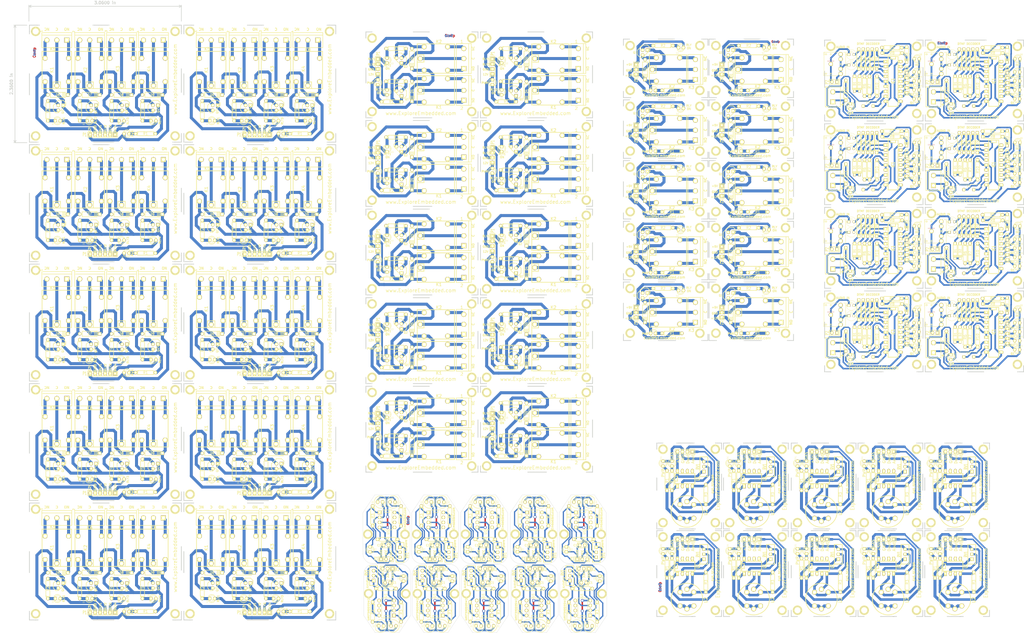
<source format=kicad_pcb>
(kicad_pcb (version 3) (host pcbnew "(2013-07-07 BZR 4022)-stable")
  (layers (15 F.Cu signal) (0 B.Cu signal) (18 B.Paste user) (19 F.Paste user) (20 B.SilkS user) (21 F.SilkS user) (22 B.Mask user) (23 F.Mask user) (28 Edge.Cuts user))
  (net 0 "")
  (net 1 /Aout)
  (net 2 /Dout)
  (net 3 /INT)
  (net 4 /Q1)
  (net 5 /Q2)
  (net 6 /Q3)
  (net 7 /Q4)
  (net 8 /vref)
  (net 9 GND)
  (net 10 N-000001)
  (net 11 N-0000010)
  (net 12 N-0000011)
  (net 13 N-0000012)
  (net 14 N-0000013)
  (net 15 N-0000014)
  (net 16 N-0000015)
  (net 17 N-0000016)
  (net 18 N-0000017)
  (net 19 N-0000018)
  (net 20 N-0000019)
  (net 21 N-000002)
  (net 22 N-0000020)
  (net 23 N-0000021)
  (net 24 N-0000022)
  (net 25 N-0000023)
  (net 26 N-0000024)
  (net 27 N-0000025)
  (net 28 N-0000026)
  (net 29 N-0000027)
  (net 30 N-0000028)
  (net 31 N-0000029)
  (net 32 N-000003)
  (net 33 N-0000030)
  (net 34 N-0000031)
  (net 35 N-0000032)
  (net 36 N-000004)
  (net 37 N-000005)
  (net 38 N-000006)
  (net 39 N-000007)
  (net 40 N-000008)
  (net 41 N-000009)
  (net 42 VCC)
  (module LED-3MM (layer F.Cu) (at 458.47 167.386 90)
    (fp_text reference D9 (at 1.778 -2.794 90) (layer F.SilkS) (effects (font (size 0.762 0.762) (thickness 0.0889))))
    (fp_text value pwr hide)
    (pad 1 thru_hole circle (at -1.27 0 90) (size 1.6764 1.6764) (drill 0.8128) (layers *.Cu F.Paste F.SilkS F.Mask) (net 27 N-0000025))
    (pad 2 thru_hole circle (at 1.27 0 90) (size 1.6764 1.6764) (drill 0.8128) (layers *.Cu F.Paste F.SilkS F.Mask) (net 9 GND))
  )
  (module 1pin (layer F.Cu) (at 492.379 171.069)
    (fp_text reference 1PIN hide)
    (fp_text value P*** hide)
    (pad 1 thru_hole circle (at 0 0) (size 4.064 4.064) (drill 3.048) (layers *.Cu *.Mask F.SilkS))
  )
  (module 1pin (layer F.Cu) (at 492.379 136.779)
    (fp_text reference 1PIN hide)
    (fp_text value P*** hide)
    (pad 1 thru_hole circle (at 0 0) (size 4.064 4.064) (drill 3.048) (layers *.Cu *.Mask F.SilkS))
  )
  (module 1pin (layer F.Cu) (at 448.564 171.069)
    (fp_text reference 1PIN hide)
    (fp_text value P*** hide)
    (pad 1 thru_hole circle (at 0 0) (size 4.064 4.064) (drill 3.048) (layers *.Cu *.Mask F.SilkS))
  )
  (module 1pin (layer F.Cu) (at 448.564 136.779)
    (fp_text reference 1PIN hide)
    (fp_text value P*** hide)
    (pad 1 thru_hole circle (at 0 0) (size 4.064 4.064) (drill 3.048) (layers *.Cu *.Mask F.SilkS))
  )
  (module R4 (layer F.Cu) (at 456.184 159.258 90)
    (fp_text reference R11 (at 0 0 90) (layer F.SilkS) (effects (font (size 1.397 1.27) (thickness 0.2032))))
    (fp_text value 470 hide)
    (pad 1 thru_hole circle (at -5.08 0 90) (size 1.778 1.778) (drill 0.8128) (layers *.Cu *.Mask F.SilkS) (net 42 VCC))
    (pad 2 thru_hole circle (at 5.08 0 90) (size 1.778 1.778) (drill 0.8128) (layers *.Cu *.Mask F.SilkS) (net 27 N-0000025))
  )
  (module LED-3MM (layer F.Cu) (at 492.379 143.129)
    (fp_text reference D8 (at 1.905 -2.159) (layer F.SilkS) (effects (font (size 0.762 0.762) (thickness 0.0889))))
    (fp_text value int hide)
    (pad 1 thru_hole circle (at -1.27 0) (size 1.6764 1.6764) (drill 0.8128) (layers *.Cu F.Paste F.SilkS F.Mask) (net 3 /INT))
    (pad 2 thru_hole circle (at 1.27 0) (size 1.6764 1.6764) (drill 0.8128) (layers *.Cu F.Paste F.SilkS F.Mask) (net 16 N-0000015))
  )
  (module LED-3MM (layer F.Cu) (at 492.252 149.86)
    (fp_text reference D7 (at 2.159 -2.032) (layer F.SilkS) (effects (font (size 0.762 0.762) (thickness 0.0889))))
    (fp_text value Q4 hide)
    (pad 1 thru_hole circle (at -1.27 0) (size 1.6764 1.6764) (drill 0.8128) (layers *.Cu F.Paste F.SilkS F.Mask) (net 7 /Q4))
    (pad 2 thru_hole circle (at 1.27 0) (size 1.6764 1.6764) (drill 0.8128) (layers *.Cu F.Paste F.SilkS F.Mask) (net 16 N-0000015))
  )
  (module LED-3MM (layer F.Cu) (at 492.252 154.432)
    (fp_text reference D6 (at 2.159 -2.159) (layer F.SilkS) (effects (font (size 0.762 0.762) (thickness 0.0889))))
    (fp_text value Q3 hide)
    (pad 1 thru_hole circle (at -1.27 0) (size 1.6764 1.6764) (drill 0.8128) (layers *.Cu F.Paste F.SilkS F.Mask) (net 6 /Q3))
    (pad 2 thru_hole circle (at 1.27 0) (size 1.6764 1.6764) (drill 0.8128) (layers *.Cu F.Paste F.SilkS F.Mask) (net 16 N-0000015))
  )
  (module LED-3MM (layer F.Cu) (at 492.252 159.004)
    (fp_text reference D5 (at 2.159 -2.032) (layer F.SilkS) (effects (font (size 0.762 0.762) (thickness 0.0889))))
    (fp_text value Q2 hide)
    (pad 1 thru_hole circle (at -1.27 0) (size 1.6764 1.6764) (drill 0.8128) (layers *.Cu F.Paste F.SilkS F.Mask) (net 5 /Q2))
    (pad 2 thru_hole circle (at 1.27 0) (size 1.6764 1.6764) (drill 0.8128) (layers *.Cu F.Paste F.SilkS F.Mask) (net 16 N-0000015))
  )
  (module LED-3MM (layer F.Cu) (at 492.252 163.576)
    (fp_text reference D4 (at 2.159 -1.905) (layer F.SilkS) (effects (font (size 0.762 0.762) (thickness 0.0889))))
    (fp_text value Q1 hide)
    (pad 1 thru_hole circle (at -1.27 0) (size 1.6764 1.6764) (drill 0.8128) (layers *.Cu F.Paste F.SilkS F.Mask) (net 4 /Q1))
    (pad 2 thru_hole circle (at 1.27 0) (size 1.6764 1.6764) (drill 0.8128) (layers *.Cu F.Paste F.SilkS F.Mask) (net 16 N-0000015))
  )
  (module C1V5 (layer F.Cu) (at 458.978 146.304)
    (fp_text reference C2 (at 0 -1.26746) (layer F.SilkS) (effects (font (size 0.762 0.762) (thickness 0.127))))
    (fp_text value 10uF hide)
    (fp_text user + (at -2.286 0) (layer F.SilkS) (effects (font (size 0.762 0.762) (thickness 0.1905))))
    (pad 1 thru_hole rect (at -1.27 0) (size 1.397 1.397) (drill 0.8128) (layers *.Cu *.Mask F.SilkS) (net 19 N-0000018))
    (pad 2 thru_hole circle (at 1.27 0) (size 1.397 1.397) (drill 0.8128) (layers *.Cu *.Mask F.SilkS) (net 41 N-000009))
  )
  (module C1V5 (layer F.Cu) (at 458.978 140.97)
    (fp_text reference C1 (at 0 -1.26746) (layer F.SilkS) (effects (font (size 0.762 0.762) (thickness 0.127))))
    (fp_text value 10uF hide)
    (fp_text user + (at -2.286 0) (layer F.SilkS) (effects (font (size 0.762 0.762) (thickness 0.1905))))
    (pad 1 thru_hole rect (at -1.27 0) (size 1.397 1.397) (drill 0.8128) (layers *.Cu *.Mask F.SilkS) (net 17 N-0000016))
    (pad 2 thru_hole circle (at 1.27 0) (size 1.397 1.397) (drill 0.8128) (layers *.Cu *.Mask F.SilkS) (net 39 N-000007))
  )
  (module HC-18UV (layer F.Cu) (at 467.614 167.259)
    (fp_text reference X1 (at -0.127 -1.778) (layer F.SilkS) (effects (font (size 1.143 1.27) (thickness 0.1524))))
    (fp_text value 3.5795MHz hide)
    (pad 1 thru_hole circle (at -2.54 0) (size 1.778 1.778) (drill 0.8128) (layers *.Cu *.Mask F.SilkS) (net 10 N-000001))
    (pad 2 thru_hole circle (at 2.54 0) (size 1.778 1.778) (drill 0.8128) (layers *.Cu *.Mask F.SilkS) (net 21 N-000002))
  )
  (module bornier2 (layer F.Cu) (at 449.58 162.56 270)
    (fp_text reference P1 hide)
    (fp_text value "POWER 5V" hide)
    (pad 1 thru_hole circle (at -2.54 0 270) (size 2.54 2.54) (drill 1.524) (layers *.Cu *.Mask F.SilkS) (net 9 GND))
    (pad 2 thru_hole rect (at 2.54 0 270) (size 2.54 2.54) (drill 1.524) (layers *.Cu *.Mask F.SilkS) (net 42 VCC))
  )
  (module D3 (layer F.Cu) (at 460.629 155.829 270)
    (fp_text reference D1 (at 0 0 270) (layer F.SilkS) (effects (font (size 1.016 1.016) (thickness 0.2032))))
    (fp_text value 5.6V hide)
    (pad 2 thru_hole rect (at 3.81 0 270) (size 1.397 1.397) (drill 0.8128) (layers *.Cu *.Mask F.SilkS) (net 18 N-0000017))
    (pad 1 thru_hole circle (at -3.81 0 270) (size 1.778 1.778) (drill 0.8128) (layers *.Cu *.Mask F.SilkS) (net 38 N-000006))
  )
  (module D3 (layer F.Cu) (at 463.169 155.829 270)
    (fp_text reference D2 (at 0 0 270) (layer F.SilkS) (effects (font (size 1.016 1.016) (thickness 0.2032))))
    (fp_text value 5.6V hide)
    (pad 2 thru_hole rect (at 3.81 0 270) (size 1.397 1.397) (drill 0.8128) (layers *.Cu *.Mask F.SilkS) (net 18 N-0000017))
    (pad 1 thru_hole circle (at -3.81 0 270) (size 1.778 1.778) (drill 0.8128) (layers *.Cu *.Mask F.SilkS) (net 40 N-000008))
  )
  (module D3 (layer F.Cu) (at 487.172 140.97 270)
    (fp_text reference D3 (at 0 0 270) (layer F.SilkS) (effects (font (size 1.016 1.016) (thickness 0.2032))))
    (fp_text value 1N14148 hide)
    (pad 2 thru_hole rect (at 3.81 0 270) (size 1.524 1.524) (drill 0.8128) (layers *.Cu *.Mask F.SilkS) (net 32 N-000003))
    (pad 1 thru_hole circle (at -3.81 0 270) (size 1.778 1.778) (drill 0.8128) (layers *.Cu *.Mask F.SilkS) (net 36 N-000004))
  )
  (module DIP-18__300_ELL (layer F.Cu) (at 480.314 154.686 270)
    (fp_text reference IC1 (at -0.254 0 270) (layer F.SilkS) (effects (font (size 1.778 1.143) (thickness 0.28702))))
    (fp_text value MT8870P hide)
    (pad 1 thru_hole rect (at -10.16 3.81 270) (size 1.5748 2.286) (drill 0.8128) (layers *.Cu *.Mask F.SilkS) (net 20 N-0000019))
    (pad 2 thru_hole oval (at -7.62 3.81 270) (size 1.5748 2.286) (drill 0.8128) (layers *.Cu *.Mask F.SilkS) (net 22 N-0000020))
    (pad 3 thru_hole oval (at -5.08 3.81 270) (size 1.5748 2.286) (drill 0.8128) (layers *.Cu *.Mask F.SilkS) (net 11 N-0000010))
    (pad 4 thru_hole oval (at -2.54 3.81 270) (size 1.5748 2.286) (drill 0.8128) (layers *.Cu *.Mask F.SilkS) (net 8 /vref))
    (pad 5 thru_hole oval (at 0 3.81 270) (size 1.5748 2.286) (drill 0.8128) (layers *.Cu *.Mask F.SilkS) (net 9 GND))
    (pad 6 thru_hole oval (at 2.54 3.81 270) (size 1.5748 2.286) (drill 0.8128) (layers *.Cu *.Mask F.SilkS) (net 9 GND))
    (pad 7 thru_hole oval (at 5.08 3.81 270) (size 1.5748 2.286) (drill 0.8128) (layers *.Cu *.Mask F.SilkS) (net 10 N-000001))
    (pad 8 thru_hole oval (at 7.62 3.81 270) (size 1.5748 2.286) (drill 0.8128) (layers *.Cu *.Mask F.SilkS) (net 21 N-000002))
    (pad 9 thru_hole oval (at 10.16 3.81 270) (size 1.5748 2.286) (drill 0.8128) (layers *.Cu *.Mask F.SilkS) (net 9 GND))
    (pad 10 thru_hole oval (at 10.16 -3.81 270) (size 1.5748 2.286) (drill 0.8128) (layers *.Cu *.Mask F.SilkS) (net 42 VCC))
    (pad 11 thru_hole oval (at 7.62 -3.81 270) (size 1.5748 2.286) (drill 0.8128) (layers *.Cu *.Mask F.SilkS) (net 4 /Q1))
    (pad 12 thru_hole oval (at 5.08 -3.81 270) (size 1.5748 2.286) (drill 0.8128) (layers *.Cu *.Mask F.SilkS) (net 5 /Q2))
    (pad 13 thru_hole oval (at 2.54 -3.81 270) (size 1.5748 2.286) (drill 0.8128) (layers *.Cu *.Mask F.SilkS) (net 6 /Q3))
    (pad 14 thru_hole oval (at 0 -3.81 270) (size 1.5748 2.286) (drill 0.8128) (layers *.Cu *.Mask F.SilkS) (net 7 /Q4))
    (pad 15 thru_hole oval (at -2.54 -3.81 270) (size 1.5748 2.286) (drill 0.8128) (layers *.Cu *.Mask F.SilkS) (net 3 /INT))
    (pad 16 thru_hole oval (at -5.08 -3.81 270) (size 1.5748 2.286) (drill 0.8128) (layers *.Cu *.Mask F.SilkS) (net 37 N-000005))
    (pad 17 thru_hole oval (at -7.62 -3.81 270) (size 1.5748 2.286) (drill 0.8128) (layers *.Cu *.Mask F.SilkS) (net 32 N-000003))
    (pad 18 thru_hole oval (at -10.16 -3.81 270) (size 1.5748 2.286) (drill 0.8128) (layers *.Cu *.Mask F.SilkS) (net 42 VCC))
  )
  (module R4 (layer F.Cu) (at 472.059 157.099 90)
    (fp_text reference R10 (at 0 0 90) (layer F.SilkS) (effects (font (size 1.397 1.27) (thickness 0.2032))))
    (fp_text value 470 hide)
    (pad 1 thru_hole circle (at -5.08 0 90) (size 1.778 1.778) (drill 0.8128) (layers *.Cu *.Mask F.SilkS) (net 16 N-0000015))
    (pad 2 thru_hole circle (at 5.08 0 90) (size 1.778 1.778) (drill 0.8128) (layers *.Cu *.Mask F.SilkS) (net 9 GND))
  )
  (module R4 (layer F.Cu) (at 462.788 143.256 90)
    (fp_text reference R1 (at 0 0 90) (layer F.SilkS) (effects (font (size 1.397 1.27) (thickness 0.2032))))
    (fp_text value 56K hide)
    (pad 1 thru_hole circle (at -5.08 0 90) (size 1.778 1.778) (drill 0.8128) (layers *.Cu *.Mask F.SilkS) (net 38 N-000006))
    (pad 2 thru_hole circle (at 5.08 0 90) (size 1.778 1.778) (drill 0.8128) (layers *.Cu *.Mask F.SilkS) (net 39 N-000007))
  )
  (module R4 (layer F.Cu) (at 465.074 143.256 90)
    (fp_text reference R2 (at 0 0 90) (layer F.SilkS) (effects (font (size 1.397 1.27) (thickness 0.2032))))
    (fp_text value 56K hide)
    (pad 1 thru_hole circle (at -5.08 0 90) (size 1.778 1.778) (drill 0.8128) (layers *.Cu *.Mask F.SilkS) (net 40 N-000008))
    (pad 2 thru_hole circle (at 5.08 0 90) (size 1.778 1.778) (drill 0.8128) (layers *.Cu *.Mask F.SilkS) (net 41 N-000009))
  )
  (module R4 (layer F.Cu) (at 467.36 143.256 90)
    (fp_text reference R3 (at 0 0 90) (layer F.SilkS) (effects (font (size 1.397 1.27) (thickness 0.2032))))
    (fp_text value 56K hide)
    (pad 1 thru_hole circle (at -5.08 0 90) (size 1.778 1.778) (drill 0.8128) (layers *.Cu *.Mask F.SilkS) (net 20 N-0000019))
    (pad 2 thru_hole circle (at 5.08 0 90) (size 1.778 1.778) (drill 0.8128) (layers *.Cu *.Mask F.SilkS) (net 38 N-000006))
  )
  (module R4 (layer F.Cu) (at 469.646 143.256 90)
    (fp_text reference R4 (at 0 0 90) (layer F.SilkS) (effects (font (size 1.397 1.27) (thickness 0.2032))))
    (fp_text value 56K hide)
    (pad 1 thru_hole circle (at -5.08 0 90) (size 1.778 1.778) (drill 0.8128) (layers *.Cu *.Mask F.SilkS) (net 22 N-0000020))
    (pad 2 thru_hole circle (at 5.08 0 90) (size 1.778 1.778) (drill 0.8128) (layers *.Cu *.Mask F.SilkS) (net 40 N-000008))
  )
  (module R4 (layer F.Cu) (at 479.679 137.414 180)
    (fp_text reference R5 (at 0 0 180) (layer F.SilkS) (effects (font (size 1.397 1.27) (thickness 0.2032))))
    (fp_text value 330K hide)
    (pad 1 thru_hole circle (at -5.08 0 180) (size 1.778 1.778) (drill 0.8128) (layers *.Cu *.Mask F.SilkS) (net 36 N-000004))
    (pad 2 thru_hole circle (at 5.08 0 180) (size 1.778 1.778) (drill 0.8128) (layers *.Cu *.Mask F.SilkS) (net 37 N-000005))
  )
  (module R4 (layer F.Cu) (at 465.709 157.099 270)
    (fp_text reference R6 (at 0 0 270) (layer F.SilkS) (effects (font (size 1.397 1.27) (thickness 0.2032))))
    (fp_text value 47K hide)
    (pad 1 thru_hole circle (at -5.08 0 270) (size 1.778 1.778) (drill 0.8128) (layers *.Cu *.Mask F.SilkS) (net 20 N-0000019))
    (pad 2 thru_hole circle (at 5.08 0 270) (size 1.778 1.778) (drill 0.8128) (layers *.Cu *.Mask F.SilkS) (net 8 /vref))
  )
  (module R4 (layer F.Cu) (at 468.249 157.099 90)
    (fp_text reference R7 (at 0 0 90) (layer F.SilkS) (effects (font (size 1.397 1.27) (thickness 0.2032))))
    (fp_text value 68K hide)
    (pad 1 thru_hole circle (at -5.08 0 90) (size 1.778 1.778) (drill 0.8128) (layers *.Cu *.Mask F.SilkS) (net 8 /vref))
    (pad 2 thru_hole circle (at 5.08 0 90) (size 1.778 1.778) (drill 0.8128) (layers *.Cu *.Mask F.SilkS) (net 22 N-0000020))
  )
  (module R4 (layer F.Cu) (at 479.806 140.208 180)
    (fp_text reference R8 (at 0 0 180) (layer F.SilkS) (effects (font (size 1.397 1.27) (thickness 0.2032))))
    (fp_text value 100K hide)
    (pad 1 thru_hole circle (at -5.08 0 180) (size 1.778 1.778) (drill 0.8128) (layers *.Cu *.Mask F.SilkS) (net 32 N-000003))
    (pad 2 thru_hole circle (at 5.08 0 180) (size 1.778 1.778) (drill 0.8128) (layers *.Cu *.Mask F.SilkS) (net 37 N-000005))
  )
  (module R4 (layer F.Cu) (at 471.932 143.256 90)
    (fp_text reference R9 (at 0 0 90) (layer F.SilkS) (effects (font (size 1.397 1.27) (thickness 0.2032))))
    (fp_text value 150k hide)
    (pad 1 thru_hole circle (at -5.08 0 90) (size 1.778 1.778) (drill 0.8128) (layers *.Cu *.Mask F.SilkS) (net 11 N-0000010))
    (pad 2 thru_hole circle (at 5.08 0 90) (size 1.778 1.778) (drill 0.8128) (layers *.Cu *.Mask F.SilkS) (net 22 N-0000020))
  )
  (module SIL-2 (layer F.Cu) (at 450.342 154.94 180)
    (fp_text reference P2 (at 3.81 -0.127 270) (layer F.SilkS) (effects (font (size 1.72974 1.08712) (thickness 0.27178))))
    (fp_text value AUDIO_IN hide)
    (pad 1 thru_hole rect (at -1.27 0 180) (size 1.651 1.651) (drill 0.8128) (layers *.Cu *.Mask F.SilkS) (net 19 N-0000018))
    (pad 2 thru_hole circle (at 1.27 0 180) (size 1.778 1.778) (drill 0.8128) (layers *.Cu *.Mask F.SilkS) (net 17 N-0000016))
  )
  (module SIL-5 (layer F.Cu) (at 487.2482 156.6164 270)
    (fp_text reference P3 (at -8.7884 0.0762 360) (layer F.SilkS) (effects (font (size 1.72974 1.08712) (thickness 0.27178))))
    (fp_text value OUTPUT hide)
    (pad 1 thru_hole rect (at -6.35 0 270) (size 1.524 1.524) (drill 0.8128) (layers *.Cu *.Mask F.SilkS) (net 3 /INT))
    (pad 2 thru_hole oval (at -3.81 0 270) (size 1.651 2.159) (drill 0.8128) (layers *.Cu *.Mask F.SilkS) (net 7 /Q4))
    (pad 3 thru_hole oval (at -1.27 0 270) (size 1.651 2.159) (drill 0.8128) (layers *.Cu *.Mask F.SilkS) (net 6 /Q3))
    (pad 4 thru_hole oval (at 1.27 0 270) (size 1.651 2.159) (drill 0.8128) (layers *.Cu *.Mask F.SilkS) (net 5 /Q2))
    (pad 5 thru_hole oval (at 3.81 0 270) (size 1.651 2.159) (drill 0.8128) (layers *.Cu *.Mask F.SilkS) (net 4 /Q1))
  )
  (module SparkFun-AUDIO-JACK (layer F.Cu) (at 448.564 145.796)
    (fp_text reference U1 (at -0.254 -2.7432) (layer B.SilkS) (effects (font (size 0.4064 0.4064) (thickness 0.0889))))
    (fp_text value 3.5MM_JACK (at -0.0508 -1.4732) (layer B.SilkS) (effects (font (size 0.4064 0.4064) (thickness 0.0889))))
    (pad 1 thru_hole circle (at 0 0) (size 2.18186 2.18186) (drill 1.29794) (layers *.Cu F.Paste F.SilkS F.Mask) (net 17 N-0000016))
    (pad 2 thru_hole circle (at 4.99872 -4.99872) (size 2.18186 2.18186) (drill 1.29794) (layers *.Cu F.Paste F.SilkS F.Mask) (net 19 N-0000018))
    (pad 3 thru_hole circle (at 4.99872 -2.49936) (size 2.18186 2.18186) (drill 1.29794) (layers *.Cu F.Paste F.SilkS F.Mask) (net 19 N-0000018))
    (pad 4 thru_hole circle (at 4.99872 2.49936) (size 2.18186 2.18186) (drill 1.29794) (layers *.Cu F.Paste F.SilkS F.Mask) (net 19 N-0000018))
    (pad 5 thru_hole circle (at 4.99872 4.99872) (size 2.18186 2.18186) (drill 1.29794) (layers *.Cu F.Paste F.SilkS F.Mask) (net 19 N-0000018))
  )
  (module SparkFun-AUDIO-JACK (layer F.Cu) (at 499.872 145.796)
    (fp_text reference U1 (at -0.254 -2.7432) (layer B.SilkS) (effects (font (size 0.4064 0.4064) (thickness 0.0889))))
    (fp_text value 3.5MM_JACK (at -0.0508 -1.4732) (layer B.SilkS) (effects (font (size 0.4064 0.4064) (thickness 0.0889))))
    (pad 1 thru_hole circle (at 0 0) (size 2.18186 2.18186) (drill 1.29794) (layers *.Cu F.Paste F.SilkS F.Mask) (net 17 N-0000016))
    (pad 2 thru_hole circle (at 4.99872 -4.99872) (size 2.18186 2.18186) (drill 1.29794) (layers *.Cu F.Paste F.SilkS F.Mask) (net 19 N-0000018))
    (pad 3 thru_hole circle (at 4.99872 -2.49936) (size 2.18186 2.18186) (drill 1.29794) (layers *.Cu F.Paste F.SilkS F.Mask) (net 19 N-0000018))
    (pad 4 thru_hole circle (at 4.99872 2.49936) (size 2.18186 2.18186) (drill 1.29794) (layers *.Cu F.Paste F.SilkS F.Mask) (net 19 N-0000018))
    (pad 5 thru_hole circle (at 4.99872 4.99872) (size 2.18186 2.18186) (drill 1.29794) (layers *.Cu F.Paste F.SilkS F.Mask) (net 19 N-0000018))
  )
  (module SIL-5 (layer F.Cu) (at 538.5562 156.6164 270)
    (fp_text reference P3 (at -8.7884 0.0762 360) (layer F.SilkS) (effects (font (size 1.72974 1.08712) (thickness 0.27178))))
    (fp_text value OUTPUT hide)
    (pad 1 thru_hole rect (at -6.35 0 270) (size 1.524 1.524) (drill 0.8128) (layers *.Cu *.Mask F.SilkS) (net 3 /INT))
    (pad 2 thru_hole oval (at -3.81 0 270) (size 1.651 2.159) (drill 0.8128) (layers *.Cu *.Mask F.SilkS) (net 7 /Q4))
    (pad 3 thru_hole oval (at -1.27 0 270) (size 1.651 2.159) (drill 0.8128) (layers *.Cu *.Mask F.SilkS) (net 6 /Q3))
    (pad 4 thru_hole oval (at 1.27 0 270) (size 1.651 2.159) (drill 0.8128) (layers *.Cu *.Mask F.SilkS) (net 5 /Q2))
    (pad 5 thru_hole oval (at 3.81 0 270) (size 1.651 2.159) (drill 0.8128) (layers *.Cu *.Mask F.SilkS) (net 4 /Q1))
  )
  (module SIL-2 (layer F.Cu) (at 501.65 154.94 180)
    (fp_text reference P2 (at 3.81 -0.127 270) (layer F.SilkS) (effects (font (size 1.72974 1.08712) (thickness 0.27178))))
    (fp_text value AUDIO_IN hide)
    (pad 1 thru_hole rect (at -1.27 0 180) (size 1.651 1.651) (drill 0.8128) (layers *.Cu *.Mask F.SilkS) (net 19 N-0000018))
    (pad 2 thru_hole circle (at 1.27 0 180) (size 1.778 1.778) (drill 0.8128) (layers *.Cu *.Mask F.SilkS) (net 17 N-0000016))
  )
  (module R4 (layer F.Cu) (at 523.24 143.256 90)
    (fp_text reference R9 (at 0 0 90) (layer F.SilkS) (effects (font (size 1.397 1.27) (thickness 0.2032))))
    (fp_text value 150k hide)
    (pad 1 thru_hole circle (at -5.08 0 90) (size 1.778 1.778) (drill 0.8128) (layers *.Cu *.Mask F.SilkS) (net 11 N-0000010))
    (pad 2 thru_hole circle (at 5.08 0 90) (size 1.778 1.778) (drill 0.8128) (layers *.Cu *.Mask F.SilkS) (net 22 N-0000020))
  )
  (module R4 (layer F.Cu) (at 531.114 140.208 180)
    (fp_text reference R8 (at 0 0 180) (layer F.SilkS) (effects (font (size 1.397 1.27) (thickness 0.2032))))
    (fp_text value 100K hide)
    (pad 1 thru_hole circle (at -5.08 0 180) (size 1.778 1.778) (drill 0.8128) (layers *.Cu *.Mask F.SilkS) (net 32 N-000003))
    (pad 2 thru_hole circle (at 5.08 0 180) (size 1.778 1.778) (drill 0.8128) (layers *.Cu *.Mask F.SilkS) (net 37 N-000005))
  )
  (module R4 (layer F.Cu) (at 519.557 157.099 90)
    (fp_text reference R7 (at 0 0 90) (layer F.SilkS) (effects (font (size 1.397 1.27) (thickness 0.2032))))
    (fp_text value 68K hide)
    (pad 1 thru_hole circle (at -5.08 0 90) (size 1.778 1.778) (drill 0.8128) (layers *.Cu *.Mask F.SilkS) (net 8 /vref))
    (pad 2 thru_hole circle (at 5.08 0 90) (size 1.778 1.778) (drill 0.8128) (layers *.Cu *.Mask F.SilkS) (net 22 N-0000020))
  )
  (module R4 (layer F.Cu) (at 517.017 157.099 270)
    (fp_text reference R6 (at 0 0 270) (layer F.SilkS) (effects (font (size 1.397 1.27) (thickness 0.2032))))
    (fp_text value 47K hide)
    (pad 1 thru_hole circle (at -5.08 0 270) (size 1.778 1.778) (drill 0.8128) (layers *.Cu *.Mask F.SilkS) (net 20 N-0000019))
    (pad 2 thru_hole circle (at 5.08 0 270) (size 1.778 1.778) (drill 0.8128) (layers *.Cu *.Mask F.SilkS) (net 8 /vref))
  )
  (module R4 (layer F.Cu) (at 530.987 137.414 180)
    (fp_text reference R5 (at 0 0 180) (layer F.SilkS) (effects (font (size 1.397 1.27) (thickness 0.2032))))
    (fp_text value 330K hide)
    (pad 1 thru_hole circle (at -5.08 0 180) (size 1.778 1.778) (drill 0.8128) (layers *.Cu *.Mask F.SilkS) (net 36 N-000004))
    (pad 2 thru_hole circle (at 5.08 0 180) (size 1.778 1.778) (drill 0.8128) (layers *.Cu *.Mask F.SilkS) (net 37 N-000005))
  )
  (module R4 (layer F.Cu) (at 520.954 143.256 90)
    (fp_text reference R4 (at 0 0 90) (layer F.SilkS) (effects (font (size 1.397 1.27) (thickness 0.2032))))
    (fp_text value 56K hide)
    (pad 1 thru_hole circle (at -5.08 0 90) (size 1.778 1.778) (drill 0.8128) (layers *.Cu *.Mask F.SilkS) (net 22 N-0000020))
    (pad 2 thru_hole circle (at 5.08 0 90) (size 1.778 1.778) (drill 0.8128) (layers *.Cu *.Mask F.SilkS) (net 40 N-000008))
  )
  (module R4 (layer F.Cu) (at 518.668 143.256 90)
    (fp_text reference R3 (at 0 0 90) (layer F.SilkS) (effects (font (size 1.397 1.27) (thickness 0.2032))))
    (fp_text value 56K hide)
    (pad 1 thru_hole circle (at -5.08 0 90) (size 1.778 1.778) (drill 0.8128) (layers *.Cu *.Mask F.SilkS) (net 20 N-0000019))
    (pad 2 thru_hole circle (at 5.08 0 90) (size 1.778 1.778) (drill 0.8128) (layers *.Cu *.Mask F.SilkS) (net 38 N-000006))
  )
  (module R4 (layer F.Cu) (at 516.382 143.256 90)
    (fp_text reference R2 (at 0 0 90) (layer F.SilkS) (effects (font (size 1.397 1.27) (thickness 0.2032))))
    (fp_text value 56K hide)
    (pad 1 thru_hole circle (at -5.08 0 90) (size 1.778 1.778) (drill 0.8128) (layers *.Cu *.Mask F.SilkS) (net 40 N-000008))
    (pad 2 thru_hole circle (at 5.08 0 90) (size 1.778 1.778) (drill 0.8128) (layers *.Cu *.Mask F.SilkS) (net 41 N-000009))
  )
  (module R4 (layer F.Cu) (at 514.096 143.256 90)
    (fp_text reference R1 (at 0 0 90) (layer F.SilkS) (effects (font (size 1.397 1.27) (thickness 0.2032))))
    (fp_text value 56K hide)
    (pad 1 thru_hole circle (at -5.08 0 90) (size 1.778 1.778) (drill 0.8128) (layers *.Cu *.Mask F.SilkS) (net 38 N-000006))
    (pad 2 thru_hole circle (at 5.08 0 90) (size 1.778 1.778) (drill 0.8128) (layers *.Cu *.Mask F.SilkS) (net 39 N-000007))
  )
  (module R4 (layer F.Cu) (at 523.367 157.099 90)
    (fp_text reference R10 (at 0 0 90) (layer F.SilkS) (effects (font (size 1.397 1.27) (thickness 0.2032))))
    (fp_text value 470 hide)
    (pad 1 thru_hole circle (at -5.08 0 90) (size 1.778 1.778) (drill 0.8128) (layers *.Cu *.Mask F.SilkS) (net 16 N-0000015))
    (pad 2 thru_hole circle (at 5.08 0 90) (size 1.778 1.778) (drill 0.8128) (layers *.Cu *.Mask F.SilkS) (net 9 GND))
  )
  (module DIP-18__300_ELL (layer F.Cu) (at 531.622 154.686 270)
    (fp_text reference IC1 (at -0.254 0 270) (layer F.SilkS) (effects (font (size 1.778 1.143) (thickness 0.28702))))
    (fp_text value MT8870P hide)
    (pad 1 thru_hole rect (at -10.16 3.81 270) (size 1.5748 2.286) (drill 0.8128) (layers *.Cu *.Mask F.SilkS) (net 20 N-0000019))
    (pad 2 thru_hole oval (at -7.62 3.81 270) (size 1.5748 2.286) (drill 0.8128) (layers *.Cu *.Mask F.SilkS) (net 22 N-0000020))
    (pad 3 thru_hole oval (at -5.08 3.81 270) (size 1.5748 2.286) (drill 0.8128) (layers *.Cu *.Mask F.SilkS) (net 11 N-0000010))
    (pad 4 thru_hole oval (at -2.54 3.81 270) (size 1.5748 2.286) (drill 0.8128) (layers *.Cu *.Mask F.SilkS) (net 8 /vref))
    (pad 5 thru_hole oval (at 0 3.81 270) (size 1.5748 2.286) (drill 0.8128) (layers *.Cu *.Mask F.SilkS) (net 9 GND))
    (pad 6 thru_hole oval (at 2.54 3.81 270) (size 1.5748 2.286) (drill 0.8128) (layers *.Cu *.Mask F.SilkS) (net 9 GND))
    (pad 7 thru_hole oval (at 5.08 3.81 270) (size 1.5748 2.286) (drill 0.8128) (layers *.Cu *.Mask F.SilkS) (net 10 N-000001))
    (pad 8 thru_hole oval (at 7.62 3.81 270) (size 1.5748 2.286) (drill 0.8128) (layers *.Cu *.Mask F.SilkS) (net 21 N-000002))
    (pad 9 thru_hole oval (at 10.16 3.81 270) (size 1.5748 2.286) (drill 0.8128) (layers *.Cu *.Mask F.SilkS) (net 9 GND))
    (pad 10 thru_hole oval (at 10.16 -3.81 270) (size 1.5748 2.286) (drill 0.8128) (layers *.Cu *.Mask F.SilkS) (net 42 VCC))
    (pad 11 thru_hole oval (at 7.62 -3.81 270) (size 1.5748 2.286) (drill 0.8128) (layers *.Cu *.Mask F.SilkS) (net 4 /Q1))
    (pad 12 thru_hole oval (at 5.08 -3.81 270) (size 1.5748 2.286) (drill 0.8128) (layers *.Cu *.Mask F.SilkS) (net 5 /Q2))
    (pad 13 thru_hole oval (at 2.54 -3.81 270) (size 1.5748 2.286) (drill 0.8128) (layers *.Cu *.Mask F.SilkS) (net 6 /Q3))
    (pad 14 thru_hole oval (at 0 -3.81 270) (size 1.5748 2.286) (drill 0.8128) (layers *.Cu *.Mask F.SilkS) (net 7 /Q4))
    (pad 15 thru_hole oval (at -2.54 -3.81 270) (size 1.5748 2.286) (drill 0.8128) (layers *.Cu *.Mask F.SilkS) (net 3 /INT))
    (pad 16 thru_hole oval (at -5.08 -3.81 270) (size 1.5748 2.286) (drill 0.8128) (layers *.Cu *.Mask F.SilkS) (net 37 N-000005))
    (pad 17 thru_hole oval (at -7.62 -3.81 270) (size 1.5748 2.286) (drill 0.8128) (layers *.Cu *.Mask F.SilkS) (net 32 N-000003))
    (pad 18 thru_hole oval (at -10.16 -3.81 270) (size 1.5748 2.286) (drill 0.8128) (layers *.Cu *.Mask F.SilkS) (net 42 VCC))
  )
  (module D3 (layer F.Cu) (at 538.48 140.97 270)
    (fp_text reference D3 (at 0 0 270) (layer F.SilkS) (effects (font (size 1.016 1.016) (thickness 0.2032))))
    (fp_text value 1N14148 hide)
    (pad 2 thru_hole rect (at 3.81 0 270) (size 1.524 1.524) (drill 0.8128) (layers *.Cu *.Mask F.SilkS) (net 32 N-000003))
    (pad 1 thru_hole circle (at -3.81 0 270) (size 1.778 1.778) (drill 0.8128) (layers *.Cu *.Mask F.SilkS) (net 36 N-000004))
  )
  (module D3 (layer F.Cu) (at 514.477 155.829 270)
    (fp_text reference D2 (at 0 0 270) (layer F.SilkS) (effects (font (size 1.016 1.016) (thickness 0.2032))))
    (fp_text value 5.6V hide)
    (pad 2 thru_hole rect (at 3.81 0 270) (size 1.397 1.397) (drill 0.8128) (layers *.Cu *.Mask F.SilkS) (net 18 N-0000017))
    (pad 1 thru_hole circle (at -3.81 0 270) (size 1.778 1.778) (drill 0.8128) (layers *.Cu *.Mask F.SilkS) (net 40 N-000008))
  )
  (module D3 (layer F.Cu) (at 511.937 155.829 270)
    (fp_text reference D1 (at 0 0 270) (layer F.SilkS) (effects (font (size 1.016 1.016) (thickness 0.2032))))
    (fp_text value 5.6V hide)
    (pad 2 thru_hole rect (at 3.81 0 270) (size 1.397 1.397) (drill 0.8128) (layers *.Cu *.Mask F.SilkS) (net 18 N-0000017))
    (pad 1 thru_hole circle (at -3.81 0 270) (size 1.778 1.778) (drill 0.8128) (layers *.Cu *.Mask F.SilkS) (net 38 N-000006))
  )
  (module bornier2 (layer F.Cu) (at 500.888 162.56 270)
    (fp_text reference P1 hide)
    (fp_text value "POWER 5V" hide)
    (pad 1 thru_hole circle (at -2.54 0 270) (size 2.54 2.54) (drill 1.524) (layers *.Cu *.Mask F.SilkS) (net 9 GND))
    (pad 2 thru_hole rect (at 2.54 0 270) (size 2.54 2.54) (drill 1.524) (layers *.Cu *.Mask F.SilkS) (net 42 VCC))
  )
  (module HC-18UV (layer F.Cu) (at 518.922 167.259)
    (fp_text reference X1 (at -0.127 -1.778) (layer F.SilkS) (effects (font (size 1.143 1.27) (thickness 0.1524))))
    (fp_text value 3.5795MHz hide)
    (pad 1 thru_hole circle (at -2.54 0) (size 1.778 1.778) (drill 0.8128) (layers *.Cu *.Mask F.SilkS) (net 10 N-000001))
    (pad 2 thru_hole circle (at 2.54 0) (size 1.778 1.778) (drill 0.8128) (layers *.Cu *.Mask F.SilkS) (net 21 N-000002))
  )
  (module C1V5 (layer F.Cu) (at 510.286 140.97)
    (fp_text reference C1 (at 0 -1.26746) (layer F.SilkS) (effects (font (size 0.762 0.762) (thickness 0.127))))
    (fp_text value 10uF hide)
    (fp_text user + (at -2.286 0) (layer F.SilkS) (effects (font (size 0.762 0.762) (thickness 0.1905))))
    (pad 1 thru_hole rect (at -1.27 0) (size 1.397 1.397) (drill 0.8128) (layers *.Cu *.Mask F.SilkS) (net 17 N-0000016))
    (pad 2 thru_hole circle (at 1.27 0) (size 1.397 1.397) (drill 0.8128) (layers *.Cu *.Mask F.SilkS) (net 39 N-000007))
  )
  (module C1V5 (layer F.Cu) (at 510.286 146.304)
    (fp_text reference C2 (at 0 -1.26746) (layer F.SilkS) (effects (font (size 0.762 0.762) (thickness 0.127))))
    (fp_text value 10uF hide)
    (fp_text user + (at -2.286 0) (layer F.SilkS) (effects (font (size 0.762 0.762) (thickness 0.1905))))
    (pad 1 thru_hole rect (at -1.27 0) (size 1.397 1.397) (drill 0.8128) (layers *.Cu *.Mask F.SilkS) (net 19 N-0000018))
    (pad 2 thru_hole circle (at 1.27 0) (size 1.397 1.397) (drill 0.8128) (layers *.Cu *.Mask F.SilkS) (net 41 N-000009))
  )
  (module LED-3MM (layer F.Cu) (at 543.56 163.576)
    (fp_text reference D4 (at 2.159 -1.905) (layer F.SilkS) (effects (font (size 0.762 0.762) (thickness 0.0889))))
    (fp_text value Q1 hide)
    (pad 1 thru_hole circle (at -1.27 0) (size 1.6764 1.6764) (drill 0.8128) (layers *.Cu F.Paste F.SilkS F.Mask) (net 4 /Q1))
    (pad 2 thru_hole circle (at 1.27 0) (size 1.6764 1.6764) (drill 0.8128) (layers *.Cu F.Paste F.SilkS F.Mask) (net 16 N-0000015))
  )
  (module LED-3MM (layer F.Cu) (at 543.56 159.004)
    (fp_text reference D5 (at 2.159 -2.032) (layer F.SilkS) (effects (font (size 0.762 0.762) (thickness 0.0889))))
    (fp_text value Q2 hide)
    (pad 1 thru_hole circle (at -1.27 0) (size 1.6764 1.6764) (drill 0.8128) (layers *.Cu F.Paste F.SilkS F.Mask) (net 5 /Q2))
    (pad 2 thru_hole circle (at 1.27 0) (size 1.6764 1.6764) (drill 0.8128) (layers *.Cu F.Paste F.SilkS F.Mask) (net 16 N-0000015))
  )
  (module LED-3MM (layer F.Cu) (at 543.56 154.432)
    (fp_text reference D6 (at 2.159 -2.159) (layer F.SilkS) (effects (font (size 0.762 0.762) (thickness 0.0889))))
    (fp_text value Q3 hide)
    (pad 1 thru_hole circle (at -1.27 0) (size 1.6764 1.6764) (drill 0.8128) (layers *.Cu F.Paste F.SilkS F.Mask) (net 6 /Q3))
    (pad 2 thru_hole circle (at 1.27 0) (size 1.6764 1.6764) (drill 0.8128) (layers *.Cu F.Paste F.SilkS F.Mask) (net 16 N-0000015))
  )
  (module LED-3MM (layer F.Cu) (at 543.56 149.86)
    (fp_text reference D7 (at 2.159 -2.032) (layer F.SilkS) (effects (font (size 0.762 0.762) (thickness 0.0889))))
    (fp_text value Q4 hide)
    (pad 1 thru_hole circle (at -1.27 0) (size 1.6764 1.6764) (drill 0.8128) (layers *.Cu F.Paste F.SilkS F.Mask) (net 7 /Q4))
    (pad 2 thru_hole circle (at 1.27 0) (size 1.6764 1.6764) (drill 0.8128) (layers *.Cu F.Paste F.SilkS F.Mask) (net 16 N-0000015))
  )
  (module LED-3MM (layer F.Cu) (at 543.687 143.129)
    (fp_text reference D8 (at 1.905 -2.159) (layer F.SilkS) (effects (font (size 0.762 0.762) (thickness 0.0889))))
    (fp_text value int hide)
    (pad 1 thru_hole circle (at -1.27 0) (size 1.6764 1.6764) (drill 0.8128) (layers *.Cu F.Paste F.SilkS F.Mask) (net 3 /INT))
    (pad 2 thru_hole circle (at 1.27 0) (size 1.6764 1.6764) (drill 0.8128) (layers *.Cu F.Paste F.SilkS F.Mask) (net 16 N-0000015))
  )
  (module R4 (layer F.Cu) (at 507.492 159.258 90)
    (fp_text reference R11 (at 0 0 90) (layer F.SilkS) (effects (font (size 1.397 1.27) (thickness 0.2032))))
    (fp_text value 470 hide)
    (pad 1 thru_hole circle (at -5.08 0 90) (size 1.778 1.778) (drill 0.8128) (layers *.Cu *.Mask F.SilkS) (net 42 VCC))
    (pad 2 thru_hole circle (at 5.08 0 90) (size 1.778 1.778) (drill 0.8128) (layers *.Cu *.Mask F.SilkS) (net 27 N-0000025))
  )
  (module 1pin (layer F.Cu) (at 499.872 136.779)
    (fp_text reference 1PIN hide)
    (fp_text value P*** hide)
    (pad 1 thru_hole circle (at 0 0) (size 4.064 4.064) (drill 3.048) (layers *.Cu *.Mask F.SilkS))
  )
  (module 1pin (layer F.Cu) (at 499.872 171.069)
    (fp_text reference 1PIN hide)
    (fp_text value P*** hide)
    (pad 1 thru_hole circle (at 0 0) (size 4.064 4.064) (drill 3.048) (layers *.Cu *.Mask F.SilkS))
  )
  (module 1pin (layer F.Cu) (at 543.687 136.779)
    (fp_text reference 1PIN hide)
    (fp_text value P*** hide)
    (pad 1 thru_hole circle (at 0 0) (size 4.064 4.064) (drill 3.048) (layers *.Cu *.Mask F.SilkS))
  )
  (module 1pin (layer F.Cu) (at 543.687 171.069)
    (fp_text reference 1PIN hide)
    (fp_text value P*** hide)
    (pad 1 thru_hole circle (at 0 0) (size 4.064 4.064) (drill 3.048) (layers *.Cu *.Mask F.SilkS))
  )
  (module LED-3MM (layer F.Cu) (at 509.778 167.386 90)
    (fp_text reference D9 (at 1.778 -2.794 90) (layer F.SilkS) (effects (font (size 0.762 0.762) (thickness 0.0889))))
    (fp_text value pwr hide)
    (pad 1 thru_hole circle (at -1.27 0 90) (size 1.6764 1.6764) (drill 0.8128) (layers *.Cu F.Paste F.SilkS F.Mask) (net 27 N-0000025))
    (pad 2 thru_hole circle (at 1.27 0 90) (size 1.6764 1.6764) (drill 0.8128) (layers *.Cu F.Paste F.SilkS F.Mask) (net 9 GND))
  )
  (module LED-3MM (layer F.Cu) (at 509.778 210.058 90)
    (fp_text reference D9 (at 1.778 -2.794 90) (layer F.SilkS) (effects (font (size 0.762 0.762) (thickness 0.0889))))
    (fp_text value pwr hide)
    (pad 1 thru_hole circle (at -1.27 0 90) (size 1.6764 1.6764) (drill 0.8128) (layers *.Cu F.Paste F.SilkS F.Mask) (net 27 N-0000025))
    (pad 2 thru_hole circle (at 1.27 0 90) (size 1.6764 1.6764) (drill 0.8128) (layers *.Cu F.Paste F.SilkS F.Mask) (net 9 GND))
  )
  (module 1pin (layer F.Cu) (at 543.687 213.741)
    (fp_text reference 1PIN hide)
    (fp_text value P*** hide)
    (pad 1 thru_hole circle (at 0 0) (size 4.064 4.064) (drill 3.048) (layers *.Cu *.Mask F.SilkS))
  )
  (module 1pin (layer F.Cu) (at 543.687 179.451)
    (fp_text reference 1PIN hide)
    (fp_text value P*** hide)
    (pad 1 thru_hole circle (at 0 0) (size 4.064 4.064) (drill 3.048) (layers *.Cu *.Mask F.SilkS))
  )
  (module 1pin (layer F.Cu) (at 499.872 213.741)
    (fp_text reference 1PIN hide)
    (fp_text value P*** hide)
    (pad 1 thru_hole circle (at 0 0) (size 4.064 4.064) (drill 3.048) (layers *.Cu *.Mask F.SilkS))
  )
  (module 1pin (layer F.Cu) (at 499.872 179.451)
    (fp_text reference 1PIN hide)
    (fp_text value P*** hide)
    (pad 1 thru_hole circle (at 0 0) (size 4.064 4.064) (drill 3.048) (layers *.Cu *.Mask F.SilkS))
  )
  (module R4 (layer F.Cu) (at 507.492 201.93 90)
    (fp_text reference R11 (at 0 0 90) (layer F.SilkS) (effects (font (size 1.397 1.27) (thickness 0.2032))))
    (fp_text value 470 hide)
    (pad 1 thru_hole circle (at -5.08 0 90) (size 1.778 1.778) (drill 0.8128) (layers *.Cu *.Mask F.SilkS) (net 42 VCC))
    (pad 2 thru_hole circle (at 5.08 0 90) (size 1.778 1.778) (drill 0.8128) (layers *.Cu *.Mask F.SilkS) (net 27 N-0000025))
  )
  (module LED-3MM (layer F.Cu) (at 543.687 185.801)
    (fp_text reference D8 (at 1.905 -2.159) (layer F.SilkS) (effects (font (size 0.762 0.762) (thickness 0.0889))))
    (fp_text value int hide)
    (pad 1 thru_hole circle (at -1.27 0) (size 1.6764 1.6764) (drill 0.8128) (layers *.Cu F.Paste F.SilkS F.Mask) (net 3 /INT))
    (pad 2 thru_hole circle (at 1.27 0) (size 1.6764 1.6764) (drill 0.8128) (layers *.Cu F.Paste F.SilkS F.Mask) (net 16 N-0000015))
  )
  (module LED-3MM (layer F.Cu) (at 543.56 192.532)
    (fp_text reference D7 (at 2.159 -2.032) (layer F.SilkS) (effects (font (size 0.762 0.762) (thickness 0.0889))))
    (fp_text value Q4 hide)
    (pad 1 thru_hole circle (at -1.27 0) (size 1.6764 1.6764) (drill 0.8128) (layers *.Cu F.Paste F.SilkS F.Mask) (net 7 /Q4))
    (pad 2 thru_hole circle (at 1.27 0) (size 1.6764 1.6764) (drill 0.8128) (layers *.Cu F.Paste F.SilkS F.Mask) (net 16 N-0000015))
  )
  (module LED-3MM (layer F.Cu) (at 543.56 197.104)
    (fp_text reference D6 (at 2.159 -2.159) (layer F.SilkS) (effects (font (size 0.762 0.762) (thickness 0.0889))))
    (fp_text value Q3 hide)
    (pad 1 thru_hole circle (at -1.27 0) (size 1.6764 1.6764) (drill 0.8128) (layers *.Cu F.Paste F.SilkS F.Mask) (net 6 /Q3))
    (pad 2 thru_hole circle (at 1.27 0) (size 1.6764 1.6764) (drill 0.8128) (layers *.Cu F.Paste F.SilkS F.Mask) (net 16 N-0000015))
  )
  (module LED-3MM (layer F.Cu) (at 543.56 201.676)
    (fp_text reference D5 (at 2.159 -2.032) (layer F.SilkS) (effects (font (size 0.762 0.762) (thickness 0.0889))))
    (fp_text value Q2 hide)
    (pad 1 thru_hole circle (at -1.27 0) (size 1.6764 1.6764) (drill 0.8128) (layers *.Cu F.Paste F.SilkS F.Mask) (net 5 /Q2))
    (pad 2 thru_hole circle (at 1.27 0) (size 1.6764 1.6764) (drill 0.8128) (layers *.Cu F.Paste F.SilkS F.Mask) (net 16 N-0000015))
  )
  (module LED-3MM (layer F.Cu) (at 543.56 206.248)
    (fp_text reference D4 (at 2.159 -1.905) (layer F.SilkS) (effects (font (size 0.762 0.762) (thickness 0.0889))))
    (fp_text value Q1 hide)
    (pad 1 thru_hole circle (at -1.27 0) (size 1.6764 1.6764) (drill 0.8128) (layers *.Cu F.Paste F.SilkS F.Mask) (net 4 /Q1))
    (pad 2 thru_hole circle (at 1.27 0) (size 1.6764 1.6764) (drill 0.8128) (layers *.Cu F.Paste F.SilkS F.Mask) (net 16 N-0000015))
  )
  (module C1V5 (layer F.Cu) (at 510.286 188.976)
    (fp_text reference C2 (at 0 -1.26746) (layer F.SilkS) (effects (font (size 0.762 0.762) (thickness 0.127))))
    (fp_text value 10uF hide)
    (fp_text user + (at -2.286 0) (layer F.SilkS) (effects (font (size 0.762 0.762) (thickness 0.1905))))
    (pad 1 thru_hole rect (at -1.27 0) (size 1.397 1.397) (drill 0.8128) (layers *.Cu *.Mask F.SilkS) (net 19 N-0000018))
    (pad 2 thru_hole circle (at 1.27 0) (size 1.397 1.397) (drill 0.8128) (layers *.Cu *.Mask F.SilkS) (net 41 N-000009))
  )
  (module C1V5 (layer F.Cu) (at 510.286 183.642)
    (fp_text reference C1 (at 0 -1.26746) (layer F.SilkS) (effects (font (size 0.762 0.762) (thickness 0.127))))
    (fp_text value 10uF hide)
    (fp_text user + (at -2.286 0) (layer F.SilkS) (effects (font (size 0.762 0.762) (thickness 0.1905))))
    (pad 1 thru_hole rect (at -1.27 0) (size 1.397 1.397) (drill 0.8128) (layers *.Cu *.Mask F.SilkS) (net 17 N-0000016))
    (pad 2 thru_hole circle (at 1.27 0) (size 1.397 1.397) (drill 0.8128) (layers *.Cu *.Mask F.SilkS) (net 39 N-000007))
  )
  (module HC-18UV (layer F.Cu) (at 518.922 209.931)
    (fp_text reference X1 (at -0.127 -1.778) (layer F.SilkS) (effects (font (size 1.143 1.27) (thickness 0.1524))))
    (fp_text value 3.5795MHz hide)
    (pad 1 thru_hole circle (at -2.54 0) (size 1.778 1.778) (drill 0.8128) (layers *.Cu *.Mask F.SilkS) (net 10 N-000001))
    (pad 2 thru_hole circle (at 2.54 0) (size 1.778 1.778) (drill 0.8128) (layers *.Cu *.Mask F.SilkS) (net 21 N-000002))
  )
  (module bornier2 (layer F.Cu) (at 500.888 205.232 270)
    (fp_text reference P1 hide)
    (fp_text value "POWER 5V" hide)
    (pad 1 thru_hole circle (at -2.54 0 270) (size 2.54 2.54) (drill 1.524) (layers *.Cu *.Mask F.SilkS) (net 9 GND))
    (pad 2 thru_hole rect (at 2.54 0 270) (size 2.54 2.54) (drill 1.524) (layers *.Cu *.Mask F.SilkS) (net 42 VCC))
  )
  (module D3 (layer F.Cu) (at 511.937 198.501 270)
    (fp_text reference D1 (at 0 0 270) (layer F.SilkS) (effects (font (size 1.016 1.016) (thickness 0.2032))))
    (fp_text value 5.6V hide)
    (pad 2 thru_hole rect (at 3.81 0 270) (size 1.397 1.397) (drill 0.8128) (layers *.Cu *.Mask F.SilkS) (net 18 N-0000017))
    (pad 1 thru_hole circle (at -3.81 0 270) (size 1.778 1.778) (drill 0.8128) (layers *.Cu *.Mask F.SilkS) (net 38 N-000006))
  )
  (module D3 (layer F.Cu) (at 514.477 198.501 270)
    (fp_text reference D2 (at 0 0 270) (layer F.SilkS) (effects (font (size 1.016 1.016) (thickness 0.2032))))
    (fp_text value 5.6V hide)
    (pad 2 thru_hole rect (at 3.81 0 270) (size 1.397 1.397) (drill 0.8128) (layers *.Cu *.Mask F.SilkS) (net 18 N-0000017))
    (pad 1 thru_hole circle (at -3.81 0 270) (size 1.778 1.778) (drill 0.8128) (layers *.Cu *.Mask F.SilkS) (net 40 N-000008))
  )
  (module D3 (layer F.Cu) (at 538.48 183.642 270)
    (fp_text reference D3 (at 0 0 270) (layer F.SilkS) (effects (font (size 1.016 1.016) (thickness 0.2032))))
    (fp_text value 1N14148 hide)
    (pad 2 thru_hole rect (at 3.81 0 270) (size 1.524 1.524) (drill 0.8128) (layers *.Cu *.Mask F.SilkS) (net 32 N-000003))
    (pad 1 thru_hole circle (at -3.81 0 270) (size 1.778 1.778) (drill 0.8128) (layers *.Cu *.Mask F.SilkS) (net 36 N-000004))
  )
  (module DIP-18__300_ELL (layer F.Cu) (at 531.622 197.358 270)
    (fp_text reference IC1 (at -0.254 0 270) (layer F.SilkS) (effects (font (size 1.778 1.143) (thickness 0.28702))))
    (fp_text value MT8870P hide)
    (pad 1 thru_hole rect (at -10.16 3.81 270) (size 1.5748 2.286) (drill 0.8128) (layers *.Cu *.Mask F.SilkS) (net 20 N-0000019))
    (pad 2 thru_hole oval (at -7.62 3.81 270) (size 1.5748 2.286) (drill 0.8128) (layers *.Cu *.Mask F.SilkS) (net 22 N-0000020))
    (pad 3 thru_hole oval (at -5.08 3.81 270) (size 1.5748 2.286) (drill 0.8128) (layers *.Cu *.Mask F.SilkS) (net 11 N-0000010))
    (pad 4 thru_hole oval (at -2.54 3.81 270) (size 1.5748 2.286) (drill 0.8128) (layers *.Cu *.Mask F.SilkS) (net 8 /vref))
    (pad 5 thru_hole oval (at 0 3.81 270) (size 1.5748 2.286) (drill 0.8128) (layers *.Cu *.Mask F.SilkS) (net 9 GND))
    (pad 6 thru_hole oval (at 2.54 3.81 270) (size 1.5748 2.286) (drill 0.8128) (layers *.Cu *.Mask F.SilkS) (net 9 GND))
    (pad 7 thru_hole oval (at 5.08 3.81 270) (size 1.5748 2.286) (drill 0.8128) (layers *.Cu *.Mask F.SilkS) (net 10 N-000001))
    (pad 8 thru_hole oval (at 7.62 3.81 270) (size 1.5748 2.286) (drill 0.8128) (layers *.Cu *.Mask F.SilkS) (net 21 N-000002))
    (pad 9 thru_hole oval (at 10.16 3.81 270) (size 1.5748 2.286) (drill 0.8128) (layers *.Cu *.Mask F.SilkS) (net 9 GND))
    (pad 10 thru_hole oval (at 10.16 -3.81 270) (size 1.5748 2.286) (drill 0.8128) (layers *.Cu *.Mask F.SilkS) (net 42 VCC))
    (pad 11 thru_hole oval (at 7.62 -3.81 270) (size 1.5748 2.286) (drill 0.8128) (layers *.Cu *.Mask F.SilkS) (net 4 /Q1))
    (pad 12 thru_hole oval (at 5.08 -3.81 270) (size 1.5748 2.286) (drill 0.8128) (layers *.Cu *.Mask F.SilkS) (net 5 /Q2))
    (pad 13 thru_hole oval (at 2.54 -3.81 270) (size 1.5748 2.286) (drill 0.8128) (layers *.Cu *.Mask F.SilkS) (net 6 /Q3))
    (pad 14 thru_hole oval (at 0 -3.81 270) (size 1.5748 2.286) (drill 0.8128) (layers *.Cu *.Mask F.SilkS) (net 7 /Q4))
    (pad 15 thru_hole oval (at -2.54 -3.81 270) (size 1.5748 2.286) (drill 0.8128) (layers *.Cu *.Mask F.SilkS) (net 3 /INT))
    (pad 16 thru_hole oval (at -5.08 -3.81 270) (size 1.5748 2.286) (drill 0.8128) (layers *.Cu *.Mask F.SilkS) (net 37 N-000005))
    (pad 17 thru_hole oval (at -7.62 -3.81 270) (size 1.5748 2.286) (drill 0.8128) (layers *.Cu *.Mask F.SilkS) (net 32 N-000003))
    (pad 18 thru_hole oval (at -10.16 -3.81 270) (size 1.5748 2.286) (drill 0.8128) (layers *.Cu *.Mask F.SilkS) (net 42 VCC))
  )
  (module R4 (layer F.Cu) (at 523.367 199.771 90)
    (fp_text reference R10 (at 0 0 90) (layer F.SilkS) (effects (font (size 1.397 1.27) (thickness 0.2032))))
    (fp_text value 470 hide)
    (pad 1 thru_hole circle (at -5.08 0 90) (size 1.778 1.778) (drill 0.8128) (layers *.Cu *.Mask F.SilkS) (net 16 N-0000015))
    (pad 2 thru_hole circle (at 5.08 0 90) (size 1.778 1.778) (drill 0.8128) (layers *.Cu *.Mask F.SilkS) (net 9 GND))
  )
  (module R4 (layer F.Cu) (at 514.096 185.928 90)
    (fp_text reference R1 (at 0 0 90) (layer F.SilkS) (effects (font (size 1.397 1.27) (thickness 0.2032))))
    (fp_text value 56K hide)
    (pad 1 thru_hole circle (at -5.08 0 90) (size 1.778 1.778) (drill 0.8128) (layers *.Cu *.Mask F.SilkS) (net 38 N-000006))
    (pad 2 thru_hole circle (at 5.08 0 90) (size 1.778 1.778) (drill 0.8128) (layers *.Cu *.Mask F.SilkS) (net 39 N-000007))
  )
  (module R4 (layer F.Cu) (at 516.382 185.928 90)
    (fp_text reference R2 (at 0 0 90) (layer F.SilkS) (effects (font (size 1.397 1.27) (thickness 0.2032))))
    (fp_text value 56K hide)
    (pad 1 thru_hole circle (at -5.08 0 90) (size 1.778 1.778) (drill 0.8128) (layers *.Cu *.Mask F.SilkS) (net 40 N-000008))
    (pad 2 thru_hole circle (at 5.08 0 90) (size 1.778 1.778) (drill 0.8128) (layers *.Cu *.Mask F.SilkS) (net 41 N-000009))
  )
  (module R4 (layer F.Cu) (at 518.668 185.928 90)
    (fp_text reference R3 (at 0 0 90) (layer F.SilkS) (effects (font (size 1.397 1.27) (thickness 0.2032))))
    (fp_text value 56K hide)
    (pad 1 thru_hole circle (at -5.08 0 90) (size 1.778 1.778) (drill 0.8128) (layers *.Cu *.Mask F.SilkS) (net 20 N-0000019))
    (pad 2 thru_hole circle (at 5.08 0 90) (size 1.778 1.778) (drill 0.8128) (layers *.Cu *.Mask F.SilkS) (net 38 N-000006))
  )
  (module R4 (layer F.Cu) (at 520.954 185.928 90)
    (fp_text reference R4 (at 0 0 90) (layer F.SilkS) (effects (font (size 1.397 1.27) (thickness 0.2032))))
    (fp_text value 56K hide)
    (pad 1 thru_hole circle (at -5.08 0 90) (size 1.778 1.778) (drill 0.8128) (layers *.Cu *.Mask F.SilkS) (net 22 N-0000020))
    (pad 2 thru_hole circle (at 5.08 0 90) (size 1.778 1.778) (drill 0.8128) (layers *.Cu *.Mask F.SilkS) (net 40 N-000008))
  )
  (module R4 (layer F.Cu) (at 530.987 180.086 180)
    (fp_text reference R5 (at 0 0 180) (layer F.SilkS) (effects (font (size 1.397 1.27) (thickness 0.2032))))
    (fp_text value 330K hide)
    (pad 1 thru_hole circle (at -5.08 0 180) (size 1.778 1.778) (drill 0.8128) (layers *.Cu *.Mask F.SilkS) (net 36 N-000004))
    (pad 2 thru_hole circle (at 5.08 0 180) (size 1.778 1.778) (drill 0.8128) (layers *.Cu *.Mask F.SilkS) (net 37 N-000005))
  )
  (module R4 (layer F.Cu) (at 517.017 199.771 270)
    (fp_text reference R6 (at 0 0 270) (layer F.SilkS) (effects (font (size 1.397 1.27) (thickness 0.2032))))
    (fp_text value 47K hide)
    (pad 1 thru_hole circle (at -5.08 0 270) (size 1.778 1.778) (drill 0.8128) (layers *.Cu *.Mask F.SilkS) (net 20 N-0000019))
    (pad 2 thru_hole circle (at 5.08 0 270) (size 1.778 1.778) (drill 0.8128) (layers *.Cu *.Mask F.SilkS) (net 8 /vref))
  )
  (module R4 (layer F.Cu) (at 519.557 199.771 90)
    (fp_text reference R7 (at 0 0 90) (layer F.SilkS) (effects (font (size 1.397 1.27) (thickness 0.2032))))
    (fp_text value 68K hide)
    (pad 1 thru_hole circle (at -5.08 0 90) (size 1.778 1.778) (drill 0.8128) (layers *.Cu *.Mask F.SilkS) (net 8 /vref))
    (pad 2 thru_hole circle (at 5.08 0 90) (size 1.778 1.778) (drill 0.8128) (layers *.Cu *.Mask F.SilkS) (net 22 N-0000020))
  )
  (module R4 (layer F.Cu) (at 531.114 182.88 180)
    (fp_text reference R8 (at 0 0 180) (layer F.SilkS) (effects (font (size 1.397 1.27) (thickness 0.2032))))
    (fp_text value 100K hide)
    (pad 1 thru_hole circle (at -5.08 0 180) (size 1.778 1.778) (drill 0.8128) (layers *.Cu *.Mask F.SilkS) (net 32 N-000003))
    (pad 2 thru_hole circle (at 5.08 0 180) (size 1.778 1.778) (drill 0.8128) (layers *.Cu *.Mask F.SilkS) (net 37 N-000005))
  )
  (module R4 (layer F.Cu) (at 523.24 185.928 90)
    (fp_text reference R9 (at 0 0 90) (layer F.SilkS) (effects (font (size 1.397 1.27) (thickness 0.2032))))
    (fp_text value 150k hide)
    (pad 1 thru_hole circle (at -5.08 0 90) (size 1.778 1.778) (drill 0.8128) (layers *.Cu *.Mask F.SilkS) (net 11 N-0000010))
    (pad 2 thru_hole circle (at 5.08 0 90) (size 1.778 1.778) (drill 0.8128) (layers *.Cu *.Mask F.SilkS) (net 22 N-0000020))
  )
  (module SIL-2 (layer F.Cu) (at 501.65 197.612 180)
    (fp_text reference P2 (at 3.81 -0.127 270) (layer F.SilkS) (effects (font (size 1.72974 1.08712) (thickness 0.27178))))
    (fp_text value AUDIO_IN hide)
    (pad 1 thru_hole rect (at -1.27 0 180) (size 1.651 1.651) (drill 0.8128) (layers *.Cu *.Mask F.SilkS) (net 19 N-0000018))
    (pad 2 thru_hole circle (at 1.27 0 180) (size 1.778 1.778) (drill 0.8128) (layers *.Cu *.Mask F.SilkS) (net 17 N-0000016))
  )
  (module SIL-5 (layer F.Cu) (at 538.5562 199.2884 270)
    (fp_text reference P3 (at -8.7884 0.0762 360) (layer F.SilkS) (effects (font (size 1.72974 1.08712) (thickness 0.27178))))
    (fp_text value OUTPUT hide)
    (pad 1 thru_hole rect (at -6.35 0 270) (size 1.524 1.524) (drill 0.8128) (layers *.Cu *.Mask F.SilkS) (net 3 /INT))
    (pad 2 thru_hole oval (at -3.81 0 270) (size 1.651 2.159) (drill 0.8128) (layers *.Cu *.Mask F.SilkS) (net 7 /Q4))
    (pad 3 thru_hole oval (at -1.27 0 270) (size 1.651 2.159) (drill 0.8128) (layers *.Cu *.Mask F.SilkS) (net 6 /Q3))
    (pad 4 thru_hole oval (at 1.27 0 270) (size 1.651 2.159) (drill 0.8128) (layers *.Cu *.Mask F.SilkS) (net 5 /Q2))
    (pad 5 thru_hole oval (at 3.81 0 270) (size 1.651 2.159) (drill 0.8128) (layers *.Cu *.Mask F.SilkS) (net 4 /Q1))
  )
  (module SparkFun-AUDIO-JACK (layer F.Cu) (at 499.872 188.468)
    (fp_text reference U1 (at -0.254 -2.7432) (layer B.SilkS) (effects (font (size 0.4064 0.4064) (thickness 0.0889))))
    (fp_text value 3.5MM_JACK (at -0.0508 -1.4732) (layer B.SilkS) (effects (font (size 0.4064 0.4064) (thickness 0.0889))))
    (pad 1 thru_hole circle (at 0 0) (size 2.18186 2.18186) (drill 1.29794) (layers *.Cu F.Paste F.SilkS F.Mask) (net 17 N-0000016))
    (pad 2 thru_hole circle (at 4.99872 -4.99872) (size 2.18186 2.18186) (drill 1.29794) (layers *.Cu F.Paste F.SilkS F.Mask) (net 19 N-0000018))
    (pad 3 thru_hole circle (at 4.99872 -2.49936) (size 2.18186 2.18186) (drill 1.29794) (layers *.Cu F.Paste F.SilkS F.Mask) (net 19 N-0000018))
    (pad 4 thru_hole circle (at 4.99872 2.49936) (size 2.18186 2.18186) (drill 1.29794) (layers *.Cu F.Paste F.SilkS F.Mask) (net 19 N-0000018))
    (pad 5 thru_hole circle (at 4.99872 4.99872) (size 2.18186 2.18186) (drill 1.29794) (layers *.Cu F.Paste F.SilkS F.Mask) (net 19 N-0000018))
  )
  (module SparkFun-AUDIO-JACK (layer F.Cu) (at 448.564 188.468)
    (fp_text reference U1 (at -0.254 -2.7432) (layer B.SilkS) (effects (font (size 0.4064 0.4064) (thickness 0.0889))))
    (fp_text value 3.5MM_JACK (at -0.0508 -1.4732) (layer B.SilkS) (effects (font (size 0.4064 0.4064) (thickness 0.0889))))
    (pad 1 thru_hole circle (at 0 0) (size 2.18186 2.18186) (drill 1.29794) (layers *.Cu F.Paste F.SilkS F.Mask) (net 17 N-0000016))
    (pad 2 thru_hole circle (at 4.99872 -4.99872) (size 2.18186 2.18186) (drill 1.29794) (layers *.Cu F.Paste F.SilkS F.Mask) (net 19 N-0000018))
    (pad 3 thru_hole circle (at 4.99872 -2.49936) (size 2.18186 2.18186) (drill 1.29794) (layers *.Cu F.Paste F.SilkS F.Mask) (net 19 N-0000018))
    (pad 4 thru_hole circle (at 4.99872 2.49936) (size 2.18186 2.18186) (drill 1.29794) (layers *.Cu F.Paste F.SilkS F.Mask) (net 19 N-0000018))
    (pad 5 thru_hole circle (at 4.99872 4.99872) (size 2.18186 2.18186) (drill 1.29794) (layers *.Cu F.Paste F.SilkS F.Mask) (net 19 N-0000018))
  )
  (module SIL-5 (layer F.Cu) (at 487.2482 199.2884 270)
    (fp_text reference P3 (at -8.7884 0.0762 360) (layer F.SilkS) (effects (font (size 1.72974 1.08712) (thickness 0.27178))))
    (fp_text value OUTPUT hide)
    (pad 1 thru_hole rect (at -6.35 0 270) (size 1.524 1.524) (drill 0.8128) (layers *.Cu *.Mask F.SilkS) (net 3 /INT))
    (pad 2 thru_hole oval (at -3.81 0 270) (size 1.651 2.159) (drill 0.8128) (layers *.Cu *.Mask F.SilkS) (net 7 /Q4))
    (pad 3 thru_hole oval (at -1.27 0 270) (size 1.651 2.159) (drill 0.8128) (layers *.Cu *.Mask F.SilkS) (net 6 /Q3))
    (pad 4 thru_hole oval (at 1.27 0 270) (size 1.651 2.159) (drill 0.8128) (layers *.Cu *.Mask F.SilkS) (net 5 /Q2))
    (pad 5 thru_hole oval (at 3.81 0 270) (size 1.651 2.159) (drill 0.8128) (layers *.Cu *.Mask F.SilkS) (net 4 /Q1))
  )
  (module SIL-2 (layer F.Cu) (at 450.342 197.612 180)
    (fp_text reference P2 (at 3.81 -0.127 270) (layer F.SilkS) (effects (font (size 1.72974 1.08712) (thickness 0.27178))))
    (fp_text value AUDIO_IN hide)
    (pad 1 thru_hole rect (at -1.27 0 180) (size 1.651 1.651) (drill 0.8128) (layers *.Cu *.Mask F.SilkS) (net 19 N-0000018))
    (pad 2 thru_hole circle (at 1.27 0 180) (size 1.778 1.778) (drill 0.8128) (layers *.Cu *.Mask F.SilkS) (net 17 N-0000016))
  )
  (module R4 (layer F.Cu) (at 471.932 185.928 90)
    (fp_text reference R9 (at 0 0 90) (layer F.SilkS) (effects (font (size 1.397 1.27) (thickness 0.2032))))
    (fp_text value 150k hide)
    (pad 1 thru_hole circle (at -5.08 0 90) (size 1.778 1.778) (drill 0.8128) (layers *.Cu *.Mask F.SilkS) (net 11 N-0000010))
    (pad 2 thru_hole circle (at 5.08 0 90) (size 1.778 1.778) (drill 0.8128) (layers *.Cu *.Mask F.SilkS) (net 22 N-0000020))
  )
  (module R4 (layer F.Cu) (at 479.806 182.88 180)
    (fp_text reference R8 (at 0 0 180) (layer F.SilkS) (effects (font (size 1.397 1.27) (thickness 0.2032))))
    (fp_text value 100K hide)
    (pad 1 thru_hole circle (at -5.08 0 180) (size 1.778 1.778) (drill 0.8128) (layers *.Cu *.Mask F.SilkS) (net 32 N-000003))
    (pad 2 thru_hole circle (at 5.08 0 180) (size 1.778 1.778) (drill 0.8128) (layers *.Cu *.Mask F.SilkS) (net 37 N-000005))
  )
  (module R4 (layer F.Cu) (at 468.249 199.771 90)
    (fp_text reference R7 (at 0 0 90) (layer F.SilkS) (effects (font (size 1.397 1.27) (thickness 0.2032))))
    (fp_text value 68K hide)
    (pad 1 thru_hole circle (at -5.08 0 90) (size 1.778 1.778) (drill 0.8128) (layers *.Cu *.Mask F.SilkS) (net 8 /vref))
    (pad 2 thru_hole circle (at 5.08 0 90) (size 1.778 1.778) (drill 0.8128) (layers *.Cu *.Mask F.SilkS) (net 22 N-0000020))
  )
  (module R4 (layer F.Cu) (at 465.709 199.771 270)
    (fp_text reference R6 (at 0 0 270) (layer F.SilkS) (effects (font (size 1.397 1.27) (thickness 0.2032))))
    (fp_text value 47K hide)
    (pad 1 thru_hole circle (at -5.08 0 270) (size 1.778 1.778) (drill 0.8128) (layers *.Cu *.Mask F.SilkS) (net 20 N-0000019))
    (pad 2 thru_hole circle (at 5.08 0 270) (size 1.778 1.778) (drill 0.8128) (layers *.Cu *.Mask F.SilkS) (net 8 /vref))
  )
  (module R4 (layer F.Cu) (at 479.679 180.086 180)
    (fp_text reference R5 (at 0 0 180) (layer F.SilkS) (effects (font (size 1.397 1.27) (thickness 0.2032))))
    (fp_text value 330K hide)
    (pad 1 thru_hole circle (at -5.08 0 180) (size 1.778 1.778) (drill 0.8128) (layers *.Cu *.Mask F.SilkS) (net 36 N-000004))
    (pad 2 thru_hole circle (at 5.08 0 180) (size 1.778 1.778) (drill 0.8128) (layers *.Cu *.Mask F.SilkS) (net 37 N-000005))
  )
  (module R4 (layer F.Cu) (at 469.646 185.928 90)
    (fp_text reference R4 (at 0 0 90) (layer F.SilkS) (effects (font (size 1.397 1.27) (thickness 0.2032))))
    (fp_text value 56K hide)
    (pad 1 thru_hole circle (at -5.08 0 90) (size 1.778 1.778) (drill 0.8128) (layers *.Cu *.Mask F.SilkS) (net 22 N-0000020))
    (pad 2 thru_hole circle (at 5.08 0 90) (size 1.778 1.778) (drill 0.8128) (layers *.Cu *.Mask F.SilkS) (net 40 N-000008))
  )
  (module R4 (layer F.Cu) (at 467.36 185.928 90)
    (fp_text reference R3 (at 0 0 90) (layer F.SilkS) (effects (font (size 1.397 1.27) (thickness 0.2032))))
    (fp_text value 56K hide)
    (pad 1 thru_hole circle (at -5.08 0 90) (size 1.778 1.778) (drill 0.8128) (layers *.Cu *.Mask F.SilkS) (net 20 N-0000019))
    (pad 2 thru_hole circle (at 5.08 0 90) (size 1.778 1.778) (drill 0.8128) (layers *.Cu *.Mask F.SilkS) (net 38 N-000006))
  )
  (module R4 (layer F.Cu) (at 465.074 185.928 90)
    (fp_text reference R2 (at 0 0 90) (layer F.SilkS) (effects (font (size 1.397 1.27) (thickness 0.2032))))
    (fp_text value 56K hide)
    (pad 1 thru_hole circle (at -5.08 0 90) (size 1.778 1.778) (drill 0.8128) (layers *.Cu *.Mask F.SilkS) (net 40 N-000008))
    (pad 2 thru_hole circle (at 5.08 0 90) (size 1.778 1.778) (drill 0.8128) (layers *.Cu *.Mask F.SilkS) (net 41 N-000009))
  )
  (module R4 (layer F.Cu) (at 462.788 185.928 90)
    (fp_text reference R1 (at 0 0 90) (layer F.SilkS) (effects (font (size 1.397 1.27) (thickness 0.2032))))
    (fp_text value 56K hide)
    (pad 1 thru_hole circle (at -5.08 0 90) (size 1.778 1.778) (drill 0.8128) (layers *.Cu *.Mask F.SilkS) (net 38 N-000006))
    (pad 2 thru_hole circle (at 5.08 0 90) (size 1.778 1.778) (drill 0.8128) (layers *.Cu *.Mask F.SilkS) (net 39 N-000007))
  )
  (module R4 (layer F.Cu) (at 472.059 199.771 90)
    (fp_text reference R10 (at 0 0 90) (layer F.SilkS) (effects (font (size 1.397 1.27) (thickness 0.2032))))
    (fp_text value 470 hide)
    (pad 1 thru_hole circle (at -5.08 0 90) (size 1.778 1.778) (drill 0.8128) (layers *.Cu *.Mask F.SilkS) (net 16 N-0000015))
    (pad 2 thru_hole circle (at 5.08 0 90) (size 1.778 1.778) (drill 0.8128) (layers *.Cu *.Mask F.SilkS) (net 9 GND))
  )
  (module DIP-18__300_ELL (layer F.Cu) (at 480.314 197.358 270)
    (fp_text reference IC1 (at -0.254 0 270) (layer F.SilkS) (effects (font (size 1.778 1.143) (thickness 0.28702))))
    (fp_text value MT8870P hide)
    (pad 1 thru_hole rect (at -10.16 3.81 270) (size 1.5748 2.286) (drill 0.8128) (layers *.Cu *.Mask F.SilkS) (net 20 N-0000019))
    (pad 2 thru_hole oval (at -7.62 3.81 270) (size 1.5748 2.286) (drill 0.8128) (layers *.Cu *.Mask F.SilkS) (net 22 N-0000020))
    (pad 3 thru_hole oval (at -5.08 3.81 270) (size 1.5748 2.286) (drill 0.8128) (layers *.Cu *.Mask F.SilkS) (net 11 N-0000010))
    (pad 4 thru_hole oval (at -2.54 3.81 270) (size 1.5748 2.286) (drill 0.8128) (layers *.Cu *.Mask F.SilkS) (net 8 /vref))
    (pad 5 thru_hole oval (at 0 3.81 270) (size 1.5748 2.286) (drill 0.8128) (layers *.Cu *.Mask F.SilkS) (net 9 GND))
    (pad 6 thru_hole oval (at 2.54 3.81 270) (size 1.5748 2.286) (drill 0.8128) (layers *.Cu *.Mask F.SilkS) (net 9 GND))
    (pad 7 thru_hole oval (at 5.08 3.81 270) (size 1.5748 2.286) (drill 0.8128) (layers *.Cu *.Mask F.SilkS) (net 10 N-000001))
    (pad 8 thru_hole oval (at 7.62 3.81 270) (size 1.5748 2.286) (drill 0.8128) (layers *.Cu *.Mask F.SilkS) (net 21 N-000002))
    (pad 9 thru_hole oval (at 10.16 3.81 270) (size 1.5748 2.286) (drill 0.8128) (layers *.Cu *.Mask F.SilkS) (net 9 GND))
    (pad 10 thru_hole oval (at 10.16 -3.81 270) (size 1.5748 2.286) (drill 0.8128) (layers *.Cu *.Mask F.SilkS) (net 42 VCC))
    (pad 11 thru_hole oval (at 7.62 -3.81 270) (size 1.5748 2.286) (drill 0.8128) (layers *.Cu *.Mask F.SilkS) (net 4 /Q1))
    (pad 12 thru_hole oval (at 5.08 -3.81 270) (size 1.5748 2.286) (drill 0.8128) (layers *.Cu *.Mask F.SilkS) (net 5 /Q2))
    (pad 13 thru_hole oval (at 2.54 -3.81 270) (size 1.5748 2.286) (drill 0.8128) (layers *.Cu *.Mask F.SilkS) (net 6 /Q3))
    (pad 14 thru_hole oval (at 0 -3.81 270) (size 1.5748 2.286) (drill 0.8128) (layers *.Cu *.Mask F.SilkS) (net 7 /Q4))
    (pad 15 thru_hole oval (at -2.54 -3.81 270) (size 1.5748 2.286) (drill 0.8128) (layers *.Cu *.Mask F.SilkS) (net 3 /INT))
    (pad 16 thru_hole oval (at -5.08 -3.81 270) (size 1.5748 2.286) (drill 0.8128) (layers *.Cu *.Mask F.SilkS) (net 37 N-000005))
    (pad 17 thru_hole oval (at -7.62 -3.81 270) (size 1.5748 2.286) (drill 0.8128) (layers *.Cu *.Mask F.SilkS) (net 32 N-000003))
    (pad 18 thru_hole oval (at -10.16 -3.81 270) (size 1.5748 2.286) (drill 0.8128) (layers *.Cu *.Mask F.SilkS) (net 42 VCC))
  )
  (module D3 (layer F.Cu) (at 487.172 183.642 270)
    (fp_text reference D3 (at 0 0 270) (layer F.SilkS) (effects (font (size 1.016 1.016) (thickness 0.2032))))
    (fp_text value 1N14148 hide)
    (pad 2 thru_hole rect (at 3.81 0 270) (size 1.524 1.524) (drill 0.8128) (layers *.Cu *.Mask F.SilkS) (net 32 N-000003))
    (pad 1 thru_hole circle (at -3.81 0 270) (size 1.778 1.778) (drill 0.8128) (layers *.Cu *.Mask F.SilkS) (net 36 N-000004))
  )
  (module D3 (layer F.Cu) (at 463.169 198.501 270)
    (fp_text reference D2 (at 0 0 270) (layer F.SilkS) (effects (font (size 1.016 1.016) (thickness 0.2032))))
    (fp_text value 5.6V hide)
    (pad 2 thru_hole rect (at 3.81 0 270) (size 1.397 1.397) (drill 0.8128) (layers *.Cu *.Mask F.SilkS) (net 18 N-0000017))
    (pad 1 thru_hole circle (at -3.81 0 270) (size 1.778 1.778) (drill 0.8128) (layers *.Cu *.Mask F.SilkS) (net 40 N-000008))
  )
  (module D3 (layer F.Cu) (at 460.629 198.501 270)
    (fp_text reference D1 (at 0 0 270) (layer F.SilkS) (effects (font (size 1.016 1.016) (thickness 0.2032))))
    (fp_text value 5.6V hide)
    (pad 2 thru_hole rect (at 3.81 0 270) (size 1.397 1.397) (drill 0.8128) (layers *.Cu *.Mask F.SilkS) (net 18 N-0000017))
    (pad 1 thru_hole circle (at -3.81 0 270) (size 1.778 1.778) (drill 0.8128) (layers *.Cu *.Mask F.SilkS) (net 38 N-000006))
  )
  (module bornier2 (layer F.Cu) (at 449.58 205.232 270)
    (fp_text reference P1 hide)
    (fp_text value "POWER 5V" hide)
    (pad 1 thru_hole circle (at -2.54 0 270) (size 2.54 2.54) (drill 1.524) (layers *.Cu *.Mask F.SilkS) (net 9 GND))
    (pad 2 thru_hole rect (at 2.54 0 270) (size 2.54 2.54) (drill 1.524) (layers *.Cu *.Mask F.SilkS) (net 42 VCC))
  )
  (module HC-18UV (layer F.Cu) (at 467.614 209.931)
    (fp_text reference X1 (at -0.127 -1.778) (layer F.SilkS) (effects (font (size 1.143 1.27) (thickness 0.1524))))
    (fp_text value 3.5795MHz hide)
    (pad 1 thru_hole circle (at -2.54 0) (size 1.778 1.778) (drill 0.8128) (layers *.Cu *.Mask F.SilkS) (net 10 N-000001))
    (pad 2 thru_hole circle (at 2.54 0) (size 1.778 1.778) (drill 0.8128) (layers *.Cu *.Mask F.SilkS) (net 21 N-000002))
  )
  (module C1V5 (layer F.Cu) (at 458.978 183.642)
    (fp_text reference C1 (at 0 -1.26746) (layer F.SilkS) (effects (font (size 0.762 0.762) (thickness 0.127))))
    (fp_text value 10uF hide)
    (fp_text user + (at -2.286 0) (layer F.SilkS) (effects (font (size 0.762 0.762) (thickness 0.1905))))
    (pad 1 thru_hole rect (at -1.27 0) (size 1.397 1.397) (drill 0.8128) (layers *.Cu *.Mask F.SilkS) (net 17 N-0000016))
    (pad 2 thru_hole circle (at 1.27 0) (size 1.397 1.397) (drill 0.8128) (layers *.Cu *.Mask F.SilkS) (net 39 N-000007))
  )
  (module C1V5 (layer F.Cu) (at 458.978 188.976)
    (fp_text reference C2 (at 0 -1.26746) (layer F.SilkS) (effects (font (size 0.762 0.762) (thickness 0.127))))
    (fp_text value 10uF hide)
    (fp_text user + (at -2.286 0) (layer F.SilkS) (effects (font (size 0.762 0.762) (thickness 0.1905))))
    (pad 1 thru_hole rect (at -1.27 0) (size 1.397 1.397) (drill 0.8128) (layers *.Cu *.Mask F.SilkS) (net 19 N-0000018))
    (pad 2 thru_hole circle (at 1.27 0) (size 1.397 1.397) (drill 0.8128) (layers *.Cu *.Mask F.SilkS) (net 41 N-000009))
  )
  (module LED-3MM (layer F.Cu) (at 492.252 206.248)
    (fp_text reference D4 (at 2.159 -1.905) (layer F.SilkS) (effects (font (size 0.762 0.762) (thickness 0.0889))))
    (fp_text value Q1 hide)
    (pad 1 thru_hole circle (at -1.27 0) (size 1.6764 1.6764) (drill 0.8128) (layers *.Cu F.Paste F.SilkS F.Mask) (net 4 /Q1))
    (pad 2 thru_hole circle (at 1.27 0) (size 1.6764 1.6764) (drill 0.8128) (layers *.Cu F.Paste F.SilkS F.Mask) (net 16 N-0000015))
  )
  (module LED-3MM (layer F.Cu) (at 492.252 201.676)
    (fp_text reference D5 (at 2.159 -2.032) (layer F.SilkS) (effects (font (size 0.762 0.762) (thickness 0.0889))))
    (fp_text value Q2 hide)
    (pad 1 thru_hole circle (at -1.27 0) (size 1.6764 1.6764) (drill 0.8128) (layers *.Cu F.Paste F.SilkS F.Mask) (net 5 /Q2))
    (pad 2 thru_hole circle (at 1.27 0) (size 1.6764 1.6764) (drill 0.8128) (layers *.Cu F.Paste F.SilkS F.Mask) (net 16 N-0000015))
  )
  (module LED-3MM (layer F.Cu) (at 492.252 197.104)
    (fp_text reference D6 (at 2.159 -2.159) (layer F.SilkS) (effects (font (size 0.762 0.762) (thickness 0.0889))))
    (fp_text value Q3 hide)
    (pad 1 thru_hole circle (at -1.27 0) (size 1.6764 1.6764) (drill 0.8128) (layers *.Cu F.Paste F.SilkS F.Mask) (net 6 /Q3))
    (pad 2 thru_hole circle (at 1.27 0) (size 1.6764 1.6764) (drill 0.8128) (layers *.Cu F.Paste F.SilkS F.Mask) (net 16 N-0000015))
  )
  (module LED-3MM (layer F.Cu) (at 492.252 192.532)
    (fp_text reference D7 (at 2.159 -2.032) (layer F.SilkS) (effects (font (size 0.762 0.762) (thickness 0.0889))))
    (fp_text value Q4 hide)
    (pad 1 thru_hole circle (at -1.27 0) (size 1.6764 1.6764) (drill 0.8128) (layers *.Cu F.Paste F.SilkS F.Mask) (net 7 /Q4))
    (pad 2 thru_hole circle (at 1.27 0) (size 1.6764 1.6764) (drill 0.8128) (layers *.Cu F.Paste F.SilkS F.Mask) (net 16 N-0000015))
  )
  (module LED-3MM (layer F.Cu) (at 492.379 185.801)
    (fp_text reference D8 (at 1.905 -2.159) (layer F.SilkS) (effects (font (size 0.762 0.762) (thickness 0.0889))))
    (fp_text value int hide)
    (pad 1 thru_hole circle (at -1.27 0) (size 1.6764 1.6764) (drill 0.8128) (layers *.Cu F.Paste F.SilkS F.Mask) (net 3 /INT))
    (pad 2 thru_hole circle (at 1.27 0) (size 1.6764 1.6764) (drill 0.8128) (layers *.Cu F.Paste F.SilkS F.Mask) (net 16 N-0000015))
  )
  (module R4 (layer F.Cu) (at 456.184 201.93 90)
    (fp_text reference R11 (at 0 0 90) (layer F.SilkS) (effects (font (size 1.397 1.27) (thickness 0.2032))))
    (fp_text value 470 hide)
    (pad 1 thru_hole circle (at -5.08 0 90) (size 1.778 1.778) (drill 0.8128) (layers *.Cu *.Mask F.SilkS) (net 42 VCC))
    (pad 2 thru_hole circle (at 5.08 0 90) (size 1.778 1.778) (drill 0.8128) (layers *.Cu *.Mask F.SilkS) (net 27 N-0000025))
  )
  (module 1pin (layer F.Cu) (at 448.564 179.451)
    (fp_text reference 1PIN hide)
    (fp_text value P*** hide)
    (pad 1 thru_hole circle (at 0 0) (size 4.064 4.064) (drill 3.048) (layers *.Cu *.Mask F.SilkS))
  )
  (module 1pin (layer F.Cu) (at 448.564 213.741)
    (fp_text reference 1PIN hide)
    (fp_text value P*** hide)
    (pad 1 thru_hole circle (at 0 0) (size 4.064 4.064) (drill 3.048) (layers *.Cu *.Mask F.SilkS))
  )
  (module 1pin (layer F.Cu) (at 492.379 179.451)
    (fp_text reference 1PIN hide)
    (fp_text value P*** hide)
    (pad 1 thru_hole circle (at 0 0) (size 4.064 4.064) (drill 3.048) (layers *.Cu *.Mask F.SilkS))
  )
  (module 1pin (layer F.Cu) (at 492.379 213.741)
    (fp_text reference 1PIN hide)
    (fp_text value P*** hide)
    (pad 1 thru_hole circle (at 0 0) (size 4.064 4.064) (drill 3.048) (layers *.Cu *.Mask F.SilkS))
  )
  (module LED-3MM (layer F.Cu) (at 458.47 210.058 90)
    (fp_text reference D9 (at 1.778 -2.794 90) (layer F.SilkS) (effects (font (size 0.762 0.762) (thickness 0.0889))))
    (fp_text value pwr hide)
    (pad 1 thru_hole circle (at -1.27 0 90) (size 1.6764 1.6764) (drill 0.8128) (layers *.Cu F.Paste F.SilkS F.Mask) (net 27 N-0000025))
    (pad 2 thru_hole circle (at 1.27 0 90) (size 1.6764 1.6764) (drill 0.8128) (layers *.Cu F.Paste F.SilkS F.Mask) (net 9 GND))
  )
  (module LED-3MM (layer F.Cu) (at 458.47 124.714 90)
    (fp_text reference D9 (at 1.778 -2.794 90) (layer F.SilkS) (effects (font (size 0.762 0.762) (thickness 0.0889))))
    (fp_text value pwr hide)
    (pad 1 thru_hole circle (at -1.27 0 90) (size 1.6764 1.6764) (drill 0.8128) (layers *.Cu F.Paste F.SilkS F.Mask) (net 27 N-0000025))
    (pad 2 thru_hole circle (at 1.27 0 90) (size 1.6764 1.6764) (drill 0.8128) (layers *.Cu F.Paste F.SilkS F.Mask) (net 9 GND))
  )
  (module 1pin (layer F.Cu) (at 492.379 128.397)
    (fp_text reference 1PIN hide)
    (fp_text value P*** hide)
    (pad 1 thru_hole circle (at 0 0) (size 4.064 4.064) (drill 3.048) (layers *.Cu *.Mask F.SilkS))
  )
  (module 1pin (layer F.Cu) (at 492.379 94.107)
    (fp_text reference 1PIN hide)
    (fp_text value P*** hide)
    (pad 1 thru_hole circle (at 0 0) (size 4.064 4.064) (drill 3.048) (layers *.Cu *.Mask F.SilkS))
  )
  (module 1pin (layer F.Cu) (at 448.564 128.397)
    (fp_text reference 1PIN hide)
    (fp_text value P*** hide)
    (pad 1 thru_hole circle (at 0 0) (size 4.064 4.064) (drill 3.048) (layers *.Cu *.Mask F.SilkS))
  )
  (module 1pin (layer F.Cu) (at 448.564 94.107)
    (fp_text reference 1PIN hide)
    (fp_text value P*** hide)
    (pad 1 thru_hole circle (at 0 0) (size 4.064 4.064) (drill 3.048) (layers *.Cu *.Mask F.SilkS))
  )
  (module R4 (layer F.Cu) (at 456.184 116.586 90)
    (fp_text reference R11 (at 0 0 90) (layer F.SilkS) (effects (font (size 1.397 1.27) (thickness 0.2032))))
    (fp_text value 470 hide)
    (pad 1 thru_hole circle (at -5.08 0 90) (size 1.778 1.778) (drill 0.8128) (layers *.Cu *.Mask F.SilkS) (net 42 VCC))
    (pad 2 thru_hole circle (at 5.08 0 90) (size 1.778 1.778) (drill 0.8128) (layers *.Cu *.Mask F.SilkS) (net 27 N-0000025))
  )
  (module LED-3MM (layer F.Cu) (at 492.379 100.457)
    (fp_text reference D8 (at 1.905 -2.159) (layer F.SilkS) (effects (font (size 0.762 0.762) (thickness 0.0889))))
    (fp_text value int hide)
    (pad 1 thru_hole circle (at -1.27 0) (size 1.6764 1.6764) (drill 0.8128) (layers *.Cu F.Paste F.SilkS F.Mask) (net 3 /INT))
    (pad 2 thru_hole circle (at 1.27 0) (size 1.6764 1.6764) (drill 0.8128) (layers *.Cu F.Paste F.SilkS F.Mask) (net 16 N-0000015))
  )
  (module LED-3MM (layer F.Cu) (at 492.252 107.188)
    (fp_text reference D7 (at 2.159 -2.032) (layer F.SilkS) (effects (font (size 0.762 0.762) (thickness 0.0889))))
    (fp_text value Q4 hide)
    (pad 1 thru_hole circle (at -1.27 0) (size 1.6764 1.6764) (drill 0.8128) (layers *.Cu F.Paste F.SilkS F.Mask) (net 7 /Q4))
    (pad 2 thru_hole circle (at 1.27 0) (size 1.6764 1.6764) (drill 0.8128) (layers *.Cu F.Paste F.SilkS F.Mask) (net 16 N-0000015))
  )
  (module LED-3MM (layer F.Cu) (at 492.252 111.76)
    (fp_text reference D6 (at 2.159 -2.159) (layer F.SilkS) (effects (font (size 0.762 0.762) (thickness 0.0889))))
    (fp_text value Q3 hide)
    (pad 1 thru_hole circle (at -1.27 0) (size 1.6764 1.6764) (drill 0.8128) (layers *.Cu F.Paste F.SilkS F.Mask) (net 6 /Q3))
    (pad 2 thru_hole circle (at 1.27 0) (size 1.6764 1.6764) (drill 0.8128) (layers *.Cu F.Paste F.SilkS F.Mask) (net 16 N-0000015))
  )
  (module LED-3MM (layer F.Cu) (at 492.252 116.332)
    (fp_text reference D5 (at 2.159 -2.032) (layer F.SilkS) (effects (font (size 0.762 0.762) (thickness 0.0889))))
    (fp_text value Q2 hide)
    (pad 1 thru_hole circle (at -1.27 0) (size 1.6764 1.6764) (drill 0.8128) (layers *.Cu F.Paste F.SilkS F.Mask) (net 5 /Q2))
    (pad 2 thru_hole circle (at 1.27 0) (size 1.6764 1.6764) (drill 0.8128) (layers *.Cu F.Paste F.SilkS F.Mask) (net 16 N-0000015))
  )
  (module LED-3MM (layer F.Cu) (at 492.252 120.904)
    (fp_text reference D4 (at 2.159 -1.905) (layer F.SilkS) (effects (font (size 0.762 0.762) (thickness 0.0889))))
    (fp_text value Q1 hide)
    (pad 1 thru_hole circle (at -1.27 0) (size 1.6764 1.6764) (drill 0.8128) (layers *.Cu F.Paste F.SilkS F.Mask) (net 4 /Q1))
    (pad 2 thru_hole circle (at 1.27 0) (size 1.6764 1.6764) (drill 0.8128) (layers *.Cu F.Paste F.SilkS F.Mask) (net 16 N-0000015))
  )
  (module C1V5 (layer F.Cu) (at 458.978 103.632)
    (fp_text reference C2 (at 0 -1.26746) (layer F.SilkS) (effects (font (size 0.762 0.762) (thickness 0.127))))
    (fp_text value 10uF hide)
    (fp_text user + (at -2.286 0) (layer F.SilkS) (effects (font (size 0.762 0.762) (thickness 0.1905))))
    (pad 1 thru_hole rect (at -1.27 0) (size 1.397 1.397) (drill 0.8128) (layers *.Cu *.Mask F.SilkS) (net 19 N-0000018))
    (pad 2 thru_hole circle (at 1.27 0) (size 1.397 1.397) (drill 0.8128) (layers *.Cu *.Mask F.SilkS) (net 41 N-000009))
  )
  (module C1V5 (layer F.Cu) (at 458.978 98.298)
    (fp_text reference C1 (at 0 -1.26746) (layer F.SilkS) (effects (font (size 0.762 0.762) (thickness 0.127))))
    (fp_text value 10uF hide)
    (fp_text user + (at -2.286 0) (layer F.SilkS) (effects (font (size 0.762 0.762) (thickness 0.1905))))
    (pad 1 thru_hole rect (at -1.27 0) (size 1.397 1.397) (drill 0.8128) (layers *.Cu *.Mask F.SilkS) (net 17 N-0000016))
    (pad 2 thru_hole circle (at 1.27 0) (size 1.397 1.397) (drill 0.8128) (layers *.Cu *.Mask F.SilkS) (net 39 N-000007))
  )
  (module HC-18UV (layer F.Cu) (at 467.614 124.587)
    (fp_text reference X1 (at -0.127 -1.778) (layer F.SilkS) (effects (font (size 1.143 1.27) (thickness 0.1524))))
    (fp_text value 3.5795MHz hide)
    (pad 1 thru_hole circle (at -2.54 0) (size 1.778 1.778) (drill 0.8128) (layers *.Cu *.Mask F.SilkS) (net 10 N-000001))
    (pad 2 thru_hole circle (at 2.54 0) (size 1.778 1.778) (drill 0.8128) (layers *.Cu *.Mask F.SilkS) (net 21 N-000002))
  )
  (module bornier2 (layer F.Cu) (at 449.58 119.888 270)
    (fp_text reference P1 hide)
    (fp_text value "POWER 5V" hide)
    (pad 1 thru_hole circle (at -2.54 0 270) (size 2.54 2.54) (drill 1.524) (layers *.Cu *.Mask F.SilkS) (net 9 GND))
    (pad 2 thru_hole rect (at 2.54 0 270) (size 2.54 2.54) (drill 1.524) (layers *.Cu *.Mask F.SilkS) (net 42 VCC))
  )
  (module D3 (layer F.Cu) (at 460.629 113.157 270)
    (fp_text reference D1 (at 0 0 270) (layer F.SilkS) (effects (font (size 1.016 1.016) (thickness 0.2032))))
    (fp_text value 5.6V hide)
    (pad 2 thru_hole rect (at 3.81 0 270) (size 1.397 1.397) (drill 0.8128) (layers *.Cu *.Mask F.SilkS) (net 18 N-0000017))
    (pad 1 thru_hole circle (at -3.81 0 270) (size 1.778 1.778) (drill 0.8128) (layers *.Cu *.Mask F.SilkS) (net 38 N-000006))
  )
  (module D3 (layer F.Cu) (at 463.169 113.157 270)
    (fp_text reference D2 (at 0 0 270) (layer F.SilkS) (effects (font (size 1.016 1.016) (thickness 0.2032))))
    (fp_text value 5.6V hide)
    (pad 2 thru_hole rect (at 3.81 0 270) (size 1.397 1.397) (drill 0.8128) (layers *.Cu *.Mask F.SilkS) (net 18 N-0000017))
    (pad 1 thru_hole circle (at -3.81 0 270) (size 1.778 1.778) (drill 0.8128) (layers *.Cu *.Mask F.SilkS) (net 40 N-000008))
  )
  (module D3 (layer F.Cu) (at 487.172 98.298 270)
    (fp_text reference D3 (at 0 0 270) (layer F.SilkS) (effects (font (size 1.016 1.016) (thickness 0.2032))))
    (fp_text value 1N14148 hide)
    (pad 2 thru_hole rect (at 3.81 0 270) (size 1.524 1.524) (drill 0.8128) (layers *.Cu *.Mask F.SilkS) (net 32 N-000003))
    (pad 1 thru_hole circle (at -3.81 0 270) (size 1.778 1.778) (drill 0.8128) (layers *.Cu *.Mask F.SilkS) (net 36 N-000004))
  )
  (module DIP-18__300_ELL (layer F.Cu) (at 480.314 112.014 270)
    (fp_text reference IC1 (at -0.254 0 270) (layer F.SilkS) (effects (font (size 1.778 1.143) (thickness 0.28702))))
    (fp_text value MT8870P hide)
    (pad 1 thru_hole rect (at -10.16 3.81 270) (size 1.5748 2.286) (drill 0.8128) (layers *.Cu *.Mask F.SilkS) (net 20 N-0000019))
    (pad 2 thru_hole oval (at -7.62 3.81 270) (size 1.5748 2.286) (drill 0.8128) (layers *.Cu *.Mask F.SilkS) (net 22 N-0000020))
    (pad 3 thru_hole oval (at -5.08 3.81 270) (size 1.5748 2.286) (drill 0.8128) (layers *.Cu *.Mask F.SilkS) (net 11 N-0000010))
    (pad 4 thru_hole oval (at -2.54 3.81 270) (size 1.5748 2.286) (drill 0.8128) (layers *.Cu *.Mask F.SilkS) (net 8 /vref))
    (pad 5 thru_hole oval (at 0 3.81 270) (size 1.5748 2.286) (drill 0.8128) (layers *.Cu *.Mask F.SilkS) (net 9 GND))
    (pad 6 thru_hole oval (at 2.54 3.81 270) (size 1.5748 2.286) (drill 0.8128) (layers *.Cu *.Mask F.SilkS) (net 9 GND))
    (pad 7 thru_hole oval (at 5.08 3.81 270) (size 1.5748 2.286) (drill 0.8128) (layers *.Cu *.Mask F.SilkS) (net 10 N-000001))
    (pad 8 thru_hole oval (at 7.62 3.81 270) (size 1.5748 2.286) (drill 0.8128) (layers *.Cu *.Mask F.SilkS) (net 21 N-000002))
    (pad 9 thru_hole oval (at 10.16 3.81 270) (size 1.5748 2.286) (drill 0.8128) (layers *.Cu *.Mask F.SilkS) (net 9 GND))
    (pad 10 thru_hole oval (at 10.16 -3.81 270) (size 1.5748 2.286) (drill 0.8128) (layers *.Cu *.Mask F.SilkS) (net 42 VCC))
    (pad 11 thru_hole oval (at 7.62 -3.81 270) (size 1.5748 2.286) (drill 0.8128) (layers *.Cu *.Mask F.SilkS) (net 4 /Q1))
    (pad 12 thru_hole oval (at 5.08 -3.81 270) (size 1.5748 2.286) (drill 0.8128) (layers *.Cu *.Mask F.SilkS) (net 5 /Q2))
    (pad 13 thru_hole oval (at 2.54 -3.81 270) (size 1.5748 2.286) (drill 0.8128) (layers *.Cu *.Mask F.SilkS) (net 6 /Q3))
    (pad 14 thru_hole oval (at 0 -3.81 270) (size 1.5748 2.286) (drill 0.8128) (layers *.Cu *.Mask F.SilkS) (net 7 /Q4))
    (pad 15 thru_hole oval (at -2.54 -3.81 270) (size 1.5748 2.286) (drill 0.8128) (layers *.Cu *.Mask F.SilkS) (net 3 /INT))
    (pad 16 thru_hole oval (at -5.08 -3.81 270) (size 1.5748 2.286) (drill 0.8128) (layers *.Cu *.Mask F.SilkS) (net 37 N-000005))
    (pad 17 thru_hole oval (at -7.62 -3.81 270) (size 1.5748 2.286) (drill 0.8128) (layers *.Cu *.Mask F.SilkS) (net 32 N-000003))
    (pad 18 thru_hole oval (at -10.16 -3.81 270) (size 1.5748 2.286) (drill 0.8128) (layers *.Cu *.Mask F.SilkS) (net 42 VCC))
  )
  (module R4 (layer F.Cu) (at 472.059 114.427 90)
    (fp_text reference R10 (at 0 0 90) (layer F.SilkS) (effects (font (size 1.397 1.27) (thickness 0.2032))))
    (fp_text value 470 hide)
    (pad 1 thru_hole circle (at -5.08 0 90) (size 1.778 1.778) (drill 0.8128) (layers *.Cu *.Mask F.SilkS) (net 16 N-0000015))
    (pad 2 thru_hole circle (at 5.08 0 90) (size 1.778 1.778) (drill 0.8128) (layers *.Cu *.Mask F.SilkS) (net 9 GND))
  )
  (module R4 (layer F.Cu) (at 462.788 100.584 90)
    (fp_text reference R1 (at 0 0 90) (layer F.SilkS) (effects (font (size 1.397 1.27) (thickness 0.2032))))
    (fp_text value 56K hide)
    (pad 1 thru_hole circle (at -5.08 0 90) (size 1.778 1.778) (drill 0.8128) (layers *.Cu *.Mask F.SilkS) (net 38 N-000006))
    (pad 2 thru_hole circle (at 5.08 0 90) (size 1.778 1.778) (drill 0.8128) (layers *.Cu *.Mask F.SilkS) (net 39 N-000007))
  )
  (module R4 (layer F.Cu) (at 465.074 100.584 90)
    (fp_text reference R2 (at 0 0 90) (layer F.SilkS) (effects (font (size 1.397 1.27) (thickness 0.2032))))
    (fp_text value 56K hide)
    (pad 1 thru_hole circle (at -5.08 0 90) (size 1.778 1.778) (drill 0.8128) (layers *.Cu *.Mask F.SilkS) (net 40 N-000008))
    (pad 2 thru_hole circle (at 5.08 0 90) (size 1.778 1.778) (drill 0.8128) (layers *.Cu *.Mask F.SilkS) (net 41 N-000009))
  )
  (module R4 (layer F.Cu) (at 467.36 100.584 90)
    (fp_text reference R3 (at 0 0 90) (layer F.SilkS) (effects (font (size 1.397 1.27) (thickness 0.2032))))
    (fp_text value 56K hide)
    (pad 1 thru_hole circle (at -5.08 0 90) (size 1.778 1.778) (drill 0.8128) (layers *.Cu *.Mask F.SilkS) (net 20 N-0000019))
    (pad 2 thru_hole circle (at 5.08 0 90) (size 1.778 1.778) (drill 0.8128) (layers *.Cu *.Mask F.SilkS) (net 38 N-000006))
  )
  (module R4 (layer F.Cu) (at 469.646 100.584 90)
    (fp_text reference R4 (at 0 0 90) (layer F.SilkS) (effects (font (size 1.397 1.27) (thickness 0.2032))))
    (fp_text value 56K hide)
    (pad 1 thru_hole circle (at -5.08 0 90) (size 1.778 1.778) (drill 0.8128) (layers *.Cu *.Mask F.SilkS) (net 22 N-0000020))
    (pad 2 thru_hole circle (at 5.08 0 90) (size 1.778 1.778) (drill 0.8128) (layers *.Cu *.Mask F.SilkS) (net 40 N-000008))
  )
  (module R4 (layer F.Cu) (at 479.679 94.742 180)
    (fp_text reference R5 (at 0 0 180) (layer F.SilkS) (effects (font (size 1.397 1.27) (thickness 0.2032))))
    (fp_text value 330K hide)
    (pad 1 thru_hole circle (at -5.08 0 180) (size 1.778 1.778) (drill 0.8128) (layers *.Cu *.Mask F.SilkS) (net 36 N-000004))
    (pad 2 thru_hole circle (at 5.08 0 180) (size 1.778 1.778) (drill 0.8128) (layers *.Cu *.Mask F.SilkS) (net 37 N-000005))
  )
  (module R4 (layer F.Cu) (at 465.709 114.427 270)
    (fp_text reference R6 (at 0 0 270) (layer F.SilkS) (effects (font (size 1.397 1.27) (thickness 0.2032))))
    (fp_text value 47K hide)
    (pad 1 thru_hole circle (at -5.08 0 270) (size 1.778 1.778) (drill 0.8128) (layers *.Cu *.Mask F.SilkS) (net 20 N-0000019))
    (pad 2 thru_hole circle (at 5.08 0 270) (size 1.778 1.778) (drill 0.8128) (layers *.Cu *.Mask F.SilkS) (net 8 /vref))
  )
  (module R4 (layer F.Cu) (at 468.249 114.427 90)
    (fp_text reference R7 (at 0 0 90) (layer F.SilkS) (effects (font (size 1.397 1.27) (thickness 0.2032))))
    (fp_text value 68K hide)
    (pad 1 thru_hole circle (at -5.08 0 90) (size 1.778 1.778) (drill 0.8128) (layers *.Cu *.Mask F.SilkS) (net 8 /vref))
    (pad 2 thru_hole circle (at 5.08 0 90) (size 1.778 1.778) (drill 0.8128) (layers *.Cu *.Mask F.SilkS) (net 22 N-0000020))
  )
  (module R4 (layer F.Cu) (at 479.806 97.536 180)
    (fp_text reference R8 (at 0 0 180) (layer F.SilkS) (effects (font (size 1.397 1.27) (thickness 0.2032))))
    (fp_text value 100K hide)
    (pad 1 thru_hole circle (at -5.08 0 180) (size 1.778 1.778) (drill 0.8128) (layers *.Cu *.Mask F.SilkS) (net 32 N-000003))
    (pad 2 thru_hole circle (at 5.08 0 180) (size 1.778 1.778) (drill 0.8128) (layers *.Cu *.Mask F.SilkS) (net 37 N-000005))
  )
  (module R4 (layer F.Cu) (at 471.932 100.584 90)
    (fp_text reference R9 (at 0 0 90) (layer F.SilkS) (effects (font (size 1.397 1.27) (thickness 0.2032))))
    (fp_text value 150k hide)
    (pad 1 thru_hole circle (at -5.08 0 90) (size 1.778 1.778) (drill 0.8128) (layers *.Cu *.Mask F.SilkS) (net 11 N-0000010))
    (pad 2 thru_hole circle (at 5.08 0 90) (size 1.778 1.778) (drill 0.8128) (layers *.Cu *.Mask F.SilkS) (net 22 N-0000020))
  )
  (module SIL-2 (layer F.Cu) (at 450.342 112.268 180)
    (fp_text reference P2 (at 3.81 -0.127 270) (layer F.SilkS) (effects (font (size 1.72974 1.08712) (thickness 0.27178))))
    (fp_text value AUDIO_IN hide)
    (pad 1 thru_hole rect (at -1.27 0 180) (size 1.651 1.651) (drill 0.8128) (layers *.Cu *.Mask F.SilkS) (net 19 N-0000018))
    (pad 2 thru_hole circle (at 1.27 0 180) (size 1.778 1.778) (drill 0.8128) (layers *.Cu *.Mask F.SilkS) (net 17 N-0000016))
  )
  (module SIL-5 (layer F.Cu) (at 487.2482 113.9444 270)
    (fp_text reference P3 (at -8.7884 0.0762 360) (layer F.SilkS) (effects (font (size 1.72974 1.08712) (thickness 0.27178))))
    (fp_text value OUTPUT hide)
    (pad 1 thru_hole rect (at -6.35 0 270) (size 1.524 1.524) (drill 0.8128) (layers *.Cu *.Mask F.SilkS) (net 3 /INT))
    (pad 2 thru_hole oval (at -3.81 0 270) (size 1.651 2.159) (drill 0.8128) (layers *.Cu *.Mask F.SilkS) (net 7 /Q4))
    (pad 3 thru_hole oval (at -1.27 0 270) (size 1.651 2.159) (drill 0.8128) (layers *.Cu *.Mask F.SilkS) (net 6 /Q3))
    (pad 4 thru_hole oval (at 1.27 0 270) (size 1.651 2.159) (drill 0.8128) (layers *.Cu *.Mask F.SilkS) (net 5 /Q2))
    (pad 5 thru_hole oval (at 3.81 0 270) (size 1.651 2.159) (drill 0.8128) (layers *.Cu *.Mask F.SilkS) (net 4 /Q1))
  )
  (module SparkFun-AUDIO-JACK (layer F.Cu) (at 448.564 103.124)
    (fp_text reference U1 (at -0.254 -2.7432) (layer B.SilkS) (effects (font (size 0.4064 0.4064) (thickness 0.0889))))
    (fp_text value 3.5MM_JACK (at -0.0508 -1.4732) (layer B.SilkS) (effects (font (size 0.4064 0.4064) (thickness 0.0889))))
    (pad 1 thru_hole circle (at 0 0) (size 2.18186 2.18186) (drill 1.29794) (layers *.Cu F.Paste F.SilkS F.Mask) (net 17 N-0000016))
    (pad 2 thru_hole circle (at 4.99872 -4.99872) (size 2.18186 2.18186) (drill 1.29794) (layers *.Cu F.Paste F.SilkS F.Mask) (net 19 N-0000018))
    (pad 3 thru_hole circle (at 4.99872 -2.49936) (size 2.18186 2.18186) (drill 1.29794) (layers *.Cu F.Paste F.SilkS F.Mask) (net 19 N-0000018))
    (pad 4 thru_hole circle (at 4.99872 2.49936) (size 2.18186 2.18186) (drill 1.29794) (layers *.Cu F.Paste F.SilkS F.Mask) (net 19 N-0000018))
    (pad 5 thru_hole circle (at 4.99872 4.99872) (size 2.18186 2.18186) (drill 1.29794) (layers *.Cu F.Paste F.SilkS F.Mask) (net 19 N-0000018))
  )
  (module SparkFun-AUDIO-JACK (layer F.Cu) (at 499.872 103.124)
    (fp_text reference U1 (at -0.254 -2.7432) (layer B.SilkS) (effects (font (size 0.4064 0.4064) (thickness 0.0889))))
    (fp_text value 3.5MM_JACK (at -0.0508 -1.4732) (layer B.SilkS) (effects (font (size 0.4064 0.4064) (thickness 0.0889))))
    (pad 1 thru_hole circle (at 0 0) (size 2.18186 2.18186) (drill 1.29794) (layers *.Cu F.Paste F.SilkS F.Mask) (net 17 N-0000016))
    (pad 2 thru_hole circle (at 4.99872 -4.99872) (size 2.18186 2.18186) (drill 1.29794) (layers *.Cu F.Paste F.SilkS F.Mask) (net 19 N-0000018))
    (pad 3 thru_hole circle (at 4.99872 -2.49936) (size 2.18186 2.18186) (drill 1.29794) (layers *.Cu F.Paste F.SilkS F.Mask) (net 19 N-0000018))
    (pad 4 thru_hole circle (at 4.99872 2.49936) (size 2.18186 2.18186) (drill 1.29794) (layers *.Cu F.Paste F.SilkS F.Mask) (net 19 N-0000018))
    (pad 5 thru_hole circle (at 4.99872 4.99872) (size 2.18186 2.18186) (drill 1.29794) (layers *.Cu F.Paste F.SilkS F.Mask) (net 19 N-0000018))
  )
  (module SIL-5 (layer F.Cu) (at 538.5562 113.9444 270)
    (fp_text reference P3 (at -8.7884 0.0762 360) (layer F.SilkS) (effects (font (size 1.72974 1.08712) (thickness 0.27178))))
    (fp_text value OUTPUT hide)
    (pad 1 thru_hole rect (at -6.35 0 270) (size 1.524 1.524) (drill 0.8128) (layers *.Cu *.Mask F.SilkS) (net 3 /INT))
    (pad 2 thru_hole oval (at -3.81 0 270) (size 1.651 2.159) (drill 0.8128) (layers *.Cu *.Mask F.SilkS) (net 7 /Q4))
    (pad 3 thru_hole oval (at -1.27 0 270) (size 1.651 2.159) (drill 0.8128) (layers *.Cu *.Mask F.SilkS) (net 6 /Q3))
    (pad 4 thru_hole oval (at 1.27 0 270) (size 1.651 2.159) (drill 0.8128) (layers *.Cu *.Mask F.SilkS) (net 5 /Q2))
    (pad 5 thru_hole oval (at 3.81 0 270) (size 1.651 2.159) (drill 0.8128) (layers *.Cu *.Mask F.SilkS) (net 4 /Q1))
  )
  (module SIL-2 (layer F.Cu) (at 501.65 112.268 180)
    (fp_text reference P2 (at 3.81 -0.127 270) (layer F.SilkS) (effects (font (size 1.72974 1.08712) (thickness 0.27178))))
    (fp_text value AUDIO_IN hide)
    (pad 1 thru_hole rect (at -1.27 0 180) (size 1.651 1.651) (drill 0.8128) (layers *.Cu *.Mask F.SilkS) (net 19 N-0000018))
    (pad 2 thru_hole circle (at 1.27 0 180) (size 1.778 1.778) (drill 0.8128) (layers *.Cu *.Mask F.SilkS) (net 17 N-0000016))
  )
  (module R4 (layer F.Cu) (at 523.24 100.584 90)
    (fp_text reference R9 (at 0 0 90) (layer F.SilkS) (effects (font (size 1.397 1.27) (thickness 0.2032))))
    (fp_text value 150k hide)
    (pad 1 thru_hole circle (at -5.08 0 90) (size 1.778 1.778) (drill 0.8128) (layers *.Cu *.Mask F.SilkS) (net 11 N-0000010))
    (pad 2 thru_hole circle (at 5.08 0 90) (size 1.778 1.778) (drill 0.8128) (layers *.Cu *.Mask F.SilkS) (net 22 N-0000020))
  )
  (module R4 (layer F.Cu) (at 531.114 97.536 180)
    (fp_text reference R8 (at 0 0 180) (layer F.SilkS) (effects (font (size 1.397 1.27) (thickness 0.2032))))
    (fp_text value 100K hide)
    (pad 1 thru_hole circle (at -5.08 0 180) (size 1.778 1.778) (drill 0.8128) (layers *.Cu *.Mask F.SilkS) (net 32 N-000003))
    (pad 2 thru_hole circle (at 5.08 0 180) (size 1.778 1.778) (drill 0.8128) (layers *.Cu *.Mask F.SilkS) (net 37 N-000005))
  )
  (module R4 (layer F.Cu) (at 519.557 114.427 90)
    (fp_text reference R7 (at 0 0 90) (layer F.SilkS) (effects (font (size 1.397 1.27) (thickness 0.2032))))
    (fp_text value 68K hide)
    (pad 1 thru_hole circle (at -5.08 0 90) (size 1.778 1.778) (drill 0.8128) (layers *.Cu *.Mask F.SilkS) (net 8 /vref))
    (pad 2 thru_hole circle (at 5.08 0 90) (size 1.778 1.778) (drill 0.8128) (layers *.Cu *.Mask F.SilkS) (net 22 N-0000020))
  )
  (module R4 (layer F.Cu) (at 517.017 114.427 270)
    (fp_text reference R6 (at 0 0 270) (layer F.SilkS) (effects (font (size 1.397 1.27) (thickness 0.2032))))
    (fp_text value 47K hide)
    (pad 1 thru_hole circle (at -5.08 0 270) (size 1.778 1.778) (drill 0.8128) (layers *.Cu *.Mask F.SilkS) (net 20 N-0000019))
    (pad 2 thru_hole circle (at 5.08 0 270) (size 1.778 1.778) (drill 0.8128) (layers *.Cu *.Mask F.SilkS) (net 8 /vref))
  )
  (module R4 (layer F.Cu) (at 530.987 94.742 180)
    (fp_text reference R5 (at 0 0 180) (layer F.SilkS) (effects (font (size 1.397 1.27) (thickness 0.2032))))
    (fp_text value 330K hide)
    (pad 1 thru_hole circle (at -5.08 0 180) (size 1.778 1.778) (drill 0.8128) (layers *.Cu *.Mask F.SilkS) (net 36 N-000004))
    (pad 2 thru_hole circle (at 5.08 0 180) (size 1.778 1.778) (drill 0.8128) (layers *.Cu *.Mask F.SilkS) (net 37 N-000005))
  )
  (module R4 (layer F.Cu) (at 520.954 100.584 90)
    (fp_text reference R4 (at 0 0 90) (layer F.SilkS) (effects (font (size 1.397 1.27) (thickness 0.2032))))
    (fp_text value 56K hide)
    (pad 1 thru_hole circle (at -5.08 0 90) (size 1.778 1.778) (drill 0.8128) (layers *.Cu *.Mask F.SilkS) (net 22 N-0000020))
    (pad 2 thru_hole circle (at 5.08 0 90) (size 1.778 1.778) (drill 0.8128) (layers *.Cu *.Mask F.SilkS) (net 40 N-000008))
  )
  (module R4 (layer F.Cu) (at 518.668 100.584 90)
    (fp_text reference R3 (at 0 0 90) (layer F.SilkS) (effects (font (size 1.397 1.27) (thickness 0.2032))))
    (fp_text value 56K hide)
    (pad 1 thru_hole circle (at -5.08 0 90) (size 1.778 1.778) (drill 0.8128) (layers *.Cu *.Mask F.SilkS) (net 20 N-0000019))
    (pad 2 thru_hole circle (at 5.08 0 90) (size 1.778 1.778) (drill 0.8128) (layers *.Cu *.Mask F.SilkS) (net 38 N-000006))
  )
  (module R4 (layer F.Cu) (at 516.382 100.584 90)
    (fp_text reference R2 (at 0 0 90) (layer F.SilkS) (effects (font (size 1.397 1.27) (thickness 0.2032))))
    (fp_text value 56K hide)
    (pad 1 thru_hole circle (at -5.08 0 90) (size 1.778 1.778) (drill 0.8128) (layers *.Cu *.Mask F.SilkS) (net 40 N-000008))
    (pad 2 thru_hole circle (at 5.08 0 90) (size 1.778 1.778) (drill 0.8128) (layers *.Cu *.Mask F.SilkS) (net 41 N-000009))
  )
  (module R4 (layer F.Cu) (at 514.096 100.584 90)
    (fp_text reference R1 (at 0 0 90) (layer F.SilkS) (effects (font (size 1.397 1.27) (thickness 0.2032))))
    (fp_text value 56K hide)
    (pad 1 thru_hole circle (at -5.08 0 90) (size 1.778 1.778) (drill 0.8128) (layers *.Cu *.Mask F.SilkS) (net 38 N-000006))
    (pad 2 thru_hole circle (at 5.08 0 90) (size 1.778 1.778) (drill 0.8128) (layers *.Cu *.Mask F.SilkS) (net 39 N-000007))
  )
  (module R4 (layer F.Cu) (at 523.367 114.427 90)
    (fp_text reference R10 (at 0 0 90) (layer F.SilkS) (effects (font (size 1.397 1.27) (thickness 0.2032))))
    (fp_text value 470 hide)
    (pad 1 thru_hole circle (at -5.08 0 90) (size 1.778 1.778) (drill 0.8128) (layers *.Cu *.Mask F.SilkS) (net 16 N-0000015))
    (pad 2 thru_hole circle (at 5.08 0 90) (size 1.778 1.778) (drill 0.8128) (layers *.Cu *.Mask F.SilkS) (net 9 GND))
  )
  (module DIP-18__300_ELL (layer F.Cu) (at 531.622 112.014 270)
    (fp_text reference IC1 (at -0.254 0 270) (layer F.SilkS) (effects (font (size 1.778 1.143) (thickness 0.28702))))
    (fp_text value MT8870P hide)
    (pad 1 thru_hole rect (at -10.16 3.81 270) (size 1.5748 2.286) (drill 0.8128) (layers *.Cu *.Mask F.SilkS) (net 20 N-0000019))
    (pad 2 thru_hole oval (at -7.62 3.81 270) (size 1.5748 2.286) (drill 0.8128) (layers *.Cu *.Mask F.SilkS) (net 22 N-0000020))
    (pad 3 thru_hole oval (at -5.08 3.81 270) (size 1.5748 2.286) (drill 0.8128) (layers *.Cu *.Mask F.SilkS) (net 11 N-0000010))
    (pad 4 thru_hole oval (at -2.54 3.81 270) (size 1.5748 2.286) (drill 0.8128) (layers *.Cu *.Mask F.SilkS) (net 8 /vref))
    (pad 5 thru_hole oval (at 0 3.81 270) (size 1.5748 2.286) (drill 0.8128) (layers *.Cu *.Mask F.SilkS) (net 9 GND))
    (pad 6 thru_hole oval (at 2.54 3.81 270) (size 1.5748 2.286) (drill 0.8128) (layers *.Cu *.Mask F.SilkS) (net 9 GND))
    (pad 7 thru_hole oval (at 5.08 3.81 270) (size 1.5748 2.286) (drill 0.8128) (layers *.Cu *.Mask F.SilkS) (net 10 N-000001))
    (pad 8 thru_hole oval (at 7.62 3.81 270) (size 1.5748 2.286) (drill 0.8128) (layers *.Cu *.Mask F.SilkS) (net 21 N-000002))
    (pad 9 thru_hole oval (at 10.16 3.81 270) (size 1.5748 2.286) (drill 0.8128) (layers *.Cu *.Mask F.SilkS) (net 9 GND))
    (pad 10 thru_hole oval (at 10.16 -3.81 270) (size 1.5748 2.286) (drill 0.8128) (layers *.Cu *.Mask F.SilkS) (net 42 VCC))
    (pad 11 thru_hole oval (at 7.62 -3.81 270) (size 1.5748 2.286) (drill 0.8128) (layers *.Cu *.Mask F.SilkS) (net 4 /Q1))
    (pad 12 thru_hole oval (at 5.08 -3.81 270) (size 1.5748 2.286) (drill 0.8128) (layers *.Cu *.Mask F.SilkS) (net 5 /Q2))
    (pad 13 thru_hole oval (at 2.54 -3.81 270) (size 1.5748 2.286) (drill 0.8128) (layers *.Cu *.Mask F.SilkS) (net 6 /Q3))
    (pad 14 thru_hole oval (at 0 -3.81 270) (size 1.5748 2.286) (drill 0.8128) (layers *.Cu *.Mask F.SilkS) (net 7 /Q4))
    (pad 15 thru_hole oval (at -2.54 -3.81 270) (size 1.5748 2.286) (drill 0.8128) (layers *.Cu *.Mask F.SilkS) (net 3 /INT))
    (pad 16 thru_hole oval (at -5.08 -3.81 270) (size 1.5748 2.286) (drill 0.8128) (layers *.Cu *.Mask F.SilkS) (net 37 N-000005))
    (pad 17 thru_hole oval (at -7.62 -3.81 270) (size 1.5748 2.286) (drill 0.8128) (layers *.Cu *.Mask F.SilkS) (net 32 N-000003))
    (pad 18 thru_hole oval (at -10.16 -3.81 270) (size 1.5748 2.286) (drill 0.8128) (layers *.Cu *.Mask F.SilkS) (net 42 VCC))
  )
  (module D3 (layer F.Cu) (at 538.48 98.298 270)
    (fp_text reference D3 (at 0 0 270) (layer F.SilkS) (effects (font (size 1.016 1.016) (thickness 0.2032))))
    (fp_text value 1N14148 hide)
    (pad 2 thru_hole rect (at 3.81 0 270) (size 1.524 1.524) (drill 0.8128) (layers *.Cu *.Mask F.SilkS) (net 32 N-000003))
    (pad 1 thru_hole circle (at -3.81 0 270) (size 1.778 1.778) (drill 0.8128) (layers *.Cu *.Mask F.SilkS) (net 36 N-000004))
  )
  (module D3 (layer F.Cu) (at 514.477 113.157 270)
    (fp_text reference D2 (at 0 0 270) (layer F.SilkS) (effects (font (size 1.016 1.016) (thickness 0.2032))))
    (fp_text value 5.6V hide)
    (pad 2 thru_hole rect (at 3.81 0 270) (size 1.397 1.397) (drill 0.8128) (layers *.Cu *.Mask F.SilkS) (net 18 N-0000017))
    (pad 1 thru_hole circle (at -3.81 0 270) (size 1.778 1.778) (drill 0.8128) (layers *.Cu *.Mask F.SilkS) (net 40 N-000008))
  )
  (module D3 (layer F.Cu) (at 511.937 113.157 270)
    (fp_text reference D1 (at 0 0 270) (layer F.SilkS) (effects (font (size 1.016 1.016) (thickness 0.2032))))
    (fp_text value 5.6V hide)
    (pad 2 thru_hole rect (at 3.81 0 270) (size 1.397 1.397) (drill 0.8128) (layers *.Cu *.Mask F.SilkS) (net 18 N-0000017))
    (pad 1 thru_hole circle (at -3.81 0 270) (size 1.778 1.778) (drill 0.8128) (layers *.Cu *.Mask F.SilkS) (net 38 N-000006))
  )
  (module bornier2 (layer F.Cu) (at 500.888 119.888 270)
    (fp_text reference P1 hide)
    (fp_text value "POWER 5V" hide)
    (pad 1 thru_hole circle (at -2.54 0 270) (size 2.54 2.54) (drill 1.524) (layers *.Cu *.Mask F.SilkS) (net 9 GND))
    (pad 2 thru_hole rect (at 2.54 0 270) (size 2.54 2.54) (drill 1.524) (layers *.Cu *.Mask F.SilkS) (net 42 VCC))
  )
  (module HC-18UV (layer F.Cu) (at 518.922 124.587)
    (fp_text reference X1 (at -0.127 -1.778) (layer F.SilkS) (effects (font (size 1.143 1.27) (thickness 0.1524))))
    (fp_text value 3.5795MHz hide)
    (pad 1 thru_hole circle (at -2.54 0) (size 1.778 1.778) (drill 0.8128) (layers *.Cu *.Mask F.SilkS) (net 10 N-000001))
    (pad 2 thru_hole circle (at 2.54 0) (size 1.778 1.778) (drill 0.8128) (layers *.Cu *.Mask F.SilkS) (net 21 N-000002))
  )
  (module C1V5 (layer F.Cu) (at 510.286 98.298)
    (fp_text reference C1 (at 0 -1.26746) (layer F.SilkS) (effects (font (size 0.762 0.762) (thickness 0.127))))
    (fp_text value 10uF hide)
    (fp_text user + (at -2.286 0) (layer F.SilkS) (effects (font (size 0.762 0.762) (thickness 0.1905))))
    (pad 1 thru_hole rect (at -1.27 0) (size 1.397 1.397) (drill 0.8128) (layers *.Cu *.Mask F.SilkS) (net 17 N-0000016))
    (pad 2 thru_hole circle (at 1.27 0) (size 1.397 1.397) (drill 0.8128) (layers *.Cu *.Mask F.SilkS) (net 39 N-000007))
  )
  (module C1V5 (layer F.Cu) (at 510.286 103.632)
    (fp_text reference C2 (at 0 -1.26746) (layer F.SilkS) (effects (font (size 0.762 0.762) (thickness 0.127))))
    (fp_text value 10uF hide)
    (fp_text user + (at -2.286 0) (layer F.SilkS) (effects (font (size 0.762 0.762) (thickness 0.1905))))
    (pad 1 thru_hole rect (at -1.27 0) (size 1.397 1.397) (drill 0.8128) (layers *.Cu *.Mask F.SilkS) (net 19 N-0000018))
    (pad 2 thru_hole circle (at 1.27 0) (size 1.397 1.397) (drill 0.8128) (layers *.Cu *.Mask F.SilkS) (net 41 N-000009))
  )
  (module LED-3MM (layer F.Cu) (at 543.56 120.904)
    (fp_text reference D4 (at 2.159 -1.905) (layer F.SilkS) (effects (font (size 0.762 0.762) (thickness 0.0889))))
    (fp_text value Q1 hide)
    (pad 1 thru_hole circle (at -1.27 0) (size 1.6764 1.6764) (drill 0.8128) (layers *.Cu F.Paste F.SilkS F.Mask) (net 4 /Q1))
    (pad 2 thru_hole circle (at 1.27 0) (size 1.6764 1.6764) (drill 0.8128) (layers *.Cu F.Paste F.SilkS F.Mask) (net 16 N-0000015))
  )
  (module LED-3MM (layer F.Cu) (at 543.56 116.332)
    (fp_text reference D5 (at 2.159 -2.032) (layer F.SilkS) (effects (font (size 0.762 0.762) (thickness 0.0889))))
    (fp_text value Q2 hide)
    (pad 1 thru_hole circle (at -1.27 0) (size 1.6764 1.6764) (drill 0.8128) (layers *.Cu F.Paste F.SilkS F.Mask) (net 5 /Q2))
    (pad 2 thru_hole circle (at 1.27 0) (size 1.6764 1.6764) (drill 0.8128) (layers *.Cu F.Paste F.SilkS F.Mask) (net 16 N-0000015))
  )
  (module LED-3MM (layer F.Cu) (at 543.56 111.76)
    (fp_text reference D6 (at 2.159 -2.159) (layer F.SilkS) (effects (font (size 0.762 0.762) (thickness 0.0889))))
    (fp_text value Q3 hide)
    (pad 1 thru_hole circle (at -1.27 0) (size 1.6764 1.6764) (drill 0.8128) (layers *.Cu F.Paste F.SilkS F.Mask) (net 6 /Q3))
    (pad 2 thru_hole circle (at 1.27 0) (size 1.6764 1.6764) (drill 0.8128) (layers *.Cu F.Paste F.SilkS F.Mask) (net 16 N-0000015))
  )
  (module LED-3MM (layer F.Cu) (at 543.56 107.188)
    (fp_text reference D7 (at 2.159 -2.032) (layer F.SilkS) (effects (font (size 0.762 0.762) (thickness 0.0889))))
    (fp_text value Q4 hide)
    (pad 1 thru_hole circle (at -1.27 0) (size 1.6764 1.6764) (drill 0.8128) (layers *.Cu F.Paste F.SilkS F.Mask) (net 7 /Q4))
    (pad 2 thru_hole circle (at 1.27 0) (size 1.6764 1.6764) (drill 0.8128) (layers *.Cu F.Paste F.SilkS F.Mask) (net 16 N-0000015))
  )
  (module LED-3MM (layer F.Cu) (at 543.687 100.457)
    (fp_text reference D8 (at 1.905 -2.159) (layer F.SilkS) (effects (font (size 0.762 0.762) (thickness 0.0889))))
    (fp_text value int hide)
    (pad 1 thru_hole circle (at -1.27 0) (size 1.6764 1.6764) (drill 0.8128) (layers *.Cu F.Paste F.SilkS F.Mask) (net 3 /INT))
    (pad 2 thru_hole circle (at 1.27 0) (size 1.6764 1.6764) (drill 0.8128) (layers *.Cu F.Paste F.SilkS F.Mask) (net 16 N-0000015))
  )
  (module R4 (layer F.Cu) (at 507.492 116.586 90)
    (fp_text reference R11 (at 0 0 90) (layer F.SilkS) (effects (font (size 1.397 1.27) (thickness 0.2032))))
    (fp_text value 470 hide)
    (pad 1 thru_hole circle (at -5.08 0 90) (size 1.778 1.778) (drill 0.8128) (layers *.Cu *.Mask F.SilkS) (net 42 VCC))
    (pad 2 thru_hole circle (at 5.08 0 90) (size 1.778 1.778) (drill 0.8128) (layers *.Cu *.Mask F.SilkS) (net 27 N-0000025))
  )
  (module 1pin (layer F.Cu) (at 499.872 94.107)
    (fp_text reference 1PIN hide)
    (fp_text value P*** hide)
    (pad 1 thru_hole circle (at 0 0) (size 4.064 4.064) (drill 3.048) (layers *.Cu *.Mask F.SilkS))
  )
  (module 1pin (layer F.Cu) (at 499.872 128.397)
    (fp_text reference 1PIN hide)
    (fp_text value P*** hide)
    (pad 1 thru_hole circle (at 0 0) (size 4.064 4.064) (drill 3.048) (layers *.Cu *.Mask F.SilkS))
  )
  (module 1pin (layer F.Cu) (at 543.687 94.107)
    (fp_text reference 1PIN hide)
    (fp_text value P*** hide)
    (pad 1 thru_hole circle (at 0 0) (size 4.064 4.064) (drill 3.048) (layers *.Cu *.Mask F.SilkS))
  )
  (module 1pin (layer F.Cu) (at 543.687 128.397)
    (fp_text reference 1PIN hide)
    (fp_text value P*** hide)
    (pad 1 thru_hole circle (at 0 0) (size 4.064 4.064) (drill 3.048) (layers *.Cu *.Mask F.SilkS))
  )
  (module LED-3MM (layer F.Cu) (at 509.778 124.714 90)
    (fp_text reference D9 (at 1.778 -2.794 90) (layer F.SilkS) (effects (font (size 0.762 0.762) (thickness 0.0889))))
    (fp_text value pwr hide)
    (pad 1 thru_hole circle (at -1.27 0 90) (size 1.6764 1.6764) (drill 0.8128) (layers *.Cu F.Paste F.SilkS F.Mask) (net 27 N-0000025))
    (pad 2 thru_hole circle (at 1.27 0 90) (size 1.6764 1.6764) (drill 0.8128) (layers *.Cu F.Paste F.SilkS F.Mask) (net 9 GND))
  )
  (module LED-3MM (layer F.Cu) (at 509.778 82.042 90)
    (fp_text reference D9 (at 1.778 -2.794 90) (layer F.SilkS) (effects (font (size 0.762 0.762) (thickness 0.0889))))
    (fp_text value pwr hide)
    (pad 1 thru_hole circle (at -1.27 0 90) (size 1.6764 1.6764) (drill 0.8128) (layers *.Cu F.Paste F.SilkS F.Mask) (net 27 N-0000025))
    (pad 2 thru_hole circle (at 1.27 0 90) (size 1.6764 1.6764) (drill 0.8128) (layers *.Cu F.Paste F.SilkS F.Mask) (net 9 GND))
  )
  (module 1pin (layer F.Cu) (at 543.687 85.725)
    (fp_text reference 1PIN hide)
    (fp_text value P*** hide)
    (pad 1 thru_hole circle (at 0 0) (size 4.064 4.064) (drill 3.048) (layers *.Cu *.Mask F.SilkS))
  )
  (module 1pin (layer F.Cu) (at 543.687 51.435)
    (fp_text reference 1PIN hide)
    (fp_text value P*** hide)
    (pad 1 thru_hole circle (at 0 0) (size 4.064 4.064) (drill 3.048) (layers *.Cu *.Mask F.SilkS))
  )
  (module 1pin (layer F.Cu) (at 499.872 85.725)
    (fp_text reference 1PIN hide)
    (fp_text value P*** hide)
    (pad 1 thru_hole circle (at 0 0) (size 4.064 4.064) (drill 3.048) (layers *.Cu *.Mask F.SilkS))
  )
  (module 1pin (layer F.Cu) (at 499.872 51.435)
    (fp_text reference 1PIN hide)
    (fp_text value P*** hide)
    (pad 1 thru_hole circle (at 0 0) (size 4.064 4.064) (drill 3.048) (layers *.Cu *.Mask F.SilkS))
  )
  (module R4 (layer F.Cu) (at 507.492 73.914 90)
    (fp_text reference R11 (at 0 0 90) (layer F.SilkS) (effects (font (size 1.397 1.27) (thickness 0.2032))))
    (fp_text value 470 hide)
    (pad 1 thru_hole circle (at -5.08 0 90) (size 1.778 1.778) (drill 0.8128) (layers *.Cu *.Mask F.SilkS) (net 42 VCC))
    (pad 2 thru_hole circle (at 5.08 0 90) (size 1.778 1.778) (drill 0.8128) (layers *.Cu *.Mask F.SilkS) (net 27 N-0000025))
  )
  (module LED-3MM (layer F.Cu) (at 543.687 57.785)
    (fp_text reference D8 (at 1.905 -2.159) (layer F.SilkS) (effects (font (size 0.762 0.762) (thickness 0.0889))))
    (fp_text value int hide)
    (pad 1 thru_hole circle (at -1.27 0) (size 1.6764 1.6764) (drill 0.8128) (layers *.Cu F.Paste F.SilkS F.Mask) (net 3 /INT))
    (pad 2 thru_hole circle (at 1.27 0) (size 1.6764 1.6764) (drill 0.8128) (layers *.Cu F.Paste F.SilkS F.Mask) (net 16 N-0000015))
  )
  (module LED-3MM (layer F.Cu) (at 543.56 64.516)
    (fp_text reference D7 (at 2.159 -2.032) (layer F.SilkS) (effects (font (size 0.762 0.762) (thickness 0.0889))))
    (fp_text value Q4 hide)
    (pad 1 thru_hole circle (at -1.27 0) (size 1.6764 1.6764) (drill 0.8128) (layers *.Cu F.Paste F.SilkS F.Mask) (net 7 /Q4))
    (pad 2 thru_hole circle (at 1.27 0) (size 1.6764 1.6764) (drill 0.8128) (layers *.Cu F.Paste F.SilkS F.Mask) (net 16 N-0000015))
  )
  (module LED-3MM (layer F.Cu) (at 543.56 69.088)
    (fp_text reference D6 (at 2.159 -2.159) (layer F.SilkS) (effects (font (size 0.762 0.762) (thickness 0.0889))))
    (fp_text value Q3 hide)
    (pad 1 thru_hole circle (at -1.27 0) (size 1.6764 1.6764) (drill 0.8128) (layers *.Cu F.Paste F.SilkS F.Mask) (net 6 /Q3))
    (pad 2 thru_hole circle (at 1.27 0) (size 1.6764 1.6764) (drill 0.8128) (layers *.Cu F.Paste F.SilkS F.Mask) (net 16 N-0000015))
  )
  (module LED-3MM (layer F.Cu) (at 543.56 73.66)
    (fp_text reference D5 (at 2.159 -2.032) (layer F.SilkS) (effects (font (size 0.762 0.762) (thickness 0.0889))))
    (fp_text value Q2 hide)
    (pad 1 thru_hole circle (at -1.27 0) (size 1.6764 1.6764) (drill 0.8128) (layers *.Cu F.Paste F.SilkS F.Mask) (net 5 /Q2))
    (pad 2 thru_hole circle (at 1.27 0) (size 1.6764 1.6764) (drill 0.8128) (layers *.Cu F.Paste F.SilkS F.Mask) (net 16 N-0000015))
  )
  (module LED-3MM (layer F.Cu) (at 543.56 78.232)
    (fp_text reference D4 (at 2.159 -1.905) (layer F.SilkS) (effects (font (size 0.762 0.762) (thickness 0.0889))))
    (fp_text value Q1 hide)
    (pad 1 thru_hole circle (at -1.27 0) (size 1.6764 1.6764) (drill 0.8128) (layers *.Cu F.Paste F.SilkS F.Mask) (net 4 /Q1))
    (pad 2 thru_hole circle (at 1.27 0) (size 1.6764 1.6764) (drill 0.8128) (layers *.Cu F.Paste F.SilkS F.Mask) (net 16 N-0000015))
  )
  (module C1V5 (layer F.Cu) (at 510.286 60.96)
    (fp_text reference C2 (at 0 -1.26746) (layer F.SilkS) (effects (font (size 0.762 0.762) (thickness 0.127))))
    (fp_text value 10uF hide)
    (fp_text user + (at -2.286 0) (layer F.SilkS) (effects (font (size 0.762 0.762) (thickness 0.1905))))
    (pad 1 thru_hole rect (at -1.27 0) (size 1.397 1.397) (drill 0.8128) (layers *.Cu *.Mask F.SilkS) (net 19 N-0000018))
    (pad 2 thru_hole circle (at 1.27 0) (size 1.397 1.397) (drill 0.8128) (layers *.Cu *.Mask F.SilkS) (net 41 N-000009))
  )
  (module C1V5 (layer F.Cu) (at 510.286 55.626)
    (fp_text reference C1 (at 0 -1.26746) (layer F.SilkS) (effects (font (size 0.762 0.762) (thickness 0.127))))
    (fp_text value 10uF hide)
    (fp_text user + (at -2.286 0) (layer F.SilkS) (effects (font (size 0.762 0.762) (thickness 0.1905))))
    (pad 1 thru_hole rect (at -1.27 0) (size 1.397 1.397) (drill 0.8128) (layers *.Cu *.Mask F.SilkS) (net 17 N-0000016))
    (pad 2 thru_hole circle (at 1.27 0) (size 1.397 1.397) (drill 0.8128) (layers *.Cu *.Mask F.SilkS) (net 39 N-000007))
  )
  (module HC-18UV (layer F.Cu) (at 518.922 81.915)
    (fp_text reference X1 (at -0.127 -1.778) (layer F.SilkS) (effects (font (size 1.143 1.27) (thickness 0.1524))))
    (fp_text value 3.5795MHz hide)
    (pad 1 thru_hole circle (at -2.54 0) (size 1.778 1.778) (drill 0.8128) (layers *.Cu *.Mask F.SilkS) (net 10 N-000001))
    (pad 2 thru_hole circle (at 2.54 0) (size 1.778 1.778) (drill 0.8128) (layers *.Cu *.Mask F.SilkS) (net 21 N-000002))
  )
  (module bornier2 (layer F.Cu) (at 500.888 77.216 270)
    (fp_text reference P1 hide)
    (fp_text value "POWER 5V" hide)
    (pad 1 thru_hole circle (at -2.54 0 270) (size 2.54 2.54) (drill 1.524) (layers *.Cu *.Mask F.SilkS) (net 9 GND))
    (pad 2 thru_hole rect (at 2.54 0 270) (size 2.54 2.54) (drill 1.524) (layers *.Cu *.Mask F.SilkS) (net 42 VCC))
  )
  (module D3 (layer F.Cu) (at 511.937 70.485 270)
    (fp_text reference D1 (at 0 0 270) (layer F.SilkS) (effects (font (size 1.016 1.016) (thickness 0.2032))))
    (fp_text value 5.6V hide)
    (pad 2 thru_hole rect (at 3.81 0 270) (size 1.397 1.397) (drill 0.8128) (layers *.Cu *.Mask F.SilkS) (net 18 N-0000017))
    (pad 1 thru_hole circle (at -3.81 0 270) (size 1.778 1.778) (drill 0.8128) (layers *.Cu *.Mask F.SilkS) (net 38 N-000006))
  )
  (module D3 (layer F.Cu) (at 514.477 70.485 270)
    (fp_text reference D2 (at 0 0 270) (layer F.SilkS) (effects (font (size 1.016 1.016) (thickness 0.2032))))
    (fp_text value 5.6V hide)
    (pad 2 thru_hole rect (at 3.81 0 270) (size 1.397 1.397) (drill 0.8128) (layers *.Cu *.Mask F.SilkS) (net 18 N-0000017))
    (pad 1 thru_hole circle (at -3.81 0 270) (size 1.778 1.778) (drill 0.8128) (layers *.Cu *.Mask F.SilkS) (net 40 N-000008))
  )
  (module D3 (layer F.Cu) (at 538.48 55.626 270)
    (fp_text reference D3 (at 0 0 270) (layer F.SilkS) (effects (font (size 1.016 1.016) (thickness 0.2032))))
    (fp_text value 1N14148 hide)
    (pad 2 thru_hole rect (at 3.81 0 270) (size 1.524 1.524) (drill 0.8128) (layers *.Cu *.Mask F.SilkS) (net 32 N-000003))
    (pad 1 thru_hole circle (at -3.81 0 270) (size 1.778 1.778) (drill 0.8128) (layers *.Cu *.Mask F.SilkS) (net 36 N-000004))
  )
  (module DIP-18__300_ELL (layer F.Cu) (at 531.622 69.342 270)
    (fp_text reference IC1 (at -0.254 0 270) (layer F.SilkS) (effects (font (size 1.778 1.143) (thickness 0.28702))))
    (fp_text value MT8870P hide)
    (pad 1 thru_hole rect (at -10.16 3.81 270) (size 1.5748 2.286) (drill 0.8128) (layers *.Cu *.Mask F.SilkS) (net 20 N-0000019))
    (pad 2 thru_hole oval (at -7.62 3.81 270) (size 1.5748 2.286) (drill 0.8128) (layers *.Cu *.Mask F.SilkS) (net 22 N-0000020))
    (pad 3 thru_hole oval (at -5.08 3.81 270) (size 1.5748 2.286) (drill 0.8128) (layers *.Cu *.Mask F.SilkS) (net 11 N-0000010))
    (pad 4 thru_hole oval (at -2.54 3.81 270) (size 1.5748 2.286) (drill 0.8128) (layers *.Cu *.Mask F.SilkS) (net 8 /vref))
    (pad 5 thru_hole oval (at 0 3.81 270) (size 1.5748 2.286) (drill 0.8128) (layers *.Cu *.Mask F.SilkS) (net 9 GND))
    (pad 6 thru_hole oval (at 2.54 3.81 270) (size 1.5748 2.286) (drill 0.8128) (layers *.Cu *.Mask F.SilkS) (net 9 GND))
    (pad 7 thru_hole oval (at 5.08 3.81 270) (size 1.5748 2.286) (drill 0.8128) (layers *.Cu *.Mask F.SilkS) (net 10 N-000001))
    (pad 8 thru_hole oval (at 7.62 3.81 270) (size 1.5748 2.286) (drill 0.8128) (layers *.Cu *.Mask F.SilkS) (net 21 N-000002))
    (pad 9 thru_hole oval (at 10.16 3.81 270) (size 1.5748 2.286) (drill 0.8128) (layers *.Cu *.Mask F.SilkS) (net 9 GND))
    (pad 10 thru_hole oval (at 10.16 -3.81 270) (size 1.5748 2.286) (drill 0.8128) (layers *.Cu *.Mask F.SilkS) (net 42 VCC))
    (pad 11 thru_hole oval (at 7.62 -3.81 270) (size 1.5748 2.286) (drill 0.8128) (layers *.Cu *.Mask F.SilkS) (net 4 /Q1))
    (pad 12 thru_hole oval (at 5.08 -3.81 270) (size 1.5748 2.286) (drill 0.8128) (layers *.Cu *.Mask F.SilkS) (net 5 /Q2))
    (pad 13 thru_hole oval (at 2.54 -3.81 270) (size 1.5748 2.286) (drill 0.8128) (layers *.Cu *.Mask F.SilkS) (net 6 /Q3))
    (pad 14 thru_hole oval (at 0 -3.81 270) (size 1.5748 2.286) (drill 0.8128) (layers *.Cu *.Mask F.SilkS) (net 7 /Q4))
    (pad 15 thru_hole oval (at -2.54 -3.81 270) (size 1.5748 2.286) (drill 0.8128) (layers *.Cu *.Mask F.SilkS) (net 3 /INT))
    (pad 16 thru_hole oval (at -5.08 -3.81 270) (size 1.5748 2.286) (drill 0.8128) (layers *.Cu *.Mask F.SilkS) (net 37 N-000005))
    (pad 17 thru_hole oval (at -7.62 -3.81 270) (size 1.5748 2.286) (drill 0.8128) (layers *.Cu *.Mask F.SilkS) (net 32 N-000003))
    (pad 18 thru_hole oval (at -10.16 -3.81 270) (size 1.5748 2.286) (drill 0.8128) (layers *.Cu *.Mask F.SilkS) (net 42 VCC))
  )
  (module R4 (layer F.Cu) (at 523.367 71.755 90)
    (fp_text reference R10 (at 0 0 90) (layer F.SilkS) (effects (font (size 1.397 1.27) (thickness 0.2032))))
    (fp_text value 470 hide)
    (pad 1 thru_hole circle (at -5.08 0 90) (size 1.778 1.778) (drill 0.8128) (layers *.Cu *.Mask F.SilkS) (net 16 N-0000015))
    (pad 2 thru_hole circle (at 5.08 0 90) (size 1.778 1.778) (drill 0.8128) (layers *.Cu *.Mask F.SilkS) (net 9 GND))
  )
  (module R4 (layer F.Cu) (at 514.096 57.912 90)
    (fp_text reference R1 (at 0 0 90) (layer F.SilkS) (effects (font (size 1.397 1.27) (thickness 0.2032))))
    (fp_text value 56K hide)
    (pad 1 thru_hole circle (at -5.08 0 90) (size 1.778 1.778) (drill 0.8128) (layers *.Cu *.Mask F.SilkS) (net 38 N-000006))
    (pad 2 thru_hole circle (at 5.08 0 90) (size 1.778 1.778) (drill 0.8128) (layers *.Cu *.Mask F.SilkS) (net 39 N-000007))
  )
  (module R4 (layer F.Cu) (at 516.382 57.912 90)
    (fp_text reference R2 (at 0 0 90) (layer F.SilkS) (effects (font (size 1.397 1.27) (thickness 0.2032))))
    (fp_text value 56K hide)
    (pad 1 thru_hole circle (at -5.08 0 90) (size 1.778 1.778) (drill 0.8128) (layers *.Cu *.Mask F.SilkS) (net 40 N-000008))
    (pad 2 thru_hole circle (at 5.08 0 90) (size 1.778 1.778) (drill 0.8128) (layers *.Cu *.Mask F.SilkS) (net 41 N-000009))
  )
  (module R4 (layer F.Cu) (at 518.668 57.912 90)
    (fp_text reference R3 (at 0 0 90) (layer F.SilkS) (effects (font (size 1.397 1.27) (thickness 0.2032))))
    (fp_text value 56K hide)
    (pad 1 thru_hole circle (at -5.08 0 90) (size 1.778 1.778) (drill 0.8128) (layers *.Cu *.Mask F.SilkS) (net 20 N-0000019))
    (pad 2 thru_hole circle (at 5.08 0 90) (size 1.778 1.778) (drill 0.8128) (layers *.Cu *.Mask F.SilkS) (net 38 N-000006))
  )
  (module R4 (layer F.Cu) (at 520.954 57.912 90)
    (fp_text reference R4 (at 0 0 90) (layer F.SilkS) (effects (font (size 1.397 1.27) (thickness 0.2032))))
    (fp_text value 56K hide)
    (pad 1 thru_hole circle (at -5.08 0 90) (size 1.778 1.778) (drill 0.8128) (layers *.Cu *.Mask F.SilkS) (net 22 N-0000020))
    (pad 2 thru_hole circle (at 5.08 0 90) (size 1.778 1.778) (drill 0.8128) (layers *.Cu *.Mask F.SilkS) (net 40 N-000008))
  )
  (module R4 (layer F.Cu) (at 530.987 52.07 180)
    (fp_text reference R5 (at 0 0 180) (layer F.SilkS) (effects (font (size 1.397 1.27) (thickness 0.2032))))
    (fp_text value 330K hide)
    (pad 1 thru_hole circle (at -5.08 0 180) (size 1.778 1.778) (drill 0.8128) (layers *.Cu *.Mask F.SilkS) (net 36 N-000004))
    (pad 2 thru_hole circle (at 5.08 0 180) (size 1.778 1.778) (drill 0.8128) (layers *.Cu *.Mask F.SilkS) (net 37 N-000005))
  )
  (module R4 (layer F.Cu) (at 517.017 71.755 270)
    (fp_text reference R6 (at 0 0 270) (layer F.SilkS) (effects (font (size 1.397 1.27) (thickness 0.2032))))
    (fp_text value 47K hide)
    (pad 1 thru_hole circle (at -5.08 0 270) (size 1.778 1.778) (drill 0.8128) (layers *.Cu *.Mask F.SilkS) (net 20 N-0000019))
    (pad 2 thru_hole circle (at 5.08 0 270) (size 1.778 1.778) (drill 0.8128) (layers *.Cu *.Mask F.SilkS) (net 8 /vref))
  )
  (module R4 (layer F.Cu) (at 519.557 71.755 90)
    (fp_text reference R7 (at 0 0 90) (layer F.SilkS) (effects (font (size 1.397 1.27) (thickness 0.2032))))
    (fp_text value 68K hide)
    (pad 1 thru_hole circle (at -5.08 0 90) (size 1.778 1.778) (drill 0.8128) (layers *.Cu *.Mask F.SilkS) (net 8 /vref))
    (pad 2 thru_hole circle (at 5.08 0 90) (size 1.778 1.778) (drill 0.8128) (layers *.Cu *.Mask F.SilkS) (net 22 N-0000020))
  )
  (module R4 (layer F.Cu) (at 531.114 54.864 180)
    (fp_text reference R8 (at 0 0 180) (layer F.SilkS) (effects (font (size 1.397 1.27) (thickness 0.2032))))
    (fp_text value 100K hide)
    (pad 1 thru_hole circle (at -5.08 0 180) (size 1.778 1.778) (drill 0.8128) (layers *.Cu *.Mask F.SilkS) (net 32 N-000003))
    (pad 2 thru_hole circle (at 5.08 0 180) (size 1.778 1.778) (drill 0.8128) (layers *.Cu *.Mask F.SilkS) (net 37 N-000005))
  )
  (module R4 (layer F.Cu) (at 523.24 57.912 90)
    (fp_text reference R9 (at 0 0 90) (layer F.SilkS) (effects (font (size 1.397 1.27) (thickness 0.2032))))
    (fp_text value 150k hide)
    (pad 1 thru_hole circle (at -5.08 0 90) (size 1.778 1.778) (drill 0.8128) (layers *.Cu *.Mask F.SilkS) (net 11 N-0000010))
    (pad 2 thru_hole circle (at 5.08 0 90) (size 1.778 1.778) (drill 0.8128) (layers *.Cu *.Mask F.SilkS) (net 22 N-0000020))
  )
  (module SIL-2 (layer F.Cu) (at 501.65 69.596 180)
    (fp_text reference P2 (at 3.81 -0.127 270) (layer F.SilkS) (effects (font (size 1.72974 1.08712) (thickness 0.27178))))
    (fp_text value AUDIO_IN hide)
    (pad 1 thru_hole rect (at -1.27 0 180) (size 1.651 1.651) (drill 0.8128) (layers *.Cu *.Mask F.SilkS) (net 19 N-0000018))
    (pad 2 thru_hole circle (at 1.27 0 180) (size 1.778 1.778) (drill 0.8128) (layers *.Cu *.Mask F.SilkS) (net 17 N-0000016))
  )
  (module SIL-5 (layer F.Cu) (at 538.5562 71.2724 270)
    (fp_text reference P3 (at -8.7884 0.0762 360) (layer F.SilkS) (effects (font (size 1.72974 1.08712) (thickness 0.27178))))
    (fp_text value OUTPUT hide)
    (pad 1 thru_hole rect (at -6.35 0 270) (size 1.524 1.524) (drill 0.8128) (layers *.Cu *.Mask F.SilkS) (net 3 /INT))
    (pad 2 thru_hole oval (at -3.81 0 270) (size 1.651 2.159) (drill 0.8128) (layers *.Cu *.Mask F.SilkS) (net 7 /Q4))
    (pad 3 thru_hole oval (at -1.27 0 270) (size 1.651 2.159) (drill 0.8128) (layers *.Cu *.Mask F.SilkS) (net 6 /Q3))
    (pad 4 thru_hole oval (at 1.27 0 270) (size 1.651 2.159) (drill 0.8128) (layers *.Cu *.Mask F.SilkS) (net 5 /Q2))
    (pad 5 thru_hole oval (at 3.81 0 270) (size 1.651 2.159) (drill 0.8128) (layers *.Cu *.Mask F.SilkS) (net 4 /Q1))
  )
  (module SparkFun-AUDIO-JACK (layer F.Cu) (at 499.872 60.452)
    (fp_text reference U1 (at -0.254 -2.7432) (layer B.SilkS) (effects (font (size 0.4064 0.4064) (thickness 0.0889))))
    (fp_text value 3.5MM_JACK (at -0.0508 -1.4732) (layer B.SilkS) (effects (font (size 0.4064 0.4064) (thickness 0.0889))))
    (pad 1 thru_hole circle (at 0 0) (size 2.18186 2.18186) (drill 1.29794) (layers *.Cu F.Paste F.SilkS F.Mask) (net 17 N-0000016))
    (pad 2 thru_hole circle (at 4.99872 -4.99872) (size 2.18186 2.18186) (drill 1.29794) (layers *.Cu F.Paste F.SilkS F.Mask) (net 19 N-0000018))
    (pad 3 thru_hole circle (at 4.99872 -2.49936) (size 2.18186 2.18186) (drill 1.29794) (layers *.Cu F.Paste F.SilkS F.Mask) (net 19 N-0000018))
    (pad 4 thru_hole circle (at 4.99872 2.49936) (size 2.18186 2.18186) (drill 1.29794) (layers *.Cu F.Paste F.SilkS F.Mask) (net 19 N-0000018))
    (pad 5 thru_hole circle (at 4.99872 4.99872) (size 2.18186 2.18186) (drill 1.29794) (layers *.Cu F.Paste F.SilkS F.Mask) (net 19 N-0000018))
  )
  (module 1pin (layer F.Cu) (at 526.288 301.752 90)
    (fp_text reference P5 hide)
    (fp_text value CONN_1 hide)
    (pad 1 thru_hole circle (at 0 0 90) (size 4.064 4.064) (drill 3.048) (layers *.Cu *.Mask F.SilkS))
  )
  (module 1pin (layer F.Cu) (at 499.618 301.752 90)
    (fp_text reference P4 hide)
    (fp_text value CONN_1 hide)
    (pad 1 thru_hole circle (at 0 0 90) (size 4.064 4.064) (drill 3.048) (layers *.Cu *.Mask F.SilkS))
  )
  (module 1pin (layer F.Cu) (at 499.618 339.217 90)
    (fp_text reference P3 hide)
    (fp_text value CONN_1 hide)
    (pad 1 thru_hole circle (at 0 0 90) (size 4.064 4.064) (drill 3.048) (layers *.Cu *.Mask F.SilkS))
  )
  (module 1pin (layer F.Cu) (at 526.288 339.217 90)
    (fp_text reference P2 hide)
    (fp_text value CONN_1 hide)
    (pad 1 thru_hole circle (at 0 0 90) (size 4.064 4.064) (drill 3.048) (layers *.Cu *.Mask F.SilkS))
  )
  (module SIL-3_POT_XL (layer F.Cu) (at 520.446 310.642 90)
    (fp_text reference RV1 (at 0 -3 90) (layer F.SilkS) (effects (font (size 1.7907 1.07696) (thickness 0.3048))))
    (fp_text value 10k hide)
    (pad 1 thru_hole rect (at -2.54 0 90) (size 1.778 1.778) (drill 0.8128) (layers *.Cu *.Mask F.SilkS) (net 42 VCC))
    (pad 2 thru_hole circle (at 0 0 90) (size 1.778 1.778) (drill 0.8128) (layers *.Cu *.Mask F.SilkS) (net 40 N-000008))
    (pad 3 thru_hole circle (at 2.54 0 90) (size 1.778 1.778) (drill 0.8128) (layers *.Cu *.Mask F.SilkS) (net 9 GND))
  )
  (module DIP-8__300_ELL (layer F.Cu) (at 510.794 316.738)
    (fp_text reference U1 (at 6.604 0 90) (layer F.SilkS) (effects (font (size 1.778 1.143) (thickness 0.28702))))
    (fp_text value LM358 hide)
    (pad 1 thru_hole rect (at -3.81 3.81) (size 1.5748 2.286) (drill 0.8128) (layers *.Cu *.Mask F.SilkS) (net 2 /Dout))
    (pad 2 thru_hole oval (at -1.27 3.81) (size 1.5748 2.286) (drill 0.8128) (layers *.Cu *.Mask F.SilkS) (net 40 N-000008))
    (pad 3 thru_hole oval (at 1.27 3.81) (size 1.5748 2.286) (drill 0.8128) (layers *.Cu *.Mask F.SilkS) (net 1 /Aout))
    (pad 4 thru_hole oval (at 3.81 3.81) (size 1.5748 2.286) (drill 0.8128) (layers *.Cu *.Mask F.SilkS) (net 9 GND))
    (pad 5 thru_hole oval (at 3.81 -3.81) (size 1.5748 2.286) (drill 0.8128) (layers *.Cu *.Mask F.SilkS))
    (pad 6 thru_hole oval (at 1.27 -3.81) (size 1.5748 2.286) (drill 0.8128) (layers *.Cu *.Mask F.SilkS))
    (pad 7 thru_hole oval (at -1.27 -3.81) (size 1.5748 2.286) (drill 0.8128) (layers *.Cu *.Mask F.SilkS))
    (pad 8 thru_hole oval (at -3.81 -3.81) (size 1.5748 2.286) (drill 0.8128) (layers *.Cu *.Mask F.SilkS) (net 42 VCC))
  )
  (module LED-3MM (layer F.Cu) (at 504.19 309.118 90)
    (fp_text reference D2 (at -2.54 1.524 90) (layer F.SilkS) (effects (font (size 0.762 0.762) (thickness 0.0889))))
    (fp_text value LED hide)
    (pad 1 thru_hole circle (at -1.27 0 90) (size 1.778 1.778) (drill 0.8128) (layers *.Cu *.Mask F.SilkS) (net 12 N-0000011))
    (pad 2 thru_hole circle (at 1.27 0 90) (size 1.6764 1.6764) (drill 0.8128) (layers *.Cu F.Paste F.SilkS F.Mask) (net 9 GND))
  )
  (module LED-3MM (layer F.Cu) (at 499.618 309.118 90)
    (fp_text reference D1 (at 3.048 -1.016 90) (layer F.SilkS) (effects (font (size 0.762 0.762) (thickness 0.0889))))
    (fp_text value LED hide)
    (pad 1 thru_hole circle (at -1.27 0 90) (size 1.778 1.778) (drill 0.8128) (layers *.Cu *.Mask F.SilkS) (net 41 N-000009))
    (pad 2 thru_hole circle (at 1.27 0 90) (size 1.778 1.778) (drill 0.8128) (layers *.Cu *.Mask F.SilkS) (net 9 GND))
  )
  (module R4 (layer F.Cu) (at 521.462 324.866 90)
    (fp_text reference R3 (at 0 0 90) (layer F.SilkS) (effects (font (size 1.397 1.27) (thickness 0.2032))))
    (fp_text value 10k hide)
    (pad 1 thru_hole circle (at -5.08 0 90) (size 1.778 1.778) (drill 0.8128) (layers *.Cu *.Mask F.SilkS) (net 1 /Aout))
    (pad 2 thru_hole circle (at 5.08 0 90) (size 1.778 1.778) (drill 0.8128) (layers *.Cu *.Mask F.SilkS) (net 9 GND))
  )
  (module R4 (layer F.Cu) (at 504.19 317.754 90)
    (fp_text reference R2 (at 0 0 90) (layer F.SilkS) (effects (font (size 1.397 1.27) (thickness 0.2032))))
    (fp_text value 470 hide)
    (pad 1 thru_hole circle (at -5.08 0 90) (size 1.778 1.778) (drill 0.8128) (layers *.Cu *.Mask F.SilkS) (net 2 /Dout))
    (pad 2 thru_hole circle (at 5.08 0 90) (size 1.778 1.778) (drill 0.8128) (layers *.Cu *.Mask F.SilkS) (net 12 N-0000011))
  )
  (module R4 (layer F.Cu) (at 501.65 317.754 90)
    (fp_text reference R1 (at 0 0 90) (layer F.SilkS) (effects (font (size 1.397 1.27) (thickness 0.2032))))
    (fp_text value 470 hide)
    (pad 1 thru_hole circle (at -5.08 0 90) (size 1.778 1.778) (drill 0.8128) (layers *.Cu *.Mask F.SilkS) (net 42 VCC))
    (pad 2 thru_hole circle (at 5.08 0 90) (size 1.778 1.778) (drill 0.8128) (layers *.Cu *.Mask F.SilkS) (net 41 N-000009))
  )
  (module SIL-4 (layer F.Cu) (at 510.794 303.022 180)
    (fp_text reference P1 hide)
    (fp_text value CONN_4 hide)
    (pad 1 thru_hole rect (at -3.81 0 180) (size 1.651 1.651) (drill 0.8128) (layers *.Cu *.Mask F.SilkS) (net 1 /Aout))
    (pad 2 thru_hole oval (at -1.27 0 180) (size 1.778 2.032) (drill 0.8128) (layers *.Cu *.Mask F.SilkS) (net 2 /Dout))
    (pad 3 thru_hole oval (at 1.27 0 180) (size 1.778 2.032) (drill 0.8128) (layers *.Cu *.Mask F.SilkS) (net 9 GND))
    (pad 4 thru_hole oval (at 3.81 0 180) (size 1.778 2.032) (drill 0.8128) (layers *.Cu *.Mask F.SilkS) (net 42 VCC))
  )
  (module mq-6_xl (layer F.Cu) (at 511.81 333.502 90)
    (fp_text reference U2 (at -0.508 9.652 90) (layer F.SilkS) (effects (font (size 1.524 1.524) (thickness 0.3048))))
    (fp_text value MQ_XL hide)
    (pad 1 thru_hole circle (at -3.50012 -3.50012 90) (size 2.54 2.54) (drill 1.524) (layers *.Cu *.Mask F.SilkS) (net 42 VCC))
    (pad 6 thru_hole circle (at 3.50012 -3.50012 90) (size 2.54 2.54) (drill 1.524) (layers *.Cu *.Mask F.SilkS) (net 1 /Aout))
    (pad 3 thru_hole circle (at -3.50012 3.50012 90) (size 2.54 2.54) (drill 1.524) (layers *.Cu *.Mask F.SilkS) (net 42 VCC))
    (pad 5 thru_hole circle (at 3.50012 3.50012 90) (size 2.54 2.54) (drill 1.524) (layers *.Cu *.Mask F.SilkS) (net 1 /Aout))
    (pad 2 thru_hole circle (at -5.00126 0 90) (size 2.54 2.54) (drill 1.524) (layers *.Cu *.Mask F.SilkS) (net 42 VCC))
    (pad 4 thru_hole circle (at 5.00126 0 90) (size 2.54 2.54) (drill 1.524) (layers *.Cu *.Mask F.SilkS) (net 9 GND))
  )
  (module mq-6_xl (layer F.Cu) (at 511.81 288.798 90)
    (fp_text reference U2 (at -0.508 9.652 90) (layer F.SilkS) (effects (font (size 1.524 1.524) (thickness 0.3048))))
    (fp_text value MQ_XL hide)
    (pad 1 thru_hole circle (at -3.50012 -3.50012 90) (size 2.54 2.54) (drill 1.524) (layers *.Cu *.Mask F.SilkS) (net 42 VCC))
    (pad 6 thru_hole circle (at 3.50012 -3.50012 90) (size 2.54 2.54) (drill 1.524) (layers *.Cu *.Mask F.SilkS) (net 1 /Aout))
    (pad 3 thru_hole circle (at -3.50012 3.50012 90) (size 2.54 2.54) (drill 1.524) (layers *.Cu *.Mask F.SilkS) (net 42 VCC))
    (pad 5 thru_hole circle (at 3.50012 3.50012 90) (size 2.54 2.54) (drill 1.524) (layers *.Cu *.Mask F.SilkS) (net 1 /Aout))
    (pad 2 thru_hole circle (at -5.00126 0 90) (size 2.54 2.54) (drill 1.524) (layers *.Cu *.Mask F.SilkS) (net 42 VCC))
    (pad 4 thru_hole circle (at 5.00126 0 90) (size 2.54 2.54) (drill 1.524) (layers *.Cu *.Mask F.SilkS) (net 9 GND))
  )
  (module SIL-4 (layer F.Cu) (at 510.794 258.318 180)
    (fp_text reference P1 hide)
    (fp_text value CONN_4 hide)
    (pad 1 thru_hole rect (at -3.81 0 180) (size 1.651 1.651) (drill 0.8128) (layers *.Cu *.Mask F.SilkS) (net 1 /Aout))
    (pad 2 thru_hole oval (at -1.27 0 180) (size 1.778 2.032) (drill 0.8128) (layers *.Cu *.Mask F.SilkS) (net 2 /Dout))
    (pad 3 thru_hole oval (at 1.27 0 180) (size 1.778 2.032) (drill 0.8128) (layers *.Cu *.Mask F.SilkS) (net 9 GND))
    (pad 4 thru_hole oval (at 3.81 0 180) (size 1.778 2.032) (drill 0.8128) (layers *.Cu *.Mask F.SilkS) (net 42 VCC))
  )
  (module R4 (layer F.Cu) (at 501.65 273.05 90)
    (fp_text reference R1 (at 0 0 90) (layer F.SilkS) (effects (font (size 1.397 1.27) (thickness 0.2032))))
    (fp_text value 470 hide)
    (pad 1 thru_hole circle (at -5.08 0 90) (size 1.778 1.778) (drill 0.8128) (layers *.Cu *.Mask F.SilkS) (net 42 VCC))
    (pad 2 thru_hole circle (at 5.08 0 90) (size 1.778 1.778) (drill 0.8128) (layers *.Cu *.Mask F.SilkS) (net 41 N-000009))
  )
  (module R4 (layer F.Cu) (at 504.19 273.05 90)
    (fp_text reference R2 (at 0 0 90) (layer F.SilkS) (effects (font (size 1.397 1.27) (thickness 0.2032))))
    (fp_text value 470 hide)
    (pad 1 thru_hole circle (at -5.08 0 90) (size 1.778 1.778) (drill 0.8128) (layers *.Cu *.Mask F.SilkS) (net 2 /Dout))
    (pad 2 thru_hole circle (at 5.08 0 90) (size 1.778 1.778) (drill 0.8128) (layers *.Cu *.Mask F.SilkS) (net 12 N-0000011))
  )
  (module R4 (layer F.Cu) (at 521.462 280.162 90)
    (fp_text reference R3 (at 0 0 90) (layer F.SilkS) (effects (font (size 1.397 1.27) (thickness 0.2032))))
    (fp_text value 10k hide)
    (pad 1 thru_hole circle (at -5.08 0 90) (size 1.778 1.778) (drill 0.8128) (layers *.Cu *.Mask F.SilkS) (net 1 /Aout))
    (pad 2 thru_hole circle (at 5.08 0 90) (size 1.778 1.778) (drill 0.8128) (layers *.Cu *.Mask F.SilkS) (net 9 GND))
  )
  (module LED-3MM (layer F.Cu) (at 499.618 264.414 90)
    (fp_text reference D1 (at 3.048 -1.016 90) (layer F.SilkS) (effects (font (size 0.762 0.762) (thickness 0.0889))))
    (fp_text value LED hide)
    (pad 1 thru_hole circle (at -1.27 0 90) (size 1.778 1.778) (drill 0.8128) (layers *.Cu *.Mask F.SilkS) (net 41 N-000009))
    (pad 2 thru_hole circle (at 1.27 0 90) (size 1.778 1.778) (drill 0.8128) (layers *.Cu *.Mask F.SilkS) (net 9 GND))
  )
  (module LED-3MM (layer F.Cu) (at 504.19 264.414 90)
    (fp_text reference D2 (at -2.54 1.524 90) (layer F.SilkS) (effects (font (size 0.762 0.762) (thickness 0.0889))))
    (fp_text value LED hide)
    (pad 1 thru_hole circle (at -1.27 0 90) (size 1.778 1.778) (drill 0.8128) (layers *.Cu *.Mask F.SilkS) (net 12 N-0000011))
    (pad 2 thru_hole circle (at 1.27 0 90) (size 1.6764 1.6764) (drill 0.8128) (layers *.Cu F.Paste F.SilkS F.Mask) (net 9 GND))
  )
  (module DIP-8__300_ELL (layer F.Cu) (at 510.794 272.034)
    (fp_text reference U1 (at 6.604 0 90) (layer F.SilkS) (effects (font (size 1.778 1.143) (thickness 0.28702))))
    (fp_text value LM358 hide)
    (pad 1 thru_hole rect (at -3.81 3.81) (size 1.5748 2.286) (drill 0.8128) (layers *.Cu *.Mask F.SilkS) (net 2 /Dout))
    (pad 2 thru_hole oval (at -1.27 3.81) (size 1.5748 2.286) (drill 0.8128) (layers *.Cu *.Mask F.SilkS) (net 40 N-000008))
    (pad 3 thru_hole oval (at 1.27 3.81) (size 1.5748 2.286) (drill 0.8128) (layers *.Cu *.Mask F.SilkS) (net 1 /Aout))
    (pad 4 thru_hole oval (at 3.81 3.81) (size 1.5748 2.286) (drill 0.8128) (layers *.Cu *.Mask F.SilkS) (net 9 GND))
    (pad 5 thru_hole oval (at 3.81 -3.81) (size 1.5748 2.286) (drill 0.8128) (layers *.Cu *.Mask F.SilkS))
    (pad 6 thru_hole oval (at 1.27 -3.81) (size 1.5748 2.286) (drill 0.8128) (layers *.Cu *.Mask F.SilkS))
    (pad 7 thru_hole oval (at -1.27 -3.81) (size 1.5748 2.286) (drill 0.8128) (layers *.Cu *.Mask F.SilkS))
    (pad 8 thru_hole oval (at -3.81 -3.81) (size 1.5748 2.286) (drill 0.8128) (layers *.Cu *.Mask F.SilkS) (net 42 VCC))
  )
  (module SIL-3_POT_XL (layer F.Cu) (at 520.446 265.938 90)
    (fp_text reference RV1 (at 0 -3 90) (layer F.SilkS) (effects (font (size 1.7907 1.07696) (thickness 0.3048))))
    (fp_text value 10k hide)
    (pad 1 thru_hole rect (at -2.54 0 90) (size 1.778 1.778) (drill 0.8128) (layers *.Cu *.Mask F.SilkS) (net 42 VCC))
    (pad 2 thru_hole circle (at 0 0 90) (size 1.778 1.778) (drill 0.8128) (layers *.Cu *.Mask F.SilkS) (net 40 N-000008))
    (pad 3 thru_hole circle (at 2.54 0 90) (size 1.778 1.778) (drill 0.8128) (layers *.Cu *.Mask F.SilkS) (net 9 GND))
  )
  (module 1pin (layer F.Cu) (at 526.288 294.513 90)
    (fp_text reference P2 hide)
    (fp_text value CONN_1 hide)
    (pad 1 thru_hole circle (at 0 0 90) (size 4.064 4.064) (drill 3.048) (layers *.Cu *.Mask F.SilkS))
  )
  (module 1pin (layer F.Cu) (at 499.618 294.513 90)
    (fp_text reference P3 hide)
    (fp_text value CONN_1 hide)
    (pad 1 thru_hole circle (at 0 0 90) (size 4.064 4.064) (drill 3.048) (layers *.Cu *.Mask F.SilkS))
  )
  (module 1pin (layer F.Cu) (at 499.618 257.048 90)
    (fp_text reference P4 hide)
    (fp_text value CONN_1 hide)
    (pad 1 thru_hole circle (at 0 0 90) (size 4.064 4.064) (drill 3.048) (layers *.Cu *.Mask F.SilkS))
  )
  (module 1pin (layer F.Cu) (at 526.288 257.048 90)
    (fp_text reference P5 hide)
    (fp_text value CONN_1 hide)
    (pad 1 thru_hole circle (at 0 0 90) (size 4.064 4.064) (drill 3.048) (layers *.Cu *.Mask F.SilkS))
  )
  (module 1pin (layer F.Cu) (at 458.216 301.752 90)
    (fp_text reference P5 hide)
    (fp_text value CONN_1 hide)
    (pad 1 thru_hole circle (at 0 0 90) (size 4.064 4.064) (drill 3.048) (layers *.Cu *.Mask F.SilkS))
  )
  (module 1pin (layer F.Cu) (at 431.546 301.752 90)
    (fp_text reference P4 hide)
    (fp_text value CONN_1 hide)
    (pad 1 thru_hole circle (at 0 0 90) (size 4.064 4.064) (drill 3.048) (layers *.Cu *.Mask F.SilkS))
  )
  (module 1pin (layer F.Cu) (at 431.546 339.217 90)
    (fp_text reference P3 hide)
    (fp_text value CONN_1 hide)
    (pad 1 thru_hole circle (at 0 0 90) (size 4.064 4.064) (drill 3.048) (layers *.Cu *.Mask F.SilkS))
  )
  (module 1pin (layer F.Cu) (at 458.216 339.217 90)
    (fp_text reference P2 hide)
    (fp_text value CONN_1 hide)
    (pad 1 thru_hole circle (at 0 0 90) (size 4.064 4.064) (drill 3.048) (layers *.Cu *.Mask F.SilkS))
  )
  (module SIL-3_POT_XL (layer F.Cu) (at 452.374 310.642 90)
    (fp_text reference RV1 (at 0 -3 90) (layer F.SilkS) (effects (font (size 1.7907 1.07696) (thickness 0.3048))))
    (fp_text value 10k hide)
    (pad 1 thru_hole rect (at -2.54 0 90) (size 1.778 1.778) (drill 0.8128) (layers *.Cu *.Mask F.SilkS) (net 42 VCC))
    (pad 2 thru_hole circle (at 0 0 90) (size 1.778 1.778) (drill 0.8128) (layers *.Cu *.Mask F.SilkS) (net 40 N-000008))
    (pad 3 thru_hole circle (at 2.54 0 90) (size 1.778 1.778) (drill 0.8128) (layers *.Cu *.Mask F.SilkS) (net 9 GND))
  )
  (module DIP-8__300_ELL (layer F.Cu) (at 442.722 316.738)
    (fp_text reference U1 (at 6.604 0 90) (layer F.SilkS) (effects (font (size 1.778 1.143) (thickness 0.28702))))
    (fp_text value LM358 hide)
    (pad 1 thru_hole rect (at -3.81 3.81) (size 1.5748 2.286) (drill 0.8128) (layers *.Cu *.Mask F.SilkS) (net 2 /Dout))
    (pad 2 thru_hole oval (at -1.27 3.81) (size 1.5748 2.286) (drill 0.8128) (layers *.Cu *.Mask F.SilkS) (net 40 N-000008))
    (pad 3 thru_hole oval (at 1.27 3.81) (size 1.5748 2.286) (drill 0.8128) (layers *.Cu *.Mask F.SilkS) (net 1 /Aout))
    (pad 4 thru_hole oval (at 3.81 3.81) (size 1.5748 2.286) (drill 0.8128) (layers *.Cu *.Mask F.SilkS) (net 9 GND))
    (pad 5 thru_hole oval (at 3.81 -3.81) (size 1.5748 2.286) (drill 0.8128) (layers *.Cu *.Mask F.SilkS))
    (pad 6 thru_hole oval (at 1.27 -3.81) (size 1.5748 2.286) (drill 0.8128) (layers *.Cu *.Mask F.SilkS))
    (pad 7 thru_hole oval (at -1.27 -3.81) (size 1.5748 2.286) (drill 0.8128) (layers *.Cu *.Mask F.SilkS))
    (pad 8 thru_hole oval (at -3.81 -3.81) (size 1.5748 2.286) (drill 0.8128) (layers *.Cu *.Mask F.SilkS) (net 42 VCC))
  )
  (module LED-3MM (layer F.Cu) (at 436.118 309.118 90)
    (fp_text reference D2 (at -2.54 1.524 90) (layer F.SilkS) (effects (font (size 0.762 0.762) (thickness 0.0889))))
    (fp_text value LED hide)
    (pad 1 thru_hole circle (at -1.27 0 90) (size 1.778 1.778) (drill 0.8128) (layers *.Cu *.Mask F.SilkS) (net 12 N-0000011))
    (pad 2 thru_hole circle (at 1.27 0 90) (size 1.6764 1.6764) (drill 0.8128) (layers *.Cu F.Paste F.SilkS F.Mask) (net 9 GND))
  )
  (module LED-3MM (layer F.Cu) (at 431.546 309.118 90)
    (fp_text reference D1 (at 3.048 -1.016 90) (layer F.SilkS) (effects (font (size 0.762 0.762) (thickness 0.0889))))
    (fp_text value LED hide)
    (pad 1 thru_hole circle (at -1.27 0 90) (size 1.778 1.778) (drill 0.8128) (layers *.Cu *.Mask F.SilkS) (net 41 N-000009))
    (pad 2 thru_hole circle (at 1.27 0 90) (size 1.778 1.778) (drill 0.8128) (layers *.Cu *.Mask F.SilkS) (net 9 GND))
  )
  (module R4 (layer F.Cu) (at 453.39 324.866 90)
    (fp_text reference R3 (at 0 0 90) (layer F.SilkS) (effects (font (size 1.397 1.27) (thickness 0.2032))))
    (fp_text value 10k hide)
    (pad 1 thru_hole circle (at -5.08 0 90) (size 1.778 1.778) (drill 0.8128) (layers *.Cu *.Mask F.SilkS) (net 1 /Aout))
    (pad 2 thru_hole circle (at 5.08 0 90) (size 1.778 1.778) (drill 0.8128) (layers *.Cu *.Mask F.SilkS) (net 9 GND))
  )
  (module R4 (layer F.Cu) (at 436.118 317.754 90)
    (fp_text reference R2 (at 0 0 90) (layer F.SilkS) (effects (font (size 1.397 1.27) (thickness 0.2032))))
    (fp_text value 470 hide)
    (pad 1 thru_hole circle (at -5.08 0 90) (size 1.778 1.778) (drill 0.8128) (layers *.Cu *.Mask F.SilkS) (net 2 /Dout))
    (pad 2 thru_hole circle (at 5.08 0 90) (size 1.778 1.778) (drill 0.8128) (layers *.Cu *.Mask F.SilkS) (net 12 N-0000011))
  )
  (module R4 (layer F.Cu) (at 433.578 317.754 90)
    (fp_text reference R1 (at 0 0 90) (layer F.SilkS) (effects (font (size 1.397 1.27) (thickness 0.2032))))
    (fp_text value 470 hide)
    (pad 1 thru_hole circle (at -5.08 0 90) (size 1.778 1.778) (drill 0.8128) (layers *.Cu *.Mask F.SilkS) (net 42 VCC))
    (pad 2 thru_hole circle (at 5.08 0 90) (size 1.778 1.778) (drill 0.8128) (layers *.Cu *.Mask F.SilkS) (net 41 N-000009))
  )
  (module SIL-4 (layer F.Cu) (at 442.722 303.022 180)
    (fp_text reference P1 hide)
    (fp_text value CONN_4 hide)
    (pad 1 thru_hole rect (at -3.81 0 180) (size 1.651 1.651) (drill 0.8128) (layers *.Cu *.Mask F.SilkS) (net 1 /Aout))
    (pad 2 thru_hole oval (at -1.27 0 180) (size 1.778 2.032) (drill 0.8128) (layers *.Cu *.Mask F.SilkS) (net 2 /Dout))
    (pad 3 thru_hole oval (at 1.27 0 180) (size 1.778 2.032) (drill 0.8128) (layers *.Cu *.Mask F.SilkS) (net 9 GND))
    (pad 4 thru_hole oval (at 3.81 0 180) (size 1.778 2.032) (drill 0.8128) (layers *.Cu *.Mask F.SilkS) (net 42 VCC))
  )
  (module mq-6_xl (layer F.Cu) (at 443.738 333.502 90)
    (fp_text reference U2 (at -0.508 9.652 90) (layer F.SilkS) (effects (font (size 1.524 1.524) (thickness 0.3048))))
    (fp_text value MQ_XL hide)
    (pad 1 thru_hole circle (at -3.50012 -3.50012 90) (size 2.54 2.54) (drill 1.524) (layers *.Cu *.Mask F.SilkS) (net 42 VCC))
    (pad 6 thru_hole circle (at 3.50012 -3.50012 90) (size 2.54 2.54) (drill 1.524) (layers *.Cu *.Mask F.SilkS) (net 1 /Aout))
    (pad 3 thru_hole circle (at -3.50012 3.50012 90) (size 2.54 2.54) (drill 1.524) (layers *.Cu *.Mask F.SilkS) (net 42 VCC))
    (pad 5 thru_hole circle (at 3.50012 3.50012 90) (size 2.54 2.54) (drill 1.524) (layers *.Cu *.Mask F.SilkS) (net 1 /Aout))
    (pad 2 thru_hole circle (at -5.00126 0 90) (size 2.54 2.54) (drill 1.524) (layers *.Cu *.Mask F.SilkS) (net 42 VCC))
    (pad 4 thru_hole circle (at 5.00126 0 90) (size 2.54 2.54) (drill 1.524) (layers *.Cu *.Mask F.SilkS) (net 9 GND))
  )
  (module mq-6_xl (layer F.Cu) (at 443.738 288.798 90)
    (fp_text reference U2 (at -0.508 9.652 90) (layer F.SilkS) (effects (font (size 1.524 1.524) (thickness 0.3048))))
    (fp_text value MQ_XL hide)
    (pad 1 thru_hole circle (at -3.50012 -3.50012 90) (size 2.54 2.54) (drill 1.524) (layers *.Cu *.Mask F.SilkS) (net 42 VCC))
    (pad 6 thru_hole circle (at 3.50012 -3.50012 90) (size 2.54 2.54) (drill 1.524) (layers *.Cu *.Mask F.SilkS) (net 1 /Aout))
    (pad 3 thru_hole circle (at -3.50012 3.50012 90) (size 2.54 2.54) (drill 1.524) (layers *.Cu *.Mask F.SilkS) (net 42 VCC))
    (pad 5 thru_hole circle (at 3.50012 3.50012 90) (size 2.54 2.54) (drill 1.524) (layers *.Cu *.Mask F.SilkS) (net 1 /Aout))
    (pad 2 thru_hole circle (at -5.00126 0 90) (size 2.54 2.54) (drill 1.524) (layers *.Cu *.Mask F.SilkS) (net 42 VCC))
    (pad 4 thru_hole circle (at 5.00126 0 90) (size 2.54 2.54) (drill 1.524) (layers *.Cu *.Mask F.SilkS) (net 9 GND))
  )
  (module SIL-4 (layer F.Cu) (at 442.722 258.318 180)
    (fp_text reference P1 hide)
    (fp_text value CONN_4 hide)
    (pad 1 thru_hole rect (at -3.81 0 180) (size 1.651 1.651) (drill 0.8128) (layers *.Cu *.Mask F.SilkS) (net 1 /Aout))
    (pad 2 thru_hole oval (at -1.27 0 180) (size 1.778 2.032) (drill 0.8128) (layers *.Cu *.Mask F.SilkS) (net 2 /Dout))
    (pad 3 thru_hole oval (at 1.27 0 180) (size 1.778 2.032) (drill 0.8128) (layers *.Cu *.Mask F.SilkS) (net 9 GND))
    (pad 4 thru_hole oval (at 3.81 0 180) (size 1.778 2.032) (drill 0.8128) (layers *.Cu *.Mask F.SilkS) (net 42 VCC))
  )
  (module R4 (layer F.Cu) (at 433.578 273.05 90)
    (fp_text reference R1 (at 0 0 90) (layer F.SilkS) (effects (font (size 1.397 1.27) (thickness 0.2032))))
    (fp_text value 470 hide)
    (pad 1 thru_hole circle (at -5.08 0 90) (size 1.778 1.778) (drill 0.8128) (layers *.Cu *.Mask F.SilkS) (net 42 VCC))
    (pad 2 thru_hole circle (at 5.08 0 90) (size 1.778 1.778) (drill 0.8128) (layers *.Cu *.Mask F.SilkS) (net 41 N-000009))
  )
  (module R4 (layer F.Cu) (at 436.118 273.05 90)
    (fp_text reference R2 (at 0 0 90) (layer F.SilkS) (effects (font (size 1.397 1.27) (thickness 0.2032))))
    (fp_text value 470 hide)
    (pad 1 thru_hole circle (at -5.08 0 90) (size 1.778 1.778) (drill 0.8128) (layers *.Cu *.Mask F.SilkS) (net 2 /Dout))
    (pad 2 thru_hole circle (at 5.08 0 90) (size 1.778 1.778) (drill 0.8128) (layers *.Cu *.Mask F.SilkS) (net 12 N-0000011))
  )
  (module R4 (layer F.Cu) (at 453.39 280.162 90)
    (fp_text reference R3 (at 0 0 90) (layer F.SilkS) (effects (font (size 1.397 1.27) (thickness 0.2032))))
    (fp_text value 10k hide)
    (pad 1 thru_hole circle (at -5.08 0 90) (size 1.778 1.778) (drill 0.8128) (layers *.Cu *.Mask F.SilkS) (net 1 /Aout))
    (pad 2 thru_hole circle (at 5.08 0 90) (size 1.778 1.778) (drill 0.8128) (layers *.Cu *.Mask F.SilkS) (net 9 GND))
  )
  (module LED-3MM (layer F.Cu) (at 431.546 264.414 90)
    (fp_text reference D1 (at 3.048 -1.016 90) (layer F.SilkS) (effects (font (size 0.762 0.762) (thickness 0.0889))))
    (fp_text value LED hide)
    (pad 1 thru_hole circle (at -1.27 0 90) (size 1.778 1.778) (drill 0.8128) (layers *.Cu *.Mask F.SilkS) (net 41 N-000009))
    (pad 2 thru_hole circle (at 1.27 0 90) (size 1.778 1.778) (drill 0.8128) (layers *.Cu *.Mask F.SilkS) (net 9 GND))
  )
  (module LED-3MM (layer F.Cu) (at 436.118 264.414 90)
    (fp_text reference D2 (at -2.54 1.524 90) (layer F.SilkS) (effects (font (size 0.762 0.762) (thickness 0.0889))))
    (fp_text value LED hide)
    (pad 1 thru_hole circle (at -1.27 0 90) (size 1.778 1.778) (drill 0.8128) (layers *.Cu *.Mask F.SilkS) (net 12 N-0000011))
    (pad 2 thru_hole circle (at 1.27 0 90) (size 1.6764 1.6764) (drill 0.8128) (layers *.Cu F.Paste F.SilkS F.Mask) (net 9 GND))
  )
  (module DIP-8__300_ELL (layer F.Cu) (at 442.722 272.034)
    (fp_text reference U1 (at 6.604 0 90) (layer F.SilkS) (effects (font (size 1.778 1.143) (thickness 0.28702))))
    (fp_text value LM358 hide)
    (pad 1 thru_hole rect (at -3.81 3.81) (size 1.5748 2.286) (drill 0.8128) (layers *.Cu *.Mask F.SilkS) (net 2 /Dout))
    (pad 2 thru_hole oval (at -1.27 3.81) (size 1.5748 2.286) (drill 0.8128) (layers *.Cu *.Mask F.SilkS) (net 40 N-000008))
    (pad 3 thru_hole oval (at 1.27 3.81) (size 1.5748 2.286) (drill 0.8128) (layers *.Cu *.Mask F.SilkS) (net 1 /Aout))
    (pad 4 thru_hole oval (at 3.81 3.81) (size 1.5748 2.286) (drill 0.8128) (layers *.Cu *.Mask F.SilkS) (net 9 GND))
    (pad 5 thru_hole oval (at 3.81 -3.81) (size 1.5748 2.286) (drill 0.8128) (layers *.Cu *.Mask F.SilkS))
    (pad 6 thru_hole oval (at 1.27 -3.81) (size 1.5748 2.286) (drill 0.8128) (layers *.Cu *.Mask F.SilkS))
    (pad 7 thru_hole oval (at -1.27 -3.81) (size 1.5748 2.286) (drill 0.8128) (layers *.Cu *.Mask F.SilkS))
    (pad 8 thru_hole oval (at -3.81 -3.81) (size 1.5748 2.286) (drill 0.8128) (layers *.Cu *.Mask F.SilkS) (net 42 VCC))
  )
  (module SIL-3_POT_XL (layer F.Cu) (at 452.374 265.938 90)
    (fp_text reference RV1 (at 0 -3 90) (layer F.SilkS) (effects (font (size 1.7907 1.07696) (thickness 0.3048))))
    (fp_text value 10k hide)
    (pad 1 thru_hole rect (at -2.54 0 90) (size 1.778 1.778) (drill 0.8128) (layers *.Cu *.Mask F.SilkS) (net 42 VCC))
    (pad 2 thru_hole circle (at 0 0 90) (size 1.778 1.778) (drill 0.8128) (layers *.Cu *.Mask F.SilkS) (net 40 N-000008))
    (pad 3 thru_hole circle (at 2.54 0 90) (size 1.778 1.778) (drill 0.8128) (layers *.Cu *.Mask F.SilkS) (net 9 GND))
  )
  (module 1pin (layer F.Cu) (at 458.216 294.513 90)
    (fp_text reference P2 hide)
    (fp_text value CONN_1 hide)
    (pad 1 thru_hole circle (at 0 0 90) (size 4.064 4.064) (drill 3.048) (layers *.Cu *.Mask F.SilkS))
  )
  (module 1pin (layer F.Cu) (at 431.546 294.513 90)
    (fp_text reference P3 hide)
    (fp_text value CONN_1 hide)
    (pad 1 thru_hole circle (at 0 0 90) (size 4.064 4.064) (drill 3.048) (layers *.Cu *.Mask F.SilkS))
  )
  (module 1pin (layer F.Cu) (at 431.546 257.048 90)
    (fp_text reference P4 hide)
    (fp_text value CONN_1 hide)
    (pad 1 thru_hole circle (at 0 0 90) (size 4.064 4.064) (drill 3.048) (layers *.Cu *.Mask F.SilkS))
  )
  (module 1pin (layer F.Cu) (at 458.216 257.048 90)
    (fp_text reference P5 hide)
    (fp_text value CONN_1 hide)
    (pad 1 thru_hole circle (at 0 0 90) (size 4.064 4.064) (drill 3.048) (layers *.Cu *.Mask F.SilkS))
  )
  (module 1pin (layer F.Cu) (at 492.252 257.048 90)
    (fp_text reference P5 hide)
    (fp_text value CONN_1 hide)
    (pad 1 thru_hole circle (at 0 0 90) (size 4.064 4.064) (drill 3.048) (layers *.Cu *.Mask F.SilkS))
  )
  (module 1pin (layer F.Cu) (at 465.582 257.048 90)
    (fp_text reference P4 hide)
    (fp_text value CONN_1 hide)
    (pad 1 thru_hole circle (at 0 0 90) (size 4.064 4.064) (drill 3.048) (layers *.Cu *.Mask F.SilkS))
  )
  (module 1pin (layer F.Cu) (at 465.582 294.513 90)
    (fp_text reference P3 hide)
    (fp_text value CONN_1 hide)
    (pad 1 thru_hole circle (at 0 0 90) (size 4.064 4.064) (drill 3.048) (layers *.Cu *.Mask F.SilkS))
  )
  (module 1pin (layer F.Cu) (at 492.252 294.513 90)
    (fp_text reference P2 hide)
    (fp_text value CONN_1 hide)
    (pad 1 thru_hole circle (at 0 0 90) (size 4.064 4.064) (drill 3.048) (layers *.Cu *.Mask F.SilkS))
  )
  (module SIL-3_POT_XL (layer F.Cu) (at 486.41 265.938 90)
    (fp_text reference RV1 (at 0 -3 90) (layer F.SilkS) (effects (font (size 1.7907 1.07696) (thickness 0.3048))))
    (fp_text value 10k hide)
    (pad 1 thru_hole rect (at -2.54 0 90) (size 1.778 1.778) (drill 0.8128) (layers *.Cu *.Mask F.SilkS) (net 42 VCC))
    (pad 2 thru_hole circle (at 0 0 90) (size 1.778 1.778) (drill 0.8128) (layers *.Cu *.Mask F.SilkS) (net 40 N-000008))
    (pad 3 thru_hole circle (at 2.54 0 90) (size 1.778 1.778) (drill 0.8128) (layers *.Cu *.Mask F.SilkS) (net 9 GND))
  )
  (module DIP-8__300_ELL (layer F.Cu) (at 476.758 272.034)
    (fp_text reference U1 (at 6.604 0 90) (layer F.SilkS) (effects (font (size 1.778 1.143) (thickness 0.28702))))
    (fp_text value LM358 hide)
    (pad 1 thru_hole rect (at -3.81 3.81) (size 1.5748 2.286) (drill 0.8128) (layers *.Cu *.Mask F.SilkS) (net 2 /Dout))
    (pad 2 thru_hole oval (at -1.27 3.81) (size 1.5748 2.286) (drill 0.8128) (layers *.Cu *.Mask F.SilkS) (net 40 N-000008))
    (pad 3 thru_hole oval (at 1.27 3.81) (size 1.5748 2.286) (drill 0.8128) (layers *.Cu *.Mask F.SilkS) (net 1 /Aout))
    (pad 4 thru_hole oval (at 3.81 3.81) (size 1.5748 2.286) (drill 0.8128) (layers *.Cu *.Mask F.SilkS) (net 9 GND))
    (pad 5 thru_hole oval (at 3.81 -3.81) (size 1.5748 2.286) (drill 0.8128) (layers *.Cu *.Mask F.SilkS))
    (pad 6 thru_hole oval (at 1.27 -3.81) (size 1.5748 2.286) (drill 0.8128) (layers *.Cu *.Mask F.SilkS))
    (pad 7 thru_hole oval (at -1.27 -3.81) (size 1.5748 2.286) (drill 0.8128) (layers *.Cu *.Mask F.SilkS))
    (pad 8 thru_hole oval (at -3.81 -3.81) (size 1.5748 2.286) (drill 0.8128) (layers *.Cu *.Mask F.SilkS) (net 42 VCC))
  )
  (module LED-3MM (layer F.Cu) (at 470.154 264.414 90)
    (fp_text reference D2 (at -2.54 1.524 90) (layer F.SilkS) (effects (font (size 0.762 0.762) (thickness 0.0889))))
    (fp_text value LED hide)
    (pad 1 thru_hole circle (at -1.27 0 90) (size 1.778 1.778) (drill 0.8128) (layers *.Cu *.Mask F.SilkS) (net 12 N-0000011))
    (pad 2 thru_hole circle (at 1.27 0 90) (size 1.6764 1.6764) (drill 0.8128) (layers *.Cu F.Paste F.SilkS F.Mask) (net 9 GND))
  )
  (module LED-3MM (layer F.Cu) (at 465.582 264.414 90)
    (fp_text reference D1 (at 3.048 -1.016 90) (layer F.SilkS) (effects (font (size 0.762 0.762) (thickness 0.0889))))
    (fp_text value LED hide)
    (pad 1 thru_hole circle (at -1.27 0 90) (size 1.778 1.778) (drill 0.8128) (layers *.Cu *.Mask F.SilkS) (net 41 N-000009))
    (pad 2 thru_hole circle (at 1.27 0 90) (size 1.778 1.778) (drill 0.8128) (layers *.Cu *.Mask F.SilkS) (net 9 GND))
  )
  (module R4 (layer F.Cu) (at 487.426 280.162 90)
    (fp_text reference R3 (at 0 0 90) (layer F.SilkS) (effects (font (size 1.397 1.27) (thickness 0.2032))))
    (fp_text value 10k hide)
    (pad 1 thru_hole circle (at -5.08 0 90) (size 1.778 1.778) (drill 0.8128) (layers *.Cu *.Mask F.SilkS) (net 1 /Aout))
    (pad 2 thru_hole circle (at 5.08 0 90) (size 1.778 1.778) (drill 0.8128) (layers *.Cu *.Mask F.SilkS) (net 9 GND))
  )
  (module R4 (layer F.Cu) (at 470.154 273.05 90)
    (fp_text reference R2 (at 0 0 90) (layer F.SilkS) (effects (font (size 1.397 1.27) (thickness 0.2032))))
    (fp_text value 470 hide)
    (pad 1 thru_hole circle (at -5.08 0 90) (size 1.778 1.778) (drill 0.8128) (layers *.Cu *.Mask F.SilkS) (net 2 /Dout))
    (pad 2 thru_hole circle (at 5.08 0 90) (size 1.778 1.778) (drill 0.8128) (layers *.Cu *.Mask F.SilkS) (net 12 N-0000011))
  )
  (module R4 (layer F.Cu) (at 467.614 273.05 90)
    (fp_text reference R1 (at 0 0 90) (layer F.SilkS) (effects (font (size 1.397 1.27) (thickness 0.2032))))
    (fp_text value 470 hide)
    (pad 1 thru_hole circle (at -5.08 0 90) (size 1.778 1.778) (drill 0.8128) (layers *.Cu *.Mask F.SilkS) (net 42 VCC))
    (pad 2 thru_hole circle (at 5.08 0 90) (size 1.778 1.778) (drill 0.8128) (layers *.Cu *.Mask F.SilkS) (net 41 N-000009))
  )
  (module SIL-4 (layer F.Cu) (at 476.758 258.318 180)
    (fp_text reference P1 hide)
    (fp_text value CONN_4 hide)
    (pad 1 thru_hole rect (at -3.81 0 180) (size 1.651 1.651) (drill 0.8128) (layers *.Cu *.Mask F.SilkS) (net 1 /Aout))
    (pad 2 thru_hole oval (at -1.27 0 180) (size 1.778 2.032) (drill 0.8128) (layers *.Cu *.Mask F.SilkS) (net 2 /Dout))
    (pad 3 thru_hole oval (at 1.27 0 180) (size 1.778 2.032) (drill 0.8128) (layers *.Cu *.Mask F.SilkS) (net 9 GND))
    (pad 4 thru_hole oval (at 3.81 0 180) (size 1.778 2.032) (drill 0.8128) (layers *.Cu *.Mask F.SilkS) (net 42 VCC))
  )
  (module mq-6_xl (layer F.Cu) (at 477.774 288.798 90)
    (fp_text reference U2 (at -0.508 9.652 90) (layer F.SilkS) (effects (font (size 1.524 1.524) (thickness 0.3048))))
    (fp_text value MQ_XL hide)
    (pad 1 thru_hole circle (at -3.50012 -3.50012 90) (size 2.54 2.54) (drill 1.524) (layers *.Cu *.Mask F.SilkS) (net 42 VCC))
    (pad 6 thru_hole circle (at 3.50012 -3.50012 90) (size 2.54 2.54) (drill 1.524) (layers *.Cu *.Mask F.SilkS) (net 1 /Aout))
    (pad 3 thru_hole circle (at -3.50012 3.50012 90) (size 2.54 2.54) (drill 1.524) (layers *.Cu *.Mask F.SilkS) (net 42 VCC))
    (pad 5 thru_hole circle (at 3.50012 3.50012 90) (size 2.54 2.54) (drill 1.524) (layers *.Cu *.Mask F.SilkS) (net 1 /Aout))
    (pad 2 thru_hole circle (at -5.00126 0 90) (size 2.54 2.54) (drill 1.524) (layers *.Cu *.Mask F.SilkS) (net 42 VCC))
    (pad 4 thru_hole circle (at 5.00126 0 90) (size 2.54 2.54) (drill 1.524) (layers *.Cu *.Mask F.SilkS) (net 9 GND))
  )
  (module mq-6_xl (layer F.Cu) (at 477.774 333.502 90)
    (fp_text reference U2 (at -0.508 9.652 90) (layer F.SilkS) (effects (font (size 1.524 1.524) (thickness 0.3048))))
    (fp_text value MQ_XL hide)
    (pad 1 thru_hole circle (at -3.50012 -3.50012 90) (size 2.54 2.54) (drill 1.524) (layers *.Cu *.Mask F.SilkS) (net 42 VCC))
    (pad 6 thru_hole circle (at 3.50012 -3.50012 90) (size 2.54 2.54) (drill 1.524) (layers *.Cu *.Mask F.SilkS) (net 1 /Aout))
    (pad 3 thru_hole circle (at -3.50012 3.50012 90) (size 2.54 2.54) (drill 1.524) (layers *.Cu *.Mask F.SilkS) (net 42 VCC))
    (pad 5 thru_hole circle (at 3.50012 3.50012 90) (size 2.54 2.54) (drill 1.524) (layers *.Cu *.Mask F.SilkS) (net 1 /Aout))
    (pad 2 thru_hole circle (at -5.00126 0 90) (size 2.54 2.54) (drill 1.524) (layers *.Cu *.Mask F.SilkS) (net 42 VCC))
    (pad 4 thru_hole circle (at 5.00126 0 90) (size 2.54 2.54) (drill 1.524) (layers *.Cu *.Mask F.SilkS) (net 9 GND))
  )
  (module SIL-4 (layer F.Cu) (at 476.758 303.022 180)
    (fp_text reference P1 hide)
    (fp_text value CONN_4 hide)
    (pad 1 thru_hole rect (at -3.81 0 180) (size 1.651 1.651) (drill 0.8128) (layers *.Cu *.Mask F.SilkS) (net 1 /Aout))
    (pad 2 thru_hole oval (at -1.27 0 180) (size 1.778 2.032) (drill 0.8128) (layers *.Cu *.Mask F.SilkS) (net 2 /Dout))
    (pad 3 thru_hole oval (at 1.27 0 180) (size 1.778 2.032) (drill 0.8128) (layers *.Cu *.Mask F.SilkS) (net 9 GND))
    (pad 4 thru_hole oval (at 3.81 0 180) (size 1.778 2.032) (drill 0.8128) (layers *.Cu *.Mask F.SilkS) (net 42 VCC))
  )
  (module R4 (layer F.Cu) (at 467.614 317.754 90)
    (fp_text reference R1 (at 0 0 90) (layer F.SilkS) (effects (font (size 1.397 1.27) (thickness 0.2032))))
    (fp_text value 470 hide)
    (pad 1 thru_hole circle (at -5.08 0 90) (size 1.778 1.778) (drill 0.8128) (layers *.Cu *.Mask F.SilkS) (net 42 VCC))
    (pad 2 thru_hole circle (at 5.08 0 90) (size 1.778 1.778) (drill 0.8128) (layers *.Cu *.Mask F.SilkS) (net 41 N-000009))
  )
  (module R4 (layer F.Cu) (at 470.154 317.754 90)
    (fp_text reference R2 (at 0 0 90) (layer F.SilkS) (effects (font (size 1.397 1.27) (thickness 0.2032))))
    (fp_text value 470 hide)
    (pad 1 thru_hole circle (at -5.08 0 90) (size 1.778 1.778) (drill 0.8128) (layers *.Cu *.Mask F.SilkS) (net 2 /Dout))
    (pad 2 thru_hole circle (at 5.08 0 90) (size 1.778 1.778) (drill 0.8128) (layers *.Cu *.Mask F.SilkS) (net 12 N-0000011))
  )
  (module R4 (layer F.Cu) (at 487.426 324.866 90)
    (fp_text reference R3 (at 0 0 90) (layer F.SilkS) (effects (font (size 1.397 1.27) (thickness 0.2032))))
    (fp_text value 10k hide)
    (pad 1 thru_hole circle (at -5.08 0 90) (size 1.778 1.778) (drill 0.8128) (layers *.Cu *.Mask F.SilkS) (net 1 /Aout))
    (pad 2 thru_hole circle (at 5.08 0 90) (size 1.778 1.778) (drill 0.8128) (layers *.Cu *.Mask F.SilkS) (net 9 GND))
  )
  (module LED-3MM (layer F.Cu) (at 465.582 309.118 90)
    (fp_text reference D1 (at 3.048 -1.016 90) (layer F.SilkS) (effects (font (size 0.762 0.762) (thickness 0.0889))))
    (fp_text value LED hide)
    (pad 1 thru_hole circle (at -1.27 0 90) (size 1.778 1.778) (drill 0.8128) (layers *.Cu *.Mask F.SilkS) (net 41 N-000009))
    (pad 2 thru_hole circle (at 1.27 0 90) (size 1.778 1.778) (drill 0.8128) (layers *.Cu *.Mask F.SilkS) (net 9 GND))
  )
  (module LED-3MM (layer F.Cu) (at 470.154 309.118 90)
    (fp_text reference D2 (at -2.54 1.524 90) (layer F.SilkS) (effects (font (size 0.762 0.762) (thickness 0.0889))))
    (fp_text value LED hide)
    (pad 1 thru_hole circle (at -1.27 0 90) (size 1.778 1.778) (drill 0.8128) (layers *.Cu *.Mask F.SilkS) (net 12 N-0000011))
    (pad 2 thru_hole circle (at 1.27 0 90) (size 1.6764 1.6764) (drill 0.8128) (layers *.Cu F.Paste F.SilkS F.Mask) (net 9 GND))
  )
  (module DIP-8__300_ELL (layer F.Cu) (at 476.758 316.738)
    (fp_text reference U1 (at 6.604 0 90) (layer F.SilkS) (effects (font (size 1.778 1.143) (thickness 0.28702))))
    (fp_text value LM358 hide)
    (pad 1 thru_hole rect (at -3.81 3.81) (size 1.5748 2.286) (drill 0.8128) (layers *.Cu *.Mask F.SilkS) (net 2 /Dout))
    (pad 2 thru_hole oval (at -1.27 3.81) (size 1.5748 2.286) (drill 0.8128) (layers *.Cu *.Mask F.SilkS) (net 40 N-000008))
    (pad 3 thru_hole oval (at 1.27 3.81) (size 1.5748 2.286) (drill 0.8128) (layers *.Cu *.Mask F.SilkS) (net 1 /Aout))
    (pad 4 thru_hole oval (at 3.81 3.81) (size 1.5748 2.286) (drill 0.8128) (layers *.Cu *.Mask F.SilkS) (net 9 GND))
    (pad 5 thru_hole oval (at 3.81 -3.81) (size 1.5748 2.286) (drill 0.8128) (layers *.Cu *.Mask F.SilkS))
    (pad 6 thru_hole oval (at 1.27 -3.81) (size 1.5748 2.286) (drill 0.8128) (layers *.Cu *.Mask F.SilkS))
    (pad 7 thru_hole oval (at -1.27 -3.81) (size 1.5748 2.286) (drill 0.8128) (layers *.Cu *.Mask F.SilkS))
    (pad 8 thru_hole oval (at -3.81 -3.81) (size 1.5748 2.286) (drill 0.8128) (layers *.Cu *.Mask F.SilkS) (net 42 VCC))
  )
  (module SIL-3_POT_XL (layer F.Cu) (at 486.41 310.642 90)
    (fp_text reference RV1 (at 0 -3 90) (layer F.SilkS) (effects (font (size 1.7907 1.07696) (thickness 0.3048))))
    (fp_text value 10k hide)
    (pad 1 thru_hole rect (at -2.54 0 90) (size 1.778 1.778) (drill 0.8128) (layers *.Cu *.Mask F.SilkS) (net 42 VCC))
    (pad 2 thru_hole circle (at 0 0 90) (size 1.778 1.778) (drill 0.8128) (layers *.Cu *.Mask F.SilkS) (net 40 N-000008))
    (pad 3 thru_hole circle (at 2.54 0 90) (size 1.778 1.778) (drill 0.8128) (layers *.Cu *.Mask F.SilkS) (net 9 GND))
  )
  (module 1pin (layer F.Cu) (at 492.252 339.217 90)
    (fp_text reference P2 hide)
    (fp_text value CONN_1 hide)
    (pad 1 thru_hole circle (at 0 0 90) (size 4.064 4.064) (drill 3.048) (layers *.Cu *.Mask F.SilkS))
  )
  (module 1pin (layer F.Cu) (at 465.582 339.217 90)
    (fp_text reference P3 hide)
    (fp_text value CONN_1 hide)
    (pad 1 thru_hole circle (at 0 0 90) (size 4.064 4.064) (drill 3.048) (layers *.Cu *.Mask F.SilkS))
  )
  (module 1pin (layer F.Cu) (at 465.582 301.752 90)
    (fp_text reference P4 hide)
    (fp_text value CONN_1 hide)
    (pad 1 thru_hole circle (at 0 0 90) (size 4.064 4.064) (drill 3.048) (layers *.Cu *.Mask F.SilkS))
  )
  (module 1pin (layer F.Cu) (at 492.252 301.752 90)
    (fp_text reference P5 hide)
    (fp_text value CONN_1 hide)
    (pad 1 thru_hole circle (at 0 0 90) (size 4.064 4.064) (drill 3.048) (layers *.Cu *.Mask F.SilkS))
  )
  (module 1pin (layer F.Cu) (at 423.672 301.752 90)
    (fp_text reference P5 hide)
    (fp_text value CONN_1 hide)
    (pad 1 thru_hole circle (at 0 0 90) (size 4.064 4.064) (drill 3.048) (layers *.Cu *.Mask F.SilkS))
  )
  (module 1pin (layer F.Cu) (at 397.002 301.752 90)
    (fp_text reference P4 hide)
    (fp_text value CONN_1 hide)
    (pad 1 thru_hole circle (at 0 0 90) (size 4.064 4.064) (drill 3.048) (layers *.Cu *.Mask F.SilkS))
  )
  (module 1pin (layer F.Cu) (at 397.002 339.217 90)
    (fp_text reference P3 hide)
    (fp_text value CONN_1 hide)
    (pad 1 thru_hole circle (at 0 0 90) (size 4.064 4.064) (drill 3.048) (layers *.Cu *.Mask F.SilkS))
  )
  (module 1pin (layer F.Cu) (at 423.672 339.217 90)
    (fp_text reference P2 hide)
    (fp_text value CONN_1 hide)
    (pad 1 thru_hole circle (at 0 0 90) (size 4.064 4.064) (drill 3.048) (layers *.Cu *.Mask F.SilkS))
  )
  (module SIL-3_POT_XL (layer F.Cu) (at 417.83 310.642 90)
    (fp_text reference RV1 (at 0 -3 90) (layer F.SilkS) (effects (font (size 1.7907 1.07696) (thickness 0.3048))))
    (fp_text value 10k hide)
    (pad 1 thru_hole rect (at -2.54 0 90) (size 1.778 1.778) (drill 0.8128) (layers *.Cu *.Mask F.SilkS) (net 42 VCC))
    (pad 2 thru_hole circle (at 0 0 90) (size 1.778 1.778) (drill 0.8128) (layers *.Cu *.Mask F.SilkS) (net 40 N-000008))
    (pad 3 thru_hole circle (at 2.54 0 90) (size 1.778 1.778) (drill 0.8128) (layers *.Cu *.Mask F.SilkS) (net 9 GND))
  )
  (module DIP-8__300_ELL (layer F.Cu) (at 408.178 316.738)
    (fp_text reference U1 (at 6.604 0 90) (layer F.SilkS) (effects (font (size 1.778 1.143) (thickness 0.28702))))
    (fp_text value LM358 hide)
    (pad 1 thru_hole rect (at -3.81 3.81) (size 1.5748 2.286) (drill 0.8128) (layers *.Cu *.Mask F.SilkS) (net 2 /Dout))
    (pad 2 thru_hole oval (at -1.27 3.81) (size 1.5748 2.286) (drill 0.8128) (layers *.Cu *.Mask F.SilkS) (net 40 N-000008))
    (pad 3 thru_hole oval (at 1.27 3.81) (size 1.5748 2.286) (drill 0.8128) (layers *.Cu *.Mask F.SilkS) (net 1 /Aout))
    (pad 4 thru_hole oval (at 3.81 3.81) (size 1.5748 2.286) (drill 0.8128) (layers *.Cu *.Mask F.SilkS) (net 9 GND))
    (pad 5 thru_hole oval (at 3.81 -3.81) (size 1.5748 2.286) (drill 0.8128) (layers *.Cu *.Mask F.SilkS))
    (pad 6 thru_hole oval (at 1.27 -3.81) (size 1.5748 2.286) (drill 0.8128) (layers *.Cu *.Mask F.SilkS))
    (pad 7 thru_hole oval (at -1.27 -3.81) (size 1.5748 2.286) (drill 0.8128) (layers *.Cu *.Mask F.SilkS))
    (pad 8 thru_hole oval (at -3.81 -3.81) (size 1.5748 2.286) (drill 0.8128) (layers *.Cu *.Mask F.SilkS) (net 42 VCC))
  )
  (module LED-3MM (layer F.Cu) (at 401.574 309.118 90)
    (fp_text reference D2 (at -2.54 1.524 90) (layer F.SilkS) (effects (font (size 0.762 0.762) (thickness 0.0889))))
    (fp_text value LED hide)
    (pad 1 thru_hole circle (at -1.27 0 90) (size 1.778 1.778) (drill 0.8128) (layers *.Cu *.Mask F.SilkS) (net 12 N-0000011))
    (pad 2 thru_hole circle (at 1.27 0 90) (size 1.6764 1.6764) (drill 0.8128) (layers *.Cu F.Paste F.SilkS F.Mask) (net 9 GND))
  )
  (module LED-3MM (layer F.Cu) (at 397.002 309.118 90)
    (fp_text reference D1 (at 3.048 -1.016 90) (layer F.SilkS) (effects (font (size 0.762 0.762) (thickness 0.0889))))
    (fp_text value LED hide)
    (pad 1 thru_hole circle (at -1.27 0 90) (size 1.778 1.778) (drill 0.8128) (layers *.Cu *.Mask F.SilkS) (net 41 N-000009))
    (pad 2 thru_hole circle (at 1.27 0 90) (size 1.778 1.778) (drill 0.8128) (layers *.Cu *.Mask F.SilkS) (net 9 GND))
  )
  (module R4 (layer F.Cu) (at 418.846 324.866 90)
    (fp_text reference R3 (at 0 0 90) (layer F.SilkS) (effects (font (size 1.397 1.27) (thickness 0.2032))))
    (fp_text value 10k hide)
    (pad 1 thru_hole circle (at -5.08 0 90) (size 1.778 1.778) (drill 0.8128) (layers *.Cu *.Mask F.SilkS) (net 1 /Aout))
    (pad 2 thru_hole circle (at 5.08 0 90) (size 1.778 1.778) (drill 0.8128) (layers *.Cu *.Mask F.SilkS) (net 9 GND))
  )
  (module R4 (layer F.Cu) (at 401.574 317.754 90)
    (fp_text reference R2 (at 0 0 90) (layer F.SilkS) (effects (font (size 1.397 1.27) (thickness 0.2032))))
    (fp_text value 470 hide)
    (pad 1 thru_hole circle (at -5.08 0 90) (size 1.778 1.778) (drill 0.8128) (layers *.Cu *.Mask F.SilkS) (net 2 /Dout))
    (pad 2 thru_hole circle (at 5.08 0 90) (size 1.778 1.778) (drill 0.8128) (layers *.Cu *.Mask F.SilkS) (net 12 N-0000011))
  )
  (module R4 (layer F.Cu) (at 399.034 317.754 90)
    (fp_text reference R1 (at 0 0 90) (layer F.SilkS) (effects (font (size 1.397 1.27) (thickness 0.2032))))
    (fp_text value 470 hide)
    (pad 1 thru_hole circle (at -5.08 0 90) (size 1.778 1.778) (drill 0.8128) (layers *.Cu *.Mask F.SilkS) (net 42 VCC))
    (pad 2 thru_hole circle (at 5.08 0 90) (size 1.778 1.778) (drill 0.8128) (layers *.Cu *.Mask F.SilkS) (net 41 N-000009))
  )
  (module SIL-4 (layer F.Cu) (at 408.178 303.022 180)
    (fp_text reference P1 hide)
    (fp_text value CONN_4 hide)
    (pad 1 thru_hole rect (at -3.81 0 180) (size 1.651 1.651) (drill 0.8128) (layers *.Cu *.Mask F.SilkS) (net 1 /Aout))
    (pad 2 thru_hole oval (at -1.27 0 180) (size 1.778 2.032) (drill 0.8128) (layers *.Cu *.Mask F.SilkS) (net 2 /Dout))
    (pad 3 thru_hole oval (at 1.27 0 180) (size 1.778 2.032) (drill 0.8128) (layers *.Cu *.Mask F.SilkS) (net 9 GND))
    (pad 4 thru_hole oval (at 3.81 0 180) (size 1.778 2.032) (drill 0.8128) (layers *.Cu *.Mask F.SilkS) (net 42 VCC))
  )
  (module mq-6_xl (layer F.Cu) (at 409.194 333.502 90)
    (fp_text reference U2 (at -0.508 9.652 90) (layer F.SilkS) (effects (font (size 1.524 1.524) (thickness 0.3048))))
    (fp_text value MQ_XL hide)
    (pad 1 thru_hole circle (at -3.50012 -3.50012 90) (size 2.54 2.54) (drill 1.524) (layers *.Cu *.Mask F.SilkS) (net 42 VCC))
    (pad 6 thru_hole circle (at 3.50012 -3.50012 90) (size 2.54 2.54) (drill 1.524) (layers *.Cu *.Mask F.SilkS) (net 1 /Aout))
    (pad 3 thru_hole circle (at -3.50012 3.50012 90) (size 2.54 2.54) (drill 1.524) (layers *.Cu *.Mask F.SilkS) (net 42 VCC))
    (pad 5 thru_hole circle (at 3.50012 3.50012 90) (size 2.54 2.54) (drill 1.524) (layers *.Cu *.Mask F.SilkS) (net 1 /Aout))
    (pad 2 thru_hole circle (at -5.00126 0 90) (size 2.54 2.54) (drill 1.524) (layers *.Cu *.Mask F.SilkS) (net 42 VCC))
    (pad 4 thru_hole circle (at 5.00126 0 90) (size 2.54 2.54) (drill 1.524) (layers *.Cu *.Mask F.SilkS) (net 9 GND))
  )
  (module mq-6_xl (layer F.Cu) (at 409.194 288.798 90)
    (fp_text reference U2 (at -0.508 9.652 90) (layer F.SilkS) (effects (font (size 1.524 1.524) (thickness 0.3048))))
    (fp_text value MQ_XL hide)
    (pad 1 thru_hole circle (at -3.50012 -3.50012 90) (size 2.54 2.54) (drill 1.524) (layers *.Cu *.Mask F.SilkS) (net 42 VCC))
    (pad 6 thru_hole circle (at 3.50012 -3.50012 90) (size 2.54 2.54) (drill 1.524) (layers *.Cu *.Mask F.SilkS) (net 1 /Aout))
    (pad 3 thru_hole circle (at -3.50012 3.50012 90) (size 2.54 2.54) (drill 1.524) (layers *.Cu *.Mask F.SilkS) (net 42 VCC))
    (pad 5 thru_hole circle (at 3.50012 3.50012 90) (size 2.54 2.54) (drill 1.524) (layers *.Cu *.Mask F.SilkS) (net 1 /Aout))
    (pad 2 thru_hole circle (at -5.00126 0 90) (size 2.54 2.54) (drill 1.524) (layers *.Cu *.Mask F.SilkS) (net 42 VCC))
    (pad 4 thru_hole circle (at 5.00126 0 90) (size 2.54 2.54) (drill 1.524) (layers *.Cu *.Mask F.SilkS) (net 9 GND))
  )
  (module SIL-4 (layer F.Cu) (at 408.178 258.318 180)
    (fp_text reference P1 hide)
    (fp_text value CONN_4 hide)
    (pad 1 thru_hole rect (at -3.81 0 180) (size 1.651 1.651) (drill 0.8128) (layers *.Cu *.Mask F.SilkS) (net 1 /Aout))
    (pad 2 thru_hole oval (at -1.27 0 180) (size 1.778 2.032) (drill 0.8128) (layers *.Cu *.Mask F.SilkS) (net 2 /Dout))
    (pad 3 thru_hole oval (at 1.27 0 180) (size 1.778 2.032) (drill 0.8128) (layers *.Cu *.Mask F.SilkS) (net 9 GND))
    (pad 4 thru_hole oval (at 3.81 0 180) (size 1.778 2.032) (drill 0.8128) (layers *.Cu *.Mask F.SilkS) (net 42 VCC))
  )
  (module R4 (layer F.Cu) (at 399.034 273.05 90)
    (fp_text reference R1 (at 0 0 90) (layer F.SilkS) (effects (font (size 1.397 1.27) (thickness 0.2032))))
    (fp_text value 470 hide)
    (pad 1 thru_hole circle (at -5.08 0 90) (size 1.778 1.778) (drill 0.8128) (layers *.Cu *.Mask F.SilkS) (net 42 VCC))
    (pad 2 thru_hole circle (at 5.08 0 90) (size 1.778 1.778) (drill 0.8128) (layers *.Cu *.Mask F.SilkS) (net 41 N-000009))
  )
  (module R4 (layer F.Cu) (at 401.574 273.05 90)
    (fp_text reference R2 (at 0 0 90) (layer F.SilkS) (effects (font (size 1.397 1.27) (thickness 0.2032))))
    (fp_text value 470 hide)
    (pad 1 thru_hole circle (at -5.08 0 90) (size 1.778 1.778) (drill 0.8128) (layers *.Cu *.Mask F.SilkS) (net 2 /Dout))
    (pad 2 thru_hole circle (at 5.08 0 90) (size 1.778 1.778) (drill 0.8128) (layers *.Cu *.Mask F.SilkS) (net 12 N-0000011))
  )
  (module R4 (layer F.Cu) (at 418.846 280.162 90)
    (fp_text reference R3 (at 0 0 90) (layer F.SilkS) (effects (font (size 1.397 1.27) (thickness 0.2032))))
    (fp_text value 10k hide)
    (pad 1 thru_hole circle (at -5.08 0 90) (size 1.778 1.778) (drill 0.8128) (layers *.Cu *.Mask F.SilkS) (net 1 /Aout))
    (pad 2 thru_hole circle (at 5.08 0 90) (size 1.778 1.778) (drill 0.8128) (layers *.Cu *.Mask F.SilkS) (net 9 GND))
  )
  (module LED-3MM (layer F.Cu) (at 397.002 264.414 90)
    (fp_text reference D1 (at 3.048 -1.016 90) (layer F.SilkS) (effects (font (size 0.762 0.762) (thickness 0.0889))))
    (fp_text value LED hide)
    (pad 1 thru_hole circle (at -1.27 0 90) (size 1.778 1.778) (drill 0.8128) (layers *.Cu *.Mask F.SilkS) (net 41 N-000009))
    (pad 2 thru_hole circle (at 1.27 0 90) (size 1.778 1.778) (drill 0.8128) (layers *.Cu *.Mask F.SilkS) (net 9 GND))
  )
  (module LED-3MM (layer F.Cu) (at 401.574 264.414 90)
    (fp_text reference D2 (at -2.54 1.524 90) (layer F.SilkS) (effects (font (size 0.762 0.762) (thickness 0.0889))))
    (fp_text value LED hide)
    (pad 1 thru_hole circle (at -1.27 0 90) (size 1.778 1.778) (drill 0.8128) (layers *.Cu *.Mask F.SilkS) (net 12 N-0000011))
    (pad 2 thru_hole circle (at 1.27 0 90) (size 1.6764 1.6764) (drill 0.8128) (layers *.Cu F.Paste F.SilkS F.Mask) (net 9 GND))
  )
  (module DIP-8__300_ELL (layer F.Cu) (at 408.178 272.034)
    (fp_text reference U1 (at 6.604 0 90) (layer F.SilkS) (effects (font (size 1.778 1.143) (thickness 0.28702))))
    (fp_text value LM358 hide)
    (pad 1 thru_hole rect (at -3.81 3.81) (size 1.5748 2.286) (drill 0.8128) (layers *.Cu *.Mask F.SilkS) (net 2 /Dout))
    (pad 2 thru_hole oval (at -1.27 3.81) (size 1.5748 2.286) (drill 0.8128) (layers *.Cu *.Mask F.SilkS) (net 40 N-000008))
    (pad 3 thru_hole oval (at 1.27 3.81) (size 1.5748 2.286) (drill 0.8128) (layers *.Cu *.Mask F.SilkS) (net 1 /Aout))
    (pad 4 thru_hole oval (at 3.81 3.81) (size 1.5748 2.286) (drill 0.8128) (layers *.Cu *.Mask F.SilkS) (net 9 GND))
    (pad 5 thru_hole oval (at 3.81 -3.81) (size 1.5748 2.286) (drill 0.8128) (layers *.Cu *.Mask F.SilkS))
    (pad 6 thru_hole oval (at 1.27 -3.81) (size 1.5748 2.286) (drill 0.8128) (layers *.Cu *.Mask F.SilkS))
    (pad 7 thru_hole oval (at -1.27 -3.81) (size 1.5748 2.286) (drill 0.8128) (layers *.Cu *.Mask F.SilkS))
    (pad 8 thru_hole oval (at -3.81 -3.81) (size 1.5748 2.286) (drill 0.8128) (layers *.Cu *.Mask F.SilkS) (net 42 VCC))
  )
  (module SIL-3_POT_XL (layer F.Cu) (at 417.83 265.938 90)
    (fp_text reference RV1 (at 0 -3 90) (layer F.SilkS) (effects (font (size 1.7907 1.07696) (thickness 0.3048))))
    (fp_text value 10k hide)
    (pad 1 thru_hole rect (at -2.54 0 90) (size 1.778 1.778) (drill 0.8128) (layers *.Cu *.Mask F.SilkS) (net 42 VCC))
    (pad 2 thru_hole circle (at 0 0 90) (size 1.778 1.778) (drill 0.8128) (layers *.Cu *.Mask F.SilkS) (net 40 N-000008))
    (pad 3 thru_hole circle (at 2.54 0 90) (size 1.778 1.778) (drill 0.8128) (layers *.Cu *.Mask F.SilkS) (net 9 GND))
  )
  (module 1pin (layer F.Cu) (at 423.672 294.513 90)
    (fp_text reference P2 hide)
    (fp_text value CONN_1 hide)
    (pad 1 thru_hole circle (at 0 0 90) (size 4.064 4.064) (drill 3.048) (layers *.Cu *.Mask F.SilkS))
  )
  (module 1pin (layer F.Cu) (at 397.002 294.513 90)
    (fp_text reference P3 hide)
    (fp_text value CONN_1 hide)
    (pad 1 thru_hole circle (at 0 0 90) (size 4.064 4.064) (drill 3.048) (layers *.Cu *.Mask F.SilkS))
  )
  (module 1pin (layer F.Cu) (at 397.002 257.048 90)
    (fp_text reference P4 hide)
    (fp_text value CONN_1 hide)
    (pad 1 thru_hole circle (at 0 0 90) (size 4.064 4.064) (drill 3.048) (layers *.Cu *.Mask F.SilkS))
  )
  (module 1pin (layer F.Cu) (at 423.672 257.048 90)
    (fp_text reference P5 hide)
    (fp_text value CONN_1 hide)
    (pad 1 thru_hole circle (at 0 0 90) (size 4.064 4.064) (drill 3.048) (layers *.Cu *.Mask F.SilkS))
  )
  (module 1pin (layer F.Cu) (at 389.636 257.048 90)
    (fp_text reference P5 hide)
    (fp_text value CONN_1 hide)
    (pad 1 thru_hole circle (at 0 0 90) (size 4.064 4.064) (drill 3.048) (layers *.Cu *.Mask F.SilkS))
  )
  (module 1pin (layer F.Cu) (at 362.966 257.048 90)
    (fp_text reference P4 hide)
    (fp_text value CONN_1 hide)
    (pad 1 thru_hole circle (at 0 0 90) (size 4.064 4.064) (drill 3.048) (layers *.Cu *.Mask F.SilkS))
  )
  (module 1pin (layer F.Cu) (at 362.966 294.513 90)
    (fp_text reference P3 hide)
    (fp_text value CONN_1 hide)
    (pad 1 thru_hole circle (at 0 0 90) (size 4.064 4.064) (drill 3.048) (layers *.Cu *.Mask F.SilkS))
  )
  (module 1pin (layer F.Cu) (at 389.636 294.513 90)
    (fp_text reference P2 hide)
    (fp_text value CONN_1 hide)
    (pad 1 thru_hole circle (at 0 0 90) (size 4.064 4.064) (drill 3.048) (layers *.Cu *.Mask F.SilkS))
  )
  (module SIL-3_POT_XL (layer F.Cu) (at 383.794 265.938 90)
    (fp_text reference RV1 (at 0 -3 90) (layer F.SilkS) (effects (font (size 1.7907 1.07696) (thickness 0.3048))))
    (fp_text value 10k hide)
    (pad 1 thru_hole rect (at -2.54 0 90) (size 1.778 1.778) (drill 0.8128) (layers *.Cu *.Mask F.SilkS) (net 42 VCC))
    (pad 2 thru_hole circle (at 0 0 90) (size 1.778 1.778) (drill 0.8128) (layers *.Cu *.Mask F.SilkS) (net 40 N-000008))
    (pad 3 thru_hole circle (at 2.54 0 90) (size 1.778 1.778) (drill 0.8128) (layers *.Cu *.Mask F.SilkS) (net 9 GND))
  )
  (module DIP-8__300_ELL (layer F.Cu) (at 374.142 272.034)
    (fp_text reference U1 (at 6.604 0 90) (layer F.SilkS) (effects (font (size 1.778 1.143) (thickness 0.28702))))
    (fp_text value LM358 hide)
    (pad 1 thru_hole rect (at -3.81 3.81) (size 1.5748 2.286) (drill 0.8128) (layers *.Cu *.Mask F.SilkS) (net 2 /Dout))
    (pad 2 thru_hole oval (at -1.27 3.81) (size 1.5748 2.286) (drill 0.8128) (layers *.Cu *.Mask F.SilkS) (net 40 N-000008))
    (pad 3 thru_hole oval (at 1.27 3.81) (size 1.5748 2.286) (drill 0.8128) (layers *.Cu *.Mask F.SilkS) (net 1 /Aout))
    (pad 4 thru_hole oval (at 3.81 3.81) (size 1.5748 2.286) (drill 0.8128) (layers *.Cu *.Mask F.SilkS) (net 9 GND))
    (pad 5 thru_hole oval (at 3.81 -3.81) (size 1.5748 2.286) (drill 0.8128) (layers *.Cu *.Mask F.SilkS))
    (pad 6 thru_hole oval (at 1.27 -3.81) (size 1.5748 2.286) (drill 0.8128) (layers *.Cu *.Mask F.SilkS))
    (pad 7 thru_hole oval (at -1.27 -3.81) (size 1.5748 2.286) (drill 0.8128) (layers *.Cu *.Mask F.SilkS))
    (pad 8 thru_hole oval (at -3.81 -3.81) (size 1.5748 2.286) (drill 0.8128) (layers *.Cu *.Mask F.SilkS) (net 42 VCC))
  )
  (module LED-3MM (layer F.Cu) (at 367.538 264.414 90)
    (fp_text reference D2 (at -2.54 1.524 90) (layer F.SilkS) (effects (font (size 0.762 0.762) (thickness 0.0889))))
    (fp_text value LED hide)
    (pad 1 thru_hole circle (at -1.27 0 90) (size 1.778 1.778) (drill 0.8128) (layers *.Cu *.Mask F.SilkS) (net 12 N-0000011))
    (pad 2 thru_hole circle (at 1.27 0 90) (size 1.6764 1.6764) (drill 0.8128) (layers *.Cu F.Paste F.SilkS F.Mask) (net 9 GND))
  )
  (module LED-3MM (layer F.Cu) (at 362.966 264.414 90)
    (fp_text reference D1 (at 3.048 -1.016 90) (layer F.SilkS) (effects (font (size 0.762 0.762) (thickness 0.0889))))
    (fp_text value LED hide)
    (pad 1 thru_hole circle (at -1.27 0 90) (size 1.778 1.778) (drill 0.8128) (layers *.Cu *.Mask F.SilkS) (net 41 N-000009))
    (pad 2 thru_hole circle (at 1.27 0 90) (size 1.778 1.778) (drill 0.8128) (layers *.Cu *.Mask F.SilkS) (net 9 GND))
  )
  (module R4 (layer F.Cu) (at 384.81 280.162 90)
    (fp_text reference R3 (at 0 0 90) (layer F.SilkS) (effects (font (size 1.397 1.27) (thickness 0.2032))))
    (fp_text value 10k hide)
    (pad 1 thru_hole circle (at -5.08 0 90) (size 1.778 1.778) (drill 0.8128) (layers *.Cu *.Mask F.SilkS) (net 1 /Aout))
    (pad 2 thru_hole circle (at 5.08 0 90) (size 1.778 1.778) (drill 0.8128) (layers *.Cu *.Mask F.SilkS) (net 9 GND))
  )
  (module R4 (layer F.Cu) (at 367.538 273.05 90)
    (fp_text reference R2 (at 0 0 90) (layer F.SilkS) (effects (font (size 1.397 1.27) (thickness 0.2032))))
    (fp_text value 470 hide)
    (pad 1 thru_hole circle (at -5.08 0 90) (size 1.778 1.778) (drill 0.8128) (layers *.Cu *.Mask F.SilkS) (net 2 /Dout))
    (pad 2 thru_hole circle (at 5.08 0 90) (size 1.778 1.778) (drill 0.8128) (layers *.Cu *.Mask F.SilkS) (net 12 N-0000011))
  )
  (module R4 (layer F.Cu) (at 364.998 273.05 90)
    (fp_text reference R1 (at 0 0 90) (layer F.SilkS) (effects (font (size 1.397 1.27) (thickness 0.2032))))
    (fp_text value 470 hide)
    (pad 1 thru_hole circle (at -5.08 0 90) (size 1.778 1.778) (drill 0.8128) (layers *.Cu *.Mask F.SilkS) (net 42 VCC))
    (pad 2 thru_hole circle (at 5.08 0 90) (size 1.778 1.778) (drill 0.8128) (layers *.Cu *.Mask F.SilkS) (net 41 N-000009))
  )
  (module SIL-4 (layer F.Cu) (at 374.142 258.318 180)
    (fp_text reference P1 hide)
    (fp_text value CONN_4 hide)
    (pad 1 thru_hole rect (at -3.81 0 180) (size 1.651 1.651) (drill 0.8128) (layers *.Cu *.Mask F.SilkS) (net 1 /Aout))
    (pad 2 thru_hole oval (at -1.27 0 180) (size 1.778 2.032) (drill 0.8128) (layers *.Cu *.Mask F.SilkS) (net 2 /Dout))
    (pad 3 thru_hole oval (at 1.27 0 180) (size 1.778 2.032) (drill 0.8128) (layers *.Cu *.Mask F.SilkS) (net 9 GND))
    (pad 4 thru_hole oval (at 3.81 0 180) (size 1.778 2.032) (drill 0.8128) (layers *.Cu *.Mask F.SilkS) (net 42 VCC))
  )
  (module mq-6_xl (layer F.Cu) (at 375.158 288.798 90)
    (fp_text reference U2 (at -0.508 9.652 90) (layer F.SilkS) (effects (font (size 1.524 1.524) (thickness 0.3048))))
    (fp_text value MQ_XL hide)
    (pad 1 thru_hole circle (at -3.50012 -3.50012 90) (size 2.54 2.54) (drill 1.524) (layers *.Cu *.Mask F.SilkS) (net 42 VCC))
    (pad 6 thru_hole circle (at 3.50012 -3.50012 90) (size 2.54 2.54) (drill 1.524) (layers *.Cu *.Mask F.SilkS) (net 1 /Aout))
    (pad 3 thru_hole circle (at -3.50012 3.50012 90) (size 2.54 2.54) (drill 1.524) (layers *.Cu *.Mask F.SilkS) (net 42 VCC))
    (pad 5 thru_hole circle (at 3.50012 3.50012 90) (size 2.54 2.54) (drill 1.524) (layers *.Cu *.Mask F.SilkS) (net 1 /Aout))
    (pad 2 thru_hole circle (at -5.00126 0 90) (size 2.54 2.54) (drill 1.524) (layers *.Cu *.Mask F.SilkS) (net 42 VCC))
    (pad 4 thru_hole circle (at 5.00126 0 90) (size 2.54 2.54) (drill 1.524) (layers *.Cu *.Mask F.SilkS) (net 9 GND))
  )
  (module DIP-8__300 (layer F.Cu) (at 221.996 338.074 90)
    (fp_text reference U1 (at 6.35 -0.508 90) (layer F.SilkS) (effects (font (size 1.27 1.143) (thickness 0.2032))))
    (fp_text value LM358 hide)
    (pad 1 thru_hole rect (at -3.81 3.81 90) (size 1.778 1.778) (drill 0.8128) (layers *.Cu *.Mask F.SilkS) (net 39 N-000007))
    (pad 2 thru_hole circle (at -1.27 3.81 90) (size 1.778 1.778) (drill 0.8128) (layers *.Cu *.Mask F.SilkS) (net 37 N-000005))
    (pad 3 thru_hole circle (at 1.27 3.81 90) (size 1.778 1.778) (drill 0.8128) (layers *.Cu *.Mask F.SilkS) (net 10 N-000001))
    (pad 4 thru_hole circle (at 3.81 3.81 90) (size 1.778 1.778) (drill 0.8128) (layers *.Cu *.Mask F.SilkS) (net 9 GND))
    (pad 5 thru_hole circle (at 3.81 -3.81 90) (size 1.778 1.778) (drill 0.8128) (layers *.Cu *.Mask F.SilkS))
    (pad 6 thru_hole circle (at 1.27 -3.81 90) (size 1.778 1.778) (drill 0.8128) (layers *.Cu *.Mask F.SilkS))
    (pad 7 thru_hole circle (at -1.27 -3.81 90) (size 1.778 1.778) (drill 0.8128) (layers *.Cu *.Mask F.SilkS))
    (pad 8 thru_hole circle (at -3.81 -3.81 90) (size 1.778 1.778) (drill 0.8128) (layers *.Cu *.Mask F.SilkS) (net 42 VCC))
  )
  (module 1pin (layer F.Cu) (at 212.852 330.708 270)
    (fp_text reference P2 hide)
    (fp_text value CONN_1 hide)
    (pad 1 thru_hole circle (at 0 0 270) (size 4.064 4.064) (drill 3.048) (layers *.Cu *.Mask F.SilkS))
  )
  (module 1pin (layer F.Cu) (at 231.788 330.792 270)
    (fp_text reference P1 hide)
    (fp_text value CONN_1 hide)
    (pad 1 thru_hole circle (at 0 0 270) (size 4.064 4.064) (drill 3.048) (layers *.Cu *.Mask F.SilkS))
  )
  (module SIL-3_POT_XL (layer F.Cu) (at 215.392 321.564 90)
    (fp_text reference RV1 (at 1.524 -3.556 90) (layer F.SilkS) (effects (font (size 1.7907 1.07696) (thickness 0.3048))))
    (fp_text value 10k hide)
    (pad 1 thru_hole rect (at -2.54 0 90) (size 1.778 1.778) (drill 0.8128) (layers *.Cu *.Mask F.SilkS) (net 42 VCC))
    (pad 2 thru_hole circle (at 0 0 90) (size 1.778 1.778) (drill 0.8128) (layers *.Cu *.Mask F.SilkS) (net 10 N-000001))
    (pad 3 thru_hole circle (at 2.54 0 90) (size 1.778 1.778) (drill 0.8128) (layers *.Cu *.Mask F.SilkS) (net 9 GND))
  )
  (module LED-5MM (layer F.Cu) (at 225.552 347.218 180)
    (fp_text reference D1 (at -3.81 0 270) (layer F.SilkS) (effects (font (size 0.762 0.762) (thickness 0.0889))))
    (fp_text value RX hide)
    (pad 1 thru_hole circle (at -1.27 0 180) (size 1.778 1.778) (drill 0.8128) (layers *.Cu *.Mask F.SilkS) (net 9 GND))
    (pad 2 thru_hole circle (at 1.27 0 180) (size 1.778 1.778) (drill 0.8128) (layers *.Cu *.Mask F.SilkS) (net 37 N-000005))
  )
  (module LED-3MM (layer F.Cu) (at 230.632 323.088 90)
    (fp_text reference D3 (at 0.254 -2.794 90) (layer F.SilkS) (effects (font (size 0.762 0.762) (thickness 0.0889))))
    (fp_text value LED hide)
    (pad 1 thru_hole circle (at -1.27 0 90) (size 1.778 1.778) (drill 0.8128) (layers *.Cu *.Mask F.SilkS) (net 36 N-000004))
    (pad 2 thru_hole circle (at 1.27 0 90) (size 1.778 1.778) (drill 0.8128) (layers *.Cu *.Mask F.SilkS) (net 9 GND))
  )
  (module C1 (layer F.Cu) (at 222.504 325.12 180)
    (fp_text reference C1 (at -3.556 0 180) (layer F.SilkS) (effects (font (size 1.016 1.016) (thickness 0.2032))))
    (fp_text value 0.1uF hide)
    (pad 1 thru_hole circle (at -1.27 0 180) (size 1.778 1.778) (drill 0.8128) (layers *.Cu *.Mask F.SilkS) (net 9 GND))
    (pad 2 thru_hole circle (at 1.27 0 180) (size 1.778 1.778) (drill 0.8128) (layers *.Cu *.Mask F.SilkS) (net 42 VCC))
  )
  (module LED-5MM (layer F.Cu) (at 219.202 347.218 180)
    (fp_text reference D2 (at 3.81 0 270) (layer F.SilkS) (effects (font (size 0.762 0.762) (thickness 0.0889))))
    (fp_text value TX hide)
    (pad 1 thru_hole circle (at -1.27 0 180) (size 1.778 1.778) (drill 0.8128) (layers *.Cu *.Mask F.SilkS) (net 38 N-000006))
    (pad 2 thru_hole circle (at 1.27 0 180) (size 1.778 1.778) (drill 0.8128) (layers *.Cu *.Mask F.SilkS) (net 9 GND))
  )
  (module R4 (layer F.Cu) (at 214.884 340.106 270)
    (fp_text reference R2 (at 0 0 270) (layer F.SilkS) (effects (font (size 1.397 1.27) (thickness 0.2032))))
    (fp_text value 470r hide)
    (pad 1 thru_hole circle (at -5.08 0 270) (size 1.778 1.778) (drill 0.8128) (layers *.Cu *.Mask F.SilkS) (net 42 VCC))
    (pad 2 thru_hole circle (at 5.08 0 270) (size 1.778 1.778) (drill 0.8128) (layers *.Cu *.Mask F.SilkS) (net 38 N-000006))
  )
  (module R4 (layer F.Cu) (at 221.742 328.168)
    (fp_text reference R1 (at 0 0) (layer F.SilkS) (effects (font (size 1.397 1.27) (thickness 0.2032))))
    (fp_text value 47k hide)
    (pad 1 thru_hole circle (at -5.08 0) (size 1.778 1.778) (drill 0.8128) (layers *.Cu *.Mask F.SilkS) (net 42 VCC))
    (pad 2 thru_hole circle (at 5.08 0) (size 1.778 1.778) (drill 0.8128) (layers *.Cu *.Mask F.SilkS) (net 37 N-000005))
  )
  (module R4 (layer F.Cu) (at 229.362 340.106 90)
    (fp_text reference R3 (at 0 0 90) (layer F.SilkS) (effects (font (size 1.397 1.27) (thickness 0.2032))))
    (fp_text value 470r hide)
    (pad 1 thru_hole circle (at -5.08 0 90) (size 1.778 1.778) (drill 0.8128) (layers *.Cu *.Mask F.SilkS) (net 39 N-000007))
    (pad 2 thru_hole circle (at 5.08 0 90) (size 1.778 1.778) (drill 0.8128) (layers *.Cu *.Mask F.SilkS) (net 36 N-000004))
  )
  (module SIL-3 (layer F.Cu) (at 222.504 318.008 180)
    (fp_text reference K1 (at -5.08 -0.254 180) (layer F.SilkS) (effects (font (size 1.7907 1.07696) (thickness 0.3048))))
    (fp_text value CONN_3 hide)
    (pad 1 thru_hole rect (at -2.54 0 180) (size 1.778 1.778) (drill 0.8128) (layers *.Cu *.Mask F.SilkS) (net 9 GND))
    (pad 2 thru_hole circle (at 0 0 180) (size 1.778 1.778) (drill 0.8128) (layers *.Cu *.Mask F.SilkS) (net 42 VCC))
    (pad 3 thru_hole circle (at 2.54 0 180) (size 1.778 1.778) (drill 0.8128) (layers *.Cu *.Mask F.SilkS) (net 39 N-000007))
  )
  (module SIL-3 (layer F.Cu) (at 221.742 313.182)
    (fp_text reference K1 (at -5.08 -0.254) (layer F.SilkS) (effects (font (size 1.7907 1.07696) (thickness 0.3048))))
    (fp_text value CONN_3 hide)
    (pad 1 thru_hole rect (at -2.54 0) (size 1.778 1.778) (drill 0.8128) (layers *.Cu *.Mask F.SilkS) (net 9 GND))
    (pad 2 thru_hole circle (at 0 0) (size 1.778 1.778) (drill 0.8128) (layers *.Cu *.Mask F.SilkS) (net 42 VCC))
    (pad 3 thru_hole circle (at 2.54 0) (size 1.778 1.778) (drill 0.8128) (layers *.Cu *.Mask F.SilkS) (net 39 N-000007))
  )
  (module R4 (layer F.Cu) (at 214.884 291.084 270)
    (fp_text reference R3 (at 0 0 270) (layer F.SilkS) (effects (font (size 1.397 1.27) (thickness 0.2032))))
    (fp_text value 470r hide)
    (pad 1 thru_hole circle (at -5.08 0 270) (size 1.778 1.778) (drill 0.8128) (layers *.Cu *.Mask F.SilkS) (net 39 N-000007))
    (pad 2 thru_hole circle (at 5.08 0 270) (size 1.778 1.778) (drill 0.8128) (layers *.Cu *.Mask F.SilkS) (net 36 N-000004))
  )
  (module R4 (layer F.Cu) (at 222.504 303.022 180)
    (fp_text reference R1 (at 0 0 180) (layer F.SilkS) (effects (font (size 1.397 1.27) (thickness 0.2032))))
    (fp_text value 47k hide)
    (pad 1 thru_hole circle (at -5.08 0 180) (size 1.778 1.778) (drill 0.8128) (layers *.Cu *.Mask F.SilkS) (net 42 VCC))
    (pad 2 thru_hole circle (at 5.08 0 180) (size 1.778 1.778) (drill 0.8128) (layers *.Cu *.Mask F.SilkS) (net 37 N-000005))
  )
  (module R4 (layer F.Cu) (at 229.362 291.084 90)
    (fp_text reference R2 (at 0 0 90) (layer F.SilkS) (effects (font (size 1.397 1.27) (thickness 0.2032))))
    (fp_text value 470r hide)
    (pad 1 thru_hole circle (at -5.08 0 90) (size 1.778 1.778) (drill 0.8128) (layers *.Cu *.Mask F.SilkS) (net 42 VCC))
    (pad 2 thru_hole circle (at 5.08 0 90) (size 1.778 1.778) (drill 0.8128) (layers *.Cu *.Mask F.SilkS) (net 38 N-000006))
  )
  (module LED-5MM (layer F.Cu) (at 225.044 283.972)
    (fp_text reference D2 (at 3.81 0 90) (layer F.SilkS) (effects (font (size 0.762 0.762) (thickness 0.0889))))
    (fp_text value TX hide)
    (pad 1 thru_hole circle (at -1.27 0) (size 1.778 1.778) (drill 0.8128) (layers *.Cu *.Mask F.SilkS) (net 38 N-000006))
    (pad 2 thru_hole circle (at 1.27 0) (size 1.778 1.778) (drill 0.8128) (layers *.Cu *.Mask F.SilkS) (net 9 GND))
  )
  (module C1 (layer F.Cu) (at 221.742 306.07)
    (fp_text reference C1 (at -3.556 0) (layer F.SilkS) (effects (font (size 1.016 1.016) (thickness 0.2032))))
    (fp_text value 0.1uF hide)
    (pad 1 thru_hole circle (at -1.27 0) (size 1.778 1.778) (drill 0.8128) (layers *.Cu *.Mask F.SilkS) (net 9 GND))
    (pad 2 thru_hole circle (at 1.27 0) (size 1.778 1.778) (drill 0.8128) (layers *.Cu *.Mask F.SilkS) (net 42 VCC))
  )
  (module LED-3MM (layer F.Cu) (at 213.614 308.102 270)
    (fp_text reference D3 (at 0.254 -2.794 270) (layer F.SilkS) (effects (font (size 0.762 0.762) (thickness 0.0889))))
    (fp_text value LED hide)
    (pad 1 thru_hole circle (at -1.27 0 270) (size 1.778 1.778) (drill 0.8128) (layers *.Cu *.Mask F.SilkS) (net 36 N-000004))
    (pad 2 thru_hole circle (at 1.27 0 270) (size 1.778 1.778) (drill 0.8128) (layers *.Cu *.Mask F.SilkS) (net 9 GND))
  )
  (module LED-5MM (layer F.Cu) (at 218.694 283.972)
    (fp_text reference D1 (at -3.81 0 90) (layer F.SilkS) (effects (font (size 0.762 0.762) (thickness 0.0889))))
    (fp_text value RX hide)
    (pad 1 thru_hole circle (at -1.27 0) (size 1.778 1.778) (drill 0.8128) (layers *.Cu *.Mask F.SilkS) (net 9 GND))
    (pad 2 thru_hole circle (at 1.27 0) (size 1.778 1.778) (drill 0.8128) (layers *.Cu *.Mask F.SilkS) (net 37 N-000005))
  )
  (module SIL-3_POT_XL (layer F.Cu) (at 228.854 309.626 270)
    (fp_text reference RV1 (at 1.524 -3.556 270) (layer F.SilkS) (effects (font (size 1.7907 1.07696) (thickness 0.3048))))
    (fp_text value 10k hide)
    (pad 1 thru_hole rect (at -2.54 0 270) (size 1.778 1.778) (drill 0.8128) (layers *.Cu *.Mask F.SilkS) (net 42 VCC))
    (pad 2 thru_hole circle (at 0 0 270) (size 1.778 1.778) (drill 0.8128) (layers *.Cu *.Mask F.SilkS) (net 10 N-000001))
    (pad 3 thru_hole circle (at 2.54 0 270) (size 1.778 1.778) (drill 0.8128) (layers *.Cu *.Mask F.SilkS) (net 9 GND))
  )
  (module 1pin (layer F.Cu) (at 212.458 300.398 90)
    (fp_text reference P1 hide)
    (fp_text value CONN_1 hide)
    (pad 1 thru_hole circle (at 0 0 90) (size 4.064 4.064) (drill 3.048) (layers *.Cu *.Mask F.SilkS))
  )
  (module 1pin (layer F.Cu) (at 231.394 300.482 90)
    (fp_text reference P2 hide)
    (fp_text value CONN_1 hide)
    (pad 1 thru_hole circle (at 0 0 90) (size 4.064 4.064) (drill 3.048) (layers *.Cu *.Mask F.SilkS))
  )
  (module DIP-8__300 (layer F.Cu) (at 222.25 293.116 270)
    (fp_text reference U1 (at 6.35 -0.508 270) (layer F.SilkS) (effects (font (size 1.27 1.143) (thickness 0.2032))))
    (fp_text value LM358 hide)
    (pad 1 thru_hole rect (at -3.81 3.81 270) (size 1.778 1.778) (drill 0.8128) (layers *.Cu *.Mask F.SilkS) (net 39 N-000007))
    (pad 2 thru_hole circle (at -1.27 3.81 270) (size 1.778 1.778) (drill 0.8128) (layers *.Cu *.Mask F.SilkS) (net 37 N-000005))
    (pad 3 thru_hole circle (at 1.27 3.81 270) (size 1.778 1.778) (drill 0.8128) (layers *.Cu *.Mask F.SilkS) (net 10 N-000001))
    (pad 4 thru_hole circle (at 3.81 3.81 270) (size 1.778 1.778) (drill 0.8128) (layers *.Cu *.Mask F.SilkS) (net 9 GND))
    (pad 5 thru_hole circle (at 3.81 -3.81 270) (size 1.778 1.778) (drill 0.8128) (layers *.Cu *.Mask F.SilkS))
    (pad 6 thru_hole circle (at 1.27 -3.81 270) (size 1.778 1.778) (drill 0.8128) (layers *.Cu *.Mask F.SilkS))
    (pad 7 thru_hole circle (at -1.27 -3.81 270) (size 1.778 1.778) (drill 0.8128) (layers *.Cu *.Mask F.SilkS))
    (pad 8 thru_hole circle (at -3.81 -3.81 270) (size 1.778 1.778) (drill 0.8128) (layers *.Cu *.Mask F.SilkS) (net 42 VCC))
  )
  (module DIP-8__300 (layer F.Cu) (at 247.142 293.116 270)
    (fp_text reference U1 (at 6.35 -0.508 270) (layer F.SilkS) (effects (font (size 1.27 1.143) (thickness 0.2032))))
    (fp_text value LM358 hide)
    (pad 1 thru_hole rect (at -3.81 3.81 270) (size 1.778 1.778) (drill 0.8128) (layers *.Cu *.Mask F.SilkS) (net 39 N-000007))
    (pad 2 thru_hole circle (at -1.27 3.81 270) (size 1.778 1.778) (drill 0.8128) (layers *.Cu *.Mask F.SilkS) (net 37 N-000005))
    (pad 3 thru_hole circle (at 1.27 3.81 270) (size 1.778 1.778) (drill 0.8128) (layers *.Cu *.Mask F.SilkS) (net 10 N-000001))
    (pad 4 thru_hole circle (at 3.81 3.81 270) (size 1.778 1.778) (drill 0.8128) (layers *.Cu *.Mask F.SilkS) (net 9 GND))
    (pad 5 thru_hole circle (at 3.81 -3.81 270) (size 1.778 1.778) (drill 0.8128) (layers *.Cu *.Mask F.SilkS))
    (pad 6 thru_hole circle (at 1.27 -3.81 270) (size 1.778 1.778) (drill 0.8128) (layers *.Cu *.Mask F.SilkS))
    (pad 7 thru_hole circle (at -1.27 -3.81 270) (size 1.778 1.778) (drill 0.8128) (layers *.Cu *.Mask F.SilkS))
    (pad 8 thru_hole circle (at -3.81 -3.81 270) (size 1.778 1.778) (drill 0.8128) (layers *.Cu *.Mask F.SilkS) (net 42 VCC))
  )
  (module 1pin (layer F.Cu) (at 256.286 300.482 90)
    (fp_text reference P2 hide)
    (fp_text value CONN_1 hide)
    (pad 1 thru_hole circle (at 0 0 90) (size 4.064 4.064) (drill 3.048) (layers *.Cu *.Mask F.SilkS))
  )
  (module 1pin (layer F.Cu) (at 237.35 300.398 90)
    (fp_text reference P1 hide)
    (fp_text value CONN_1 hide)
    (pad 1 thru_hole circle (at 0 0 90) (size 4.064 4.064) (drill 3.048) (layers *.Cu *.Mask F.SilkS))
  )
  (module SIL-3_POT_XL (layer F.Cu) (at 253.746 309.626 270)
    (fp_text reference RV1 (at 1.524 -3.556 270) (layer F.SilkS) (effects (font (size 1.7907 1.07696) (thickness 0.3048))))
    (fp_text value 10k hide)
    (pad 1 thru_hole rect (at -2.54 0 270) (size 1.778 1.778) (drill 0.8128) (layers *.Cu *.Mask F.SilkS) (net 42 VCC))
    (pad 2 thru_hole circle (at 0 0 270) (size 1.778 1.778) (drill 0.8128) (layers *.Cu *.Mask F.SilkS) (net 10 N-000001))
    (pad 3 thru_hole circle (at 2.54 0 270) (size 1.778 1.778) (drill 0.8128) (layers *.Cu *.Mask F.SilkS) (net 9 GND))
  )
  (module LED-5MM (layer F.Cu) (at 243.586 283.972)
    (fp_text reference D1 (at -3.81 0 90) (layer F.SilkS) (effects (font (size 0.762 0.762) (thickness 0.0889))))
    (fp_text value RX hide)
    (pad 1 thru_hole circle (at -1.27 0) (size 1.778 1.778) (drill 0.8128) (layers *.Cu *.Mask F.SilkS) (net 9 GND))
    (pad 2 thru_hole circle (at 1.27 0) (size 1.778 1.778) (drill 0.8128) (layers *.Cu *.Mask F.SilkS) (net 37 N-000005))
  )
  (module LED-3MM (layer F.Cu) (at 238.506 308.102 270)
    (fp_text reference D3 (at 0.254 -2.794 270) (layer F.SilkS) (effects (font (size 0.762 0.762) (thickness 0.0889))))
    (fp_text value LED hide)
    (pad 1 thru_hole circle (at -1.27 0 270) (size 1.778 1.778) (drill 0.8128) (layers *.Cu *.Mask F.SilkS) (net 36 N-000004))
    (pad 2 thru_hole circle (at 1.27 0 270) (size 1.778 1.778) (drill 0.8128) (layers *.Cu *.Mask F.SilkS) (net 9 GND))
  )
  (module C1 (layer F.Cu) (at 246.634 306.07)
    (fp_text reference C1 (at -3.556 0) (layer F.SilkS) (effects (font (size 1.016 1.016) (thickness 0.2032))))
    (fp_text value 0.1uF hide)
    (pad 1 thru_hole circle (at -1.27 0) (size 1.778 1.778) (drill 0.8128) (layers *.Cu *.Mask F.SilkS) (net 9 GND))
    (pad 2 thru_hole circle (at 1.27 0) (size 1.778 1.778) (drill 0.8128) (layers *.Cu *.Mask F.SilkS) (net 42 VCC))
  )
  (module LED-5MM (layer F.Cu) (at 249.936 283.972)
    (fp_text reference D2 (at 3.81 0 90) (layer F.SilkS) (effects (font (size 0.762 0.762) (thickness 0.0889))))
    (fp_text value TX hide)
    (pad 1 thru_hole circle (at -1.27 0) (size 1.778 1.778) (drill 0.8128) (layers *.Cu *.Mask F.SilkS) (net 38 N-000006))
    (pad 2 thru_hole circle (at 1.27 0) (size 1.778 1.778) (drill 0.8128) (layers *.Cu *.Mask F.SilkS) (net 9 GND))
  )
  (module R4 (layer F.Cu) (at 254.254 291.084 90)
    (fp_text reference R2 (at 0 0 90) (layer F.SilkS) (effects (font (size 1.397 1.27) (thickness 0.2032))))
    (fp_text value 470r hide)
    (pad 1 thru_hole circle (at -5.08 0 90) (size 1.778 1.778) (drill 0.8128) (layers *.Cu *.Mask F.SilkS) (net 42 VCC))
    (pad 2 thru_hole circle (at 5.08 0 90) (size 1.778 1.778) (drill 0.8128) (layers *.Cu *.Mask F.SilkS) (net 38 N-000006))
  )
  (module R4 (layer F.Cu) (at 247.396 303.022 180)
    (fp_text reference R1 (at 0 0 180) (layer F.SilkS) (effects (font (size 1.397 1.27) (thickness 0.2032))))
    (fp_text value 47k hide)
    (pad 1 thru_hole circle (at -5.08 0 180) (size 1.778 1.778) (drill 0.8128) (layers *.Cu *.Mask F.SilkS) (net 42 VCC))
    (pad 2 thru_hole circle (at 5.08 0 180) (size 1.778 1.778) (drill 0.8128) (layers *.Cu *.Mask F.SilkS) (net 37 N-000005))
  )
  (module R4 (layer F.Cu) (at 239.776 291.084 270)
    (fp_text reference R3 (at 0 0 270) (layer F.SilkS) (effects (font (size 1.397 1.27) (thickness 0.2032))))
    (fp_text value 470r hide)
    (pad 1 thru_hole circle (at -5.08 0 270) (size 1.778 1.778) (drill 0.8128) (layers *.Cu *.Mask F.SilkS) (net 39 N-000007))
    (pad 2 thru_hole circle (at 5.08 0 270) (size 1.778 1.778) (drill 0.8128) (layers *.Cu *.Mask F.SilkS) (net 36 N-000004))
  )
  (module SIL-3 (layer F.Cu) (at 246.634 313.182)
    (fp_text reference K1 (at -5.08 -0.254) (layer F.SilkS) (effects (font (size 1.7907 1.07696) (thickness 0.3048))))
    (fp_text value CONN_3 hide)
    (pad 1 thru_hole rect (at -2.54 0) (size 1.778 1.778) (drill 0.8128) (layers *.Cu *.Mask F.SilkS) (net 9 GND))
    (pad 2 thru_hole circle (at 0 0) (size 1.778 1.778) (drill 0.8128) (layers *.Cu *.Mask F.SilkS) (net 42 VCC))
    (pad 3 thru_hole circle (at 2.54 0) (size 1.778 1.778) (drill 0.8128) (layers *.Cu *.Mask F.SilkS) (net 39 N-000007))
  )
  (module SIL-3 (layer F.Cu) (at 247.396 318.008 180)
    (fp_text reference K1 (at -5.08 -0.254 180) (layer F.SilkS) (effects (font (size 1.7907 1.07696) (thickness 0.3048))))
    (fp_text value CONN_3 hide)
    (pad 1 thru_hole rect (at -2.54 0 180) (size 1.778 1.778) (drill 0.8128) (layers *.Cu *.Mask F.SilkS) (net 9 GND))
    (pad 2 thru_hole circle (at 0 0 180) (size 1.778 1.778) (drill 0.8128) (layers *.Cu *.Mask F.SilkS) (net 42 VCC))
    (pad 3 thru_hole circle (at 2.54 0 180) (size 1.778 1.778) (drill 0.8128) (layers *.Cu *.Mask F.SilkS) (net 39 N-000007))
  )
  (module R4 (layer F.Cu) (at 254.254 340.106 90)
    (fp_text reference R3 (at 0 0 90) (layer F.SilkS) (effects (font (size 1.397 1.27) (thickness 0.2032))))
    (fp_text value 470r hide)
    (pad 1 thru_hole circle (at -5.08 0 90) (size 1.778 1.778) (drill 0.8128) (layers *.Cu *.Mask F.SilkS) (net 39 N-000007))
    (pad 2 thru_hole circle (at 5.08 0 90) (size 1.778 1.778) (drill 0.8128) (layers *.Cu *.Mask F.SilkS) (net 36 N-000004))
  )
  (module R4 (layer F.Cu) (at 246.634 328.168)
    (fp_text reference R1 (at 0 0) (layer F.SilkS) (effects (font (size 1.397 1.27) (thickness 0.2032))))
    (fp_text value 47k hide)
    (pad 1 thru_hole circle (at -5.08 0) (size 1.778 1.778) (drill 0.8128) (layers *.Cu *.Mask F.SilkS) (net 42 VCC))
    (pad 2 thru_hole circle (at 5.08 0) (size 1.778 1.778) (drill 0.8128) (layers *.Cu *.Mask F.SilkS) (net 37 N-000005))
  )
  (module R4 (layer F.Cu) (at 239.776 340.106 270)
    (fp_text reference R2 (at 0 0 270) (layer F.SilkS) (effects (font (size 1.397 1.27) (thickness 0.2032))))
    (fp_text value 470r hide)
    (pad 1 thru_hole circle (at -5.08 0 270) (size 1.778 1.778) (drill 0.8128) (layers *.Cu *.Mask F.SilkS) (net 42 VCC))
    (pad 2 thru_hole circle (at 5.08 0 270) (size 1.778 1.778) (drill 0.8128) (layers *.Cu *.Mask F.SilkS) (net 38 N-000006))
  )
  (module LED-5MM (layer F.Cu) (at 244.094 347.218 180)
    (fp_text reference D2 (at 3.81 0 270) (layer F.SilkS) (effects (font (size 0.762 0.762) (thickness 0.0889))))
    (fp_text value TX hide)
    (pad 1 thru_hole circle (at -1.27 0 180) (size 1.778 1.778) (drill 0.8128) (layers *.Cu *.Mask F.SilkS) (net 38 N-000006))
    (pad 2 thru_hole circle (at 1.27 0 180) (size 1.778 1.778) (drill 0.8128) (layers *.Cu *.Mask F.SilkS) (net 9 GND))
  )
  (module C1 (layer F.Cu) (at 247.396 325.12 180)
    (fp_text reference C1 (at -3.556 0 180) (layer F.SilkS) (effects (font (size 1.016 1.016) (thickness 0.2032))))
    (fp_text value 0.1uF hide)
    (pad 1 thru_hole circle (at -1.27 0 180) (size 1.778 1.778) (drill 0.8128) (layers *.Cu *.Mask F.SilkS) (net 9 GND))
    (pad 2 thru_hole circle (at 1.27 0 180) (size 1.778 1.778) (drill 0.8128) (layers *.Cu *.Mask F.SilkS) (net 42 VCC))
  )
  (module LED-3MM (layer F.Cu) (at 255.524 323.088 90)
    (fp_text reference D3 (at 0.254 -2.794 90) (layer F.SilkS) (effects (font (size 0.762 0.762) (thickness 0.0889))))
    (fp_text value LED hide)
    (pad 1 thru_hole circle (at -1.27 0 90) (size 1.778 1.778) (drill 0.8128) (layers *.Cu *.Mask F.SilkS) (net 36 N-000004))
    (pad 2 thru_hole circle (at 1.27 0 90) (size 1.778 1.778) (drill 0.8128) (layers *.Cu *.Mask F.SilkS) (net 9 GND))
  )
  (module LED-5MM (layer F.Cu) (at 250.444 347.218 180)
    (fp_text reference D1 (at -3.81 0 270) (layer F.SilkS) (effects (font (size 0.762 0.762) (thickness 0.0889))))
    (fp_text value RX hide)
    (pad 1 thru_hole circle (at -1.27 0 180) (size 1.778 1.778) (drill 0.8128) (layers *.Cu *.Mask F.SilkS) (net 9 GND))
    (pad 2 thru_hole circle (at 1.27 0 180) (size 1.778 1.778) (drill 0.8128) (layers *.Cu *.Mask F.SilkS) (net 37 N-000005))
  )
  (module SIL-3_POT_XL (layer F.Cu) (at 240.284 321.564 90)
    (fp_text reference RV1 (at 1.524 -3.556 90) (layer F.SilkS) (effects (font (size 1.7907 1.07696) (thickness 0.3048))))
    (fp_text value 10k hide)
    (pad 1 thru_hole rect (at -2.54 0 90) (size 1.778 1.778) (drill 0.8128) (layers *.Cu *.Mask F.SilkS) (net 42 VCC))
    (pad 2 thru_hole circle (at 0 0 90) (size 1.778 1.778) (drill 0.8128) (layers *.Cu *.Mask F.SilkS) (net 10 N-000001))
    (pad 3 thru_hole circle (at 2.54 0 90) (size 1.778 1.778) (drill 0.8128) (layers *.Cu *.Mask F.SilkS) (net 9 GND))
  )
  (module 1pin (layer F.Cu) (at 256.68 330.792 270)
    (fp_text reference P1 hide)
    (fp_text value CONN_1 hide)
    (pad 1 thru_hole circle (at 0 0 270) (size 4.064 4.064) (drill 3.048) (layers *.Cu *.Mask F.SilkS))
  )
  (module 1pin (layer F.Cu) (at 237.744 330.708 270)
    (fp_text reference P2 hide)
    (fp_text value CONN_1 hide)
    (pad 1 thru_hole circle (at 0 0 270) (size 4.064 4.064) (drill 3.048) (layers *.Cu *.Mask F.SilkS))
  )
  (module DIP-8__300 (layer F.Cu) (at 246.888 338.074 90)
    (fp_text reference U1 (at 6.35 -0.508 90) (layer F.SilkS) (effects (font (size 1.27 1.143) (thickness 0.2032))))
    (fp_text value LM358 hide)
    (pad 1 thru_hole rect (at -3.81 3.81 90) (size 1.778 1.778) (drill 0.8128) (layers *.Cu *.Mask F.SilkS) (net 39 N-000007))
    (pad 2 thru_hole circle (at -1.27 3.81 90) (size 1.778 1.778) (drill 0.8128) (layers *.Cu *.Mask F.SilkS) (net 37 N-000005))
    (pad 3 thru_hole circle (at 1.27 3.81 90) (size 1.778 1.778) (drill 0.8128) (layers *.Cu *.Mask F.SilkS) (net 10 N-000001))
    (pad 4 thru_hole circle (at 3.81 3.81 90) (size 1.778 1.778) (drill 0.8128) (layers *.Cu *.Mask F.SilkS) (net 9 GND))
    (pad 5 thru_hole circle (at 3.81 -3.81 90) (size 1.778 1.778) (drill 0.8128) (layers *.Cu *.Mask F.SilkS))
    (pad 6 thru_hole circle (at 1.27 -3.81 90) (size 1.778 1.778) (drill 0.8128) (layers *.Cu *.Mask F.SilkS))
    (pad 7 thru_hole circle (at -1.27 -3.81 90) (size 1.778 1.778) (drill 0.8128) (layers *.Cu *.Mask F.SilkS))
    (pad 8 thru_hole circle (at -3.81 -3.81 90) (size 1.778 1.778) (drill 0.8128) (layers *.Cu *.Mask F.SilkS) (net 42 VCC))
  )
  (module DIP-8__300 (layer F.Cu) (at 271.78 338.074 90)
    (fp_text reference U1 (at 6.35 -0.508 90) (layer F.SilkS) (effects (font (size 1.27 1.143) (thickness 0.2032))))
    (fp_text value LM358 hide)
    (pad 1 thru_hole rect (at -3.81 3.81 90) (size 1.778 1.778) (drill 0.8128) (layers *.Cu *.Mask F.SilkS) (net 39 N-000007))
    (pad 2 thru_hole circle (at -1.27 3.81 90) (size 1.778 1.778) (drill 0.8128) (layers *.Cu *.Mask F.SilkS) (net 37 N-000005))
    (pad 3 thru_hole circle (at 1.27 3.81 90) (size 1.778 1.778) (drill 0.8128) (layers *.Cu *.Mask F.SilkS) (net 10 N-000001))
    (pad 4 thru_hole circle (at 3.81 3.81 90) (size 1.778 1.778) (drill 0.8128) (layers *.Cu *.Mask F.SilkS) (net 9 GND))
    (pad 5 thru_hole circle (at 3.81 -3.81 90) (size 1.778 1.778) (drill 0.8128) (layers *.Cu *.Mask F.SilkS))
    (pad 6 thru_hole circle (at 1.27 -3.81 90) (size 1.778 1.778) (drill 0.8128) (layers *.Cu *.Mask F.SilkS))
    (pad 7 thru_hole circle (at -1.27 -3.81 90) (size 1.778 1.778) (drill 0.8128) (layers *.Cu *.Mask F.SilkS))
    (pad 8 thru_hole circle (at -3.81 -3.81 90) (size 1.778 1.778) (drill 0.8128) (layers *.Cu *.Mask F.SilkS) (net 42 VCC))
  )
  (module 1pin (layer F.Cu) (at 262.636 330.708 270)
    (fp_text reference P2 hide)
    (fp_text value CONN_1 hide)
    (pad 1 thru_hole circle (at 0 0 270) (size 4.064 4.064) (drill 3.048) (layers *.Cu *.Mask F.SilkS))
  )
  (module 1pin (layer F.Cu) (at 281.572 330.792 270)
    (fp_text reference P1 hide)
    (fp_text value CONN_1 hide)
    (pad 1 thru_hole circle (at 0 0 270) (size 4.064 4.064) (drill 3.048) (layers *.Cu *.Mask F.SilkS))
  )
  (module SIL-3_POT_XL (layer F.Cu) (at 265.176 321.564 90)
    (fp_text reference RV1 (at 1.524 -3.556 90) (layer F.SilkS) (effects (font (size 1.7907 1.07696) (thickness 0.3048))))
    (fp_text value 10k hide)
    (pad 1 thru_hole rect (at -2.54 0 90) (size 1.778 1.778) (drill 0.8128) (layers *.Cu *.Mask F.SilkS) (net 42 VCC))
    (pad 2 thru_hole circle (at 0 0 90) (size 1.778 1.778) (drill 0.8128) (layers *.Cu *.Mask F.SilkS) (net 10 N-000001))
    (pad 3 thru_hole circle (at 2.54 0 90) (size 1.778 1.778) (drill 0.8128) (layers *.Cu *.Mask F.SilkS) (net 9 GND))
  )
  (module LED-5MM (layer F.Cu) (at 275.336 347.218 180)
    (fp_text reference D1 (at -3.81 0 270) (layer F.SilkS) (effects (font (size 0.762 0.762) (thickness 0.0889))))
    (fp_text value RX hide)
    (pad 1 thru_hole circle (at -1.27 0 180) (size 1.778 1.778) (drill 0.8128) (layers *.Cu *.Mask F.SilkS) (net 9 GND))
    (pad 2 thru_hole circle (at 1.27 0 180) (size 1.778 1.778) (drill 0.8128) (layers *.Cu *.Mask F.SilkS) (net 37 N-000005))
  )
  (module LED-3MM (layer F.Cu) (at 280.416 323.088 90)
    (fp_text reference D3 (at 0.254 -2.794 90) (layer F.SilkS) (effects (font (size 0.762 0.762) (thickness 0.0889))))
    (fp_text value LED hide)
    (pad 1 thru_hole circle (at -1.27 0 90) (size 1.778 1.778) (drill 0.8128) (layers *.Cu *.Mask F.SilkS) (net 36 N-000004))
    (pad 2 thru_hole circle (at 1.27 0 90) (size 1.778 1.778) (drill 0.8128) (layers *.Cu *.Mask F.SilkS) (net 9 GND))
  )
  (module C1 (layer F.Cu) (at 272.288 325.12 180)
    (fp_text reference C1 (at -3.556 0 180) (layer F.SilkS) (effects (font (size 1.016 1.016) (thickness 0.2032))))
    (fp_text value 0.1uF hide)
    (pad 1 thru_hole circle (at -1.27 0 180) (size 1.778 1.778) (drill 0.8128) (layers *.Cu *.Mask F.SilkS) (net 9 GND))
    (pad 2 thru_hole circle (at 1.27 0 180) (size 1.778 1.778) (drill 0.8128) (layers *.Cu *.Mask F.SilkS) (net 42 VCC))
  )
  (module LED-5MM (layer F.Cu) (at 268.986 347.218 180)
    (fp_text reference D2 (at 3.81 0 270) (layer F.SilkS) (effects (font (size 0.762 0.762) (thickness 0.0889))))
    (fp_text value TX hide)
    (pad 1 thru_hole circle (at -1.27 0 180) (size 1.778 1.778) (drill 0.8128) (layers *.Cu *.Mask F.SilkS) (net 38 N-000006))
    (pad 2 thru_hole circle (at 1.27 0 180) (size 1.778 1.778) (drill 0.8128) (layers *.Cu *.Mask F.SilkS) (net 9 GND))
  )
  (module R4 (layer F.Cu) (at 264.668 340.106 270)
    (fp_text reference R2 (at 0 0 270) (layer F.SilkS) (effects (font (size 1.397 1.27) (thickness 0.2032))))
    (fp_text value 470r hide)
    (pad 1 thru_hole circle (at -5.08 0 270) (size 1.778 1.778) (drill 0.8128) (layers *.Cu *.Mask F.SilkS) (net 42 VCC))
    (pad 2 thru_hole circle (at 5.08 0 270) (size 1.778 1.778) (drill 0.8128) (layers *.Cu *.Mask F.SilkS) (net 38 N-000006))
  )
  (module R4 (layer F.Cu) (at 271.526 328.168)
    (fp_text reference R1 (at 0 0) (layer F.SilkS) (effects (font (size 1.397 1.27) (thickness 0.2032))))
    (fp_text value 47k hide)
    (pad 1 thru_hole circle (at -5.08 0) (size 1.778 1.778) (drill 0.8128) (layers *.Cu *.Mask F.SilkS) (net 42 VCC))
    (pad 2 thru_hole circle (at 5.08 0) (size 1.778 1.778) (drill 0.8128) (layers *.Cu *.Mask F.SilkS) (net 37 N-000005))
  )
  (module R4 (layer F.Cu) (at 279.146 340.106 90)
    (fp_text reference R3 (at 0 0 90) (layer F.SilkS) (effects (font (size 1.397 1.27) (thickness 0.2032))))
    (fp_text value 470r hide)
    (pad 1 thru_hole circle (at -5.08 0 90) (size 1.778 1.778) (drill 0.8128) (layers *.Cu *.Mask F.SilkS) (net 39 N-000007))
    (pad 2 thru_hole circle (at 5.08 0 90) (size 1.778 1.778) (drill 0.8128) (layers *.Cu *.Mask F.SilkS) (net 36 N-000004))
  )
  (module SIL-3 (layer F.Cu) (at 272.288 318.008 180)
    (fp_text reference K1 (at -5.08 -0.254 180) (layer F.SilkS) (effects (font (size 1.7907 1.07696) (thickness 0.3048))))
    (fp_text value CONN_3 hide)
    (pad 1 thru_hole rect (at -2.54 0 180) (size 1.778 1.778) (drill 0.8128) (layers *.Cu *.Mask F.SilkS) (net 9 GND))
    (pad 2 thru_hole circle (at 0 0 180) (size 1.778 1.778) (drill 0.8128) (layers *.Cu *.Mask F.SilkS) (net 42 VCC))
    (pad 3 thru_hole circle (at 2.54 0 180) (size 1.778 1.778) (drill 0.8128) (layers *.Cu *.Mask F.SilkS) (net 39 N-000007))
  )
  (module SIL-3 (layer F.Cu) (at 271.526 313.182)
    (fp_text reference K1 (at -5.08 -0.254) (layer F.SilkS) (effects (font (size 1.7907 1.07696) (thickness 0.3048))))
    (fp_text value CONN_3 hide)
    (pad 1 thru_hole rect (at -2.54 0) (size 1.778 1.778) (drill 0.8128) (layers *.Cu *.Mask F.SilkS) (net 9 GND))
    (pad 2 thru_hole circle (at 0 0) (size 1.778 1.778) (drill 0.8128) (layers *.Cu *.Mask F.SilkS) (net 42 VCC))
    (pad 3 thru_hole circle (at 2.54 0) (size 1.778 1.778) (drill 0.8128) (layers *.Cu *.Mask F.SilkS) (net 39 N-000007))
  )
  (module R4 (layer F.Cu) (at 264.668 291.084 270)
    (fp_text reference R3 (at 0 0 270) (layer F.SilkS) (effects (font (size 1.397 1.27) (thickness 0.2032))))
    (fp_text value 470r hide)
    (pad 1 thru_hole circle (at -5.08 0 270) (size 1.778 1.778) (drill 0.8128) (layers *.Cu *.Mask F.SilkS) (net 39 N-000007))
    (pad 2 thru_hole circle (at 5.08 0 270) (size 1.778 1.778) (drill 0.8128) (layers *.Cu *.Mask F.SilkS) (net 36 N-000004))
  )
  (module R4 (layer F.Cu) (at 272.288 303.022 180)
    (fp_text reference R1 (at 0 0 180) (layer F.SilkS) (effects (font (size 1.397 1.27) (thickness 0.2032))))
    (fp_text value 47k hide)
    (pad 1 thru_hole circle (at -5.08 0 180) (size 1.778 1.778) (drill 0.8128) (layers *.Cu *.Mask F.SilkS) (net 42 VCC))
    (pad 2 thru_hole circle (at 5.08 0 180) (size 1.778 1.778) (drill 0.8128) (layers *.Cu *.Mask F.SilkS) (net 37 N-000005))
  )
  (module R4 (layer F.Cu) (at 279.146 291.084 90)
    (fp_text reference R2 (at 0 0 90) (layer F.SilkS) (effects (font (size 1.397 1.27) (thickness 0.2032))))
    (fp_text value 470r hide)
    (pad 1 thru_hole circle (at -5.08 0 90) (size 1.778 1.778) (drill 0.8128) (layers *.Cu *.Mask F.SilkS) (net 42 VCC))
    (pad 2 thru_hole circle (at 5.08 0 90) (size 1.778 1.778) (drill 0.8128) (layers *.Cu *.Mask F.SilkS) (net 38 N-000006))
  )
  (module LED-5MM (layer F.Cu) (at 274.828 283.972)
    (fp_text reference D2 (at 3.81 0 90) (layer F.SilkS) (effects (font (size 0.762 0.762) (thickness 0.0889))))
    (fp_text value TX hide)
    (pad 1 thru_hole circle (at -1.27 0) (size 1.778 1.778) (drill 0.8128) (layers *.Cu *.Mask F.SilkS) (net 38 N-000006))
    (pad 2 thru_hole circle (at 1.27 0) (size 1.778 1.778) (drill 0.8128) (layers *.Cu *.Mask F.SilkS) (net 9 GND))
  )
  (module C1 (layer F.Cu) (at 271.526 306.07)
    (fp_text reference C1 (at -3.556 0) (layer F.SilkS) (effects (font (size 1.016 1.016) (thickness 0.2032))))
    (fp_text value 0.1uF hide)
    (pad 1 thru_hole circle (at -1.27 0) (size 1.778 1.778) (drill 0.8128) (layers *.Cu *.Mask F.SilkS) (net 9 GND))
    (pad 2 thru_hole circle (at 1.27 0) (size 1.778 1.778) (drill 0.8128) (layers *.Cu *.Mask F.SilkS) (net 42 VCC))
  )
  (module LED-3MM (layer F.Cu) (at 263.398 308.102 270)
    (fp_text reference D3 (at 0.254 -2.794 270) (layer F.SilkS) (effects (font (size 0.762 0.762) (thickness 0.0889))))
    (fp_text value LED hide)
    (pad 1 thru_hole circle (at -1.27 0 270) (size 1.778 1.778) (drill 0.8128) (layers *.Cu *.Mask F.SilkS) (net 36 N-000004))
    (pad 2 thru_hole circle (at 1.27 0 270) (size 1.778 1.778) (drill 0.8128) (layers *.Cu *.Mask F.SilkS) (net 9 GND))
  )
  (module LED-5MM (layer F.Cu) (at 268.478 283.972)
    (fp_text reference D1 (at -3.81 0 90) (layer F.SilkS) (effects (font (size 0.762 0.762) (thickness 0.0889))))
    (fp_text value RX hide)
    (pad 1 thru_hole circle (at -1.27 0) (size 1.778 1.778) (drill 0.8128) (layers *.Cu *.Mask F.SilkS) (net 9 GND))
    (pad 2 thru_hole circle (at 1.27 0) (size 1.778 1.778) (drill 0.8128) (layers *.Cu *.Mask F.SilkS) (net 37 N-000005))
  )
  (module SIL-3_POT_XL (layer F.Cu) (at 278.638 309.626 270)
    (fp_text reference RV1 (at 1.524 -3.556 270) (layer F.SilkS) (effects (font (size 1.7907 1.07696) (thickness 0.3048))))
    (fp_text value 10k hide)
    (pad 1 thru_hole rect (at -2.54 0 270) (size 1.778 1.778) (drill 0.8128) (layers *.Cu *.Mask F.SilkS) (net 42 VCC))
    (pad 2 thru_hole circle (at 0 0 270) (size 1.778 1.778) (drill 0.8128) (layers *.Cu *.Mask F.SilkS) (net 10 N-000001))
    (pad 3 thru_hole circle (at 2.54 0 270) (size 1.778 1.778) (drill 0.8128) (layers *.Cu *.Mask F.SilkS) (net 9 GND))
  )
  (module 1pin (layer F.Cu) (at 262.242 300.398 90)
    (fp_text reference P1 hide)
    (fp_text value CONN_1 hide)
    (pad 1 thru_hole circle (at 0 0 90) (size 4.064 4.064) (drill 3.048) (layers *.Cu *.Mask F.SilkS))
  )
  (module 1pin (layer F.Cu) (at 281.178 300.482 90)
    (fp_text reference P2 hide)
    (fp_text value CONN_1 hide)
    (pad 1 thru_hole circle (at 0 0 90) (size 4.064 4.064) (drill 3.048) (layers *.Cu *.Mask F.SilkS))
  )
  (module DIP-8__300 (layer F.Cu) (at 272.034 293.116 270)
    (fp_text reference U1 (at 6.35 -0.508 270) (layer F.SilkS) (effects (font (size 1.27 1.143) (thickness 0.2032))))
    (fp_text value LM358 hide)
    (pad 1 thru_hole rect (at -3.81 3.81 270) (size 1.778 1.778) (drill 0.8128) (layers *.Cu *.Mask F.SilkS) (net 39 N-000007))
    (pad 2 thru_hole circle (at -1.27 3.81 270) (size 1.778 1.778) (drill 0.8128) (layers *.Cu *.Mask F.SilkS) (net 37 N-000005))
    (pad 3 thru_hole circle (at 1.27 3.81 270) (size 1.778 1.778) (drill 0.8128) (layers *.Cu *.Mask F.SilkS) (net 10 N-000001))
    (pad 4 thru_hole circle (at 3.81 3.81 270) (size 1.778 1.778) (drill 0.8128) (layers *.Cu *.Mask F.SilkS) (net 9 GND))
    (pad 5 thru_hole circle (at 3.81 -3.81 270) (size 1.778 1.778) (drill 0.8128) (layers *.Cu *.Mask F.SilkS))
    (pad 6 thru_hole circle (at 1.27 -3.81 270) (size 1.778 1.778) (drill 0.8128) (layers *.Cu *.Mask F.SilkS))
    (pad 7 thru_hole circle (at -1.27 -3.81 270) (size 1.778 1.778) (drill 0.8128) (layers *.Cu *.Mask F.SilkS))
    (pad 8 thru_hole circle (at -3.81 -3.81 270) (size 1.778 1.778) (drill 0.8128) (layers *.Cu *.Mask F.SilkS) (net 42 VCC))
  )
  (module DIP-8__300 (layer F.Cu) (at 322.326 293.116 270)
    (fp_text reference U1 (at 6.35 -0.508 270) (layer F.SilkS) (effects (font (size 1.27 1.143) (thickness 0.2032))))
    (fp_text value LM358 hide)
    (pad 1 thru_hole rect (at -3.81 3.81 270) (size 1.778 1.778) (drill 0.8128) (layers *.Cu *.Mask F.SilkS) (net 39 N-000007))
    (pad 2 thru_hole circle (at -1.27 3.81 270) (size 1.778 1.778) (drill 0.8128) (layers *.Cu *.Mask F.SilkS) (net 37 N-000005))
    (pad 3 thru_hole circle (at 1.27 3.81 270) (size 1.778 1.778) (drill 0.8128) (layers *.Cu *.Mask F.SilkS) (net 10 N-000001))
    (pad 4 thru_hole circle (at 3.81 3.81 270) (size 1.778 1.778) (drill 0.8128) (layers *.Cu *.Mask F.SilkS) (net 9 GND))
    (pad 5 thru_hole circle (at 3.81 -3.81 270) (size 1.778 1.778) (drill 0.8128) (layers *.Cu *.Mask F.SilkS))
    (pad 6 thru_hole circle (at 1.27 -3.81 270) (size 1.778 1.778) (drill 0.8128) (layers *.Cu *.Mask F.SilkS))
    (pad 7 thru_hole circle (at -1.27 -3.81 270) (size 1.778 1.778) (drill 0.8128) (layers *.Cu *.Mask F.SilkS))
    (pad 8 thru_hole circle (at -3.81 -3.81 270) (size 1.778 1.778) (drill 0.8128) (layers *.Cu *.Mask F.SilkS) (net 42 VCC))
  )
  (module 1pin (layer F.Cu) (at 331.47 300.482 90)
    (fp_text reference P2 hide)
    (fp_text value CONN_1 hide)
    (pad 1 thru_hole circle (at 0 0 90) (size 4.064 4.064) (drill 3.048) (layers *.Cu *.Mask F.SilkS))
  )
  (module 1pin (layer F.Cu) (at 312.534 300.398 90)
    (fp_text reference P1 hide)
    (fp_text value CONN_1 hide)
    (pad 1 thru_hole circle (at 0 0 90) (size 4.064 4.064) (drill 3.048) (layers *.Cu *.Mask F.SilkS))
  )
  (module SIL-3_POT_XL (layer F.Cu) (at 328.93 309.626 270)
    (fp_text reference RV1 (at 1.524 -3.556 270) (layer F.SilkS) (effects (font (size 1.7907 1.07696) (thickness 0.3048))))
    (fp_text value 10k hide)
    (pad 1 thru_hole rect (at -2.54 0 270) (size 1.778 1.778) (drill 0.8128) (layers *.Cu *.Mask F.SilkS) (net 42 VCC))
    (pad 2 thru_hole circle (at 0 0 270) (size 1.778 1.778) (drill 0.8128) (layers *.Cu *.Mask F.SilkS) (net 10 N-000001))
    (pad 3 thru_hole circle (at 2.54 0 270) (size 1.778 1.778) (drill 0.8128) (layers *.Cu *.Mask F.SilkS) (net 9 GND))
  )
  (module LED-5MM (layer F.Cu) (at 318.77 283.972)
    (fp_text reference D1 (at -3.81 0 90) (layer F.SilkS) (effects (font (size 0.762 0.762) (thickness 0.0889))))
    (fp_text value RX hide)
    (pad 1 thru_hole circle (at -1.27 0) (size 1.778 1.778) (drill 0.8128) (layers *.Cu *.Mask F.SilkS) (net 9 GND))
    (pad 2 thru_hole circle (at 1.27 0) (size 1.778 1.778) (drill 0.8128) (layers *.Cu *.Mask F.SilkS) (net 37 N-000005))
  )
  (module LED-3MM (layer F.Cu) (at 313.69 308.102 270)
    (fp_text reference D3 (at 0.254 -2.794 270) (layer F.SilkS) (effects (font (size 0.762 0.762) (thickness 0.0889))))
    (fp_text value LED hide)
    (pad 1 thru_hole circle (at -1.27 0 270) (size 1.778 1.778) (drill 0.8128) (layers *.Cu *.Mask F.SilkS) (net 36 N-000004))
    (pad 2 thru_hole circle (at 1.27 0 270) (size 1.778 1.778) (drill 0.8128) (layers *.Cu *.Mask F.SilkS) (net 9 GND))
  )
  (module C1 (layer F.Cu) (at 321.818 306.07)
    (fp_text reference C1 (at -3.556 0) (layer F.SilkS) (effects (font (size 1.016 1.016) (thickness 0.2032))))
    (fp_text value 0.1uF hide)
    (pad 1 thru_hole circle (at -1.27 0) (size 1.778 1.778) (drill 0.8128) (layers *.Cu *.Mask F.SilkS) (net 9 GND))
    (pad 2 thru_hole circle (at 1.27 0) (size 1.778 1.778) (drill 0.8128) (layers *.Cu *.Mask F.SilkS) (net 42 VCC))
  )
  (module LED-5MM (layer F.Cu) (at 325.12 283.972)
    (fp_text reference D2 (at 3.81 0 90) (layer F.SilkS) (effects (font (size 0.762 0.762) (thickness 0.0889))))
    (fp_text value TX hide)
    (pad 1 thru_hole circle (at -1.27 0) (size 1.778 1.778) (drill 0.8128) (layers *.Cu *.Mask F.SilkS) (net 38 N-000006))
    (pad 2 thru_hole circle (at 1.27 0) (size 1.778 1.778) (drill 0.8128) (layers *.Cu *.Mask F.SilkS) (net 9 GND))
  )
  (module R4 (layer F.Cu) (at 329.438 291.084 90)
    (fp_text reference R2 (at 0 0 90) (layer F.SilkS) (effects (font (size 1.397 1.27) (thickness 0.2032))))
    (fp_text value 470r hide)
    (pad 1 thru_hole circle (at -5.08 0 90) (size 1.778 1.778) (drill 0.8128) (layers *.Cu *.Mask F.SilkS) (net 42 VCC))
    (pad 2 thru_hole circle (at 5.08 0 90) (size 1.778 1.778) (drill 0.8128) (layers *.Cu *.Mask F.SilkS) (net 38 N-000006))
  )
  (module R4 (layer F.Cu) (at 322.58 303.022 180)
    (fp_text reference R1 (at 0 0 180) (layer F.SilkS) (effects (font (size 1.397 1.27) (thickness 0.2032))))
    (fp_text value 47k hide)
    (pad 1 thru_hole circle (at -5.08 0 180) (size 1.778 1.778) (drill 0.8128) (layers *.Cu *.Mask F.SilkS) (net 42 VCC))
    (pad 2 thru_hole circle (at 5.08 0 180) (size 1.778 1.778) (drill 0.8128) (layers *.Cu *.Mask F.SilkS) (net 37 N-000005))
  )
  (module R4 (layer F.Cu) (at 314.96 291.084 270)
    (fp_text reference R3 (at 0 0 270) (layer F.SilkS) (effects (font (size 1.397 1.27) (thickness 0.2032))))
    (fp_text value 470r hide)
    (pad 1 thru_hole circle (at -5.08 0 270) (size 1.778 1.778) (drill 0.8128) (layers *.Cu *.Mask F.SilkS) (net 39 N-000007))
    (pad 2 thru_hole circle (at 5.08 0 270) (size 1.778 1.778) (drill 0.8128) (layers *.Cu *.Mask F.SilkS) (net 36 N-000004))
  )
  (module SIL-3 (layer F.Cu) (at 321.818 313.182)
    (fp_text reference K1 (at -5.08 -0.254) (layer F.SilkS) (effects (font (size 1.7907 1.07696) (thickness 0.3048))))
    (fp_text value CONN_3 hide)
    (pad 1 thru_hole rect (at -2.54 0) (size 1.778 1.778) (drill 0.8128) (layers *.Cu *.Mask F.SilkS) (net 9 GND))
    (pad 2 thru_hole circle (at 0 0) (size 1.778 1.778) (drill 0.8128) (layers *.Cu *.Mask F.SilkS) (net 42 VCC))
    (pad 3 thru_hole circle (at 2.54 0) (size 1.778 1.778) (drill 0.8128) (layers *.Cu *.Mask F.SilkS) (net 39 N-000007))
  )
  (module SIL-3 (layer F.Cu) (at 322.58 318.008 180)
    (fp_text reference K1 (at -5.08 -0.254 180) (layer F.SilkS) (effects (font (size 1.7907 1.07696) (thickness 0.3048))))
    (fp_text value CONN_3 hide)
    (pad 1 thru_hole rect (at -2.54 0 180) (size 1.778 1.778) (drill 0.8128) (layers *.Cu *.Mask F.SilkS) (net 9 GND))
    (pad 2 thru_hole circle (at 0 0 180) (size 1.778 1.778) (drill 0.8128) (layers *.Cu *.Mask F.SilkS) (net 42 VCC))
    (pad 3 thru_hole circle (at 2.54 0 180) (size 1.778 1.778) (drill 0.8128) (layers *.Cu *.Mask F.SilkS) (net 39 N-000007))
  )
  (module R4 (layer F.Cu) (at 329.438 340.106 90)
    (fp_text reference R3 (at 0 0 90) (layer F.SilkS) (effects (font (size 1.397 1.27) (thickness 0.2032))))
    (fp_text value 470r hide)
    (pad 1 thru_hole circle (at -5.08 0 90) (size 1.778 1.778) (drill 0.8128) (layers *.Cu *.Mask F.SilkS) (net 39 N-000007))
    (pad 2 thru_hole circle (at 5.08 0 90) (size 1.778 1.778) (drill 0.8128) (layers *.Cu *.Mask F.SilkS) (net 36 N-000004))
  )
  (module R4 (layer F.Cu) (at 321.818 328.168)
    (fp_text reference R1 (at 0 0) (layer F.SilkS) (effects (font (size 1.397 1.27) (thickness 0.2032))))
    (fp_text value 47k hide)
    (pad 1 thru_hole circle (at -5.08 0) (size 1.778 1.778) (drill 0.8128) (layers *.Cu *.Mask F.SilkS) (net 42 VCC))
    (pad 2 thru_hole circle (at 5.08 0) (size 1.778 1.778) (drill 0.8128) (layers *.Cu *.Mask F.SilkS) (net 37 N-000005))
  )
  (module R4 (layer F.Cu) (at 314.96 340.106 270)
    (fp_text reference R2 (at 0 0 270) (layer F.SilkS) (effects (font (size 1.397 1.27) (thickness 0.2032))))
    (fp_text value 470r hide)
    (pad 1 thru_hole circle (at -5.08 0 270) (size 1.778 1.778) (drill 0.8128) (layers *.Cu *.Mask F.SilkS) (net 42 VCC))
    (pad 2 thru_hole circle (at 5.08 0 270) (size 1.778 1.778) (drill 0.8128) (layers *.Cu *.Mask F.SilkS) (net 38 N-000006))
  )
  (module LED-5MM (layer F.Cu) (at 319.278 347.218 180)
    (fp_text reference D2 (at 3.81 0 270) (layer F.SilkS) (effects (font (size 0.762 0.762) (thickness 0.0889))))
    (fp_text value TX hide)
    (pad 1 thru_hole circle (at -1.27 0 180) (size 1.778 1.778) (drill 0.8128) (layers *.Cu *.Mask F.SilkS) (net 38 N-000006))
    (pad 2 thru_hole circle (at 1.27 0 180) (size 1.778 1.778) (drill 0.8128) (layers *.Cu *.Mask F.SilkS) (net 9 GND))
  )
  (module C1 (layer F.Cu) (at 322.58 325.12 180)
    (fp_text reference C1 (at -3.556 0 180) (layer F.SilkS) (effects (font (size 1.016 1.016) (thickness 0.2032))))
    (fp_text value 0.1uF hide)
    (pad 1 thru_hole circle (at -1.27 0 180) (size 1.778 1.778) (drill 0.8128) (layers *.Cu *.Mask F.SilkS) (net 9 GND))
    (pad 2 thru_hole circle (at 1.27 0 180) (size 1.778 1.778) (drill 0.8128) (layers *.Cu *.Mask F.SilkS) (net 42 VCC))
  )
  (module LED-3MM (layer F.Cu) (at 330.708 323.088 90)
    (fp_text reference D3 (at 0.254 -2.794 90) (layer F.SilkS) (effects (font (size 0.762 0.762) (thickness 0.0889))))
    (fp_text value LED hide)
    (pad 1 thru_hole circle (at -1.27 0 90) (size 1.778 1.778) (drill 0.8128) (layers *.Cu *.Mask F.SilkS) (net 36 N-000004))
    (pad 2 thru_hole circle (at 1.27 0 90) (size 1.778 1.778) (drill 0.8128) (layers *.Cu *.Mask F.SilkS) (net 9 GND))
  )
  (module LED-5MM (layer F.Cu) (at 325.628 347.218 180)
    (fp_text reference D1 (at -3.81 0 270) (layer F.SilkS) (effects (font (size 0.762 0.762) (thickness 0.0889))))
    (fp_text value RX hide)
    (pad 1 thru_hole circle (at -1.27 0 180) (size 1.778 1.778) (drill 0.8128) (layers *.Cu *.Mask F.SilkS) (net 9 GND))
    (pad 2 thru_hole circle (at 1.27 0 180) (size 1.778 1.778) (drill 0.8128) (layers *.Cu *.Mask F.SilkS) (net 37 N-000005))
  )
  (module SIL-3_POT_XL (layer F.Cu) (at 315.468 321.564 90)
    (fp_text reference RV1 (at 1.524 -3.556 90) (layer F.SilkS) (effects (font (size 1.7907 1.07696) (thickness 0.3048))))
    (fp_text value 10k hide)
    (pad 1 thru_hole rect (at -2.54 0 90) (size 1.778 1.778) (drill 0.8128) (layers *.Cu *.Mask F.SilkS) (net 42 VCC))
    (pad 2 thru_hole circle (at 0 0 90) (size 1.778 1.778) (drill 0.8128) (layers *.Cu *.Mask F.SilkS) (net 10 N-000001))
    (pad 3 thru_hole circle (at 2.54 0 90) (size 1.778 1.778) (drill 0.8128) (layers *.Cu *.Mask F.SilkS) (net 9 GND))
  )
  (module 1pin (layer F.Cu) (at 331.864 330.792 270)
    (fp_text reference P1 hide)
    (fp_text value CONN_1 hide)
    (pad 1 thru_hole circle (at 0 0 270) (size 4.064 4.064) (drill 3.048) (layers *.Cu *.Mask F.SilkS))
  )
  (module 1pin (layer F.Cu) (at 312.928 330.708 270)
    (fp_text reference P2 hide)
    (fp_text value CONN_1 hide)
    (pad 1 thru_hole circle (at 0 0 270) (size 4.064 4.064) (drill 3.048) (layers *.Cu *.Mask F.SilkS))
  )
  (module DIP-8__300 (layer F.Cu) (at 322.072 338.074 90)
    (fp_text reference U1 (at 6.35 -0.508 90) (layer F.SilkS) (effects (font (size 1.27 1.143) (thickness 0.2032))))
    (fp_text value LM358 hide)
    (pad 1 thru_hole rect (at -3.81 3.81 90) (size 1.778 1.778) (drill 0.8128) (layers *.Cu *.Mask F.SilkS) (net 39 N-000007))
    (pad 2 thru_hole circle (at -1.27 3.81 90) (size 1.778 1.778) (drill 0.8128) (layers *.Cu *.Mask F.SilkS) (net 37 N-000005))
    (pad 3 thru_hole circle (at 1.27 3.81 90) (size 1.778 1.778) (drill 0.8128) (layers *.Cu *.Mask F.SilkS) (net 10 N-000001))
    (pad 4 thru_hole circle (at 3.81 3.81 90) (size 1.778 1.778) (drill 0.8128) (layers *.Cu *.Mask F.SilkS) (net 9 GND))
    (pad 5 thru_hole circle (at 3.81 -3.81 90) (size 1.778 1.778) (drill 0.8128) (layers *.Cu *.Mask F.SilkS))
    (pad 6 thru_hole circle (at 1.27 -3.81 90) (size 1.778 1.778) (drill 0.8128) (layers *.Cu *.Mask F.SilkS))
    (pad 7 thru_hole circle (at -1.27 -3.81 90) (size 1.778 1.778) (drill 0.8128) (layers *.Cu *.Mask F.SilkS))
    (pad 8 thru_hole circle (at -3.81 -3.81 90) (size 1.778 1.778) (drill 0.8128) (layers *.Cu *.Mask F.SilkS) (net 42 VCC))
  )
  (module DIP-8__300 (layer F.Cu) (at 297.18 338.074 90)
    (fp_text reference U1 (at 6.35 -0.508 90) (layer F.SilkS) (effects (font (size 1.27 1.143) (thickness 0.2032))))
    (fp_text value LM358 hide)
    (pad 1 thru_hole rect (at -3.81 3.81 90) (size 1.778 1.778) (drill 0.8128) (layers *.Cu *.Mask F.SilkS) (net 39 N-000007))
    (pad 2 thru_hole circle (at -1.27 3.81 90) (size 1.778 1.778) (drill 0.8128) (layers *.Cu *.Mask F.SilkS) (net 37 N-000005))
    (pad 3 thru_hole circle (at 1.27 3.81 90) (size 1.778 1.778) (drill 0.8128) (layers *.Cu *.Mask F.SilkS) (net 10 N-000001))
    (pad 4 thru_hole circle (at 3.81 3.81 90) (size 1.778 1.778) (drill 0.8128) (layers *.Cu *.Mask F.SilkS) (net 9 GND))
    (pad 5 thru_hole circle (at 3.81 -3.81 90) (size 1.778 1.778) (drill 0.8128) (layers *.Cu *.Mask F.SilkS))
    (pad 6 thru_hole circle (at 1.27 -3.81 90) (size 1.778 1.778) (drill 0.8128) (layers *.Cu *.Mask F.SilkS))
    (pad 7 thru_hole circle (at -1.27 -3.81 90) (size 1.778 1.778) (drill 0.8128) (layers *.Cu *.Mask F.SilkS))
    (pad 8 thru_hole circle (at -3.81 -3.81 90) (size 1.778 1.778) (drill 0.8128) (layers *.Cu *.Mask F.SilkS) (net 42 VCC))
  )
  (module 1pin (layer F.Cu) (at 288.036 330.708 270)
    (fp_text reference P2 hide)
    (fp_text value CONN_1 hide)
    (pad 1 thru_hole circle (at 0 0 270) (size 4.064 4.064) (drill 3.048) (layers *.Cu *.Mask F.SilkS))
  )
  (module 1pin (layer F.Cu) (at 306.972 330.792 270)
    (fp_text reference P1 hide)
    (fp_text value CONN_1 hide)
    (pad 1 thru_hole circle (at 0 0 270) (size 4.064 4.064) (drill 3.048) (layers *.Cu *.Mask F.SilkS))
  )
  (module SIL-3_POT_XL (layer F.Cu) (at 290.576 321.564 90)
    (fp_text reference RV1 (at 1.524 -3.556 90) (layer F.SilkS) (effects (font (size 1.7907 1.07696) (thickness 0.3048))))
    (fp_text value 10k hide)
    (pad 1 thru_hole rect (at -2.54 0 90) (size 1.778 1.778) (drill 0.8128) (layers *.Cu *.Mask F.SilkS) (net 42 VCC))
    (pad 2 thru_hole circle (at 0 0 90) (size 1.778 1.778) (drill 0.8128) (layers *.Cu *.Mask F.SilkS) (net 10 N-000001))
    (pad 3 thru_hole circle (at 2.54 0 90) (size 1.778 1.778) (drill 0.8128) (layers *.Cu *.Mask F.SilkS) (net 9 GND))
  )
  (module LED-5MM (layer F.Cu) (at 300.736 347.218 180)
    (fp_text reference D1 (at -3.81 0 270) (layer F.SilkS) (effects (font (size 0.762 0.762) (thickness 0.0889))))
    (fp_text value RX hide)
    (pad 1 thru_hole circle (at -1.27 0 180) (size 1.778 1.778) (drill 0.8128) (layers *.Cu *.Mask F.SilkS) (net 9 GND))
    (pad 2 thru_hole circle (at 1.27 0 180) (size 1.778 1.778) (drill 0.8128) (layers *.Cu *.Mask F.SilkS) (net 37 N-000005))
  )
  (module LED-3MM (layer F.Cu) (at 305.816 323.088 90)
    (fp_text reference D3 (at 0.254 -2.794 90) (layer F.SilkS) (effects (font (size 0.762 0.762) (thickness 0.0889))))
    (fp_text value LED hide)
    (pad 1 thru_hole circle (at -1.27 0 90) (size 1.778 1.778) (drill 0.8128) (layers *.Cu *.Mask F.SilkS) (net 36 N-000004))
    (pad 2 thru_hole circle (at 1.27 0 90) (size 1.778 1.778) (drill 0.8128) (layers *.Cu *.Mask F.SilkS) (net 9 GND))
  )
  (module C1 (layer F.Cu) (at 297.688 325.12 180)
    (fp_text reference C1 (at -3.556 0 180) (layer F.SilkS) (effects (font (size 1.016 1.016) (thickness 0.2032))))
    (fp_text value 0.1uF hide)
    (pad 1 thru_hole circle (at -1.27 0 180) (size 1.778 1.778) (drill 0.8128) (layers *.Cu *.Mask F.SilkS) (net 9 GND))
    (pad 2 thru_hole circle (at 1.27 0 180) (size 1.778 1.778) (drill 0.8128) (layers *.Cu *.Mask F.SilkS) (net 42 VCC))
  )
  (module LED-5MM (layer F.Cu) (at 294.386 347.218 180)
    (fp_text reference D2 (at 3.81 0 270) (layer F.SilkS) (effects (font (size 0.762 0.762) (thickness 0.0889))))
    (fp_text value TX hide)
    (pad 1 thru_hole circle (at -1.27 0 180) (size 1.778 1.778) (drill 0.8128) (layers *.Cu *.Mask F.SilkS) (net 38 N-000006))
    (pad 2 thru_hole circle (at 1.27 0 180) (size 1.778 1.778) (drill 0.8128) (layers *.Cu *.Mask F.SilkS) (net 9 GND))
  )
  (module R4 (layer F.Cu) (at 290.068 340.106 270)
    (fp_text reference R2 (at 0 0 270) (layer F.SilkS) (effects (font (size 1.397 1.27) (thickness 0.2032))))
    (fp_text value 470r hide)
    (pad 1 thru_hole circle (at -5.08 0 270) (size 1.778 1.778) (drill 0.8128) (layers *.Cu *.Mask F.SilkS) (net 42 VCC))
    (pad 2 thru_hole circle (at 5.08 0 270) (size 1.778 1.778) (drill 0.8128) (layers *.Cu *.Mask F.SilkS) (net 38 N-000006))
  )
  (module R4 (layer F.Cu) (at 296.926 328.168)
    (fp_text reference R1 (at 0 0) (layer F.SilkS) (effects (font (size 1.397 1.27) (thickness 0.2032))))
    (fp_text value 47k hide)
    (pad 1 thru_hole circle (at -5.08 0) (size 1.778 1.778) (drill 0.8128) (layers *.Cu *.Mask F.SilkS) (net 42 VCC))
    (pad 2 thru_hole circle (at 5.08 0) (size 1.778 1.778) (drill 0.8128) (layers *.Cu *.Mask F.SilkS) (net 37 N-000005))
  )
  (module R4 (layer F.Cu) (at 304.546 340.106 90)
    (fp_text reference R3 (at 0 0 90) (layer F.SilkS) (effects (font (size 1.397 1.27) (thickness 0.2032))))
    (fp_text value 470r hide)
    (pad 1 thru_hole circle (at -5.08 0 90) (size 1.778 1.778) (drill 0.8128) (layers *.Cu *.Mask F.SilkS) (net 39 N-000007))
    (pad 2 thru_hole circle (at 5.08 0 90) (size 1.778 1.778) (drill 0.8128) (layers *.Cu *.Mask F.SilkS) (net 36 N-000004))
  )
  (module SIL-3 (layer F.Cu) (at 297.688 318.008 180)
    (fp_text reference K1 (at -5.08 -0.254 180) (layer F.SilkS) (effects (font (size 1.7907 1.07696) (thickness 0.3048))))
    (fp_text value CONN_3 hide)
    (pad 1 thru_hole rect (at -2.54 0 180) (size 1.778 1.778) (drill 0.8128) (layers *.Cu *.Mask F.SilkS) (net 9 GND))
    (pad 2 thru_hole circle (at 0 0 180) (size 1.778 1.778) (drill 0.8128) (layers *.Cu *.Mask F.SilkS) (net 42 VCC))
    (pad 3 thru_hole circle (at 2.54 0 180) (size 1.778 1.778) (drill 0.8128) (layers *.Cu *.Mask F.SilkS) (net 39 N-000007))
  )
  (module 1pin (layer F.Cu) (at 192.913 97.155 90)
    (fp_text reference 1PIN hide)
    (fp_text value P*** hide)
    (pad 1 thru_hole circle (at 0 0 90) (size 4.064 4.064) (drill 3.048) (layers *.Cu *.Mask F.SilkS))
  )
  (module 1pin (layer F.Cu) (at 121.793 97.155 90)
    (fp_text reference 1PIN hide)
    (fp_text value P*** hide)
    (pad 1 thru_hole circle (at 0 0 90) (size 4.064 4.064) (drill 3.048) (layers *.Cu *.Mask F.SilkS))
  )
  (module 1pin (layer F.Cu) (at 121.793 43.815 90)
    (fp_text reference 1PIN hide)
    (fp_text value P*** hide)
    (pad 1 thru_hole circle (at 0 0 90) (size 4.064 4.064) (drill 3.048) (layers *.Cu *.Mask F.SilkS))
  )
  (module 1pin (layer F.Cu) (at 192.913 43.815 90)
    (fp_text reference 1PIN hide)
    (fp_text value P*** hide)
    (pad 1 thru_hole circle (at 0 0 90) (size 4.064 4.064) (drill 3.048) (layers *.Cu *.Mask F.SilkS))
  )
  (module bornier3 (layer F.Cu) (at 132.588 48.26 180)
    (fp_text reference K5 (at 2.032 -4.572 180) (layer F.SilkS) (effects (font (size 1.524 1.524) (thickness 0.3048))))
    (fp_text value CONN_3 hide)
    (pad 1 thru_hole rect (at -5.08 0 180) (size 2.54 2.54) (drill 1.524) (layers *.Cu *.Mask F.SilkS) (net 20 N-0000019))
    (pad 2 thru_hole circle (at 0 0 180) (size 2.54 2.54) (drill 1.524) (layers *.Cu *.Mask F.SilkS) (net 18 N-0000017))
    (pad 3 thru_hole circle (at 5.08 0 180) (size 2.54 2.54) (drill 1.524) (layers *.Cu *.Mask F.SilkS) (net 19 N-0000018))
  )
  (module bornier3 (layer F.Cu) (at 149.352 48.26 180)
    (fp_text reference K6 (at 0 -5.08 180) (layer F.SilkS) (effects (font (size 1.524 1.524) (thickness 0.3048))))
    (fp_text value CONN_3 hide)
    (pad 1 thru_hole rect (at -5.08 0 180) (size 2.54 2.54) (drill 1.524) (layers *.Cu *.Mask F.SilkS) (net 17 N-0000016))
    (pad 2 thru_hole circle (at 0 0 180) (size 2.54 2.54) (drill 1.524) (layers *.Cu *.Mask F.SilkS) (net 16 N-0000015))
    (pad 3 thru_hole circle (at 5.08 0 180) (size 2.54 2.54) (drill 1.524) (layers *.Cu *.Mask F.SilkS) (net 37 N-000005))
  )
  (module bornier3 (layer F.Cu) (at 181.864 48.26 180)
    (fp_text reference K8 (at 0 -5.08 180) (layer F.SilkS) (effects (font (size 1.524 1.524) (thickness 0.3048))))
    (fp_text value CONN_3 hide)
    (pad 1 thru_hole rect (at -5.08 0 180) (size 2.54 2.54) (drill 1.524) (layers *.Cu *.Mask F.SilkS) (net 13 N-0000012))
    (pad 2 thru_hole circle (at 0 0 180) (size 2.54 2.54) (drill 1.524) (layers *.Cu *.Mask F.SilkS) (net 34 N-0000031))
    (pad 3 thru_hole circle (at 5.08 0 180) (size 2.54 2.54) (drill 1.524) (layers *.Cu *.Mask F.SilkS) (net 21 N-000002))
  )
  (module bornier3 (layer F.Cu) (at 165.608 48.26 180)
    (fp_text reference K7 (at 0 -5.08 180) (layer F.SilkS) (effects (font (size 1.524 1.524) (thickness 0.3048))))
    (fp_text value CONN_3 hide)
    (pad 1 thru_hole rect (at -5.08 0 180) (size 2.54 2.54) (drill 1.524) (layers *.Cu *.Mask F.SilkS) (net 32 N-000003))
    (pad 2 thru_hole circle (at 0 0 180) (size 2.54 2.54) (drill 1.524) (layers *.Cu *.Mask F.SilkS) (net 14 N-0000013))
    (pad 3 thru_hole circle (at 5.08 0 180) (size 2.54 2.54) (drill 1.524) (layers *.Cu *.Mask F.SilkS) (net 15 N-0000014))
  )
  (module D4 (layer F.Cu) (at 133.096 76.2)
    (fp_text reference D6 (at 0 0) (layer F.SilkS) (effects (font (size 1.27 1.016) (thickness 0.2032))))
    (fp_text value IN4007 hide)
    (pad 1 thru_hole circle (at -5.08 0) (size 1.778 1.778) (drill 1.016) (layers *.Cu *.Mask F.SilkS) (net 33 N-0000030))
    (pad 2 thru_hole rect (at 5.08 0) (size 1.778 1.778) (drill 1.016) (layers *.Cu *.Mask F.SilkS) (net 35 N-0000032))
  )
  (module D4 (layer F.Cu) (at 149.352 76.2)
    (fp_text reference D7 (at 0 0) (layer F.SilkS) (effects (font (size 1.27 1.016) (thickness 0.2032))))
    (fp_text value IN4007 hide)
    (pad 1 thru_hole circle (at -5.08 0) (size 1.778 1.778) (drill 1.016) (layers *.Cu *.Mask F.SilkS) (net 31 N-0000029))
    (pad 2 thru_hole rect (at 5.08 0) (size 1.778 1.778) (drill 1.016) (layers *.Cu *.Mask F.SilkS) (net 35 N-0000032))
  )
  (module D4 (layer F.Cu) (at 165.608 76.2)
    (fp_text reference D8 (at 0 0) (layer F.SilkS) (effects (font (size 1.27 1.016) (thickness 0.2032))))
    (fp_text value IN4007 hide)
    (pad 1 thru_hole circle (at -5.08 0) (size 1.778 1.778) (drill 1.016) (layers *.Cu *.Mask F.SilkS) (net 30 N-0000028))
    (pad 2 thru_hole rect (at 5.08 0) (size 1.778 1.778) (drill 1.016) (layers *.Cu *.Mask F.SilkS) (net 35 N-0000032))
  )
  (module D4 (layer F.Cu) (at 181.356 76.2)
    (fp_text reference D9 (at 0 0) (layer F.SilkS) (effects (font (size 1.27 1.016) (thickness 0.2032))))
    (fp_text value IN4007 hide)
    (pad 1 thru_hole circle (at -5.08 0) (size 1.778 1.778) (drill 1.016) (layers *.Cu *.Mask F.SilkS) (net 29 N-0000027))
    (pad 2 thru_hole rect (at 5.08 0) (size 1.778 1.778) (drill 1.016) (layers *.Cu *.Mask F.SilkS) (net 35 N-0000032))
  )
  (module LED-3MM (layer F.Cu) (at 133.096 89.408 180)
    (fp_text reference D2 (at 2.54 -1.524 270) (layer F.SilkS) (effects (font (size 0.762 0.762) (thickness 0.0889))))
    (fp_text value LED hide)
    (pad 1 thru_hole circle (at -1.27 0 180) (size 1.778 1.778) (drill 0.8128) (layers *.Cu *.Mask F.Paste F.SilkS) (net 39 N-000007))
    (pad 2 thru_hole circle (at 1.27 0 180) (size 1.778 1.778) (drill 0.8128) (layers *.Cu *.Mask F.Paste F.SilkS) (net 25 N-0000023))
  )
  (module LED-3MM (layer F.Cu) (at 149.352 89.408 180)
    (fp_text reference D3 (at 3.048 -1.524 270) (layer F.SilkS) (effects (font (size 0.762 0.762) (thickness 0.0889))))
    (fp_text value LED hide)
    (pad 1 thru_hole circle (at -1.27 0 180) (size 1.778 1.778) (drill 0.8128) (layers *.Cu *.Mask F.Paste F.SilkS) (net 27 N-0000025))
    (pad 2 thru_hole circle (at 1.27 0 180) (size 1.778 1.778) (drill 0.8128) (layers *.Cu *.Mask F.Paste F.SilkS) (net 28 N-0000026))
  )
  (module LED-3MM (layer F.Cu) (at 165.608 89.408 180)
    (fp_text reference D4 (at 2.54 1.524 270) (layer F.SilkS) (effects (font (size 0.762 0.762) (thickness 0.0889))))
    (fp_text value LED hide)
    (pad 1 thru_hole circle (at -1.27 0 180) (size 1.778 1.778) (drill 0.8128) (layers *.Cu *.Mask F.Paste F.SilkS) (net 38 N-000006))
    (pad 2 thru_hole circle (at 1.27 0 180) (size 1.778 1.778) (drill 0.8128) (layers *.Cu *.Mask F.Paste F.SilkS) (net 26 N-0000024))
  )
  (module LED-3MM (layer F.Cu) (at 181.864 89.408 180)
    (fp_text reference D5 (at 2.54 1.524 270) (layer F.SilkS) (effects (font (size 0.762 0.762) (thickness 0.0889))))
    (fp_text value LED hide)
    (pad 1 thru_hole circle (at -1.27 0 180) (size 1.778 1.778) (drill 0.8128) (layers *.Cu *.Mask F.Paste F.SilkS) (net 23 N-0000021))
    (pad 2 thru_hole circle (at 1.27 0 180) (size 1.778 1.778) (drill 0.8128) (layers *.Cu *.Mask F.Paste F.SilkS) (net 24 N-0000022))
  )
  (module LED-3MM (layer F.Cu) (at 168.148 96.012)
    (fp_text reference D1 (at -2.032 2.032 90) (layer F.SilkS) (effects (font (size 0.762 0.762) (thickness 0.0889))))
    (fp_text value LED hide)
    (pad 1 thru_hole circle (at -1.27 0) (size 1.778 1.778) (drill 0.8128) (layers *.Cu *.Mask F.Paste F.SilkS) (net 35 N-0000032))
    (pad 2 thru_hole circle (at 1.27 0) (size 1.778 1.778) (drill 0.8128) (layers *.Cu *.Mask F.Paste F.SilkS) (net 41 N-000009))
  )
  (module R4 (layer F.Cu) (at 177.8 96.012)
    (fp_text reference R1 (at 0 0) (layer F.SilkS) (effects (font (size 1.397 1.27) (thickness 0.2032))))
    (fp_text value 1K hide)
    (pad 1 thru_hole circle (at -5.08 0) (size 1.778 1.778) (drill 0.8128) (layers *.Cu *.Mask F.SilkS) (net 41 N-000009))
    (pad 2 thru_hole circle (at 5.08 0) (size 1.778 1.778) (drill 0.8128) (layers *.Cu *.Mask F.SilkS) (net 9 GND))
  )
  (module R4 (layer F.Cu) (at 128.016 84.328 90)
    (fp_text reference R2 (at 0 0 90) (layer F.SilkS) (effects (font (size 1.397 1.27) (thickness 0.2032))))
    (fp_text value 1K hide)
    (pad 1 thru_hole circle (at -5.08 0 90) (size 1.778 1.778) (drill 0.8128) (layers *.Cu *.Mask F.SilkS) (net 25 N-0000023))
    (pad 2 thru_hole circle (at 5.08 0 90) (size 1.778 1.778) (drill 0.8128) (layers *.Cu *.Mask F.SilkS) (net 10 N-000001))
  )
  (module R4 (layer F.Cu) (at 144.272 84.328 90)
    (fp_text reference R3 (at 0 0 90) (layer F.SilkS) (effects (font (size 1.397 1.27) (thickness 0.2032))))
    (fp_text value 1K hide)
    (pad 1 thru_hole circle (at -5.08 0 90) (size 1.778 1.778) (drill 0.8128) (layers *.Cu *.Mask F.SilkS) (net 28 N-0000026))
    (pad 2 thru_hole circle (at 5.08 0 90) (size 1.778 1.778) (drill 0.8128) (layers *.Cu *.Mask F.SilkS) (net 36 N-000004))
  )
  (module R4 (layer F.Cu) (at 160.528 84.328 90)
    (fp_text reference R4 (at 0 0 90) (layer F.SilkS) (effects (font (size 1.397 1.27) (thickness 0.2032))))
    (fp_text value 1K hide)
    (pad 1 thru_hole circle (at -5.08 0 90) (size 1.778 1.778) (drill 0.8128) (layers *.Cu *.Mask F.SilkS) (net 26 N-0000024))
    (pad 2 thru_hole circle (at 5.08 0 90) (size 1.778 1.778) (drill 0.8128) (layers *.Cu *.Mask F.SilkS) (net 12 N-0000011))
  )
  (module R4 (layer F.Cu) (at 176.276 84.328 90)
    (fp_text reference R5 (at 0 0 90) (layer F.SilkS) (effects (font (size 1.397 1.27) (thickness 0.2032))))
    (fp_text value 1K hide)
    (pad 1 thru_hole circle (at -5.08 0 90) (size 1.778 1.778) (drill 0.8128) (layers *.Cu *.Mask F.SilkS) (net 24 N-0000022))
    (pad 2 thru_hole circle (at 5.08 0 90) (size 1.778 1.778) (drill 0.8128) (layers *.Cu *.Mask F.SilkS) (net 11 N-0000010))
  )
  (module SIL-6 (layer F.Cu) (at 155.956 96.52 180)
    (fp_text reference P1 (at 9.144 0 180) (layer F.SilkS) (effects (font (size 1.72974 1.08712) (thickness 0.27178))))
    (fp_text value CONN_6 hide)
    (pad 1 thru_hole rect (at -6.35 0 180) (size 1.905 1.905) (drill 0.8128) (layers *.Cu *.Mask F.SilkS) (net 23 N-0000021))
    (pad 2 thru_hole oval (at -3.81 0 180) (size 1.905 2.286) (drill 0.8128) (layers *.Cu *.Mask F.SilkS) (net 38 N-000006))
    (pad 3 thru_hole oval (at -1.27 0 180) (size 1.905 2.286) (drill 0.8128) (layers *.Cu *.Mask F.SilkS) (net 27 N-0000025))
    (pad 4 thru_hole oval (at 1.27 0 180) (size 1.905 2.286) (drill 0.8128) (layers *.Cu *.Mask F.SilkS) (net 39 N-000007))
    (pad 5 thru_hole oval (at 3.81 0 180) (size 1.905 2.286) (drill 0.8128) (layers *.Cu *.Mask F.SilkS) (net 9 GND))
    (pad 6 thru_hole oval (at 6.35 0 180) (size 1.905 2.286) (drill 0.8128) (layers *.Cu *.Mask F.SilkS) (net 35 N-0000032))
  )
  (module TO92-EBC (layer F.Cu) (at 134.62 82.804)
    (fp_text reference Q1 (at 1.016 2.032 90) (layer F.SilkS) (effects (font (size 1.016 1.016) (thickness 0.2032))))
    (fp_text value BC548 hide)
    (pad E thru_hole rect (at 1.27 -1.27) (size 1.778 1.778) (drill 0.8128) (layers *.Cu *.Mask F.SilkS) (net 9 GND))
    (pad B thru_hole circle (at -1.27 -1.27) (size 1.778 1.778) (drill 0.8128) (layers *.Cu *.Mask F.SilkS) (net 10 N-000001))
    (pad C thru_hole circle (at -1.27 1.27) (size 1.778 1.778) (drill 0.8128) (layers *.Cu *.Mask F.SilkS) (net 33 N-0000030))
  )
  (module TO92-EBC (layer F.Cu) (at 151.384 82.804)
    (fp_text reference Q2 (at 1.016 2.032 90) (layer F.SilkS) (effects (font (size 1.016 1.016) (thickness 0.2032))))
    (fp_text value BC548 hide)
    (pad E thru_hole rect (at 1.27 -1.27) (size 1.778 1.778) (drill 0.8128) (layers *.Cu *.Mask F.SilkS) (net 9 GND))
    (pad B thru_hole circle (at -1.27 -1.27) (size 1.778 1.778) (drill 0.8128) (layers *.Cu *.Mask F.SilkS) (net 36 N-000004))
    (pad C thru_hole circle (at -1.27 1.27) (size 1.778 1.778) (drill 0.8128) (layers *.Cu *.Mask F.SilkS) (net 31 N-0000029))
  )
  (module TO92-EBC (layer F.Cu) (at 167.132 82.804)
    (fp_text reference Q3 (at 1.016 2.032 90) (layer F.SilkS) (effects (font (size 1.016 1.016) (thickness 0.2032))))
    (fp_text value BC548 hide)
    (pad E thru_hole rect (at 1.27 -1.27) (size 1.778 1.778) (drill 0.8128) (layers *.Cu *.Mask F.SilkS) (net 9 GND))
    (pad B thru_hole circle (at -1.27 -1.27) (size 1.778 1.778) (drill 0.8128) (layers *.Cu *.Mask F.SilkS) (net 12 N-0000011))
    (pad C thru_hole circle (at -1.27 1.27) (size 1.778 1.778) (drill 0.8128) (layers *.Cu *.Mask F.SilkS) (net 30 N-0000028))
  )
  (module TO92-EBC (layer F.Cu) (at 182.88 82.804)
    (fp_text reference Q4 (at 1.524 1.524 90) (layer F.SilkS) (effects (font (size 1.016 1.016) (thickness 0.2032))))
    (fp_text value BC548 hide)
    (pad E thru_hole rect (at 1.27 -1.27) (size 1.778 1.778) (drill 0.8128) (layers *.Cu *.Mask F.SilkS) (net 9 GND))
    (pad B thru_hole circle (at -1.27 -1.27) (size 1.778 1.778) (drill 0.8128) (layers *.Cu *.Mask F.SilkS) (net 11 N-0000010))
    (pad C thru_hole circle (at -1.27 1.27) (size 1.778 1.778) (drill 0.8128) (layers *.Cu *.Mask F.SilkS) (net 29 N-0000027))
  )
  (module XL-RELAY-12 (layer F.Cu) (at 181.864 63.5 90)
    (fp_text reference K4 (at 0.635 -2.286 90) (layer F.SilkS) (effects (font (size 1.524 1.524) (thickness 0.3048))))
    (fp_text value RELAY1_XL hide)
    (pad 1 thru_hole circle (at -5.99948 -5.99948 90) (size 2.54 2.54) (drill 1.524) (layers *.Cu *.Mask F.SilkS) (net 29 N-0000027))
    (pad 2 thru_hole circle (at -8.001 0 90) (size 2.54 2.54) (drill 1.524) (layers *.Cu *.Mask F.SilkS) (net 34 N-0000031))
    (pad 3 thru_hole circle (at 5.99948 -5.99948 90) (size 2.54 2.54) (drill 1.524) (layers *.Cu *.Mask F.SilkS) (net 21 N-000002))
    (pad 4 thru_hole circle (at 5.99948 5.99948 90) (size 2.54 2.54) (drill 1.524) (layers *.Cu *.Mask F.SilkS) (net 13 N-0000012))
    (pad 5 thru_hole circle (at -5.99948 5.99948 90) (size 2.54 2.54) (drill 1.524) (layers *.Cu *.Mask F.SilkS) (net 35 N-0000032))
  )
  (module XL-RELAY-12 (layer F.Cu) (at 165.608 63.5 90)
    (fp_text reference K3 (at 0.635 -1.905 90) (layer F.SilkS) (effects (font (size 1.524 1.524) (thickness 0.3048))))
    (fp_text value RELAY1_XL hide)
    (pad 1 thru_hole circle (at -5.99948 -5.99948 90) (size 2.54 2.54) (drill 1.524) (layers *.Cu *.Mask F.SilkS) (net 30 N-0000028))
    (pad 2 thru_hole circle (at -8.001 0 90) (size 2.54 2.54) (drill 1.524) (layers *.Cu *.Mask F.SilkS) (net 14 N-0000013))
    (pad 3 thru_hole circle (at 5.99948 -5.99948 90) (size 2.54 2.54) (drill 1.524) (layers *.Cu *.Mask F.SilkS) (net 15 N-0000014))
    (pad 4 thru_hole circle (at 5.99948 5.99948 90) (size 2.54 2.54) (drill 1.524) (layers *.Cu *.Mask F.SilkS) (net 32 N-000003))
    (pad 5 thru_hole circle (at -5.99948 5.99948 90) (size 2.54 2.54) (drill 1.524) (layers *.Cu *.Mask F.SilkS) (net 35 N-0000032))
  )
  (module XL-RELAY-12 (layer F.Cu) (at 149.352 63.5 90)
    (fp_text reference K2 (at 0 -2.159 90) (layer F.SilkS) (effects (font (size 1.524 1.524) (thickness 0.3048))))
    (fp_text value RELAY1_XL hide)
    (pad 1 thru_hole circle (at -5.99948 -5.99948 90) (size 2.54 2.54) (drill 1.524) (layers *.Cu *.Mask F.SilkS) (net 31 N-0000029))
    (pad 2 thru_hole circle (at -8.001 0 90) (size 2.54 2.54) (drill 1.524) (layers *.Cu *.Mask F.SilkS) (net 16 N-0000015))
    (pad 3 thru_hole circle (at 5.99948 -5.99948 90) (size 2.54 2.54) (drill 1.524) (layers *.Cu *.Mask F.SilkS) (net 37 N-000005))
    (pad 4 thru_hole circle (at 5.99948 5.99948 90) (size 2.54 2.54) (drill 1.524) (layers *.Cu *.Mask F.SilkS) (net 17 N-0000016))
    (pad 5 thru_hole circle (at -5.99948 5.99948 90) (size 2.54 2.54) (drill 1.524) (layers *.Cu *.Mask F.SilkS) (net 35 N-0000032))
  )
  (module XL-RELAY-12 (layer F.Cu) (at 132.588 63.5 90)
    (fp_text reference K1 (at 0 -2.54 90) (layer F.SilkS) (effects (font (size 1.524 1.524) (thickness 0.3048))))
    (fp_text value RELAY1_XL hide)
    (pad 1 thru_hole circle (at -5.99948 -5.99948 90) (size 2.54 2.54) (drill 1.524) (layers *.Cu *.Mask F.SilkS) (net 33 N-0000030))
    (pad 2 thru_hole circle (at -8.001 0 90) (size 2.54 2.54) (drill 1.524) (layers *.Cu *.Mask F.SilkS) (net 18 N-0000017))
    (pad 3 thru_hole circle (at 5.99948 -5.99948 90) (size 2.54 2.54) (drill 1.524) (layers *.Cu *.Mask F.SilkS) (net 19 N-0000018))
    (pad 4 thru_hole circle (at 5.99948 5.99948 90) (size 2.54 2.54) (drill 1.524) (layers *.Cu *.Mask F.SilkS) (net 20 N-0000019))
    (pad 5 thru_hole circle (at -5.99948 5.99948 90) (size 2.54 2.54) (drill 1.524) (layers *.Cu *.Mask F.SilkS) (net 35 N-0000032))
  )
  (module XL-RELAY-12 (layer F.Cu) (at 53.848 63.5 90)
    (fp_text reference K1 (at 0 -2.54 90) (layer F.SilkS) (effects (font (size 1.524 1.524) (thickness 0.3048))))
    (fp_text value RELAY1_XL hide)
    (pad 1 thru_hole circle (at -5.99948 -5.99948 90) (size 2.54 2.54) (drill 1.524) (layers *.Cu *.Mask F.SilkS) (net 33 N-0000030))
    (pad 2 thru_hole circle (at -8.001 0 90) (size 2.54 2.54) (drill 1.524) (layers *.Cu *.Mask F.SilkS) (net 18 N-0000017))
    (pad 3 thru_hole circle (at 5.99948 -5.99948 90) (size 2.54 2.54) (drill 1.524) (layers *.Cu *.Mask F.SilkS) (net 19 N-0000018))
    (pad 4 thru_hole circle (at 5.99948 5.99948 90) (size 2.54 2.54) (drill 1.524) (layers *.Cu *.Mask F.SilkS) (net 20 N-0000019))
    (pad 5 thru_hole circle (at -5.99948 5.99948 90) (size 2.54 2.54) (drill 1.524) (layers *.Cu *.Mask F.SilkS) (net 35 N-0000032))
  )
  (module XL-RELAY-12 (layer F.Cu) (at 70.612 63.5 90)
    (fp_text reference K2 (at 0 -2.159 90) (layer F.SilkS) (effects (font (size 1.524 1.524) (thickness 0.3048))))
    (fp_text value RELAY1_XL hide)
    (pad 1 thru_hole circle (at -5.99948 -5.99948 90) (size 2.54 2.54) (drill 1.524) (layers *.Cu *.Mask F.SilkS) (net 31 N-0000029))
    (pad 2 thru_hole circle (at -8.001 0 90) (size 2.54 2.54) (drill 1.524) (layers *.Cu *.Mask F.SilkS) (net 16 N-0000015))
    (pad 3 thru_hole circle (at 5.99948 -5.99948 90) (size 2.54 2.54) (drill 1.524) (layers *.Cu *.Mask F.SilkS) (net 37 N-000005))
    (pad 4 thru_hole circle (at 5.99948 5.99948 90) (size 2.54 2.54) (drill 1.524) (layers *.Cu *.Mask F.SilkS) (net 17 N-0000016))
    (pad 5 thru_hole circle (at -5.99948 5.99948 90) (size 2.54 2.54) (drill 1.524) (layers *.Cu *.Mask F.SilkS) (net 35 N-0000032))
  )
  (module XL-RELAY-12 (layer F.Cu) (at 86.868 63.5 90)
    (fp_text reference K3 (at 0.635 -1.905 90) (layer F.SilkS) (effects (font (size 1.524 1.524) (thickness 0.3048))))
    (fp_text value RELAY1_XL hide)
    (pad 1 thru_hole circle (at -5.99948 -5.99948 90) (size 2.54 2.54) (drill 1.524) (layers *.Cu *.Mask F.SilkS) (net 30 N-0000028))
    (pad 2 thru_hole circle (at -8.001 0 90) (size 2.54 2.54) (drill 1.524) (layers *.Cu *.Mask F.SilkS) (net 14 N-0000013))
    (pad 3 thru_hole circle (at 5.99948 -5.99948 90) (size 2.54 2.54) (drill 1.524) (layers *.Cu *.Mask F.SilkS) (net 15 N-0000014))
    (pad 4 thru_hole circle (at 5.99948 5.99948 90) (size 2.54 2.54) (drill 1.524) (layers *.Cu *.Mask F.SilkS) (net 32 N-000003))
    (pad 5 thru_hole circle (at -5.99948 5.99948 90) (size 2.54 2.54) (drill 1.524) (layers *.Cu *.Mask F.SilkS) (net 35 N-0000032))
  )
  (module XL-RELAY-12 (layer F.Cu) (at 103.124 63.5 90)
    (fp_text reference K4 (at 0.635 -2.286 90) (layer F.SilkS) (effects (font (size 1.524 1.524) (thickness 0.3048))))
    (fp_text value RELAY1_XL hide)
    (pad 1 thru_hole circle (at -5.99948 -5.99948 90) (size 2.54 2.54) (drill 1.524) (layers *.Cu *.Mask F.SilkS) (net 29 N-0000027))
    (pad 2 thru_hole circle (at -8.001 0 90) (size 2.54 2.54) (drill 1.524) (layers *.Cu *.Mask F.SilkS) (net 34 N-0000031))
    (pad 3 thru_hole circle (at 5.99948 -5.99948 90) (size 2.54 2.54) (drill 1.524) (layers *.Cu *.Mask F.SilkS) (net 21 N-000002))
    (pad 4 thru_hole circle (at 5.99948 5.99948 90) (size 2.54 2.54) (drill 1.524) (layers *.Cu *.Mask F.SilkS) (net 13 N-0000012))
    (pad 5 thru_hole circle (at -5.99948 5.99948 90) (size 2.54 2.54) (drill 1.524) (layers *.Cu *.Mask F.SilkS) (net 35 N-0000032))
  )
  (module TO92-EBC (layer F.Cu) (at 104.14 82.804)
    (fp_text reference Q4 (at 1.524 1.524 90) (layer F.SilkS) (effects (font (size 1.016 1.016) (thickness 0.2032))))
    (fp_text value BC548 hide)
    (pad E thru_hole rect (at 1.27 -1.27) (size 1.778 1.778) (drill 0.8128) (layers *.Cu *.Mask F.SilkS) (net 9 GND))
    (pad B thru_hole circle (at -1.27 -1.27) (size 1.778 1.778) (drill 0.8128) (layers *.Cu *.Mask F.SilkS) (net 11 N-0000010))
    (pad C thru_hole circle (at -1.27 1.27) (size 1.778 1.778) (drill 0.8128) (layers *.Cu *.Mask F.SilkS) (net 29 N-0000027))
  )
  (module TO92-EBC (layer F.Cu) (at 88.392 82.804)
    (fp_text reference Q3 (at 1.016 2.032 90) (layer F.SilkS) (effects (font (size 1.016 1.016) (thickness 0.2032))))
    (fp_text value BC548 hide)
    (pad E thru_hole rect (at 1.27 -1.27) (size 1.778 1.778) (drill 0.8128) (layers *.Cu *.Mask F.SilkS) (net 9 GND))
    (pad B thru_hole circle (at -1.27 -1.27) (size 1.778 1.778) (drill 0.8128) (layers *.Cu *.Mask F.SilkS) (net 12 N-0000011))
    (pad C thru_hole circle (at -1.27 1.27) (size 1.778 1.778) (drill 0.8128) (layers *.Cu *.Mask F.SilkS) (net 30 N-0000028))
  )
  (module TO92-EBC (layer F.Cu) (at 72.644 82.804)
    (fp_text reference Q2 (at 1.016 2.032 90) (layer F.SilkS) (effects (font (size 1.016 1.016) (thickness 0.2032))))
    (fp_text value BC548 hide)
    (pad E thru_hole rect (at 1.27 -1.27) (size 1.778 1.778) (drill 0.8128) (layers *.Cu *.Mask F.SilkS) (net 9 GND))
    (pad B thru_hole circle (at -1.27 -1.27) (size 1.778 1.778) (drill 0.8128) (layers *.Cu *.Mask F.SilkS) (net 36 N-000004))
    (pad C thru_hole circle (at -1.27 1.27) (size 1.778 1.778) (drill 0.8128) (layers *.Cu *.Mask F.SilkS) (net 31 N-0000029))
  )
  (module TO92-EBC (layer F.Cu) (at 55.88 82.804)
    (fp_text reference Q1 (at 1.016 2.032 90) (layer F.SilkS) (effects (font (size 1.016 1.016) (thickness 0.2032))))
    (fp_text value BC548 hide)
    (pad E thru_hole rect (at 1.27 -1.27) (size 1.778 1.778) (drill 0.8128) (layers *.Cu *.Mask F.SilkS) (net 9 GND))
    (pad B thru_hole circle (at -1.27 -1.27) (size 1.778 1.778) (drill 0.8128) (layers *.Cu *.Mask F.SilkS) (net 10 N-000001))
    (pad C thru_hole circle (at -1.27 1.27) (size 1.778 1.778) (drill 0.8128) (layers *.Cu *.Mask F.SilkS) (net 33 N-0000030))
  )
  (module SIL-6 (layer F.Cu) (at 77.216 96.52 180)
    (fp_text reference P1 (at 9.144 0 180) (layer F.SilkS) (effects (font (size 1.72974 1.08712) (thickness 0.27178))))
    (fp_text value CONN_6 hide)
    (pad 1 thru_hole rect (at -6.35 0 180) (size 1.905 1.905) (drill 0.8128) (layers *.Cu *.Mask F.SilkS) (net 23 N-0000021))
    (pad 2 thru_hole oval (at -3.81 0 180) (size 1.905 2.286) (drill 0.8128) (layers *.Cu *.Mask F.SilkS) (net 38 N-000006))
    (pad 3 thru_hole oval (at -1.27 0 180) (size 1.905 2.286) (drill 0.8128) (layers *.Cu *.Mask F.SilkS) (net 27 N-0000025))
    (pad 4 thru_hole oval (at 1.27 0 180) (size 1.905 2.286) (drill 0.8128) (layers *.Cu *.Mask F.SilkS) (net 39 N-000007))
    (pad 5 thru_hole oval (at 3.81 0 180) (size 1.905 2.286) (drill 0.8128) (layers *.Cu *.Mask F.SilkS) (net 9 GND))
    (pad 6 thru_hole oval (at 6.35 0 180) (size 1.905 2.286) (drill 0.8128) (layers *.Cu *.Mask F.SilkS) (net 35 N-0000032))
  )
  (module R4 (layer F.Cu) (at 97.536 84.328 90)
    (fp_text reference R5 (at 0 0 90) (layer F.SilkS) (effects (font (size 1.397 1.27) (thickness 0.2032))))
    (fp_text value 1K hide)
    (pad 1 thru_hole circle (at -5.08 0 90) (size 1.778 1.778) (drill 0.8128) (layers *.Cu *.Mask F.SilkS) (net 24 N-0000022))
    (pad 2 thru_hole circle (at 5.08 0 90) (size 1.778 1.778) (drill 0.8128) (layers *.Cu *.Mask F.SilkS) (net 11 N-0000010))
  )
  (module R4 (layer F.Cu) (at 81.788 84.328 90)
    (fp_text reference R4 (at 0 0 90) (layer F.SilkS) (effects (font (size 1.397 1.27) (thickness 0.2032))))
    (fp_text value 1K hide)
    (pad 1 thru_hole circle (at -5.08 0 90) (size 1.778 1.778) (drill 0.8128) (layers *.Cu *.Mask F.SilkS) (net 26 N-0000024))
    (pad 2 thru_hole circle (at 5.08 0 90) (size 1.778 1.778) (drill 0.8128) (layers *.Cu *.Mask F.SilkS) (net 12 N-0000011))
  )
  (module R4 (layer F.Cu) (at 65.532 84.328 90)
    (fp_text reference R3 (at 0 0 90) (layer F.SilkS) (effects (font (size 1.397 1.27) (thickness 0.2032))))
    (fp_text value 1K hide)
    (pad 1 thru_hole circle (at -5.08 0 90) (size 1.778 1.778) (drill 0.8128) (layers *.Cu *.Mask F.SilkS) (net 28 N-0000026))
    (pad 2 thru_hole circle (at 5.08 0 90) (size 1.778 1.778) (drill 0.8128) (layers *.Cu *.Mask F.SilkS) (net 36 N-000004))
  )
  (module R4 (layer F.Cu) (at 49.276 84.328 90)
    (fp_text reference R2 (at 0 0 90) (layer F.SilkS) (effects (font (size 1.397 1.27) (thickness 0.2032))))
    (fp_text value 1K hide)
    (pad 1 thru_hole circle (at -5.08 0 90) (size 1.778 1.778) (drill 0.8128) (layers *.Cu *.Mask F.SilkS) (net 25 N-0000023))
    (pad 2 thru_hole circle (at 5.08 0 90) (size 1.778 1.778) (drill 0.8128) (layers *.Cu *.Mask F.SilkS) (net 10 N-000001))
  )
  (module R4 (layer F.Cu) (at 99.06 96.012)
    (fp_text reference R1 (at 0 0) (layer F.SilkS) (effects (font (size 1.397 1.27) (thickness 0.2032))))
    (fp_text value 1K hide)
    (pad 1 thru_hole circle (at -5.08 0) (size 1.778 1.778) (drill 0.8128) (layers *.Cu *.Mask F.SilkS) (net 41 N-000009))
    (pad 2 thru_hole circle (at 5.08 0) (size 1.778 1.778) (drill 0.8128) (layers *.Cu *.Mask F.SilkS) (net 9 GND))
  )
  (module LED-3MM (layer F.Cu) (at 89.408 96.012)
    (fp_text reference D1 (at -2.032 2.032 90) (layer F.SilkS) (effects (font (size 0.762 0.762) (thickness 0.0889))))
    (fp_text value LED hide)
    (pad 1 thru_hole circle (at -1.27 0) (size 1.778 1.778) (drill 0.8128) (layers *.Cu *.Mask F.Paste F.SilkS) (net 35 N-0000032))
    (pad 2 thru_hole circle (at 1.27 0) (size 1.778 1.778) (drill 0.8128) (layers *.Cu *.Mask F.Paste F.SilkS) (net 41 N-000009))
  )
  (module LED-3MM (layer F.Cu) (at 103.124 89.408 180)
    (fp_text reference D5 (at 2.54 1.524 270) (layer F.SilkS) (effects (font (size 0.762 0.762) (thickness 0.0889))))
    (fp_text value LED hide)
    (pad 1 thru_hole circle (at -1.27 0 180) (size 1.778 1.778) (drill 0.8128) (layers *.Cu *.Mask F.Paste F.SilkS) (net 23 N-0000021))
    (pad 2 thru_hole circle (at 1.27 0 180) (size 1.778 1.778) (drill 0.8128) (layers *.Cu *.Mask F.Paste F.SilkS) (net 24 N-0000022))
  )
  (module LED-3MM (layer F.Cu) (at 86.868 89.408 180)
    (fp_text reference D4 (at 2.54 1.524 270) (layer F.SilkS) (effects (font (size 0.762 0.762) (thickness 0.0889))))
    (fp_text value LED hide)
    (pad 1 thru_hole circle (at -1.27 0 180) (size 1.778 1.778) (drill 0.8128) (layers *.Cu *.Mask F.Paste F.SilkS) (net 38 N-000006))
    (pad 2 thru_hole circle (at 1.27 0 180) (size 1.778 1.778) (drill 0.8128) (layers *.Cu *.Mask F.Paste F.SilkS) (net 26 N-0000024))
  )
  (module LED-3MM (layer F.Cu) (at 70.612 89.408 180)
    (fp_text reference D3 (at 3.048 -1.524 270) (layer F.SilkS) (effects (font (size 0.762 0.762) (thickness 0.0889))))
    (fp_text value LED hide)
    (pad 1 thru_hole circle (at -1.27 0 180) (size 1.778 1.778) (drill 0.8128) (layers *.Cu *.Mask F.Paste F.SilkS) (net 27 N-0000025))
    (pad 2 thru_hole circle (at 1.27 0 180) (size 1.778 1.778) (drill 0.8128) (layers *.Cu *.Mask F.Paste F.SilkS) (net 28 N-0000026))
  )
  (module LED-3MM (layer F.Cu) (at 54.356 89.408 180)
    (fp_text reference D2 (at 2.54 -1.524 270) (layer F.SilkS) (effects (font (size 0.762 0.762) (thickness 0.0889))))
    (fp_text value LED hide)
    (pad 1 thru_hole circle (at -1.27 0 180) (size 1.778 1.778) (drill 0.8128) (layers *.Cu *.Mask F.Paste F.SilkS) (net 39 N-000007))
    (pad 2 thru_hole circle (at 1.27 0 180) (size 1.778 1.778) (drill 0.8128) (layers *.Cu *.Mask F.Paste F.SilkS) (net 25 N-0000023))
  )
  (module D4 (layer F.Cu) (at 102.616 76.2)
    (fp_text reference D9 (at 0 0) (layer F.SilkS) (effects (font (size 1.27 1.016) (thickness 0.2032))))
    (fp_text value IN4007 hide)
    (pad 1 thru_hole circle (at -5.08 0) (size 1.778 1.778) (drill 1.016) (layers *.Cu *.Mask F.SilkS) (net 29 N-0000027))
    (pad 2 thru_hole rect (at 5.08 0) (size 1.778 1.778) (drill 1.016) (layers *.Cu *.Mask F.SilkS) (net 35 N-0000032))
  )
  (module D4 (layer F.Cu) (at 86.868 76.2)
    (fp_text reference D8 (at 0 0) (layer F.SilkS) (effects (font (size 1.27 1.016) (thickness 0.2032))))
    (fp_text value IN4007 hide)
    (pad 1 thru_hole circle (at -5.08 0) (size 1.778 1.778) (drill 1.016) (layers *.Cu *.Mask F.SilkS) (net 30 N-0000028))
    (pad 2 thru_hole rect (at 5.08 0) (size 1.778 1.778) (drill 1.016) (layers *.Cu *.Mask F.SilkS) (net 35 N-0000032))
  )
  (module D4 (layer F.Cu) (at 70.612 76.2)
    (fp_text reference D7 (at 0 0) (layer F.SilkS) (effects (font (size 1.27 1.016) (thickness 0.2032))))
    (fp_text value IN4007 hide)
    (pad 1 thru_hole circle (at -5.08 0) (size 1.778 1.778) (drill 1.016) (layers *.Cu *.Mask F.SilkS) (net 31 N-0000029))
    (pad 2 thru_hole rect (at 5.08 0) (size 1.778 1.778) (drill 1.016) (layers *.Cu *.Mask F.SilkS) (net 35 N-0000032))
  )
  (module D4 (layer F.Cu) (at 54.356 76.2)
    (fp_text reference D6 (at 0 0) (layer F.SilkS) (effects (font (size 1.27 1.016) (thickness 0.2032))))
    (fp_text value IN4007 hide)
    (pad 1 thru_hole circle (at -5.08 0) (size 1.778 1.778) (drill 1.016) (layers *.Cu *.Mask F.SilkS) (net 33 N-0000030))
    (pad 2 thru_hole rect (at 5.08 0) (size 1.778 1.778) (drill 1.016) (layers *.Cu *.Mask F.SilkS) (net 35 N-0000032))
  )
  (module bornier3 (layer F.Cu) (at 86.868 48.26 180)
    (fp_text reference K7 (at 0 -5.08 180) (layer F.SilkS) (effects (font (size 1.524 1.524) (thickness 0.3048))))
    (fp_text value CONN_3 hide)
    (pad 1 thru_hole rect (at -5.08 0 180) (size 2.54 2.54) (drill 1.524) (layers *.Cu *.Mask F.SilkS) (net 32 N-000003))
    (pad 2 thru_hole circle (at 0 0 180) (size 2.54 2.54) (drill 1.524) (layers *.Cu *.Mask F.SilkS) (net 14 N-0000013))
    (pad 3 thru_hole circle (at 5.08 0 180) (size 2.54 2.54) (drill 1.524) (layers *.Cu *.Mask F.SilkS) (net 15 N-0000014))
  )
  (module bornier3 (layer F.Cu) (at 103.124 48.26 180)
    (fp_text reference K8 (at 0 -5.08 180) (layer F.SilkS) (effects (font (size 1.524 1.524) (thickness 0.3048))))
    (fp_text value CONN_3 hide)
    (pad 1 thru_hole rect (at -5.08 0 180) (size 2.54 2.54) (drill 1.524) (layers *.Cu *.Mask F.SilkS) (net 13 N-0000012))
    (pad 2 thru_hole circle (at 0 0 180) (size 2.54 2.54) (drill 1.524) (layers *.Cu *.Mask F.SilkS) (net 34 N-0000031))
    (pad 3 thru_hole circle (at 5.08 0 180) (size 2.54 2.54) (drill 1.524) (layers *.Cu *.Mask F.SilkS) (net 21 N-000002))
  )
  (module bornier3 (layer F.Cu) (at 70.612 48.26 180)
    (fp_text reference K6 (at 0 -5.08 180) (layer F.SilkS) (effects (font (size 1.524 1.524) (thickness 0.3048))))
    (fp_text value CONN_3 hide)
    (pad 1 thru_hole rect (at -5.08 0 180) (size 2.54 2.54) (drill 1.524) (layers *.Cu *.Mask F.SilkS) (net 17 N-0000016))
    (pad 2 thru_hole circle (at 0 0 180) (size 2.54 2.54) (drill 1.524) (layers *.Cu *.Mask F.SilkS) (net 16 N-0000015))
    (pad 3 thru_hole circle (at 5.08 0 180) (size 2.54 2.54) (drill 1.524) (layers *.Cu *.Mask F.SilkS) (net 37 N-000005))
  )
  (module bornier3 (layer F.Cu) (at 53.848 48.26 180)
    (fp_text reference K5 (at 2.032 -4.572 180) (layer F.SilkS) (effects (font (size 1.524 1.524) (thickness 0.3048))))
    (fp_text value CONN_3 hide)
    (pad 1 thru_hole rect (at -5.08 0 180) (size 2.54 2.54) (drill 1.524) (layers *.Cu *.Mask F.SilkS) (net 20 N-0000019))
    (pad 2 thru_hole circle (at 0 0 180) (size 2.54 2.54) (drill 1.524) (layers *.Cu *.Mask F.SilkS) (net 18 N-0000017))
    (pad 3 thru_hole circle (at 5.08 0 180) (size 2.54 2.54) (drill 1.524) (layers *.Cu *.Mask F.SilkS) (net 19 N-0000018))
  )
  (module 1pin (layer F.Cu) (at 114.173 43.815 90)
    (fp_text reference 1PIN hide)
    (fp_text value P*** hide)
    (pad 1 thru_hole circle (at 0 0 90) (size 4.064 4.064) (drill 3.048) (layers *.Cu *.Mask F.SilkS))
  )
  (module 1pin (layer F.Cu) (at 43.053 43.815 90)
    (fp_text reference 1PIN hide)
    (fp_text value P*** hide)
    (pad 1 thru_hole circle (at 0 0 90) (size 4.064 4.064) (drill 3.048) (layers *.Cu *.Mask F.SilkS))
  )
  (module 1pin (layer F.Cu) (at 43.053 97.155 90)
    (fp_text reference 1PIN hide)
    (fp_text value P*** hide)
    (pad 1 thru_hole circle (at 0 0 90) (size 4.064 4.064) (drill 3.048) (layers *.Cu *.Mask F.SilkS))
  )
  (module 1pin (layer F.Cu) (at 114.173 97.155 90)
    (fp_text reference 1PIN hide)
    (fp_text value P*** hide)
    (pad 1 thru_hole circle (at 0 0 90) (size 4.064 4.064) (drill 3.048) (layers *.Cu *.Mask F.SilkS))
  )
  (module 1pin (layer F.Cu) (at 192.913 219.075 90)
    (fp_text reference 1PIN hide)
    (fp_text value P*** hide)
    (pad 1 thru_hole circle (at 0 0 90) (size 4.064 4.064) (drill 3.048) (layers *.Cu *.Mask F.SilkS))
  )
  (module 1pin (layer F.Cu) (at 121.793 219.075 90)
    (fp_text reference 1PIN hide)
    (fp_text value P*** hide)
    (pad 1 thru_hole circle (at 0 0 90) (size 4.064 4.064) (drill 3.048) (layers *.Cu *.Mask F.SilkS))
  )
  (module 1pin (layer F.Cu) (at 121.793 165.735 90)
    (fp_text reference 1PIN hide)
    (fp_text value P*** hide)
    (pad 1 thru_hole circle (at 0 0 90) (size 4.064 4.064) (drill 3.048) (layers *.Cu *.Mask F.SilkS))
  )
  (module 1pin (layer F.Cu) (at 192.913 165.735 90)
    (fp_text reference 1PIN hide)
    (fp_text value P*** hide)
    (pad 1 thru_hole circle (at 0 0 90) (size 4.064 4.064) (drill 3.048) (layers *.Cu *.Mask F.SilkS))
  )
  (module bornier3 (layer F.Cu) (at 132.588 170.18 180)
    (fp_text reference K5 (at 2.032 -4.572 180) (layer F.SilkS) (effects (font (size 1.524 1.524) (thickness 0.3048))))
    (fp_text value CONN_3 hide)
    (pad 1 thru_hole rect (at -5.08 0 180) (size 2.54 2.54) (drill 1.524) (layers *.Cu *.Mask F.SilkS) (net 20 N-0000019))
    (pad 2 thru_hole circle (at 0 0 180) (size 2.54 2.54) (drill 1.524) (layers *.Cu *.Mask F.SilkS) (net 18 N-0000017))
    (pad 3 thru_hole circle (at 5.08 0 180) (size 2.54 2.54) (drill 1.524) (layers *.Cu *.Mask F.SilkS) (net 19 N-0000018))
  )
  (module bornier3 (layer F.Cu) (at 149.352 170.18 180)
    (fp_text reference K6 (at 0 -5.08 180) (layer F.SilkS) (effects (font (size 1.524 1.524) (thickness 0.3048))))
    (fp_text value CONN_3 hide)
    (pad 1 thru_hole rect (at -5.08 0 180) (size 2.54 2.54) (drill 1.524) (layers *.Cu *.Mask F.SilkS) (net 17 N-0000016))
    (pad 2 thru_hole circle (at 0 0 180) (size 2.54 2.54) (drill 1.524) (layers *.Cu *.Mask F.SilkS) (net 16 N-0000015))
    (pad 3 thru_hole circle (at 5.08 0 180) (size 2.54 2.54) (drill 1.524) (layers *.Cu *.Mask F.SilkS) (net 37 N-000005))
  )
  (module bornier3 (layer F.Cu) (at 181.864 170.18 180)
    (fp_text reference K8 (at 0 -5.08 180) (layer F.SilkS) (effects (font (size 1.524 1.524) (thickness 0.3048))))
    (fp_text value CONN_3 hide)
    (pad 1 thru_hole rect (at -5.08 0 180) (size 2.54 2.54) (drill 1.524) (layers *.Cu *.Mask F.SilkS) (net 13 N-0000012))
    (pad 2 thru_hole circle (at 0 0 180) (size 2.54 2.54) (drill 1.524) (layers *.Cu *.Mask F.SilkS) (net 34 N-0000031))
    (pad 3 thru_hole circle (at 5.08 0 180) (size 2.54 2.54) (drill 1.524) (layers *.Cu *.Mask F.SilkS) (net 21 N-000002))
  )
  (module bornier3 (layer F.Cu) (at 165.608 170.18 180)
    (fp_text reference K7 (at 0 -5.08 180) (layer F.SilkS) (effects (font (size 1.524 1.524) (thickness 0.3048))))
    (fp_text value CONN_3 hide)
    (pad 1 thru_hole rect (at -5.08 0 180) (size 2.54 2.54) (drill 1.524) (layers *.Cu *.Mask F.SilkS) (net 32 N-000003))
    (pad 2 thru_hole circle (at 0 0 180) (size 2.54 2.54) (drill 1.524) (layers *.Cu *.Mask F.SilkS) (net 14 N-0000013))
    (pad 3 thru_hole circle (at 5.08 0 180) (size 2.54 2.54) (drill 1.524) (layers *.Cu *.Mask F.SilkS) (net 15 N-0000014))
  )
  (module D4 (layer F.Cu) (at 133.096 198.12)
    (fp_text reference D6 (at 0 0) (layer F.SilkS) (effects (font (size 1.27 1.016) (thickness 0.2032))))
    (fp_text value IN4007 hide)
    (pad 1 thru_hole circle (at -5.08 0) (size 1.778 1.778) (drill 1.016) (layers *.Cu *.Mask F.SilkS) (net 33 N-0000030))
    (pad 2 thru_hole rect (at 5.08 0) (size 1.778 1.778) (drill 1.016) (layers *.Cu *.Mask F.SilkS) (net 35 N-0000032))
  )
  (module D4 (layer F.Cu) (at 149.352 198.12)
    (fp_text reference D7 (at 0 0) (layer F.SilkS) (effects (font (size 1.27 1.016) (thickness 0.2032))))
    (fp_text value IN4007 hide)
    (pad 1 thru_hole circle (at -5.08 0) (size 1.778 1.778) (drill 1.016) (layers *.Cu *.Mask F.SilkS) (net 31 N-0000029))
    (pad 2 thru_hole rect (at 5.08 0) (size 1.778 1.778) (drill 1.016) (layers *.Cu *.Mask F.SilkS) (net 35 N-0000032))
  )
  (module D4 (layer F.Cu) (at 165.608 198.12)
    (fp_text reference D8 (at 0 0) (layer F.SilkS) (effects (font (size 1.27 1.016) (thickness 0.2032))))
    (fp_text value IN4007 hide)
    (pad 1 thru_hole circle (at -5.08 0) (size 1.778 1.778) (drill 1.016) (layers *.Cu *.Mask F.SilkS) (net 30 N-0000028))
    (pad 2 thru_hole rect (at 5.08 0) (size 1.778 1.778) (drill 1.016) (layers *.Cu *.Mask F.SilkS) (net 35 N-0000032))
  )
  (module D4 (layer F.Cu) (at 181.356 198.12)
    (fp_text reference D9 (at 0 0) (layer F.SilkS) (effects (font (size 1.27 1.016) (thickness 0.2032))))
    (fp_text value IN4007 hide)
    (pad 1 thru_hole circle (at -5.08 0) (size 1.778 1.778) (drill 1.016) (layers *.Cu *.Mask F.SilkS) (net 29 N-0000027))
    (pad 2 thru_hole rect (at 5.08 0) (size 1.778 1.778) (drill 1.016) (layers *.Cu *.Mask F.SilkS) (net 35 N-0000032))
  )
  (module LED-3MM (layer F.Cu) (at 133.096 211.328 180)
    (fp_text reference D2 (at 2.54 -1.524 270) (layer F.SilkS) (effects (font (size 0.762 0.762) (thickness 0.0889))))
    (fp_text value LED hide)
    (pad 1 thru_hole circle (at -1.27 0 180) (size 1.778 1.778) (drill 0.8128) (layers *.Cu *.Mask F.Paste F.SilkS) (net 39 N-000007))
    (pad 2 thru_hole circle (at 1.27 0 180) (size 1.778 1.778) (drill 0.8128) (layers *.Cu *.Mask F.Paste F.SilkS) (net 25 N-0000023))
  )
  (module LED-3MM (layer F.Cu) (at 149.352 211.328 180)
    (fp_text reference D3 (at 3.048 -1.524 270) (layer F.SilkS) (effects (font (size 0.762 0.762) (thickness 0.0889))))
    (fp_text value LED hide)
    (pad 1 thru_hole circle (at -1.27 0 180) (size 1.778 1.778) (drill 0.8128) (layers *.Cu *.Mask F.Paste F.SilkS) (net 27 N-0000025))
    (pad 2 thru_hole circle (at 1.27 0 180) (size 1.778 1.778) (drill 0.8128) (layers *.Cu *.Mask F.Paste F.SilkS) (net 28 N-0000026))
  )
  (module LED-3MM (layer F.Cu) (at 165.608 211.328 180)
    (fp_text reference D4 (at 2.54 1.524 270) (layer F.SilkS) (effects (font (size 0.762 0.762) (thickness 0.0889))))
    (fp_text value LED hide)
    (pad 1 thru_hole circle (at -1.27 0 180) (size 1.778 1.778) (drill 0.8128) (layers *.Cu *.Mask F.Paste F.SilkS) (net 38 N-000006))
    (pad 2 thru_hole circle (at 1.27 0 180) (size 1.778 1.778) (drill 0.8128) (layers *.Cu *.Mask F.Paste F.SilkS) (net 26 N-0000024))
  )
  (module LED-3MM (layer F.Cu) (at 181.864 211.328 180)
    (fp_text reference D5 (at 2.54 1.524 270) (layer F.SilkS) (effects (font (size 0.762 0.762) (thickness 0.0889))))
    (fp_text value LED hide)
    (pad 1 thru_hole circle (at -1.27 0 180) (size 1.778 1.778) (drill 0.8128) (layers *.Cu *.Mask F.Paste F.SilkS) (net 23 N-0000021))
    (pad 2 thru_hole circle (at 1.27 0 180) (size 1.778 1.778) (drill 0.8128) (layers *.Cu *.Mask F.Paste F.SilkS) (net 24 N-0000022))
  )
  (module LED-3MM (layer F.Cu) (at 168.148 217.932)
    (fp_text reference D1 (at -2.032 2.032 90) (layer F.SilkS) (effects (font (size 0.762 0.762) (thickness 0.0889))))
    (fp_text value LED hide)
    (pad 1 thru_hole circle (at -1.27 0) (size 1.778 1.778) (drill 0.8128) (layers *.Cu *.Mask F.Paste F.SilkS) (net 35 N-0000032))
    (pad 2 thru_hole circle (at 1.27 0) (size 1.778 1.778) (drill 0.8128) (layers *.Cu *.Mask F.Paste F.SilkS) (net 41 N-000009))
  )
  (module R4 (layer F.Cu) (at 177.8 217.932)
    (fp_text reference R1 (at 0 0) (layer F.SilkS) (effects (font (size 1.397 1.27) (thickness 0.2032))))
    (fp_text value 1K hide)
    (pad 1 thru_hole circle (at -5.08 0) (size 1.778 1.778) (drill 0.8128) (layers *.Cu *.Mask F.SilkS) (net 41 N-000009))
    (pad 2 thru_hole circle (at 5.08 0) (size 1.778 1.778) (drill 0.8128) (layers *.Cu *.Mask F.SilkS) (net 9 GND))
  )
  (module R4 (layer F.Cu) (at 128.016 206.248 90)
    (fp_text reference R2 (at 0 0 90) (layer F.SilkS) (effects (font (size 1.397 1.27) (thickness 0.2032))))
    (fp_text value 1K hide)
    (pad 1 thru_hole circle (at -5.08 0 90) (size 1.778 1.778) (drill 0.8128) (layers *.Cu *.Mask F.SilkS) (net 25 N-0000023))
    (pad 2 thru_hole circle (at 5.08 0 90) (size 1.778 1.778) (drill 0.8128) (layers *.Cu *.Mask F.SilkS) (net 10 N-000001))
  )
  (module R4 (layer F.Cu) (at 144.272 206.248 90)
    (fp_text reference R3 (at 0 0 90) (layer F.SilkS) (effects (font (size 1.397 1.27) (thickness 0.2032))))
    (fp_text value 1K hide)
    (pad 1 thru_hole circle (at -5.08 0 90) (size 1.778 1.778) (drill 0.8128) (layers *.Cu *.Mask F.SilkS) (net 28 N-0000026))
    (pad 2 thru_hole circle (at 5.08 0 90) (size 1.778 1.778) (drill 0.8128) (layers *.Cu *.Mask F.SilkS) (net 36 N-000004))
  )
  (module R4 (layer F.Cu) (at 160.528 206.248 90)
    (fp_text reference R4 (at 0 0 90) (layer F.SilkS) (effects (font (size 1.397 1.27) (thickness 0.2032))))
    (fp_text value 1K hide)
    (pad 1 thru_hole circle (at -5.08 0 90) (size 1.778 1.778) (drill 0.8128) (layers *.Cu *.Mask F.SilkS) (net 26 N-0000024))
    (pad 2 thru_hole circle (at 5.08 0 90) (size 1.778 1.778) (drill 0.8128) (layers *.Cu *.Mask F.SilkS) (net 12 N-0000011))
  )
  (module R4 (layer F.Cu) (at 176.276 206.248 90)
    (fp_text reference R5 (at 0 0 90) (layer F.SilkS) (effects (font (size 1.397 1.27) (thickness 0.2032))))
    (fp_text value 1K hide)
    (pad 1 thru_hole circle (at -5.08 0 90) (size 1.778 1.778) (drill 0.8128) (layers *.Cu *.Mask F.SilkS) (net 24 N-0000022))
    (pad 2 thru_hole circle (at 5.08 0 90) (size 1.778 1.778) (drill 0.8128) (layers *.Cu *.Mask F.SilkS) (net 11 N-0000010))
  )
  (module SIL-6 (layer F.Cu) (at 155.956 218.44 180)
    (fp_text reference P1 (at 9.144 0 180) (layer F.SilkS) (effects (font (size 1.72974 1.08712) (thickness 0.27178))))
    (fp_text value CONN_6 hide)
    (pad 1 thru_hole rect (at -6.35 0 180) (size 1.905 1.905) (drill 0.8128) (layers *.Cu *.Mask F.SilkS) (net 23 N-0000021))
    (pad 2 thru_hole oval (at -3.81 0 180) (size 1.905 2.286) (drill 0.8128) (layers *.Cu *.Mask F.SilkS) (net 38 N-000006))
    (pad 3 thru_hole oval (at -1.27 0 180) (size 1.905 2.286) (drill 0.8128) (layers *.Cu *.Mask F.SilkS) (net 27 N-0000025))
    (pad 4 thru_hole oval (at 1.27 0 180) (size 1.905 2.286) (drill 0.8128) (layers *.Cu *.Mask F.SilkS) (net 39 N-000007))
    (pad 5 thru_hole oval (at 3.81 0 180) (size 1.905 2.286) (drill 0.8128) (layers *.Cu *.Mask F.SilkS) (net 9 GND))
    (pad 6 thru_hole oval (at 6.35 0 180) (size 1.905 2.286) (drill 0.8128) (layers *.Cu *.Mask F.SilkS) (net 35 N-0000032))
  )
  (module TO92-EBC (layer F.Cu) (at 134.62 204.724)
    (fp_text reference Q1 (at 1.016 2.032 90) (layer F.SilkS) (effects (font (size 1.016 1.016) (thickness 0.2032))))
    (fp_text value BC548 hide)
    (pad E thru_hole rect (at 1.27 -1.27) (size 1.778 1.778) (drill 0.8128) (layers *.Cu *.Mask F.SilkS) (net 9 GND))
    (pad B thru_hole circle (at -1.27 -1.27) (size 1.778 1.778) (drill 0.8128) (layers *.Cu *.Mask F.SilkS) (net 10 N-000001))
    (pad C thru_hole circle (at -1.27 1.27) (size 1.778 1.778) (drill 0.8128) (layers *.Cu *.Mask F.SilkS) (net 33 N-0000030))
  )
  (module TO92-EBC (layer F.Cu) (at 151.384 204.724)
    (fp_text reference Q2 (at 1.016 2.032 90) (layer F.SilkS) (effects (font (size 1.016 1.016) (thickness 0.2032))))
    (fp_text value BC548 hide)
    (pad E thru_hole rect (at 1.27 -1.27) (size 1.778 1.778) (drill 0.8128) (layers *.Cu *.Mask F.SilkS) (net 9 GND))
    (pad B thru_hole circle (at -1.27 -1.27) (size 1.778 1.778) (drill 0.8128) (layers *.Cu *.Mask F.SilkS) (net 36 N-000004))
    (pad C thru_hole circle (at -1.27 1.27) (size 1.778 1.778) (drill 0.8128) (layers *.Cu *.Mask F.SilkS) (net 31 N-0000029))
  )
  (module TO92-EBC (layer F.Cu) (at 167.132 204.724)
    (fp_text reference Q3 (at 1.016 2.032 90) (layer F.SilkS) (effects (font (size 1.016 1.016) (thickness 0.2032))))
    (fp_text value BC548 hide)
    (pad E thru_hole rect (at 1.27 -1.27) (size 1.778 1.778) (drill 0.8128) (layers *.Cu *.Mask F.SilkS) (net 9 GND))
    (pad B thru_hole circle (at -1.27 -1.27) (size 1.778 1.778) (drill 0.8128) (layers *.Cu *.Mask F.SilkS) (net 12 N-0000011))
    (pad C thru_hole circle (at -1.27 1.27) (size 1.778 1.778) (drill 0.8128) (layers *.Cu *.Mask F.SilkS) (net 30 N-0000028))
  )
  (module TO92-EBC (layer F.Cu) (at 182.88 204.724)
    (fp_text reference Q4 (at 1.524 1.524 90) (layer F.SilkS) (effects (font (size 1.016 1.016) (thickness 0.2032))))
    (fp_text value BC548 hide)
    (pad E thru_hole rect (at 1.27 -1.27) (size 1.778 1.778) (drill 0.8128) (layers *.Cu *.Mask F.SilkS) (net 9 GND))
    (pad B thru_hole circle (at -1.27 -1.27) (size 1.778 1.778) (drill 0.8128) (layers *.Cu *.Mask F.SilkS) (net 11 N-0000010))
    (pad C thru_hole circle (at -1.27 1.27) (size 1.778 1.778) (drill 0.8128) (layers *.Cu *.Mask F.SilkS) (net 29 N-0000027))
  )
  (module XL-RELAY-12 (layer F.Cu) (at 181.864 185.42 90)
    (fp_text reference K4 (at 0.635 -2.286 90) (layer F.SilkS) (effects (font (size 1.524 1.524) (thickness 0.3048))))
    (fp_text value RELAY1_XL hide)
    (pad 1 thru_hole circle (at -5.99948 -5.99948 90) (size 2.54 2.54) (drill 1.524) (layers *.Cu *.Mask F.SilkS) (net 29 N-0000027))
    (pad 2 thru_hole circle (at -8.001 0 90) (size 2.54 2.54) (drill 1.524) (layers *.Cu *.Mask F.SilkS) (net 34 N-0000031))
    (pad 3 thru_hole circle (at 5.99948 -5.99948 90) (size 2.54 2.54) (drill 1.524) (layers *.Cu *.Mask F.SilkS) (net 21 N-000002))
    (pad 4 thru_hole circle (at 5.99948 5.99948 90) (size 2.54 2.54) (drill 1.524) (layers *.Cu *.Mask F.SilkS) (net 13 N-0000012))
    (pad 5 thru_hole circle (at -5.99948 5.99948 90) (size 2.54 2.54) (drill 1.524) (layers *.Cu *.Mask F.SilkS) (net 35 N-0000032))
  )
  (module XL-RELAY-12 (layer F.Cu) (at 165.608 185.42 90)
    (fp_text reference K3 (at 0.635 -1.905 90) (layer F.SilkS) (effects (font (size 1.524 1.524) (thickness 0.3048))))
    (fp_text value RELAY1_XL hide)
    (pad 1 thru_hole circle (at -5.99948 -5.99948 90) (size 2.54 2.54) (drill 1.524) (layers *.Cu *.Mask F.SilkS) (net 30 N-0000028))
    (pad 2 thru_hole circle (at -8.001 0 90) (size 2.54 2.54) (drill 1.524) (layers *.Cu *.Mask F.SilkS) (net 14 N-0000013))
    (pad 3 thru_hole circle (at 5.99948 -5.99948 90) (size 2.54 2.54) (drill 1.524) (layers *.Cu *.Mask F.SilkS) (net 15 N-0000014))
    (pad 4 thru_hole circle (at 5.99948 5.99948 90) (size 2.54 2.54) (drill 1.524) (layers *.Cu *.Mask F.SilkS) (net 32 N-000003))
    (pad 5 thru_hole circle (at -5.99948 5.99948 90) (size 2.54 2.54) (drill 1.524) (layers *.Cu *.Mask F.SilkS) (net 35 N-0000032))
  )
  (module XL-RELAY-12 (layer F.Cu) (at 149.352 185.42 90)
    (fp_text reference K2 (at 0 -2.159 90) (layer F.SilkS) (effects (font (size 1.524 1.524) (thickness 0.3048))))
    (fp_text value RELAY1_XL hide)
    (pad 1 thru_hole circle (at -5.99948 -5.99948 90) (size 2.54 2.54) (drill 1.524) (layers *.Cu *.Mask F.SilkS) (net 31 N-0000029))
    (pad 2 thru_hole circle (at -8.001 0 90) (size 2.54 2.54) (drill 1.524) (layers *.Cu *.Mask F.SilkS) (net 16 N-0000015))
    (pad 3 thru_hole circle (at 5.99948 -5.99948 90) (size 2.54 2.54) (drill 1.524) (layers *.Cu *.Mask F.SilkS) (net 37 N-000005))
    (pad 4 thru_hole circle (at 5.99948 5.99948 90) (size 2.54 2.54) (drill 1.524) (layers *.Cu *.Mask F.SilkS) (net 17 N-0000016))
    (pad 5 thru_hole circle (at -5.99948 5.99948 90) (size 2.54 2.54) (drill 1.524) (layers *.Cu *.Mask F.SilkS) (net 35 N-0000032))
  )
  (module XL-RELAY-12 (layer F.Cu) (at 132.588 185.42 90)
    (fp_text reference K1 (at 0 -2.54 90) (layer F.SilkS) (effects (font (size 1.524 1.524) (thickness 0.3048))))
    (fp_text value RELAY1_XL hide)
    (pad 1 thru_hole circle (at -5.99948 -5.99948 90) (size 2.54 2.54) (drill 1.524) (layers *.Cu *.Mask F.SilkS) (net 33 N-0000030))
    (pad 2 thru_hole circle (at -8.001 0 90) (size 2.54 2.54) (drill 1.524) (layers *.Cu *.Mask F.SilkS) (net 18 N-0000017))
    (pad 3 thru_hole circle (at 5.99948 -5.99948 90) (size 2.54 2.54) (drill 1.524) (layers *.Cu *.Mask F.SilkS) (net 19 N-0000018))
    (pad 4 thru_hole circle (at 5.99948 5.99948 90) (size 2.54 2.54) (drill 1.524) (layers *.Cu *.Mask F.SilkS) (net 20 N-0000019))
    (pad 5 thru_hole circle (at -5.99948 5.99948 90) (size 2.54 2.54) (drill 1.524) (layers *.Cu *.Mask F.SilkS) (net 35 N-0000032))
  )
  (module XL-RELAY-12 (layer F.Cu) (at 53.848 185.42 90)
    (fp_text reference K1 (at 0 -2.54 90) (layer F.SilkS) (effects (font (size 1.524 1.524) (thickness 0.3048))))
    (fp_text value RELAY1_XL hide)
    (pad 1 thru_hole circle (at -5.99948 -5.99948 90) (size 2.54 2.54) (drill 1.524) (layers *.Cu *.Mask F.SilkS) (net 33 N-0000030))
    (pad 2 thru_hole circle (at -8.001 0 90) (size 2.54 2.54) (drill 1.524) (layers *.Cu *.Mask F.SilkS) (net 18 N-0000017))
    (pad 3 thru_hole circle (at 5.99948 -5.99948 90) (size 2.54 2.54) (drill 1.524) (layers *.Cu *.Mask F.SilkS) (net 19 N-0000018))
    (pad 4 thru_hole circle (at 5.99948 5.99948 90) (size 2.54 2.54) (drill 1.524) (layers *.Cu *.Mask F.SilkS) (net 20 N-0000019))
    (pad 5 thru_hole circle (at -5.99948 5.99948 90) (size 2.54 2.54) (drill 1.524) (layers *.Cu *.Mask F.SilkS) (net 35 N-0000032))
  )
  (module XL-RELAY-12 (layer F.Cu) (at 70.612 185.42 90)
    (fp_text reference K2 (at 0 -2.159 90) (layer F.SilkS) (effects (font (size 1.524 1.524) (thickness 0.3048))))
    (fp_text value RELAY1_XL hide)
    (pad 1 thru_hole circle (at -5.99948 -5.99948 90) (size 2.54 2.54) (drill 1.524) (layers *.Cu *.Mask F.SilkS) (net 31 N-0000029))
    (pad 2 thru_hole circle (at -8.001 0 90) (size 2.54 2.54) (drill 1.524) (layers *.Cu *.Mask F.SilkS) (net 16 N-0000015))
    (pad 3 thru_hole circle (at 5.99948 -5.99948 90) (size 2.54 2.54) (drill 1.524) (layers *.Cu *.Mask F.SilkS) (net 37 N-000005))
    (pad 4 thru_hole circle (at 5.99948 5.99948 90) (size 2.54 2.54) (drill 1.524) (layers *.Cu *.Mask F.SilkS) (net 17 N-0000016))
    (pad 5 thru_hole circle (at -5.99948 5.99948 90) (size 2.54 2.54) (drill 1.524) (layers *.Cu *.Mask F.SilkS) (net 35 N-0000032))
  )
  (module XL-RELAY-12 (layer F.Cu) (at 86.868 185.42 90)
    (fp_text reference K3 (at 0.635 -1.905 90) (layer F.SilkS) (effects (font (size 1.524 1.524) (thickness 0.3048))))
    (fp_text value RELAY1_XL hide)
    (pad 1 thru_hole circle (at -5.99948 -5.99948 90) (size 2.54 2.54) (drill 1.524) (layers *.Cu *.Mask F.SilkS) (net 30 N-0000028))
    (pad 2 thru_hole circle (at -8.001 0 90) (size 2.54 2.54) (drill 1.524) (layers *.Cu *.Mask F.SilkS) (net 14 N-0000013))
    (pad 3 thru_hole circle (at 5.99948 -5.99948 90) (size 2.54 2.54) (drill 1.524) (layers *.Cu *.Mask F.SilkS) (net 15 N-0000014))
    (pad 4 thru_hole circle (at 5.99948 5.99948 90) (size 2.54 2.54) (drill 1.524) (layers *.Cu *.Mask F.SilkS) (net 32 N-000003))
    (pad 5 thru_hole circle (at -5.99948 5.99948 90) (size 2.54 2.54) (drill 1.524) (layers *.Cu *.Mask F.SilkS) (net 35 N-0000032))
  )
  (module XL-RELAY-12 (layer F.Cu) (at 103.124 185.42 90)
    (fp_text reference K4 (at 0.635 -2.286 90) (layer F.SilkS) (effects (font (size 1.524 1.524) (thickness 0.3048))))
    (fp_text value RELAY1_XL hide)
    (pad 1 thru_hole circle (at -5.99948 -5.99948 90) (size 2.54 2.54) (drill 1.524) (layers *.Cu *.Mask F.SilkS) (net 29 N-0000027))
    (pad 2 thru_hole circle (at -8.001 0 90) (size 2.54 2.54) (drill 1.524) (layers *.Cu *.Mask F.SilkS) (net 34 N-0000031))
    (pad 3 thru_hole circle (at 5.99948 -5.99948 90) (size 2.54 2.54) (drill 1.524) (layers *.Cu *.Mask F.SilkS) (net 21 N-000002))
    (pad 4 thru_hole circle (at 5.99948 5.99948 90) (size 2.54 2.54) (drill 1.524) (layers *.Cu *.Mask F.SilkS) (net 13 N-0000012))
    (pad 5 thru_hole circle (at -5.99948 5.99948 90) (size 2.54 2.54) (drill 1.524) (layers *.Cu *.Mask F.SilkS) (net 35 N-0000032))
  )
  (module TO92-EBC (layer F.Cu) (at 104.14 204.724)
    (fp_text reference Q4 (at 1.524 1.524 90) (layer F.SilkS) (effects (font (size 1.016 1.016) (thickness 0.2032))))
    (fp_text value BC548 hide)
    (pad E thru_hole rect (at 1.27 -1.27) (size 1.778 1.778) (drill 0.8128) (layers *.Cu *.Mask F.SilkS) (net 9 GND))
    (pad B thru_hole circle (at -1.27 -1.27) (size 1.778 1.778) (drill 0.8128) (layers *.Cu *.Mask F.SilkS) (net 11 N-0000010))
    (pad C thru_hole circle (at -1.27 1.27) (size 1.778 1.778) (drill 0.8128) (layers *.Cu *.Mask F.SilkS) (net 29 N-0000027))
  )
  (module TO92-EBC (layer F.Cu) (at 88.392 204.724)
    (fp_text reference Q3 (at 1.016 2.032 90) (layer F.SilkS) (effects (font (size 1.016 1.016) (thickness 0.2032))))
    (fp_text value BC548 hide)
    (pad E thru_hole rect (at 1.27 -1.27) (size 1.778 1.778) (drill 0.8128) (layers *.Cu *.Mask F.SilkS) (net 9 GND))
    (pad B thru_hole circle (at -1.27 -1.27) (size 1.778 1.778) (drill 0.8128) (layers *.Cu *.Mask F.SilkS) (net 12 N-0000011))
    (pad C thru_hole circle (at -1.27 1.27) (size 1.778 1.778) (drill 0.8128) (layers *.Cu *.Mask F.SilkS) (net 30 N-0000028))
  )
  (module TO92-EBC (layer F.Cu) (at 72.644 204.724)
    (fp_text reference Q2 (at 1.016 2.032 90) (layer F.SilkS) (effects (font (size 1.016 1.016) (thickness 0.2032))))
    (fp_text value BC548 hide)
    (pad E thru_hole rect (at 1.27 -1.27) (size 1.778 1.778) (drill 0.8128) (layers *.Cu *.Mask F.SilkS) (net 9 GND))
    (pad B thru_hole circle (at -1.27 -1.27) (size 1.778 1.778) (drill 0.8128) (layers *.Cu *.Mask F.SilkS) (net 36 N-000004))
    (pad C thru_hole circle (at -1.27 1.27) (size 1.778 1.778) (drill 0.8128) (layers *.Cu *.Mask F.SilkS) (net 31 N-0000029))
  )
  (module TO92-EBC (layer F.Cu) (at 55.88 204.724)
    (fp_text reference Q1 (at 1.016 2.032 90) (layer F.SilkS) (effects (font (size 1.016 1.016) (thickness 0.2032))))
    (fp_text value BC548 hide)
    (pad E thru_hole rect (at 1.27 -1.27) (size 1.778 1.778) (drill 0.8128) (layers *.Cu *.Mask F.SilkS) (net 9 GND))
    (pad B thru_hole circle (at -1.27 -1.27) (size 1.778 1.778) (drill 0.8128) (layers *.Cu *.Mask F.SilkS) (net 10 N-000001))
    (pad C thru_hole circle (at -1.27 1.27) (size 1.778 1.778) (drill 0.8128) (layers *.Cu *.Mask F.SilkS) (net 33 N-0000030))
  )
  (module SIL-6 (layer F.Cu) (at 77.216 218.44 180)
    (fp_text reference P1 (at 9.144 0 180) (layer F.SilkS) (effects (font (size 1.72974 1.08712) (thickness 0.27178))))
    (fp_text value CONN_6 hide)
    (pad 1 thru_hole rect (at -6.35 0 180) (size 1.905 1.905) (drill 0.8128) (layers *.Cu *.Mask F.SilkS) (net 23 N-0000021))
    (pad 2 thru_hole oval (at -3.81 0 180) (size 1.905 2.286) (drill 0.8128) (layers *.Cu *.Mask F.SilkS) (net 38 N-000006))
    (pad 3 thru_hole oval (at -1.27 0 180) (size 1.905 2.286) (drill 0.8128) (layers *.Cu *.Mask F.SilkS) (net 27 N-0000025))
    (pad 4 thru_hole oval (at 1.27 0 180) (size 1.905 2.286) (drill 0.8128) (layers *.Cu *.Mask F.SilkS) (net 39 N-000007))
    (pad 5 thru_hole oval (at 3.81 0 180) (size 1.905 2.286) (drill 0.8128) (layers *.Cu *.Mask F.SilkS) (net 9 GND))
    (pad 6 thru_hole oval (at 6.35 0 180) (size 1.905 2.286) (drill 0.8128) (layers *.Cu *.Mask F.SilkS) (net 35 N-0000032))
  )
  (module R4 (layer F.Cu) (at 97.536 206.248 90)
    (fp_text reference R5 (at 0 0 90) (layer F.SilkS) (effects (font (size 1.397 1.27) (thickness 0.2032))))
    (fp_text value 1K hide)
    (pad 1 thru_hole circle (at -5.08 0 90) (size 1.778 1.778) (drill 0.8128) (layers *.Cu *.Mask F.SilkS) (net 24 N-0000022))
    (pad 2 thru_hole circle (at 5.08 0 90) (size 1.778 1.778) (drill 0.8128) (layers *.Cu *.Mask F.SilkS) (net 11 N-0000010))
  )
  (module R4 (layer F.Cu) (at 81.788 206.248 90)
    (fp_text reference R4 (at 0 0 90) (layer F.SilkS) (effects (font (size 1.397 1.27) (thickness 0.2032))))
    (fp_text value 1K hide)
    (pad 1 thru_hole circle (at -5.08 0 90) (size 1.778 1.778) (drill 0.8128) (layers *.Cu *.Mask F.SilkS) (net 26 N-0000024))
    (pad 2 thru_hole circle (at 5.08 0 90) (size 1.778 1.778) (drill 0.8128) (layers *.Cu *.Mask F.SilkS) (net 12 N-0000011))
  )
  (module R4 (layer F.Cu) (at 65.532 206.248 90)
    (fp_text reference R3 (at 0 0 90) (layer F.SilkS) (effects (font (size 1.397 1.27) (thickness 0.2032))))
    (fp_text value 1K hide)
    (pad 1 thru_hole circle (at -5.08 0 90) (size 1.778 1.778) (drill 0.8128) (layers *.Cu *.Mask F.SilkS) (net 28 N-0000026))
    (pad 2 thru_hole circle (at 5.08 0 90) (size 1.778 1.778) (drill 0.8128) (layers *.Cu *.Mask F.SilkS) (net 36 N-000004))
  )
  (module R4 (layer F.Cu) (at 49.276 206.248 90)
    (fp_text reference R2 (at 0 0 90) (layer F.SilkS) (effects (font (size 1.397 1.27) (thickness 0.2032))))
    (fp_text value 1K hide)
    (pad 1 thru_hole circle (at -5.08 0 90) (size 1.778 1.778) (drill 0.8128) (layers *.Cu *.Mask F.SilkS) (net 25 N-0000023))
    (pad 2 thru_hole circle (at 5.08 0 90) (size 1.778 1.778) (drill 0.8128) (layers *.Cu *.Mask F.SilkS) (net 10 N-000001))
  )
  (module R4 (layer F.Cu) (at 99.06 217.932)
    (fp_text reference R1 (at 0 0) (layer F.SilkS) (effects (font (size 1.397 1.27) (thickness 0.2032))))
    (fp_text value 1K hide)
    (pad 1 thru_hole circle (at -5.08 0) (size 1.778 1.778) (drill 0.8128) (layers *.Cu *.Mask F.SilkS) (net 41 N-000009))
    (pad 2 thru_hole circle (at 5.08 0) (size 1.778 1.778) (drill 0.8128) (layers *.Cu *.Mask F.SilkS) (net 9 GND))
  )
  (module LED-3MM (layer F.Cu) (at 89.408 217.932)
    (fp_text reference D1 (at -2.032 2.032 90) (layer F.SilkS) (effects (font (size 0.762 0.762) (thickness 0.0889))))
    (fp_text value LED hide)
    (pad 1 thru_hole circle (at -1.27 0) (size 1.778 1.778) (drill 0.8128) (layers *.Cu *.Mask F.Paste F.SilkS) (net 35 N-0000032))
    (pad 2 thru_hole circle (at 1.27 0) (size 1.778 1.778) (drill 0.8128) (layers *.Cu *.Mask F.Paste F.SilkS) (net 41 N-000009))
  )
  (module LED-3MM (layer F.Cu) (at 103.124 211.328 180)
    (fp_text reference D5 (at 2.54 1.524 270) (layer F.SilkS) (effects (font (size 0.762 0.762) (thickness 0.0889))))
    (fp_text value LED hide)
    (pad 1 thru_hole circle (at -1.27 0 180) (size 1.778 1.778) (drill 0.8128) (layers *.Cu *.Mask F.Paste F.SilkS) (net 23 N-0000021))
    (pad 2 thru_hole circle (at 1.27 0 180) (size 1.778 1.778) (drill 0.8128) (layers *.Cu *.Mask F.Paste F.SilkS) (net 24 N-0000022))
  )
  (module LED-3MM (layer F.Cu) (at 86.868 211.328 180)
    (fp_text reference D4 (at 2.54 1.524 270) (layer F.SilkS) (effects (font (size 0.762 0.762) (thickness 0.0889))))
    (fp_text value LED hide)
    (pad 1 thru_hole circle (at -1.27 0 180) (size 1.778 1.778) (drill 0.8128) (layers *.Cu *.Mask F.Paste F.SilkS) (net 38 N-000006))
    (pad 2 thru_hole circle (at 1.27 0 180) (size 1.778 1.778) (drill 0.8128) (layers *.Cu *.Mask F.Paste F.SilkS) (net 26 N-0000024))
  )
  (module LED-3MM (layer F.Cu) (at 70.612 211.328 180)
    (fp_text reference D3 (at 3.048 -1.524 270) (layer F.SilkS) (effects (font (size 0.762 0.762) (thickness 0.0889))))
    (fp_text value LED hide)
    (pad 1 thru_hole circle (at -1.27 0 180) (size 1.778 1.778) (drill 0.8128) (layers *.Cu *.Mask F.Paste F.SilkS) (net 27 N-0000025))
    (pad 2 thru_hole circle (at 1.27 0 180) (size 1.778 1.778) (drill 0.8128) (layers *.Cu *.Mask F.Paste F.SilkS) (net 28 N-0000026))
  )
  (module LED-3MM (layer F.Cu) (at 54.356 211.328 180)
    (fp_text reference D2 (at 2.54 -1.524 270) (layer F.SilkS) (effects (font (size 0.762 0.762) (thickness 0.0889))))
    (fp_text value LED hide)
    (pad 1 thru_hole circle (at -1.27 0 180) (size 1.778 1.778) (drill 0.8128) (layers *.Cu *.Mask F.Paste F.SilkS) (net 39 N-000007))
    (pad 2 thru_hole circle (at 1.27 0 180) (size 1.778 1.778) (drill 0.8128) (layers *.Cu *.Mask F.Paste F.SilkS) (net 25 N-0000023))
  )
  (module D4 (layer F.Cu) (at 102.616 198.12)
    (fp_text reference D9 (at 0 0) (layer F.SilkS) (effects (font (size 1.27 1.016) (thickness 0.2032))))
    (fp_text value IN4007 hide)
    (pad 1 thru_hole circle (at -5.08 0) (size 1.778 1.778) (drill 1.016) (layers *.Cu *.Mask F.SilkS) (net 29 N-0000027))
    (pad 2 thru_hole rect (at 5.08 0) (size 1.778 1.778) (drill 1.016) (layers *.Cu *.Mask F.SilkS) (net 35 N-0000032))
  )
  (module D4 (layer F.Cu) (at 86.868 198.12)
    (fp_text reference D8 (at 0 0) (layer F.SilkS) (effects (font (size 1.27 1.016) (thickness 0.2032))))
    (fp_text value IN4007 hide)
    (pad 1 thru_hole circle (at -5.08 0) (size 1.778 1.778) (drill 1.016) (layers *.Cu *.Mask F.SilkS) (net 30 N-0000028))
    (pad 2 thru_hole rect (at 5.08 0) (size 1.778 1.778) (drill 1.016) (layers *.Cu *.Mask F.SilkS) (net 35 N-0000032))
  )
  (module D4 (layer F.Cu) (at 70.612 198.12)
    (fp_text reference D7 (at 0 0) (layer F.SilkS) (effects (font (size 1.27 1.016) (thickness 0.2032))))
    (fp_text value IN4007 hide)
    (pad 1 thru_hole circle (at -5.08 0) (size 1.778 1.778) (drill 1.016) (layers *.Cu *.Mask F.SilkS) (net 31 N-0000029))
    (pad 2 thru_hole rect (at 5.08 0) (size 1.778 1.778) (drill 1.016) (layers *.Cu *.Mask F.SilkS) (net 35 N-0000032))
  )
  (module D4 (layer F.Cu) (at 54.356 198.12)
    (fp_text reference D6 (at 0 0) (layer F.SilkS) (effects (font (size 1.27 1.016) (thickness 0.2032))))
    (fp_text value IN4007 hide)
    (pad 1 thru_hole circle (at -5.08 0) (size 1.778 1.778) (drill 1.016) (layers *.Cu *.Mask F.SilkS) (net 33 N-0000030))
    (pad 2 thru_hole rect (at 5.08 0) (size 1.778 1.778) (drill 1.016) (layers *.Cu *.Mask F.SilkS) (net 35 N-0000032))
  )
  (module bornier3 (layer F.Cu) (at 86.868 170.18 180)
    (fp_text reference K7 (at 0 -5.08 180) (layer F.SilkS) (effects (font (size 1.524 1.524) (thickness 0.3048))))
    (fp_text value CONN_3 hide)
    (pad 1 thru_hole rect (at -5.08 0 180) (size 2.54 2.54) (drill 1.524) (layers *.Cu *.Mask F.SilkS) (net 32 N-000003))
    (pad 2 thru_hole circle (at 0 0 180) (size 2.54 2.54) (drill 1.524) (layers *.Cu *.Mask F.SilkS) (net 14 N-0000013))
    (pad 3 thru_hole circle (at 5.08 0 180) (size 2.54 2.54) (drill 1.524) (layers *.Cu *.Mask F.SilkS) (net 15 N-0000014))
  )
  (module bornier3 (layer F.Cu) (at 103.124 170.18 180)
    (fp_text reference K8 (at 0 -5.08 180) (layer F.SilkS) (effects (font (size 1.524 1.524) (thickness 0.3048))))
    (fp_text value CONN_3 hide)
    (pad 1 thru_hole rect (at -5.08 0 180) (size 2.54 2.54) (drill 1.524) (layers *.Cu *.Mask F.SilkS) (net 13 N-0000012))
    (pad 2 thru_hole circle (at 0 0 180) (size 2.54 2.54) (drill 1.524) (layers *.Cu *.Mask F.SilkS) (net 34 N-0000031))
    (pad 3 thru_hole circle (at 5.08 0 180) (size 2.54 2.54) (drill 1.524) (layers *.Cu *.Mask F.SilkS) (net 21 N-000002))
  )
  (module bornier3 (layer F.Cu) (at 70.612 170.18 180)
    (fp_text reference K6 (at 0 -5.08 180) (layer F.SilkS) (effects (font (size 1.524 1.524) (thickness 0.3048))))
    (fp_text value CONN_3 hide)
    (pad 1 thru_hole rect (at -5.08 0 180) (size 2.54 2.54) (drill 1.524) (layers *.Cu *.Mask F.SilkS) (net 17 N-0000016))
    (pad 2 thru_hole circle (at 0 0 180) (size 2.54 2.54) (drill 1.524) (layers *.Cu *.Mask F.SilkS) (net 16 N-0000015))
    (pad 3 thru_hole circle (at 5.08 0 180) (size 2.54 2.54) (drill 1.524) (layers *.Cu *.Mask F.SilkS) (net 37 N-000005))
  )
  (module bornier3 (layer F.Cu) (at 53.848 170.18 180)
    (fp_text reference K5 (at 2.032 -4.572 180) (layer F.SilkS) (effects (font (size 1.524 1.524) (thickness 0.3048))))
    (fp_text value CONN_3 hide)
    (pad 1 thru_hole rect (at -5.08 0 180) (size 2.54 2.54) (drill 1.524) (layers *.Cu *.Mask F.SilkS) (net 20 N-0000019))
    (pad 2 thru_hole circle (at 0 0 180) (size 2.54 2.54) (drill 1.524) (layers *.Cu *.Mask F.SilkS) (net 18 N-0000017))
    (pad 3 thru_hole circle (at 5.08 0 180) (size 2.54 2.54) (drill 1.524) (layers *.Cu *.Mask F.SilkS) (net 19 N-0000018))
  )
  (module 1pin (layer F.Cu) (at 114.173 165.735 90)
    (fp_text reference 1PIN hide)
    (fp_text value P*** hide)
    (pad 1 thru_hole circle (at 0 0 90) (size 4.064 4.064) (drill 3.048) (layers *.Cu *.Mask F.SilkS))
  )
  (module 1pin (layer F.Cu) (at 43.053 165.735 90)
    (fp_text reference 1PIN hide)
    (fp_text value P*** hide)
    (pad 1 thru_hole circle (at 0 0 90) (size 4.064 4.064) (drill 3.048) (layers *.Cu *.Mask F.SilkS))
  )
  (module 1pin (layer F.Cu) (at 43.053 219.075 90)
    (fp_text reference 1PIN hide)
    (fp_text value P*** hide)
    (pad 1 thru_hole circle (at 0 0 90) (size 4.064 4.064) (drill 3.048) (layers *.Cu *.Mask F.SilkS))
  )
  (module 1pin (layer F.Cu) (at 114.173 219.075 90)
    (fp_text reference 1PIN hide)
    (fp_text value P*** hide)
    (pad 1 thru_hole circle (at 0 0 90) (size 4.064 4.064) (drill 3.048) (layers *.Cu *.Mask F.SilkS))
  )
  (module 1pin (layer F.Cu) (at 114.173 158.115 90)
    (fp_text reference 1PIN hide)
    (fp_text value P*** hide)
    (pad 1 thru_hole circle (at 0 0 90) (size 4.064 4.064) (drill 3.048) (layers *.Cu *.Mask F.SilkS))
  )
  (module 1pin (layer F.Cu) (at 43.053 158.115 90)
    (fp_text reference 1PIN hide)
    (fp_text value P*** hide)
    (pad 1 thru_hole circle (at 0 0 90) (size 4.064 4.064) (drill 3.048) (layers *.Cu *.Mask F.SilkS))
  )
  (module 1pin (layer F.Cu) (at 43.053 104.775 90)
    (fp_text reference 1PIN hide)
    (fp_text value P*** hide)
    (pad 1 thru_hole circle (at 0 0 90) (size 4.064 4.064) (drill 3.048) (layers *.Cu *.Mask F.SilkS))
  )
  (module 1pin (layer F.Cu) (at 114.173 104.775 90)
    (fp_text reference 1PIN hide)
    (fp_text value P*** hide)
    (pad 1 thru_hole circle (at 0 0 90) (size 4.064 4.064) (drill 3.048) (layers *.Cu *.Mask F.SilkS))
  )
  (module bornier3 (layer F.Cu) (at 53.848 109.22 180)
    (fp_text reference K5 (at 2.032 -4.572 180) (layer F.SilkS) (effects (font (size 1.524 1.524) (thickness 0.3048))))
    (fp_text value CONN_3 hide)
    (pad 1 thru_hole rect (at -5.08 0 180) (size 2.54 2.54) (drill 1.524) (layers *.Cu *.Mask F.SilkS) (net 20 N-0000019))
    (pad 2 thru_hole circle (at 0 0 180) (size 2.54 2.54) (drill 1.524) (layers *.Cu *.Mask F.SilkS) (net 18 N-0000017))
    (pad 3 thru_hole circle (at 5.08 0 180) (size 2.54 2.54) (drill 1.524) (layers *.Cu *.Mask F.SilkS) (net 19 N-0000018))
  )
  (module bornier3 (layer F.Cu) (at 70.612 109.22 180)
    (fp_text reference K6 (at 0 -5.08 180) (layer F.SilkS) (effects (font (size 1.524 1.524) (thickness 0.3048))))
    (fp_text value CONN_3 hide)
    (pad 1 thru_hole rect (at -5.08 0 180) (size 2.54 2.54) (drill 1.524) (layers *.Cu *.Mask F.SilkS) (net 17 N-0000016))
    (pad 2 thru_hole circle (at 0 0 180) (size 2.54 2.54) (drill 1.524) (layers *.Cu *.Mask F.SilkS) (net 16 N-0000015))
    (pad 3 thru_hole circle (at 5.08 0 180) (size 2.54 2.54) (drill 1.524) (layers *.Cu *.Mask F.SilkS) (net 37 N-000005))
  )
  (module bornier3 (layer F.Cu) (at 103.124 109.22 180)
    (fp_text reference K8 (at 0 -5.08 180) (layer F.SilkS) (effects (font (size 1.524 1.524) (thickness 0.3048))))
    (fp_text value CONN_3 hide)
    (pad 1 thru_hole rect (at -5.08 0 180) (size 2.54 2.54) (drill 1.524) (layers *.Cu *.Mask F.SilkS) (net 13 N-0000012))
    (pad 2 thru_hole circle (at 0 0 180) (size 2.54 2.54) (drill 1.524) (layers *.Cu *.Mask F.SilkS) (net 34 N-0000031))
    (pad 3 thru_hole circle (at 5.08 0 180) (size 2.54 2.54) (drill 1.524) (layers *.Cu *.Mask F.SilkS) (net 21 N-000002))
  )
  (module bornier3 (layer F.Cu) (at 86.868 109.22 180)
    (fp_text reference K7 (at 0 -5.08 180) (layer F.SilkS) (effects (font (size 1.524 1.524) (thickness 0.3048))))
    (fp_text value CONN_3 hide)
    (pad 1 thru_hole rect (at -5.08 0 180) (size 2.54 2.54) (drill 1.524) (layers *.Cu *.Mask F.SilkS) (net 32 N-000003))
    (pad 2 thru_hole circle (at 0 0 180) (size 2.54 2.54) (drill 1.524) (layers *.Cu *.Mask F.SilkS) (net 14 N-0000013))
    (pad 3 thru_hole circle (at 5.08 0 180) (size 2.54 2.54) (drill 1.524) (layers *.Cu *.Mask F.SilkS) (net 15 N-0000014))
  )
  (module D4 (layer F.Cu) (at 54.356 137.16)
    (fp_text reference D6 (at 0 0) (layer F.SilkS) (effects (font (size 1.27 1.016) (thickness 0.2032))))
    (fp_text value IN4007 hide)
    (pad 1 thru_hole circle (at -5.08 0) (size 1.778 1.778) (drill 1.016) (layers *.Cu *.Mask F.SilkS) (net 33 N-0000030))
    (pad 2 thru_hole rect (at 5.08 0) (size 1.778 1.778) (drill 1.016) (layers *.Cu *.Mask F.SilkS) (net 35 N-0000032))
  )
  (module D4 (layer F.Cu) (at 70.612 137.16)
    (fp_text reference D7 (at 0 0) (layer F.SilkS) (effects (font (size 1.27 1.016) (thickness 0.2032))))
    (fp_text value IN4007 hide)
    (pad 1 thru_hole circle (at -5.08 0) (size 1.778 1.778) (drill 1.016) (layers *.Cu *.Mask F.SilkS) (net 31 N-0000029))
    (pad 2 thru_hole rect (at 5.08 0) (size 1.778 1.778) (drill 1.016) (layers *.Cu *.Mask F.SilkS) (net 35 N-0000032))
  )
  (module D4 (layer F.Cu) (at 86.868 137.16)
    (fp_text reference D8 (at 0 0) (layer F.SilkS) (effects (font (size 1.27 1.016) (thickness 0.2032))))
    (fp_text value IN4007 hide)
    (pad 1 thru_hole circle (at -5.08 0) (size 1.778 1.778) (drill 1.016) (layers *.Cu *.Mask F.SilkS) (net 30 N-0000028))
    (pad 2 thru_hole rect (at 5.08 0) (size 1.778 1.778) (drill 1.016) (layers *.Cu *.Mask F.SilkS) (net 35 N-0000032))
  )
  (module D4 (layer F.Cu) (at 102.616 137.16)
    (fp_text reference D9 (at 0 0) (layer F.SilkS) (effects (font (size 1.27 1.016) (thickness 0.2032))))
    (fp_text value IN4007 hide)
    (pad 1 thru_hole circle (at -5.08 0) (size 1.778 1.778) (drill 1.016) (layers *.Cu *.Mask F.SilkS) (net 29 N-0000027))
    (pad 2 thru_hole rect (at 5.08 0) (size 1.778 1.778) (drill 1.016) (layers *.Cu *.Mask F.SilkS) (net 35 N-0000032))
  )
  (module LED-3MM (layer F.Cu) (at 54.356 150.368 180)
    (fp_text reference D2 (at 2.54 -1.524 270) (layer F.SilkS) (effects (font (size 0.762 0.762) (thickness 0.0889))))
    (fp_text value LED hide)
    (pad 1 thru_hole circle (at -1.27 0 180) (size 1.778 1.778) (drill 0.8128) (layers *.Cu *.Mask F.Paste F.SilkS) (net 39 N-000007))
    (pad 2 thru_hole circle (at 1.27 0 180) (size 1.778 1.778) (drill 0.8128) (layers *.Cu *.Mask F.Paste F.SilkS) (net 25 N-0000023))
  )
  (module LED-3MM (layer F.Cu) (at 70.612 150.368 180)
    (fp_text reference D3 (at 3.048 -1.524 270) (layer F.SilkS) (effects (font (size 0.762 0.762) (thickness 0.0889))))
    (fp_text value LED hide)
    (pad 1 thru_hole circle (at -1.27 0 180) (size 1.778 1.778) (drill 0.8128) (layers *.Cu *.Mask F.Paste F.SilkS) (net 27 N-0000025))
    (pad 2 thru_hole circle (at 1.27 0 180) (size 1.778 1.778) (drill 0.8128) (layers *.Cu *.Mask F.Paste F.SilkS) (net 28 N-0000026))
  )
  (module LED-3MM (layer F.Cu) (at 86.868 150.368 180)
    (fp_text reference D4 (at 2.54 1.524 270) (layer F.SilkS) (effects (font (size 0.762 0.762) (thickness 0.0889))))
    (fp_text value LED hide)
    (pad 1 thru_hole circle (at -1.27 0 180) (size 1.778 1.778) (drill 0.8128) (layers *.Cu *.Mask F.Paste F.SilkS) (net 38 N-000006))
    (pad 2 thru_hole circle (at 1.27 0 180) (size 1.778 1.778) (drill 0.8128) (layers *.Cu *.Mask F.Paste F.SilkS) (net 26 N-0000024))
  )
  (module LED-3MM (layer F.Cu) (at 103.124 150.368 180)
    (fp_text reference D5 (at 2.54 1.524 270) (layer F.SilkS) (effects (font (size 0.762 0.762) (thickness 0.0889))))
    (fp_text value LED hide)
    (pad 1 thru_hole circle (at -1.27 0 180) (size 1.778 1.778) (drill 0.8128) (layers *.Cu *.Mask F.Paste F.SilkS) (net 23 N-0000021))
    (pad 2 thru_hole circle (at 1.27 0 180) (size 1.778 1.778) (drill 0.8128) (layers *.Cu *.Mask F.Paste F.SilkS) (net 24 N-0000022))
  )
  (module LED-3MM (layer F.Cu) (at 89.408 156.972)
    (fp_text reference D1 (at -2.032 2.032 90) (layer F.SilkS) (effects (font (size 0.762 0.762) (thickness 0.0889))))
    (fp_text value LED hide)
    (pad 1 thru_hole circle (at -1.27 0) (size 1.778 1.778) (drill 0.8128) (layers *.Cu *.Mask F.Paste F.SilkS) (net 35 N-0000032))
    (pad 2 thru_hole circle (at 1.27 0) (size 1.778 1.778) (drill 0.8128) (layers *.Cu *.Mask F.Paste F.SilkS) (net 41 N-000009))
  )
  (module R4 (layer F.Cu) (at 99.06 156.972)
    (fp_text reference R1 (at 0 0) (layer F.SilkS) (effects (font (size 1.397 1.27) (thickness 0.2032))))
    (fp_text value 1K hide)
    (pad 1 thru_hole circle (at -5.08 0) (size 1.778 1.778) (drill 0.8128) (layers *.Cu *.Mask F.SilkS) (net 41 N-000009))
    (pad 2 thru_hole circle (at 5.08 0) (size 1.778 1.778) (drill 0.8128) (layers *.Cu *.Mask F.SilkS) (net 9 GND))
  )
  (module R4 (layer F.Cu) (at 49.276 145.288 90)
    (fp_text reference R2 (at 0 0 90) (layer F.SilkS) (effects (font (size 1.397 1.27) (thickness 0.2032))))
    (fp_text value 1K hide)
    (pad 1 thru_hole circle (at -5.08 0 90) (size 1.778 1.778) (drill 0.8128) (layers *.Cu *.Mask F.SilkS) (net 25 N-0000023))
    (pad 2 thru_hole circle (at 5.08 0 90) (size 1.778 1.778) (drill 0.8128) (layers *.Cu *.Mask F.SilkS) (net 10 N-000001))
  )
  (module R4 (layer F.Cu) (at 65.532 145.288 90)
    (fp_text reference R3 (at 0 0 90) (layer F.SilkS) (effects (font (size 1.397 1.27) (thickness 0.2032))))
    (fp_text value 1K hide)
    (pad 1 thru_hole circle (at -5.08 0 90) (size 1.778 1.778) (drill 0.8128) (layers *.Cu *.Mask F.SilkS) (net 28 N-0000026))
    (pad 2 thru_hole circle (at 5.08 0 90) (size 1.778 1.778) (drill 0.8128) (layers *.Cu *.Mask F.SilkS) (net 36 N-000004))
  )
  (module R4 (layer F.Cu) (at 81.788 145.288 90)
    (fp_text reference R4 (at 0 0 90) (layer F.SilkS) (effects (font (size 1.397 1.27) (thickness 0.2032))))
    (fp_text value 1K hide)
    (pad 1 thru_hole circle (at -5.08 0 90) (size 1.778 1.778) (drill 0.8128) (layers *.Cu *.Mask F.SilkS) (net 26 N-0000024))
    (pad 2 thru_hole circle (at 5.08 0 90) (size 1.778 1.778) (drill 0.8128) (layers *.Cu *.Mask F.SilkS) (net 12 N-0000011))
  )
  (module R4 (layer F.Cu) (at 97.536 145.288 90)
    (fp_text reference R5 (at 0 0 90) (layer F.SilkS) (effects (font (size 1.397 1.27) (thickness 0.2032))))
    (fp_text value 1K hide)
    (pad 1 thru_hole circle (at -5.08 0 90) (size 1.778 1.778) (drill 0.8128) (layers *.Cu *.Mask F.SilkS) (net 24 N-0000022))
    (pad 2 thru_hole circle (at 5.08 0 90) (size 1.778 1.778) (drill 0.8128) (layers *.Cu *.Mask F.SilkS) (net 11 N-0000010))
  )
  (module SIL-6 (layer F.Cu) (at 77.216 157.48 180)
    (fp_text reference P1 (at 9.144 0 180) (layer F.SilkS) (effects (font (size 1.72974 1.08712) (thickness 0.27178))))
    (fp_text value CONN_6 hide)
    (pad 1 thru_hole rect (at -6.35 0 180) (size 1.905 1.905) (drill 0.8128) (layers *.Cu *.Mask F.SilkS) (net 23 N-0000021))
    (pad 2 thru_hole oval (at -3.81 0 180) (size 1.905 2.286) (drill 0.8128) (layers *.Cu *.Mask F.SilkS) (net 38 N-000006))
    (pad 3 thru_hole oval (at -1.27 0 180) (size 1.905 2.286) (drill 0.8128) (layers *.Cu *.Mask F.SilkS) (net 27 N-0000025))
    (pad 4 thru_hole oval (at 1.27 0 180) (size 1.905 2.286) (drill 0.8128) (layers *.Cu *.Mask F.SilkS) (net 39 N-000007))
    (pad 5 thru_hole oval (at 3.81 0 180) (size 1.905 2.286) (drill 0.8128) (layers *.Cu *.Mask F.SilkS) (net 9 GND))
    (pad 6 thru_hole oval (at 6.35 0 180) (size 1.905 2.286) (drill 0.8128) (layers *.Cu *.Mask F.SilkS) (net 35 N-0000032))
  )
  (module TO92-EBC (layer F.Cu) (at 55.88 143.764)
    (fp_text reference Q1 (at 1.016 2.032 90) (layer F.SilkS) (effects (font (size 1.016 1.016) (thickness 0.2032))))
    (fp_text value BC548 hide)
    (pad E thru_hole rect (at 1.27 -1.27) (size 1.778 1.778) (drill 0.8128) (layers *.Cu *.Mask F.SilkS) (net 9 GND))
    (pad B thru_hole circle (at -1.27 -1.27) (size 1.778 1.778) (drill 0.8128) (layers *.Cu *.Mask F.SilkS) (net 10 N-000001))
    (pad C thru_hole circle (at -1.27 1.27) (size 1.778 1.778) (drill 0.8128) (layers *.Cu *.Mask F.SilkS) (net 33 N-0000030))
  )
  (module TO92-EBC (layer F.Cu) (at 72.644 143.764)
    (fp_text reference Q2 (at 1.016 2.032 90) (layer F.SilkS) (effects (font (size 1.016 1.016) (thickness 0.2032))))
    (fp_text value BC548 hide)
    (pad E thru_hole rect (at 1.27 -1.27) (size 1.778 1.778) (drill 0.8128) (layers *.Cu *.Mask F.SilkS) (net 9 GND))
    (pad B thru_hole circle (at -1.27 -1.27) (size 1.778 1.778) (drill 0.8128) (layers *.Cu *.Mask F.SilkS) (net 36 N-000004))
    (pad C thru_hole circle (at -1.27 1.27) (size 1.778 1.778) (drill 0.8128) (layers *.Cu *.Mask F.SilkS) (net 31 N-0000029))
  )
  (module TO92-EBC (layer F.Cu) (at 88.392 143.764)
    (fp_text reference Q3 (at 1.016 2.032 90) (layer F.SilkS) (effects (font (size 1.016 1.016) (thickness 0.2032))))
    (fp_text value BC548 hide)
    (pad E thru_hole rect (at 1.27 -1.27) (size 1.778 1.778) (drill 0.8128) (layers *.Cu *.Mask F.SilkS) (net 9 GND))
    (pad B thru_hole circle (at -1.27 -1.27) (size 1.778 1.778) (drill 0.8128) (layers *.Cu *.Mask F.SilkS) (net 12 N-0000011))
    (pad C thru_hole circle (at -1.27 1.27) (size 1.778 1.778) (drill 0.8128) (layers *.Cu *.Mask F.SilkS) (net 30 N-0000028))
  )
  (module TO92-EBC (layer F.Cu) (at 104.14 143.764)
    (fp_text reference Q4 (at 1.524 1.524 90) (layer F.SilkS) (effects (font (size 1.016 1.016) (thickness 0.2032))))
    (fp_text value BC548 hide)
    (pad E thru_hole rect (at 1.27 -1.27) (size 1.778 1.778) (drill 0.8128) (layers *.Cu *.Mask F.SilkS) (net 9 GND))
    (pad B thru_hole circle (at -1.27 -1.27) (size 1.778 1.778) (drill 0.8128) (layers *.Cu *.Mask F.SilkS) (net 11 N-0000010))
    (pad C thru_hole circle (at -1.27 1.27) (size 1.778 1.778) (drill 0.8128) (layers *.Cu *.Mask F.SilkS) (net 29 N-0000027))
  )
  (module XL-RELAY-12 (layer F.Cu) (at 103.124 124.46 90)
    (fp_text reference K4 (at 0.635 -2.286 90) (layer F.SilkS) (effects (font (size 1.524 1.524) (thickness 0.3048))))
    (fp_text value RELAY1_XL hide)
    (pad 1 thru_hole circle (at -5.99948 -5.99948 90) (size 2.54 2.54) (drill 1.524) (layers *.Cu *.Mask F.SilkS) (net 29 N-0000027))
    (pad 2 thru_hole circle (at -8.001 0 90) (size 2.54 2.54) (drill 1.524) (layers *.Cu *.Mask F.SilkS) (net 34 N-0000031))
    (pad 3 thru_hole circle (at 5.99948 -5.99948 90) (size 2.54 2.54) (drill 1.524) (layers *.Cu *.Mask F.SilkS) (net 21 N-000002))
    (pad 4 thru_hole circle (at 5.99948 5.99948 90) (size 2.54 2.54) (drill 1.524) (layers *.Cu *.Mask F.SilkS) (net 13 N-0000012))
    (pad 5 thru_hole circle (at -5.99948 5.99948 90) (size 2.54 2.54) (drill 1.524) (layers *.Cu *.Mask F.SilkS) (net 35 N-0000032))
  )
  (module XL-RELAY-12 (layer F.Cu) (at 86.868 124.46 90)
    (fp_text reference K3 (at 0.635 -1.905 90) (layer F.SilkS) (effects (font (size 1.524 1.524) (thickness 0.3048))))
    (fp_text value RELAY1_XL hide)
    (pad 1 thru_hole circle (at -5.99948 -5.99948 90) (size 2.54 2.54) (drill 1.524) (layers *.Cu *.Mask F.SilkS) (net 30 N-0000028))
    (pad 2 thru_hole circle (at -8.001 0 90) (size 2.54 2.54) (drill 1.524) (layers *.Cu *.Mask F.SilkS) (net 14 N-0000013))
    (pad 3 thru_hole circle (at 5.99948 -5.99948 90) (size 2.54 2.54) (drill 1.524) (layers *.Cu *.Mask F.SilkS) (net 15 N-0000014))
    (pad 4 thru_hole circle (at 5.99948 5.99948 90) (size 2.54 2.54) (drill 1.524) (layers *.Cu *.Mask F.SilkS) (net 32 N-000003))
    (pad 5 thru_hole circle (at -5.99948 5.99948 90) (size 2.54 2.54) (drill 1.524) (layers *.Cu *.Mask F.SilkS) (net 35 N-0000032))
  )
  (module XL-RELAY-12 (layer F.Cu) (at 70.612 124.46 90)
    (fp_text reference K2 (at 0 -2.159 90) (layer F.SilkS) (effects (font (size 1.524 1.524) (thickness 0.3048))))
    (fp_text value RELAY1_XL hide)
    (pad 1 thru_hole circle (at -5.99948 -5.99948 90) (size 2.54 2.54) (drill 1.524) (layers *.Cu *.Mask F.SilkS) (net 31 N-0000029))
    (pad 2 thru_hole circle (at -8.001 0 90) (size 2.54 2.54) (drill 1.524) (layers *.Cu *.Mask F.SilkS) (net 16 N-0000015))
    (pad 3 thru_hole circle (at 5.99948 -5.99948 90) (size 2.54 2.54) (drill 1.524) (layers *.Cu *.Mask F.SilkS) (net 37 N-000005))
    (pad 4 thru_hole circle (at 5.99948 5.99948 90) (size 2.54 2.54) (drill 1.524) (layers *.Cu *.Mask F.SilkS) (net 17 N-0000016))
    (pad 5 thru_hole circle (at -5.99948 5.99948 90) (size 2.54 2.54) (drill 1.524) (layers *.Cu *.Mask F.SilkS) (net 35 N-0000032))
  )
  (module XL-RELAY-12 (layer F.Cu) (at 53.848 124.46 90)
    (fp_text reference K1 (at 0 -2.54 90) (layer F.SilkS) (effects (font (size 1.524 1.524) (thickness 0.3048))))
    (fp_text value RELAY1_XL hide)
    (pad 1 thru_hole circle (at -5.99948 -5.99948 90) (size 2.54 2.54) (drill 1.524) (layers *.Cu *.Mask F.SilkS) (net 33 N-0000030))
    (pad 2 thru_hole circle (at -8.001 0 90) (size 2.54 2.54) (drill 1.524) (layers *.Cu *.Mask F.SilkS) (net 18 N-0000017))
    (pad 3 thru_hole circle (at 5.99948 -5.99948 90) (size 2.54 2.54) (drill 1.524) (layers *.Cu *.Mask F.SilkS) (net 19 N-0000018))
    (pad 4 thru_hole circle (at 5.99948 5.99948 90) (size 2.54 2.54) (drill 1.524) (layers *.Cu *.Mask F.SilkS) (net 20 N-0000019))
    (pad 5 thru_hole circle (at -5.99948 5.99948 90) (size 2.54 2.54) (drill 1.524) (layers *.Cu *.Mask F.SilkS) (net 35 N-0000032))
  )
  (module XL-RELAY-12 (layer F.Cu) (at 132.588 124.46 90)
    (fp_text reference K1 (at 0 -2.54 90) (layer F.SilkS) (effects (font (size 1.524 1.524) (thickness 0.3048))))
    (fp_text value RELAY1_XL hide)
    (pad 1 thru_hole circle (at -5.99948 -5.99948 90) (size 2.54 2.54) (drill 1.524) (layers *.Cu *.Mask F.SilkS) (net 33 N-0000030))
    (pad 2 thru_hole circle (at -8.001 0 90) (size 2.54 2.54) (drill 1.524) (layers *.Cu *.Mask F.SilkS) (net 18 N-0000017))
    (pad 3 thru_hole circle (at 5.99948 -5.99948 90) (size 2.54 2.54) (drill 1.524) (layers *.Cu *.Mask F.SilkS) (net 19 N-0000018))
    (pad 4 thru_hole circle (at 5.99948 5.99948 90) (size 2.54 2.54) (drill 1.524) (layers *.Cu *.Mask F.SilkS) (net 20 N-0000019))
    (pad 5 thru_hole circle (at -5.99948 5.99948 90) (size 2.54 2.54) (drill 1.524) (layers *.Cu *.Mask F.SilkS) (net 35 N-0000032))
  )
  (module XL-RELAY-12 (layer F.Cu) (at 149.352 124.46 90)
    (fp_text reference K2 (at 0 -2.159 90) (layer F.SilkS) (effects (font (size 1.524 1.524) (thickness 0.3048))))
    (fp_text value RELAY1_XL hide)
    (pad 1 thru_hole circle (at -5.99948 -5.99948 90) (size 2.54 2.54) (drill 1.524) (layers *.Cu *.Mask F.SilkS) (net 31 N-0000029))
    (pad 2 thru_hole circle (at -8.001 0 90) (size 2.54 2.54) (drill 1.524) (layers *.Cu *.Mask F.SilkS) (net 16 N-0000015))
    (pad 3 thru_hole circle (at 5.99948 -5.99948 90) (size 2.54 2.54) (drill 1.524) (layers *.Cu *.Mask F.SilkS) (net 37 N-000005))
    (pad 4 thru_hole circle (at 5.99948 5.99948 90) (size 2.54 2.54) (drill 1.524) (layers *.Cu *.Mask F.SilkS) (net 17 N-0000016))
    (pad 5 thru_hole circle (at -5.99948 5.99948 90) (size 2.54 2.54) (drill 1.524) (layers *.Cu *.Mask F.SilkS) (net 35 N-0000032))
  )
  (module XL-RELAY-12 (layer F.Cu) (at 165.608 124.46 90)
    (fp_text reference K3 (at 0.635 -1.905 90) (layer F.SilkS) (effects (font (size 1.524 1.524) (thickness 0.3048))))
    (fp_text value RELAY1_XL hide)
    (pad 1 thru_hole circle (at -5.99948 -5.99948 90) (size 2.54 2.54) (drill 1.524) (layers *.Cu *.Mask F.SilkS) (net 30 N-0000028))
    (pad 2 thru_hole circle (at -8.001 0 90) (size 2.54 2.54) (drill 1.524) (layers *.Cu *.Mask F.SilkS) (net 14 N-0000013))
    (pad 3 thru_hole circle (at 5.99948 -5.99948 90) (size 2.54 2.54) (drill 1.524) (layers *.Cu *.Mask F.SilkS) (net 15 N-0000014))
    (pad 4 thru_hole circle (at 5.99948 5.99948 90) (size 2.54 2.54) (drill 1.524) (layers *.Cu *.Mask F.SilkS) (net 32 N-000003))
    (pad 5 thru_hole circle (at -5.99948 5.99948 90) (size 2.54 2.54) (drill 1.524) (layers *.Cu *.Mask F.SilkS) (net 35 N-0000032))
  )
  (module XL-RELAY-12 (layer F.Cu) (at 181.864 124.46 90)
    (fp_text reference K4 (at 0.635 -2.286 90) (layer F.SilkS) (effects (font (size 1.524 1.524) (thickness 0.3048))))
    (fp_text value RELAY1_XL hide)
    (pad 1 thru_hole circle (at -5.99948 -5.99948 90) (size 2.54 2.54) (drill 1.524) (layers *.Cu *.Mask F.SilkS) (net 29 N-0000027))
    (pad 2 thru_hole circle (at -8.001 0 90) (size 2.54 2.54) (drill 1.524) (layers *.Cu *.Mask F.SilkS) (net 34 N-0000031))
    (pad 3 thru_hole circle (at 5.99948 -5.99948 90) (size 2.54 2.54) (drill 1.524) (layers *.Cu *.Mask F.SilkS) (net 21 N-000002))
    (pad 4 thru_hole circle (at 5.99948 5.99948 90) (size 2.54 2.54) (drill 1.524) (layers *.Cu *.Mask F.SilkS) (net 13 N-0000012))
    (pad 5 thru_hole circle (at -5.99948 5.99948 90) (size 2.54 2.54) (drill 1.524) (layers *.Cu *.Mask F.SilkS) (net 35 N-0000032))
  )
  (module TO92-EBC (layer F.Cu) (at 182.88 143.764)
    (fp_text reference Q4 (at 1.524 1.524 90) (layer F.SilkS) (effects (font (size 1.016 1.016) (thickness 0.2032))))
    (fp_text value BC548 hide)
    (pad E thru_hole rect (at 1.27 -1.27) (size 1.778 1.778) (drill 0.8128) (layers *.Cu *.Mask F.SilkS) (net 9 GND))
    (pad B thru_hole circle (at -1.27 -1.27) (size 1.778 1.778) (drill 0.8128) (layers *.Cu *.Mask F.SilkS) (net 11 N-0000010))
    (pad C thru_hole circle (at -1.27 1.27) (size 1.778 1.778) (drill 0.8128) (layers *.Cu *.Mask F.SilkS) (net 29 N-0000027))
  )
  (module TO92-EBC (layer F.Cu) (at 167.132 143.764)
    (fp_text reference Q3 (at 1.016 2.032 90) (layer F.SilkS) (effects (font (size 1.016 1.016) (thickness 0.2032))))
    (fp_text value BC548 hide)
    (pad E thru_hole rect (at 1.27 -1.27) (size 1.778 1.778) (drill 0.8128) (layers *.Cu *.Mask F.SilkS) (net 9 GND))
    (pad B thru_hole circle (at -1.27 -1.27) (size 1.778 1.778) (drill 0.8128) (layers *.Cu *.Mask F.SilkS) (net 12 N-0000011))
    (pad C thru_hole circle (at -1.27 1.27) (size 1.778 1.778) (drill 0.8128) (layers *.Cu *.Mask F.SilkS) (net 30 N-0000028))
  )
  (module TO92-EBC (layer F.Cu) (at 151.384 143.764)
    (fp_text reference Q2 (at 1.016 2.032 90) (layer F.SilkS) (effects (font (size 1.016 1.016) (thickness 0.2032))))
    (fp_text value BC548 hide)
    (pad E thru_hole rect (at 1.27 -1.27) (size 1.778 1.778) (drill 0.8128) (layers *.Cu *.Mask F.SilkS) (net 9 GND))
    (pad B thru_hole circle (at -1.27 -1.27) (size 1.778 1.778) (drill 0.8128) (layers *.Cu *.Mask F.SilkS) (net 36 N-000004))
    (pad C thru_hole circle (at -1.27 1.27) (size 1.778 1.778) (drill 0.8128) (layers *.Cu *.Mask F.SilkS) (net 31 N-0000029))
  )
  (module TO92-EBC (layer F.Cu) (at 134.62 143.764)
    (fp_text reference Q1 (at 1.016 2.032 90) (layer F.SilkS) (effects (font (size 1.016 1.016) (thickness 0.2032))))
    (fp_text value BC548 hide)
    (pad E thru_hole rect (at 1.27 -1.27) (size 1.778 1.778) (drill 0.8128) (layers *.Cu *.Mask F.SilkS) (net 9 GND))
    (pad B thru_hole circle (at -1.27 -1.27) (size 1.778 1.778) (drill 0.8128) (layers *.Cu *.Mask F.SilkS) (net 10 N-000001))
    (pad C thru_hole circle (at -1.27 1.27) (size 1.778 1.778) (drill 0.8128) (layers *.Cu *.Mask F.SilkS) (net 33 N-0000030))
  )
  (module SIL-6 (layer F.Cu) (at 155.956 157.48 180)
    (fp_text reference P1 (at 9.144 0 180) (layer F.SilkS) (effects (font (size 1.72974 1.08712) (thickness 0.27178))))
    (fp_text value CONN_6 hide)
    (pad 1 thru_hole rect (at -6.35 0 180) (size 1.905 1.905) (drill 0.8128) (layers *.Cu *.Mask F.SilkS) (net 23 N-0000021))
    (pad 2 thru_hole oval (at -3.81 0 180) (size 1.905 2.286) (drill 0.8128) (layers *.Cu *.Mask F.SilkS) (net 38 N-000006))
    (pad 3 thru_hole oval (at -1.27 0 180) (size 1.905 2.286) (drill 0.8128) (layers *.Cu *.Mask F.SilkS) (net 27 N-0000025))
    (pad 4 thru_hole oval (at 1.27 0 180) (size 1.905 2.286) (drill 0.8128) (layers *.Cu *.Mask F.SilkS) (net 39 N-000007))
    (pad 5 thru_hole oval (at 3.81 0 180) (size 1.905 2.286) (drill 0.8128) (layers *.Cu *.Mask F.SilkS) (net 9 GND))
    (pad 6 thru_hole oval (at 6.35 0 180) (size 1.905 2.286) (drill 0.8128) (layers *.Cu *.Mask F.SilkS) (net 35 N-0000032))
  )
  (module R4 (layer F.Cu) (at 176.276 145.288 90)
    (fp_text reference R5 (at 0 0 90) (layer F.SilkS) (effects (font (size 1.397 1.27) (thickness 0.2032))))
    (fp_text value 1K hide)
    (pad 1 thru_hole circle (at -5.08 0 90) (size 1.778 1.778) (drill 0.8128) (layers *.Cu *.Mask F.SilkS) (net 24 N-0000022))
    (pad 2 thru_hole circle (at 5.08 0 90) (size 1.778 1.778) (drill 0.8128) (layers *.Cu *.Mask F.SilkS) (net 11 N-0000010))
  )
  (module R4 (layer F.Cu) (at 160.528 145.288 90)
    (fp_text reference R4 (at 0 0 90) (layer F.SilkS) (effects (font (size 1.397 1.27) (thickness 0.2032))))
    (fp_text value 1K hide)
    (pad 1 thru_hole circle (at -5.08 0 90) (size 1.778 1.778) (drill 0.8128) (layers *.Cu *.Mask F.SilkS) (net 26 N-0000024))
    (pad 2 thru_hole circle (at 5.08 0 90) (size 1.778 1.778) (drill 0.8128) (layers *.Cu *.Mask F.SilkS) (net 12 N-0000011))
  )
  (module R4 (layer F.Cu) (at 144.272 145.288 90)
    (fp_text reference R3 (at 0 0 90) (layer F.SilkS) (effects (font (size 1.397 1.27) (thickness 0.2032))))
    (fp_text value 1K hide)
    (pad 1 thru_hole circle (at -5.08 0 90) (size 1.778 1.778) (drill 0.8128) (layers *.Cu *.Mask F.SilkS) (net 28 N-0000026))
    (pad 2 thru_hole circle (at 5.08 0 90) (size 1.778 1.778) (drill 0.8128) (layers *.Cu *.Mask F.SilkS) (net 36 N-000004))
  )
  (module R4 (layer F.Cu) (at 128.016 145.288 90)
    (fp_text reference R2 (at 0 0 90) (layer F.SilkS) (effects (font (size 1.397 1.27) (thickness 0.2032))))
    (fp_text value 1K hide)
    (pad 1 thru_hole circle (at -5.08 0 90) (size 1.778 1.778) (drill 0.8128) (layers *.Cu *.Mask F.SilkS) (net 25 N-0000023))
    (pad 2 thru_hole circle (at 5.08 0 90) (size 1.778 1.778) (drill 0.8128) (layers *.Cu *.Mask F.SilkS) (net 10 N-000001))
  )
  (module R4 (layer F.Cu) (at 177.8 156.972)
    (fp_text reference R1 (at 0 0) (layer F.SilkS) (effects (font (size 1.397 1.27) (thickness 0.2032))))
    (fp_text value 1K hide)
    (pad 1 thru_hole circle (at -5.08 0) (size 1.778 1.778) (drill 0.8128) (layers *.Cu *.Mask F.SilkS) (net 41 N-000009))
    (pad 2 thru_hole circle (at 5.08 0) (size 1.778 1.778) (drill 0.8128) (layers *.Cu *.Mask F.SilkS) (net 9 GND))
  )
  (module LED-3MM (layer F.Cu) (at 168.148 156.972)
    (fp_text reference D1 (at -2.032 2.032 90) (layer F.SilkS) (effects (font (size 0.762 0.762) (thickness 0.0889))))
    (fp_text value LED hide)
    (pad 1 thru_hole circle (at -1.27 0) (size 1.778 1.778) (drill 0.8128) (layers *.Cu *.Mask F.Paste F.SilkS) (net 35 N-0000032))
    (pad 2 thru_hole circle (at 1.27 0) (size 1.778 1.778) (drill 0.8128) (layers *.Cu *.Mask F.Paste F.SilkS) (net 41 N-000009))
  )
  (module LED-3MM (layer F.Cu) (at 181.864 150.368 180)
    (fp_text reference D5 (at 2.54 1.524 270) (layer F.SilkS) (effects (font (size 0.762 0.762) (thickness 0.0889))))
    (fp_text value LED hide)
    (pad 1 thru_hole circle (at -1.27 0 180) (size 1.778 1.778) (drill 0.8128) (layers *.Cu *.Mask F.Paste F.SilkS) (net 23 N-0000021))
    (pad 2 thru_hole circle (at 1.27 0 180) (size 1.778 1.778) (drill 0.8128) (layers *.Cu *.Mask F.Paste F.SilkS) (net 24 N-0000022))
  )
  (module LED-3MM (layer F.Cu) (at 165.608 150.368 180)
    (fp_text reference D4 (at 2.54 1.524 270) (layer F.SilkS) (effects (font (size 0.762 0.762) (thickness 0.0889))))
    (fp_text value LED hide)
    (pad 1 thru_hole circle (at -1.27 0 180) (size 1.778 1.778) (drill 0.8128) (layers *.Cu *.Mask F.Paste F.SilkS) (net 38 N-000006))
    (pad 2 thru_hole circle (at 1.27 0 180) (size 1.778 1.778) (drill 0.8128) (layers *.Cu *.Mask F.Paste F.SilkS) (net 26 N-0000024))
  )
  (module LED-3MM (layer F.Cu) (at 149.352 150.368 180)
    (fp_text reference D3 (at 3.048 -1.524 270) (layer F.SilkS) (effects (font (size 0.762 0.762) (thickness 0.0889))))
    (fp_text value LED hide)
    (pad 1 thru_hole circle (at -1.27 0 180) (size 1.778 1.778) (drill 0.8128) (layers *.Cu *.Mask F.Paste F.SilkS) (net 27 N-0000025))
    (pad 2 thru_hole circle (at 1.27 0 180) (size 1.778 1.778) (drill 0.8128) (layers *.Cu *.Mask F.Paste F.SilkS) (net 28 N-0000026))
  )
  (module LED-3MM (layer F.Cu) (at 133.096 150.368 180)
    (fp_text reference D2 (at 2.54 -1.524 270) (layer F.SilkS) (effects (font (size 0.762 0.762) (thickness 0.0889))))
    (fp_text value LED hide)
    (pad 1 thru_hole circle (at -1.27 0 180) (size 1.778 1.778) (drill 0.8128) (layers *.Cu *.Mask F.Paste F.SilkS) (net 39 N-000007))
    (pad 2 thru_hole circle (at 1.27 0 180) (size 1.778 1.778) (drill 0.8128) (layers *.Cu *.Mask F.Paste F.SilkS) (net 25 N-0000023))
  )
  (module D4 (layer F.Cu) (at 181.356 137.16)
    (fp_text reference D9 (at 0 0) (layer F.SilkS) (effects (font (size 1.27 1.016) (thickness 0.2032))))
    (fp_text value IN4007 hide)
    (pad 1 thru_hole circle (at -5.08 0) (size 1.778 1.778) (drill 1.016) (layers *.Cu *.Mask F.SilkS) (net 29 N-0000027))
    (pad 2 thru_hole rect (at 5.08 0) (size 1.778 1.778) (drill 1.016) (layers *.Cu *.Mask F.SilkS) (net 35 N-0000032))
  )
  (module D4 (layer F.Cu) (at 165.608 137.16)
    (fp_text reference D8 (at 0 0) (layer F.SilkS) (effects (font (size 1.27 1.016) (thickness 0.2032))))
    (fp_text value IN4007 hide)
    (pad 1 thru_hole circle (at -5.08 0) (size 1.778 1.778) (drill 1.016) (layers *.Cu *.Mask F.SilkS) (net 30 N-0000028))
    (pad 2 thru_hole rect (at 5.08 0) (size 1.778 1.778) (drill 1.016) (layers *.Cu *.Mask F.SilkS) (net 35 N-0000032))
  )
  (module D4 (layer F.Cu) (at 149.352 137.16)
    (fp_text reference D7 (at 0 0) (layer F.SilkS) (effects (font (size 1.27 1.016) (thickness 0.2032))))
    (fp_text value IN4007 hide)
    (pad 1 thru_hole circle (at -5.08 0) (size 1.778 1.778) (drill 1.016) (layers *.Cu *.Mask F.SilkS) (net 31 N-0000029))
    (pad 2 thru_hole rect (at 5.08 0) (size 1.778 1.778) (drill 1.016) (layers *.Cu *.Mask F.SilkS) (net 35 N-0000032))
  )
  (module D4 (layer F.Cu) (at 133.096 137.16)
    (fp_text reference D6 (at 0 0) (layer F.SilkS) (effects (font (size 1.27 1.016) (thickness 0.2032))))
    (fp_text value IN4007 hide)
    (pad 1 thru_hole circle (at -5.08 0) (size 1.778 1.778) (drill 1.016) (layers *.Cu *.Mask F.SilkS) (net 33 N-0000030))
    (pad 2 thru_hole rect (at 5.08 0) (size 1.778 1.778) (drill 1.016) (layers *.Cu *.Mask F.SilkS) (net 35 N-0000032))
  )
  (module bornier3 (layer F.Cu) (at 165.608 109.22 180)
    (fp_text reference K7 (at 0 -5.08 180) (layer F.SilkS) (effects (font (size 1.524 1.524) (thickness 0.3048))))
    (fp_text value CONN_3 hide)
    (pad 1 thru_hole rect (at -5.08 0 180) (size 2.54 2.54) (drill 1.524) (layers *.Cu *.Mask F.SilkS) (net 32 N-000003))
    (pad 2 thru_hole circle (at 0 0 180) (size 2.54 2.54) (drill 1.524) (layers *.Cu *.Mask F.SilkS) (net 14 N-0000013))
    (pad 3 thru_hole circle (at 5.08 0 180) (size 2.54 2.54) (drill 1.524) (layers *.Cu *.Mask F.SilkS) (net 15 N-0000014))
  )
  (module bornier3 (layer F.Cu) (at 181.864 109.22 180)
    (fp_text reference K8 (at 0 -5.08 180) (layer F.SilkS) (effects (font (size 1.524 1.524) (thickness 0.3048))))
    (fp_text value CONN_3 hide)
    (pad 1 thru_hole rect (at -5.08 0 180) (size 2.54 2.54) (drill 1.524) (layers *.Cu *.Mask F.SilkS) (net 13 N-0000012))
    (pad 2 thru_hole circle (at 0 0 180) (size 2.54 2.54) (drill 1.524) (layers *.Cu *.Mask F.SilkS) (net 34 N-0000031))
    (pad 3 thru_hole circle (at 5.08 0 180) (size 2.54 2.54) (drill 1.524) (layers *.Cu *.Mask F.SilkS) (net 21 N-000002))
  )
  (module bornier3 (layer F.Cu) (at 149.352 109.22 180)
    (fp_text reference K6 (at 0 -5.08 180) (layer F.SilkS) (effects (font (size 1.524 1.524) (thickness 0.3048))))
    (fp_text value CONN_3 hide)
    (pad 1 thru_hole rect (at -5.08 0 180) (size 2.54 2.54) (drill 1.524) (layers *.Cu *.Mask F.SilkS) (net 17 N-0000016))
    (pad 2 thru_hole circle (at 0 0 180) (size 2.54 2.54) (drill 1.524) (layers *.Cu *.Mask F.SilkS) (net 16 N-0000015))
    (pad 3 thru_hole circle (at 5.08 0 180) (size 2.54 2.54) (drill 1.524) (layers *.Cu *.Mask F.SilkS) (net 37 N-000005))
  )
  (module bornier3 (layer F.Cu) (at 132.588 109.22 180)
    (fp_text reference K5 (at 2.032 -4.572 180) (layer F.SilkS) (effects (font (size 1.524 1.524) (thickness 0.3048))))
    (fp_text value CONN_3 hide)
    (pad 1 thru_hole rect (at -5.08 0 180) (size 2.54 2.54) (drill 1.524) (layers *.Cu *.Mask F.SilkS) (net 20 N-0000019))
    (pad 2 thru_hole circle (at 0 0 180) (size 2.54 2.54) (drill 1.524) (layers *.Cu *.Mask F.SilkS) (net 18 N-0000017))
    (pad 3 thru_hole circle (at 5.08 0 180) (size 2.54 2.54) (drill 1.524) (layers *.Cu *.Mask F.SilkS) (net 19 N-0000018))
  )
  (module 1pin (layer F.Cu) (at 192.913 104.775 90)
    (fp_text reference 1PIN hide)
    (fp_text value P*** hide)
    (pad 1 thru_hole circle (at 0 0 90) (size 4.064 4.064) (drill 3.048) (layers *.Cu *.Mask F.SilkS))
  )
  (module 1pin (layer F.Cu) (at 121.793 104.775 90)
    (fp_text reference 1PIN hide)
    (fp_text value P*** hide)
    (pad 1 thru_hole circle (at 0 0 90) (size 4.064 4.064) (drill 3.048) (layers *.Cu *.Mask F.SilkS))
  )
  (module 1pin (layer F.Cu) (at 121.793 158.115 90)
    (fp_text reference 1PIN hide)
    (fp_text value P*** hide)
    (pad 1 thru_hole circle (at 0 0 90) (size 4.064 4.064) (drill 3.048) (layers *.Cu *.Mask F.SilkS))
  )
  (module 1pin (layer F.Cu) (at 192.913 158.115 90)
    (fp_text reference 1PIN hide)
    (fp_text value P*** hide)
    (pad 1 thru_hole circle (at 0 0 90) (size 4.064 4.064) (drill 3.048) (layers *.Cu *.Mask F.SilkS))
  )
  (module 1pin (layer F.Cu) (at 192.913 280.035 90)
    (fp_text reference 1PIN hide)
    (fp_text value P*** hide)
    (pad 1 thru_hole circle (at 0 0 90) (size 4.064 4.064) (drill 3.048) (layers *.Cu *.Mask F.SilkS))
  )
  (module 1pin (layer F.Cu) (at 121.793 280.035 90)
    (fp_text reference 1PIN hide)
    (fp_text value P*** hide)
    (pad 1 thru_hole circle (at 0 0 90) (size 4.064 4.064) (drill 3.048) (layers *.Cu *.Mask F.SilkS))
  )
  (module 1pin (layer F.Cu) (at 121.793 226.695 90)
    (fp_text reference 1PIN hide)
    (fp_text value P*** hide)
    (pad 1 thru_hole circle (at 0 0 90) (size 4.064 4.064) (drill 3.048) (layers *.Cu *.Mask F.SilkS))
  )
  (module 1pin (layer F.Cu) (at 192.913 226.695 90)
    (fp_text reference 1PIN hide)
    (fp_text value P*** hide)
    (pad 1 thru_hole circle (at 0 0 90) (size 4.064 4.064) (drill 3.048) (layers *.Cu *.Mask F.SilkS))
  )
  (module bornier3 (layer F.Cu) (at 132.588 231.14 180)
    (fp_text reference K5 (at 2.032 -4.572 180) (layer F.SilkS) (effects (font (size 1.524 1.524) (thickness 0.3048))))
    (fp_text value CONN_3 hide)
    (pad 1 thru_hole rect (at -5.08 0 180) (size 2.54 2.54) (drill 1.524) (layers *.Cu *.Mask F.SilkS) (net 20 N-0000019))
    (pad 2 thru_hole circle (at 0 0 180) (size 2.54 2.54) (drill 1.524) (layers *.Cu *.Mask F.SilkS) (net 18 N-0000017))
    (pad 3 thru_hole circle (at 5.08 0 180) (size 2.54 2.54) (drill 1.524) (layers *.Cu *.Mask F.SilkS) (net 19 N-0000018))
  )
  (module bornier3 (layer F.Cu) (at 149.352 231.14 180)
    (fp_text reference K6 (at 0 -5.08 180) (layer F.SilkS) (effects (font (size 1.524 1.524) (thickness 0.3048))))
    (fp_text value CONN_3 hide)
    (pad 1 thru_hole rect (at -5.08 0 180) (size 2.54 2.54) (drill 1.524) (layers *.Cu *.Mask F.SilkS) (net 17 N-0000016))
    (pad 2 thru_hole circle (at 0 0 180) (size 2.54 2.54) (drill 1.524) (layers *.Cu *.Mask F.SilkS) (net 16 N-0000015))
    (pad 3 thru_hole circle (at 5.08 0 180) (size 2.54 2.54) (drill 1.524) (layers *.Cu *.Mask F.SilkS) (net 37 N-000005))
  )
  (module bornier3 (layer F.Cu) (at 181.864 231.14 180)
    (fp_text reference K8 (at 0 -5.08 180) (layer F.SilkS) (effects (font (size 1.524 1.524) (thickness 0.3048))))
    (fp_text value CONN_3 hide)
    (pad 1 thru_hole rect (at -5.08 0 180) (size 2.54 2.54) (drill 1.524) (layers *.Cu *.Mask F.SilkS) (net 13 N-0000012))
    (pad 2 thru_hole circle (at 0 0 180) (size 2.54 2.54) (drill 1.524) (layers *.Cu *.Mask F.SilkS) (net 34 N-0000031))
    (pad 3 thru_hole circle (at 5.08 0 180) (size 2.54 2.54) (drill 1.524) (layers *.Cu *.Mask F.SilkS) (net 21 N-000002))
  )
  (module bornier3 (layer F.Cu) (at 165.608 231.14 180)
    (fp_text reference K7 (at 0 -5.08 180) (layer F.SilkS) (effects (font (size 1.524 1.524) (thickness 0.3048))))
    (fp_text value CONN_3 hide)
    (pad 1 thru_hole rect (at -5.08 0 180) (size 2.54 2.54) (drill 1.524) (layers *.Cu *.Mask F.SilkS) (net 32 N-000003))
    (pad 2 thru_hole circle (at 0 0 180) (size 2.54 2.54) (drill 1.524) (layers *.Cu *.Mask F.SilkS) (net 14 N-0000013))
    (pad 3 thru_hole circle (at 5.08 0 180) (size 2.54 2.54) (drill 1.524) (layers *.Cu *.Mask F.SilkS) (net 15 N-0000014))
  )
  (module D4 (layer F.Cu) (at 133.096 259.08)
    (fp_text reference D6 (at 0 0) (layer F.SilkS) (effects (font (size 1.27 1.016) (thickness 0.2032))))
    (fp_text value IN4007 hide)
    (pad 1 thru_hole circle (at -5.08 0) (size 1.778 1.778) (drill 1.016) (layers *.Cu *.Mask F.SilkS) (net 33 N-0000030))
    (pad 2 thru_hole rect (at 5.08 0) (size 1.778 1.778) (drill 1.016) (layers *.Cu *.Mask F.SilkS) (net 35 N-0000032))
  )
  (module D4 (layer F.Cu) (at 149.352 259.08)
    (fp_text reference D7 (at 0 0) (layer F.SilkS) (effects (font (size 1.27 1.016) (thickness 0.2032))))
    (fp_text value IN4007 hide)
    (pad 1 thru_hole circle (at -5.08 0) (size 1.778 1.778) (drill 1.016) (layers *.Cu *.Mask F.SilkS) (net 31 N-0000029))
    (pad 2 thru_hole rect (at 5.08 0) (size 1.778 1.778) (drill 1.016) (layers *.Cu *.Mask F.SilkS) (net 35 N-0000032))
  )
  (module D4 (layer F.Cu) (at 165.608 259.08)
    (fp_text reference D8 (at 0 0) (layer F.SilkS) (effects (font (size 1.27 1.016) (thickness 0.2032))))
    (fp_text value IN4007 hide)
    (pad 1 thru_hole circle (at -5.08 0) (size 1.778 1.778) (drill 1.016) (layers *.Cu *.Mask F.SilkS) (net 30 N-0000028))
    (pad 2 thru_hole rect (at 5.08 0) (size 1.778 1.778) (drill 1.016) (layers *.Cu *.Mask F.SilkS) (net 35 N-0000032))
  )
  (module D4 (layer F.Cu) (at 181.356 259.08)
    (fp_text reference D9 (at 0 0) (layer F.SilkS) (effects (font (size 1.27 1.016) (thickness 0.2032))))
    (fp_text value IN4007 hide)
    (pad 1 thru_hole circle (at -5.08 0) (size 1.778 1.778) (drill 1.016) (layers *.Cu *.Mask F.SilkS) (net 29 N-0000027))
    (pad 2 thru_hole rect (at 5.08 0) (size 1.778 1.778) (drill 1.016) (layers *.Cu *.Mask F.SilkS) (net 35 N-0000032))
  )
  (module LED-3MM (layer F.Cu) (at 133.096 272.288 180)
    (fp_text reference D2 (at 2.54 -1.524 270) (layer F.SilkS) (effects (font (size 0.762 0.762) (thickness 0.0889))))
    (fp_text value LED hide)
    (pad 1 thru_hole circle (at -1.27 0 180) (size 1.778 1.778) (drill 0.8128) (layers *.Cu *.Mask F.Paste F.SilkS) (net 39 N-000007))
    (pad 2 thru_hole circle (at 1.27 0 180) (size 1.778 1.778) (drill 0.8128) (layers *.Cu *.Mask F.Paste F.SilkS) (net 25 N-0000023))
  )
  (module LED-3MM (layer F.Cu) (at 149.352 272.288 180)
    (fp_text reference D3 (at 3.048 -1.524 270) (layer F.SilkS) (effects (font (size 0.762 0.762) (thickness 0.0889))))
    (fp_text value LED hide)
    (pad 1 thru_hole circle (at -1.27 0 180) (size 1.778 1.778) (drill 0.8128) (layers *.Cu *.Mask F.Paste F.SilkS) (net 27 N-0000025))
    (pad 2 thru_hole circle (at 1.27 0 180) (size 1.778 1.778) (drill 0.8128) (layers *.Cu *.Mask F.Paste F.SilkS) (net 28 N-0000026))
  )
  (module LED-3MM (layer F.Cu) (at 165.608 272.288 180)
    (fp_text reference D4 (at 2.54 1.524 270) (layer F.SilkS) (effects (font (size 0.762 0.762) (thickness 0.0889))))
    (fp_text value LED hide)
    (pad 1 thru_hole circle (at -1.27 0 180) (size 1.778 1.778) (drill 0.8128) (layers *.Cu *.Mask F.Paste F.SilkS) (net 38 N-000006))
    (pad 2 thru_hole circle (at 1.27 0 180) (size 1.778 1.778) (drill 0.8128) (layers *.Cu *.Mask F.Paste F.SilkS) (net 26 N-0000024))
  )
  (module LED-3MM (layer F.Cu) (at 181.864 272.288 180)
    (fp_text reference D5 (at 2.54 1.524 270) (layer F.SilkS) (effects (font (size 0.762 0.762) (thickness 0.0889))))
    (fp_text value LED hide)
    (pad 1 thru_hole circle (at -1.27 0 180) (size 1.778 1.778) (drill 0.8128) (layers *.Cu *.Mask F.Paste F.SilkS) (net 23 N-0000021))
    (pad 2 thru_hole circle (at 1.27 0 180) (size 1.778 1.778) (drill 0.8128) (layers *.Cu *.Mask F.Paste F.SilkS) (net 24 N-0000022))
  )
  (module LED-3MM (layer F.Cu) (at 168.148 278.892)
    (fp_text reference D1 (at -2.032 2.032 90) (layer F.SilkS) (effects (font (size 0.762 0.762) (thickness 0.0889))))
    (fp_text value LED hide)
    (pad 1 thru_hole circle (at -1.27 0) (size 1.778 1.778) (drill 0.8128) (layers *.Cu *.Mask F.Paste F.SilkS) (net 35 N-0000032))
    (pad 2 thru_hole circle (at 1.27 0) (size 1.778 1.778) (drill 0.8128) (layers *.Cu *.Mask F.Paste F.SilkS) (net 41 N-000009))
  )
  (module R4 (layer F.Cu) (at 177.8 278.892)
    (fp_text reference R1 (at 0 0) (layer F.SilkS) (effects (font (size 1.397 1.27) (thickness 0.2032))))
    (fp_text value 1K hide)
    (pad 1 thru_hole circle (at -5.08 0) (size 1.778 1.778) (drill 0.8128) (layers *.Cu *.Mask F.SilkS) (net 41 N-000009))
    (pad 2 thru_hole circle (at 5.08 0) (size 1.778 1.778) (drill 0.8128) (layers *.Cu *.Mask F.SilkS) (net 9 GND))
  )
  (module R4 (layer F.Cu) (at 128.016 267.208 90)
    (fp_text reference R2 (at 0 0 90) (layer F.SilkS) (effects (font (size 1.397 1.27) (thickness 0.2032))))
    (fp_text value 1K hide)
    (pad 1 thru_hole circle (at -5.08 0 90) (size 1.778 1.778) (drill 0.8128) (layers *.Cu *.Mask F.SilkS) (net 25 N-0000023))
    (pad 2 thru_hole circle (at 5.08 0 90) (size 1.778 1.778) (drill 0.8128) (layers *.Cu *.Mask F.SilkS) (net 10 N-000001))
  )
  (module R4 (layer F.Cu) (at 144.272 267.208 90)
    (fp_text reference R3 (at 0 0 90) (layer F.SilkS) (effects (font (size 1.397 1.27) (thickness 0.2032))))
    (fp_text value 1K hide)
    (pad 1 thru_hole circle (at -5.08 0 90) (size 1.778 1.778) (drill 0.8128) (layers *.Cu *.Mask F.SilkS) (net 28 N-0000026))
    (pad 2 thru_hole circle (at 5.08 0 90) (size 1.778 1.778) (drill 0.8128) (layers *.Cu *.Mask F.SilkS) (net 36 N-000004))
  )
  (module R4 (layer F.Cu) (at 160.528 267.208 90)
    (fp_text reference R4 (at 0 0 90) (layer F.SilkS) (effects (font (size 1.397 1.27) (thickness 0.2032))))
    (fp_text value 1K hide)
    (pad 1 thru_hole circle (at -5.08 0 90) (size 1.778 1.778) (drill 0.8128) (layers *.Cu *.Mask F.SilkS) (net 26 N-0000024))
    (pad 2 thru_hole circle (at 5.08 0 90) (size 1.778 1.778) (drill 0.8128) (layers *.Cu *.Mask F.SilkS) (net 12 N-0000011))
  )
  (module R4 (layer F.Cu) (at 176.276 267.208 90)
    (fp_text reference R5 (at 0 0 90) (layer F.SilkS) (effects (font (size 1.397 1.27) (thickness 0.2032))))
    (fp_text value 1K hide)
    (pad 1 thru_hole circle (at -5.08 0 90) (size 1.778 1.778) (drill 0.8128) (layers *.Cu *.Mask F.SilkS) (net 24 N-0000022))
    (pad 2 thru_hole circle (at 5.08 0 90) (size 1.778 1.778) (drill 0.8128) (layers *.Cu *.Mask F.SilkS) (net 11 N-0000010))
  )
  (module SIL-6 (layer F.Cu) (at 155.956 279.4 180)
    (fp_text reference P1 (at 9.144 0 180) (layer F.SilkS) (effects (font (size 1.72974 1.08712) (thickness 0.27178))))
    (fp_text value CONN_6 hide)
    (pad 1 thru_hole rect (at -6.35 0 180) (size 1.905 1.905) (drill 0.8128) (layers *.Cu *.Mask F.SilkS) (net 23 N-0000021))
    (pad 2 thru_hole oval (at -3.81 0 180) (size 1.905 2.286) (drill 0.8128) (layers *.Cu *.Mask F.SilkS) (net 38 N-000006))
    (pad 3 thru_hole oval (at -1.27 0 180) (size 1.905 2.286) (drill 0.8128) (layers *.Cu *.Mask F.SilkS) (net 27 N-0000025))
    (pad 4 thru_hole oval (at 1.27 0 180) (size 1.905 2.286) (drill 0.8128) (layers *.Cu *.Mask F.SilkS) (net 39 N-000007))
    (pad 5 thru_hole oval (at 3.81 0 180) (size 1.905 2.286) (drill 0.8128) (layers *.Cu *.Mask F.SilkS) (net 9 GND))
    (pad 6 thru_hole oval (at 6.35 0 180) (size 1.905 2.286) (drill 0.8128) (layers *.Cu *.Mask F.SilkS) (net 35 N-0000032))
  )
  (module TO92-EBC (layer F.Cu) (at 134.62 265.684)
    (fp_text reference Q1 (at 1.016 2.032 90) (layer F.SilkS) (effects (font (size 1.016 1.016) (thickness 0.2032))))
    (fp_text value BC548 hide)
    (pad E thru_hole rect (at 1.27 -1.27) (size 1.778 1.778) (drill 0.8128) (layers *.Cu *.Mask F.SilkS) (net 9 GND))
    (pad B thru_hole circle (at -1.27 -1.27) (size 1.778 1.778) (drill 0.8128) (layers *.Cu *.Mask F.SilkS) (net 10 N-000001))
    (pad C thru_hole circle (at -1.27 1.27) (size 1.778 1.778) (drill 0.8128) (layers *.Cu *.Mask F.SilkS) (net 33 N-0000030))
  )
  (module TO92-EBC (layer F.Cu) (at 151.384 265.684)
    (fp_text reference Q2 (at 1.016 2.032 90) (layer F.SilkS) (effects (font (size 1.016 1.016) (thickness 0.2032))))
    (fp_text value BC548 hide)
    (pad E thru_hole rect (at 1.27 -1.27) (size 1.778 1.778) (drill 0.8128) (layers *.Cu *.Mask F.SilkS) (net 9 GND))
    (pad B thru_hole circle (at -1.27 -1.27) (size 1.778 1.778) (drill 0.8128) (layers *.Cu *.Mask F.SilkS) (net 36 N-000004))
    (pad C thru_hole circle (at -1.27 1.27) (size 1.778 1.778) (drill 0.8128) (layers *.Cu *.Mask F.SilkS) (net 31 N-0000029))
  )
  (module TO92-EBC (layer F.Cu) (at 167.132 265.684)
    (fp_text reference Q3 (at 1.016 2.032 90) (layer F.SilkS) (effects (font (size 1.016 1.016) (thickness 0.2032))))
    (fp_text value BC548 hide)
    (pad E thru_hole rect (at 1.27 -1.27) (size 1.778 1.778) (drill 0.8128) (layers *.Cu *.Mask F.SilkS) (net 9 GND))
    (pad B thru_hole circle (at -1.27 -1.27) (size 1.778 1.778) (drill 0.8128) (layers *.Cu *.Mask F.SilkS) (net 12 N-0000011))
    (pad C thru_hole circle (at -1.27 1.27) (size 1.778 1.778) (drill 0.8128) (layers *.Cu *.Mask F.SilkS) (net 30 N-0000028))
  )
  (module TO92-EBC (layer F.Cu) (at 182.88 265.684)
    (fp_text reference Q4 (at 1.524 1.524 90) (layer F.SilkS) (effects (font (size 1.016 1.016) (thickness 0.2032))))
    (fp_text value BC548 hide)
    (pad E thru_hole rect (at 1.27 -1.27) (size 1.778 1.778) (drill 0.8128) (layers *.Cu *.Mask F.SilkS) (net 9 GND))
    (pad B thru_hole circle (at -1.27 -1.27) (size 1.778 1.778) (drill 0.8128) (layers *.Cu *.Mask F.SilkS) (net 11 N-0000010))
    (pad C thru_hole circle (at -1.27 1.27) (size 1.778 1.778) (drill 0.8128) (layers *.Cu *.Mask F.SilkS) (net 29 N-0000027))
  )
  (module XL-RELAY-12 (layer F.Cu) (at 181.864 246.38 90)
    (fp_text reference K4 (at 0.635 -2.286 90) (layer F.SilkS) (effects (font (size 1.524 1.524) (thickness 0.3048))))
    (fp_text value RELAY1_XL hide)
    (pad 1 thru_hole circle (at -5.99948 -5.99948 90) (size 2.54 2.54) (drill 1.524) (layers *.Cu *.Mask F.SilkS) (net 29 N-0000027))
    (pad 2 thru_hole circle (at -8.001 0 90) (size 2.54 2.54) (drill 1.524) (layers *.Cu *.Mask F.SilkS) (net 34 N-0000031))
    (pad 3 thru_hole circle (at 5.99948 -5.99948 90) (size 2.54 2.54) (drill 1.524) (layers *.Cu *.Mask F.SilkS) (net 21 N-000002))
    (pad 4 thru_hole circle (at 5.99948 5.99948 90) (size 2.54 2.54) (drill 1.524) (layers *.Cu *.Mask F.SilkS) (net 13 N-0000012))
    (pad 5 thru_hole circle (at -5.99948 5.99948 90) (size 2.54 2.54) (drill 1.524) (layers *.Cu *.Mask F.SilkS) (net 35 N-0000032))
  )
  (module XL-RELAY-12 (layer F.Cu) (at 165.608 246.38 90)
    (fp_text reference K3 (at 0.635 -1.905 90) (layer F.SilkS) (effects (font (size 1.524 1.524) (thickness 0.3048))))
    (fp_text value RELAY1_XL hide)
    (pad 1 thru_hole circle (at -5.99948 -5.99948 90) (size 2.54 2.54) (drill 1.524) (layers *.Cu *.Mask F.SilkS) (net 30 N-0000028))
    (pad 2 thru_hole circle (at -8.001 0 90) (size 2.54 2.54) (drill 1.524) (layers *.Cu *.Mask F.SilkS) (net 14 N-0000013))
    (pad 3 thru_hole circle (at 5.99948 -5.99948 90) (size 2.54 2.54) (drill 1.524) (layers *.Cu *.Mask F.SilkS) (net 15 N-0000014))
    (pad 4 thru_hole circle (at 5.99948 5.99948 90) (size 2.54 2.54) (drill 1.524) (layers *.Cu *.Mask F.SilkS) (net 32 N-000003))
    (pad 5 thru_hole circle (at -5.99948 5.99948 90) (size 2.54 2.54) (drill 1.524) (layers *.Cu *.Mask F.SilkS) (net 35 N-0000032))
  )
  (module XL-RELAY-12 (layer F.Cu) (at 149.352 246.38 90)
    (fp_text reference K2 (at 0 -2.159 90) (layer F.SilkS) (effects (font (size 1.524 1.524) (thickness 0.3048))))
    (fp_text value RELAY1_XL hide)
    (pad 1 thru_hole circle (at -5.99948 -5.99948 90) (size 2.54 2.54) (drill 1.524) (layers *.Cu *.Mask F.SilkS) (net 31 N-0000029))
    (pad 2 thru_hole circle (at -8.001 0 90) (size 2.54 2.54) (drill 1.524) (layers *.Cu *.Mask F.SilkS) (net 16 N-0000015))
    (pad 3 thru_hole circle (at 5.99948 -5.99948 90) (size 2.54 2.54) (drill 1.524) (layers *.Cu *.Mask F.SilkS) (net 37 N-000005))
    (pad 4 thru_hole circle (at 5.99948 5.99948 90) (size 2.54 2.54) (drill 1.524) (layers *.Cu *.Mask F.SilkS) (net 17 N-0000016))
    (pad 5 thru_hole circle (at -5.99948 5.99948 90) (size 2.54 2.54) (drill 1.524) (layers *.Cu *.Mask F.SilkS) (net 35 N-0000032))
  )
  (module XL-RELAY-12 (layer F.Cu) (at 132.588 246.38 90)
    (fp_text reference K1 (at 0 -2.54 90) (layer F.SilkS) (effects (font (size 1.524 1.524) (thickness 0.3048))))
    (fp_text value RELAY1_XL hide)
    (pad 1 thru_hole circle (at -5.99948 -5.99948 90) (size 2.54 2.54) (drill 1.524) (layers *.Cu *.Mask F.SilkS) (net 33 N-0000030))
    (pad 2 thru_hole circle (at -8.001 0 90) (size 2.54 2.54) (drill 1.524) (layers *.Cu *.Mask F.SilkS) (net 18 N-0000017))
    (pad 3 thru_hole circle (at 5.99948 -5.99948 90) (size 2.54 2.54) (drill 1.524) (layers *.Cu *.Mask F.SilkS) (net 19 N-0000018))
    (pad 4 thru_hole circle (at 5.99948 5.99948 90) (size 2.54 2.54) (drill 1.524) (layers *.Cu *.Mask F.SilkS) (net 20 N-0000019))
    (pad 5 thru_hole circle (at -5.99948 5.99948 90) (size 2.54 2.54) (drill 1.524) (layers *.Cu *.Mask F.SilkS) (net 35 N-0000032))
  )
  (module XL-RELAY-12 (layer F.Cu) (at 53.848 246.38 90)
    (fp_text reference K1 (at 0 -2.54 90) (layer F.SilkS) (effects (font (size 1.524 1.524) (thickness 0.3048))))
    (fp_text value RELAY1_XL hide)
    (pad 1 thru_hole circle (at -5.99948 -5.99948 90) (size 2.54 2.54) (drill 1.524) (layers *.Cu *.Mask F.SilkS) (net 33 N-0000030))
    (pad 2 thru_hole circle (at -8.001 0 90) (size 2.54 2.54) (drill 1.524) (layers *.Cu *.Mask F.SilkS) (net 18 N-0000017))
    (pad 3 thru_hole circle (at 5.99948 -5.99948 90) (size 2.54 2.54) (drill 1.524) (layers *.Cu *.Mask F.SilkS) (net 19 N-0000018))
    (pad 4 thru_hole circle (at 5.99948 5.99948 90) (size 2.54 2.54) (drill 1.524) (layers *.Cu *.Mask F.SilkS) (net 20 N-0000019))
    (pad 5 thru_hole circle (at -5.99948 5.99948 90) (size 2.54 2.54) (drill 1.524) (layers *.Cu *.Mask F.SilkS) (net 35 N-0000032))
  )
  (module XL-RELAY-12 (layer F.Cu) (at 70.612 246.38 90)
    (fp_text reference K2 (at 0 -2.159 90) (layer F.SilkS) (effects (font (size 1.524 1.524) (thickness 0.3048))))
    (fp_text value RELAY1_XL hide)
    (pad 1 thru_hole circle (at -5.99948 -5.99948 90) (size 2.54 2.54) (drill 1.524) (layers *.Cu *.Mask F.SilkS) (net 31 N-0000029))
    (pad 2 thru_hole circle (at -8.001 0 90) (size 2.54 2.54) (drill 1.524) (layers *.Cu *.Mask F.SilkS) (net 16 N-0000015))
    (pad 3 thru_hole circle (at 5.99948 -5.99948 90) (size 2.54 2.54) (drill 1.524) (layers *.Cu *.Mask F.SilkS) (net 37 N-000005))
    (pad 4 thru_hole circle (at 5.99948 5.99948 90) (size 2.54 2.54) (drill 1.524) (layers *.Cu *.Mask F.SilkS) (net 17 N-0000016))
    (pad 5 thru_hole circle (at -5.99948 5.99948 90) (size 2.54 2.54) (drill 1.524) (layers *.Cu *.Mask F.SilkS) (net 35 N-0000032))
  )
  (module XL-RELAY-12 (layer F.Cu) (at 86.868 246.38 90)
    (fp_text reference K3 (at 0.635 -1.905 90) (layer F.SilkS) (effects (font (size 1.524 1.524) (thickness 0.3048))))
    (fp_text value RELAY1_XL hide)
    (pad 1 thru_hole circle (at -5.99948 -5.99948 90) (size 2.54 2.54) (drill 1.524) (layers *.Cu *.Mask F.SilkS) (net 30 N-0000028))
    (pad 2 thru_hole circle (at -8.001 0 90) (size 2.54 2.54) (drill 1.524) (layers *.Cu *.Mask F.SilkS) (net 14 N-0000013))
    (pad 3 thru_hole circle (at 5.99948 -5.99948 90) (size 2.54 2.54) (drill 1.524) (layers *.Cu *.Mask F.SilkS) (net 15 N-0000014))
    (pad 4 thru_hole circle (at 5.99948 5.99948 90) (size 2.54 2.54) (drill 1.524) (layers *.Cu *.Mask F.SilkS) (net 32 N-000003))
    (pad 5 thru_hole circle (at -5.99948 5.99948 90) (size 2.54 2.54) (drill 1.524) (layers *.Cu *.Mask F.SilkS) (net 35 N-0000032))
  )
  (module XL-RELAY-12 (layer F.Cu) (at 103.124 246.38 90)
    (fp_text reference K4 (at 0.635 -2.286 90) (layer F.SilkS) (effects (font (size 1.524 1.524) (thickness 0.3048))))
    (fp_text value RELAY1_XL hide)
    (pad 1 thru_hole circle (at -5.99948 -5.99948 90) (size 2.54 2.54) (drill 1.524) (layers *.Cu *.Mask F.SilkS) (net 29 N-0000027))
    (pad 2 thru_hole circle (at -8.001 0 90) (size 2.54 2.54) (drill 1.524) (layers *.Cu *.Mask F.SilkS) (net 34 N-0000031))
    (pad 3 thru_hole circle (at 5.99948 -5.99948 90) (size 2.54 2.54) (drill 1.524) (layers *.Cu *.Mask F.SilkS) (net 21 N-000002))
    (pad 4 thru_hole circle (at 5.99948 5.99948 90) (size 2.54 2.54) (drill 1.524) (layers *.Cu *.Mask F.SilkS) (net 13 N-0000012))
    (pad 5 thru_hole circle (at -5.99948 5.99948 90) (size 2.54 2.54) (drill 1.524) (layers *.Cu *.Mask F.SilkS) (net 35 N-0000032))
  )
  (module TO92-EBC (layer F.Cu) (at 104.14 265.684)
    (fp_text reference Q4 (at 1.524 1.524 90) (layer F.SilkS) (effects (font (size 1.016 1.016) (thickness 0.2032))))
    (fp_text value BC548 hide)
    (pad E thru_hole rect (at 1.27 -1.27) (size 1.778 1.778) (drill 0.8128) (layers *.Cu *.Mask F.SilkS) (net 9 GND))
    (pad B thru_hole circle (at -1.27 -1.27) (size 1.778 1.778) (drill 0.8128) (layers *.Cu *.Mask F.SilkS) (net 11 N-0000010))
    (pad C thru_hole circle (at -1.27 1.27) (size 1.778 1.778) (drill 0.8128) (layers *.Cu *.Mask F.SilkS) (net 29 N-0000027))
  )
  (module TO92-EBC (layer F.Cu) (at 88.392 265.684)
    (fp_text reference Q3 (at 1.016 2.032 90) (layer F.SilkS) (effects (font (size 1.016 1.016) (thickness 0.2032))))
    (fp_text value BC548 hide)
    (pad E thru_hole rect (at 1.27 -1.27) (size 1.778 1.778) (drill 0.8128) (layers *.Cu *.Mask F.SilkS) (net 9 GND))
    (pad B thru_hole circle (at -1.27 -1.27) (size 1.778 1.778) (drill 0.8128) (layers *.Cu *.Mask F.SilkS) (net 12 N-0000011))
    (pad C thru_hole circle (at -1.27 1.27) (size 1.778 1.778) (drill 0.8128) (layers *.Cu *.Mask F.SilkS) (net 30 N-0000028))
  )
  (module TO92-EBC (layer F.Cu) (at 72.644 265.684)
    (fp_text reference Q2 (at 1.016 2.032 90) (layer F.SilkS) (effects (font (size 1.016 1.016) (thickness 0.2032))))
    (fp_text value BC548 hide)
    (pad E thru_hole rect (at 1.27 -1.27) (size 1.778 1.778) (drill 0.8128) (layers *.Cu *.Mask F.SilkS) (net 9 GND))
    (pad B thru_hole circle (at -1.27 -1.27) (size 1.778 1.778) (drill 0.8128) (layers *.Cu *.Mask F.SilkS) (net 36 N-000004))
    (pad C thru_hole circle (at -1.27 1.27) (size 1.778 1.778) (drill 0.8128) (layers *.Cu *.Mask F.SilkS) (net 31 N-0000029))
  )
  (module TO92-EBC (layer F.Cu) (at 55.88 265.684)
    (fp_text reference Q1 (at 1.016 2.032 90) (layer F.SilkS) (effects (font (size 1.016 1.016) (thickness 0.2032))))
    (fp_text value BC548 hide)
    (pad E thru_hole rect (at 1.27 -1.27) (size 1.778 1.778) (drill 0.8128) (layers *.Cu *.Mask F.SilkS) (net 9 GND))
    (pad B thru_hole circle (at -1.27 -1.27) (size 1.778 1.778) (drill 0.8128) (layers *.Cu *.Mask F.SilkS) (net 10 N-000001))
    (pad C thru_hole circle (at -1.27 1.27) (size 1.778 1.778) (drill 0.8128) (layers *.Cu *.Mask F.SilkS) (net 33 N-0000030))
  )
  (module SIL-6 (layer F.Cu) (at 77.216 279.4 180)
    (fp_text reference P1 (at 9.144 0 180) (layer F.SilkS) (effects (font (size 1.72974 1.08712) (thickness 0.27178))))
    (fp_text value CONN_6 hide)
    (pad 1 thru_hole rect (at -6.35 0 180) (size 1.905 1.905) (drill 0.8128) (layers *.Cu *.Mask F.SilkS) (net 23 N-0000021))
    (pad 2 thru_hole oval (at -3.81 0 180) (size 1.905 2.286) (drill 0.8128) (layers *.Cu *.Mask F.SilkS) (net 38 N-000006))
    (pad 3 thru_hole oval (at -1.27 0 180) (size 1.905 2.286) (drill 0.8128) (layers *.Cu *.Mask F.SilkS) (net 27 N-0000025))
    (pad 4 thru_hole oval (at 1.27 0 180) (size 1.905 2.286) (drill 0.8128) (layers *.Cu *.Mask F.SilkS) (net 39 N-000007))
    (pad 5 thru_hole oval (at 3.81 0 180) (size 1.905 2.286) (drill 0.8128) (layers *.Cu *.Mask F.SilkS) (net 9 GND))
    (pad 6 thru_hole oval (at 6.35 0 180) (size 1.905 2.286) (drill 0.8128) (layers *.Cu *.Mask F.SilkS) (net 35 N-0000032))
  )
  (module R4 (layer F.Cu) (at 97.536 267.208 90)
    (fp_text reference R5 (at 0 0 90) (layer F.SilkS) (effects (font (size 1.397 1.27) (thickness 0.2032))))
    (fp_text value 1K hide)
    (pad 1 thru_hole circle (at -5.08 0 90) (size 1.778 1.778) (drill 0.8128) (layers *.Cu *.Mask F.SilkS) (net 24 N-0000022))
    (pad 2 thru_hole circle (at 5.08 0 90) (size 1.778 1.778) (drill 0.8128) (layers *.Cu *.Mask F.SilkS) (net 11 N-0000010))
  )
  (module R4 (layer F.Cu) (at 81.788 267.208 90)
    (fp_text reference R4 (at 0 0 90) (layer F.SilkS) (effects (font (size 1.397 1.27) (thickness 0.2032))))
    (fp_text value 1K hide)
    (pad 1 thru_hole circle (at -5.08 0 90) (size 1.778 1.778) (drill 0.8128) (layers *.Cu *.Mask F.SilkS) (net 26 N-0000024))
    (pad 2 thru_hole circle (at 5.08 0 90) (size 1.778 1.778) (drill 0.8128) (layers *.Cu *.Mask F.SilkS) (net 12 N-0000011))
  )
  (module R4 (layer F.Cu) (at 65.532 267.208 90)
    (fp_text reference R3 (at 0 0 90) (layer F.SilkS) (effects (font (size 1.397 1.27) (thickness 0.2032))))
    (fp_text value 1K hide)
    (pad 1 thru_hole circle (at -5.08 0 90) (size 1.778 1.778) (drill 0.8128) (layers *.Cu *.Mask F.SilkS) (net 28 N-0000026))
    (pad 2 thru_hole circle (at 5.08 0 90) (size 1.778 1.778) (drill 0.8128) (layers *.Cu *.Mask F.SilkS) (net 36 N-000004))
  )
  (module R4 (layer F.Cu) (at 49.276 267.208 90)
    (fp_text reference R2 (at 0 0 90) (layer F.SilkS) (effects (font (size 1.397 1.27) (thickness 0.2032))))
    (fp_text value 1K hide)
    (pad 1 thru_hole circle (at -5.08 0 90) (size 1.778 1.778) (drill 0.8128) (layers *.Cu *.Mask F.SilkS) (net 25 N-0000023))
    (pad 2 thru_hole circle (at 5.08 0 90) (size 1.778 1.778) (drill 0.8128) (layers *.Cu *.Mask F.SilkS) (net 10 N-000001))
  )
  (module R4 (layer F.Cu) (at 99.06 278.892)
    (fp_text reference R1 (at 0 0) (layer F.SilkS) (effects (font (size 1.397 1.27) (thickness 0.2032))))
    (fp_text value 1K hide)
    (pad 1 thru_hole circle (at -5.08 0) (size 1.778 1.778) (drill 0.8128) (layers *.Cu *.Mask F.SilkS) (net 41 N-000009))
    (pad 2 thru_hole circle (at 5.08 0) (size 1.778 1.778) (drill 0.8128) (layers *.Cu *.Mask F.SilkS) (net 9 GND))
  )
  (module LED-3MM (layer F.Cu) (at 89.408 278.892)
    (fp_text reference D1 (at -2.032 2.032 90) (layer F.SilkS) (effects (font (size 0.762 0.762) (thickness 0.0889))))
    (fp_text value LED hide)
    (pad 1 thru_hole circle (at -1.27 0) (size 1.778 1.778) (drill 0.8128) (layers *.Cu *.Mask F.Paste F.SilkS) (net 35 N-0000032))
    (pad 2 thru_hole circle (at 1.27 0) (size 1.778 1.778) (drill 0.8128) (layers *.Cu *.Mask F.Paste F.SilkS) (net 41 N-000009))
  )
  (module LED-3MM (layer F.Cu) (at 103.124 272.288 180)
    (fp_text reference D5 (at 2.54 1.524 270) (layer F.SilkS) (effects (font (size 0.762 0.762) (thickness 0.0889))))
    (fp_text value LED hide)
    (pad 1 thru_hole circle (at -1.27 0 180) (size 1.778 1.778) (drill 0.8128) (layers *.Cu *.Mask F.Paste F.SilkS) (net 23 N-0000021))
    (pad 2 thru_hole circle (at 1.27 0 180) (size 1.778 1.778) (drill 0.8128) (layers *.Cu *.Mask F.Paste F.SilkS) (net 24 N-0000022))
  )
  (module LED-3MM (layer F.Cu) (at 86.868 272.288 180)
    (fp_text reference D4 (at 2.54 1.524 270) (layer F.SilkS) (effects (font (size 0.762 0.762) (thickness 0.0889))))
    (fp_text value LED hide)
    (pad 1 thru_hole circle (at -1.27 0 180) (size 1.778 1.778) (drill 0.8128) (layers *.Cu *.Mask F.Paste F.SilkS) (net 38 N-000006))
    (pad 2 thru_hole circle (at 1.27 0 180) (size 1.778 1.778) (drill 0.8128) (layers *.Cu *.Mask F.Paste F.SilkS) (net 26 N-0000024))
  )
  (module LED-3MM (layer F.Cu) (at 70.612 272.288 180)
    (fp_text reference D3 (at 3.048 -1.524 270) (layer F.SilkS) (effects (font (size 0.762 0.762) (thickness 0.0889))))
    (fp_text value LED hide)
    (pad 1 thru_hole circle (at -1.27 0 180) (size 1.778 1.778) (drill 0.8128) (layers *.Cu *.Mask F.Paste F.SilkS) (net 27 N-0000025))
    (pad 2 thru_hole circle (at 1.27 0 180) (size 1.778 1.778) (drill 0.8128) (layers *.Cu *.Mask F.Paste F.SilkS) (net 28 N-0000026))
  )
  (module LED-3MM (layer F.Cu) (at 54.356 272.288 180)
    (fp_text reference D2 (at 2.54 -1.524 270) (layer F.SilkS) (effects (font (size 0.762 0.762) (thickness 0.0889))))
    (fp_text value LED hide)
    (pad 1 thru_hole circle (at -1.27 0 180) (size 1.778 1.778) (drill 0.8128) (layers *.Cu *.Mask F.Paste F.SilkS) (net 39 N-000007))
    (pad 2 thru_hole circle (at 1.27 0 180) (size 1.778 1.778) (drill 0.8128) (layers *.Cu *.Mask F.Paste F.SilkS) (net 25 N-0000023))
  )
  (module D4 (layer F.Cu) (at 102.616 259.08)
    (fp_text reference D9 (at 0 0) (layer F.SilkS) (effects (font (size 1.27 1.016) (thickness 0.2032))))
    (fp_text value IN4007 hide)
    (pad 1 thru_hole circle (at -5.08 0) (size 1.778 1.778) (drill 1.016) (layers *.Cu *.Mask F.SilkS) (net 29 N-0000027))
    (pad 2 thru_hole rect (at 5.08 0) (size 1.778 1.778) (drill 1.016) (layers *.Cu *.Mask F.SilkS) (net 35 N-0000032))
  )
  (module D4 (layer F.Cu) (at 86.868 259.08)
    (fp_text reference D8 (at 0 0) (layer F.SilkS) (effects (font (size 1.27 1.016) (thickness 0.2032))))
    (fp_text value IN4007 hide)
    (pad 1 thru_hole circle (at -5.08 0) (size 1.778 1.778) (drill 1.016) (layers *.Cu *.Mask F.SilkS) (net 30 N-0000028))
    (pad 2 thru_hole rect (at 5.08 0) (size 1.778 1.778) (drill 1.016) (layers *.Cu *.Mask F.SilkS) (net 35 N-0000032))
  )
  (module D4 (layer F.Cu) (at 70.612 259.08)
    (fp_text reference D7 (at 0 0) (layer F.SilkS) (effects (font (size 1.27 1.016) (thickness 0.2032))))
    (fp_text value IN4007 hide)
    (pad 1 thru_hole circle (at -5.08 0) (size 1.778 1.778) (drill 1.016) (layers *.Cu *.Mask F.SilkS) (net 31 N-0000029))
    (pad 2 thru_hole rect (at 5.08 0) (size 1.778 1.778) (drill 1.016) (layers *.Cu *.Mask F.SilkS) (net 35 N-0000032))
  )
  (module D4 (layer F.Cu) (at 54.356 259.08)
    (fp_text reference D6 (at 0 0) (layer F.SilkS) (effects (font (size 1.27 1.016) (thickness 0.2032))))
    (fp_text value IN4007 hide)
    (pad 1 thru_hole circle (at -5.08 0) (size 1.778 1.778) (drill 1.016) (layers *.Cu *.Mask F.SilkS) (net 33 N-0000030))
    (pad 2 thru_hole rect (at 5.08 0) (size 1.778 1.778) (drill 1.016) (layers *.Cu *.Mask F.SilkS) (net 35 N-0000032))
  )
  (module bornier3 (layer F.Cu) (at 86.868 231.14 180)
    (fp_text reference K7 (at 0 -5.08 180) (layer F.SilkS) (effects (font (size 1.524 1.524) (thickness 0.3048))))
    (fp_text value CONN_3 hide)
    (pad 1 thru_hole rect (at -5.08 0 180) (size 2.54 2.54) (drill 1.524) (layers *.Cu *.Mask F.SilkS) (net 32 N-000003))
    (pad 2 thru_hole circle (at 0 0 180) (size 2.54 2.54) (drill 1.524) (layers *.Cu *.Mask F.SilkS) (net 14 N-0000013))
    (pad 3 thru_hole circle (at 5.08 0 180) (size 2.54 2.54) (drill 1.524) (layers *.Cu *.Mask F.SilkS) (net 15 N-0000014))
  )
  (module bornier3 (layer F.Cu) (at 103.124 231.14 180)
    (fp_text reference K8 (at 0 -5.08 180) (layer F.SilkS) (effects (font (size 1.524 1.524) (thickness 0.3048))))
    (fp_text value CONN_3 hide)
    (pad 1 thru_hole rect (at -5.08 0 180) (size 2.54 2.54) (drill 1.524) (layers *.Cu *.Mask F.SilkS) (net 13 N-0000012))
    (pad 2 thru_hole circle (at 0 0 180) (size 2.54 2.54) (drill 1.524) (layers *.Cu *.Mask F.SilkS) (net 34 N-0000031))
    (pad 3 thru_hole circle (at 5.08 0 180) (size 2.54 2.54) (drill 1.524) (layers *.Cu *.Mask F.SilkS) (net 21 N-000002))
  )
  (module bornier3 (layer F.Cu) (at 70.612 231.14 180)
    (fp_text reference K6 (at 0 -5.08 180) (layer F.SilkS) (effects (font (size 1.524 1.524) (thickness 0.3048))))
    (fp_text value CONN_3 hide)
    (pad 1 thru_hole rect (at -5.08 0 180) (size 2.54 2.54) (drill 1.524) (layers *.Cu *.Mask F.SilkS) (net 17 N-0000016))
    (pad 2 thru_hole circle (at 0 0 180) (size 2.54 2.54) (drill 1.524) (layers *.Cu *.Mask F.SilkS) (net 16 N-0000015))
    (pad 3 thru_hole circle (at 5.08 0 180) (size 2.54 2.54) (drill 1.524) (layers *.Cu *.Mask F.SilkS) (net 37 N-000005))
  )
  (module bornier3 (layer F.Cu) (at 53.848 231.14 180)
    (fp_text reference K5 (at 2.032 -4.572 180) (layer F.SilkS) (effects (font (size 1.524 1.524) (thickness 0.3048))))
    (fp_text value CONN_3 hide)
    (pad 1 thru_hole rect (at -5.08 0 180) (size 2.54 2.54) (drill 1.524) (layers *.Cu *.Mask F.SilkS) (net 20 N-0000019))
    (pad 2 thru_hole circle (at 0 0 180) (size 2.54 2.54) (drill 1.524) (layers *.Cu *.Mask F.SilkS) (net 18 N-0000017))
    (pad 3 thru_hole circle (at 5.08 0 180) (size 2.54 2.54) (drill 1.524) (layers *.Cu *.Mask F.SilkS) (net 19 N-0000018))
  )
  (module 1pin (layer F.Cu) (at 114.173 226.695 90)
    (fp_text reference 1PIN hide)
    (fp_text value P*** hide)
    (pad 1 thru_hole circle (at 0 0 90) (size 4.064 4.064) (drill 3.048) (layers *.Cu *.Mask F.SilkS))
  )
  (module 1pin (layer F.Cu) (at 43.053 226.695 90)
    (fp_text reference 1PIN hide)
    (fp_text value P*** hide)
    (pad 1 thru_hole circle (at 0 0 90) (size 4.064 4.064) (drill 3.048) (layers *.Cu *.Mask F.SilkS))
  )
  (module 1pin (layer F.Cu) (at 43.053 280.035 90)
    (fp_text reference 1PIN hide)
    (fp_text value P*** hide)
    (pad 1 thru_hole circle (at 0 0 90) (size 4.064 4.064) (drill 3.048) (layers *.Cu *.Mask F.SilkS))
  )
  (module 1pin (layer F.Cu) (at 114.173 280.035 90)
    (fp_text reference 1PIN hide)
    (fp_text value P*** hide)
    (pad 1 thru_hole circle (at 0 0 90) (size 4.064 4.064) (drill 3.048) (layers *.Cu *.Mask F.SilkS))
  )
  (module 1pin (layer F.Cu) (at 114.173 340.995 90)
    (fp_text reference 1PIN hide)
    (fp_text value P*** hide)
    (pad 1 thru_hole circle (at 0 0 90) (size 4.064 4.064) (drill 3.048) (layers *.Cu *.Mask F.SilkS))
  )
  (module 1pin (layer F.Cu) (at 43.053 340.995 90)
    (fp_text reference 1PIN hide)
    (fp_text value P*** hide)
    (pad 1 thru_hole circle (at 0 0 90) (size 4.064 4.064) (drill 3.048) (layers *.Cu *.Mask F.SilkS))
  )
  (module 1pin (layer F.Cu) (at 43.053 287.655 90)
    (fp_text reference 1PIN hide)
    (fp_text value P*** hide)
    (pad 1 thru_hole circle (at 0 0 90) (size 4.064 4.064) (drill 3.048) (layers *.Cu *.Mask F.SilkS))
  )
  (module 1pin (layer F.Cu) (at 114.173 287.655 90)
    (fp_text reference 1PIN hide)
    (fp_text value P*** hide)
    (pad 1 thru_hole circle (at 0 0 90) (size 4.064 4.064) (drill 3.048) (layers *.Cu *.Mask F.SilkS))
  )
  (module bornier3 (layer F.Cu) (at 53.848 292.1 180)
    (fp_text reference K5 (at 2.032 -4.572 180) (layer F.SilkS) (effects (font (size 1.524 1.524) (thickness 0.3048))))
    (fp_text value CONN_3 hide)
    (pad 1 thru_hole rect (at -5.08 0 180) (size 2.54 2.54) (drill 1.524) (layers *.Cu *.Mask F.SilkS) (net 20 N-0000019))
    (pad 2 thru_hole circle (at 0 0 180) (size 2.54 2.54) (drill 1.524) (layers *.Cu *.Mask F.SilkS) (net 18 N-0000017))
    (pad 3 thru_hole circle (at 5.08 0 180) (size 2.54 2.54) (drill 1.524) (layers *.Cu *.Mask F.SilkS) (net 19 N-0000018))
  )
  (module bornier3 (layer F.Cu) (at 70.612 292.1 180)
    (fp_text reference K6 (at 0 -5.08 180) (layer F.SilkS) (effects (font (size 1.524 1.524) (thickness 0.3048))))
    (fp_text value CONN_3 hide)
    (pad 1 thru_hole rect (at -5.08 0 180) (size 2.54 2.54) (drill 1.524) (layers *.Cu *.Mask F.SilkS) (net 17 N-0000016))
    (pad 2 thru_hole circle (at 0 0 180) (size 2.54 2.54) (drill 1.524) (layers *.Cu *.Mask F.SilkS) (net 16 N-0000015))
    (pad 3 thru_hole circle (at 5.08 0 180) (size 2.54 2.54) (drill 1.524) (layers *.Cu *.Mask F.SilkS) (net 37 N-000005))
  )
  (module bornier3 (layer F.Cu) (at 103.124 292.1 180)
    (fp_text reference K8 (at 0 -5.08 180) (layer F.SilkS) (effects (font (size 1.524 1.524) (thickness 0.3048))))
    (fp_text value CONN_3 hide)
    (pad 1 thru_hole rect (at -5.08 0 180) (size 2.54 2.54) (drill 1.524) (layers *.Cu *.Mask F.SilkS) (net 13 N-0000012))
    (pad 2 thru_hole circle (at 0 0 180) (size 2.54 2.54) (drill 1.524) (layers *.Cu *.Mask F.SilkS) (net 34 N-0000031))
    (pad 3 thru_hole circle (at 5.08 0 180) (size 2.54 2.54) (drill 1.524) (layers *.Cu *.Mask F.SilkS) (net 21 N-000002))
  )
  (module bornier3 (layer F.Cu) (at 86.868 292.1 180)
    (fp_text reference K7 (at 0 -5.08 180) (layer F.SilkS) (effects (font (size 1.524 1.524) (thickness 0.3048))))
    (fp_text value CONN_3 hide)
    (pad 1 thru_hole rect (at -5.08 0 180) (size 2.54 2.54) (drill 1.524) (layers *.Cu *.Mask F.SilkS) (net 32 N-000003))
    (pad 2 thru_hole circle (at 0 0 180) (size 2.54 2.54) (drill 1.524) (layers *.Cu *.Mask F.SilkS) (net 14 N-0000013))
    (pad 3 thru_hole circle (at 5.08 0 180) (size 2.54 2.54) (drill 1.524) (layers *.Cu *.Mask F.SilkS) (net 15 N-0000014))
  )
  (module D4 (layer F.Cu) (at 54.356 320.04)
    (fp_text reference D6 (at 0 0) (layer F.SilkS) (effects (font (size 1.27 1.016) (thickness 0.2032))))
    (fp_text value IN4007 hide)
    (pad 1 thru_hole circle (at -5.08 0) (size 1.778 1.778) (drill 1.016) (layers *.Cu *.Mask F.SilkS) (net 33 N-0000030))
    (pad 2 thru_hole rect (at 5.08 0) (size 1.778 1.778) (drill 1.016) (layers *.Cu *.Mask F.SilkS) (net 35 N-0000032))
  )
  (module D4 (layer F.Cu) (at 70.612 320.04)
    (fp_text reference D7 (at 0 0) (layer F.SilkS) (effects (font (size 1.27 1.016) (thickness 0.2032))))
    (fp_text value IN4007 hide)
    (pad 1 thru_hole circle (at -5.08 0) (size 1.778 1.778) (drill 1.016) (layers *.Cu *.Mask F.SilkS) (net 31 N-0000029))
    (pad 2 thru_hole rect (at 5.08 0) (size 1.778 1.778) (drill 1.016) (layers *.Cu *.Mask F.SilkS) (net 35 N-0000032))
  )
  (module D4 (layer F.Cu) (at 86.868 320.04)
    (fp_text reference D8 (at 0 0) (layer F.SilkS) (effects (font (size 1.27 1.016) (thickness 0.2032))))
    (fp_text value IN4007 hide)
    (pad 1 thru_hole circle (at -5.08 0) (size 1.778 1.778) (drill 1.016) (layers *.Cu *.Mask F.SilkS) (net 30 N-0000028))
    (pad 2 thru_hole rect (at 5.08 0) (size 1.778 1.778) (drill 1.016) (layers *.Cu *.Mask F.SilkS) (net 35 N-0000032))
  )
  (module D4 (layer F.Cu) (at 102.616 320.04)
    (fp_text reference D9 (at 0 0) (layer F.SilkS) (effects (font (size 1.27 1.016) (thickness 0.2032))))
    (fp_text value IN4007 hide)
    (pad 1 thru_hole circle (at -5.08 0) (size 1.778 1.778) (drill 1.016) (layers *.Cu *.Mask F.SilkS) (net 29 N-0000027))
    (pad 2 thru_hole rect (at 5.08 0) (size 1.778 1.778) (drill 1.016) (layers *.Cu *.Mask F.SilkS) (net 35 N-0000032))
  )
  (module LED-3MM (layer F.Cu) (at 54.356 333.248 180)
    (fp_text reference D2 (at 2.54 -1.524 270) (layer F.SilkS) (effects (font (size 0.762 0.762) (thickness 0.0889))))
    (fp_text value LED hide)
    (pad 1 thru_hole circle (at -1.27 0 180) (size 1.778 1.778) (drill 0.8128) (layers *.Cu *.Mask F.Paste F.SilkS) (net 39 N-000007))
    (pad 2 thru_hole circle (at 1.27 0 180) (size 1.778 1.778) (drill 0.8128) (layers *.Cu *.Mask F.Paste F.SilkS) (net 25 N-0000023))
  )
  (module LED-3MM (layer F.Cu) (at 70.612 333.248 180)
    (fp_text reference D3 (at 3.048 -1.524 270) (layer F.SilkS) (effects (font (size 0.762 0.762) (thickness 0.0889))))
    (fp_text value LED hide)
    (pad 1 thru_hole circle (at -1.27 0 180) (size 1.778 1.778) (drill 0.8128) (layers *.Cu *.Mask F.Paste F.SilkS) (net 27 N-0000025))
    (pad 2 thru_hole circle (at 1.27 0 180) (size 1.778 1.778) (drill 0.8128) (layers *.Cu *.Mask F.Paste F.SilkS) (net 28 N-0000026))
  )
  (module LED-3MM (layer F.Cu) (at 86.868 333.248 180)
    (fp_text reference D4 (at 2.54 1.524 270) (layer F.SilkS) (effects (font (size 0.762 0.762) (thickness 0.0889))))
    (fp_text value LED hide)
    (pad 1 thru_hole circle (at -1.27 0 180) (size 1.778 1.778) (drill 0.8128) (layers *.Cu *.Mask F.Paste F.SilkS) (net 38 N-000006))
    (pad 2 thru_hole circle (at 1.27 0 180) (size 1.778 1.778) (drill 0.8128) (layers *.Cu *.Mask F.Paste F.SilkS) (net 26 N-0000024))
  )
  (module LED-3MM (layer F.Cu) (at 103.124 333.248 180)
    (fp_text reference D5 (at 2.54 1.524 270) (layer F.SilkS) (effects (font (size 0.762 0.762) (thickness 0.0889))))
    (fp_text value LED hide)
    (pad 1 thru_hole circle (at -1.27 0 180) (size 1.778 1.778) (drill 0.8128) (layers *.Cu *.Mask F.Paste F.SilkS) (net 23 N-0000021))
    (pad 2 thru_hole circle (at 1.27 0 180) (size 1.778 1.778) (drill 0.8128) (layers *.Cu *.Mask F.Paste F.SilkS) (net 24 N-0000022))
  )
  (module LED-3MM (layer F.Cu) (at 89.408 339.852)
    (fp_text reference D1 (at -2.032 2.032 90) (layer F.SilkS) (effects (font (size 0.762 0.762) (thickness 0.0889))))
    (fp_text value LED hide)
    (pad 1 thru_hole circle (at -1.27 0) (size 1.778 1.778) (drill 0.8128) (layers *.Cu *.Mask F.Paste F.SilkS) (net 35 N-0000032))
    (pad 2 thru_hole circle (at 1.27 0) (size 1.778 1.778) (drill 0.8128) (layers *.Cu *.Mask F.Paste F.SilkS) (net 41 N-000009))
  )
  (module R4 (layer F.Cu) (at 99.06 339.852)
    (fp_text reference R1 (at 0 0) (layer F.SilkS) (effects (font (size 1.397 1.27) (thickness 0.2032))))
    (fp_text value 1K hide)
    (pad 1 thru_hole circle (at -5.08 0) (size 1.778 1.778) (drill 0.8128) (layers *.Cu *.Mask F.SilkS) (net 41 N-000009))
    (pad 2 thru_hole circle (at 5.08 0) (size 1.778 1.778) (drill 0.8128) (layers *.Cu *.Mask F.SilkS) (net 9 GND))
  )
  (module R4 (layer F.Cu) (at 49.276 328.168 90)
    (fp_text reference R2 (at 0 0 90) (layer F.SilkS) (effects (font (size 1.397 1.27) (thickness 0.2032))))
    (fp_text value 1K hide)
    (pad 1 thru_hole circle (at -5.08 0 90) (size 1.778 1.778) (drill 0.8128) (layers *.Cu *.Mask F.SilkS) (net 25 N-0000023))
    (pad 2 thru_hole circle (at 5.08 0 90) (size 1.778 1.778) (drill 0.8128) (layers *.Cu *.Mask F.SilkS) (net 10 N-000001))
  )
  (module R4 (layer F.Cu) (at 65.532 328.168 90)
    (fp_text reference R3 (at 0 0 90) (layer F.SilkS) (effects (font (size 1.397 1.27) (thickness 0.2032))))
    (fp_text value 1K hide)
    (pad 1 thru_hole circle (at -5.08 0 90) (size 1.778 1.778) (drill 0.8128) (layers *.Cu *.Mask F.SilkS) (net 28 N-0000026))
    (pad 2 thru_hole circle (at 5.08 0 90) (size 1.778 1.778) (drill 0.8128) (layers *.Cu *.Mask F.SilkS) (net 36 N-000004))
  )
  (module R4 (layer F.Cu) (at 81.788 328.168 90)
    (fp_text reference R4 (at 0 0 90) (layer F.SilkS) (effects (font (size 1.397 1.27) (thickness 0.2032))))
    (fp_text value 1K hide)
    (pad 1 thru_hole circle (at -5.08 0 90) (size 1.778 1.778) (drill 0.8128) (layers *.Cu *.Mask F.SilkS) (net 26 N-0000024))
    (pad 2 thru_hole circle (at 5.08 0 90) (size 1.778 1.778) (drill 0.8128) (layers *.Cu *.Mask F.SilkS) (net 12 N-0000011))
  )
  (module R4 (layer F.Cu) (at 97.536 328.168 90)
    (fp_text reference R5 (at 0 0 90) (layer F.SilkS) (effects (font (size 1.397 1.27) (thickness 0.2032))))
    (fp_text value 1K hide)
    (pad 1 thru_hole circle (at -5.08 0 90) (size 1.778 1.778) (drill 0.8128) (layers *.Cu *.Mask F.SilkS) (net 24 N-0000022))
    (pad 2 thru_hole circle (at 5.08 0 90) (size 1.778 1.778) (drill 0.8128) (layers *.Cu *.Mask F.SilkS) (net 11 N-0000010))
  )
  (module SIL-6 (layer F.Cu) (at 77.216 340.36 180)
    (fp_text reference P1 (at 9.144 0 180) (layer F.SilkS) (effects (font (size 1.72974 1.08712) (thickness 0.27178))))
    (fp_text value CONN_6 hide)
    (pad 1 thru_hole rect (at -6.35 0 180) (size 1.905 1.905) (drill 0.8128) (layers *.Cu *.Mask F.SilkS) (net 23 N-0000021))
    (pad 2 thru_hole oval (at -3.81 0 180) (size 1.905 2.286) (drill 0.8128) (layers *.Cu *.Mask F.SilkS) (net 38 N-000006))
    (pad 3 thru_hole oval (at -1.27 0 180) (size 1.905 2.286) (drill 0.8128) (layers *.Cu *.Mask F.SilkS) (net 27 N-0000025))
    (pad 4 thru_hole oval (at 1.27 0 180) (size 1.905 2.286) (drill 0.8128) (layers *.Cu *.Mask F.SilkS) (net 39 N-000007))
    (pad 5 thru_hole oval (at 3.81 0 180) (size 1.905 2.286) (drill 0.8128) (layers *.Cu *.Mask F.SilkS) (net 9 GND))
    (pad 6 thru_hole oval (at 6.35 0 180) (size 1.905 2.286) (drill 0.8128) (layers *.Cu *.Mask F.SilkS) (net 35 N-0000032))
  )
  (module TO92-EBC (layer F.Cu) (at 55.88 326.644)
    (fp_text reference Q1 (at 1.016 2.032 90) (layer F.SilkS) (effects (font (size 1.016 1.016) (thickness 0.2032))))
    (fp_text value BC548 hide)
    (pad E thru_hole rect (at 1.27 -1.27) (size 1.778 1.778) (drill 0.8128) (layers *.Cu *.Mask F.SilkS) (net 9 GND))
    (pad B thru_hole circle (at -1.27 -1.27) (size 1.778 1.778) (drill 0.8128) (layers *.Cu *.Mask F.SilkS) (net 10 N-000001))
    (pad C thru_hole circle (at -1.27 1.27) (size 1.778 1.778) (drill 0.8128) (layers *.Cu *.Mask F.SilkS) (net 33 N-0000030))
  )
  (module TO92-EBC (layer F.Cu) (at 72.644 326.644)
    (fp_text reference Q2 (at 1.016 2.032 90) (layer F.SilkS) (effects (font (size 1.016 1.016) (thickness 0.2032))))
    (fp_text value BC548 hide)
    (pad E thru_hole rect (at 1.27 -1.27) (size 1.778 1.778) (drill 0.8128) (layers *.Cu *.Mask F.SilkS) (net 9 GND))
    (pad B thru_hole circle (at -1.27 -1.27) (size 1.778 1.778) (drill 0.8128) (layers *.Cu *.Mask F.SilkS) (net 36 N-000004))
    (pad C thru_hole circle (at -1.27 1.27) (size 1.778 1.778) (drill 0.8128) (layers *.Cu *.Mask F.SilkS) (net 31 N-0000029))
  )
  (module TO92-EBC (layer F.Cu) (at 88.392 326.644)
    (fp_text reference Q3 (at 1.016 2.032 90) (layer F.SilkS) (effects (font (size 1.016 1.016) (thickness 0.2032))))
    (fp_text value BC548 hide)
    (pad E thru_hole rect (at 1.27 -1.27) (size 1.778 1.778) (drill 0.8128) (layers *.Cu *.Mask F.SilkS) (net 9 GND))
    (pad B thru_hole circle (at -1.27 -1.27) (size 1.778 1.778) (drill 0.8128) (layers *.Cu *.Mask F.SilkS) (net 12 N-0000011))
    (pad C thru_hole circle (at -1.27 1.27) (size 1.778 1.778) (drill 0.8128) (layers *.Cu *.Mask F.SilkS) (net 30 N-0000028))
  )
  (module TO92-EBC (layer F.Cu) (at 104.14 326.644)
    (fp_text reference Q4 (at 1.524 1.524 90) (layer F.SilkS) (effects (font (size 1.016 1.016) (thickness 0.2032))))
    (fp_text value BC548 hide)
    (pad E thru_hole rect (at 1.27 -1.27) (size 1.778 1.778) (drill 0.8128) (layers *.Cu *.Mask F.SilkS) (net 9 GND))
    (pad B thru_hole circle (at -1.27 -1.27) (size 1.778 1.778) (drill 0.8128) (layers *.Cu *.Mask F.SilkS) (net 11 N-0000010))
    (pad C thru_hole circle (at -1.27 1.27) (size 1.778 1.778) (drill 0.8128) (layers *.Cu *.Mask F.SilkS) (net 29 N-0000027))
  )
  (module XL-RELAY-12 (layer F.Cu) (at 103.124 307.34 90)
    (fp_text reference K4 (at 0.635 -2.286 90) (layer F.SilkS) (effects (font (size 1.524 1.524) (thickness 0.3048))))
    (fp_text value RELAY1_XL hide)
    (pad 1 thru_hole circle (at -5.99948 -5.99948 90) (size 2.54 2.54) (drill 1.524) (layers *.Cu *.Mask F.SilkS) (net 29 N-0000027))
    (pad 2 thru_hole circle (at -8.001 0 90) (size 2.54 2.54) (drill 1.524) (layers *.Cu *.Mask F.SilkS) (net 34 N-0000031))
    (pad 3 thru_hole circle (at 5.99948 -5.99948 90) (size 2.54 2.54) (drill 1.524) (layers *.Cu *.Mask F.SilkS) (net 21 N-000002))
    (pad 4 thru_hole circle (at 5.99948 5.99948 90) (size 2.54 2.54) (drill 1.524) (layers *.Cu *.Mask F.SilkS) (net 13 N-0000012))
    (pad 5 thru_hole circle (at -5.99948 5.99948 90) (size 2.54 2.54) (drill 1.524) (layers *.Cu *.Mask F.SilkS) (net 35 N-0000032))
  )
  (module XL-RELAY-12 (layer F.Cu) (at 86.868 307.34 90)
    (fp_text reference K3 (at 0.635 -1.905 90) (layer F.SilkS) (effects (font (size 1.524 1.524) (thickness 0.3048))))
    (fp_text value RELAY1_XL hide)
    (pad 1 thru_hole circle (at -5.99948 -5.99948 90) (size 2.54 2.54) (drill 1.524) (layers *.Cu *.Mask F.SilkS) (net 30 N-0000028))
    (pad 2 thru_hole circle (at -8.001 0 90) (size 2.54 2.54) (drill 1.524) (layers *.Cu *.Mask F.SilkS) (net 14 N-0000013))
    (pad 3 thru_hole circle (at 5.99948 -5.99948 90) (size 2.54 2.54) (drill 1.524) (layers *.Cu *.Mask F.SilkS) (net 15 N-0000014))
    (pad 4 thru_hole circle (at 5.99948 5.99948 90) (size 2.54 2.54) (drill 1.524) (layers *.Cu *.Mask F.SilkS) (net 32 N-000003))
    (pad 5 thru_hole circle (at -5.99948 5.99948 90) (size 2.54 2.54) (drill 1.524) (layers *.Cu *.Mask F.SilkS) (net 35 N-0000032))
  )
  (module XL-RELAY-12 (layer F.Cu) (at 70.612 307.34 90)
    (fp_text reference K2 (at 0 -2.159 90) (layer F.SilkS) (effects (font (size 1.524 1.524) (thickness 0.3048))))
    (fp_text value RELAY1_XL hide)
    (pad 1 thru_hole circle (at -5.99948 -5.99948 90) (size 2.54 2.54) (drill 1.524) (layers *.Cu *.Mask F.SilkS) (net 31 N-0000029))
    (pad 2 thru_hole circle (at -8.001 0 90) (size 2.54 2.54) (drill 1.524) (layers *.Cu *.Mask F.SilkS) (net 16 N-0000015))
    (pad 3 thru_hole circle (at 5.99948 -5.99948 90) (size 2.54 2.54) (drill 1.524) (layers *.Cu *.Mask F.SilkS) (net 37 N-000005))
    (pad 4 thru_hole circle (at 5.99948 5.99948 90) (size 2.54 2.54) (drill 1.524) (layers *.Cu *.Mask F.SilkS) (net 17 N-0000016))
    (pad 5 thru_hole circle (at -5.99948 5.99948 90) (size 2.54 2.54) (drill 1.524) (layers *.Cu *.Mask F.SilkS) (net 35 N-0000032))
  )
  (module XL-RELAY-12 (layer F.Cu) (at 53.848 307.34 90)
    (fp_text reference K1 (at 0 -2.54 90) (layer F.SilkS) (effects (font (size 1.524 1.524) (thickness 0.3048))))
    (fp_text value RELAY1_XL hide)
    (pad 1 thru_hole circle (at -5.99948 -5.99948 90) (size 2.54 2.54) (drill 1.524) (layers *.Cu *.Mask F.SilkS) (net 33 N-0000030))
    (pad 2 thru_hole circle (at -8.001 0 90) (size 2.54 2.54) (drill 1.524) (layers *.Cu *.Mask F.SilkS) (net 18 N-0000017))
    (pad 3 thru_hole circle (at 5.99948 -5.99948 90) (size 2.54 2.54) (drill 1.524) (layers *.Cu *.Mask F.SilkS) (net 19 N-0000018))
    (pad 4 thru_hole circle (at 5.99948 5.99948 90) (size 2.54 2.54) (drill 1.524) (layers *.Cu *.Mask F.SilkS) (net 20 N-0000019))
    (pad 5 thru_hole circle (at -5.99948 5.99948 90) (size 2.54 2.54) (drill 1.524) (layers *.Cu *.Mask F.SilkS) (net 35 N-0000032))
  )
  (module 1pin (layer F.Cu) (at 214.63 265.557)
    (fp_text reference 1PIN hide)
    (fp_text value P*** hide)
    (pad 1 thru_hole circle (at 0 0) (size 4.064 4.064) (drill 3.048) (layers *.Cu *.Mask F.SilkS))
  )
  (module 1pin (layer F.Cu) (at 214.63 228.092)
    (fp_text reference 1PIN hide)
    (fp_text value P*** hide)
    (pad 1 thru_hole circle (at 0 0) (size 4.064 4.064) (drill 3.048) (layers *.Cu *.Mask F.SilkS))
  )
  (module 1pin (layer F.Cu) (at 265.43 265.557)
    (fp_text reference 1PIN hide)
    (fp_text value P*** hide)
    (pad 1 thru_hole circle (at 0 0) (size 4.064 4.064) (drill 3.048) (layers *.Cu *.Mask F.SilkS))
  )
  (module 1pin (layer F.Cu) (at 265.43 228.092)
    (fp_text reference 1PIN hide)
    (fp_text value P*** hide)
    (pad 1 thru_hole circle (at 0 0) (size 4.064 4.064) (drill 3.048) (layers *.Cu *.Mask F.SilkS))
  )
  (module bornier3 (layer F.Cu) (at 261.366 238.506 90)
    (fp_text reference K4 hide)
    (fp_text value CONN_3 hide)
    (pad 1 thru_hole rect (at -5.08 0 90) (size 2.54 2.54) (drill 1.524) (layers *.Cu *.Mask F.SilkS) (net 16 N-0000015))
    (pad 2 thru_hole circle (at 0 0 90) (size 2.54 2.54) (drill 1.524) (layers *.Cu *.Mask F.SilkS) (net 36 N-000004))
    (pad 3 thru_hole circle (at 5.08 0 90) (size 2.54 2.54) (drill 1.524) (layers *.Cu *.Mask F.SilkS) (net 32 N-000003))
  )
  (module bornier3 (layer F.Cu) (at 261.366 254.762 90)
    (fp_text reference K3 hide)
    (fp_text value CONN_3 hide)
    (pad 1 thru_hole rect (at -5.08 0 90) (size 2.54 2.54) (drill 1.524) (layers *.Cu *.Mask F.SilkS) (net 38 N-000006))
    (pad 2 thru_hole circle (at 0 0 90) (size 2.54 2.54) (drill 1.524) (layers *.Cu *.Mask F.SilkS) (net 37 N-000005))
    (pad 3 thru_hole circle (at 5.08 0 90) (size 2.54 2.54) (drill 1.524) (layers *.Cu *.Mask F.SilkS) (net 15 N-0000014))
  )
  (module D4 (layer F.Cu) (at 234.95 238.506 270)
    (fp_text reference D5 (at 0 0 270) (layer F.SilkS) (effects (font (size 1.27 1.016) (thickness 0.2032))))
    (fp_text value IN4007 hide)
    (pad 1 thru_hole circle (at -5.08 0 270) (size 1.778 1.778) (drill 1.016) (layers *.Cu *.Mask F.SilkS) (net 17 N-0000016))
    (pad 2 thru_hole rect (at 5.08 0 270) (size 1.778 1.778) (drill 1.016) (layers *.Cu *.Mask F.SilkS) (net 18 N-0000017))
  )
  (module D4 (layer F.Cu) (at 234.95 255.27 270)
    (fp_text reference D4 (at 0 0 270) (layer F.SilkS) (effects (font (size 1.27 1.016) (thickness 0.2032))))
    (fp_text value IN4007 hide)
    (pad 1 thru_hole circle (at -5.08 0 270) (size 1.778 1.778) (drill 1.016) (layers *.Cu *.Mask F.SilkS) (net 19 N-0000018))
    (pad 2 thru_hole rect (at 5.08 0 270) (size 1.778 1.778) (drill 1.016) (layers *.Cu *.Mask F.SilkS) (net 18 N-0000017))
  )
  (module LED-3MM (layer F.Cu) (at 222.25 239.522 90)
    (fp_text reference D3 (at -1.524 2.54 180) (layer F.SilkS) (effects (font (size 0.762 0.762) (thickness 0.0889))))
    (fp_text value LED hide)
    (pad 1 thru_hole circle (at -1.27 0 90) (size 1.778 1.778) (drill 0.8128) (layers *.Cu *.Mask F.Paste F.SilkS) (net 41 N-000009))
    (pad 2 thru_hole circle (at 1.27 0 90) (size 1.778 1.778) (drill 0.8128) (layers *.Cu *.Mask F.Paste F.SilkS) (net 11 N-0000010))
  )
  (module LED-3MM (layer F.Cu) (at 222.25 255.778 90)
    (fp_text reference D2 (at -3.048 0 180) (layer F.SilkS) (effects (font (size 0.762 0.762) (thickness 0.0889))))
    (fp_text value LED hide)
    (pad 1 thru_hole circle (at -1.27 0 90) (size 1.778 1.778) (drill 0.8128) (layers *.Cu *.Mask F.Paste F.SilkS) (net 12 N-0000011))
    (pad 2 thru_hole circle (at 1.27 0 90) (size 1.778 1.778) (drill 0.8128) (layers *.Cu *.Mask F.Paste F.SilkS) (net 39 N-000007))
  )
  (module LED-3MM (layer F.Cu) (at 217.551 250.56084 270)
    (fp_text reference D1 (at 3.00228 0 360) (layer F.SilkS) (effects (font (size 0.762 0.762) (thickness 0.0889))))
    (fp_text value LED hide)
    (pad 1 thru_hole circle (at -1.27 0 270) (size 1.778 1.778) (drill 0.8128) (layers *.Cu *.Mask F.Paste F.SilkS) (net 18 N-0000017))
    (pad 2 thru_hole circle (at 1.27 0 270) (size 1.778 1.778) (drill 0.8128) (layers *.Cu *.Mask F.Paste F.SilkS) (net 10 N-000001))
  )
  (module R4 (layer F.Cu) (at 226.822 233.426)
    (fp_text reference R3 (at 0 0) (layer F.SilkS) (effects (font (size 1.397 1.27) (thickness 0.2032))))
    (fp_text value 1K hide)
    (pad 1 thru_hole circle (at -5.08 0) (size 1.778 1.778) (drill 0.8128) (layers *.Cu *.Mask F.SilkS) (net 11 N-0000010))
    (pad 2 thru_hole circle (at 5.08 0) (size 1.778 1.778) (drill 0.8128) (layers *.Cu *.Mask F.SilkS) (net 13 N-0000012))
  )
  (module R4 (layer F.Cu) (at 226.822 250.19)
    (fp_text reference R2 (at 0 0) (layer F.SilkS) (effects (font (size 1.397 1.27) (thickness 0.2032))))
    (fp_text value 1K hide)
    (pad 1 thru_hole circle (at -5.08 0) (size 1.778 1.778) (drill 0.8128) (layers *.Cu *.Mask F.SilkS) (net 39 N-000007))
    (pad 2 thru_hole circle (at 5.08 0) (size 1.778 1.778) (drill 0.8128) (layers *.Cu *.Mask F.SilkS) (net 21 N-000002))
  )
  (module R4 (layer F.Cu) (at 224.55124 260.56082)
    (fp_text reference R1 (at 0 0) (layer F.SilkS) (effects (font (size 1.397 1.27) (thickness 0.2032))))
    (fp_text value 1K hide)
    (pad 1 thru_hole circle (at -5.08 0) (size 1.778 1.778) (drill 0.8128) (layers *.Cu *.Mask F.SilkS) (net 10 N-000001))
    (pad 2 thru_hole circle (at 5.08 0) (size 1.778 1.778) (drill 0.8128) (layers *.Cu *.Mask F.SilkS) (net 9 GND))
  )
  (module SIL-4 (layer F.Cu) (at 217.551 242.56238 270)
    (fp_text reference P1 (at -6.59638 -0.127 270) (layer F.SilkS) (effects (font (size 1.73482 1.08712) (thickness 0.27178))))
    (fp_text value CONN_4 hide)
    (pad 1 thru_hole rect (at -3.81 0 270) (size 1.905 1.905) (drill 0.8128) (layers *.Cu *.Mask F.SilkS) (net 41 N-000009))
    (pad 2 thru_hole oval (at -1.27 0 270) (size 1.905 2.286) (drill 0.8128) (layers *.Cu *.Mask F.SilkS) (net 12 N-0000011))
    (pad 3 thru_hole oval (at 1.27 0 270) (size 1.905 2.286) (drill 0.8128) (layers *.Cu *.Mask F.SilkS) (net 9 GND))
    (pad 4 thru_hole oval (at 3.81 0 270) (size 1.905 2.286) (drill 0.8128) (layers *.Cu *.Mask F.SilkS) (net 18 N-0000017))
  )
  (module TO92-EBC (layer F.Cu) (at 228.346 239.522 270)
    (fp_text reference Q2 (at 3.175 -3.429 360) (layer F.SilkS) (effects (font (size 1.016 1.016) (thickness 0.2032))))
    (fp_text value BC548 hide)
    (pad E thru_hole rect (at 1.27 -1.27 270) (size 1.778 1.778) (drill 0.8128) (layers *.Cu *.Mask F.SilkS) (net 9 GND))
    (pad B thru_hole circle (at -1.27 -1.27 270) (size 1.778 1.778) (drill 0.8128) (layers *.Cu *.Mask F.SilkS) (net 13 N-0000012))
    (pad C thru_hole circle (at -1.27 1.27 270) (size 1.778 1.778) (drill 0.8128) (layers *.Cu *.Mask F.SilkS) (net 17 N-0000016))
  )
  (module TO92-EBC (layer F.Cu) (at 228.346 256.286 270)
    (fp_text reference Q1 (at 2.921 -4.064 360) (layer F.SilkS) (effects (font (size 1.016 1.016) (thickness 0.2032))))
    (fp_text value BC548 hide)
    (pad E thru_hole rect (at 1.27 -1.27 270) (size 1.778 1.778) (drill 0.8128) (layers *.Cu *.Mask F.SilkS) (net 9 GND))
    (pad B thru_hole circle (at -1.27 -1.27 270) (size 1.778 1.778) (drill 0.8128) (layers *.Cu *.Mask F.SilkS) (net 21 N-000002))
    (pad C thru_hole circle (at -1.27 1.27 270) (size 1.778 1.778) (drill 0.8128) (layers *.Cu *.Mask F.SilkS) (net 19 N-0000018))
  )
  (module XL-RELAY-12 (layer F.Cu) (at 247.142 238.506)
    (fp_text reference K2 (at 1.524 -8.636) (layer F.SilkS) (effects (font (size 1.524 1.524) (thickness 0.3048))))
    (fp_text value RELAY1_XL hide)
    (pad 1 thru_hole circle (at -5.99948 -5.99948) (size 2.54 2.54) (drill 1.524) (layers *.Cu *.Mask F.SilkS) (net 17 N-0000016))
    (pad 2 thru_hole circle (at -8.001 0) (size 2.54 2.54) (drill 1.524) (layers *.Cu *.Mask F.SilkS) (net 36 N-000004))
    (pad 3 thru_hole circle (at 5.99948 -5.99948) (size 2.54 2.54) (drill 1.524) (layers *.Cu *.Mask F.SilkS) (net 32 N-000003))
    (pad 4 thru_hole circle (at 5.99948 5.99948) (size 2.54 2.54) (drill 1.524) (layers *.Cu *.Mask F.SilkS) (net 16 N-0000015))
    (pad 5 thru_hole circle (at -5.99948 5.99948) (size 2.54 2.54) (drill 1.524) (layers *.Cu *.Mask F.SilkS) (net 18 N-0000017))
  )
  (module XL-RELAY-12 (layer F.Cu) (at 247.142 254.762)
    (fp_text reference K1 (at 1.524 8.636) (layer F.SilkS) (effects (font (size 1.524 1.524) (thickness 0.3048))))
    (fp_text value RELAY1_XL hide)
    (pad 1 thru_hole circle (at -5.99948 -5.99948) (size 2.54 2.54) (drill 1.524) (layers *.Cu *.Mask F.SilkS) (net 19 N-0000018))
    (pad 2 thru_hole circle (at -8.001 0) (size 2.54 2.54) (drill 1.524) (layers *.Cu *.Mask F.SilkS) (net 37 N-000005))
    (pad 3 thru_hole circle (at 5.99948 -5.99948) (size 2.54 2.54) (drill 1.524) (layers *.Cu *.Mask F.SilkS) (net 15 N-0000014))
    (pad 4 thru_hole circle (at 5.99948 5.99948) (size 2.54 2.54) (drill 1.524) (layers *.Cu *.Mask F.SilkS) (net 38 N-000006))
    (pad 5 thru_hole circle (at -5.99948 5.99948) (size 2.54 2.54) (drill 1.524) (layers *.Cu *.Mask F.SilkS) (net 18 N-0000017))
  )
  (module XL-RELAY-12 (layer F.Cu) (at 305.562 254.762)
    (fp_text reference K1 (at 1.524 8.636) (layer F.SilkS) (effects (font (size 1.524 1.524) (thickness 0.3048))))
    (fp_text value RELAY1_XL hide)
    (pad 1 thru_hole circle (at -5.99948 -5.99948) (size 2.54 2.54) (drill 1.524) (layers *.Cu *.Mask F.SilkS) (net 19 N-0000018))
    (pad 2 thru_hole circle (at -8.001 0) (size 2.54 2.54) (drill 1.524) (layers *.Cu *.Mask F.SilkS) (net 37 N-000005))
    (pad 3 thru_hole circle (at 5.99948 -5.99948) (size 2.54 2.54) (drill 1.524) (layers *.Cu *.Mask F.SilkS) (net 15 N-0000014))
    (pad 4 thru_hole circle (at 5.99948 5.99948) (size 2.54 2.54) (drill 1.524) (layers *.Cu *.Mask F.SilkS) (net 38 N-000006))
    (pad 5 thru_hole circle (at -5.99948 5.99948) (size 2.54 2.54) (drill 1.524) (layers *.Cu *.Mask F.SilkS) (net 18 N-0000017))
  )
  (module XL-RELAY-12 (layer F.Cu) (at 305.562 238.506)
    (fp_text reference K2 (at 1.524 -8.636) (layer F.SilkS) (effects (font (size 1.524 1.524) (thickness 0.3048))))
    (fp_text value RELAY1_XL hide)
    (pad 1 thru_hole circle (at -5.99948 -5.99948) (size 2.54 2.54) (drill 1.524) (layers *.Cu *.Mask F.SilkS) (net 17 N-0000016))
    (pad 2 thru_hole circle (at -8.001 0) (size 2.54 2.54) (drill 1.524) (layers *.Cu *.Mask F.SilkS) (net 36 N-000004))
    (pad 3 thru_hole circle (at 5.99948 -5.99948) (size 2.54 2.54) (drill 1.524) (layers *.Cu *.Mask F.SilkS) (net 32 N-000003))
    (pad 4 thru_hole circle (at 5.99948 5.99948) (size 2.54 2.54) (drill 1.524) (layers *.Cu *.Mask F.SilkS) (net 16 N-0000015))
    (pad 5 thru_hole circle (at -5.99948 5.99948) (size 2.54 2.54) (drill 1.524) (layers *.Cu *.Mask F.SilkS) (net 18 N-0000017))
  )
  (module TO92-EBC (layer F.Cu) (at 286.766 256.286 270)
    (fp_text reference Q1 (at 2.921 -4.064 360) (layer F.SilkS) (effects (font (size 1.016 1.016) (thickness 0.2032))))
    (fp_text value BC548 hide)
    (pad E thru_hole rect (at 1.27 -1.27 270) (size 1.778 1.778) (drill 0.8128) (layers *.Cu *.Mask F.SilkS) (net 9 GND))
    (pad B thru_hole circle (at -1.27 -1.27 270) (size 1.778 1.778) (drill 0.8128) (layers *.Cu *.Mask F.SilkS) (net 21 N-000002))
    (pad C thru_hole circle (at -1.27 1.27 270) (size 1.778 1.778) (drill 0.8128) (layers *.Cu *.Mask F.SilkS) (net 19 N-0000018))
  )
  (module TO92-EBC (layer F.Cu) (at 286.766 239.522 270)
    (fp_text reference Q2 (at 3.175 -3.429 360) (layer F.SilkS) (effects (font (size 1.016 1.016) (thickness 0.2032))))
    (fp_text value BC548 hide)
    (pad E thru_hole rect (at 1.27 -1.27 270) (size 1.778 1.778) (drill 0.8128) (layers *.Cu *.Mask F.SilkS) (net 9 GND))
    (pad B thru_hole circle (at -1.27 -1.27 270) (size 1.778 1.778) (drill 0.8128) (layers *.Cu *.Mask F.SilkS) (net 13 N-0000012))
    (pad C thru_hole circle (at -1.27 1.27 270) (size 1.778 1.778) (drill 0.8128) (layers *.Cu *.Mask F.SilkS) (net 17 N-0000016))
  )
  (module SIL-4 (layer F.Cu) (at 275.971 242.56238 270)
    (fp_text reference P1 (at -6.59638 -0.127 270) (layer F.SilkS) (effects (font (size 1.73482 1.08712) (thickness 0.27178))))
    (fp_text value CONN_4 hide)
    (pad 1 thru_hole rect (at -3.81 0 270) (size 1.905 1.905) (drill 0.8128) (layers *.Cu *.Mask F.SilkS) (net 41 N-000009))
    (pad 2 thru_hole oval (at -1.27 0 270) (size 1.905 2.286) (drill 0.8128) (layers *.Cu *.Mask F.SilkS) (net 12 N-0000011))
    (pad 3 thru_hole oval (at 1.27 0 270) (size 1.905 2.286) (drill 0.8128) (layers *.Cu *.Mask F.SilkS) (net 9 GND))
    (pad 4 thru_hole oval (at 3.81 0 270) (size 1.905 2.286) (drill 0.8128) (layers *.Cu *.Mask F.SilkS) (net 18 N-0000017))
  )
  (module R4 (layer F.Cu) (at 282.97124 260.56082)
    (fp_text reference R1 (at 0 0) (layer F.SilkS) (effects (font (size 1.397 1.27) (thickness 0.2032))))
    (fp_text value 1K hide)
    (pad 1 thru_hole circle (at -5.08 0) (size 1.778 1.778) (drill 0.8128) (layers *.Cu *.Mask F.SilkS) (net 10 N-000001))
    (pad 2 thru_hole circle (at 5.08 0) (size 1.778 1.778) (drill 0.8128) (layers *.Cu *.Mask F.SilkS) (net 9 GND))
  )
  (module R4 (layer F.Cu) (at 285.242 250.19)
    (fp_text reference R2 (at 0 0) (layer F.SilkS) (effects (font (size 1.397 1.27) (thickness 0.2032))))
    (fp_text value 1K hide)
    (pad 1 thru_hole circle (at -5.08 0) (size 1.778 1.778) (drill 0.8128) (layers *.Cu *.Mask F.SilkS) (net 39 N-000007))
    (pad 2 thru_hole circle (at 5.08 0) (size 1.778 1.778) (drill 0.8128) (layers *.Cu *.Mask F.SilkS) (net 21 N-000002))
  )
  (module R4 (layer F.Cu) (at 285.242 233.426)
    (fp_text reference R3 (at 0 0) (layer F.SilkS) (effects (font (size 1.397 1.27) (thickness 0.2032))))
    (fp_text value 1K hide)
    (pad 1 thru_hole circle (at -5.08 0) (size 1.778 1.778) (drill 0.8128) (layers *.Cu *.Mask F.SilkS) (net 11 N-0000010))
    (pad 2 thru_hole circle (at 5.08 0) (size 1.778 1.778) (drill 0.8128) (layers *.Cu *.Mask F.SilkS) (net 13 N-0000012))
  )
  (module LED-3MM (layer F.Cu) (at 275.971 250.56084 270)
    (fp_text reference D1 (at 3.00228 0 360) (layer F.SilkS) (effects (font (size 0.762 0.762) (thickness 0.0889))))
    (fp_text value LED hide)
    (pad 1 thru_hole circle (at -1.27 0 270) (size 1.778 1.778) (drill 0.8128) (layers *.Cu *.Mask F.Paste F.SilkS) (net 18 N-0000017))
    (pad 2 thru_hole circle (at 1.27 0 270) (size 1.778 1.778) (drill 0.8128) (layers *.Cu *.Mask F.Paste F.SilkS) (net 10 N-000001))
  )
  (module LED-3MM (layer F.Cu) (at 280.67 255.778 90)
    (fp_text reference D2 (at -3.048 0 180) (layer F.SilkS) (effects (font (size 0.762 0.762) (thickness 0.0889))))
    (fp_text value LED hide)
    (pad 1 thru_hole circle (at -1.27 0 90) (size 1.778 1.778) (drill 0.8128) (layers *.Cu *.Mask F.Paste F.SilkS) (net 12 N-0000011))
    (pad 2 thru_hole circle (at 1.27 0 90) (size 1.778 1.778) (drill 0.8128) (layers *.Cu *.Mask F.Paste F.SilkS) (net 39 N-000007))
  )
  (module LED-3MM (layer F.Cu) (at 280.67 239.522 90)
    (fp_text reference D3 (at -1.524 2.54 180) (layer F.SilkS) (effects (font (size 0.762 0.762) (thickness 0.0889))))
    (fp_text value LED hide)
    (pad 1 thru_hole circle (at -1.27 0 90) (size 1.778 1.778) (drill 0.8128) (layers *.Cu *.Mask F.Paste F.SilkS) (net 41 N-000009))
    (pad 2 thru_hole circle (at 1.27 0 90) (size 1.778 1.778) (drill 0.8128) (layers *.Cu *.Mask F.Paste F.SilkS) (net 11 N-0000010))
  )
  (module D4 (layer F.Cu) (at 293.37 255.27 270)
    (fp_text reference D4 (at 0 0 270) (layer F.SilkS) (effects (font (size 1.27 1.016) (thickness 0.2032))))
    (fp_text value IN4007 hide)
    (pad 1 thru_hole circle (at -5.08 0 270) (size 1.778 1.778) (drill 1.016) (layers *.Cu *.Mask F.SilkS) (net 19 N-0000018))
    (pad 2 thru_hole rect (at 5.08 0 270) (size 1.778 1.778) (drill 1.016) (layers *.Cu *.Mask F.SilkS) (net 18 N-0000017))
  )
  (module D4 (layer F.Cu) (at 293.37 238.506 270)
    (fp_text reference D5 (at 0 0 270) (layer F.SilkS) (effects (font (size 1.27 1.016) (thickness 0.2032))))
    (fp_text value IN4007 hide)
    (pad 1 thru_hole circle (at -5.08 0 270) (size 1.778 1.778) (drill 1.016) (layers *.Cu *.Mask F.SilkS) (net 17 N-0000016))
    (pad 2 thru_hole rect (at 5.08 0 270) (size 1.778 1.778) (drill 1.016) (layers *.Cu *.Mask F.SilkS) (net 18 N-0000017))
  )
  (module bornier3 (layer F.Cu) (at 319.786 254.762 90)
    (fp_text reference K3 hide)
    (fp_text value CONN_3 hide)
    (pad 1 thru_hole rect (at -5.08 0 90) (size 2.54 2.54) (drill 1.524) (layers *.Cu *.Mask F.SilkS) (net 38 N-000006))
    (pad 2 thru_hole circle (at 0 0 90) (size 2.54 2.54) (drill 1.524) (layers *.Cu *.Mask F.SilkS) (net 37 N-000005))
    (pad 3 thru_hole circle (at 5.08 0 90) (size 2.54 2.54) (drill 1.524) (layers *.Cu *.Mask F.SilkS) (net 15 N-0000014))
  )
  (module bornier3 (layer F.Cu) (at 319.786 238.506 90)
    (fp_text reference K4 hide)
    (fp_text value CONN_3 hide)
    (pad 1 thru_hole rect (at -5.08 0 90) (size 2.54 2.54) (drill 1.524) (layers *.Cu *.Mask F.SilkS) (net 16 N-0000015))
    (pad 2 thru_hole circle (at 0 0 90) (size 2.54 2.54) (drill 1.524) (layers *.Cu *.Mask F.SilkS) (net 36 N-000004))
    (pad 3 thru_hole circle (at 5.08 0 90) (size 2.54 2.54) (drill 1.524) (layers *.Cu *.Mask F.SilkS) (net 32 N-000003))
  )
  (module 1pin (layer F.Cu) (at 323.85 228.092)
    (fp_text reference 1PIN hide)
    (fp_text value P*** hide)
    (pad 1 thru_hole circle (at 0 0) (size 4.064 4.064) (drill 3.048) (layers *.Cu *.Mask F.SilkS))
  )
  (module 1pin (layer F.Cu) (at 323.85 265.557)
    (fp_text reference 1PIN hide)
    (fp_text value P*** hide)
    (pad 1 thru_hole circle (at 0 0) (size 4.064 4.064) (drill 3.048) (layers *.Cu *.Mask F.SilkS))
  )
  (module 1pin (layer F.Cu) (at 273.05 228.092)
    (fp_text reference 1PIN hide)
    (fp_text value P*** hide)
    (pad 1 thru_hole circle (at 0 0) (size 4.064 4.064) (drill 3.048) (layers *.Cu *.Mask F.SilkS))
  )
  (module 1pin (layer F.Cu) (at 273.05 265.557)
    (fp_text reference 1PIN hide)
    (fp_text value P*** hide)
    (pad 1 thru_hole circle (at 0 0) (size 4.064 4.064) (drill 3.048) (layers *.Cu *.Mask F.SilkS))
  )
  (module 1pin (layer F.Cu) (at 214.63 175.133)
    (fp_text reference 1PIN hide)
    (fp_text value P*** hide)
    (pad 1 thru_hole circle (at 0 0) (size 4.064 4.064) (drill 3.048) (layers *.Cu *.Mask F.SilkS))
  )
  (module 1pin (layer F.Cu) (at 214.63 137.668)
    (fp_text reference 1PIN hide)
    (fp_text value P*** hide)
    (pad 1 thru_hole circle (at 0 0) (size 4.064 4.064) (drill 3.048) (layers *.Cu *.Mask F.SilkS))
  )
  (module 1pin (layer F.Cu) (at 265.43 175.133)
    (fp_text reference 1PIN hide)
    (fp_text value P*** hide)
    (pad 1 thru_hole circle (at 0 0) (size 4.064 4.064) (drill 3.048) (layers *.Cu *.Mask F.SilkS))
  )
  (module 1pin (layer F.Cu) (at 265.43 137.668)
    (fp_text reference 1PIN hide)
    (fp_text value P*** hide)
    (pad 1 thru_hole circle (at 0 0) (size 4.064 4.064) (drill 3.048) (layers *.Cu *.Mask F.SilkS))
  )
  (module bornier3 (layer F.Cu) (at 261.366 148.082 90)
    (fp_text reference K4 hide)
    (fp_text value CONN_3 hide)
    (pad 1 thru_hole rect (at -5.08 0 90) (size 2.54 2.54) (drill 1.524) (layers *.Cu *.Mask F.SilkS) (net 16 N-0000015))
    (pad 2 thru_hole circle (at 0 0 90) (size 2.54 2.54) (drill 1.524) (layers *.Cu *.Mask F.SilkS) (net 36 N-000004))
    (pad 3 thru_hole circle (at 5.08 0 90) (size 2.54 2.54) (drill 1.524) (layers *.Cu *.Mask F.SilkS) (net 32 N-000003))
  )
  (module bornier3 (layer F.Cu) (at 261.366 164.338 90)
    (fp_text reference K3 hide)
    (fp_text value CONN_3 hide)
    (pad 1 thru_hole rect (at -5.08 0 90) (size 2.54 2.54) (drill 1.524) (layers *.Cu *.Mask F.SilkS) (net 38 N-000006))
    (pad 2 thru_hole circle (at 0 0 90) (size 2.54 2.54) (drill 1.524) (layers *.Cu *.Mask F.SilkS) (net 37 N-000005))
    (pad 3 thru_hole circle (at 5.08 0 90) (size 2.54 2.54) (drill 1.524) (layers *.Cu *.Mask F.SilkS) (net 15 N-0000014))
  )
  (module D4 (layer F.Cu) (at 234.95 148.082 270)
    (fp_text reference D5 (at 0 0 270) (layer F.SilkS) (effects (font (size 1.27 1.016) (thickness 0.2032))))
    (fp_text value IN4007 hide)
    (pad 1 thru_hole circle (at -5.08 0 270) (size 1.778 1.778) (drill 1.016) (layers *.Cu *.Mask F.SilkS) (net 17 N-0000016))
    (pad 2 thru_hole rect (at 5.08 0 270) (size 1.778 1.778) (drill 1.016) (layers *.Cu *.Mask F.SilkS) (net 18 N-0000017))
  )
  (module D4 (layer F.Cu) (at 234.95 164.846 270)
    (fp_text reference D4 (at 0 0 270) (layer F.SilkS) (effects (font (size 1.27 1.016) (thickness 0.2032))))
    (fp_text value IN4007 hide)
    (pad 1 thru_hole circle (at -5.08 0 270) (size 1.778 1.778) (drill 1.016) (layers *.Cu *.Mask F.SilkS) (net 19 N-0000018))
    (pad 2 thru_hole rect (at 5.08 0 270) (size 1.778 1.778) (drill 1.016) (layers *.Cu *.Mask F.SilkS) (net 18 N-0000017))
  )
  (module LED-3MM (layer F.Cu) (at 222.25 149.098 90)
    (fp_text reference D3 (at -1.524 2.54 180) (layer F.SilkS) (effects (font (size 0.762 0.762) (thickness 0.0889))))
    (fp_text value LED hide)
    (pad 1 thru_hole circle (at -1.27 0 90) (size 1.778 1.778) (drill 0.8128) (layers *.Cu *.Mask F.Paste F.SilkS) (net 41 N-000009))
    (pad 2 thru_hole circle (at 1.27 0 90) (size 1.778 1.778) (drill 0.8128) (layers *.Cu *.Mask F.Paste F.SilkS) (net 11 N-0000010))
  )
  (module LED-3MM (layer F.Cu) (at 222.25 165.354 90)
    (fp_text reference D2 (at -3.048 0 180) (layer F.SilkS) (effects (font (size 0.762 0.762) (thickness 0.0889))))
    (fp_text value LED hide)
    (pad 1 thru_hole circle (at -1.27 0 90) (size 1.778 1.778) (drill 0.8128) (layers *.Cu *.Mask F.Paste F.SilkS) (net 12 N-0000011))
    (pad 2 thru_hole circle (at 1.27 0 90) (size 1.778 1.778) (drill 0.8128) (layers *.Cu *.Mask F.Paste F.SilkS) (net 39 N-000007))
  )
  (module LED-3MM (layer F.Cu) (at 217.551 160.13684 270)
    (fp_text reference D1 (at 3.00228 0 360) (layer F.SilkS) (effects (font (size 0.762 0.762) (thickness 0.0889))))
    (fp_text value LED hide)
    (pad 1 thru_hole circle (at -1.27 0 270) (size 1.778 1.778) (drill 0.8128) (layers *.Cu *.Mask F.Paste F.SilkS) (net 18 N-0000017))
    (pad 2 thru_hole circle (at 1.27 0 270) (size 1.778 1.778) (drill 0.8128) (layers *.Cu *.Mask F.Paste F.SilkS) (net 10 N-000001))
  )
  (module R4 (layer F.Cu) (at 226.822 143.002)
    (fp_text reference R3 (at 0 0) (layer F.SilkS) (effects (font (size 1.397 1.27) (thickness 0.2032))))
    (fp_text value 1K hide)
    (pad 1 thru_hole circle (at -5.08 0) (size 1.778 1.778) (drill 0.8128) (layers *.Cu *.Mask F.SilkS) (net 11 N-0000010))
    (pad 2 thru_hole circle (at 5.08 0) (size 1.778 1.778) (drill 0.8128) (layers *.Cu *.Mask F.SilkS) (net 13 N-0000012))
  )
  (module R4 (layer F.Cu) (at 226.822 159.766)
    (fp_text reference R2 (at 0 0) (layer F.SilkS) (effects (font (size 1.397 1.27) (thickness 0.2032))))
    (fp_text value 1K hide)
    (pad 1 thru_hole circle (at -5.08 0) (size 1.778 1.778) (drill 0.8128) (layers *.Cu *.Mask F.SilkS) (net 39 N-000007))
    (pad 2 thru_hole circle (at 5.08 0) (size 1.778 1.778) (drill 0.8128) (layers *.Cu *.Mask F.SilkS) (net 21 N-000002))
  )
  (module R4 (layer F.Cu) (at 224.55124 170.13682)
    (fp_text reference R1 (at 0 0) (layer F.SilkS) (effects (font (size 1.397 1.27) (thickness 0.2032))))
    (fp_text value 1K hide)
    (pad 1 thru_hole circle (at -5.08 0) (size 1.778 1.778) (drill 0.8128) (layers *.Cu *.Mask F.SilkS) (net 10 N-000001))
    (pad 2 thru_hole circle (at 5.08 0) (size 1.778 1.778) (drill 0.8128) (layers *.Cu *.Mask F.SilkS) (net 9 GND))
  )
  (module SIL-4 (layer F.Cu) (at 217.551 152.13838 270)
    (fp_text reference P1 (at -6.59638 -0.127 270) (layer F.SilkS) (effects (font (size 1.73482 1.08712) (thickness 0.27178))))
    (fp_text value CONN_4 hide)
    (pad 1 thru_hole rect (at -3.81 0 270) (size 1.905 1.905) (drill 0.8128) (layers *.Cu *.Mask F.SilkS) (net 41 N-000009))
    (pad 2 thru_hole oval (at -1.27 0 270) (size 1.905 2.286) (drill 0.8128) (layers *.Cu *.Mask F.SilkS) (net 12 N-0000011))
    (pad 3 thru_hole oval (at 1.27 0 270) (size 1.905 2.286) (drill 0.8128) (layers *.Cu *.Mask F.SilkS) (net 9 GND))
    (pad 4 thru_hole oval (at 3.81 0 270) (size 1.905 2.286) (drill 0.8128) (layers *.Cu *.Mask F.SilkS) (net 18 N-0000017))
  )
  (module TO92-EBC (layer F.Cu) (at 228.346 149.098 270)
    (fp_text reference Q2 (at 3.175 -3.429 360) (layer F.SilkS) (effects (font (size 1.016 1.016) (thickness 0.2032))))
    (fp_text value BC548 hide)
    (pad E thru_hole rect (at 1.27 -1.27 270) (size 1.778 1.778) (drill 0.8128) (layers *.Cu *.Mask F.SilkS) (net 9 GND))
    (pad B thru_hole circle (at -1.27 -1.27 270) (size 1.778 1.778) (drill 0.8128) (layers *.Cu *.Mask F.SilkS) (net 13 N-0000012))
    (pad C thru_hole circle (at -1.27 1.27 270) (size 1.778 1.778) (drill 0.8128) (layers *.Cu *.Mask F.SilkS) (net 17 N-0000016))
  )
  (module TO92-EBC (layer F.Cu) (at 228.346 165.862 270)
    (fp_text reference Q1 (at 2.921 -4.064 360) (layer F.SilkS) (effects (font (size 1.016 1.016) (thickness 0.2032))))
    (fp_text value BC548 hide)
    (pad E thru_hole rect (at 1.27 -1.27 270) (size 1.778 1.778) (drill 0.8128) (layers *.Cu *.Mask F.SilkS) (net 9 GND))
    (pad B thru_hole circle (at -1.27 -1.27 270) (size 1.778 1.778) (drill 0.8128) (layers *.Cu *.Mask F.SilkS) (net 21 N-000002))
    (pad C thru_hole circle (at -1.27 1.27 270) (size 1.778 1.778) (drill 0.8128) (layers *.Cu *.Mask F.SilkS) (net 19 N-0000018))
  )
  (module XL-RELAY-12 (layer F.Cu) (at 247.142 148.082)
    (fp_text reference K2 (at 1.524 -8.636) (layer F.SilkS) (effects (font (size 1.524 1.524) (thickness 0.3048))))
    (fp_text value RELAY1_XL hide)
    (pad 1 thru_hole circle (at -5.99948 -5.99948) (size 2.54 2.54) (drill 1.524) (layers *.Cu *.Mask F.SilkS) (net 17 N-0000016))
    (pad 2 thru_hole circle (at -8.001 0) (size 2.54 2.54) (drill 1.524) (layers *.Cu *.Mask F.SilkS) (net 36 N-000004))
    (pad 3 thru_hole circle (at 5.99948 -5.99948) (size 2.54 2.54) (drill 1.524) (layers *.Cu *.Mask F.SilkS) (net 32 N-000003))
    (pad 4 thru_hole circle (at 5.99948 5.99948) (size 2.54 2.54) (drill 1.524) (layers *.Cu *.Mask F.SilkS) (net 16 N-0000015))
    (pad 5 thru_hole circle (at -5.99948 5.99948) (size 2.54 2.54) (drill 1.524) (layers *.Cu *.Mask F.SilkS) (net 18 N-0000017))
  )
  (module XL-RELAY-12 (layer F.Cu) (at 247.142 164.338)
    (fp_text reference K1 (at 1.524 8.636) (layer F.SilkS) (effects (font (size 1.524 1.524) (thickness 0.3048))))
    (fp_text value RELAY1_XL hide)
    (pad 1 thru_hole circle (at -5.99948 -5.99948) (size 2.54 2.54) (drill 1.524) (layers *.Cu *.Mask F.SilkS) (net 19 N-0000018))
    (pad 2 thru_hole circle (at -8.001 0) (size 2.54 2.54) (drill 1.524) (layers *.Cu *.Mask F.SilkS) (net 37 N-000005))
    (pad 3 thru_hole circle (at 5.99948 -5.99948) (size 2.54 2.54) (drill 1.524) (layers *.Cu *.Mask F.SilkS) (net 15 N-0000014))
    (pad 4 thru_hole circle (at 5.99948 5.99948) (size 2.54 2.54) (drill 1.524) (layers *.Cu *.Mask F.SilkS) (net 38 N-000006))
    (pad 5 thru_hole circle (at -5.99948 5.99948) (size 2.54 2.54) (drill 1.524) (layers *.Cu *.Mask F.SilkS) (net 18 N-0000017))
  )
  (module XL-RELAY-12 (layer F.Cu) (at 305.562 164.338)
    (fp_text reference K1 (at 1.524 8.636) (layer F.SilkS) (effects (font (size 1.524 1.524) (thickness 0.3048))))
    (fp_text value RELAY1_XL hide)
    (pad 1 thru_hole circle (at -5.99948 -5.99948) (size 2.54 2.54) (drill 1.524) (layers *.Cu *.Mask F.SilkS) (net 19 N-0000018))
    (pad 2 thru_hole circle (at -8.001 0) (size 2.54 2.54) (drill 1.524) (layers *.Cu *.Mask F.SilkS) (net 37 N-000005))
    (pad 3 thru_hole circle (at 5.99948 -5.99948) (size 2.54 2.54) (drill 1.524) (layers *.Cu *.Mask F.SilkS) (net 15 N-0000014))
    (pad 4 thru_hole circle (at 5.99948 5.99948) (size 2.54 2.54) (drill 1.524) (layers *.Cu *.Mask F.SilkS) (net 38 N-000006))
    (pad 5 thru_hole circle (at -5.99948 5.99948) (size 2.54 2.54) (drill 1.524) (layers *.Cu *.Mask F.SilkS) (net 18 N-0000017))
  )
  (module XL-RELAY-12 (layer F.Cu) (at 305.562 148.082)
    (fp_text reference K2 (at 1.524 -8.636) (layer F.SilkS) (effects (font (size 1.524 1.524) (thickness 0.3048))))
    (fp_text value RELAY1_XL hide)
    (pad 1 thru_hole circle (at -5.99948 -5.99948) (size 2.54 2.54) (drill 1.524) (layers *.Cu *.Mask F.SilkS) (net 17 N-0000016))
    (pad 2 thru_hole circle (at -8.001 0) (size 2.54 2.54) (drill 1.524) (layers *.Cu *.Mask F.SilkS) (net 36 N-000004))
    (pad 3 thru_hole circle (at 5.99948 -5.99948) (size 2.54 2.54) (drill 1.524) (layers *.Cu *.Mask F.SilkS) (net 32 N-000003))
    (pad 4 thru_hole circle (at 5.99948 5.99948) (size 2.54 2.54) (drill 1.524) (layers *.Cu *.Mask F.SilkS) (net 16 N-0000015))
    (pad 5 thru_hole circle (at -5.99948 5.99948) (size 2.54 2.54) (drill 1.524) (layers *.Cu *.Mask F.SilkS) (net 18 N-0000017))
  )
  (module TO92-EBC (layer F.Cu) (at 286.766 165.862 270)
    (fp_text reference Q1 (at 2.921 -4.064 360) (layer F.SilkS) (effects (font (size 1.016 1.016) (thickness 0.2032))))
    (fp_text value BC548 hide)
    (pad E thru_hole rect (at 1.27 -1.27 270) (size 1.778 1.778) (drill 0.8128) (layers *.Cu *.Mask F.SilkS) (net 9 GND))
    (pad B thru_hole circle (at -1.27 -1.27 270) (size 1.778 1.778) (drill 0.8128) (layers *.Cu *.Mask F.SilkS) (net 21 N-000002))
    (pad C thru_hole circle (at -1.27 1.27 270) (size 1.778 1.778) (drill 0.8128) (layers *.Cu *.Mask F.SilkS) (net 19 N-0000018))
  )
  (module TO92-EBC (layer F.Cu) (at 286.766 149.098 270)
    (fp_text reference Q2 (at 3.175 -3.429 360) (layer F.SilkS) (effects (font (size 1.016 1.016) (thickness 0.2032))))
    (fp_text value BC548 hide)
    (pad E thru_hole rect (at 1.27 -1.27 270) (size 1.778 1.778) (drill 0.8128) (layers *.Cu *.Mask F.SilkS) (net 9 GND))
    (pad B thru_hole circle (at -1.27 -1.27 270) (size 1.778 1.778) (drill 0.8128) (layers *.Cu *.Mask F.SilkS) (net 13 N-0000012))
    (pad C thru_hole circle (at -1.27 1.27 270) (size 1.778 1.778) (drill 0.8128) (layers *.Cu *.Mask F.SilkS) (net 17 N-0000016))
  )
  (module SIL-4 (layer F.Cu) (at 275.971 152.13838 270)
    (fp_text reference P1 (at -6.59638 -0.127 270) (layer F.SilkS) (effects (font (size 1.73482 1.08712) (thickness 0.27178))))
    (fp_text value CONN_4 hide)
    (pad 1 thru_hole rect (at -3.81 0 270) (size 1.905 1.905) (drill 0.8128) (layers *.Cu *.Mask F.SilkS) (net 41 N-000009))
    (pad 2 thru_hole oval (at -1.27 0 270) (size 1.905 2.286) (drill 0.8128) (layers *.Cu *.Mask F.SilkS) (net 12 N-0000011))
    (pad 3 thru_hole oval (at 1.27 0 270) (size 1.905 2.286) (drill 0.8128) (layers *.Cu *.Mask F.SilkS) (net 9 GND))
    (pad 4 thru_hole oval (at 3.81 0 270) (size 1.905 2.286) (drill 0.8128) (layers *.Cu *.Mask F.SilkS) (net 18 N-0000017))
  )
  (module R4 (layer F.Cu) (at 282.97124 170.13682)
    (fp_text reference R1 (at 0 0) (layer F.SilkS) (effects (font (size 1.397 1.27) (thickness 0.2032))))
    (fp_text value 1K hide)
    (pad 1 thru_hole circle (at -5.08 0) (size 1.778 1.778) (drill 0.8128) (layers *.Cu *.Mask F.SilkS) (net 10 N-000001))
    (pad 2 thru_hole circle (at 5.08 0) (size 1.778 1.778) (drill 0.8128) (layers *.Cu *.Mask F.SilkS) (net 9 GND))
  )
  (module R4 (layer F.Cu) (at 285.242 159.766)
    (fp_text reference R2 (at 0 0) (layer F.SilkS) (effects (font (size 1.397 1.27) (thickness 0.2032))))
    (fp_text value 1K hide)
    (pad 1 thru_hole circle (at -5.08 0) (size 1.778 1.778) (drill 0.8128) (layers *.Cu *.Mask F.SilkS) (net 39 N-000007))
    (pad 2 thru_hole circle (at 5.08 0) (size 1.778 1.778) (drill 0.8128) (layers *.Cu *.Mask F.SilkS) (net 21 N-000002))
  )
  (module R4 (layer F.Cu) (at 285.242 143.002)
    (fp_text reference R3 (at 0 0) (layer F.SilkS) (effects (font (size 1.397 1.27) (thickness 0.2032))))
    (fp_text value 1K hide)
    (pad 1 thru_hole circle (at -5.08 0) (size 1.778 1.778) (drill 0.8128) (layers *.Cu *.Mask F.SilkS) (net 11 N-0000010))
    (pad 2 thru_hole circle (at 5.08 0) (size 1.778 1.778) (drill 0.8128) (layers *.Cu *.Mask F.SilkS) (net 13 N-0000012))
  )
  (module LED-3MM (layer F.Cu) (at 275.971 160.13684 270)
    (fp_text reference D1 (at 3.00228 0 360) (layer F.SilkS) (effects (font (size 0.762 0.762) (thickness 0.0889))))
    (fp_text value LED hide)
    (pad 1 thru_hole circle (at -1.27 0 270) (size 1.778 1.778) (drill 0.8128) (layers *.Cu *.Mask F.Paste F.SilkS) (net 18 N-0000017))
    (pad 2 thru_hole circle (at 1.27 0 270) (size 1.778 1.778) (drill 0.8128) (layers *.Cu *.Mask F.Paste F.SilkS) (net 10 N-000001))
  )
  (module LED-3MM (layer F.Cu) (at 280.67 165.354 90)
    (fp_text reference D2 (at -3.048 0 180) (layer F.SilkS) (effects (font (size 0.762 0.762) (thickness 0.0889))))
    (fp_text value LED hide)
    (pad 1 thru_hole circle (at -1.27 0 90) (size 1.778 1.778) (drill 0.8128) (layers *.Cu *.Mask F.Paste F.SilkS) (net 12 N-0000011))
    (pad 2 thru_hole circle (at 1.27 0 90) (size 1.778 1.778) (drill 0.8128) (layers *.Cu *.Mask F.Paste F.SilkS) (net 39 N-000007))
  )
  (module LED-3MM (layer F.Cu) (at 280.67 149.098 90)
    (fp_text reference D3 (at -1.524 2.54 180) (layer F.SilkS) (effects (font (size 0.762 0.762) (thickness 0.0889))))
    (fp_text value LED hide)
    (pad 1 thru_hole circle (at -1.27 0 90) (size 1.778 1.778) (drill 0.8128) (layers *.Cu *.Mask F.Paste F.SilkS) (net 41 N-000009))
    (pad 2 thru_hole circle (at 1.27 0 90) (size 1.778 1.778) (drill 0.8128) (layers *.Cu *.Mask F.Paste F.SilkS) (net 11 N-0000010))
  )
  (module D4 (layer F.Cu) (at 293.37 164.846 270)
    (fp_text reference D4 (at 0 0 270) (layer F.SilkS) (effects (font (size 1.27 1.016) (thickness 0.2032))))
    (fp_text value IN4007 hide)
    (pad 1 thru_hole circle (at -5.08 0 270) (size 1.778 1.778) (drill 1.016) (layers *.Cu *.Mask F.SilkS) (net 19 N-0000018))
    (pad 2 thru_hole rect (at 5.08 0 270) (size 1.778 1.778) (drill 1.016) (layers *.Cu *.Mask F.SilkS) (net 18 N-0000017))
  )
  (module D4 (layer F.Cu) (at 293.37 148.082 270)
    (fp_text reference D5 (at 0 0 270) (layer F.SilkS) (effects (font (size 1.27 1.016) (thickness 0.2032))))
    (fp_text value IN4007 hide)
    (pad 1 thru_hole circle (at -5.08 0 270) (size 1.778 1.778) (drill 1.016) (layers *.Cu *.Mask F.SilkS) (net 17 N-0000016))
    (pad 2 thru_hole rect (at 5.08 0 270) (size 1.778 1.778) (drill 1.016) (layers *.Cu *.Mask F.SilkS) (net 18 N-0000017))
  )
  (module bornier3 (layer F.Cu) (at 319.786 164.338 90)
    (fp_text reference K3 hide)
    (fp_text value CONN_3 hide)
    (pad 1 thru_hole rect (at -5.08 0 90) (size 2.54 2.54) (drill 1.524) (layers *.Cu *.Mask F.SilkS) (net 38 N-000006))
    (pad 2 thru_hole circle (at 0 0 90) (size 2.54 2.54) (drill 1.524) (layers *.Cu *.Mask F.SilkS) (net 37 N-000005))
    (pad 3 thru_hole circle (at 5.08 0 90) (size 2.54 2.54) (drill 1.524) (layers *.Cu *.Mask F.SilkS) (net 15 N-0000014))
  )
  (module bornier3 (layer F.Cu) (at 319.786 148.082 90)
    (fp_text reference K4 hide)
    (fp_text value CONN_3 hide)
    (pad 1 thru_hole rect (at -5.08 0 90) (size 2.54 2.54) (drill 1.524) (layers *.Cu *.Mask F.SilkS) (net 16 N-0000015))
    (pad 2 thru_hole circle (at 0 0 90) (size 2.54 2.54) (drill 1.524) (layers *.Cu *.Mask F.SilkS) (net 36 N-000004))
    (pad 3 thru_hole circle (at 5.08 0 90) (size 2.54 2.54) (drill 1.524) (layers *.Cu *.Mask F.SilkS) (net 32 N-000003))
  )
  (module 1pin (layer F.Cu) (at 323.85 137.668)
    (fp_text reference 1PIN hide)
    (fp_text value P*** hide)
    (pad 1 thru_hole circle (at 0 0) (size 4.064 4.064) (drill 3.048) (layers *.Cu *.Mask F.SilkS))
  )
  (module 1pin (layer F.Cu) (at 323.85 175.133)
    (fp_text reference 1PIN hide)
    (fp_text value P*** hide)
    (pad 1 thru_hole circle (at 0 0) (size 4.064 4.064) (drill 3.048) (layers *.Cu *.Mask F.SilkS))
  )
  (module 1pin (layer F.Cu) (at 273.05 137.668)
    (fp_text reference 1PIN hide)
    (fp_text value P*** hide)
    (pad 1 thru_hole circle (at 0 0) (size 4.064 4.064) (drill 3.048) (layers *.Cu *.Mask F.SilkS))
  )
  (module 1pin (layer F.Cu) (at 273.05 175.133)
    (fp_text reference 1PIN hide)
    (fp_text value P*** hide)
    (pad 1 thru_hole circle (at 0 0) (size 4.064 4.064) (drill 3.048) (layers *.Cu *.Mask F.SilkS))
  )
  (module 1pin (layer F.Cu) (at 273.05 220.345)
    (fp_text reference 1PIN hide)
    (fp_text value P*** hide)
    (pad 1 thru_hole circle (at 0 0) (size 4.064 4.064) (drill 3.048) (layers *.Cu *.Mask F.SilkS))
  )
  (module 1pin (layer F.Cu) (at 273.05 182.88)
    (fp_text reference 1PIN hide)
    (fp_text value P*** hide)
    (pad 1 thru_hole circle (at 0 0) (size 4.064 4.064) (drill 3.048) (layers *.Cu *.Mask F.SilkS))
  )
  (module 1pin (layer F.Cu) (at 323.85 220.345)
    (fp_text reference 1PIN hide)
    (fp_text value P*** hide)
    (pad 1 thru_hole circle (at 0 0) (size 4.064 4.064) (drill 3.048) (layers *.Cu *.Mask F.SilkS))
  )
  (module 1pin (layer F.Cu) (at 323.85 182.88)
    (fp_text reference 1PIN hide)
    (fp_text value P*** hide)
    (pad 1 thru_hole circle (at 0 0) (size 4.064 4.064) (drill 3.048) (layers *.Cu *.Mask F.SilkS))
  )
  (module bornier3 (layer F.Cu) (at 319.786 193.294 90)
    (fp_text reference K4 hide)
    (fp_text value CONN_3 hide)
    (pad 1 thru_hole rect (at -5.08 0 90) (size 2.54 2.54) (drill 1.524) (layers *.Cu *.Mask F.SilkS) (net 16 N-0000015))
    (pad 2 thru_hole circle (at 0 0 90) (size 2.54 2.54) (drill 1.524) (layers *.Cu *.Mask F.SilkS) (net 36 N-000004))
    (pad 3 thru_hole circle (at 5.08 0 90) (size 2.54 2.54) (drill 1.524) (layers *.Cu *.Mask F.SilkS) (net 32 N-000003))
  )
  (module bornier3 (layer F.Cu) (at 319.786 209.55 90)
    (fp_text reference K3 hide)
    (fp_text value CONN_3 hide)
    (pad 1 thru_hole rect (at -5.08 0 90) (size 2.54 2.54) (drill 1.524) (layers *.Cu *.Mask F.SilkS) (net 38 N-000006))
    (pad 2 thru_hole circle (at 0 0 90) (size 2.54 2.54) (drill 1.524) (layers *.Cu *.Mask F.SilkS) (net 37 N-000005))
    (pad 3 thru_hole circle (at 5.08 0 90) (size 2.54 2.54) (drill 1.524) (layers *.Cu *.Mask F.SilkS) (net 15 N-0000014))
  )
  (module D4 (layer F.Cu) (at 293.37 193.294 270)
    (fp_text reference D5 (at 0 0 270) (layer F.SilkS) (effects (font (size 1.27 1.016) (thickness 0.2032))))
    (fp_text value IN4007 hide)
    (pad 1 thru_hole circle (at -5.08 0 270) (size 1.778 1.778) (drill 1.016) (layers *.Cu *.Mask F.SilkS) (net 17 N-0000016))
    (pad 2 thru_hole rect (at 5.08 0 270) (size 1.778 1.778) (drill 1.016) (layers *.Cu *.Mask F.SilkS) (net 18 N-0000017))
  )
  (module D4 (layer F.Cu) (at 293.37 210.058 270)
    (fp_text reference D4 (at 0 0 270) (layer F.SilkS) (effects (font (size 1.27 1.016) (thickness 0.2032))))
    (fp_text value IN4007 hide)
    (pad 1 thru_hole circle (at -5.08 0 270) (size 1.778 1.778) (drill 1.016) (layers *.Cu *.Mask F.SilkS) (net 19 N-0000018))
    (pad 2 thru_hole rect (at 5.08 0 270) (size 1.778 1.778) (drill 1.016) (layers *.Cu *.Mask F.SilkS) (net 18 N-0000017))
  )
  (module LED-3MM (layer F.Cu) (at 280.67 194.31 90)
    (fp_text reference D3 (at -1.524 2.54 180) (layer F.SilkS) (effects (font (size 0.762 0.762) (thickness 0.0889))))
    (fp_text value LED hide)
    (pad 1 thru_hole circle (at -1.27 0 90) (size 1.778 1.778) (drill 0.8128) (layers *.Cu *.Mask F.Paste F.SilkS) (net 41 N-000009))
    (pad 2 thru_hole circle (at 1.27 0 90) (size 1.778 1.778) (drill 0.8128) (layers *.Cu *.Mask F.Paste F.SilkS) (net 11 N-0000010))
  )
  (module LED-3MM (layer F.Cu) (at 280.67 210.566 90)
    (fp_text reference D2 (at -3.048 0 180) (layer F.SilkS) (effects (font (size 0.762 0.762) (thickness 0.0889))))
    (fp_text value LED hide)
    (pad 1 thru_hole circle (at -1.27 0 90) (size 1.778 1.778) (drill 0.8128) (layers *.Cu *.Mask F.Paste F.SilkS) (net 12 N-0000011))
    (pad 2 thru_hole circle (at 1.27 0 90) (size 1.778 1.778) (drill 0.8128) (layers *.Cu *.Mask F.Paste F.SilkS) (net 39 N-000007))
  )
  (module LED-3MM (layer F.Cu) (at 275.971 205.34884 270)
    (fp_text reference D1 (at 3.00228 0 360) (layer F.SilkS) (effects (font (size 0.762 0.762) (thickness 0.0889))))
    (fp_text value LED hide)
    (pad 1 thru_hole circle (at -1.27 0 270) (size 1.778 1.778) (drill 0.8128) (layers *.Cu *.Mask F.Paste F.SilkS) (net 18 N-0000017))
    (pad 2 thru_hole circle (at 1.27 0 270) (size 1.778 1.778) (drill 0.8128) (layers *.Cu *.Mask F.Paste F.SilkS) (net 10 N-000001))
  )
  (module R4 (layer F.Cu) (at 285.242 188.214)
    (fp_text reference R3 (at 0 0) (layer F.SilkS) (effects (font (size 1.397 1.27) (thickness 0.2032))))
    (fp_text value 1K hide)
    (pad 1 thru_hole circle (at -5.08 0) (size 1.778 1.778) (drill 0.8128) (layers *.Cu *.Mask F.SilkS) (net 11 N-0000010))
    (pad 2 thru_hole circle (at 5.08 0) (size 1.778 1.778) (drill 0.8128) (layers *.Cu *.Mask F.SilkS) (net 13 N-0000012))
  )
  (module R4 (layer F.Cu) (at 285.242 204.978)
    (fp_text reference R2 (at 0 0) (layer F.SilkS) (effects (font (size 1.397 1.27) (thickness 0.2032))))
    (fp_text value 1K hide)
    (pad 1 thru_hole circle (at -5.08 0) (size 1.778 1.778) (drill 0.8128) (layers *.Cu *.Mask F.SilkS) (net 39 N-000007))
    (pad 2 thru_hole circle (at 5.08 0) (size 1.778 1.778) (drill 0.8128) (layers *.Cu *.Mask F.SilkS) (net 21 N-000002))
  )
  (module R4 (layer F.Cu) (at 282.97124 215.34882)
    (fp_text reference R1 (at 0 0) (layer F.SilkS) (effects (font (size 1.397 1.27) (thickness 0.2032))))
    (fp_text value 1K hide)
    (pad 1 thru_hole circle (at -5.08 0) (size 1.778 1.778) (drill 0.8128) (layers *.Cu *.Mask F.SilkS) (net 10 N-000001))
    (pad 2 thru_hole circle (at 5.08 0) (size 1.778 1.778) (drill 0.8128) (layers *.Cu *.Mask F.SilkS) (net 9 GND))
  )
  (module SIL-4 (layer F.Cu) (at 275.971 197.35038 270)
    (fp_text reference P1 (at -6.59638 -0.127 270) (layer F.SilkS) (effects (font (size 1.73482 1.08712) (thickness 0.27178))))
    (fp_text value CONN_4 hide)
    (pad 1 thru_hole rect (at -3.81 0 270) (size 1.905 1.905) (drill 0.8128) (layers *.Cu *.Mask F.SilkS) (net 41 N-000009))
    (pad 2 thru_hole oval (at -1.27 0 270) (size 1.905 2.286) (drill 0.8128) (layers *.Cu *.Mask F.SilkS) (net 12 N-0000011))
    (pad 3 thru_hole oval (at 1.27 0 270) (size 1.905 2.286) (drill 0.8128) (layers *.Cu *.Mask F.SilkS) (net 9 GND))
    (pad 4 thru_hole oval (at 3.81 0 270) (size 1.905 2.286) (drill 0.8128) (layers *.Cu *.Mask F.SilkS) (net 18 N-0000017))
  )
  (module TO92-EBC (layer F.Cu) (at 286.766 194.31 270)
    (fp_text reference Q2 (at 3.175 -3.429 360) (layer F.SilkS) (effects (font (size 1.016 1.016) (thickness 0.2032))))
    (fp_text value BC548 hide)
    (pad E thru_hole rect (at 1.27 -1.27 270) (size 1.778 1.778) (drill 0.8128) (layers *.Cu *.Mask F.SilkS) (net 9 GND))
    (pad B thru_hole circle (at -1.27 -1.27 270) (size 1.778 1.778) (drill 0.8128) (layers *.Cu *.Mask F.SilkS) (net 13 N-0000012))
    (pad C thru_hole circle (at -1.27 1.27 270) (size 1.778 1.778) (drill 0.8128) (layers *.Cu *.Mask F.SilkS) (net 17 N-0000016))
  )
  (module TO92-EBC (layer F.Cu) (at 286.766 211.074 270)
    (fp_text reference Q1 (at 2.921 -4.064 360) (layer F.SilkS) (effects (font (size 1.016 1.016) (thickness 0.2032))))
    (fp_text value BC548 hide)
    (pad E thru_hole rect (at 1.27 -1.27 270) (size 1.778 1.778) (drill 0.8128) (layers *.Cu *.Mask F.SilkS) (net 9 GND))
    (pad B thru_hole circle (at -1.27 -1.27 270) (size 1.778 1.778) (drill 0.8128) (layers *.Cu *.Mask F.SilkS) (net 21 N-000002))
    (pad C thru_hole circle (at -1.27 1.27 270) (size 1.778 1.778) (drill 0.8128) (layers *.Cu *.Mask F.SilkS) (net 19 N-0000018))
  )
  (module XL-RELAY-12 (layer F.Cu) (at 305.562 193.294)
    (fp_text reference K2 (at 1.524 -8.636) (layer F.SilkS) (effects (font (size 1.524 1.524) (thickness 0.3048))))
    (fp_text value RELAY1_XL hide)
    (pad 1 thru_hole circle (at -5.99948 -5.99948) (size 2.54 2.54) (drill 1.524) (layers *.Cu *.Mask F.SilkS) (net 17 N-0000016))
    (pad 2 thru_hole circle (at -8.001 0) (size 2.54 2.54) (drill 1.524) (layers *.Cu *.Mask F.SilkS) (net 36 N-000004))
    (pad 3 thru_hole circle (at 5.99948 -5.99948) (size 2.54 2.54) (drill 1.524) (layers *.Cu *.Mask F.SilkS) (net 32 N-000003))
    (pad 4 thru_hole circle (at 5.99948 5.99948) (size 2.54 2.54) (drill 1.524) (layers *.Cu *.Mask F.SilkS) (net 16 N-0000015))
    (pad 5 thru_hole circle (at -5.99948 5.99948) (size 2.54 2.54) (drill 1.524) (layers *.Cu *.Mask F.SilkS) (net 18 N-0000017))
  )
  (module XL-RELAY-12 (layer F.Cu) (at 305.562 209.55)
    (fp_text reference K1 (at 1.524 8.636) (layer F.SilkS) (effects (font (size 1.524 1.524) (thickness 0.3048))))
    (fp_text value RELAY1_XL hide)
    (pad 1 thru_hole circle (at -5.99948 -5.99948) (size 2.54 2.54) (drill 1.524) (layers *.Cu *.Mask F.SilkS) (net 19 N-0000018))
    (pad 2 thru_hole circle (at -8.001 0) (size 2.54 2.54) (drill 1.524) (layers *.Cu *.Mask F.SilkS) (net 37 N-000005))
    (pad 3 thru_hole circle (at 5.99948 -5.99948) (size 2.54 2.54) (drill 1.524) (layers *.Cu *.Mask F.SilkS) (net 15 N-0000014))
    (pad 4 thru_hole circle (at 5.99948 5.99948) (size 2.54 2.54) (drill 1.524) (layers *.Cu *.Mask F.SilkS) (net 38 N-000006))
    (pad 5 thru_hole circle (at -5.99948 5.99948) (size 2.54 2.54) (drill 1.524) (layers *.Cu *.Mask F.SilkS) (net 18 N-0000017))
  )
  (module XL-RELAY-12 (layer F.Cu) (at 247.142 209.55)
    (fp_text reference K1 (at 1.524 8.636) (layer F.SilkS) (effects (font (size 1.524 1.524) (thickness 0.3048))))
    (fp_text value RELAY1_XL hide)
    (pad 1 thru_hole circle (at -5.99948 -5.99948) (size 2.54 2.54) (drill 1.524) (layers *.Cu *.Mask F.SilkS) (net 19 N-0000018))
    (pad 2 thru_hole circle (at -8.001 0) (size 2.54 2.54) (drill 1.524) (layers *.Cu *.Mask F.SilkS) (net 37 N-000005))
    (pad 3 thru_hole circle (at 5.99948 -5.99948) (size 2.54 2.54) (drill 1.524) (layers *.Cu *.Mask F.SilkS) (net 15 N-0000014))
    (pad 4 thru_hole circle (at 5.99948 5.99948) (size 2.54 2.54) (drill 1.524) (layers *.Cu *.Mask F.SilkS) (net 38 N-000006))
    (pad 5 thru_hole circle (at -5.99948 5.99948) (size 2.54 2.54) (drill 1.524) (layers *.Cu *.Mask F.SilkS) (net 18 N-0000017))
  )
  (module XL-RELAY-12 (layer F.Cu) (at 247.142 193.294)
    (fp_text reference K2 (at 1.524 -8.636) (layer F.SilkS) (effects (font (size 1.524 1.524) (thickness 0.3048))))
    (fp_text value RELAY1_XL hide)
    (pad 1 thru_hole circle (at -5.99948 -5.99948) (size 2.54 2.54) (drill 1.524) (layers *.Cu *.Mask F.SilkS) (net 17 N-0000016))
    (pad 2 thru_hole circle (at -8.001 0) (size 2.54 2.54) (drill 1.524) (layers *.Cu *.Mask F.SilkS) (net 36 N-000004))
    (pad 3 thru_hole circle (at 5.99948 -5.99948) (size 2.54 2.54) (drill 1.524) (layers *.Cu *.Mask F.SilkS) (net 32 N-000003))
    (pad 4 thru_hole circle (at 5.99948 5.99948) (size 2.54 2.54) (drill 1.524) (layers *.Cu *.Mask F.SilkS) (net 16 N-0000015))
    (pad 5 thru_hole circle (at -5.99948 5.99948) (size 2.54 2.54) (drill 1.524) (layers *.Cu *.Mask F.SilkS) (net 18 N-0000017))
  )
  (module TO92-EBC (layer F.Cu) (at 228.346 211.074 270)
    (fp_text reference Q1 (at 2.921 -4.064 360) (layer F.SilkS) (effects (font (size 1.016 1.016) (thickness 0.2032))))
    (fp_text value BC548 hide)
    (pad E thru_hole rect (at 1.27 -1.27 270) (size 1.778 1.778) (drill 0.8128) (layers *.Cu *.Mask F.SilkS) (net 9 GND))
    (pad B thru_hole circle (at -1.27 -1.27 270) (size 1.778 1.778) (drill 0.8128) (layers *.Cu *.Mask F.SilkS) (net 21 N-000002))
    (pad C thru_hole circle (at -1.27 1.27 270) (size 1.778 1.778) (drill 0.8128) (layers *.Cu *.Mask F.SilkS) (net 19 N-0000018))
  )
  (module TO92-EBC (layer F.Cu) (at 228.346 194.31 270)
    (fp_text reference Q2 (at 3.175 -3.429 360) (layer F.SilkS) (effects (font (size 1.016 1.016) (thickness 0.2032))))
    (fp_text value BC548 hide)
    (pad E thru_hole rect (at 1.27 -1.27 270) (size 1.778 1.778) (drill 0.8128) (layers *.Cu *.Mask F.SilkS) (net 9 GND))
    (pad B thru_hole circle (at -1.27 -1.27 270) (size 1.778 1.778) (drill 0.8128) (layers *.Cu *.Mask F.SilkS) (net 13 N-0000012))
    (pad C thru_hole circle (at -1.27 1.27 270) (size 1.778 1.778) (drill 0.8128) (layers *.Cu *.Mask F.SilkS) (net 17 N-0000016))
  )
  (module SIL-4 (layer F.Cu) (at 217.551 197.35038 270)
    (fp_text reference P1 (at -6.59638 -0.127 270) (layer F.SilkS) (effects (font (size 1.73482 1.08712) (thickness 0.27178))))
    (fp_text value CONN_4 hide)
    (pad 1 thru_hole rect (at -3.81 0 270) (size 1.905 1.905) (drill 0.8128) (layers *.Cu *.Mask F.SilkS) (net 41 N-000009))
    (pad 2 thru_hole oval (at -1.27 0 270) (size 1.905 2.286) (drill 0.8128) (layers *.Cu *.Mask F.SilkS) (net 12 N-0000011))
    (pad 3 thru_hole oval (at 1.27 0 270) (size 1.905 2.286) (drill 0.8128) (layers *.Cu *.Mask F.SilkS) (net 9 GND))
    (pad 4 thru_hole oval (at 3.81 0 270) (size 1.905 2.286) (drill 0.8128) (layers *.Cu *.Mask F.SilkS) (net 18 N-0000017))
  )
  (module R4 (layer F.Cu) (at 224.55124 215.34882)
    (fp_text reference R1 (at 0 0) (layer F.SilkS) (effects (font (size 1.397 1.27) (thickness 0.2032))))
    (fp_text value 1K hide)
    (pad 1 thru_hole circle (at -5.08 0) (size 1.778 1.778) (drill 0.8128) (layers *.Cu *.Mask F.SilkS) (net 10 N-000001))
    (pad 2 thru_hole circle (at 5.08 0) (size 1.778 1.778) (drill 0.8128) (layers *.Cu *.Mask F.SilkS) (net 9 GND))
  )
  (module R4 (layer F.Cu) (at 226.822 204.978)
    (fp_text reference R2 (at 0 0) (layer F.SilkS) (effects (font (size 1.397 1.27) (thickness 0.2032))))
    (fp_text value 1K hide)
    (pad 1 thru_hole circle (at -5.08 0) (size 1.778 1.778) (drill 0.8128) (layers *.Cu *.Mask F.SilkS) (net 39 N-000007))
    (pad 2 thru_hole circle (at 5.08 0) (size 1.778 1.778) (drill 0.8128) (layers *.Cu *.Mask F.SilkS) (net 21 N-000002))
  )
  (module R4 (layer F.Cu) (at 226.822 188.214)
    (fp_text reference R3 (at 0 0) (layer F.SilkS) (effects (font (size 1.397 1.27) (thickness 0.2032))))
    (fp_text value 1K hide)
    (pad 1 thru_hole circle (at -5.08 0) (size 1.778 1.778) (drill 0.8128) (layers *.Cu *.Mask F.SilkS) (net 11 N-0000010))
    (pad 2 thru_hole circle (at 5.08 0) (size 1.778 1.778) (drill 0.8128) (layers *.Cu *.Mask F.SilkS) (net 13 N-0000012))
  )
  (module LED-3MM (layer F.Cu) (at 217.551 205.34884 270)
    (fp_text reference D1 (at 3.00228 0 360) (layer F.SilkS) (effects (font (size 0.762 0.762) (thickness 0.0889))))
    (fp_text value LED hide)
    (pad 1 thru_hole circle (at -1.27 0 270) (size 1.778 1.778) (drill 0.8128) (layers *.Cu *.Mask F.Paste F.SilkS) (net 18 N-0000017))
    (pad 2 thru_hole circle (at 1.27 0 270) (size 1.778 1.778) (drill 0.8128) (layers *.Cu *.Mask F.Paste F.SilkS) (net 10 N-000001))
  )
  (module LED-3MM (layer F.Cu) (at 222.25 210.566 90)
    (fp_text reference D2 (at -3.048 0 180) (layer F.SilkS) (effects (font (size 0.762 0.762) (thickness 0.0889))))
    (fp_text value LED hide)
    (pad 1 thru_hole circle (at -1.27 0 90) (size 1.778 1.778) (drill 0.8128) (layers *.Cu *.Mask F.Paste F.SilkS) (net 12 N-0000011))
    (pad 2 thru_hole circle (at 1.27 0 90) (size 1.778 1.778) (drill 0.8128) (layers *.Cu *.Mask F.Paste F.SilkS) (net 39 N-000007))
  )
  (module LED-3MM (layer F.Cu) (at 222.25 194.31 90)
    (fp_text reference D3 (at -1.524 2.54 180) (layer F.SilkS) (effects (font (size 0.762 0.762) (thickness 0.0889))))
    (fp_text value LED hide)
    (pad 1 thru_hole circle (at -1.27 0 90) (size 1.778 1.778) (drill 0.8128) (layers *.Cu *.Mask F.Paste F.SilkS) (net 41 N-000009))
    (pad 2 thru_hole circle (at 1.27 0 90) (size 1.778 1.778) (drill 0.8128) (layers *.Cu *.Mask F.Paste F.SilkS) (net 11 N-0000010))
  )
  (module D4 (layer F.Cu) (at 234.95 210.058 270)
    (fp_text reference D4 (at 0 0 270) (layer F.SilkS) (effects (font (size 1.27 1.016) (thickness 0.2032))))
    (fp_text value IN4007 hide)
    (pad 1 thru_hole circle (at -5.08 0 270) (size 1.778 1.778) (drill 1.016) (layers *.Cu *.Mask F.SilkS) (net 19 N-0000018))
    (pad 2 thru_hole rect (at 5.08 0 270) (size 1.778 1.778) (drill 1.016) (layers *.Cu *.Mask F.SilkS) (net 18 N-0000017))
  )
  (module D4 (layer F.Cu) (at 234.95 193.294 270)
    (fp_text reference D5 (at 0 0 270) (layer F.SilkS) (effects (font (size 1.27 1.016) (thickness 0.2032))))
    (fp_text value IN4007 hide)
    (pad 1 thru_hole circle (at -5.08 0 270) (size 1.778 1.778) (drill 1.016) (layers *.Cu *.Mask F.SilkS) (net 17 N-0000016))
    (pad 2 thru_hole rect (at 5.08 0 270) (size 1.778 1.778) (drill 1.016) (layers *.Cu *.Mask F.SilkS) (net 18 N-0000017))
  )
  (module bornier3 (layer F.Cu) (at 261.366 209.55 90)
    (fp_text reference K3 hide)
    (fp_text value CONN_3 hide)
    (pad 1 thru_hole rect (at -5.08 0 90) (size 2.54 2.54) (drill 1.524) (layers *.Cu *.Mask F.SilkS) (net 38 N-000006))
    (pad 2 thru_hole circle (at 0 0 90) (size 2.54 2.54) (drill 1.524) (layers *.Cu *.Mask F.SilkS) (net 37 N-000005))
    (pad 3 thru_hole circle (at 5.08 0 90) (size 2.54 2.54) (drill 1.524) (layers *.Cu *.Mask F.SilkS) (net 15 N-0000014))
  )
  (module bornier3 (layer F.Cu) (at 261.366 193.294 90)
    (fp_text reference K4 hide)
    (fp_text value CONN_3 hide)
    (pad 1 thru_hole rect (at -5.08 0 90) (size 2.54 2.54) (drill 1.524) (layers *.Cu *.Mask F.SilkS) (net 16 N-0000015))
    (pad 2 thru_hole circle (at 0 0 90) (size 2.54 2.54) (drill 1.524) (layers *.Cu *.Mask F.SilkS) (net 36 N-000004))
    (pad 3 thru_hole circle (at 5.08 0 90) (size 2.54 2.54) (drill 1.524) (layers *.Cu *.Mask F.SilkS) (net 32 N-000003))
  )
  (module 1pin (layer F.Cu) (at 265.43 182.88)
    (fp_text reference 1PIN hide)
    (fp_text value P*** hide)
    (pad 1 thru_hole circle (at 0 0) (size 4.064 4.064) (drill 3.048) (layers *.Cu *.Mask F.SilkS))
  )
  (module 1pin (layer F.Cu) (at 265.43 220.345)
    (fp_text reference 1PIN hide)
    (fp_text value P*** hide)
    (pad 1 thru_hole circle (at 0 0) (size 4.064 4.064) (drill 3.048) (layers *.Cu *.Mask F.SilkS))
  )
  (module 1pin (layer F.Cu) (at 214.63 182.88)
    (fp_text reference 1PIN hide)
    (fp_text value P*** hide)
    (pad 1 thru_hole circle (at 0 0) (size 4.064 4.064) (drill 3.048) (layers *.Cu *.Mask F.SilkS))
  )
  (module 1pin (layer F.Cu) (at 214.63 220.345)
    (fp_text reference 1PIN hide)
    (fp_text value P*** hide)
    (pad 1 thru_hole circle (at 0 0) (size 4.064 4.064) (drill 3.048) (layers *.Cu *.Mask F.SilkS))
  )
  (module 1pin (layer F.Cu) (at 214.63 129.921)
    (fp_text reference 1PIN hide)
    (fp_text value P*** hide)
    (pad 1 thru_hole circle (at 0 0) (size 4.064 4.064) (drill 3.048) (layers *.Cu *.Mask F.SilkS))
  )
  (module 1pin (layer F.Cu) (at 214.63 92.456)
    (fp_text reference 1PIN hide)
    (fp_text value P*** hide)
    (pad 1 thru_hole circle (at 0 0) (size 4.064 4.064) (drill 3.048) (layers *.Cu *.Mask F.SilkS))
  )
  (module 1pin (layer F.Cu) (at 265.43 129.921)
    (fp_text reference 1PIN hide)
    (fp_text value P*** hide)
    (pad 1 thru_hole circle (at 0 0) (size 4.064 4.064) (drill 3.048) (layers *.Cu *.Mask F.SilkS))
  )
  (module 1pin (layer F.Cu) (at 265.43 92.456)
    (fp_text reference 1PIN hide)
    (fp_text value P*** hide)
    (pad 1 thru_hole circle (at 0 0) (size 4.064 4.064) (drill 3.048) (layers *.Cu *.Mask F.SilkS))
  )
  (module bornier3 (layer F.Cu) (at 261.366 102.87 90)
    (fp_text reference K4 hide)
    (fp_text value CONN_3 hide)
    (pad 1 thru_hole rect (at -5.08 0 90) (size 2.54 2.54) (drill 1.524) (layers *.Cu *.Mask F.SilkS) (net 16 N-0000015))
    (pad 2 thru_hole circle (at 0 0 90) (size 2.54 2.54) (drill 1.524) (layers *.Cu *.Mask F.SilkS) (net 36 N-000004))
    (pad 3 thru_hole circle (at 5.08 0 90) (size 2.54 2.54) (drill 1.524) (layers *.Cu *.Mask F.SilkS) (net 32 N-000003))
  )
  (module bornier3 (layer F.Cu) (at 261.366 119.126 90)
    (fp_text reference K3 hide)
    (fp_text value CONN_3 hide)
    (pad 1 thru_hole rect (at -5.08 0 90) (size 2.54 2.54) (drill 1.524) (layers *.Cu *.Mask F.SilkS) (net 38 N-000006))
    (pad 2 thru_hole circle (at 0 0 90) (size 2.54 2.54) (drill 1.524) (layers *.Cu *.Mask F.SilkS) (net 37 N-000005))
    (pad 3 thru_hole circle (at 5.08 0 90) (size 2.54 2.54) (drill 1.524) (layers *.Cu *.Mask F.SilkS) (net 15 N-0000014))
  )
  (module D4 (layer F.Cu) (at 234.95 102.87 270)
    (fp_text reference D5 (at 0 0 270) (layer F.SilkS) (effects (font (size 1.27 1.016) (thickness 0.2032))))
    (fp_text value IN4007 hide)
    (pad 1 thru_hole circle (at -5.08 0 270) (size 1.778 1.778) (drill 1.016) (layers *.Cu *.Mask F.SilkS) (net 17 N-0000016))
    (pad 2 thru_hole rect (at 5.08 0 270) (size 1.778 1.778) (drill 1.016) (layers *.Cu *.Mask F.SilkS) (net 18 N-0000017))
  )
  (module D4 (layer F.Cu) (at 234.95 119.634 270)
    (fp_text reference D4 (at 0 0 270) (layer F.SilkS) (effects (font (size 1.27 1.016) (thickness 0.2032))))
    (fp_text value IN4007 hide)
    (pad 1 thru_hole circle (at -5.08 0 270) (size 1.778 1.778) (drill 1.016) (layers *.Cu *.Mask F.SilkS) (net 19 N-0000018))
    (pad 2 thru_hole rect (at 5.08 0 270) (size 1.778 1.778) (drill 1.016) (layers *.Cu *.Mask F.SilkS) (net 18 N-0000017))
  )
  (module LED-3MM (layer F.Cu) (at 222.25 103.886 90)
    (fp_text reference D3 (at -1.524 2.54 180) (layer F.SilkS) (effects (font (size 0.762 0.762) (thickness 0.0889))))
    (fp_text value LED hide)
    (pad 1 thru_hole circle (at -1.27 0 90) (size 1.778 1.778) (drill 0.8128) (layers *.Cu *.Mask F.Paste F.SilkS) (net 41 N-000009))
    (pad 2 thru_hole circle (at 1.27 0 90) (size 1.778 1.778) (drill 0.8128) (layers *.Cu *.Mask F.Paste F.SilkS) (net 11 N-0000010))
  )
  (module LED-3MM (layer F.Cu) (at 222.25 120.142 90)
    (fp_text reference D2 (at -3.048 0 180) (layer F.SilkS) (effects (font (size 0.762 0.762) (thickness 0.0889))))
    (fp_text value LED hide)
    (pad 1 thru_hole circle (at -1.27 0 90) (size 1.778 1.778) (drill 0.8128) (layers *.Cu *.Mask F.Paste F.SilkS) (net 12 N-0000011))
    (pad 2 thru_hole circle (at 1.27 0 90) (size 1.778 1.778) (drill 0.8128) (layers *.Cu *.Mask F.Paste F.SilkS) (net 39 N-000007))
  )
  (module LED-3MM (layer F.Cu) (at 217.551 114.92484 270)
    (fp_text reference D1 (at 3.00228 0 360) (layer F.SilkS) (effects (font (size 0.762 0.762) (thickness 0.0889))))
    (fp_text value LED hide)
    (pad 1 thru_hole circle (at -1.27 0 270) (size 1.778 1.778) (drill 0.8128) (layers *.Cu *.Mask F.Paste F.SilkS) (net 18 N-0000017))
    (pad 2 thru_hole circle (at 1.27 0 270) (size 1.778 1.778) (drill 0.8128) (layers *.Cu *.Mask F.Paste F.SilkS) (net 10 N-000001))
  )
  (module R4 (layer F.Cu) (at 226.822 97.79)
    (fp_text reference R3 (at 0 0) (layer F.SilkS) (effects (font (size 1.397 1.27) (thickness 0.2032))))
    (fp_text value 1K hide)
    (pad 1 thru_hole circle (at -5.08 0) (size 1.778 1.778) (drill 0.8128) (layers *.Cu *.Mask F.SilkS) (net 11 N-0000010))
    (pad 2 thru_hole circle (at 5.08 0) (size 1.778 1.778) (drill 0.8128) (layers *.Cu *.Mask F.SilkS) (net 13 N-0000012))
  )
  (module R4 (layer F.Cu) (at 226.822 114.554)
    (fp_text reference R2 (at 0 0) (layer F.SilkS) (effects (font (size 1.397 1.27) (thickness 0.2032))))
    (fp_text value 1K hide)
    (pad 1 thru_hole circle (at -5.08 0) (size 1.778 1.778) (drill 0.8128) (layers *.Cu *.Mask F.SilkS) (net 39 N-000007))
    (pad 2 thru_hole circle (at 5.08 0) (size 1.778 1.778) (drill 0.8128) (layers *.Cu *.Mask F.SilkS) (net 21 N-000002))
  )
  (module R4 (layer F.Cu) (at 224.55124 124.92482)
    (fp_text reference R1 (at 0 0) (layer F.SilkS) (effects (font (size 1.397 1.27) (thickness 0.2032))))
    (fp_text value 1K hide)
    (pad 1 thru_hole circle (at -5.08 0) (size 1.778 1.778) (drill 0.8128) (layers *.Cu *.Mask F.SilkS) (net 10 N-000001))
    (pad 2 thru_hole circle (at 5.08 0) (size 1.778 1.778) (drill 0.8128) (layers *.Cu *.Mask F.SilkS) (net 9 GND))
  )
  (module SIL-4 (layer F.Cu) (at 217.551 106.92638 270)
    (fp_text reference P1 (at -6.59638 -0.127 270) (layer F.SilkS) (effects (font (size 1.73482 1.08712) (thickness 0.27178))))
    (fp_text value CONN_4 hide)
    (pad 1 thru_hole rect (at -3.81 0 270) (size 1.905 1.905) (drill 0.8128) (layers *.Cu *.Mask F.SilkS) (net 41 N-000009))
    (pad 2 thru_hole oval (at -1.27 0 270) (size 1.905 2.286) (drill 0.8128) (layers *.Cu *.Mask F.SilkS) (net 12 N-0000011))
    (pad 3 thru_hole oval (at 1.27 0 270) (size 1.905 2.286) (drill 0.8128) (layers *.Cu *.Mask F.SilkS) (net 9 GND))
    (pad 4 thru_hole oval (at 3.81 0 270) (size 1.905 2.286) (drill 0.8128) (layers *.Cu *.Mask F.SilkS) (net 18 N-0000017))
  )
  (module TO92-EBC (layer F.Cu) (at 228.346 103.886 270)
    (fp_text reference Q2 (at 3.175 -3.429 360) (layer F.SilkS) (effects (font (size 1.016 1.016) (thickness 0.2032))))
    (fp_text value BC548 hide)
    (pad E thru_hole rect (at 1.27 -1.27 270) (size 1.778 1.778) (drill 0.8128) (layers *.Cu *.Mask F.SilkS) (net 9 GND))
    (pad B thru_hole circle (at -1.27 -1.27 270) (size 1.778 1.778) (drill 0.8128) (layers *.Cu *.Mask F.SilkS) (net 13 N-0000012))
    (pad C thru_hole circle (at -1.27 1.27 270) (size 1.778 1.778) (drill 0.8128) (layers *.Cu *.Mask F.SilkS) (net 17 N-0000016))
  )
  (module TO92-EBC (layer F.Cu) (at 228.346 120.65 270)
    (fp_text reference Q1 (at 2.921 -4.064 360) (layer F.SilkS) (effects (font (size 1.016 1.016) (thickness 0.2032))))
    (fp_text value BC548 hide)
    (pad E thru_hole rect (at 1.27 -1.27 270) (size 1.778 1.778) (drill 0.8128) (layers *.Cu *.Mask F.SilkS) (net 9 GND))
    (pad B thru_hole circle (at -1.27 -1.27 270) (size 1.778 1.778) (drill 0.8128) (layers *.Cu *.Mask F.SilkS) (net 21 N-000002))
    (pad C thru_hole circle (at -1.27 1.27 270) (size 1.778 1.778) (drill 0.8128) (layers *.Cu *.Mask F.SilkS) (net 19 N-0000018))
  )
  (module XL-RELAY-12 (layer F.Cu) (at 247.142 102.87)
    (fp_text reference K2 (at 1.524 -8.636) (layer F.SilkS) (effects (font (size 1.524 1.524) (thickness 0.3048))))
    (fp_text value RELAY1_XL hide)
    (pad 1 thru_hole circle (at -5.99948 -5.99948) (size 2.54 2.54) (drill 1.524) (layers *.Cu *.Mask F.SilkS) (net 17 N-0000016))
    (pad 2 thru_hole circle (at -8.001 0) (size 2.54 2.54) (drill 1.524) (layers *.Cu *.Mask F.SilkS) (net 36 N-000004))
    (pad 3 thru_hole circle (at 5.99948 -5.99948) (size 2.54 2.54) (drill 1.524) (layers *.Cu *.Mask F.SilkS) (net 32 N-000003))
    (pad 4 thru_hole circle (at 5.99948 5.99948) (size 2.54 2.54) (drill 1.524) (layers *.Cu *.Mask F.SilkS) (net 16 N-0000015))
    (pad 5 thru_hole circle (at -5.99948 5.99948) (size 2.54 2.54) (drill 1.524) (layers *.Cu *.Mask F.SilkS) (net 18 N-0000017))
  )
  (module XL-RELAY-12 (layer F.Cu) (at 247.142 119.126)
    (fp_text reference K1 (at 1.524 8.636) (layer F.SilkS) (effects (font (size 1.524 1.524) (thickness 0.3048))))
    (fp_text value RELAY1_XL hide)
    (pad 1 thru_hole circle (at -5.99948 -5.99948) (size 2.54 2.54) (drill 1.524) (layers *.Cu *.Mask F.SilkS) (net 19 N-0000018))
    (pad 2 thru_hole circle (at -8.001 0) (size 2.54 2.54) (drill 1.524) (layers *.Cu *.Mask F.SilkS) (net 37 N-000005))
    (pad 3 thru_hole circle (at 5.99948 -5.99948) (size 2.54 2.54) (drill 1.524) (layers *.Cu *.Mask F.SilkS) (net 15 N-0000014))
    (pad 4 thru_hole circle (at 5.99948 5.99948) (size 2.54 2.54) (drill 1.524) (layers *.Cu *.Mask F.SilkS) (net 38 N-000006))
    (pad 5 thru_hole circle (at -5.99948 5.99948) (size 2.54 2.54) (drill 1.524) (layers *.Cu *.Mask F.SilkS) (net 18 N-0000017))
  )
  (module XL-RELAY-12 (layer F.Cu) (at 305.562 119.126)
    (fp_text reference K1 (at 1.524 8.636) (layer F.SilkS) (effects (font (size 1.524 1.524) (thickness 0.3048))))
    (fp_text value RELAY1_XL hide)
    (pad 1 thru_hole circle (at -5.99948 -5.99948) (size 2.54 2.54) (drill 1.524) (layers *.Cu *.Mask F.SilkS) (net 19 N-0000018))
    (pad 2 thru_hole circle (at -8.001 0) (size 2.54 2.54) (drill 1.524) (layers *.Cu *.Mask F.SilkS) (net 37 N-000005))
    (pad 3 thru_hole circle (at 5.99948 -5.99948) (size 2.54 2.54) (drill 1.524) (layers *.Cu *.Mask F.SilkS) (net 15 N-0000014))
    (pad 4 thru_hole circle (at 5.99948 5.99948) (size 2.54 2.54) (drill 1.524) (layers *.Cu *.Mask F.SilkS) (net 38 N-000006))
    (pad 5 thru_hole circle (at -5.99948 5.99948) (size 2.54 2.54) (drill 1.524) (layers *.Cu *.Mask F.SilkS) (net 18 N-0000017))
  )
  (module XL-RELAY-12 (layer F.Cu) (at 305.562 102.87)
    (fp_text reference K2 (at 1.524 -8.636) (layer F.SilkS) (effects (font (size 1.524 1.524) (thickness 0.3048))))
    (fp_text value RELAY1_XL hide)
    (pad 1 thru_hole circle (at -5.99948 -5.99948) (size 2.54 2.54) (drill 1.524) (layers *.Cu *.Mask F.SilkS) (net 17 N-0000016))
    (pad 2 thru_hole circle (at -8.001 0) (size 2.54 2.54) (drill 1.524) (layers *.Cu *.Mask F.SilkS) (net 36 N-000004))
    (pad 3 thru_hole circle (at 5.99948 -5.99948) (size 2.54 2.54) (drill 1.524) (layers *.Cu *.Mask F.SilkS) (net 32 N-000003))
    (pad 4 thru_hole circle (at 5.99948 5.99948) (size 2.54 2.54) (drill 1.524) (layers *.Cu *.Mask F.SilkS) (net 16 N-0000015))
    (pad 5 thru_hole circle (at -5.99948 5.99948) (size 2.54 2.54) (drill 1.524) (layers *.Cu *.Mask F.SilkS) (net 18 N-0000017))
  )
  (module TO92-EBC (layer F.Cu) (at 286.766 120.65 270)
    (fp_text reference Q1 (at 2.921 -4.064 360) (layer F.SilkS) (effects (font (size 1.016 1.016) (thickness 0.2032))))
    (fp_text value BC548 hide)
    (pad E thru_hole rect (at 1.27 -1.27 270) (size 1.778 1.778) (drill 0.8128) (layers *.Cu *.Mask F.SilkS) (net 9 GND))
    (pad B thru_hole circle (at -1.27 -1.27 270) (size 1.778 1.778) (drill 0.8128) (layers *.Cu *.Mask F.SilkS) (net 21 N-000002))
    (pad C thru_hole circle (at -1.27 1.27 270) (size 1.778 1.778) (drill 0.8128) (layers *.Cu *.Mask F.SilkS) (net 19 N-0000018))
  )
  (module TO92-EBC (layer F.Cu) (at 286.766 103.886 270)
    (fp_text reference Q2 (at 3.175 -3.429 360) (layer F.SilkS) (effects (font (size 1.016 1.016) (thickness 0.2032))))
    (fp_text value BC548 hide)
    (pad E thru_hole rect (at 1.27 -1.27 270) (size 1.778 1.778) (drill 0.8128) (layers *.Cu *.Mask F.SilkS) (net 9 GND))
    (pad B thru_hole circle (at -1.27 -1.27 270) (size 1.778 1.778) (drill 0.8128) (layers *.Cu *.Mask F.SilkS) (net 13 N-0000012))
    (pad C thru_hole circle (at -1.27 1.27 270) (size 1.778 1.778) (drill 0.8128) (layers *.Cu *.Mask F.SilkS) (net 17 N-0000016))
  )
  (module SIL-4 (layer F.Cu) (at 275.971 106.92638 270)
    (fp_text reference P1 (at -6.59638 -0.127 270) (layer F.SilkS) (effects (font (size 1.73482 1.08712) (thickness 0.27178))))
    (fp_text value CONN_4 hide)
    (pad 1 thru_hole rect (at -3.81 0 270) (size 1.905 1.905) (drill 0.8128) (layers *.Cu *.Mask F.SilkS) (net 41 N-000009))
    (pad 2 thru_hole oval (at -1.27 0 270) (size 1.905 2.286) (drill 0.8128) (layers *.Cu *.Mask F.SilkS) (net 12 N-0000011))
    (pad 3 thru_hole oval (at 1.27 0 270) (size 1.905 2.286) (drill 0.8128) (layers *.Cu *.Mask F.SilkS) (net 9 GND))
    (pad 4 thru_hole oval (at 3.81 0 270) (size 1.905 2.286) (drill 0.8128) (layers *.Cu *.Mask F.SilkS) (net 18 N-0000017))
  )
  (module R4 (layer F.Cu) (at 282.97124 124.92482)
    (fp_text reference R1 (at 0 0) (layer F.SilkS) (effects (font (size 1.397 1.27) (thickness 0.2032))))
    (fp_text value 1K hide)
    (pad 1 thru_hole circle (at -5.08 0) (size 1.778 1.778) (drill 0.8128) (layers *.Cu *.Mask F.SilkS) (net 10 N-000001))
    (pad 2 thru_hole circle (at 5.08 0) (size 1.778 1.778) (drill 0.8128) (layers *.Cu *.Mask F.SilkS) (net 9 GND))
  )
  (module R4 (layer F.Cu) (at 285.242 114.554)
    (fp_text reference R2 (at 0 0) (layer F.SilkS) (effects (font (size 1.397 1.27) (thickness 0.2032))))
    (fp_text value 1K hide)
    (pad 1 thru_hole circle (at -5.08 0) (size 1.778 1.778) (drill 0.8128) (layers *.Cu *.Mask F.SilkS) (net 39 N-000007))
    (pad 2 thru_hole circle (at 5.08 0) (size 1.778 1.778) (drill 0.8128) (layers *.Cu *.Mask F.SilkS) (net 21 N-000002))
  )
  (module R4 (layer F.Cu) (at 285.242 97.79)
    (fp_text reference R3 (at 0 0) (layer F.SilkS) (effects (font (size 1.397 1.27) (thickness 0.2032))))
    (fp_text value 1K hide)
    (pad 1 thru_hole circle (at -5.08 0) (size 1.778 1.778) (drill 0.8128) (layers *.Cu *.Mask F.SilkS) (net 11 N-0000010))
    (pad 2 thru_hole circle (at 5.08 0) (size 1.778 1.778) (drill 0.8128) (layers *.Cu *.Mask F.SilkS) (net 13 N-0000012))
  )
  (module LED-3MM (layer F.Cu) (at 275.971 114.92484 270)
    (fp_text reference D1 (at 3.00228 0 360) (layer F.SilkS) (effects (font (size 0.762 0.762) (thickness 0.0889))))
    (fp_text value LED hide)
    (pad 1 thru_hole circle (at -1.27 0 270) (size 1.778 1.778) (drill 0.8128) (layers *.Cu *.Mask F.Paste F.SilkS) (net 18 N-0000017))
    (pad 2 thru_hole circle (at 1.27 0 270) (size 1.778 1.778) (drill 0.8128) (layers *.Cu *.Mask F.Paste F.SilkS) (net 10 N-000001))
  )
  (module LED-3MM (layer F.Cu) (at 280.67 120.142 90)
    (fp_text reference D2 (at -3.048 0 180) (layer F.SilkS) (effects (font (size 0.762 0.762) (thickness 0.0889))))
    (fp_text value LED hide)
    (pad 1 thru_hole circle (at -1.27 0 90) (size 1.778 1.778) (drill 0.8128) (layers *.Cu *.Mask F.Paste F.SilkS) (net 12 N-0000011))
    (pad 2 thru_hole circle (at 1.27 0 90) (size 1.778 1.778) (drill 0.8128) (layers *.Cu *.Mask F.Paste F.SilkS) (net 39 N-000007))
  )
  (module LED-3MM (layer F.Cu) (at 280.67 103.886 90)
    (fp_text reference D3 (at -1.524 2.54 180) (layer F.SilkS) (effects (font (size 0.762 0.762) (thickness 0.0889))))
    (fp_text value LED hide)
    (pad 1 thru_hole circle (at -1.27 0 90) (size 1.778 1.778) (drill 0.8128) (layers *.Cu *.Mask F.Paste F.SilkS) (net 41 N-000009))
    (pad 2 thru_hole circle (at 1.27 0 90) (size 1.778 1.778) (drill 0.8128) (layers *.Cu *.Mask F.Paste F.SilkS) (net 11 N-0000010))
  )
  (module D4 (layer F.Cu) (at 293.37 119.634 270)
    (fp_text reference D4 (at 0 0 270) (layer F.SilkS) (effects (font (size 1.27 1.016) (thickness 0.2032))))
    (fp_text value IN4007 hide)
    (pad 1 thru_hole circle (at -5.08 0 270) (size 1.778 1.778) (drill 1.016) (layers *.Cu *.Mask F.SilkS) (net 19 N-0000018))
    (pad 2 thru_hole rect (at 5.08 0 270) (size 1.778 1.778) (drill 1.016) (layers *.Cu *.Mask F.SilkS) (net 18 N-0000017))
  )
  (module D4 (layer F.Cu) (at 293.37 102.87 270)
    (fp_text reference D5 (at 0 0 270) (layer F.SilkS) (effects (font (size 1.27 1.016) (thickness 0.2032))))
    (fp_text value IN4007 hide)
    (pad 1 thru_hole circle (at -5.08 0 270) (size 1.778 1.778) (drill 1.016) (layers *.Cu *.Mask F.SilkS) (net 17 N-0000016))
    (pad 2 thru_hole rect (at 5.08 0 270) (size 1.778 1.778) (drill 1.016) (layers *.Cu *.Mask F.SilkS) (net 18 N-0000017))
  )
  (module bornier3 (layer F.Cu) (at 319.786 119.126 90)
    (fp_text reference K3 hide)
    (fp_text value CONN_3 hide)
    (pad 1 thru_hole rect (at -5.08 0 90) (size 2.54 2.54) (drill 1.524) (layers *.Cu *.Mask F.SilkS) (net 38 N-000006))
    (pad 2 thru_hole circle (at 0 0 90) (size 2.54 2.54) (drill 1.524) (layers *.Cu *.Mask F.SilkS) (net 37 N-000005))
    (pad 3 thru_hole circle (at 5.08 0 90) (size 2.54 2.54) (drill 1.524) (layers *.Cu *.Mask F.SilkS) (net 15 N-0000014))
  )
  (module bornier3 (layer F.Cu) (at 319.786 102.87 90)
    (fp_text reference K4 hide)
    (fp_text value CONN_3 hide)
    (pad 1 thru_hole rect (at -5.08 0 90) (size 2.54 2.54) (drill 1.524) (layers *.Cu *.Mask F.SilkS) (net 16 N-0000015))
    (pad 2 thru_hole circle (at 0 0 90) (size 2.54 2.54) (drill 1.524) (layers *.Cu *.Mask F.SilkS) (net 36 N-000004))
    (pad 3 thru_hole circle (at 5.08 0 90) (size 2.54 2.54) (drill 1.524) (layers *.Cu *.Mask F.SilkS) (net 32 N-000003))
  )
  (module 1pin (layer F.Cu) (at 323.85 92.456)
    (fp_text reference 1PIN hide)
    (fp_text value P*** hide)
    (pad 1 thru_hole circle (at 0 0) (size 4.064 4.064) (drill 3.048) (layers *.Cu *.Mask F.SilkS))
  )
  (module 1pin (layer F.Cu) (at 323.85 129.921)
    (fp_text reference 1PIN hide)
    (fp_text value P*** hide)
    (pad 1 thru_hole circle (at 0 0) (size 4.064 4.064) (drill 3.048) (layers *.Cu *.Mask F.SilkS))
  )
  (module 1pin (layer F.Cu) (at 273.05 92.456)
    (fp_text reference 1PIN hide)
    (fp_text value P*** hide)
    (pad 1 thru_hole circle (at 0 0) (size 4.064 4.064) (drill 3.048) (layers *.Cu *.Mask F.SilkS))
  )
  (module 1pin (layer F.Cu) (at 273.05 129.921)
    (fp_text reference 1PIN hide)
    (fp_text value P*** hide)
    (pad 1 thru_hole circle (at 0 0) (size 4.064 4.064) (drill 3.048) (layers *.Cu *.Mask F.SilkS))
  )
  (module 1pin (layer F.Cu) (at 273.05 84.709)
    (fp_text reference 1PIN hide)
    (fp_text value P*** hide)
    (pad 1 thru_hole circle (at 0 0) (size 4.064 4.064) (drill 3.048) (layers *.Cu *.Mask F.SilkS))
  )
  (module 1pin (layer F.Cu) (at 273.05 47.244)
    (fp_text reference 1PIN hide)
    (fp_text value P*** hide)
    (pad 1 thru_hole circle (at 0 0) (size 4.064 4.064) (drill 3.048) (layers *.Cu *.Mask F.SilkS))
  )
  (module 1pin (layer F.Cu) (at 323.85 84.709)
    (fp_text reference 1PIN hide)
    (fp_text value P*** hide)
    (pad 1 thru_hole circle (at 0 0) (size 4.064 4.064) (drill 3.048) (layers *.Cu *.Mask F.SilkS))
  )
  (module 1pin (layer F.Cu) (at 323.85 47.244)
    (fp_text reference 1PIN hide)
    (fp_text value P*** hide)
    (pad 1 thru_hole circle (at 0 0) (size 4.064 4.064) (drill 3.048) (layers *.Cu *.Mask F.SilkS))
  )
  (module bornier3 (layer F.Cu) (at 319.786 57.658 90)
    (fp_text reference K4 hide)
    (fp_text value CONN_3 hide)
    (pad 1 thru_hole rect (at -5.08 0 90) (size 2.54 2.54) (drill 1.524) (layers *.Cu *.Mask F.SilkS) (net 16 N-0000015))
    (pad 2 thru_hole circle (at 0 0 90) (size 2.54 2.54) (drill 1.524) (layers *.Cu *.Mask F.SilkS) (net 36 N-000004))
    (pad 3 thru_hole circle (at 5.08 0 90) (size 2.54 2.54) (drill 1.524) (layers *.Cu *.Mask F.SilkS) (net 32 N-000003))
  )
  (module bornier3 (layer F.Cu) (at 319.786 73.914 90)
    (fp_text reference K3 hide)
    (fp_text value CONN_3 hide)
    (pad 1 thru_hole rect (at -5.08 0 90) (size 2.54 2.54) (drill 1.524) (layers *.Cu *.Mask F.SilkS) (net 38 N-000006))
    (pad 2 thru_hole circle (at 0 0 90) (size 2.54 2.54) (drill 1.524) (layers *.Cu *.Mask F.SilkS) (net 37 N-000005))
    (pad 3 thru_hole circle (at 5.08 0 90) (size 2.54 2.54) (drill 1.524) (layers *.Cu *.Mask F.SilkS) (net 15 N-0000014))
  )
  (module D4 (layer F.Cu) (at 293.37 57.658 270)
    (fp_text reference D5 (at 0 0 270) (layer F.SilkS) (effects (font (size 1.27 1.016) (thickness 0.2032))))
    (fp_text value IN4007 hide)
    (pad 1 thru_hole circle (at -5.08 0 270) (size 1.778 1.778) (drill 1.016) (layers *.Cu *.Mask F.SilkS) (net 17 N-0000016))
    (pad 2 thru_hole rect (at 5.08 0 270) (size 1.778 1.778) (drill 1.016) (layers *.Cu *.Mask F.SilkS) (net 18 N-0000017))
  )
  (module D4 (layer F.Cu) (at 293.37 74.422 270)
    (fp_text reference D4 (at 0 0 270) (layer F.SilkS) (effects (font (size 1.27 1.016) (thickness 0.2032))))
    (fp_text value IN4007 hide)
    (pad 1 thru_hole circle (at -5.08 0 270) (size 1.778 1.778) (drill 1.016) (layers *.Cu *.Mask F.SilkS) (net 19 N-0000018))
    (pad 2 thru_hole rect (at 5.08 0 270) (size 1.778 1.778) (drill 1.016) (layers *.Cu *.Mask F.SilkS) (net 18 N-0000017))
  )
  (module LED-3MM (layer F.Cu) (at 280.67 58.674 90)
    (fp_text reference D3 (at -1.524 2.54 180) (layer F.SilkS) (effects (font (size 0.762 0.762) (thickness 0.0889))))
    (fp_text value LED hide)
    (pad 1 thru_hole circle (at -1.27 0 90) (size 1.778 1.778) (drill 0.8128) (layers *.Cu *.Mask F.Paste F.SilkS) (net 41 N-000009))
    (pad 2 thru_hole circle (at 1.27 0 90) (size 1.778 1.778) (drill 0.8128) (layers *.Cu *.Mask F.Paste F.SilkS) (net 11 N-0000010))
  )
  (module LED-3MM (layer F.Cu) (at 280.67 74.93 90)
    (fp_text reference D2 (at -3.048 0 180) (layer F.SilkS) (effects (font (size 0.762 0.762) (thickness 0.0889))))
    (fp_text value LED hide)
    (pad 1 thru_hole circle (at -1.27 0 90) (size 1.778 1.778) (drill 0.8128) (layers *.Cu *.Mask F.Paste F.SilkS) (net 12 N-0000011))
    (pad 2 thru_hole circle (at 1.27 0 90) (size 1.778 1.778) (drill 0.8128) (layers *.Cu *.Mask F.Paste F.SilkS) (net 39 N-000007))
  )
  (module LED-3MM (layer F.Cu) (at 275.971 69.71284 270)
    (fp_text reference D1 (at 3.00228 0 360) (layer F.SilkS) (effects (font (size 0.762 0.762) (thickness 0.0889))))
    (fp_text value LED hide)
    (pad 1 thru_hole circle (at -1.27 0 270) (size 1.778 1.778) (drill 0.8128) (layers *.Cu *.Mask F.Paste F.SilkS) (net 18 N-0000017))
    (pad 2 thru_hole circle (at 1.27 0 270) (size 1.778 1.778) (drill 0.8128) (layers *.Cu *.Mask F.Paste F.SilkS) (net 10 N-000001))
  )
  (module R4 (layer F.Cu) (at 285.242 52.578)
    (fp_text reference R3 (at 0 0) (layer F.SilkS) (effects (font (size 1.397 1.27) (thickness 0.2032))))
    (fp_text value 1K hide)
    (pad 1 thru_hole circle (at -5.08 0) (size 1.778 1.778) (drill 0.8128) (layers *.Cu *.Mask F.SilkS) (net 11 N-0000010))
    (pad 2 thru_hole circle (at 5.08 0) (size 1.778 1.778) (drill 0.8128) (layers *.Cu *.Mask F.SilkS) (net 13 N-0000012))
  )
  (module R4 (layer F.Cu) (at 285.242 69.342)
    (fp_text reference R2 (at 0 0) (layer F.SilkS) (effects (font (size 1.397 1.27) (thickness 0.2032))))
    (fp_text value 1K hide)
    (pad 1 thru_hole circle (at -5.08 0) (size 1.778 1.778) (drill 0.8128) (layers *.Cu *.Mask F.SilkS) (net 39 N-000007))
    (pad 2 thru_hole circle (at 5.08 0) (size 1.778 1.778) (drill 0.8128) (layers *.Cu *.Mask F.SilkS) (net 21 N-000002))
  )
  (module R4 (layer F.Cu) (at 282.97124 79.71282)
    (fp_text reference R1 (at 0 0) (layer F.SilkS) (effects (font (size 1.397 1.27) (thickness 0.2032))))
    (fp_text value 1K hide)
    (pad 1 thru_hole circle (at -5.08 0) (size 1.778 1.778) (drill 0.8128) (layers *.Cu *.Mask F.SilkS) (net 10 N-000001))
    (pad 2 thru_hole circle (at 5.08 0) (size 1.778 1.778) (drill 0.8128) (layers *.Cu *.Mask F.SilkS) (net 9 GND))
  )
  (module SIL-4 (layer F.Cu) (at 275.971 61.71438 270)
    (fp_text reference P1 (at -6.59638 -0.127 270) (layer F.SilkS) (effects (font (size 1.73482 1.08712) (thickness 0.27178))))
    (fp_text value CONN_4 hide)
    (pad 1 thru_hole rect (at -3.81 0 270) (size 1.905 1.905) (drill 0.8128) (layers *.Cu *.Mask F.SilkS) (net 41 N-000009))
    (pad 2 thru_hole oval (at -1.27 0 270) (size 1.905 2.286) (drill 0.8128) (layers *.Cu *.Mask F.SilkS) (net 12 N-0000011))
    (pad 3 thru_hole oval (at 1.27 0 270) (size 1.905 2.286) (drill 0.8128) (layers *.Cu *.Mask F.SilkS) (net 9 GND))
    (pad 4 thru_hole oval (at 3.81 0 270) (size 1.905 2.286) (drill 0.8128) (layers *.Cu *.Mask F.SilkS) (net 18 N-0000017))
  )
  (module TO92-EBC (layer F.Cu) (at 286.766 58.674 270)
    (fp_text reference Q2 (at 3.175 -3.429 360) (layer F.SilkS) (effects (font (size 1.016 1.016) (thickness 0.2032))))
    (fp_text value BC548 hide)
    (pad E thru_hole rect (at 1.27 -1.27 270) (size 1.778 1.778) (drill 0.8128) (layers *.Cu *.Mask F.SilkS) (net 9 GND))
    (pad B thru_hole circle (at -1.27 -1.27 270) (size 1.778 1.778) (drill 0.8128) (layers *.Cu *.Mask F.SilkS) (net 13 N-0000012))
    (pad C thru_hole circle (at -1.27 1.27 270) (size 1.778 1.778) (drill 0.8128) (layers *.Cu *.Mask F.SilkS) (net 17 N-0000016))
  )
  (module TO92-EBC (layer F.Cu) (at 286.766 75.438 270)
    (fp_text reference Q1 (at 2.921 -4.064 360) (layer F.SilkS) (effects (font (size 1.016 1.016) (thickness 0.2032))))
    (fp_text value BC548 hide)
    (pad E thru_hole rect (at 1.27 -1.27 270) (size 1.778 1.778) (drill 0.8128) (layers *.Cu *.Mask F.SilkS) (net 9 GND))
    (pad B thru_hole circle (at -1.27 -1.27 270) (size 1.778 1.778) (drill 0.8128) (layers *.Cu *.Mask F.SilkS) (net 21 N-000002))
    (pad C thru_hole circle (at -1.27 1.27 270) (size 1.778 1.778) (drill 0.8128) (layers *.Cu *.Mask F.SilkS) (net 19 N-0000018))
  )
  (module XL-RELAY-12 (layer F.Cu) (at 305.562 57.658)
    (fp_text reference K2 (at 1.524 -8.636) (layer F.SilkS) (effects (font (size 1.524 1.524) (thickness 0.3048))))
    (fp_text value RELAY1_XL hide)
    (pad 1 thru_hole circle (at -5.99948 -5.99948) (size 2.54 2.54) (drill 1.524) (layers *.Cu *.Mask F.SilkS) (net 17 N-0000016))
    (pad 2 thru_hole circle (at -8.001 0) (size 2.54 2.54) (drill 1.524) (layers *.Cu *.Mask F.SilkS) (net 36 N-000004))
    (pad 3 thru_hole circle (at 5.99948 -5.99948) (size 2.54 2.54) (drill 1.524) (layers *.Cu *.Mask F.SilkS) (net 32 N-000003))
    (pad 4 thru_hole circle (at 5.99948 5.99948) (size 2.54 2.54) (drill 1.524) (layers *.Cu *.Mask F.SilkS) (net 16 N-0000015))
    (pad 5 thru_hole circle (at -5.99948 5.99948) (size 2.54 2.54) (drill 1.524) (layers *.Cu *.Mask F.SilkS) (net 18 N-0000017))
  )
  (module XL-RELAY-12 (layer F.Cu) (at 305.562 73.914)
    (fp_text reference K1 (at 1.524 8.636) (layer F.SilkS) (effects (font (size 1.524 1.524) (thickness 0.3048))))
    (fp_text value RELAY1_XL hide)
    (pad 1 thru_hole circle (at -5.99948 -5.99948) (size 2.54 2.54) (drill 1.524) (layers *.Cu *.Mask F.SilkS) (net 19 N-0000018))
    (pad 2 thru_hole circle (at -8.001 0) (size 2.54 2.54) (drill 1.524) (layers *.Cu *.Mask F.SilkS) (net 37 N-000005))
    (pad 3 thru_hole circle (at 5.99948 -5.99948) (size 2.54 2.54) (drill 1.524) (layers *.Cu *.Mask F.SilkS) (net 15 N-0000014))
    (pad 4 thru_hole circle (at 5.99948 5.99948) (size 2.54 2.54) (drill 1.524) (layers *.Cu *.Mask F.SilkS) (net 38 N-000006))
    (pad 5 thru_hole circle (at -5.99948 5.99948) (size 2.54 2.54) (drill 1.524) (layers *.Cu *.Mask F.SilkS) (net 18 N-0000017))
  )
  (module 1pin (layer F.Cu) (at 346.23756 197.79488)
    (fp_text reference 1PIN hide)
    (fp_text value P*** hide)
    (pad 1 thru_hole circle (at 0 0) (size 4.064 4.064) (drill 3.048) (layers *.Cu *.Mask F.SilkS))
  )
  (module 1pin (layer F.Cu) (at 346.202 175.006)
    (fp_text reference 1PIN hide)
    (fp_text value P*** hide)
    (pad 1 thru_hole circle (at 0 0) (size 4.064 4.064) (drill 3.048) (layers *.Cu *.Mask F.SilkS))
  )
  (module 1pin (layer F.Cu) (at 381.762 197.866)
    (fp_text reference 1PIN hide)
    (fp_text value P*** hide)
    (pad 1 thru_hole circle (at 0 0) (size 4.064 4.064) (drill 3.048) (layers *.Cu *.Mask F.SilkS))
  )
  (module 1pin (layer F.Cu) (at 381.762 175.006)
    (fp_text reference 1PIN hide)
    (fp_text value P*** hide)
    (pad 1 thru_hole circle (at 0 0) (size 4.064 4.064) (drill 3.048) (layers *.Cu *.Mask F.SilkS))
  )
  (module bornier3 (layer F.Cu) (at 379.476 187.198 90)
    (fp_text reference K3 (at -9.144 -2.032 180) (layer F.SilkS) (effects (font (size 1.524 1.524) (thickness 0.3048))))
    (fp_text value CONN_3 hide)
    (pad 1 thru_hole rect (at -5.08 0 90) (size 2.54 2.54) (drill 1.524) (layers *.Cu *.Mask F.SilkS) (net 39 N-000007))
    (pad 2 thru_hole circle (at 0 0 90) (size 2.54 2.54) (drill 1.524) (layers *.Cu *.Mask F.SilkS) (net 36 N-000004))
    (pad 3 thru_hole circle (at 5.08 0 90) (size 2.54 2.54) (drill 1.524) (layers *.Cu *.Mask F.SilkS) (net 37 N-000005))
  )
  (module D4 (layer F.Cu) (at 353.822 187.198 270)
    (fp_text reference D3 (at 0 0 270) (layer F.SilkS) (effects (font (size 1.27 1.016) (thickness 0.2032))))
    (fp_text value IN4007 hide)
    (pad 1 thru_hole circle (at -5.08 0 270) (size 1.778 1.778) (drill 1.016) (layers *.Cu *.Mask F.SilkS) (net 21 N-000002))
    (pad 2 thru_hole rect (at 5.08 0 270) (size 1.778 1.778) (drill 1.016) (layers *.Cu *.Mask F.SilkS) (net 32 N-000003))
  )
  (module LED-3MM (layer F.Cu) (at 372.11 176.022 180)
    (fp_text reference D2 (at 1.778 -2.794 180) (layer F.SilkS) (effects (font (size 0.762 0.762) (thickness 0.0889))))
    (fp_text value LED hide)
    (pad 1 thru_hole circle (at -1.27 0 180) (size 1.778 1.778) (drill 0.8128) (layers *.Cu F.Paste F.SilkS F.Mask) (net 38 N-000006))
    (pad 2 thru_hole circle (at 1.27 0 180) (size 1.778 1.778) (drill 0.8128) (layers *.Cu F.Paste F.SilkS F.Mask) (net 10 N-000001))
  )
  (module LED-3MM (layer F.Cu) (at 357.886 197.866)
    (fp_text reference D1 (at 1.778 -2.794) (layer F.SilkS) (effects (font (size 0.762 0.762) (thickness 0.0889))))
    (fp_text value LED hide)
    (pad 1 thru_hole circle (at -1.27 0) (size 1.778 1.778) (drill 0.8128) (layers *.Cu F.Paste F.SilkS F.Mask) (net 32 N-000003))
    (pad 2 thru_hole circle (at 1.27 0) (size 1.778 1.778) (drill 0.8128) (layers *.Cu F.Paste F.SilkS F.Mask) (net 40 N-000008))
  )
  (module R4 (layer F.Cu) (at 362.966 175.006 180)
    (fp_text reference R2 (at 0 0 180) (layer F.SilkS) (effects (font (size 1.397 1.27) (thickness 0.2032))))
    (fp_text value 1K hide)
    (pad 1 thru_hole circle (at -5.08 0 180) (size 1.778 1.778) (drill 0.8128) (layers *.Cu *.Mask F.SilkS) (net 10 N-000001))
    (pad 2 thru_hole circle (at 5.08 0 180) (size 1.778 1.778) (drill 0.8128) (layers *.Cu *.Mask F.SilkS) (net 12 N-0000011))
  )
  (module R4 (layer F.Cu) (at 367.538 197.866)
    (fp_text reference R1 (at 0 0) (layer F.SilkS) (effects (font (size 1.397 1.27) (thickness 0.2032))))
    (fp_text value 1K hide)
    (pad 1 thru_hole circle (at -5.08 0) (size 1.778 1.778) (drill 0.8128) (layers *.Cu *.Mask F.SilkS) (net 40 N-000008))
    (pad 2 thru_hole circle (at 5.08 0) (size 1.778 1.778) (drill 0.8128) (layers *.Cu *.Mask F.SilkS) (net 9 GND))
  )
  (module SIL-3 (layer F.Cu) (at 349.25 187.198 270)
    (fp_text reference K1 (at 5.334 0 360) (layer F.SilkS) (effects (font (size 1.7907 1.07696) (thickness 0.26924))))
    (fp_text value CONN_3 hide)
    (pad 1 thru_hole rect (at -2.54 0 270) (size 1.905 1.905) (drill 0.8128) (layers *.Cu *.Mask F.SilkS) (net 38 N-000006))
    (pad 2 thru_hole oval (at 0 0 270) (size 1.905 2.286) (drill 0.8128) (layers *.Cu *.Mask F.SilkS) (net 9 GND))
    (pad 3 thru_hole oval (at 2.54 0 270) (size 1.905 2.286) (drill 0.8128) (layers *.Cu *.Mask F.SilkS) (net 32 N-000003))
  )
  (module TO92-EBC (layer F.Cu) (at 353.822 178.562)
    (fp_text reference Q1 (at -5.08 0) (layer F.SilkS) (effects (font (size 1.016 1.016) (thickness 0.2032))))
    (fp_text value BC548 hide)
    (pad E thru_hole rect (at 1.27 -1.27) (size 1.778 1.778) (drill 0.8128) (layers *.Cu *.Mask F.SilkS) (net 9 GND))
    (pad B thru_hole circle (at -1.27 -1.27) (size 1.778 1.778) (drill 0.8128) (layers *.Cu *.Mask F.SilkS) (net 12 N-0000011))
    (pad C thru_hole circle (at -1.27 1.27) (size 1.778 1.778) (drill 0.8128) (layers *.Cu *.Mask F.SilkS) (net 21 N-000002))
  )
  (module XL-RELAY-12 (layer F.Cu) (at 365.506 187.198)
    (fp_text reference K2 (at 2.032 8.636) (layer F.SilkS) (effects (font (size 1.524 1.524) (thickness 0.3048))))
    (fp_text value RELAY1_XL hide)
    (pad 1 thru_hole circle (at -5.99948 -5.99948) (size 2.54 2.54) (drill 1.524) (layers *.Cu *.Mask F.SilkS) (net 21 N-000002))
    (pad 2 thru_hole circle (at -8.001 0) (size 2.54 2.54) (drill 1.524) (layers *.Cu *.Mask F.SilkS) (net 36 N-000004))
    (pad 3 thru_hole circle (at 5.99948 -5.99948) (size 2.54 2.54) (drill 1.524) (layers *.Cu *.Mask F.SilkS) (net 37 N-000005))
    (pad 4 thru_hole circle (at 5.99948 5.99948) (size 2.54 2.54) (drill 1.524) (layers *.Cu *.Mask F.SilkS) (net 39 N-000007))
    (pad 5 thru_hole circle (at -5.99948 5.99948) (size 2.54 2.54) (drill 1.524) (layers *.Cu *.Mask F.SilkS) (net 32 N-000003))
  )
  (module XL-RELAY-12 (layer F.Cu) (at 409.194 187.198)
    (fp_text reference K2 (at 2.032 8.636) (layer F.SilkS) (effects (font (size 1.524 1.524) (thickness 0.3048))))
    (fp_text value RELAY1_XL hide)
    (pad 1 thru_hole circle (at -5.99948 -5.99948) (size 2.54 2.54) (drill 1.524) (layers *.Cu *.Mask F.SilkS) (net 21 N-000002))
    (pad 2 thru_hole circle (at -8.001 0) (size 2.54 2.54) (drill 1.524) (layers *.Cu *.Mask F.SilkS) (net 36 N-000004))
    (pad 3 thru_hole circle (at 5.99948 -5.99948) (size 2.54 2.54) (drill 1.524) (layers *.Cu *.Mask F.SilkS) (net 37 N-000005))
    (pad 4 thru_hole circle (at 5.99948 5.99948) (size 2.54 2.54) (drill 1.524) (layers *.Cu *.Mask F.SilkS) (net 39 N-000007))
    (pad 5 thru_hole circle (at -5.99948 5.99948) (size 2.54 2.54) (drill 1.524) (layers *.Cu *.Mask F.SilkS) (net 32 N-000003))
  )
  (module TO92-EBC (layer F.Cu) (at 397.51 178.562)
    (fp_text reference Q1 (at -5.08 0) (layer F.SilkS) (effects (font (size 1.016 1.016) (thickness 0.2032))))
    (fp_text value BC548 hide)
    (pad E thru_hole rect (at 1.27 -1.27) (size 1.778 1.778) (drill 0.8128) (layers *.Cu *.Mask F.SilkS) (net 9 GND))
    (pad B thru_hole circle (at -1.27 -1.27) (size 1.778 1.778) (drill 0.8128) (layers *.Cu *.Mask F.SilkS) (net 12 N-0000011))
    (pad C thru_hole circle (at -1.27 1.27) (size 1.778 1.778) (drill 0.8128) (layers *.Cu *.Mask F.SilkS) (net 21 N-000002))
  )
  (module SIL-3 (layer F.Cu) (at 392.938 187.198 270)
    (fp_text reference K1 (at 5.334 0 360) (layer F.SilkS) (effects (font (size 1.7907 1.07696) (thickness 0.26924))))
    (fp_text value CONN_3 hide)
    (pad 1 thru_hole rect (at -2.54 0 270) (size 1.905 1.905) (drill 0.8128) (layers *.Cu *.Mask F.SilkS) (net 38 N-000006))
    (pad 2 thru_hole oval (at 0 0 270) (size 1.905 2.286) (drill 0.8128) (layers *.Cu *.Mask F.SilkS) (net 9 GND))
    (pad 3 thru_hole oval (at 2.54 0 270) (size 1.905 2.286) (drill 0.8128) (layers *.Cu *.Mask F.SilkS) (net 32 N-000003))
  )
  (module R4 (layer F.Cu) (at 411.226 197.866)
    (fp_text reference R1 (at 0 0) (layer F.SilkS) (effects (font (size 1.397 1.27) (thickness 0.2032))))
    (fp_text value 1K hide)
    (pad 1 thru_hole circle (at -5.08 0) (size 1.778 1.778) (drill 0.8128) (layers *.Cu *.Mask F.SilkS) (net 40 N-000008))
    (pad 2 thru_hole circle (at 5.08 0) (size 1.778 1.778) (drill 0.8128) (layers *.Cu *.Mask F.SilkS) (net 9 GND))
  )
  (module R4 (layer F.Cu) (at 406.654 175.006 180)
    (fp_text reference R2 (at 0 0 180) (layer F.SilkS) (effects (font (size 1.397 1.27) (thickness 0.2032))))
    (fp_text value 1K hide)
    (pad 1 thru_hole circle (at -5.08 0 180) (size 1.778 1.778) (drill 0.8128) (layers *.Cu *.Mask F.SilkS) (net 10 N-000001))
    (pad 2 thru_hole circle (at 5.08 0 180) (size 1.778 1.778) (drill 0.8128) (layers *.Cu *.Mask F.SilkS) (net 12 N-0000011))
  )
  (module LED-3MM (layer F.Cu) (at 401.574 197.866)
    (fp_text reference D1 (at 1.778 -2.794) (layer F.SilkS) (effects (font (size 0.762 0.762) (thickness 0.0889))))
    (fp_text value LED hide)
    (pad 1 thru_hole circle (at -1.27 0) (size 1.778 1.778) (drill 0.8128) (layers *.Cu F.Paste F.SilkS F.Mask) (net 32 N-000003))
    (pad 2 thru_hole circle (at 1.27 0) (size 1.778 1.778) (drill 0.8128) (layers *.Cu F.Paste F.SilkS F.Mask) (net 40 N-000008))
  )
  (module LED-3MM (layer F.Cu) (at 415.798 176.022 180)
    (fp_text reference D2 (at 1.778 -2.794 180) (layer F.SilkS) (effects (font (size 0.762 0.762) (thickness 0.0889))))
    (fp_text value LED hide)
    (pad 1 thru_hole circle (at -1.27 0 180) (size 1.778 1.778) (drill 0.8128) (layers *.Cu F.Paste F.SilkS F.Mask) (net 38 N-000006))
    (pad 2 thru_hole circle (at 1.27 0 180) (size 1.778 1.778) (drill 0.8128) (layers *.Cu F.Paste F.SilkS F.Mask) (net 10 N-000001))
  )
  (module D4 (layer F.Cu) (at 397.51 187.198 270)
    (fp_text reference D3 (at 0 0 270) (layer F.SilkS) (effects (font (size 1.27 1.016) (thickness 0.2032))))
    (fp_text value IN4007 hide)
    (pad 1 thru_hole circle (at -5.08 0 270) (size 1.778 1.778) (drill 1.016) (layers *.Cu *.Mask F.SilkS) (net 21 N-000002))
    (pad 2 thru_hole rect (at 5.08 0 270) (size 1.778 1.778) (drill 1.016) (layers *.Cu *.Mask F.SilkS) (net 32 N-000003))
  )
  (module bornier3 (layer F.Cu) (at 423.164 187.198 90)
    (fp_text reference K3 (at -9.144 -2.032 180) (layer F.SilkS) (effects (font (size 1.524 1.524) (thickness 0.3048))))
    (fp_text value CONN_3 hide)
    (pad 1 thru_hole rect (at -5.08 0 90) (size 2.54 2.54) (drill 1.524) (layers *.Cu *.Mask F.SilkS) (net 39 N-000007))
    (pad 2 thru_hole circle (at 0 0 90) (size 2.54 2.54) (drill 1.524) (layers *.Cu *.Mask F.SilkS) (net 36 N-000004))
    (pad 3 thru_hole circle (at 5.08 0 90) (size 2.54 2.54) (drill 1.524) (layers *.Cu *.Mask F.SilkS) (net 37 N-000005))
  )
  (module 1pin (layer F.Cu) (at 425.45 175.006)
    (fp_text reference 1PIN hide)
    (fp_text value P*** hide)
    (pad 1 thru_hole circle (at 0 0) (size 4.064 4.064) (drill 3.048) (layers *.Cu *.Mask F.SilkS))
  )
  (module 1pin (layer F.Cu) (at 425.45 197.866)
    (fp_text reference 1PIN hide)
    (fp_text value P*** hide)
    (pad 1 thru_hole circle (at 0 0) (size 4.064 4.064) (drill 3.048) (layers *.Cu *.Mask F.SilkS))
  )
  (module 1pin (layer F.Cu) (at 389.89 175.006)
    (fp_text reference 1PIN hide)
    (fp_text value P*** hide)
    (pad 1 thru_hole circle (at 0 0) (size 4.064 4.064) (drill 3.048) (layers *.Cu *.Mask F.SilkS))
  )
  (module 1pin (layer F.Cu) (at 389.92556 197.79488)
    (fp_text reference 1PIN hide)
    (fp_text value P*** hide)
    (pad 1 thru_hole circle (at 0 0) (size 4.064 4.064) (drill 3.048) (layers *.Cu *.Mask F.SilkS))
  )
  (module 1pin (layer F.Cu) (at 346.23756 135.81888)
    (fp_text reference 1PIN hide)
    (fp_text value P*** hide)
    (pad 1 thru_hole circle (at 0 0) (size 4.064 4.064) (drill 3.048) (layers *.Cu *.Mask F.SilkS))
  )
  (module 1pin (layer F.Cu) (at 346.202 113.03)
    (fp_text reference 1PIN hide)
    (fp_text value P*** hide)
    (pad 1 thru_hole circle (at 0 0) (size 4.064 4.064) (drill 3.048) (layers *.Cu *.Mask F.SilkS))
  )
  (module 1pin (layer F.Cu) (at 381.762 135.89)
    (fp_text reference 1PIN hide)
    (fp_text value P*** hide)
    (pad 1 thru_hole circle (at 0 0) (size 4.064 4.064) (drill 3.048) (layers *.Cu *.Mask F.SilkS))
  )
  (module 1pin (layer F.Cu) (at 381.762 113.03)
    (fp_text reference 1PIN hide)
    (fp_text value P*** hide)
    (pad 1 thru_hole circle (at 0 0) (size 4.064 4.064) (drill 3.048) (layers *.Cu *.Mask F.SilkS))
  )
  (module bornier3 (layer F.Cu) (at 379.476 125.222 90)
    (fp_text reference K3 (at -9.144 -2.032 180) (layer F.SilkS) (effects (font (size 1.524 1.524) (thickness 0.3048))))
    (fp_text value CONN_3 hide)
    (pad 1 thru_hole rect (at -5.08 0 90) (size 2.54 2.54) (drill 1.524) (layers *.Cu *.Mask F.SilkS) (net 39 N-000007))
    (pad 2 thru_hole circle (at 0 0 90) (size 2.54 2.54) (drill 1.524) (layers *.Cu *.Mask F.SilkS) (net 36 N-000004))
    (pad 3 thru_hole circle (at 5.08 0 90) (size 2.54 2.54) (drill 1.524) (layers *.Cu *.Mask F.SilkS) (net 37 N-000005))
  )
  (module D4 (layer F.Cu) (at 353.822 125.222 270)
    (fp_text reference D3 (at 0 0 270) (layer F.SilkS) (effects (font (size 1.27 1.016) (thickness 0.2032))))
    (fp_text value IN4007 hide)
    (pad 1 thru_hole circle (at -5.08 0 270) (size 1.778 1.778) (drill 1.016) (layers *.Cu *.Mask F.SilkS) (net 21 N-000002))
    (pad 2 thru_hole rect (at 5.08 0 270) (size 1.778 1.778) (drill 1.016) (layers *.Cu *.Mask F.SilkS) (net 32 N-000003))
  )
  (module LED-3MM (layer F.Cu) (at 372.11 114.046 180)
    (fp_text reference D2 (at 1.778 -2.794 180) (layer F.SilkS) (effects (font (size 0.762 0.762) (thickness 0.0889))))
    (fp_text value LED hide)
    (pad 1 thru_hole circle (at -1.27 0 180) (size 1.778 1.778) (drill 0.8128) (layers *.Cu F.Paste F.SilkS F.Mask) (net 38 N-000006))
    (pad 2 thru_hole circle (at 1.27 0 180) (size 1.778 1.778) (drill 0.8128) (layers *.Cu F.Paste F.SilkS F.Mask) (net 10 N-000001))
  )
  (module LED-3MM (layer F.Cu) (at 357.886 135.89)
    (fp_text reference D1 (at 1.778 -2.794) (layer F.SilkS) (effects (font (size 0.762 0.762) (thickness 0.0889))))
    (fp_text value LED hide)
    (pad 1 thru_hole circle (at -1.27 0) (size 1.778 1.778) (drill 0.8128) (layers *.Cu F.Paste F.SilkS F.Mask) (net 32 N-000003))
    (pad 2 thru_hole circle (at 1.27 0) (size 1.778 1.778) (drill 0.8128) (layers *.Cu F.Paste F.SilkS F.Mask) (net 40 N-000008))
  )
  (module R4 (layer F.Cu) (at 362.966 113.03 180)
    (fp_text reference R2 (at 0 0 180) (layer F.SilkS) (effects (font (size 1.397 1.27) (thickness 0.2032))))
    (fp_text value 1K hide)
    (pad 1 thru_hole circle (at -5.08 0 180) (size 1.778 1.778) (drill 0.8128) (layers *.Cu *.Mask F.SilkS) (net 10 N-000001))
    (pad 2 thru_hole circle (at 5.08 0 180) (size 1.778 1.778) (drill 0.8128) (layers *.Cu *.Mask F.SilkS) (net 12 N-0000011))
  )
  (module R4 (layer F.Cu) (at 367.538 135.89)
    (fp_text reference R1 (at 0 0) (layer F.SilkS) (effects (font (size 1.397 1.27) (thickness 0.2032))))
    (fp_text value 1K hide)
    (pad 1 thru_hole circle (at -5.08 0) (size 1.778 1.778) (drill 0.8128) (layers *.Cu *.Mask F.SilkS) (net 40 N-000008))
    (pad 2 thru_hole circle (at 5.08 0) (size 1.778 1.778) (drill 0.8128) (layers *.Cu *.Mask F.SilkS) (net 9 GND))
  )
  (module SIL-3 (layer F.Cu) (at 349.25 125.222 270)
    (fp_text reference K1 (at 5.334 0 360) (layer F.SilkS) (effects (font (size 1.7907 1.07696) (thickness 0.26924))))
    (fp_text value CONN_3 hide)
    (pad 1 thru_hole rect (at -2.54 0 270) (size 1.905 1.905) (drill 0.8128) (layers *.Cu *.Mask F.SilkS) (net 38 N-000006))
    (pad 2 thru_hole oval (at 0 0 270) (size 1.905 2.286) (drill 0.8128) (layers *.Cu *.Mask F.SilkS) (net 9 GND))
    (pad 3 thru_hole oval (at 2.54 0 270) (size 1.905 2.286) (drill 0.8128) (layers *.Cu *.Mask F.SilkS) (net 32 N-000003))
  )
  (module TO92-EBC (layer F.Cu) (at 353.822 116.586)
    (fp_text reference Q1 (at -5.08 0) (layer F.SilkS) (effects (font (size 1.016 1.016) (thickness 0.2032))))
    (fp_text value BC548 hide)
    (pad E thru_hole rect (at 1.27 -1.27) (size 1.778 1.778) (drill 0.8128) (layers *.Cu *.Mask F.SilkS) (net 9 GND))
    (pad B thru_hole circle (at -1.27 -1.27) (size 1.778 1.778) (drill 0.8128) (layers *.Cu *.Mask F.SilkS) (net 12 N-0000011))
    (pad C thru_hole circle (at -1.27 1.27) (size 1.778 1.778) (drill 0.8128) (layers *.Cu *.Mask F.SilkS) (net 21 N-000002))
  )
  (module XL-RELAY-12 (layer F.Cu) (at 365.506 125.222)
    (fp_text reference K2 (at 2.032 8.636) (layer F.SilkS) (effects (font (size 1.524 1.524) (thickness 0.3048))))
    (fp_text value RELAY1_XL hide)
    (pad 1 thru_hole circle (at -5.99948 -5.99948) (size 2.54 2.54) (drill 1.524) (layers *.Cu *.Mask F.SilkS) (net 21 N-000002))
    (pad 2 thru_hole circle (at -8.001 0) (size 2.54 2.54) (drill 1.524) (layers *.Cu *.Mask F.SilkS) (net 36 N-000004))
    (pad 3 thru_hole circle (at 5.99948 -5.99948) (size 2.54 2.54) (drill 1.524) (layers *.Cu *.Mask F.SilkS) (net 37 N-000005))
    (pad 4 thru_hole circle (at 5.99948 5.99948) (size 2.54 2.54) (drill 1.524) (layers *.Cu *.Mask F.SilkS) (net 39 N-000007))
    (pad 5 thru_hole circle (at -5.99948 5.99948) (size 2.54 2.54) (drill 1.524) (layers *.Cu *.Mask F.SilkS) (net 32 N-000003))
  )
  (module XL-RELAY-12 (layer F.Cu) (at 409.194 125.222)
    (fp_text reference K2 (at 2.032 8.636) (layer F.SilkS) (effects (font (size 1.524 1.524) (thickness 0.3048))))
    (fp_text value RELAY1_XL hide)
    (pad 1 thru_hole circle (at -5.99948 -5.99948) (size 2.54 2.54) (drill 1.524) (layers *.Cu *.Mask F.SilkS) (net 21 N-000002))
    (pad 2 thru_hole circle (at -8.001 0) (size 2.54 2.54) (drill 1.524) (layers *.Cu *.Mask F.SilkS) (net 36 N-000004))
    (pad 3 thru_hole circle (at 5.99948 -5.99948) (size 2.54 2.54) (drill 1.524) (layers *.Cu *.Mask F.SilkS) (net 37 N-000005))
    (pad 4 thru_hole circle (at 5.99948 5.99948) (size 2.54 2.54) (drill 1.524) (layers *.Cu *.Mask F.SilkS) (net 39 N-000007))
    (pad 5 thru_hole circle (at -5.99948 5.99948) (size 2.54 2.54) (drill 1.524) (layers *.Cu *.Mask F.SilkS) (net 32 N-000003))
  )
  (module TO92-EBC (layer F.Cu) (at 397.51 116.586)
    (fp_text reference Q1 (at -5.08 0) (layer F.SilkS) (effects (font (size 1.016 1.016) (thickness 0.2032))))
    (fp_text value BC548 hide)
    (pad E thru_hole rect (at 1.27 -1.27) (size 1.778 1.778) (drill 0.8128) (layers *.Cu *.Mask F.SilkS) (net 9 GND))
    (pad B thru_hole circle (at -1.27 -1.27) (size 1.778 1.778) (drill 0.8128) (layers *.Cu *.Mask F.SilkS) (net 12 N-0000011))
    (pad C thru_hole circle (at -1.27 1.27) (size 1.778 1.778) (drill 0.8128) (layers *.Cu *.Mask F.SilkS) (net 21 N-000002))
  )
  (module SIL-3 (layer F.Cu) (at 392.938 125.222 270)
    (fp_text reference K1 (at 5.334 0 360) (layer F.SilkS) (effects (font (size 1.7907 1.07696) (thickness 0.26924))))
    (fp_text value CONN_3 hide)
    (pad 1 thru_hole rect (at -2.54 0 270) (size 1.905 1.905) (drill 0.8128) (layers *.Cu *.Mask F.SilkS) (net 38 N-000006))
    (pad 2 thru_hole oval (at 0 0 270) (size 1.905 2.286) (drill 0.8128) (layers *.Cu *.Mask F.SilkS) (net 9 GND))
    (pad 3 thru_hole oval (at 2.54 0 270) (size 1.905 2.286) (drill 0.8128) (layers *.Cu *.Mask F.SilkS) (net 32 N-000003))
  )
  (module R4 (layer F.Cu) (at 411.226 135.89)
    (fp_text reference R1 (at 0 0) (layer F.SilkS) (effects (font (size 1.397 1.27) (thickness 0.2032))))
    (fp_text value 1K hide)
    (pad 1 thru_hole circle (at -5.08 0) (size 1.778 1.778) (drill 0.8128) (layers *.Cu *.Mask F.SilkS) (net 40 N-000008))
    (pad 2 thru_hole circle (at 5.08 0) (size 1.778 1.778) (drill 0.8128) (layers *.Cu *.Mask F.SilkS) (net 9 GND))
  )
  (module R4 (layer F.Cu) (at 406.654 113.03 180)
    (fp_text reference R2 (at 0 0 180) (layer F.SilkS) (effects (font (size 1.397 1.27) (thickness 0.2032))))
    (fp_text value 1K hide)
    (pad 1 thru_hole circle (at -5.08 0 180) (size 1.778 1.778) (drill 0.8128) (layers *.Cu *.Mask F.SilkS) (net 10 N-000001))
    (pad 2 thru_hole circle (at 5.08 0 180) (size 1.778 1.778) (drill 0.8128) (layers *.Cu *.Mask F.SilkS) (net 12 N-0000011))
  )
  (module LED-3MM (layer F.Cu) (at 401.574 135.89)
    (fp_text reference D1 (at 1.778 -2.794) (layer F.SilkS) (effects (font (size 0.762 0.762) (thickness 0.0889))))
    (fp_text value LED hide)
    (pad 1 thru_hole circle (at -1.27 0) (size 1.778 1.778) (drill 0.8128) (layers *.Cu F.Paste F.SilkS F.Mask) (net 32 N-000003))
    (pad 2 thru_hole circle (at 1.27 0) (size 1.778 1.778) (drill 0.8128) (layers *.Cu F.Paste F.SilkS F.Mask) (net 40 N-000008))
  )
  (module LED-3MM (layer F.Cu) (at 415.798 114.046 180)
    (fp_text reference D2 (at 1.778 -2.794 180) (layer F.SilkS) (effects (font (size 0.762 0.762) (thickness 0.0889))))
    (fp_text value LED hide)
    (pad 1 thru_hole circle (at -1.27 0 180) (size 1.778 1.778) (drill 0.8128) (layers *.Cu F.Paste F.SilkS F.Mask) (net 38 N-000006))
    (pad 2 thru_hole circle (at 1.27 0 180) (size 1.778 1.778) (drill 0.8128) (layers *.Cu F.Paste F.SilkS F.Mask) (net 10 N-000001))
  )
  (module D4 (layer F.Cu) (at 397.51 125.222 270)
    (fp_text reference D3 (at 0 0 270) (layer F.SilkS) (effects (font (size 1.27 1.016) (thickness 0.2032))))
    (fp_text value IN4007 hide)
    (pad 1 thru_hole circle (at -5.08 0 270) (size 1.778 1.778) (drill 1.016) (layers *.Cu *.Mask F.SilkS) (net 21 N-000002))
    (pad 2 thru_hole rect (at 5.08 0 270) (size 1.778 1.778) (drill 1.016) (layers *.Cu *.Mask F.SilkS) (net 32 N-000003))
  )
  (module bornier3 (layer F.Cu) (at 423.164 125.222 90)
    (fp_text reference K3 (at -9.144 -2.032 180) (layer F.SilkS) (effects (font (size 1.524 1.524) (thickness 0.3048))))
    (fp_text value CONN_3 hide)
    (pad 1 thru_hole rect (at -5.08 0 90) (size 2.54 2.54) (drill 1.524) (layers *.Cu *.Mask F.SilkS) (net 39 N-000007))
    (pad 2 thru_hole circle (at 0 0 90) (size 2.54 2.54) (drill 1.524) (layers *.Cu *.Mask F.SilkS) (net 36 N-000004))
    (pad 3 thru_hole circle (at 5.08 0 90) (size 2.54 2.54) (drill 1.524) (layers *.Cu *.Mask F.SilkS) (net 37 N-000005))
  )
  (module 1pin (layer F.Cu) (at 425.45 113.03)
    (fp_text reference 1PIN hide)
    (fp_text value P*** hide)
    (pad 1 thru_hole circle (at 0 0) (size 4.064 4.064) (drill 3.048) (layers *.Cu *.Mask F.SilkS))
  )
  (module 1pin (layer F.Cu) (at 425.45 135.89)
    (fp_text reference 1PIN hide)
    (fp_text value P*** hide)
    (pad 1 thru_hole circle (at 0 0) (size 4.064 4.064) (drill 3.048) (layers *.Cu *.Mask F.SilkS))
  )
  (module 1pin (layer F.Cu) (at 389.89 113.03)
    (fp_text reference 1PIN hide)
    (fp_text value P*** hide)
    (pad 1 thru_hole circle (at 0 0) (size 4.064 4.064) (drill 3.048) (layers *.Cu *.Mask F.SilkS))
  )
  (module 1pin (layer F.Cu) (at 389.92556 135.81888)
    (fp_text reference 1PIN hide)
    (fp_text value P*** hide)
    (pad 1 thru_hole circle (at 0 0) (size 4.064 4.064) (drill 3.048) (layers *.Cu *.Mask F.SilkS))
  )
  (module 1pin (layer F.Cu) (at 389.92556 166.80688)
    (fp_text reference 1PIN hide)
    (fp_text value P*** hide)
    (pad 1 thru_hole circle (at 0 0) (size 4.064 4.064) (drill 3.048) (layers *.Cu *.Mask F.SilkS))
  )
  (module 1pin (layer F.Cu) (at 389.89 144.018)
    (fp_text reference 1PIN hide)
    (fp_text value P*** hide)
    (pad 1 thru_hole circle (at 0 0) (size 4.064 4.064) (drill 3.048) (layers *.Cu *.Mask F.SilkS))
  )
  (module 1pin (layer F.Cu) (at 425.45 166.878)
    (fp_text reference 1PIN hide)
    (fp_text value P*** hide)
    (pad 1 thru_hole circle (at 0 0) (size 4.064 4.064) (drill 3.048) (layers *.Cu *.Mask F.SilkS))
  )
  (module 1pin (layer F.Cu) (at 425.45 144.018)
    (fp_text reference 1PIN hide)
    (fp_text value P*** hide)
    (pad 1 thru_hole circle (at 0 0) (size 4.064 4.064) (drill 3.048) (layers *.Cu *.Mask F.SilkS))
  )
  (module bornier3 (layer F.Cu) (at 423.164 156.21 90)
    (fp_text reference K3 (at -9.144 -2.032 180) (layer F.SilkS) (effects (font (size 1.524 1.524) (thickness 0.3048))))
    (fp_text value CONN_3 hide)
    (pad 1 thru_hole rect (at -5.08 0 90) (size 2.54 2.54) (drill 1.524) (layers *.Cu *.Mask F.SilkS) (net 39 N-000007))
    (pad 2 thru_hole circle (at 0 0 90) (size 2.54 2.54) (drill 1.524) (layers *.Cu *.Mask F.SilkS) (net 36 N-000004))
    (pad 3 thru_hole circle (at 5.08 0 90) (size 2.54 2.54) (drill 1.524) (layers *.Cu *.Mask F.SilkS) (net 37 N-000005))
  )
  (module D4 (layer F.Cu) (at 397.51 156.21 270)
    (fp_text reference D3 (at 0 0 270) (layer F.SilkS) (effects (font (size 1.27 1.016) (thickness 0.2032))))
    (fp_text value IN4007 hide)
    (pad 1 thru_hole circle (at -5.08 0 270) (size 1.778 1.778) (drill 1.016) (layers *.Cu *.Mask F.SilkS) (net 21 N-000002))
    (pad 2 thru_hole rect (at 5.08 0 270) (size 1.778 1.778) (drill 1.016) (layers *.Cu *.Mask F.SilkS) (net 32 N-000003))
  )
  (module LED-3MM (layer F.Cu) (at 415.798 145.034 180)
    (fp_text reference D2 (at 1.778 -2.794 180) (layer F.SilkS) (effects (font (size 0.762 0.762) (thickness 0.0889))))
    (fp_text value LED hide)
    (pad 1 thru_hole circle (at -1.27 0 180) (size 1.778 1.778) (drill 0.8128) (layers *.Cu F.Paste F.SilkS F.Mask) (net 38 N-000006))
    (pad 2 thru_hole circle (at 1.27 0 180) (size 1.778 1.778) (drill 0.8128) (layers *.Cu F.Paste F.SilkS F.Mask) (net 10 N-000001))
  )
  (module LED-3MM (layer F.Cu) (at 401.574 166.878)
    (fp_text reference D1 (at 1.778 -2.794) (layer F.SilkS) (effects (font (size 0.762 0.762) (thickness 0.0889))))
    (fp_text value LED hide)
    (pad 1 thru_hole circle (at -1.27 0) (size 1.778 1.778) (drill 0.8128) (layers *.Cu F.Paste F.SilkS F.Mask) (net 32 N-000003))
    (pad 2 thru_hole circle (at 1.27 0) (size 1.778 1.778) (drill 0.8128) (layers *.Cu F.Paste F.SilkS F.Mask) (net 40 N-000008))
  )
  (module R4 (layer F.Cu) (at 406.654 144.018 180)
    (fp_text reference R2 (at 0 0 180) (layer F.SilkS) (effects (font (size 1.397 1.27) (thickness 0.2032))))
    (fp_text value 1K hide)
    (pad 1 thru_hole circle (at -5.08 0 180) (size 1.778 1.778) (drill 0.8128) (layers *.Cu *.Mask F.SilkS) (net 10 N-000001))
    (pad 2 thru_hole circle (at 5.08 0 180) (size 1.778 1.778) (drill 0.8128) (layers *.Cu *.Mask F.SilkS) (net 12 N-0000011))
  )
  (module R4 (layer F.Cu) (at 411.226 166.878)
    (fp_text reference R1 (at 0 0) (layer F.SilkS) (effects (font (size 1.397 1.27) (thickness 0.2032))))
    (fp_text value 1K hide)
    (pad 1 thru_hole circle (at -5.08 0) (size 1.778 1.778) (drill 0.8128) (layers *.Cu *.Mask F.SilkS) (net 40 N-000008))
    (pad 2 thru_hole circle (at 5.08 0) (size 1.778 1.778) (drill 0.8128) (layers *.Cu *.Mask F.SilkS) (net 9 GND))
  )
  (module SIL-3 (layer F.Cu) (at 392.938 156.21 270)
    (fp_text reference K1 (at 5.334 0 360) (layer F.SilkS) (effects (font (size 1.7907 1.07696) (thickness 0.26924))))
    (fp_text value CONN_3 hide)
    (pad 1 thru_hole rect (at -2.54 0 270) (size 1.905 1.905) (drill 0.8128) (layers *.Cu *.Mask F.SilkS) (net 38 N-000006))
    (pad 2 thru_hole oval (at 0 0 270) (size 1.905 2.286) (drill 0.8128) (layers *.Cu *.Mask F.SilkS) (net 9 GND))
    (pad 3 thru_hole oval (at 2.54 0 270) (size 1.905 2.286) (drill 0.8128) (layers *.Cu *.Mask F.SilkS) (net 32 N-000003))
  )
  (module TO92-EBC (layer F.Cu) (at 397.51 147.574)
    (fp_text reference Q1 (at -5.08 0) (layer F.SilkS) (effects (font (size 1.016 1.016) (thickness 0.2032))))
    (fp_text value BC548 hide)
    (pad E thru_hole rect (at 1.27 -1.27) (size 1.778 1.778) (drill 0.8128) (layers *.Cu *.Mask F.SilkS) (net 9 GND))
    (pad B thru_hole circle (at -1.27 -1.27) (size 1.778 1.778) (drill 0.8128) (layers *.Cu *.Mask F.SilkS) (net 12 N-0000011))
    (pad C thru_hole circle (at -1.27 1.27) (size 1.778 1.778) (drill 0.8128) (layers *.Cu *.Mask F.SilkS) (net 21 N-000002))
  )
  (module XL-RELAY-12 (layer F.Cu) (at 409.194 156.21)
    (fp_text reference K2 (at 2.032 8.636) (layer F.SilkS) (effects (font (size 1.524 1.524) (thickness 0.3048))))
    (fp_text value RELAY1_XL hide)
    (pad 1 thru_hole circle (at -5.99948 -5.99948) (size 2.54 2.54) (drill 1.524) (layers *.Cu *.Mask F.SilkS) (net 21 N-000002))
    (pad 2 thru_hole circle (at -8.001 0) (size 2.54 2.54) (drill 1.524) (layers *.Cu *.Mask F.SilkS) (net 36 N-000004))
    (pad 3 thru_hole circle (at 5.99948 -5.99948) (size 2.54 2.54) (drill 1.524) (layers *.Cu *.Mask F.SilkS) (net 37 N-000005))
    (pad 4 thru_hole circle (at 5.99948 5.99948) (size 2.54 2.54) (drill 1.524) (layers *.Cu *.Mask F.SilkS) (net 39 N-000007))
    (pad 5 thru_hole circle (at -5.99948 5.99948) (size 2.54 2.54) (drill 1.524) (layers *.Cu *.Mask F.SilkS) (net 32 N-000003))
  )
  (module XL-RELAY-12 (layer F.Cu) (at 365.506 156.21)
    (fp_text reference K2 (at 2.032 8.636) (layer F.SilkS) (effects (font (size 1.524 1.524) (thickness 0.3048))))
    (fp_text value RELAY1_XL hide)
    (pad 1 thru_hole circle (at -5.99948 -5.99948) (size 2.54 2.54) (drill 1.524) (layers *.Cu *.Mask F.SilkS) (net 21 N-000002))
    (pad 2 thru_hole circle (at -8.001 0) (size 2.54 2.54) (drill 1.524) (layers *.Cu *.Mask F.SilkS) (net 36 N-000004))
    (pad 3 thru_hole circle (at 5.99948 -5.99948) (size 2.54 2.54) (drill 1.524) (layers *.Cu *.Mask F.SilkS) (net 37 N-000005))
    (pad 4 thru_hole circle (at 5.99948 5.99948) (size 2.54 2.54) (drill 1.524) (layers *.Cu *.Mask F.SilkS) (net 39 N-000007))
    (pad 5 thru_hole circle (at -5.99948 5.99948) (size 2.54 2.54) (drill 1.524) (layers *.Cu *.Mask F.SilkS) (net 32 N-000003))
  )
  (module TO92-EBC (layer F.Cu) (at 353.822 147.574)
    (fp_text reference Q1 (at -5.08 0) (layer F.SilkS) (effects (font (size 1.016 1.016) (thickness 0.2032))))
    (fp_text value BC548 hide)
    (pad E thru_hole rect (at 1.27 -1.27) (size 1.778 1.778) (drill 0.8128) (layers *.Cu *.Mask F.SilkS) (net 9 GND))
    (pad B thru_hole circle (at -1.27 -1.27) (size 1.778 1.778) (drill 0.8128) (layers *.Cu *.Mask F.SilkS) (net 12 N-0000011))
    (pad C thru_hole circle (at -1.27 1.27) (size 1.778 1.778) (drill 0.8128) (layers *.Cu *.Mask F.SilkS) (net 21 N-000002))
  )
  (module SIL-3 (layer F.Cu) (at 349.25 156.21 270)
    (fp_text reference K1 (at 5.334 0 360) (layer F.SilkS) (effects (font (size 1.7907 1.07696) (thickness 0.26924))))
    (fp_text value CONN_3 hide)
    (pad 1 thru_hole rect (at -2.54 0 270) (size 1.905 1.905) (drill 0.8128) (layers *.Cu *.Mask F.SilkS) (net 38 N-000006))
    (pad 2 thru_hole oval (at 0 0 270) (size 1.905 2.286) (drill 0.8128) (layers *.Cu *.Mask F.SilkS) (net 9 GND))
    (pad 3 thru_hole oval (at 2.54 0 270) (size 1.905 2.286) (drill 0.8128) (layers *.Cu *.Mask F.SilkS) (net 32 N-000003))
  )
  (module R4 (layer F.Cu) (at 367.538 166.878)
    (fp_text reference R1 (at 0 0) (layer F.SilkS) (effects (font (size 1.397 1.27) (thickness 0.2032))))
    (fp_text value 1K hide)
    (pad 1 thru_hole circle (at -5.08 0) (size 1.778 1.778) (drill 0.8128) (layers *.Cu *.Mask F.SilkS) (net 40 N-000008))
    (pad 2 thru_hole circle (at 5.08 0) (size 1.778 1.778) (drill 0.8128) (layers *.Cu *.Mask F.SilkS) (net 9 GND))
  )
  (module R4 (layer F.Cu) (at 362.966 144.018 180)
    (fp_text reference R2 (at 0 0 180) (layer F.SilkS) (effects (font (size 1.397 1.27) (thickness 0.2032))))
    (fp_text value 1K hide)
    (pad 1 thru_hole circle (at -5.08 0 180) (size 1.778 1.778) (drill 0.8128) (layers *.Cu *.Mask F.SilkS) (net 10 N-000001))
    (pad 2 thru_hole circle (at 5.08 0 180) (size 1.778 1.778) (drill 0.8128) (layers *.Cu *.Mask F.SilkS) (net 12 N-0000011))
  )
  (module LED-3MM (layer F.Cu) (at 357.886 166.878)
    (fp_text reference D1 (at 1.778 -2.794) (layer F.SilkS) (effects (font (size 0.762 0.762) (thickness 0.0889))))
    (fp_text value LED hide)
    (pad 1 thru_hole circle (at -1.27 0) (size 1.778 1.778) (drill 0.8128) (layers *.Cu F.Paste F.SilkS F.Mask) (net 32 N-000003))
    (pad 2 thru_hole circle (at 1.27 0) (size 1.778 1.778) (drill 0.8128) (layers *.Cu F.Paste F.SilkS F.Mask) (net 40 N-000008))
  )
  (module LED-3MM (layer F.Cu) (at 372.11 145.034 180)
    (fp_text reference D2 (at 1.778 -2.794 180) (layer F.SilkS) (effects (font (size 0.762 0.762) (thickness 0.0889))))
    (fp_text value LED hide)
    (pad 1 thru_hole circle (at -1.27 0 180) (size 1.778 1.778) (drill 0.8128) (layers *.Cu F.Paste F.SilkS F.Mask) (net 38 N-000006))
    (pad 2 thru_hole circle (at 1.27 0 180) (size 1.778 1.778) (drill 0.8128) (layers *.Cu F.Paste F.SilkS F.Mask) (net 10 N-000001))
  )
  (module D4 (layer F.Cu) (at 353.822 156.21 270)
    (fp_text reference D3 (at 0 0 270) (layer F.SilkS) (effects (font (size 1.27 1.016) (thickness 0.2032))))
    (fp_text value IN4007 hide)
    (pad 1 thru_hole circle (at -5.08 0 270) (size 1.778 1.778) (drill 1.016) (layers *.Cu *.Mask F.SilkS) (net 21 N-000002))
    (pad 2 thru_hole rect (at 5.08 0 270) (size 1.778 1.778) (drill 1.016) (layers *.Cu *.Mask F.SilkS) (net 32 N-000003))
  )
  (module bornier3 (layer F.Cu) (at 379.476 156.21 90)
    (fp_text reference K3 (at -9.144 -2.032 180) (layer F.SilkS) (effects (font (size 1.524 1.524) (thickness 0.3048))))
    (fp_text value CONN_3 hide)
    (pad 1 thru_hole rect (at -5.08 0 90) (size 2.54 2.54) (drill 1.524) (layers *.Cu *.Mask F.SilkS) (net 39 N-000007))
    (pad 2 thru_hole circle (at 0 0 90) (size 2.54 2.54) (drill 1.524) (layers *.Cu *.Mask F.SilkS) (net 36 N-000004))
    (pad 3 thru_hole circle (at 5.08 0 90) (size 2.54 2.54) (drill 1.524) (layers *.Cu *.Mask F.SilkS) (net 37 N-000005))
  )
  (module 1pin (layer F.Cu) (at 381.762 144.018)
    (fp_text reference 1PIN hide)
    (fp_text value P*** hide)
    (pad 1 thru_hole circle (at 0 0) (size 4.064 4.064) (drill 3.048) (layers *.Cu *.Mask F.SilkS))
  )
  (module 1pin (layer F.Cu) (at 381.762 166.878)
    (fp_text reference 1PIN hide)
    (fp_text value P*** hide)
    (pad 1 thru_hole circle (at 0 0) (size 4.064 4.064) (drill 3.048) (layers *.Cu *.Mask F.SilkS))
  )
  (module 1pin (layer F.Cu) (at 346.202 144.018)
    (fp_text reference 1PIN hide)
    (fp_text value P*** hide)
    (pad 1 thru_hole circle (at 0 0) (size 4.064 4.064) (drill 3.048) (layers *.Cu *.Mask F.SilkS))
  )
  (module 1pin (layer F.Cu) (at 346.23756 166.80688)
    (fp_text reference 1PIN hide)
    (fp_text value P*** hide)
    (pad 1 thru_hole circle (at 0 0) (size 4.064 4.064) (drill 3.048) (layers *.Cu *.Mask F.SilkS))
  )
  (module 1pin (layer F.Cu) (at 346.23756 104.83088)
    (fp_text reference 1PIN hide)
    (fp_text value P*** hide)
    (pad 1 thru_hole circle (at 0 0) (size 4.064 4.064) (drill 3.048) (layers *.Cu *.Mask F.SilkS))
  )
  (module 1pin (layer F.Cu) (at 346.202 82.042)
    (fp_text reference 1PIN hide)
    (fp_text value P*** hide)
    (pad 1 thru_hole circle (at 0 0) (size 4.064 4.064) (drill 3.048) (layers *.Cu *.Mask F.SilkS))
  )
  (module 1pin (layer F.Cu) (at 381.762 104.902)
    (fp_text reference 1PIN hide)
    (fp_text value P*** hide)
    (pad 1 thru_hole circle (at 0 0) (size 4.064 4.064) (drill 3.048) (layers *.Cu *.Mask F.SilkS))
  )
  (module 1pin (layer F.Cu) (at 381.762 82.042)
    (fp_text reference 1PIN hide)
    (fp_text value P*** hide)
    (pad 1 thru_hole circle (at 0 0) (size 4.064 4.064) (drill 3.048) (layers *.Cu *.Mask F.SilkS))
  )
  (module bornier3 (layer F.Cu) (at 379.476 94.234 90)
    (fp_text reference K3 (at -9.144 -2.032 180) (layer F.SilkS) (effects (font (size 1.524 1.524) (thickness 0.3048))))
    (fp_text value CONN_3 hide)
    (pad 1 thru_hole rect (at -5.08 0 90) (size 2.54 2.54) (drill 1.524) (layers *.Cu *.Mask F.SilkS) (net 39 N-000007))
    (pad 2 thru_hole circle (at 0 0 90) (size 2.54 2.54) (drill 1.524) (layers *.Cu *.Mask F.SilkS) (net 36 N-000004))
    (pad 3 thru_hole circle (at 5.08 0 90) (size 2.54 2.54) (drill 1.524) (layers *.Cu *.Mask F.SilkS) (net 37 N-000005))
  )
  (module D4 (layer F.Cu) (at 353.822 94.234 270)
    (fp_text reference D3 (at 0 0 270) (layer F.SilkS) (effects (font (size 1.27 1.016) (thickness 0.2032))))
    (fp_text value IN4007 hide)
    (pad 1 thru_hole circle (at -5.08 0 270) (size 1.778 1.778) (drill 1.016) (layers *.Cu *.Mask F.SilkS) (net 21 N-000002))
    (pad 2 thru_hole rect (at 5.08 0 270) (size 1.778 1.778) (drill 1.016) (layers *.Cu *.Mask F.SilkS) (net 32 N-000003))
  )
  (module LED-3MM (layer F.Cu) (at 372.11 83.058 180)
    (fp_text reference D2 (at 1.778 -2.794 180) (layer F.SilkS) (effects (font (size 0.762 0.762) (thickness 0.0889))))
    (fp_text value LED hide)
    (pad 1 thru_hole circle (at -1.27 0 180) (size 1.778 1.778) (drill 0.8128) (layers *.Cu F.Paste F.SilkS F.Mask) (net 38 N-000006))
    (pad 2 thru_hole circle (at 1.27 0 180) (size 1.778 1.778) (drill 0.8128) (layers *.Cu F.Paste F.SilkS F.Mask) (net 10 N-000001))
  )
  (module LED-3MM (layer F.Cu) (at 357.886 104.902)
    (fp_text reference D1 (at 1.778 -2.794) (layer F.SilkS) (effects (font (size 0.762 0.762) (thickness 0.0889))))
    (fp_text value LED hide)
    (pad 1 thru_hole circle (at -1.27 0) (size 1.778 1.778) (drill 0.8128) (layers *.Cu F.Paste F.SilkS F.Mask) (net 32 N-000003))
    (pad 2 thru_hole circle (at 1.27 0) (size 1.778 1.778) (drill 0.8128) (layers *.Cu F.Paste F.SilkS F.Mask) (net 40 N-000008))
  )
  (module R4 (layer F.Cu) (at 362.966 82.042 180)
    (fp_text reference R2 (at 0 0 180) (layer F.SilkS) (effects (font (size 1.397 1.27) (thickness 0.2032))))
    (fp_text value 1K hide)
    (pad 1 thru_hole circle (at -5.08 0 180) (size 1.778 1.778) (drill 0.8128) (layers *.Cu *.Mask F.SilkS) (net 10 N-000001))
    (pad 2 thru_hole circle (at 5.08 0 180) (size 1.778 1.778) (drill 0.8128) (layers *.Cu *.Mask F.SilkS) (net 12 N-0000011))
  )
  (module R4 (layer F.Cu) (at 367.538 104.902)
    (fp_text reference R1 (at 0 0) (layer F.SilkS) (effects (font (size 1.397 1.27) (thickness 0.2032))))
    (fp_text value 1K hide)
    (pad 1 thru_hole circle (at -5.08 0) (size 1.778 1.778) (drill 0.8128) (layers *.Cu *.Mask F.SilkS) (net 40 N-000008))
    (pad 2 thru_hole circle (at 5.08 0) (size 1.778 1.778) (drill 0.8128) (layers *.Cu *.Mask F.SilkS) (net 9 GND))
  )
  (module SIL-3 (layer F.Cu) (at 349.25 94.234 270)
    (fp_text reference K1 (at 5.334 0 360) (layer F.SilkS) (effects (font (size 1.7907 1.07696) (thickness 0.26924))))
    (fp_text value CONN_3 hide)
    (pad 1 thru_hole rect (at -2.54 0 270) (size 1.905 1.905) (drill 0.8128) (layers *.Cu *.Mask F.SilkS) (net 38 N-000006))
    (pad 2 thru_hole oval (at 0 0 270) (size 1.905 2.286) (drill 0.8128) (layers *.Cu *.Mask F.SilkS) (net 9 GND))
    (pad 3 thru_hole oval (at 2.54 0 270) (size 1.905 2.286) (drill 0.8128) (layers *.Cu *.Mask F.SilkS) (net 32 N-000003))
  )
  (module TO92-EBC (layer F.Cu) (at 353.822 85.598)
    (fp_text reference Q1 (at -5.08 0) (layer F.SilkS) (effects (font (size 1.016 1.016) (thickness 0.2032))))
    (fp_text value BC548 hide)
    (pad E thru_hole rect (at 1.27 -1.27) (size 1.778 1.778) (drill 0.8128) (layers *.Cu *.Mask F.SilkS) (net 9 GND))
    (pad B thru_hole circle (at -1.27 -1.27) (size 1.778 1.778) (drill 0.8128) (layers *.Cu *.Mask F.SilkS) (net 12 N-0000011))
    (pad C thru_hole circle (at -1.27 1.27) (size 1.778 1.778) (drill 0.8128) (layers *.Cu *.Mask F.SilkS) (net 21 N-000002))
  )
  (module XL-RELAY-12 (layer F.Cu) (at 365.506 94.234)
    (fp_text reference K2 (at 2.032 8.636) (layer F.SilkS) (effects (font (size 1.524 1.524) (thickness 0.3048))))
    (fp_text value RELAY1_XL hide)
    (pad 1 thru_hole circle (at -5.99948 -5.99948) (size 2.54 2.54) (drill 1.524) (layers *.Cu *.Mask F.SilkS) (net 21 N-000002))
    (pad 2 thru_hole circle (at -8.001 0) (size 2.54 2.54) (drill 1.524) (layers *.Cu *.Mask F.SilkS) (net 36 N-000004))
    (pad 3 thru_hole circle (at 5.99948 -5.99948) (size 2.54 2.54) (drill 1.524) (layers *.Cu *.Mask F.SilkS) (net 37 N-000005))
    (pad 4 thru_hole circle (at 5.99948 5.99948) (size 2.54 2.54) (drill 1.524) (layers *.Cu *.Mask F.SilkS) (net 39 N-000007))
    (pad 5 thru_hole circle (at -5.99948 5.99948) (size 2.54 2.54) (drill 1.524) (layers *.Cu *.Mask F.SilkS) (net 32 N-000003))
  )
  (module XL-RELAY-12 (layer F.Cu) (at 409.194 94.234)
    (fp_text reference K2 (at 2.032 8.636) (layer F.SilkS) (effects (font (size 1.524 1.524) (thickness 0.3048))))
    (fp_text value RELAY1_XL hide)
    (pad 1 thru_hole circle (at -5.99948 -5.99948) (size 2.54 2.54) (drill 1.524) (layers *.Cu *.Mask F.SilkS) (net 21 N-000002))
    (pad 2 thru_hole circle (at -8.001 0) (size 2.54 2.54) (drill 1.524) (layers *.Cu *.Mask F.SilkS) (net 36 N-000004))
    (pad 3 thru_hole circle (at 5.99948 -5.99948) (size 2.54 2.54) (drill 1.524) (layers *.Cu *.Mask F.SilkS) (net 37 N-000005))
    (pad 4 thru_hole circle (at 5.99948 5.99948) (size 2.54 2.54) (drill 1.524) (layers *.Cu *.Mask F.SilkS) (net 39 N-000007))
    (pad 5 thru_hole circle (at -5.99948 5.99948) (size 2.54 2.54) (drill 1.524) (layers *.Cu *.Mask F.SilkS) (net 32 N-000003))
  )
  (module TO92-EBC (layer F.Cu) (at 397.51 85.598)
    (fp_text reference Q1 (at -5.08 0) (layer F.SilkS) (effects (font (size 1.016 1.016) (thickness 0.2032))))
    (fp_text value BC548 hide)
    (pad E thru_hole rect (at 1.27 -1.27) (size 1.778 1.778) (drill 0.8128) (layers *.Cu *.Mask F.SilkS) (net 9 GND))
    (pad B thru_hole circle (at -1.27 -1.27) (size 1.778 1.778) (drill 0.8128) (layers *.Cu *.Mask F.SilkS) (net 12 N-0000011))
    (pad C thru_hole circle (at -1.27 1.27) (size 1.778 1.778) (drill 0.8128) (layers *.Cu *.Mask F.SilkS) (net 21 N-000002))
  )
  (module SIL-3 (layer F.Cu) (at 392.938 94.234 270)
    (fp_text reference K1 (at 5.334 0 360) (layer F.SilkS) (effects (font (size 1.7907 1.07696) (thickness 0.26924))))
    (fp_text value CONN_3 hide)
    (pad 1 thru_hole rect (at -2.54 0 270) (size 1.905 1.905) (drill 0.8128) (layers *.Cu *.Mask F.SilkS) (net 38 N-000006))
    (pad 2 thru_hole oval (at 0 0 270) (size 1.905 2.286) (drill 0.8128) (layers *.Cu *.Mask F.SilkS) (net 9 GND))
    (pad 3 thru_hole oval (at 2.54 0 270) (size 1.905 2.286) (drill 0.8128) (layers *.Cu *.Mask F.SilkS) (net 32 N-000003))
  )
  (module R4 (layer F.Cu) (at 411.226 104.902)
    (fp_text reference R1 (at 0 0) (layer F.SilkS) (effects (font (size 1.397 1.27) (thickness 0.2032))))
    (fp_text value 1K hide)
    (pad 1 thru_hole circle (at -5.08 0) (size 1.778 1.778) (drill 0.8128) (layers *.Cu *.Mask F.SilkS) (net 40 N-000008))
    (pad 2 thru_hole circle (at 5.08 0) (size 1.778 1.778) (drill 0.8128) (layers *.Cu *.Mask F.SilkS) (net 9 GND))
  )
  (module R4 (layer F.Cu) (at 406.654 82.042 180)
    (fp_text reference R2 (at 0 0 180) (layer F.SilkS) (effects (font (size 1.397 1.27) (thickness 0.2032))))
    (fp_text value 1K hide)
    (pad 1 thru_hole circle (at -5.08 0 180) (size 1.778 1.778) (drill 0.8128) (layers *.Cu *.Mask F.SilkS) (net 10 N-000001))
    (pad 2 thru_hole circle (at 5.08 0 180) (size 1.778 1.778) (drill 0.8128) (layers *.Cu *.Mask F.SilkS) (net 12 N-0000011))
  )
  (module LED-3MM (layer F.Cu) (at 401.574 104.902)
    (fp_text reference D1 (at 1.778 -2.794) (layer F.SilkS) (effects (font (size 0.762 0.762) (thickness 0.0889))))
    (fp_text value LED hide)
    (pad 1 thru_hole circle (at -1.27 0) (size 1.778 1.778) (drill 0.8128) (layers *.Cu F.Paste F.SilkS F.Mask) (net 32 N-000003))
    (pad 2 thru_hole circle (at 1.27 0) (size 1.778 1.778) (drill 0.8128) (layers *.Cu F.Paste F.SilkS F.Mask) (net 40 N-000008))
  )
  (module LED-3MM (layer F.Cu) (at 415.798 83.058 180)
    (fp_text reference D2 (at 1.778 -2.794 180) (layer F.SilkS) (effects (font (size 0.762 0.762) (thickness 0.0889))))
    (fp_text value LED hide)
    (pad 1 thru_hole circle (at -1.27 0 180) (size 1.778 1.778) (drill 0.8128) (layers *.Cu F.Paste F.SilkS F.Mask) (net 38 N-000006))
    (pad 2 thru_hole circle (at 1.27 0 180) (size 1.778 1.778) (drill 0.8128) (layers *.Cu F.Paste F.SilkS F.Mask) (net 10 N-000001))
  )
  (module D4 (layer F.Cu) (at 397.51 94.234 270)
    (fp_text reference D3 (at 0 0 270) (layer F.SilkS) (effects (font (size 1.27 1.016) (thickness 0.2032))))
    (fp_text value IN4007 hide)
    (pad 1 thru_hole circle (at -5.08 0 270) (size 1.778 1.778) (drill 1.016) (layers *.Cu *.Mask F.SilkS) (net 21 N-000002))
    (pad 2 thru_hole rect (at 5.08 0 270) (size 1.778 1.778) (drill 1.016) (layers *.Cu *.Mask F.SilkS) (net 32 N-000003))
  )
  (module bornier3 (layer F.Cu) (at 423.164 94.234 90)
    (fp_text reference K3 (at -9.144 -2.032 180) (layer F.SilkS) (effects (font (size 1.524 1.524) (thickness 0.3048))))
    (fp_text value CONN_3 hide)
    (pad 1 thru_hole rect (at -5.08 0 90) (size 2.54 2.54) (drill 1.524) (layers *.Cu *.Mask F.SilkS) (net 39 N-000007))
    (pad 2 thru_hole circle (at 0 0 90) (size 2.54 2.54) (drill 1.524) (layers *.Cu *.Mask F.SilkS) (net 36 N-000004))
    (pad 3 thru_hole circle (at 5.08 0 90) (size 2.54 2.54) (drill 1.524) (layers *.Cu *.Mask F.SilkS) (net 37 N-000005))
  )
  (module 1pin (layer F.Cu) (at 425.45 82.042)
    (fp_text reference 1PIN hide)
    (fp_text value P*** hide)
    (pad 1 thru_hole circle (at 0 0) (size 4.064 4.064) (drill 3.048) (layers *.Cu *.Mask F.SilkS))
  )
  (module 1pin (layer F.Cu) (at 425.45 104.902)
    (fp_text reference 1PIN hide)
    (fp_text value P*** hide)
    (pad 1 thru_hole circle (at 0 0) (size 4.064 4.064) (drill 3.048) (layers *.Cu *.Mask F.SilkS))
  )
  (module 1pin (layer F.Cu) (at 389.89 82.042)
    (fp_text reference 1PIN hide)
    (fp_text value P*** hide)
    (pad 1 thru_hole circle (at 0 0) (size 4.064 4.064) (drill 3.048) (layers *.Cu *.Mask F.SilkS))
  )
  (module 1pin (layer F.Cu) (at 389.92556 104.83088)
    (fp_text reference 1PIN hide)
    (fp_text value P*** hide)
    (pad 1 thru_hole circle (at 0 0) (size 4.064 4.064) (drill 3.048) (layers *.Cu *.Mask F.SilkS))
  )
  (module 1pin (layer F.Cu) (at 389.92556 73.84288)
    (fp_text reference 1PIN hide)
    (fp_text value P*** hide)
    (pad 1 thru_hole circle (at 0 0) (size 4.064 4.064) (drill 3.048) (layers *.Cu *.Mask F.SilkS))
  )
  (module 1pin (layer F.Cu) (at 389.89 51.054)
    (fp_text reference 1PIN hide)
    (fp_text value P*** hide)
    (pad 1 thru_hole circle (at 0 0) (size 4.064 4.064) (drill 3.048) (layers *.Cu *.Mask F.SilkS))
  )
  (module 1pin (layer F.Cu) (at 425.45 73.914)
    (fp_text reference 1PIN hide)
    (fp_text value P*** hide)
    (pad 1 thru_hole circle (at 0 0) (size 4.064 4.064) (drill 3.048) (layers *.Cu *.Mask F.SilkS))
  )
  (module 1pin (layer F.Cu) (at 425.45 51.054)
    (fp_text reference 1PIN hide)
    (fp_text value P*** hide)
    (pad 1 thru_hole circle (at 0 0) (size 4.064 4.064) (drill 3.048) (layers *.Cu *.Mask F.SilkS))
  )
  (module bornier3 (layer F.Cu) (at 423.164 63.246 90)
    (fp_text reference K3 (at -9.144 -2.032 180) (layer F.SilkS) (effects (font (size 1.524 1.524) (thickness 0.3048))))
    (fp_text value CONN_3 hide)
    (pad 1 thru_hole rect (at -5.08 0 90) (size 2.54 2.54) (drill 1.524) (layers *.Cu *.Mask F.SilkS) (net 39 N-000007))
    (pad 2 thru_hole circle (at 0 0 90) (size 2.54 2.54) (drill 1.524) (layers *.Cu *.Mask F.SilkS) (net 36 N-000004))
    (pad 3 thru_hole circle (at 5.08 0 90) (size 2.54 2.54) (drill 1.524) (layers *.Cu *.Mask F.SilkS) (net 37 N-000005))
  )
  (module D4 (layer F.Cu) (at 397.51 63.246 270)
    (fp_text reference D3 (at 0 0 270) (layer F.SilkS) (effects (font (size 1.27 1.016) (thickness 0.2032))))
    (fp_text value IN4007 hide)
    (pad 1 thru_hole circle (at -5.08 0 270) (size 1.778 1.778) (drill 1.016) (layers *.Cu *.Mask F.SilkS) (net 21 N-000002))
    (pad 2 thru_hole rect (at 5.08 0 270) (size 1.778 1.778) (drill 1.016) (layers *.Cu *.Mask F.SilkS) (net 32 N-000003))
  )
  (module LED-3MM (layer F.Cu) (at 415.798 52.07 180)
    (fp_text reference D2 (at 1.778 -2.794 180) (layer F.SilkS) (effects (font (size 0.762 0.762) (thickness 0.0889))))
    (fp_text value LED hide)
    (pad 1 thru_hole circle (at -1.27 0 180) (size 1.778 1.778) (drill 0.8128) (layers *.Cu F.Paste F.SilkS F.Mask) (net 38 N-000006))
    (pad 2 thru_hole circle (at 1.27 0 180) (size 1.778 1.778) (drill 0.8128) (layers *.Cu F.Paste F.SilkS F.Mask) (net 10 N-000001))
  )
  (module LED-3MM (layer F.Cu) (at 401.574 73.914)
    (fp_text reference D1 (at 1.778 -2.794) (layer F.SilkS) (effects (font (size 0.762 0.762) (thickness 0.0889))))
    (fp_text value LED hide)
    (pad 1 thru_hole circle (at -1.27 0) (size 1.778 1.778) (drill 0.8128) (layers *.Cu F.Paste F.SilkS F.Mask) (net 32 N-000003))
    (pad 2 thru_hole circle (at 1.27 0) (size 1.778 1.778) (drill 0.8128) (layers *.Cu F.Paste F.SilkS F.Mask) (net 40 N-000008))
  )
  (module R4 (layer F.Cu) (at 406.654 51.054 180)
    (fp_text reference R2 (at 0 0 180) (layer F.SilkS) (effects (font (size 1.397 1.27) (thickness 0.2032))))
    (fp_text value 1K hide)
    (pad 1 thru_hole circle (at -5.08 0 180) (size 1.778 1.778) (drill 0.8128) (layers *.Cu *.Mask F.SilkS) (net 10 N-000001))
    (pad 2 thru_hole circle (at 5.08 0 180) (size 1.778 1.778) (drill 0.8128) (layers *.Cu *.Mask F.SilkS) (net 12 N-0000011))
  )
  (module R4 (layer F.Cu) (at 411.226 73.914)
    (fp_text reference R1 (at 0 0) (layer F.SilkS) (effects (font (size 1.397 1.27) (thickness 0.2032))))
    (fp_text value 1K hide)
    (pad 1 thru_hole circle (at -5.08 0) (size 1.778 1.778) (drill 0.8128) (layers *.Cu *.Mask F.SilkS) (net 40 N-000008))
    (pad 2 thru_hole circle (at 5.08 0) (size 1.778 1.778) (drill 0.8128) (layers *.Cu *.Mask F.SilkS) (net 9 GND))
  )
  (module SIL-3 (layer F.Cu) (at 392.938 63.246 270)
    (fp_text reference K1 (at 5.334 0 360) (layer F.SilkS) (effects (font (size 1.7907 1.07696) (thickness 0.26924))))
    (fp_text value CONN_3 hide)
    (pad 1 thru_hole rect (at -2.54 0 270) (size 1.905 1.905) (drill 0.8128) (layers *.Cu *.Mask F.SilkS) (net 38 N-000006))
    (pad 2 thru_hole oval (at 0 0 270) (size 1.905 2.286) (drill 0.8128) (layers *.Cu *.Mask F.SilkS) (net 9 GND))
    (pad 3 thru_hole oval (at 2.54 0 270) (size 1.905 2.286) (drill 0.8128) (layers *.Cu *.Mask F.SilkS) (net 32 N-000003))
  )
  (module TO92-EBC (layer F.Cu) (at 397.51 54.61)
    (fp_text reference Q1 (at -5.08 0) (layer F.SilkS) (effects (font (size 1.016 1.016) (thickness 0.2032))))
    (fp_text value BC548 hide)
    (pad E thru_hole rect (at 1.27 -1.27) (size 1.778 1.778) (drill 0.8128) (layers *.Cu *.Mask F.SilkS) (net 9 GND))
    (pad B thru_hole circle (at -1.27 -1.27) (size 1.778 1.778) (drill 0.8128) (layers *.Cu *.Mask F.SilkS) (net 12 N-0000011))
    (pad C thru_hole circle (at -1.27 1.27) (size 1.778 1.778) (drill 0.8128) (layers *.Cu *.Mask F.SilkS) (net 21 N-000002))
  )
  (module XL-RELAY-12 (layer F.Cu) (at 409.194 63.246)
    (fp_text reference K2 (at 2.032 8.636) (layer F.SilkS) (effects (font (size 1.524 1.524) (thickness 0.3048))))
    (fp_text value RELAY1_XL hide)
    (pad 1 thru_hole circle (at -5.99948 -5.99948) (size 2.54 2.54) (drill 1.524) (layers *.Cu *.Mask F.SilkS) (net 21 N-000002))
    (pad 2 thru_hole circle (at -8.001 0) (size 2.54 2.54) (drill 1.524) (layers *.Cu *.Mask F.SilkS) (net 36 N-000004))
    (pad 3 thru_hole circle (at 5.99948 -5.99948) (size 2.54 2.54) (drill 1.524) (layers *.Cu *.Mask F.SilkS) (net 37 N-000005))
    (pad 4 thru_hole circle (at 5.99948 5.99948) (size 2.54 2.54) (drill 1.524) (layers *.Cu *.Mask F.SilkS) (net 39 N-000007))
    (pad 5 thru_hole circle (at -5.99948 5.99948) (size 2.54 2.54) (drill 1.524) (layers *.Cu *.Mask F.SilkS) (net 32 N-000003))
  )
  (module XL-RELAY-12 (layer F.Cu) (at 365.506 63.246)
    (fp_text reference K2 (at 2.032 8.636) (layer F.SilkS) (effects (font (size 1.524 1.524) (thickness 0.3048))))
    (fp_text value RELAY1_XL hide)
    (pad 1 thru_hole circle (at -5.99948 -5.99948) (size 2.54 2.54) (drill 1.524) (layers *.Cu *.Mask F.SilkS) (net 21 N-000002))
    (pad 2 thru_hole circle (at -8.001 0) (size 2.54 2.54) (drill 1.524) (layers *.Cu *.Mask F.SilkS) (net 36 N-000004))
    (pad 3 thru_hole circle (at 5.99948 -5.99948) (size 2.54 2.54) (drill 1.524) (layers *.Cu *.Mask F.SilkS) (net 37 N-000005))
    (pad 4 thru_hole circle (at 5.99948 5.99948) (size 2.54 2.54) (drill 1.524) (layers *.Cu *.Mask F.SilkS) (net 39 N-000007))
    (pad 5 thru_hole circle (at -5.99948 5.99948) (size 2.54 2.54) (drill 1.524) (layers *.Cu *.Mask F.SilkS) (net 32 N-000003))
  )
  (module TO92-EBC (layer F.Cu) (at 353.822 54.61)
    (fp_text reference Q1 (at -5.08 0) (layer F.SilkS) (effects (font (size 1.016 1.016) (thickness 0.2032))))
    (fp_text value BC548 hide)
    (pad E thru_hole rect (at 1.27 -1.27) (size 1.778 1.778) (drill 0.8128) (layers *.Cu *.Mask F.SilkS) (net 9 GND))
    (pad B thru_hole circle (at -1.27 -1.27) (size 1.778 1.778) (drill 0.8128) (layers *.Cu *.Mask F.SilkS) (net 12 N-0000011))
    (pad C thru_hole circle (at -1.27 1.27) (size 1.778 1.778) (drill 0.8128) (layers *.Cu *.Mask F.SilkS) (net 21 N-000002))
  )
  (module SIL-3 (layer F.Cu) (at 349.25 63.246 270)
    (fp_text reference K1 (at 5.334 0 360) (layer F.SilkS) (effects (font (size 1.7907 1.07696) (thickness 0.26924))))
    (fp_text value CONN_3 hide)
    (pad 1 thru_hole rect (at -2.54 0 270) (size 1.905 1.905) (drill 0.8128) (layers *.Cu *.Mask F.SilkS) (net 38 N-000006))
    (pad 2 thru_hole oval (at 0 0 270) (size 1.905 2.286) (drill 0.8128) (layers *.Cu *.Mask F.SilkS) (net 9 GND))
    (pad 3 thru_hole oval (at 2.54 0 270) (size 1.905 2.286) (drill 0.8128) (layers *.Cu *.Mask F.SilkS) (net 32 N-000003))
  )
  (module R4 (layer F.Cu) (at 367.538 73.914)
    (fp_text reference R1 (at 0 0) (layer F.SilkS) (effects (font (size 1.397 1.27) (thickness 0.2032))))
    (fp_text value 1K hide)
    (pad 1 thru_hole circle (at -5.08 0) (size 1.778 1.778) (drill 0.8128) (layers *.Cu *.Mask F.SilkS) (net 40 N-000008))
    (pad 2 thru_hole circle (at 5.08 0) (size 1.778 1.778) (drill 0.8128) (layers *.Cu *.Mask F.SilkS) (net 9 GND))
  )
  (module R4 (layer F.Cu) (at 362.966 51.054 180)
    (fp_text reference R2 (at 0 0 180) (layer F.SilkS) (effects (font (size 1.397 1.27) (thickness 0.2032))))
    (fp_text value 1K hide)
    (pad 1 thru_hole circle (at -5.08 0 180) (size 1.778 1.778) (drill 0.8128) (layers *.Cu *.Mask F.SilkS) (net 10 N-000001))
    (pad 2 thru_hole circle (at 5.08 0 180) (size 1.778 1.778) (drill 0.8128) (layers *.Cu *.Mask F.SilkS) (net 12 N-0000011))
  )
  (module LED-3MM (layer F.Cu) (at 357.886 73.914)
    (fp_text reference D1 (at 1.778 -2.794) (layer F.SilkS) (effects (font (size 0.762 0.762) (thickness 0.0889))))
    (fp_text value LED hide)
    (pad 1 thru_hole circle (at -1.27 0) (size 1.778 1.778) (drill 0.8128) (layers *.Cu F.Paste F.SilkS F.Mask) (net 32 N-000003))
    (pad 2 thru_hole circle (at 1.27 0) (size 1.778 1.778) (drill 0.8128) (layers *.Cu F.Paste F.SilkS F.Mask) (net 40 N-000008))
  )
  (module LED-3MM (layer F.Cu) (at 372.11 52.07 180)
    (fp_text reference D2 (at 1.778 -2.794 180) (layer F.SilkS) (effects (font (size 0.762 0.762) (thickness 0.0889))))
    (fp_text value LED hide)
    (pad 1 thru_hole circle (at -1.27 0 180) (size 1.778 1.778) (drill 0.8128) (layers *.Cu F.Paste F.SilkS F.Mask) (net 38 N-000006))
    (pad 2 thru_hole circle (at 1.27 0 180) (size 1.778 1.778) (drill 0.8128) (layers *.Cu F.Paste F.SilkS F.Mask) (net 10 N-000001))
  )
  (module D4 (layer F.Cu) (at 353.822 63.246 270)
    (fp_text reference D3 (at 0 0 270) (layer F.SilkS) (effects (font (size 1.27 1.016) (thickness 0.2032))))
    (fp_text value IN4007 hide)
    (pad 1 thru_hole circle (at -5.08 0 270) (size 1.778 1.778) (drill 1.016) (layers *.Cu *.Mask F.SilkS) (net 21 N-000002))
    (pad 2 thru_hole rect (at 5.08 0 270) (size 1.778 1.778) (drill 1.016) (layers *.Cu *.Mask F.SilkS) (net 32 N-000003))
  )
  (module bornier3 (layer F.Cu) (at 379.476 63.246 90)
    (fp_text reference K3 (at -9.144 -2.032 180) (layer F.SilkS) (effects (font (size 1.524 1.524) (thickness 0.3048))))
    (fp_text value CONN_3 hide)
    (pad 1 thru_hole rect (at -5.08 0 90) (size 2.54 2.54) (drill 1.524) (layers *.Cu *.Mask F.SilkS) (net 39 N-000007))
    (pad 2 thru_hole circle (at 0 0 90) (size 2.54 2.54) (drill 1.524) (layers *.Cu *.Mask F.SilkS) (net 36 N-000004))
    (pad 3 thru_hole circle (at 5.08 0 90) (size 2.54 2.54) (drill 1.524) (layers *.Cu *.Mask F.SilkS) (net 37 N-000005))
  )
  (module 1pin (layer F.Cu) (at 381.762 51.054)
    (fp_text reference 1PIN hide)
    (fp_text value P*** hide)
    (pad 1 thru_hole circle (at 0 0) (size 4.064 4.064) (drill 3.048) (layers *.Cu *.Mask F.SilkS))
  )
  (module 1pin (layer F.Cu) (at 381.762 73.914)
    (fp_text reference 1PIN hide)
    (fp_text value P*** hide)
    (pad 1 thru_hole circle (at 0 0) (size 4.064 4.064) (drill 3.048) (layers *.Cu *.Mask F.SilkS))
  )
  (module 1pin (layer F.Cu) (at 346.202 51.054)
    (fp_text reference 1PIN hide)
    (fp_text value P*** hide)
    (pad 1 thru_hole circle (at 0 0) (size 4.064 4.064) (drill 3.048) (layers *.Cu *.Mask F.SilkS))
  )
  (module 1pin (layer F.Cu) (at 346.23756 73.84288)
    (fp_text reference 1PIN hide)
    (fp_text value P*** hide)
    (pad 1 thru_hole circle (at 0 0) (size 4.064 4.064) (drill 3.048) (layers *.Cu *.Mask F.SilkS))
  )
  (module XL-RELAY-12 (layer F.Cu) (at 247.142 73.914)
    (fp_text reference K1 (at 1.524 8.636) (layer F.SilkS) (effects (font (size 1.524 1.524) (thickness 0.3048))))
    (fp_text value RELAY1_XL hide)
    (pad 1 thru_hole circle (at -5.99948 -5.99948) (size 2.54 2.54) (drill 1.524) (layers *.Cu *.Mask F.SilkS) (net 19 N-0000018))
    (pad 2 thru_hole circle (at -8.001 0) (size 2.54 2.54) (drill 1.524) (layers *.Cu *.Mask F.SilkS) (net 37 N-000005))
    (pad 3 thru_hole circle (at 5.99948 -5.99948) (size 2.54 2.54) (drill 1.524) (layers *.Cu *.Mask F.SilkS) (net 15 N-0000014))
    (pad 4 thru_hole circle (at 5.99948 5.99948) (size 2.54 2.54) (drill 1.524) (layers *.Cu *.Mask F.SilkS) (net 38 N-000006))
    (pad 5 thru_hole circle (at -5.99948 5.99948) (size 2.54 2.54) (drill 1.524) (layers *.Cu *.Mask F.SilkS) (net 18 N-0000017))
  )
  (module XL-RELAY-12 (layer F.Cu) (at 247.142 57.658)
    (fp_text reference K2 (at 1.524 -8.636) (layer F.SilkS) (effects (font (size 1.524 1.524) (thickness 0.3048))))
    (fp_text value RELAY1_XL hide)
    (pad 1 thru_hole circle (at -5.99948 -5.99948) (size 2.54 2.54) (drill 1.524) (layers *.Cu *.Mask F.SilkS) (net 17 N-0000016))
    (pad 2 thru_hole circle (at -8.001 0) (size 2.54 2.54) (drill 1.524) (layers *.Cu *.Mask F.SilkS) (net 36 N-000004))
    (pad 3 thru_hole circle (at 5.99948 -5.99948) (size 2.54 2.54) (drill 1.524) (layers *.Cu *.Mask F.SilkS) (net 32 N-000003))
    (pad 4 thru_hole circle (at 5.99948 5.99948) (size 2.54 2.54) (drill 1.524) (layers *.Cu *.Mask F.SilkS) (net 16 N-0000015))
    (pad 5 thru_hole circle (at -5.99948 5.99948) (size 2.54 2.54) (drill 1.524) (layers *.Cu *.Mask F.SilkS) (net 18 N-0000017))
  )
  (module TO92-EBC (layer F.Cu) (at 228.346 75.438 270)
    (fp_text reference Q1 (at 2.921 -4.064 360) (layer F.SilkS) (effects (font (size 1.016 1.016) (thickness 0.2032))))
    (fp_text value BC548 hide)
    (pad E thru_hole rect (at 1.27 -1.27 270) (size 1.778 1.778) (drill 0.8128) (layers *.Cu *.Mask F.SilkS) (net 9 GND))
    (pad B thru_hole circle (at -1.27 -1.27 270) (size 1.778 1.778) (drill 0.8128) (layers *.Cu *.Mask F.SilkS) (net 21 N-000002))
    (pad C thru_hole circle (at -1.27 1.27 270) (size 1.778 1.778) (drill 0.8128) (layers *.Cu *.Mask F.SilkS) (net 19 N-0000018))
  )
  (module TO92-EBC (layer F.Cu) (at 228.346 58.674 270)
    (fp_text reference Q2 (at 3.175 -3.429 360) (layer F.SilkS) (effects (font (size 1.016 1.016) (thickness 0.2032))))
    (fp_text value BC548 hide)
    (pad E thru_hole rect (at 1.27 -1.27 270) (size 1.778 1.778) (drill 0.8128) (layers *.Cu *.Mask F.SilkS) (net 9 GND))
    (pad B thru_hole circle (at -1.27 -1.27 270) (size 1.778 1.778) (drill 0.8128) (layers *.Cu *.Mask F.SilkS) (net 13 N-0000012))
    (pad C thru_hole circle (at -1.27 1.27 270) (size 1.778 1.778) (drill 0.8128) (layers *.Cu *.Mask F.SilkS) (net 17 N-0000016))
  )
  (module SIL-4 (layer F.Cu) (at 217.551 61.71438 270)
    (fp_text reference P1 (at -6.59638 -0.127 270) (layer F.SilkS) (effects (font (size 1.73482 1.08712) (thickness 0.27178))))
    (fp_text value CONN_4 hide)
    (pad 1 thru_hole rect (at -3.81 0 270) (size 1.905 1.905) (drill 0.8128) (layers *.Cu *.Mask F.SilkS) (net 41 N-000009))
    (pad 2 thru_hole oval (at -1.27 0 270) (size 1.905 2.286) (drill 0.8128) (layers *.Cu *.Mask F.SilkS) (net 12 N-0000011))
    (pad 3 thru_hole oval (at 1.27 0 270) (size 1.905 2.286) (drill 0.8128) (layers *.Cu *.Mask F.SilkS) (net 9 GND))
    (pad 4 thru_hole oval (at 3.81 0 270) (size 1.905 2.286) (drill 0.8128) (layers *.Cu *.Mask F.SilkS) (net 18 N-0000017))
  )
  (module R4 (layer F.Cu) (at 224.55124 79.71282)
    (fp_text reference R1 (at 0 0) (layer F.SilkS) (effects (font (size 1.397 1.27) (thickness 0.2032))))
    (fp_text value 1K hide)
    (pad 1 thru_hole circle (at -5.08 0) (size 1.778 1.778) (drill 0.8128) (layers *.Cu *.Mask F.SilkS) (net 10 N-000001))
    (pad 2 thru_hole circle (at 5.08 0) (size 1.778 1.778) (drill 0.8128) (layers *.Cu *.Mask F.SilkS) (net 9 GND))
  )
  (module R4 (layer F.Cu) (at 226.822 69.342)
    (fp_text reference R2 (at 0 0) (layer F.SilkS) (effects (font (size 1.397 1.27) (thickness 0.2032))))
    (fp_text value 1K hide)
    (pad 1 thru_hole circle (at -5.08 0) (size 1.778 1.778) (drill 0.8128) (layers *.Cu *.Mask F.SilkS) (net 39 N-000007))
    (pad 2 thru_hole circle (at 5.08 0) (size 1.778 1.778) (drill 0.8128) (layers *.Cu *.Mask F.SilkS) (net 21 N-000002))
  )
  (module R4 (layer F.Cu) (at 226.822 52.578)
    (fp_text reference R3 (at 0 0) (layer F.SilkS) (effects (font (size 1.397 1.27) (thickness 0.2032))))
    (fp_text value 1K hide)
    (pad 1 thru_hole circle (at -5.08 0) (size 1.778 1.778) (drill 0.8128) (layers *.Cu *.Mask F.SilkS) (net 11 N-0000010))
    (pad 2 thru_hole circle (at 5.08 0) (size 1.778 1.778) (drill 0.8128) (layers *.Cu *.Mask F.SilkS) (net 13 N-0000012))
  )
  (module LED-3MM (layer F.Cu) (at 217.551 69.71284 270)
    (fp_text reference D1 (at 3.00228 0 360) (layer F.SilkS) (effects (font (size 0.762 0.762) (thickness 0.0889))))
    (fp_text value LED hide)
    (pad 1 thru_hole circle (at -1.27 0 270) (size 1.778 1.778) (drill 0.8128) (layers *.Cu *.Mask F.Paste F.SilkS) (net 18 N-0000017))
    (pad 2 thru_hole circle (at 1.27 0 270) (size 1.778 1.778) (drill 0.8128) (layers *.Cu *.Mask F.Paste F.SilkS) (net 10 N-000001))
  )
  (module LED-3MM (layer F.Cu) (at 222.25 74.93 90)
    (fp_text reference D2 (at -3.048 0 180) (layer F.SilkS) (effects (font (size 0.762 0.762) (thickness 0.0889))))
    (fp_text value LED hide)
    (pad 1 thru_hole circle (at -1.27 0 90) (size 1.778 1.778) (drill 0.8128) (layers *.Cu *.Mask F.Paste F.SilkS) (net 12 N-0000011))
    (pad 2 thru_hole circle (at 1.27 0 90) (size 1.778 1.778) (drill 0.8128) (layers *.Cu *.Mask F.Paste F.SilkS) (net 39 N-000007))
  )
  (module LED-3MM (layer F.Cu) (at 222.25 58.674 90)
    (fp_text reference D3 (at -1.524 2.54 180) (layer F.SilkS) (effects (font (size 0.762 0.762) (thickness 0.0889))))
    (fp_text value LED hide)
    (pad 1 thru_hole circle (at -1.27 0 90) (size 1.778 1.778) (drill 0.8128) (layers *.Cu *.Mask F.Paste F.SilkS) (net 41 N-000009))
    (pad 2 thru_hole circle (at 1.27 0 90) (size 1.778 1.778) (drill 0.8128) (layers *.Cu *.Mask F.Paste F.SilkS) (net 11 N-0000010))
  )
  (module D4 (layer F.Cu) (at 234.95 74.422 270)
    (fp_text reference D4 (at 0 0 270) (layer F.SilkS) (effects (font (size 1.27 1.016) (thickness 0.2032))))
    (fp_text value IN4007 hide)
    (pad 1 thru_hole circle (at -5.08 0 270) (size 1.778 1.778) (drill 1.016) (layers *.Cu *.Mask F.SilkS) (net 19 N-0000018))
    (pad 2 thru_hole rect (at 5.08 0 270) (size 1.778 1.778) (drill 1.016) (layers *.Cu *.Mask F.SilkS) (net 18 N-0000017))
  )
  (module D4 (layer F.Cu) (at 234.95 57.658 270)
    (fp_text reference D5 (at 0 0 270) (layer F.SilkS) (effects (font (size 1.27 1.016) (thickness 0.2032))))
    (fp_text value IN4007 hide)
    (pad 1 thru_hole circle (at -5.08 0 270) (size 1.778 1.778) (drill 1.016) (layers *.Cu *.Mask F.SilkS) (net 17 N-0000016))
    (pad 2 thru_hole rect (at 5.08 0 270) (size 1.778 1.778) (drill 1.016) (layers *.Cu *.Mask F.SilkS) (net 18 N-0000017))
  )
  (module bornier3 (layer F.Cu) (at 261.366 73.914 90)
    (fp_text reference K3 hide)
    (fp_text value CONN_3 hide)
    (pad 1 thru_hole rect (at -5.08 0 90) (size 2.54 2.54) (drill 1.524) (layers *.Cu *.Mask F.SilkS) (net 38 N-000006))
    (pad 2 thru_hole circle (at 0 0 90) (size 2.54 2.54) (drill 1.524) (layers *.Cu *.Mask F.SilkS) (net 37 N-000005))
    (pad 3 thru_hole circle (at 5.08 0 90) (size 2.54 2.54) (drill 1.524) (layers *.Cu *.Mask F.SilkS) (net 15 N-0000014))
  )
  (module bornier3 (layer F.Cu) (at 261.366 57.658 90)
    (fp_text reference K4 hide)
    (fp_text value CONN_3 hide)
    (pad 1 thru_hole rect (at -5.08 0 90) (size 2.54 2.54) (drill 1.524) (layers *.Cu *.Mask F.SilkS) (net 16 N-0000015))
    (pad 2 thru_hole circle (at 0 0 90) (size 2.54 2.54) (drill 1.524) (layers *.Cu *.Mask F.SilkS) (net 36 N-000004))
    (pad 3 thru_hole circle (at 5.08 0 90) (size 2.54 2.54) (drill 1.524) (layers *.Cu *.Mask F.SilkS) (net 32 N-000003))
  )
  (module 1pin (layer F.Cu) (at 265.43 47.244)
    (fp_text reference 1PIN hide)
    (fp_text value P*** hide)
    (pad 1 thru_hole circle (at 0 0) (size 4.064 4.064) (drill 3.048) (layers *.Cu *.Mask F.SilkS))
  )
  (module 1pin (layer F.Cu) (at 265.43 84.709)
    (fp_text reference 1PIN hide)
    (fp_text value P*** hide)
    (pad 1 thru_hole circle (at 0 0) (size 4.064 4.064) (drill 3.048) (layers *.Cu *.Mask F.SilkS))
  )
  (module 1pin (layer F.Cu) (at 214.63 47.244)
    (fp_text reference 1PIN hide)
    (fp_text value P*** hide)
    (pad 1 thru_hole circle (at 0 0) (size 4.064 4.064) (drill 3.048) (layers *.Cu *.Mask F.SilkS))
  )
  (module 1pin (layer F.Cu) (at 214.63 84.709)
    (fp_text reference 1PIN hide)
    (fp_text value P*** hide)
    (pad 1 thru_hole circle (at 0 0) (size 4.064 4.064) (drill 3.048) (layers *.Cu *.Mask F.SilkS))
  )
  (module XL-RELAY-12 (layer F.Cu) (at 132.588 307.34 90)
    (fp_text reference K1 (at 0 -2.54 90) (layer F.SilkS) (effects (font (size 1.524 1.524) (thickness 0.3048))))
    (fp_text value RELAY1_XL hide)
    (pad 1 thru_hole circle (at -5.99948 -5.99948 90) (size 2.54 2.54) (drill 1.524) (layers *.Cu *.Mask F.SilkS) (net 33 N-0000030))
    (pad 2 thru_hole circle (at -8.001 0 90) (size 2.54 2.54) (drill 1.524) (layers *.Cu *.Mask F.SilkS) (net 18 N-0000017))
    (pad 3 thru_hole circle (at 5.99948 -5.99948 90) (size 2.54 2.54) (drill 1.524) (layers *.Cu *.Mask F.SilkS) (net 19 N-0000018))
    (pad 4 thru_hole circle (at 5.99948 5.99948 90) (size 2.54 2.54) (drill 1.524) (layers *.Cu *.Mask F.SilkS) (net 20 N-0000019))
    (pad 5 thru_hole circle (at -5.99948 5.99948 90) (size 2.54 2.54) (drill 1.524) (layers *.Cu *.Mask F.SilkS) (net 35 N-0000032))
  )
  (module XL-RELAY-12 (layer F.Cu) (at 149.352 307.34 90)
    (fp_text reference K2 (at 0 -2.159 90) (layer F.SilkS) (effects (font (size 1.524 1.524) (thickness 0.3048))))
    (fp_text value RELAY1_XL hide)
    (pad 1 thru_hole circle (at -5.99948 -5.99948 90) (size 2.54 2.54) (drill 1.524) (layers *.Cu *.Mask F.SilkS) (net 31 N-0000029))
    (pad 2 thru_hole circle (at -8.001 0 90) (size 2.54 2.54) (drill 1.524) (layers *.Cu *.Mask F.SilkS) (net 16 N-0000015))
    (pad 3 thru_hole circle (at 5.99948 -5.99948 90) (size 2.54 2.54) (drill 1.524) (layers *.Cu *.Mask F.SilkS) (net 37 N-000005))
    (pad 4 thru_hole circle (at 5.99948 5.99948 90) (size 2.54 2.54) (drill 1.524) (layers *.Cu *.Mask F.SilkS) (net 17 N-0000016))
    (pad 5 thru_hole circle (at -5.99948 5.99948 90) (size 2.54 2.54) (drill 1.524) (layers *.Cu *.Mask F.SilkS) (net 35 N-0000032))
  )
  (module XL-RELAY-12 (layer F.Cu) (at 165.608 307.34 90)
    (fp_text reference K3 (at 0.635 -1.905 90) (layer F.SilkS) (effects (font (size 1.524 1.524) (thickness 0.3048))))
    (fp_text value RELAY1_XL hide)
    (pad 1 thru_hole circle (at -5.99948 -5.99948 90) (size 2.54 2.54) (drill 1.524) (layers *.Cu *.Mask F.SilkS) (net 30 N-0000028))
    (pad 2 thru_hole circle (at -8.001 0 90) (size 2.54 2.54) (drill 1.524) (layers *.Cu *.Mask F.SilkS) (net 14 N-0000013))
    (pad 3 thru_hole circle (at 5.99948 -5.99948 90) (size 2.54 2.54) (drill 1.524) (layers *.Cu *.Mask F.SilkS) (net 15 N-0000014))
    (pad 4 thru_hole circle (at 5.99948 5.99948 90) (size 2.54 2.54) (drill 1.524) (layers *.Cu *.Mask F.SilkS) (net 32 N-000003))
    (pad 5 thru_hole circle (at -5.99948 5.99948 90) (size 2.54 2.54) (drill 1.524) (layers *.Cu *.Mask F.SilkS) (net 35 N-0000032))
  )
  (module XL-RELAY-12 (layer F.Cu) (at 181.864 307.34 90)
    (fp_text reference K4 (at 0.635 -2.286 90) (layer F.SilkS) (effects (font (size 1.524 1.524) (thickness 0.3048))))
    (fp_text value RELAY1_XL hide)
    (pad 1 thru_hole circle (at -5.99948 -5.99948 90) (size 2.54 2.54) (drill 1.524) (layers *.Cu *.Mask F.SilkS) (net 29 N-0000027))
    (pad 2 thru_hole circle (at -8.001 0 90) (size 2.54 2.54) (drill 1.524) (layers *.Cu *.Mask F.SilkS) (net 34 N-0000031))
    (pad 3 thru_hole circle (at 5.99948 -5.99948 90) (size 2.54 2.54) (drill 1.524) (layers *.Cu *.Mask F.SilkS) (net 21 N-000002))
    (pad 4 thru_hole circle (at 5.99948 5.99948 90) (size 2.54 2.54) (drill 1.524) (layers *.Cu *.Mask F.SilkS) (net 13 N-0000012))
    (pad 5 thru_hole circle (at -5.99948 5.99948 90) (size 2.54 2.54) (drill 1.524) (layers *.Cu *.Mask F.SilkS) (net 35 N-0000032))
  )
  (module TO92-EBC (layer F.Cu) (at 182.88 326.644)
    (fp_text reference Q4 (at 1.524 1.524 90) (layer F.SilkS) (effects (font (size 1.016 1.016) (thickness 0.2032))))
    (fp_text value BC548 hide)
    (pad E thru_hole rect (at 1.27 -1.27) (size 1.778 1.778) (drill 0.8128) (layers *.Cu *.Mask F.SilkS) (net 9 GND))
    (pad B thru_hole circle (at -1.27 -1.27) (size 1.778 1.778) (drill 0.8128) (layers *.Cu *.Mask F.SilkS) (net 11 N-0000010))
    (pad C thru_hole circle (at -1.27 1.27) (size 1.778 1.778) (drill 0.8128) (layers *.Cu *.Mask F.SilkS) (net 29 N-0000027))
  )
  (module TO92-EBC (layer F.Cu) (at 167.132 326.644)
    (fp_text reference Q3 (at 1.016 2.032 90) (layer F.SilkS) (effects (font (size 1.016 1.016) (thickness 0.2032))))
    (fp_text value BC548 hide)
    (pad E thru_hole rect (at 1.27 -1.27) (size 1.778 1.778) (drill 0.8128) (layers *.Cu *.Mask F.SilkS) (net 9 GND))
    (pad B thru_hole circle (at -1.27 -1.27) (size 1.778 1.778) (drill 0.8128) (layers *.Cu *.Mask F.SilkS) (net 12 N-0000011))
    (pad C thru_hole circle (at -1.27 1.27) (size 1.778 1.778) (drill 0.8128) (layers *.Cu *.Mask F.SilkS) (net 30 N-0000028))
  )
  (module TO92-EBC (layer F.Cu) (at 151.384 326.644)
    (fp_text reference Q2 (at 1.016 2.032 90) (layer F.SilkS) (effects (font (size 1.016 1.016) (thickness 0.2032))))
    (fp_text value BC548 hide)
    (pad E thru_hole rect (at 1.27 -1.27) (size 1.778 1.778) (drill 0.8128) (layers *.Cu *.Mask F.SilkS) (net 9 GND))
    (pad B thru_hole circle (at -1.27 -1.27) (size 1.778 1.778) (drill 0.8128) (layers *.Cu *.Mask F.SilkS) (net 36 N-000004))
    (pad C thru_hole circle (at -1.27 1.27) (size 1.778 1.778) (drill 0.8128) (layers *.Cu *.Mask F.SilkS) (net 31 N-0000029))
  )
  (module TO92-EBC (layer F.Cu) (at 134.62 326.644)
    (fp_text reference Q1 (at 1.016 2.032 90) (layer F.SilkS) (effects (font (size 1.016 1.016) (thickness 0.2032))))
    (fp_text value BC548 hide)
    (pad E thru_hole rect (at 1.27 -1.27) (size 1.778 1.778) (drill 0.8128) (layers *.Cu *.Mask F.SilkS) (net 9 GND))
    (pad B thru_hole circle (at -1.27 -1.27) (size 1.778 1.778) (drill 0.8128) (layers *.Cu *.Mask F.SilkS) (net 10 N-000001))
    (pad C thru_hole circle (at -1.27 1.27) (size 1.778 1.778) (drill 0.8128) (layers *.Cu *.Mask F.SilkS) (net 33 N-0000030))
  )
  (module SIL-6 (layer F.Cu) (at 155.956 340.36 180)
    (fp_text reference P1 (at 9.144 0 180) (layer F.SilkS) (effects (font (size 1.72974 1.08712) (thickness 0.27178))))
    (fp_text value CONN_6 hide)
    (pad 1 thru_hole rect (at -6.35 0 180) (size 1.905 1.905) (drill 0.8128) (layers *.Cu *.Mask F.SilkS) (net 23 N-0000021))
    (pad 2 thru_hole oval (at -3.81 0 180) (size 1.905 2.286) (drill 0.8128) (layers *.Cu *.Mask F.SilkS) (net 38 N-000006))
    (pad 3 thru_hole oval (at -1.27 0 180) (size 1.905 2.286) (drill 0.8128) (layers *.Cu *.Mask F.SilkS) (net 27 N-0000025))
    (pad 4 thru_hole oval (at 1.27 0 180) (size 1.905 2.286) (drill 0.8128) (layers *.Cu *.Mask F.SilkS) (net 39 N-000007))
    (pad 5 thru_hole oval (at 3.81 0 180) (size 1.905 2.286) (drill 0.8128) (layers *.Cu *.Mask F.SilkS) (net 9 GND))
    (pad 6 thru_hole oval (at 6.35 0 180) (size 1.905 2.286) (drill 0.8128) (layers *.Cu *.Mask F.SilkS) (net 35 N-0000032))
  )
  (module R4 (layer F.Cu) (at 176.276 328.168 90)
    (fp_text reference R5 (at 0 0 90) (layer F.SilkS) (effects (font (size 1.397 1.27) (thickness 0.2032))))
    (fp_text value 1K hide)
    (pad 1 thru_hole circle (at -5.08 0 90) (size 1.778 1.778) (drill 0.8128) (layers *.Cu *.Mask F.SilkS) (net 24 N-0000022))
    (pad 2 thru_hole circle (at 5.08 0 90) (size 1.778 1.778) (drill 0.8128) (layers *.Cu *.Mask F.SilkS) (net 11 N-0000010))
  )
  (module R4 (layer F.Cu) (at 160.528 328.168 90)
    (fp_text reference R4 (at 0 0 90) (layer F.SilkS) (effects (font (size 1.397 1.27) (thickness 0.2032))))
    (fp_text value 1K hide)
    (pad 1 thru_hole circle (at -5.08 0 90) (size 1.778 1.778) (drill 0.8128) (layers *.Cu *.Mask F.SilkS) (net 26 N-0000024))
    (pad 2 thru_hole circle (at 5.08 0 90) (size 1.778 1.778) (drill 0.8128) (layers *.Cu *.Mask F.SilkS) (net 12 N-0000011))
  )
  (module R4 (layer F.Cu) (at 144.272 328.168 90)
    (fp_text reference R3 (at 0 0 90) (layer F.SilkS) (effects (font (size 1.397 1.27) (thickness 0.2032))))
    (fp_text value 1K hide)
    (pad 1 thru_hole circle (at -5.08 0 90) (size 1.778 1.778) (drill 0.8128) (layers *.Cu *.Mask F.SilkS) (net 28 N-0000026))
    (pad 2 thru_hole circle (at 5.08 0 90) (size 1.778 1.778) (drill 0.8128) (layers *.Cu *.Mask F.SilkS) (net 36 N-000004))
  )
  (module R4 (layer F.Cu) (at 128.016 328.168 90)
    (fp_text reference R2 (at 0 0 90) (layer F.SilkS) (effects (font (size 1.397 1.27) (thickness 0.2032))))
    (fp_text value 1K hide)
    (pad 1 thru_hole circle (at -5.08 0 90) (size 1.778 1.778) (drill 0.8128) (layers *.Cu *.Mask F.SilkS) (net 25 N-0000023))
    (pad 2 thru_hole circle (at 5.08 0 90) (size 1.778 1.778) (drill 0.8128) (layers *.Cu *.Mask F.SilkS) (net 10 N-000001))
  )
  (module R4 (layer F.Cu) (at 177.8 339.852)
    (fp_text reference R1 (at 0 0) (layer F.SilkS) (effects (font (size 1.397 1.27) (thickness 0.2032))))
    (fp_text value 1K hide)
    (pad 1 thru_hole circle (at -5.08 0) (size 1.778 1.778) (drill 0.8128) (layers *.Cu *.Mask F.SilkS) (net 41 N-000009))
    (pad 2 thru_hole circle (at 5.08 0) (size 1.778 1.778) (drill 0.8128) (layers *.Cu *.Mask F.SilkS) (net 9 GND))
  )
  (module LED-3MM (layer F.Cu) (at 168.148 339.852)
    (fp_text reference D1 (at -2.032 2.032 90) (layer F.SilkS) (effects (font (size 0.762 0.762) (thickness 0.0889))))
    (fp_text value LED hide)
    (pad 1 thru_hole circle (at -1.27 0) (size 1.778 1.778) (drill 0.8128) (layers *.Cu *.Mask F.Paste F.SilkS) (net 35 N-0000032))
    (pad 2 thru_hole circle (at 1.27 0) (size 1.778 1.778) (drill 0.8128) (layers *.Cu *.Mask F.Paste F.SilkS) (net 41 N-000009))
  )
  (module LED-3MM (layer F.Cu) (at 181.864 333.248 180)
    (fp_text reference D5 (at 2.54 1.524 270) (layer F.SilkS) (effects (font (size 0.762 0.762) (thickness 0.0889))))
    (fp_text value LED hide)
    (pad 1 thru_hole circle (at -1.27 0 180) (size 1.778 1.778) (drill 0.8128) (layers *.Cu *.Mask F.Paste F.SilkS) (net 23 N-0000021))
    (pad 2 thru_hole circle (at 1.27 0 180) (size 1.778 1.778) (drill 0.8128) (layers *.Cu *.Mask F.Paste F.SilkS) (net 24 N-0000022))
  )
  (module LED-3MM (layer F.Cu) (at 165.608 333.248 180)
    (fp_text reference D4 (at 2.54 1.524 270) (layer F.SilkS) (effects (font (size 0.762 0.762) (thickness 0.0889))))
    (fp_text value LED hide)
    (pad 1 thru_hole circle (at -1.27 0 180) (size 1.778 1.778) (drill 0.8128) (layers *.Cu *.Mask F.Paste F.SilkS) (net 38 N-000006))
    (pad 2 thru_hole circle (at 1.27 0 180) (size 1.778 1.778) (drill 0.8128) (layers *.Cu *.Mask F.Paste F.SilkS) (net 26 N-0000024))
  )
  (module LED-3MM (layer F.Cu) (at 149.352 333.248 180)
    (fp_text reference D3 (at 3.048 -1.524 270) (layer F.SilkS) (effects (font (size 0.762 0.762) (thickness 0.0889))))
    (fp_text value LED hide)
    (pad 1 thru_hole circle (at -1.27 0 180) (size 1.778 1.778) (drill 0.8128) (layers *.Cu *.Mask F.Paste F.SilkS) (net 27 N-0000025))
    (pad 2 thru_hole circle (at 1.27 0 180) (size 1.778 1.778) (drill 0.8128) (layers *.Cu *.Mask F.Paste F.SilkS) (net 28 N-0000026))
  )
  (module LED-3MM (layer F.Cu) (at 133.096 333.248 180)
    (fp_text reference D2 (at 2.54 -1.524 270) (layer F.SilkS) (effects (font (size 0.762 0.762) (thickness 0.0889))))
    (fp_text value LED hide)
    (pad 1 thru_hole circle (at -1.27 0 180) (size 1.778 1.778) (drill 0.8128) (layers *.Cu *.Mask F.Paste F.SilkS) (net 39 N-000007))
    (pad 2 thru_hole circle (at 1.27 0 180) (size 1.778 1.778) (drill 0.8128) (layers *.Cu *.Mask F.Paste F.SilkS) (net 25 N-0000023))
  )
  (module D4 (layer F.Cu) (at 181.356 320.04)
    (fp_text reference D9 (at 0 0) (layer F.SilkS) (effects (font (size 1.27 1.016) (thickness 0.2032))))
    (fp_text value IN4007 hide)
    (pad 1 thru_hole circle (at -5.08 0) (size 1.778 1.778) (drill 1.016) (layers *.Cu *.Mask F.SilkS) (net 29 N-0000027))
    (pad 2 thru_hole rect (at 5.08 0) (size 1.778 1.778) (drill 1.016) (layers *.Cu *.Mask F.SilkS) (net 35 N-0000032))
  )
  (module D4 (layer F.Cu) (at 165.608 320.04)
    (fp_text reference D8 (at 0 0) (layer F.SilkS) (effects (font (size 1.27 1.016) (thickness 0.2032))))
    (fp_text value IN4007 hide)
    (pad 1 thru_hole circle (at -5.08 0) (size 1.778 1.778) (drill 1.016) (layers *.Cu *.Mask F.SilkS) (net 30 N-0000028))
    (pad 2 thru_hole rect (at 5.08 0) (size 1.778 1.778) (drill 1.016) (layers *.Cu *.Mask F.SilkS) (net 35 N-0000032))
  )
  (module D4 (layer F.Cu) (at 149.352 320.04)
    (fp_text reference D7 (at 0 0) (layer F.SilkS) (effects (font (size 1.27 1.016) (thickness 0.2032))))
    (fp_text value IN4007 hide)
    (pad 1 thru_hole circle (at -5.08 0) (size 1.778 1.778) (drill 1.016) (layers *.Cu *.Mask F.SilkS) (net 31 N-0000029))
    (pad 2 thru_hole rect (at 5.08 0) (size 1.778 1.778) (drill 1.016) (layers *.Cu *.Mask F.SilkS) (net 35 N-0000032))
  )
  (module D4 (layer F.Cu) (at 133.096 320.04)
    (fp_text reference D6 (at 0 0) (layer F.SilkS) (effects (font (size 1.27 1.016) (thickness 0.2032))))
    (fp_text value IN4007 hide)
    (pad 1 thru_hole circle (at -5.08 0) (size 1.778 1.778) (drill 1.016) (layers *.Cu *.Mask F.SilkS) (net 33 N-0000030))
    (pad 2 thru_hole rect (at 5.08 0) (size 1.778 1.778) (drill 1.016) (layers *.Cu *.Mask F.SilkS) (net 35 N-0000032))
  )
  (module bornier3 (layer F.Cu) (at 165.608 292.1 180)
    (fp_text reference K7 (at 0 -5.08 180) (layer F.SilkS) (effects (font (size 1.524 1.524) (thickness 0.3048))))
    (fp_text value CONN_3 hide)
    (pad 1 thru_hole rect (at -5.08 0 180) (size 2.54 2.54) (drill 1.524) (layers *.Cu *.Mask F.SilkS) (net 32 N-000003))
    (pad 2 thru_hole circle (at 0 0 180) (size 2.54 2.54) (drill 1.524) (layers *.Cu *.Mask F.SilkS) (net 14 N-0000013))
    (pad 3 thru_hole circle (at 5.08 0 180) (size 2.54 2.54) (drill 1.524) (layers *.Cu *.Mask F.SilkS) (net 15 N-0000014))
  )
  (module bornier3 (layer F.Cu) (at 181.864 292.1 180)
    (fp_text reference K8 (at 0 -5.08 180) (layer F.SilkS) (effects (font (size 1.524 1.524) (thickness 0.3048))))
    (fp_text value CONN_3 hide)
    (pad 1 thru_hole rect (at -5.08 0 180) (size 2.54 2.54) (drill 1.524) (layers *.Cu *.Mask F.SilkS) (net 13 N-0000012))
    (pad 2 thru_hole circle (at 0 0 180) (size 2.54 2.54) (drill 1.524) (layers *.Cu *.Mask F.SilkS) (net 34 N-0000031))
    (pad 3 thru_hole circle (at 5.08 0 180) (size 2.54 2.54) (drill 1.524) (layers *.Cu *.Mask F.SilkS) (net 21 N-000002))
  )
  (module bornier3 (layer F.Cu) (at 149.352 292.1 180)
    (fp_text reference K6 (at 0 -5.08 180) (layer F.SilkS) (effects (font (size 1.524 1.524) (thickness 0.3048))))
    (fp_text value CONN_3 hide)
    (pad 1 thru_hole rect (at -5.08 0 180) (size 2.54 2.54) (drill 1.524) (layers *.Cu *.Mask F.SilkS) (net 17 N-0000016))
    (pad 2 thru_hole circle (at 0 0 180) (size 2.54 2.54) (drill 1.524) (layers *.Cu *.Mask F.SilkS) (net 16 N-0000015))
    (pad 3 thru_hole circle (at 5.08 0 180) (size 2.54 2.54) (drill 1.524) (layers *.Cu *.Mask F.SilkS) (net 37 N-000005))
  )
  (module bornier3 (layer F.Cu) (at 132.588 292.1 180)
    (fp_text reference K5 (at 2.032 -4.572 180) (layer F.SilkS) (effects (font (size 1.524 1.524) (thickness 0.3048))))
    (fp_text value CONN_3 hide)
    (pad 1 thru_hole rect (at -5.08 0 180) (size 2.54 2.54) (drill 1.524) (layers *.Cu *.Mask F.SilkS) (net 20 N-0000019))
    (pad 2 thru_hole circle (at 0 0 180) (size 2.54 2.54) (drill 1.524) (layers *.Cu *.Mask F.SilkS) (net 18 N-0000017))
    (pad 3 thru_hole circle (at 5.08 0 180) (size 2.54 2.54) (drill 1.524) (layers *.Cu *.Mask F.SilkS) (net 19 N-0000018))
  )
  (module 1pin (layer F.Cu) (at 192.913 287.655 90)
    (fp_text reference 1PIN hide)
    (fp_text value P*** hide)
    (pad 1 thru_hole circle (at 0 0 90) (size 4.064 4.064) (drill 3.048) (layers *.Cu *.Mask F.SilkS))
  )
  (module 1pin (layer F.Cu) (at 121.793 287.655 90)
    (fp_text reference 1PIN hide)
    (fp_text value P*** hide)
    (pad 1 thru_hole circle (at 0 0 90) (size 4.064 4.064) (drill 3.048) (layers *.Cu *.Mask F.SilkS))
  )
  (module 1pin (layer F.Cu) (at 121.793 340.995 90)
    (fp_text reference 1PIN hide)
    (fp_text value P*** hide)
    (pad 1 thru_hole circle (at 0 0 90) (size 4.064 4.064) (drill 3.048) (layers *.Cu *.Mask F.SilkS))
  )
  (module 1pin (layer F.Cu) (at 192.913 340.995 90)
    (fp_text reference 1PIN hide)
    (fp_text value P*** hide)
    (pad 1 thru_hole circle (at 0 0 90) (size 4.064 4.064) (drill 3.048) (layers *.Cu *.Mask F.SilkS))
  )
  (module SIL-3 (layer F.Cu) (at 296.926 313.182)
    (fp_text reference K1 (at -5.08 -0.254) (layer F.SilkS) (effects (font (size 1.7907 1.07696) (thickness 0.3048))))
    (fp_text value CONN_3 hide)
    (pad 1 thru_hole rect (at -2.54 0) (size 1.778 1.778) (drill 0.8128) (layers *.Cu *.Mask F.SilkS) (net 9 GND))
    (pad 2 thru_hole circle (at 0 0) (size 1.778 1.778) (drill 0.8128) (layers *.Cu *.Mask F.SilkS) (net 42 VCC))
    (pad 3 thru_hole circle (at 2.54 0) (size 1.778 1.778) (drill 0.8128) (layers *.Cu *.Mask F.SilkS) (net 39 N-000007))
  )
  (module R4 (layer F.Cu) (at 290.068 291.084 270)
    (fp_text reference R3 (at 0 0 270) (layer F.SilkS) (effects (font (size 1.397 1.27) (thickness 0.2032))))
    (fp_text value 470r hide)
    (pad 1 thru_hole circle (at -5.08 0 270) (size 1.778 1.778) (drill 0.8128) (layers *.Cu *.Mask F.SilkS) (net 39 N-000007))
    (pad 2 thru_hole circle (at 5.08 0 270) (size 1.778 1.778) (drill 0.8128) (layers *.Cu *.Mask F.SilkS) (net 36 N-000004))
  )
  (module R4 (layer F.Cu) (at 297.688 303.022 180)
    (fp_text reference R1 (at 0 0 180) (layer F.SilkS) (effects (font (size 1.397 1.27) (thickness 0.2032))))
    (fp_text value 47k hide)
    (pad 1 thru_hole circle (at -5.08 0 180) (size 1.778 1.778) (drill 0.8128) (layers *.Cu *.Mask F.SilkS) (net 42 VCC))
    (pad 2 thru_hole circle (at 5.08 0 180) (size 1.778 1.778) (drill 0.8128) (layers *.Cu *.Mask F.SilkS) (net 37 N-000005))
  )
  (module R4 (layer F.Cu) (at 304.546 291.084 90)
    (fp_text reference R2 (at 0 0 90) (layer F.SilkS) (effects (font (size 1.397 1.27) (thickness 0.2032))))
    (fp_text value 470r hide)
    (pad 1 thru_hole circle (at -5.08 0 90) (size 1.778 1.778) (drill 0.8128) (layers *.Cu *.Mask F.SilkS) (net 42 VCC))
    (pad 2 thru_hole circle (at 5.08 0 90) (size 1.778 1.778) (drill 0.8128) (layers *.Cu *.Mask F.SilkS) (net 38 N-000006))
  )
  (module LED-5MM (layer F.Cu) (at 300.228 283.972)
    (fp_text reference D2 (at 3.81 0 90) (layer F.SilkS) (effects (font (size 0.762 0.762) (thickness 0.0889))))
    (fp_text value TX hide)
    (pad 1 thru_hole circle (at -1.27 0) (size 1.778 1.778) (drill 0.8128) (layers *.Cu *.Mask F.SilkS) (net 38 N-000006))
    (pad 2 thru_hole circle (at 1.27 0) (size 1.778 1.778) (drill 0.8128) (layers *.Cu *.Mask F.SilkS) (net 9 GND))
  )
  (module C1 (layer F.Cu) (at 296.926 306.07)
    (fp_text reference C1 (at -3.556 0) (layer F.SilkS) (effects (font (size 1.016 1.016) (thickness 0.2032))))
    (fp_text value 0.1uF hide)
    (pad 1 thru_hole circle (at -1.27 0) (size 1.778 1.778) (drill 0.8128) (layers *.Cu *.Mask F.SilkS) (net 9 GND))
    (pad 2 thru_hole circle (at 1.27 0) (size 1.778 1.778) (drill 0.8128) (layers *.Cu *.Mask F.SilkS) (net 42 VCC))
  )
  (module LED-3MM (layer F.Cu) (at 288.798 308.102 270)
    (fp_text reference D3 (at 0.254 -2.794 270) (layer F.SilkS) (effects (font (size 0.762 0.762) (thickness 0.0889))))
    (fp_text value LED hide)
    (pad 1 thru_hole circle (at -1.27 0 270) (size 1.778 1.778) (drill 0.8128) (layers *.Cu *.Mask F.SilkS) (net 36 N-000004))
    (pad 2 thru_hole circle (at 1.27 0 270) (size 1.778 1.778) (drill 0.8128) (layers *.Cu *.Mask F.SilkS) (net 9 GND))
  )
  (module LED-5MM (layer F.Cu) (at 293.878 283.972)
    (fp_text reference D1 (at -3.81 0 90) (layer F.SilkS) (effects (font (size 0.762 0.762) (thickness 0.0889))))
    (fp_text value RX hide)
    (pad 1 thru_hole circle (at -1.27 0) (size 1.778 1.778) (drill 0.8128) (layers *.Cu *.Mask F.SilkS) (net 9 GND))
    (pad 2 thru_hole circle (at 1.27 0) (size 1.778 1.778) (drill 0.8128) (layers *.Cu *.Mask F.SilkS) (net 37 N-000005))
  )
  (module SIL-3_POT_XL (layer F.Cu) (at 304.038 309.626 270)
    (fp_text reference RV1 (at 1.524 -3.556 270) (layer F.SilkS) (effects (font (size 1.7907 1.07696) (thickness 0.3048))))
    (fp_text value 10k hide)
    (pad 1 thru_hole rect (at -2.54 0 270) (size 1.778 1.778) (drill 0.8128) (layers *.Cu *.Mask F.SilkS) (net 42 VCC))
    (pad 2 thru_hole circle (at 0 0 270) (size 1.778 1.778) (drill 0.8128) (layers *.Cu *.Mask F.SilkS) (net 10 N-000001))
    (pad 3 thru_hole circle (at 2.54 0 270) (size 1.778 1.778) (drill 0.8128) (layers *.Cu *.Mask F.SilkS) (net 9 GND))
  )
  (module 1pin (layer F.Cu) (at 287.642 300.398 90)
    (fp_text reference P1 hide)
    (fp_text value CONN_1 hide)
    (pad 1 thru_hole circle (at 0 0 90) (size 4.064 4.064) (drill 3.048) (layers *.Cu *.Mask F.SilkS))
  )
  (module 1pin (layer F.Cu) (at 306.578 300.482 90)
    (fp_text reference P2 hide)
    (fp_text value CONN_1 hide)
    (pad 1 thru_hole circle (at 0 0 90) (size 4.064 4.064) (drill 3.048) (layers *.Cu *.Mask F.SilkS))
  )
  (module DIP-8__300 (layer F.Cu) (at 297.434 293.116 270)
    (fp_text reference U1 (at 6.35 -0.508 270) (layer F.SilkS) (effects (font (size 1.27 1.143) (thickness 0.2032))))
    (fp_text value LM358 hide)
    (pad 1 thru_hole rect (at -3.81 3.81 270) (size 1.778 1.778) (drill 0.8128) (layers *.Cu *.Mask F.SilkS) (net 39 N-000007))
    (pad 2 thru_hole circle (at -1.27 3.81 270) (size 1.778 1.778) (drill 0.8128) (layers *.Cu *.Mask F.SilkS) (net 37 N-000005))
    (pad 3 thru_hole circle (at 1.27 3.81 270) (size 1.778 1.778) (drill 0.8128) (layers *.Cu *.Mask F.SilkS) (net 10 N-000001))
    (pad 4 thru_hole circle (at 3.81 3.81 270) (size 1.778 1.778) (drill 0.8128) (layers *.Cu *.Mask F.SilkS) (net 9 GND))
    (pad 5 thru_hole circle (at 3.81 -3.81 270) (size 1.778 1.778) (drill 0.8128) (layers *.Cu *.Mask F.SilkS))
    (pad 6 thru_hole circle (at 1.27 -3.81 270) (size 1.778 1.778) (drill 0.8128) (layers *.Cu *.Mask F.SilkS))
    (pad 7 thru_hole circle (at -1.27 -3.81 270) (size 1.778 1.778) (drill 0.8128) (layers *.Cu *.Mask F.SilkS))
    (pad 8 thru_hole circle (at -3.81 -3.81 270) (size 1.778 1.778) (drill 0.8128) (layers *.Cu *.Mask F.SilkS) (net 42 VCC))
  )
  (module mq-6_xl (layer F.Cu) (at 375.158 333.502 90)
    (fp_text reference U2 (at -0.508 9.652 90) (layer F.SilkS) (effects (font (size 1.524 1.524) (thickness 0.3048))))
    (fp_text value MQ_XL hide)
    (pad 1 thru_hole circle (at -3.50012 -3.50012 90) (size 2.54 2.54) (drill 1.524) (layers *.Cu *.Mask F.SilkS) (net 42 VCC))
    (pad 6 thru_hole circle (at 3.50012 -3.50012 90) (size 2.54 2.54) (drill 1.524) (layers *.Cu *.Mask F.SilkS) (net 1 /Aout))
    (pad 3 thru_hole circle (at -3.50012 3.50012 90) (size 2.54 2.54) (drill 1.524) (layers *.Cu *.Mask F.SilkS) (net 42 VCC))
    (pad 5 thru_hole circle (at 3.50012 3.50012 90) (size 2.54 2.54) (drill 1.524) (layers *.Cu *.Mask F.SilkS) (net 1 /Aout))
    (pad 2 thru_hole circle (at -5.00126 0 90) (size 2.54 2.54) (drill 1.524) (layers *.Cu *.Mask F.SilkS) (net 42 VCC))
    (pad 4 thru_hole circle (at 5.00126 0 90) (size 2.54 2.54) (drill 1.524) (layers *.Cu *.Mask F.SilkS) (net 9 GND))
  )
  (module SIL-4 (layer F.Cu) (at 374.142 303.022 180)
    (fp_text reference P1 hide)
    (fp_text value CONN_4 hide)
    (pad 1 thru_hole rect (at -3.81 0 180) (size 1.651 1.651) (drill 0.8128) (layers *.Cu *.Mask F.SilkS) (net 1 /Aout))
    (pad 2 thru_hole oval (at -1.27 0 180) (size 1.778 2.032) (drill 0.8128) (layers *.Cu *.Mask F.SilkS) (net 2 /Dout))
    (pad 3 thru_hole oval (at 1.27 0 180) (size 1.778 2.032) (drill 0.8128) (layers *.Cu *.Mask F.SilkS) (net 9 GND))
    (pad 4 thru_hole oval (at 3.81 0 180) (size 1.778 2.032) (drill 0.8128) (layers *.Cu *.Mask F.SilkS) (net 42 VCC))
  )
  (module R4 (layer F.Cu) (at 364.998 317.754 90)
    (fp_text reference R1 (at 0 0 90) (layer F.SilkS) (effects (font (size 1.397 1.27) (thickness 0.2032))))
    (fp_text value 470 hide)
    (pad 1 thru_hole circle (at -5.08 0 90) (size 1.778 1.778) (drill 0.8128) (layers *.Cu *.Mask F.SilkS) (net 42 VCC))
    (pad 2 thru_hole circle (at 5.08 0 90) (size 1.778 1.778) (drill 0.8128) (layers *.Cu *.Mask F.SilkS) (net 41 N-000009))
  )
  (module R4 (layer F.Cu) (at 367.538 317.754 90)
    (fp_text reference R2 (at 0 0 90) (layer F.SilkS) (effects (font (size 1.397 1.27) (thickness 0.2032))))
    (fp_text value 470 hide)
    (pad 1 thru_hole circle (at -5.08 0 90) (size 1.778 1.778) (drill 0.8128) (layers *.Cu *.Mask F.SilkS) (net 2 /Dout))
    (pad 2 thru_hole circle (at 5.08 0 90) (size 1.778 1.778) (drill 0.8128) (layers *.Cu *.Mask F.SilkS) (net 12 N-0000011))
  )
  (module R4 (layer F.Cu) (at 384.81 324.866 90)
    (fp_text reference R3 (at 0 0 90) (layer F.SilkS) (effects (font (size 1.397 1.27) (thickness 0.2032))))
    (fp_text value 10k hide)
    (pad 1 thru_hole circle (at -5.08 0 90) (size 1.778 1.778) (drill 0.8128) (layers *.Cu *.Mask F.SilkS) (net 1 /Aout))
    (pad 2 thru_hole circle (at 5.08 0 90) (size 1.778 1.778) (drill 0.8128) (layers *.Cu *.Mask F.SilkS) (net 9 GND))
  )
  (module LED-3MM (layer F.Cu) (at 362.966 309.118 90)
    (fp_text reference D1 (at 3.048 -1.016 90) (layer F.SilkS) (effects (font (size 0.762 0.762) (thickness 0.0889))))
    (fp_text value LED hide)
    (pad 1 thru_hole circle (at -1.27 0 90) (size 1.778 1.778) (drill 0.8128) (layers *.Cu *.Mask F.SilkS) (net 41 N-000009))
    (pad 2 thru_hole circle (at 1.27 0 90) (size 1.778 1.778) (drill 0.8128) (layers *.Cu *.Mask F.SilkS) (net 9 GND))
  )
  (module LED-3MM (layer F.Cu) (at 367.538 309.118 90)
    (fp_text reference D2 (at -2.54 1.524 90) (layer F.SilkS) (effects (font (size 0.762 0.762) (thickness 0.0889))))
    (fp_text value LED hide)
    (pad 1 thru_hole circle (at -1.27 0 90) (size 1.778 1.778) (drill 0.8128) (layers *.Cu *.Mask F.SilkS) (net 12 N-0000011))
    (pad 2 thru_hole circle (at 1.27 0 90) (size 1.6764 1.6764) (drill 0.8128) (layers *.Cu F.Paste F.SilkS F.Mask) (net 9 GND))
  )
  (module DIP-8__300_ELL (layer F.Cu) (at 374.142 316.738)
    (fp_text reference U1 (at 6.604 0 90) (layer F.SilkS) (effects (font (size 1.778 1.143) (thickness 0.28702))))
    (fp_text value LM358 hide)
    (pad 1 thru_hole rect (at -3.81 3.81) (size 1.5748 2.286) (drill 0.8128) (layers *.Cu *.Mask F.SilkS) (net 2 /Dout))
    (pad 2 thru_hole oval (at -1.27 3.81) (size 1.5748 2.286) (drill 0.8128) (layers *.Cu *.Mask F.SilkS) (net 40 N-000008))
    (pad 3 thru_hole oval (at 1.27 3.81) (size 1.5748 2.286) (drill 0.8128) (layers *.Cu *.Mask F.SilkS) (net 1 /Aout))
    (pad 4 thru_hole oval (at 3.81 3.81) (size 1.5748 2.286) (drill 0.8128) (layers *.Cu *.Mask F.SilkS) (net 9 GND))
    (pad 5 thru_hole oval (at 3.81 -3.81) (size 1.5748 2.286) (drill 0.8128) (layers *.Cu *.Mask F.SilkS))
    (pad 6 thru_hole oval (at 1.27 -3.81) (size 1.5748 2.286) (drill 0.8128) (layers *.Cu *.Mask F.SilkS))
    (pad 7 thru_hole oval (at -1.27 -3.81) (size 1.5748 2.286) (drill 0.8128) (layers *.Cu *.Mask F.SilkS))
    (pad 8 thru_hole oval (at -3.81 -3.81) (size 1.5748 2.286) (drill 0.8128) (layers *.Cu *.Mask F.SilkS) (net 42 VCC))
  )
  (module SIL-3_POT_XL (layer F.Cu) (at 383.794 310.642 90)
    (fp_text reference RV1 (at 0 -3 90) (layer F.SilkS) (effects (font (size 1.7907 1.07696) (thickness 0.3048))))
    (fp_text value 10k hide)
    (pad 1 thru_hole rect (at -2.54 0 90) (size 1.778 1.778) (drill 0.8128) (layers *.Cu *.Mask F.SilkS) (net 42 VCC))
    (pad 2 thru_hole circle (at 0 0 90) (size 1.778 1.778) (drill 0.8128) (layers *.Cu *.Mask F.SilkS) (net 40 N-000008))
    (pad 3 thru_hole circle (at 2.54 0 90) (size 1.778 1.778) (drill 0.8128) (layers *.Cu *.Mask F.SilkS) (net 9 GND))
  )
  (module 1pin (layer F.Cu) (at 389.636 339.217 90)
    (fp_text reference P2 hide)
    (fp_text value CONN_1 hide)
    (pad 1 thru_hole circle (at 0 0 90) (size 4.064 4.064) (drill 3.048) (layers *.Cu *.Mask F.SilkS))
  )
  (module 1pin (layer F.Cu) (at 362.966 339.217 90)
    (fp_text reference P3 hide)
    (fp_text value CONN_1 hide)
    (pad 1 thru_hole circle (at 0 0 90) (size 4.064 4.064) (drill 3.048) (layers *.Cu *.Mask F.SilkS))
  )
  (module 1pin (layer F.Cu) (at 362.966 301.752 90)
    (fp_text reference P4 hide)
    (fp_text value CONN_1 hide)
    (pad 1 thru_hole circle (at 0 0 90) (size 4.064 4.064) (drill 3.048) (layers *.Cu *.Mask F.SilkS))
  )
  (module 1pin (layer F.Cu) (at 389.636 301.752 90)
    (fp_text reference P5 hide)
    (fp_text value CONN_1 hide)
    (pad 1 thru_hole circle (at 0 0 90) (size 4.064 4.064) (drill 3.048) (layers *.Cu *.Mask F.SilkS))
  )
  (module SparkFun-AUDIO-JACK (layer F.Cu) (at 448.564 60.452)
    (fp_text reference U1 (at -0.254 -2.7432) (layer B.SilkS) (effects (font (size 0.4064 0.4064) (thickness 0.0889))))
    (fp_text value 3.5MM_JACK (at -0.0508 -1.4732) (layer B.SilkS) (effects (font (size 0.4064 0.4064) (thickness 0.0889))))
    (pad 1 thru_hole circle (at 0 0) (size 2.18186 2.18186) (drill 1.29794) (layers *.Cu F.Paste F.SilkS F.Mask) (net 17 N-0000016))
    (pad 2 thru_hole circle (at 4.99872 -4.99872) (size 2.18186 2.18186) (drill 1.29794) (layers *.Cu F.Paste F.SilkS F.Mask) (net 19 N-0000018))
    (pad 3 thru_hole circle (at 4.99872 -2.49936) (size 2.18186 2.18186) (drill 1.29794) (layers *.Cu F.Paste F.SilkS F.Mask) (net 19 N-0000018))
    (pad 4 thru_hole circle (at 4.99872 2.49936) (size 2.18186 2.18186) (drill 1.29794) (layers *.Cu F.Paste F.SilkS F.Mask) (net 19 N-0000018))
    (pad 5 thru_hole circle (at 4.99872 4.99872) (size 2.18186 2.18186) (drill 1.29794) (layers *.Cu F.Paste F.SilkS F.Mask) (net 19 N-0000018))
  )
  (module SIL-5 (layer F.Cu) (at 487.2482 71.2724 270)
    (fp_text reference P3 (at -8.7884 0.0762 360) (layer F.SilkS) (effects (font (size 1.72974 1.08712) (thickness 0.27178))))
    (fp_text value OUTPUT hide)
    (pad 1 thru_hole rect (at -6.35 0 270) (size 1.524 1.524) (drill 0.8128) (layers *.Cu *.Mask F.SilkS) (net 3 /INT))
    (pad 2 thru_hole oval (at -3.81 0 270) (size 1.651 2.159) (drill 0.8128) (layers *.Cu *.Mask F.SilkS) (net 7 /Q4))
    (pad 3 thru_hole oval (at -1.27 0 270) (size 1.651 2.159) (drill 0.8128) (layers *.Cu *.Mask F.SilkS) (net 6 /Q3))
    (pad 4 thru_hole oval (at 1.27 0 270) (size 1.651 2.159) (drill 0.8128) (layers *.Cu *.Mask F.SilkS) (net 5 /Q2))
    (pad 5 thru_hole oval (at 3.81 0 270) (size 1.651 2.159) (drill 0.8128) (layers *.Cu *.Mask F.SilkS) (net 4 /Q1))
  )
  (module SIL-2 (layer F.Cu) (at 450.342 69.596 180)
    (fp_text reference P2 (at 3.81 -0.127 270) (layer F.SilkS) (effects (font (size 1.72974 1.08712) (thickness 0.27178))))
    (fp_text value AUDIO_IN hide)
    (pad 1 thru_hole rect (at -1.27 0 180) (size 1.651 1.651) (drill 0.8128) (layers *.Cu *.Mask F.SilkS) (net 19 N-0000018))
    (pad 2 thru_hole circle (at 1.27 0 180) (size 1.778 1.778) (drill 0.8128) (layers *.Cu *.Mask F.SilkS) (net 17 N-0000016))
  )
  (module R4 (layer F.Cu) (at 471.932 57.912 90)
    (fp_text reference R9 (at 0 0 90) (layer F.SilkS) (effects (font (size 1.397 1.27) (thickness 0.2032))))
    (fp_text value 150k hide)
    (pad 1 thru_hole circle (at -5.08 0 90) (size 1.778 1.778) (drill 0.8128) (layers *.Cu *.Mask F.SilkS) (net 11 N-0000010))
    (pad 2 thru_hole circle (at 5.08 0 90) (size 1.778 1.778) (drill 0.8128) (layers *.Cu *.Mask F.SilkS) (net 22 N-0000020))
  )
  (module R4 (layer F.Cu) (at 479.806 54.864 180)
    (fp_text reference R8 (at 0 0 180) (layer F.SilkS) (effects (font (size 1.397 1.27) (thickness 0.2032))))
    (fp_text value 100K hide)
    (pad 1 thru_hole circle (at -5.08 0 180) (size 1.778 1.778) (drill 0.8128) (layers *.Cu *.Mask F.SilkS) (net 32 N-000003))
    (pad 2 thru_hole circle (at 5.08 0 180) (size 1.778 1.778) (drill 0.8128) (layers *.Cu *.Mask F.SilkS) (net 37 N-000005))
  )
  (module R4 (layer F.Cu) (at 468.249 71.755 90)
    (fp_text reference R7 (at 0 0 90) (layer F.SilkS) (effects (font (size 1.397 1.27) (thickness 0.2032))))
    (fp_text value 68K hide)
    (pad 1 thru_hole circle (at -5.08 0 90) (size 1.778 1.778) (drill 0.8128) (layers *.Cu *.Mask F.SilkS) (net 8 /vref))
    (pad 2 thru_hole circle (at 5.08 0 90) (size 1.778 1.778) (drill 0.8128) (layers *.Cu *.Mask F.SilkS) (net 22 N-0000020))
  )
  (module R4 (layer F.Cu) (at 465.709 71.755 270)
    (fp_text reference R6 (at 0 0 270) (layer F.SilkS) (effects (font (size 1.397 1.27) (thickness 0.2032))))
    (fp_text value 47K hide)
    (pad 1 thru_hole circle (at -5.08 0 270) (size 1.778 1.778) (drill 0.8128) (layers *.Cu *.Mask F.SilkS) (net 20 N-0000019))
    (pad 2 thru_hole circle (at 5.08 0 270) (size 1.778 1.778) (drill 0.8128) (layers *.Cu *.Mask F.SilkS) (net 8 /vref))
  )
  (module R4 (layer F.Cu) (at 479.679 52.07 180)
    (fp_text reference R5 (at 0 0 180) (layer F.SilkS) (effects (font (size 1.397 1.27) (thickness 0.2032))))
    (fp_text value 330K hide)
    (pad 1 thru_hole circle (at -5.08 0 180) (size 1.778 1.778) (drill 0.8128) (layers *.Cu *.Mask F.SilkS) (net 36 N-000004))
    (pad 2 thru_hole circle (at 5.08 0 180) (size 1.778 1.778) (drill 0.8128) (layers *.Cu *.Mask F.SilkS) (net 37 N-000005))
  )
  (module R4 (layer F.Cu) (at 469.646 57.912 90)
    (fp_text reference R4 (at 0 0 90) (layer F.SilkS) (effects (font (size 1.397 1.27) (thickness 0.2032))))
    (fp_text value 56K hide)
    (pad 1 thru_hole circle (at -5.08 0 90) (size 1.778 1.778) (drill 0.8128) (layers *.Cu *.Mask F.SilkS) (net 22 N-0000020))
    (pad 2 thru_hole circle (at 5.08 0 90) (size 1.778 1.778) (drill 0.8128) (layers *.Cu *.Mask F.SilkS) (net 40 N-000008))
  )
  (module R4 (layer F.Cu) (at 467.36 57.912 90)
    (fp_text reference R3 (at 0 0 90) (layer F.SilkS) (effects (font (size 1.397 1.27) (thickness 0.2032))))
    (fp_text value 56K hide)
    (pad 1 thru_hole circle (at -5.08 0 90) (size 1.778 1.778) (drill 0.8128) (layers *.Cu *.Mask F.SilkS) (net 20 N-0000019))
    (pad 2 thru_hole circle (at 5.08 0 90) (size 1.778 1.778) (drill 0.8128) (layers *.Cu *.Mask F.SilkS) (net 38 N-000006))
  )
  (module R4 (layer F.Cu) (at 465.074 57.912 90)
    (fp_text reference R2 (at 0 0 90) (layer F.SilkS) (effects (font (size 1.397 1.27) (thickness 0.2032))))
    (fp_text value 56K hide)
    (pad 1 thru_hole circle (at -5.08 0 90) (size 1.778 1.778) (drill 0.8128) (layers *.Cu *.Mask F.SilkS) (net 40 N-000008))
    (pad 2 thru_hole circle (at 5.08 0 90) (size 1.778 1.778) (drill 0.8128) (layers *.Cu *.Mask F.SilkS) (net 41 N-000009))
  )
  (module R4 (layer F.Cu) (at 462.788 57.912 90)
    (fp_text reference R1 (at 0 0 90) (layer F.SilkS) (effects (font (size 1.397 1.27) (thickness 0.2032))))
    (fp_text value 56K hide)
    (pad 1 thru_hole circle (at -5.08 0 90) (size 1.778 1.778) (drill 0.8128) (layers *.Cu *.Mask F.SilkS) (net 38 N-000006))
    (pad 2 thru_hole circle (at 5.08 0 90) (size 1.778 1.778) (drill 0.8128) (layers *.Cu *.Mask F.SilkS) (net 39 N-000007))
  )
  (module R4 (layer F.Cu) (at 472.059 71.755 90)
    (fp_text reference R10 (at 0 0 90) (layer F.SilkS) (effects (font (size 1.397 1.27) (thickness 0.2032))))
    (fp_text value 470 hide)
    (pad 1 thru_hole circle (at -5.08 0 90) (size 1.778 1.778) (drill 0.8128) (layers *.Cu *.Mask F.SilkS) (net 16 N-0000015))
    (pad 2 thru_hole circle (at 5.08 0 90) (size 1.778 1.778) (drill 0.8128) (layers *.Cu *.Mask F.SilkS) (net 9 GND))
  )
  (module DIP-18__300_ELL (layer F.Cu) (at 480.314 69.342 270)
    (fp_text reference IC1 (at -0.254 0 270) (layer F.SilkS) (effects (font (size 1.778 1.143) (thickness 0.28702))))
    (fp_text value MT8870P hide)
    (pad 1 thru_hole rect (at -10.16 3.81 270) (size 1.5748 2.286) (drill 0.8128) (layers *.Cu *.Mask F.SilkS) (net 20 N-0000019))
    (pad 2 thru_hole oval (at -7.62 3.81 270) (size 1.5748 2.286) (drill 0.8128) (layers *.Cu *.Mask F.SilkS) (net 22 N-0000020))
    (pad 3 thru_hole oval (at -5.08 3.81 270) (size 1.5748 2.286) (drill 0.8128) (layers *.Cu *.Mask F.SilkS) (net 11 N-0000010))
    (pad 4 thru_hole oval (at -2.54 3.81 270) (size 1.5748 2.286) (drill 0.8128) (layers *.Cu *.Mask F.SilkS) (net 8 /vref))
    (pad 5 thru_hole oval (at 0 3.81 270) (size 1.5748 2.286) (drill 0.8128) (layers *.Cu *.Mask F.SilkS) (net 9 GND))
    (pad 6 thru_hole oval (at 2.54 3.81 270) (size 1.5748 2.286) (drill 0.8128) (layers *.Cu *.Mask F.SilkS) (net 9 GND))
    (pad 7 thru_hole oval (at 5.08 3.81 270) (size 1.5748 2.286) (drill 0.8128) (layers *.Cu *.Mask F.SilkS) (net 10 N-000001))
    (pad 8 thru_hole oval (at 7.62 3.81 270) (size 1.5748 2.286) (drill 0.8128) (layers *.Cu *.Mask F.SilkS) (net 21 N-000002))
    (pad 9 thru_hole oval (at 10.16 3.81 270) (size 1.5748 2.286) (drill 0.8128) (layers *.Cu *.Mask F.SilkS) (net 9 GND))
    (pad 10 thru_hole oval (at 10.16 -3.81 270) (size 1.5748 2.286) (drill 0.8128) (layers *.Cu *.Mask F.SilkS) (net 42 VCC))
    (pad 11 thru_hole oval (at 7.62 -3.81 270) (size 1.5748 2.286) (drill 0.8128) (layers *.Cu *.Mask F.SilkS) (net 4 /Q1))
    (pad 12 thru_hole oval (at 5.08 -3.81 270) (size 1.5748 2.286) (drill 0.8128) (layers *.Cu *.Mask F.SilkS) (net 5 /Q2))
    (pad 13 thru_hole oval (at 2.54 -3.81 270) (size 1.5748 2.286) (drill 0.8128) (layers *.Cu *.Mask F.SilkS) (net 6 /Q3))
    (pad 14 thru_hole oval (at 0 -3.81 270) (size 1.5748 2.286) (drill 0.8128) (layers *.Cu *.Mask F.SilkS) (net 7 /Q4))
    (pad 15 thru_hole oval (at -2.54 -3.81 270) (size 1.5748 2.286) (drill 0.8128) (layers *.Cu *.Mask F.SilkS) (net 3 /INT))
    (pad 16 thru_hole oval (at -5.08 -3.81 270) (size 1.5748 2.286) (drill 0.8128) (layers *.Cu *.Mask F.SilkS) (net 37 N-000005))
    (pad 17 thru_hole oval (at -7.62 -3.81 270) (size 1.5748 2.286) (drill 0.8128) (layers *.Cu *.Mask F.SilkS) (net 32 N-000003))
    (pad 18 thru_hole oval (at -10.16 -3.81 270) (size 1.5748 2.286) (drill 0.8128) (layers *.Cu *.Mask F.SilkS) (net 42 VCC))
  )
  (module D3 (layer F.Cu) (at 487.172 55.626 270)
    (fp_text reference D3 (at 0 0 270) (layer F.SilkS) (effects (font (size 1.016 1.016) (thickness 0.2032))))
    (fp_text value 1N14148 hide)
    (pad 2 thru_hole rect (at 3.81 0 270) (size 1.524 1.524) (drill 0.8128) (layers *.Cu *.Mask F.SilkS) (net 32 N-000003))
    (pad 1 thru_hole circle (at -3.81 0 270) (size 1.778 1.778) (drill 0.8128) (layers *.Cu *.Mask F.SilkS) (net 36 N-000004))
  )
  (module D3 (layer F.Cu) (at 463.169 70.485 270)
    (fp_text reference D2 (at 0 0 270) (layer F.SilkS) (effects (font (size 1.016 1.016) (thickness 0.2032))))
    (fp_text value 5.6V hide)
    (pad 2 thru_hole rect (at 3.81 0 270) (size 1.397 1.397) (drill 0.8128) (layers *.Cu *.Mask F.SilkS) (net 18 N-0000017))
    (pad 1 thru_hole circle (at -3.81 0 270) (size 1.778 1.778) (drill 0.8128) (layers *.Cu *.Mask F.SilkS) (net 40 N-000008))
  )
  (module D3 (layer F.Cu) (at 460.629 70.485 270)
    (fp_text reference D1 (at 0 0 270) (layer F.SilkS) (effects (font (size 1.016 1.016) (thickness 0.2032))))
    (fp_text value 5.6V hide)
    (pad 2 thru_hole rect (at 3.81 0 270) (size 1.397 1.397) (drill 0.8128) (layers *.Cu *.Mask F.SilkS) (net 18 N-0000017))
    (pad 1 thru_hole circle (at -3.81 0 270) (size 1.778 1.778) (drill 0.8128) (layers *.Cu *.Mask F.SilkS) (net 38 N-000006))
  )
  (module bornier2 (layer F.Cu) (at 449.58 77.216 270)
    (fp_text reference P1 hide)
    (fp_text value "POWER 5V" hide)
    (pad 1 thru_hole circle (at -2.54 0 270) (size 2.54 2.54) (drill 1.524) (layers *.Cu *.Mask F.SilkS) (net 9 GND))
    (pad 2 thru_hole rect (at 2.54 0 270) (size 2.54 2.54) (drill 1.524) (layers *.Cu *.Mask F.SilkS) (net 42 VCC))
  )
  (module HC-18UV (layer F.Cu) (at 467.614 81.915)
    (fp_text reference X1 (at -0.127 -1.778) (layer F.SilkS) (effects (font (size 1.143 1.27) (thickness 0.1524))))
    (fp_text value 3.5795MHz hide)
    (pad 1 thru_hole circle (at -2.54 0) (size 1.778 1.778) (drill 0.8128) (layers *.Cu *.Mask F.SilkS) (net 10 N-000001))
    (pad 2 thru_hole circle (at 2.54 0) (size 1.778 1.778) (drill 0.8128) (layers *.Cu *.Mask F.SilkS) (net 21 N-000002))
  )
  (module C1V5 (layer F.Cu) (at 458.978 55.626)
    (fp_text reference C1 (at 0 -1.26746) (layer F.SilkS) (effects (font (size 0.762 0.762) (thickness 0.127))))
    (fp_text value 10uF hide)
    (fp_text user + (at -2.286 0) (layer F.SilkS) (effects (font (size 0.762 0.762) (thickness 0.1905))))
    (pad 1 thru_hole rect (at -1.27 0) (size 1.397 1.397) (drill 0.8128) (layers *.Cu *.Mask F.SilkS) (net 17 N-0000016))
    (pad 2 thru_hole circle (at 1.27 0) (size 1.397 1.397) (drill 0.8128) (layers *.Cu *.Mask F.SilkS) (net 39 N-000007))
  )
  (module C1V5 (layer F.Cu) (at 458.978 60.96)
    (fp_text reference C2 (at 0 -1.26746) (layer F.SilkS) (effects (font (size 0.762 0.762) (thickness 0.127))))
    (fp_text value 10uF hide)
    (fp_text user + (at -2.286 0) (layer F.SilkS) (effects (font (size 0.762 0.762) (thickness 0.1905))))
    (pad 1 thru_hole rect (at -1.27 0) (size 1.397 1.397) (drill 0.8128) (layers *.Cu *.Mask F.SilkS) (net 19 N-0000018))
    (pad 2 thru_hole circle (at 1.27 0) (size 1.397 1.397) (drill 0.8128) (layers *.Cu *.Mask F.SilkS) (net 41 N-000009))
  )
  (module LED-3MM (layer F.Cu) (at 492.252 78.232)
    (fp_text reference D4 (at 2.159 -1.905) (layer F.SilkS) (effects (font (size 0.762 0.762) (thickness 0.0889))))
    (fp_text value Q1 hide)
    (pad 1 thru_hole circle (at -1.27 0) (size 1.6764 1.6764) (drill 0.8128) (layers *.Cu F.Paste F.SilkS F.Mask) (net 4 /Q1))
    (pad 2 thru_hole circle (at 1.27 0) (size 1.6764 1.6764) (drill 0.8128) (layers *.Cu F.Paste F.SilkS F.Mask) (net 16 N-0000015))
  )
  (module LED-3MM (layer F.Cu) (at 492.252 73.66)
    (fp_text reference D5 (at 2.159 -2.032) (layer F.SilkS) (effects (font (size 0.762 0.762) (thickness 0.0889))))
    (fp_text value Q2 hide)
    (pad 1 thru_hole circle (at -1.27 0) (size 1.6764 1.6764) (drill 0.8128) (layers *.Cu F.Paste F.SilkS F.Mask) (net 5 /Q2))
    (pad 2 thru_hole circle (at 1.27 0) (size 1.6764 1.6764) (drill 0.8128) (layers *.Cu F.Paste F.SilkS F.Mask) (net 16 N-0000015))
  )
  (module LED-3MM (layer F.Cu) (at 492.252 69.088)
    (fp_text reference D6 (at 2.159 -2.159) (layer F.SilkS) (effects (font (size 0.762 0.762) (thickness 0.0889))))
    (fp_text value Q3 hide)
    (pad 1 thru_hole circle (at -1.27 0) (size 1.6764 1.6764) (drill 0.8128) (layers *.Cu F.Paste F.SilkS F.Mask) (net 6 /Q3))
    (pad 2 thru_hole circle (at 1.27 0) (size 1.6764 1.6764) (drill 0.8128) (layers *.Cu F.Paste F.SilkS F.Mask) (net 16 N-0000015))
  )
  (module LED-3MM (layer F.Cu) (at 492.252 64.516)
    (fp_text reference D7 (at 2.159 -2.032) (layer F.SilkS) (effects (font (size 0.762 0.762) (thickness 0.0889))))
    (fp_text value Q4 hide)
    (pad 1 thru_hole circle (at -1.27 0) (size 1.6764 1.6764) (drill 0.8128) (layers *.Cu F.Paste F.SilkS F.Mask) (net 7 /Q4))
    (pad 2 thru_hole circle (at 1.27 0) (size 1.6764 1.6764) (drill 0.8128) (layers *.Cu F.Paste F.SilkS F.Mask) (net 16 N-0000015))
  )
  (module LED-3MM (layer F.Cu) (at 492.379 57.785)
    (fp_text reference D8 (at 1.905 -2.159) (layer F.SilkS) (effects (font (size 0.762 0.762) (thickness 0.0889))))
    (fp_text value int hide)
    (pad 1 thru_hole circle (at -1.27 0) (size 1.6764 1.6764) (drill 0.8128) (layers *.Cu F.Paste F.SilkS F.Mask) (net 3 /INT))
    (pad 2 thru_hole circle (at 1.27 0) (size 1.6764 1.6764) (drill 0.8128) (layers *.Cu F.Paste F.SilkS F.Mask) (net 16 N-0000015))
  )
  (module R4 (layer F.Cu) (at 456.184 73.914 90)
    (fp_text reference R11 (at 0 0 90) (layer F.SilkS) (effects (font (size 1.397 1.27) (thickness 0.2032))))
    (fp_text value 470 hide)
    (pad 1 thru_hole circle (at -5.08 0 90) (size 1.778 1.778) (drill 0.8128) (layers *.Cu *.Mask F.SilkS) (net 42 VCC))
    (pad 2 thru_hole circle (at 5.08 0 90) (size 1.778 1.778) (drill 0.8128) (layers *.Cu *.Mask F.SilkS) (net 27 N-0000025))
  )
  (module 1pin (layer F.Cu) (at 448.564 51.435)
    (fp_text reference 1PIN hide)
    (fp_text value P*** hide)
    (pad 1 thru_hole circle (at 0 0) (size 4.064 4.064) (drill 3.048) (layers *.Cu *.Mask F.SilkS))
  )
  (module 1pin (layer F.Cu) (at 448.564 85.725)
    (fp_text reference 1PIN hide)
    (fp_text value P*** hide)
    (pad 1 thru_hole circle (at 0 0) (size 4.064 4.064) (drill 3.048) (layers *.Cu *.Mask F.SilkS))
  )
  (module 1pin (layer F.Cu) (at 492.379 51.435)
    (fp_text reference 1PIN hide)
    (fp_text value P*** hide)
    (pad 1 thru_hole circle (at 0 0) (size 4.064 4.064) (drill 3.048) (layers *.Cu *.Mask F.SilkS))
  )
  (module 1pin (layer F.Cu) (at 492.379 85.725)
    (fp_text reference 1PIN hide)
    (fp_text value P*** hide)
    (pad 1 thru_hole circle (at 0 0) (size 4.064 4.064) (drill 3.048) (layers *.Cu *.Mask F.SilkS))
  )
  (module LED-3MM (layer F.Cu) (at 458.47 82.042 90)
    (fp_text reference D9 (at 1.778 -2.794 90) (layer F.SilkS) (effects (font (size 0.762 0.762) (thickness 0.0889))))
    (fp_text value pwr hide)
    (pad 1 thru_hole circle (at -1.27 0 90) (size 1.6764 1.6764) (drill 0.8128) (layers *.Cu F.Paste F.SilkS F.Mask) (net 27 N-0000025))
    (pad 2 thru_hole circle (at 1.27 0 90) (size 1.6764 1.6764) (drill 0.8128) (layers *.Cu F.Paste F.SilkS F.Mask) (net 9 GND))
  )
  (dimension 59.944 (width 0.3) (layer Edge.Cuts) (gr_text "59.944 mm" (at 31.162001 70.612 270) (layer Edge.Cuts) (effects (font (size 1.5 1.5) (thickness 0.3)))) (feature1 (pts (xy 38.608 100.584) (xy 29.812001 100.584))) (feature2 (pts (xy 38.608 40.64) (xy 29.812001 40.64))) (crossbar (pts (xy 32.512001 40.64) (xy 32.512001 100.584))) (arrow1a (pts (xy 32.512001 100.584) (xy 31.925581 99.457497))) (arrow1b (pts (xy 32.512001 100.584) (xy 33.098421 99.457497))) (arrow2a (pts (xy 32.512001 40.64) (xy 31.925581 41.766503))) (arrow2b (pts (xy 32.512001 40.64) (xy 33.098421 41.766503))))
  (dimension 77.724 (width 0.3) (layer Edge.Cuts) (gr_text "77.724 mm" (at 78.486 29.638001) (layer Edge.Cuts) (effects (font (size 1.5 1.5) (thickness 0.3)))) (feature1 (pts (xy 117.348 38.608) (xy 117.348 28.288001))) (feature2 (pts (xy 39.624 38.608) (xy 39.624 28.288001))) (crossbar (pts (xy 39.624 30.988001) (xy 117.348 30.988001))) (arrow1a (pts (xy 117.348 30.988001) (xy 116.221497 31.574421))) (arrow1b (pts (xy 117.348 30.988001) (xy 116.221497 30.401581))) (arrow2a (pts (xy 39.624 30.988001) (xy 40.750503 31.574421))) (arrow2b (pts (xy 39.624 30.988001) (xy 40.750503 30.401581))))
  (gr_text Comp (at 505.46 49.784) (layer F.Cu) (effects (font (size 1.27 1.27) (thickness 0.3))))
  (gr_text Sold (at 504.952 49.784) (layer B.Cu) (effects (font (size 1.27 1.27) (thickness 0.3)) (justify mirror)))
  (gr_text + (at 454.406 166.37) (layer F.SilkS) (effects (font (size 2.032 1.524) (thickness 0.381))))
  (gr_text - (at 454.152 159.512 90) (layer F.SilkS) (effects (font (size 2.032 1.524) (thickness 0.381))))
  (gr_text "AUDIO IN" (at 454.66 137.16) (layer F.SilkS) (effects (font (size 1.016 1.016) (thickness 0.254))))
  (gr_text Q1 (at 489.966 165.608) (layer F.SilkS) (effects (font (size 1.016 1.016) (thickness 0.254))))
  (gr_text Q2 (at 489.966 161.29) (layer F.SilkS) (effects (font (size 1.016 1.016) (thickness 0.254))))
  (gr_text Q3 (at 489.966 156.718) (layer F.SilkS) (effects (font (size 1.016 1.016) (thickness 0.254))))
  (gr_text Q4 (at 489.966 152.4) (layer F.SilkS) (effects (font (size 1.016 1.016) (thickness 0.254))))
  (gr_text INT (at 492.506 146.304) (layer F.SilkS) (effects (font (size 1.016 1.016) (thickness 0.254))))
  (gr_text PWR (at 458.47 170.688) (layer F.SilkS) (effects (font (size 1.016 1.016) (thickness 0.254))))
  (gr_text "DTMF DECODER" (at 467.614 135.509) (layer F.SilkS) (effects (font (size 1.016 1.016) (thickness 0.254))))
  (gr_text ExploreEmbedded.com (at 470.408 172.72) (layer F.SilkS) (effects (font (size 2.032 1.524) (thickness 0.254))))
  (gr_line (start 495.554 133.604) (end 492.379 133.604) (angle 90) (layer Edge.Cuts) (width 0.381))
  (gr_line (start 495.554 133.604) (end 495.554 136.779) (angle 90) (layer Edge.Cuts) (width 0.381))
  (gr_line (start 445.389 133.604) (end 448.564 133.604) (angle 90) (layer Edge.Cuts) (width 0.381))
  (gr_line (start 445.389 133.604) (end 445.389 136.779) (angle 90) (layer Edge.Cuts) (width 0.381))
  (gr_line (start 495.554 174.879) (end 495.554 171.704) (angle 90) (layer Edge.Cuts) (width 0.381))
  (gr_line (start 495.554 174.879) (end 492.379 174.879) (angle 90) (layer Edge.Cuts) (width 0.381))
  (gr_line (start 445.389 174.879) (end 445.389 171.704) (angle 90) (layer Edge.Cuts) (width 0.381))
  (gr_line (start 445.389 174.879) (end 448.564 174.879) (angle 90) (layer Edge.Cuts) (width 0.381))
  (gr_line (start 466.979 174.879) (end 475.234 174.879) (angle 90) (layer Edge.Cuts) (width 0.381))
  (gr_line (start 495.554 147.574) (end 495.554 157.734) (angle 90) (layer Edge.Cuts) (width 0.381))
  (gr_line (start 465.709 133.604) (end 476.504 133.604) (angle 90) (layer Edge.Cuts) (width 0.381))
  (gr_line (start 445.389 149.479) (end 445.389 157.734) (angle 90) (layer Edge.Cuts) (width 0.381))
  (gr_line (start 496.697 149.479) (end 496.697 157.734) (angle 90) (layer Edge.Cuts) (width 0.381))
  (gr_line (start 517.017 133.604) (end 527.812 133.604) (angle 90) (layer Edge.Cuts) (width 0.381))
  (gr_line (start 546.862 147.574) (end 546.862 157.734) (angle 90) (layer Edge.Cuts) (width 0.381))
  (gr_line (start 518.287 174.879) (end 526.542 174.879) (angle 90) (layer Edge.Cuts) (width 0.381))
  (gr_line (start 496.697 174.879) (end 499.872 174.879) (angle 90) (layer Edge.Cuts) (width 0.381))
  (gr_line (start 496.697 174.879) (end 496.697 171.704) (angle 90) (layer Edge.Cuts) (width 0.381))
  (gr_line (start 546.862 174.879) (end 543.687 174.879) (angle 90) (layer Edge.Cuts) (width 0.381))
  (gr_line (start 546.862 174.879) (end 546.862 171.704) (angle 90) (layer Edge.Cuts) (width 0.381))
  (gr_line (start 496.697 133.604) (end 496.697 136.779) (angle 90) (layer Edge.Cuts) (width 0.381))
  (gr_line (start 496.697 133.604) (end 499.872 133.604) (angle 90) (layer Edge.Cuts) (width 0.381))
  (gr_line (start 546.862 133.604) (end 546.862 136.779) (angle 90) (layer Edge.Cuts) (width 0.381))
  (gr_line (start 546.862 133.604) (end 543.687 133.604) (angle 90) (layer Edge.Cuts) (width 0.381))
  (gr_text ExploreEmbedded.com (at 521.716 172.72) (layer F.SilkS) (effects (font (size 2.032 1.524) (thickness 0.254))))
  (gr_text "DTMF DECODER" (at 518.922 135.509) (layer F.SilkS) (effects (font (size 1.016 1.016) (thickness 0.254))))
  (gr_text PWR (at 509.778 170.688) (layer F.SilkS) (effects (font (size 1.016 1.016) (thickness 0.254))))
  (gr_text INT (at 543.814 146.304) (layer F.SilkS) (effects (font (size 1.016 1.016) (thickness 0.254))))
  (gr_text Q4 (at 541.274 152.4) (layer F.SilkS) (effects (font (size 1.016 1.016) (thickness 0.254))))
  (gr_text Q3 (at 541.274 156.718) (layer F.SilkS) (effects (font (size 1.016 1.016) (thickness 0.254))))
  (gr_text Q2 (at 541.274 161.29) (layer F.SilkS) (effects (font (size 1.016 1.016) (thickness 0.254))))
  (gr_text Q1 (at 541.274 165.608) (layer F.SilkS) (effects (font (size 1.016 1.016) (thickness 0.254))))
  (gr_text "AUDIO IN" (at 505.968 137.16) (layer F.SilkS) (effects (font (size 1.016 1.016) (thickness 0.254))))
  (gr_text - (at 505.46 159.512 90) (layer F.SilkS) (effects (font (size 2.032 1.524) (thickness 0.381))))
  (gr_text + (at 505.714 166.37) (layer F.SilkS) (effects (font (size 2.032 1.524) (thickness 0.381))))
  (gr_text + (at 505.714 209.042) (layer F.SilkS) (effects (font (size 2.032 1.524) (thickness 0.381))))
  (gr_text - (at 505.46 202.184 90) (layer F.SilkS) (effects (font (size 2.032 1.524) (thickness 0.381))))
  (gr_text "AUDIO IN" (at 505.968 179.832) (layer F.SilkS) (effects (font (size 1.016 1.016) (thickness 0.254))))
  (gr_text Q1 (at 541.274 208.28) (layer F.SilkS) (effects (font (size 1.016 1.016) (thickness 0.254))))
  (gr_text Q2 (at 541.274 203.962) (layer F.SilkS) (effects (font (size 1.016 1.016) (thickness 0.254))))
  (gr_text Q3 (at 541.274 199.39) (layer F.SilkS) (effects (font (size 1.016 1.016) (thickness 0.254))))
  (gr_text Q4 (at 541.274 195.072) (layer F.SilkS) (effects (font (size 1.016 1.016) (thickness 0.254))))
  (gr_text INT (at 543.814 188.976) (layer F.SilkS) (effects (font (size 1.016 1.016) (thickness 0.254))))
  (gr_text PWR (at 509.778 213.36) (layer F.SilkS) (effects (font (size 1.016 1.016) (thickness 0.254))))
  (gr_text "DTMF DECODER" (at 518.922 178.181) (layer F.SilkS) (effects (font (size 1.016 1.016) (thickness 0.254))))
  (gr_text ExploreEmbedded.com (at 521.716 215.392) (layer F.SilkS) (effects (font (size 2.032 1.524) (thickness 0.254))))
  (gr_line (start 546.862 176.276) (end 543.687 176.276) (angle 90) (layer Edge.Cuts) (width 0.381))
  (gr_line (start 546.862 176.276) (end 546.862 179.451) (angle 90) (layer Edge.Cuts) (width 0.381))
  (gr_line (start 496.697 176.276) (end 499.872 176.276) (angle 90) (layer Edge.Cuts) (width 0.381))
  (gr_line (start 496.697 176.276) (end 496.697 179.451) (angle 90) (layer Edge.Cuts) (width 0.381))
  (gr_line (start 546.862 217.551) (end 546.862 214.376) (angle 90) (layer Edge.Cuts) (width 0.381))
  (gr_line (start 546.862 217.551) (end 543.687 217.551) (angle 90) (layer Edge.Cuts) (width 0.381))
  (gr_line (start 496.697 217.551) (end 496.697 214.376) (angle 90) (layer Edge.Cuts) (width 0.381))
  (gr_line (start 496.697 217.551) (end 499.872 217.551) (angle 90) (layer Edge.Cuts) (width 0.381))
  (gr_line (start 518.287 217.551) (end 526.542 217.551) (angle 90) (layer Edge.Cuts) (width 0.381))
  (gr_line (start 546.862 190.246) (end 546.862 200.406) (angle 90) (layer Edge.Cuts) (width 0.381))
  (gr_line (start 517.017 176.276) (end 527.812 176.276) (angle 90) (layer Edge.Cuts) (width 0.381))
  (gr_line (start 496.697 192.151) (end 496.697 200.406) (angle 90) (layer Edge.Cuts) (width 0.381))
  (gr_line (start 445.389 192.151) (end 445.389 200.406) (angle 90) (layer Edge.Cuts) (width 0.381))
  (gr_line (start 465.709 176.276) (end 476.504 176.276) (angle 90) (layer Edge.Cuts) (width 0.381))
  (gr_line (start 495.554 190.246) (end 495.554 200.406) (angle 90) (layer Edge.Cuts) (width 0.381))
  (gr_line (start 466.979 217.551) (end 475.234 217.551) (angle 90) (layer Edge.Cuts) (width 0.381))
  (gr_line (start 445.389 217.551) (end 448.564 217.551) (angle 90) (layer Edge.Cuts) (width 0.381))
  (gr_line (start 445.389 217.551) (end 445.389 214.376) (angle 90) (layer Edge.Cuts) (width 0.381))
  (gr_line (start 495.554 217.551) (end 492.379 217.551) (angle 90) (layer Edge.Cuts) (width 0.381))
  (gr_line (start 495.554 217.551) (end 495.554 214.376) (angle 90) (layer Edge.Cuts) (width 0.381))
  (gr_line (start 445.389 176.276) (end 445.389 179.451) (angle 90) (layer Edge.Cuts) (width 0.381))
  (gr_line (start 445.389 176.276) (end 448.564 176.276) (angle 90) (layer Edge.Cuts) (width 0.381))
  (gr_line (start 495.554 176.276) (end 495.554 179.451) (angle 90) (layer Edge.Cuts) (width 0.381))
  (gr_line (start 495.554 176.276) (end 492.379 176.276) (angle 90) (layer Edge.Cuts) (width 0.381))
  (gr_text ExploreEmbedded.com (at 470.408 215.392) (layer F.SilkS) (effects (font (size 2.032 1.524) (thickness 0.254))))
  (gr_text "DTMF DECODER" (at 467.614 178.181) (layer F.SilkS) (effects (font (size 1.016 1.016) (thickness 0.254))))
  (gr_text PWR (at 458.47 213.36) (layer F.SilkS) (effects (font (size 1.016 1.016) (thickness 0.254))))
  (gr_text INT (at 492.506 188.976) (layer F.SilkS) (effects (font (size 1.016 1.016) (thickness 0.254))))
  (gr_text Q4 (at 489.966 195.072) (layer F.SilkS) (effects (font (size 1.016 1.016) (thickness 0.254))))
  (gr_text Q3 (at 489.966 199.39) (layer F.SilkS) (effects (font (size 1.016 1.016) (thickness 0.254))))
  (gr_text Q2 (at 489.966 203.962) (layer F.SilkS) (effects (font (size 1.016 1.016) (thickness 0.254))))
  (gr_text Q1 (at 489.966 208.28) (layer F.SilkS) (effects (font (size 1.016 1.016) (thickness 0.254))))
  (gr_text "AUDIO IN" (at 454.66 179.832) (layer F.SilkS) (effects (font (size 1.016 1.016) (thickness 0.254))))
  (gr_text - (at 454.152 202.184 90) (layer F.SilkS) (effects (font (size 2.032 1.524) (thickness 0.381))))
  (gr_text + (at 454.406 209.042) (layer F.SilkS) (effects (font (size 2.032 1.524) (thickness 0.381))))
  (gr_text + (at 454.406 123.698) (layer F.SilkS) (effects (font (size 2.032 1.524) (thickness 0.381))))
  (gr_text - (at 454.152 116.84 90) (layer F.SilkS) (effects (font (size 2.032 1.524) (thickness 0.381))))
  (gr_text "AUDIO IN" (at 454.66 94.488) (layer F.SilkS) (effects (font (size 1.016 1.016) (thickness 0.254))))
  (gr_text Q1 (at 489.966 122.936) (layer F.SilkS) (effects (font (size 1.016 1.016) (thickness 0.254))))
  (gr_text Q2 (at 489.966 118.618) (layer F.SilkS) (effects (font (size 1.016 1.016) (thickness 0.254))))
  (gr_text Q3 (at 489.966 114.046) (layer F.SilkS) (effects (font (size 1.016 1.016) (thickness 0.254))))
  (gr_text Q4 (at 489.966 109.728) (layer F.SilkS) (effects (font (size 1.016 1.016) (thickness 0.254))))
  (gr_text INT (at 492.506 103.632) (layer F.SilkS) (effects (font (size 1.016 1.016) (thickness 0.254))))
  (gr_text PWR (at 458.47 128.016) (layer F.SilkS) (effects (font (size 1.016 1.016) (thickness 0.254))))
  (gr_text "DTMF DECODER" (at 467.614 92.837) (layer F.SilkS) (effects (font (size 1.016 1.016) (thickness 0.254))))
  (gr_text ExploreEmbedded.com (at 470.408 130.048) (layer F.SilkS) (effects (font (size 2.032 1.524) (thickness 0.254))))
  (gr_line (start 495.554 90.932) (end 492.379 90.932) (angle 90) (layer Edge.Cuts) (width 0.381))
  (gr_line (start 495.554 90.932) (end 495.554 94.107) (angle 90) (layer Edge.Cuts) (width 0.381))
  (gr_line (start 445.389 90.932) (end 448.564 90.932) (angle 90) (layer Edge.Cuts) (width 0.381))
  (gr_line (start 445.389 90.932) (end 445.389 94.107) (angle 90) (layer Edge.Cuts) (width 0.381))
  (gr_line (start 495.554 132.207) (end 495.554 129.032) (angle 90) (layer Edge.Cuts) (width 0.381))
  (gr_line (start 495.554 132.207) (end 492.379 132.207) (angle 90) (layer Edge.Cuts) (width 0.381))
  (gr_line (start 445.389 132.207) (end 445.389 129.032) (angle 90) (layer Edge.Cuts) (width 0.381))
  (gr_line (start 445.389 132.207) (end 448.564 132.207) (angle 90) (layer Edge.Cuts) (width 0.381))
  (gr_line (start 466.979 132.207) (end 475.234 132.207) (angle 90) (layer Edge.Cuts) (width 0.381))
  (gr_line (start 495.554 104.902) (end 495.554 115.062) (angle 90) (layer Edge.Cuts) (width 0.381))
  (gr_line (start 465.709 90.932) (end 476.504 90.932) (angle 90) (layer Edge.Cuts) (width 0.381))
  (gr_line (start 445.389 106.807) (end 445.389 115.062) (angle 90) (layer Edge.Cuts) (width 0.381))
  (gr_line (start 496.697 106.807) (end 496.697 115.062) (angle 90) (layer Edge.Cuts) (width 0.381))
  (gr_line (start 517.017 90.932) (end 527.812 90.932) (angle 90) (layer Edge.Cuts) (width 0.381))
  (gr_line (start 546.862 104.902) (end 546.862 115.062) (angle 90) (layer Edge.Cuts) (width 0.381))
  (gr_line (start 518.287 132.207) (end 526.542 132.207) (angle 90) (layer Edge.Cuts) (width 0.381))
  (gr_line (start 496.697 132.207) (end 499.872 132.207) (angle 90) (layer Edge.Cuts) (width 0.381))
  (gr_line (start 496.697 132.207) (end 496.697 129.032) (angle 90) (layer Edge.Cuts) (width 0.381))
  (gr_line (start 546.862 132.207) (end 543.687 132.207) (angle 90) (layer Edge.Cuts) (width 0.381))
  (gr_line (start 546.862 132.207) (end 546.862 129.032) (angle 90) (layer Edge.Cuts) (width 0.381))
  (gr_line (start 496.697 90.932) (end 496.697 94.107) (angle 90) (layer Edge.Cuts) (width 0.381))
  (gr_line (start 496.697 90.932) (end 499.872 90.932) (angle 90) (layer Edge.Cuts) (width 0.381))
  (gr_line (start 546.862 90.932) (end 546.862 94.107) (angle 90) (layer Edge.Cuts) (width 0.381))
  (gr_line (start 546.862 90.932) (end 543.687 90.932) (angle 90) (layer Edge.Cuts) (width 0.381))
  (gr_text ExploreEmbedded.com (at 521.716 130.048) (layer F.SilkS) (effects (font (size 2.032 1.524) (thickness 0.254))))
  (gr_text "DTMF DECODER" (at 518.922 92.837) (layer F.SilkS) (effects (font (size 1.016 1.016) (thickness 0.254))))
  (gr_text PWR (at 509.778 128.016) (layer F.SilkS) (effects (font (size 1.016 1.016) (thickness 0.254))))
  (gr_text INT (at 543.814 103.632) (layer F.SilkS) (effects (font (size 1.016 1.016) (thickness 0.254))))
  (gr_text Q4 (at 541.274 109.728) (layer F.SilkS) (effects (font (size 1.016 1.016) (thickness 0.254))))
  (gr_text Q3 (at 541.274 114.046) (layer F.SilkS) (effects (font (size 1.016 1.016) (thickness 0.254))))
  (gr_text Q2 (at 541.274 118.618) (layer F.SilkS) (effects (font (size 1.016 1.016) (thickness 0.254))))
  (gr_text Q1 (at 541.274 122.936) (layer F.SilkS) (effects (font (size 1.016 1.016) (thickness 0.254))))
  (gr_text "AUDIO IN" (at 505.968 94.488) (layer F.SilkS) (effects (font (size 1.016 1.016) (thickness 0.254))))
  (gr_text - (at 505.46 116.84 90) (layer F.SilkS) (effects (font (size 2.032 1.524) (thickness 0.381))))
  (gr_text + (at 505.714 123.698) (layer F.SilkS) (effects (font (size 2.032 1.524) (thickness 0.381))))
  (gr_text + (at 505.714 81.026) (layer F.SilkS) (effects (font (size 2.032 1.524) (thickness 0.381))))
  (gr_text - (at 505.46 74.168 90) (layer F.SilkS) (effects (font (size 2.032 1.524) (thickness 0.381))))
  (gr_text "AUDIO IN" (at 505.968 51.816) (layer F.SilkS) (effects (font (size 1.016 1.016) (thickness 0.254))))
  (gr_text Q1 (at 541.274 80.264) (layer F.SilkS) (effects (font (size 1.016 1.016) (thickness 0.254))))
  (gr_text Q2 (at 541.274 75.946) (layer F.SilkS) (effects (font (size 1.016 1.016) (thickness 0.254))))
  (gr_text Q3 (at 541.274 71.374) (layer F.SilkS) (effects (font (size 1.016 1.016) (thickness 0.254))))
  (gr_text Q4 (at 541.274 67.056) (layer F.SilkS) (effects (font (size 1.016 1.016) (thickness 0.254))))
  (gr_text INT (at 543.814 60.96) (layer F.SilkS) (effects (font (size 1.016 1.016) (thickness 0.254))))
  (gr_text PWR (at 509.778 85.344) (layer F.SilkS) (effects (font (size 1.016 1.016) (thickness 0.254))))
  (gr_text "DTMF DECODER" (at 518.922 50.165) (layer F.SilkS) (effects (font (size 1.016 1.016) (thickness 0.254))))
  (gr_text ExploreEmbedded.com (at 521.716 87.376) (layer F.SilkS) (effects (font (size 2.032 1.524) (thickness 0.254))))
  (gr_line (start 546.862 48.26) (end 543.687 48.26) (angle 90) (layer Edge.Cuts) (width 0.381))
  (gr_line (start 546.862 48.26) (end 546.862 51.435) (angle 90) (layer Edge.Cuts) (width 0.381))
  (gr_line (start 496.697 48.26) (end 499.872 48.26) (angle 90) (layer Edge.Cuts) (width 0.381))
  (gr_line (start 496.697 48.26) (end 496.697 51.435) (angle 90) (layer Edge.Cuts) (width 0.381))
  (gr_line (start 546.862 89.535) (end 546.862 86.36) (angle 90) (layer Edge.Cuts) (width 0.381))
  (gr_line (start 546.862 89.535) (end 543.687 89.535) (angle 90) (layer Edge.Cuts) (width 0.381))
  (gr_line (start 496.697 89.535) (end 496.697 86.36) (angle 90) (layer Edge.Cuts) (width 0.381))
  (gr_line (start 496.697 89.535) (end 499.872 89.535) (angle 90) (layer Edge.Cuts) (width 0.381))
  (gr_line (start 518.287 89.535) (end 526.542 89.535) (angle 90) (layer Edge.Cuts) (width 0.381))
  (gr_line (start 546.862 62.23) (end 546.862 72.39) (angle 90) (layer Edge.Cuts) (width 0.381))
  (gr_line (start 517.017 48.26) (end 527.812 48.26) (angle 90) (layer Edge.Cuts) (width 0.381))
  (gr_line (start 496.697 64.135) (end 496.697 72.39) (angle 90) (layer Edge.Cuts) (width 0.381))
  (gr_text Comp (at 232.918 293.37 90) (layer F.Cu) (effects (font (size 1.143 1.143) (thickness 0.28575))))
  (gr_text Sold (at 232.918 293.37 90) (layer B.Cu) (effects (font (size 1.143 1.143) (thickness 0.28575)) (justify mirror)))
  (gr_text Comp (at 361.442 327.406 90) (layer F.Cu) (effects (font (size 1.27 1.27) (thickness 0.3))))
  (gr_text Sold (at 361.442 327.406 90) (layer B.Cu) (effects (font (size 1.27 1.27) (thickness 0.3)) (justify mirror)))
  (gr_text Comp (at 254.254 45.974) (layer F.Cu) (effects (font (size 1.27 1.27) (thickness 0.3))))
  (gr_text Sold (at 253.746 45.974) (layer B.Cu) (effects (font (size 1.27 1.27) (thickness 0.3)) (justify mirror)))
  (gr_text Comp (at 42.418 54.61 90) (layer F.Cu) (effects (font (size 1.27 1.27) (thickness 0.3))))
  (gr_text Sold (at 42.418 54.61 90) (layer B.Cu) (effects (font (size 1.016 1.016) (thickness 0.254)) (justify mirror)))
  (gr_text +5V (at 507.238 306.832 90) (layer F.SilkS) (effects (font (size 1.397 1.397) (thickness 0.254))))
  (gr_text GND (at 509.778 306.832 90) (layer F.SilkS) (effects (font (size 1.397 1.397) (thickness 0.254))))
  (gr_text Dout (at 512.318 306.832 90) (layer F.SilkS) (effects (font (size 1.397 1.397) (thickness 0.254))))
  (gr_text Aout (at 514.858 306.832 90) (layer F.SilkS) (effects (font (size 1.397 1.397) (thickness 0.254))))
  (gr_text GAS (at 504.19 305.054 90) (layer F.SilkS) (effects (font (size 1.397 1.397) (thickness 0.254))))
  (gr_text PWR (at 499.618 313.817 90) (layer F.SilkS) (effects (font (size 1.397 1.397) (thickness 0.254))))
  (gr_text ExploreEmbedded.com (at 527.558 320.167 90) (layer F.SilkS) (effects (font (size 2.032 1.524) (thickness 0.254))))
  (gr_text GAS_SENSOR (at 525.018 319.532 90) (layer F.SilkS) (effects (font (size 1.016 1.016) (thickness 0.254))))
  (gr_line (start 496.443 298.577) (end 496.443 301.752) (angle 90) (layer Edge.Cuts) (width 0.381))
  (gr_line (start 496.443 298.577) (end 499.618 298.577) (angle 90) (layer Edge.Cuts) (width 0.381))
  (gr_line (start 529.463 298.577) (end 529.463 301.752) (angle 90) (layer Edge.Cuts) (width 0.381))
  (gr_line (start 529.463 298.577) (end 526.288 298.577) (angle 90) (layer Edge.Cuts) (width 0.381))
  (gr_line (start 529.463 342.392) (end 529.463 339.217) (angle 90) (layer Edge.Cuts) (width 0.381))
  (gr_line (start 529.463 342.392) (end 526.288 342.392) (angle 90) (layer Edge.Cuts) (width 0.381))
  (gr_line (start 496.443 342.392) (end 496.443 339.217) (angle 90) (layer Edge.Cuts) (width 0.381))
  (gr_line (start 496.443 342.392) (end 499.618 342.392) (angle 90) (layer Edge.Cuts) (width 0.381))
  (gr_line (start 496.443 322.707) (end 496.443 316.357) (angle 90) (layer Edge.Cuts) (width 0.381))
  (gr_line (start 529.463 322.707) (end 529.463 314.452) (angle 90) (layer Edge.Cuts) (width 0.381))
  (gr_line (start 507.873 342.392) (end 514.858 342.392) (angle 90) (layer Edge.Cuts) (width 0.381))
  (gr_line (start 506.603 298.577) (end 513.588 298.577) (angle 90) (layer Edge.Cuts) (width 0.381))
  (gr_line (start 513.588 298.577) (end 515.493 298.577) (angle 90) (layer Edge.Cuts) (width 0.381))
  (gr_line (start 514.223 342.392) (end 516.128 342.392) (angle 90) (layer Edge.Cuts) (width 0.381))
  (gr_line (start 514.223 297.688) (end 516.128 297.688) (angle 90) (layer Edge.Cuts) (width 0.381))
  (gr_line (start 513.588 253.873) (end 515.493 253.873) (angle 90) (layer Edge.Cuts) (width 0.381))
  (gr_line (start 506.603 253.873) (end 513.588 253.873) (angle 90) (layer Edge.Cuts) (width 0.381))
  (gr_line (start 507.873 297.688) (end 514.858 297.688) (angle 90) (layer Edge.Cuts) (width 0.381))
  (gr_line (start 529.463 278.003) (end 529.463 269.748) (angle 90) (layer Edge.Cuts) (width 0.381))
  (gr_line (start 496.443 278.003) (end 496.443 271.653) (angle 90) (layer Edge.Cuts) (width 0.381))
  (gr_line (start 496.443 297.688) (end 499.618 297.688) (angle 90) (layer Edge.Cuts) (width 0.381))
  (gr_line (start 496.443 297.688) (end 496.443 294.513) (angle 90) (layer Edge.Cuts) (width 0.381))
  (gr_line (start 529.463 297.688) (end 526.288 297.688) (angle 90) (layer Edge.Cuts) (width 0.381))
  (gr_line (start 529.463 297.688) (end 529.463 294.513) (angle 90) (layer Edge.Cuts) (width 0.381))
  (gr_line (start 529.463 253.873) (end 526.288 253.873) (angle 90) (layer Edge.Cuts) (width 0.381))
  (gr_line (start 529.463 253.873) (end 529.463 257.048) (angle 90) (layer Edge.Cuts) (width 0.381))
  (gr_line (start 496.443 253.873) (end 499.618 253.873) (angle 90) (layer Edge.Cuts) (width 0.381))
  (gr_line (start 496.443 253.873) (end 496.443 257.048) (angle 90) (layer Edge.Cuts) (width 0.381))
  (gr_text GAS_SENSOR (at 525.018 274.828 90) (layer F.SilkS) (effects (font (size 1.016 1.016) (thickness 0.254))))
  (gr_text ExploreEmbedded.com (at 527.558 275.463 90) (layer F.SilkS) (effects (font (size 2.032 1.524) (thickness 0.254))))
  (gr_text PWR (at 499.618 269.113 90) (layer F.SilkS) (effects (font (size 1.397 1.397) (thickness 0.254))))
  (gr_text GAS (at 504.19 260.35 90) (layer F.SilkS) (effects (font (size 1.397 1.397) (thickness 0.254))))
  (gr_text Aout (at 514.858 262.128 90) (layer F.SilkS) (effects (font (size 1.397 1.397) (thickness 0.254))))
  (gr_text Dout (at 512.318 262.128 90) (layer F.SilkS) (effects (font (size 1.397 1.397) (thickness 0.254))))
  (gr_text GND (at 509.778 262.128 90) (layer F.SilkS) (effects (font (size 1.397 1.397) (thickness 0.254))))
  (gr_text +5V (at 507.238 262.128 90) (layer F.SilkS) (effects (font (size 1.397 1.397) (thickness 0.254))))
  (gr_text +5V (at 439.166 306.832 90) (layer F.SilkS) (effects (font (size 1.397 1.397) (thickness 0.254))))
  (gr_text GND (at 441.706 306.832 90) (layer F.SilkS) (effects (font (size 1.397 1.397) (thickness 0.254))))
  (gr_text Dout (at 444.246 306.832 90) (layer F.SilkS) (effects (font (size 1.397 1.397) (thickness 0.254))))
  (gr_text Aout (at 446.786 306.832 90) (layer F.SilkS) (effects (font (size 1.397 1.397) (thickness 0.254))))
  (gr_text GAS (at 436.118 305.054 90) (layer F.SilkS) (effects (font (size 1.397 1.397) (thickness 0.254))))
  (gr_text PWR (at 431.546 313.817 90) (layer F.SilkS) (effects (font (size 1.397 1.397) (thickness 0.254))))
  (gr_text ExploreEmbedded.com (at 459.486 320.167 90) (layer F.SilkS) (effects (font (size 2.032 1.524) (thickness 0.254))))
  (gr_text GAS_SENSOR (at 456.946 319.532 90) (layer F.SilkS) (effects (font (size 1.016 1.016) (thickness 0.254))))
  (gr_line (start 428.371 298.577) (end 428.371 301.752) (angle 90) (layer Edge.Cuts) (width 0.381))
  (gr_line (start 428.371 298.577) (end 431.546 298.577) (angle 90) (layer Edge.Cuts) (width 0.381))
  (gr_line (start 461.391 298.577) (end 461.391 301.752) (angle 90) (layer Edge.Cuts) (width 0.381))
  (gr_line (start 461.391 298.577) (end 458.216 298.577) (angle 90) (layer Edge.Cuts) (width 0.381))
  (gr_line (start 461.391 342.392) (end 461.391 339.217) (angle 90) (layer Edge.Cuts) (width 0.381))
  (gr_line (start 461.391 342.392) (end 458.216 342.392) (angle 90) (layer Edge.Cuts) (width 0.381))
  (gr_line (start 428.371 342.392) (end 428.371 339.217) (angle 90) (layer Edge.Cuts) (width 0.381))
  (gr_line (start 428.371 342.392) (end 431.546 342.392) (angle 90) (layer Edge.Cuts) (width 0.381))
  (gr_line (start 428.371 322.707) (end 428.371 316.357) (angle 90) (layer Edge.Cuts) (width 0.381))
  (gr_line (start 461.391 322.707) (end 461.391 314.452) (angle 90) (layer Edge.Cuts) (width 0.381))
  (gr_line (start 439.801 342.392) (end 446.786 342.392) (angle 90) (layer Edge.Cuts) (width 0.381))
  (gr_line (start 438.531 298.577) (end 445.516 298.577) (angle 90) (layer Edge.Cuts) (width 0.381))
  (gr_line (start 445.516 298.577) (end 447.421 298.577) (angle 90) (layer Edge.Cuts) (width 0.381))
  (gr_line (start 446.151 342.392) (end 448.056 342.392) (angle 90) (layer Edge.Cuts) (width 0.381))
  (gr_line (start 446.151 297.688) (end 448.056 297.688) (angle 90) (layer Edge.Cuts) (width 0.381))
  (gr_line (start 445.516 253.873) (end 447.421 253.873) (angle 90) (layer Edge.Cuts) (width 0.381))
  (gr_line (start 438.531 253.873) (end 445.516 253.873) (angle 90) (layer Edge.Cuts) (width 0.381))
  (gr_line (start 439.801 297.688) (end 446.786 297.688) (angle 90) (layer Edge.Cuts) (width 0.381))
  (gr_line (start 461.391 278.003) (end 461.391 269.748) (angle 90) (layer Edge.Cuts) (width 0.381))
  (gr_line (start 428.371 278.003) (end 428.371 271.653) (angle 90) (layer Edge.Cuts) (width 0.381))
  (gr_line (start 428.371 297.688) (end 431.546 297.688) (angle 90) (layer Edge.Cuts) (width 0.381))
  (gr_line (start 428.371 297.688) (end 428.371 294.513) (angle 90) (layer Edge.Cuts) (width 0.381))
  (gr_line (start 461.391 297.688) (end 458.216 297.688) (angle 90) (layer Edge.Cuts) (width 0.381))
  (gr_line (start 461.391 297.688) (end 461.391 294.513) (angle 90) (layer Edge.Cuts) (width 0.381))
  (gr_line (start 461.391 253.873) (end 458.216 253.873) (angle 90) (layer Edge.Cuts) (width 0.381))
  (gr_line (start 461.391 253.873) (end 461.391 257.048) (angle 90) (layer Edge.Cuts) (width 0.381))
  (gr_line (start 428.371 253.873) (end 431.546 253.873) (angle 90) (layer Edge.Cuts) (width 0.381))
  (gr_line (start 428.371 253.873) (end 428.371 257.048) (angle 90) (layer Edge.Cuts) (width 0.381))
  (gr_text GAS_SENSOR (at 456.946 274.828 90) (layer F.SilkS) (effects (font (size 1.016 1.016) (thickness 0.254))))
  (gr_text ExploreEmbedded.com (at 459.486 275.463 90) (layer F.SilkS) (effects (font (size 2.032 1.524) (thickness 0.254))))
  (gr_text PWR (at 431.546 269.113 90) (layer F.SilkS) (effects (font (size 1.397 1.397) (thickness 0.254))))
  (gr_text GAS (at 436.118 260.35 90) (layer F.SilkS) (effects (font (size 1.397 1.397) (thickness 0.254))))
  (gr_text Aout (at 446.786 262.128 90) (layer F.SilkS) (effects (font (size 1.397 1.397) (thickness 0.254))))
  (gr_text Dout (at 444.246 262.128 90) (layer F.SilkS) (effects (font (size 1.397 1.397) (thickness 0.254))))
  (gr_text GND (at 441.706 262.128 90) (layer F.SilkS) (effects (font (size 1.397 1.397) (thickness 0.254))))
  (gr_text +5V (at 439.166 262.128 90) (layer F.SilkS) (effects (font (size 1.397 1.397) (thickness 0.254))))
  (gr_text +5V (at 473.202 262.128 90) (layer F.SilkS) (effects (font (size 1.397 1.397) (thickness 0.254))))
  (gr_text GND (at 475.742 262.128 90) (layer F.SilkS) (effects (font (size 1.397 1.397) (thickness 0.254))))
  (gr_text Dout (at 478.282 262.128 90) (layer F.SilkS) (effects (font (size 1.397 1.397) (thickness 0.254))))
  (gr_text Aout (at 480.822 262.128 90) (layer F.SilkS) (effects (font (size 1.397 1.397) (thickness 0.254))))
  (gr_text GAS (at 470.154 260.35 90) (layer F.SilkS) (effects (font (size 1.397 1.397) (thickness 0.254))))
  (gr_text PWR (at 465.582 269.113 90) (layer F.SilkS) (effects (font (size 1.397 1.397) (thickness 0.254))))
  (gr_text ExploreEmbedded.com (at 493.522 275.463 90) (layer F.SilkS) (effects (font (size 2.032 1.524) (thickness 0.254))))
  (gr_text GAS_SENSOR (at 490.982 274.828 90) (layer F.SilkS) (effects (font (size 1.016 1.016) (thickness 0.254))))
  (gr_line (start 462.407 253.873) (end 462.407 257.048) (angle 90) (layer Edge.Cuts) (width 0.381))
  (gr_line (start 462.407 253.873) (end 465.582 253.873) (angle 90) (layer Edge.Cuts) (width 0.381))
  (gr_line (start 495.427 253.873) (end 495.427 257.048) (angle 90) (layer Edge.Cuts) (width 0.381))
  (gr_line (start 495.427 253.873) (end 492.252 253.873) (angle 90) (layer Edge.Cuts) (width 0.381))
  (gr_line (start 495.427 297.688) (end 495.427 294.513) (angle 90) (layer Edge.Cuts) (width 0.381))
  (gr_line (start 495.427 297.688) (end 492.252 297.688) (angle 90) (layer Edge.Cuts) (width 0.381))
  (gr_line (start 462.407 297.688) (end 462.407 294.513) (angle 90) (layer Edge.Cuts) (width 0.381))
  (gr_line (start 462.407 297.688) (end 465.582 297.688) (angle 90) (layer Edge.Cuts) (width 0.381))
  (gr_line (start 462.407 278.003) (end 462.407 271.653) (angle 90) (layer Edge.Cuts) (width 0.381))
  (gr_line (start 495.427 278.003) (end 495.427 269.748) (angle 90) (layer Edge.Cuts) (width 0.381))
  (gr_line (start 473.837 297.688) (end 480.822 297.688) (angle 90) (layer Edge.Cuts) (width 0.381))
  (gr_line (start 472.567 253.873) (end 479.552 253.873) (angle 90) (layer Edge.Cuts) (width 0.381))
  (gr_line (start 479.552 253.873) (end 481.457 253.873) (angle 90) (layer Edge.Cuts) (width 0.381))
  (gr_line (start 480.187 297.688) (end 482.092 297.688) (angle 90) (layer Edge.Cuts) (width 0.381))
  (gr_line (start 480.187 342.392) (end 482.092 342.392) (angle 90) (layer Edge.Cuts) (width 0.381))
  (gr_line (start 479.552 298.577) (end 481.457 298.577) (angle 90) (layer Edge.Cuts) (width 0.381))
  (gr_line (start 472.567 298.577) (end 479.552 298.577) (angle 90) (layer Edge.Cuts) (width 0.381))
  (gr_line (start 473.837 342.392) (end 480.822 342.392) (angle 90) (layer Edge.Cuts) (width 0.381))
  (gr_line (start 495.427 322.707) (end 495.427 314.452) (angle 90) (layer Edge.Cuts) (width 0.381))
  (gr_line (start 462.407 322.707) (end 462.407 316.357) (angle 90) (layer Edge.Cuts) (width 0.381))
  (gr_line (start 462.407 342.392) (end 465.582 342.392) (angle 90) (layer Edge.Cuts) (width 0.381))
  (gr_line (start 462.407 342.392) (end 462.407 339.217) (angle 90) (layer Edge.Cuts) (width 0.381))
  (gr_line (start 495.427 342.392) (end 492.252 342.392) (angle 90) (layer Edge.Cuts) (width 0.381))
  (gr_line (start 495.427 342.392) (end 495.427 339.217) (angle 90) (layer Edge.Cuts) (width 0.381))
  (gr_line (start 495.427 298.577) (end 492.252 298.577) (angle 90) (layer Edge.Cuts) (width 0.381))
  (gr_line (start 495.427 298.577) (end 495.427 301.752) (angle 90) (layer Edge.Cuts) (width 0.381))
  (gr_line (start 462.407 298.577) (end 465.582 298.577) (angle 90) (layer Edge.Cuts) (width 0.381))
  (gr_line (start 462.407 298.577) (end 462.407 301.752) (angle 90) (layer Edge.Cuts) (width 0.381))
  (gr_text GAS_SENSOR (at 490.982 319.532 90) (layer F.SilkS) (effects (font (size 1.016 1.016) (thickness 0.254))))
  (gr_text ExploreEmbedded.com (at 493.522 320.167 90) (layer F.SilkS) (effects (font (size 2.032 1.524) (thickness 0.254))))
  (gr_text PWR (at 465.582 313.817 90) (layer F.SilkS) (effects (font (size 1.397 1.397) (thickness 0.254))))
  (gr_text GAS (at 470.154 305.054 90) (layer F.SilkS) (effects (font (size 1.397 1.397) (thickness 0.254))))
  (gr_text Aout (at 480.822 306.832 90) (layer F.SilkS) (effects (font (size 1.397 1.397) (thickness 0.254))))
  (gr_text Dout (at 478.282 306.832 90) (layer F.SilkS) (effects (font (size 1.397 1.397) (thickness 0.254))))
  (gr_text GND (at 475.742 306.832 90) (layer F.SilkS) (effects (font (size 1.397 1.397) (thickness 0.254))))
  (gr_text +5V (at 473.202 306.832 90) (layer F.SilkS) (effects (font (size 1.397 1.397) (thickness 0.254))))
  (gr_text +5V (at 404.622 306.832 90) (layer F.SilkS) (effects (font (size 1.397 1.397) (thickness 0.254))))
  (gr_text GND (at 407.162 306.832 90) (layer F.SilkS) (effects (font (size 1.397 1.397) (thickness 0.254))))
  (gr_text Dout (at 409.702 306.832 90) (layer F.SilkS) (effects (font (size 1.397 1.397) (thickness 0.254))))
  (gr_text Aout (at 412.242 306.832 90) (layer F.SilkS) (effects (font (size 1.397 1.397) (thickness 0.254))))
  (gr_text GAS (at 401.574 305.054 90) (layer F.SilkS) (effects (font (size 1.397 1.397) (thickness 0.254))))
  (gr_text PWR (at 397.002 313.817 90) (layer F.SilkS) (effects (font (size 1.397 1.397) (thickness 0.254))))
  (gr_text ExploreEmbedded.com (at 424.942 320.167 90) (layer F.SilkS) (effects (font (size 2.032 1.524) (thickness 0.254))))
  (gr_text GAS_SENSOR (at 422.402 319.532 90) (layer F.SilkS) (effects (font (size 1.016 1.016) (thickness 0.254))))
  (gr_line (start 393.827 298.577) (end 393.827 301.752) (angle 90) (layer Edge.Cuts) (width 0.381))
  (gr_line (start 393.827 298.577) (end 397.002 298.577) (angle 90) (layer Edge.Cuts) (width 0.381))
  (gr_line (start 426.847 298.577) (end 426.847 301.752) (angle 90) (layer Edge.Cuts) (width 0.381))
  (gr_line (start 426.847 298.577) (end 423.672 298.577) (angle 90) (layer Edge.Cuts) (width 0.381))
  (gr_line (start 426.847 342.392) (end 426.847 339.217) (angle 90) (layer Edge.Cuts) (width 0.381))
  (gr_line (start 426.847 342.392) (end 423.672 342.392) (angle 90) (layer Edge.Cuts) (width 0.381))
  (gr_line (start 393.827 342.392) (end 393.827 339.217) (angle 90) (layer Edge.Cuts) (width 0.381))
  (gr_line (start 393.827 342.392) (end 397.002 342.392) (angle 90) (layer Edge.Cuts) (width 0.381))
  (gr_line (start 393.827 322.707) (end 393.827 316.357) (angle 90) (layer Edge.Cuts) (width 0.381))
  (gr_line (start 426.847 322.707) (end 426.847 314.452) (angle 90) (layer Edge.Cuts) (width 0.381))
  (gr_line (start 405.257 342.392) (end 412.242 342.392) (angle 90) (layer Edge.Cuts) (width 0.381))
  (gr_line (start 403.987 298.577) (end 410.972 298.577) (angle 90) (layer Edge.Cuts) (width 0.381))
  (gr_line (start 410.972 298.577) (end 412.877 298.577) (angle 90) (layer Edge.Cuts) (width 0.381))
  (gr_line (start 411.607 342.392) (end 413.512 342.392) (angle 90) (layer Edge.Cuts) (width 0.381))
  (gr_line (start 411.607 297.688) (end 413.512 297.688) (angle 90) (layer Edge.Cuts) (width 0.381))
  (gr_line (start 410.972 253.873) (end 412.877 253.873) (angle 90) (layer Edge.Cuts) (width 0.381))
  (gr_line (start 403.987 253.873) (end 410.972 253.873) (angle 90) (layer Edge.Cuts) (width 0.381))
  (gr_line (start 405.257 297.688) (end 412.242 297.688) (angle 90) (layer Edge.Cuts) (width 0.381))
  (gr_line (start 426.847 278.003) (end 426.847 269.748) (angle 90) (layer Edge.Cuts) (width 0.381))
  (gr_line (start 393.827 278.003) (end 393.827 271.653) (angle 90) (layer Edge.Cuts) (width 0.381))
  (gr_line (start 393.827 297.688) (end 397.002 297.688) (angle 90) (layer Edge.Cuts) (width 0.381))
  (gr_line (start 393.827 297.688) (end 393.827 294.513) (angle 90) (layer Edge.Cuts) (width 0.381))
  (gr_line (start 426.847 297.688) (end 423.672 297.688) (angle 90) (layer Edge.Cuts) (width 0.381))
  (gr_line (start 426.847 297.688) (end 426.847 294.513) (angle 90) (layer Edge.Cuts) (width 0.381))
  (gr_line (start 426.847 253.873) (end 423.672 253.873) (angle 90) (layer Edge.Cuts) (width 0.381))
  (gr_line (start 426.847 253.873) (end 426.847 257.048) (angle 90) (layer Edge.Cuts) (width 0.381))
  (gr_line (start 393.827 253.873) (end 397.002 253.873) (angle 90) (layer Edge.Cuts) (width 0.381))
  (gr_line (start 393.827 253.873) (end 393.827 257.048) (angle 90) (layer Edge.Cuts) (width 0.381))
  (gr_text GAS_SENSOR (at 422.402 274.828 90) (layer F.SilkS) (effects (font (size 1.016 1.016) (thickness 0.254))))
  (gr_text ExploreEmbedded.com (at 424.942 275.463 90) (layer F.SilkS) (effects (font (size 2.032 1.524) (thickness 0.254))))
  (gr_text PWR (at 397.002 269.113 90) (layer F.SilkS) (effects (font (size 1.397 1.397) (thickness 0.254))))
  (gr_text GAS (at 401.574 260.35 90) (layer F.SilkS) (effects (font (size 1.397 1.397) (thickness 0.254))))
  (gr_text Aout (at 412.242 262.128 90) (layer F.SilkS) (effects (font (size 1.397 1.397) (thickness 0.254))))
  (gr_text Dout (at 409.702 262.128 90) (layer F.SilkS) (effects (font (size 1.397 1.397) (thickness 0.254))))
  (gr_text GND (at 407.162 262.128 90) (layer F.SilkS) (effects (font (size 1.397 1.397) (thickness 0.254))))
  (gr_text +5V (at 404.622 262.128 90) (layer F.SilkS) (effects (font (size 1.397 1.397) (thickness 0.254))))
  (gr_text +5V (at 370.586 262.128 90) (layer F.SilkS) (effects (font (size 1.397 1.397) (thickness 0.254))))
  (gr_text GND (at 373.126 262.128 90) (layer F.SilkS) (effects (font (size 1.397 1.397) (thickness 0.254))))
  (gr_text Dout (at 375.666 262.128 90) (layer F.SilkS) (effects (font (size 1.397 1.397) (thickness 0.254))))
  (gr_text Aout (at 378.206 262.128 90) (layer F.SilkS) (effects (font (size 1.397 1.397) (thickness 0.254))))
  (gr_text GAS (at 367.538 260.35 90) (layer F.SilkS) (effects (font (size 1.397 1.397) (thickness 0.254))))
  (gr_text PWR (at 362.966 269.113 90) (layer F.SilkS) (effects (font (size 1.397 1.397) (thickness 0.254))))
  (gr_text ExploreEmbedded.com (at 390.906 275.463 90) (layer F.SilkS) (effects (font (size 2.032 1.524) (thickness 0.254))))
  (gr_text GAS_SENSOR (at 388.366 274.828 90) (layer F.SilkS) (effects (font (size 1.016 1.016) (thickness 0.254))))
  (gr_line (start 359.791 253.873) (end 359.791 257.048) (angle 90) (layer Edge.Cuts) (width 0.381))
  (gr_line (start 359.791 253.873) (end 362.966 253.873) (angle 90) (layer Edge.Cuts) (width 0.381))
  (gr_line (start 392.811 253.873) (end 392.811 257.048) (angle 90) (layer Edge.Cuts) (width 0.381))
  (gr_line (start 392.811 253.873) (end 389.636 253.873) (angle 90) (layer Edge.Cuts) (width 0.381))
  (gr_line (start 392.811 297.688) (end 392.811 294.513) (angle 90) (layer Edge.Cuts) (width 0.381))
  (gr_line (start 392.811 297.688) (end 389.636 297.688) (angle 90) (layer Edge.Cuts) (width 0.381))
  (gr_line (start 359.791 297.688) (end 359.791 294.513) (angle 90) (layer Edge.Cuts) (width 0.381))
  (gr_line (start 359.791 297.688) (end 362.966 297.688) (angle 90) (layer Edge.Cuts) (width 0.381))
  (gr_line (start 359.791 278.003) (end 359.791 271.653) (angle 90) (layer Edge.Cuts) (width 0.381))
  (gr_line (start 392.811 278.003) (end 392.811 269.748) (angle 90) (layer Edge.Cuts) (width 0.381))
  (gr_line (start 371.221 297.688) (end 378.206 297.688) (angle 90) (layer Edge.Cuts) (width 0.381))
  (gr_line (start 369.951 253.873) (end 376.936 253.873) (angle 90) (layer Edge.Cuts) (width 0.381))
  (gr_line (start 376.936 253.873) (end 378.841 253.873) (angle 90) (layer Edge.Cuts) (width 0.381))
  (gr_line (start 377.571 297.688) (end 379.476 297.688) (angle 90) (layer Edge.Cuts) (width 0.381))
  (gr_line (start 217.288 350.792) (end 226.288 350.792) (angle 90) (layer Edge.Cuts) (width 0.1))
  (gr_line (start 226.288 350.792) (end 227.288 350.792) (angle 90) (layer Edge.Cuts) (width 0.1))
  (gr_arc (start 229.288 320.792) (end 229.288 315.792) (angle 90) (layer Edge.Cuts) (width 0.1))
  (gr_arc (start 215.288 320.792) (end 210.288 320.792) (angle 90) (layer Edge.Cuts) (width 0.1))
  (gr_line (start 210.288 339.792) (end 210.288 320.792) (angle 90) (layer Edge.Cuts) (width 0.1))
  (gr_line (start 234.288 320.792) (end 234.288 339.792) (angle 90) (layer Edge.Cuts) (width 0.1))
  (gr_line (start 229.288 315.792) (end 215.288 315.792) (angle 90) (layer Edge.Cuts) (width 0.1))
  (gr_line (start 234.288 339.792) (end 234.288 341.792) (angle 90) (layer Edge.Cuts) (width 0.1))
  (gr_line (start 234.288 341.792) (end 228.288 350.792) (angle 90) (layer Edge.Cuts) (width 0.1))
  (gr_line (start 228.288 350.792) (end 227.288 350.792) (angle 90) (layer Edge.Cuts) (width 0.1))
  (gr_line (start 210.288 339.792) (end 210.288 341.792) (angle 90) (layer Edge.Cuts) (width 0.1))
  (gr_line (start 210.288 341.792) (end 216.288 350.792) (angle 90) (layer Edge.Cuts) (width 0.1))
  (gr_line (start 216.288 350.792) (end 217.288 350.792) (angle 90) (layer Edge.Cuts) (width 0.1))
  (gr_text GND (at 225.044 321.31 270) (layer F.SilkS) (effects (font (size 1.016 1.016) (thickness 0.254))))
  (gr_text VCC (at 222.504 321.31 270) (layer F.SilkS) (effects (font (size 1.016 1.016) (thickness 0.254))))
  (gr_text OUT (at 219.964 321.31 270) (layer F.SilkS) (effects (font (size 1.016 1.016) (thickness 0.254))))
  (gr_text Embedded.com (at 212.852 338.836 270) (layer F.SilkS) (effects (font (size 1.016 1.016) (thickness 0.254))))
  (gr_text Explore (at 212.344 325.12 270) (layer F.SilkS) (effects (font (size 1.016 1.016) (thickness 0.254))))
  (gr_text Explore (at 231.902 306.07 90) (layer F.SilkS) (effects (font (size 1.016 1.016) (thickness 0.254))))
  (gr_text Embedded.com (at 231.394 292.354 90) (layer F.SilkS) (effects (font (size 1.016 1.016) (thickness 0.254))))
  (gr_text OUT (at 224.282 309.88 90) (layer F.SilkS) (effects (font (size 1.016 1.016) (thickness 0.254))))
  (gr_text VCC (at 221.742 309.88 90) (layer F.SilkS) (effects (font (size 1.016 1.016) (thickness 0.254))))
  (gr_text GND (at 219.202 309.88 90) (layer F.SilkS) (effects (font (size 1.016 1.016) (thickness 0.254))))
  (gr_line (start 227.958 280.398) (end 226.958 280.398) (angle 90) (layer Edge.Cuts) (width 0.1))
  (gr_line (start 233.958 289.398) (end 227.958 280.398) (angle 90) (layer Edge.Cuts) (width 0.1))
  (gr_line (start 233.958 291.398) (end 233.958 289.398) (angle 90) (layer Edge.Cuts) (width 0.1))
  (gr_line (start 215.958 280.398) (end 216.958 280.398) (angle 90) (layer Edge.Cuts) (width 0.1))
  (gr_line (start 209.958 289.398) (end 215.958 280.398) (angle 90) (layer Edge.Cuts) (width 0.1))
  (gr_line (start 209.958 291.398) (end 209.958 289.398) (angle 90) (layer Edge.Cuts) (width 0.1))
  (gr_line (start 214.958 315.398) (end 228.958 315.398) (angle 90) (layer Edge.Cuts) (width 0.1))
  (gr_line (start 209.958 310.398) (end 209.958 291.398) (angle 90) (layer Edge.Cuts) (width 0.1))
  (gr_line (start 233.958 291.398) (end 233.958 310.398) (angle 90) (layer Edge.Cuts) (width 0.1))
  (gr_arc (start 228.958 310.398) (end 233.958 310.398) (angle 90) (layer Edge.Cuts) (width 0.1))
  (gr_arc (start 214.958 310.398) (end 214.958 315.398) (angle 90) (layer Edge.Cuts) (width 0.1))
  (gr_line (start 217.958 280.398) (end 216.958 280.398) (angle 90) (layer Edge.Cuts) (width 0.1))
  (gr_line (start 226.958 280.398) (end 217.958 280.398) (angle 90) (layer Edge.Cuts) (width 0.1))
  (gr_line (start 251.85 280.398) (end 242.85 280.398) (angle 90) (layer Edge.Cuts) (width 0.1))
  (gr_line (start 242.85 280.398) (end 241.85 280.398) (angle 90) (layer Edge.Cuts) (width 0.1))
  (gr_arc (start 239.85 310.398) (end 239.85 315.398) (angle 90) (layer Edge.Cuts) (width 0.1))
  (gr_arc (start 253.85 310.398) (end 258.85 310.398) (angle 90) (layer Edge.Cuts) (width 0.1))
  (gr_line (start 258.85 291.398) (end 258.85 310.398) (angle 90) (layer Edge.Cuts) (width 0.1))
  (gr_line (start 234.85 310.398) (end 234.85 291.398) (angle 90) (layer Edge.Cuts) (width 0.1))
  (gr_line (start 239.85 315.398) (end 253.85 315.398) (angle 90) (layer Edge.Cuts) (width 0.1))
  (gr_line (start 234.85 291.398) (end 234.85 289.398) (angle 90) (layer Edge.Cuts) (width 0.1))
  (gr_line (start 234.85 289.398) (end 240.85 280.398) (angle 90) (layer Edge.Cuts) (width 0.1))
  (gr_line (start 240.85 280.398) (end 241.85 280.398) (angle 90) (layer Edge.Cuts) (width 0.1))
  (gr_line (start 258.85 291.398) (end 258.85 289.398) (angle 90) (layer Edge.Cuts) (width 0.1))
  (gr_line (start 258.85 289.398) (end 252.85 280.398) (angle 90) (layer Edge.Cuts) (width 0.1))
  (gr_line (start 252.85 280.398) (end 251.85 280.398) (angle 90) (layer Edge.Cuts) (width 0.1))
  (gr_text GND (at 244.094 309.88 90) (layer F.SilkS) (effects (font (size 1.016 1.016) (thickness 0.254))))
  (gr_text VCC (at 246.634 309.88 90) (layer F.SilkS) (effects (font (size 1.016 1.016) (thickness 0.254))))
  (gr_text OUT (at 249.174 309.88 90) (layer F.SilkS) (effects (font (size 1.016 1.016) (thickness 0.254))))
  (gr_text Embedded.com (at 256.286 292.354 90) (layer F.SilkS) (effects (font (size 1.016 1.016) (thickness 0.254))))
  (gr_text Explore (at 256.794 306.07 90) (layer F.SilkS) (effects (font (size 1.016 1.016) (thickness 0.254))))
  (gr_text Explore (at 237.236 325.12 270) (layer F.SilkS) (effects (font (size 1.016 1.016) (thickness 0.254))))
  (gr_text Embedded.com (at 237.744 338.836 270) (layer F.SilkS) (effects (font (size 1.016 1.016) (thickness 0.254))))
  (gr_text OUT (at 244.856 321.31 270) (layer F.SilkS) (effects (font (size 1.016 1.016) (thickness 0.254))))
  (gr_text VCC (at 247.396 321.31 270) (layer F.SilkS) (effects (font (size 1.016 1.016) (thickness 0.254))))
  (gr_text GND (at 249.936 321.31 270) (layer F.SilkS) (effects (font (size 1.016 1.016) (thickness 0.254))))
  (gr_line (start 241.18 350.792) (end 242.18 350.792) (angle 90) (layer Edge.Cuts) (width 0.1))
  (gr_line (start 235.18 341.792) (end 241.18 350.792) (angle 90) (layer Edge.Cuts) (width 0.1))
  (gr_line (start 235.18 339.792) (end 235.18 341.792) (angle 90) (layer Edge.Cuts) (width 0.1))
  (gr_line (start 253.18 350.792) (end 252.18 350.792) (angle 90) (layer Edge.Cuts) (width 0.1))
  (gr_line (start 259.18 341.792) (end 253.18 350.792) (angle 90) (layer Edge.Cuts) (width 0.1))
  (gr_line (start 259.18 339.792) (end 259.18 341.792) (angle 90) (layer Edge.Cuts) (width 0.1))
  (gr_line (start 254.18 315.792) (end 240.18 315.792) (angle 90) (layer Edge.Cuts) (width 0.1))
  (gr_line (start 259.18 320.792) (end 259.18 339.792) (angle 90) (layer Edge.Cuts) (width 0.1))
  (gr_line (start 235.18 339.792) (end 235.18 320.792) (angle 90) (layer Edge.Cuts) (width 0.1))
  (gr_arc (start 240.18 320.792) (end 235.18 320.792) (angle 90) (layer Edge.Cuts) (width 0.1))
  (gr_arc (start 254.18 320.792) (end 254.18 315.792) (angle 90) (layer Edge.Cuts) (width 0.1))
  (gr_line (start 251.18 350.792) (end 252.18 350.792) (angle 90) (layer Edge.Cuts) (width 0.1))
  (gr_line (start 242.18 350.792) (end 251.18 350.792) (angle 90) (layer Edge.Cuts) (width 0.1))
  (gr_line (start 267.072 350.792) (end 276.072 350.792) (angle 90) (layer Edge.Cuts) (width 0.1))
  (gr_line (start 276.072 350.792) (end 277.072 350.792) (angle 90) (layer Edge.Cuts) (width 0.1))
  (gr_arc (start 279.072 320.792) (end 279.072 315.792) (angle 90) (layer Edge.Cuts) (width 0.1))
  (gr_arc (start 265.072 320.792) (end 260.072 320.792) (angle 90) (layer Edge.Cuts) (width 0.1))
  (gr_line (start 260.072 339.792) (end 260.072 320.792) (angle 90) (layer Edge.Cuts) (width 0.1))
  (gr_line (start 284.072 320.792) (end 284.072 339.792) (angle 90) (layer Edge.Cuts) (width 0.1))
  (gr_line (start 279.072 315.792) (end 265.072 315.792) (angle 90) (layer Edge.Cuts) (width 0.1))
  (gr_line (start 284.072 339.792) (end 284.072 341.792) (angle 90) (layer Edge.Cuts) (width 0.1))
  (gr_line (start 284.072 341.792) (end 278.072 350.792) (angle 90) (layer Edge.Cuts) (width 0.1))
  (gr_line (start 278.072 350.792) (end 277.072 350.792) (angle 90) (layer Edge.Cuts) (width 0.1))
  (gr_line (start 260.072 339.792) (end 260.072 341.792) (angle 90) (layer Edge.Cuts) (width 0.1))
  (gr_line (start 260.072 341.792) (end 266.072 350.792) (angle 90) (layer Edge.Cuts) (width 0.1))
  (gr_line (start 266.072 350.792) (end 267.072 350.792) (angle 90) (layer Edge.Cuts) (width 0.1))
  (gr_text GND (at 274.828 321.31 270) (layer F.SilkS) (effects (font (size 1.016 1.016) (thickness 0.254))))
  (gr_text VCC (at 272.288 321.31 270) (layer F.SilkS) (effects (font (size 1.016 1.016) (thickness 0.254))))
  (gr_text OUT (at 269.748 321.31 270) (layer F.SilkS) (effects (font (size 1.016 1.016) (thickness 0.254))))
  (gr_text Embedded.com (at 262.636 338.836 270) (layer F.SilkS) (effects (font (size 1.016 1.016) (thickness 0.254))))
  (gr_text Explore (at 262.128 325.12 270) (layer F.SilkS) (effects (font (size 1.016 1.016) (thickness 0.254))))
  (gr_text Explore (at 281.686 306.07 90) (layer F.SilkS) (effects (font (size 1.016 1.016) (thickness 0.254))))
  (gr_text Embedded.com (at 281.178 292.354 90) (layer F.SilkS) (effects (font (size 1.016 1.016) (thickness 0.254))))
  (gr_text OUT (at 274.066 309.88 90) (layer F.SilkS) (effects (font (size 1.016 1.016) (thickness 0.254))))
  (gr_text VCC (at 271.526 309.88 90) (layer F.SilkS) (effects (font (size 1.016 1.016) (thickness 0.254))))
  (gr_text GND (at 268.986 309.88 90) (layer F.SilkS) (effects (font (size 1.016 1.016) (thickness 0.254))))
  (gr_line (start 277.742 280.398) (end 276.742 280.398) (angle 90) (layer Edge.Cuts) (width 0.1))
  (gr_line (start 283.742 289.398) (end 277.742 280.398) (angle 90) (layer Edge.Cuts) (width 0.1))
  (gr_line (start 283.742 291.398) (end 283.742 289.398) (angle 90) (layer Edge.Cuts) (width 0.1))
  (gr_line (start 265.742 280.398) (end 266.742 280.398) (angle 90) (layer Edge.Cuts) (width 0.1))
  (gr_line (start 259.742 289.398) (end 265.742 280.398) (angle 90) (layer Edge.Cuts) (width 0.1))
  (gr_line (start 259.742 291.398) (end 259.742 289.398) (angle 90) (layer Edge.Cuts) (width 0.1))
  (gr_line (start 264.742 315.398) (end 278.742 315.398) (angle 90) (layer Edge.Cuts) (width 0.1))
  (gr_line (start 259.742 310.398) (end 259.742 291.398) (angle 90) (layer Edge.Cuts) (width 0.1))
  (gr_line (start 283.742 291.398) (end 283.742 310.398) (angle 90) (layer Edge.Cuts) (width 0.1))
  (gr_arc (start 278.742 310.398) (end 283.742 310.398) (angle 90) (layer Edge.Cuts) (width 0.1))
  (gr_arc (start 264.742 310.398) (end 264.742 315.398) (angle 90) (layer Edge.Cuts) (width 0.1))
  (gr_line (start 267.742 280.398) (end 266.742 280.398) (angle 90) (layer Edge.Cuts) (width 0.1))
  (gr_line (start 276.742 280.398) (end 267.742 280.398) (angle 90) (layer Edge.Cuts) (width 0.1))
  (gr_line (start 327.034 280.398) (end 318.034 280.398) (angle 90) (layer Edge.Cuts) (width 0.1))
  (gr_line (start 318.034 280.398) (end 317.034 280.398) (angle 90) (layer Edge.Cuts) (width 0.1))
  (gr_arc (start 315.034 310.398) (end 315.034 315.398) (angle 90) (layer Edge.Cuts) (width 0.1))
  (gr_arc (start 329.034 310.398) (end 334.034 310.398) (angle 90) (layer Edge.Cuts) (width 0.1))
  (gr_line (start 334.034 291.398) (end 334.034 310.398) (angle 90) (layer Edge.Cuts) (width 0.1))
  (gr_line (start 310.034 310.398) (end 310.034 291.398) (angle 90) (layer Edge.Cuts) (width 0.1))
  (gr_line (start 315.034 315.398) (end 329.034 315.398) (angle 90) (layer Edge.Cuts) (width 0.1))
  (gr_line (start 310.034 291.398) (end 310.034 289.398) (angle 90) (layer Edge.Cuts) (width 0.1))
  (gr_line (start 310.034 289.398) (end 316.034 280.398) (angle 90) (layer Edge.Cuts) (width 0.1))
  (gr_line (start 316.034 280.398) (end 317.034 280.398) (angle 90) (layer Edge.Cuts) (width 0.1))
  (gr_line (start 334.034 291.398) (end 334.034 289.398) (angle 90) (layer Edge.Cuts) (width 0.1))
  (gr_line (start 334.034 289.398) (end 328.034 280.398) (angle 90) (layer Edge.Cuts) (width 0.1))
  (gr_line (start 328.034 280.398) (end 327.034 280.398) (angle 90) (layer Edge.Cuts) (width 0.1))
  (gr_text GND (at 319.278 309.88 90) (layer F.SilkS) (effects (font (size 1.016 1.016) (thickness 0.254))))
  (gr_text VCC (at 321.818 309.88 90) (layer F.SilkS) (effects (font (size 1.016 1.016) (thickness 0.254))))
  (gr_text OUT (at 324.358 309.88 90) (layer F.SilkS) (effects (font (size 1.016 1.016) (thickness 0.254))))
  (gr_text Embedded.com (at 331.47 292.354 90) (layer F.SilkS) (effects (font (size 1.016 1.016) (thickness 0.254))))
  (gr_text Explore (at 331.978 306.07 90) (layer F.SilkS) (effects (font (size 1.016 1.016) (thickness 0.254))))
  (gr_text Explore (at 312.42 325.12 270) (layer F.SilkS) (effects (font (size 1.016 1.016) (thickness 0.254))))
  (gr_text Embedded.com (at 312.928 338.836 270) (layer F.SilkS) (effects (font (size 1.016 1.016) (thickness 0.254))))
  (gr_text OUT (at 320.04 321.31 270) (layer F.SilkS) (effects (font (size 1.016 1.016) (thickness 0.254))))
  (gr_text VCC (at 322.58 321.31 270) (layer F.SilkS) (effects (font (size 1.016 1.016) (thickness 0.254))))
  (gr_text GND (at 325.12 321.31 270) (layer F.SilkS) (effects (font (size 1.016 1.016) (thickness 0.254))))
  (gr_line (start 316.364 350.792) (end 317.364 350.792) (angle 90) (layer Edge.Cuts) (width 0.1))
  (gr_line (start 310.364 341.792) (end 316.364 350.792) (angle 90) (layer Edge.Cuts) (width 0.1))
  (gr_line (start 310.364 339.792) (end 310.364 341.792) (angle 90) (layer Edge.Cuts) (width 0.1))
  (gr_line (start 328.364 350.792) (end 327.364 350.792) (angle 90) (layer Edge.Cuts) (width 0.1))
  (gr_line (start 334.364 341.792) (end 328.364 350.792) (angle 90) (layer Edge.Cuts) (width 0.1))
  (gr_line (start 334.364 339.792) (end 334.364 341.792) (angle 90) (layer Edge.Cuts) (width 0.1))
  (gr_line (start 329.364 315.792) (end 315.364 315.792) (angle 90) (layer Edge.Cuts) (width 0.1))
  (gr_line (start 334.364 320.792) (end 334.364 339.792) (angle 90) (layer Edge.Cuts) (width 0.1))
  (gr_line (start 310.364 339.792) (end 310.364 320.792) (angle 90) (layer Edge.Cuts) (width 0.1))
  (gr_arc (start 315.364 320.792) (end 310.364 320.792) (angle 90) (layer Edge.Cuts) (width 0.1))
  (gr_arc (start 329.364 320.792) (end 329.364 315.792) (angle 90) (layer Edge.Cuts) (width 0.1))
  (gr_line (start 326.364 350.792) (end 327.364 350.792) (angle 90) (layer Edge.Cuts) (width 0.1))
  (gr_line (start 317.364 350.792) (end 326.364 350.792) (angle 90) (layer Edge.Cuts) (width 0.1))
  (gr_line (start 292.472 350.792) (end 301.472 350.792) (angle 90) (layer Edge.Cuts) (width 0.1))
  (gr_line (start 301.472 350.792) (end 302.472 350.792) (angle 90) (layer Edge.Cuts) (width 0.1))
  (gr_arc (start 304.472 320.792) (end 304.472 315.792) (angle 90) (layer Edge.Cuts) (width 0.1))
  (gr_arc (start 290.472 320.792) (end 285.472 320.792) (angle 90) (layer Edge.Cuts) (width 0.1))
  (gr_line (start 285.472 339.792) (end 285.472 320.792) (angle 90) (layer Edge.Cuts) (width 0.1))
  (gr_line (start 309.472 320.792) (end 309.472 339.792) (angle 90) (layer Edge.Cuts) (width 0.1))
  (gr_line (start 304.472 315.792) (end 290.472 315.792) (angle 90) (layer Edge.Cuts) (width 0.1))
  (gr_line (start 309.472 339.792) (end 309.472 341.792) (angle 90) (layer Edge.Cuts) (width 0.1))
  (gr_line (start 309.472 341.792) (end 303.472 350.792) (angle 90) (layer Edge.Cuts) (width 0.1))
  (gr_line (start 303.472 350.792) (end 302.472 350.792) (angle 90) (layer Edge.Cuts) (width 0.1))
  (gr_line (start 285.472 339.792) (end 285.472 341.792) (angle 90) (layer Edge.Cuts) (width 0.1))
  (gr_line (start 285.472 341.792) (end 291.472 350.792) (angle 90) (layer Edge.Cuts) (width 0.1))
  (gr_line (start 291.472 350.792) (end 292.472 350.792) (angle 90) (layer Edge.Cuts) (width 0.1))
  (gr_text GND (at 300.228 321.31 270) (layer F.SilkS) (effects (font (size 1.016 1.016) (thickness 0.254))))
  (gr_text VCC (at 297.688 321.31 270) (layer F.SilkS) (effects (font (size 1.016 1.016) (thickness 0.254))))
  (gr_text OUT (at 295.148 321.31 270) (layer F.SilkS) (effects (font (size 1.016 1.016) (thickness 0.254))))
  (gr_text Embedded.com (at 288.036 338.836 270) (layer F.SilkS) (effects (font (size 1.016 1.016) (thickness 0.254))))
  (gr_text Explore (at 287.528 325.12 270) (layer F.SilkS) (effects (font (size 1.016 1.016) (thickness 0.254))))
  (gr_text 12V (at 149.352 93.726 90) (layer F.SilkS) (effects (font (size 1.143 1.143) (thickness 0.254))))
  (gr_text GND (at 152.146 93.472 90) (layer F.SilkS) (effects (font (size 1.143 1.143) (thickness 0.254))))
  (gr_text 1 (at 124.714 43.688 90) (layer F.SilkS) (effects (font (size 1.016 1.016) (thickness 0.254))))
  (gr_text 2 (at 141.224 43.942 90) (layer F.SilkS) (effects (font (size 1.016 1.016) (thickness 0.254))))
  (gr_text 3 (at 157.734 43.688 90) (layer F.SilkS) (effects (font (size 1.016 1.016) (thickness 0.254))))
  (gr_text 4 (at 173.99 43.942 90) (layer F.SilkS) (effects (font (size 1.016 1.016) (thickness 0.254))))
  (gr_text PWR (at 171.196 96.012 90) (layer F.SilkS) (effects (font (size 1.016 1.016) (thickness 0.254))))
  (gr_text RLY4 (at 185.166 89.408 90) (layer F.SilkS) (effects (font (size 1.016 1.016) (thickness 0.254))))
  (gr_text RLY3 (at 168.783 89.535 90) (layer F.SilkS) (effects (font (size 1.016 1.016) (thickness 0.254))))
  (gr_text RLY2 (at 152.4 89.154 90) (layer F.SilkS) (effects (font (size 1.016 1.016) (thickness 0.254))))
  (gr_text RLY1 (at 136.144 89.408 90) (layer F.SilkS) (effects (font (size 1.016 1.016) (thickness 0.254))))
  (gr_text www.ExploreEmbedded.com (at 192.913 68.199 90) (layer F.SilkS) (effects (font (size 1.778 1.778) (thickness 0.254))))
  (gr_line (start 118.618 40.64) (end 122.428 40.64) (angle 90) (layer Edge.Cuts) (width 0.381))
  (gr_line (start 118.618 40.64) (end 118.618 43.815) (angle 90) (layer Edge.Cuts) (width 0.381))
  (gr_line (start 118.618 100.33) (end 118.618 97.155) (angle 90) (layer Edge.Cuts) (width 0.381))
  (gr_line (start 118.618 100.33) (end 121.793 100.33) (angle 90) (layer Edge.Cuts) (width 0.381))
  (gr_line (start 196.088 100.33) (end 196.088 97.155) (angle 90) (layer Edge.Cuts) (width 0.381))
  (gr_line (start 196.088 100.33) (end 192.913 100.33) (angle 90) (layer Edge.Cuts) (width 0.381))
  (gr_line (start 196.088 40.64) (end 195.453 40.64) (angle 90) (layer Edge.Cuts) (width 0.381))
  (gr_line (start 195.453 40.64) (end 192.913 40.64) (angle 90) (layer Edge.Cuts) (width 0.381))
  (gr_line (start 196.088 40.64) (end 196.088 43.815) (angle 90) (layer Edge.Cuts) (width 0.381))
  (gr_line (start 196.088 97.155) (end 196.088 95.885) (angle 90) (layer Edge.Cuts) (width 0.381))
  (gr_line (start 192.913 100.33) (end 191.643 100.33) (angle 90) (layer Edge.Cuts) (width 0.381))
  (gr_line (start 196.088 43.815) (end 196.088 45.085) (angle 90) (layer Edge.Cuts) (width 0.381))
  (gr_line (start 192.913 40.64) (end 191.643 40.64) (angle 90) (layer Edge.Cuts) (width 0.381))
  (gr_line (start 121.793 100.33) (end 123.063 100.33) (angle 90) (layer Edge.Cuts) (width 0.381))
  (gr_line (start 118.618 97.155) (end 118.618 95.885) (angle 90) (layer Edge.Cuts) (width 0.381))
  (gr_line (start 118.618 43.815) (end 118.618 45.085) (angle 90) (layer Edge.Cuts) (width 0.381))
  (gr_line (start 122.428 40.64) (end 123.698 40.64) (angle 90) (layer Edge.Cuts) (width 0.381))
  (gr_line (start 118.618 76.2) (end 118.618 65.405) (angle 90) (layer Edge.Cuts) (width 0.381))
  (gr_line (start 196.088 74.93) (end 196.088 62.865) (angle 90) (layer Edge.Cuts) (width 0.381))
  (gr_line (start 151.003 100.33) (end 161.798 100.33) (angle 90) (layer Edge.Cuts) (width 0.381))
  (gr_line (start 151.003 40.64) (end 159.258 40.64) (angle 90) (layer Edge.Cuts) (width 0.381))
  (gr_text NC (at 127.508 42.672 180) (layer F.SilkS) (effects (font (size 1.27 1.27) (thickness 0.3048))))
  (gr_text C (at 132.588 42.672 180) (layer F.SilkS) (effects (font (size 1.27 1.27) (thickness 0.3048))))
  (gr_text NO (at 137.668 42.672 180) (layer F.SilkS) (effects (font (size 1.27 1.27) (thickness 0.3048))))
  (gr_text NC (at 144.272 42.672 180) (layer F.SilkS) (effects (font (size 1.27 1.27) (thickness 0.3048))))
  (gr_text NO (at 154.94 42.672 180) (layer F.SilkS) (effects (font (size 1.27 1.27) (thickness 0.3048))))
  (gr_text C (at 149.352 42.672 180) (layer F.SilkS) (effects (font (size 1.27 1.27) (thickness 0.3048))))
  (gr_text NO (at 170.688 42.672 180) (layer F.SilkS) (effects (font (size 1.27 1.27) (thickness 0.3048))))
  (gr_text C (at 165.608 42.672 180) (layer F.SilkS) (effects (font (size 1.27 1.27) (thickness 0.3048))))
  (gr_text NC (at 160.528 42.672 180) (layer F.SilkS) (effects (font (size 1.27 1.27) (thickness 0.3048))))
  (gr_text NO (at 187.452 42.672 180) (layer F.SilkS) (effects (font (size 1.27 1.27) (thickness 0.3048))))
  (gr_text C (at 181.864 42.672 180) (layer F.SilkS) (effects (font (size 1.27 1.27) (thickness 0.3048))))
  (gr_text NC (at 176.276 42.672 180) (layer F.SilkS) (effects (font (size 1.27 1.27) (thickness 0.3048))))
  (gr_text RLY1 (at 154.813 93.345 90) (layer F.SilkS) (effects (font (size 1.016 1.016) (thickness 0.254))))
  (gr_text RLY2 (at 157.353 93.345 90) (layer F.SilkS) (effects (font (size 1.016 1.016) (thickness 0.254))))
  (gr_text RLY3 (at 159.893 93.345 90) (layer F.SilkS) (effects (font (size 1.016 1.016) (thickness 0.254))))
  (gr_text RLY4 (at 162.433 93.345 90) (layer F.SilkS) (effects (font (size 1.016 1.016) (thickness 0.254))))
  (gr_text RLY4 (at 83.693 93.345 90) (layer F.SilkS) (effects (font (size 1.016 1.016) (thickness 0.254))))
  (gr_text RLY3 (at 81.153 93.345 90) (layer F.SilkS) (effects (font (size 1.016 1.016) (thickness 0.254))))
  (gr_text RLY2 (at 78.613 93.345 90) (layer F.SilkS) (effects (font (size 1.016 1.016) (thickness 0.254))))
  (gr_text RLY1 (at 76.073 93.345 90) (layer F.SilkS) (effects (font (size 1.016 1.016) (thickness 0.254))))
  (gr_text NC (at 97.536 42.672 180) (layer F.SilkS) (effects (font (size 1.27 1.27) (thickness 0.3048))))
  (gr_text C (at 103.124 42.672 180) (layer F.SilkS) (effects (font (size 1.27 1.27) (thickness 0.3048))))
  (gr_text NO (at 108.712 42.672 180) (layer F.SilkS) (effects (font (size 1.27 1.27) (thickness 0.3048))))
  (gr_text NC (at 81.788 42.672 180) (layer F.SilkS) (effects (font (size 1.27 1.27) (thickness 0.3048))))
  (gr_text C (at 86.868 42.672 180) (layer F.SilkS) (effects (font (size 1.27 1.27) (thickness 0.3048))))
  (gr_text NO (at 91.948 42.672 180) (layer F.SilkS) (effects (font (size 1.27 1.27) (thickness 0.3048))))
  (gr_text C (at 70.612 42.672 180) (layer F.SilkS) (effects (font (size 1.27 1.27) (thickness 0.3048))))
  (gr_text NO (at 76.2 42.672 180) (layer F.SilkS) (effects (font (size 1.27 1.27) (thickness 0.3048))))
  (gr_text NC (at 65.532 42.672 180) (layer F.SilkS) (effects (font (size 1.27 1.27) (thickness 0.3048))))
  (gr_text NO (at 58.928 42.672 180) (layer F.SilkS) (effects (font (size 1.27 1.27) (thickness 0.3048))))
  (gr_text C (at 53.848 42.672 180) (layer F.SilkS) (effects (font (size 1.27 1.27) (thickness 0.3048))))
  (gr_text NC (at 48.768 42.672 180) (layer F.SilkS) (effects (font (size 1.27 1.27) (thickness 0.3048))))
  (gr_line (start 72.263 40.64) (end 80.518 40.64) (angle 90) (layer Edge.Cuts) (width 0.381))
  (gr_line (start 72.263 100.33) (end 83.058 100.33) (angle 90) (layer Edge.Cuts) (width 0.381))
  (gr_line (start 117.348 74.93) (end 117.348 62.865) (angle 90) (layer Edge.Cuts) (width 0.381))
  (gr_line (start 39.878 76.2) (end 39.878 65.405) (angle 90) (layer Edge.Cuts) (width 0.381))
  (gr_line (start 43.688 40.64) (end 44.958 40.64) (angle 90) (layer Edge.Cuts) (width 0.381))
  (gr_line (start 39.878 43.815) (end 39.878 45.085) (angle 90) (layer Edge.Cuts) (width 0.381))
  (gr_line (start 39.878 97.155) (end 39.878 95.885) (angle 90) (layer Edge.Cuts) (width 0.381))
  (gr_line (start 43.053 100.33) (end 44.323 100.33) (angle 90) (layer Edge.Cuts) (width 0.381))
  (gr_line (start 114.173 40.64) (end 112.903 40.64) (angle 90) (layer Edge.Cuts) (width 0.381))
  (gr_line (start 117.348 43.815) (end 117.348 45.085) (angle 90) (layer Edge.Cuts) (width 0.381))
  (gr_line (start 114.173 100.33) (end 112.903 100.33) (angle 90) (layer Edge.Cuts) (width 0.381))
  (gr_line (start 117.348 97.155) (end 117.348 95.885) (angle 90) (layer Edge.Cuts) (width 0.381))
  (gr_line (start 117.348 40.64) (end 117.348 43.815) (angle 90) (layer Edge.Cuts) (width 0.381))
  (gr_line (start 116.713 40.64) (end 114.173 40.64) (angle 90) (layer Edge.Cuts) (width 0.381))
  (gr_line (start 117.348 40.64) (end 116.713 40.64) (angle 90) (layer Edge.Cuts) (width 0.381))
  (gr_line (start 117.348 100.33) (end 114.173 100.33) (angle 90) (layer Edge.Cuts) (width 0.381))
  (gr_line (start 117.348 100.33) (end 117.348 97.155) (angle 90) (layer Edge.Cuts) (width 0.381))
  (gr_line (start 39.878 100.33) (end 43.053 100.33) (angle 90) (layer Edge.Cuts) (width 0.381))
  (gr_line (start 39.878 100.33) (end 39.878 97.155) (angle 90) (layer Edge.Cuts) (width 0.381))
  (gr_line (start 39.878 40.64) (end 39.878 43.815) (angle 90) (layer Edge.Cuts) (width 0.381))
  (gr_line (start 39.878 40.64) (end 43.688 40.64) (angle 90) (layer Edge.Cuts) (width 0.381))
  (gr_text www.ExploreEmbedded.com (at 114.173 68.199 90) (layer F.SilkS) (effects (font (size 1.778 1.778) (thickness 0.254))))
  (gr_text RLY1 (at 57.404 89.408 90) (layer F.SilkS) (effects (font (size 1.016 1.016) (thickness 0.254))))
  (gr_text RLY2 (at 73.66 89.154 90) (layer F.SilkS) (effects (font (size 1.016 1.016) (thickness 0.254))))
  (gr_text RLY3 (at 90.043 89.535 90) (layer F.SilkS) (effects (font (size 1.016 1.016) (thickness 0.254))))
  (gr_text RLY4 (at 106.426 89.408 90) (layer F.SilkS) (effects (font (size 1.016 1.016) (thickness 0.254))))
  (gr_text PWR (at 92.456 96.012 90) (layer F.SilkS) (effects (font (size 1.016 1.016) (thickness 0.254))))
  (gr_text 4 (at 95.25 43.942 90) (layer F.SilkS) (effects (font (size 1.016 1.016) (thickness 0.254))))
  (gr_text 3 (at 78.994 43.688 90) (layer F.SilkS) (effects (font (size 1.016 1.016) (thickness 0.254))))
  (gr_text 2 (at 62.484 43.942 90) (layer F.SilkS) (effects (font (size 1.016 1.016) (thickness 0.254))))
  (gr_text 1 (at 45.974 43.688 90) (layer F.SilkS) (effects (font (size 1.016 1.016) (thickness 0.254))))
  (gr_text GND (at 73.406 93.472 90) (layer F.SilkS) (effects (font (size 1.143 1.143) (thickness 0.254))))
  (gr_text 12V (at 70.612 93.726 90) (layer F.SilkS) (effects (font (size 1.143 1.143) (thickness 0.254))))
  (gr_text 12V (at 149.352 215.646 90) (layer F.SilkS) (effects (font (size 1.143 1.143) (thickness 0.254))))
  (gr_text GND (at 152.146 215.392 90) (layer F.SilkS) (effects (font (size 1.143 1.143) (thickness 0.254))))
  (gr_text 1 (at 124.714 165.608 90) (layer F.SilkS) (effects (font (size 1.016 1.016) (thickness 0.254))))
  (gr_text 2 (at 141.224 165.862 90) (layer F.SilkS) (effects (font (size 1.016 1.016) (thickness 0.254))))
  (gr_text 3 (at 157.734 165.608 90) (layer F.SilkS) (effects (font (size 1.016 1.016) (thickness 0.254))))
  (gr_text 4 (at 173.99 165.862 90) (layer F.SilkS) (effects (font (size 1.016 1.016) (thickness 0.254))))
  (gr_text PWR (at 171.196 217.932 90) (layer F.SilkS) (effects (font (size 1.016 1.016) (thickness 0.254))))
  (gr_text RLY4 (at 185.166 211.328 90) (layer F.SilkS) (effects (font (size 1.016 1.016) (thickness 0.254))))
  (gr_text RLY3 (at 168.783 211.455 90) (layer F.SilkS) (effects (font (size 1.016 1.016) (thickness 0.254))))
  (gr_text RLY2 (at 152.4 211.074 90) (layer F.SilkS) (effects (font (size 1.016 1.016) (thickness 0.254))))
  (gr_text RLY1 (at 136.144 211.328 90) (layer F.SilkS) (effects (font (size 1.016 1.016) (thickness 0.254))))
  (gr_text www.ExploreEmbedded.com (at 192.913 190.119 90) (layer F.SilkS) (effects (font (size 1.778 1.778) (thickness 0.254))))
  (gr_line (start 118.618 162.56) (end 122.428 162.56) (angle 90) (layer Edge.Cuts) (width 0.381))
  (gr_line (start 118.618 162.56) (end 118.618 165.735) (angle 90) (layer Edge.Cuts) (width 0.381))
  (gr_line (start 118.618 222.25) (end 118.618 219.075) (angle 90) (layer Edge.Cuts) (width 0.381))
  (gr_line (start 118.618 222.25) (end 121.793 222.25) (angle 90) (layer Edge.Cuts) (width 0.381))
  (gr_line (start 196.088 222.25) (end 196.088 219.075) (angle 90) (layer Edge.Cuts) (width 0.381))
  (gr_line (start 196.088 222.25) (end 192.913 222.25) (angle 90) (layer Edge.Cuts) (width 0.381))
  (gr_line (start 196.088 162.56) (end 195.453 162.56) (angle 90) (layer Edge.Cuts) (width 0.381))
  (gr_line (start 195.453 162.56) (end 192.913 162.56) (angle 90) (layer Edge.Cuts) (width 0.381))
  (gr_line (start 196.088 162.56) (end 196.088 165.735) (angle 90) (layer Edge.Cuts) (width 0.381))
  (gr_line (start 196.088 219.075) (end 196.088 217.805) (angle 90) (layer Edge.Cuts) (width 0.381))
  (gr_line (start 192.913 222.25) (end 191.643 222.25) (angle 90) (layer Edge.Cuts) (width 0.381))
  (gr_line (start 196.088 165.735) (end 196.088 167.005) (angle 90) (layer Edge.Cuts) (width 0.381))
  (gr_line (start 192.913 162.56) (end 191.643 162.56) (angle 90) (layer Edge.Cuts) (width 0.381))
  (gr_line (start 121.793 222.25) (end 123.063 222.25) (angle 90) (layer Edge.Cuts) (width 0.381))
  (gr_line (start 118.618 219.075) (end 118.618 217.805) (angle 90) (layer Edge.Cuts) (width 0.381))
  (gr_line (start 118.618 165.735) (end 118.618 167.005) (angle 90) (layer Edge.Cuts) (width 0.381))
  (gr_line (start 122.428 162.56) (end 123.698 162.56) (angle 90) (layer Edge.Cuts) (width 0.381))
  (gr_line (start 118.618 198.12) (end 118.618 187.325) (angle 90) (layer Edge.Cuts) (width 0.381))
  (gr_line (start 196.088 196.85) (end 196.088 184.785) (angle 90) (layer Edge.Cuts) (width 0.381))
  (gr_line (start 151.003 222.25) (end 161.798 222.25) (angle 90) (layer Edge.Cuts) (width 0.381))
  (gr_line (start 151.003 162.56) (end 159.258 162.56) (angle 90) (layer Edge.Cuts) (width 0.381))
  (gr_text NC (at 127.508 164.592 180) (layer F.SilkS) (effects (font (size 1.27 1.27) (thickness 0.3048))))
  (gr_text C (at 132.588 164.592 180) (layer F.SilkS) (effects (font (size 1.27 1.27) (thickness 0.3048))))
  (gr_text NO (at 137.668 164.592 180) (layer F.SilkS) (effects (font (size 1.27 1.27) (thickness 0.3048))))
  (gr_text NC (at 144.272 164.592 180) (layer F.SilkS) (effects (font (size 1.27 1.27) (thickness 0.3048))))
  (gr_text NO (at 154.94 164.592 180) (layer F.SilkS) (effects (font (size 1.27 1.27) (thickness 0.3048))))
  (gr_text C (at 149.352 164.592 180) (layer F.SilkS) (effects (font (size 1.27 1.27) (thickness 0.3048))))
  (gr_text NO (at 170.688 164.592 180) (layer F.SilkS) (effects (font (size 1.27 1.27) (thickness 0.3048))))
  (gr_text C (at 165.608 164.592 180) (layer F.SilkS) (effects (font (size 1.27 1.27) (thickness 0.3048))))
  (gr_text NC (at 160.528 164.592 180) (layer F.SilkS) (effects (font (size 1.27 1.27) (thickness 0.3048))))
  (gr_text NO (at 187.452 164.592 180) (layer F.SilkS) (effects (font (size 1.27 1.27) (thickness 0.3048))))
  (gr_text C (at 181.864 164.592 180) (layer F.SilkS) (effects (font (size 1.27 1.27) (thickness 0.3048))))
  (gr_text NC (at 176.276 164.592 180) (layer F.SilkS) (effects (font (size 1.27 1.27) (thickness 0.3048))))
  (gr_text RLY1 (at 154.813 215.265 90) (layer F.SilkS) (effects (font (size 1.016 1.016) (thickness 0.254))))
  (gr_text RLY2 (at 157.353 215.265 90) (layer F.SilkS) (effects (font (size 1.016 1.016) (thickness 0.254))))
  (gr_text RLY3 (at 159.893 215.265 90) (layer F.SilkS) (effects (font (size 1.016 1.016) (thickness 0.254))))
  (gr_text RLY4 (at 162.433 215.265 90) (layer F.SilkS) (effects (font (size 1.016 1.016) (thickness 0.254))))
  (gr_text RLY4 (at 83.693 215.265 90) (layer F.SilkS) (effects (font (size 1.016 1.016) (thickness 0.254))))
  (gr_text RLY3 (at 81.153 215.265 90) (layer F.SilkS) (effects (font (size 1.016 1.016) (thickness 0.254))))
  (gr_text RLY2 (at 78.613 215.265 90) (layer F.SilkS) (effects (font (size 1.016 1.016) (thickness 0.254))))
  (gr_text RLY1 (at 76.073 215.265 90) (layer F.SilkS) (effects (font (size 1.016 1.016) (thickness 0.254))))
  (gr_text NC (at 97.536 164.592 180) (layer F.SilkS) (effects (font (size 1.27 1.27) (thickness 0.3048))))
  (gr_text C (at 103.124 164.592 180) (layer F.SilkS) (effects (font (size 1.27 1.27) (thickness 0.3048))))
  (gr_text NO (at 108.712 164.592 180) (layer F.SilkS) (effects (font (size 1.27 1.27) (thickness 0.3048))))
  (gr_text NC (at 81.788 164.592 180) (layer F.SilkS) (effects (font (size 1.27 1.27) (thickness 0.3048))))
  (gr_text C (at 86.868 164.592 180) (layer F.SilkS) (effects (font (size 1.27 1.27) (thickness 0.3048))))
  (gr_text NO (at 91.948 164.592 180) (layer F.SilkS) (effects (font (size 1.27 1.27) (thickness 0.3048))))
  (gr_text C (at 70.612 164.592 180) (layer F.SilkS) (effects (font (size 1.27 1.27) (thickness 0.3048))))
  (gr_text NO (at 76.2 164.592 180) (layer F.SilkS) (effects (font (size 1.27 1.27) (thickness 0.3048))))
  (gr_text NC (at 65.532 164.592 180) (layer F.SilkS) (effects (font (size 1.27 1.27) (thickness 0.3048))))
  (gr_text NO (at 58.928 164.592 180) (layer F.SilkS) (effects (font (size 1.27 1.27) (thickness 0.3048))))
  (gr_text C (at 53.848 164.592 180) (layer F.SilkS) (effects (font (size 1.27 1.27) (thickness 0.3048))))
  (gr_text NC (at 48.768 164.592 180) (layer F.SilkS) (effects (font (size 1.27 1.27) (thickness 0.3048))))
  (gr_line (start 72.263 162.56) (end 80.518 162.56) (angle 90) (layer Edge.Cuts) (width 0.381))
  (gr_line (start 72.263 222.25) (end 83.058 222.25) (angle 90) (layer Edge.Cuts) (width 0.381))
  (gr_line (start 117.348 196.85) (end 117.348 184.785) (angle 90) (layer Edge.Cuts) (width 0.381))
  (gr_line (start 39.878 198.12) (end 39.878 187.325) (angle 90) (layer Edge.Cuts) (width 0.381))
  (gr_line (start 43.688 162.56) (end 44.958 162.56) (angle 90) (layer Edge.Cuts) (width 0.381))
  (gr_line (start 39.878 165.735) (end 39.878 167.005) (angle 90) (layer Edge.Cuts) (width 0.381))
  (gr_line (start 39.878 219.075) (end 39.878 217.805) (angle 90) (layer Edge.Cuts) (width 0.381))
  (gr_line (start 43.053 222.25) (end 44.323 222.25) (angle 90) (layer Edge.Cuts) (width 0.381))
  (gr_line (start 114.173 162.56) (end 112.903 162.56) (angle 90) (layer Edge.Cuts) (width 0.381))
  (gr_line (start 117.348 165.735) (end 117.348 167.005) (angle 90) (layer Edge.Cuts) (width 0.381))
  (gr_line (start 114.173 222.25) (end 112.903 222.25) (angle 90) (layer Edge.Cuts) (width 0.381))
  (gr_line (start 117.348 219.075) (end 117.348 217.805) (angle 90) (layer Edge.Cuts) (width 0.381))
  (gr_line (start 117.348 162.56) (end 117.348 165.735) (angle 90) (layer Edge.Cuts) (width 0.381))
  (gr_line (start 116.713 162.56) (end 114.173 162.56) (angle 90) (layer Edge.Cuts) (width 0.381))
  (gr_line (start 117.348 162.56) (end 116.713 162.56) (angle 90) (layer Edge.Cuts) (width 0.381))
  (gr_line (start 117.348 222.25) (end 114.173 222.25) (angle 90) (layer Edge.Cuts) (width 0.381))
  (gr_line (start 117.348 222.25) (end 117.348 219.075) (angle 90) (layer Edge.Cuts) (width 0.381))
  (gr_line (start 39.878 222.25) (end 43.053 222.25) (angle 90) (layer Edge.Cuts) (width 0.381))
  (gr_line (start 39.878 222.25) (end 39.878 219.075) (angle 90) (layer Edge.Cuts) (width 0.381))
  (gr_line (start 39.878 162.56) (end 39.878 165.735) (angle 90) (layer Edge.Cuts) (width 0.381))
  (gr_line (start 39.878 162.56) (end 43.688 162.56) (angle 90) (layer Edge.Cuts) (width 0.381))
  (gr_text www.ExploreEmbedded.com (at 114.173 190.119 90) (layer F.SilkS) (effects (font (size 1.778 1.778) (thickness 0.254))))
  (gr_text RLY1 (at 57.404 211.328 90) (layer F.SilkS) (effects (font (size 1.016 1.016) (thickness 0.254))))
  (gr_text RLY2 (at 73.66 211.074 90) (layer F.SilkS) (effects (font (size 1.016 1.016) (thickness 0.254))))
  (gr_text RLY3 (at 90.043 211.455 90) (layer F.SilkS) (effects (font (size 1.016 1.016) (thickness 0.254))))
  (gr_text RLY4 (at 106.426 211.328 90) (layer F.SilkS) (effects (font (size 1.016 1.016) (thickness 0.254))))
  (gr_text PWR (at 92.456 217.932 90) (layer F.SilkS) (effects (font (size 1.016 1.016) (thickness 0.254))))
  (gr_text 4 (at 95.25 165.862 90) (layer F.SilkS) (effects (font (size 1.016 1.016) (thickness 0.254))))
  (gr_text 3 (at 78.994 165.608 90) (layer F.SilkS) (effects (font (size 1.016 1.016) (thickness 0.254))))
  (gr_text 2 (at 62.484 165.862 90) (layer F.SilkS) (effects (font (size 1.016 1.016) (thickness 0.254))))
  (gr_text 1 (at 45.974 165.608 90) (layer F.SilkS) (effects (font (size 1.016 1.016) (thickness 0.254))))
  (gr_text GND (at 73.406 215.392 90) (layer F.SilkS) (effects (font (size 1.143 1.143) (thickness 0.254))))
  (gr_text 12V (at 70.612 215.646 90) (layer F.SilkS) (effects (font (size 1.143 1.143) (thickness 0.254))))
  (gr_text 12V (at 70.612 154.686 90) (layer F.SilkS) (effects (font (size 1.143 1.143) (thickness 0.254))))
  (gr_text GND (at 73.406 154.432 90) (layer F.SilkS) (effects (font (size 1.143 1.143) (thickness 0.254))))
  (gr_text 1 (at 45.974 104.648 90) (layer F.SilkS) (effects (font (size 1.016 1.016) (thickness 0.254))))
  (gr_text 2 (at 62.484 104.902 90) (layer F.SilkS) (effects (font (size 1.016 1.016) (thickness 0.254))))
  (gr_text 3 (at 78.994 104.648 90) (layer F.SilkS) (effects (font (size 1.016 1.016) (thickness 0.254))))
  (gr_text 4 (at 95.25 104.902 90) (layer F.SilkS) (effects (font (size 1.016 1.016) (thickness 0.254))))
  (gr_text PWR (at 92.456 156.972 90) (layer F.SilkS) (effects (font (size 1.016 1.016) (thickness 0.254))))
  (gr_text RLY4 (at 106.426 150.368 90) (layer F.SilkS) (effects (font (size 1.016 1.016) (thickness 0.254))))
  (gr_text RLY3 (at 90.043 150.495 90) (layer F.SilkS) (effects (font (size 1.016 1.016) (thickness 0.254))))
  (gr_text RLY2 (at 73.66 150.114 90) (layer F.SilkS) (effects (font (size 1.016 1.016) (thickness 0.254))))
  (gr_text RLY1 (at 57.404 150.368 90) (layer F.SilkS) (effects (font (size 1.016 1.016) (thickness 0.254))))
  (gr_text www.ExploreEmbedded.com (at 114.173 129.159 90) (layer F.SilkS) (effects (font (size 1.778 1.778) (thickness 0.254))))
  (gr_line (start 39.878 101.6) (end 43.688 101.6) (angle 90) (layer Edge.Cuts) (width 0.381))
  (gr_line (start 39.878 101.6) (end 39.878 104.775) (angle 90) (layer Edge.Cuts) (width 0.381))
  (gr_line (start 39.878 161.29) (end 39.878 158.115) (angle 90) (layer Edge.Cuts) (width 0.381))
  (gr_line (start 39.878 161.29) (end 43.053 161.29) (angle 90) (layer Edge.Cuts) (width 0.381))
  (gr_line (start 117.348 161.29) (end 117.348 158.115) (angle 90) (layer Edge.Cuts) (width 0.381))
  (gr_line (start 117.348 161.29) (end 114.173 161.29) (angle 90) (layer Edge.Cuts) (width 0.381))
  (gr_line (start 117.348 101.6) (end 116.713 101.6) (angle 90) (layer Edge.Cuts) (width 0.381))
  (gr_line (start 116.713 101.6) (end 114.173 101.6) (angle 90) (layer Edge.Cuts) (width 0.381))
  (gr_line (start 117.348 101.6) (end 117.348 104.775) (angle 90) (layer Edge.Cuts) (width 0.381))
  (gr_line (start 117.348 158.115) (end 117.348 156.845) (angle 90) (layer Edge.Cuts) (width 0.381))
  (gr_line (start 114.173 161.29) (end 112.903 161.29) (angle 90) (layer Edge.Cuts) (width 0.381))
  (gr_line (start 117.348 104.775) (end 117.348 106.045) (angle 90) (layer Edge.Cuts) (width 0.381))
  (gr_line (start 114.173 101.6) (end 112.903 101.6) (angle 90) (layer Edge.Cuts) (width 0.381))
  (gr_line (start 43.053 161.29) (end 44.323 161.29) (angle 90) (layer Edge.Cuts) (width 0.381))
  (gr_line (start 39.878 158.115) (end 39.878 156.845) (angle 90) (layer Edge.Cuts) (width 0.381))
  (gr_line (start 39.878 104.775) (end 39.878 106.045) (angle 90) (layer Edge.Cuts) (width 0.381))
  (gr_line (start 43.688 101.6) (end 44.958 101.6) (angle 90) (layer Edge.Cuts) (width 0.381))
  (gr_line (start 39.878 137.16) (end 39.878 126.365) (angle 90) (layer Edge.Cuts) (width 0.381))
  (gr_line (start 117.348 135.89) (end 117.348 123.825) (angle 90) (layer Edge.Cuts) (width 0.381))
  (gr_line (start 72.263 161.29) (end 83.058 161.29) (angle 90) (layer Edge.Cuts) (width 0.381))
  (gr_line (start 72.263 101.6) (end 80.518 101.6) (angle 90) (layer Edge.Cuts) (width 0.381))
  (gr_text NC (at 48.768 103.632 180) (layer F.SilkS) (effects (font (size 1.27 1.27) (thickness 0.3048))))
  (gr_text C (at 53.848 103.632 180) (layer F.SilkS) (effects (font (size 1.27 1.27) (thickness 0.3048))))
  (gr_text NO (at 58.928 103.632 180) (layer F.SilkS) (effects (font (size 1.27 1.27) (thickness 0.3048))))
  (gr_text NC (at 65.532 103.632 180) (layer F.SilkS) (effects (font (size 1.27 1.27) (thickness 0.3048))))
  (gr_text NO (at 76.2 103.632 180) (layer F.SilkS) (effects (font (size 1.27 1.27) (thickness 0.3048))))
  (gr_text C (at 70.612 103.632 180) (layer F.SilkS) (effects (font (size 1.27 1.27) (thickness 0.3048))))
  (gr_text NO (at 91.948 103.632 180) (layer F.SilkS) (effects (font (size 1.27 1.27) (thickness 0.3048))))
  (gr_text C (at 86.868 103.632 180) (layer F.SilkS) (effects (font (size 1.27 1.27) (thickness 0.3048))))
  (gr_text NC (at 81.788 103.632 180) (layer F.SilkS) (effects (font (size 1.27 1.27) (thickness 0.3048))))
  (gr_text NO (at 108.712 103.632 180) (layer F.SilkS) (effects (font (size 1.27 1.27) (thickness 0.3048))))
  (gr_text C (at 103.124 103.632 180) (layer F.SilkS) (effects (font (size 1.27 1.27) (thickness 0.3048))))
  (gr_text NC (at 97.536 103.632 180) (layer F.SilkS) (effects (font (size 1.27 1.27) (thickness 0.3048))))
  (gr_text RLY1 (at 76.073 154.305 90) (layer F.SilkS) (effects (font (size 1.016 1.016) (thickness 0.254))))
  (gr_text RLY2 (at 78.613 154.305 90) (layer F.SilkS) (effects (font (size 1.016 1.016) (thickness 0.254))))
  (gr_text RLY3 (at 81.153 154.305 90) (layer F.SilkS) (effects (font (size 1.016 1.016) (thickness 0.254))))
  (gr_text RLY4 (at 83.693 154.305 90) (layer F.SilkS) (effects (font (size 1.016 1.016) (thickness 0.254))))
  (gr_text RLY4 (at 162.433 154.305 90) (layer F.SilkS) (effects (font (size 1.016 1.016) (thickness 0.254))))
  (gr_text RLY3 (at 159.893 154.305 90) (layer F.SilkS) (effects (font (size 1.016 1.016) (thickness 0.254))))
  (gr_text RLY2 (at 157.353 154.305 90) (layer F.SilkS) (effects (font (size 1.016 1.016) (thickness 0.254))))
  (gr_text RLY1 (at 154.813 154.305 90) (layer F.SilkS) (effects (font (size 1.016 1.016) (thickness 0.254))))
  (gr_text NC (at 176.276 103.632 180) (layer F.SilkS) (effects (font (size 1.27 1.27) (thickness 0.3048))))
  (gr_text C (at 181.864 103.632 180) (layer F.SilkS) (effects (font (size 1.27 1.27) (thickness 0.3048))))
  (gr_text NO (at 187.452 103.632 180) (layer F.SilkS) (effects (font (size 1.27 1.27) (thickness 0.3048))))
  (gr_text NC (at 160.528 103.632 180) (layer F.SilkS) (effects (font (size 1.27 1.27) (thickness 0.3048))))
  (gr_text C (at 165.608 103.632 180) (layer F.SilkS) (effects (font (size 1.27 1.27) (thickness 0.3048))))
  (gr_text NO (at 170.688 103.632 180) (layer F.SilkS) (effects (font (size 1.27 1.27) (thickness 0.3048))))
  (gr_text C (at 149.352 103.632 180) (layer F.SilkS) (effects (font (size 1.27 1.27) (thickness 0.3048))))
  (gr_text NO (at 154.94 103.632 180) (layer F.SilkS) (effects (font (size 1.27 1.27) (thickness 0.3048))))
  (gr_text NC (at 144.272 103.632 180) (layer F.SilkS) (effects (font (size 1.27 1.27) (thickness 0.3048))))
  (gr_text NO (at 137.668 103.632 180) (layer F.SilkS) (effects (font (size 1.27 1.27) (thickness 0.3048))))
  (gr_text C (at 132.588 103.632 180) (layer F.SilkS) (effects (font (size 1.27 1.27) (thickness 0.3048))))
  (gr_text NC (at 127.508 103.632 180) (layer F.SilkS) (effects (font (size 1.27 1.27) (thickness 0.3048))))
  (gr_line (start 151.003 101.6) (end 159.258 101.6) (angle 90) (layer Edge.Cuts) (width 0.381))
  (gr_line (start 151.003 161.29) (end 161.798 161.29) (angle 90) (layer Edge.Cuts) (width 0.381))
  (gr_line (start 196.088 135.89) (end 196.088 123.825) (angle 90) (layer Edge.Cuts) (width 0.381))
  (gr_line (start 118.618 137.16) (end 118.618 126.365) (angle 90) (layer Edge.Cuts) (width 0.381))
  (gr_line (start 122.428 101.6) (end 123.698 101.6) (angle 90) (layer Edge.Cuts) (width 0.381))
  (gr_line (start 118.618 104.775) (end 118.618 106.045) (angle 90) (layer Edge.Cuts) (width 0.381))
  (gr_line (start 118.618 158.115) (end 118.618 156.845) (angle 90) (layer Edge.Cuts) (width 0.381))
  (gr_line (start 121.793 161.29) (end 123.063 161.29) (angle 90) (layer Edge.Cuts) (width 0.381))
  (gr_line (start 192.913 101.6) (end 191.643 101.6) (angle 90) (layer Edge.Cuts) (width 0.381))
  (gr_line (start 196.088 104.775) (end 196.088 106.045) (angle 90) (layer Edge.Cuts) (width 0.381))
  (gr_line (start 192.913 161.29) (end 191.643 161.29) (angle 90) (layer Edge.Cuts) (width 0.381))
  (gr_line (start 196.088 158.115) (end 196.088 156.845) (angle 90) (layer Edge.Cuts) (width 0.381))
  (gr_line (start 196.088 101.6) (end 196.088 104.775) (angle 90) (layer Edge.Cuts) (width 0.381))
  (gr_line (start 195.453 101.6) (end 192.913 101.6) (angle 90) (layer Edge.Cuts) (width 0.381))
  (gr_line (start 196.088 101.6) (end 195.453 101.6) (angle 90) (layer Edge.Cuts) (width 0.381))
  (gr_line (start 196.088 161.29) (end 192.913 161.29) (angle 90) (layer Edge.Cuts) (width 0.381))
  (gr_line (start 196.088 161.29) (end 196.088 158.115) (angle 90) (layer Edge.Cuts) (width 0.381))
  (gr_line (start 118.618 161.29) (end 121.793 161.29) (angle 90) (layer Edge.Cuts) (width 0.381))
  (gr_line (start 118.618 161.29) (end 118.618 158.115) (angle 90) (layer Edge.Cuts) (width 0.381))
  (gr_line (start 118.618 101.6) (end 118.618 104.775) (angle 90) (layer Edge.Cuts) (width 0.381))
  (gr_line (start 118.618 101.6) (end 122.428 101.6) (angle 90) (layer Edge.Cuts) (width 0.381))
  (gr_text www.ExploreEmbedded.com (at 192.913 129.159 90) (layer F.SilkS) (effects (font (size 1.778 1.778) (thickness 0.254))))
  (gr_text RLY1 (at 136.144 150.368 90) (layer F.SilkS) (effects (font (size 1.016 1.016) (thickness 0.254))))
  (gr_text RLY2 (at 152.4 150.114 90) (layer F.SilkS) (effects (font (size 1.016 1.016) (thickness 0.254))))
  (gr_text RLY3 (at 168.783 150.495 90) (layer F.SilkS) (effects (font (size 1.016 1.016) (thickness 0.254))))
  (gr_text RLY4 (at 185.166 150.368 90) (layer F.SilkS) (effects (font (size 1.016 1.016) (thickness 0.254))))
  (gr_text PWR (at 171.196 156.972 90) (layer F.SilkS) (effects (font (size 1.016 1.016) (thickness 0.254))))
  (gr_text 4 (at 173.99 104.902 90) (layer F.SilkS) (effects (font (size 1.016 1.016) (thickness 0.254))))
  (gr_text 3 (at 157.734 104.648 90) (layer F.SilkS) (effects (font (size 1.016 1.016) (thickness 0.254))))
  (gr_text 2 (at 141.224 104.902 90) (layer F.SilkS) (effects (font (size 1.016 1.016) (thickness 0.254))))
  (gr_text 1 (at 124.714 104.648 90) (layer F.SilkS) (effects (font (size 1.016 1.016) (thickness 0.254))))
  (gr_text GND (at 152.146 154.432 90) (layer F.SilkS) (effects (font (size 1.143 1.143) (thickness 0.254))))
  (gr_text 12V (at 149.352 154.686 90) (layer F.SilkS) (effects (font (size 1.143 1.143) (thickness 0.254))))
  (gr_text 12V (at 149.352 276.606 90) (layer F.SilkS) (effects (font (size 1.143 1.143) (thickness 0.254))))
  (gr_text GND (at 152.146 276.352 90) (layer F.SilkS) (effects (font (size 1.143 1.143) (thickness 0.254))))
  (gr_text 1 (at 124.714 226.568 90) (layer F.SilkS) (effects (font (size 1.016 1.016) (thickness 0.254))))
  (gr_text 2 (at 141.224 226.822 90) (layer F.SilkS) (effects (font (size 1.016 1.016) (thickness 0.254))))
  (gr_text 3 (at 157.734 226.568 90) (layer F.SilkS) (effects (font (size 1.016 1.016) (thickness 0.254))))
  (gr_text 4 (at 173.99 226.822 90) (layer F.SilkS) (effects (font (size 1.016 1.016) (thickness 0.254))))
  (gr_text PWR (at 171.196 278.892 90) (layer F.SilkS) (effects (font (size 1.016 1.016) (thickness 0.254))))
  (gr_text RLY4 (at 185.166 272.288 90) (layer F.SilkS) (effects (font (size 1.016 1.016) (thickness 0.254))))
  (gr_text RLY3 (at 168.783 272.415 90) (layer F.SilkS) (effects (font (size 1.016 1.016) (thickness 0.254))))
  (gr_text RLY2 (at 152.4 272.034 90) (layer F.SilkS) (effects (font (size 1.016 1.016) (thickness 0.254))))
  (gr_text RLY1 (at 136.144 272.288 90) (layer F.SilkS) (effects (font (size 1.016 1.016) (thickness 0.254))))
  (gr_text www.ExploreEmbedded.com (at 192.913 251.079 90) (layer F.SilkS) (effects (font (size 1.778 1.778) (thickness 0.254))))
  (gr_line (start 118.618 223.52) (end 122.428 223.52) (angle 90) (layer Edge.Cuts) (width 0.381))
  (gr_line (start 118.618 223.52) (end 118.618 226.695) (angle 90) (layer Edge.Cuts) (width 0.381))
  (gr_line (start 118.618 283.21) (end 118.618 280.035) (angle 90) (layer Edge.Cuts) (width 0.381))
  (gr_line (start 118.618 283.21) (end 121.793 283.21) (angle 90) (layer Edge.Cuts) (width 0.381))
  (gr_line (start 196.088 283.21) (end 196.088 280.035) (angle 90) (layer Edge.Cuts) (width 0.381))
  (gr_line (start 196.088 283.21) (end 192.913 283.21) (angle 90) (layer Edge.Cuts) (width 0.381))
  (gr_line (start 196.088 223.52) (end 195.453 223.52) (angle 90) (layer Edge.Cuts) (width 0.381))
  (gr_line (start 195.453 223.52) (end 192.913 223.52) (angle 90) (layer Edge.Cuts) (width 0.381))
  (gr_line (start 196.088 223.52) (end 196.088 226.695) (angle 90) (layer Edge.Cuts) (width 0.381))
  (gr_line (start 196.088 280.035) (end 196.088 278.765) (angle 90) (layer Edge.Cuts) (width 0.381))
  (gr_line (start 192.913 283.21) (end 191.643 283.21) (angle 90) (layer Edge.Cuts) (width 0.381))
  (gr_line (start 196.088 226.695) (end 196.088 227.965) (angle 90) (layer Edge.Cuts) (width 0.381))
  (gr_line (start 192.913 223.52) (end 191.643 223.52) (angle 90) (layer Edge.Cuts) (width 0.381))
  (gr_line (start 121.793 283.21) (end 123.063 283.21) (angle 90) (layer Edge.Cuts) (width 0.381))
  (gr_line (start 118.618 280.035) (end 118.618 278.765) (angle 90) (layer Edge.Cuts) (width 0.381))
  (gr_line (start 118.618 226.695) (end 118.618 227.965) (angle 90) (layer Edge.Cuts) (width 0.381))
  (gr_line (start 122.428 223.52) (end 123.698 223.52) (angle 90) (layer Edge.Cuts) (width 0.381))
  (gr_line (start 118.618 259.08) (end 118.618 248.285) (angle 90) (layer Edge.Cuts) (width 0.381))
  (gr_line (start 196.088 257.81) (end 196.088 245.745) (angle 90) (layer Edge.Cuts) (width 0.381))
  (gr_line (start 151.003 283.21) (end 161.798 283.21) (angle 90) (layer Edge.Cuts) (width 0.381))
  (gr_line (start 151.003 223.52) (end 159.258 223.52) (angle 90) (layer Edge.Cuts) (width 0.381))
  (gr_text NC (at 127.508 225.552 180) (layer F.SilkS) (effects (font (size 1.27 1.27) (thickness 0.3048))))
  (gr_text C (at 132.588 225.552 180) (layer F.SilkS) (effects (font (size 1.27 1.27) (thickness 0.3048))))
  (gr_text NO (at 137.668 225.552 180) (layer F.SilkS) (effects (font (size 1.27 1.27) (thickness 0.3048))))
  (gr_text NC (at 144.272 225.552 180) (layer F.SilkS) (effects (font (size 1.27 1.27) (thickness 0.3048))))
  (gr_text NO (at 154.94 225.552 180) (layer F.SilkS) (effects (font (size 1.27 1.27) (thickness 0.3048))))
  (gr_text C (at 149.352 225.552 180) (layer F.SilkS) (effects (font (size 1.27 1.27) (thickness 0.3048))))
  (gr_text NO (at 170.688 225.552 180) (layer F.SilkS) (effects (font (size 1.27 1.27) (thickness 0.3048))))
  (gr_text C (at 165.608 225.552 180) (layer F.SilkS) (effects (font (size 1.27 1.27) (thickness 0.3048))))
  (gr_text NC (at 160.528 225.552 180) (layer F.SilkS) (effects (font (size 1.27 1.27) (thickness 0.3048))))
  (gr_text NO (at 187.452 225.552 180) (layer F.SilkS) (effects (font (size 1.27 1.27) (thickness 0.3048))))
  (gr_text C (at 181.864 225.552 180) (layer F.SilkS) (effects (font (size 1.27 1.27) (thickness 0.3048))))
  (gr_text NC (at 176.276 225.552 180) (layer F.SilkS) (effects (font (size 1.27 1.27) (thickness 0.3048))))
  (gr_text RLY1 (at 154.813 276.225 90) (layer F.SilkS) (effects (font (size 1.016 1.016) (thickness 0.254))))
  (gr_text RLY2 (at 157.353 276.225 90) (layer F.SilkS) (effects (font (size 1.016 1.016) (thickness 0.254))))
  (gr_text RLY3 (at 159.893 276.225 90) (layer F.SilkS) (effects (font (size 1.016 1.016) (thickness 0.254))))
  (gr_text RLY4 (at 162.433 276.225 90) (layer F.SilkS) (effects (font (size 1.016 1.016) (thickness 0.254))))
  (gr_text RLY4 (at 83.693 276.225 90) (layer F.SilkS) (effects (font (size 1.016 1.016) (thickness 0.254))))
  (gr_text RLY3 (at 81.153 276.225 90) (layer F.SilkS) (effects (font (size 1.016 1.016) (thickness 0.254))))
  (gr_text RLY2 (at 78.613 276.225 90) (layer F.SilkS) (effects (font (size 1.016 1.016) (thickness 0.254))))
  (gr_text RLY1 (at 76.073 276.225 90) (layer F.SilkS) (effects (font (size 1.016 1.016) (thickness 0.254))))
  (gr_text NC (at 97.536 225.552 180) (layer F.SilkS) (effects (font (size 1.27 1.27) (thickness 0.3048))))
  (gr_text C (at 103.124 225.552 180) (layer F.SilkS) (effects (font (size 1.27 1.27) (thickness 0.3048))))
  (gr_text NO (at 108.712 225.552 180) (layer F.SilkS) (effects (font (size 1.27 1.27) (thickness 0.3048))))
  (gr_text NC (at 81.788 225.552 180) (layer F.SilkS) (effects (font (size 1.27 1.27) (thickness 0.3048))))
  (gr_text C (at 86.868 225.552 180) (layer F.SilkS) (effects (font (size 1.27 1.27) (thickness 0.3048))))
  (gr_text NO (at 91.948 225.552 180) (layer F.SilkS) (effects (font (size 1.27 1.27) (thickness 0.3048))))
  (gr_text C (at 70.612 225.552 180) (layer F.SilkS) (effects (font (size 1.27 1.27) (thickness 0.3048))))
  (gr_text NO (at 76.2 225.552 180) (layer F.SilkS) (effects (font (size 1.27 1.27) (thickness 0.3048))))
  (gr_text NC (at 65.532 225.552 180) (layer F.SilkS) (effects (font (size 1.27 1.27) (thickness 0.3048))))
  (gr_text NO (at 58.928 225.552 180) (layer F.SilkS) (effects (font (size 1.27 1.27) (thickness 0.3048))))
  (gr_text C (at 53.848 225.552 180) (layer F.SilkS) (effects (font (size 1.27 1.27) (thickness 0.3048))))
  (gr_text NC (at 48.768 225.552 180) (layer F.SilkS) (effects (font (size 1.27 1.27) (thickness 0.3048))))
  (gr_line (start 72.263 223.52) (end 80.518 223.52) (angle 90) (layer Edge.Cuts) (width 0.381))
  (gr_line (start 72.263 283.21) (end 83.058 283.21) (angle 90) (layer Edge.Cuts) (width 0.381))
  (gr_line (start 117.348 257.81) (end 117.348 245.745) (angle 90) (layer Edge.Cuts) (width 0.381))
  (gr_line (start 39.878 259.08) (end 39.878 248.285) (angle 90) (layer Edge.Cuts) (width 0.381))
  (gr_line (start 43.688 223.52) (end 44.958 223.52) (angle 90) (layer Edge.Cuts) (width 0.381))
  (gr_line (start 39.878 226.695) (end 39.878 227.965) (angle 90) (layer Edge.Cuts) (width 0.381))
  (gr_line (start 39.878 280.035) (end 39.878 278.765) (angle 90) (layer Edge.Cuts) (width 0.381))
  (gr_line (start 43.053 283.21) (end 44.323 283.21) (angle 90) (layer Edge.Cuts) (width 0.381))
  (gr_line (start 114.173 223.52) (end 112.903 223.52) (angle 90) (layer Edge.Cuts) (width 0.381))
  (gr_line (start 117.348 226.695) (end 117.348 227.965) (angle 90) (layer Edge.Cuts) (width 0.381))
  (gr_line (start 114.173 283.21) (end 112.903 283.21) (angle 90) (layer Edge.Cuts) (width 0.381))
  (gr_line (start 117.348 280.035) (end 117.348 278.765) (angle 90) (layer Edge.Cuts) (width 0.381))
  (gr_line (start 117.348 223.52) (end 117.348 226.695) (angle 90) (layer Edge.Cuts) (width 0.381))
  (gr_line (start 116.713 223.52) (end 114.173 223.52) (angle 90) (layer Edge.Cuts) (width 0.381))
  (gr_line (start 117.348 223.52) (end 116.713 223.52) (angle 90) (layer Edge.Cuts) (width 0.381))
  (gr_line (start 117.348 283.21) (end 114.173 283.21) (angle 90) (layer Edge.Cuts) (width 0.381))
  (gr_line (start 117.348 283.21) (end 117.348 280.035) (angle 90) (layer Edge.Cuts) (width 0.381))
  (gr_line (start 39.878 283.21) (end 43.053 283.21) (angle 90) (layer Edge.Cuts) (width 0.381))
  (gr_line (start 39.878 283.21) (end 39.878 280.035) (angle 90) (layer Edge.Cuts) (width 0.381))
  (gr_line (start 39.878 223.52) (end 39.878 226.695) (angle 90) (layer Edge.Cuts) (width 0.381))
  (gr_line (start 39.878 223.52) (end 43.688 223.52) (angle 90) (layer Edge.Cuts) (width 0.381))
  (gr_text www.ExploreEmbedded.com (at 114.173 251.079 90) (layer F.SilkS) (effects (font (size 1.778 1.778) (thickness 0.254))))
  (gr_text RLY1 (at 57.404 272.288 90) (layer F.SilkS) (effects (font (size 1.016 1.016) (thickness 0.254))))
  (gr_text RLY2 (at 73.66 272.034 90) (layer F.SilkS) (effects (font (size 1.016 1.016) (thickness 0.254))))
  (gr_text RLY3 (at 90.043 272.415 90) (layer F.SilkS) (effects (font (size 1.016 1.016) (thickness 0.254))))
  (gr_text RLY4 (at 106.426 272.288 90) (layer F.SilkS) (effects (font (size 1.016 1.016) (thickness 0.254))))
  (gr_text PWR (at 92.456 278.892 90) (layer F.SilkS) (effects (font (size 1.016 1.016) (thickness 0.254))))
  (gr_text 4 (at 95.25 226.822 90) (layer F.SilkS) (effects (font (size 1.016 1.016) (thickness 0.254))))
  (gr_text 3 (at 78.994 226.568 90) (layer F.SilkS) (effects (font (size 1.016 1.016) (thickness 0.254))))
  (gr_text 2 (at 62.484 226.822 90) (layer F.SilkS) (effects (font (size 1.016 1.016) (thickness 0.254))))
  (gr_text 1 (at 45.974 226.568 90) (layer F.SilkS) (effects (font (size 1.016 1.016) (thickness 0.254))))
  (gr_text GND (at 73.406 276.352 90) (layer F.SilkS) (effects (font (size 1.143 1.143) (thickness 0.254))))
  (gr_text 12V (at 70.612 276.606 90) (layer F.SilkS) (effects (font (size 1.143 1.143) (thickness 0.254))))
  (gr_text 12V (at 70.612 337.566 90) (layer F.SilkS) (effects (font (size 1.143 1.143) (thickness 0.254))))
  (gr_text GND (at 73.406 337.312 90) (layer F.SilkS) (effects (font (size 1.143 1.143) (thickness 0.254))))
  (gr_text 1 (at 45.974 287.528 90) (layer F.SilkS) (effects (font (size 1.016 1.016) (thickness 0.254))))
  (gr_text 2 (at 62.484 287.782 90) (layer F.SilkS) (effects (font (size 1.016 1.016) (thickness 0.254))))
  (gr_text 3 (at 78.994 287.528 90) (layer F.SilkS) (effects (font (size 1.016 1.016) (thickness 0.254))))
  (gr_text 4 (at 95.25 287.782 90) (layer F.SilkS) (effects (font (size 1.016 1.016) (thickness 0.254))))
  (gr_text PWR (at 92.456 339.852 90) (layer F.SilkS) (effects (font (size 1.016 1.016) (thickness 0.254))))
  (gr_text RLY4 (at 106.426 333.248 90) (layer F.SilkS) (effects (font (size 1.016 1.016) (thickness 0.254))))
  (gr_text RLY3 (at 90.043 333.375 90) (layer F.SilkS) (effects (font (size 1.016 1.016) (thickness 0.254))))
  (gr_text RLY2 (at 73.66 332.994 90) (layer F.SilkS) (effects (font (size 1.016 1.016) (thickness 0.254))))
  (gr_text RLY1 (at 57.404 333.248 90) (layer F.SilkS) (effects (font (size 1.016 1.016) (thickness 0.254))))
  (gr_text www.ExploreEmbedded.com (at 114.173 312.039 90) (layer F.SilkS) (effects (font (size 1.778 1.778) (thickness 0.254))))
  (gr_line (start 39.878 284.48) (end 43.688 284.48) (angle 90) (layer Edge.Cuts) (width 0.381))
  (gr_line (start 39.878 284.48) (end 39.878 287.655) (angle 90) (layer Edge.Cuts) (width 0.381))
  (gr_line (start 39.878 344.17) (end 39.878 340.995) (angle 90) (layer Edge.Cuts) (width 0.381))
  (gr_line (start 39.878 344.17) (end 43.053 344.17) (angle 90) (layer Edge.Cuts) (width 0.381))
  (gr_line (start 117.348 344.17) (end 117.348 340.995) (angle 90) (layer Edge.Cuts) (width 0.381))
  (gr_line (start 117.348 344.17) (end 114.173 344.17) (angle 90) (layer Edge.Cuts) (width 0.381))
  (gr_line (start 117.348 284.48) (end 116.713 284.48) (angle 90) (layer Edge.Cuts) (width 0.381))
  (gr_line (start 116.713 284.48) (end 114.173 284.48) (angle 90) (layer Edge.Cuts) (width 0.381))
  (gr_line (start 117.348 284.48) (end 117.348 287.655) (angle 90) (layer Edge.Cuts) (width 0.381))
  (gr_line (start 117.348 340.995) (end 117.348 339.725) (angle 90) (layer Edge.Cuts) (width 0.381))
  (gr_line (start 114.173 344.17) (end 112.903 344.17) (angle 90) (layer Edge.Cuts) (width 0.381))
  (gr_line (start 117.348 287.655) (end 117.348 288.925) (angle 90) (layer Edge.Cuts) (width 0.381))
  (gr_line (start 114.173 284.48) (end 112.903 284.48) (angle 90) (layer Edge.Cuts) (width 0.381))
  (gr_line (start 43.053 344.17) (end 44.323 344.17) (angle 90) (layer Edge.Cuts) (width 0.381))
  (gr_line (start 39.878 340.995) (end 39.878 339.725) (angle 90) (layer Edge.Cuts) (width 0.381))
  (gr_line (start 39.878 287.655) (end 39.878 288.925) (angle 90) (layer Edge.Cuts) (width 0.381))
  (gr_line (start 43.688 284.48) (end 44.958 284.48) (angle 90) (layer Edge.Cuts) (width 0.381))
  (gr_line (start 39.878 320.04) (end 39.878 309.245) (angle 90) (layer Edge.Cuts) (width 0.381))
  (gr_line (start 117.348 318.77) (end 117.348 306.705) (angle 90) (layer Edge.Cuts) (width 0.381))
  (gr_line (start 72.263 344.17) (end 83.058 344.17) (angle 90) (layer Edge.Cuts) (width 0.381))
  (gr_line (start 72.263 284.48) (end 80.518 284.48) (angle 90) (layer Edge.Cuts) (width 0.381))
  (gr_text NC (at 48.768 286.512 180) (layer F.SilkS) (effects (font (size 1.27 1.27) (thickness 0.3048))))
  (gr_text C (at 53.848 286.512 180) (layer F.SilkS) (effects (font (size 1.27 1.27) (thickness 0.3048))))
  (gr_text NO (at 58.928 286.512 180) (layer F.SilkS) (effects (font (size 1.27 1.27) (thickness 0.3048))))
  (gr_text NC (at 65.532 286.512 180) (layer F.SilkS) (effects (font (size 1.27 1.27) (thickness 0.3048))))
  (gr_text NO (at 76.2 286.512 180) (layer F.SilkS) (effects (font (size 1.27 1.27) (thickness 0.3048))))
  (gr_text C (at 70.612 286.512 180) (layer F.SilkS) (effects (font (size 1.27 1.27) (thickness 0.3048))))
  (gr_text NO (at 91.948 286.512 180) (layer F.SilkS) (effects (font (size 1.27 1.27) (thickness 0.3048))))
  (gr_text C (at 86.868 286.512 180) (layer F.SilkS) (effects (font (size 1.27 1.27) (thickness 0.3048))))
  (gr_text NC (at 81.788 286.512 180) (layer F.SilkS) (effects (font (size 1.27 1.27) (thickness 0.3048))))
  (gr_text NO (at 108.712 286.512 180) (layer F.SilkS) (effects (font (size 1.27 1.27) (thickness 0.3048))))
  (gr_text C (at 103.124 286.512 180) (layer F.SilkS) (effects (font (size 1.27 1.27) (thickness 0.3048))))
  (gr_text NC (at 97.536 286.512 180) (layer F.SilkS) (effects (font (size 1.27 1.27) (thickness 0.3048))))
  (gr_text RLY1 (at 76.073 337.185 90) (layer F.SilkS) (effects (font (size 1.016 1.016) (thickness 0.254))))
  (gr_text RLY2 (at 78.613 337.185 90) (layer F.SilkS) (effects (font (size 1.016 1.016) (thickness 0.254))))
  (gr_text RLY3 (at 81.153 337.185 90) (layer F.SilkS) (effects (font (size 1.016 1.016) (thickness 0.254))))
  (gr_text RLY4 (at 83.693 337.185 90) (layer F.SilkS) (effects (font (size 1.016 1.016) (thickness 0.254))))
  (gr_text GND (at 214.122 244.094) (layer F.SilkS) (effects (font (size 1.016 1.016) (thickness 0.254))))
  (gr_text 12V (at 214.122 246.634) (layer F.SilkS) (effects (font (size 1.016 1.016) (thickness 0.254))))
  (gr_text RLY1 (at 214.376 238.76) (layer F.SilkS) (effects (font (size 1.016 1.016) (thickness 0.254))))
  (gr_text RLY2 (at 214.376 241.554) (layer F.SilkS) (effects (font (size 1.016 1.016) (thickness 0.254))))
  (gr_text 1 (at 260.35 229.87) (layer F.SilkS) (effects (font (size 1.524 1.524) (thickness 0.254))))
  (gr_text 2 (at 260.35 263.906) (layer F.SilkS) (effects (font (size 1.524 1.524) (thickness 0.254))))
  (gr_text PWR (at 213.614 250.952) (layer F.SilkS) (effects (font (size 1.016 1.016) (thickness 0.254))))
  (gr_text www.ExploreEmbedded.com (at 239.522 266.446) (layer F.SilkS) (effects (font (size 1.778 1.778) (thickness 0.254))))
  (gr_text "RLY1\nON" (at 222.504 242.824) (layer F.SilkS) (effects (font (size 1.016 1.016) (thickness 0.254))))
  (gr_text "RLY2\nON" (at 218.186 255.27) (layer F.SilkS) (effects (font (size 1.016 1.016) (thickness 0.254))))
  (gr_line (start 211.455 224.917) (end 214.63 224.917) (angle 90) (layer Edge.Cuts) (width 0.381))
  (gr_line (start 211.455 224.917) (end 211.455 228.092) (angle 90) (layer Edge.Cuts) (width 0.381))
  (gr_line (start 211.455 268.732) (end 214.63 268.732) (angle 90) (layer Edge.Cuts) (width 0.381))
  (gr_line (start 211.455 268.732) (end 211.455 265.557) (angle 90) (layer Edge.Cuts) (width 0.381))
  (gr_line (start 268.605 268.732) (end 268.605 265.557) (angle 90) (layer Edge.Cuts) (width 0.381))
  (gr_line (start 268.605 268.732) (end 265.43 268.732) (angle 90) (layer Edge.Cuts) (width 0.381))
  (gr_line (start 268.605 224.917) (end 265.43 224.917) (angle 90) (layer Edge.Cuts) (width 0.381))
  (gr_line (start 268.605 224.917) (end 268.605 228.092) (angle 90) (layer Edge.Cuts) (width 0.381))
  (gr_line (start 235.585 224.917) (end 243.84 224.917) (angle 90) (layer Edge.Cuts) (width 0.381))
  (gr_line (start 211.455 250.952) (end 211.455 243.332) (angle 90) (layer Edge.Cuts) (width 0.381))
  (gr_line (start 235.585 268.732) (end 245.11 268.732) (angle 90) (layer Edge.Cuts) (width 0.381))
  (gr_line (start 268.605 250.952) (end 268.605 242.062) (angle 90) (layer Edge.Cuts) (width 0.381))
  (gr_text NC (at 266.192 233.426 90) (layer F.SilkS) (effects (font (size 1.143 1.143) (thickness 0.254))))
  (gr_text C (at 266.192 238.506 90) (layer F.SilkS) (effects (font (size 1.143 1.143) (thickness 0.254))))
  (gr_text NO (at 266.192 243.586 90) (layer F.SilkS) (effects (font (size 1.143 1.143) (thickness 0.254))))
  (gr_text NC (at 266.192 249.682 90) (layer F.SilkS) (effects (font (size 1.143 1.143) (thickness 0.254))))
  (gr_text C (at 266.192 254.762 90) (layer F.SilkS) (effects (font (size 1.143 1.143) (thickness 0.254))))
  (gr_text NO (at 266.192 259.842 90) (layer F.SilkS) (effects (font (size 1.143 1.143) (thickness 0.254))))
  (gr_text NO (at 324.612 259.842 90) (layer F.SilkS) (effects (font (size 1.143 1.143) (thickness 0.254))))
  (gr_text C (at 324.612 254.762 90) (layer F.SilkS) (effects (font (size 1.143 1.143) (thickness 0.254))))
  (gr_text NC (at 324.612 249.682 90) (layer F.SilkS) (effects (font (size 1.143 1.143) (thickness 0.254))))
  (gr_text NO (at 324.612 243.586 90) (layer F.SilkS) (effects (font (size 1.143 1.143) (thickness 0.254))))
  (gr_text C (at 324.612 238.506 90) (layer F.SilkS) (effects (font (size 1.143 1.143) (thickness 0.254))))
  (gr_text NC (at 324.612 233.426 90) (layer F.SilkS) (effects (font (size 1.143 1.143) (thickness 0.254))))
  (gr_line (start 327.025 250.952) (end 327.025 242.062) (angle 90) (layer Edge.Cuts) (width 0.381))
  (gr_line (start 294.005 268.732) (end 303.53 268.732) (angle 90) (layer Edge.Cuts) (width 0.381))
  (gr_line (start 269.875 250.952) (end 269.875 243.332) (angle 90) (layer Edge.Cuts) (width 0.381))
  (gr_line (start 294.005 224.917) (end 302.26 224.917) (angle 90) (layer Edge.Cuts) (width 0.381))
  (gr_line (start 327.025 224.917) (end 327.025 228.092) (angle 90) (layer Edge.Cuts) (width 0.381))
  (gr_line (start 327.025 224.917) (end 323.85 224.917) (angle 90) (layer Edge.Cuts) (width 0.381))
  (gr_line (start 327.025 268.732) (end 323.85 268.732) (angle 90) (layer Edge.Cuts) (width 0.381))
  (gr_line (start 327.025 268.732) (end 327.025 265.557) (angle 90) (layer Edge.Cuts) (width 0.381))
  (gr_line (start 269.875 268.732) (end 269.875 265.557) (angle 90) (layer Edge.Cuts) (width 0.381))
  (gr_line (start 269.875 268.732) (end 273.05 268.732) (angle 90) (layer Edge.Cuts) (width 0.381))
  (gr_line (start 269.875 224.917) (end 269.875 228.092) (angle 90) (layer Edge.Cuts) (width 0.381))
  (gr_line (start 269.875 224.917) (end 273.05 224.917) (angle 90) (layer Edge.Cuts) (width 0.381))
  (gr_text "RLY2\nON" (at 276.606 255.27) (layer F.SilkS) (effects (font (size 1.016 1.016) (thickness 0.254))))
  (gr_text "RLY1\nON" (at 280.924 242.824) (layer F.SilkS) (effects (font (size 1.016 1.016) (thickness 0.254))))
  (gr_text www.ExploreEmbedded.com (at 297.942 266.446) (layer F.SilkS) (effects (font (size 1.778 1.778) (thickness 0.254))))
  (gr_text PWR (at 272.034 250.952) (layer F.SilkS) (effects (font (size 1.016 1.016) (thickness 0.254))))
  (gr_text 2 (at 318.77 263.906) (layer F.SilkS) (effects (font (size 1.524 1.524) (thickness 0.254))))
  (gr_text 1 (at 318.77 229.87) (layer F.SilkS) (effects (font (size 1.524 1.524) (thickness 0.254))))
  (gr_text RLY2 (at 272.796 241.554) (layer F.SilkS) (effects (font (size 1.016 1.016) (thickness 0.254))))
  (gr_text RLY1 (at 272.796 238.76) (layer F.SilkS) (effects (font (size 1.016 1.016) (thickness 0.254))))
  (gr_text 12V (at 272.542 246.634) (layer F.SilkS) (effects (font (size 1.016 1.016) (thickness 0.254))))
  (gr_text GND (at 272.542 244.094) (layer F.SilkS) (effects (font (size 1.016 1.016) (thickness 0.254))))
  (gr_text GND (at 214.122 153.67) (layer F.SilkS) (effects (font (size 1.016 1.016) (thickness 0.254))))
  (gr_text 12V (at 214.122 156.21) (layer F.SilkS) (effects (font (size 1.016 1.016) (thickness 0.254))))
  (gr_text RLY1 (at 214.376 148.336) (layer F.SilkS) (effects (font (size 1.016 1.016) (thickness 0.254))))
  (gr_text RLY2 (at 214.376 151.13) (layer F.SilkS) (effects (font (size 1.016 1.016) (thickness 0.254))))
  (gr_text 1 (at 260.35 139.446) (layer F.SilkS) (effects (font (size 1.524 1.524) (thickness 0.254))))
  (gr_text 2 (at 260.35 173.482) (layer F.SilkS) (effects (font (size 1.524 1.524) (thickness 0.254))))
  (gr_text PWR (at 213.614 160.528) (layer F.SilkS) (effects (font (size 1.016 1.016) (thickness 0.254))))
  (gr_text www.ExploreEmbedded.com (at 239.522 176.022) (layer F.SilkS) (effects (font (size 1.778 1.778) (thickness 0.254))))
  (gr_text "RLY1\nON" (at 222.504 152.4) (layer F.SilkS) (effects (font (size 1.016 1.016) (thickness 0.254))))
  (gr_text "RLY2\nON" (at 218.186 164.846) (layer F.SilkS) (effects (font (size 1.016 1.016) (thickness 0.254))))
  (gr_line (start 211.455 134.493) (end 214.63 134.493) (angle 90) (layer Edge.Cuts) (width 0.381))
  (gr_line (start 211.455 134.493) (end 211.455 137.668) (angle 90) (layer Edge.Cuts) (width 0.381))
  (gr_line (start 211.455 178.308) (end 214.63 178.308) (angle 90) (layer Edge.Cuts) (width 0.381))
  (gr_line (start 211.455 178.308) (end 211.455 175.133) (angle 90) (layer Edge.Cuts) (width 0.381))
  (gr_line (start 268.605 178.308) (end 268.605 175.133) (angle 90) (layer Edge.Cuts) (width 0.381))
  (gr_line (start 268.605 178.308) (end 265.43 178.308) (angle 90) (layer Edge.Cuts) (width 0.381))
  (gr_line (start 268.605 134.493) (end 265.43 134.493) (angle 90) (layer Edge.Cuts) (width 0.381))
  (gr_line (start 268.605 134.493) (end 268.605 137.668) (angle 90) (layer Edge.Cuts) (width 0.381))
  (gr_line (start 235.585 134.493) (end 243.84 134.493) (angle 90) (layer Edge.Cuts) (width 0.381))
  (gr_line (start 211.455 160.528) (end 211.455 152.908) (angle 90) (layer Edge.Cuts) (width 0.381))
  (gr_line (start 235.585 178.308) (end 245.11 178.308) (angle 90) (layer Edge.Cuts) (width 0.381))
  (gr_line (start 268.605 160.528) (end 268.605 151.638) (angle 90) (layer Edge.Cuts) (width 0.381))
  (gr_text NC (at 266.192 143.002 90) (layer F.SilkS) (effects (font (size 1.143 1.143) (thickness 0.254))))
  (gr_text C (at 266.192 148.082 90) (layer F.SilkS) (effects (font (size 1.143 1.143) (thickness 0.254))))
  (gr_text NO (at 266.192 153.162 90) (layer F.SilkS) (effects (font (size 1.143 1.143) (thickness 0.254))))
  (gr_text NC (at 266.192 159.258 90) (layer F.SilkS) (effects (font (size 1.143 1.143) (thickness 0.254))))
  (gr_text C (at 266.192 164.338 90) (layer F.SilkS) (effects (font (size 1.143 1.143) (thickness 0.254))))
  (gr_text NO (at 266.192 169.418 90) (layer F.SilkS) (effects (font (size 1.143 1.143) (thickness 0.254))))
  (gr_text NO (at 324.612 169.418 90) (layer F.SilkS) (effects (font (size 1.143 1.143) (thickness 0.254))))
  (gr_text C (at 324.612 164.338 90) (layer F.SilkS) (effects (font (size 1.143 1.143) (thickness 0.254))))
  (gr_text NC (at 324.612 159.258 90) (layer F.SilkS) (effects (font (size 1.143 1.143) (thickness 0.254))))
  (gr_text NO (at 324.612 153.162 90) (layer F.SilkS) (effects (font (size 1.143 1.143) (thickness 0.254))))
  (gr_text C (at 324.612 148.082 90) (layer F.SilkS) (effects (font (size 1.143 1.143) (thickness 0.254))))
  (gr_text NC (at 324.612 143.002 90) (layer F.SilkS) (effects (font (size 1.143 1.143) (thickness 0.254))))
  (gr_line (start 327.025 160.528) (end 327.025 151.638) (angle 90) (layer Edge.Cuts) (width 0.381))
  (gr_line (start 294.005 178.308) (end 303.53 178.308) (angle 90) (layer Edge.Cuts) (width 0.381))
  (gr_line (start 269.875 160.528) (end 269.875 152.908) (angle 90) (layer Edge.Cuts) (width 0.381))
  (gr_line (start 294.005 134.493) (end 302.26 134.493) (angle 90) (layer Edge.Cuts) (width 0.381))
  (gr_line (start 327.025 134.493) (end 327.025 137.668) (angle 90) (layer Edge.Cuts) (width 0.381))
  (gr_line (start 327.025 134.493) (end 323.85 134.493) (angle 90) (layer Edge.Cuts) (width 0.381))
  (gr_line (start 327.025 178.308) (end 323.85 178.308) (angle 90) (layer Edge.Cuts) (width 0.381))
  (gr_line (start 327.025 178.308) (end 327.025 175.133) (angle 90) (layer Edge.Cuts) (width 0.381))
  (gr_line (start 269.875 178.308) (end 269.875 175.133) (angle 90) (layer Edge.Cuts) (width 0.381))
  (gr_line (start 269.875 178.308) (end 273.05 178.308) (angle 90) (layer Edge.Cuts) (width 0.381))
  (gr_line (start 269.875 134.493) (end 269.875 137.668) (angle 90) (layer Edge.Cuts) (width 0.381))
  (gr_line (start 269.875 134.493) (end 273.05 134.493) (angle 90) (layer Edge.Cuts) (width 0.381))
  (gr_text "RLY2\nON" (at 276.606 164.846) (layer F.SilkS) (effects (font (size 1.016 1.016) (thickness 0.254))))
  (gr_text "RLY1\nON" (at 280.924 152.4) (layer F.SilkS) (effects (font (size 1.016 1.016) (thickness 0.254))))
  (gr_text www.ExploreEmbedded.com (at 297.942 176.022) (layer F.SilkS) (effects (font (size 1.778 1.778) (thickness 0.254))))
  (gr_text PWR (at 272.034 160.528) (layer F.SilkS) (effects (font (size 1.016 1.016) (thickness 0.254))))
  (gr_text 2 (at 318.77 173.482) (layer F.SilkS) (effects (font (size 1.524 1.524) (thickness 0.254))))
  (gr_text 1 (at 318.77 139.446) (layer F.SilkS) (effects (font (size 1.524 1.524) (thickness 0.254))))
  (gr_text RLY2 (at 272.796 151.13) (layer F.SilkS) (effects (font (size 1.016 1.016) (thickness 0.254))))
  (gr_text RLY1 (at 272.796 148.336) (layer F.SilkS) (effects (font (size 1.016 1.016) (thickness 0.254))))
  (gr_text 12V (at 272.542 156.21) (layer F.SilkS) (effects (font (size 1.016 1.016) (thickness 0.254))))
  (gr_text GND (at 272.542 153.67) (layer F.SilkS) (effects (font (size 1.016 1.016) (thickness 0.254))))
  (gr_text GND (at 272.542 198.882) (layer F.SilkS) (effects (font (size 1.016 1.016) (thickness 0.254))))
  (gr_text 12V (at 272.542 201.422) (layer F.SilkS) (effects (font (size 1.016 1.016) (thickness 0.254))))
  (gr_text RLY1 (at 272.796 193.548) (layer F.SilkS) (effects (font (size 1.016 1.016) (thickness 0.254))))
  (gr_text RLY2 (at 272.796 196.342) (layer F.SilkS) (effects (font (size 1.016 1.016) (thickness 0.254))))
  (gr_text 1 (at 318.77 184.658) (layer F.SilkS) (effects (font (size 1.524 1.524) (thickness 0.254))))
  (gr_text 2 (at 318.77 218.694) (layer F.SilkS) (effects (font (size 1.524 1.524) (thickness 0.254))))
  (gr_text PWR (at 272.034 205.74) (layer F.SilkS) (effects (font (size 1.016 1.016) (thickness 0.254))))
  (gr_text www.ExploreEmbedded.com (at 297.942 221.234) (layer F.SilkS) (effects (font (size 1.778 1.778) (thickness 0.254))))
  (gr_text "RLY1\nON" (at 280.924 197.612) (layer F.SilkS) (effects (font (size 1.016 1.016) (thickness 0.254))))
  (gr_text "RLY2\nON" (at 276.606 210.058) (layer F.SilkS) (effects (font (size 1.016 1.016) (thickness 0.254))))
  (gr_line (start 269.875 179.705) (end 273.05 179.705) (angle 90) (layer Edge.Cuts) (width 0.381))
  (gr_line (start 269.875 179.705) (end 269.875 182.88) (angle 90) (layer Edge.Cuts) (width 0.381))
  (gr_line (start 269.875 223.52) (end 273.05 223.52) (angle 90) (layer Edge.Cuts) (width 0.381))
  (gr_line (start 269.875 223.52) (end 269.875 220.345) (angle 90) (layer Edge.Cuts) (width 0.381))
  (gr_line (start 327.025 223.52) (end 327.025 220.345) (angle 90) (layer Edge.Cuts) (width 0.381))
  (gr_line (start 327.025 223.52) (end 323.85 223.52) (angle 90) (layer Edge.Cuts) (width 0.381))
  (gr_line (start 327.025 179.705) (end 323.85 179.705) (angle 90) (layer Edge.Cuts) (width 0.381))
  (gr_line (start 327.025 179.705) (end 327.025 182.88) (angle 90) (layer Edge.Cuts) (width 0.381))
  (gr_line (start 294.005 179.705) (end 302.26 179.705) (angle 90) (layer Edge.Cuts) (width 0.381))
  (gr_line (start 269.875 205.74) (end 269.875 198.12) (angle 90) (layer Edge.Cuts) (width 0.381))
  (gr_line (start 294.005 223.52) (end 303.53 223.52) (angle 90) (layer Edge.Cuts) (width 0.381))
  (gr_line (start 327.025 205.74) (end 327.025 196.85) (angle 90) (layer Edge.Cuts) (width 0.381))
  (gr_text NC (at 324.612 188.214 90) (layer F.SilkS) (effects (font (size 1.143 1.143) (thickness 0.254))))
  (gr_text C (at 324.612 193.294 90) (layer F.SilkS) (effects (font (size 1.143 1.143) (thickness 0.254))))
  (gr_text NO (at 324.612 198.374 90) (layer F.SilkS) (effects (font (size 1.143 1.143) (thickness 0.254))))
  (gr_text NC (at 324.612 204.47 90) (layer F.SilkS) (effects (font (size 1.143 1.143) (thickness 0.254))))
  (gr_text C (at 324.612 209.55 90) (layer F.SilkS) (effects (font (size 1.143 1.143) (thickness 0.254))))
  (gr_text NO (at 324.612 214.63 90) (layer F.SilkS) (effects (font (size 1.143 1.143) (thickness 0.254))))
  (gr_text NO (at 266.192 214.63 90) (layer F.SilkS) (effects (font (size 1.143 1.143) (thickness 0.254))))
  (gr_text C (at 266.192 209.55 90) (layer F.SilkS) (effects (font (size 1.143 1.143) (thickness 0.254))))
  (gr_text NC (at 266.192 204.47 90) (layer F.SilkS) (effects (font (size 1.143 1.143) (thickness 0.254))))
  (gr_text NO (at 266.192 198.374 90) (layer F.SilkS) (effects (font (size 1.143 1.143) (thickness 0.254))))
  (gr_text C (at 266.192 193.294 90) (layer F.SilkS) (effects (font (size 1.143 1.143) (thickness 0.254))))
  (gr_text NC (at 266.192 188.214 90) (layer F.SilkS) (effects (font (size 1.143 1.143) (thickness 0.254))))
  (gr_line (start 268.605 205.74) (end 268.605 196.85) (angle 90) (layer Edge.Cuts) (width 0.381))
  (gr_line (start 235.585 223.52) (end 245.11 223.52) (angle 90) (layer Edge.Cuts) (width 0.381))
  (gr_line (start 211.455 205.74) (end 211.455 198.12) (angle 90) (layer Edge.Cuts) (width 0.381))
  (gr_line (start 235.585 179.705) (end 243.84 179.705) (angle 90) (layer Edge.Cuts) (width 0.381))
  (gr_line (start 268.605 179.705) (end 268.605 182.88) (angle 90) (layer Edge.Cuts) (width 0.381))
  (gr_line (start 268.605 179.705) (end 265.43 179.705) (angle 90) (layer Edge.Cuts) (width 0.381))
  (gr_line (start 268.605 223.52) (end 265.43 223.52) (angle 90) (layer Edge.Cuts) (width 0.381))
  (gr_line (start 268.605 223.52) (end 268.605 220.345) (angle 90) (layer Edge.Cuts) (width 0.381))
  (gr_line (start 211.455 223.52) (end 211.455 220.345) (angle 90) (layer Edge.Cuts) (width 0.381))
  (gr_line (start 211.455 223.52) (end 214.63 223.52) (angle 90) (layer Edge.Cuts) (width 0.381))
  (gr_line (start 211.455 179.705) (end 211.455 182.88) (angle 90) (layer Edge.Cuts) (width 0.381))
  (gr_line (start 211.455 179.705) (end 214.63 179.705) (angle 90) (layer Edge.Cuts) (width 0.381))
  (gr_text "RLY2\nON" (at 218.186 210.058) (layer F.SilkS) (effects (font (size 1.016 1.016) (thickness 0.254))))
  (gr_text "RLY1\nON" (at 222.504 197.612) (layer F.SilkS) (effects (font (size 1.016 1.016) (thickness 0.254))))
  (gr_text www.ExploreEmbedded.com (at 239.522 221.234) (layer F.SilkS) (effects (font (size 1.778 1.778) (thickness 0.254))))
  (gr_text PWR (at 213.614 205.74) (layer F.SilkS) (effects (font (size 1.016 1.016) (thickness 0.254))))
  (gr_text 2 (at 260.35 218.694) (layer F.SilkS) (effects (font (size 1.524 1.524) (thickness 0.254))))
  (gr_text 1 (at 260.35 184.658) (layer F.SilkS) (effects (font (size 1.524 1.524) (thickness 0.254))))
  (gr_text RLY2 (at 214.376 196.342) (layer F.SilkS) (effects (font (size 1.016 1.016) (thickness 0.254))))
  (gr_text RLY1 (at 214.376 193.548) (layer F.SilkS) (effects (font (size 1.016 1.016) (thickness 0.254))))
  (gr_text 12V (at 214.122 201.422) (layer F.SilkS) (effects (font (size 1.016 1.016) (thickness 0.254))))
  (gr_text GND (at 214.122 198.882) (layer F.SilkS) (effects (font (size 1.016 1.016) (thickness 0.254))))
  (gr_text GND (at 214.122 108.458) (layer F.SilkS) (effects (font (size 1.016 1.016) (thickness 0.254))))
  (gr_text 12V (at 214.122 110.998) (layer F.SilkS) (effects (font (size 1.016 1.016) (thickness 0.254))))
  (gr_text RLY1 (at 214.376 103.124) (layer F.SilkS) (effects (font (size 1.016 1.016) (thickness 0.254))))
  (gr_text RLY2 (at 214.376 105.918) (layer F.SilkS) (effects (font (size 1.016 1.016) (thickness 0.254))))
  (gr_text 1 (at 260.35 94.234) (layer F.SilkS) (effects (font (size 1.524 1.524) (thickness 0.254))))
  (gr_text 2 (at 260.35 128.27) (layer F.SilkS) (effects (font (size 1.524 1.524) (thickness 0.254))))
  (gr_text PWR (at 213.614 115.316) (layer F.SilkS) (effects (font (size 1.016 1.016) (thickness 0.254))))
  (gr_text www.ExploreEmbedded.com (at 239.522 130.81) (layer F.SilkS) (effects (font (size 1.778 1.778) (thickness 0.254))))
  (gr_text "RLY1\nON" (at 222.504 107.188) (layer F.SilkS) (effects (font (size 1.016 1.016) (thickness 0.254))))
  (gr_text "RLY2\nON" (at 218.186 119.634) (layer F.SilkS) (effects (font (size 1.016 1.016) (thickness 0.254))))
  (gr_line (start 211.455 89.281) (end 214.63 89.281) (angle 90) (layer Edge.Cuts) (width 0.381))
  (gr_line (start 211.455 89.281) (end 211.455 92.456) (angle 90) (layer Edge.Cuts) (width 0.381))
  (gr_line (start 211.455 133.096) (end 214.63 133.096) (angle 90) (layer Edge.Cuts) (width 0.381))
  (gr_line (start 211.455 133.096) (end 211.455 129.921) (angle 90) (layer Edge.Cuts) (width 0.381))
  (gr_line (start 268.605 133.096) (end 268.605 129.921) (angle 90) (layer Edge.Cuts) (width 0.381))
  (gr_line (start 268.605 133.096) (end 265.43 133.096) (angle 90) (layer Edge.Cuts) (width 0.381))
  (gr_line (start 268.605 89.281) (end 265.43 89.281) (angle 90) (layer Edge.Cuts) (width 0.381))
  (gr_line (start 268.605 89.281) (end 268.605 92.456) (angle 90) (layer Edge.Cuts) (width 0.381))
  (gr_line (start 235.585 89.281) (end 243.84 89.281) (angle 90) (layer Edge.Cuts) (width 0.381))
  (gr_line (start 211.455 115.316) (end 211.455 107.696) (angle 90) (layer Edge.Cuts) (width 0.381))
  (gr_line (start 235.585 133.096) (end 245.11 133.096) (angle 90) (layer Edge.Cuts) (width 0.381))
  (gr_line (start 268.605 115.316) (end 268.605 106.426) (angle 90) (layer Edge.Cuts) (width 0.381))
  (gr_text NC (at 266.192 97.79 90) (layer F.SilkS) (effects (font (size 1.143 1.143) (thickness 0.254))))
  (gr_text C (at 266.192 102.87 90) (layer F.SilkS) (effects (font (size 1.143 1.143) (thickness 0.254))))
  (gr_text NO (at 266.192 107.95 90) (layer F.SilkS) (effects (font (size 1.143 1.143) (thickness 0.254))))
  (gr_text NC (at 266.192 114.046 90) (layer F.SilkS) (effects (font (size 1.143 1.143) (thickness 0.254))))
  (gr_text C (at 266.192 119.126 90) (layer F.SilkS) (effects (font (size 1.143 1.143) (thickness 0.254))))
  (gr_text NO (at 266.192 124.206 90) (layer F.SilkS) (effects (font (size 1.143 1.143) (thickness 0.254))))
  (gr_text NO (at 324.612 124.206 90) (layer F.SilkS) (effects (font (size 1.143 1.143) (thickness 0.254))))
  (gr_text C (at 324.612 119.126 90) (layer F.SilkS) (effects (font (size 1.143 1.143) (thickness 0.254))))
  (gr_text NC (at 324.612 114.046 90) (layer F.SilkS) (effects (font (size 1.143 1.143) (thickness 0.254))))
  (gr_text NO (at 324.612 107.95 90) (layer F.SilkS) (effects (font (size 1.143 1.143) (thickness 0.254))))
  (gr_text C (at 324.612 102.87 90) (layer F.SilkS) (effects (font (size 1.143 1.143) (thickness 0.254))))
  (gr_text NC (at 324.612 97.79 90) (layer F.SilkS) (effects (font (size 1.143 1.143) (thickness 0.254))))
  (gr_line (start 327.025 115.316) (end 327.025 106.426) (angle 90) (layer Edge.Cuts) (width 0.381))
  (gr_line (start 294.005 133.096) (end 303.53 133.096) (angle 90) (layer Edge.Cuts) (width 0.381))
  (gr_line (start 269.875 115.316) (end 269.875 107.696) (angle 90) (layer Edge.Cuts) (width 0.381))
  (gr_line (start 294.005 89.281) (end 302.26 89.281) (angle 90) (layer Edge.Cuts) (width 0.381))
  (gr_line (start 327.025 89.281) (end 327.025 92.456) (angle 90) (layer Edge.Cuts) (width 0.381))
  (gr_line (start 327.025 89.281) (end 323.85 89.281) (angle 90) (layer Edge.Cuts) (width 0.381))
  (gr_line (start 327.025 133.096) (end 323.85 133.096) (angle 90) (layer Edge.Cuts) (width 0.381))
  (gr_line (start 327.025 133.096) (end 327.025 129.921) (angle 90) (layer Edge.Cuts) (width 0.381))
  (gr_line (start 269.875 133.096) (end 269.875 129.921) (angle 90) (layer Edge.Cuts) (width 0.381))
  (gr_line (start 269.875 133.096) (end 273.05 133.096) (angle 90) (layer Edge.Cuts) (width 0.381))
  (gr_line (start 269.875 89.281) (end 269.875 92.456) (angle 90) (layer Edge.Cuts) (width 0.381))
  (gr_line (start 269.875 89.281) (end 273.05 89.281) (angle 90) (layer Edge.Cuts) (width 0.381))
  (gr_text "RLY2\nON" (at 276.606 119.634) (layer F.SilkS) (effects (font (size 1.016 1.016) (thickness 0.254))))
  (gr_text "RLY1\nON" (at 280.924 107.188) (layer F.SilkS) (effects (font (size 1.016 1.016) (thickness 0.254))))
  (gr_text www.ExploreEmbedded.com (at 297.942 130.81) (layer F.SilkS) (effects (font (size 1.778 1.778) (thickness 0.254))))
  (gr_text PWR (at 272.034 115.316) (layer F.SilkS) (effects (font (size 1.016 1.016) (thickness 0.254))))
  (gr_text 2 (at 318.77 128.27) (layer F.SilkS) (effects (font (size 1.524 1.524) (thickness 0.254))))
  (gr_text 1 (at 318.77 94.234) (layer F.SilkS) (effects (font (size 1.524 1.524) (thickness 0.254))))
  (gr_text RLY2 (at 272.796 105.918) (layer F.SilkS) (effects (font (size 1.016 1.016) (thickness 0.254))))
  (gr_text RLY1 (at 272.796 103.124) (layer F.SilkS) (effects (font (size 1.016 1.016) (thickness 0.254))))
  (gr_text 12V (at 272.542 110.998) (layer F.SilkS) (effects (font (size 1.016 1.016) (thickness 0.254))))
  (gr_text GND (at 272.542 108.458) (layer F.SilkS) (effects (font (size 1.016 1.016) (thickness 0.254))))
  (gr_text GND (at 272.542 63.246) (layer F.SilkS) (effects (font (size 1.016 1.016) (thickness 0.254))))
  (gr_text 12V (at 272.542 65.786) (layer F.SilkS) (effects (font (size 1.016 1.016) (thickness 0.254))))
  (gr_text RLY1 (at 272.796 57.912) (layer F.SilkS) (effects (font (size 1.016 1.016) (thickness 0.254))))
  (gr_text RLY2 (at 272.796 60.706) (layer F.SilkS) (effects (font (size 1.016 1.016) (thickness 0.254))))
  (gr_text 1 (at 318.77 49.022) (layer F.SilkS) (effects (font (size 1.524 1.524) (thickness 0.254))))
  (gr_text 2 (at 318.77 83.058) (layer F.SilkS) (effects (font (size 1.524 1.524) (thickness 0.254))))
  (gr_text PWR (at 272.034 70.104) (layer F.SilkS) (effects (font (size 1.016 1.016) (thickness 0.254))))
  (gr_text www.ExploreEmbedded.com (at 297.942 85.598) (layer F.SilkS) (effects (font (size 1.778 1.778) (thickness 0.254))))
  (gr_text "RLY1\nON" (at 280.924 61.976) (layer F.SilkS) (effects (font (size 1.016 1.016) (thickness 0.254))))
  (gr_text "RLY2\nON" (at 276.606 74.422) (layer F.SilkS) (effects (font (size 1.016 1.016) (thickness 0.254))))
  (gr_line (start 269.875 44.069) (end 273.05 44.069) (angle 90) (layer Edge.Cuts) (width 0.381))
  (gr_line (start 269.875 44.069) (end 269.875 47.244) (angle 90) (layer Edge.Cuts) (width 0.381))
  (gr_line (start 269.875 87.884) (end 273.05 87.884) (angle 90) (layer Edge.Cuts) (width 0.381))
  (gr_line (start 269.875 87.884) (end 269.875 84.709) (angle 90) (layer Edge.Cuts) (width 0.381))
  (gr_line (start 327.025 87.884) (end 327.025 84.709) (angle 90) (layer Edge.Cuts) (width 0.381))
  (gr_line (start 327.025 87.884) (end 323.85 87.884) (angle 90) (layer Edge.Cuts) (width 0.381))
  (gr_line (start 327.025 44.069) (end 323.85 44.069) (angle 90) (layer Edge.Cuts) (width 0.381))
  (gr_line (start 327.025 44.069) (end 327.025 47.244) (angle 90) (layer Edge.Cuts) (width 0.381))
  (gr_line (start 294.005 44.069) (end 302.26 44.069) (angle 90) (layer Edge.Cuts) (width 0.381))
  (gr_line (start 269.875 70.104) (end 269.875 62.484) (angle 90) (layer Edge.Cuts) (width 0.381))
  (gr_line (start 294.005 87.884) (end 303.53 87.884) (angle 90) (layer Edge.Cuts) (width 0.381))
  (gr_line (start 327.025 70.104) (end 327.025 61.214) (angle 90) (layer Edge.Cuts) (width 0.381))
  (gr_text NC (at 324.612 52.578 90) (layer F.SilkS) (effects (font (size 1.143 1.143) (thickness 0.254))))
  (gr_text C (at 324.612 57.658 90) (layer F.SilkS) (effects (font (size 1.143 1.143) (thickness 0.254))))
  (gr_text NO (at 324.612 62.738 90) (layer F.SilkS) (effects (font (size 1.143 1.143) (thickness 0.254))))
  (gr_text NC (at 324.612 68.834 90) (layer F.SilkS) (effects (font (size 1.143 1.143) (thickness 0.254))))
  (gr_text C (at 324.612 73.914 90) (layer F.SilkS) (effects (font (size 1.143 1.143) (thickness 0.254))))
  (gr_text NO (at 324.612 78.994 90) (layer F.SilkS) (effects (font (size 1.143 1.143) (thickness 0.254))))
  (gr_text Comp (at 420.37 49.022) (layer F.Cu) (effects (font (size 1.016 1.016) (thickness 0.254))))
  (gr_text Sold (at 420.37 49.022) (layer B.Cu) (effects (font (size 1.016 1.016) (thickness 0.254)) (justify mirror)))
  (gr_text +12V (at 345.694 190.246) (layer F.SilkS) (effects (font (size 1.016 1.016) (thickness 0.254))))
  (gr_text GND (at 345.694 187.706) (layer F.SilkS) (effects (font (size 1.016 1.016) (thickness 0.254))))
  (gr_text +5V (at 345.694 184.658) (layer F.SilkS) (effects (font (size 1.016 1.016) (thickness 0.254))))
  (gr_text PWR (at 353.822 198.12) (layer F.SilkS) (effects (font (size 1.016 1.016) (thickness 0.254))))
  (gr_text "RLY\nON" (at 376.174 175.514) (layer F.SilkS) (effects (font (size 1.016 1.016) (thickness 0.254))))
  (gr_text ExploreEmbedded.com (at 363.728 200.279) (layer F.SilkS) (effects (font (size 1.27 1.27) (thickness 0.254))))
  (gr_line (start 368.808 171.704) (end 360.553 171.704) (angle 90) (layer Edge.Cuts) (width 0.381))
  (gr_line (start 342.773 171.704) (end 345.948 171.704) (angle 90) (layer Edge.Cuts) (width 0.381))
  (gr_line (start 342.773 171.704) (end 342.773 174.879) (angle 90) (layer Edge.Cuts) (width 0.381))
  (gr_line (start 385.826 171.704) (end 382.651 171.704) (angle 90) (layer Edge.Cuts) (width 0.381))
  (gr_line (start 385.826 171.704) (end 385.826 174.879) (angle 90) (layer Edge.Cuts) (width 0.381))
  (gr_line (start 385.826 201.549) (end 385.826 198.374) (angle 90) (layer Edge.Cuts) (width 0.381))
  (gr_line (start 385.826 201.549) (end 382.651 201.549) (angle 90) (layer Edge.Cuts) (width 0.381))
  (gr_line (start 360.553 201.549) (end 369.443 201.549) (angle 90) (layer Edge.Cuts) (width 0.381))
  (gr_line (start 342.773 198.374) (end 342.773 201.549) (angle 90) (layer Edge.Cuts) (width 0.381))
  (gr_line (start 342.773 201.549) (end 346.583 201.549) (angle 90) (layer Edge.Cuts) (width 0.381))
  (gr_line (start 342.773 190.119) (end 342.773 182.499) (angle 90) (layer Edge.Cuts) (width 0.381))
  (gr_line (start 385.826 181.864) (end 385.826 190.119) (angle 90) (layer Edge.Cuts) (width 0.381))
  (gr_text c (at 384.302 186.944 90) (layer F.SilkS) (effects (font (size 2.032 1.524) (thickness 0.3048))))
  (gr_text NC (at 384.556 181.61 90) (layer F.SilkS) (effects (font (size 1.27 1.27) (thickness 0.3048))))
  (gr_text NO (at 384.556 192.278 90) (layer F.SilkS) (effects (font (size 1.27 1.27) (thickness 0.3048))))
  (gr_text NO (at 428.244 192.278 90) (layer F.SilkS) (effects (font (size 1.27 1.27) (thickness 0.3048))))
  (gr_text NC (at 428.244 181.61 90) (layer F.SilkS) (effects (font (size 1.27 1.27) (thickness 0.3048))))
  (gr_text c (at 427.99 186.944 90) (layer F.SilkS) (effects (font (size 2.032 1.524) (thickness 0.3048))))
  (gr_line (start 429.514 181.864) (end 429.514 190.119) (angle 90) (layer Edge.Cuts) (width 0.381))
  (gr_line (start 386.461 190.119) (end 386.461 182.499) (angle 90) (layer Edge.Cuts) (width 0.381))
  (gr_line (start 386.461 201.549) (end 390.271 201.549) (angle 90) (layer Edge.Cuts) (width 0.381))
  (gr_line (start 386.461 198.374) (end 386.461 201.549) (angle 90) (layer Edge.Cuts) (width 0.381))
  (gr_line (start 404.241 201.549) (end 413.131 201.549) (angle 90) (layer Edge.Cuts) (width 0.381))
  (gr_line (start 429.514 201.549) (end 426.339 201.549) (angle 90) (layer Edge.Cuts) (width 0.381))
  (gr_line (start 429.514 201.549) (end 429.514 198.374) (angle 90) (layer Edge.Cuts) (width 0.381))
  (gr_line (start 429.514 171.704) (end 429.514 174.879) (angle 90) (layer Edge.Cuts) (width 0.381))
  (gr_line (start 429.514 171.704) (end 426.339 171.704) (angle 90) (layer Edge.Cuts) (width 0.381))
  (gr_line (start 386.461 171.704) (end 386.461 174.879) (angle 90) (layer Edge.Cuts) (width 0.381))
  (gr_line (start 386.461 171.704) (end 389.636 171.704) (angle 90) (layer Edge.Cuts) (width 0.381))
  (gr_line (start 412.496 171.704) (end 404.241 171.704) (angle 90) (layer Edge.Cuts) (width 0.381))
  (gr_text ExploreEmbedded.com (at 407.416 200.279) (layer F.SilkS) (effects (font (size 1.27 1.27) (thickness 0.254))))
  (gr_text "RLY\nON" (at 419.862 175.514) (layer F.SilkS) (effects (font (size 1.016 1.016) (thickness 0.254))))
  (gr_text PWR (at 397.51 198.12) (layer F.SilkS) (effects (font (size 1.016 1.016) (thickness 0.254))))
  (gr_text +5V (at 389.382 184.658) (layer F.SilkS) (effects (font (size 1.016 1.016) (thickness 0.254))))
  (gr_text GND (at 389.382 187.706) (layer F.SilkS) (effects (font (size 1.016 1.016) (thickness 0.254))))
  (gr_text +12V (at 389.382 190.246) (layer F.SilkS) (effects (font (size 1.016 1.016) (thickness 0.254))))
  (gr_text +12V (at 345.694 128.27) (layer F.SilkS) (effects (font (size 1.016 1.016) (thickness 0.254))))
  (gr_text GND (at 345.694 125.73) (layer F.SilkS) (effects (font (size 1.016 1.016) (thickness 0.254))))
  (gr_text +5V (at 345.694 122.682) (layer F.SilkS) (effects (font (size 1.016 1.016) (thickness 0.254))))
  (gr_text PWR (at 353.822 136.144) (layer F.SilkS) (effects (font (size 1.016 1.016) (thickness 0.254))))
  (gr_text "RLY\nON" (at 376.174 113.538) (layer F.SilkS) (effects (font (size 1.016 1.016) (thickness 0.254))))
  (gr_text ExploreEmbedded.com (at 363.728 138.303) (layer F.SilkS) (effects (font (size 1.27 1.27) (thickness 0.254))))
  (gr_line (start 368.808 109.728) (end 360.553 109.728) (angle 90) (layer Edge.Cuts) (width 0.381))
  (gr_line (start 342.773 109.728) (end 345.948 109.728) (angle 90) (layer Edge.Cuts) (width 0.381))
  (gr_line (start 342.773 109.728) (end 342.773 112.903) (angle 90) (layer Edge.Cuts) (width 0.381))
  (gr_line (start 385.826 109.728) (end 382.651 109.728) (angle 90) (layer Edge.Cuts) (width 0.381))
  (gr_line (start 385.826 109.728) (end 385.826 112.903) (angle 90) (layer Edge.Cuts) (width 0.381))
  (gr_line (start 385.826 139.573) (end 385.826 136.398) (angle 90) (layer Edge.Cuts) (width 0.381))
  (gr_line (start 385.826 139.573) (end 382.651 139.573) (angle 90) (layer Edge.Cuts) (width 0.381))
  (gr_line (start 360.553 139.573) (end 369.443 139.573) (angle 90) (layer Edge.Cuts) (width 0.381))
  (gr_line (start 342.773 136.398) (end 342.773 139.573) (angle 90) (layer Edge.Cuts) (width 0.381))
  (gr_line (start 342.773 139.573) (end 346.583 139.573) (angle 90) (layer Edge.Cuts) (width 0.381))
  (gr_line (start 342.773 128.143) (end 342.773 120.523) (angle 90) (layer Edge.Cuts) (width 0.381))
  (gr_line (start 385.826 119.888) (end 385.826 128.143) (angle 90) (layer Edge.Cuts) (width 0.381))
  (gr_text c (at 384.302 124.968 90) (layer F.SilkS) (effects (font (size 2.032 1.524) (thickness 0.3048))))
  (gr_text NC (at 384.556 119.634 90) (layer F.SilkS) (effects (font (size 1.27 1.27) (thickness 0.3048))))
  (gr_text NO (at 384.556 130.302 90) (layer F.SilkS) (effects (font (size 1.27 1.27) (thickness 0.3048))))
  (gr_text NO (at 428.244 130.302 90) (layer F.SilkS) (effects (font (size 1.27 1.27) (thickness 0.3048))))
  (gr_text NC (at 428.244 119.634 90) (layer F.SilkS) (effects (font (size 1.27 1.27) (thickness 0.3048))))
  (gr_text c (at 427.99 124.968 90) (layer F.SilkS) (effects (font (size 2.032 1.524) (thickness 0.3048))))
  (gr_line (start 429.514 119.888) (end 429.514 128.143) (angle 90) (layer Edge.Cuts) (width 0.381))
  (gr_line (start 386.461 128.143) (end 386.461 120.523) (angle 90) (layer Edge.Cuts) (width 0.381))
  (gr_line (start 386.461 139.573) (end 390.271 139.573) (angle 90) (layer Edge.Cuts) (width 0.381))
  (gr_line (start 386.461 136.398) (end 386.461 139.573) (angle 90) (layer Edge.Cuts) (width 0.381))
  (gr_line (start 404.241 139.573) (end 413.131 139.573) (angle 90) (layer Edge.Cuts) (width 0.381))
  (gr_line (start 429.514 139.573) (end 426.339 139.573) (angle 90) (layer Edge.Cuts) (width 0.381))
  (gr_line (start 429.514 139.573) (end 429.514 136.398) (angle 90) (layer Edge.Cuts) (width 0.381))
  (gr_line (start 429.514 109.728) (end 429.514 112.903) (angle 90) (layer Edge.Cuts) (width 0.381))
  (gr_line (start 429.514 109.728) (end 426.339 109.728) (angle 90) (layer Edge.Cuts) (width 0.381))
  (gr_line (start 386.461 109.728) (end 386.461 112.903) (angle 90) (layer Edge.Cuts) (width 0.381))
  (gr_line (start 386.461 109.728) (end 389.636 109.728) (angle 90) (layer Edge.Cuts) (width 0.381))
  (gr_line (start 412.496 109.728) (end 404.241 109.728) (angle 90) (layer Edge.Cuts) (width 0.381))
  (gr_text ExploreEmbedded.com (at 407.416 138.303) (layer F.SilkS) (effects (font (size 1.27 1.27) (thickness 0.254))))
  (gr_text "RLY\nON" (at 419.862 113.538) (layer F.SilkS) (effects (font (size 1.016 1.016) (thickness 0.254))))
  (gr_text PWR (at 397.51 136.144) (layer F.SilkS) (effects (font (size 1.016 1.016) (thickness 0.254))))
  (gr_text +5V (at 389.382 122.682) (layer F.SilkS) (effects (font (size 1.016 1.016) (thickness 0.254))))
  (gr_text GND (at 389.382 125.73) (layer F.SilkS) (effects (font (size 1.016 1.016) (thickness 0.254))))
  (gr_text +12V (at 389.382 128.27) (layer F.SilkS) (effects (font (size 1.016 1.016) (thickness 0.254))))
  (gr_text +12V (at 389.382 159.258) (layer F.SilkS) (effects (font (size 1.016 1.016) (thickness 0.254))))
  (gr_text GND (at 389.382 156.718) (layer F.SilkS) (effects (font (size 1.016 1.016) (thickness 0.254))))
  (gr_text +5V (at 389.382 153.67) (layer F.SilkS) (effects (font (size 1.016 1.016) (thickness 0.254))))
  (gr_text PWR (at 397.51 167.132) (layer F.SilkS) (effects (font (size 1.016 1.016) (thickness 0.254))))
  (gr_text "RLY\nON" (at 419.862 144.526) (layer F.SilkS) (effects (font (size 1.016 1.016) (thickness 0.254))))
  (gr_text ExploreEmbedded.com (at 407.416 169.291) (layer F.SilkS) (effects (font (size 1.27 1.27) (thickness 0.254))))
  (gr_line (start 412.496 140.716) (end 404.241 140.716) (angle 90) (layer Edge.Cuts) (width 0.381))
  (gr_line (start 386.461 140.716) (end 389.636 140.716) (angle 90) (layer Edge.Cuts) (width 0.381))
  (gr_line (start 386.461 140.716) (end 386.461 143.891) (angle 90) (layer Edge.Cuts) (width 0.381))
  (gr_line (start 429.514 140.716) (end 426.339 140.716) (angle 90) (layer Edge.Cuts) (width 0.381))
  (gr_line (start 429.514 140.716) (end 429.514 143.891) (angle 90) (layer Edge.Cuts) (width 0.381))
  (gr_line (start 429.514 170.561) (end 429.514 167.386) (angle 90) (layer Edge.Cuts) (width 0.381))
  (gr_line (start 429.514 170.561) (end 426.339 170.561) (angle 90) (layer Edge.Cuts) (width 0.381))
  (gr_line (start 404.241 170.561) (end 413.131 170.561) (angle 90) (layer Edge.Cuts) (width 0.381))
  (gr_line (start 386.461 167.386) (end 386.461 170.561) (angle 90) (layer Edge.Cuts) (width 0.381))
  (gr_line (start 386.461 170.561) (end 390.271 170.561) (angle 90) (layer Edge.Cuts) (width 0.381))
  (gr_line (start 386.461 159.131) (end 386.461 151.511) (angle 90) (layer Edge.Cuts) (width 0.381))
  (gr_line (start 429.514 150.876) (end 429.514 159.131) (angle 90) (layer Edge.Cuts) (width 0.381))
  (gr_text c (at 427.99 155.956 90) (layer F.SilkS) (effects (font (size 2.032 1.524) (thickness 0.3048))))
  (gr_text NC (at 428.244 150.622 90) (layer F.SilkS) (effects (font (size 1.27 1.27) (thickness 0.3048))))
  (gr_text NO (at 428.244 161.29 90) (layer F.SilkS) (effects (font (size 1.27 1.27) (thickness 0.3048))))
  (gr_text NO (at 384.556 161.29 90) (layer F.SilkS) (effects (font (size 1.27 1.27) (thickness 0.3048))))
  (gr_text NC (at 384.556 150.622 90) (layer F.SilkS) (effects (font (size 1.27 1.27) (thickness 0.3048))))
  (gr_text c (at 384.302 155.956 90) (layer F.SilkS) (effects (font (size 2.032 1.524) (thickness 0.3048))))
  (gr_line (start 385.826 150.876) (end 385.826 159.131) (angle 90) (layer Edge.Cuts) (width 0.381))
  (gr_line (start 342.773 159.131) (end 342.773 151.511) (angle 90) (layer Edge.Cuts) (width 0.381))
  (gr_line (start 342.773 170.561) (end 346.583 170.561) (angle 90) (layer Edge.Cuts) (width 0.381))
  (gr_line (start 342.773 167.386) (end 342.773 170.561) (angle 90) (layer Edge.Cuts) (width 0.381))
  (gr_line (start 360.553 170.561) (end 369.443 170.561) (angle 90) (layer Edge.Cuts) (width 0.381))
  (gr_line (start 385.826 170.561) (end 382.651 170.561) (angle 90) (layer Edge.Cuts) (width 0.381))
  (gr_line (start 385.826 170.561) (end 385.826 167.386) (angle 90) (layer Edge.Cuts) (width 0.381))
  (gr_line (start 385.826 140.716) (end 385.826 143.891) (angle 90) (layer Edge.Cuts) (width 0.381))
  (gr_line (start 385.826 140.716) (end 382.651 140.716) (angle 90) (layer Edge.Cuts) (width 0.381))
  (gr_line (start 342.773 140.716) (end 342.773 143.891) (angle 90) (layer Edge.Cuts) (width 0.381))
  (gr_line (start 342.773 140.716) (end 345.948 140.716) (angle 90) (layer Edge.Cuts) (width 0.381))
  (gr_line (start 368.808 140.716) (end 360.553 140.716) (angle 90) (layer Edge.Cuts) (width 0.381))
  (gr_text ExploreEmbedded.com (at 363.728 169.291) (layer F.SilkS) (effects (font (size 1.27 1.27) (thickness 0.254))))
  (gr_text "RLY\nON" (at 376.174 144.526) (layer F.SilkS) (effects (font (size 1.016 1.016) (thickness 0.254))))
  (gr_text PWR (at 353.822 167.132) (layer F.SilkS) (effects (font (size 1.016 1.016) (thickness 0.254))))
  (gr_text +5V (at 345.694 153.67) (layer F.SilkS) (effects (font (size 1.016 1.016) (thickness 0.254))))
  (gr_text GND (at 345.694 156.718) (layer F.SilkS) (effects (font (size 1.016 1.016) (thickness 0.254))))
  (gr_text +12V (at 345.694 159.258) (layer F.SilkS) (effects (font (size 1.016 1.016) (thickness 0.254))))
  (gr_text +12V (at 345.694 97.282) (layer F.SilkS) (effects (font (size 1.016 1.016) (thickness 0.254))))
  (gr_text GND (at 345.694 94.742) (layer F.SilkS) (effects (font (size 1.016 1.016) (thickness 0.254))))
  (gr_text +5V (at 345.694 91.694) (layer F.SilkS) (effects (font (size 1.016 1.016) (thickness 0.254))))
  (gr_text PWR (at 353.822 105.156) (layer F.SilkS) (effects (font (size 1.016 1.016) (thickness 0.254))))
  (gr_text "RLY\nON" (at 376.174 82.55) (layer F.SilkS) (effects (font (size 1.016 1.016) (thickness 0.254))))
  (gr_text ExploreEmbedded.com (at 363.728 107.315) (layer F.SilkS) (effects (font (size 1.27 1.27) (thickness 0.254))))
  (gr_line (start 368.808 78.74) (end 360.553 78.74) (angle 90) (layer Edge.Cuts) (width 0.381))
  (gr_line (start 342.773 78.74) (end 345.948 78.74) (angle 90) (layer Edge.Cuts) (width 0.381))
  (gr_line (start 342.773 78.74) (end 342.773 81.915) (angle 90) (layer Edge.Cuts) (width 0.381))
  (gr_line (start 385.826 78.74) (end 382.651 78.74) (angle 90) (layer Edge.Cuts) (width 0.381))
  (gr_line (start 385.826 78.74) (end 385.826 81.915) (angle 90) (layer Edge.Cuts) (width 0.381))
  (gr_line (start 385.826 108.585) (end 385.826 105.41) (angle 90) (layer Edge.Cuts) (width 0.381))
  (gr_line (start 385.826 108.585) (end 382.651 108.585) (angle 90) (layer Edge.Cuts) (width 0.381))
  (gr_line (start 360.553 108.585) (end 369.443 108.585) (angle 90) (layer Edge.Cuts) (width 0.381))
  (gr_line (start 342.773 105.41) (end 342.773 108.585) (angle 90) (layer Edge.Cuts) (width 0.381))
  (gr_line (start 342.773 108.585) (end 346.583 108.585) (angle 90) (layer Edge.Cuts) (width 0.381))
  (gr_line (start 342.773 97.155) (end 342.773 89.535) (angle 90) (layer Edge.Cuts) (width 0.381))
  (gr_line (start 385.826 88.9) (end 385.826 97.155) (angle 90) (layer Edge.Cuts) (width 0.381))
  (gr_text c (at 384.302 93.98 90) (layer F.SilkS) (effects (font (size 2.032 1.524) (thickness 0.3048))))
  (gr_text NC (at 384.556 88.646 90) (layer F.SilkS) (effects (font (size 1.27 1.27) (thickness 0.3048))))
  (gr_text NO (at 384.556 99.314 90) (layer F.SilkS) (effects (font (size 1.27 1.27) (thickness 0.3048))))
  (gr_text NO (at 428.244 99.314 90) (layer F.SilkS) (effects (font (size 1.27 1.27) (thickness 0.3048))))
  (gr_text NC (at 428.244 88.646 90) (layer F.SilkS) (effects (font (size 1.27 1.27) (thickness 0.3048))))
  (gr_text c (at 427.99 93.98 90) (layer F.SilkS) (effects (font (size 2.032 1.524) (thickness 0.3048))))
  (gr_line (start 429.514 88.9) (end 429.514 97.155) (angle 90) (layer Edge.Cuts) (width 0.381))
  (gr_line (start 386.461 97.155) (end 386.461 89.535) (angle 90) (layer Edge.Cuts) (width 0.381))
  (gr_line (start 386.461 108.585) (end 390.271 108.585) (angle 90) (layer Edge.Cuts) (width 0.381))
  (gr_line (start 386.461 105.41) (end 386.461 108.585) (angle 90) (layer Edge.Cuts) (width 0.381))
  (gr_line (start 404.241 108.585) (end 413.131 108.585) (angle 90) (layer Edge.Cuts) (width 0.381))
  (gr_line (start 429.514 108.585) (end 426.339 108.585) (angle 90) (layer Edge.Cuts) (width 0.381))
  (gr_line (start 429.514 108.585) (end 429.514 105.41) (angle 90) (layer Edge.Cuts) (width 0.381))
  (gr_line (start 429.514 78.74) (end 429.514 81.915) (angle 90) (layer Edge.Cuts) (width 0.381))
  (gr_line (start 429.514 78.74) (end 426.339 78.74) (angle 90) (layer Edge.Cuts) (width 0.381))
  (gr_line (start 386.461 78.74) (end 386.461 81.915) (angle 90) (layer Edge.Cuts) (width 0.381))
  (gr_line (start 386.461 78.74) (end 389.636 78.74) (angle 90) (layer Edge.Cuts) (width 0.381))
  (gr_line (start 412.496 78.74) (end 404.241 78.74) (angle 90) (layer Edge.Cuts) (width 0.381))
  (gr_text ExploreEmbedded.com (at 407.416 107.315) (layer F.SilkS) (effects (font (size 1.27 1.27) (thickness 0.254))))
  (gr_text "RLY\nON" (at 419.862 82.55) (layer F.SilkS) (effects (font (size 1.016 1.016) (thickness 0.254))))
  (gr_text PWR (at 397.51 105.156) (layer F.SilkS) (effects (font (size 1.016 1.016) (thickness 0.254))))
  (gr_text +5V (at 389.382 91.694) (layer F.SilkS) (effects (font (size 1.016 1.016) (thickness 0.254))))
  (gr_text GND (at 389.382 94.742) (layer F.SilkS) (effects (font (size 1.016 1.016) (thickness 0.254))))
  (gr_text +12V (at 389.382 97.282) (layer F.SilkS) (effects (font (size 1.016 1.016) (thickness 0.254))))
  (gr_text +12V (at 389.382 66.294) (layer F.SilkS) (effects (font (size 1.016 1.016) (thickness 0.254))))
  (gr_text GND (at 389.382 63.754) (layer F.SilkS) (effects (font (size 1.016 1.016) (thickness 0.254))))
  (gr_text +5V (at 389.382 60.706) (layer F.SilkS) (effects (font (size 1.016 1.016) (thickness 0.254))))
  (gr_text PWR (at 397.51 74.168) (layer F.SilkS) (effects (font (size 1.016 1.016) (thickness 0.254))))
  (gr_text "RLY\nON" (at 419.862 51.562) (layer F.SilkS) (effects (font (size 1.016 1.016) (thickness 0.254))))
  (gr_text ExploreEmbedded.com (at 407.416 76.327) (layer F.SilkS) (effects (font (size 1.27 1.27) (thickness 0.254))))
  (gr_line (start 412.496 47.752) (end 404.241 47.752) (angle 90) (layer Edge.Cuts) (width 0.381))
  (gr_line (start 386.461 47.752) (end 389.636 47.752) (angle 90) (layer Edge.Cuts) (width 0.381))
  (gr_line (start 386.461 47.752) (end 386.461 50.927) (angle 90) (layer Edge.Cuts) (width 0.381))
  (gr_line (start 429.514 47.752) (end 426.339 47.752) (angle 90) (layer Edge.Cuts) (width 0.381))
  (gr_line (start 429.514 47.752) (end 429.514 50.927) (angle 90) (layer Edge.Cuts) (width 0.381))
  (gr_line (start 429.514 77.597) (end 429.514 74.422) (angle 90) (layer Edge.Cuts) (width 0.381))
  (gr_line (start 429.514 77.597) (end 426.339 77.597) (angle 90) (layer Edge.Cuts) (width 0.381))
  (gr_line (start 404.241 77.597) (end 413.131 77.597) (angle 90) (layer Edge.Cuts) (width 0.381))
  (gr_line (start 386.461 74.422) (end 386.461 77.597) (angle 90) (layer Edge.Cuts) (width 0.381))
  (gr_line (start 386.461 77.597) (end 390.271 77.597) (angle 90) (layer Edge.Cuts) (width 0.381))
  (gr_line (start 386.461 66.167) (end 386.461 58.547) (angle 90) (layer Edge.Cuts) (width 0.381))
  (gr_line (start 429.514 57.912) (end 429.514 66.167) (angle 90) (layer Edge.Cuts) (width 0.381))
  (gr_text c (at 427.99 62.992 90) (layer F.SilkS) (effects (font (size 2.032 1.524) (thickness 0.3048))))
  (gr_text NC (at 428.244 57.658 90) (layer F.SilkS) (effects (font (size 1.27 1.27) (thickness 0.3048))))
  (gr_text NO (at 428.244 68.326 90) (layer F.SilkS) (effects (font (size 1.27 1.27) (thickness 0.3048))))
  (gr_text NO (at 384.556 68.326 90) (layer F.SilkS) (effects (font (size 1.27 1.27) (thickness 0.3048))))
  (gr_text NC (at 384.556 57.658 90) (layer F.SilkS) (effects (font (size 1.27 1.27) (thickness 0.3048))))
  (gr_text c (at 384.302 62.992 90) (layer F.SilkS) (effects (font (size 2.032 1.524) (thickness 0.3048))))
  (gr_line (start 385.826 57.912) (end 385.826 66.167) (angle 90) (layer Edge.Cuts) (width 0.381))
  (gr_line (start 342.773 66.167) (end 342.773 58.547) (angle 90) (layer Edge.Cuts) (width 0.381))
  (gr_line (start 342.773 77.597) (end 346.583 77.597) (angle 90) (layer Edge.Cuts) (width 0.381))
  (gr_line (start 342.773 74.422) (end 342.773 77.597) (angle 90) (layer Edge.Cuts) (width 0.381))
  (gr_line (start 360.553 77.597) (end 369.443 77.597) (angle 90) (layer Edge.Cuts) (width 0.381))
  (gr_line (start 385.826 77.597) (end 382.651 77.597) (angle 90) (layer Edge.Cuts) (width 0.381))
  (gr_line (start 385.826 77.597) (end 385.826 74.422) (angle 90) (layer Edge.Cuts) (width 0.381))
  (gr_line (start 385.826 47.752) (end 385.826 50.927) (angle 90) (layer Edge.Cuts) (width 0.381))
  (gr_line (start 385.826 47.752) (end 382.651 47.752) (angle 90) (layer Edge.Cuts) (width 0.381))
  (gr_line (start 342.773 47.752) (end 342.773 50.927) (angle 90) (layer Edge.Cuts) (width 0.381))
  (gr_line (start 342.773 47.752) (end 345.948 47.752) (angle 90) (layer Edge.Cuts) (width 0.381))
  (gr_line (start 368.808 47.752) (end 360.553 47.752) (angle 90) (layer Edge.Cuts) (width 0.381))
  (gr_text ExploreEmbedded.com (at 363.728 76.327) (layer F.SilkS) (effects (font (size 1.27 1.27) (thickness 0.254))))
  (gr_text "RLY\nON" (at 376.174 51.562) (layer F.SilkS) (effects (font (size 1.016 1.016) (thickness 0.254))))
  (gr_text PWR (at 353.822 74.168) (layer F.SilkS) (effects (font (size 1.016 1.016) (thickness 0.254))))
  (gr_text +5V (at 345.694 60.706) (layer F.SilkS) (effects (font (size 1.016 1.016) (thickness 0.254))))
  (gr_text GND (at 345.694 63.754) (layer F.SilkS) (effects (font (size 1.016 1.016) (thickness 0.254))))
  (gr_text +12V (at 345.694 66.294) (layer F.SilkS) (effects (font (size 1.016 1.016) (thickness 0.254))))
  (gr_text NO (at 266.192 78.994 90) (layer F.SilkS) (effects (font (size 1.143 1.143) (thickness 0.254))))
  (gr_text C (at 266.192 73.914 90) (layer F.SilkS) (effects (font (size 1.143 1.143) (thickness 0.254))))
  (gr_text NC (at 266.192 68.834 90) (layer F.SilkS) (effects (font (size 1.143 1.143) (thickness 0.254))))
  (gr_text NO (at 266.192 62.738 90) (layer F.SilkS) (effects (font (size 1.143 1.143) (thickness 0.254))))
  (gr_text C (at 266.192 57.658 90) (layer F.SilkS) (effects (font (size 1.143 1.143) (thickness 0.254))))
  (gr_text NC (at 266.192 52.578 90) (layer F.SilkS) (effects (font (size 1.143 1.143) (thickness 0.254))))
  (gr_line (start 268.605 70.104) (end 268.605 61.214) (angle 90) (layer Edge.Cuts) (width 0.381))
  (gr_line (start 235.585 87.884) (end 245.11 87.884) (angle 90) (layer Edge.Cuts) (width 0.381))
  (gr_line (start 211.455 70.104) (end 211.455 62.484) (angle 90) (layer Edge.Cuts) (width 0.381))
  (gr_line (start 235.585 44.069) (end 243.84 44.069) (angle 90) (layer Edge.Cuts) (width 0.381))
  (gr_line (start 268.605 44.069) (end 268.605 47.244) (angle 90) (layer Edge.Cuts) (width 0.381))
  (gr_line (start 268.605 44.069) (end 265.43 44.069) (angle 90) (layer Edge.Cuts) (width 0.381))
  (gr_line (start 268.605 87.884) (end 265.43 87.884) (angle 90) (layer Edge.Cuts) (width 0.381))
  (gr_line (start 268.605 87.884) (end 268.605 84.709) (angle 90) (layer Edge.Cuts) (width 0.381))
  (gr_line (start 211.455 87.884) (end 211.455 84.709) (angle 90) (layer Edge.Cuts) (width 0.381))
  (gr_line (start 211.455 87.884) (end 214.63 87.884) (angle 90) (layer Edge.Cuts) (width 0.381))
  (gr_line (start 211.455 44.069) (end 211.455 47.244) (angle 90) (layer Edge.Cuts) (width 0.381))
  (gr_line (start 211.455 44.069) (end 214.63 44.069) (angle 90) (layer Edge.Cuts) (width 0.381))
  (gr_text "RLY2\nON" (at 218.186 74.422) (layer F.SilkS) (effects (font (size 1.016 1.016) (thickness 0.254))))
  (gr_text "RLY1\nON" (at 222.504 61.976) (layer F.SilkS) (effects (font (size 1.016 1.016) (thickness 0.254))))
  (gr_text www.ExploreEmbedded.com (at 239.522 85.598) (layer F.SilkS) (effects (font (size 1.778 1.778) (thickness 0.254))))
  (gr_text PWR (at 213.614 70.104) (layer F.SilkS) (effects (font (size 1.016 1.016) (thickness 0.254))))
  (gr_text 2 (at 260.35 83.058) (layer F.SilkS) (effects (font (size 1.524 1.524) (thickness 0.254))))
  (gr_text 1 (at 260.35 49.022) (layer F.SilkS) (effects (font (size 1.524 1.524) (thickness 0.254))))
  (gr_text RLY2 (at 214.376 60.706) (layer F.SilkS) (effects (font (size 1.016 1.016) (thickness 0.254))))
  (gr_text RLY1 (at 214.376 57.912) (layer F.SilkS) (effects (font (size 1.016 1.016) (thickness 0.254))))
  (gr_text 12V (at 214.122 65.786) (layer F.SilkS) (effects (font (size 1.016 1.016) (thickness 0.254))))
  (gr_text GND (at 214.122 63.246) (layer F.SilkS) (effects (font (size 1.016 1.016) (thickness 0.254))))
  (gr_text RLY4 (at 162.433 337.185 90) (layer F.SilkS) (effects (font (size 1.016 1.016) (thickness 0.254))))
  (gr_text RLY3 (at 159.893 337.185 90) (layer F.SilkS) (effects (font (size 1.016 1.016) (thickness 0.254))))
  (gr_text RLY2 (at 157.353 337.185 90) (layer F.SilkS) (effects (font (size 1.016 1.016) (thickness 0.254))))
  (gr_text RLY1 (at 154.813 337.185 90) (layer F.SilkS) (effects (font (size 1.016 1.016) (thickness 0.254))))
  (gr_text NC (at 176.276 286.512 180) (layer F.SilkS) (effects (font (size 1.27 1.27) (thickness 0.3048))))
  (gr_text C (at 181.864 286.512 180) (layer F.SilkS) (effects (font (size 1.27 1.27) (thickness 0.3048))))
  (gr_text NO (at 187.452 286.512 180) (layer F.SilkS) (effects (font (size 1.27 1.27) (thickness 0.3048))))
  (gr_text NC (at 160.528 286.512 180) (layer F.SilkS) (effects (font (size 1.27 1.27) (thickness 0.3048))))
  (gr_text C (at 165.608 286.512 180) (layer F.SilkS) (effects (font (size 1.27 1.27) (thickness 0.3048))))
  (gr_text NO (at 170.688 286.512 180) (layer F.SilkS) (effects (font (size 1.27 1.27) (thickness 0.3048))))
  (gr_text C (at 149.352 286.512 180) (layer F.SilkS) (effects (font (size 1.27 1.27) (thickness 0.3048))))
  (gr_text NO (at 154.94 286.512 180) (layer F.SilkS) (effects (font (size 1.27 1.27) (thickness 0.3048))))
  (gr_text NC (at 144.272 286.512 180) (layer F.SilkS) (effects (font (size 1.27 1.27) (thickness 0.3048))))
  (gr_text NO (at 137.668 286.512 180) (layer F.SilkS) (effects (font (size 1.27 1.27) (thickness 0.3048))))
  (gr_text C (at 132.588 286.512 180) (layer F.SilkS) (effects (font (size 1.27 1.27) (thickness 0.3048))))
  (gr_text NC (at 127.508 286.512 180) (layer F.SilkS) (effects (font (size 1.27 1.27) (thickness 0.3048))))
  (gr_line (start 151.003 284.48) (end 159.258 284.48) (angle 90) (layer Edge.Cuts) (width 0.381))
  (gr_line (start 151.003 344.17) (end 161.798 344.17) (angle 90) (layer Edge.Cuts) (width 0.381))
  (gr_line (start 196.088 318.77) (end 196.088 306.705) (angle 90) (layer Edge.Cuts) (width 0.381))
  (gr_line (start 118.618 320.04) (end 118.618 309.245) (angle 90) (layer Edge.Cuts) (width 0.381))
  (gr_line (start 122.428 284.48) (end 123.698 284.48) (angle 90) (layer Edge.Cuts) (width 0.381))
  (gr_line (start 118.618 287.655) (end 118.618 288.925) (angle 90) (layer Edge.Cuts) (width 0.381))
  (gr_line (start 118.618 340.995) (end 118.618 339.725) (angle 90) (layer Edge.Cuts) (width 0.381))
  (gr_line (start 121.793 344.17) (end 123.063 344.17) (angle 90) (layer Edge.Cuts) (width 0.381))
  (gr_line (start 192.913 284.48) (end 191.643 284.48) (angle 90) (layer Edge.Cuts) (width 0.381))
  (gr_line (start 196.088 287.655) (end 196.088 288.925) (angle 90) (layer Edge.Cuts) (width 0.381))
  (gr_line (start 192.913 344.17) (end 191.643 344.17) (angle 90) (layer Edge.Cuts) (width 0.381))
  (gr_line (start 196.088 340.995) (end 196.088 339.725) (angle 90) (layer Edge.Cuts) (width 0.381))
  (gr_line (start 196.088 284.48) (end 196.088 287.655) (angle 90) (layer Edge.Cuts) (width 0.381))
  (gr_line (start 195.453 284.48) (end 192.913 284.48) (angle 90) (layer Edge.Cuts) (width 0.381))
  (gr_line (start 196.088 284.48) (end 195.453 284.48) (angle 90) (layer Edge.Cuts) (width 0.381))
  (gr_line (start 196.088 344.17) (end 192.913 344.17) (angle 90) (layer Edge.Cuts) (width 0.381))
  (gr_line (start 196.088 344.17) (end 196.088 340.995) (angle 90) (layer Edge.Cuts) (width 0.381))
  (gr_line (start 118.618 344.17) (end 121.793 344.17) (angle 90) (layer Edge.Cuts) (width 0.381))
  (gr_line (start 118.618 344.17) (end 118.618 340.995) (angle 90) (layer Edge.Cuts) (width 0.381))
  (gr_line (start 118.618 284.48) (end 118.618 287.655) (angle 90) (layer Edge.Cuts) (width 0.381))
  (gr_line (start 118.618 284.48) (end 122.428 284.48) (angle 90) (layer Edge.Cuts) (width 0.381))
  (gr_text www.ExploreEmbedded.com (at 192.913 312.039 90) (layer F.SilkS) (effects (font (size 1.778 1.778) (thickness 0.254))))
  (gr_text RLY1 (at 136.144 333.248 90) (layer F.SilkS) (effects (font (size 1.016 1.016) (thickness 0.254))))
  (gr_text RLY2 (at 152.4 332.994 90) (layer F.SilkS) (effects (font (size 1.016 1.016) (thickness 0.254))))
  (gr_text RLY3 (at 168.783 333.375 90) (layer F.SilkS) (effects (font (size 1.016 1.016) (thickness 0.254))))
  (gr_text RLY4 (at 185.166 333.248 90) (layer F.SilkS) (effects (font (size 1.016 1.016) (thickness 0.254))))
  (gr_text PWR (at 171.196 339.852 90) (layer F.SilkS) (effects (font (size 1.016 1.016) (thickness 0.254))))
  (gr_text 4 (at 173.99 287.782 90) (layer F.SilkS) (effects (font (size 1.016 1.016) (thickness 0.254))))
  (gr_text 3 (at 157.734 287.528 90) (layer F.SilkS) (effects (font (size 1.016 1.016) (thickness 0.254))))
  (gr_text 2 (at 141.224 287.782 90) (layer F.SilkS) (effects (font (size 1.016 1.016) (thickness 0.254))))
  (gr_text 1 (at 124.714 287.528 90) (layer F.SilkS) (effects (font (size 1.016 1.016) (thickness 0.254))))
  (gr_text GND (at 152.146 337.312 90) (layer F.SilkS) (effects (font (size 1.143 1.143) (thickness 0.254))))
  (gr_text 12V (at 149.352 337.566 90) (layer F.SilkS) (effects (font (size 1.143 1.143) (thickness 0.254))))
  (gr_text Explore (at 307.086 306.07 90) (layer F.SilkS) (effects (font (size 1.016 1.016) (thickness 0.254))))
  (gr_text Embedded.com (at 306.578 292.354 90) (layer F.SilkS) (effects (font (size 1.016 1.016) (thickness 0.254))))
  (gr_text OUT (at 299.466 309.88 90) (layer F.SilkS) (effects (font (size 1.016 1.016) (thickness 0.254))))
  (gr_text VCC (at 296.926 309.88 90) (layer F.SilkS) (effects (font (size 1.016 1.016) (thickness 0.254))))
  (gr_text GND (at 294.386 309.88 90) (layer F.SilkS) (effects (font (size 1.016 1.016) (thickness 0.254))))
  (gr_line (start 303.142 280.398) (end 302.142 280.398) (angle 90) (layer Edge.Cuts) (width 0.1))
  (gr_line (start 309.142 289.398) (end 303.142 280.398) (angle 90) (layer Edge.Cuts) (width 0.1))
  (gr_line (start 309.142 291.398) (end 309.142 289.398) (angle 90) (layer Edge.Cuts) (width 0.1))
  (gr_line (start 291.142 280.398) (end 292.142 280.398) (angle 90) (layer Edge.Cuts) (width 0.1))
  (gr_line (start 285.142 289.398) (end 291.142 280.398) (angle 90) (layer Edge.Cuts) (width 0.1))
  (gr_line (start 285.142 291.398) (end 285.142 289.398) (angle 90) (layer Edge.Cuts) (width 0.1))
  (gr_line (start 290.142 315.398) (end 304.142 315.398) (angle 90) (layer Edge.Cuts) (width 0.1))
  (gr_line (start 285.142 310.398) (end 285.142 291.398) (angle 90) (layer Edge.Cuts) (width 0.1))
  (gr_line (start 309.142 291.398) (end 309.142 310.398) (angle 90) (layer Edge.Cuts) (width 0.1))
  (gr_arc (start 304.142 310.398) (end 309.142 310.398) (angle 90) (layer Edge.Cuts) (width 0.1))
  (gr_arc (start 290.142 310.398) (end 290.142 315.398) (angle 90) (layer Edge.Cuts) (width 0.1))
  (gr_line (start 293.142 280.398) (end 292.142 280.398) (angle 90) (layer Edge.Cuts) (width 0.1))
  (gr_line (start 302.142 280.398) (end 293.142 280.398) (angle 90) (layer Edge.Cuts) (width 0.1))
  (gr_line (start 377.571 342.392) (end 379.476 342.392) (angle 90) (layer Edge.Cuts) (width 0.381))
  (gr_line (start 376.936 298.577) (end 378.841 298.577) (angle 90) (layer Edge.Cuts) (width 0.381))
  (gr_line (start 369.951 298.577) (end 376.936 298.577) (angle 90) (layer Edge.Cuts) (width 0.381))
  (gr_line (start 371.221 342.392) (end 378.206 342.392) (angle 90) (layer Edge.Cuts) (width 0.381))
  (gr_line (start 392.811 322.707) (end 392.811 314.452) (angle 90) (layer Edge.Cuts) (width 0.381))
  (gr_line (start 359.791 322.707) (end 359.791 316.357) (angle 90) (layer Edge.Cuts) (width 0.381))
  (gr_line (start 359.791 342.392) (end 362.966 342.392) (angle 90) (layer Edge.Cuts) (width 0.381))
  (gr_line (start 359.791 342.392) (end 359.791 339.217) (angle 90) (layer Edge.Cuts) (width 0.381))
  (gr_line (start 392.811 342.392) (end 389.636 342.392) (angle 90) (layer Edge.Cuts) (width 0.381))
  (gr_line (start 392.811 342.392) (end 392.811 339.217) (angle 90) (layer Edge.Cuts) (width 0.381))
  (gr_line (start 392.811 298.577) (end 389.636 298.577) (angle 90) (layer Edge.Cuts) (width 0.381))
  (gr_line (start 392.811 298.577) (end 392.811 301.752) (angle 90) (layer Edge.Cuts) (width 0.381))
  (gr_line (start 359.791 298.577) (end 362.966 298.577) (angle 90) (layer Edge.Cuts) (width 0.381))
  (gr_line (start 359.791 298.577) (end 359.791 301.752) (angle 90) (layer Edge.Cuts) (width 0.381))
  (gr_text GAS_SENSOR (at 388.366 319.532 90) (layer F.SilkS) (effects (font (size 1.016 1.016) (thickness 0.254))))
  (gr_text ExploreEmbedded.com (at 390.906 320.167 90) (layer F.SilkS) (effects (font (size 2.032 1.524) (thickness 0.254))))
  (gr_text PWR (at 362.966 313.817 90) (layer F.SilkS) (effects (font (size 1.397 1.397) (thickness 0.254))))
  (gr_text GAS (at 367.538 305.054 90) (layer F.SilkS) (effects (font (size 1.397 1.397) (thickness 0.254))))
  (gr_text Aout (at 378.206 306.832 90) (layer F.SilkS) (effects (font (size 1.397 1.397) (thickness 0.254))))
  (gr_text Dout (at 375.666 306.832 90) (layer F.SilkS) (effects (font (size 1.397 1.397) (thickness 0.254))))
  (gr_text GND (at 373.126 306.832 90) (layer F.SilkS) (effects (font (size 1.397 1.397) (thickness 0.254))))
  (gr_text +5V (at 370.586 306.832 90) (layer F.SilkS) (effects (font (size 1.397 1.397) (thickness 0.254))))
  (gr_line (start 445.389 64.135) (end 445.389 72.39) (angle 90) (layer Edge.Cuts) (width 0.381))
  (gr_line (start 465.709 48.26) (end 476.504 48.26) (angle 90) (layer Edge.Cuts) (width 0.381))
  (gr_line (start 495.554 62.23) (end 495.554 72.39) (angle 90) (layer Edge.Cuts) (width 0.381))
  (gr_line (start 466.979 89.535) (end 475.234 89.535) (angle 90) (layer Edge.Cuts) (width 0.381))
  (gr_line (start 445.389 89.535) (end 448.564 89.535) (angle 90) (layer Edge.Cuts) (width 0.381))
  (gr_line (start 445.389 89.535) (end 445.389 86.36) (angle 90) (layer Edge.Cuts) (width 0.381))
  (gr_line (start 495.554 89.535) (end 492.379 89.535) (angle 90) (layer Edge.Cuts) (width 0.381))
  (gr_line (start 495.554 89.535) (end 495.554 86.36) (angle 90) (layer Edge.Cuts) (width 0.381))
  (gr_line (start 445.389 48.26) (end 445.389 51.435) (angle 90) (layer Edge.Cuts) (width 0.381))
  (gr_line (start 445.389 48.26) (end 448.564 48.26) (angle 90) (layer Edge.Cuts) (width 0.381))
  (gr_line (start 495.554 48.26) (end 495.554 51.435) (angle 90) (layer Edge.Cuts) (width 0.381))
  (gr_line (start 495.554 48.26) (end 492.379 48.26) (angle 90) (layer Edge.Cuts) (width 0.381))
  (gr_text ExploreEmbedded.com (at 470.408 87.376) (layer F.SilkS) (effects (font (size 2.032 1.524) (thickness 0.254))))
  (gr_text "DTMF DECODER" (at 467.614 50.165) (layer F.SilkS) (effects (font (size 1.016 1.016) (thickness 0.254))))
  (gr_text PWR (at 458.47 85.344) (layer F.SilkS) (effects (font (size 1.016 1.016) (thickness 0.254))))
  (gr_text INT (at 492.506 60.96) (layer F.SilkS) (effects (font (size 1.016 1.016) (thickness 0.254))))
  (gr_text Q4 (at 489.966 67.056) (layer F.SilkS) (effects (font (size 1.016 1.016) (thickness 0.254))))
  (gr_text Q3 (at 489.966 71.374) (layer F.SilkS) (effects (font (size 1.016 1.016) (thickness 0.254))))
  (gr_text Q2 (at 489.966 75.946) (layer F.SilkS) (effects (font (size 1.016 1.016) (thickness 0.254))))
  (gr_text Q1 (at 489.966 80.264) (layer F.SilkS) (effects (font (size 1.016 1.016) (thickness 0.254))))
  (gr_text "AUDIO IN" (at 454.66 51.816) (layer F.SilkS) (effects (font (size 1.016 1.016) (thickness 0.254))))
  (gr_text - (at 454.152 74.168 90) (layer F.SilkS) (effects (font (size 2.032 1.524) (thickness 0.381))))
  (gr_text + (at 454.406 81.026) (layer F.SilkS) (effects (font (size 2.032 1.524) (thickness 0.381))))
  (segment (start 517.398 303.022) (end 520.954 303.022) (width 0.762) (layer B.Cu) (net 1))
  (segment (start 524.383 306.451) (end 520.954 303.022) (width 0.762) (layer B.Cu) (net 1))
  (segment (start 524.51 306.578) (end 524.383 306.451) (width 0.762) (layer B.Cu) (net 1))
  (segment (start 509.778 331.47) (end 513.842 331.47) (width 1.27) (layer B.Cu) (net 1))
  (segment (start 513.842 331.47) (end 515.31012 330.00188) (width 1.27) (layer B.Cu) (net 1))
  (segment (start 508.30988 330.00188) (end 509.778 331.47) (width 1.27) (layer B.Cu) (net 1))
  (segment (start 512.064 323.088) (end 508.30988 326.84212) (width 1.27) (layer B.Cu) (net 1))
  (segment (start 508.30988 326.84212) (end 508.30988 330.00188) (width 1.27) (layer B.Cu) (net 1))
  (segment (start 512.064 320.548) (end 512.064 323.088) (width 1.27) (layer B.Cu) (net 1))
  (segment (start 521.40612 330.00188) (end 521.462 329.946) (width 1.016) (layer B.Cu) (net 1))
  (segment (start 515.31012 330.00188) (end 521.40612 330.00188) (width 1.27) (layer B.Cu) (net 1))
  (segment (start 525.78 307.848) (end 525.78 327.152) (width 0.762) (layer B.Cu) (net 1))
  (segment (start 525.78 327.152) (end 522.986 329.946) (width 1.27) (layer B.Cu) (net 1))
  (segment (start 522.986 329.946) (end 521.462 329.946) (width 1.27) (layer B.Cu) (net 1))
  (segment (start 524.383 306.451) (end 525.78 307.848) (width 0.762) (layer B.Cu) (net 1))
  (segment (start 514.604 303.022) (end 517.398 303.022) (width 1.27) (layer B.Cu) (net 1))
  (segment (start 514.604 258.318) (end 517.398 258.318) (width 1.27) (layer B.Cu) (net 1))
  (segment (start 524.383 261.747) (end 525.78 263.144) (width 0.762) (layer B.Cu) (net 1))
  (segment (start 522.986 285.242) (end 521.462 285.242) (width 1.27) (layer B.Cu) (net 1))
  (segment (start 525.78 282.448) (end 522.986 285.242) (width 1.27) (layer B.Cu) (net 1))
  (segment (start 525.78 263.144) (end 525.78 282.448) (width 0.762) (layer B.Cu) (net 1))
  (segment (start 515.31012 285.29788) (end 521.40612 285.29788) (width 1.27) (layer B.Cu) (net 1))
  (segment (start 521.40612 285.29788) (end 521.462 285.242) (width 1.016) (layer B.Cu) (net 1))
  (segment (start 512.064 275.844) (end 512.064 278.384) (width 1.27) (layer B.Cu) (net 1))
  (segment (start 508.30988 282.13812) (end 508.30988 285.29788) (width 1.27) (layer B.Cu) (net 1))
  (segment (start 512.064 278.384) (end 508.30988 282.13812) (width 1.27) (layer B.Cu) (net 1))
  (segment (start 508.30988 285.29788) (end 509.778 286.766) (width 1.27) (layer B.Cu) (net 1))
  (segment (start 513.842 286.766) (end 515.31012 285.29788) (width 1.27) (layer B.Cu) (net 1))
  (segment (start 509.778 286.766) (end 513.842 286.766) (width 1.27) (layer B.Cu) (net 1))
  (segment (start 524.51 261.874) (end 524.383 261.747) (width 0.762) (layer B.Cu) (net 1))
  (segment (start 524.383 261.747) (end 520.954 258.318) (width 0.762) (layer B.Cu) (net 1))
  (segment (start 517.398 258.318) (end 520.954 258.318) (width 0.762) (layer B.Cu) (net 1))
  (segment (start 449.326 303.022) (end 452.882 303.022) (width 0.762) (layer B.Cu) (net 1))
  (segment (start 456.311 306.451) (end 452.882 303.022) (width 0.762) (layer B.Cu) (net 1))
  (segment (start 456.438 306.578) (end 456.311 306.451) (width 0.762) (layer B.Cu) (net 1))
  (segment (start 441.706 331.47) (end 445.77 331.47) (width 1.27) (layer B.Cu) (net 1))
  (segment (start 445.77 331.47) (end 447.23812 330.00188) (width 1.27) (layer B.Cu) (net 1))
  (segment (start 440.23788 330.00188) (end 441.706 331.47) (width 1.27) (layer B.Cu) (net 1))
  (segment (start 443.992 323.088) (end 440.23788 326.84212) (width 1.27) (layer B.Cu) (net 1))
  (segment (start 440.23788 326.84212) (end 440.23788 330.00188) (width 1.27) (layer B.Cu) (net 1))
  (segment (start 443.992 320.548) (end 443.992 323.088) (width 1.27) (layer B.Cu) (net 1))
  (segment (start 453.33412 330.00188) (end 453.39 329.946) (width 1.016) (layer B.Cu) (net 1))
  (segment (start 447.23812 330.00188) (end 453.33412 330.00188) (width 1.27) (layer B.Cu) (net 1))
  (segment (start 457.708 307.848) (end 457.708 327.152) (width 0.762) (layer B.Cu) (net 1))
  (segment (start 457.708 327.152) (end 454.914 329.946) (width 1.27) (layer B.Cu) (net 1))
  (segment (start 454.914 329.946) (end 453.39 329.946) (width 1.27) (layer B.Cu) (net 1))
  (segment (start 456.311 306.451) (end 457.708 307.848) (width 0.762) (layer B.Cu) (net 1))
  (segment (start 446.532 303.022) (end 449.326 303.022) (width 1.27) (layer B.Cu) (net 1))
  (segment (start 446.532 258.318) (end 449.326 258.318) (width 1.27) (layer B.Cu) (net 1))
  (segment (start 456.311 261.747) (end 457.708 263.144) (width 0.762) (layer B.Cu) (net 1))
  (segment (start 454.914 285.242) (end 453.39 285.242) (width 1.27) (layer B.Cu) (net 1))
  (segment (start 457.708 282.448) (end 454.914 285.242) (width 1.27) (layer B.Cu) (net 1))
  (segment (start 457.708 263.144) (end 457.708 282.448) (width 0.762) (layer B.Cu) (net 1))
  (segment (start 447.23812 285.29788) (end 453.33412 285.29788) (width 1.27) (layer B.Cu) (net 1))
  (segment (start 453.33412 285.29788) (end 453.39 285.242) (width 1.016) (layer B.Cu) (net 1))
  (segment (start 443.992 275.844) (end 443.992 278.384) (width 1.27) (layer B.Cu) (net 1))
  (segment (start 440.23788 282.13812) (end 440.23788 285.29788) (width 1.27) (layer B.Cu) (net 1))
  (segment (start 443.992 278.384) (end 440.23788 282.13812) (width 1.27) (layer B.Cu) (net 1))
  (segment (start 440.23788 285.29788) (end 441.706 286.766) (width 1.27) (layer B.Cu) (net 1))
  (segment (start 445.77 286.766) (end 447.23812 285.29788) (width 1.27) (layer B.Cu) (net 1))
  (segment (start 441.706 286.766) (end 445.77 286.766) (width 1.27) (layer B.Cu) (net 1))
  (segment (start 456.438 261.874) (end 456.311 261.747) (width 0.762) (layer B.Cu) (net 1))
  (segment (start 456.311 261.747) (end 452.882 258.318) (width 0.762) (layer B.Cu) (net 1))
  (segment (start 449.326 258.318) (end 452.882 258.318) (width 0.762) (layer B.Cu) (net 1))
  (segment (start 483.362 258.318) (end 486.918 258.318) (width 0.762) (layer B.Cu) (net 1))
  (segment (start 490.347 261.747) (end 486.918 258.318) (width 0.762) (layer B.Cu) (net 1))
  (segment (start 490.474 261.874) (end 490.347 261.747) (width 0.762) (layer B.Cu) (net 1))
  (segment (start 475.742 286.766) (end 479.806 286.766) (width 1.27) (layer B.Cu) (net 1))
  (segment (start 479.806 286.766) (end 481.27412 285.29788) (width 1.27) (layer B.Cu) (net 1))
  (segment (start 474.27388 285.29788) (end 475.742 286.766) (width 1.27) (layer B.Cu) (net 1))
  (segment (start 478.028 278.384) (end 474.27388 282.13812) (width 1.27) (layer B.Cu) (net 1))
  (segment (start 474.27388 282.13812) (end 474.27388 285.29788) (width 1.27) (layer B.Cu) (net 1))
  (segment (start 478.028 275.844) (end 478.028 278.384) (width 1.27) (layer B.Cu) (net 1))
  (segment (start 487.37012 285.29788) (end 487.426 285.242) (width 1.016) (layer B.Cu) (net 1))
  (segment (start 481.27412 285.29788) (end 487.37012 285.29788) (width 1.27) (layer B.Cu) (net 1))
  (segment (start 491.744 263.144) (end 491.744 282.448) (width 0.762) (layer B.Cu) (net 1))
  (segment (start 491.744 282.448) (end 488.95 285.242) (width 1.27) (layer B.Cu) (net 1))
  (segment (start 488.95 285.242) (end 487.426 285.242) (width 1.27) (layer B.Cu) (net 1))
  (segment (start 490.347 261.747) (end 491.744 263.144) (width 0.762) (layer B.Cu) (net 1))
  (segment (start 480.568 258.318) (end 483.362 258.318) (width 1.27) (layer B.Cu) (net 1))
  (segment (start 480.568 303.022) (end 483.362 303.022) (width 1.27) (layer B.Cu) (net 1))
  (segment (start 490.347 306.451) (end 491.744 307.848) (width 0.762) (layer B.Cu) (net 1))
  (segment (start 488.95 329.946) (end 487.426 329.946) (width 1.27) (layer B.Cu) (net 1))
  (segment (start 491.744 327.152) (end 488.95 329.946) (width 1.27) (layer B.Cu) (net 1))
  (segment (start 491.744 307.848) (end 491.744 327.152) (width 0.762) (layer B.Cu) (net 1))
  (segment (start 481.27412 330.00188) (end 487.37012 330.00188) (width 1.27) (layer B.Cu) (net 1))
  (segment (start 487.37012 330.00188) (end 487.426 329.946) (width 1.016) (layer B.Cu) (net 1))
  (segment (start 478.028 320.548) (end 478.028 323.088) (width 1.27) (layer B.Cu) (net 1))
  (segment (start 474.27388 326.84212) (end 474.27388 330.00188) (width 1.27) (layer B.Cu) (net 1))
  (segment (start 478.028 323.088) (end 474.27388 326.84212) (width 1.27) (layer B.Cu) (net 1))
  (segment (start 474.27388 330.00188) (end 475.742 331.47) (width 1.27) (layer B.Cu) (net 1))
  (segment (start 479.806 331.47) (end 481.27412 330.00188) (width 1.27) (layer B.Cu) (net 1))
  (segment (start 475.742 331.47) (end 479.806 331.47) (width 1.27) (layer B.Cu) (net 1))
  (segment (start 490.474 306.578) (end 490.347 306.451) (width 0.762) (layer B.Cu) (net 1))
  (segment (start 490.347 306.451) (end 486.918 303.022) (width 0.762) (layer B.Cu) (net 1))
  (segment (start 483.362 303.022) (end 486.918 303.022) (width 0.762) (layer B.Cu) (net 1))
  (segment (start 414.782 303.022) (end 418.338 303.022) (width 0.762) (layer B.Cu) (net 1))
  (segment (start 421.767 306.451) (end 418.338 303.022) (width 0.762) (layer B.Cu) (net 1))
  (segment (start 421.894 306.578) (end 421.767 306.451) (width 0.762) (layer B.Cu) (net 1))
  (segment (start 407.162 331.47) (end 411.226 331.47) (width 1.27) (layer B.Cu) (net 1))
  (segment (start 411.226 331.47) (end 412.69412 330.00188) (width 1.27) (layer B.Cu) (net 1))
  (segment (start 405.69388 330.00188) (end 407.162 331.47) (width 1.27) (layer B.Cu) (net 1))
  (segment (start 409.448 323.088) (end 405.69388 326.84212) (width 1.27) (layer B.Cu) (net 1))
  (segment (start 405.69388 326.84212) (end 405.69388 330.00188) (width 1.27) (layer B.Cu) (net 1))
  (segment (start 409.448 320.548) (end 409.448 323.088) (width 1.27) (layer B.Cu) (net 1))
  (segment (start 418.79012 330.00188) (end 418.846 329.946) (width 1.016) (layer B.Cu) (net 1))
  (segment (start 412.69412 330.00188) (end 418.79012 330.00188) (width 1.27) (layer B.Cu) (net 1))
  (segment (start 423.164 307.848) (end 423.164 327.152) (width 0.762) (layer B.Cu) (net 1))
  (segment (start 423.164 327.152) (end 420.37 329.946) (width 1.27) (layer B.Cu) (net 1))
  (segment (start 420.37 329.946) (end 418.846 329.946) (width 1.27) (layer B.Cu) (net 1))
  (segment (start 421.767 306.451) (end 423.164 307.848) (width 0.762) (layer B.Cu) (net 1))
  (segment (start 411.988 303.022) (end 414.782 303.022) (width 1.27) (layer B.Cu) (net 1))
  (segment (start 411.988 258.318) (end 414.782 258.318) (width 1.27) (layer B.Cu) (net 1))
  (segment (start 421.767 261.747) (end 423.164 263.144) (width 0.762) (layer B.Cu) (net 1))
  (segment (start 420.37 285.242) (end 418.846 285.242) (width 1.27) (layer B.Cu) (net 1))
  (segment (start 423.164 282.448) (end 420.37 285.242) (width 1.27) (layer B.Cu) (net 1))
  (segment (start 423.164 263.144) (end 423.164 282.448) (width 0.762) (layer B.Cu) (net 1))
  (segment (start 412.69412 285.29788) (end 418.79012 285.29788) (width 1.27) (layer B.Cu) (net 1))
  (segment (start 418.79012 285.29788) (end 418.846 285.242) (width 1.016) (layer B.Cu) (net 1))
  (segment (start 409.448 275.844) (end 409.448 278.384) (width 1.27) (layer B.Cu) (net 1))
  (segment (start 405.69388 282.13812) (end 405.69388 285.29788) (width 1.27) (layer B.Cu) (net 1))
  (segment (start 409.448 278.384) (end 405.69388 282.13812) (width 1.27) (layer B.Cu) (net 1))
  (segment (start 405.69388 285.29788) (end 407.162 286.766) (width 1.27) (layer B.Cu) (net 1))
  (segment (start 411.226 286.766) (end 412.69412 285.29788) (width 1.27) (layer B.Cu) (net 1))
  (segment (start 407.162 286.766) (end 411.226 286.766) (width 1.27) (layer B.Cu) (net 1))
  (segment (start 421.894 261.874) (end 421.767 261.747) (width 0.762) (layer B.Cu) (net 1))
  (segment (start 421.767 261.747) (end 418.338 258.318) (width 0.762) (layer B.Cu) (net 1))
  (segment (start 414.782 258.318) (end 418.338 258.318) (width 0.762) (layer B.Cu) (net 1))
  (segment (start 380.746 258.318) (end 384.302 258.318) (width 0.762) (layer B.Cu) (net 1))
  (segment (start 387.731 261.747) (end 384.302 258.318) (width 0.762) (layer B.Cu) (net 1))
  (segment (start 387.858 261.874) (end 387.731 261.747) (width 0.762) (layer B.Cu) (net 1))
  (segment (start 373.126 286.766) (end 377.19 286.766) (width 1.27) (layer B.Cu) (net 1))
  (segment (start 377.19 286.766) (end 378.65812 285.29788) (width 1.27) (layer B.Cu) (net 1))
  (segment (start 371.65788 285.29788) (end 373.126 286.766) (width 1.27) (layer B.Cu) (net 1))
  (segment (start 375.412 278.384) (end 371.65788 282.13812) (width 1.27) (layer B.Cu) (net 1))
  (segment (start 371.65788 282.13812) (end 371.65788 285.29788) (width 1.27) (layer B.Cu) (net 1))
  (segment (start 375.412 275.844) (end 375.412 278.384) (width 1.27) (layer B.Cu) (net 1))
  (segment (start 384.75412 285.29788) (end 384.81 285.242) (width 1.016) (layer B.Cu) (net 1))
  (segment (start 378.65812 285.29788) (end 384.75412 285.29788) (width 1.27) (layer B.Cu) (net 1))
  (segment (start 389.128 263.144) (end 389.128 282.448) (width 0.762) (layer B.Cu) (net 1))
  (segment (start 389.128 282.448) (end 386.334 285.242) (width 1.27) (layer B.Cu) (net 1))
  (segment (start 386.334 285.242) (end 384.81 285.242) (width 1.27) (layer B.Cu) (net 1))
  (segment (start 387.731 261.747) (end 389.128 263.144) (width 0.762) (layer B.Cu) (net 1))
  (segment (start 377.952 258.318) (end 380.746 258.318) (width 1.27) (layer B.Cu) (net 1))
  (segment (start 377.952 303.022) (end 380.746 303.022) (width 1.27) (layer B.Cu) (net 1))
  (segment (start 387.731 306.451) (end 389.128 307.848) (width 0.762) (layer B.Cu) (net 1))
  (segment (start 386.334 329.946) (end 384.81 329.946) (width 1.27) (layer B.Cu) (net 1))
  (segment (start 389.128 327.152) (end 386.334 329.946) (width 1.27) (layer B.Cu) (net 1))
  (segment (start 389.128 307.848) (end 389.128 327.152) (width 0.762) (layer B.Cu) (net 1))
  (segment (start 378.65812 330.00188) (end 384.75412 330.00188) (width 1.27) (layer B.Cu) (net 1))
  (segment (start 384.75412 330.00188) (end 384.81 329.946) (width 1.016) (layer B.Cu) (net 1))
  (segment (start 375.412 320.548) (end 375.412 323.088) (width 1.27) (layer B.Cu) (net 1))
  (segment (start 371.65788 326.84212) (end 371.65788 330.00188) (width 1.27) (layer B.Cu) (net 1))
  (segment (start 375.412 323.088) (end 371.65788 326.84212) (width 1.27) (layer B.Cu) (net 1))
  (segment (start 371.65788 330.00188) (end 373.126 331.47) (width 1.27) (layer B.Cu) (net 1))
  (segment (start 377.19 331.47) (end 378.65812 330.00188) (width 1.27) (layer B.Cu) (net 1))
  (segment (start 373.126 331.47) (end 377.19 331.47) (width 1.27) (layer B.Cu) (net 1))
  (segment (start 387.858 306.578) (end 387.731 306.451) (width 0.762) (layer B.Cu) (net 1))
  (segment (start 387.731 306.451) (end 384.302 303.022) (width 0.762) (layer B.Cu) (net 1))
  (segment (start 380.746 303.022) (end 384.302 303.022) (width 0.762) (layer B.Cu) (net 1))
  (segment (start 504.19 326.39) (end 504.19 326.898) (width 0.762) (layer B.Cu) (net 2))
  (segment (start 506.984 320.548) (end 506.476 320.548) (width 1.27) (layer B.Cu) (net 2))
  (segment (start 526.034 329.946) (end 526.034 329.946) (width 0.762) (layer B.Cu) (net 2))
  (segment (start 512.064 303.022) (end 512.064 301.498) (width 1.27) (layer B.Cu) (net 2))
  (segment (start 506.476 320.548) (end 504.19 322.834) (width 1.27) (layer B.Cu) (net 2))
  (segment (start 512.064 301.498) (end 513.08 300.482) (width 1.27) (layer B.Cu) (net 2))
  (segment (start 513.08 300.482) (end 520.192 300.482) (width 1.27) (layer B.Cu) (net 2))
  (segment (start 504.19 322.834) (end 504.19 326.39) (width 1.27) (layer B.Cu) (net 2))
  (segment (start 525.907 306.197) (end 520.192 300.482) (width 0.762) (layer B.Cu) (net 2))
  (segment (start 526.034 306.324) (end 525.907 306.197) (width 0.762) (layer B.Cu) (net 2))
  (segment (start 522.224 333.756) (end 508 333.756) (width 1.27) (layer B.Cu) (net 2))
  (segment (start 526.034 329.946) (end 522.224 333.756) (width 1.27) (layer B.Cu) (net 2))
  (segment (start 508 333.756) (end 504.19 329.946) (width 1.27) (layer B.Cu) (net 2))
  (segment (start 504.19 329.946) (end 504.19 326.39) (width 1.27) (layer B.Cu) (net 2))
  (segment (start 527.304 307.594) (end 527.812 308.102) (width 0.762) (layer B.Cu) (net 2))
  (segment (start 527.812 308.102) (end 527.812 328.168) (width 1.27) (layer B.Cu) (net 2))
  (segment (start 527.812 328.168) (end 526.034 329.946) (width 1.27) (layer B.Cu) (net 2))
  (segment (start 525.907 306.197) (end 527.304 307.594) (width 0.762) (layer B.Cu) (net 2))
  (segment (start 525.907 261.493) (end 527.304 262.89) (width 0.762) (layer B.Cu) (net 2))
  (segment (start 527.812 283.464) (end 526.034 285.242) (width 1.27) (layer B.Cu) (net 2))
  (segment (start 527.812 263.398) (end 527.812 283.464) (width 1.27) (layer B.Cu) (net 2))
  (segment (start 527.304 262.89) (end 527.812 263.398) (width 0.762) (layer B.Cu) (net 2))
  (segment (start 504.19 285.242) (end 504.19 281.686) (width 1.27) (layer B.Cu) (net 2))
  (segment (start 508 289.052) (end 504.19 285.242) (width 1.27) (layer B.Cu) (net 2))
  (segment (start 526.034 285.242) (end 522.224 289.052) (width 1.27) (layer B.Cu) (net 2))
  (segment (start 522.224 289.052) (end 508 289.052) (width 1.27) (layer B.Cu) (net 2))
  (segment (start 526.034 261.62) (end 525.907 261.493) (width 0.762) (layer B.Cu) (net 2))
  (segment (start 525.907 261.493) (end 520.192 255.778) (width 0.762) (layer B.Cu) (net 2))
  (segment (start 504.19 278.13) (end 504.19 281.686) (width 1.27) (layer B.Cu) (net 2))
  (segment (start 513.08 255.778) (end 520.192 255.778) (width 1.27) (layer B.Cu) (net 2))
  (segment (start 512.064 256.794) (end 513.08 255.778) (width 1.27) (layer B.Cu) (net 2))
  (segment (start 506.476 275.844) (end 504.19 278.13) (width 1.27) (layer B.Cu) (net 2))
  (segment (start 512.064 258.318) (end 512.064 256.794) (width 1.27) (layer B.Cu) (net 2))
  (segment (start 526.034 285.242) (end 526.034 285.242) (width 0.762) (layer B.Cu) (net 2))
  (segment (start 506.984 275.844) (end 506.476 275.844) (width 1.27) (layer B.Cu) (net 2))
  (segment (start 504.19 281.686) (end 504.19 282.194) (width 0.762) (layer B.Cu) (net 2))
  (segment (start 436.118 326.39) (end 436.118 326.898) (width 0.762) (layer B.Cu) (net 2))
  (segment (start 438.912 320.548) (end 438.404 320.548) (width 1.27) (layer B.Cu) (net 2))
  (segment (start 457.962 329.946) (end 457.962 329.946) (width 0.762) (layer B.Cu) (net 2))
  (segment (start 443.992 303.022) (end 443.992 301.498) (width 1.27) (layer B.Cu) (net 2))
  (segment (start 438.404 320.548) (end 436.118 322.834) (width 1.27) (layer B.Cu) (net 2))
  (segment (start 443.992 301.498) (end 445.008 300.482) (width 1.27) (layer B.Cu) (net 2))
  (segment (start 445.008 300.482) (end 452.12 300.482) (width 1.27) (layer B.Cu) (net 2))
  (segment (start 436.118 322.834) (end 436.118 326.39) (width 1.27) (layer B.Cu) (net 2))
  (segment (start 457.835 306.197) (end 452.12 300.482) (width 0.762) (layer B.Cu) (net 2))
  (segment (start 457.962 306.324) (end 457.835 306.197) (width 0.762) (layer B.Cu) (net 2))
  (segment (start 454.152 333.756) (end 439.928 333.756) (width 1.27) (layer B.Cu) (net 2))
  (segment (start 457.962 329.946) (end 454.152 333.756) (width 1.27) (layer B.Cu) (net 2))
  (segment (start 439.928 333.756) (end 436.118 329.946) (width 1.27) (layer B.Cu) (net 2))
  (segment (start 436.118 329.946) (end 436.118 326.39) (width 1.27) (layer B.Cu) (net 2))
  (segment (start 459.232 307.594) (end 459.74 308.102) (width 0.762) (layer B.Cu) (net 2))
  (segment (start 459.74 308.102) (end 459.74 328.168) (width 1.27) (layer B.Cu) (net 2))
  (segment (start 459.74 328.168) (end 457.962 329.946) (width 1.27) (layer B.Cu) (net 2))
  (segment (start 457.835 306.197) (end 459.232 307.594) (width 0.762) (layer B.Cu) (net 2))
  (segment (start 457.835 261.493) (end 459.232 262.89) (width 0.762) (layer B.Cu) (net 2))
  (segment (start 459.74 283.464) (end 457.962 285.242) (width 1.27) (layer B.Cu) (net 2))
  (segment (start 459.74 263.398) (end 459.74 283.464) (width 1.27) (layer B.Cu) (net 2))
  (segment (start 459.232 262.89) (end 459.74 263.398) (width 0.762) (layer B.Cu) (net 2))
  (segment (start 436.118 285.242) (end 436.118 281.686) (width 1.27) (layer B.Cu) (net 2))
  (segment (start 439.928 289.052) (end 436.118 285.242) (width 1.27) (layer B.Cu) (net 2))
  (segment (start 457.962 285.242) (end 454.152 289.052) (width 1.27) (layer B.Cu) (net 2))
  (segment (start 454.152 289.052) (end 439.928 289.052) (width 1.27) (layer B.Cu) (net 2))
  (segment (start 457.962 261.62) (end 457.835 261.493) (width 0.762) (layer B.Cu) (net 2))
  (segment (start 457.835 261.493) (end 452.12 255.778) (width 0.762) (layer B.Cu) (net 2))
  (segment (start 436.118 278.13) (end 436.118 281.686) (width 1.27) (layer B.Cu) (net 2))
  (segment (start 445.008 255.778) (end 452.12 255.778) (width 1.27) (layer B.Cu) (net 2))
  (segment (start 443.992 256.794) (end 445.008 255.778) (width 1.27) (layer B.Cu) (net 2))
  (segment (start 438.404 275.844) (end 436.118 278.13) (width 1.27) (layer B.Cu) (net 2))
  (segment (start 443.992 258.318) (end 443.992 256.794) (width 1.27) (layer B.Cu) (net 2))
  (segment (start 457.962 285.242) (end 457.962 285.242) (width 0.762) (layer B.Cu) (net 2))
  (segment (start 438.912 275.844) (end 438.404 275.844) (width 1.27) (layer B.Cu) (net 2))
  (segment (start 436.118 281.686) (end 436.118 282.194) (width 0.762) (layer B.Cu) (net 2))
  (segment (start 470.154 281.686) (end 470.154 282.194) (width 0.762) (layer B.Cu) (net 2))
  (segment (start 472.948 275.844) (end 472.44 275.844) (width 1.27) (layer B.Cu) (net 2))
  (segment (start 491.998 285.242) (end 491.998 285.242) (width 0.762) (layer B.Cu) (net 2))
  (segment (start 478.028 258.318) (end 478.028 256.794) (width 1.27) (layer B.Cu) (net 2))
  (segment (start 472.44 275.844) (end 470.154 278.13) (width 1.27) (layer B.Cu) (net 2))
  (segment (start 478.028 256.794) (end 479.044 255.778) (width 1.27) (layer B.Cu) (net 2))
  (segment (start 479.044 255.778) (end 486.156 255.778) (width 1.27) (layer B.Cu) (net 2))
  (segment (start 470.154 278.13) (end 470.154 281.686) (width 1.27) (layer B.Cu) (net 2))
  (segment (start 491.871 261.493) (end 486.156 255.778) (width 0.762) (layer B.Cu) (net 2))
  (segment (start 491.998 261.62) (end 491.871 261.493) (width 0.762) (layer B.Cu) (net 2))
  (segment (start 488.188 289.052) (end 473.964 289.052) (width 1.27) (layer B.Cu) (net 2))
  (segment (start 491.998 285.242) (end 488.188 289.052) (width 1.27) (layer B.Cu) (net 2))
  (segment (start 473.964 289.052) (end 470.154 285.242) (width 1.27) (layer B.Cu) (net 2))
  (segment (start 470.154 285.242) (end 470.154 281.686) (width 1.27) (layer B.Cu) (net 2))
  (segment (start 493.268 262.89) (end 493.776 263.398) (width 0.762) (layer B.Cu) (net 2))
  (segment (start 493.776 263.398) (end 493.776 283.464) (width 1.27) (layer B.Cu) (net 2))
  (segment (start 493.776 283.464) (end 491.998 285.242) (width 1.27) (layer B.Cu) (net 2))
  (segment (start 491.871 261.493) (end 493.268 262.89) (width 0.762) (layer B.Cu) (net 2))
  (segment (start 491.871 306.197) (end 493.268 307.594) (width 0.762) (layer B.Cu) (net 2))
  (segment (start 493.776 328.168) (end 491.998 329.946) (width 1.27) (layer B.Cu) (net 2))
  (segment (start 493.776 308.102) (end 493.776 328.168) (width 1.27) (layer B.Cu) (net 2))
  (segment (start 493.268 307.594) (end 493.776 308.102) (width 0.762) (layer B.Cu) (net 2))
  (segment (start 470.154 329.946) (end 470.154 326.39) (width 1.27) (layer B.Cu) (net 2))
  (segment (start 473.964 333.756) (end 470.154 329.946) (width 1.27) (layer B.Cu) (net 2))
  (segment (start 491.998 329.946) (end 488.188 333.756) (width 1.27) (layer B.Cu) (net 2))
  (segment (start 488.188 333.756) (end 473.964 333.756) (width 1.27) (layer B.Cu) (net 2))
  (segment (start 491.998 306.324) (end 491.871 306.197) (width 0.762) (layer B.Cu) (net 2))
  (segment (start 491.871 306.197) (end 486.156 300.482) (width 0.762) (layer B.Cu) (net 2))
  (segment (start 470.154 322.834) (end 470.154 326.39) (width 1.27) (layer B.Cu) (net 2))
  (segment (start 479.044 300.482) (end 486.156 300.482) (width 1.27) (layer B.Cu) (net 2))
  (segment (start 478.028 301.498) (end 479.044 300.482) (width 1.27) (layer B.Cu) (net 2))
  (segment (start 472.44 320.548) (end 470.154 322.834) (width 1.27) (layer B.Cu) (net 2))
  (segment (start 478.028 303.022) (end 478.028 301.498) (width 1.27) (layer B.Cu) (net 2))
  (segment (start 491.998 329.946) (end 491.998 329.946) (width 0.762) (layer B.Cu) (net 2))
  (segment (start 472.948 320.548) (end 472.44 320.548) (width 1.27) (layer B.Cu) (net 2))
  (segment (start 470.154 326.39) (end 470.154 326.898) (width 0.762) (layer B.Cu) (net 2))
  (segment (start 401.574 326.39) (end 401.574 326.898) (width 0.762) (layer B.Cu) (net 2))
  (segment (start 404.368 320.548) (end 403.86 320.548) (width 1.27) (layer B.Cu) (net 2))
  (segment (start 423.418 329.946) (end 423.418 329.946) (width 0.762) (layer B.Cu) (net 2))
  (segment (start 409.448 303.022) (end 409.448 301.498) (width 1.27) (layer B.Cu) (net 2))
  (segment (start 403.86 320.548) (end 401.574 322.834) (width 1.27) (layer B.Cu) (net 2))
  (segment (start 409.448 301.498) (end 410.464 300.482) (width 1.27) (layer B.Cu) (net 2))
  (segment (start 410.464 300.482) (end 417.576 300.482) (width 1.27) (layer B.Cu) (net 2))
  (segment (start 401.574 322.834) (end 401.574 326.39) (width 1.27) (layer B.Cu) (net 2))
  (segment (start 423.291 306.197) (end 417.576 300.482) (width 0.762) (layer B.Cu) (net 2))
  (segment (start 423.418 306.324) (end 423.291 306.197) (width 0.762) (layer B.Cu) (net 2))
  (segment (start 419.608 333.756) (end 405.384 333.756) (width 1.27) (layer B.Cu) (net 2))
  (segment (start 423.418 329.946) (end 419.608 333.756) (width 1.27) (layer B.Cu) (net 2))
  (segment (start 405.384 333.756) (end 401.574 329.946) (width 1.27) (layer B.Cu) (net 2))
  (segment (start 401.574 329.946) (end 401.574 326.39) (width 1.27) (layer B.Cu) (net 2))
  (segment (start 424.688 307.594) (end 425.196 308.102) (width 0.762) (layer B.Cu) (net 2))
  (segment (start 425.196 308.102) (end 425.196 328.168) (width 1.27) (layer B.Cu) (net 2))
  (segment (start 425.196 328.168) (end 423.418 329.946) (width 1.27) (layer B.Cu) (net 2))
  (segment (start 423.291 306.197) (end 424.688 307.594) (width 0.762) (layer B.Cu) (net 2))
  (segment (start 423.291 261.493) (end 424.688 262.89) (width 0.762) (layer B.Cu) (net 2))
  (segment (start 425.196 283.464) (end 423.418 285.242) (width 1.27) (layer B.Cu) (net 2))
  (segment (start 425.196 263.398) (end 425.196 283.464) (width 1.27) (layer B.Cu) (net 2))
  (segment (start 424.688 262.89) (end 425.196 263.398) (width 0.762) (layer B.Cu) (net 2))
  (segment (start 401.574 285.242) (end 401.574 281.686) (width 1.27) (layer B.Cu) (net 2))
  (segment (start 405.384 289.052) (end 401.574 285.242) (width 1.27) (layer B.Cu) (net 2))
  (segment (start 423.418 285.242) (end 419.608 289.052) (width 1.27) (layer B.Cu) (net 2))
  (segment (start 419.608 289.052) (end 405.384 289.052) (width 1.27) (layer B.Cu) (net 2))
  (segment (start 423.418 261.62) (end 423.291 261.493) (width 0.762) (layer B.Cu) (net 2))
  (segment (start 423.291 261.493) (end 417.576 255.778) (width 0.762) (layer B.Cu) (net 2))
  (segment (start 401.574 278.13) (end 401.574 281.686) (width 1.27) (layer B.Cu) (net 2))
  (segment (start 410.464 255.778) (end 417.576 255.778) (width 1.27) (layer B.Cu) (net 2))
  (segment (start 409.448 256.794) (end 410.464 255.778) (width 1.27) (layer B.Cu) (net 2))
  (segment (start 403.86 275.844) (end 401.574 278.13) (width 1.27) (layer B.Cu) (net 2))
  (segment (start 409.448 258.318) (end 409.448 256.794) (width 1.27) (layer B.Cu) (net 2))
  (segment (start 423.418 285.242) (end 423.418 285.242) (width 0.762) (layer B.Cu) (net 2))
  (segment (start 404.368 275.844) (end 403.86 275.844) (width 1.27) (layer B.Cu) (net 2))
  (segment (start 401.574 281.686) (end 401.574 282.194) (width 0.762) (layer B.Cu) (net 2))
  (segment (start 367.538 281.686) (end 367.538 282.194) (width 0.762) (layer B.Cu) (net 2))
  (segment (start 370.332 275.844) (end 369.824 275.844) (width 1.27) (layer B.Cu) (net 2))
  (segment (start 389.382 285.242) (end 389.382 285.242) (width 0.762) (layer B.Cu) (net 2))
  (segment (start 375.412 258.318) (end 375.412 256.794) (width 1.27) (layer B.Cu) (net 2))
  (segment (start 369.824 275.844) (end 367.538 278.13) (width 1.27) (layer B.Cu) (net 2))
  (segment (start 375.412 256.794) (end 376.428 255.778) (width 1.27) (layer B.Cu) (net 2))
  (segment (start 376.428 255.778) (end 383.54 255.778) (width 1.27) (layer B.Cu) (net 2))
  (segment (start 367.538 278.13) (end 367.538 281.686) (width 1.27) (layer B.Cu) (net 2))
  (segment (start 389.255 261.493) (end 383.54 255.778) (width 0.762) (layer B.Cu) (net 2))
  (segment (start 389.382 261.62) (end 389.255 261.493) (width 0.762) (layer B.Cu) (net 2))
  (segment (start 385.572 289.052) (end 371.348 289.052) (width 1.27) (layer B.Cu) (net 2))
  (segment (start 389.382 285.242) (end 385.572 289.052) (width 1.27) (layer B.Cu) (net 2))
  (segment (start 371.348 289.052) (end 367.538 285.242) (width 1.27) (layer B.Cu) (net 2))
  (segment (start 367.538 285.242) (end 367.538 281.686) (width 1.27) (layer B.Cu) (net 2))
  (segment (start 390.652 262.89) (end 391.16 263.398) (width 0.762) (layer B.Cu) (net 2))
  (segment (start 391.16 263.398) (end 391.16 283.464) (width 1.27) (layer B.Cu) (net 2))
  (segment (start 391.16 283.464) (end 389.382 285.242) (width 1.27) (layer B.Cu) (net 2))
  (segment (start 389.255 261.493) (end 390.652 262.89) (width 0.762) (layer B.Cu) (net 2))
  (segment (start 389.255 306.197) (end 390.652 307.594) (width 0.762) (layer B.Cu) (net 2))
  (segment (start 391.16 328.168) (end 389.382 329.946) (width 1.27) (layer B.Cu) (net 2))
  (segment (start 391.16 308.102) (end 391.16 328.168) (width 1.27) (layer B.Cu) (net 2))
  (segment (start 390.652 307.594) (end 391.16 308.102) (width 0.762) (layer B.Cu) (net 2))
  (segment (start 367.538 329.946) (end 367.538 326.39) (width 1.27) (layer B.Cu) (net 2))
  (segment (start 371.348 333.756) (end 367.538 329.946) (width 1.27) (layer B.Cu) (net 2))
  (segment (start 389.382 329.946) (end 385.572 333.756) (width 1.27) (layer B.Cu) (net 2))
  (segment (start 385.572 333.756) (end 371.348 333.756) (width 1.27) (layer B.Cu) (net 2))
  (segment (start 389.382 306.324) (end 389.255 306.197) (width 0.762) (layer B.Cu) (net 2))
  (segment (start 389.255 306.197) (end 383.54 300.482) (width 0.762) (layer B.Cu) (net 2))
  (segment (start 367.538 322.834) (end 367.538 326.39) (width 1.27) (layer B.Cu) (net 2))
  (segment (start 376.428 300.482) (end 383.54 300.482) (width 1.27) (layer B.Cu) (net 2))
  (segment (start 375.412 301.498) (end 376.428 300.482) (width 1.27) (layer B.Cu) (net 2))
  (segment (start 369.824 320.548) (end 367.538 322.834) (width 1.27) (layer B.Cu) (net 2))
  (segment (start 375.412 303.022) (end 375.412 301.498) (width 1.27) (layer B.Cu) (net 2))
  (segment (start 389.382 329.946) (end 389.382 329.946) (width 0.762) (layer B.Cu) (net 2))
  (segment (start 370.332 320.548) (end 369.824 320.548) (width 1.27) (layer B.Cu) (net 2))
  (segment (start 367.538 326.39) (end 367.538 326.898) (width 0.762) (layer B.Cu) (net 2))
  (segment (start 484.124 152.146) (end 485.3686 152.146) (width 0.889) (layer B.Cu) (net 3))
  (segment (start 490.474 143.764) (end 491.109 143.129) (width 0.889) (layer B.Cu) (net 3))
  (segment (start 490.474 147.32) (end 490.474 143.764) (width 0.762) (layer B.Cu) (net 3))
  (segment (start 487.2482 150.2664) (end 487.2482 150.5458) (width 0.762) (layer B.Cu) (net 3))
  (segment (start 487.2482 150.5458) (end 490.474 147.32) (width 0.762) (layer B.Cu) (net 3))
  (segment (start 485.3686 152.146) (end 487.2482 150.2664) (width 0.762) (layer B.Cu) (net 3))
  (segment (start 536.6766 152.146) (end 538.5562 150.2664) (width 0.762) (layer B.Cu) (net 3))
  (segment (start 538.5562 150.5458) (end 541.782 147.32) (width 0.762) (layer B.Cu) (net 3))
  (segment (start 538.5562 150.2664) (end 538.5562 150.5458) (width 0.762) (layer B.Cu) (net 3))
  (segment (start 541.782 147.32) (end 541.782 143.764) (width 0.762) (layer B.Cu) (net 3))
  (segment (start 541.782 143.764) (end 542.417 143.129) (width 0.889) (layer B.Cu) (net 3))
  (segment (start 535.432 152.146) (end 536.6766 152.146) (width 0.889) (layer B.Cu) (net 3))
  (segment (start 535.432 194.818) (end 536.6766 194.818) (width 0.889) (layer B.Cu) (net 3))
  (segment (start 541.782 186.436) (end 542.417 185.801) (width 0.889) (layer B.Cu) (net 3))
  (segment (start 541.782 189.992) (end 541.782 186.436) (width 0.762) (layer B.Cu) (net 3))
  (segment (start 538.5562 192.9384) (end 538.5562 193.2178) (width 0.762) (layer B.Cu) (net 3))
  (segment (start 538.5562 193.2178) (end 541.782 189.992) (width 0.762) (layer B.Cu) (net 3))
  (segment (start 536.6766 194.818) (end 538.5562 192.9384) (width 0.762) (layer B.Cu) (net 3))
  (segment (start 485.3686 194.818) (end 487.2482 192.9384) (width 0.762) (layer B.Cu) (net 3))
  (segment (start 487.2482 193.2178) (end 490.474 189.992) (width 0.762) (layer B.Cu) (net 3))
  (segment (start 487.2482 192.9384) (end 487.2482 193.2178) (width 0.762) (layer B.Cu) (net 3))
  (segment (start 490.474 189.992) (end 490.474 186.436) (width 0.762) (layer B.Cu) (net 3))
  (segment (start 490.474 186.436) (end 491.109 185.801) (width 0.889) (layer B.Cu) (net 3))
  (segment (start 484.124 194.818) (end 485.3686 194.818) (width 0.889) (layer B.Cu) (net 3))
  (segment (start 484.124 109.474) (end 485.3686 109.474) (width 0.889) (layer B.Cu) (net 3))
  (segment (start 490.474 101.092) (end 491.109 100.457) (width 0.889) (layer B.Cu) (net 3))
  (segment (start 490.474 104.648) (end 490.474 101.092) (width 0.762) (layer B.Cu) (net 3))
  (segment (start 487.2482 107.5944) (end 487.2482 107.8738) (width 0.762) (layer B.Cu) (net 3))
  (segment (start 487.2482 107.8738) (end 490.474 104.648) (width 0.762) (layer B.Cu) (net 3))
  (segment (start 485.3686 109.474) (end 487.2482 107.5944) (width 0.762) (layer B.Cu) (net 3))
  (segment (start 536.6766 109.474) (end 538.5562 107.5944) (width 0.762) (layer B.Cu) (net 3))
  (segment (start 538.5562 107.8738) (end 541.782 104.648) (width 0.762) (layer B.Cu) (net 3))
  (segment (start 538.5562 107.5944) (end 538.5562 107.8738) (width 0.762) (layer B.Cu) (net 3))
  (segment (start 541.782 104.648) (end 541.782 101.092) (width 0.762) (layer B.Cu) (net 3))
  (segment (start 541.782 101.092) (end 542.417 100.457) (width 0.889) (layer B.Cu) (net 3))
  (segment (start 535.432 109.474) (end 536.6766 109.474) (width 0.889) (layer B.Cu) (net 3))
  (segment (start 535.432 66.802) (end 536.6766 66.802) (width 0.889) (layer B.Cu) (net 3))
  (segment (start 541.782 58.42) (end 542.417 57.785) (width 0.889) (layer B.Cu) (net 3))
  (segment (start 541.782 61.976) (end 541.782 58.42) (width 0.762) (layer B.Cu) (net 3))
  (segment (start 538.5562 64.9224) (end 538.5562 65.2018) (width 0.762) (layer B.Cu) (net 3))
  (segment (start 538.5562 65.2018) (end 541.782 61.976) (width 0.762) (layer B.Cu) (net 3))
  (segment (start 536.6766 66.802) (end 538.5562 64.9224) (width 0.762) (layer B.Cu) (net 3))
  (segment (start 485.3686 66.802) (end 487.2482 64.9224) (width 0.762) (layer B.Cu) (net 3))
  (segment (start 487.2482 65.2018) (end 490.474 61.976) (width 0.762) (layer B.Cu) (net 3))
  (segment (start 487.2482 64.9224) (end 487.2482 65.2018) (width 0.762) (layer B.Cu) (net 3))
  (segment (start 490.474 61.976) (end 490.474 58.42) (width 0.762) (layer B.Cu) (net 3))
  (segment (start 490.474 58.42) (end 491.109 57.785) (width 0.889) (layer B.Cu) (net 3))
  (segment (start 484.124 66.802) (end 485.3686 66.802) (width 0.889) (layer B.Cu) (net 3))
  (segment (start 485.3686 162.306) (end 487.2482 160.4264) (width 0.889) (layer B.Cu) (net 4))
  (segment (start 484.124 162.306) (end 485.3686 162.306) (width 0.889) (layer B.Cu) (net 4))
  (segment (start 487.8324 160.4264) (end 490.982 163.576) (width 0.889) (layer B.Cu) (net 4))
  (segment (start 487.2482 160.4264) (end 487.8324 160.4264) (width 0.889) (layer B.Cu) (net 4))
  (segment (start 538.5562 160.4264) (end 539.1404 160.4264) (width 0.889) (layer B.Cu) (net 4))
  (segment (start 539.1404 160.4264) (end 542.29 163.576) (width 0.889) (layer B.Cu) (net 4))
  (segment (start 535.432 162.306) (end 536.6766 162.306) (width 0.889) (layer B.Cu) (net 4))
  (segment (start 536.6766 162.306) (end 538.5562 160.4264) (width 0.889) (layer B.Cu) (net 4))
  (segment (start 536.6766 204.978) (end 538.5562 203.0984) (width 0.889) (layer B.Cu) (net 4))
  (segment (start 535.432 204.978) (end 536.6766 204.978) (width 0.889) (layer B.Cu) (net 4))
  (segment (start 539.1404 203.0984) (end 542.29 206.248) (width 0.889) (layer B.Cu) (net 4))
  (segment (start 538.5562 203.0984) (end 539.1404 203.0984) (width 0.889) (layer B.Cu) (net 4))
  (segment (start 487.2482 203.0984) (end 487.8324 203.0984) (width 0.889) (layer B.Cu) (net 4))
  (segment (start 487.8324 203.0984) (end 490.982 206.248) (width 0.889) (layer B.Cu) (net 4))
  (segment (start 484.124 204.978) (end 485.3686 204.978) (width 0.889) (layer B.Cu) (net 4))
  (segment (start 485.3686 204.978) (end 487.2482 203.0984) (width 0.889) (layer B.Cu) (net 4))
  (segment (start 485.3686 119.634) (end 487.2482 117.7544) (width 0.889) (layer B.Cu) (net 4))
  (segment (start 484.124 119.634) (end 485.3686 119.634) (width 0.889) (layer B.Cu) (net 4))
  (segment (start 487.8324 117.7544) (end 490.982 120.904) (width 0.889) (layer B.Cu) (net 4))
  (segment (start 487.2482 117.7544) (end 487.8324 117.7544) (width 0.889) (layer B.Cu) (net 4))
  (segment (start 538.5562 117.7544) (end 539.1404 117.7544) (width 0.889) (layer B.Cu) (net 4))
  (segment (start 539.1404 117.7544) (end 542.29 120.904) (width 0.889) (layer B.Cu) (net 4))
  (segment (start 535.432 119.634) (end 536.6766 119.634) (width 0.889) (layer B.Cu) (net 4))
  (segment (start 536.6766 119.634) (end 538.5562 117.7544) (width 0.889) (layer B.Cu) (net 4))
  (segment (start 536.6766 76.962) (end 538.5562 75.0824) (width 0.889) (layer B.Cu) (net 4))
  (segment (start 535.432 76.962) (end 536.6766 76.962) (width 0.889) (layer B.Cu) (net 4))
  (segment (start 539.1404 75.0824) (end 542.29 78.232) (width 0.889) (layer B.Cu) (net 4))
  (segment (start 538.5562 75.0824) (end 539.1404 75.0824) (width 0.889) (layer B.Cu) (net 4))
  (segment (start 487.2482 75.0824) (end 487.8324 75.0824) (width 0.889) (layer B.Cu) (net 4))
  (segment (start 487.8324 75.0824) (end 490.982 78.232) (width 0.889) (layer B.Cu) (net 4))
  (segment (start 484.124 76.962) (end 485.3686 76.962) (width 0.889) (layer B.Cu) (net 4))
  (segment (start 485.3686 76.962) (end 487.2482 75.0824) (width 0.889) (layer B.Cu) (net 4))
  (segment (start 485.3686 159.766) (end 487.2482 157.8864) (width 0.889) (layer B.Cu) (net 5))
  (segment (start 484.124 159.766) (end 485.3686 159.766) (width 0.889) (layer B.Cu) (net 5))
  (segment (start 489.8644 157.8864) (end 490.982 159.004) (width 0.889) (layer B.Cu) (net 5))
  (segment (start 487.2482 157.8864) (end 489.8644 157.8864) (width 0.889) (layer B.Cu) (net 5))
  (segment (start 538.5562 157.8864) (end 541.1724 157.8864) (width 0.889) (layer B.Cu) (net 5))
  (segment (start 541.1724 157.8864) (end 542.29 159.004) (width 0.889) (layer B.Cu) (net 5))
  (segment (start 535.432 159.766) (end 536.6766 159.766) (width 0.889) (layer B.Cu) (net 5))
  (segment (start 536.6766 159.766) (end 538.5562 157.8864) (width 0.889) (layer B.Cu) (net 5))
  (segment (start 536.6766 202.438) (end 538.5562 200.5584) (width 0.889) (layer B.Cu) (net 5))
  (segment (start 535.432 202.438) (end 536.6766 202.438) (width 0.889) (layer B.Cu) (net 5))
  (segment (start 541.1724 200.5584) (end 542.29 201.676) (width 0.889) (layer B.Cu) (net 5))
  (segment (start 538.5562 200.5584) (end 541.1724 200.5584) (width 0.889) (layer B.Cu) (net 5))
  (segment (start 487.2482 200.5584) (end 489.8644 200.5584) (width 0.889) (layer B.Cu) (net 5))
  (segment (start 489.8644 200.5584) (end 490.982 201.676) (width 0.889) (layer B.Cu) (net 5))
  (segment (start 484.124 202.438) (end 485.3686 202.438) (width 0.889) (layer B.Cu) (net 5))
  (segment (start 485.3686 202.438) (end 487.2482 200.5584) (width 0.889) (layer B.Cu) (net 5))
  (segment (start 485.3686 117.094) (end 487.2482 115.2144) (width 0.889) (layer B.Cu) (net 5))
  (segment (start 484.124 117.094) (end 485.3686 117.094) (width 0.889) (layer B.Cu) (net 5))
  (segment (start 489.8644 115.2144) (end 490.982 116.332) (width 0.889) (layer B.Cu) (net 5))
  (segment (start 487.2482 115.2144) (end 489.8644 115.2144) (width 0.889) (layer B.Cu) (net 5))
  (segment (start 538.5562 115.2144) (end 541.1724 115.2144) (width 0.889) (layer B.Cu) (net 5))
  (segment (start 541.1724 115.2144) (end 542.29 116.332) (width 0.889) (layer B.Cu) (net 5))
  (segment (start 535.432 117.094) (end 536.6766 117.094) (width 0.889) (layer B.Cu) (net 5))
  (segment (start 536.6766 117.094) (end 538.5562 115.2144) (width 0.889) (layer B.Cu) (net 5))
  (segment (start 536.6766 74.422) (end 538.5562 72.5424) (width 0.889) (layer B.Cu) (net 5))
  (segment (start 535.432 74.422) (end 536.6766 74.422) (width 0.889) (layer B.Cu) (net 5))
  (segment (start 541.1724 72.5424) (end 542.29 73.66) (width 0.889) (layer B.Cu) (net 5))
  (segment (start 538.5562 72.5424) (end 541.1724 72.5424) (width 0.889) (layer B.Cu) (net 5))
  (segment (start 487.2482 72.5424) (end 489.8644 72.5424) (width 0.889) (layer B.Cu) (net 5))
  (segment (start 489.8644 72.5424) (end 490.982 73.66) (width 0.889) (layer B.Cu) (net 5))
  (segment (start 484.124 74.422) (end 485.3686 74.422) (width 0.889) (layer B.Cu) (net 5))
  (segment (start 485.3686 74.422) (end 487.2482 72.5424) (width 0.889) (layer B.Cu) (net 5))
  (segment (start 485.3686 157.226) (end 487.2482 155.3464) (width 0.889) (layer B.Cu) (net 6))
  (segment (start 484.124 157.226) (end 485.3686 157.226) (width 0.889) (layer B.Cu) (net 6))
  (segment (start 490.0676 155.3464) (end 490.982 154.432) (width 0.889) (layer B.Cu) (net 6))
  (segment (start 487.2482 155.3464) (end 490.0676 155.3464) (width 0.889) (layer B.Cu) (net 6))
  (segment (start 538.5562 155.3464) (end 541.3756 155.3464) (width 0.889) (layer B.Cu) (net 6))
  (segment (start 541.3756 155.3464) (end 542.29 154.432) (width 0.889) (layer B.Cu) (net 6))
  (segment (start 535.432 157.226) (end 536.6766 157.226) (width 0.889) (layer B.Cu) (net 6))
  (segment (start 536.6766 157.226) (end 538.5562 155.3464) (width 0.889) (layer B.Cu) (net 6))
  (segment (start 536.6766 199.898) (end 538.5562 198.0184) (width 0.889) (layer B.Cu) (net 6))
  (segment (start 535.432 199.898) (end 536.6766 199.898) (width 0.889) (layer B.Cu) (net 6))
  (segment (start 541.3756 198.0184) (end 542.29 197.104) (width 0.889) (layer B.Cu) (net 6))
  (segment (start 538.5562 198.0184) (end 541.3756 198.0184) (width 0.889) (layer B.Cu) (net 6))
  (segment (start 487.2482 198.0184) (end 490.0676 198.0184) (width 0.889) (layer B.Cu) (net 6))
  (segment (start 490.0676 198.0184) (end 490.982 197.104) (width 0.889) (layer B.Cu) (net 6))
  (segment (start 484.124 199.898) (end 485.3686 199.898) (width 0.889) (layer B.Cu) (net 6))
  (segment (start 485.3686 199.898) (end 487.2482 198.0184) (width 0.889) (layer B.Cu) (net 6))
  (segment (start 485.3686 114.554) (end 487.2482 112.6744) (width 0.889) (layer B.Cu) (net 6))
  (segment (start 484.124 114.554) (end 485.3686 114.554) (width 0.889) (layer B.Cu) (net 6))
  (segment (start 490.0676 112.6744) (end 490.982 111.76) (width 0.889) (layer B.Cu) (net 6))
  (segment (start 487.2482 112.6744) (end 490.0676 112.6744) (width 0.889) (layer B.Cu) (net 6))
  (segment (start 538.5562 112.6744) (end 541.3756 112.6744) (width 0.889) (layer B.Cu) (net 6))
  (segment (start 541.3756 112.6744) (end 542.29 111.76) (width 0.889) (layer B.Cu) (net 6))
  (segment (start 535.432 114.554) (end 536.6766 114.554) (width 0.889) (layer B.Cu) (net 6))
  (segment (start 536.6766 114.554) (end 538.5562 112.6744) (width 0.889) (layer B.Cu) (net 6))
  (segment (start 536.6766 71.882) (end 538.5562 70.0024) (width 0.889) (layer B.Cu) (net 6))
  (segment (start 535.432 71.882) (end 536.6766 71.882) (width 0.889) (layer B.Cu) (net 6))
  (segment (start 541.3756 70.0024) (end 542.29 69.088) (width 0.889) (layer B.Cu) (net 6))
  (segment (start 538.5562 70.0024) (end 541.3756 70.0024) (width 0.889) (layer B.Cu) (net 6))
  (segment (start 487.2482 70.0024) (end 490.0676 70.0024) (width 0.889) (layer B.Cu) (net 6))
  (segment (start 490.0676 70.0024) (end 490.982 69.088) (width 0.889) (layer B.Cu) (net 6))
  (segment (start 484.124 71.882) (end 485.3686 71.882) (width 0.889) (layer B.Cu) (net 6))
  (segment (start 485.3686 71.882) (end 487.2482 70.0024) (width 0.889) (layer B.Cu) (net 6))
  (segment (start 485.3686 154.686) (end 487.2482 152.8064) (width 0.889) (layer B.Cu) (net 7))
  (segment (start 484.124 154.686) (end 485.3686 154.686) (width 0.889) (layer B.Cu) (net 7))
  (segment (start 489.0516 152.8064) (end 490.982 150.876) (width 0.889) (layer B.Cu) (net 7))
  (segment (start 490.982 150.876) (end 490.982 149.86) (width 0.889) (layer B.Cu) (net 7))
  (segment (start 487.2482 152.8064) (end 489.0516 152.8064) (width 0.889) (layer B.Cu) (net 7))
  (segment (start 538.5562 152.8064) (end 540.3596 152.8064) (width 0.889) (layer B.Cu) (net 7))
  (segment (start 542.29 150.876) (end 542.29 149.86) (width 0.889) (layer B.Cu) (net 7))
  (segment (start 540.3596 152.8064) (end 542.29 150.876) (width 0.889) (layer B.Cu) (net 7))
  (segment (start 535.432 154.686) (end 536.6766 154.686) (width 0.889) (layer B.Cu) (net 7))
  (segment (start 536.6766 154.686) (end 538.5562 152.8064) (width 0.889) (layer B.Cu) (net 7))
  (segment (start 536.6766 197.358) (end 538.5562 195.4784) (width 0.889) (layer B.Cu) (net 7))
  (segment (start 535.432 197.358) (end 536.6766 197.358) (width 0.889) (layer B.Cu) (net 7))
  (segment (start 540.3596 195.4784) (end 542.29 193.548) (width 0.889) (layer B.Cu) (net 7))
  (segment (start 542.29 193.548) (end 542.29 192.532) (width 0.889) (layer B.Cu) (net 7))
  (segment (start 538.5562 195.4784) (end 540.3596 195.4784) (width 0.889) (layer B.Cu) (net 7))
  (segment (start 487.2482 195.4784) (end 489.0516 195.4784) (width 0.889) (layer B.Cu) (net 7))
  (segment (start 490.982 193.548) (end 490.982 192.532) (width 0.889) (layer B.Cu) (net 7))
  (segment (start 489.0516 195.4784) (end 490.982 193.548) (width 0.889) (layer B.Cu) (net 7))
  (segment (start 484.124 197.358) (end 485.3686 197.358) (width 0.889) (layer B.Cu) (net 7))
  (segment (start 485.3686 197.358) (end 487.2482 195.4784) (width 0.889) (layer B.Cu) (net 7))
  (segment (start 485.3686 112.014) (end 487.2482 110.1344) (width 0.889) (layer B.Cu) (net 7))
  (segment (start 484.124 112.014) (end 485.3686 112.014) (width 0.889) (layer B.Cu) (net 7))
  (segment (start 489.0516 110.1344) (end 490.982 108.204) (width 0.889) (layer B.Cu) (net 7))
  (segment (start 490.982 108.204) (end 490.982 107.188) (width 0.889) (layer B.Cu) (net 7))
  (segment (start 487.2482 110.1344) (end 489.0516 110.1344) (width 0.889) (layer B.Cu) (net 7))
  (segment (start 538.5562 110.1344) (end 540.3596 110.1344) (width 0.889) (layer B.Cu) (net 7))
  (segment (start 542.29 108.204) (end 542.29 107.188) (width 0.889) (layer B.Cu) (net 7))
  (segment (start 540.3596 110.1344) (end 542.29 108.204) (width 0.889) (layer B.Cu) (net 7))
  (segment (start 535.432 112.014) (end 536.6766 112.014) (width 0.889) (layer B.Cu) (net 7))
  (segment (start 536.6766 112.014) (end 538.5562 110.1344) (width 0.889) (layer B.Cu) (net 7))
  (segment (start 536.6766 69.342) (end 538.5562 67.4624) (width 0.889) (layer B.Cu) (net 7))
  (segment (start 535.432 69.342) (end 536.6766 69.342) (width 0.889) (layer B.Cu) (net 7))
  (segment (start 540.3596 67.4624) (end 542.29 65.532) (width 0.889) (layer B.Cu) (net 7))
  (segment (start 542.29 65.532) (end 542.29 64.516) (width 0.889) (layer B.Cu) (net 7))
  (segment (start 538.5562 67.4624) (end 540.3596 67.4624) (width 0.889) (layer B.Cu) (net 7))
  (segment (start 487.2482 67.4624) (end 489.0516 67.4624) (width 0.889) (layer B.Cu) (net 7))
  (segment (start 490.982 65.532) (end 490.982 64.516) (width 0.889) (layer B.Cu) (net 7))
  (segment (start 489.0516 67.4624) (end 490.982 65.532) (width 0.889) (layer B.Cu) (net 7))
  (segment (start 484.124 69.342) (end 485.3686 69.342) (width 0.889) (layer B.Cu) (net 7))
  (segment (start 485.3686 69.342) (end 487.2482 67.4624) (width 0.889) (layer B.Cu) (net 7))
  (segment (start 470.154 160.274) (end 468.249 162.179) (width 0.762) (layer B.Cu) (net 8))
  (segment (start 475.361 152.146) (end 473.329 150.114) (width 0.762) (layer B.Cu) (net 8))
  (segment (start 476.504 152.146) (end 475.361 152.146) (width 0.762) (layer B.Cu) (net 8))
  (segment (start 470.154 151.384) (end 470.154 159.004) (width 0.762) (layer B.Cu) (net 8))
  (segment (start 465.709 162.179) (end 468.249 162.179) (width 0.762) (layer B.Cu) (net 8))
  (segment (start 473.329 150.114) (end 471.424 150.114) (width 0.762) (layer B.Cu) (net 8))
  (segment (start 470.154 159.004) (end 470.154 160.274) (width 0.762) (layer B.Cu) (net 8))
  (segment (start 471.424 150.114) (end 470.154 151.384) (width 0.762) (layer B.Cu) (net 8))
  (segment (start 522.732 150.114) (end 521.462 151.384) (width 0.762) (layer B.Cu) (net 8))
  (segment (start 521.462 159.004) (end 521.462 160.274) (width 0.762) (layer B.Cu) (net 8))
  (segment (start 524.637 150.114) (end 522.732 150.114) (width 0.762) (layer B.Cu) (net 8))
  (segment (start 517.017 162.179) (end 519.557 162.179) (width 0.762) (layer B.Cu) (net 8))
  (segment (start 521.462 151.384) (end 521.462 159.004) (width 0.762) (layer B.Cu) (net 8))
  (segment (start 527.812 152.146) (end 526.669 152.146) (width 0.762) (layer B.Cu) (net 8))
  (segment (start 526.669 152.146) (end 524.637 150.114) (width 0.762) (layer B.Cu) (net 8))
  (segment (start 521.462 160.274) (end 519.557 162.179) (width 0.762) (layer B.Cu) (net 8))
  (segment (start 521.462 202.946) (end 519.557 204.851) (width 0.762) (layer B.Cu) (net 8))
  (segment (start 526.669 194.818) (end 524.637 192.786) (width 0.762) (layer B.Cu) (net 8))
  (segment (start 527.812 194.818) (end 526.669 194.818) (width 0.762) (layer B.Cu) (net 8))
  (segment (start 521.462 194.056) (end 521.462 201.676) (width 0.762) (layer B.Cu) (net 8))
  (segment (start 517.017 204.851) (end 519.557 204.851) (width 0.762) (layer B.Cu) (net 8))
  (segment (start 524.637 192.786) (end 522.732 192.786) (width 0.762) (layer B.Cu) (net 8))
  (segment (start 521.462 201.676) (end 521.462 202.946) (width 0.762) (layer B.Cu) (net 8))
  (segment (start 522.732 192.786) (end 521.462 194.056) (width 0.762) (layer B.Cu) (net 8))
  (segment (start 471.424 192.786) (end 470.154 194.056) (width 0.762) (layer B.Cu) (net 8))
  (segment (start 470.154 201.676) (end 470.154 202.946) (width 0.762) (layer B.Cu) (net 8))
  (segment (start 473.329 192.786) (end 471.424 192.786) (width 0.762) (layer B.Cu) (net 8))
  (segment (start 465.709 204.851) (end 468.249 204.851) (width 0.762) (layer B.Cu) (net 8))
  (segment (start 470.154 194.056) (end 470.154 201.676) (width 0.762) (layer B.Cu) (net 8))
  (segment (start 476.504 194.818) (end 475.361 194.818) (width 0.762) (layer B.Cu) (net 8))
  (segment (start 475.361 194.818) (end 473.329 192.786) (width 0.762) (layer B.Cu) (net 8))
  (segment (start 470.154 202.946) (end 468.249 204.851) (width 0.762) (layer B.Cu) (net 8))
  (segment (start 470.154 117.602) (end 468.249 119.507) (width 0.762) (layer B.Cu) (net 8))
  (segment (start 475.361 109.474) (end 473.329 107.442) (width 0.762) (layer B.Cu) (net 8))
  (segment (start 476.504 109.474) (end 475.361 109.474) (width 0.762) (layer B.Cu) (net 8))
  (segment (start 470.154 108.712) (end 470.154 116.332) (width 0.762) (layer B.Cu) (net 8))
  (segment (start 465.709 119.507) (end 468.249 119.507) (width 0.762) (layer B.Cu) (net 8))
  (segment (start 473.329 107.442) (end 471.424 107.442) (width 0.762) (layer B.Cu) (net 8))
  (segment (start 470.154 116.332) (end 470.154 117.602) (width 0.762) (layer B.Cu) (net 8))
  (segment (start 471.424 107.442) (end 470.154 108.712) (width 0.762) (layer B.Cu) (net 8))
  (segment (start 522.732 107.442) (end 521.462 108.712) (width 0.762) (layer B.Cu) (net 8))
  (segment (start 521.462 116.332) (end 521.462 117.602) (width 0.762) (layer B.Cu) (net 8))
  (segment (start 524.637 107.442) (end 522.732 107.442) (width 0.762) (layer B.Cu) (net 8))
  (segment (start 517.017 119.507) (end 519.557 119.507) (width 0.762) (layer B.Cu) (net 8))
  (segment (start 521.462 108.712) (end 521.462 116.332) (width 0.762) (layer B.Cu) (net 8))
  (segment (start 527.812 109.474) (end 526.669 109.474) (width 0.762) (layer B.Cu) (net 8))
  (segment (start 526.669 109.474) (end 524.637 107.442) (width 0.762) (layer B.Cu) (net 8))
  (segment (start 521.462 117.602) (end 519.557 119.507) (width 0.762) (layer B.Cu) (net 8))
  (segment (start 521.462 74.93) (end 519.557 76.835) (width 0.762) (layer B.Cu) (net 8))
  (segment (start 526.669 66.802) (end 524.637 64.77) (width 0.762) (layer B.Cu) (net 8))
  (segment (start 527.812 66.802) (end 526.669 66.802) (width 0.762) (layer B.Cu) (net 8))
  (segment (start 521.462 66.04) (end 521.462 73.66) (width 0.762) (layer B.Cu) (net 8))
  (segment (start 517.017 76.835) (end 519.557 76.835) (width 0.762) (layer B.Cu) (net 8))
  (segment (start 524.637 64.77) (end 522.732 64.77) (width 0.762) (layer B.Cu) (net 8))
  (segment (start 521.462 73.66) (end 521.462 74.93) (width 0.762) (layer B.Cu) (net 8))
  (segment (start 522.732 64.77) (end 521.462 66.04) (width 0.762) (layer B.Cu) (net 8))
  (segment (start 471.424 64.77) (end 470.154 66.04) (width 0.762) (layer B.Cu) (net 8))
  (segment (start 470.154 73.66) (end 470.154 74.93) (width 0.762) (layer B.Cu) (net 8))
  (segment (start 473.329 64.77) (end 471.424 64.77) (width 0.762) (layer B.Cu) (net 8))
  (segment (start 465.709 76.835) (end 468.249 76.835) (width 0.762) (layer B.Cu) (net 8))
  (segment (start 470.154 66.04) (end 470.154 73.66) (width 0.762) (layer B.Cu) (net 8))
  (segment (start 476.504 66.802) (end 475.361 66.802) (width 0.762) (layer B.Cu) (net 8))
  (segment (start 475.361 66.802) (end 473.329 64.77) (width 0.762) (layer B.Cu) (net 8))
  (segment (start 470.154 74.93) (end 468.249 76.835) (width 0.762) (layer B.Cu) (net 8))
  (segment (start 476.504 157.226) (end 476.504 154.686) (width 0.889) (layer B.Cu) (net 9))
  (segment (start 476.504 154.686) (end 474.726 154.686) (width 0.889) (layer B.Cu) (net 9))
  (segment (start 477.647 154.686) (end 476.504 154.686) (width 0.762) (layer B.Cu) (net 9))
  (segment (start 479.044 163.068) (end 479.044 156.083) (width 0.762) (layer B.Cu) (net 9))
  (segment (start 477.266 164.846) (end 479.044 163.068) (width 0.762) (layer B.Cu) (net 9))
  (segment (start 479.044 156.083) (end 477.647 154.686) (width 0.762) (layer B.Cu) (net 9))
  (segment (start 456.184 167.386) (end 456.184 169.164) (width 0.762) (layer B.Cu) (net 9))
  (segment (start 456.184 169.164) (end 457.708 170.688) (width 0.762) (layer B.Cu) (net 9))
  (segment (start 457.708 170.688) (end 472.44 170.688) (width 0.762) (layer B.Cu) (net 9))
  (segment (start 476.504 164.846) (end 477.266 164.846) (width 0.762) (layer B.Cu) (net 9))
  (segment (start 472.44 170.688) (end 476.504 166.624) (width 0.762) (layer B.Cu) (net 9))
  (segment (start 476.504 166.624) (end 476.504 164.846) (width 0.762) (layer B.Cu) (net 9))
  (segment (start 474.726 154.686) (end 472.059 152.019) (width 0.889) (layer B.Cu) (net 9))
  (segment (start 457.454 166.116) (end 456.184 167.386) (width 0.762) (layer B.Cu) (net 9))
  (segment (start 458.47 166.116) (end 457.454 166.116) (width 0.762) (layer B.Cu) (net 9))
  (segment (start 458.47 163.83) (end 454.66 160.02) (width 0.762) (layer B.Cu) (net 9))
  (segment (start 454.66 160.02) (end 449.58 160.02) (width 0.889) (layer B.Cu) (net 9))
  (segment (start 458.47 166.116) (end 458.47 163.83) (width 0.762) (layer B.Cu) (net 9))
  (segment (start 509.778 166.116) (end 509.778 163.83) (width 0.762) (layer B.Cu) (net 9))
  (segment (start 505.968 160.02) (end 500.888 160.02) (width 0.889) (layer B.Cu) (net 9))
  (segment (start 509.778 163.83) (end 505.968 160.02) (width 0.762) (layer B.Cu) (net 9))
  (segment (start 509.778 166.116) (end 508.762 166.116) (width 0.762) (layer B.Cu) (net 9))
  (segment (start 508.762 166.116) (end 507.492 167.386) (width 0.762) (layer B.Cu) (net 9))
  (segment (start 526.034 154.686) (end 523.367 152.019) (width 0.889) (layer B.Cu) (net 9))
  (segment (start 527.812 166.624) (end 527.812 164.846) (width 0.762) (layer B.Cu) (net 9))
  (segment (start 523.748 170.688) (end 527.812 166.624) (width 0.762) (layer B.Cu) (net 9))
  (segment (start 527.812 164.846) (end 528.574 164.846) (width 0.762) (layer B.Cu) (net 9))
  (segment (start 509.016 170.688) (end 523.748 170.688) (width 0.762) (layer B.Cu) (net 9))
  (segment (start 507.492 169.164) (end 509.016 170.688) (width 0.762) (layer B.Cu) (net 9))
  (segment (start 507.492 167.386) (end 507.492 169.164) (width 0.762) (layer B.Cu) (net 9))
  (segment (start 530.352 156.083) (end 528.955 154.686) (width 0.762) (layer B.Cu) (net 9))
  (segment (start 528.574 164.846) (end 530.352 163.068) (width 0.762) (layer B.Cu) (net 9))
  (segment (start 530.352 163.068) (end 530.352 156.083) (width 0.762) (layer B.Cu) (net 9))
  (segment (start 528.955 154.686) (end 527.812 154.686) (width 0.762) (layer B.Cu) (net 9))
  (segment (start 527.812 154.686) (end 526.034 154.686) (width 0.889) (layer B.Cu) (net 9))
  (segment (start 527.812 157.226) (end 527.812 154.686) (width 0.889) (layer B.Cu) (net 9))
  (segment (start 527.812 199.898) (end 527.812 197.358) (width 0.889) (layer B.Cu) (net 9))
  (segment (start 527.812 197.358) (end 526.034 197.358) (width 0.889) (layer B.Cu) (net 9))
  (segment (start 528.955 197.358) (end 527.812 197.358) (width 0.762) (layer B.Cu) (net 9))
  (segment (start 530.352 205.74) (end 530.352 198.755) (width 0.762) (layer B.Cu) (net 9))
  (segment (start 528.574 207.518) (end 530.352 205.74) (width 0.762) (layer B.Cu) (net 9))
  (segment (start 530.352 198.755) (end 528.955 197.358) (width 0.762) (layer B.Cu) (net 9))
  (segment (start 507.492 210.058) (end 507.492 211.836) (width 0.762) (layer B.Cu) (net 9))
  (segment (start 507.492 211.836) (end 509.016 213.36) (width 0.762) (layer B.Cu) (net 9))
  (segment (start 509.016 213.36) (end 523.748 213.36) (width 0.762) (layer B.Cu) (net 9))
  (segment (start 527.812 207.518) (end 528.574 207.518) (width 0.762) (layer B.Cu) (net 9))
  (segment (start 523.748 213.36) (end 527.812 209.296) (width 0.762) (layer B.Cu) (net 9))
  (segment (start 527.812 209.296) (end 527.812 207.518) (width 0.762) (layer B.Cu) (net 9))
  (segment (start 526.034 197.358) (end 523.367 194.691) (width 0.889) (layer B.Cu) (net 9))
  (segment (start 508.762 208.788) (end 507.492 210.058) (width 0.762) (layer B.Cu) (net 9))
  (segment (start 509.778 208.788) (end 508.762 208.788) (width 0.762) (layer B.Cu) (net 9))
  (segment (start 509.778 206.502) (end 505.968 202.692) (width 0.762) (layer B.Cu) (net 9))
  (segment (start 505.968 202.692) (end 500.888 202.692) (width 0.889) (layer B.Cu) (net 9))
  (segment (start 509.778 208.788) (end 509.778 206.502) (width 0.762) (layer B.Cu) (net 9))
  (segment (start 458.47 208.788) (end 458.47 206.502) (width 0.762) (layer B.Cu) (net 9))
  (segment (start 454.66 202.692) (end 449.58 202.692) (width 0.889) (layer B.Cu) (net 9))
  (segment (start 458.47 206.502) (end 454.66 202.692) (width 0.762) (layer B.Cu) (net 9))
  (segment (start 458.47 208.788) (end 457.454 208.788) (width 0.762) (layer B.Cu) (net 9))
  (segment (start 457.454 208.788) (end 456.184 210.058) (width 0.762) (layer B.Cu) (net 9))
  (segment (start 474.726 197.358) (end 472.059 194.691) (width 0.889) (layer B.Cu) (net 9))
  (segment (start 476.504 209.296) (end 476.504 207.518) (width 0.762) (layer B.Cu) (net 9))
  (segment (start 472.44 213.36) (end 476.504 209.296) (width 0.762) (layer B.Cu) (net 9))
  (segment (start 476.504 207.518) (end 477.266 207.518) (width 0.762) (layer B.Cu) (net 9))
  (segment (start 457.708 213.36) (end 472.44 213.36) (width 0.762) (layer B.Cu) (net 9))
  (segment (start 456.184 211.836) (end 457.708 213.36) (width 0.762) (layer B.Cu) (net 9))
  (segment (start 456.184 210.058) (end 456.184 211.836) (width 0.762) (layer B.Cu) (net 9))
  (segment (start 479.044 198.755) (end 477.647 197.358) (width 0.762) (layer B.Cu) (net 9))
  (segment (start 477.266 207.518) (end 479.044 205.74) (width 0.762) (layer B.Cu) (net 9))
  (segment (start 479.044 205.74) (end 479.044 198.755) (width 0.762) (layer B.Cu) (net 9))
  (segment (start 477.647 197.358) (end 476.504 197.358) (width 0.762) (layer B.Cu) (net 9))
  (segment (start 476.504 197.358) (end 474.726 197.358) (width 0.889) (layer B.Cu) (net 9))
  (segment (start 476.504 199.898) (end 476.504 197.358) (width 0.889) (layer B.Cu) (net 9))
  (segment (start 476.504 114.554) (end 476.504 112.014) (width 0.889) (layer B.Cu) (net 9))
  (segment (start 476.504 112.014) (end 474.726 112.014) (width 0.889) (layer B.Cu) (net 9))
  (segment (start 477.647 112.014) (end 476.504 112.014) (width 0.762) (layer B.Cu) (net 9))
  (segment (start 479.044 120.396) (end 479.044 113.411) (width 0.762) (layer B.Cu) (net 9))
  (segment (start 477.266 122.174) (end 479.044 120.396) (width 0.762) (layer B.Cu) (net 9))
  (segment (start 479.044 113.411) (end 477.647 112.014) (width 0.762) (layer B.Cu) (net 9))
  (segment (start 456.184 124.714) (end 456.184 126.492) (width 0.762) (layer B.Cu) (net 9))
  (segment (start 456.184 126.492) (end 457.708 128.016) (width 0.762) (layer B.Cu) (net 9))
  (segment (start 457.708 128.016) (end 472.44 128.016) (width 0.762) (layer B.Cu) (net 9))
  (segment (start 476.504 122.174) (end 477.266 122.174) (width 0.762) (layer B.Cu) (net 9))
  (segment (start 472.44 128.016) (end 476.504 123.952) (width 0.762) (layer B.Cu) (net 9))
  (segment (start 476.504 123.952) (end 476.504 122.174) (width 0.762) (layer B.Cu) (net 9))
  (segment (start 474.726 112.014) (end 472.059 109.347) (width 0.889) (layer B.Cu) (net 9))
  (segment (start 457.454 123.444) (end 456.184 124.714) (width 0.762) (layer B.Cu) (net 9))
  (segment (start 458.47 123.444) (end 457.454 123.444) (width 0.762) (layer B.Cu) (net 9))
  (segment (start 458.47 121.158) (end 454.66 117.348) (width 0.762) (layer B.Cu) (net 9))
  (segment (start 454.66 117.348) (end 449.58 117.348) (width 0.889) (layer B.Cu) (net 9))
  (segment (start 458.47 123.444) (end 458.47 121.158) (width 0.762) (layer B.Cu) (net 9))
  (segment (start 509.778 123.444) (end 509.778 121.158) (width 0.762) (layer B.Cu) (net 9))
  (segment (start 505.968 117.348) (end 500.888 117.348) (width 0.889) (layer B.Cu) (net 9))
  (segment (start 509.778 121.158) (end 505.968 117.348) (width 0.762) (layer B.Cu) (net 9))
  (segment (start 509.778 123.444) (end 508.762 123.444) (width 0.762) (layer B.Cu) (net 9))
  (segment (start 508.762 123.444) (end 507.492 124.714) (width 0.762) (layer B.Cu) (net 9))
  (segment (start 526.034 112.014) (end 523.367 109.347) (width 0.889) (layer B.Cu) (net 9))
  (segment (start 527.812 123.952) (end 527.812 122.174) (width 0.762) (layer B.Cu) (net 9))
  (segment (start 523.748 128.016) (end 527.812 123.952) (width 0.762) (layer B.Cu) (net 9))
  (segment (start 527.812 122.174) (end 528.574 122.174) (width 0.762) (layer B.Cu) (net 9))
  (segment (start 509.016 128.016) (end 523.748 128.016) (width 0.762) (layer B.Cu) (net 9))
  (segment (start 507.492 126.492) (end 509.016 128.016) (width 0.762) (layer B.Cu) (net 9))
  (segment (start 507.492 124.714) (end 507.492 126.492) (width 0.762) (layer B.Cu) (net 9))
  (segment (start 530.352 113.411) (end 528.955 112.014) (width 0.762) (layer B.Cu) (net 9))
  (segment (start 528.574 122.174) (end 530.352 120.396) (width 0.762) (layer B.Cu) (net 9))
  (segment (start 530.352 120.396) (end 530.352 113.411) (width 0.762) (layer B.Cu) (net 9))
  (segment (start 528.955 112.014) (end 527.812 112.014) (width 0.762) (layer B.Cu) (net 9))
  (segment (start 527.812 112.014) (end 526.034 112.014) (width 0.889) (layer B.Cu) (net 9))
  (segment (start 527.812 114.554) (end 527.812 112.014) (width 0.889) (layer B.Cu) (net 9))
  (segment (start 527.812 71.882) (end 527.812 69.342) (width 0.889) (layer B.Cu) (net 9))
  (segment (start 527.812 69.342) (end 526.034 69.342) (width 0.889) (layer B.Cu) (net 9))
  (segment (start 528.955 69.342) (end 527.812 69.342) (width 0.762) (layer B.Cu) (net 9))
  (segment (start 530.352 77.724) (end 530.352 70.739) (width 0.762) (layer B.Cu) (net 9))
  (segment (start 528.574 79.502) (end 530.352 77.724) (width 0.762) (layer B.Cu) (net 9))
  (segment (start 530.352 70.739) (end 528.955 69.342) (width 0.762) (layer B.Cu) (net 9))
  (segment (start 507.492 82.042) (end 507.492 83.82) (width 0.762) (layer B.Cu) (net 9))
  (segment (start 507.492 83.82) (end 509.016 85.344) (width 0.762) (layer B.Cu) (net 9))
  (segment (start 509.016 85.344) (end 523.748 85.344) (width 0.762) (layer B.Cu) (net 9))
  (segment (start 527.812 79.502) (end 528.574 79.502) (width 0.762) (layer B.Cu) (net 9))
  (segment (start 523.748 85.344) (end 527.812 81.28) (width 0.762) (layer B.Cu) (net 9))
  (segment (start 527.812 81.28) (end 527.812 79.502) (width 0.762) (layer B.Cu) (net 9))
  (segment (start 526.034 69.342) (end 523.367 66.675) (width 0.889) (layer B.Cu) (net 9))
  (segment (start 508.762 80.772) (end 507.492 82.042) (width 0.762) (layer B.Cu) (net 9))
  (segment (start 509.778 80.772) (end 508.762 80.772) (width 0.762) (layer B.Cu) (net 9))
  (segment (start 509.778 78.486) (end 505.968 74.676) (width 0.762) (layer B.Cu) (net 9))
  (segment (start 505.968 74.676) (end 500.888 74.676) (width 0.889) (layer B.Cu) (net 9))
  (segment (start 509.778 80.772) (end 509.778 78.486) (width 0.762) (layer B.Cu) (net 9))
  (segment (start 514.604 326.136) (end 514.604 320.548) (width 1.27) (layer B.Cu) (net 9))
  (segment (start 499.618 307.848) (end 504.19 307.848) (width 1.27) (layer B.Cu) (net 9))
  (segment (start 509.524 301.498) (end 509.524 303.022) (width 1.27) (layer B.Cu) (net 9))
  (segment (start 511.81 328.50074) (end 512.23926 328.50074) (width 1.016) (layer B.Cu) (net 9))
  (segment (start 504.19 301.625) (end 505.333 300.482) (width 1.27) (layer B.Cu) (net 9))
  (segment (start 509.524 305.308) (end 510.794 306.578) (width 1.27) (layer B.Cu) (net 9))
  (segment (start 514.604 320.548) (end 520.7 320.548) (width 1.27) (layer B.Cu) (net 9))
  (segment (start 509.524 303.022) (end 509.524 305.308) (width 1.27) (layer B.Cu) (net 9))
  (segment (start 504.19 307.848) (end 504.19 301.625) (width 1.27) (layer B.Cu) (net 9))
  (segment (start 514.858 306.578) (end 516.382 306.578) (width 1.016) (layer B.Cu) (net 9))
  (segment (start 510.794 306.578) (end 514.858 306.578) (width 1.27) (layer B.Cu) (net 9))
  (segment (start 505.333 300.482) (end 508.508 300.482) (width 1.27) (layer B.Cu) (net 9))
  (segment (start 512.23926 328.50074) (end 514.604 326.136) (width 1.27) (layer B.Cu) (net 9))
  (segment (start 520.7 320.548) (end 521.462 319.786) (width 1.27) (layer B.Cu) (net 9))
  (segment (start 508.508 300.482) (end 509.524 301.498) (width 1.27) (layer B.Cu) (net 9))
  (segment (start 519.176 306.578) (end 514.858 306.578) (width 1.27) (layer B.Cu) (net 9))
  (segment (start 520.446 307.848) (end 519.176 306.578) (width 1.27) (layer B.Cu) (net 9))
  (segment (start 520.446 308.102) (end 520.446 307.848) (width 1.016) (layer B.Cu) (net 9))
  (segment (start 524.256 316.992) (end 524.256 309.118) (width 1.016) (layer B.Cu) (net 9))
  (segment (start 520.7 307.848) (end 520.446 308.102) (width 1.016) (layer B.Cu) (net 9))
  (segment (start 521.462 319.786) (end 522.478 318.77) (width 1.016) (layer B.Cu) (net 9))
  (segment (start 522.478 318.77) (end 524.256 316.992) (width 1.016) (layer B.Cu) (net 9))
  (segment (start 523.494 308.102) (end 520.446 308.102) (width 1.016) (layer B.Cu) (net 9))
  (segment (start 524.256 308.864) (end 523.494 308.102) (width 1.016) (layer B.Cu) (net 9))
  (segment (start 524.256 309.118) (end 524.256 308.864) (width 1.016) (layer B.Cu) (net 9))
  (segment (start 524.256 264.414) (end 524.256 264.16) (width 1.016) (layer B.Cu) (net 9))
  (segment (start 524.256 264.16) (end 523.494 263.398) (width 1.016) (layer B.Cu) (net 9))
  (segment (start 523.494 263.398) (end 520.446 263.398) (width 1.016) (layer B.Cu) (net 9))
  (segment (start 522.478 274.066) (end 524.256 272.288) (width 1.016) (layer B.Cu) (net 9))
  (segment (start 521.462 275.082) (end 522.478 274.066) (width 1.016) (layer B.Cu) (net 9))
  (segment (start 520.7 263.144) (end 520.446 263.398) (width 1.016) (layer B.Cu) (net 9))
  (segment (start 524.256 272.288) (end 524.256 264.414) (width 1.016) (layer B.Cu) (net 9))
  (segment (start 520.446 263.398) (end 520.446 263.144) (width 1.016) (layer B.Cu) (net 9))
  (segment (start 520.446 263.144) (end 519.176 261.874) (width 1.27) (layer B.Cu) (net 9))
  (segment (start 519.176 261.874) (end 514.858 261.874) (width 1.27) (layer B.Cu) (net 9))
  (segment (start 508.508 255.778) (end 509.524 256.794) (width 1.27) (layer B.Cu) (net 9))
  (segment (start 520.7 275.844) (end 521.462 275.082) (width 1.27) (layer B.Cu) (net 9))
  (segment (start 512.23926 283.79674) (end 514.604 281.432) (width 1.27) (layer B.Cu) (net 9))
  (segment (start 505.333 255.778) (end 508.508 255.778) (width 1.27) (layer B.Cu) (net 9))
  (segment (start 510.794 261.874) (end 514.858 261.874) (width 1.27) (layer B.Cu) (net 9))
  (segment (start 514.858 261.874) (end 516.382 261.874) (width 1.016) (layer B.Cu) (net 9))
  (segment (start 504.19 263.144) (end 504.19 256.921) (width 1.27) (layer B.Cu) (net 9))
  (segment (start 509.524 258.318) (end 509.524 260.604) (width 1.27) (layer B.Cu) (net 9))
  (segment (start 514.604 275.844) (end 520.7 275.844) (width 1.27) (layer B.Cu) (net 9))
  (segment (start 509.524 260.604) (end 510.794 261.874) (width 1.27) (layer B.Cu) (net 9))
  (segment (start 504.19 256.921) (end 505.333 255.778) (width 1.27) (layer B.Cu) (net 9))
  (segment (start 511.81 283.79674) (end 512.23926 283.79674) (width 1.016) (layer B.Cu) (net 9))
  (segment (start 509.524 256.794) (end 509.524 258.318) (width 1.27) (layer B.Cu) (net 9))
  (segment (start 499.618 263.144) (end 504.19 263.144) (width 1.27) (layer B.Cu) (net 9))
  (segment (start 514.604 281.432) (end 514.604 275.844) (width 1.27) (layer B.Cu) (net 9))
  (segment (start 446.532 326.136) (end 446.532 320.548) (width 1.27) (layer B.Cu) (net 9))
  (segment (start 431.546 307.848) (end 436.118 307.848) (width 1.27) (layer B.Cu) (net 9))
  (segment (start 441.452 301.498) (end 441.452 303.022) (width 1.27) (layer B.Cu) (net 9))
  (segment (start 443.738 328.50074) (end 444.16726 328.50074) (width 1.016) (layer B.Cu) (net 9))
  (segment (start 436.118 301.625) (end 437.261 300.482) (width 1.27) (layer B.Cu) (net 9))
  (segment (start 441.452 305.308) (end 442.722 306.578) (width 1.27) (layer B.Cu) (net 9))
  (segment (start 446.532 320.548) (end 452.628 320.548) (width 1.27) (layer B.Cu) (net 9))
  (segment (start 441.452 303.022) (end 441.452 305.308) (width 1.27) (layer B.Cu) (net 9))
  (segment (start 436.118 307.848) (end 436.118 301.625) (width 1.27) (layer B.Cu) (net 9))
  (segment (start 446.786 306.578) (end 448.31 306.578) (width 1.016) (layer B.Cu) (net 9))
  (segment (start 442.722 306.578) (end 446.786 306.578) (width 1.27) (layer B.Cu) (net 9))
  (segment (start 437.261 300.482) (end 440.436 300.482) (width 1.27) (layer B.Cu) (net 9))
  (segment (start 444.16726 328.50074) (end 446.532 326.136) (width 1.27) (layer B.Cu) (net 9))
  (segment (start 452.628 320.548) (end 453.39 319.786) (width 1.27) (layer B.Cu) (net 9))
  (segment (start 440.436 300.482) (end 441.452 301.498) (width 1.27) (layer B.Cu) (net 9))
  (segment (start 451.104 306.578) (end 446.786 306.578) (width 1.27) (layer B.Cu) (net 9))
  (segment (start 452.374 307.848) (end 451.104 306.578) (width 1.27) (layer B.Cu) (net 9))
  (segment (start 452.374 308.102) (end 452.374 307.848) (width 1.016) (layer B.Cu) (net 9))
  (segment (start 456.184 316.992) (end 456.184 309.118) (width 1.016) (layer B.Cu) (net 9))
  (segment (start 452.628 307.848) (end 452.374 308.102) (width 1.016) (layer B.Cu) (net 9))
  (segment (start 453.39 319.786) (end 454.406 318.77) (width 1.016) (layer B.Cu) (net 9))
  (segment (start 454.406 318.77) (end 456.184 316.992) (width 1.016) (layer B.Cu) (net 9))
  (segment (start 455.422 308.102) (end 452.374 308.102) (width 1.016) (layer B.Cu) (net 9))
  (segment (start 456.184 308.864) (end 455.422 308.102) (width 1.016) (layer B.Cu) (net 9))
  (segment (start 456.184 309.118) (end 456.184 308.864) (width 1.016) (layer B.Cu) (net 9))
  (segment (start 456.184 264.414) (end 456.184 264.16) (width 1.016) (layer B.Cu) (net 9))
  (segment (start 456.184 264.16) (end 455.422 263.398) (width 1.016) (layer B.Cu) (net 9))
  (segment (start 455.422 263.398) (end 452.374 263.398) (width 1.016) (layer B.Cu) (net 9))
  (segment (start 454.406 274.066) (end 456.184 272.288) (width 1.016) (layer B.Cu) (net 9))
  (segment (start 453.39 275.082) (end 454.406 274.066) (width 1.016) (layer B.Cu) (net 9))
  (segment (start 452.628 263.144) (end 452.374 263.398) (width 1.016) (layer B.Cu) (net 9))
  (segment (start 456.184 272.288) (end 456.184 264.414) (width 1.016) (layer B.Cu) (net 9))
  (segment (start 452.374 263.398) (end 452.374 263.144) (width 1.016) (layer B.Cu) (net 9))
  (segment (start 452.374 263.144) (end 451.104 261.874) (width 1.27) (layer B.Cu) (net 9))
  (segment (start 451.104 261.874) (end 446.786 261.874) (width 1.27) (layer B.Cu) (net 9))
  (segment (start 440.436 255.778) (end 441.452 256.794) (width 1.27) (layer B.Cu) (net 9))
  (segment (start 452.628 275.844) (end 453.39 275.082) (width 1.27) (layer B.Cu) (net 9))
  (segment (start 444.16726 283.79674) (end 446.532 281.432) (width 1.27) (layer B.Cu) (net 9))
  (segment (start 437.261 255.778) (end 440.436 255.778) (width 1.27) (layer B.Cu) (net 9))
  (segment (start 442.722 261.874) (end 446.786 261.874) (width 1.27) (layer B.Cu) (net 9))
  (segment (start 446.786 261.874) (end 448.31 261.874) (width 1.016) (layer B.Cu) (net 9))
  (segment (start 436.118 263.144) (end 436.118 256.921) (width 1.27) (layer B.Cu) (net 9))
  (segment (start 441.452 258.318) (end 441.452 260.604) (width 1.27) (layer B.Cu) (net 9))
  (segment (start 446.532 275.844) (end 452.628 275.844) (width 1.27) (layer B.Cu) (net 9))
  (segment (start 441.452 260.604) (end 442.722 261.874) (width 1.27) (layer B.Cu) (net 9))
  (segment (start 436.118 256.921) (end 437.261 255.778) (width 1.27) (layer B.Cu) (net 9))
  (segment (start 443.738 283.79674) (end 444.16726 283.79674) (width 1.016) (layer B.Cu) (net 9))
  (segment (start 441.452 256.794) (end 441.452 258.318) (width 1.27) (layer B.Cu) (net 9))
  (segment (start 431.546 263.144) (end 436.118 263.144) (width 1.27) (layer B.Cu) (net 9))
  (segment (start 446.532 281.432) (end 446.532 275.844) (width 1.27) (layer B.Cu) (net 9))
  (segment (start 480.568 281.432) (end 480.568 275.844) (width 1.27) (layer B.Cu) (net 9))
  (segment (start 465.582 263.144) (end 470.154 263.144) (width 1.27) (layer B.Cu) (net 9))
  (segment (start 475.488 256.794) (end 475.488 258.318) (width 1.27) (layer B.Cu) (net 9))
  (segment (start 477.774 283.79674) (end 478.20326 283.79674) (width 1.016) (layer B.Cu) (net 9))
  (segment (start 470.154 256.921) (end 471.297 255.778) (width 1.27) (layer B.Cu) (net 9))
  (segment (start 475.488 260.604) (end 476.758 261.874) (width 1.27) (layer B.Cu) (net 9))
  (segment (start 480.568 275.844) (end 486.664 275.844) (width 1.27) (layer B.Cu) (net 9))
  (segment (start 475.488 258.318) (end 475.488 260.604) (width 1.27) (layer B.Cu) (net 9))
  (segment (start 470.154 263.144) (end 470.154 256.921) (width 1.27) (layer B.Cu) (net 9))
  (segment (start 480.822 261.874) (end 482.346 261.874) (width 1.016) (layer B.Cu) (net 9))
  (segment (start 476.758 261.874) (end 480.822 261.874) (width 1.27) (layer B.Cu) (net 9))
  (segment (start 471.297 255.778) (end 474.472 255.778) (width 1.27) (layer B.Cu) (net 9))
  (segment (start 478.20326 283.79674) (end 480.568 281.432) (width 1.27) (layer B.Cu) (net 9))
  (segment (start 486.664 275.844) (end 487.426 275.082) (width 1.27) (layer B.Cu) (net 9))
  (segment (start 474.472 255.778) (end 475.488 256.794) (width 1.27) (layer B.Cu) (net 9))
  (segment (start 485.14 261.874) (end 480.822 261.874) (width 1.27) (layer B.Cu) (net 9))
  (segment (start 486.41 263.144) (end 485.14 261.874) (width 1.27) (layer B.Cu) (net 9))
  (segment (start 486.41 263.398) (end 486.41 263.144) (width 1.016) (layer B.Cu) (net 9))
  (segment (start 490.22 272.288) (end 490.22 264.414) (width 1.016) (layer B.Cu) (net 9))
  (segment (start 486.664 263.144) (end 486.41 263.398) (width 1.016) (layer B.Cu) (net 9))
  (segment (start 487.426 275.082) (end 488.442 274.066) (width 1.016) (layer B.Cu) (net 9))
  (segment (start 488.442 274.066) (end 490.22 272.288) (width 1.016) (layer B.Cu) (net 9))
  (segment (start 489.458 263.398) (end 486.41 263.398) (width 1.016) (layer B.Cu) (net 9))
  (segment (start 490.22 264.16) (end 489.458 263.398) (width 1.016) (layer B.Cu) (net 9))
  (segment (start 490.22 264.414) (end 490.22 264.16) (width 1.016) (layer B.Cu) (net 9))
  (segment (start 490.22 309.118) (end 490.22 308.864) (width 1.016) (layer B.Cu) (net 9))
  (segment (start 490.22 308.864) (end 489.458 308.102) (width 1.016) (layer B.Cu) (net 9))
  (segment (start 489.458 308.102) (end 486.41 308.102) (width 1.016) (layer B.Cu) (net 9))
  (segment (start 488.442 318.77) (end 490.22 316.992) (width 1.016) (layer B.Cu) (net 9))
  (segment (start 487.426 319.786) (end 488.442 318.77) (width 1.016) (layer B.Cu) (net 9))
  (segment (start 486.664 307.848) (end 486.41 308.102) (width 1.016) (layer B.Cu) (net 9))
  (segment (start 490.22 316.992) (end 490.22 309.118) (width 1.016) (layer B.Cu) (net 9))
  (segment (start 486.41 308.102) (end 486.41 307.848) (width 1.016) (layer B.Cu) (net 9))
  (segment (start 486.41 307.848) (end 485.14 306.578) (width 1.27) (layer B.Cu) (net 9))
  (segment (start 485.14 306.578) (end 480.822 306.578) (width 1.27) (layer B.Cu) (net 9))
  (segment (start 474.472 300.482) (end 475.488 301.498) (width 1.27) (layer B.Cu) (net 9))
  (segment (start 486.664 320.548) (end 487.426 319.786) (width 1.27) (layer B.Cu) (net 9))
  (segment (start 478.20326 328.50074) (end 480.568 326.136) (width 1.27) (layer B.Cu) (net 9))
  (segment (start 471.297 300.482) (end 474.472 300.482) (width 1.27) (layer B.Cu) (net 9))
  (segment (start 476.758 306.578) (end 480.822 306.578) (width 1.27) (layer B.Cu) (net 9))
  (segment (start 480.822 306.578) (end 482.346 306.578) (width 1.016) (layer B.Cu) (net 9))
  (segment (start 470.154 307.848) (end 470.154 301.625) (width 1.27) (layer B.Cu) (net 9))
  (segment (start 475.488 303.022) (end 475.488 305.308) (width 1.27) (layer B.Cu) (net 9))
  (segment (start 480.568 320.548) (end 486.664 320.548) (width 1.27) (layer B.Cu) (net 9))
  (segment (start 475.488 305.308) (end 476.758 306.578) (width 1.27) (layer B.Cu) (net 9))
  (segment (start 470.154 301.625) (end 471.297 300.482) (width 1.27) (layer B.Cu) (net 9))
  (segment (start 477.774 328.50074) (end 478.20326 328.50074) (width 1.016) (layer B.Cu) (net 9))
  (segment (start 475.488 301.498) (end 475.488 303.022) (width 1.27) (layer B.Cu) (net 9))
  (segment (start 465.582 307.848) (end 470.154 307.848) (width 1.27) (layer B.Cu) (net 9))
  (segment (start 480.568 326.136) (end 480.568 320.548) (width 1.27) (layer B.Cu) (net 9))
  (segment (start 411.988 326.136) (end 411.988 320.548) (width 1.27) (layer B.Cu) (net 9))
  (segment (start 397.002 307.848) (end 401.574 307.848) (width 1.27) (layer B.Cu) (net 9))
  (segment (start 406.908 301.498) (end 406.908 303.022) (width 1.27) (layer B.Cu) (net 9))
  (segment (start 409.194 328.50074) (end 409.62326 328.50074) (width 1.016) (layer B.Cu) (net 9))
  (segment (start 401.574 301.625) (end 402.717 300.482) (width 1.27) (layer B.Cu) (net 9))
  (segment (start 406.908 305.308) (end 408.178 306.578) (width 1.27) (layer B.Cu) (net 9))
  (segment (start 411.988 320.548) (end 418.084 320.548) (width 1.27) (layer B.Cu) (net 9))
  (segment (start 406.908 303.022) (end 406.908 305.308) (width 1.27) (layer B.Cu) (net 9))
  (segment (start 401.574 307.848) (end 401.574 301.625) (width 1.27) (layer B.Cu) (net 9))
  (segment (start 412.242 306.578) (end 413.766 306.578) (width 1.016) (layer B.Cu) (net 9))
  (segment (start 408.178 306.578) (end 412.242 306.578) (width 1.27) (layer B.Cu) (net 9))
  (segment (start 402.717 300.482) (end 405.892 300.482) (width 1.27) (layer B.Cu) (net 9))
  (segment (start 409.62326 328.50074) (end 411.988 326.136) (width 1.27) (layer B.Cu) (net 9))
  (segment (start 418.084 320.548) (end 418.846 319.786) (width 1.27) (layer B.Cu) (net 9))
  (segment (start 405.892 300.482) (end 406.908 301.498) (width 1.27) (layer B.Cu) (net 9))
  (segment (start 416.56 306.578) (end 412.242 306.578) (width 1.27) (layer B.Cu) (net 9))
  (segment (start 417.83 307.848) (end 416.56 306.578) (width 1.27) (layer B.Cu) (net 9))
  (segment (start 417.83 308.102) (end 417.83 307.848) (width 1.016) (layer B.Cu) (net 9))
  (segment (start 421.64 316.992) (end 421.64 309.118) (width 1.016) (layer B.Cu) (net 9))
  (segment (start 418.084 307.848) (end 417.83 308.102) (width 1.016) (layer B.Cu) (net 9))
  (segment (start 418.846 319.786) (end 419.862 318.77) (width 1.016) (layer B.Cu) (net 9))
  (segment (start 419.862 318.77) (end 421.64 316.992) (width 1.016) (layer B.Cu) (net 9))
  (segment (start 420.878 308.102) (end 417.83 308.102) (width 1.016) (layer B.Cu) (net 9))
  (segment (start 421.64 308.864) (end 420.878 308.102) (width 1.016) (layer B.Cu) (net 9))
  (segment (start 421.64 309.118) (end 421.64 308.864) (width 1.016) (layer B.Cu) (net 9))
  (segment (start 421.64 264.414) (end 421.64 264.16) (width 1.016) (layer B.Cu) (net 9))
  (segment (start 421.64 264.16) (end 420.878 263.398) (width 1.016) (layer B.Cu) (net 9))
  (segment (start 420.878 263.398) (end 417.83 263.398) (width 1.016) (layer B.Cu) (net 9))
  (segment (start 419.862 274.066) (end 421.64 272.288) (width 1.016) (layer B.Cu) (net 9))
  (segment (start 418.846 275.082) (end 419.862 274.066) (width 1.016) (layer B.Cu) (net 9))
  (segment (start 418.084 263.144) (end 417.83 263.398) (width 1.016) (layer B.Cu) (net 9))
  (segment (start 421.64 272.288) (end 421.64 264.414) (width 1.016) (layer B.Cu) (net 9))
  (segment (start 417.83 263.398) (end 417.83 263.144) (width 1.016) (layer B.Cu) (net 9))
  (segment (start 417.83 263.144) (end 416.56 261.874) (width 1.27) (layer B.Cu) (net 9))
  (segment (start 416.56 261.874) (end 412.242 261.874) (width 1.27) (layer B.Cu) (net 9))
  (segment (start 405.892 255.778) (end 406.908 256.794) (width 1.27) (layer B.Cu) (net 9))
  (segment (start 418.084 275.844) (end 418.846 275.082) (width 1.27) (layer B.Cu) (net 9))
  (segment (start 409.62326 283.79674) (end 411.988 281.432) (width 1.27) (layer B.Cu) (net 9))
  (segment (start 402.717 255.778) (end 405.892 255.778) (width 1.27) (layer B.Cu) (net 9))
  (segment (start 408.178 261.874) (end 412.242 261.874) (width 1.27) (layer B.Cu) (net 9))
  (segment (start 412.242 261.874) (end 413.766 261.874) (width 1.016) (layer B.Cu) (net 9))
  (segment (start 401.574 263.144) (end 401.574 256.921) (width 1.27) (layer B.Cu) (net 9))
  (segment (start 406.908 258.318) (end 406.908 260.604) (width 1.27) (layer B.Cu) (net 9))
  (segment (start 411.988 275.844) (end 418.084 275.844) (width 1.27) (layer B.Cu) (net 9))
  (segment (start 406.908 260.604) (end 408.178 261.874) (width 1.27) (layer B.Cu) (net 9))
  (segment (start 401.574 256.921) (end 402.717 255.778) (width 1.27) (layer B.Cu) (net 9))
  (segment (start 409.194 283.79674) (end 409.62326 283.79674) (width 1.016) (layer B.Cu) (net 9))
  (segment (start 406.908 256.794) (end 406.908 258.318) (width 1.27) (layer B.Cu) (net 9))
  (segment (start 397.002 263.144) (end 401.574 263.144) (width 1.27) (layer B.Cu) (net 9))
  (segment (start 411.988 281.432) (end 411.988 275.844) (width 1.27) (layer B.Cu) (net 9))
  (segment (start 377.952 281.432) (end 377.952 275.844) (width 1.27) (layer B.Cu) (net 9))
  (segment (start 362.966 263.144) (end 367.538 263.144) (width 1.27) (layer B.Cu) (net 9))
  (segment (start 372.872 256.794) (end 372.872 258.318) (width 1.27) (layer B.Cu) (net 9))
  (segment (start 375.158 283.79674) (end 375.58726 283.79674) (width 1.016) (layer B.Cu) (net 9))
  (segment (start 367.538 256.921) (end 368.681 255.778) (width 1.27) (layer B.Cu) (net 9))
  (segment (start 372.872 260.604) (end 374.142 261.874) (width 1.27) (layer B.Cu) (net 9))
  (segment (start 377.952 275.844) (end 384.048 275.844) (width 1.27) (layer B.Cu) (net 9))
  (segment (start 372.872 258.318) (end 372.872 260.604) (width 1.27) (layer B.Cu) (net 9))
  (segment (start 367.538 263.144) (end 367.538 256.921) (width 1.27) (layer B.Cu) (net 9))
  (segment (start 378.206 261.874) (end 379.73 261.874) (width 1.016) (layer B.Cu) (net 9))
  (segment (start 374.142 261.874) (end 378.206 261.874) (width 1.27) (layer B.Cu) (net 9))
  (segment (start 368.681 255.778) (end 371.856 255.778) (width 1.27) (layer B.Cu) (net 9))
  (segment (start 375.58726 283.79674) (end 377.952 281.432) (width 1.27) (layer B.Cu) (net 9))
  (segment (start 384.048 275.844) (end 384.81 275.082) (width 1.27) (layer B.Cu) (net 9))
  (segment (start 371.856 255.778) (end 372.872 256.794) (width 1.27) (layer B.Cu) (net 9))
  (segment (start 382.524 261.874) (end 378.206 261.874) (width 1.27) (layer B.Cu) (net 9))
  (segment (start 383.794 263.144) (end 382.524 261.874) (width 1.27) (layer B.Cu) (net 9))
  (segment (start 383.794 263.398) (end 383.794 263.144) (width 1.016) (layer B.Cu) (net 9))
  (segment (start 387.604 272.288) (end 387.604 264.414) (width 1.016) (layer B.Cu) (net 9))
  (segment (start 384.048 263.144) (end 383.794 263.398) (width 1.016) (layer B.Cu) (net 9))
  (segment (start 384.81 275.082) (end 385.826 274.066) (width 1.016) (layer B.Cu) (net 9))
  (segment (start 385.826 274.066) (end 387.604 272.288) (width 1.016) (layer B.Cu) (net 9))
  (segment (start 386.842 263.398) (end 383.794 263.398) (width 1.016) (layer B.Cu) (net 9))
  (segment (start 387.604 264.16) (end 386.842 263.398) (width 1.016) (layer B.Cu) (net 9))
  (segment (start 387.604 264.414) (end 387.604 264.16) (width 1.016) (layer B.Cu) (net 9))
  (segment (start 225.044 318.008) (end 225.044 323.85) (width 0.762) (layer B.Cu) (net 9))
  (segment (start 225.044 320.04) (end 225.044 318.008) (width 0.635) (layer B.Cu) (net 9))
  (segment (start 223.012 349.504) (end 222.25 349.504) (width 0.762) (layer B.Cu) (net 9))
  (segment (start 222.25 349.504) (end 221.234 349.504) (width 0.762) (layer B.Cu) (net 9))
  (segment (start 221.234 349.504) (end 218.948 349.504) (width 0.762) (layer B.Cu) (net 9))
  (segment (start 218.948 349.504) (end 217.932 348.488) (width 0.762) (layer B.Cu) (net 9))
  (segment (start 217.932 348.488) (end 217.932 347.218) (width 0.762) (layer B.Cu) (net 9))
  (segment (start 225.552 349.504) (end 223.012 349.504) (width 0.762) (layer B.Cu) (net 9))
  (segment (start 226.822 348.234) (end 225.552 349.504) (width 0.762) (layer B.Cu) (net 9))
  (segment (start 226.822 347.218) (end 226.822 348.234) (width 0.762) (layer B.Cu) (net 9))
  (segment (start 221.996 327.66) (end 221.488 327.152) (width 0.762) (layer B.Cu) (net 9))
  (segment (start 221.488 327.152) (end 220.98 327.152) (width 0.762) (layer B.Cu) (net 9))
  (segment (start 220.98 327.152) (end 219.202 325.374) (width 0.762) (layer B.Cu) (net 9))
  (segment (start 219.202 325.374) (end 219.202 321.818) (width 0.762) (layer B.Cu) (net 9))
  (segment (start 219.202 321.818) (end 216.408 319.024) (width 0.762) (layer B.Cu) (net 9))
  (segment (start 216.408 319.024) (end 215.392 319.024) (width 0.762) (layer B.Cu) (net 9))
  (segment (start 223.012 328.676) (end 221.996 327.66) (width 0.762) (layer B.Cu) (net 9))
  (segment (start 223.012 331.47) (end 223.012 328.676) (width 0.762) (layer B.Cu) (net 9))
  (segment (start 225.806 334.264) (end 223.012 331.47) (width 0.762) (layer B.Cu) (net 9))
  (segment (start 225.044 323.85) (end 223.774 325.12) (width 0.762) (layer B.Cu) (net 9))
  (segment (start 221.996 326.898) (end 223.774 325.12) (width 0.762) (layer B.Cu) (net 9))
  (segment (start 221.996 327.66) (end 221.996 326.898) (width 0.762) (layer B.Cu) (net 9))
  (segment (start 226.822 321.818) (end 225.044 320.04) (width 0.635) (layer B.Cu) (net 9))
  (segment (start 230.632 321.818) (end 226.822 321.818) (width 0.635) (layer B.Cu) (net 9))
  (segment (start 222.25 348.742) (end 223.012 349.504) (width 0.762) (layer B.Cu) (net 9))
  (segment (start 221.996 348.742) (end 221.234 349.504) (width 0.762) (layer B.Cu) (net 9))
  (segment (start 222.25 348.742) (end 221.996 348.742) (width 0.762) (layer B.Cu) (net 9))
  (segment (start 222.25 345.948) (end 222.25 345.186) (width 0.762) (layer B.Cu) (net 9))
  (segment (start 222.25 345.948) (end 222.25 348.742) (width 0.762) (layer B.Cu) (net 9))
  (via (at 221.742 339.598) (size 1.524) (drill 1.016) (layers F.Cu B.Cu) (net 9))
  (segment (start 221.742 344.678) (end 221.742 339.598) (width 0.762) (layer B.Cu) (net 9))
  (segment (start 222.25 345.186) (end 221.742 344.678) (width 0.762) (layer B.Cu) (net 9))
  (segment (start 222.758 334.264) (end 221.742 334.264) (width 0.762) (layer B.Cu) (net 9))
  (via (at 221.742 334.264) (size 1.524) (drill 1.016) (layers F.Cu B.Cu) (net 9))
  (segment (start 225.806 334.264) (end 222.758 334.264) (width 0.762) (layer B.Cu) (net 9))
  (segment (start 221.742 339.598) (end 221.742 334.264) (width 0.762) (layer F.Cu) (net 9))
  (segment (start 222.504 291.592) (end 222.504 296.926) (width 0.762) (layer F.Cu) (net 9))
  (segment (start 218.44 296.926) (end 221.488 296.926) (width 0.762) (layer B.Cu) (net 9))
  (via (at 222.504 296.926) (size 1.524) (drill 1.016) (layers F.Cu B.Cu) (net 9))
  (segment (start 221.488 296.926) (end 222.504 296.926) (width 0.762) (layer B.Cu) (net 9))
  (segment (start 221.996 286.004) (end 222.504 286.512) (width 0.762) (layer B.Cu) (net 9))
  (segment (start 222.504 286.512) (end 222.504 291.592) (width 0.762) (layer B.Cu) (net 9))
  (via (at 222.504 291.592) (size 1.524) (drill 1.016) (layers F.Cu B.Cu) (net 9))
  (segment (start 221.996 285.242) (end 221.996 282.448) (width 0.762) (layer B.Cu) (net 9))
  (segment (start 221.996 285.242) (end 221.996 286.004) (width 0.762) (layer B.Cu) (net 9))
  (segment (start 221.996 282.448) (end 222.25 282.448) (width 0.762) (layer B.Cu) (net 9))
  (segment (start 222.25 282.448) (end 223.012 281.686) (width 0.762) (layer B.Cu) (net 9))
  (segment (start 221.996 282.448) (end 221.234 281.686) (width 0.762) (layer B.Cu) (net 9))
  (segment (start 213.614 309.372) (end 217.424 309.372) (width 0.635) (layer B.Cu) (net 9))
  (segment (start 217.424 309.372) (end 219.202 311.15) (width 0.635) (layer B.Cu) (net 9))
  (segment (start 222.25 303.53) (end 222.25 304.292) (width 0.762) (layer B.Cu) (net 9))
  (segment (start 222.25 304.292) (end 220.472 306.07) (width 0.762) (layer B.Cu) (net 9))
  (segment (start 219.202 307.34) (end 220.472 306.07) (width 0.762) (layer B.Cu) (net 9))
  (segment (start 218.44 296.926) (end 221.234 299.72) (width 0.762) (layer B.Cu) (net 9))
  (segment (start 221.234 299.72) (end 221.234 302.514) (width 0.762) (layer B.Cu) (net 9))
  (segment (start 221.234 302.514) (end 222.25 303.53) (width 0.762) (layer B.Cu) (net 9))
  (segment (start 227.838 312.166) (end 228.854 312.166) (width 0.762) (layer B.Cu) (net 9))
  (segment (start 225.044 309.372) (end 227.838 312.166) (width 0.762) (layer B.Cu) (net 9))
  (segment (start 225.044 305.816) (end 225.044 309.372) (width 0.762) (layer B.Cu) (net 9))
  (segment (start 223.266 304.038) (end 225.044 305.816) (width 0.762) (layer B.Cu) (net 9))
  (segment (start 222.758 304.038) (end 223.266 304.038) (width 0.762) (layer B.Cu) (net 9))
  (segment (start 222.25 303.53) (end 222.758 304.038) (width 0.762) (layer B.Cu) (net 9))
  (segment (start 217.424 283.972) (end 217.424 282.956) (width 0.762) (layer B.Cu) (net 9))
  (segment (start 217.424 282.956) (end 218.694 281.686) (width 0.762) (layer B.Cu) (net 9))
  (segment (start 218.694 281.686) (end 221.234 281.686) (width 0.762) (layer B.Cu) (net 9))
  (segment (start 226.314 282.702) (end 226.314 283.972) (width 0.762) (layer B.Cu) (net 9))
  (segment (start 225.298 281.686) (end 226.314 282.702) (width 0.762) (layer B.Cu) (net 9))
  (segment (start 223.012 281.686) (end 225.298 281.686) (width 0.762) (layer B.Cu) (net 9))
  (segment (start 221.996 281.686) (end 223.012 281.686) (width 0.762) (layer B.Cu) (net 9))
  (segment (start 221.234 281.686) (end 221.996 281.686) (width 0.762) (layer B.Cu) (net 9))
  (segment (start 219.202 311.15) (end 219.202 313.182) (width 0.635) (layer B.Cu) (net 9))
  (segment (start 219.202 313.182) (end 219.202 307.34) (width 0.762) (layer B.Cu) (net 9))
  (segment (start 244.094 313.182) (end 244.094 307.34) (width 0.762) (layer B.Cu) (net 9))
  (segment (start 244.094 311.15) (end 244.094 313.182) (width 0.635) (layer B.Cu) (net 9))
  (segment (start 246.126 281.686) (end 246.888 281.686) (width 0.762) (layer B.Cu) (net 9))
  (segment (start 246.888 281.686) (end 247.904 281.686) (width 0.762) (layer B.Cu) (net 9))
  (segment (start 247.904 281.686) (end 250.19 281.686) (width 0.762) (layer B.Cu) (net 9))
  (segment (start 250.19 281.686) (end 251.206 282.702) (width 0.762) (layer B.Cu) (net 9))
  (segment (start 251.206 282.702) (end 251.206 283.972) (width 0.762) (layer B.Cu) (net 9))
  (segment (start 243.586 281.686) (end 246.126 281.686) (width 0.762) (layer B.Cu) (net 9))
  (segment (start 242.316 282.956) (end 243.586 281.686) (width 0.762) (layer B.Cu) (net 9))
  (segment (start 242.316 283.972) (end 242.316 282.956) (width 0.762) (layer B.Cu) (net 9))
  (segment (start 247.142 303.53) (end 247.65 304.038) (width 0.762) (layer B.Cu) (net 9))
  (segment (start 247.65 304.038) (end 248.158 304.038) (width 0.762) (layer B.Cu) (net 9))
  (segment (start 248.158 304.038) (end 249.936 305.816) (width 0.762) (layer B.Cu) (net 9))
  (segment (start 249.936 305.816) (end 249.936 309.372) (width 0.762) (layer B.Cu) (net 9))
  (segment (start 249.936 309.372) (end 252.73 312.166) (width 0.762) (layer B.Cu) (net 9))
  (segment (start 252.73 312.166) (end 253.746 312.166) (width 0.762) (layer B.Cu) (net 9))
  (segment (start 246.126 302.514) (end 247.142 303.53) (width 0.762) (layer B.Cu) (net 9))
  (segment (start 246.126 299.72) (end 246.126 302.514) (width 0.762) (layer B.Cu) (net 9))
  (segment (start 243.332 296.926) (end 246.126 299.72) (width 0.762) (layer B.Cu) (net 9))
  (segment (start 244.094 307.34) (end 245.364 306.07) (width 0.762) (layer B.Cu) (net 9))
  (segment (start 247.142 304.292) (end 245.364 306.07) (width 0.762) (layer B.Cu) (net 9))
  (segment (start 247.142 303.53) (end 247.142 304.292) (width 0.762) (layer B.Cu) (net 9))
  (segment (start 242.316 309.372) (end 244.094 311.15) (width 0.635) (layer B.Cu) (net 9))
  (segment (start 238.506 309.372) (end 242.316 309.372) (width 0.635) (layer B.Cu) (net 9))
  (segment (start 246.888 282.448) (end 246.126 281.686) (width 0.762) (layer B.Cu) (net 9))
  (segment (start 247.142 282.448) (end 247.904 281.686) (width 0.762) (layer B.Cu) (net 9))
  (segment (start 246.888 282.448) (end 247.142 282.448) (width 0.762) (layer B.Cu) (net 9))
  (segment (start 246.888 285.242) (end 246.888 286.004) (width 0.762) (layer B.Cu) (net 9))
  (segment (start 246.888 285.242) (end 246.888 282.448) (width 0.762) (layer B.Cu) (net 9))
  (via (at 247.396 291.592) (size 1.524) (drill 1.016) (layers F.Cu B.Cu) (net 9))
  (segment (start 247.396 286.512) (end 247.396 291.592) (width 0.762) (layer B.Cu) (net 9))
  (segment (start 246.888 286.004) (end 247.396 286.512) (width 0.762) (layer B.Cu) (net 9))
  (segment (start 246.38 296.926) (end 247.396 296.926) (width 0.762) (layer B.Cu) (net 9))
  (via (at 247.396 296.926) (size 1.524) (drill 1.016) (layers F.Cu B.Cu) (net 9))
  (segment (start 243.332 296.926) (end 246.38 296.926) (width 0.762) (layer B.Cu) (net 9))
  (segment (start 247.396 291.592) (end 247.396 296.926) (width 0.762) (layer F.Cu) (net 9))
  (segment (start 246.634 339.598) (end 246.634 334.264) (width 0.762) (layer F.Cu) (net 9))
  (segment (start 250.698 334.264) (end 247.65 334.264) (width 0.762) (layer B.Cu) (net 9))
  (via (at 246.634 334.264) (size 1.524) (drill 1.016) (layers F.Cu B.Cu) (net 9))
  (segment (start 247.65 334.264) (end 246.634 334.264) (width 0.762) (layer B.Cu) (net 9))
  (segment (start 247.142 345.186) (end 246.634 344.678) (width 0.762) (layer B.Cu) (net 9))
  (segment (start 246.634 344.678) (end 246.634 339.598) (width 0.762) (layer B.Cu) (net 9))
  (via (at 246.634 339.598) (size 1.524) (drill 1.016) (layers F.Cu B.Cu) (net 9))
  (segment (start 247.142 345.948) (end 247.142 348.742) (width 0.762) (layer B.Cu) (net 9))
  (segment (start 247.142 345.948) (end 247.142 345.186) (width 0.762) (layer B.Cu) (net 9))
  (segment (start 247.142 348.742) (end 246.888 348.742) (width 0.762) (layer B.Cu) (net 9))
  (segment (start 246.888 348.742) (end 246.126 349.504) (width 0.762) (layer B.Cu) (net 9))
  (segment (start 247.142 348.742) (end 247.904 349.504) (width 0.762) (layer B.Cu) (net 9))
  (segment (start 255.524 321.818) (end 251.714 321.818) (width 0.635) (layer B.Cu) (net 9))
  (segment (start 251.714 321.818) (end 249.936 320.04) (width 0.635) (layer B.Cu) (net 9))
  (segment (start 246.888 327.66) (end 246.888 326.898) (width 0.762) (layer B.Cu) (net 9))
  (segment (start 246.888 326.898) (end 248.666 325.12) (width 0.762) (layer B.Cu) (net 9))
  (segment (start 249.936 323.85) (end 248.666 325.12) (width 0.762) (layer B.Cu) (net 9))
  (segment (start 250.698 334.264) (end 247.904 331.47) (width 0.762) (layer B.Cu) (net 9))
  (segment (start 247.904 331.47) (end 247.904 328.676) (width 0.762) (layer B.Cu) (net 9))
  (segment (start 247.904 328.676) (end 246.888 327.66) (width 0.762) (layer B.Cu) (net 9))
  (segment (start 241.3 319.024) (end 240.284 319.024) (width 0.762) (layer B.Cu) (net 9))
  (segment (start 244.094 321.818) (end 241.3 319.024) (width 0.762) (layer B.Cu) (net 9))
  (segment (start 244.094 325.374) (end 244.094 321.818) (width 0.762) (layer B.Cu) (net 9))
  (segment (start 245.872 327.152) (end 244.094 325.374) (width 0.762) (layer B.Cu) (net 9))
  (segment (start 246.38 327.152) (end 245.872 327.152) (width 0.762) (layer B.Cu) (net 9))
  (segment (start 246.888 327.66) (end 246.38 327.152) (width 0.762) (layer B.Cu) (net 9))
  (segment (start 251.714 347.218) (end 251.714 348.234) (width 0.762) (layer B.Cu) (net 9))
  (segment (start 251.714 348.234) (end 250.444 349.504) (width 0.762) (layer B.Cu) (net 9))
  (segment (start 250.444 349.504) (end 247.904 349.504) (width 0.762) (layer B.Cu) (net 9))
  (segment (start 242.824 348.488) (end 242.824 347.218) (width 0.762) (layer B.Cu) (net 9))
  (segment (start 243.84 349.504) (end 242.824 348.488) (width 0.762) (layer B.Cu) (net 9))
  (segment (start 246.126 349.504) (end 243.84 349.504) (width 0.762) (layer B.Cu) (net 9))
  (segment (start 247.142 349.504) (end 246.126 349.504) (width 0.762) (layer B.Cu) (net 9))
  (segment (start 247.904 349.504) (end 247.142 349.504) (width 0.762) (layer B.Cu) (net 9))
  (segment (start 249.936 320.04) (end 249.936 318.008) (width 0.635) (layer B.Cu) (net 9))
  (segment (start 249.936 318.008) (end 249.936 323.85) (width 0.762) (layer B.Cu) (net 9))
  (segment (start 274.828 318.008) (end 274.828 323.85) (width 0.762) (layer B.Cu) (net 9))
  (segment (start 274.828 320.04) (end 274.828 318.008) (width 0.635) (layer B.Cu) (net 9))
  (segment (start 272.796 349.504) (end 272.034 349.504) (width 0.762) (layer B.Cu) (net 9))
  (segment (start 272.034 349.504) (end 271.018 349.504) (width 0.762) (layer B.Cu) (net 9))
  (segment (start 271.018 349.504) (end 268.732 349.504) (width 0.762) (layer B.Cu) (net 9))
  (segment (start 268.732 349.504) (end 267.716 348.488) (width 0.762) (layer B.Cu) (net 9))
  (segment (start 267.716 348.488) (end 267.716 347.218) (width 0.762) (layer B.Cu) (net 9))
  (segment (start 275.336 349.504) (end 272.796 349.504) (width 0.762) (layer B.Cu) (net 9))
  (segment (start 276.606 348.234) (end 275.336 349.504) (width 0.762) (layer B.Cu) (net 9))
  (segment (start 276.606 347.218) (end 276.606 348.234) (width 0.762) (layer B.Cu) (net 9))
  (segment (start 271.78 327.66) (end 271.272 327.152) (width 0.762) (layer B.Cu) (net 9))
  (segment (start 271.272 327.152) (end 270.764 327.152) (width 0.762) (layer B.Cu) (net 9))
  (segment (start 270.764 327.152) (end 268.986 325.374) (width 0.762) (layer B.Cu) (net 9))
  (segment (start 268.986 325.374) (end 268.986 321.818) (width 0.762) (layer B.Cu) (net 9))
  (segment (start 268.986 321.818) (end 266.192 319.024) (width 0.762) (layer B.Cu) (net 9))
  (segment (start 266.192 319.024) (end 265.176 319.024) (width 0.762) (layer B.Cu) (net 9))
  (segment (start 272.796 328.676) (end 271.78 327.66) (width 0.762) (layer B.Cu) (net 9))
  (segment (start 272.796 331.47) (end 272.796 328.676) (width 0.762) (layer B.Cu) (net 9))
  (segment (start 275.59 334.264) (end 272.796 331.47) (width 0.762) (layer B.Cu) (net 9))
  (segment (start 274.828 323.85) (end 273.558 325.12) (width 0.762) (layer B.Cu) (net 9))
  (segment (start 271.78 326.898) (end 273.558 325.12) (width 0.762) (layer B.Cu) (net 9))
  (segment (start 271.78 327.66) (end 271.78 326.898) (width 0.762) (layer B.Cu) (net 9))
  (segment (start 276.606 321.818) (end 274.828 320.04) (width 0.635) (layer B.Cu) (net 9))
  (segment (start 280.416 321.818) (end 276.606 321.818) (width 0.635) (layer B.Cu) (net 9))
  (segment (start 272.034 348.742) (end 272.796 349.504) (width 0.762) (layer B.Cu) (net 9))
  (segment (start 271.78 348.742) (end 271.018 349.504) (width 0.762) (layer B.Cu) (net 9))
  (segment (start 272.034 348.742) (end 271.78 348.742) (width 0.762) (layer B.Cu) (net 9))
  (segment (start 272.034 345.948) (end 272.034 345.186) (width 0.762) (layer B.Cu) (net 9))
  (segment (start 272.034 345.948) (end 272.034 348.742) (width 0.762) (layer B.Cu) (net 9))
  (via (at 271.526 339.598) (size 1.524) (drill 1.016) (layers F.Cu B.Cu) (net 9))
  (segment (start 271.526 344.678) (end 271.526 339.598) (width 0.762) (layer B.Cu) (net 9))
  (segment (start 272.034 345.186) (end 271.526 344.678) (width 0.762) (layer B.Cu) (net 9))
  (segment (start 272.542 334.264) (end 271.526 334.264) (width 0.762) (layer B.Cu) (net 9))
  (via (at 271.526 334.264) (size 1.524) (drill 1.016) (layers F.Cu B.Cu) (net 9))
  (segment (start 275.59 334.264) (end 272.542 334.264) (width 0.762) (layer B.Cu) (net 9))
  (segment (start 271.526 339.598) (end 271.526 334.264) (width 0.762) (layer F.Cu) (net 9))
  (segment (start 272.288 291.592) (end 272.288 296.926) (width 0.762) (layer F.Cu) (net 9))
  (segment (start 268.224 296.926) (end 271.272 296.926) (width 0.762) (layer B.Cu) (net 9))
  (via (at 272.288 296.926) (size 1.524) (drill 1.016) (layers F.Cu B.Cu) (net 9))
  (segment (start 271.272 296.926) (end 272.288 296.926) (width 0.762) (layer B.Cu) (net 9))
  (segment (start 271.78 286.004) (end 272.288 286.512) (width 0.762) (layer B.Cu) (net 9))
  (segment (start 272.288 286.512) (end 272.288 291.592) (width 0.762) (layer B.Cu) (net 9))
  (via (at 272.288 291.592) (size 1.524) (drill 1.016) (layers F.Cu B.Cu) (net 9))
  (segment (start 271.78 285.242) (end 271.78 282.448) (width 0.762) (layer B.Cu) (net 9))
  (segment (start 271.78 285.242) (end 271.78 286.004) (width 0.762) (layer B.Cu) (net 9))
  (segment (start 271.78 282.448) (end 272.034 282.448) (width 0.762) (layer B.Cu) (net 9))
  (segment (start 272.034 282.448) (end 272.796 281.686) (width 0.762) (layer B.Cu) (net 9))
  (segment (start 271.78 282.448) (end 271.018 281.686) (width 0.762) (layer B.Cu) (net 9))
  (segment (start 263.398 309.372) (end 267.208 309.372) (width 0.635) (layer B.Cu) (net 9))
  (segment (start 267.208 309.372) (end 268.986 311.15) (width 0.635) (layer B.Cu) (net 9))
  (segment (start 272.034 303.53) (end 272.034 304.292) (width 0.762) (layer B.Cu) (net 9))
  (segment (start 272.034 304.292) (end 270.256 306.07) (width 0.762) (layer B.Cu) (net 9))
  (segment (start 268.986 307.34) (end 270.256 306.07) (width 0.762) (layer B.Cu) (net 9))
  (segment (start 268.224 296.926) (end 271.018 299.72) (width 0.762) (layer B.Cu) (net 9))
  (segment (start 271.018 299.72) (end 271.018 302.514) (width 0.762) (layer B.Cu) (net 9))
  (segment (start 271.018 302.514) (end 272.034 303.53) (width 0.762) (layer B.Cu) (net 9))
  (segment (start 277.622 312.166) (end 278.638 312.166) (width 0.762) (layer B.Cu) (net 9))
  (segment (start 274.828 309.372) (end 277.622 312.166) (width 0.762) (layer B.Cu) (net 9))
  (segment (start 274.828 305.816) (end 274.828 309.372) (width 0.762) (layer B.Cu) (net 9))
  (segment (start 273.05 304.038) (end 274.828 305.816) (width 0.762) (layer B.Cu) (net 9))
  (segment (start 272.542 304.038) (end 273.05 304.038) (width 0.762) (layer B.Cu) (net 9))
  (segment (start 272.034 303.53) (end 272.542 304.038) (width 0.762) (layer B.Cu) (net 9))
  (segment (start 267.208 283.972) (end 267.208 282.956) (width 0.762) (layer B.Cu) (net 9))
  (segment (start 267.208 282.956) (end 268.478 281.686) (width 0.762) (layer B.Cu) (net 9))
  (segment (start 268.478 281.686) (end 271.018 281.686) (width 0.762) (layer B.Cu) (net 9))
  (segment (start 276.098 282.702) (end 276.098 283.972) (width 0.762) (layer B.Cu) (net 9))
  (segment (start 275.082 281.686) (end 276.098 282.702) (width 0.762) (layer B.Cu) (net 9))
  (segment (start 272.796 281.686) (end 275.082 281.686) (width 0.762) (layer B.Cu) (net 9))
  (segment (start 271.78 281.686) (end 272.796 281.686) (width 0.762) (layer B.Cu) (net 9))
  (segment (start 271.018 281.686) (end 271.78 281.686) (width 0.762) (layer B.Cu) (net 9))
  (segment (start 268.986 311.15) (end 268.986 313.182) (width 0.635) (layer B.Cu) (net 9))
  (segment (start 268.986 313.182) (end 268.986 307.34) (width 0.762) (layer B.Cu) (net 9))
  (segment (start 319.278 313.182) (end 319.278 307.34) (width 0.762) (layer B.Cu) (net 9))
  (segment (start 319.278 311.15) (end 319.278 313.182) (width 0.635) (layer B.Cu) (net 9))
  (segment (start 321.31 281.686) (end 322.072 281.686) (width 0.762) (layer B.Cu) (net 9))
  (segment (start 322.072 281.686) (end 323.088 281.686) (width 0.762) (layer B.Cu) (net 9))
  (segment (start 323.088 281.686) (end 325.374 281.686) (width 0.762) (layer B.Cu) (net 9))
  (segment (start 325.374 281.686) (end 326.39 282.702) (width 0.762) (layer B.Cu) (net 9))
  (segment (start 326.39 282.702) (end 326.39 283.972) (width 0.762) (layer B.Cu) (net 9))
  (segment (start 318.77 281.686) (end 321.31 281.686) (width 0.762) (layer B.Cu) (net 9))
  (segment (start 317.5 282.956) (end 318.77 281.686) (width 0.762) (layer B.Cu) (net 9))
  (segment (start 317.5 283.972) (end 317.5 282.956) (width 0.762) (layer B.Cu) (net 9))
  (segment (start 322.326 303.53) (end 322.834 304.038) (width 0.762) (layer B.Cu) (net 9))
  (segment (start 322.834 304.038) (end 323.342 304.038) (width 0.762) (layer B.Cu) (net 9))
  (segment (start 323.342 304.038) (end 325.12 305.816) (width 0.762) (layer B.Cu) (net 9))
  (segment (start 325.12 305.816) (end 325.12 309.372) (width 0.762) (layer B.Cu) (net 9))
  (segment (start 325.12 309.372) (end 327.914 312.166) (width 0.762) (layer B.Cu) (net 9))
  (segment (start 327.914 312.166) (end 328.93 312.166) (width 0.762) (layer B.Cu) (net 9))
  (segment (start 321.31 302.514) (end 322.326 303.53) (width 0.762) (layer B.Cu) (net 9))
  (segment (start 321.31 299.72) (end 321.31 302.514) (width 0.762) (layer B.Cu) (net 9))
  (segment (start 318.516 296.926) (end 321.31 299.72) (width 0.762) (layer B.Cu) (net 9))
  (segment (start 319.278 307.34) (end 320.548 306.07) (width 0.762) (layer B.Cu) (net 9))
  (segment (start 322.326 304.292) (end 320.548 306.07) (width 0.762) (layer B.Cu) (net 9))
  (segment (start 322.326 303.53) (end 322.326 304.292) (width 0.762) (layer B.Cu) (net 9))
  (segment (start 317.5 309.372) (end 319.278 311.15) (width 0.635) (layer B.Cu) (net 9))
  (segment (start 313.69 309.372) (end 317.5 309.372) (width 0.635) (layer B.Cu) (net 9))
  (segment (start 322.072 282.448) (end 321.31 281.686) (width 0.762) (layer B.Cu) (net 9))
  (segment (start 322.326 282.448) (end 323.088 281.686) (width 0.762) (layer B.Cu) (net 9))
  (segment (start 322.072 282.448) (end 322.326 282.448) (width 0.762) (layer B.Cu) (net 9))
  (segment (start 322.072 285.242) (end 322.072 286.004) (width 0.762) (layer B.Cu) (net 9))
  (segment (start 322.072 285.242) (end 322.072 282.448) (width 0.762) (layer B.Cu) (net 9))
  (via (at 322.58 291.592) (size 1.524) (drill 1.016) (layers F.Cu B.Cu) (net 9))
  (segment (start 322.58 286.512) (end 322.58 291.592) (width 0.762) (layer B.Cu) (net 9))
  (segment (start 322.072 286.004) (end 322.58 286.512) (width 0.762) (layer B.Cu) (net 9))
  (segment (start 321.564 296.926) (end 322.58 296.926) (width 0.762) (layer B.Cu) (net 9))
  (via (at 322.58 296.926) (size 1.524) (drill 1.016) (layers F.Cu B.Cu) (net 9))
  (segment (start 318.516 296.926) (end 321.564 296.926) (width 0.762) (layer B.Cu) (net 9))
  (segment (start 322.58 291.592) (end 322.58 296.926) (width 0.762) (layer F.Cu) (net 9))
  (segment (start 321.818 339.598) (end 321.818 334.264) (width 0.762) (layer F.Cu) (net 9))
  (segment (start 325.882 334.264) (end 322.834 334.264) (width 0.762) (layer B.Cu) (net 9))
  (via (at 321.818 334.264) (size 1.524) (drill 1.016) (layers F.Cu B.Cu) (net 9))
  (segment (start 322.834 334.264) (end 321.818 334.264) (width 0.762) (layer B.Cu) (net 9))
  (segment (start 322.326 345.186) (end 321.818 344.678) (width 0.762) (layer B.Cu) (net 9))
  (segment (start 321.818 344.678) (end 321.818 339.598) (width 0.762) (layer B.Cu) (net 9))
  (via (at 321.818 339.598) (size 1.524) (drill 1.016) (layers F.Cu B.Cu) (net 9))
  (segment (start 322.326 345.948) (end 322.326 348.742) (width 0.762) (layer B.Cu) (net 9))
  (segment (start 322.326 345.948) (end 322.326 345.186) (width 0.762) (layer B.Cu) (net 9))
  (segment (start 322.326 348.742) (end 322.072 348.742) (width 0.762) (layer B.Cu) (net 9))
  (segment (start 322.072 348.742) (end 321.31 349.504) (width 0.762) (layer B.Cu) (net 9))
  (segment (start 322.326 348.742) (end 323.088 349.504) (width 0.762) (layer B.Cu) (net 9))
  (segment (start 330.708 321.818) (end 326.898 321.818) (width 0.635) (layer B.Cu) (net 9))
  (segment (start 326.898 321.818) (end 325.12 320.04) (width 0.635) (layer B.Cu) (net 9))
  (segment (start 322.072 327.66) (end 322.072 326.898) (width 0.762) (layer B.Cu) (net 9))
  (segment (start 322.072 326.898) (end 323.85 325.12) (width 0.762) (layer B.Cu) (net 9))
  (segment (start 325.12 323.85) (end 323.85 325.12) (width 0.762) (layer B.Cu) (net 9))
  (segment (start 325.882 334.264) (end 323.088 331.47) (width 0.762) (layer B.Cu) (net 9))
  (segment (start 323.088 331.47) (end 323.088 328.676) (width 0.762) (layer B.Cu) (net 9))
  (segment (start 323.088 328.676) (end 322.072 327.66) (width 0.762) (layer B.Cu) (net 9))
  (segment (start 316.484 319.024) (end 315.468 319.024) (width 0.762) (layer B.Cu) (net 9))
  (segment (start 319.278 321.818) (end 316.484 319.024) (width 0.762) (layer B.Cu) (net 9))
  (segment (start 319.278 325.374) (end 319.278 321.818) (width 0.762) (layer B.Cu) (net 9))
  (segment (start 321.056 327.152) (end 319.278 325.374) (width 0.762) (layer B.Cu) (net 9))
  (segment (start 321.564 327.152) (end 321.056 327.152) (width 0.762) (layer B.Cu) (net 9))
  (segment (start 322.072 327.66) (end 321.564 327.152) (width 0.762) (layer B.Cu) (net 9))
  (segment (start 326.898 347.218) (end 326.898 348.234) (width 0.762) (layer B.Cu) (net 9))
  (segment (start 326.898 348.234) (end 325.628 349.504) (width 0.762) (layer B.Cu) (net 9))
  (segment (start 325.628 349.504) (end 323.088 349.504) (width 0.762) (layer B.Cu) (net 9))
  (segment (start 318.008 348.488) (end 318.008 347.218) (width 0.762) (layer B.Cu) (net 9))
  (segment (start 319.024 349.504) (end 318.008 348.488) (width 0.762) (layer B.Cu) (net 9))
  (segment (start 321.31 349.504) (end 319.024 349.504) (width 0.762) (layer B.Cu) (net 9))
  (segment (start 322.326 349.504) (end 321.31 349.504) (width 0.762) (layer B.Cu) (net 9))
  (segment (start 323.088 349.504) (end 322.326 349.504) (width 0.762) (layer B.Cu) (net 9))
  (segment (start 325.12 320.04) (end 325.12 318.008) (width 0.635) (layer B.Cu) (net 9))
  (segment (start 325.12 318.008) (end 325.12 323.85) (width 0.762) (layer B.Cu) (net 9))
  (segment (start 300.228 318.008) (end 300.228 323.85) (width 0.762) (layer B.Cu) (net 9))
  (segment (start 300.228 320.04) (end 300.228 318.008) (width 0.635) (layer B.Cu) (net 9))
  (segment (start 298.196 349.504) (end 297.434 349.504) (width 0.762) (layer B.Cu) (net 9))
  (segment (start 297.434 349.504) (end 296.418 349.504) (width 0.762) (layer B.Cu) (net 9))
  (segment (start 296.418 349.504) (end 294.132 349.504) (width 0.762) (layer B.Cu) (net 9))
  (segment (start 294.132 349.504) (end 293.116 348.488) (width 0.762) (layer B.Cu) (net 9))
  (segment (start 293.116 348.488) (end 293.116 347.218) (width 0.762) (layer B.Cu) (net 9))
  (segment (start 300.736 349.504) (end 298.196 349.504) (width 0.762) (layer B.Cu) (net 9))
  (segment (start 302.006 348.234) (end 300.736 349.504) (width 0.762) (layer B.Cu) (net 9))
  (segment (start 302.006 347.218) (end 302.006 348.234) (width 0.762) (layer B.Cu) (net 9))
  (segment (start 297.18 327.66) (end 296.672 327.152) (width 0.762) (layer B.Cu) (net 9))
  (segment (start 296.672 327.152) (end 296.164 327.152) (width 0.762) (layer B.Cu) (net 9))
  (segment (start 296.164 327.152) (end 294.386 325.374) (width 0.762) (layer B.Cu) (net 9))
  (segment (start 294.386 325.374) (end 294.386 321.818) (width 0.762) (layer B.Cu) (net 9))
  (segment (start 294.386 321.818) (end 291.592 319.024) (width 0.762) (layer B.Cu) (net 9))
  (segment (start 291.592 319.024) (end 290.576 319.024) (width 0.762) (layer B.Cu) (net 9))
  (segment (start 298.196 328.676) (end 297.18 327.66) (width 0.762) (layer B.Cu) (net 9))
  (segment (start 298.196 331.47) (end 298.196 328.676) (width 0.762) (layer B.Cu) (net 9))
  (segment (start 300.99 334.264) (end 298.196 331.47) (width 0.762) (layer B.Cu) (net 9))
  (segment (start 300.228 323.85) (end 298.958 325.12) (width 0.762) (layer B.Cu) (net 9))
  (segment (start 297.18 326.898) (end 298.958 325.12) (width 0.762) (layer B.Cu) (net 9))
  (segment (start 297.18 327.66) (end 297.18 326.898) (width 0.762) (layer B.Cu) (net 9))
  (segment (start 302.006 321.818) (end 300.228 320.04) (width 0.635) (layer B.Cu) (net 9))
  (segment (start 305.816 321.818) (end 302.006 321.818) (width 0.635) (layer B.Cu) (net 9))
  (segment (start 297.434 348.742) (end 298.196 349.504) (width 0.762) (layer B.Cu) (net 9))
  (segment (start 297.18 348.742) (end 296.418 349.504) (width 0.762) (layer B.Cu) (net 9))
  (segment (start 297.434 348.742) (end 297.18 348.742) (width 0.762) (layer B.Cu) (net 9))
  (segment (start 297.434 345.948) (end 297.434 345.186) (width 0.762) (layer B.Cu) (net 9))
  (segment (start 297.434 345.948) (end 297.434 348.742) (width 0.762) (layer B.Cu) (net 9))
  (via (at 296.926 339.598) (size 1.524) (drill 1.016) (layers F.Cu B.Cu) (net 9))
  (segment (start 296.926 344.678) (end 296.926 339.598) (width 0.762) (layer B.Cu) (net 9))
  (segment (start 297.434 345.186) (end 296.926 344.678) (width 0.762) (layer B.Cu) (net 9))
  (segment (start 297.942 334.264) (end 296.926 334.264) (width 0.762) (layer B.Cu) (net 9))
  (via (at 296.926 334.264) (size 1.524) (drill 1.016) (layers F.Cu B.Cu) (net 9))
  (segment (start 300.99 334.264) (end 297.942 334.264) (width 0.762) (layer B.Cu) (net 9))
  (segment (start 296.926 339.598) (end 296.926 334.264) (width 0.762) (layer F.Cu) (net 9))
  (segment (start 135.89 82.55) (end 139.7 86.36) (width 1.524) (layer B.Cu) (net 9))
  (segment (start 171.704 86.36) (end 183.388 86.36) (width 1.524) (layer B.Cu) (net 9))
  (segment (start 152.654 83.566) (end 155.448 86.36) (width 1.524) (layer B.Cu) (net 9))
  (segment (start 168.402 81.534) (end 168.402 83.058) (width 1.524) (layer B.Cu) (net 9))
  (segment (start 168.402 83.058) (end 171.704 86.36) (width 1.524) (layer B.Cu) (net 9))
  (segment (start 135.89 81.534) (end 135.89 82.55) (width 1.524) (layer B.Cu) (net 9))
  (segment (start 184.404 81.788) (end 184.15 81.534) (width 1.016) (layer B.Cu) (net 9))
  (segment (start 184.404 85.344) (end 184.404 81.788) (width 1.524) (layer B.Cu) (net 9))
  (segment (start 127.762 65.024) (end 129.54 66.802) (width 1.524) (layer B.Cu) (net 9))
  (segment (start 139.7 86.36) (end 155.448 86.36) (width 1.524) (layer B.Cu) (net 9))
  (segment (start 155.448 86.36) (end 171.704 86.36) (width 1.524) (layer B.Cu) (net 9))
  (segment (start 152.654 81.534) (end 152.654 83.566) (width 1.524) (layer B.Cu) (net 9))
  (segment (start 184.404 85.852) (end 185.928 87.376) (width 1.524) (layer B.Cu) (net 9))
  (segment (start 185.928 87.376) (end 185.928 93.472) (width 1.524) (layer B.Cu) (net 9))
  (segment (start 183.388 86.36) (end 184.404 85.344) (width 1.524) (layer B.Cu) (net 9))
  (segment (start 183.388 96.012) (end 182.88 96.012) (width 1.524) (layer B.Cu) (net 9))
  (segment (start 184.404 85.344) (end 184.404 85.852) (width 1.524) (layer B.Cu) (net 9))
  (segment (start 129.54 73.66) (end 131.572 75.692) (width 1.524) (layer B.Cu) (net 9))
  (segment (start 129.54 66.802) (end 129.54 73.66) (width 1.524) (layer B.Cu) (net 9))
  (segment (start 185.928 93.472) (end 183.388 96.012) (width 1.524) (layer B.Cu) (net 9))
  (segment (start 124.714 65.024) (end 127.762 65.024) (width 1.524) (layer B.Cu) (net 9))
  (segment (start 122.428 67.31) (end 124.714 65.024) (width 1.524) (layer B.Cu) (net 9))
  (segment (start 122.428 87.884) (end 122.428 67.31) (width 1.524) (layer B.Cu) (net 9))
  (segment (start 128.016 93.472) (end 122.428 87.884) (width 1.524) (layer B.Cu) (net 9))
  (segment (start 150.368 93.472) (end 128.016 93.472) (width 1.524) (layer B.Cu) (net 9))
  (segment (start 152.146 95.25) (end 150.368 93.472) (width 1.524) (layer B.Cu) (net 9))
  (segment (start 131.572 75.692) (end 132.588 75.692) (width 1.524) (layer B.Cu) (net 9))
  (segment (start 132.588 75.692) (end 135.89 78.994) (width 1.524) (layer B.Cu) (net 9))
  (segment (start 135.89 78.994) (end 135.89 81.534) (width 1.524) (layer B.Cu) (net 9))
  (segment (start 152.146 96.52) (end 152.146 95.25) (width 1.524) (layer B.Cu) (net 9))
  (segment (start 73.406 96.52) (end 73.406 95.25) (width 1.524) (layer B.Cu) (net 9))
  (segment (start 57.15 78.994) (end 57.15 81.534) (width 1.524) (layer B.Cu) (net 9))
  (segment (start 53.848 75.692) (end 57.15 78.994) (width 1.524) (layer B.Cu) (net 9))
  (segment (start 52.832 75.692) (end 53.848 75.692) (width 1.524) (layer B.Cu) (net 9))
  (segment (start 73.406 95.25) (end 71.628 93.472) (width 1.524) (layer B.Cu) (net 9))
  (segment (start 71.628 93.472) (end 49.276 93.472) (width 1.524) (layer B.Cu) (net 9))
  (segment (start 49.276 93.472) (end 43.688 87.884) (width 1.524) (layer B.Cu) (net 9))
  (segment (start 43.688 87.884) (end 43.688 67.31) (width 1.524) (layer B.Cu) (net 9))
  (segment (start 43.688 67.31) (end 45.974 65.024) (width 1.524) (layer B.Cu) (net 9))
  (segment (start 45.974 65.024) (end 49.022 65.024) (width 1.524) (layer B.Cu) (net 9))
  (segment (start 107.188 93.472) (end 104.648 96.012) (width 1.524) (layer B.Cu) (net 9))
  (segment (start 50.8 66.802) (end 50.8 73.66) (width 1.524) (layer B.Cu) (net 9))
  (segment (start 50.8 73.66) (end 52.832 75.692) (width 1.524) (layer B.Cu) (net 9))
  (segment (start 105.664 85.344) (end 105.664 85.852) (width 1.524) (layer B.Cu) (net 9))
  (segment (start 104.648 96.012) (end 104.14 96.012) (width 1.524) (layer B.Cu) (net 9))
  (segment (start 104.648 86.36) (end 105.664 85.344) (width 1.524) (layer B.Cu) (net 9))
  (segment (start 107.188 87.376) (end 107.188 93.472) (width 1.524) (layer B.Cu) (net 9))
  (segment (start 105.664 85.852) (end 107.188 87.376) (width 1.524) (layer B.Cu) (net 9))
  (segment (start 73.914 81.534) (end 73.914 83.566) (width 1.524) (layer B.Cu) (net 9))
  (segment (start 76.708 86.36) (end 92.964 86.36) (width 1.524) (layer B.Cu) (net 9))
  (segment (start 60.96 86.36) (end 76.708 86.36) (width 1.524) (layer B.Cu) (net 9))
  (segment (start 49.022 65.024) (end 50.8 66.802) (width 1.524) (layer B.Cu) (net 9))
  (segment (start 105.664 85.344) (end 105.664 81.788) (width 1.524) (layer B.Cu) (net 9))
  (segment (start 105.664 81.788) (end 105.41 81.534) (width 1.016) (layer B.Cu) (net 9))
  (segment (start 57.15 81.534) (end 57.15 82.55) (width 1.524) (layer B.Cu) (net 9))
  (segment (start 89.662 83.058) (end 92.964 86.36) (width 1.524) (layer B.Cu) (net 9))
  (segment (start 89.662 81.534) (end 89.662 83.058) (width 1.524) (layer B.Cu) (net 9))
  (segment (start 73.914 83.566) (end 76.708 86.36) (width 1.524) (layer B.Cu) (net 9))
  (segment (start 92.964 86.36) (end 104.648 86.36) (width 1.524) (layer B.Cu) (net 9))
  (segment (start 57.15 82.55) (end 60.96 86.36) (width 1.524) (layer B.Cu) (net 9))
  (segment (start 135.89 204.47) (end 139.7 208.28) (width 1.524) (layer B.Cu) (net 9))
  (segment (start 171.704 208.28) (end 183.388 208.28) (width 1.524) (layer B.Cu) (net 9))
  (segment (start 152.654 205.486) (end 155.448 208.28) (width 1.524) (layer B.Cu) (net 9))
  (segment (start 168.402 203.454) (end 168.402 204.978) (width 1.524) (layer B.Cu) (net 9))
  (segment (start 168.402 204.978) (end 171.704 208.28) (width 1.524) (layer B.Cu) (net 9))
  (segment (start 135.89 203.454) (end 135.89 204.47) (width 1.524) (layer B.Cu) (net 9))
  (segment (start 184.404 203.708) (end 184.15 203.454) (width 1.016) (layer B.Cu) (net 9))
  (segment (start 184.404 207.264) (end 184.404 203.708) (width 1.524) (layer B.Cu) (net 9))
  (segment (start 127.762 186.944) (end 129.54 188.722) (width 1.524) (layer B.Cu) (net 9))
  (segment (start 139.7 208.28) (end 155.448 208.28) (width 1.524) (layer B.Cu) (net 9))
  (segment (start 155.448 208.28) (end 171.704 208.28) (width 1.524) (layer B.Cu) (net 9))
  (segment (start 152.654 203.454) (end 152.654 205.486) (width 1.524) (layer B.Cu) (net 9))
  (segment (start 184.404 207.772) (end 185.928 209.296) (width 1.524) (layer B.Cu) (net 9))
  (segment (start 185.928 209.296) (end 185.928 215.392) (width 1.524) (layer B.Cu) (net 9))
  (segment (start 183.388 208.28) (end 184.404 207.264) (width 1.524) (layer B.Cu) (net 9))
  (segment (start 183.388 217.932) (end 182.88 217.932) (width 1.524) (layer B.Cu) (net 9))
  (segment (start 184.404 207.264) (end 184.404 207.772) (width 1.524) (layer B.Cu) (net 9))
  (segment (start 129.54 195.58) (end 131.572 197.612) (width 1.524) (layer B.Cu) (net 9))
  (segment (start 129.54 188.722) (end 129.54 195.58) (width 1.524) (layer B.Cu) (net 9))
  (segment (start 185.928 215.392) (end 183.388 217.932) (width 1.524) (layer B.Cu) (net 9))
  (segment (start 124.714 186.944) (end 127.762 186.944) (width 1.524) (layer B.Cu) (net 9))
  (segment (start 122.428 189.23) (end 124.714 186.944) (width 1.524) (layer B.Cu) (net 9))
  (segment (start 122.428 209.804) (end 122.428 189.23) (width 1.524) (layer B.Cu) (net 9))
  (segment (start 128.016 215.392) (end 122.428 209.804) (width 1.524) (layer B.Cu) (net 9))
  (segment (start 150.368 215.392) (end 128.016 215.392) (width 1.524) (layer B.Cu) (net 9))
  (segment (start 152.146 217.17) (end 150.368 215.392) (width 1.524) (layer B.Cu) (net 9))
  (segment (start 131.572 197.612) (end 132.588 197.612) (width 1.524) (layer B.Cu) (net 9))
  (segment (start 132.588 197.612) (end 135.89 200.914) (width 1.524) (layer B.Cu) (net 9))
  (segment (start 135.89 200.914) (end 135.89 203.454) (width 1.524) (layer B.Cu) (net 9))
  (segment (start 152.146 218.44) (end 152.146 217.17) (width 1.524) (layer B.Cu) (net 9))
  (segment (start 73.406 218.44) (end 73.406 217.17) (width 1.524) (layer B.Cu) (net 9))
  (segment (start 57.15 200.914) (end 57.15 203.454) (width 1.524) (layer B.Cu) (net 9))
  (segment (start 53.848 197.612) (end 57.15 200.914) (width 1.524) (layer B.Cu) (net 9))
  (segment (start 52.832 197.612) (end 53.848 197.612) (width 1.524) (layer B.Cu) (net 9))
  (segment (start 73.406 217.17) (end 71.628 215.392) (width 1.524) (layer B.Cu) (net 9))
  (segment (start 71.628 215.392) (end 49.276 215.392) (width 1.524) (layer B.Cu) (net 9))
  (segment (start 49.276 215.392) (end 43.688 209.804) (width 1.524) (layer B.Cu) (net 9))
  (segment (start 43.688 209.804) (end 43.688 189.23) (width 1.524) (layer B.Cu) (net 9))
  (segment (start 43.688 189.23) (end 45.974 186.944) (width 1.524) (layer B.Cu) (net 9))
  (segment (start 45.974 186.944) (end 49.022 186.944) (width 1.524) (layer B.Cu) (net 9))
  (segment (start 107.188 215.392) (end 104.648 217.932) (width 1.524) (layer B.Cu) (net 9))
  (segment (start 50.8 188.722) (end 50.8 195.58) (width 1.524) (layer B.Cu) (net 9))
  (segment (start 50.8 195.58) (end 52.832 197.612) (width 1.524) (layer B.Cu) (net 9))
  (segment (start 105.664 207.264) (end 105.664 207.772) (width 1.524) (layer B.Cu) (net 9))
  (segment (start 104.648 217.932) (end 104.14 217.932) (width 1.524) (layer B.Cu) (net 9))
  (segment (start 104.648 208.28) (end 105.664 207.264) (width 1.524) (layer B.Cu) (net 9))
  (segment (start 107.188 209.296) (end 107.188 215.392) (width 1.524) (layer B.Cu) (net 9))
  (segment (start 105.664 207.772) (end 107.188 209.296) (width 1.524) (layer B.Cu) (net 9))
  (segment (start 73.914 203.454) (end 73.914 205.486) (width 1.524) (layer B.Cu) (net 9))
  (segment (start 76.708 208.28) (end 92.964 208.28) (width 1.524) (layer B.Cu) (net 9))
  (segment (start 60.96 208.28) (end 76.708 208.28) (width 1.524) (layer B.Cu) (net 9))
  (segment (start 49.022 186.944) (end 50.8 188.722) (width 1.524) (layer B.Cu) (net 9))
  (segment (start 105.664 207.264) (end 105.664 203.708) (width 1.524) (layer B.Cu) (net 9))
  (segment (start 105.664 203.708) (end 105.41 203.454) (width 1.016) (layer B.Cu) (net 9))
  (segment (start 57.15 203.454) (end 57.15 204.47) (width 1.524) (layer B.Cu) (net 9))
  (segment (start 89.662 204.978) (end 92.964 208.28) (width 1.524) (layer B.Cu) (net 9))
  (segment (start 89.662 203.454) (end 89.662 204.978) (width 1.524) (layer B.Cu) (net 9))
  (segment (start 73.914 205.486) (end 76.708 208.28) (width 1.524) (layer B.Cu) (net 9))
  (segment (start 92.964 208.28) (end 104.648 208.28) (width 1.524) (layer B.Cu) (net 9))
  (segment (start 57.15 204.47) (end 60.96 208.28) (width 1.524) (layer B.Cu) (net 9))
  (segment (start 57.15 143.51) (end 60.96 147.32) (width 1.524) (layer B.Cu) (net 9))
  (segment (start 92.964 147.32) (end 104.648 147.32) (width 1.524) (layer B.Cu) (net 9))
  (segment (start 73.914 144.526) (end 76.708 147.32) (width 1.524) (layer B.Cu) (net 9))
  (segment (start 89.662 142.494) (end 89.662 144.018) (width 1.524) (layer B.Cu) (net 9))
  (segment (start 89.662 144.018) (end 92.964 147.32) (width 1.524) (layer B.Cu) (net 9))
  (segment (start 57.15 142.494) (end 57.15 143.51) (width 1.524) (layer B.Cu) (net 9))
  (segment (start 105.664 142.748) (end 105.41 142.494) (width 1.016) (layer B.Cu) (net 9))
  (segment (start 105.664 146.304) (end 105.664 142.748) (width 1.524) (layer B.Cu) (net 9))
  (segment (start 49.022 125.984) (end 50.8 127.762) (width 1.524) (layer B.Cu) (net 9))
  (segment (start 60.96 147.32) (end 76.708 147.32) (width 1.524) (layer B.Cu) (net 9))
  (segment (start 76.708 147.32) (end 92.964 147.32) (width 1.524) (layer B.Cu) (net 9))
  (segment (start 73.914 142.494) (end 73.914 144.526) (width 1.524) (layer B.Cu) (net 9))
  (segment (start 105.664 146.812) (end 107.188 148.336) (width 1.524) (layer B.Cu) (net 9))
  (segment (start 107.188 148.336) (end 107.188 154.432) (width 1.524) (layer B.Cu) (net 9))
  (segment (start 104.648 147.32) (end 105.664 146.304) (width 1.524) (layer B.Cu) (net 9))
  (segment (start 104.648 156.972) (end 104.14 156.972) (width 1.524) (layer B.Cu) (net 9))
  (segment (start 105.664 146.304) (end 105.664 146.812) (width 1.524) (layer B.Cu) (net 9))
  (segment (start 50.8 134.62) (end 52.832 136.652) (width 1.524) (layer B.Cu) (net 9))
  (segment (start 50.8 127.762) (end 50.8 134.62) (width 1.524) (layer B.Cu) (net 9))
  (segment (start 107.188 154.432) (end 104.648 156.972) (width 1.524) (layer B.Cu) (net 9))
  (segment (start 45.974 125.984) (end 49.022 125.984) (width 1.524) (layer B.Cu) (net 9))
  (segment (start 43.688 128.27) (end 45.974 125.984) (width 1.524) (layer B.Cu) (net 9))
  (segment (start 43.688 148.844) (end 43.688 128.27) (width 1.524) (layer B.Cu) (net 9))
  (segment (start 49.276 154.432) (end 43.688 148.844) (width 1.524) (layer B.Cu) (net 9))
  (segment (start 71.628 154.432) (end 49.276 154.432) (width 1.524) (layer B.Cu) (net 9))
  (segment (start 73.406 156.21) (end 71.628 154.432) (width 1.524) (layer B.Cu) (net 9))
  (segment (start 52.832 136.652) (end 53.848 136.652) (width 1.524) (layer B.Cu) (net 9))
  (segment (start 53.848 136.652) (end 57.15 139.954) (width 1.524) (layer B.Cu) (net 9))
  (segment (start 57.15 139.954) (end 57.15 142.494) (width 1.524) (layer B.Cu) (net 9))
  (segment (start 73.406 157.48) (end 73.406 156.21) (width 1.524) (layer B.Cu) (net 9))
  (segment (start 152.146 157.48) (end 152.146 156.21) (width 1.524) (layer B.Cu) (net 9))
  (segment (start 135.89 139.954) (end 135.89 142.494) (width 1.524) (layer B.Cu) (net 9))
  (segment (start 132.588 136.652) (end 135.89 139.954) (width 1.524) (layer B.Cu) (net 9))
  (segment (start 131.572 136.652) (end 132.588 136.652) (width 1.524) (layer B.Cu) (net 9))
  (segment (start 152.146 156.21) (end 150.368 154.432) (width 1.524) (layer B.Cu) (net 9))
  (segment (start 150.368 154.432) (end 128.016 154.432) (width 1.524) (layer B.Cu) (net 9))
  (segment (start 128.016 154.432) (end 122.428 148.844) (width 1.524) (layer B.Cu) (net 9))
  (segment (start 122.428 148.844) (end 122.428 128.27) (width 1.524) (layer B.Cu) (net 9))
  (segment (start 122.428 128.27) (end 124.714 125.984) (width 1.524) (layer B.Cu) (net 9))
  (segment (start 124.714 125.984) (end 127.762 125.984) (width 1.524) (layer B.Cu) (net 9))
  (segment (start 185.928 154.432) (end 183.388 156.972) (width 1.524) (layer B.Cu) (net 9))
  (segment (start 129.54 127.762) (end 129.54 134.62) (width 1.524) (layer B.Cu) (net 9))
  (segment (start 129.54 134.62) (end 131.572 136.652) (width 1.524) (layer B.Cu) (net 9))
  (segment (start 184.404 146.304) (end 184.404 146.812) (width 1.524) (layer B.Cu) (net 9))
  (segment (start 183.388 156.972) (end 182.88 156.972) (width 1.524) (layer B.Cu) (net 9))
  (segment (start 183.388 147.32) (end 184.404 146.304) (width 1.524) (layer B.Cu) (net 9))
  (segment (start 185.928 148.336) (end 185.928 154.432) (width 1.524) (layer B.Cu) (net 9))
  (segment (start 184.404 146.812) (end 185.928 148.336) (width 1.524) (layer B.Cu) (net 9))
  (segment (start 152.654 142.494) (end 152.654 144.526) (width 1.524) (layer B.Cu) (net 9))
  (segment (start 155.448 147.32) (end 171.704 147.32) (width 1.524) (layer B.Cu) (net 9))
  (segment (start 139.7 147.32) (end 155.448 147.32) (width 1.524) (layer B.Cu) (net 9))
  (segment (start 127.762 125.984) (end 129.54 127.762) (width 1.524) (layer B.Cu) (net 9))
  (segment (start 184.404 146.304) (end 184.404 142.748) (width 1.524) (layer B.Cu) (net 9))
  (segment (start 184.404 142.748) (end 184.15 142.494) (width 1.016) (layer B.Cu) (net 9))
  (segment (start 135.89 142.494) (end 135.89 143.51) (width 1.524) (layer B.Cu) (net 9))
  (segment (start 168.402 144.018) (end 171.704 147.32) (width 1.524) (layer B.Cu) (net 9))
  (segment (start 168.402 142.494) (end 168.402 144.018) (width 1.524) (layer B.Cu) (net 9))
  (segment (start 152.654 144.526) (end 155.448 147.32) (width 1.524) (layer B.Cu) (net 9))
  (segment (start 171.704 147.32) (end 183.388 147.32) (width 1.524) (layer B.Cu) (net 9))
  (segment (start 135.89 143.51) (end 139.7 147.32) (width 1.524) (layer B.Cu) (net 9))
  (segment (start 135.89 265.43) (end 139.7 269.24) (width 1.524) (layer B.Cu) (net 9))
  (segment (start 171.704 269.24) (end 183.388 269.24) (width 1.524) (layer B.Cu) (net 9))
  (segment (start 152.654 266.446) (end 155.448 269.24) (width 1.524) (layer B.Cu) (net 9))
  (segment (start 168.402 264.414) (end 168.402 265.938) (width 1.524) (layer B.Cu) (net 9))
  (segment (start 168.402 265.938) (end 171.704 269.24) (width 1.524) (layer B.Cu) (net 9))
  (segment (start 135.89 264.414) (end 135.89 265.43) (width 1.524) (layer B.Cu) (net 9))
  (segment (start 184.404 264.668) (end 184.15 264.414) (width 1.016) (layer B.Cu) (net 9))
  (segment (start 184.404 268.224) (end 184.404 264.668) (width 1.524) (layer B.Cu) (net 9))
  (segment (start 127.762 247.904) (end 129.54 249.682) (width 1.524) (layer B.Cu) (net 9))
  (segment (start 139.7 269.24) (end 155.448 269.24) (width 1.524) (layer B.Cu) (net 9))
  (segment (start 155.448 269.24) (end 171.704 269.24) (width 1.524) (layer B.Cu) (net 9))
  (segment (start 152.654 264.414) (end 152.654 266.446) (width 1.524) (layer B.Cu) (net 9))
  (segment (start 184.404 268.732) (end 185.928 270.256) (width 1.524) (layer B.Cu) (net 9))
  (segment (start 185.928 270.256) (end 185.928 276.352) (width 1.524) (layer B.Cu) (net 9))
  (segment (start 183.388 269.24) (end 184.404 268.224) (width 1.524) (layer B.Cu) (net 9))
  (segment (start 183.388 278.892) (end 182.88 278.892) (width 1.524) (layer B.Cu) (net 9))
  (segment (start 184.404 268.224) (end 184.404 268.732) (width 1.524) (layer B.Cu) (net 9))
  (segment (start 129.54 256.54) (end 131.572 258.572) (width 1.524) (layer B.Cu) (net 9))
  (segment (start 129.54 249.682) (end 129.54 256.54) (width 1.524) (layer B.Cu) (net 9))
  (segment (start 185.928 276.352) (end 183.388 278.892) (width 1.524) (layer B.Cu) (net 9))
  (segment (start 124.714 247.904) (end 127.762 247.904) (width 1.524) (layer B.Cu) (net 9))
  (segment (start 122.428 250.19) (end 124.714 247.904) (width 1.524) (layer B.Cu) (net 9))
  (segment (start 122.428 270.764) (end 122.428 250.19) (width 1.524) (layer B.Cu) (net 9))
  (segment (start 128.016 276.352) (end 122.428 270.764) (width 1.524) (layer B.Cu) (net 9))
  (segment (start 150.368 276.352) (end 128.016 276.352) (width 1.524) (layer B.Cu) (net 9))
  (segment (start 152.146 278.13) (end 150.368 276.352) (width 1.524) (layer B.Cu) (net 9))
  (segment (start 131.572 258.572) (end 132.588 258.572) (width 1.524) (layer B.Cu) (net 9))
  (segment (start 132.588 258.572) (end 135.89 261.874) (width 1.524) (layer B.Cu) (net 9))
  (segment (start 135.89 261.874) (end 135.89 264.414) (width 1.524) (layer B.Cu) (net 9))
  (segment (start 152.146 279.4) (end 152.146 278.13) (width 1.524) (layer B.Cu) (net 9))
  (segment (start 73.406 279.4) (end 73.406 278.13) (width 1.524) (layer B.Cu) (net 9))
  (segment (start 57.15 261.874) (end 57.15 264.414) (width 1.524) (layer B.Cu) (net 9))
  (segment (start 53.848 258.572) (end 57.15 261.874) (width 1.524) (layer B.Cu) (net 9))
  (segment (start 52.832 258.572) (end 53.848 258.572) (width 1.524) (layer B.Cu) (net 9))
  (segment (start 73.406 278.13) (end 71.628 276.352) (width 1.524) (layer B.Cu) (net 9))
  (segment (start 71.628 276.352) (end 49.276 276.352) (width 1.524) (layer B.Cu) (net 9))
  (segment (start 49.276 276.352) (end 43.688 270.764) (width 1.524) (layer B.Cu) (net 9))
  (segment (start 43.688 270.764) (end 43.688 250.19) (width 1.524) (layer B.Cu) (net 9))
  (segment (start 43.688 250.19) (end 45.974 247.904) (width 1.524) (layer B.Cu) (net 9))
  (segment (start 45.974 247.904) (end 49.022 247.904) (width 1.524) (layer B.Cu) (net 9))
  (segment (start 107.188 276.352) (end 104.648 278.892) (width 1.524) (layer B.Cu) (net 9))
  (segment (start 50.8 249.682) (end 50.8 256.54) (width 1.524) (layer B.Cu) (net 9))
  (segment (start 50.8 256.54) (end 52.832 258.572) (width 1.524) (layer B.Cu) (net 9))
  (segment (start 105.664 268.224) (end 105.664 268.732) (width 1.524) (layer B.Cu) (net 9))
  (segment (start 104.648 278.892) (end 104.14 278.892) (width 1.524) (layer B.Cu) (net 9))
  (segment (start 104.648 269.24) (end 105.664 268.224) (width 1.524) (layer B.Cu) (net 9))
  (segment (start 107.188 270.256) (end 107.188 276.352) (width 1.524) (layer B.Cu) (net 9))
  (segment (start 105.664 268.732) (end 107.188 270.256) (width 1.524) (layer B.Cu) (net 9))
  (segment (start 73.914 264.414) (end 73.914 266.446) (width 1.524) (layer B.Cu) (net 9))
  (segment (start 76.708 269.24) (end 92.964 269.24) (width 1.524) (layer B.Cu) (net 9))
  (segment (start 60.96 269.24) (end 76.708 269.24) (width 1.524) (layer B.Cu) (net 9))
  (segment (start 49.022 247.904) (end 50.8 249.682) (width 1.524) (layer B.Cu) (net 9))
  (segment (start 105.664 268.224) (end 105.664 264.668) (width 1.524) (layer B.Cu) (net 9))
  (segment (start 105.664 264.668) (end 105.41 264.414) (width 1.016) (layer B.Cu) (net 9))
  (segment (start 57.15 264.414) (end 57.15 265.43) (width 1.524) (layer B.Cu) (net 9))
  (segment (start 89.662 265.938) (end 92.964 269.24) (width 1.524) (layer B.Cu) (net 9))
  (segment (start 89.662 264.414) (end 89.662 265.938) (width 1.524) (layer B.Cu) (net 9))
  (segment (start 73.914 266.446) (end 76.708 269.24) (width 1.524) (layer B.Cu) (net 9))
  (segment (start 92.964 269.24) (end 104.648 269.24) (width 1.524) (layer B.Cu) (net 9))
  (segment (start 57.15 265.43) (end 60.96 269.24) (width 1.524) (layer B.Cu) (net 9))
  (segment (start 57.15 326.39) (end 60.96 330.2) (width 1.524) (layer B.Cu) (net 9))
  (segment (start 92.964 330.2) (end 104.648 330.2) (width 1.524) (layer B.Cu) (net 9))
  (segment (start 73.914 327.406) (end 76.708 330.2) (width 1.524) (layer B.Cu) (net 9))
  (segment (start 89.662 325.374) (end 89.662 326.898) (width 1.524) (layer B.Cu) (net 9))
  (segment (start 89.662 326.898) (end 92.964 330.2) (width 1.524) (layer B.Cu) (net 9))
  (segment (start 57.15 325.374) (end 57.15 326.39) (width 1.524) (layer B.Cu) (net 9))
  (segment (start 105.664 325.628) (end 105.41 325.374) (width 1.016) (layer B.Cu) (net 9))
  (segment (start 105.664 329.184) (end 105.664 325.628) (width 1.524) (layer B.Cu) (net 9))
  (segment (start 49.022 308.864) (end 50.8 310.642) (width 1.524) (layer B.Cu) (net 9))
  (segment (start 60.96 330.2) (end 76.708 330.2) (width 1.524) (layer B.Cu) (net 9))
  (segment (start 76.708 330.2) (end 92.964 330.2) (width 1.524) (layer B.Cu) (net 9))
  (segment (start 73.914 325.374) (end 73.914 327.406) (width 1.524) (layer B.Cu) (net 9))
  (segment (start 105.664 329.692) (end 107.188 331.216) (width 1.524) (layer B.Cu) (net 9))
  (segment (start 107.188 331.216) (end 107.188 337.312) (width 1.524) (layer B.Cu) (net 9))
  (segment (start 104.648 330.2) (end 105.664 329.184) (width 1.524) (layer B.Cu) (net 9))
  (segment (start 104.648 339.852) (end 104.14 339.852) (width 1.524) (layer B.Cu) (net 9))
  (segment (start 105.664 329.184) (end 105.664 329.692) (width 1.524) (layer B.Cu) (net 9))
  (segment (start 50.8 317.5) (end 52.832 319.532) (width 1.524) (layer B.Cu) (net 9))
  (segment (start 50.8 310.642) (end 50.8 317.5) (width 1.524) (layer B.Cu) (net 9))
  (segment (start 107.188 337.312) (end 104.648 339.852) (width 1.524) (layer B.Cu) (net 9))
  (segment (start 45.974 308.864) (end 49.022 308.864) (width 1.524) (layer B.Cu) (net 9))
  (segment (start 43.688 311.15) (end 45.974 308.864) (width 1.524) (layer B.Cu) (net 9))
  (segment (start 43.688 331.724) (end 43.688 311.15) (width 1.524) (layer B.Cu) (net 9))
  (segment (start 49.276 337.312) (end 43.688 331.724) (width 1.524) (layer B.Cu) (net 9))
  (segment (start 71.628 337.312) (end 49.276 337.312) (width 1.524) (layer B.Cu) (net 9))
  (segment (start 73.406 339.09) (end 71.628 337.312) (width 1.524) (layer B.Cu) (net 9))
  (segment (start 52.832 319.532) (end 53.848 319.532) (width 1.524) (layer B.Cu) (net 9))
  (segment (start 53.848 319.532) (end 57.15 322.834) (width 1.524) (layer B.Cu) (net 9))
  (segment (start 57.15 322.834) (end 57.15 325.374) (width 1.524) (layer B.Cu) (net 9))
  (segment (start 73.406 340.36) (end 73.406 339.09) (width 1.524) (layer B.Cu) (net 9))
  (segment (start 215.38438 243.83238) (end 217.551 243.83238) (width 1.524) (layer B.Cu) (net 9))
  (segment (start 229.616 240.792) (end 229.87 241.046) (width 1.143) (layer B.Cu) (net 9))
  (segment (start 231.902 241.046) (end 229.87 241.046) (width 1.524) (layer B.Cu) (net 9))
  (segment (start 229.616 260.54558) (end 229.63124 260.56082) (width 1.143) (layer B.Cu) (net 9))
  (segment (start 242.443 228.219) (end 245.618 231.394) (width 1.524) (layer B.Cu) (net 9))
  (segment (start 237.49 235.458) (end 231.902 241.046) (width 1.524) (layer B.Cu) (net 9))
  (segment (start 244.602 235.458) (end 237.49 235.458) (width 1.524) (layer B.Cu) (net 9))
  (segment (start 245.618 234.442) (end 244.602 235.458) (width 1.524) (layer B.Cu) (net 9))
  (segment (start 229.616 242.316) (end 224.79 247.142) (width 1.524) (layer B.Cu) (net 9))
  (segment (start 214.122 242.57) (end 215.38438 243.83238) (width 1.524) (layer B.Cu) (net 9))
  (segment (start 214.122 235.966) (end 214.122 242.57) (width 1.524) (layer B.Cu) (net 9))
  (segment (start 221.869 228.219) (end 242.443 228.219) (width 1.524) (layer B.Cu) (net 9))
  (segment (start 224.79 247.142) (end 224.79 258.318) (width 1.524) (layer B.Cu) (net 9))
  (segment (start 224.79 258.318) (end 224.79 258.8006) (width 1.524) (layer B.Cu) (net 9))
  (segment (start 217.17 232.918) (end 214.122 235.966) (width 1.524) (layer B.Cu) (net 9))
  (segment (start 229.616 240.792) (end 229.616 242.316) (width 1.524) (layer B.Cu) (net 9))
  (segment (start 221.869 228.219) (end 217.17 232.918) (width 1.524) (layer B.Cu) (net 9))
  (segment (start 229.616 257.556) (end 229.616 260.54558) (width 1.524) (layer B.Cu) (net 9))
  (segment (start 224.79 258.8006) (end 226.55022 260.56082) (width 1.524) (layer B.Cu) (net 9))
  (segment (start 245.618 231.394) (end 245.618 234.442) (width 1.524) (layer B.Cu) (net 9))
  (segment (start 226.55022 260.56082) (end 229.63124 260.56082) (width 1.524) (layer B.Cu) (net 9))
  (segment (start 284.97022 260.56082) (end 288.05124 260.56082) (width 1.524) (layer B.Cu) (net 9))
  (segment (start 304.038 231.394) (end 304.038 234.442) (width 1.524) (layer B.Cu) (net 9))
  (segment (start 283.21 258.8006) (end 284.97022 260.56082) (width 1.524) (layer B.Cu) (net 9))
  (segment (start 288.036 257.556) (end 288.036 260.54558) (width 1.524) (layer B.Cu) (net 9))
  (segment (start 280.289 228.219) (end 275.59 232.918) (width 1.524) (layer B.Cu) (net 9))
  (segment (start 288.036 240.792) (end 288.036 242.316) (width 1.524) (layer B.Cu) (net 9))
  (segment (start 275.59 232.918) (end 272.542 235.966) (width 1.524) (layer B.Cu) (net 9))
  (segment (start 283.21 258.318) (end 283.21 258.8006) (width 1.524) (layer B.Cu) (net 9))
  (segment (start 283.21 247.142) (end 283.21 258.318) (width 1.524) (layer B.Cu) (net 9))
  (segment (start 280.289 228.219) (end 300.863 228.219) (width 1.524) (layer B.Cu) (net 9))
  (segment (start 272.542 235.966) (end 272.542 242.57) (width 1.524) (layer B.Cu) (net 9))
  (segment (start 272.542 242.57) (end 273.80438 243.83238) (width 1.524) (layer B.Cu) (net 9))
  (segment (start 288.036 242.316) (end 283.21 247.142) (width 1.524) (layer B.Cu) (net 9))
  (segment (start 304.038 234.442) (end 303.022 235.458) (width 1.524) (layer B.Cu) (net 9))
  (segment (start 303.022 235.458) (end 295.91 235.458) (width 1.524) (layer B.Cu) (net 9))
  (segment (start 295.91 235.458) (end 290.322 241.046) (width 1.524) (layer B.Cu) (net 9))
  (segment (start 300.863 228.219) (end 304.038 231.394) (width 1.524) (layer B.Cu) (net 9))
  (segment (start 288.036 260.54558) (end 288.05124 260.56082) (width 1.143) (layer B.Cu) (net 9))
  (segment (start 290.322 241.046) (end 288.29 241.046) (width 1.524) (layer B.Cu) (net 9))
  (segment (start 288.036 240.792) (end 288.29 241.046) (width 1.143) (layer B.Cu) (net 9))
  (segment (start 273.80438 243.83238) (end 275.971 243.83238) (width 1.524) (layer B.Cu) (net 9))
  (segment (start 215.38438 153.40838) (end 217.551 153.40838) (width 1.524) (layer B.Cu) (net 9))
  (segment (start 229.616 150.368) (end 229.87 150.622) (width 1.143) (layer B.Cu) (net 9))
  (segment (start 231.902 150.622) (end 229.87 150.622) (width 1.524) (layer B.Cu) (net 9))
  (segment (start 229.616 170.12158) (end 229.63124 170.13682) (width 1.143) (layer B.Cu) (net 9))
  (segment (start 242.443 137.795) (end 245.618 140.97) (width 1.524) (layer B.Cu) (net 9))
  (segment (start 237.49 145.034) (end 231.902 150.622) (width 1.524) (layer B.Cu) (net 9))
  (segment (start 244.602 145.034) (end 237.49 145.034) (width 1.524) (layer B.Cu) (net 9))
  (segment (start 245.618 144.018) (end 244.602 145.034) (width 1.524) (layer B.Cu) (net 9))
  (segment (start 229.616 151.892) (end 224.79 156.718) (width 1.524) (layer B.Cu) (net 9))
  (segment (start 214.122 152.146) (end 215.38438 153.40838) (width 1.524) (layer B.Cu) (net 9))
  (segment (start 214.122 145.542) (end 214.122 152.146) (width 1.524) (layer B.Cu) (net 9))
  (segment (start 221.869 137.795) (end 242.443 137.795) (width 1.524) (layer B.Cu) (net 9))
  (segment (start 224.79 156.718) (end 224.79 167.894) (width 1.524) (layer B.Cu) (net 9))
  (segment (start 224.79 167.894) (end 224.79 168.3766) (width 1.524) (layer B.Cu) (net 9))
  (segment (start 217.17 142.494) (end 214.122 145.542) (width 1.524) (layer B.Cu) (net 9))
  (segment (start 229.616 150.368) (end 229.616 151.892) (width 1.524) (layer B.Cu) (net 9))
  (segment (start 221.869 137.795) (end 217.17 142.494) (width 1.524) (layer B.Cu) (net 9))
  (segment (start 229.616 167.132) (end 229.616 170.12158) (width 1.524) (layer B.Cu) (net 9))
  (segment (start 224.79 168.3766) (end 226.55022 170.13682) (width 1.524) (layer B.Cu) (net 9))
  (segment (start 245.618 140.97) (end 245.618 144.018) (width 1.524) (layer B.Cu) (net 9))
  (segment (start 226.55022 170.13682) (end 229.63124 170.13682) (width 1.524) (layer B.Cu) (net 9))
  (segment (start 284.97022 170.13682) (end 288.05124 170.13682) (width 1.524) (layer B.Cu) (net 9))
  (segment (start 304.038 140.97) (end 304.038 144.018) (width 1.524) (layer B.Cu) (net 9))
  (segment (start 283.21 168.3766) (end 284.97022 170.13682) (width 1.524) (layer B.Cu) (net 9))
  (segment (start 288.036 167.132) (end 288.036 170.12158) (width 1.524) (layer B.Cu) (net 9))
  (segment (start 280.289 137.795) (end 275.59 142.494) (width 1.524) (layer B.Cu) (net 9))
  (segment (start 288.036 150.368) (end 288.036 151.892) (width 1.524) (layer B.Cu) (net 9))
  (segment (start 275.59 142.494) (end 272.542 145.542) (width 1.524) (layer B.Cu) (net 9))
  (segment (start 283.21 167.894) (end 283.21 168.3766) (width 1.524) (layer B.Cu) (net 9))
  (segment (start 283.21 156.718) (end 283.21 167.894) (width 1.524) (layer B.Cu) (net 9))
  (segment (start 280.289 137.795) (end 300.863 137.795) (width 1.524) (layer B.Cu) (net 9))
  (segment (start 272.542 145.542) (end 272.542 152.146) (width 1.524) (layer B.Cu) (net 9))
  (segment (start 272.542 152.146) (end 273.80438 153.40838) (width 1.524) (layer B.Cu) (net 9))
  (segment (start 288.036 151.892) (end 283.21 156.718) (width 1.524) (layer B.Cu) (net 9))
  (segment (start 304.038 144.018) (end 303.022 145.034) (width 1.524) (layer B.Cu) (net 9))
  (segment (start 303.022 145.034) (end 295.91 145.034) (width 1.524) (layer B.Cu) (net 9))
  (segment (start 295.91 145.034) (end 290.322 150.622) (width 1.524) (layer B.Cu) (net 9))
  (segment (start 300.863 137.795) (end 304.038 140.97) (width 1.524) (layer B.Cu) (net 9))
  (segment (start 288.036 170.12158) (end 288.05124 170.13682) (width 1.143) (layer B.Cu) (net 9))
  (segment (start 290.322 150.622) (end 288.29 150.622) (width 1.524) (layer B.Cu) (net 9))
  (segment (start 288.036 150.368) (end 288.29 150.622) (width 1.143) (layer B.Cu) (net 9))
  (segment (start 273.80438 153.40838) (end 275.971 153.40838) (width 1.524) (layer B.Cu) (net 9))
  (segment (start 273.80438 198.62038) (end 275.971 198.62038) (width 1.524) (layer B.Cu) (net 9))
  (segment (start 288.036 195.58) (end 288.29 195.834) (width 1.143) (layer B.Cu) (net 9))
  (segment (start 290.322 195.834) (end 288.29 195.834) (width 1.524) (layer B.Cu) (net 9))
  (segment (start 288.036 215.33358) (end 288.05124 215.34882) (width 1.143) (layer B.Cu) (net 9))
  (segment (start 300.863 183.007) (end 304.038 186.182) (width 1.524) (layer B.Cu) (net 9))
  (segment (start 295.91 190.246) (end 290.322 195.834) (width 1.524) (layer B.Cu) (net 9))
  (segment (start 303.022 190.246) (end 295.91 190.246) (width 1.524) (layer B.Cu) (net 9))
  (segment (start 304.038 189.23) (end 303.022 190.246) (width 1.524) (layer B.Cu) (net 9))
  (segment (start 288.036 197.104) (end 283.21 201.93) (width 1.524) (layer B.Cu) (net 9))
  (segment (start 272.542 197.358) (end 273.80438 198.62038) (width 1.524) (layer B.Cu) (net 9))
  (segment (start 272.542 190.754) (end 272.542 197.358) (width 1.524) (layer B.Cu) (net 9))
  (segment (start 280.289 183.007) (end 300.863 183.007) (width 1.524) (layer B.Cu) (net 9))
  (segment (start 283.21 201.93) (end 283.21 213.106) (width 1.524) (layer B.Cu) (net 9))
  (segment (start 283.21 213.106) (end 283.21 213.5886) (width 1.524) (layer B.Cu) (net 9))
  (segment (start 275.59 187.706) (end 272.542 190.754) (width 1.524) (layer B.Cu) (net 9))
  (segment (start 288.036 195.58) (end 288.036 197.104) (width 1.524) (layer B.Cu) (net 9))
  (segment (start 280.289 183.007) (end 275.59 187.706) (width 1.524) (layer B.Cu) (net 9))
  (segment (start 288.036 212.344) (end 288.036 215.33358) (width 1.524) (layer B.Cu) (net 9))
  (segment (start 283.21 213.5886) (end 284.97022 215.34882) (width 1.524) (layer B.Cu) (net 9))
  (segment (start 304.038 186.182) (end 304.038 189.23) (width 1.524) (layer B.Cu) (net 9))
  (segment (start 284.97022 215.34882) (end 288.05124 215.34882) (width 1.524) (layer B.Cu) (net 9))
  (segment (start 226.55022 215.34882) (end 229.63124 215.34882) (width 1.524) (layer B.Cu) (net 9))
  (segment (start 245.618 186.182) (end 245.618 189.23) (width 1.524) (layer B.Cu) (net 9))
  (segment (start 224.79 213.5886) (end 226.55022 215.34882) (width 1.524) (layer B.Cu) (net 9))
  (segment (start 229.616 212.344) (end 229.616 215.33358) (width 1.524) (layer B.Cu) (net 9))
  (segment (start 221.869 183.007) (end 217.17 187.706) (width 1.524) (layer B.Cu) (net 9))
  (segment (start 229.616 195.58) (end 229.616 197.104) (width 1.524) (layer B.Cu) (net 9))
  (segment (start 217.17 187.706) (end 214.122 190.754) (width 1.524) (layer B.Cu) (net 9))
  (segment (start 224.79 213.106) (end 224.79 213.5886) (width 1.524) (layer B.Cu) (net 9))
  (segment (start 224.79 201.93) (end 224.79 213.106) (width 1.524) (layer B.Cu) (net 9))
  (segment (start 221.869 183.007) (end 242.443 183.007) (width 1.524) (layer B.Cu) (net 9))
  (segment (start 214.122 190.754) (end 214.122 197.358) (width 1.524) (layer B.Cu) (net 9))
  (segment (start 214.122 197.358) (end 215.38438 198.62038) (width 1.524) (layer B.Cu) (net 9))
  (segment (start 229.616 197.104) (end 224.79 201.93) (width 1.524) (layer B.Cu) (net 9))
  (segment (start 245.618 189.23) (end 244.602 190.246) (width 1.524) (layer B.Cu) (net 9))
  (segment (start 244.602 190.246) (end 237.49 190.246) (width 1.524) (layer B.Cu) (net 9))
  (segment (start 237.49 190.246) (end 231.902 195.834) (width 1.524) (layer B.Cu) (net 9))
  (segment (start 242.443 183.007) (end 245.618 186.182) (width 1.524) (layer B.Cu) (net 9))
  (segment (start 229.616 215.33358) (end 229.63124 215.34882) (width 1.143) (layer B.Cu) (net 9))
  (segment (start 231.902 195.834) (end 229.87 195.834) (width 1.524) (layer B.Cu) (net 9))
  (segment (start 229.616 195.58) (end 229.87 195.834) (width 1.143) (layer B.Cu) (net 9))
  (segment (start 215.38438 198.62038) (end 217.551 198.62038) (width 1.524) (layer B.Cu) (net 9))
  (segment (start 215.38438 108.19638) (end 217.551 108.19638) (width 1.524) (layer B.Cu) (net 9))
  (segment (start 229.616 105.156) (end 229.87 105.41) (width 1.143) (layer B.Cu) (net 9))
  (segment (start 231.902 105.41) (end 229.87 105.41) (width 1.524) (layer B.Cu) (net 9))
  (segment (start 229.616 124.90958) (end 229.63124 124.92482) (width 1.143) (layer B.Cu) (net 9))
  (segment (start 242.443 92.583) (end 245.618 95.758) (width 1.524) (layer B.Cu) (net 9))
  (segment (start 237.49 99.822) (end 231.902 105.41) (width 1.524) (layer B.Cu) (net 9))
  (segment (start 244.602 99.822) (end 237.49 99.822) (width 1.524) (layer B.Cu) (net 9))
  (segment (start 245.618 98.806) (end 244.602 99.822) (width 1.524) (layer B.Cu) (net 9))
  (segment (start 229.616 106.68) (end 224.79 111.506) (width 1.524) (layer B.Cu) (net 9))
  (segment (start 214.122 106.934) (end 215.38438 108.19638) (width 1.524) (layer B.Cu) (net 9))
  (segment (start 214.122 100.33) (end 214.122 106.934) (width 1.524) (layer B.Cu) (net 9))
  (segment (start 221.869 92.583) (end 242.443 92.583) (width 1.524) (layer B.Cu) (net 9))
  (segment (start 224.79 111.506) (end 224.79 122.682) (width 1.524) (layer B.Cu) (net 9))
  (segment (start 224.79 122.682) (end 224.79 123.1646) (width 1.524) (layer B.Cu) (net 9))
  (segment (start 217.17 97.282) (end 214.122 100.33) (width 1.524) (layer B.Cu) (net 9))
  (segment (start 229.616 105.156) (end 229.616 106.68) (width 1.524) (layer B.Cu) (net 9))
  (segment (start 221.869 92.583) (end 217.17 97.282) (width 1.524) (layer B.Cu) (net 9))
  (segment (start 229.616 121.92) (end 229.616 124.90958) (width 1.524) (layer B.Cu) (net 9))
  (segment (start 224.79 123.1646) (end 226.55022 124.92482) (width 1.524) (layer B.Cu) (net 9))
  (segment (start 245.618 95.758) (end 245.618 98.806) (width 1.524) (layer B.Cu) (net 9))
  (segment (start 226.55022 124.92482) (end 229.63124 124.92482) (width 1.524) (layer B.Cu) (net 9))
  (segment (start 284.97022 124.92482) (end 288.05124 124.92482) (width 1.524) (layer B.Cu) (net 9))
  (segment (start 304.038 95.758) (end 304.038 98.806) (width 1.524) (layer B.Cu) (net 9))
  (segment (start 283.21 123.1646) (end 284.97022 124.92482) (width 1.524) (layer B.Cu) (net 9))
  (segment (start 288.036 121.92) (end 288.036 124.90958) (width 1.524) (layer B.Cu) (net 9))
  (segment (start 280.289 92.583) (end 275.59 97.282) (width 1.524) (layer B.Cu) (net 9))
  (segment (start 288.036 105.156) (end 288.036 106.68) (width 1.524) (layer B.Cu) (net 9))
  (segment (start 275.59 97.282) (end 272.542 100.33) (width 1.524) (layer B.Cu) (net 9))
  (segment (start 283.21 122.682) (end 283.21 123.1646) (width 1.524) (layer B.Cu) (net 9))
  (segment (start 283.21 111.506) (end 283.21 122.682) (width 1.524) (layer B.Cu) (net 9))
  (segment (start 280.289 92.583) (end 300.863 92.583) (width 1.524) (layer B.Cu) (net 9))
  (segment (start 272.542 100.33) (end 272.542 106.934) (width 1.524) (layer B.Cu) (net 9))
  (segment (start 272.542 106.934) (end 273.80438 108.19638) (width 1.524) (layer B.Cu) (net 9))
  (segment (start 288.036 106.68) (end 283.21 111.506) (width 1.524) (layer B.Cu) (net 9))
  (segment (start 304.038 98.806) (end 303.022 99.822) (width 1.524) (layer B.Cu) (net 9))
  (segment (start 303.022 99.822) (end 295.91 99.822) (width 1.524) (layer B.Cu) (net 9))
  (segment (start 295.91 99.822) (end 290.322 105.41) (width 1.524) (layer B.Cu) (net 9))
  (segment (start 300.863 92.583) (end 304.038 95.758) (width 1.524) (layer B.Cu) (net 9))
  (segment (start 288.036 124.90958) (end 288.05124 124.92482) (width 1.143) (layer B.Cu) (net 9))
  (segment (start 290.322 105.41) (end 288.29 105.41) (width 1.524) (layer B.Cu) (net 9))
  (segment (start 288.036 105.156) (end 288.29 105.41) (width 1.143) (layer B.Cu) (net 9))
  (segment (start 273.80438 108.19638) (end 275.971 108.19638) (width 1.524) (layer B.Cu) (net 9))
  (segment (start 273.80438 62.98438) (end 275.971 62.98438) (width 1.524) (layer B.Cu) (net 9))
  (segment (start 288.036 59.944) (end 288.29 60.198) (width 1.143) (layer B.Cu) (net 9))
  (segment (start 290.322 60.198) (end 288.29 60.198) (width 1.524) (layer B.Cu) (net 9))
  (segment (start 288.036 79.69758) (end 288.05124 79.71282) (width 1.143) (layer B.Cu) (net 9))
  (segment (start 300.863 47.371) (end 304.038 50.546) (width 1.524) (layer B.Cu) (net 9))
  (segment (start 295.91 54.61) (end 290.322 60.198) (width 1.524) (layer B.Cu) (net 9))
  (segment (start 303.022 54.61) (end 295.91 54.61) (width 1.524) (layer B.Cu) (net 9))
  (segment (start 304.038 53.594) (end 303.022 54.61) (width 1.524) (layer B.Cu) (net 9))
  (segment (start 288.036 61.468) (end 283.21 66.294) (width 1.524) (layer B.Cu) (net 9))
  (segment (start 272.542 61.722) (end 273.80438 62.98438) (width 1.524) (layer B.Cu) (net 9))
  (segment (start 272.542 55.118) (end 272.542 61.722) (width 1.524) (layer B.Cu) (net 9))
  (segment (start 280.289 47.371) (end 300.863 47.371) (width 1.524) (layer B.Cu) (net 9))
  (segment (start 283.21 66.294) (end 283.21 77.47) (width 1.524) (layer B.Cu) (net 9))
  (segment (start 283.21 77.47) (end 283.21 77.9526) (width 1.524) (layer B.Cu) (net 9))
  (segment (start 275.59 52.07) (end 272.542 55.118) (width 1.524) (layer B.Cu) (net 9))
  (segment (start 288.036 59.944) (end 288.036 61.468) (width 1.524) (layer B.Cu) (net 9))
  (segment (start 280.289 47.371) (end 275.59 52.07) (width 1.524) (layer B.Cu) (net 9))
  (segment (start 288.036 76.708) (end 288.036 79.69758) (width 1.524) (layer B.Cu) (net 9))
  (segment (start 283.21 77.9526) (end 284.97022 79.71282) (width 1.524) (layer B.Cu) (net 9))
  (segment (start 304.038 50.546) (end 304.038 53.594) (width 1.524) (layer B.Cu) (net 9))
  (segment (start 284.97022 79.71282) (end 288.05124 79.71282) (width 1.524) (layer B.Cu) (net 9))
  (segment (start 348.615 193.167) (end 349.631 193.167) (width 1.524) (layer B.Cu) (net 9))
  (segment (start 346.075 188.849) (end 347.726 187.198) (width 1.524) (layer B.Cu) (net 9))
  (segment (start 353.314 198.755) (end 354.711 200.152) (width 1.524) (layer B.Cu) (net 9))
  (segment (start 353.314 196.85) (end 353.314 198.755) (width 1.524) (layer B.Cu) (net 9))
  (segment (start 346.075 190.627) (end 348.615 193.167) (width 1.524) (layer B.Cu) (net 9))
  (segment (start 363.474 182.626) (end 363.474 180.086) (width 1.524) (layer B.Cu) (net 9))
  (segment (start 361.95 184.15) (end 363.474 182.626) (width 1.524) (layer B.Cu) (net 9))
  (segment (start 361.442 178.054) (end 358.902 178.054) (width 1.524) (layer B.Cu) (net 9))
  (segment (start 363.474 180.086) (end 362.458 179.07) (width 1.524) (layer B.Cu) (net 9))
  (segment (start 353.314 187.198) (end 356.362 184.15) (width 1.524) (layer B.Cu) (net 9))
  (segment (start 349.631 193.167) (end 353.314 196.85) (width 1.524) (layer B.Cu) (net 9))
  (segment (start 346.075 190.627) (end 346.075 188.849) (width 1.524) (layer B.Cu) (net 9))
  (segment (start 366.903 197.866) (end 372.618 197.866) (width 1.524) (layer B.Cu) (net 9))
  (segment (start 364.617 200.152) (end 354.711 200.152) (width 1.524) (layer B.Cu) (net 9))
  (segment (start 349.25 187.198) (end 347.726 187.198) (width 1.524) (layer B.Cu) (net 9))
  (segment (start 358.14 177.292) (end 355.092 177.292) (width 1.524) (layer B.Cu) (net 9))
  (segment (start 358.902 178.054) (end 358.14 177.292) (width 1.524) (layer B.Cu) (net 9))
  (segment (start 349.25 187.198) (end 353.314 187.198) (width 1.524) (layer B.Cu) (net 9))
  (segment (start 356.362 184.15) (end 361.95 184.15) (width 1.524) (layer B.Cu) (net 9))
  (segment (start 362.458 179.07) (end 361.442 178.054) (width 1.524) (layer B.Cu) (net 9))
  (segment (start 366.903 197.866) (end 364.617 200.152) (width 1.524) (layer B.Cu) (net 9))
  (segment (start 410.591 197.866) (end 408.305 200.152) (width 1.524) (layer B.Cu) (net 9))
  (segment (start 406.146 179.07) (end 405.13 178.054) (width 1.524) (layer B.Cu) (net 9))
  (segment (start 400.05 184.15) (end 405.638 184.15) (width 1.524) (layer B.Cu) (net 9))
  (segment (start 392.938 187.198) (end 397.002 187.198) (width 1.524) (layer B.Cu) (net 9))
  (segment (start 402.59 178.054) (end 401.828 177.292) (width 1.524) (layer B.Cu) (net 9))
  (segment (start 401.828 177.292) (end 398.78 177.292) (width 1.524) (layer B.Cu) (net 9))
  (segment (start 392.938 187.198) (end 391.414 187.198) (width 1.524) (layer B.Cu) (net 9))
  (segment (start 408.305 200.152) (end 398.399 200.152) (width 1.524) (layer B.Cu) (net 9))
  (segment (start 410.591 197.866) (end 416.306 197.866) (width 1.524) (layer B.Cu) (net 9))
  (segment (start 389.763 190.627) (end 389.763 188.849) (width 1.524) (layer B.Cu) (net 9))
  (segment (start 393.319 193.167) (end 397.002 196.85) (width 1.524) (layer B.Cu) (net 9))
  (segment (start 397.002 187.198) (end 400.05 184.15) (width 1.524) (layer B.Cu) (net 9))
  (segment (start 407.162 180.086) (end 406.146 179.07) (width 1.524) (layer B.Cu) (net 9))
  (segment (start 405.13 178.054) (end 402.59 178.054) (width 1.524) (layer B.Cu) (net 9))
  (segment (start 405.638 184.15) (end 407.162 182.626) (width 1.524) (layer B.Cu) (net 9))
  (segment (start 407.162 182.626) (end 407.162 180.086) (width 1.524) (layer B.Cu) (net 9))
  (segment (start 389.763 190.627) (end 392.303 193.167) (width 1.524) (layer B.Cu) (net 9))
  (segment (start 397.002 196.85) (end 397.002 198.755) (width 1.524) (layer B.Cu) (net 9))
  (segment (start 397.002 198.755) (end 398.399 200.152) (width 1.524) (layer B.Cu) (net 9))
  (segment (start 389.763 188.849) (end 391.414 187.198) (width 1.524) (layer B.Cu) (net 9))
  (segment (start 392.303 193.167) (end 393.319 193.167) (width 1.524) (layer B.Cu) (net 9))
  (segment (start 348.615 131.191) (end 349.631 131.191) (width 1.524) (layer B.Cu) (net 9))
  (segment (start 346.075 126.873) (end 347.726 125.222) (width 1.524) (layer B.Cu) (net 9))
  (segment (start 353.314 136.779) (end 354.711 138.176) (width 1.524) (layer B.Cu) (net 9))
  (segment (start 353.314 134.874) (end 353.314 136.779) (width 1.524) (layer B.Cu) (net 9))
  (segment (start 346.075 128.651) (end 348.615 131.191) (width 1.524) (layer B.Cu) (net 9))
  (segment (start 363.474 120.65) (end 363.474 118.11) (width 1.524) (layer B.Cu) (net 9))
  (segment (start 361.95 122.174) (end 363.474 120.65) (width 1.524) (layer B.Cu) (net 9))
  (segment (start 361.442 116.078) (end 358.902 116.078) (width 1.524) (layer B.Cu) (net 9))
  (segment (start 363.474 118.11) (end 362.458 117.094) (width 1.524) (layer B.Cu) (net 9))
  (segment (start 353.314 125.222) (end 356.362 122.174) (width 1.524) (layer B.Cu) (net 9))
  (segment (start 349.631 131.191) (end 353.314 134.874) (width 1.524) (layer B.Cu) (net 9))
  (segment (start 346.075 128.651) (end 346.075 126.873) (width 1.524) (layer B.Cu) (net 9))
  (segment (start 366.903 135.89) (end 372.618 135.89) (width 1.524) (layer B.Cu) (net 9))
  (segment (start 364.617 138.176) (end 354.711 138.176) (width 1.524) (layer B.Cu) (net 9))
  (segment (start 349.25 125.222) (end 347.726 125.222) (width 1.524) (layer B.Cu) (net 9))
  (segment (start 358.14 115.316) (end 355.092 115.316) (width 1.524) (layer B.Cu) (net 9))
  (segment (start 358.902 116.078) (end 358.14 115.316) (width 1.524) (layer B.Cu) (net 9))
  (segment (start 349.25 125.222) (end 353.314 125.222) (width 1.524) (layer B.Cu) (net 9))
  (segment (start 356.362 122.174) (end 361.95 122.174) (width 1.524) (layer B.Cu) (net 9))
  (segment (start 362.458 117.094) (end 361.442 116.078) (width 1.524) (layer B.Cu) (net 9))
  (segment (start 366.903 135.89) (end 364.617 138.176) (width 1.524) (layer B.Cu) (net 9))
  (segment (start 410.591 135.89) (end 408.305 138.176) (width 1.524) (layer B.Cu) (net 9))
  (segment (start 406.146 117.094) (end 405.13 116.078) (width 1.524) (layer B.Cu) (net 9))
  (segment (start 400.05 122.174) (end 405.638 122.174) (width 1.524) (layer B.Cu) (net 9))
  (segment (start 392.938 125.222) (end 397.002 125.222) (width 1.524) (layer B.Cu) (net 9))
  (segment (start 402.59 116.078) (end 401.828 115.316) (width 1.524) (layer B.Cu) (net 9))
  (segment (start 401.828 115.316) (end 398.78 115.316) (width 1.524) (layer B.Cu) (net 9))
  (segment (start 392.938 125.222) (end 391.414 125.222) (width 1.524) (layer B.Cu) (net 9))
  (segment (start 408.305 138.176) (end 398.399 138.176) (width 1.524) (layer B.Cu) (net 9))
  (segment (start 410.591 135.89) (end 416.306 135.89) (width 1.524) (layer B.Cu) (net 9))
  (segment (start 389.763 128.651) (end 389.763 126.873) (width 1.524) (layer B.Cu) (net 9))
  (segment (start 393.319 131.191) (end 397.002 134.874) (width 1.524) (layer B.Cu) (net 9))
  (segment (start 397.002 125.222) (end 400.05 122.174) (width 1.524) (layer B.Cu) (net 9))
  (segment (start 407.162 118.11) (end 406.146 117.094) (width 1.524) (layer B.Cu) (net 9))
  (segment (start 405.13 116.078) (end 402.59 116.078) (width 1.524) (layer B.Cu) (net 9))
  (segment (start 405.638 122.174) (end 407.162 120.65) (width 1.524) (layer B.Cu) (net 9))
  (segment (start 407.162 120.65) (end 407.162 118.11) (width 1.524) (layer B.Cu) (net 9))
  (segment (start 389.763 128.651) (end 392.303 131.191) (width 1.524) (layer B.Cu) (net 9))
  (segment (start 397.002 134.874) (end 397.002 136.779) (width 1.524) (layer B.Cu) (net 9))
  (segment (start 397.002 136.779) (end 398.399 138.176) (width 1.524) (layer B.Cu) (net 9))
  (segment (start 389.763 126.873) (end 391.414 125.222) (width 1.524) (layer B.Cu) (net 9))
  (segment (start 392.303 131.191) (end 393.319 131.191) (width 1.524) (layer B.Cu) (net 9))
  (segment (start 392.303 162.179) (end 393.319 162.179) (width 1.524) (layer B.Cu) (net 9))
  (segment (start 389.763 157.861) (end 391.414 156.21) (width 1.524) (layer B.Cu) (net 9))
  (segment (start 397.002 167.767) (end 398.399 169.164) (width 1.524) (layer B.Cu) (net 9))
  (segment (start 397.002 165.862) (end 397.002 167.767) (width 1.524) (layer B.Cu) (net 9))
  (segment (start 389.763 159.639) (end 392.303 162.179) (width 1.524) (layer B.Cu) (net 9))
  (segment (start 407.162 151.638) (end 407.162 149.098) (width 1.524) (layer B.Cu) (net 9))
  (segment (start 405.638 153.162) (end 407.162 151.638) (width 1.524) (layer B.Cu) (net 9))
  (segment (start 405.13 147.066) (end 402.59 147.066) (width 1.524) (layer B.Cu) (net 9))
  (segment (start 407.162 149.098) (end 406.146 148.082) (width 1.524) (layer B.Cu) (net 9))
  (segment (start 397.002 156.21) (end 400.05 153.162) (width 1.524) (layer B.Cu) (net 9))
  (segment (start 393.319 162.179) (end 397.002 165.862) (width 1.524) (layer B.Cu) (net 9))
  (segment (start 389.763 159.639) (end 389.763 157.861) (width 1.524) (layer B.Cu) (net 9))
  (segment (start 410.591 166.878) (end 416.306 166.878) (width 1.524) (layer B.Cu) (net 9))
  (segment (start 408.305 169.164) (end 398.399 169.164) (width 1.524) (layer B.Cu) (net 9))
  (segment (start 392.938 156.21) (end 391.414 156.21) (width 1.524) (layer B.Cu) (net 9))
  (segment (start 401.828 146.304) (end 398.78 146.304) (width 1.524) (layer B.Cu) (net 9))
  (segment (start 402.59 147.066) (end 401.828 146.304) (width 1.524) (layer B.Cu) (net 9))
  (segment (start 392.938 156.21) (end 397.002 156.21) (width 1.524) (layer B.Cu) (net 9))
  (segment (start 400.05 153.162) (end 405.638 153.162) (width 1.524) (layer B.Cu) (net 9))
  (segment (start 406.146 148.082) (end 405.13 147.066) (width 1.524) (layer B.Cu) (net 9))
  (segment (start 410.591 166.878) (end 408.305 169.164) (width 1.524) (layer B.Cu) (net 9))
  (segment (start 366.903 166.878) (end 364.617 169.164) (width 1.524) (layer B.Cu) (net 9))
  (segment (start 362.458 148.082) (end 361.442 147.066) (width 1.524) (layer B.Cu) (net 9))
  (segment (start 356.362 153.162) (end 361.95 153.162) (width 1.524) (layer B.Cu) (net 9))
  (segment (start 349.25 156.21) (end 353.314 156.21) (width 1.524) (layer B.Cu) (net 9))
  (segment (start 358.902 147.066) (end 358.14 146.304) (width 1.524) (layer B.Cu) (net 9))
  (segment (start 358.14 146.304) (end 355.092 146.304) (width 1.524) (layer B.Cu) (net 9))
  (segment (start 349.25 156.21) (end 347.726 156.21) (width 1.524) (layer B.Cu) (net 9))
  (segment (start 364.617 169.164) (end 354.711 169.164) (width 1.524) (layer B.Cu) (net 9))
  (segment (start 366.903 166.878) (end 372.618 166.878) (width 1.524) (layer B.Cu) (net 9))
  (segment (start 346.075 159.639) (end 346.075 157.861) (width 1.524) (layer B.Cu) (net 9))
  (segment (start 349.631 162.179) (end 353.314 165.862) (width 1.524) (layer B.Cu) (net 9))
  (segment (start 353.314 156.21) (end 356.362 153.162) (width 1.524) (layer B.Cu) (net 9))
  (segment (start 363.474 149.098) (end 362.458 148.082) (width 1.524) (layer B.Cu) (net 9))
  (segment (start 361.442 147.066) (end 358.902 147.066) (width 1.524) (layer B.Cu) (net 9))
  (segment (start 361.95 153.162) (end 363.474 151.638) (width 1.524) (layer B.Cu) (net 9))
  (segment (start 363.474 151.638) (end 363.474 149.098) (width 1.524) (layer B.Cu) (net 9))
  (segment (start 346.075 159.639) (end 348.615 162.179) (width 1.524) (layer B.Cu) (net 9))
  (segment (start 353.314 165.862) (end 353.314 167.767) (width 1.524) (layer B.Cu) (net 9))
  (segment (start 353.314 167.767) (end 354.711 169.164) (width 1.524) (layer B.Cu) (net 9))
  (segment (start 346.075 157.861) (end 347.726 156.21) (width 1.524) (layer B.Cu) (net 9))
  (segment (start 348.615 162.179) (end 349.631 162.179) (width 1.524) (layer B.Cu) (net 9))
  (segment (start 348.615 100.203) (end 349.631 100.203) (width 1.524) (layer B.Cu) (net 9))
  (segment (start 346.075 95.885) (end 347.726 94.234) (width 1.524) (layer B.Cu) (net 9))
  (segment (start 353.314 105.791) (end 354.711 107.188) (width 1.524) (layer B.Cu) (net 9))
  (segment (start 353.314 103.886) (end 353.314 105.791) (width 1.524) (layer B.Cu) (net 9))
  (segment (start 346.075 97.663) (end 348.615 100.203) (width 1.524) (layer B.Cu) (net 9))
  (segment (start 363.474 89.662) (end 363.474 87.122) (width 1.524) (layer B.Cu) (net 9))
  (segment (start 361.95 91.186) (end 363.474 89.662) (width 1.524) (layer B.Cu) (net 9))
  (segment (start 361.442 85.09) (end 358.902 85.09) (width 1.524) (layer B.Cu) (net 9))
  (segment (start 363.474 87.122) (end 362.458 86.106) (width 1.524) (layer B.Cu) (net 9))
  (segment (start 353.314 94.234) (end 356.362 91.186) (width 1.524) (layer B.Cu) (net 9))
  (segment (start 349.631 100.203) (end 353.314 103.886) (width 1.524) (layer B.Cu) (net 9))
  (segment (start 346.075 97.663) (end 346.075 95.885) (width 1.524) (layer B.Cu) (net 9))
  (segment (start 366.903 104.902) (end 372.618 104.902) (width 1.524) (layer B.Cu) (net 9))
  (segment (start 364.617 107.188) (end 354.711 107.188) (width 1.524) (layer B.Cu) (net 9))
  (segment (start 349.25 94.234) (end 347.726 94.234) (width 1.524) (layer B.Cu) (net 9))
  (segment (start 358.14 84.328) (end 355.092 84.328) (width 1.524) (layer B.Cu) (net 9))
  (segment (start 358.902 85.09) (end 358.14 84.328) (width 1.524) (layer B.Cu) (net 9))
  (segment (start 349.25 94.234) (end 353.314 94.234) (width 1.524) (layer B.Cu) (net 9))
  (segment (start 356.362 91.186) (end 361.95 91.186) (width 1.524) (layer B.Cu) (net 9))
  (segment (start 362.458 86.106) (end 361.442 85.09) (width 1.524) (layer B.Cu) (net 9))
  (segment (start 366.903 104.902) (end 364.617 107.188) (width 1.524) (layer B.Cu) (net 9))
  (segment (start 410.591 104.902) (end 408.305 107.188) (width 1.524) (layer B.Cu) (net 9))
  (segment (start 406.146 86.106) (end 405.13 85.09) (width 1.524) (layer B.Cu) (net 9))
  (segment (start 400.05 91.186) (end 405.638 91.186) (width 1.524) (layer B.Cu) (net 9))
  (segment (start 392.938 94.234) (end 397.002 94.234) (width 1.524) (layer B.Cu) (net 9))
  (segment (start 402.59 85.09) (end 401.828 84.328) (width 1.524) (layer B.Cu) (net 9))
  (segment (start 401.828 84.328) (end 398.78 84.328) (width 1.524) (layer B.Cu) (net 9))
  (segment (start 392.938 94.234) (end 391.414 94.234) (width 1.524) (layer B.Cu) (net 9))
  (segment (start 408.305 107.188) (end 398.399 107.188) (width 1.524) (layer B.Cu) (net 9))
  (segment (start 410.591 104.902) (end 416.306 104.902) (width 1.524) (layer B.Cu) (net 9))
  (segment (start 389.763 97.663) (end 389.763 95.885) (width 1.524) (layer B.Cu) (net 9))
  (segment (start 393.319 100.203) (end 397.002 103.886) (width 1.524) (layer B.Cu) (net 9))
  (segment (start 397.002 94.234) (end 400.05 91.186) (width 1.524) (layer B.Cu) (net 9))
  (segment (start 407.162 87.122) (end 406.146 86.106) (width 1.524) (layer B.Cu) (net 9))
  (segment (start 405.13 85.09) (end 402.59 85.09) (width 1.524) (layer B.Cu) (net 9))
  (segment (start 405.638 91.186) (end 407.162 89.662) (width 1.524) (layer B.Cu) (net 9))
  (segment (start 407.162 89.662) (end 407.162 87.122) (width 1.524) (layer B.Cu) (net 9))
  (segment (start 389.763 97.663) (end 392.303 100.203) (width 1.524) (layer B.Cu) (net 9))
  (segment (start 397.002 103.886) (end 397.002 105.791) (width 1.524) (layer B.Cu) (net 9))
  (segment (start 397.002 105.791) (end 398.399 107.188) (width 1.524) (layer B.Cu) (net 9))
  (segment (start 389.763 95.885) (end 391.414 94.234) (width 1.524) (layer B.Cu) (net 9))
  (segment (start 392.303 100.203) (end 393.319 100.203) (width 1.524) (layer B.Cu) (net 9))
  (segment (start 392.303 69.215) (end 393.319 69.215) (width 1.524) (layer B.Cu) (net 9))
  (segment (start 389.763 64.897) (end 391.414 63.246) (width 1.524) (layer B.Cu) (net 9))
  (segment (start 397.002 74.803) (end 398.399 76.2) (width 1.524) (layer B.Cu) (net 9))
  (segment (start 397.002 72.898) (end 397.002 74.803) (width 1.524) (layer B.Cu) (net 9))
  (segment (start 389.763 66.675) (end 392.303 69.215) (width 1.524) (layer B.Cu) (net 9))
  (segment (start 407.162 58.674) (end 407.162 56.134) (width 1.524) (layer B.Cu) (net 9))
  (segment (start 405.638 60.198) (end 407.162 58.674) (width 1.524) (layer B.Cu) (net 9))
  (segment (start 405.13 54.102) (end 402.59 54.102) (width 1.524) (layer B.Cu) (net 9))
  (segment (start 407.162 56.134) (end 406.146 55.118) (width 1.524) (layer B.Cu) (net 9))
  (segment (start 397.002 63.246) (end 400.05 60.198) (width 1.524) (layer B.Cu) (net 9))
  (segment (start 393.319 69.215) (end 397.002 72.898) (width 1.524) (layer B.Cu) (net 9))
  (segment (start 389.763 66.675) (end 389.763 64.897) (width 1.524) (layer B.Cu) (net 9))
  (segment (start 410.591 73.914) (end 416.306 73.914) (width 1.524) (layer B.Cu) (net 9))
  (segment (start 408.305 76.2) (end 398.399 76.2) (width 1.524) (layer B.Cu) (net 9))
  (segment (start 392.938 63.246) (end 391.414 63.246) (width 1.524) (layer B.Cu) (net 9))
  (segment (start 401.828 53.34) (end 398.78 53.34) (width 1.524) (layer B.Cu) (net 9))
  (segment (start 402.59 54.102) (end 401.828 53.34) (width 1.524) (layer B.Cu) (net 9))
  (segment (start 392.938 63.246) (end 397.002 63.246) (width 1.524) (layer B.Cu) (net 9))
  (segment (start 400.05 60.198) (end 405.638 60.198) (width 1.524) (layer B.Cu) (net 9))
  (segment (start 406.146 55.118) (end 405.13 54.102) (width 1.524) (layer B.Cu) (net 9))
  (segment (start 410.591 73.914) (end 408.305 76.2) (width 1.524) (layer B.Cu) (net 9))
  (segment (start 366.903 73.914) (end 364.617 76.2) (width 1.524) (layer B.Cu) (net 9))
  (segment (start 362.458 55.118) (end 361.442 54.102) (width 1.524) (layer B.Cu) (net 9))
  (segment (start 356.362 60.198) (end 361.95 60.198) (width 1.524) (layer B.Cu) (net 9))
  (segment (start 349.25 63.246) (end 353.314 63.246) (width 1.524) (layer B.Cu) (net 9))
  (segment (start 358.902 54.102) (end 358.14 53.34) (width 1.524) (layer B.Cu) (net 9))
  (segment (start 358.14 53.34) (end 355.092 53.34) (width 1.524) (layer B.Cu) (net 9))
  (segment (start 349.25 63.246) (end 347.726 63.246) (width 1.524) (layer B.Cu) (net 9))
  (segment (start 364.617 76.2) (end 354.711 76.2) (width 1.524) (layer B.Cu) (net 9))
  (segment (start 366.903 73.914) (end 372.618 73.914) (width 1.524) (layer B.Cu) (net 9))
  (segment (start 346.075 66.675) (end 346.075 64.897) (width 1.524) (layer B.Cu) (net 9))
  (segment (start 349.631 69.215) (end 353.314 72.898) (width 1.524) (layer B.Cu) (net 9))
  (segment (start 353.314 63.246) (end 356.362 60.198) (width 1.524) (layer B.Cu) (net 9))
  (segment (start 363.474 56.134) (end 362.458 55.118) (width 1.524) (layer B.Cu) (net 9))
  (segment (start 361.442 54.102) (end 358.902 54.102) (width 1.524) (layer B.Cu) (net 9))
  (segment (start 361.95 60.198) (end 363.474 58.674) (width 1.524) (layer B.Cu) (net 9))
  (segment (start 363.474 58.674) (end 363.474 56.134) (width 1.524) (layer B.Cu) (net 9))
  (segment (start 346.075 66.675) (end 348.615 69.215) (width 1.524) (layer B.Cu) (net 9))
  (segment (start 353.314 72.898) (end 353.314 74.803) (width 1.524) (layer B.Cu) (net 9))
  (segment (start 353.314 74.803) (end 354.711 76.2) (width 1.524) (layer B.Cu) (net 9))
  (segment (start 346.075 64.897) (end 347.726 63.246) (width 1.524) (layer B.Cu) (net 9))
  (segment (start 348.615 69.215) (end 349.631 69.215) (width 1.524) (layer B.Cu) (net 9))
  (segment (start 226.55022 79.71282) (end 229.63124 79.71282) (width 1.524) (layer B.Cu) (net 9))
  (segment (start 245.618 50.546) (end 245.618 53.594) (width 1.524) (layer B.Cu) (net 9))
  (segment (start 224.79 77.9526) (end 226.55022 79.71282) (width 1.524) (layer B.Cu) (net 9))
  (segment (start 229.616 76.708) (end 229.616 79.69758) (width 1.524) (layer B.Cu) (net 9))
  (segment (start 221.869 47.371) (end 217.17 52.07) (width 1.524) (layer B.Cu) (net 9))
  (segment (start 229.616 59.944) (end 229.616 61.468) (width 1.524) (layer B.Cu) (net 9))
  (segment (start 217.17 52.07) (end 214.122 55.118) (width 1.524) (layer B.Cu) (net 9))
  (segment (start 224.79 77.47) (end 224.79 77.9526) (width 1.524) (layer B.Cu) (net 9))
  (segment (start 224.79 66.294) (end 224.79 77.47) (width 1.524) (layer B.Cu) (net 9))
  (segment (start 221.869 47.371) (end 242.443 47.371) (width 1.524) (layer B.Cu) (net 9))
  (segment (start 214.122 55.118) (end 214.122 61.722) (width 1.524) (layer B.Cu) (net 9))
  (segment (start 214.122 61.722) (end 215.38438 62.98438) (width 1.524) (layer B.Cu) (net 9))
  (segment (start 229.616 61.468) (end 224.79 66.294) (width 1.524) (layer B.Cu) (net 9))
  (segment (start 245.618 53.594) (end 244.602 54.61) (width 1.524) (layer B.Cu) (net 9))
  (segment (start 244.602 54.61) (end 237.49 54.61) (width 1.524) (layer B.Cu) (net 9))
  (segment (start 237.49 54.61) (end 231.902 60.198) (width 1.524) (layer B.Cu) (net 9))
  (segment (start 242.443 47.371) (end 245.618 50.546) (width 1.524) (layer B.Cu) (net 9))
  (segment (start 229.616 79.69758) (end 229.63124 79.71282) (width 1.143) (layer B.Cu) (net 9))
  (segment (start 231.902 60.198) (end 229.87 60.198) (width 1.524) (layer B.Cu) (net 9))
  (segment (start 229.616 59.944) (end 229.87 60.198) (width 1.143) (layer B.Cu) (net 9))
  (segment (start 215.38438 62.98438) (end 217.551 62.98438) (width 1.524) (layer B.Cu) (net 9))
  (segment (start 152.146 340.36) (end 152.146 339.09) (width 1.524) (layer B.Cu) (net 9))
  (segment (start 135.89 322.834) (end 135.89 325.374) (width 1.524) (layer B.Cu) (net 9))
  (segment (start 132.588 319.532) (end 135.89 322.834) (width 1.524) (layer B.Cu) (net 9))
  (segment (start 131.572 319.532) (end 132.588 319.532) (width 1.524) (layer B.Cu) (net 9))
  (segment (start 152.146 339.09) (end 150.368 337.312) (width 1.524) (layer B.Cu) (net 9))
  (segment (start 150.368 337.312) (end 128.016 337.312) (width 1.524) (layer B.Cu) (net 9))
  (segment (start 128.016 337.312) (end 122.428 331.724) (width 1.524) (layer B.Cu) (net 9))
  (segment (start 122.428 331.724) (end 122.428 311.15) (width 1.524) (layer B.Cu) (net 9))
  (segment (start 122.428 311.15) (end 124.714 308.864) (width 1.524) (layer B.Cu) (net 9))
  (segment (start 124.714 308.864) (end 127.762 308.864) (width 1.524) (layer B.Cu) (net 9))
  (segment (start 185.928 337.312) (end 183.388 339.852) (width 1.524) (layer B.Cu) (net 9))
  (segment (start 129.54 310.642) (end 129.54 317.5) (width 1.524) (layer B.Cu) (net 9))
  (segment (start 129.54 317.5) (end 131.572 319.532) (width 1.524) (layer B.Cu) (net 9))
  (segment (start 184.404 329.184) (end 184.404 329.692) (width 1.524) (layer B.Cu) (net 9))
  (segment (start 183.388 339.852) (end 182.88 339.852) (width 1.524) (layer B.Cu) (net 9))
  (segment (start 183.388 330.2) (end 184.404 329.184) (width 1.524) (layer B.Cu) (net 9))
  (segment (start 185.928 331.216) (end 185.928 337.312) (width 1.524) (layer B.Cu) (net 9))
  (segment (start 184.404 329.692) (end 185.928 331.216) (width 1.524) (layer B.Cu) (net 9))
  (segment (start 152.654 325.374) (end 152.654 327.406) (width 1.524) (layer B.Cu) (net 9))
  (segment (start 155.448 330.2) (end 171.704 330.2) (width 1.524) (layer B.Cu) (net 9))
  (segment (start 139.7 330.2) (end 155.448 330.2) (width 1.524) (layer B.Cu) (net 9))
  (segment (start 127.762 308.864) (end 129.54 310.642) (width 1.524) (layer B.Cu) (net 9))
  (segment (start 184.404 329.184) (end 184.404 325.628) (width 1.524) (layer B.Cu) (net 9))
  (segment (start 184.404 325.628) (end 184.15 325.374) (width 1.016) (layer B.Cu) (net 9))
  (segment (start 135.89 325.374) (end 135.89 326.39) (width 1.524) (layer B.Cu) (net 9))
  (segment (start 168.402 326.898) (end 171.704 330.2) (width 1.524) (layer B.Cu) (net 9))
  (segment (start 168.402 325.374) (end 168.402 326.898) (width 1.524) (layer B.Cu) (net 9))
  (segment (start 152.654 327.406) (end 155.448 330.2) (width 1.524) (layer B.Cu) (net 9))
  (segment (start 171.704 330.2) (end 183.388 330.2) (width 1.524) (layer B.Cu) (net 9))
  (segment (start 135.89 326.39) (end 139.7 330.2) (width 1.524) (layer B.Cu) (net 9))
  (segment (start 297.688 291.592) (end 297.688 296.926) (width 0.762) (layer F.Cu) (net 9))
  (segment (start 293.624 296.926) (end 296.672 296.926) (width 0.762) (layer B.Cu) (net 9))
  (via (at 297.688 296.926) (size 1.524) (drill 1.016) (layers F.Cu B.Cu) (net 9))
  (segment (start 296.672 296.926) (end 297.688 296.926) (width 0.762) (layer B.Cu) (net 9))
  (segment (start 297.18 286.004) (end 297.688 286.512) (width 0.762) (layer B.Cu) (net 9))
  (segment (start 297.688 286.512) (end 297.688 291.592) (width 0.762) (layer B.Cu) (net 9))
  (via (at 297.688 291.592) (size 1.524) (drill 1.016) (layers F.Cu B.Cu) (net 9))
  (segment (start 297.18 285.242) (end 297.18 282.448) (width 0.762) (layer B.Cu) (net 9))
  (segment (start 297.18 285.242) (end 297.18 286.004) (width 0.762) (layer B.Cu) (net 9))
  (segment (start 297.18 282.448) (end 297.434 282.448) (width 0.762) (layer B.Cu) (net 9))
  (segment (start 297.434 282.448) (end 298.196 281.686) (width 0.762) (layer B.Cu) (net 9))
  (segment (start 297.18 282.448) (end 296.418 281.686) (width 0.762) (layer B.Cu) (net 9))
  (segment (start 288.798 309.372) (end 292.608 309.372) (width 0.635) (layer B.Cu) (net 9))
  (segment (start 292.608 309.372) (end 294.386 311.15) (width 0.635) (layer B.Cu) (net 9))
  (segment (start 297.434 303.53) (end 297.434 304.292) (width 0.762) (layer B.Cu) (net 9))
  (segment (start 297.434 304.292) (end 295.656 306.07) (width 0.762) (layer B.Cu) (net 9))
  (segment (start 294.386 307.34) (end 295.656 306.07) (width 0.762) (layer B.Cu) (net 9))
  (segment (start 293.624 296.926) (end 296.418 299.72) (width 0.762) (layer B.Cu) (net 9))
  (segment (start 296.418 299.72) (end 296.418 302.514) (width 0.762) (layer B.Cu) (net 9))
  (segment (start 296.418 302.514) (end 297.434 303.53) (width 0.762) (layer B.Cu) (net 9))
  (segment (start 303.022 312.166) (end 304.038 312.166) (width 0.762) (layer B.Cu) (net 9))
  (segment (start 300.228 309.372) (end 303.022 312.166) (width 0.762) (layer B.Cu) (net 9))
  (segment (start 300.228 305.816) (end 300.228 309.372) (width 0.762) (layer B.Cu) (net 9))
  (segment (start 298.45 304.038) (end 300.228 305.816) (width 0.762) (layer B.Cu) (net 9))
  (segment (start 297.942 304.038) (end 298.45 304.038) (width 0.762) (layer B.Cu) (net 9))
  (segment (start 297.434 303.53) (end 297.942 304.038) (width 0.762) (layer B.Cu) (net 9))
  (segment (start 292.608 283.972) (end 292.608 282.956) (width 0.762) (layer B.Cu) (net 9))
  (segment (start 292.608 282.956) (end 293.878 281.686) (width 0.762) (layer B.Cu) (net 9))
  (segment (start 293.878 281.686) (end 296.418 281.686) (width 0.762) (layer B.Cu) (net 9))
  (segment (start 301.498 282.702) (end 301.498 283.972) (width 0.762) (layer B.Cu) (net 9))
  (segment (start 300.482 281.686) (end 301.498 282.702) (width 0.762) (layer B.Cu) (net 9))
  (segment (start 298.196 281.686) (end 300.482 281.686) (width 0.762) (layer B.Cu) (net 9))
  (segment (start 297.18 281.686) (end 298.196 281.686) (width 0.762) (layer B.Cu) (net 9))
  (segment (start 296.418 281.686) (end 297.18 281.686) (width 0.762) (layer B.Cu) (net 9))
  (segment (start 294.386 311.15) (end 294.386 313.182) (width 0.635) (layer B.Cu) (net 9))
  (segment (start 294.386 313.182) (end 294.386 307.34) (width 0.762) (layer B.Cu) (net 9))
  (segment (start 387.604 309.118) (end 387.604 308.864) (width 1.016) (layer B.Cu) (net 9))
  (segment (start 387.604 308.864) (end 386.842 308.102) (width 1.016) (layer B.Cu) (net 9))
  (segment (start 386.842 308.102) (end 383.794 308.102) (width 1.016) (layer B.Cu) (net 9))
  (segment (start 385.826 318.77) (end 387.604 316.992) (width 1.016) (layer B.Cu) (net 9))
  (segment (start 384.81 319.786) (end 385.826 318.77) (width 1.016) (layer B.Cu) (net 9))
  (segment (start 384.048 307.848) (end 383.794 308.102) (width 1.016) (layer B.Cu) (net 9))
  (segment (start 387.604 316.992) (end 387.604 309.118) (width 1.016) (layer B.Cu) (net 9))
  (segment (start 383.794 308.102) (end 383.794 307.848) (width 1.016) (layer B.Cu) (net 9))
  (segment (start 383.794 307.848) (end 382.524 306.578) (width 1.27) (layer B.Cu) (net 9))
  (segment (start 382.524 306.578) (end 378.206 306.578) (width 1.27) (layer B.Cu) (net 9))
  (segment (start 371.856 300.482) (end 372.872 301.498) (width 1.27) (layer B.Cu) (net 9))
  (segment (start 384.048 320.548) (end 384.81 319.786) (width 1.27) (layer B.Cu) (net 9))
  (segment (start 375.58726 328.50074) (end 377.952 326.136) (width 1.27) (layer B.Cu) (net 9))
  (segment (start 368.681 300.482) (end 371.856 300.482) (width 1.27) (layer B.Cu) (net 9))
  (segment (start 374.142 306.578) (end 378.206 306.578) (width 1.27) (layer B.Cu) (net 9))
  (segment (start 378.206 306.578) (end 379.73 306.578) (width 1.016) (layer B.Cu) (net 9))
  (segment (start 367.538 307.848) (end 367.538 301.625) (width 1.27) (layer B.Cu) (net 9))
  (segment (start 372.872 303.022) (end 372.872 305.308) (width 1.27) (layer B.Cu) (net 9))
  (segment (start 377.952 320.548) (end 384.048 320.548) (width 1.27) (layer B.Cu) (net 9))
  (segment (start 372.872 305.308) (end 374.142 306.578) (width 1.27) (layer B.Cu) (net 9))
  (segment (start 367.538 301.625) (end 368.681 300.482) (width 1.27) (layer B.Cu) (net 9))
  (segment (start 375.158 328.50074) (end 375.58726 328.50074) (width 1.016) (layer B.Cu) (net 9))
  (segment (start 372.872 301.498) (end 372.872 303.022) (width 1.27) (layer B.Cu) (net 9))
  (segment (start 362.966 307.848) (end 367.538 307.848) (width 1.27) (layer B.Cu) (net 9))
  (segment (start 377.952 326.136) (end 377.952 320.548) (width 1.27) (layer B.Cu) (net 9))
  (segment (start 458.47 80.772) (end 458.47 78.486) (width 0.762) (layer B.Cu) (net 9))
  (segment (start 454.66 74.676) (end 449.58 74.676) (width 0.889) (layer B.Cu) (net 9))
  (segment (start 458.47 78.486) (end 454.66 74.676) (width 0.762) (layer B.Cu) (net 9))
  (segment (start 458.47 80.772) (end 457.454 80.772) (width 0.762) (layer B.Cu) (net 9))
  (segment (start 457.454 80.772) (end 456.184 82.042) (width 0.762) (layer B.Cu) (net 9))
  (segment (start 474.726 69.342) (end 472.059 66.675) (width 0.889) (layer B.Cu) (net 9))
  (segment (start 476.504 81.28) (end 476.504 79.502) (width 0.762) (layer B.Cu) (net 9))
  (segment (start 472.44 85.344) (end 476.504 81.28) (width 0.762) (layer B.Cu) (net 9))
  (segment (start 476.504 79.502) (end 477.266 79.502) (width 0.762) (layer B.Cu) (net 9))
  (segment (start 457.708 85.344) (end 472.44 85.344) (width 0.762) (layer B.Cu) (net 9))
  (segment (start 456.184 83.82) (end 457.708 85.344) (width 0.762) (layer B.Cu) (net 9))
  (segment (start 456.184 82.042) (end 456.184 83.82) (width 0.762) (layer B.Cu) (net 9))
  (segment (start 479.044 70.739) (end 477.647 69.342) (width 0.762) (layer B.Cu) (net 9))
  (segment (start 477.266 79.502) (end 479.044 77.724) (width 0.762) (layer B.Cu) (net 9))
  (segment (start 479.044 77.724) (end 479.044 70.739) (width 0.762) (layer B.Cu) (net 9))
  (segment (start 477.647 69.342) (end 476.504 69.342) (width 0.762) (layer B.Cu) (net 9))
  (segment (start 476.504 69.342) (end 474.726 69.342) (width 0.889) (layer B.Cu) (net 9))
  (segment (start 476.504 71.882) (end 476.504 69.342) (width 0.889) (layer B.Cu) (net 9))
  (segment (start 465.074 167.259) (end 466.979 167.259) (width 0.889) (layer B.Cu) (net 10))
  (segment (start 473.964 162.814) (end 473.964 160.909) (width 0.762) (layer B.Cu) (net 10))
  (segment (start 475.107 159.766) (end 476.504 159.766) (width 0.889) (layer B.Cu) (net 10))
  (segment (start 471.551 165.227) (end 473.964 162.814) (width 0.762) (layer B.Cu) (net 10))
  (segment (start 466.979 167.259) (end 469.011 165.227) (width 0.762) (layer B.Cu) (net 10))
  (segment (start 473.964 160.909) (end 475.107 159.766) (width 0.889) (layer B.Cu) (net 10))
  (segment (start 469.011 165.227) (end 471.551 165.227) (width 0.762) (layer B.Cu) (net 10))
  (segment (start 520.319 165.227) (end 522.859 165.227) (width 0.762) (layer B.Cu) (net 10))
  (segment (start 525.272 160.909) (end 526.415 159.766) (width 0.889) (layer B.Cu) (net 10))
  (segment (start 518.287 167.259) (end 520.319 165.227) (width 0.762) (layer B.Cu) (net 10))
  (segment (start 522.859 165.227) (end 525.272 162.814) (width 0.762) (layer B.Cu) (net 10))
  (segment (start 526.415 159.766) (end 527.812 159.766) (width 0.889) (layer B.Cu) (net 10))
  (segment (start 525.272 162.814) (end 525.272 160.909) (width 0.762) (layer B.Cu) (net 10))
  (segment (start 516.382 167.259) (end 518.287 167.259) (width 0.889) (layer B.Cu) (net 10))
  (segment (start 516.382 209.931) (end 518.287 209.931) (width 0.889) (layer B.Cu) (net 10))
  (segment (start 525.272 205.486) (end 525.272 203.581) (width 0.762) (layer B.Cu) (net 10))
  (segment (start 526.415 202.438) (end 527.812 202.438) (width 0.889) (layer B.Cu) (net 10))
  (segment (start 522.859 207.899) (end 525.272 205.486) (width 0.762) (layer B.Cu) (net 10))
  (segment (start 518.287 209.931) (end 520.319 207.899) (width 0.762) (layer B.Cu) (net 10))
  (segment (start 525.272 203.581) (end 526.415 202.438) (width 0.889) (layer B.Cu) (net 10))
  (segment (start 520.319 207.899) (end 522.859 207.899) (width 0.762) (layer B.Cu) (net 10))
  (segment (start 469.011 207.899) (end 471.551 207.899) (width 0.762) (layer B.Cu) (net 10))
  (segment (start 473.964 203.581) (end 475.107 202.438) (width 0.889) (layer B.Cu) (net 10))
  (segment (start 466.979 209.931) (end 469.011 207.899) (width 0.762) (layer B.Cu) (net 10))
  (segment (start 471.551 207.899) (end 473.964 205.486) (width 0.762) (layer B.Cu) (net 10))
  (segment (start 475.107 202.438) (end 476.504 202.438) (width 0.889) (layer B.Cu) (net 10))
  (segment (start 473.964 205.486) (end 473.964 203.581) (width 0.762) (layer B.Cu) (net 10))
  (segment (start 465.074 209.931) (end 466.979 209.931) (width 0.889) (layer B.Cu) (net 10))
  (segment (start 465.074 124.587) (end 466.979 124.587) (width 0.889) (layer B.Cu) (net 10))
  (segment (start 473.964 120.142) (end 473.964 118.237) (width 0.762) (layer B.Cu) (net 10))
  (segment (start 475.107 117.094) (end 476.504 117.094) (width 0.889) (layer B.Cu) (net 10))
  (segment (start 471.551 122.555) (end 473.964 120.142) (width 0.762) (layer B.Cu) (net 10))
  (segment (start 466.979 124.587) (end 469.011 122.555) (width 0.762) (layer B.Cu) (net 10))
  (segment (start 473.964 118.237) (end 475.107 117.094) (width 0.889) (layer B.Cu) (net 10))
  (segment (start 469.011 122.555) (end 471.551 122.555) (width 0.762) (layer B.Cu) (net 10))
  (segment (start 520.319 122.555) (end 522.859 122.555) (width 0.762) (layer B.Cu) (net 10))
  (segment (start 525.272 118.237) (end 526.415 117.094) (width 0.889) (layer B.Cu) (net 10))
  (segment (start 518.287 124.587) (end 520.319 122.555) (width 0.762) (layer B.Cu) (net 10))
  (segment (start 522.859 122.555) (end 525.272 120.142) (width 0.762) (layer B.Cu) (net 10))
  (segment (start 526.415 117.094) (end 527.812 117.094) (width 0.889) (layer B.Cu) (net 10))
  (segment (start 525.272 120.142) (end 525.272 118.237) (width 0.762) (layer B.Cu) (net 10))
  (segment (start 516.382 124.587) (end 518.287 124.587) (width 0.889) (layer B.Cu) (net 10))
  (segment (start 516.382 81.915) (end 518.287 81.915) (width 0.889) (layer B.Cu) (net 10))
  (segment (start 525.272 77.47) (end 525.272 75.565) (width 0.762) (layer B.Cu) (net 10))
  (segment (start 526.415 74.422) (end 527.812 74.422) (width 0.889) (layer B.Cu) (net 10))
  (segment (start 522.859 79.883) (end 525.272 77.47) (width 0.762) (layer B.Cu) (net 10))
  (segment (start 518.287 81.915) (end 520.319 79.883) (width 0.762) (layer B.Cu) (net 10))
  (segment (start 525.272 75.565) (end 526.415 74.422) (width 0.889) (layer B.Cu) (net 10))
  (segment (start 520.319 79.883) (end 522.859 79.883) (width 0.762) (layer B.Cu) (net 10))
  (segment (start 216.408 321.564) (end 217.678 322.834) (width 0.635) (layer B.Cu) (net 10))
  (segment (start 217.678 322.834) (end 217.678 325.628) (width 0.635) (layer B.Cu) (net 10))
  (segment (start 217.678 325.628) (end 219.964 327.914) (width 0.635) (layer B.Cu) (net 10))
  (segment (start 219.964 327.914) (end 219.964 335.534) (width 0.635) (layer B.Cu) (net 10))
  (segment (start 219.964 335.534) (end 221.234 336.804) (width 0.635) (layer B.Cu) (net 10))
  (segment (start 221.234 336.804) (end 225.806 336.804) (width 0.635) (layer B.Cu) (net 10))
  (segment (start 215.392 321.564) (end 216.408 321.564) (width 0.635) (layer B.Cu) (net 10))
  (segment (start 228.854 309.626) (end 227.838 309.626) (width 0.635) (layer B.Cu) (net 10))
  (segment (start 223.012 294.386) (end 218.44 294.386) (width 0.635) (layer B.Cu) (net 10))
  (segment (start 224.282 295.656) (end 223.012 294.386) (width 0.635) (layer B.Cu) (net 10))
  (segment (start 224.282 303.276) (end 224.282 295.656) (width 0.635) (layer B.Cu) (net 10))
  (segment (start 226.568 305.562) (end 224.282 303.276) (width 0.635) (layer B.Cu) (net 10))
  (segment (start 226.568 308.356) (end 226.568 305.562) (width 0.635) (layer B.Cu) (net 10))
  (segment (start 227.838 309.626) (end 226.568 308.356) (width 0.635) (layer B.Cu) (net 10))
  (segment (start 252.73 309.626) (end 251.46 308.356) (width 0.635) (layer B.Cu) (net 10))
  (segment (start 251.46 308.356) (end 251.46 305.562) (width 0.635) (layer B.Cu) (net 10))
  (segment (start 251.46 305.562) (end 249.174 303.276) (width 0.635) (layer B.Cu) (net 10))
  (segment (start 249.174 303.276) (end 249.174 295.656) (width 0.635) (layer B.Cu) (net 10))
  (segment (start 249.174 295.656) (end 247.904 294.386) (width 0.635) (layer B.Cu) (net 10))
  (segment (start 247.904 294.386) (end 243.332 294.386) (width 0.635) (layer B.Cu) (net 10))
  (segment (start 253.746 309.626) (end 252.73 309.626) (width 0.635) (layer B.Cu) (net 10))
  (segment (start 240.284 321.564) (end 241.3 321.564) (width 0.635) (layer B.Cu) (net 10))
  (segment (start 246.126 336.804) (end 250.698 336.804) (width 0.635) (layer B.Cu) (net 10))
  (segment (start 244.856 335.534) (end 246.126 336.804) (width 0.635) (layer B.Cu) (net 10))
  (segment (start 244.856 327.914) (end 244.856 335.534) (width 0.635) (layer B.Cu) (net 10))
  (segment (start 242.57 325.628) (end 244.856 327.914) (width 0.635) (layer B.Cu) (net 10))
  (segment (start 242.57 322.834) (end 242.57 325.628) (width 0.635) (layer B.Cu) (net 10))
  (segment (start 241.3 321.564) (end 242.57 322.834) (width 0.635) (layer B.Cu) (net 10))
  (segment (start 266.192 321.564) (end 267.462 322.834) (width 0.635) (layer B.Cu) (net 10))
  (segment (start 267.462 322.834) (end 267.462 325.628) (width 0.635) (layer B.Cu) (net 10))
  (segment (start 267.462 325.628) (end 269.748 327.914) (width 0.635) (layer B.Cu) (net 10))
  (segment (start 269.748 327.914) (end 269.748 335.534) (width 0.635) (layer B.Cu) (net 10))
  (segment (start 269.748 335.534) (end 271.018 336.804) (width 0.635) (layer B.Cu) (net 10))
  (segment (start 271.018 336.804) (end 275.59 336.804) (width 0.635) (layer B.Cu) (net 10))
  (segment (start 265.176 321.564) (end 266.192 321.564) (width 0.635) (layer B.Cu) (net 10))
  (segment (start 278.638 309.626) (end 277.622 309.626) (width 0.635) (layer B.Cu) (net 10))
  (segment (start 272.796 294.386) (end 268.224 294.386) (width 0.635) (layer B.Cu) (net 10))
  (segment (start 274.066 295.656) (end 272.796 294.386) (width 0.635) (layer B.Cu) (net 10))
  (segment (start 274.066 303.276) (end 274.066 295.656) (width 0.635) (layer B.Cu) (net 10))
  (segment (start 276.352 305.562) (end 274.066 303.276) (width 0.635) (layer B.Cu) (net 10))
  (segment (start 276.352 308.356) (end 276.352 305.562) (width 0.635) (layer B.Cu) (net 10))
  (segment (start 277.622 309.626) (end 276.352 308.356) (width 0.635) (layer B.Cu) (net 10))
  (segment (start 327.914 309.626) (end 326.644 308.356) (width 0.635) (layer B.Cu) (net 10))
  (segment (start 326.644 308.356) (end 326.644 305.562) (width 0.635) (layer B.Cu) (net 10))
  (segment (start 326.644 305.562) (end 324.358 303.276) (width 0.635) (layer B.Cu) (net 10))
  (segment (start 324.358 303.276) (end 324.358 295.656) (width 0.635) (layer B.Cu) (net 10))
  (segment (start 324.358 295.656) (end 323.088 294.386) (width 0.635) (layer B.Cu) (net 10))
  (segment (start 323.088 294.386) (end 318.516 294.386) (width 0.635) (layer B.Cu) (net 10))
  (segment (start 328.93 309.626) (end 327.914 309.626) (width 0.635) (layer B.Cu) (net 10))
  (segment (start 315.468 321.564) (end 316.484 321.564) (width 0.635) (layer B.Cu) (net 10))
  (segment (start 321.31 336.804) (end 325.882 336.804) (width 0.635) (layer B.Cu) (net 10))
  (segment (start 320.04 335.534) (end 321.31 336.804) (width 0.635) (layer B.Cu) (net 10))
  (segment (start 320.04 327.914) (end 320.04 335.534) (width 0.635) (layer B.Cu) (net 10))
  (segment (start 317.754 325.628) (end 320.04 327.914) (width 0.635) (layer B.Cu) (net 10))
  (segment (start 317.754 322.834) (end 317.754 325.628) (width 0.635) (layer B.Cu) (net 10))
  (segment (start 316.484 321.564) (end 317.754 322.834) (width 0.635) (layer B.Cu) (net 10))
  (segment (start 291.592 321.564) (end 292.862 322.834) (width 0.635) (layer B.Cu) (net 10))
  (segment (start 292.862 322.834) (end 292.862 325.628) (width 0.635) (layer B.Cu) (net 10))
  (segment (start 292.862 325.628) (end 295.148 327.914) (width 0.635) (layer B.Cu) (net 10))
  (segment (start 295.148 327.914) (end 295.148 335.534) (width 0.635) (layer B.Cu) (net 10))
  (segment (start 295.148 335.534) (end 296.418 336.804) (width 0.635) (layer B.Cu) (net 10))
  (segment (start 296.418 336.804) (end 300.99 336.804) (width 0.635) (layer B.Cu) (net 10))
  (segment (start 290.576 321.564) (end 291.592 321.564) (width 0.635) (layer B.Cu) (net 10))
  (segment (start 133.35 81.026) (end 131.572 79.248) (width 1.524) (layer B.Cu) (net 10))
  (segment (start 131.572 79.248) (end 128.016 79.248) (width 1.524) (layer B.Cu) (net 10))
  (segment (start 133.35 81.534) (end 133.35 81.026) (width 1.27) (layer B.Cu) (net 10))
  (segment (start 54.61 81.534) (end 54.61 81.026) (width 1.27) (layer B.Cu) (net 10))
  (segment (start 52.832 79.248) (end 49.276 79.248) (width 1.524) (layer B.Cu) (net 10))
  (segment (start 54.61 81.026) (end 52.832 79.248) (width 1.524) (layer B.Cu) (net 10))
  (segment (start 133.35 202.946) (end 131.572 201.168) (width 1.524) (layer B.Cu) (net 10))
  (segment (start 131.572 201.168) (end 128.016 201.168) (width 1.524) (layer B.Cu) (net 10))
  (segment (start 133.35 203.454) (end 133.35 202.946) (width 1.27) (layer B.Cu) (net 10))
  (segment (start 54.61 203.454) (end 54.61 202.946) (width 1.27) (layer B.Cu) (net 10))
  (segment (start 52.832 201.168) (end 49.276 201.168) (width 1.524) (layer B.Cu) (net 10))
  (segment (start 54.61 202.946) (end 52.832 201.168) (width 1.524) (layer B.Cu) (net 10))
  (segment (start 54.61 141.986) (end 52.832 140.208) (width 1.524) (layer B.Cu) (net 10))
  (segment (start 52.832 140.208) (end 49.276 140.208) (width 1.524) (layer B.Cu) (net 10))
  (segment (start 54.61 142.494) (end 54.61 141.986) (width 1.27) (layer B.Cu) (net 10))
  (segment (start 133.35 142.494) (end 133.35 141.986) (width 1.27) (layer B.Cu) (net 10))
  (segment (start 131.572 140.208) (end 128.016 140.208) (width 1.524) (layer B.Cu) (net 10))
  (segment (start 133.35 141.986) (end 131.572 140.208) (width 1.524) (layer B.Cu) (net 10))
  (segment (start 133.35 263.906) (end 131.572 262.128) (width 1.524) (layer B.Cu) (net 10))
  (segment (start 131.572 262.128) (end 128.016 262.128) (width 1.524) (layer B.Cu) (net 10))
  (segment (start 133.35 264.414) (end 133.35 263.906) (width 1.27) (layer B.Cu) (net 10))
  (segment (start 54.61 264.414) (end 54.61 263.906) (width 1.27) (layer B.Cu) (net 10))
  (segment (start 52.832 262.128) (end 49.276 262.128) (width 1.524) (layer B.Cu) (net 10))
  (segment (start 54.61 263.906) (end 52.832 262.128) (width 1.524) (layer B.Cu) (net 10))
  (segment (start 54.61 324.866) (end 52.832 323.088) (width 1.524) (layer B.Cu) (net 10))
  (segment (start 52.832 323.088) (end 49.276 323.088) (width 1.524) (layer B.Cu) (net 10))
  (segment (start 54.61 325.374) (end 54.61 324.866) (width 1.27) (layer B.Cu) (net 10))
  (segment (start 217.551 258.64058) (end 219.47124 260.56082) (width 1.524) (layer B.Cu) (net 10))
  (segment (start 217.551 251.83084) (end 217.551 258.64058) (width 1.524) (layer B.Cu) (net 10))
  (segment (start 275.971 251.83084) (end 275.971 258.64058) (width 1.524) (layer B.Cu) (net 10))
  (segment (start 275.971 258.64058) (end 277.89124 260.56082) (width 1.524) (layer B.Cu) (net 10))
  (segment (start 217.551 168.21658) (end 219.47124 170.13682) (width 1.524) (layer B.Cu) (net 10))
  (segment (start 217.551 161.40684) (end 217.551 168.21658) (width 1.524) (layer B.Cu) (net 10))
  (segment (start 275.971 161.40684) (end 275.971 168.21658) (width 1.524) (layer B.Cu) (net 10))
  (segment (start 275.971 168.21658) (end 277.89124 170.13682) (width 1.524) (layer B.Cu) (net 10))
  (segment (start 275.971 213.42858) (end 277.89124 215.34882) (width 1.524) (layer B.Cu) (net 10))
  (segment (start 275.971 206.61884) (end 275.971 213.42858) (width 1.524) (layer B.Cu) (net 10))
  (segment (start 217.551 206.61884) (end 217.551 213.42858) (width 1.524) (layer B.Cu) (net 10))
  (segment (start 217.551 213.42858) (end 219.47124 215.34882) (width 1.524) (layer B.Cu) (net 10))
  (segment (start 217.551 123.00458) (end 219.47124 124.92482) (width 1.524) (layer B.Cu) (net 10))
  (segment (start 217.551 116.19484) (end 217.551 123.00458) (width 1.524) (layer B.Cu) (net 10))
  (segment (start 275.971 116.19484) (end 275.971 123.00458) (width 1.524) (layer B.Cu) (net 10))
  (segment (start 275.971 123.00458) (end 277.89124 124.92482) (width 1.524) (layer B.Cu) (net 10))
  (segment (start 275.971 77.79258) (end 277.89124 79.71282) (width 1.524) (layer B.Cu) (net 10))
  (segment (start 275.971 70.98284) (end 275.971 77.79258) (width 1.524) (layer B.Cu) (net 10))
  (segment (start 369.824 175.006) (end 370.84 176.022) (width 1.524) (layer B.Cu) (net 10))
  (segment (start 368.046 175.006) (end 369.824 175.006) (width 1.524) (layer B.Cu) (net 10))
  (segment (start 411.734 175.006) (end 413.512 175.006) (width 1.524) (layer B.Cu) (net 10))
  (segment (start 413.512 175.006) (end 414.528 176.022) (width 1.524) (layer B.Cu) (net 10))
  (segment (start 369.824 113.03) (end 370.84 114.046) (width 1.524) (layer B.Cu) (net 10))
  (segment (start 368.046 113.03) (end 369.824 113.03) (width 1.524) (layer B.Cu) (net 10))
  (segment (start 411.734 113.03) (end 413.512 113.03) (width 1.524) (layer B.Cu) (net 10))
  (segment (start 413.512 113.03) (end 414.528 114.046) (width 1.524) (layer B.Cu) (net 10))
  (segment (start 413.512 144.018) (end 414.528 145.034) (width 1.524) (layer B.Cu) (net 10))
  (segment (start 411.734 144.018) (end 413.512 144.018) (width 1.524) (layer B.Cu) (net 10))
  (segment (start 368.046 144.018) (end 369.824 144.018) (width 1.524) (layer B.Cu) (net 10))
  (segment (start 369.824 144.018) (end 370.84 145.034) (width 1.524) (layer B.Cu) (net 10))
  (segment (start 369.824 82.042) (end 370.84 83.058) (width 1.524) (layer B.Cu) (net 10))
  (segment (start 368.046 82.042) (end 369.824 82.042) (width 1.524) (layer B.Cu) (net 10))
  (segment (start 411.734 82.042) (end 413.512 82.042) (width 1.524) (layer B.Cu) (net 10))
  (segment (start 413.512 82.042) (end 414.528 83.058) (width 1.524) (layer B.Cu) (net 10))
  (segment (start 413.512 51.054) (end 414.528 52.07) (width 1.524) (layer B.Cu) (net 10))
  (segment (start 411.734 51.054) (end 413.512 51.054) (width 1.524) (layer B.Cu) (net 10))
  (segment (start 368.046 51.054) (end 369.824 51.054) (width 1.524) (layer B.Cu) (net 10))
  (segment (start 369.824 51.054) (end 370.84 52.07) (width 1.524) (layer B.Cu) (net 10))
  (segment (start 217.551 70.98284) (end 217.551 77.79258) (width 1.524) (layer B.Cu) (net 10))
  (segment (start 217.551 77.79258) (end 219.47124 79.71282) (width 1.524) (layer B.Cu) (net 10))
  (segment (start 133.35 325.374) (end 133.35 324.866) (width 1.27) (layer B.Cu) (net 10))
  (segment (start 131.572 323.088) (end 128.016 323.088) (width 1.524) (layer B.Cu) (net 10))
  (segment (start 133.35 324.866) (end 131.572 323.088) (width 1.524) (layer B.Cu) (net 10))
  (segment (start 304.038 309.626) (end 303.022 309.626) (width 0.635) (layer B.Cu) (net 10))
  (segment (start 298.196 294.386) (end 293.624 294.386) (width 0.635) (layer B.Cu) (net 10))
  (segment (start 299.466 295.656) (end 298.196 294.386) (width 0.635) (layer B.Cu) (net 10))
  (segment (start 299.466 303.276) (end 299.466 295.656) (width 0.635) (layer B.Cu) (net 10))
  (segment (start 301.752 305.562) (end 299.466 303.276) (width 0.635) (layer B.Cu) (net 10))
  (segment (start 301.752 308.356) (end 301.752 305.562) (width 0.635) (layer B.Cu) (net 10))
  (segment (start 303.022 309.626) (end 301.752 308.356) (width 0.635) (layer B.Cu) (net 10))
  (segment (start 469.011 79.883) (end 471.551 79.883) (width 0.762) (layer B.Cu) (net 10))
  (segment (start 473.964 75.565) (end 475.107 74.422) (width 0.889) (layer B.Cu) (net 10))
  (segment (start 466.979 81.915) (end 469.011 79.883) (width 0.762) (layer B.Cu) (net 10))
  (segment (start 471.551 79.883) (end 473.964 77.47) (width 0.762) (layer B.Cu) (net 10))
  (segment (start 475.107 74.422) (end 476.504 74.422) (width 0.889) (layer B.Cu) (net 10))
  (segment (start 473.964 77.47) (end 473.964 75.565) (width 0.762) (layer B.Cu) (net 10))
  (segment (start 465.074 81.915) (end 466.979 81.915) (width 0.889) (layer B.Cu) (net 10))
  (segment (start 474.091 148.336) (end 475.361 149.606) (width 0.889) (layer B.Cu) (net 11))
  (segment (start 471.932 148.336) (end 474.091 148.336) (width 0.889) (layer B.Cu) (net 11))
  (segment (start 475.361 149.606) (end 476.504 149.606) (width 0.889) (layer B.Cu) (net 11))
  (segment (start 526.669 149.606) (end 527.812 149.606) (width 0.889) (layer B.Cu) (net 11))
  (segment (start 523.24 148.336) (end 525.399 148.336) (width 0.889) (layer B.Cu) (net 11))
  (segment (start 525.399 148.336) (end 526.669 149.606) (width 0.889) (layer B.Cu) (net 11))
  (segment (start 525.399 191.008) (end 526.669 192.278) (width 0.889) (layer B.Cu) (net 11))
  (segment (start 523.24 191.008) (end 525.399 191.008) (width 0.889) (layer B.Cu) (net 11))
  (segment (start 526.669 192.278) (end 527.812 192.278) (width 0.889) (layer B.Cu) (net 11))
  (segment (start 475.361 192.278) (end 476.504 192.278) (width 0.889) (layer B.Cu) (net 11))
  (segment (start 471.932 191.008) (end 474.091 191.008) (width 0.889) (layer B.Cu) (net 11))
  (segment (start 474.091 191.008) (end 475.361 192.278) (width 0.889) (layer B.Cu) (net 11))
  (segment (start 474.091 105.664) (end 475.361 106.934) (width 0.889) (layer B.Cu) (net 11))
  (segment (start 471.932 105.664) (end 474.091 105.664) (width 0.889) (layer B.Cu) (net 11))
  (segment (start 475.361 106.934) (end 476.504 106.934) (width 0.889) (layer B.Cu) (net 11))
  (segment (start 526.669 106.934) (end 527.812 106.934) (width 0.889) (layer B.Cu) (net 11))
  (segment (start 523.24 105.664) (end 525.399 105.664) (width 0.889) (layer B.Cu) (net 11))
  (segment (start 525.399 105.664) (end 526.669 106.934) (width 0.889) (layer B.Cu) (net 11))
  (segment (start 525.399 62.992) (end 526.669 64.262) (width 0.889) (layer B.Cu) (net 11))
  (segment (start 523.24 62.992) (end 525.399 62.992) (width 0.889) (layer B.Cu) (net 11))
  (segment (start 526.669 64.262) (end 527.812 64.262) (width 0.889) (layer B.Cu) (net 11))
  (segment (start 179.832 79.248) (end 181.61 81.026) (width 1.524) (layer B.Cu) (net 11))
  (segment (start 181.61 81.026) (end 181.61 81.534) (width 1.524) (layer B.Cu) (net 11))
  (segment (start 176.276 79.248) (end 179.832 79.248) (width 1.524) (layer B.Cu) (net 11))
  (segment (start 97.536 79.248) (end 101.092 79.248) (width 1.524) (layer B.Cu) (net 11))
  (segment (start 102.87 81.026) (end 102.87 81.534) (width 1.524) (layer B.Cu) (net 11))
  (segment (start 101.092 79.248) (end 102.87 81.026) (width 1.524) (layer B.Cu) (net 11))
  (segment (start 179.832 201.168) (end 181.61 202.946) (width 1.524) (layer B.Cu) (net 11))
  (segment (start 181.61 202.946) (end 181.61 203.454) (width 1.524) (layer B.Cu) (net 11))
  (segment (start 176.276 201.168) (end 179.832 201.168) (width 1.524) (layer B.Cu) (net 11))
  (segment (start 97.536 201.168) (end 101.092 201.168) (width 1.524) (layer B.Cu) (net 11))
  (segment (start 102.87 202.946) (end 102.87 203.454) (width 1.524) (layer B.Cu) (net 11))
  (segment (start 101.092 201.168) (end 102.87 202.946) (width 1.524) (layer B.Cu) (net 11))
  (segment (start 101.092 140.208) (end 102.87 141.986) (width 1.524) (layer B.Cu) (net 11))
  (segment (start 102.87 141.986) (end 102.87 142.494) (width 1.524) (layer B.Cu) (net 11))
  (segment (start 97.536 140.208) (end 101.092 140.208) (width 1.524) (layer B.Cu) (net 11))
  (segment (start 176.276 140.208) (end 179.832 140.208) (width 1.524) (layer B.Cu) (net 11))
  (segment (start 181.61 141.986) (end 181.61 142.494) (width 1.524) (layer B.Cu) (net 11))
  (segment (start 179.832 140.208) (end 181.61 141.986) (width 1.524) (layer B.Cu) (net 11))
  (segment (start 179.832 262.128) (end 181.61 263.906) (width 1.524) (layer B.Cu) (net 11))
  (segment (start 181.61 263.906) (end 181.61 264.414) (width 1.524) (layer B.Cu) (net 11))
  (segment (start 176.276 262.128) (end 179.832 262.128) (width 1.524) (layer B.Cu) (net 11))
  (segment (start 97.536 262.128) (end 101.092 262.128) (width 1.524) (layer B.Cu) (net 11))
  (segment (start 102.87 263.906) (end 102.87 264.414) (width 1.524) (layer B.Cu) (net 11))
  (segment (start 101.092 262.128) (end 102.87 263.906) (width 1.524) (layer B.Cu) (net 11))
  (segment (start 101.092 323.088) (end 102.87 324.866) (width 1.524) (layer B.Cu) (net 11))
  (segment (start 102.87 324.866) (end 102.87 325.374) (width 1.524) (layer B.Cu) (net 11))
  (segment (start 97.536 323.088) (end 101.092 323.088) (width 1.524) (layer B.Cu) (net 11))
  (segment (start 222.25 233.934) (end 221.742 233.426) (width 1.524) (layer B.Cu) (net 11))
  (segment (start 222.25 238.252) (end 222.25 233.934) (width 1.524) (layer B.Cu) (net 11))
  (segment (start 280.67 238.252) (end 280.67 233.934) (width 1.524) (layer B.Cu) (net 11))
  (segment (start 280.67 233.934) (end 280.162 233.426) (width 1.524) (layer B.Cu) (net 11))
  (segment (start 222.25 143.51) (end 221.742 143.002) (width 1.524) (layer B.Cu) (net 11))
  (segment (start 222.25 147.828) (end 222.25 143.51) (width 1.524) (layer B.Cu) (net 11))
  (segment (start 280.67 147.828) (end 280.67 143.51) (width 1.524) (layer B.Cu) (net 11))
  (segment (start 280.67 143.51) (end 280.162 143.002) (width 1.524) (layer B.Cu) (net 11))
  (segment (start 280.67 188.722) (end 280.162 188.214) (width 1.524) (layer B.Cu) (net 11))
  (segment (start 280.67 193.04) (end 280.67 188.722) (width 1.524) (layer B.Cu) (net 11))
  (segment (start 222.25 193.04) (end 222.25 188.722) (width 1.524) (layer B.Cu) (net 11))
  (segment (start 222.25 188.722) (end 221.742 188.214) (width 1.524) (layer B.Cu) (net 11))
  (segment (start 222.25 98.298) (end 221.742 97.79) (width 1.524) (layer B.Cu) (net 11))
  (segment (start 222.25 102.616) (end 222.25 98.298) (width 1.524) (layer B.Cu) (net 11))
  (segment (start 280.67 102.616) (end 280.67 98.298) (width 1.524) (layer B.Cu) (net 11))
  (segment (start 280.67 98.298) (end 280.162 97.79) (width 1.524) (layer B.Cu) (net 11))
  (segment (start 280.67 53.086) (end 280.162 52.578) (width 1.524) (layer B.Cu) (net 11))
  (segment (start 280.67 57.404) (end 280.67 53.086) (width 1.524) (layer B.Cu) (net 11))
  (segment (start 222.25 57.404) (end 222.25 53.086) (width 1.524) (layer B.Cu) (net 11))
  (segment (start 222.25 53.086) (end 221.742 52.578) (width 1.524) (layer B.Cu) (net 11))
  (segment (start 176.276 323.088) (end 179.832 323.088) (width 1.524) (layer B.Cu) (net 11))
  (segment (start 181.61 324.866) (end 181.61 325.374) (width 1.524) (layer B.Cu) (net 11))
  (segment (start 179.832 323.088) (end 181.61 324.866) (width 1.524) (layer B.Cu) (net 11))
  (segment (start 475.361 64.262) (end 476.504 64.262) (width 0.889) (layer B.Cu) (net 11))
  (segment (start 471.932 62.992) (end 474.091 62.992) (width 0.889) (layer B.Cu) (net 11))
  (segment (start 474.091 62.992) (end 475.361 64.262) (width 0.889) (layer B.Cu) (net 11))
  (segment (start 504.19 312.674) (end 504.19 310.388) (width 1.27) (layer B.Cu) (net 12))
  (segment (start 504.19 267.97) (end 504.19 265.684) (width 1.27) (layer B.Cu) (net 12))
  (segment (start 436.118 312.674) (end 436.118 310.388) (width 1.27) (layer B.Cu) (net 12))
  (segment (start 436.118 267.97) (end 436.118 265.684) (width 1.27) (layer B.Cu) (net 12))
  (segment (start 470.154 267.97) (end 470.154 265.684) (width 1.27) (layer B.Cu) (net 12))
  (segment (start 470.154 312.674) (end 470.154 310.388) (width 1.27) (layer B.Cu) (net 12))
  (segment (start 401.574 312.674) (end 401.574 310.388) (width 1.27) (layer B.Cu) (net 12))
  (segment (start 401.574 267.97) (end 401.574 265.684) (width 1.27) (layer B.Cu) (net 12))
  (segment (start 367.538 267.97) (end 367.538 265.684) (width 1.27) (layer B.Cu) (net 12))
  (segment (start 163.576 79.248) (end 165.862 81.534) (width 1.524) (layer B.Cu) (net 12))
  (segment (start 160.528 79.248) (end 163.576 79.248) (width 1.524) (layer B.Cu) (net 12))
  (segment (start 81.788 79.248) (end 84.836 79.248) (width 1.524) (layer B.Cu) (net 12))
  (segment (start 84.836 79.248) (end 87.122 81.534) (width 1.524) (layer B.Cu) (net 12))
  (segment (start 163.576 201.168) (end 165.862 203.454) (width 1.524) (layer B.Cu) (net 12))
  (segment (start 160.528 201.168) (end 163.576 201.168) (width 1.524) (layer B.Cu) (net 12))
  (segment (start 81.788 201.168) (end 84.836 201.168) (width 1.524) (layer B.Cu) (net 12))
  (segment (start 84.836 201.168) (end 87.122 203.454) (width 1.524) (layer B.Cu) (net 12))
  (segment (start 84.836 140.208) (end 87.122 142.494) (width 1.524) (layer B.Cu) (net 12))
  (segment (start 81.788 140.208) (end 84.836 140.208) (width 1.524) (layer B.Cu) (net 12))
  (segment (start 160.528 140.208) (end 163.576 140.208) (width 1.524) (layer B.Cu) (net 12))
  (segment (start 163.576 140.208) (end 165.862 142.494) (width 1.524) (layer B.Cu) (net 12))
  (segment (start 163.576 262.128) (end 165.862 264.414) (width 1.524) (layer B.Cu) (net 12))
  (segment (start 160.528 262.128) (end 163.576 262.128) (width 1.524) (layer B.Cu) (net 12))
  (segment (start 81.788 262.128) (end 84.836 262.128) (width 1.524) (layer B.Cu) (net 12))
  (segment (start 84.836 262.128) (end 87.122 264.414) (width 1.524) (layer B.Cu) (net 12))
  (segment (start 84.836 323.088) (end 87.122 325.374) (width 1.524) (layer B.Cu) (net 12))
  (segment (start 81.788 323.088) (end 84.836 323.088) (width 1.524) (layer B.Cu) (net 12))
  (segment (start 220.472 257.048) (end 219.71 256.286) (width 1.27) (layer B.Cu) (net 12))
  (segment (start 219.71 256.286) (end 219.71 242.57) (width 0.889) (layer B.Cu) (net 12))
  (segment (start 219.71 242.57) (end 218.43238 241.29238) (width 1.27) (layer B.Cu) (net 12))
  (segment (start 218.43238 241.29238) (end 217.551 241.29238) (width 1.27) (layer B.Cu) (net 12))
  (segment (start 222.25 257.048) (end 220.472 257.048) (width 1.27) (layer B.Cu) (net 12))
  (segment (start 280.67 257.048) (end 278.892 257.048) (width 1.27) (layer B.Cu) (net 12))
  (segment (start 276.85238 241.29238) (end 275.971 241.29238) (width 1.27) (layer B.Cu) (net 12))
  (segment (start 278.13 242.57) (end 276.85238 241.29238) (width 1.27) (layer B.Cu) (net 12))
  (segment (start 278.13 256.286) (end 278.13 242.57) (width 0.889) (layer B.Cu) (net 12))
  (segment (start 278.892 257.048) (end 278.13 256.286) (width 1.27) (layer B.Cu) (net 12))
  (segment (start 220.472 166.624) (end 219.71 165.862) (width 1.27) (layer B.Cu) (net 12))
  (segment (start 219.71 165.862) (end 219.71 152.146) (width 0.889) (layer B.Cu) (net 12))
  (segment (start 219.71 152.146) (end 218.43238 150.86838) (width 1.27) (layer B.Cu) (net 12))
  (segment (start 218.43238 150.86838) (end 217.551 150.86838) (width 1.27) (layer B.Cu) (net 12))
  (segment (start 222.25 166.624) (end 220.472 166.624) (width 1.27) (layer B.Cu) (net 12))
  (segment (start 280.67 166.624) (end 278.892 166.624) (width 1.27) (layer B.Cu) (net 12))
  (segment (start 276.85238 150.86838) (end 275.971 150.86838) (width 1.27) (layer B.Cu) (net 12))
  (segment (start 278.13 152.146) (end 276.85238 150.86838) (width 1.27) (layer B.Cu) (net 12))
  (segment (start 278.13 165.862) (end 278.13 152.146) (width 0.889) (layer B.Cu) (net 12))
  (segment (start 278.892 166.624) (end 278.13 165.862) (width 1.27) (layer B.Cu) (net 12))
  (segment (start 278.892 211.836) (end 278.13 211.074) (width 1.27) (layer B.Cu) (net 12))
  (segment (start 278.13 211.074) (end 278.13 197.358) (width 0.889) (layer B.Cu) (net 12))
  (segment (start 278.13 197.358) (end 276.85238 196.08038) (width 1.27) (layer B.Cu) (net 12))
  (segment (start 276.85238 196.08038) (end 275.971 196.08038) (width 1.27) (layer B.Cu) (net 12))
  (segment (start 280.67 211.836) (end 278.892 211.836) (width 1.27) (layer B.Cu) (net 12))
  (segment (start 222.25 211.836) (end 220.472 211.836) (width 1.27) (layer B.Cu) (net 12))
  (segment (start 218.43238 196.08038) (end 217.551 196.08038) (width 1.27) (layer B.Cu) (net 12))
  (segment (start 219.71 197.358) (end 218.43238 196.08038) (width 1.27) (layer B.Cu) (net 12))
  (segment (start 219.71 211.074) (end 219.71 197.358) (width 0.889) (layer B.Cu) (net 12))
  (segment (start 220.472 211.836) (end 219.71 211.074) (width 1.27) (layer B.Cu) (net 12))
  (segment (start 220.472 121.412) (end 219.71 120.65) (width 1.27) (layer B.Cu) (net 12))
  (segment (start 219.71 120.65) (end 219.71 106.934) (width 0.889) (layer B.Cu) (net 12))
  (segment (start 219.71 106.934) (end 218.43238 105.65638) (width 1.27) (layer B.Cu) (net 12))
  (segment (start 218.43238 105.65638) (end 217.551 105.65638) (width 1.27) (layer B.Cu) (net 12))
  (segment (start 222.25 121.412) (end 220.472 121.412) (width 1.27) (layer B.Cu) (net 12))
  (segment (start 280.67 121.412) (end 278.892 121.412) (width 1.27) (layer B.Cu) (net 12))
  (segment (start 276.85238 105.65638) (end 275.971 105.65638) (width 1.27) (layer B.Cu) (net 12))
  (segment (start 278.13 106.934) (end 276.85238 105.65638) (width 1.27) (layer B.Cu) (net 12))
  (segment (start 278.13 120.65) (end 278.13 106.934) (width 0.889) (layer B.Cu) (net 12))
  (segment (start 278.892 121.412) (end 278.13 120.65) (width 1.27) (layer B.Cu) (net 12))
  (segment (start 278.892 76.2) (end 278.13 75.438) (width 1.27) (layer B.Cu) (net 12))
  (segment (start 278.13 75.438) (end 278.13 61.722) (width 0.889) (layer B.Cu) (net 12))
  (segment (start 278.13 61.722) (end 276.85238 60.44438) (width 1.27) (layer B.Cu) (net 12))
  (segment (start 276.85238 60.44438) (end 275.971 60.44438) (width 1.27) (layer B.Cu) (net 12))
  (segment (start 280.67 76.2) (end 278.892 76.2) (width 1.27) (layer B.Cu) (net 12))
  (segment (start 352.552 176.276) (end 353.822 175.006) (width 1.524) (layer B.Cu) (net 12))
  (segment (start 352.552 176.276) (end 352.552 177.292) (width 1.524) (layer B.Cu) (net 12))
  (segment (start 357.886 175.006) (end 353.822 175.006) (width 1.524) (layer B.Cu) (net 12))
  (segment (start 401.574 175.006) (end 397.51 175.006) (width 1.524) (layer B.Cu) (net 12))
  (segment (start 396.24 176.276) (end 396.24 177.292) (width 1.524) (layer B.Cu) (net 12))
  (segment (start 396.24 176.276) (end 397.51 175.006) (width 1.524) (layer B.Cu) (net 12))
  (segment (start 352.552 114.3) (end 353.822 113.03) (width 1.524) (layer B.Cu) (net 12))
  (segment (start 352.552 114.3) (end 352.552 115.316) (width 1.524) (layer B.Cu) (net 12))
  (segment (start 357.886 113.03) (end 353.822 113.03) (width 1.524) (layer B.Cu) (net 12))
  (segment (start 401.574 113.03) (end 397.51 113.03) (width 1.524) (layer B.Cu) (net 12))
  (segment (start 396.24 114.3) (end 396.24 115.316) (width 1.524) (layer B.Cu) (net 12))
  (segment (start 396.24 114.3) (end 397.51 113.03) (width 1.524) (layer B.Cu) (net 12))
  (segment (start 396.24 145.288) (end 397.51 144.018) (width 1.524) (layer B.Cu) (net 12))
  (segment (start 396.24 145.288) (end 396.24 146.304) (width 1.524) (layer B.Cu) (net 12))
  (segment (start 401.574 144.018) (end 397.51 144.018) (width 1.524) (layer B.Cu) (net 12))
  (segment (start 357.886 144.018) (end 353.822 144.018) (width 1.524) (layer B.Cu) (net 12))
  (segment (start 352.552 145.288) (end 352.552 146.304) (width 1.524) (layer B.Cu) (net 12))
  (segment (start 352.552 145.288) (end 353.822 144.018) (width 1.524) (layer B.Cu) (net 12))
  (segment (start 352.552 83.312) (end 353.822 82.042) (width 1.524) (layer B.Cu) (net 12))
  (segment (start 352.552 83.312) (end 352.552 84.328) (width 1.524) (layer B.Cu) (net 12))
  (segment (start 357.886 82.042) (end 353.822 82.042) (width 1.524) (layer B.Cu) (net 12))
  (segment (start 401.574 82.042) (end 397.51 82.042) (width 1.524) (layer B.Cu) (net 12))
  (segment (start 396.24 83.312) (end 396.24 84.328) (width 1.524) (layer B.Cu) (net 12))
  (segment (start 396.24 83.312) (end 397.51 82.042) (width 1.524) (layer B.Cu) (net 12))
  (segment (start 396.24 52.324) (end 397.51 51.054) (width 1.524) (layer B.Cu) (net 12))
  (segment (start 396.24 52.324) (end 396.24 53.34) (width 1.524) (layer B.Cu) (net 12))
  (segment (start 401.574 51.054) (end 397.51 51.054) (width 1.524) (layer B.Cu) (net 12))
  (segment (start 357.886 51.054) (end 353.822 51.054) (width 1.524) (layer B.Cu) (net 12))
  (segment (start 352.552 52.324) (end 352.552 53.34) (width 1.524) (layer B.Cu) (net 12))
  (segment (start 352.552 52.324) (end 353.822 51.054) (width 1.524) (layer B.Cu) (net 12))
  (segment (start 222.25 76.2) (end 220.472 76.2) (width 1.27) (layer B.Cu) (net 12))
  (segment (start 218.43238 60.44438) (end 217.551 60.44438) (width 1.27) (layer B.Cu) (net 12))
  (segment (start 219.71 61.722) (end 218.43238 60.44438) (width 1.27) (layer B.Cu) (net 12))
  (segment (start 219.71 75.438) (end 219.71 61.722) (width 0.889) (layer B.Cu) (net 12))
  (segment (start 220.472 76.2) (end 219.71 75.438) (width 1.27) (layer B.Cu) (net 12))
  (segment (start 160.528 323.088) (end 163.576 323.088) (width 1.524) (layer B.Cu) (net 12))
  (segment (start 163.576 323.088) (end 165.862 325.374) (width 1.524) (layer B.Cu) (net 12))
  (segment (start 367.538 312.674) (end 367.538 310.388) (width 1.27) (layer B.Cu) (net 12))
  (segment (start 187.86348 49.17948) (end 186.944 48.26) (width 1.524) (layer B.Cu) (net 13))
  (segment (start 187.86348 57.50052) (end 187.86348 49.17948) (width 1.524) (layer B.Cu) (net 13))
  (segment (start 109.12348 57.50052) (end 109.12348 49.17948) (width 1.524) (layer B.Cu) (net 13))
  (segment (start 109.12348 49.17948) (end 108.204 48.26) (width 1.524) (layer B.Cu) (net 13))
  (segment (start 187.86348 171.09948) (end 186.944 170.18) (width 1.524) (layer B.Cu) (net 13))
  (segment (start 187.86348 179.42052) (end 187.86348 171.09948) (width 1.524) (layer B.Cu) (net 13))
  (segment (start 109.12348 179.42052) (end 109.12348 171.09948) (width 1.524) (layer B.Cu) (net 13))
  (segment (start 109.12348 171.09948) (end 108.204 170.18) (width 1.524) (layer B.Cu) (net 13))
  (segment (start 109.12348 110.13948) (end 108.204 109.22) (width 1.524) (layer B.Cu) (net 13))
  (segment (start 109.12348 118.46052) (end 109.12348 110.13948) (width 1.524) (layer B.Cu) (net 13))
  (segment (start 187.86348 118.46052) (end 187.86348 110.13948) (width 1.524) (layer B.Cu) (net 13))
  (segment (start 187.86348 110.13948) (end 186.944 109.22) (width 1.524) (layer B.Cu) (net 13))
  (segment (start 187.86348 232.05948) (end 186.944 231.14) (width 1.524) (layer B.Cu) (net 13))
  (segment (start 187.86348 240.38052) (end 187.86348 232.05948) (width 1.524) (layer B.Cu) (net 13))
  (segment (start 109.12348 240.38052) (end 109.12348 232.05948) (width 1.524) (layer B.Cu) (net 13))
  (segment (start 109.12348 232.05948) (end 108.204 231.14) (width 1.524) (layer B.Cu) (net 13))
  (segment (start 109.12348 293.01948) (end 108.204 292.1) (width 1.524) (layer B.Cu) (net 13))
  (segment (start 109.12348 301.34052) (end 109.12348 293.01948) (width 1.524) (layer B.Cu) (net 13))
  (segment (start 231.902 235.966) (end 229.616 238.252) (width 1.524) (layer B.Cu) (net 13))
  (segment (start 231.902 233.426) (end 231.902 235.966) (width 1.524) (layer B.Cu) (net 13))
  (segment (start 290.322 233.426) (end 290.322 235.966) (width 1.524) (layer B.Cu) (net 13))
  (segment (start 290.322 235.966) (end 288.036 238.252) (width 1.524) (layer B.Cu) (net 13))
  (segment (start 231.902 145.542) (end 229.616 147.828) (width 1.524) (layer B.Cu) (net 13))
  (segment (start 231.902 143.002) (end 231.902 145.542) (width 1.524) (layer B.Cu) (net 13))
  (segment (start 290.322 143.002) (end 290.322 145.542) (width 1.524) (layer B.Cu) (net 13))
  (segment (start 290.322 145.542) (end 288.036 147.828) (width 1.524) (layer B.Cu) (net 13))
  (segment (start 290.322 190.754) (end 288.036 193.04) (width 1.524) (layer B.Cu) (net 13))
  (segment (start 290.322 188.214) (end 290.322 190.754) (width 1.524) (layer B.Cu) (net 13))
  (segment (start 231.902 188.214) (end 231.902 190.754) (width 1.524) (layer B.Cu) (net 13))
  (segment (start 231.902 190.754) (end 229.616 193.04) (width 1.524) (layer B.Cu) (net 13))
  (segment (start 231.902 100.33) (end 229.616 102.616) (width 1.524) (layer B.Cu) (net 13))
  (segment (start 231.902 97.79) (end 231.902 100.33) (width 1.524) (layer B.Cu) (net 13))
  (segment (start 290.322 97.79) (end 290.322 100.33) (width 1.524) (layer B.Cu) (net 13))
  (segment (start 290.322 100.33) (end 288.036 102.616) (width 1.524) (layer B.Cu) (net 13))
  (segment (start 290.322 55.118) (end 288.036 57.404) (width 1.524) (layer B.Cu) (net 13))
  (segment (start 290.322 52.578) (end 290.322 55.118) (width 1.524) (layer B.Cu) (net 13))
  (segment (start 231.902 52.578) (end 231.902 55.118) (width 1.524) (layer B.Cu) (net 13))
  (segment (start 231.902 55.118) (end 229.616 57.404) (width 1.524) (layer B.Cu) (net 13))
  (segment (start 187.86348 301.34052) (end 187.86348 293.01948) (width 1.524) (layer B.Cu) (net 13))
  (segment (start 187.86348 293.01948) (end 186.944 292.1) (width 1.524) (layer B.Cu) (net 13))
  (segment (start 165.608 71.501) (end 165.608 48.26) (width 1.524) (layer B.Cu) (net 14))
  (segment (start 86.868 71.501) (end 86.868 48.26) (width 1.524) (layer B.Cu) (net 14))
  (segment (start 165.608 193.421) (end 165.608 170.18) (width 1.524) (layer B.Cu) (net 14))
  (segment (start 86.868 193.421) (end 86.868 170.18) (width 1.524) (layer B.Cu) (net 14))
  (segment (start 86.868 132.461) (end 86.868 109.22) (width 1.524) (layer B.Cu) (net 14))
  (segment (start 165.608 132.461) (end 165.608 109.22) (width 1.524) (layer B.Cu) (net 14))
  (segment (start 165.608 254.381) (end 165.608 231.14) (width 1.524) (layer B.Cu) (net 14))
  (segment (start 86.868 254.381) (end 86.868 231.14) (width 1.524) (layer B.Cu) (net 14))
  (segment (start 86.868 315.341) (end 86.868 292.1) (width 1.524) (layer B.Cu) (net 14))
  (segment (start 165.608 315.341) (end 165.608 292.1) (width 1.524) (layer B.Cu) (net 14))
  (segment (start 159.60852 57.50052) (end 159.60852 49.17948) (width 1.524) (layer B.Cu) (net 15))
  (segment (start 159.60852 49.17948) (end 160.528 48.26) (width 1.524) (layer B.Cu) (net 15))
  (segment (start 80.86852 49.17948) (end 81.788 48.26) (width 1.524) (layer B.Cu) (net 15))
  (segment (start 80.86852 57.50052) (end 80.86852 49.17948) (width 1.524) (layer B.Cu) (net 15))
  (segment (start 159.60852 179.42052) (end 159.60852 171.09948) (width 1.524) (layer B.Cu) (net 15))
  (segment (start 159.60852 171.09948) (end 160.528 170.18) (width 1.524) (layer B.Cu) (net 15))
  (segment (start 80.86852 171.09948) (end 81.788 170.18) (width 1.524) (layer B.Cu) (net 15))
  (segment (start 80.86852 179.42052) (end 80.86852 171.09948) (width 1.524) (layer B.Cu) (net 15))
  (segment (start 80.86852 118.46052) (end 80.86852 110.13948) (width 1.524) (layer B.Cu) (net 15))
  (segment (start 80.86852 110.13948) (end 81.788 109.22) (width 1.524) (layer B.Cu) (net 15))
  (segment (start 159.60852 110.13948) (end 160.528 109.22) (width 1.524) (layer B.Cu) (net 15))
  (segment (start 159.60852 118.46052) (end 159.60852 110.13948) (width 1.524) (layer B.Cu) (net 15))
  (segment (start 159.60852 240.38052) (end 159.60852 232.05948) (width 1.524) (layer B.Cu) (net 15))
  (segment (start 159.60852 232.05948) (end 160.528 231.14) (width 1.524) (layer B.Cu) (net 15))
  (segment (start 80.86852 232.05948) (end 81.788 231.14) (width 1.524) (layer B.Cu) (net 15))
  (segment (start 80.86852 240.38052) (end 80.86852 232.05948) (width 1.524) (layer B.Cu) (net 15))
  (segment (start 80.86852 301.34052) (end 80.86852 293.01948) (width 1.524) (layer B.Cu) (net 15))
  (segment (start 80.86852 293.01948) (end 81.788 292.1) (width 1.524) (layer B.Cu) (net 15))
  (segment (start 253.14148 248.76252) (end 260.44652 248.76252) (width 1.524) (layer B.Cu) (net 15))
  (segment (start 260.44652 248.76252) (end 261.366 249.682) (width 1.524) (layer B.Cu) (net 15))
  (segment (start 318.86652 248.76252) (end 319.786 249.682) (width 1.524) (layer B.Cu) (net 15))
  (segment (start 311.56148 248.76252) (end 318.86652 248.76252) (width 1.524) (layer B.Cu) (net 15))
  (segment (start 253.14148 158.33852) (end 260.44652 158.33852) (width 1.524) (layer B.Cu) (net 15))
  (segment (start 260.44652 158.33852) (end 261.366 159.258) (width 1.524) (layer B.Cu) (net 15))
  (segment (start 318.86652 158.33852) (end 319.786 159.258) (width 1.524) (layer B.Cu) (net 15))
  (segment (start 311.56148 158.33852) (end 318.86652 158.33852) (width 1.524) (layer B.Cu) (net 15))
  (segment (start 311.56148 203.55052) (end 318.86652 203.55052) (width 1.524) (layer B.Cu) (net 15))
  (segment (start 318.86652 203.55052) (end 319.786 204.47) (width 1.524) (layer B.Cu) (net 15))
  (segment (start 260.44652 203.55052) (end 261.366 204.47) (width 1.524) (layer B.Cu) (net 15))
  (segment (start 253.14148 203.55052) (end 260.44652 203.55052) (width 1.524) (layer B.Cu) (net 15))
  (segment (start 253.14148 113.12652) (end 260.44652 113.12652) (width 1.524) (layer B.Cu) (net 15))
  (segment (start 260.44652 113.12652) (end 261.366 114.046) (width 1.524) (layer B.Cu) (net 15))
  (segment (start 318.86652 113.12652) (end 319.786 114.046) (width 1.524) (layer B.Cu) (net 15))
  (segment (start 311.56148 113.12652) (end 318.86652 113.12652) (width 1.524) (layer B.Cu) (net 15))
  (segment (start 311.56148 67.91452) (end 318.86652 67.91452) (width 1.524) (layer B.Cu) (net 15))
  (segment (start 318.86652 67.91452) (end 319.786 68.834) (width 1.524) (layer B.Cu) (net 15))
  (segment (start 260.44652 67.91452) (end 261.366 68.834) (width 1.524) (layer B.Cu) (net 15))
  (segment (start 253.14148 67.91452) (end 260.44652 67.91452) (width 1.524) (layer B.Cu) (net 15))
  (segment (start 159.60852 293.01948) (end 160.528 292.1) (width 1.524) (layer B.Cu) (net 15))
  (segment (start 159.60852 301.34052) (end 159.60852 293.01948) (width 1.524) (layer B.Cu) (net 15))
  (segment (start 479.425 173.228) (end 479.298 173.228) (width 0.762) (layer B.Cu) (net 16))
  (segment (start 449.326 167.64) (end 449.072 167.64) (width 0.762) (layer B.Cu) (net 16))
  (segment (start 493.522 165.354) (end 493.522 163.576) (width 0.889) (layer B.Cu) (net 16))
  (segment (start 491.998 166.878) (end 493.522 165.354) (width 0.889) (layer B.Cu) (net 16))
  (segment (start 487.426 166.878) (end 491.998 166.878) (width 0.889) (layer B.Cu) (net 16))
  (segment (start 481.076 173.228) (end 487.426 166.878) (width 0.889) (layer B.Cu) (net 16))
  (segment (start 479.298 173.228) (end 481.076 173.228) (width 0.762) (layer B.Cu) (net 16))
  (segment (start 493.522 163.576) (end 493.522 159.004) (width 0.889) (layer B.Cu) (net 16))
  (segment (start 493.522 159.004) (end 493.522 154.432) (width 0.889) (layer B.Cu) (net 16))
  (segment (start 493.522 154.432) (end 493.522 149.86) (width 0.889) (layer B.Cu) (net 16))
  (segment (start 493.522 143.256) (end 493.649 143.129) (width 0.762) (layer B.Cu) (net 16))
  (segment (start 493.522 149.86) (end 493.522 143.256) (width 0.889) (layer B.Cu) (net 16))
  (segment (start 462.915 164.719) (end 462.8515 164.6555) (width 0.635) (layer B.Cu) (net 16))
  (segment (start 458.216 160.02) (end 458.216 152.781) (width 0.635) (layer B.Cu) (net 16))
  (segment (start 462.8515 164.6555) (end 458.216 160.02) (width 0.635) (layer B.Cu) (net 16))
  (segment (start 447.548 167.64) (end 449.326 167.64) (width 0.762) (layer B.Cu) (net 16))
  (segment (start 447.548 167.64) (end 446.786 166.878) (width 0.762) (layer B.Cu) (net 16))
  (segment (start 446.786 166.878) (end 446.786 158.242) (width 0.762) (layer B.Cu) (net 16))
  (segment (start 446.786 158.242) (end 447.802 157.226) (width 0.762) (layer B.Cu) (net 16))
  (segment (start 447.802 157.226) (end 449.072 157.226) (width 0.762) (layer B.Cu) (net 16))
  (segment (start 453.898 154.432) (end 453.898 153.67) (width 0.762) (layer B.Cu) (net 16))
  (segment (start 457.581 152.146) (end 458.216 152.781) (width 0.635) (layer B.Cu) (net 16))
  (segment (start 455.422 152.146) (end 457.581 152.146) (width 0.635) (layer B.Cu) (net 16))
  (segment (start 453.898 153.67) (end 455.422 152.146) (width 0.762) (layer B.Cu) (net 16))
  (segment (start 453.898 156.718) (end 453.898 154.432) (width 0.762) (layer B.Cu) (net 16))
  (segment (start 453.39 157.226) (end 453.898 156.718) (width 0.762) (layer B.Cu) (net 16))
  (segment (start 449.072 157.226) (end 453.39 157.226) (width 0.762) (layer B.Cu) (net 16))
  (segment (start 468.376 163.957) (end 469.646 163.957) (width 0.635) (layer B.Cu) (net 16))
  (segment (start 472.059 162.179) (end 471.424 162.179) (width 0.762) (layer B.Cu) (net 16))
  (segment (start 467.614 164.719) (end 468.376 163.957) (width 0.635) (layer B.Cu) (net 16))
  (segment (start 469.646 163.957) (end 471.424 162.179) (width 0.762) (layer B.Cu) (net 16))
  (segment (start 463.804 164.719) (end 467.614 164.719) (width 0.762) (layer B.Cu) (net 16))
  (segment (start 463.804 164.719) (end 462.915 164.719) (width 0.635) (layer B.Cu) (net 16))
  (segment (start 454.914 173.228) (end 453.39 171.704) (width 0.889) (layer B.Cu) (net 16))
  (segment (start 456.692 173.228) (end 479.298 173.228) (width 0.762) (layer B.Cu) (net 16))
  (segment (start 456.692 173.228) (end 454.914 173.228) (width 0.762) (layer B.Cu) (net 16))
  (segment (start 452.882 171.196) (end 452.882 168.91) (width 0.889) (layer B.Cu) (net 16))
  (segment (start 453.39 171.704) (end 452.882 171.196) (width 0.889) (layer B.Cu) (net 16))
  (segment (start 449.326 167.64) (end 451.612 167.64) (width 0.762) (layer B.Cu) (net 16))
  (segment (start 451.612 167.64) (end 452.882 168.91) (width 0.889) (layer B.Cu) (net 16))
  (segment (start 502.92 167.64) (end 504.19 168.91) (width 0.889) (layer B.Cu) (net 16))
  (segment (start 500.634 167.64) (end 502.92 167.64) (width 0.762) (layer B.Cu) (net 16))
  (segment (start 504.698 171.704) (end 504.19 171.196) (width 0.889) (layer B.Cu) (net 16))
  (segment (start 504.19 171.196) (end 504.19 168.91) (width 0.889) (layer B.Cu) (net 16))
  (segment (start 508 173.228) (end 506.222 173.228) (width 0.762) (layer B.Cu) (net 16))
  (segment (start 508 173.228) (end 530.606 173.228) (width 0.762) (layer B.Cu) (net 16))
  (segment (start 506.222 173.228) (end 504.698 171.704) (width 0.889) (layer B.Cu) (net 16))
  (segment (start 515.112 164.719) (end 514.223 164.719) (width 0.635) (layer B.Cu) (net 16))
  (segment (start 515.112 164.719) (end 518.922 164.719) (width 0.762) (layer B.Cu) (net 16))
  (segment (start 520.954 163.957) (end 522.732 162.179) (width 0.762) (layer B.Cu) (net 16))
  (segment (start 518.922 164.719) (end 519.684 163.957) (width 0.635) (layer B.Cu) (net 16))
  (segment (start 523.367 162.179) (end 522.732 162.179) (width 0.762) (layer B.Cu) (net 16))
  (segment (start 519.684 163.957) (end 520.954 163.957) (width 0.635) (layer B.Cu) (net 16))
  (segment (start 500.38 157.226) (end 504.698 157.226) (width 0.762) (layer B.Cu) (net 16))
  (segment (start 504.698 157.226) (end 505.206 156.718) (width 0.762) (layer B.Cu) (net 16))
  (segment (start 505.206 156.718) (end 505.206 154.432) (width 0.762) (layer B.Cu) (net 16))
  (segment (start 505.206 153.67) (end 506.73 152.146) (width 0.762) (layer B.Cu) (net 16))
  (segment (start 506.73 152.146) (end 508.889 152.146) (width 0.635) (layer B.Cu) (net 16))
  (segment (start 508.889 152.146) (end 509.524 152.781) (width 0.635) (layer B.Cu) (net 16))
  (segment (start 505.206 154.432) (end 505.206 153.67) (width 0.762) (layer B.Cu) (net 16))
  (segment (start 499.11 157.226) (end 500.38 157.226) (width 0.762) (layer B.Cu) (net 16))
  (segment (start 498.094 158.242) (end 499.11 157.226) (width 0.762) (layer B.Cu) (net 16))
  (segment (start 498.094 166.878) (end 498.094 158.242) (width 0.762) (layer B.Cu) (net 16))
  (segment (start 498.856 167.64) (end 498.094 166.878) (width 0.762) (layer B.Cu) (net 16))
  (segment (start 498.856 167.64) (end 500.634 167.64) (width 0.762) (layer B.Cu) (net 16))
  (segment (start 514.1595 164.6555) (end 509.524 160.02) (width 0.635) (layer B.Cu) (net 16))
  (segment (start 509.524 160.02) (end 509.524 152.781) (width 0.635) (layer B.Cu) (net 16))
  (segment (start 514.223 164.719) (end 514.1595 164.6555) (width 0.635) (layer B.Cu) (net 16))
  (segment (start 544.83 149.86) (end 544.83 143.256) (width 0.889) (layer B.Cu) (net 16))
  (segment (start 544.83 143.256) (end 544.957 143.129) (width 0.762) (layer B.Cu) (net 16))
  (segment (start 544.83 154.432) (end 544.83 149.86) (width 0.889) (layer B.Cu) (net 16))
  (segment (start 544.83 159.004) (end 544.83 154.432) (width 0.889) (layer B.Cu) (net 16))
  (segment (start 544.83 163.576) (end 544.83 159.004) (width 0.889) (layer B.Cu) (net 16))
  (segment (start 530.606 173.228) (end 532.384 173.228) (width 0.762) (layer B.Cu) (net 16))
  (segment (start 532.384 173.228) (end 538.734 166.878) (width 0.889) (layer B.Cu) (net 16))
  (segment (start 538.734 166.878) (end 543.306 166.878) (width 0.889) (layer B.Cu) (net 16))
  (segment (start 543.306 166.878) (end 544.83 165.354) (width 0.889) (layer B.Cu) (net 16))
  (segment (start 544.83 165.354) (end 544.83 163.576) (width 0.889) (layer B.Cu) (net 16))
  (segment (start 500.634 167.64) (end 500.38 167.64) (width 0.762) (layer B.Cu) (net 16))
  (segment (start 530.733 173.228) (end 530.606 173.228) (width 0.762) (layer B.Cu) (net 16))
  (segment (start 530.733 215.9) (end 530.606 215.9) (width 0.762) (layer B.Cu) (net 16))
  (segment (start 500.634 210.312) (end 500.38 210.312) (width 0.762) (layer B.Cu) (net 16))
  (segment (start 544.83 208.026) (end 544.83 206.248) (width 0.889) (layer B.Cu) (net 16))
  (segment (start 543.306 209.55) (end 544.83 208.026) (width 0.889) (layer B.Cu) (net 16))
  (segment (start 538.734 209.55) (end 543.306 209.55) (width 0.889) (layer B.Cu) (net 16))
  (segment (start 532.384 215.9) (end 538.734 209.55) (width 0.889) (layer B.Cu) (net 16))
  (segment (start 530.606 215.9) (end 532.384 215.9) (width 0.762) (layer B.Cu) (net 16))
  (segment (start 544.83 206.248) (end 544.83 201.676) (width 0.889) (layer B.Cu) (net 16))
  (segment (start 544.83 201.676) (end 544.83 197.104) (width 0.889) (layer B.Cu) (net 16))
  (segment (start 544.83 197.104) (end 544.83 192.532) (width 0.889) (layer B.Cu) (net 16))
  (segment (start 544.83 185.928) (end 544.957 185.801) (width 0.762) (layer B.Cu) (net 16))
  (segment (start 544.83 192.532) (end 544.83 185.928) (width 0.889) (layer B.Cu) (net 16))
  (segment (start 514.223 207.391) (end 514.1595 207.3275) (width 0.635) (layer B.Cu) (net 16))
  (segment (start 509.524 202.692) (end 509.524 195.453) (width 0.635) (layer B.Cu) (net 16))
  (segment (start 514.1595 207.3275) (end 509.524 202.692) (width 0.635) (layer B.Cu) (net 16))
  (segment (start 498.856 210.312) (end 500.634 210.312) (width 0.762) (layer B.Cu) (net 16))
  (segment (start 498.856 210.312) (end 498.094 209.55) (width 0.762) (layer B.Cu) (net 16))
  (segment (start 498.094 209.55) (end 498.094 200.914) (width 0.762) (layer B.Cu) (net 16))
  (segment (start 498.094 200.914) (end 499.11 199.898) (width 0.762) (layer B.Cu) (net 16))
  (segment (start 499.11 199.898) (end 500.38 199.898) (width 0.762) (layer B.Cu) (net 16))
  (segment (start 505.206 197.104) (end 505.206 196.342) (width 0.762) (layer B.Cu) (net 16))
  (segment (start 508.889 194.818) (end 509.524 195.453) (width 0.635) (layer B.Cu) (net 16))
  (segment (start 506.73 194.818) (end 508.889 194.818) (width 0.635) (layer B.Cu) (net 16))
  (segment (start 505.206 196.342) (end 506.73 194.818) (width 0.762) (layer B.Cu) (net 16))
  (segment (start 505.206 199.39) (end 505.206 197.104) (width 0.762) (layer B.Cu) (net 16))
  (segment (start 504.698 199.898) (end 505.206 199.39) (width 0.762) (layer B.Cu) (net 16))
  (segment (start 500.38 199.898) (end 504.698 199.898) (width 0.762) (layer B.Cu) (net 16))
  (segment (start 519.684 206.629) (end 520.954 206.629) (width 0.635) (layer B.Cu) (net 16))
  (segment (start 523.367 204.851) (end 522.732 204.851) (width 0.762) (layer B.Cu) (net 16))
  (segment (start 518.922 207.391) (end 519.684 206.629) (width 0.635) (layer B.Cu) (net 16))
  (segment (start 520.954 206.629) (end 522.732 204.851) (width 0.762) (layer B.Cu) (net 16))
  (segment (start 515.112 207.391) (end 518.922 207.391) (width 0.762) (layer B.Cu) (net 16))
  (segment (start 515.112 207.391) (end 514.223 207.391) (width 0.635) (layer B.Cu) (net 16))
  (segment (start 506.222 215.9) (end 504.698 214.376) (width 0.889) (layer B.Cu) (net 16))
  (segment (start 508 215.9) (end 530.606 215.9) (width 0.762) (layer B.Cu) (net 16))
  (segment (start 508 215.9) (end 506.222 215.9) (width 0.762) (layer B.Cu) (net 16))
  (segment (start 504.19 213.868) (end 504.19 211.582) (width 0.889) (layer B.Cu) (net 16))
  (segment (start 504.698 214.376) (end 504.19 213.868) (width 0.889) (layer B.Cu) (net 16))
  (segment (start 500.634 210.312) (end 502.92 210.312) (width 0.762) (layer B.Cu) (net 16))
  (segment (start 502.92 210.312) (end 504.19 211.582) (width 0.889) (layer B.Cu) (net 16))
  (segment (start 451.612 210.312) (end 452.882 211.582) (width 0.889) (layer B.Cu) (net 16))
  (segment (start 449.326 210.312) (end 451.612 210.312) (width 0.762) (layer B.Cu) (net 16))
  (segment (start 453.39 214.376) (end 452.882 213.868) (width 0.889) (layer B.Cu) (net 16))
  (segment (start 452.882 213.868) (end 452.882 211.582) (width 0.889) (layer B.Cu) (net 16))
  (segment (start 456.692 215.9) (end 454.914 215.9) (width 0.762) (layer B.Cu) (net 16))
  (segment (start 456.692 215.9) (end 479.298 215.9) (width 0.762) (layer B.Cu) (net 16))
  (segment (start 454.914 215.9) (end 453.39 214.376) (width 0.889) (layer B.Cu) (net 16))
  (segment (start 463.804 207.391) (end 462.915 207.391) (width 0.635) (layer B.Cu) (net 16))
  (segment (start 463.804 207.391) (end 467.614 207.391) (width 0.762) (layer B.Cu) (net 16))
  (segment (start 469.646 206.629) (end 471.424 204.851) (width 0.762) (layer B.Cu) (net 16))
  (segment (start 467.614 207.391) (end 468.376 206.629) (width 0.635) (layer B.Cu) (net 16))
  (segment (start 472.059 204.851) (end 471.424 204.851) (width 0.762) (layer B.Cu) (net 16))
  (segment (start 468.376 206.629) (end 469.646 206.629) (width 0.635) (layer B.Cu) (net 16))
  (segment (start 449.072 199.898) (end 453.39 199.898) (width 0.762) (layer B.Cu) (net 16))
  (segment (start 453.39 199.898) (end 453.898 199.39) (width 0.762) (layer B.Cu) (net 16))
  (segment (start 453.898 199.39) (end 453.898 197.104) (width 0.762) (layer B.Cu) (net 16))
  (segment (start 453.898 196.342) (end 455.422 194.818) (width 0.762) (layer B.Cu) (net 16))
  (segment (start 455.422 194.818) (end 457.581 194.818) (width 0.635) (layer B.Cu) (net 16))
  (segment (start 457.581 194.818) (end 458.216 195.453) (width 0.635) (layer B.Cu) (net 16))
  (segment (start 453.898 197.104) (end 453.898 196.342) (width 0.762) (layer B.Cu) (net 16))
  (segment (start 447.802 199.898) (end 449.072 199.898) (width 0.762) (layer B.Cu) (net 16))
  (segment (start 446.786 200.914) (end 447.802 199.898) (width 0.762) (layer B.Cu) (net 16))
  (segment (start 446.786 209.55) (end 446.786 200.914) (width 0.762) (layer B.Cu) (net 16))
  (segment (start 447.548 210.312) (end 446.786 209.55) (width 0.762) (layer B.Cu) (net 16))
  (segment (start 447.548 210.312) (end 449.326 210.312) (width 0.762) (layer B.Cu) (net 16))
  (segment (start 462.8515 207.3275) (end 458.216 202.692) (width 0.635) (layer B.Cu) (net 16))
  (segment (start 458.216 202.692) (end 458.216 195.453) (width 0.635) (layer B.Cu) (net 16))
  (segment (start 462.915 207.391) (end 462.8515 207.3275) (width 0.635) (layer B.Cu) (net 16))
  (segment (start 493.522 192.532) (end 493.522 185.928) (width 0.889) (layer B.Cu) (net 16))
  (segment (start 493.522 185.928) (end 493.649 185.801) (width 0.762) (layer B.Cu) (net 16))
  (segment (start 493.522 197.104) (end 493.522 192.532) (width 0.889) (layer B.Cu) (net 16))
  (segment (start 493.522 201.676) (end 493.522 197.104) (width 0.889) (layer B.Cu) (net 16))
  (segment (start 493.522 206.248) (end 493.522 201.676) (width 0.889) (layer B.Cu) (net 16))
  (segment (start 479.298 215.9) (end 481.076 215.9) (width 0.762) (layer B.Cu) (net 16))
  (segment (start 481.076 215.9) (end 487.426 209.55) (width 0.889) (layer B.Cu) (net 16))
  (segment (start 487.426 209.55) (end 491.998 209.55) (width 0.889) (layer B.Cu) (net 16))
  (segment (start 491.998 209.55) (end 493.522 208.026) (width 0.889) (layer B.Cu) (net 16))
  (segment (start 493.522 208.026) (end 493.522 206.248) (width 0.889) (layer B.Cu) (net 16))
  (segment (start 449.326 210.312) (end 449.072 210.312) (width 0.762) (layer B.Cu) (net 16))
  (segment (start 479.425 215.9) (end 479.298 215.9) (width 0.762) (layer B.Cu) (net 16))
  (segment (start 479.425 130.556) (end 479.298 130.556) (width 0.762) (layer B.Cu) (net 16))
  (segment (start 449.326 124.968) (end 449.072 124.968) (width 0.762) (layer B.Cu) (net 16))
  (segment (start 493.522 122.682) (end 493.522 120.904) (width 0.889) (layer B.Cu) (net 16))
  (segment (start 491.998 124.206) (end 493.522 122.682) (width 0.889) (layer B.Cu) (net 16))
  (segment (start 487.426 124.206) (end 491.998 124.206) (width 0.889) (layer B.Cu) (net 16))
  (segment (start 481.076 130.556) (end 487.426 124.206) (width 0.889) (layer B.Cu) (net 16))
  (segment (start 479.298 130.556) (end 481.076 130.556) (width 0.762) (layer B.Cu) (net 16))
  (segment (start 493.522 120.904) (end 493.522 116.332) (width 0.889) (layer B.Cu) (net 16))
  (segment (start 493.522 116.332) (end 493.522 111.76) (width 0.889) (layer B.Cu) (net 16))
  (segment (start 493.522 111.76) (end 493.522 107.188) (width 0.889) (layer B.Cu) (net 16))
  (segment (start 493.522 100.584) (end 493.649 100.457) (width 0.762) (layer B.Cu) (net 16))
  (segment (start 493.522 107.188) (end 493.522 100.584) (width 0.889) (layer B.Cu) (net 16))
  (segment (start 462.915 122.047) (end 462.8515 121.9835) (width 0.635) (layer B.Cu) (net 16))
  (segment (start 458.216 117.348) (end 458.216 110.109) (width 0.635) (layer B.Cu) (net 16))
  (segment (start 462.8515 121.9835) (end 458.216 117.348) (width 0.635) (layer B.Cu) (net 16))
  (segment (start 447.548 124.968) (end 449.326 124.968) (width 0.762) (layer B.Cu) (net 16))
  (segment (start 447.548 124.968) (end 446.786 124.206) (width 0.762) (layer B.Cu) (net 16))
  (segment (start 446.786 124.206) (end 446.786 115.57) (width 0.762) (layer B.Cu) (net 16))
  (segment (start 446.786 115.57) (end 447.802 114.554) (width 0.762) (layer B.Cu) (net 16))
  (segment (start 447.802 114.554) (end 449.072 114.554) (width 0.762) (layer B.Cu) (net 16))
  (segment (start 453.898 111.76) (end 453.898 110.998) (width 0.762) (layer B.Cu) (net 16))
  (segment (start 457.581 109.474) (end 458.216 110.109) (width 0.635) (layer B.Cu) (net 16))
  (segment (start 455.422 109.474) (end 457.581 109.474) (width 0.635) (layer B.Cu) (net 16))
  (segment (start 453.898 110.998) (end 455.422 109.474) (width 0.762) (layer B.Cu) (net 16))
  (segment (start 453.898 114.046) (end 453.898 111.76) (width 0.762) (layer B.Cu) (net 16))
  (segment (start 453.39 114.554) (end 453.898 114.046) (width 0.762) (layer B.Cu) (net 16))
  (segment (start 449.072 114.554) (end 453.39 114.554) (width 0.762) (layer B.Cu) (net 16))
  (segment (start 468.376 121.285) (end 469.646 121.285) (width 0.635) (layer B.Cu) (net 16))
  (segment (start 472.059 119.507) (end 471.424 119.507) (width 0.762) (layer B.Cu) (net 16))
  (segment (start 467.614 122.047) (end 468.376 121.285) (width 0.635) (layer B.Cu) (net 16))
  (segment (start 469.646 121.285) (end 471.424 119.507) (width 0.762) (layer B.Cu) (net 16))
  (segment (start 463.804 122.047) (end 467.614 122.047) (width 0.762) (layer B.Cu) (net 16))
  (segment (start 463.804 122.047) (end 462.915 122.047) (width 0.635) (layer B.Cu) (net 16))
  (segment (start 454.914 130.556) (end 453.39 129.032) (width 0.889) (layer B.Cu) (net 16))
  (segment (start 456.692 130.556) (end 479.298 130.556) (width 0.762) (layer B.Cu) (net 16))
  (segment (start 456.692 130.556) (end 454.914 130.556) (width 0.762) (layer B.Cu) (net 16))
  (segment (start 452.882 128.524) (end 452.882 126.238) (width 0.889) (layer B.Cu) (net 16))
  (segment (start 453.39 129.032) (end 452.882 128.524) (width 0.889) (layer B.Cu) (net 16))
  (segment (start 449.326 124.968) (end 451.612 124.968) (width 0.762) (layer B.Cu) (net 16))
  (segment (start 451.612 124.968) (end 452.882 126.238) (width 0.889) (layer B.Cu) (net 16))
  (segment (start 502.92 124.968) (end 504.19 126.238) (width 0.889) (layer B.Cu) (net 16))
  (segment (start 500.634 124.968) (end 502.92 124.968) (width 0.762) (layer B.Cu) (net 16))
  (segment (start 504.698 129.032) (end 504.19 128.524) (width 0.889) (layer B.Cu) (net 16))
  (segment (start 504.19 128.524) (end 504.19 126.238) (width 0.889) (layer B.Cu) (net 16))
  (segment (start 508 130.556) (end 506.222 130.556) (width 0.762) (layer B.Cu) (net 16))
  (segment (start 508 130.556) (end 530.606 130.556) (width 0.762) (layer B.Cu) (net 16))
  (segment (start 506.222 130.556) (end 504.698 129.032) (width 0.889) (layer B.Cu) (net 16))
  (segment (start 515.112 122.047) (end 514.223 122.047) (width 0.635) (layer B.Cu) (net 16))
  (segment (start 515.112 122.047) (end 518.922 122.047) (width 0.762) (layer B.Cu) (net 16))
  (segment (start 520.954 121.285) (end 522.732 119.507) (width 0.762) (layer B.Cu) (net 16))
  (segment (start 518.922 122.047) (end 519.684 121.285) (width 0.635) (layer B.Cu) (net 16))
  (segment (start 523.367 119.507) (end 522.732 119.507) (width 0.762) (layer B.Cu) (net 16))
  (segment (start 519.684 121.285) (end 520.954 121.285) (width 0.635) (layer B.Cu) (net 16))
  (segment (start 500.38 114.554) (end 504.698 114.554) (width 0.762) (layer B.Cu) (net 16))
  (segment (start 504.698 114.554) (end 505.206 114.046) (width 0.762) (layer B.Cu) (net 16))
  (segment (start 505.206 114.046) (end 505.206 111.76) (width 0.762) (layer B.Cu) (net 16))
  (segment (start 505.206 110.998) (end 506.73 109.474) (width 0.762) (layer B.Cu) (net 16))
  (segment (start 506.73 109.474) (end 508.889 109.474) (width 0.635) (layer B.Cu) (net 16))
  (segment (start 508.889 109.474) (end 509.524 110.109) (width 0.635) (layer B.Cu) (net 16))
  (segment (start 505.206 111.76) (end 505.206 110.998) (width 0.762) (layer B.Cu) (net 16))
  (segment (start 499.11 114.554) (end 500.38 114.554) (width 0.762) (layer B.Cu) (net 16))
  (segment (start 498.094 115.57) (end 499.11 114.554) (width 0.762) (layer B.Cu) (net 16))
  (segment (start 498.094 124.206) (end 498.094 115.57) (width 0.762) (layer B.Cu) (net 16))
  (segment (start 498.856 124.968) (end 498.094 124.206) (width 0.762) (layer B.Cu) (net 16))
  (segment (start 498.856 124.968) (end 500.634 124.968) (width 0.762) (layer B.Cu) (net 16))
  (segment (start 514.1595 121.9835) (end 509.524 117.348) (width 0.635) (layer B.Cu) (net 16))
  (segment (start 509.524 117.348) (end 509.524 110.109) (width 0.635) (layer B.Cu) (net 16))
  (segment (start 514.223 122.047) (end 514.1595 121.9835) (width 0.635) (layer B.Cu) (net 16))
  (segment (start 544.83 107.188) (end 544.83 100.584) (width 0.889) (layer B.Cu) (net 16))
  (segment (start 544.83 100.584) (end 544.957 100.457) (width 0.762) (layer B.Cu) (net 16))
  (segment (start 544.83 111.76) (end 544.83 107.188) (width 0.889) (layer B.Cu) (net 16))
  (segment (start 544.83 116.332) (end 544.83 111.76) (width 0.889) (layer B.Cu) (net 16))
  (segment (start 544.83 120.904) (end 544.83 116.332) (width 0.889) (layer B.Cu) (net 16))
  (segment (start 530.606 130.556) (end 532.384 130.556) (width 0.762) (layer B.Cu) (net 16))
  (segment (start 532.384 130.556) (end 538.734 124.206) (width 0.889) (layer B.Cu) (net 16))
  (segment (start 538.734 124.206) (end 543.306 124.206) (width 0.889) (layer B.Cu) (net 16))
  (segment (start 543.306 124.206) (end 544.83 122.682) (width 0.889) (layer B.Cu) (net 16))
  (segment (start 544.83 122.682) (end 544.83 120.904) (width 0.889) (layer B.Cu) (net 16))
  (segment (start 500.634 124.968) (end 500.38 124.968) (width 0.762) (layer B.Cu) (net 16))
  (segment (start 530.733 130.556) (end 530.606 130.556) (width 0.762) (layer B.Cu) (net 16))
  (segment (start 530.733 87.884) (end 530.606 87.884) (width 0.762) (layer B.Cu) (net 16))
  (segment (start 500.634 82.296) (end 500.38 82.296) (width 0.762) (layer B.Cu) (net 16))
  (segment (start 544.83 80.01) (end 544.83 78.232) (width 0.889) (layer B.Cu) (net 16))
  (segment (start 543.306 81.534) (end 544.83 80.01) (width 0.889) (layer B.Cu) (net 16))
  (segment (start 538.734 81.534) (end 543.306 81.534) (width 0.889) (layer B.Cu) (net 16))
  (segment (start 532.384 87.884) (end 538.734 81.534) (width 0.889) (layer B.Cu) (net 16))
  (segment (start 530.606 87.884) (end 532.384 87.884) (width 0.762) (layer B.Cu) (net 16))
  (segment (start 544.83 78.232) (end 544.83 73.66) (width 0.889) (layer B.Cu) (net 16))
  (segment (start 544.83 73.66) (end 544.83 69.088) (width 0.889) (layer B.Cu) (net 16))
  (segment (start 544.83 69.088) (end 544.83 64.516) (width 0.889) (layer B.Cu) (net 16))
  (segment (start 544.83 57.912) (end 544.957 57.785) (width 0.762) (layer B.Cu) (net 16))
  (segment (start 544.83 64.516) (end 544.83 57.912) (width 0.889) (layer B.Cu) (net 16))
  (segment (start 514.223 79.375) (end 514.1595 79.3115) (width 0.635) (layer B.Cu) (net 16))
  (segment (start 509.524 74.676) (end 509.524 67.437) (width 0.635) (layer B.Cu) (net 16))
  (segment (start 514.1595 79.3115) (end 509.524 74.676) (width 0.635) (layer B.Cu) (net 16))
  (segment (start 498.856 82.296) (end 500.634 82.296) (width 0.762) (layer B.Cu) (net 16))
  (segment (start 498.856 82.296) (end 498.094 81.534) (width 0.762) (layer B.Cu) (net 16))
  (segment (start 498.094 81.534) (end 498.094 72.898) (width 0.762) (layer B.Cu) (net 16))
  (segment (start 498.094 72.898) (end 499.11 71.882) (width 0.762) (layer B.Cu) (net 16))
  (segment (start 499.11 71.882) (end 500.38 71.882) (width 0.762) (layer B.Cu) (net 16))
  (segment (start 505.206 69.088) (end 505.206 68.326) (width 0.762) (layer B.Cu) (net 16))
  (segment (start 508.889 66.802) (end 509.524 67.437) (width 0.635) (layer B.Cu) (net 16))
  (segment (start 506.73 66.802) (end 508.889 66.802) (width 0.635) (layer B.Cu) (net 16))
  (segment (start 505.206 68.326) (end 506.73 66.802) (width 0.762) (layer B.Cu) (net 16))
  (segment (start 505.206 71.374) (end 505.206 69.088) (width 0.762) (layer B.Cu) (net 16))
  (segment (start 504.698 71.882) (end 505.206 71.374) (width 0.762) (layer B.Cu) (net 16))
  (segment (start 500.38 71.882) (end 504.698 71.882) (width 0.762) (layer B.Cu) (net 16))
  (segment (start 519.684 78.613) (end 520.954 78.613) (width 0.635) (layer B.Cu) (net 16))
  (segment (start 523.367 76.835) (end 522.732 76.835) (width 0.762) (layer B.Cu) (net 16))
  (segment (start 518.922 79.375) (end 519.684 78.613) (width 0.635) (layer B.Cu) (net 16))
  (segment (start 520.954 78.613) (end 522.732 76.835) (width 0.762) (layer B.Cu) (net 16))
  (segment (start 515.112 79.375) (end 518.922 79.375) (width 0.762) (layer B.Cu) (net 16))
  (segment (start 515.112 79.375) (end 514.223 79.375) (width 0.635) (layer B.Cu) (net 16))
  (segment (start 506.222 87.884) (end 504.698 86.36) (width 0.889) (layer B.Cu) (net 16))
  (segment (start 508 87.884) (end 530.606 87.884) (width 0.762) (layer B.Cu) (net 16))
  (segment (start 508 87.884) (end 506.222 87.884) (width 0.762) (layer B.Cu) (net 16))
  (segment (start 504.19 85.852) (end 504.19 83.566) (width 0.889) (layer B.Cu) (net 16))
  (segment (start 504.698 86.36) (end 504.19 85.852) (width 0.889) (layer B.Cu) (net 16))
  (segment (start 500.634 82.296) (end 502.92 82.296) (width 0.762) (layer B.Cu) (net 16))
  (segment (start 502.92 82.296) (end 504.19 83.566) (width 0.889) (layer B.Cu) (net 16))
  (segment (start 149.352 71.501) (end 149.352 48.26) (width 1.524) (layer B.Cu) (net 16))
  (segment (start 70.612 71.501) (end 70.612 48.26) (width 1.524) (layer B.Cu) (net 16))
  (segment (start 149.352 193.421) (end 149.352 170.18) (width 1.524) (layer B.Cu) (net 16))
  (segment (start 70.612 193.421) (end 70.612 170.18) (width 1.524) (layer B.Cu) (net 16))
  (segment (start 70.612 132.461) (end 70.612 109.22) (width 1.524) (layer B.Cu) (net 16))
  (segment (start 149.352 132.461) (end 149.352 109.22) (width 1.524) (layer B.Cu) (net 16))
  (segment (start 149.352 254.381) (end 149.352 231.14) (width 1.524) (layer B.Cu) (net 16))
  (segment (start 70.612 254.381) (end 70.612 231.14) (width 1.524) (layer B.Cu) (net 16))
  (segment (start 70.612 315.341) (end 70.612 292.1) (width 1.524) (layer B.Cu) (net 16))
  (segment (start 260.44652 244.50548) (end 261.366 243.586) (width 1.524) (layer B.Cu) (net 16))
  (segment (start 253.14148 244.50548) (end 260.44652 244.50548) (width 1.524) (layer B.Cu) (net 16))
  (segment (start 311.56148 244.50548) (end 318.86652 244.50548) (width 1.524) (layer B.Cu) (net 16))
  (segment (start 318.86652 244.50548) (end 319.786 243.586) (width 1.524) (layer B.Cu) (net 16))
  (segment (start 260.44652 154.08148) (end 261.366 153.162) (width 1.524) (layer B.Cu) (net 16))
  (segment (start 253.14148 154.08148) (end 260.44652 154.08148) (width 1.524) (layer B.Cu) (net 16))
  (segment (start 311.56148 154.08148) (end 318.86652 154.08148) (width 1.524) (layer B.Cu) (net 16))
  (segment (start 318.86652 154.08148) (end 319.786 153.162) (width 1.524) (layer B.Cu) (net 16))
  (segment (start 318.86652 199.29348) (end 319.786 198.374) (width 1.524) (layer B.Cu) (net 16))
  (segment (start 311.56148 199.29348) (end 318.86652 199.29348) (width 1.524) (layer B.Cu) (net 16))
  (segment (start 253.14148 199.29348) (end 260.44652 199.29348) (width 1.524) (layer B.Cu) (net 16))
  (segment (start 260.44652 199.29348) (end 261.366 198.374) (width 1.524) (layer B.Cu) (net 16))
  (segment (start 260.44652 108.86948) (end 261.366 107.95) (width 1.524) (layer B.Cu) (net 16))
  (segment (start 253.14148 108.86948) (end 260.44652 108.86948) (width 1.524) (layer B.Cu) (net 16))
  (segment (start 311.56148 108.86948) (end 318.86652 108.86948) (width 1.524) (layer B.Cu) (net 16))
  (segment (start 318.86652 108.86948) (end 319.786 107.95) (width 1.524) (layer B.Cu) (net 16))
  (segment (start 318.86652 63.65748) (end 319.786 62.738) (width 1.524) (layer B.Cu) (net 16))
  (segment (start 311.56148 63.65748) (end 318.86652 63.65748) (width 1.524) (layer B.Cu) (net 16))
  (segment (start 253.14148 63.65748) (end 260.44652 63.65748) (width 1.524) (layer B.Cu) (net 16))
  (segment (start 260.44652 63.65748) (end 261.366 62.738) (width 1.524) (layer B.Cu) (net 16))
  (segment (start 149.352 315.341) (end 149.352 292.1) (width 1.524) (layer B.Cu) (net 16))
  (segment (start 451.612 82.296) (end 452.882 83.566) (width 0.889) (layer B.Cu) (net 16))
  (segment (start 449.326 82.296) (end 451.612 82.296) (width 0.762) (layer B.Cu) (net 16))
  (segment (start 453.39 86.36) (end 452.882 85.852) (width 0.889) (layer B.Cu) (net 16))
  (segment (start 452.882 85.852) (end 452.882 83.566) (width 0.889) (layer B.Cu) (net 16))
  (segment (start 456.692 87.884) (end 454.914 87.884) (width 0.762) (layer B.Cu) (net 16))
  (segment (start 456.692 87.884) (end 479.298 87.884) (width 0.762) (layer B.Cu) (net 16))
  (segment (start 454.914 87.884) (end 453.39 86.36) (width 0.889) (layer B.Cu) (net 16))
  (segment (start 463.804 79.375) (end 462.915 79.375) (width 0.635) (layer B.Cu) (net 16))
  (segment (start 463.804 79.375) (end 467.614 79.375) (width 0.762) (layer B.Cu) (net 16))
  (segment (start 469.646 78.613) (end 471.424 76.835) (width 0.762) (layer B.Cu) (net 16))
  (segment (start 467.614 79.375) (end 468.376 78.613) (width 0.635) (layer B.Cu) (net 16))
  (segment (start 472.059 76.835) (end 471.424 76.835) (width 0.762) (layer B.Cu) (net 16))
  (segment (start 468.376 78.613) (end 469.646 78.613) (width 0.635) (layer B.Cu) (net 16))
  (segment (start 449.072 71.882) (end 453.39 71.882) (width 0.762) (layer B.Cu) (net 16))
  (segment (start 453.39 71.882) (end 453.898 71.374) (width 0.762) (layer B.Cu) (net 16))
  (segment (start 453.898 71.374) (end 453.898 69.088) (width 0.762) (layer B.Cu) (net 16))
  (segment (start 453.898 68.326) (end 455.422 66.802) (width 0.762) (layer B.Cu) (net 16))
  (segment (start 455.422 66.802) (end 457.581 66.802) (width 0.635) (layer B.Cu) (net 16))
  (segment (start 457.581 66.802) (end 458.216 67.437) (width 0.635) (layer B.Cu) (net 16))
  (segment (start 453.898 69.088) (end 453.898 68.326) (width 0.762) (layer B.Cu) (net 16))
  (segment (start 447.802 71.882) (end 449.072 71.882) (width 0.762) (layer B.Cu) (net 16))
  (segment (start 446.786 72.898) (end 447.802 71.882) (width 0.762) (layer B.Cu) (net 16))
  (segment (start 446.786 81.534) (end 446.786 72.898) (width 0.762) (layer B.Cu) (net 16))
  (segment (start 447.548 82.296) (end 446.786 81.534) (width 0.762) (layer B.Cu) (net 16))
  (segment (start 447.548 82.296) (end 449.326 82.296) (width 0.762) (layer B.Cu) (net 16))
  (segment (start 462.8515 79.3115) (end 458.216 74.676) (width 0.635) (layer B.Cu) (net 16))
  (segment (start 458.216 74.676) (end 458.216 67.437) (width 0.635) (layer B.Cu) (net 16))
  (segment (start 462.915 79.375) (end 462.8515 79.3115) (width 0.635) (layer B.Cu) (net 16))
  (segment (start 493.522 64.516) (end 493.522 57.912) (width 0.889) (layer B.Cu) (net 16))
  (segment (start 493.522 57.912) (end 493.649 57.785) (width 0.762) (layer B.Cu) (net 16))
  (segment (start 493.522 69.088) (end 493.522 64.516) (width 0.889) (layer B.Cu) (net 16))
  (segment (start 493.522 73.66) (end 493.522 69.088) (width 0.889) (layer B.Cu) (net 16))
  (segment (start 493.522 78.232) (end 493.522 73.66) (width 0.889) (layer B.Cu) (net 16))
  (segment (start 479.298 87.884) (end 481.076 87.884) (width 0.762) (layer B.Cu) (net 16))
  (segment (start 481.076 87.884) (end 487.426 81.534) (width 0.889) (layer B.Cu) (net 16))
  (segment (start 487.426 81.534) (end 491.998 81.534) (width 0.889) (layer B.Cu) (net 16))
  (segment (start 491.998 81.534) (end 493.522 80.01) (width 0.889) (layer B.Cu) (net 16))
  (segment (start 493.522 80.01) (end 493.522 78.232) (width 0.889) (layer B.Cu) (net 16))
  (segment (start 449.326 82.296) (end 449.072 82.296) (width 0.762) (layer B.Cu) (net 16))
  (segment (start 479.425 87.884) (end 479.298 87.884) (width 0.762) (layer B.Cu) (net 16))
  (segment (start 448.564 142.748) (end 451.104 140.208) (width 0.889) (layer B.Cu) (net 17))
  (segment (start 451.104 140.208) (end 451.104 139.954) (width 0.635) (layer B.Cu) (net 17))
  (segment (start 451.104 139.954) (end 452.882 138.176) (width 0.889) (layer B.Cu) (net 17))
  (segment (start 452.882 138.176) (end 456.946 138.176) (width 0.889) (layer B.Cu) (net 17))
  (segment (start 456.946 138.176) (end 457.708 138.938) (width 0.889) (layer B.Cu) (net 17))
  (segment (start 457.708 138.938) (end 457.708 140.97) (width 0.889) (layer B.Cu) (net 17))
  (segment (start 448.564 145.796) (end 448.564 142.748) (width 0.889) (layer B.Cu) (net 17))
  (segment (start 448.564 154.432) (end 449.072 154.94) (width 0.889) (layer B.Cu) (net 17))
  (segment (start 448.564 145.796) (end 448.564 154.432) (width 0.889) (layer B.Cu) (net 17))
  (segment (start 499.872 145.796) (end 499.872 154.432) (width 0.889) (layer B.Cu) (net 17))
  (segment (start 499.872 154.432) (end 500.38 154.94) (width 0.889) (layer B.Cu) (net 17))
  (segment (start 499.872 145.796) (end 499.872 142.748) (width 0.889) (layer B.Cu) (net 17))
  (segment (start 509.016 138.938) (end 509.016 140.97) (width 0.889) (layer B.Cu) (net 17))
  (segment (start 508.254 138.176) (end 509.016 138.938) (width 0.889) (layer B.Cu) (net 17))
  (segment (start 504.19 138.176) (end 508.254 138.176) (width 0.889) (layer B.Cu) (net 17))
  (segment (start 502.412 139.954) (end 504.19 138.176) (width 0.889) (layer B.Cu) (net 17))
  (segment (start 502.412 140.208) (end 502.412 139.954) (width 0.635) (layer B.Cu) (net 17))
  (segment (start 499.872 142.748) (end 502.412 140.208) (width 0.889) (layer B.Cu) (net 17))
  (segment (start 499.872 185.42) (end 502.412 182.88) (width 0.889) (layer B.Cu) (net 17))
  (segment (start 502.412 182.88) (end 502.412 182.626) (width 0.635) (layer B.Cu) (net 17))
  (segment (start 502.412 182.626) (end 504.19 180.848) (width 0.889) (layer B.Cu) (net 17))
  (segment (start 504.19 180.848) (end 508.254 180.848) (width 0.889) (layer B.Cu) (net 17))
  (segment (start 508.254 180.848) (end 509.016 181.61) (width 0.889) (layer B.Cu) (net 17))
  (segment (start 509.016 181.61) (end 509.016 183.642) (width 0.889) (layer B.Cu) (net 17))
  (segment (start 499.872 188.468) (end 499.872 185.42) (width 0.889) (layer B.Cu) (net 17))
  (segment (start 499.872 197.104) (end 500.38 197.612) (width 0.889) (layer B.Cu) (net 17))
  (segment (start 499.872 188.468) (end 499.872 197.104) (width 0.889) (layer B.Cu) (net 17))
  (segment (start 448.564 188.468) (end 448.564 197.104) (width 0.889) (layer B.Cu) (net 17))
  (segment (start 448.564 197.104) (end 449.072 197.612) (width 0.889) (layer B.Cu) (net 17))
  (segment (start 448.564 188.468) (end 448.564 185.42) (width 0.889) (layer B.Cu) (net 17))
  (segment (start 457.708 181.61) (end 457.708 183.642) (width 0.889) (layer B.Cu) (net 17))
  (segment (start 456.946 180.848) (end 457.708 181.61) (width 0.889) (layer B.Cu) (net 17))
  (segment (start 452.882 180.848) (end 456.946 180.848) (width 0.889) (layer B.Cu) (net 17))
  (segment (start 451.104 182.626) (end 452.882 180.848) (width 0.889) (layer B.Cu) (net 17))
  (segment (start 451.104 182.88) (end 451.104 182.626) (width 0.635) (layer B.Cu) (net 17))
  (segment (start 448.564 185.42) (end 451.104 182.88) (width 0.889) (layer B.Cu) (net 17))
  (segment (start 448.564 100.076) (end 451.104 97.536) (width 0.889) (layer B.Cu) (net 17))
  (segment (start 451.104 97.536) (end 451.104 97.282) (width 0.635) (layer B.Cu) (net 17))
  (segment (start 451.104 97.282) (end 452.882 95.504) (width 0.889) (layer B.Cu) (net 17))
  (segment (start 452.882 95.504) (end 456.946 95.504) (width 0.889) (layer B.Cu) (net 17))
  (segment (start 456.946 95.504) (end 457.708 96.266) (width 0.889) (layer B.Cu) (net 17))
  (segment (start 457.708 96.266) (end 457.708 98.298) (width 0.889) (layer B.Cu) (net 17))
  (segment (start 448.564 103.124) (end 448.564 100.076) (width 0.889) (layer B.Cu) (net 17))
  (segment (start 448.564 111.76) (end 449.072 112.268) (width 0.889) (layer B.Cu) (net 17))
  (segment (start 448.564 103.124) (end 448.564 111.76) (width 0.889) (layer B.Cu) (net 17))
  (segment (start 499.872 103.124) (end 499.872 111.76) (width 0.889) (layer B.Cu) (net 17))
  (segment (start 499.872 111.76) (end 500.38 112.268) (width 0.889) (layer B.Cu) (net 17))
  (segment (start 499.872 103.124) (end 499.872 100.076) (width 0.889) (layer B.Cu) (net 17))
  (segment (start 509.016 96.266) (end 509.016 98.298) (width 0.889) (layer B.Cu) (net 17))
  (segment (start 508.254 95.504) (end 509.016 96.266) (width 0.889) (layer B.Cu) (net 17))
  (segment (start 504.19 95.504) (end 508.254 95.504) (width 0.889) (layer B.Cu) (net 17))
  (segment (start 502.412 97.282) (end 504.19 95.504) (width 0.889) (layer B.Cu) (net 17))
  (segment (start 502.412 97.536) (end 502.412 97.282) (width 0.635) (layer B.Cu) (net 17))
  (segment (start 499.872 100.076) (end 502.412 97.536) (width 0.889) (layer B.Cu) (net 17))
  (segment (start 499.872 57.404) (end 502.412 54.864) (width 0.889) (layer B.Cu) (net 17))
  (segment (start 502.412 54.864) (end 502.412 54.61) (width 0.635) (layer B.Cu) (net 17))
  (segment (start 502.412 54.61) (end 504.19 52.832) (width 0.889) (layer B.Cu) (net 17))
  (segment (start 504.19 52.832) (end 508.254 52.832) (width 0.889) (layer B.Cu) (net 17))
  (segment (start 508.254 52.832) (end 509.016 53.594) (width 0.889) (layer B.Cu) (net 17))
  (segment (start 509.016 53.594) (end 509.016 55.626) (width 0.889) (layer B.Cu) (net 17))
  (segment (start 499.872 60.452) (end 499.872 57.404) (width 0.889) (layer B.Cu) (net 17))
  (segment (start 499.872 69.088) (end 500.38 69.596) (width 0.889) (layer B.Cu) (net 17))
  (segment (start 499.872 60.452) (end 499.872 69.088) (width 0.889) (layer B.Cu) (net 17))
  (segment (start 155.35148 49.17948) (end 154.432 48.26) (width 1.524) (layer B.Cu) (net 17))
  (segment (start 155.35148 57.50052) (end 155.35148 49.17948) (width 1.524) (layer B.Cu) (net 17))
  (segment (start 76.61148 57.50052) (end 76.61148 49.17948) (width 1.524) (layer B.Cu) (net 17))
  (segment (start 76.61148 49.17948) (end 75.692 48.26) (width 1.524) (layer B.Cu) (net 17))
  (segment (start 155.35148 171.09948) (end 154.432 170.18) (width 1.524) (layer B.Cu) (net 17))
  (segment (start 155.35148 179.42052) (end 155.35148 171.09948) (width 1.524) (layer B.Cu) (net 17))
  (segment (start 76.61148 179.42052) (end 76.61148 171.09948) (width 1.524) (layer B.Cu) (net 17))
  (segment (start 76.61148 171.09948) (end 75.692 170.18) (width 1.524) (layer B.Cu) (net 17))
  (segment (start 76.61148 110.13948) (end 75.692 109.22) (width 1.524) (layer B.Cu) (net 17))
  (segment (start 76.61148 118.46052) (end 76.61148 110.13948) (width 1.524) (layer B.Cu) (net 17))
  (segment (start 155.35148 118.46052) (end 155.35148 110.13948) (width 1.524) (layer B.Cu) (net 17))
  (segment (start 155.35148 110.13948) (end 154.432 109.22) (width 1.524) (layer B.Cu) (net 17))
  (segment (start 155.35148 232.05948) (end 154.432 231.14) (width 1.524) (layer B.Cu) (net 17))
  (segment (start 155.35148 240.38052) (end 155.35148 232.05948) (width 1.524) (layer B.Cu) (net 17))
  (segment (start 76.61148 240.38052) (end 76.61148 232.05948) (width 1.524) (layer B.Cu) (net 17))
  (segment (start 76.61148 232.05948) (end 75.692 231.14) (width 1.524) (layer B.Cu) (net 17))
  (segment (start 76.61148 293.01948) (end 75.692 292.1) (width 1.524) (layer B.Cu) (net 17))
  (segment (start 76.61148 301.34052) (end 76.61148 293.01948) (width 1.524) (layer B.Cu) (net 17))
  (segment (start 241.14252 232.50652) (end 235.86948 232.50652) (width 1.524) (layer B.Cu) (net 17))
  (segment (start 227.076 231.648) (end 227.838 230.886) (width 1.524) (layer B.Cu) (net 17))
  (segment (start 227.076 238.252) (end 227.076 231.648) (width 1.524) (layer B.Cu) (net 17))
  (segment (start 235.86948 232.50652) (end 234.95 233.426) (width 1.524) (layer B.Cu) (net 17))
  (segment (start 227.838 230.886) (end 233.426 230.886) (width 1.524) (layer B.Cu) (net 17))
  (segment (start 233.426 230.886) (end 234.95 232.41) (width 1.524) (layer B.Cu) (net 17))
  (segment (start 234.95 232.41) (end 234.95 233.426) (width 1.524) (layer B.Cu) (net 17))
  (segment (start 293.37 232.41) (end 293.37 233.426) (width 1.524) (layer B.Cu) (net 17))
  (segment (start 291.846 230.886) (end 293.37 232.41) (width 1.524) (layer B.Cu) (net 17))
  (segment (start 286.258 230.886) (end 291.846 230.886) (width 1.524) (layer B.Cu) (net 17))
  (segment (start 294.28948 232.50652) (end 293.37 233.426) (width 1.524) (layer B.Cu) (net 17))
  (segment (start 285.496 238.252) (end 285.496 231.648) (width 1.524) (layer B.Cu) (net 17))
  (segment (start 285.496 231.648) (end 286.258 230.886) (width 1.524) (layer B.Cu) (net 17))
  (segment (start 299.56252 232.50652) (end 294.28948 232.50652) (width 1.524) (layer B.Cu) (net 17))
  (segment (start 241.14252 142.08252) (end 235.86948 142.08252) (width 1.524) (layer B.Cu) (net 17))
  (segment (start 227.076 141.224) (end 227.838 140.462) (width 1.524) (layer B.Cu) (net 17))
  (segment (start 227.076 147.828) (end 227.076 141.224) (width 1.524) (layer B.Cu) (net 17))
  (segment (start 235.86948 142.08252) (end 234.95 143.002) (width 1.524) (layer B.Cu) (net 17))
  (segment (start 227.838 140.462) (end 233.426 140.462) (width 1.524) (layer B.Cu) (net 17))
  (segment (start 233.426 140.462) (end 234.95 141.986) (width 1.524) (layer B.Cu) (net 17))
  (segment (start 234.95 141.986) (end 234.95 143.002) (width 1.524) (layer B.Cu) (net 17))
  (segment (start 293.37 141.986) (end 293.37 143.002) (width 1.524) (layer B.Cu) (net 17))
  (segment (start 291.846 140.462) (end 293.37 141.986) (width 1.524) (layer B.Cu) (net 17))
  (segment (start 286.258 140.462) (end 291.846 140.462) (width 1.524) (layer B.Cu) (net 17))
  (segment (start 294.28948 142.08252) (end 293.37 143.002) (width 1.524) (layer B.Cu) (net 17))
  (segment (start 285.496 147.828) (end 285.496 141.224) (width 1.524) (layer B.Cu) (net 17))
  (segment (start 285.496 141.224) (end 286.258 140.462) (width 1.524) (layer B.Cu) (net 17))
  (segment (start 299.56252 142.08252) (end 294.28948 142.08252) (width 1.524) (layer B.Cu) (net 17))
  (segment (start 299.56252 187.29452) (end 294.28948 187.29452) (width 1.524) (layer B.Cu) (net 17))
  (segment (start 285.496 186.436) (end 286.258 185.674) (width 1.524) (layer B.Cu) (net 17))
  (segment (start 285.496 193.04) (end 285.496 186.436) (width 1.524) (layer B.Cu) (net 17))
  (segment (start 294.28948 187.29452) (end 293.37 188.214) (width 1.524) (layer B.Cu) (net 17))
  (segment (start 286.258 185.674) (end 291.846 185.674) (width 1.524) (layer B.Cu) (net 17))
  (segment (start 291.846 185.674) (end 293.37 187.198) (width 1.524) (layer B.Cu) (net 17))
  (segment (start 293.37 187.198) (end 293.37 188.214) (width 1.524) (layer B.Cu) (net 17))
  (segment (start 234.95 187.198) (end 234.95 188.214) (width 1.524) (layer B.Cu) (net 17))
  (segment (start 233.426 185.674) (end 234.95 187.198) (width 1.524) (layer B.Cu) (net 17))
  (segment (start 227.838 185.674) (end 233.426 185.674) (width 1.524) (layer B.Cu) (net 17))
  (segment (start 235.86948 187.29452) (end 234.95 188.214) (width 1.524) (layer B.Cu) (net 17))
  (segment (start 227.076 193.04) (end 227.076 186.436) (width 1.524) (layer B.Cu) (net 17))
  (segment (start 227.076 186.436) (end 227.838 185.674) (width 1.524) (layer B.Cu) (net 17))
  (segment (start 241.14252 187.29452) (end 235.86948 187.29452) (width 1.524) (layer B.Cu) (net 17))
  (segment (start 241.14252 96.87052) (end 235.86948 96.87052) (width 1.524) (layer B.Cu) (net 17))
  (segment (start 227.076 96.012) (end 227.838 95.25) (width 1.524) (layer B.Cu) (net 17))
  (segment (start 227.076 102.616) (end 227.076 96.012) (width 1.524) (layer B.Cu) (net 17))
  (segment (start 235.86948 96.87052) (end 234.95 97.79) (width 1.524) (layer B.Cu) (net 17))
  (segment (start 227.838 95.25) (end 233.426 95.25) (width 1.524) (layer B.Cu) (net 17))
  (segment (start 233.426 95.25) (end 234.95 96.774) (width 1.524) (layer B.Cu) (net 17))
  (segment (start 234.95 96.774) (end 234.95 97.79) (width 1.524) (layer B.Cu) (net 17))
  (segment (start 293.37 96.774) (end 293.37 97.79) (width 1.524) (layer B.Cu) (net 17))
  (segment (start 291.846 95.25) (end 293.37 96.774) (width 1.524) (layer B.Cu) (net 17))
  (segment (start 286.258 95.25) (end 291.846 95.25) (width 1.524) (layer B.Cu) (net 17))
  (segment (start 294.28948 96.87052) (end 293.37 97.79) (width 1.524) (layer B.Cu) (net 17))
  (segment (start 285.496 102.616) (end 285.496 96.012) (width 1.524) (layer B.Cu) (net 17))
  (segment (start 285.496 96.012) (end 286.258 95.25) (width 1.524) (layer B.Cu) (net 17))
  (segment (start 299.56252 96.87052) (end 294.28948 96.87052) (width 1.524) (layer B.Cu) (net 17))
  (segment (start 299.56252 51.65852) (end 294.28948 51.65852) (width 1.524) (layer B.Cu) (net 17))
  (segment (start 285.496 50.8) (end 286.258 50.038) (width 1.524) (layer B.Cu) (net 17))
  (segment (start 285.496 57.404) (end 285.496 50.8) (width 1.524) (layer B.Cu) (net 17))
  (segment (start 294.28948 51.65852) (end 293.37 52.578) (width 1.524) (layer B.Cu) (net 17))
  (segment (start 286.258 50.038) (end 291.846 50.038) (width 1.524) (layer B.Cu) (net 17))
  (segment (start 291.846 50.038) (end 293.37 51.562) (width 1.524) (layer B.Cu) (net 17))
  (segment (start 293.37 51.562) (end 293.37 52.578) (width 1.524) (layer B.Cu) (net 17))
  (segment (start 234.95 51.562) (end 234.95 52.578) (width 1.524) (layer B.Cu) (net 17))
  (segment (start 233.426 50.038) (end 234.95 51.562) (width 1.524) (layer B.Cu) (net 17))
  (segment (start 227.838 50.038) (end 233.426 50.038) (width 1.524) (layer B.Cu) (net 17))
  (segment (start 235.86948 51.65852) (end 234.95 52.578) (width 1.524) (layer B.Cu) (net 17))
  (segment (start 227.076 57.404) (end 227.076 50.8) (width 1.524) (layer B.Cu) (net 17))
  (segment (start 227.076 50.8) (end 227.838 50.038) (width 1.524) (layer B.Cu) (net 17))
  (segment (start 241.14252 51.65852) (end 235.86948 51.65852) (width 1.524) (layer B.Cu) (net 17))
  (segment (start 155.35148 301.34052) (end 155.35148 293.01948) (width 1.524) (layer B.Cu) (net 17))
  (segment (start 155.35148 293.01948) (end 154.432 292.1) (width 1.524) (layer B.Cu) (net 17))
  (segment (start 448.564 60.452) (end 448.564 69.088) (width 0.889) (layer B.Cu) (net 17))
  (segment (start 448.564 69.088) (end 449.072 69.596) (width 0.889) (layer B.Cu) (net 17))
  (segment (start 448.564 60.452) (end 448.564 57.404) (width 0.889) (layer B.Cu) (net 17))
  (segment (start 457.708 53.594) (end 457.708 55.626) (width 0.889) (layer B.Cu) (net 17))
  (segment (start 456.946 52.832) (end 457.708 53.594) (width 0.889) (layer B.Cu) (net 17))
  (segment (start 452.882 52.832) (end 456.946 52.832) (width 0.889) (layer B.Cu) (net 17))
  (segment (start 451.104 54.61) (end 452.882 52.832) (width 0.889) (layer B.Cu) (net 17))
  (segment (start 451.104 54.864) (end 451.104 54.61) (width 0.635) (layer B.Cu) (net 17))
  (segment (start 448.564 57.404) (end 451.104 54.864) (width 0.889) (layer B.Cu) (net 17))
  (segment (start 460.629 159.639) (end 463.169 159.639) (width 0.889) (layer B.Cu) (net 18))
  (segment (start 511.937 159.639) (end 514.477 159.639) (width 0.889) (layer B.Cu) (net 18))
  (segment (start 511.937 202.311) (end 514.477 202.311) (width 0.889) (layer B.Cu) (net 18))
  (segment (start 460.629 202.311) (end 463.169 202.311) (width 0.889) (layer B.Cu) (net 18))
  (segment (start 460.629 116.967) (end 463.169 116.967) (width 0.889) (layer B.Cu) (net 18))
  (segment (start 511.937 116.967) (end 514.477 116.967) (width 0.889) (layer B.Cu) (net 18))
  (segment (start 511.937 74.295) (end 514.477 74.295) (width 0.889) (layer B.Cu) (net 18))
  (segment (start 132.588 71.501) (end 132.588 48.26) (width 1.524) (layer B.Cu) (net 18))
  (segment (start 53.848 71.501) (end 53.848 48.26) (width 1.524) (layer B.Cu) (net 18))
  (segment (start 132.588 193.421) (end 132.588 170.18) (width 1.524) (layer B.Cu) (net 18))
  (segment (start 53.848 193.421) (end 53.848 170.18) (width 1.524) (layer B.Cu) (net 18))
  (segment (start 53.848 132.461) (end 53.848 109.22) (width 1.524) (layer B.Cu) (net 18))
  (segment (start 132.588 132.461) (end 132.588 109.22) (width 1.524) (layer B.Cu) (net 18))
  (segment (start 132.588 254.381) (end 132.588 231.14) (width 1.524) (layer B.Cu) (net 18))
  (segment (start 53.848 254.381) (end 53.848 231.14) (width 1.524) (layer B.Cu) (net 18))
  (segment (start 53.848 315.341) (end 53.848 292.1) (width 1.524) (layer B.Cu) (net 18))
  (segment (start 231.902 263.398) (end 220.726 263.398) (width 1.524) (layer B.Cu) (net 18))
  (segment (start 234.95 260.35) (end 231.902 263.398) (width 1.524) (layer B.Cu) (net 18))
  (segment (start 216.54516 249.29084) (end 217.551 249.29084) (width 1.524) (layer B.Cu) (net 18))
  (segment (start 214.63 251.206) (end 216.54516 249.29084) (width 1.524) (layer B.Cu) (net 18))
  (segment (start 214.63 259.842) (end 214.63 251.206) (width 1.524) (layer B.Cu) (net 18))
  (segment (start 218.186 263.398) (end 214.63 259.842) (width 1.524) (layer B.Cu) (net 18))
  (segment (start 220.726 263.398) (end 218.186 263.398) (width 1.524) (layer B.Cu) (net 18))
  (segment (start 220.726 263.398) (end 220.726 263.398) (width 1.143) (layer B.Cu) (net 18))
  (segment (start 217.551 246.37238) (end 217.551 249.29084) (width 1.524) (layer B.Cu) (net 18))
  (segment (start 243.586 251.714) (end 237.109 251.714) (width 1.524) (layer B.Cu) (net 18))
  (segment (start 245.618 246.634) (end 245.618 249.682) (width 1.524) (layer B.Cu) (net 18))
  (segment (start 245.618 249.682) (end 243.586 251.714) (width 1.524) (layer B.Cu) (net 18))
  (segment (start 241.14252 244.50548) (end 235.86948 244.50548) (width 1.524) (layer B.Cu) (net 18))
  (segment (start 243.48948 244.50548) (end 245.618 246.634) (width 1.524) (layer B.Cu) (net 18))
  (segment (start 237.109 251.714) (end 234.95 253.873) (width 1.524) (layer B.Cu) (net 18))
  (segment (start 234.95 253.873) (end 234.95 260.35) (width 1.524) (layer B.Cu) (net 18))
  (segment (start 241.14252 244.50548) (end 243.48948 244.50548) (width 1.524) (layer B.Cu) (net 18))
  (segment (start 235.86948 244.50548) (end 234.95 243.586) (width 1.524) (layer B.Cu) (net 18))
  (segment (start 235.36148 260.76148) (end 234.95 260.35) (width 1.27) (layer B.Cu) (net 18))
  (segment (start 241.14252 260.76148) (end 235.36148 260.76148) (width 1.524) (layer B.Cu) (net 18))
  (segment (start 299.56252 260.76148) (end 293.78148 260.76148) (width 1.524) (layer B.Cu) (net 18))
  (segment (start 293.78148 260.76148) (end 293.37 260.35) (width 1.27) (layer B.Cu) (net 18))
  (segment (start 294.28948 244.50548) (end 293.37 243.586) (width 1.524) (layer B.Cu) (net 18))
  (segment (start 299.56252 244.50548) (end 301.90948 244.50548) (width 1.524) (layer B.Cu) (net 18))
  (segment (start 293.37 253.873) (end 293.37 260.35) (width 1.524) (layer B.Cu) (net 18))
  (segment (start 295.529 251.714) (end 293.37 253.873) (width 1.524) (layer B.Cu) (net 18))
  (segment (start 301.90948 244.50548) (end 304.038 246.634) (width 1.524) (layer B.Cu) (net 18))
  (segment (start 299.56252 244.50548) (end 294.28948 244.50548) (width 1.524) (layer B.Cu) (net 18))
  (segment (start 304.038 249.682) (end 302.006 251.714) (width 1.524) (layer B.Cu) (net 18))
  (segment (start 304.038 246.634) (end 304.038 249.682) (width 1.524) (layer B.Cu) (net 18))
  (segment (start 302.006 251.714) (end 295.529 251.714) (width 1.524) (layer B.Cu) (net 18))
  (segment (start 275.971 246.37238) (end 275.971 249.29084) (width 1.524) (layer B.Cu) (net 18))
  (segment (start 279.146 263.398) (end 279.146 263.398) (width 1.143) (layer B.Cu) (net 18))
  (segment (start 279.146 263.398) (end 276.606 263.398) (width 1.524) (layer B.Cu) (net 18))
  (segment (start 276.606 263.398) (end 273.05 259.842) (width 1.524) (layer B.Cu) (net 18))
  (segment (start 273.05 259.842) (end 273.05 251.206) (width 1.524) (layer B.Cu) (net 18))
  (segment (start 273.05 251.206) (end 274.96516 249.29084) (width 1.524) (layer B.Cu) (net 18))
  (segment (start 274.96516 249.29084) (end 275.971 249.29084) (width 1.524) (layer B.Cu) (net 18))
  (segment (start 293.37 260.35) (end 290.322 263.398) (width 1.524) (layer B.Cu) (net 18))
  (segment (start 290.322 263.398) (end 279.146 263.398) (width 1.524) (layer B.Cu) (net 18))
  (segment (start 231.902 172.974) (end 220.726 172.974) (width 1.524) (layer B.Cu) (net 18))
  (segment (start 234.95 169.926) (end 231.902 172.974) (width 1.524) (layer B.Cu) (net 18))
  (segment (start 216.54516 158.86684) (end 217.551 158.86684) (width 1.524) (layer B.Cu) (net 18))
  (segment (start 214.63 160.782) (end 216.54516 158.86684) (width 1.524) (layer B.Cu) (net 18))
  (segment (start 214.63 169.418) (end 214.63 160.782) (width 1.524) (layer B.Cu) (net 18))
  (segment (start 218.186 172.974) (end 214.63 169.418) (width 1.524) (layer B.Cu) (net 18))
  (segment (start 220.726 172.974) (end 218.186 172.974) (width 1.524) (layer B.Cu) (net 18))
  (segment (start 220.726 172.974) (end 220.726 172.974) (width 1.143) (layer B.Cu) (net 18))
  (segment (start 217.551 155.94838) (end 217.551 158.86684) (width 1.524) (layer B.Cu) (net 18))
  (segment (start 243.586 161.29) (end 237.109 161.29) (width 1.524) (layer B.Cu) (net 18))
  (segment (start 245.618 156.21) (end 245.618 159.258) (width 1.524) (layer B.Cu) (net 18))
  (segment (start 245.618 159.258) (end 243.586 161.29) (width 1.524) (layer B.Cu) (net 18))
  (segment (start 241.14252 154.08148) (end 235.86948 154.08148) (width 1.524) (layer B.Cu) (net 18))
  (segment (start 243.48948 154.08148) (end 245.618 156.21) (width 1.524) (layer B.Cu) (net 18))
  (segment (start 237.109 161.29) (end 234.95 163.449) (width 1.524) (layer B.Cu) (net 18))
  (segment (start 234.95 163.449) (end 234.95 169.926) (width 1.524) (layer B.Cu) (net 18))
  (segment (start 241.14252 154.08148) (end 243.48948 154.08148) (width 1.524) (layer B.Cu) (net 18))
  (segment (start 235.86948 154.08148) (end 234.95 153.162) (width 1.524) (layer B.Cu) (net 18))
  (segment (start 235.36148 170.33748) (end 234.95 169.926) (width 1.27) (layer B.Cu) (net 18))
  (segment (start 241.14252 170.33748) (end 235.36148 170.33748) (width 1.524) (layer B.Cu) (net 18))
  (segment (start 299.56252 170.33748) (end 293.78148 170.33748) (width 1.524) (layer B.Cu) (net 18))
  (segment (start 293.78148 170.33748) (end 293.37 169.926) (width 1.27) (layer B.Cu) (net 18))
  (segment (start 294.28948 154.08148) (end 293.37 153.162) (width 1.524) (layer B.Cu) (net 18))
  (segment (start 299.56252 154.08148) (end 301.90948 154.08148) (width 1.524) (layer B.Cu) (net 18))
  (segment (start 293.37 163.449) (end 293.37 169.926) (width 1.524) (layer B.Cu) (net 18))
  (segment (start 295.529 161.29) (end 293.37 163.449) (width 1.524) (layer B.Cu) (net 18))
  (segment (start 301.90948 154.08148) (end 304.038 156.21) (width 1.524) (layer B.Cu) (net 18))
  (segment (start 299.56252 154.08148) (end 294.28948 154.08148) (width 1.524) (layer B.Cu) (net 18))
  (segment (start 304.038 159.258) (end 302.006 161.29) (width 1.524) (layer B.Cu) (net 18))
  (segment (start 304.038 156.21) (end 304.038 159.258) (width 1.524) (layer B.Cu) (net 18))
  (segment (start 302.006 161.29) (end 295.529 161.29) (width 1.524) (layer B.Cu) (net 18))
  (segment (start 275.971 155.94838) (end 275.971 158.86684) (width 1.524) (layer B.Cu) (net 18))
  (segment (start 279.146 172.974) (end 279.146 172.974) (width 1.143) (layer B.Cu) (net 18))
  (segment (start 279.146 172.974) (end 276.606 172.974) (width 1.524) (layer B.Cu) (net 18))
  (segment (start 276.606 172.974) (end 273.05 169.418) (width 1.524) (layer B.Cu) (net 18))
  (segment (start 273.05 169.418) (end 273.05 160.782) (width 1.524) (layer B.Cu) (net 18))
  (segment (start 273.05 160.782) (end 274.96516 158.86684) (width 1.524) (layer B.Cu) (net 18))
  (segment (start 274.96516 158.86684) (end 275.971 158.86684) (width 1.524) (layer B.Cu) (net 18))
  (segment (start 293.37 169.926) (end 290.322 172.974) (width 1.524) (layer B.Cu) (net 18))
  (segment (start 290.322 172.974) (end 279.146 172.974) (width 1.524) (layer B.Cu) (net 18))
  (segment (start 290.322 218.186) (end 279.146 218.186) (width 1.524) (layer B.Cu) (net 18))
  (segment (start 293.37 215.138) (end 290.322 218.186) (width 1.524) (layer B.Cu) (net 18))
  (segment (start 274.96516 204.07884) (end 275.971 204.07884) (width 1.524) (layer B.Cu) (net 18))
  (segment (start 273.05 205.994) (end 274.96516 204.07884) (width 1.524) (layer B.Cu) (net 18))
  (segment (start 273.05 214.63) (end 273.05 205.994) (width 1.524) (layer B.Cu) (net 18))
  (segment (start 276.606 218.186) (end 273.05 214.63) (width 1.524) (layer B.Cu) (net 18))
  (segment (start 279.146 218.186) (end 276.606 218.186) (width 1.524) (layer B.Cu) (net 18))
  (segment (start 279.146 218.186) (end 279.146 218.186) (width 1.143) (layer B.Cu) (net 18))
  (segment (start 275.971 201.16038) (end 275.971 204.07884) (width 1.524) (layer B.Cu) (net 18))
  (segment (start 302.006 206.502) (end 295.529 206.502) (width 1.524) (layer B.Cu) (net 18))
  (segment (start 304.038 201.422) (end 304.038 204.47) (width 1.524) (layer B.Cu) (net 18))
  (segment (start 304.038 204.47) (end 302.006 206.502) (width 1.524) (layer B.Cu) (net 18))
  (segment (start 299.56252 199.29348) (end 294.28948 199.29348) (width 1.524) (layer B.Cu) (net 18))
  (segment (start 301.90948 199.29348) (end 304.038 201.422) (width 1.524) (layer B.Cu) (net 18))
  (segment (start 295.529 206.502) (end 293.37 208.661) (width 1.524) (layer B.Cu) (net 18))
  (segment (start 293.37 208.661) (end 293.37 215.138) (width 1.524) (layer B.Cu) (net 18))
  (segment (start 299.56252 199.29348) (end 301.90948 199.29348) (width 1.524) (layer B.Cu) (net 18))
  (segment (start 294.28948 199.29348) (end 293.37 198.374) (width 1.524) (layer B.Cu) (net 18))
  (segment (start 293.78148 215.54948) (end 293.37 215.138) (width 1.27) (layer B.Cu) (net 18))
  (segment (start 299.56252 215.54948) (end 293.78148 215.54948) (width 1.524) (layer B.Cu) (net 18))
  (segment (start 241.14252 215.54948) (end 235.36148 215.54948) (width 1.524) (layer B.Cu) (net 18))
  (segment (start 235.36148 215.54948) (end 234.95 215.138) (width 1.27) (layer B.Cu) (net 18))
  (segment (start 235.86948 199.29348) (end 234.95 198.374) (width 1.524) (layer B.Cu) (net 18))
  (segment (start 241.14252 199.29348) (end 243.48948 199.29348) (width 1.524) (layer B.Cu) (net 18))
  (segment (start 234.95 208.661) (end 234.95 215.138) (width 1.524) (layer B.Cu) (net 18))
  (segment (start 237.109 206.502) (end 234.95 208.661) (width 1.524) (layer B.Cu) (net 18))
  (segment (start 243.48948 199.29348) (end 245.618 201.422) (width 1.524) (layer B.Cu) (net 18))
  (segment (start 241.14252 199.29348) (end 235.86948 199.29348) (width 1.524) (layer B.Cu) (net 18))
  (segment (start 245.618 204.47) (end 243.586 206.502) (width 1.524) (layer B.Cu) (net 18))
  (segment (start 245.618 201.422) (end 245.618 204.47) (width 1.524) (layer B.Cu) (net 18))
  (segment (start 243.586 206.502) (end 237.109 206.502) (width 1.524) (layer B.Cu) (net 18))
  (segment (start 217.551 201.16038) (end 217.551 204.07884) (width 1.524) (layer B.Cu) (net 18))
  (segment (start 220.726 218.186) (end 220.726 218.186) (width 1.143) (layer B.Cu) (net 18))
  (segment (start 220.726 218.186) (end 218.186 218.186) (width 1.524) (layer B.Cu) (net 18))
  (segment (start 218.186 218.186) (end 214.63 214.63) (width 1.524) (layer B.Cu) (net 18))
  (segment (start 214.63 214.63) (end 214.63 205.994) (width 1.524) (layer B.Cu) (net 18))
  (segment (start 214.63 205.994) (end 216.54516 204.07884) (width 1.524) (layer B.Cu) (net 18))
  (segment (start 216.54516 204.07884) (end 217.551 204.07884) (width 1.524) (layer B.Cu) (net 18))
  (segment (start 234.95 215.138) (end 231.902 218.186) (width 1.524) (layer B.Cu) (net 18))
  (segment (start 231.902 218.186) (end 220.726 218.186) (width 1.524) (layer B.Cu) (net 18))
  (segment (start 231.902 127.762) (end 220.726 127.762) (width 1.524) (layer B.Cu) (net 18))
  (segment (start 234.95 124.714) (end 231.902 127.762) (width 1.524) (layer B.Cu) (net 18))
  (segment (start 216.54516 113.65484) (end 217.551 113.65484) (width 1.524) (layer B.Cu) (net 18))
  (segment (start 214.63 115.57) (end 216.54516 113.65484) (width 1.524) (layer B.Cu) (net 18))
  (segment (start 214.63 124.206) (end 214.63 115.57) (width 1.524) (layer B.Cu) (net 18))
  (segment (start 218.186 127.762) (end 214.63 124.206) (width 1.524) (layer B.Cu) (net 18))
  (segment (start 220.726 127.762) (end 218.186 127.762) (width 1.524) (layer B.Cu) (net 18))
  (segment (start 220.726 127.762) (end 220.726 127.762) (width 1.143) (layer B.Cu) (net 18))
  (segment (start 217.551 110.73638) (end 217.551 113.65484) (width 1.524) (layer B.Cu) (net 18))
  (segment (start 243.586 116.078) (end 237.109 116.078) (width 1.524) (layer B.Cu) (net 18))
  (segment (start 245.618 110.998) (end 245.618 114.046) (width 1.524) (layer B.Cu) (net 18))
  (segment (start 245.618 114.046) (end 243.586 116.078) (width 1.524) (layer B.Cu) (net 18))
  (segment (start 241.14252 108.86948) (end 235.86948 108.86948) (width 1.524) (layer B.Cu) (net 18))
  (segment (start 243.48948 108.86948) (end 245.618 110.998) (width 1.524) (layer B.Cu) (net 18))
  (segment (start 237.109 116.078) (end 234.95 118.237) (width 1.524) (layer B.Cu) (net 18))
  (segment (start 234.95 118.237) (end 234.95 124.714) (width 1.524) (layer B.Cu) (net 18))
  (segment (start 241.14252 108.86948) (end 243.48948 108.86948) (width 1.524) (layer B.Cu) (net 18))
  (segment (start 235.86948 108.86948) (end 234.95 107.95) (width 1.524) (layer B.Cu) (net 18))
  (segment (start 235.36148 125.12548) (end 234.95 124.714) (width 1.27) (layer B.Cu) (net 18))
  (segment (start 241.14252 125.12548) (end 235.36148 125.12548) (width 1.524) (layer B.Cu) (net 18))
  (segment (start 299.56252 125.12548) (end 293.78148 125.12548) (width 1.524) (layer B.Cu) (net 18))
  (segment (start 293.78148 125.12548) (end 293.37 124.714) (width 1.27) (layer B.Cu) (net 18))
  (segment (start 294.28948 108.86948) (end 293.37 107.95) (width 1.524) (layer B.Cu) (net 18))
  (segment (start 299.56252 108.86948) (end 301.90948 108.86948) (width 1.524) (layer B.Cu) (net 18))
  (segment (start 293.37 118.237) (end 293.37 124.714) (width 1.524) (layer B.Cu) (net 18))
  (segment (start 295.529 116.078) (end 293.37 118.237) (width 1.524) (layer B.Cu) (net 18))
  (segment (start 301.90948 108.86948) (end 304.038 110.998) (width 1.524) (layer B.Cu) (net 18))
  (segment (start 299.56252 108.86948) (end 294.28948 108.86948) (width 1.524) (layer B.Cu) (net 18))
  (segment (start 304.038 114.046) (end 302.006 116.078) (width 1.524) (layer B.Cu) (net 18))
  (segment (start 304.038 110.998) (end 304.038 114.046) (width 1.524) (layer B.Cu) (net 18))
  (segment (start 302.006 116.078) (end 295.529 116.078) (width 1.524) (layer B.Cu) (net 18))
  (segment (start 275.971 110.73638) (end 275.971 113.65484) (width 1.524) (layer B.Cu) (net 18))
  (segment (start 279.146 127.762) (end 279.146 127.762) (width 1.143) (layer B.Cu) (net 18))
  (segment (start 279.146 127.762) (end 276.606 127.762) (width 1.524) (layer B.Cu) (net 18))
  (segment (start 276.606 127.762) (end 273.05 124.206) (width 1.524) (layer B.Cu) (net 18))
  (segment (start 273.05 124.206) (end 273.05 115.57) (width 1.524) (layer B.Cu) (net 18))
  (segment (start 273.05 115.57) (end 274.96516 113.65484) (width 1.524) (layer B.Cu) (net 18))
  (segment (start 274.96516 113.65484) (end 275.971 113.65484) (width 1.524) (layer B.Cu) (net 18))
  (segment (start 293.37 124.714) (end 290.322 127.762) (width 1.524) (layer B.Cu) (net 18))
  (segment (start 290.322 127.762) (end 279.146 127.762) (width 1.524) (layer B.Cu) (net 18))
  (segment (start 290.322 82.55) (end 279.146 82.55) (width 1.524) (layer B.Cu) (net 18))
  (segment (start 293.37 79.502) (end 290.322 82.55) (width 1.524) (layer B.Cu) (net 18))
  (segment (start 274.96516 68.44284) (end 275.971 68.44284) (width 1.524) (layer B.Cu) (net 18))
  (segment (start 273.05 70.358) (end 274.96516 68.44284) (width 1.524) (layer B.Cu) (net 18))
  (segment (start 273.05 78.994) (end 273.05 70.358) (width 1.524) (layer B.Cu) (net 18))
  (segment (start 276.606 82.55) (end 273.05 78.994) (width 1.524) (layer B.Cu) (net 18))
  (segment (start 279.146 82.55) (end 276.606 82.55) (width 1.524) (layer B.Cu) (net 18))
  (segment (start 279.146 82.55) (end 279.146 82.55) (width 1.143) (layer B.Cu) (net 18))
  (segment (start 275.971 65.52438) (end 275.971 68.44284) (width 1.524) (layer B.Cu) (net 18))
  (segment (start 302.006 70.866) (end 295.529 70.866) (width 1.524) (layer B.Cu) (net 18))
  (segment (start 304.038 65.786) (end 304.038 68.834) (width 1.524) (layer B.Cu) (net 18))
  (segment (start 304.038 68.834) (end 302.006 70.866) (width 1.524) (layer B.Cu) (net 18))
  (segment (start 299.56252 63.65748) (end 294.28948 63.65748) (width 1.524) (layer B.Cu) (net 18))
  (segment (start 301.90948 63.65748) (end 304.038 65.786) (width 1.524) (layer B.Cu) (net 18))
  (segment (start 295.529 70.866) (end 293.37 73.025) (width 1.524) (layer B.Cu) (net 18))
  (segment (start 293.37 73.025) (end 293.37 79.502) (width 1.524) (layer B.Cu) (net 18))
  (segment (start 299.56252 63.65748) (end 301.90948 63.65748) (width 1.524) (layer B.Cu) (net 18))
  (segment (start 294.28948 63.65748) (end 293.37 62.738) (width 1.524) (layer B.Cu) (net 18))
  (segment (start 293.78148 79.91348) (end 293.37 79.502) (width 1.27) (layer B.Cu) (net 18))
  (segment (start 299.56252 79.91348) (end 293.78148 79.91348) (width 1.524) (layer B.Cu) (net 18))
  (segment (start 241.14252 79.91348) (end 235.36148 79.91348) (width 1.524) (layer B.Cu) (net 18))
  (segment (start 235.36148 79.91348) (end 234.95 79.502) (width 1.27) (layer B.Cu) (net 18))
  (segment (start 235.86948 63.65748) (end 234.95 62.738) (width 1.524) (layer B.Cu) (net 18))
  (segment (start 241.14252 63.65748) (end 243.48948 63.65748) (width 1.524) (layer B.Cu) (net 18))
  (segment (start 234.95 73.025) (end 234.95 79.502) (width 1.524) (layer B.Cu) (net 18))
  (segment (start 237.109 70.866) (end 234.95 73.025) (width 1.524) (layer B.Cu) (net 18))
  (segment (start 243.48948 63.65748) (end 245.618 65.786) (width 1.524) (layer B.Cu) (net 18))
  (segment (start 241.14252 63.65748) (end 235.86948 63.65748) (width 1.524) (layer B.Cu) (net 18))
  (segment (start 245.618 68.834) (end 243.586 70.866) (width 1.524) (layer B.Cu) (net 18))
  (segment (start 245.618 65.786) (end 245.618 68.834) (width 1.524) (layer B.Cu) (net 18))
  (segment (start 243.586 70.866) (end 237.109 70.866) (width 1.524) (layer B.Cu) (net 18))
  (segment (start 217.551 65.52438) (end 217.551 68.44284) (width 1.524) (layer B.Cu) (net 18))
  (segment (start 220.726 82.55) (end 220.726 82.55) (width 1.143) (layer B.Cu) (net 18))
  (segment (start 220.726 82.55) (end 218.186 82.55) (width 1.524) (layer B.Cu) (net 18))
  (segment (start 218.186 82.55) (end 214.63 78.994) (width 1.524) (layer B.Cu) (net 18))
  (segment (start 214.63 78.994) (end 214.63 70.358) (width 1.524) (layer B.Cu) (net 18))
  (segment (start 214.63 70.358) (end 216.54516 68.44284) (width 1.524) (layer B.Cu) (net 18))
  (segment (start 216.54516 68.44284) (end 217.551 68.44284) (width 1.524) (layer B.Cu) (net 18))
  (segment (start 234.95 79.502) (end 231.902 82.55) (width 1.524) (layer B.Cu) (net 18))
  (segment (start 231.902 82.55) (end 220.726 82.55) (width 1.524) (layer B.Cu) (net 18))
  (segment (start 132.588 315.341) (end 132.588 292.1) (width 1.524) (layer B.Cu) (net 18))
  (segment (start 460.629 74.295) (end 463.169 74.295) (width 0.889) (layer B.Cu) (net 18))
  (segment (start 453.56272 140.79728) (end 453.56272 143.29664) (width 0.889) (layer B.Cu) (net 19))
  (segment (start 453.56272 143.29664) (end 453.56272 148.29536) (width 0.889) (layer B.Cu) (net 19))
  (segment (start 453.56272 148.29536) (end 453.56272 150.79472) (width 0.889) (layer B.Cu) (net 19))
  (segment (start 451.612 152.74544) (end 453.56272 150.79472) (width 0.889) (layer B.Cu) (net 19))
  (segment (start 451.612 154.94) (end 451.612 152.74544) (width 0.889) (layer B.Cu) (net 19))
  (segment (start 455.55408 146.304) (end 453.56272 148.29536) (width 0.889) (layer B.Cu) (net 19))
  (segment (start 457.708 146.304) (end 455.55408 146.304) (width 0.889) (layer B.Cu) (net 19))
  (segment (start 509.016 146.304) (end 506.86208 146.304) (width 0.889) (layer B.Cu) (net 19))
  (segment (start 506.86208 146.304) (end 504.87072 148.29536) (width 0.889) (layer B.Cu) (net 19))
  (segment (start 502.92 154.94) (end 502.92 152.74544) (width 0.889) (layer B.Cu) (net 19))
  (segment (start 502.92 152.74544) (end 504.87072 150.79472) (width 0.889) (layer B.Cu) (net 19))
  (segment (start 504.87072 148.29536) (end 504.87072 150.79472) (width 0.889) (layer B.Cu) (net 19))
  (segment (start 504.87072 143.29664) (end 504.87072 148.29536) (width 0.889) (layer B.Cu) (net 19))
  (segment (start 504.87072 140.79728) (end 504.87072 143.29664) (width 0.889) (layer B.Cu) (net 19))
  (segment (start 504.87072 183.46928) (end 504.87072 185.96864) (width 0.889) (layer B.Cu) (net 19))
  (segment (start 504.87072 185.96864) (end 504.87072 190.96736) (width 0.889) (layer B.Cu) (net 19))
  (segment (start 504.87072 190.96736) (end 504.87072 193.46672) (width 0.889) (layer B.Cu) (net 19))
  (segment (start 502.92 195.41744) (end 504.87072 193.46672) (width 0.889) (layer B.Cu) (net 19))
  (segment (start 502.92 197.612) (end 502.92 195.41744) (width 0.889) (layer B.Cu) (net 19))
  (segment (start 506.86208 188.976) (end 504.87072 190.96736) (width 0.889) (layer B.Cu) (net 19))
  (segment (start 509.016 188.976) (end 506.86208 188.976) (width 0.889) (layer B.Cu) (net 19))
  (segment (start 457.708 188.976) (end 455.55408 188.976) (width 0.889) (layer B.Cu) (net 19))
  (segment (start 455.55408 188.976) (end 453.56272 190.96736) (width 0.889) (layer B.Cu) (net 19))
  (segment (start 451.612 197.612) (end 451.612 195.41744) (width 0.889) (layer B.Cu) (net 19))
  (segment (start 451.612 195.41744) (end 453.56272 193.46672) (width 0.889) (layer B.Cu) (net 19))
  (segment (start 453.56272 190.96736) (end 453.56272 193.46672) (width 0.889) (layer B.Cu) (net 19))
  (segment (start 453.56272 185.96864) (end 453.56272 190.96736) (width 0.889) (layer B.Cu) (net 19))
  (segment (start 453.56272 183.46928) (end 453.56272 185.96864) (width 0.889) (layer B.Cu) (net 19))
  (segment (start 453.56272 98.12528) (end 453.56272 100.62464) (width 0.889) (layer B.Cu) (net 19))
  (segment (start 453.56272 100.62464) (end 453.56272 105.62336) (width 0.889) (layer B.Cu) (net 19))
  (segment (start 453.56272 105.62336) (end 453.56272 108.12272) (width 0.889) (layer B.Cu) (net 19))
  (segment (start 451.612 110.07344) (end 453.56272 108.12272) (width 0.889) (layer B.Cu) (net 19))
  (segment (start 451.612 112.268) (end 451.612 110.07344) (width 0.889) (layer B.Cu) (net 19))
  (segment (start 455.55408 103.632) (end 453.56272 105.62336) (width 0.889) (layer B.Cu) (net 19))
  (segment (start 457.708 103.632) (end 455.55408 103.632) (width 0.889) (layer B.Cu) (net 19))
  (segment (start 509.016 103.632) (end 506.86208 103.632) (width 0.889) (layer B.Cu) (net 19))
  (segment (start 506.86208 103.632) (end 504.87072 105.62336) (width 0.889) (layer B.Cu) (net 19))
  (segment (start 502.92 112.268) (end 502.92 110.07344) (width 0.889) (layer B.Cu) (net 19))
  (segment (start 502.92 110.07344) (end 504.87072 108.12272) (width 0.889) (layer B.Cu) (net 19))
  (segment (start 504.87072 105.62336) (end 504.87072 108.12272) (width 0.889) (layer B.Cu) (net 19))
  (segment (start 504.87072 100.62464) (end 504.87072 105.62336) (width 0.889) (layer B.Cu) (net 19))
  (segment (start 504.87072 98.12528) (end 504.87072 100.62464) (width 0.889) (layer B.Cu) (net 19))
  (segment (start 504.87072 55.45328) (end 504.87072 57.95264) (width 0.889) (layer B.Cu) (net 19))
  (segment (start 504.87072 57.95264) (end 504.87072 62.95136) (width 0.889) (layer B.Cu) (net 19))
  (segment (start 504.87072 62.95136) (end 504.87072 65.45072) (width 0.889) (layer B.Cu) (net 19))
  (segment (start 502.92 67.40144) (end 504.87072 65.45072) (width 0.889) (layer B.Cu) (net 19))
  (segment (start 502.92 69.596) (end 502.92 67.40144) (width 0.889) (layer B.Cu) (net 19))
  (segment (start 506.86208 60.96) (end 504.87072 62.95136) (width 0.889) (layer B.Cu) (net 19))
  (segment (start 509.016 60.96) (end 506.86208 60.96) (width 0.889) (layer B.Cu) (net 19))
  (segment (start 126.58852 49.17948) (end 127.508 48.26) (width 1.524) (layer B.Cu) (net 19))
  (segment (start 126.58852 57.50052) (end 126.58852 49.17948) (width 1.524) (layer B.Cu) (net 19))
  (segment (start 47.84852 57.50052) (end 47.84852 49.17948) (width 1.524) (layer B.Cu) (net 19))
  (segment (start 47.84852 49.17948) (end 48.768 48.26) (width 1.524) (layer B.Cu) (net 19))
  (segment (start 126.58852 171.09948) (end 127.508 170.18) (width 1.524) (layer B.Cu) (net 19))
  (segment (start 126.58852 179.42052) (end 126.58852 171.09948) (width 1.524) (layer B.Cu) (net 19))
  (segment (start 47.84852 179.42052) (end 47.84852 171.09948) (width 1.524) (layer B.Cu) (net 19))
  (segment (start 47.84852 171.09948) (end 48.768 170.18) (width 1.524) (layer B.Cu) (net 19))
  (segment (start 47.84852 110.13948) (end 48.768 109.22) (width 1.524) (layer B.Cu) (net 19))
  (segment (start 47.84852 118.46052) (end 47.84852 110.13948) (width 1.524) (layer B.Cu) (net 19))
  (segment (start 126.58852 118.46052) (end 126.58852 110.13948) (width 1.524) (layer B.Cu) (net 19))
  (segment (start 126.58852 110.13948) (end 127.508 109.22) (width 1.524) (layer B.Cu) (net 19))
  (segment (start 126.58852 232.05948) (end 127.508 231.14) (width 1.524) (layer B.Cu) (net 19))
  (segment (start 126.58852 240.38052) (end 126.58852 232.05948) (width 1.524) (layer B.Cu) (net 19))
  (segment (start 47.84852 240.38052) (end 47.84852 232.05948) (width 1.524) (layer B.Cu) (net 19))
  (segment (start 47.84852 232.05948) (end 48.768 231.14) (width 1.524) (layer B.Cu) (net 19))
  (segment (start 47.84852 293.01948) (end 48.768 292.1) (width 1.524) (layer B.Cu) (net 19))
  (segment (start 47.84852 301.34052) (end 47.84852 293.01948) (width 1.524) (layer B.Cu) (net 19))
  (segment (start 227.076 255.016) (end 227.076 249.936) (width 1.524) (layer B.Cu) (net 19))
  (segment (start 241.14252 248.76252) (end 236.37748 248.76252) (width 1.524) (layer B.Cu) (net 19))
  (segment (start 233.426 246.634) (end 234.95 248.158) (width 1.524) (layer B.Cu) (net 19))
  (segment (start 227.076 249.936) (end 230.378 246.634) (width 1.524) (layer B.Cu) (net 19))
  (segment (start 230.378 246.634) (end 233.426 246.634) (width 1.524) (layer B.Cu) (net 19))
  (segment (start 236.37748 248.76252) (end 234.95 250.19) (width 1.524) (layer B.Cu) (net 19))
  (segment (start 234.95 248.158) (end 234.95 250.19) (width 1.524) (layer B.Cu) (net 19))
  (segment (start 293.37 248.158) (end 293.37 250.19) (width 1.524) (layer B.Cu) (net 19))
  (segment (start 294.79748 248.76252) (end 293.37 250.19) (width 1.524) (layer B.Cu) (net 19))
  (segment (start 288.798 246.634) (end 291.846 246.634) (width 1.524) (layer B.Cu) (net 19))
  (segment (start 285.496 249.936) (end 288.798 246.634) (width 1.524) (layer B.Cu) (net 19))
  (segment (start 291.846 246.634) (end 293.37 248.158) (width 1.524) (layer B.Cu) (net 19))
  (segment (start 299.56252 248.76252) (end 294.79748 248.76252) (width 1.524) (layer B.Cu) (net 19))
  (segment (start 285.496 255.016) (end 285.496 249.936) (width 1.524) (layer B.Cu) (net 19))
  (segment (start 227.076 164.592) (end 227.076 159.512) (width 1.524) (layer B.Cu) (net 19))
  (segment (start 241.14252 158.33852) (end 236.37748 158.33852) (width 1.524) (layer B.Cu) (net 19))
  (segment (start 233.426 156.21) (end 234.95 157.734) (width 1.524) (layer B.Cu) (net 19))
  (segment (start 227.076 159.512) (end 230.378 156.21) (width 1.524) (layer B.Cu) (net 19))
  (segment (start 230.378 156.21) (end 233.426 156.21) (width 1.524) (layer B.Cu) (net 19))
  (segment (start 236.37748 158.33852) (end 234.95 159.766) (width 1.524) (layer B.Cu) (net 19))
  (segment (start 234.95 157.734) (end 234.95 159.766) (width 1.524) (layer B.Cu) (net 19))
  (segment (start 293.37 157.734) (end 293.37 159.766) (width 1.524) (layer B.Cu) (net 19))
  (segment (start 294.79748 158.33852) (end 293.37 159.766) (width 1.524) (layer B.Cu) (net 19))
  (segment (start 288.798 156.21) (end 291.846 156.21) (width 1.524) (layer B.Cu) (net 19))
  (segment (start 285.496 159.512) (end 288.798 156.21) (width 1.524) (layer B.Cu) (net 19))
  (segment (start 291.846 156.21) (end 293.37 157.734) (width 1.524) (layer B.Cu) (net 19))
  (segment (start 299.56252 158.33852) (end 294.79748 158.33852) (width 1.524) (layer B.Cu) (net 19))
  (segment (start 285.496 164.592) (end 285.496 159.512) (width 1.524) (layer B.Cu) (net 19))
  (segment (start 285.496 209.804) (end 285.496 204.724) (width 1.524) (layer B.Cu) (net 19))
  (segment (start 299.56252 203.55052) (end 294.79748 203.55052) (width 1.524) (layer B.Cu) (net 19))
  (segment (start 291.846 201.422) (end 293.37 202.946) (width 1.524) (layer B.Cu) (net 19))
  (segment (start 285.496 204.724) (end 288.798 201.422) (width 1.524) (layer B.Cu) (net 19))
  (segment (start 288.798 201.422) (end 291.846 201.422) (width 1.524) (layer B.Cu) (net 19))
  (segment (start 294.79748 203.55052) (end 293.37 204.978) (width 1.524) (layer B.Cu) (net 19))
  (segment (start 293.37 202.946) (end 293.37 204.978) (width 1.524) (layer B.Cu) (net 19))
  (segment (start 234.95 202.946) (end 234.95 204.978) (width 1.524) (layer B.Cu) (net 19))
  (segment (start 236.37748 203.55052) (end 234.95 204.978) (width 1.524) (layer B.Cu) (net 19))
  (segment (start 230.378 201.422) (end 233.426 201.422) (width 1.524) (layer B.Cu) (net 19))
  (segment (start 227.076 204.724) (end 230.378 201.422) (width 1.524) (layer B.Cu) (net 19))
  (segment (start 233.426 201.422) (end 234.95 202.946) (width 1.524) (layer B.Cu) (net 19))
  (segment (start 241.14252 203.55052) (end 236.37748 203.55052) (width 1.524) (layer B.Cu) (net 19))
  (segment (start 227.076 209.804) (end 227.076 204.724) (width 1.524) (layer B.Cu) (net 19))
  (segment (start 227.076 119.38) (end 227.076 114.3) (width 1.524) (layer B.Cu) (net 19))
  (segment (start 241.14252 113.12652) (end 236.37748 113.12652) (width 1.524) (layer B.Cu) (net 19))
  (segment (start 233.426 110.998) (end 234.95 112.522) (width 1.524) (layer B.Cu) (net 19))
  (segment (start 227.076 114.3) (end 230.378 110.998) (width 1.524) (layer B.Cu) (net 19))
  (segment (start 230.378 110.998) (end 233.426 110.998) (width 1.524) (layer B.Cu) (net 19))
  (segment (start 236.37748 113.12652) (end 234.95 114.554) (width 1.524) (layer B.Cu) (net 19))
  (segment (start 234.95 112.522) (end 234.95 114.554) (width 1.524) (layer B.Cu) (net 19))
  (segment (start 293.37 112.522) (end 293.37 114.554) (width 1.524) (layer B.Cu) (net 19))
  (segment (start 294.79748 113.12652) (end 293.37 114.554) (width 1.524) (layer B.Cu) (net 19))
  (segment (start 288.798 110.998) (end 291.846 110.998) (width 1.524) (layer B.Cu) (net 19))
  (segment (start 285.496 114.3) (end 288.798 110.998) (width 1.524) (layer B.Cu) (net 19))
  (segment (start 291.846 110.998) (end 293.37 112.522) (width 1.524) (layer B.Cu) (net 19))
  (segment (start 299.56252 113.12652) (end 294.79748 113.12652) (width 1.524) (layer B.Cu) (net 19))
  (segment (start 285.496 119.38) (end 285.496 114.3) (width 1.524) (layer B.Cu) (net 19))
  (segment (start 285.496 74.168) (end 285.496 69.088) (width 1.524) (layer B.Cu) (net 19))
  (segment (start 299.56252 67.91452) (end 294.79748 67.91452) (width 1.524) (layer B.Cu) (net 19))
  (segment (start 291.846 65.786) (end 293.37 67.31) (width 1.524) (layer B.Cu) (net 19))
  (segment (start 285.496 69.088) (end 288.798 65.786) (width 1.524) (layer B.Cu) (net 19))
  (segment (start 288.798 65.786) (end 291.846 65.786) (width 1.524) (layer B.Cu) (net 19))
  (segment (start 294.79748 67.91452) (end 293.37 69.342) (width 1.524) (layer B.Cu) (net 19))
  (segment (start 293.37 67.31) (end 293.37 69.342) (width 1.524) (layer B.Cu) (net 19))
  (segment (start 234.95 67.31) (end 234.95 69.342) (width 1.524) (layer B.Cu) (net 19))
  (segment (start 236.37748 67.91452) (end 234.95 69.342) (width 1.524) (layer B.Cu) (net 19))
  (segment (start 230.378 65.786) (end 233.426 65.786) (width 1.524) (layer B.Cu) (net 19))
  (segment (start 227.076 69.088) (end 230.378 65.786) (width 1.524) (layer B.Cu) (net 19))
  (segment (start 233.426 65.786) (end 234.95 67.31) (width 1.524) (layer B.Cu) (net 19))
  (segment (start 241.14252 67.91452) (end 236.37748 67.91452) (width 1.524) (layer B.Cu) (net 19))
  (segment (start 227.076 74.168) (end 227.076 69.088) (width 1.524) (layer B.Cu) (net 19))
  (segment (start 126.58852 301.34052) (end 126.58852 293.01948) (width 1.524) (layer B.Cu) (net 19))
  (segment (start 126.58852 293.01948) (end 127.508 292.1) (width 1.524) (layer B.Cu) (net 19))
  (segment (start 457.708 60.96) (end 455.55408 60.96) (width 0.889) (layer B.Cu) (net 19))
  (segment (start 455.55408 60.96) (end 453.56272 62.95136) (width 0.889) (layer B.Cu) (net 19))
  (segment (start 451.612 69.596) (end 451.612 67.40144) (width 0.889) (layer B.Cu) (net 19))
  (segment (start 451.612 67.40144) (end 453.56272 65.45072) (width 0.889) (layer B.Cu) (net 19))
  (segment (start 453.56272 62.95136) (end 453.56272 65.45072) (width 0.889) (layer B.Cu) (net 19))
  (segment (start 453.56272 57.95264) (end 453.56272 62.95136) (width 0.889) (layer B.Cu) (net 19))
  (segment (start 453.56272 55.45328) (end 453.56272 57.95264) (width 0.889) (layer B.Cu) (net 19))
  (segment (start 470.662 144.526) (end 476.504 144.526) (width 0.762) (layer B.Cu) (net 20))
  (segment (start 465.709 151.511) (end 467.36 149.86) (width 0.889) (layer B.Cu) (net 20))
  (segment (start 467.36 149.86) (end 467.36 148.336) (width 0.889) (layer B.Cu) (net 20))
  (segment (start 465.709 152.019) (end 465.709 151.511) (width 0.889) (layer B.Cu) (net 20))
  (segment (start 467.36 146.304) (end 469.138 144.526) (width 0.762) (layer B.Cu) (net 20))
  (segment (start 469.138 144.526) (end 470.662 144.526) (width 0.762) (layer B.Cu) (net 20))
  (segment (start 467.36 148.336) (end 467.36 146.304) (width 0.889) (layer B.Cu) (net 20))
  (segment (start 518.668 148.336) (end 518.668 146.304) (width 0.889) (layer B.Cu) (net 20))
  (segment (start 520.446 144.526) (end 521.97 144.526) (width 0.762) (layer B.Cu) (net 20))
  (segment (start 518.668 146.304) (end 520.446 144.526) (width 0.762) (layer B.Cu) (net 20))
  (segment (start 517.017 152.019) (end 517.017 151.511) (width 0.889) (layer B.Cu) (net 20))
  (segment (start 518.668 149.86) (end 518.668 148.336) (width 0.889) (layer B.Cu) (net 20))
  (segment (start 517.017 151.511) (end 518.668 149.86) (width 0.889) (layer B.Cu) (net 20))
  (segment (start 521.97 144.526) (end 527.812 144.526) (width 0.762) (layer B.Cu) (net 20))
  (segment (start 521.97 187.198) (end 527.812 187.198) (width 0.762) (layer B.Cu) (net 20))
  (segment (start 517.017 194.183) (end 518.668 192.532) (width 0.889) (layer B.Cu) (net 20))
  (segment (start 518.668 192.532) (end 518.668 191.008) (width 0.889) (layer B.Cu) (net 20))
  (segment (start 517.017 194.691) (end 517.017 194.183) (width 0.889) (layer B.Cu) (net 20))
  (segment (start 518.668 188.976) (end 520.446 187.198) (width 0.762) (layer B.Cu) (net 20))
  (segment (start 520.446 187.198) (end 521.97 187.198) (width 0.762) (layer B.Cu) (net 20))
  (segment (start 518.668 191.008) (end 518.668 188.976) (width 0.889) (layer B.Cu) (net 20))
  (segment (start 467.36 191.008) (end 467.36 188.976) (width 0.889) (layer B.Cu) (net 20))
  (segment (start 469.138 187.198) (end 470.662 187.198) (width 0.762) (layer B.Cu) (net 20))
  (segment (start 467.36 188.976) (end 469.138 187.198) (width 0.762) (layer B.Cu) (net 20))
  (segment (start 465.709 194.691) (end 465.709 194.183) (width 0.889) (layer B.Cu) (net 20))
  (segment (start 467.36 192.532) (end 467.36 191.008) (width 0.889) (layer B.Cu) (net 20))
  (segment (start 465.709 194.183) (end 467.36 192.532) (width 0.889) (layer B.Cu) (net 20))
  (segment (start 470.662 187.198) (end 476.504 187.198) (width 0.762) (layer B.Cu) (net 20))
  (segment (start 470.662 101.854) (end 476.504 101.854) (width 0.762) (layer B.Cu) (net 20))
  (segment (start 465.709 108.839) (end 467.36 107.188) (width 0.889) (layer B.Cu) (net 20))
  (segment (start 467.36 107.188) (end 467.36 105.664) (width 0.889) (layer B.Cu) (net 20))
  (segment (start 465.709 109.347) (end 465.709 108.839) (width 0.889) (layer B.Cu) (net 20))
  (segment (start 467.36 103.632) (end 469.138 101.854) (width 0.762) (layer B.Cu) (net 20))
  (segment (start 469.138 101.854) (end 470.662 101.854) (width 0.762) (layer B.Cu) (net 20))
  (segment (start 467.36 105.664) (end 467.36 103.632) (width 0.889) (layer B.Cu) (net 20))
  (segment (start 518.668 105.664) (end 518.668 103.632) (width 0.889) (layer B.Cu) (net 20))
  (segment (start 520.446 101.854) (end 521.97 101.854) (width 0.762) (layer B.Cu) (net 20))
  (segment (start 518.668 103.632) (end 520.446 101.854) (width 0.762) (layer B.Cu) (net 20))
  (segment (start 517.017 109.347) (end 517.017 108.839) (width 0.889) (layer B.Cu) (net 20))
  (segment (start 518.668 107.188) (end 518.668 105.664) (width 0.889) (layer B.Cu) (net 20))
  (segment (start 517.017 108.839) (end 518.668 107.188) (width 0.889) (layer B.Cu) (net 20))
  (segment (start 521.97 101.854) (end 527.812 101.854) (width 0.762) (layer B.Cu) (net 20))
  (segment (start 521.97 59.182) (end 527.812 59.182) (width 0.762) (layer B.Cu) (net 20))
  (segment (start 517.017 66.167) (end 518.668 64.516) (width 0.889) (layer B.Cu) (net 20))
  (segment (start 518.668 64.516) (end 518.668 62.992) (width 0.889) (layer B.Cu) (net 20))
  (segment (start 517.017 66.675) (end 517.017 66.167) (width 0.889) (layer B.Cu) (net 20))
  (segment (start 518.668 60.96) (end 520.446 59.182) (width 0.762) (layer B.Cu) (net 20))
  (segment (start 520.446 59.182) (end 521.97 59.182) (width 0.762) (layer B.Cu) (net 20))
  (segment (start 518.668 62.992) (end 518.668 60.96) (width 0.889) (layer B.Cu) (net 20))
  (segment (start 138.58748 49.17948) (end 137.668 48.26) (width 1.524) (layer B.Cu) (net 20))
  (segment (start 138.58748 57.50052) (end 138.58748 49.17948) (width 1.524) (layer B.Cu) (net 20))
  (segment (start 59.84748 57.50052) (end 59.84748 49.17948) (width 1.524) (layer B.Cu) (net 20))
  (segment (start 59.84748 49.17948) (end 58.928 48.26) (width 1.524) (layer B.Cu) (net 20))
  (segment (start 138.58748 171.09948) (end 137.668 170.18) (width 1.524) (layer B.Cu) (net 20))
  (segment (start 138.58748 179.42052) (end 138.58748 171.09948) (width 1.524) (layer B.Cu) (net 20))
  (segment (start 59.84748 179.42052) (end 59.84748 171.09948) (width 1.524) (layer B.Cu) (net 20))
  (segment (start 59.84748 171.09948) (end 58.928 170.18) (width 1.524) (layer B.Cu) (net 20))
  (segment (start 59.84748 110.13948) (end 58.928 109.22) (width 1.524) (layer B.Cu) (net 20))
  (segment (start 59.84748 118.46052) (end 59.84748 110.13948) (width 1.524) (layer B.Cu) (net 20))
  (segment (start 138.58748 118.46052) (end 138.58748 110.13948) (width 1.524) (layer B.Cu) (net 20))
  (segment (start 138.58748 110.13948) (end 137.668 109.22) (width 1.524) (layer B.Cu) (net 20))
  (segment (start 138.58748 232.05948) (end 137.668 231.14) (width 1.524) (layer B.Cu) (net 20))
  (segment (start 138.58748 240.38052) (end 138.58748 232.05948) (width 1.524) (layer B.Cu) (net 20))
  (segment (start 59.84748 240.38052) (end 59.84748 232.05948) (width 1.524) (layer B.Cu) (net 20))
  (segment (start 59.84748 232.05948) (end 58.928 231.14) (width 1.524) (layer B.Cu) (net 20))
  (segment (start 59.84748 293.01948) (end 58.928 292.1) (width 1.524) (layer B.Cu) (net 20))
  (segment (start 59.84748 301.34052) (end 59.84748 293.01948) (width 1.524) (layer B.Cu) (net 20))
  (segment (start 138.58748 301.34052) (end 138.58748 293.01948) (width 1.524) (layer B.Cu) (net 20))
  (segment (start 138.58748 293.01948) (end 137.668 292.1) (width 1.524) (layer B.Cu) (net 20))
  (segment (start 467.36 62.992) (end 467.36 60.96) (width 0.889) (layer B.Cu) (net 20))
  (segment (start 469.138 59.182) (end 470.662 59.182) (width 0.762) (layer B.Cu) (net 20))
  (segment (start 467.36 60.96) (end 469.138 59.182) (width 0.762) (layer B.Cu) (net 20))
  (segment (start 465.709 66.675) (end 465.709 66.167) (width 0.889) (layer B.Cu) (net 20))
  (segment (start 467.36 64.516) (end 467.36 62.992) (width 0.889) (layer B.Cu) (net 20))
  (segment (start 465.709 66.167) (end 467.36 64.516) (width 0.889) (layer B.Cu) (net 20))
  (segment (start 470.662 59.182) (end 476.504 59.182) (width 0.762) (layer B.Cu) (net 20))
  (segment (start 470.154 167.259) (end 472.694 167.259) (width 0.889) (layer B.Cu) (net 21))
  (segment (start 472.694 167.259) (end 473.964 165.989) (width 0.762) (layer B.Cu) (net 21))
  (segment (start 473.964 164.846) (end 476.504 162.306) (width 0.762) (layer B.Cu) (net 21))
  (segment (start 473.964 165.989) (end 473.964 164.846) (width 0.762) (layer B.Cu) (net 21))
  (segment (start 525.272 165.989) (end 525.272 164.846) (width 0.762) (layer B.Cu) (net 21))
  (segment (start 525.272 164.846) (end 527.812 162.306) (width 0.762) (layer B.Cu) (net 21))
  (segment (start 524.002 167.259) (end 525.272 165.989) (width 0.762) (layer B.Cu) (net 21))
  (segment (start 521.462 167.259) (end 524.002 167.259) (width 0.889) (layer B.Cu) (net 21))
  (segment (start 521.462 209.931) (end 524.002 209.931) (width 0.889) (layer B.Cu) (net 21))
  (segment (start 524.002 209.931) (end 525.272 208.661) (width 0.762) (layer B.Cu) (net 21))
  (segment (start 525.272 207.518) (end 527.812 204.978) (width 0.762) (layer B.Cu) (net 21))
  (segment (start 525.272 208.661) (end 525.272 207.518) (width 0.762) (layer B.Cu) (net 21))
  (segment (start 473.964 208.661) (end 473.964 207.518) (width 0.762) (layer B.Cu) (net 21))
  (segment (start 473.964 207.518) (end 476.504 204.978) (width 0.762) (layer B.Cu) (net 21))
  (segment (start 472.694 209.931) (end 473.964 208.661) (width 0.762) (layer B.Cu) (net 21))
  (segment (start 470.154 209.931) (end 472.694 209.931) (width 0.889) (layer B.Cu) (net 21))
  (segment (start 470.154 124.587) (end 472.694 124.587) (width 0.889) (layer B.Cu) (net 21))
  (segment (start 472.694 124.587) (end 473.964 123.317) (width 0.762) (layer B.Cu) (net 21))
  (segment (start 473.964 122.174) (end 476.504 119.634) (width 0.762) (layer B.Cu) (net 21))
  (segment (start 473.964 123.317) (end 473.964 122.174) (width 0.762) (layer B.Cu) (net 21))
  (segment (start 525.272 123.317) (end 525.272 122.174) (width 0.762) (layer B.Cu) (net 21))
  (segment (start 525.272 122.174) (end 527.812 119.634) (width 0.762) (layer B.Cu) (net 21))
  (segment (start 524.002 124.587) (end 525.272 123.317) (width 0.762) (layer B.Cu) (net 21))
  (segment (start 521.462 124.587) (end 524.002 124.587) (width 0.889) (layer B.Cu) (net 21))
  (segment (start 521.462 81.915) (end 524.002 81.915) (width 0.889) (layer B.Cu) (net 21))
  (segment (start 524.002 81.915) (end 525.272 80.645) (width 0.762) (layer B.Cu) (net 21))
  (segment (start 525.272 79.502) (end 527.812 76.962) (width 0.762) (layer B.Cu) (net 21))
  (segment (start 525.272 80.645) (end 525.272 79.502) (width 0.762) (layer B.Cu) (net 21))
  (segment (start 175.86452 49.17948) (end 176.784 48.26) (width 1.524) (layer B.Cu) (net 21))
  (segment (start 175.86452 57.50052) (end 175.86452 49.17948) (width 1.524) (layer B.Cu) (net 21))
  (segment (start 97.12452 57.50052) (end 97.12452 49.17948) (width 1.524) (layer B.Cu) (net 21))
  (segment (start 97.12452 49.17948) (end 98.044 48.26) (width 1.524) (layer B.Cu) (net 21))
  (segment (start 175.86452 171.09948) (end 176.784 170.18) (width 1.524) (layer B.Cu) (net 21))
  (segment (start 175.86452 179.42052) (end 175.86452 171.09948) (width 1.524) (layer B.Cu) (net 21))
  (segment (start 97.12452 179.42052) (end 97.12452 171.09948) (width 1.524) (layer B.Cu) (net 21))
  (segment (start 97.12452 171.09948) (end 98.044 170.18) (width 1.524) (layer B.Cu) (net 21))
  (segment (start 97.12452 110.13948) (end 98.044 109.22) (width 1.524) (layer B.Cu) (net 21))
  (segment (start 97.12452 118.46052) (end 97.12452 110.13948) (width 1.524) (layer B.Cu) (net 21))
  (segment (start 175.86452 118.46052) (end 175.86452 110.13948) (width 1.524) (layer B.Cu) (net 21))
  (segment (start 175.86452 110.13948) (end 176.784 109.22) (width 1.524) (layer B.Cu) (net 21))
  (segment (start 175.86452 232.05948) (end 176.784 231.14) (width 1.524) (layer B.Cu) (net 21))
  (segment (start 175.86452 240.38052) (end 175.86452 232.05948) (width 1.524) (layer B.Cu) (net 21))
  (segment (start 97.12452 240.38052) (end 97.12452 232.05948) (width 1.524) (layer B.Cu) (net 21))
  (segment (start 97.12452 232.05948) (end 98.044 231.14) (width 1.524) (layer B.Cu) (net 21))
  (segment (start 97.12452 293.01948) (end 98.044 292.1) (width 1.524) (layer B.Cu) (net 21))
  (segment (start 97.12452 301.34052) (end 97.12452 293.01948) (width 1.524) (layer B.Cu) (net 21))
  (segment (start 231.902 252.73) (end 229.616 255.016) (width 1.524) (layer B.Cu) (net 21))
  (segment (start 231.902 250.19) (end 231.902 252.73) (width 1.524) (layer B.Cu) (net 21))
  (segment (start 290.322 250.19) (end 290.322 252.73) (width 1.524) (layer B.Cu) (net 21))
  (segment (start 290.322 252.73) (end 288.036 255.016) (width 1.524) (layer B.Cu) (net 21))
  (segment (start 231.902 162.306) (end 229.616 164.592) (width 1.524) (layer B.Cu) (net 21))
  (segment (start 231.902 159.766) (end 231.902 162.306) (width 1.524) (layer B.Cu) (net 21))
  (segment (start 290.322 159.766) (end 290.322 162.306) (width 1.524) (layer B.Cu) (net 21))
  (segment (start 290.322 162.306) (end 288.036 164.592) (width 1.524) (layer B.Cu) (net 21))
  (segment (start 290.322 207.518) (end 288.036 209.804) (width 1.524) (layer B.Cu) (net 21))
  (segment (start 290.322 204.978) (end 290.322 207.518) (width 1.524) (layer B.Cu) (net 21))
  (segment (start 231.902 204.978) (end 231.902 207.518) (width 1.524) (layer B.Cu) (net 21))
  (segment (start 231.902 207.518) (end 229.616 209.804) (width 1.524) (layer B.Cu) (net 21))
  (segment (start 231.902 117.094) (end 229.616 119.38) (width 1.524) (layer B.Cu) (net 21))
  (segment (start 231.902 114.554) (end 231.902 117.094) (width 1.524) (layer B.Cu) (net 21))
  (segment (start 290.322 114.554) (end 290.322 117.094) (width 1.524) (layer B.Cu) (net 21))
  (segment (start 290.322 117.094) (end 288.036 119.38) (width 1.524) (layer B.Cu) (net 21))
  (segment (start 290.322 71.882) (end 288.036 74.168) (width 1.524) (layer B.Cu) (net 21))
  (segment (start 290.322 69.342) (end 290.322 71.882) (width 1.524) (layer B.Cu) (net 21))
  (segment (start 359.50652 181.19852) (end 354.74148 181.19852) (width 1.524) (layer B.Cu) (net 21))
  (segment (start 354.74148 181.19852) (end 353.822 182.118) (width 1.524) (layer B.Cu) (net 21))
  (segment (start 352.552 180.848) (end 353.822 182.118) (width 1.524) (layer B.Cu) (net 21))
  (segment (start 352.552 179.832) (end 352.552 180.848) (width 1.524) (layer B.Cu) (net 21))
  (segment (start 396.24 179.832) (end 396.24 180.848) (width 1.524) (layer B.Cu) (net 21))
  (segment (start 396.24 180.848) (end 397.51 182.118) (width 1.524) (layer B.Cu) (net 21))
  (segment (start 398.42948 181.19852) (end 397.51 182.118) (width 1.524) (layer B.Cu) (net 21))
  (segment (start 403.19452 181.19852) (end 398.42948 181.19852) (width 1.524) (layer B.Cu) (net 21))
  (segment (start 359.50652 119.22252) (end 354.74148 119.22252) (width 1.524) (layer B.Cu) (net 21))
  (segment (start 354.74148 119.22252) (end 353.822 120.142) (width 1.524) (layer B.Cu) (net 21))
  (segment (start 352.552 118.872) (end 353.822 120.142) (width 1.524) (layer B.Cu) (net 21))
  (segment (start 352.552 117.856) (end 352.552 118.872) (width 1.524) (layer B.Cu) (net 21))
  (segment (start 396.24 117.856) (end 396.24 118.872) (width 1.524) (layer B.Cu) (net 21))
  (segment (start 396.24 118.872) (end 397.51 120.142) (width 1.524) (layer B.Cu) (net 21))
  (segment (start 398.42948 119.22252) (end 397.51 120.142) (width 1.524) (layer B.Cu) (net 21))
  (segment (start 403.19452 119.22252) (end 398.42948 119.22252) (width 1.524) (layer B.Cu) (net 21))
  (segment (start 403.19452 150.21052) (end 398.42948 150.21052) (width 1.524) (layer B.Cu) (net 21))
  (segment (start 398.42948 150.21052) (end 397.51 151.13) (width 1.524) (layer B.Cu) (net 21))
  (segment (start 396.24 149.86) (end 397.51 151.13) (width 1.524) (layer B.Cu) (net 21))
  (segment (start 396.24 148.844) (end 396.24 149.86) (width 1.524) (layer B.Cu) (net 21))
  (segment (start 352.552 148.844) (end 352.552 149.86) (width 1.524) (layer B.Cu) (net 21))
  (segment (start 352.552 149.86) (end 353.822 151.13) (width 1.524) (layer B.Cu) (net 21))
  (segment (start 354.74148 150.21052) (end 353.822 151.13) (width 1.524) (layer B.Cu) (net 21))
  (segment (start 359.50652 150.21052) (end 354.74148 150.21052) (width 1.524) (layer B.Cu) (net 21))
  (segment (start 359.50652 88.23452) (end 354.74148 88.23452) (width 1.524) (layer B.Cu) (net 21))
  (segment (start 354.74148 88.23452) (end 353.822 89.154) (width 1.524) (layer B.Cu) (net 21))
  (segment (start 352.552 87.884) (end 353.822 89.154) (width 1.524) (layer B.Cu) (net 21))
  (segment (start 352.552 86.868) (end 352.552 87.884) (width 1.524) (layer B.Cu) (net 21))
  (segment (start 396.24 86.868) (end 396.24 87.884) (width 1.524) (layer B.Cu) (net 21))
  (segment (start 396.24 87.884) (end 397.51 89.154) (width 1.524) (layer B.Cu) (net 21))
  (segment (start 398.42948 88.23452) (end 397.51 89.154) (width 1.524) (layer B.Cu) (net 21))
  (segment (start 403.19452 88.23452) (end 398.42948 88.23452) (width 1.524) (layer B.Cu) (net 21))
  (segment (start 403.19452 57.24652) (end 398.42948 57.24652) (width 1.524) (layer B.Cu) (net 21))
  (segment (start 398.42948 57.24652) (end 397.51 58.166) (width 1.524) (layer B.Cu) (net 21))
  (segment (start 396.24 56.896) (end 397.51 58.166) (width 1.524) (layer B.Cu) (net 21))
  (segment (start 396.24 55.88) (end 396.24 56.896) (width 1.524) (layer B.Cu) (net 21))
  (segment (start 352.552 55.88) (end 352.552 56.896) (width 1.524) (layer B.Cu) (net 21))
  (segment (start 352.552 56.896) (end 353.822 58.166) (width 1.524) (layer B.Cu) (net 21))
  (segment (start 354.74148 57.24652) (end 353.822 58.166) (width 1.524) (layer B.Cu) (net 21))
  (segment (start 359.50652 57.24652) (end 354.74148 57.24652) (width 1.524) (layer B.Cu) (net 21))
  (segment (start 231.902 69.342) (end 231.902 71.882) (width 1.524) (layer B.Cu) (net 21))
  (segment (start 231.902 71.882) (end 229.616 74.168) (width 1.524) (layer B.Cu) (net 21))
  (segment (start 175.86452 301.34052) (end 175.86452 293.01948) (width 1.524) (layer B.Cu) (net 21))
  (segment (start 175.86452 293.01948) (end 176.784 292.1) (width 1.524) (layer B.Cu) (net 21))
  (segment (start 473.964 80.645) (end 473.964 79.502) (width 0.762) (layer B.Cu) (net 21))
  (segment (start 473.964 79.502) (end 476.504 76.962) (width 0.762) (layer B.Cu) (net 21))
  (segment (start 472.694 81.915) (end 473.964 80.645) (width 0.762) (layer B.Cu) (net 21))
  (segment (start 470.154 81.915) (end 472.694 81.915) (width 0.889) (layer B.Cu) (net 21))
  (segment (start 473.329 142.494) (end 472.059 141.224) (width 0.762) (layer B.Cu) (net 22))
  (segment (start 472.059 141.224) (end 472.059 138.303) (width 0.889) (layer B.Cu) (net 22))
  (segment (start 479.552 143.637) (end 478.409 142.494) (width 0.762) (layer B.Cu) (net 22))
  (segment (start 478.028 147.066) (end 479.552 145.542) (width 0.762) (layer B.Cu) (net 22))
  (segment (start 478.409 142.494) (end 473.329 142.494) (width 0.762) (layer B.Cu) (net 22))
  (segment (start 476.504 147.066) (end 478.028 147.066) (width 0.762) (layer B.Cu) (net 22))
  (segment (start 473.329 146.304) (end 470.408 146.304) (width 0.762) (layer B.Cu) (net 22))
  (segment (start 474.091 147.066) (end 473.329 146.304) (width 0.762) (layer B.Cu) (net 22))
  (segment (start 476.504 147.066) (end 474.091 147.066) (width 0.762) (layer B.Cu) (net 22))
  (segment (start 479.552 145.542) (end 479.552 143.637) (width 0.762) (layer B.Cu) (net 22))
  (segment (start 472.059 138.303) (end 471.932 138.176) (width 0.762) (layer B.Cu) (net 22))
  (segment (start 468.249 151.257) (end 469.646 149.86) (width 0.889) (layer B.Cu) (net 22))
  (segment (start 469.646 149.86) (end 469.646 148.336) (width 0.889) (layer B.Cu) (net 22))
  (segment (start 468.249 152.019) (end 468.249 151.257) (width 0.889) (layer B.Cu) (net 22))
  (segment (start 469.646 147.066) (end 470.408 146.304) (width 0.762) (layer B.Cu) (net 22))
  (segment (start 469.646 148.336) (end 469.646 147.066) (width 0.889) (layer B.Cu) (net 22))
  (segment (start 520.954 148.336) (end 520.954 147.066) (width 0.889) (layer B.Cu) (net 22))
  (segment (start 520.954 147.066) (end 521.716 146.304) (width 0.762) (layer B.Cu) (net 22))
  (segment (start 519.557 152.019) (end 519.557 151.257) (width 0.889) (layer B.Cu) (net 22))
  (segment (start 520.954 149.86) (end 520.954 148.336) (width 0.889) (layer B.Cu) (net 22))
  (segment (start 519.557 151.257) (end 520.954 149.86) (width 0.889) (layer B.Cu) (net 22))
  (segment (start 523.367 138.303) (end 523.24 138.176) (width 0.762) (layer B.Cu) (net 22))
  (segment (start 530.86 145.542) (end 530.86 143.637) (width 0.762) (layer B.Cu) (net 22))
  (segment (start 527.812 147.066) (end 525.399 147.066) (width 0.762) (layer B.Cu) (net 22))
  (segment (start 525.399 147.066) (end 524.637 146.304) (width 0.762) (layer B.Cu) (net 22))
  (segment (start 524.637 146.304) (end 521.716 146.304) (width 0.762) (layer B.Cu) (net 22))
  (segment (start 527.812 147.066) (end 529.336 147.066) (width 0.762) (layer B.Cu) (net 22))
  (segment (start 529.717 142.494) (end 524.637 142.494) (width 0.762) (layer B.Cu) (net 22))
  (segment (start 529.336 147.066) (end 530.86 145.542) (width 0.762) (layer B.Cu) (net 22))
  (segment (start 530.86 143.637) (end 529.717 142.494) (width 0.762) (layer B.Cu) (net 22))
  (segment (start 523.367 141.224) (end 523.367 138.303) (width 0.889) (layer B.Cu) (net 22))
  (segment (start 524.637 142.494) (end 523.367 141.224) (width 0.762) (layer B.Cu) (net 22))
  (segment (start 524.637 185.166) (end 523.367 183.896) (width 0.762) (layer B.Cu) (net 22))
  (segment (start 523.367 183.896) (end 523.367 180.975) (width 0.889) (layer B.Cu) (net 22))
  (segment (start 530.86 186.309) (end 529.717 185.166) (width 0.762) (layer B.Cu) (net 22))
  (segment (start 529.336 189.738) (end 530.86 188.214) (width 0.762) (layer B.Cu) (net 22))
  (segment (start 529.717 185.166) (end 524.637 185.166) (width 0.762) (layer B.Cu) (net 22))
  (segment (start 527.812 189.738) (end 529.336 189.738) (width 0.762) (layer B.Cu) (net 22))
  (segment (start 524.637 188.976) (end 521.716 188.976) (width 0.762) (layer B.Cu) (net 22))
  (segment (start 525.399 189.738) (end 524.637 188.976) (width 0.762) (layer B.Cu) (net 22))
  (segment (start 527.812 189.738) (end 525.399 189.738) (width 0.762) (layer B.Cu) (net 22))
  (segment (start 530.86 188.214) (end 530.86 186.309) (width 0.762) (layer B.Cu) (net 22))
  (segment (start 523.367 180.975) (end 523.24 180.848) (width 0.762) (layer B.Cu) (net 22))
  (segment (start 519.557 193.929) (end 520.954 192.532) (width 0.889) (layer B.Cu) (net 22))
  (segment (start 520.954 192.532) (end 520.954 191.008) (width 0.889) (layer B.Cu) (net 22))
  (segment (start 519.557 194.691) (end 519.557 193.929) (width 0.889) (layer B.Cu) (net 22))
  (segment (start 520.954 189.738) (end 521.716 188.976) (width 0.762) (layer B.Cu) (net 22))
  (segment (start 520.954 191.008) (end 520.954 189.738) (width 0.889) (layer B.Cu) (net 22))
  (segment (start 469.646 191.008) (end 469.646 189.738) (width 0.889) (layer B.Cu) (net 22))
  (segment (start 469.646 189.738) (end 470.408 188.976) (width 0.762) (layer B.Cu) (net 22))
  (segment (start 468.249 194.691) (end 468.249 193.929) (width 0.889) (layer B.Cu) (net 22))
  (segment (start 469.646 192.532) (end 469.646 191.008) (width 0.889) (layer B.Cu) (net 22))
  (segment (start 468.249 193.929) (end 469.646 192.532) (width 0.889) (layer B.Cu) (net 22))
  (segment (start 472.059 180.975) (end 471.932 180.848) (width 0.762) (layer B.Cu) (net 22))
  (segment (start 479.552 188.214) (end 479.552 186.309) (width 0.762) (layer B.Cu) (net 22))
  (segment (start 476.504 189.738) (end 474.091 189.738) (width 0.762) (layer B.Cu) (net 22))
  (segment (start 474.091 189.738) (end 473.329 188.976) (width 0.762) (layer B.Cu) (net 22))
  (segment (start 473.329 188.976) (end 470.408 188.976) (width 0.762) (layer B.Cu) (net 22))
  (segment (start 476.504 189.738) (end 478.028 189.738) (width 0.762) (layer B.Cu) (net 22))
  (segment (start 478.409 185.166) (end 473.329 185.166) (width 0.762) (layer B.Cu) (net 22))
  (segment (start 478.028 189.738) (end 479.552 188.214) (width 0.762) (layer B.Cu) (net 22))
  (segment (start 479.552 186.309) (end 478.409 185.166) (width 0.762) (layer B.Cu) (net 22))
  (segment (start 472.059 183.896) (end 472.059 180.975) (width 0.889) (layer B.Cu) (net 22))
  (segment (start 473.329 185.166) (end 472.059 183.896) (width 0.762) (layer B.Cu) (net 22))
  (segment (start 473.329 99.822) (end 472.059 98.552) (width 0.762) (layer B.Cu) (net 22))
  (segment (start 472.059 98.552) (end 472.059 95.631) (width 0.889) (layer B.Cu) (net 22))
  (segment (start 479.552 100.965) (end 478.409 99.822) (width 0.762) (layer B.Cu) (net 22))
  (segment (start 478.028 104.394) (end 479.552 102.87) (width 0.762) (layer B.Cu) (net 22))
  (segment (start 478.409 99.822) (end 473.329 99.822) (width 0.762) (layer B.Cu) (net 22))
  (segment (start 476.504 104.394) (end 478.028 104.394) (width 0.762) (layer B.Cu) (net 22))
  (segment (start 473.329 103.632) (end 470.408 103.632) (width 0.762) (layer B.Cu) (net 22))
  (segment (start 474.091 104.394) (end 473.329 103.632) (width 0.762) (layer B.Cu) (net 22))
  (segment (start 476.504 104.394) (end 474.091 104.394) (width 0.762) (layer B.Cu) (net 22))
  (segment (start 479.552 102.87) (end 479.552 100.965) (width 0.762) (layer B.Cu) (net 22))
  (segment (start 472.059 95.631) (end 471.932 95.504) (width 0.762) (layer B.Cu) (net 22))
  (segment (start 468.249 108.585) (end 469.646 107.188) (width 0.889) (layer B.Cu) (net 22))
  (segment (start 469.646 107.188) (end 469.646 105.664) (width 0.889) (layer B.Cu) (net 22))
  (segment (start 468.249 109.347) (end 468.249 108.585) (width 0.889) (layer B.Cu) (net 22))
  (segment (start 469.646 104.394) (end 470.408 103.632) (width 0.762) (layer B.Cu) (net 22))
  (segment (start 469.646 105.664) (end 469.646 104.394) (width 0.889) (layer B.Cu) (net 22))
  (segment (start 520.954 105.664) (end 520.954 104.394) (width 0.889) (layer B.Cu) (net 22))
  (segment (start 520.954 104.394) (end 521.716 103.632) (width 0.762) (layer B.Cu) (net 22))
  (segment (start 519.557 109.347) (end 519.557 108.585) (width 0.889) (layer B.Cu) (net 22))
  (segment (start 520.954 107.188) (end 520.954 105.664) (width 0.889) (layer B.Cu) (net 22))
  (segment (start 519.557 108.585) (end 520.954 107.188) (width 0.889) (layer B.Cu) (net 22))
  (segment (start 523.367 95.631) (end 523.24 95.504) (width 0.762) (layer B.Cu) (net 22))
  (segment (start 530.86 102.87) (end 530.86 100.965) (width 0.762) (layer B.Cu) (net 22))
  (segment (start 527.812 104.394) (end 525.399 104.394) (width 0.762) (layer B.Cu) (net 22))
  (segment (start 525.399 104.394) (end 524.637 103.632) (width 0.762) (layer B.Cu) (net 22))
  (segment (start 524.637 103.632) (end 521.716 103.632) (width 0.762) (layer B.Cu) (net 22))
  (segment (start 527.812 104.394) (end 529.336 104.394) (width 0.762) (layer B.Cu) (net 22))
  (segment (start 529.717 99.822) (end 524.637 99.822) (width 0.762) (layer B.Cu) (net 22))
  (segment (start 529.336 104.394) (end 530.86 102.87) (width 0.762) (layer B.Cu) (net 22))
  (segment (start 530.86 100.965) (end 529.717 99.822) (width 0.762) (layer B.Cu) (net 22))
  (segment (start 523.367 98.552) (end 523.367 95.631) (width 0.889) (layer B.Cu) (net 22))
  (segment (start 524.637 99.822) (end 523.367 98.552) (width 0.762) (layer B.Cu) (net 22))
  (segment (start 524.637 57.15) (end 523.367 55.88) (width 0.762) (layer B.Cu) (net 22))
  (segment (start 523.367 55.88) (end 523.367 52.959) (width 0.889) (layer B.Cu) (net 22))
  (segment (start 530.86 58.293) (end 529.717 57.15) (width 0.762) (layer B.Cu) (net 22))
  (segment (start 529.336 61.722) (end 530.86 60.198) (width 0.762) (layer B.Cu) (net 22))
  (segment (start 529.717 57.15) (end 524.637 57.15) (width 0.762) (layer B.Cu) (net 22))
  (segment (start 527.812 61.722) (end 529.336 61.722) (width 0.762) (layer B.Cu) (net 22))
  (segment (start 524.637 60.96) (end 521.716 60.96) (width 0.762) (layer B.Cu) (net 22))
  (segment (start 525.399 61.722) (end 524.637 60.96) (width 0.762) (layer B.Cu) (net 22))
  (segment (start 527.812 61.722) (end 525.399 61.722) (width 0.762) (layer B.Cu) (net 22))
  (segment (start 530.86 60.198) (end 530.86 58.293) (width 0.762) (layer B.Cu) (net 22))
  (segment (start 523.367 52.959) (end 523.24 52.832) (width 0.762) (layer B.Cu) (net 22))
  (segment (start 519.557 65.913) (end 520.954 64.516) (width 0.889) (layer B.Cu) (net 22))
  (segment (start 520.954 64.516) (end 520.954 62.992) (width 0.889) (layer B.Cu) (net 22))
  (segment (start 519.557 66.675) (end 519.557 65.913) (width 0.889) (layer B.Cu) (net 22))
  (segment (start 520.954 61.722) (end 521.716 60.96) (width 0.762) (layer B.Cu) (net 22))
  (segment (start 520.954 62.992) (end 520.954 61.722) (width 0.889) (layer B.Cu) (net 22))
  (segment (start 469.646 62.992) (end 469.646 61.722) (width 0.889) (layer B.Cu) (net 22))
  (segment (start 469.646 61.722) (end 470.408 60.96) (width 0.762) (layer B.Cu) (net 22))
  (segment (start 468.249 66.675) (end 468.249 65.913) (width 0.889) (layer B.Cu) (net 22))
  (segment (start 469.646 64.516) (end 469.646 62.992) (width 0.889) (layer B.Cu) (net 22))
  (segment (start 468.249 65.913) (end 469.646 64.516) (width 0.889) (layer B.Cu) (net 22))
  (segment (start 472.059 52.959) (end 471.932 52.832) (width 0.762) (layer B.Cu) (net 22))
  (segment (start 479.552 60.198) (end 479.552 58.293) (width 0.762) (layer B.Cu) (net 22))
  (segment (start 476.504 61.722) (end 474.091 61.722) (width 0.762) (layer B.Cu) (net 22))
  (segment (start 474.091 61.722) (end 473.329 60.96) (width 0.762) (layer B.Cu) (net 22))
  (segment (start 473.329 60.96) (end 470.408 60.96) (width 0.762) (layer B.Cu) (net 22))
  (segment (start 476.504 61.722) (end 478.028 61.722) (width 0.762) (layer B.Cu) (net 22))
  (segment (start 478.409 57.15) (end 473.329 57.15) (width 0.762) (layer B.Cu) (net 22))
  (segment (start 478.028 61.722) (end 479.552 60.198) (width 0.762) (layer B.Cu) (net 22))
  (segment (start 479.552 58.293) (end 478.409 57.15) (width 0.762) (layer B.Cu) (net 22))
  (segment (start 472.059 55.88) (end 472.059 52.959) (width 0.889) (layer B.Cu) (net 22))
  (segment (start 473.329 57.15) (end 472.059 55.88) (width 0.762) (layer B.Cu) (net 22))
  (segment (start 169.418 92.71) (end 181.102 92.71) (width 1.524) (layer B.Cu) (net 23))
  (segment (start 162.306 96.52) (end 162.306 95.25) (width 1.524) (layer B.Cu) (net 23))
  (segment (start 183.134 90.678) (end 183.134 89.408) (width 1.524) (layer B.Cu) (net 23))
  (segment (start 181.102 92.71) (end 183.134 90.678) (width 1.524) (layer B.Cu) (net 23))
  (segment (start 168.656 93.472) (end 169.418 92.71) (width 1.524) (layer B.Cu) (net 23))
  (segment (start 164.084 93.472) (end 168.656 93.472) (width 1.524) (layer B.Cu) (net 23))
  (segment (start 162.306 95.25) (end 164.084 93.472) (width 1.524) (layer B.Cu) (net 23))
  (segment (start 83.566 95.25) (end 85.344 93.472) (width 1.524) (layer B.Cu) (net 23))
  (segment (start 85.344 93.472) (end 89.916 93.472) (width 1.524) (layer B.Cu) (net 23))
  (segment (start 89.916 93.472) (end 90.678 92.71) (width 1.524) (layer B.Cu) (net 23))
  (segment (start 102.362 92.71) (end 104.394 90.678) (width 1.524) (layer B.Cu) (net 23))
  (segment (start 104.394 90.678) (end 104.394 89.408) (width 1.524) (layer B.Cu) (net 23))
  (segment (start 83.566 96.52) (end 83.566 95.25) (width 1.524) (layer B.Cu) (net 23))
  (segment (start 90.678 92.71) (end 102.362 92.71) (width 1.524) (layer B.Cu) (net 23))
  (segment (start 169.418 214.63) (end 181.102 214.63) (width 1.524) (layer B.Cu) (net 23))
  (segment (start 162.306 218.44) (end 162.306 217.17) (width 1.524) (layer B.Cu) (net 23))
  (segment (start 183.134 212.598) (end 183.134 211.328) (width 1.524) (layer B.Cu) (net 23))
  (segment (start 181.102 214.63) (end 183.134 212.598) (width 1.524) (layer B.Cu) (net 23))
  (segment (start 168.656 215.392) (end 169.418 214.63) (width 1.524) (layer B.Cu) (net 23))
  (segment (start 164.084 215.392) (end 168.656 215.392) (width 1.524) (layer B.Cu) (net 23))
  (segment (start 162.306 217.17) (end 164.084 215.392) (width 1.524) (layer B.Cu) (net 23))
  (segment (start 83.566 217.17) (end 85.344 215.392) (width 1.524) (layer B.Cu) (net 23))
  (segment (start 85.344 215.392) (end 89.916 215.392) (width 1.524) (layer B.Cu) (net 23))
  (segment (start 89.916 215.392) (end 90.678 214.63) (width 1.524) (layer B.Cu) (net 23))
  (segment (start 102.362 214.63) (end 104.394 212.598) (width 1.524) (layer B.Cu) (net 23))
  (segment (start 104.394 212.598) (end 104.394 211.328) (width 1.524) (layer B.Cu) (net 23))
  (segment (start 83.566 218.44) (end 83.566 217.17) (width 1.524) (layer B.Cu) (net 23))
  (segment (start 90.678 214.63) (end 102.362 214.63) (width 1.524) (layer B.Cu) (net 23))
  (segment (start 90.678 153.67) (end 102.362 153.67) (width 1.524) (layer B.Cu) (net 23))
  (segment (start 83.566 157.48) (end 83.566 156.21) (width 1.524) (layer B.Cu) (net 23))
  (segment (start 104.394 151.638) (end 104.394 150.368) (width 1.524) (layer B.Cu) (net 23))
  (segment (start 102.362 153.67) (end 104.394 151.638) (width 1.524) (layer B.Cu) (net 23))
  (segment (start 89.916 154.432) (end 90.678 153.67) (width 1.524) (layer B.Cu) (net 23))
  (segment (start 85.344 154.432) (end 89.916 154.432) (width 1.524) (layer B.Cu) (net 23))
  (segment (start 83.566 156.21) (end 85.344 154.432) (width 1.524) (layer B.Cu) (net 23))
  (segment (start 162.306 156.21) (end 164.084 154.432) (width 1.524) (layer B.Cu) (net 23))
  (segment (start 164.084 154.432) (end 168.656 154.432) (width 1.524) (layer B.Cu) (net 23))
  (segment (start 168.656 154.432) (end 169.418 153.67) (width 1.524) (layer B.Cu) (net 23))
  (segment (start 181.102 153.67) (end 183.134 151.638) (width 1.524) (layer B.Cu) (net 23))
  (segment (start 183.134 151.638) (end 183.134 150.368) (width 1.524) (layer B.Cu) (net 23))
  (segment (start 162.306 157.48) (end 162.306 156.21) (width 1.524) (layer B.Cu) (net 23))
  (segment (start 169.418 153.67) (end 181.102 153.67) (width 1.524) (layer B.Cu) (net 23))
  (segment (start 169.418 275.59) (end 181.102 275.59) (width 1.524) (layer B.Cu) (net 23))
  (segment (start 162.306 279.4) (end 162.306 278.13) (width 1.524) (layer B.Cu) (net 23))
  (segment (start 183.134 273.558) (end 183.134 272.288) (width 1.524) (layer B.Cu) (net 23))
  (segment (start 181.102 275.59) (end 183.134 273.558) (width 1.524) (layer B.Cu) (net 23))
  (segment (start 168.656 276.352) (end 169.418 275.59) (width 1.524) (layer B.Cu) (net 23))
  (segment (start 164.084 276.352) (end 168.656 276.352) (width 1.524) (layer B.Cu) (net 23))
  (segment (start 162.306 278.13) (end 164.084 276.352) (width 1.524) (layer B.Cu) (net 23))
  (segment (start 83.566 278.13) (end 85.344 276.352) (width 1.524) (layer B.Cu) (net 23))
  (segment (start 85.344 276.352) (end 89.916 276.352) (width 1.524) (layer B.Cu) (net 23))
  (segment (start 89.916 276.352) (end 90.678 275.59) (width 1.524) (layer B.Cu) (net 23))
  (segment (start 102.362 275.59) (end 104.394 273.558) (width 1.524) (layer B.Cu) (net 23))
  (segment (start 104.394 273.558) (end 104.394 272.288) (width 1.524) (layer B.Cu) (net 23))
  (segment (start 83.566 279.4) (end 83.566 278.13) (width 1.524) (layer B.Cu) (net 23))
  (segment (start 90.678 275.59) (end 102.362 275.59) (width 1.524) (layer B.Cu) (net 23))
  (segment (start 90.678 336.55) (end 102.362 336.55) (width 1.524) (layer B.Cu) (net 23))
  (segment (start 83.566 340.36) (end 83.566 339.09) (width 1.524) (layer B.Cu) (net 23))
  (segment (start 104.394 334.518) (end 104.394 333.248) (width 1.524) (layer B.Cu) (net 23))
  (segment (start 102.362 336.55) (end 104.394 334.518) (width 1.524) (layer B.Cu) (net 23))
  (segment (start 89.916 337.312) (end 90.678 336.55) (width 1.524) (layer B.Cu) (net 23))
  (segment (start 85.344 337.312) (end 89.916 337.312) (width 1.524) (layer B.Cu) (net 23))
  (segment (start 83.566 339.09) (end 85.344 337.312) (width 1.524) (layer B.Cu) (net 23))
  (segment (start 162.306 339.09) (end 164.084 337.312) (width 1.524) (layer B.Cu) (net 23))
  (segment (start 164.084 337.312) (end 168.656 337.312) (width 1.524) (layer B.Cu) (net 23))
  (segment (start 168.656 337.312) (end 169.418 336.55) (width 1.524) (layer B.Cu) (net 23))
  (segment (start 181.102 336.55) (end 183.134 334.518) (width 1.524) (layer B.Cu) (net 23))
  (segment (start 183.134 334.518) (end 183.134 333.248) (width 1.524) (layer B.Cu) (net 23))
  (segment (start 162.306 340.36) (end 162.306 339.09) (width 1.524) (layer B.Cu) (net 23))
  (segment (start 169.418 336.55) (end 181.102 336.55) (width 1.524) (layer B.Cu) (net 23))
  (segment (start 180.594 89.408) (end 176.276 89.408) (width 1.524) (layer B.Cu) (net 24))
  (segment (start 101.854 89.408) (end 97.536 89.408) (width 1.524) (layer B.Cu) (net 24))
  (segment (start 180.594 211.328) (end 176.276 211.328) (width 1.524) (layer B.Cu) (net 24))
  (segment (start 101.854 211.328) (end 97.536 211.328) (width 1.524) (layer B.Cu) (net 24))
  (segment (start 101.854 150.368) (end 97.536 150.368) (width 1.524) (layer B.Cu) (net 24))
  (segment (start 180.594 150.368) (end 176.276 150.368) (width 1.524) (layer B.Cu) (net 24))
  (segment (start 180.594 272.288) (end 176.276 272.288) (width 1.524) (layer B.Cu) (net 24))
  (segment (start 101.854 272.288) (end 97.536 272.288) (width 1.524) (layer B.Cu) (net 24))
  (segment (start 101.854 333.248) (end 97.536 333.248) (width 1.524) (layer B.Cu) (net 24))
  (segment (start 180.594 333.248) (end 176.276 333.248) (width 1.524) (layer B.Cu) (net 24))
  (segment (start 131.826 89.408) (end 128.016 89.408) (width 1.524) (layer B.Cu) (net 25))
  (segment (start 53.086 89.408) (end 49.276 89.408) (width 1.524) (layer B.Cu) (net 25))
  (segment (start 131.826 211.328) (end 128.016 211.328) (width 1.524) (layer B.Cu) (net 25))
  (segment (start 53.086 211.328) (end 49.276 211.328) (width 1.524) (layer B.Cu) (net 25))
  (segment (start 53.086 150.368) (end 49.276 150.368) (width 1.524) (layer B.Cu) (net 25))
  (segment (start 131.826 150.368) (end 128.016 150.368) (width 1.524) (layer B.Cu) (net 25))
  (segment (start 131.826 272.288) (end 128.016 272.288) (width 1.524) (layer B.Cu) (net 25))
  (segment (start 53.086 272.288) (end 49.276 272.288) (width 1.524) (layer B.Cu) (net 25))
  (segment (start 53.086 333.248) (end 49.276 333.248) (width 1.524) (layer B.Cu) (net 25))
  (segment (start 131.826 333.248) (end 128.016 333.248) (width 1.524) (layer B.Cu) (net 25))
  (segment (start 164.338 89.408) (end 160.528 89.408) (width 1.524) (layer B.Cu) (net 26))
  (segment (start 85.598 89.408) (end 81.788 89.408) (width 1.524) (layer B.Cu) (net 26))
  (segment (start 164.338 211.328) (end 160.528 211.328) (width 1.524) (layer B.Cu) (net 26))
  (segment (start 85.598 211.328) (end 81.788 211.328) (width 1.524) (layer B.Cu) (net 26))
  (segment (start 85.598 150.368) (end 81.788 150.368) (width 1.524) (layer B.Cu) (net 26))
  (segment (start 164.338 150.368) (end 160.528 150.368) (width 1.524) (layer B.Cu) (net 26))
  (segment (start 164.338 272.288) (end 160.528 272.288) (width 1.524) (layer B.Cu) (net 26))
  (segment (start 85.598 272.288) (end 81.788 272.288) (width 1.524) (layer B.Cu) (net 26))
  (segment (start 85.598 333.248) (end 81.788 333.248) (width 1.524) (layer B.Cu) (net 26))
  (segment (start 164.338 333.248) (end 160.528 333.248) (width 1.524) (layer B.Cu) (net 26))
  (segment (start 456.184 156.464) (end 456.184 156.972) (width 0.635) (layer B.Cu) (net 27))
  (segment (start 456.184 154.178) (end 456.184 156.464) (width 0.635) (layer B.Cu) (net 27))
  (segment (start 459.74 168.656) (end 460.756 167.64) (width 0.889) (layer B.Cu) (net 27))
  (segment (start 460.756 165.1) (end 460.756 164.592) (width 0.635) (layer B.Cu) (net 27))
  (segment (start 460.756 167.64) (end 460.756 165.1) (width 0.889) (layer B.Cu) (net 27))
  (segment (start 456.184 158.242) (end 456.184 156.464) (width 0.635) (layer B.Cu) (net 27))
  (segment (start 458.47 168.656) (end 459.74 168.656) (width 0.889) (layer B.Cu) (net 27))
  (segment (start 456.184 159.766) (end 456.184 158.242) (width 0.635) (layer B.Cu) (net 27))
  (segment (start 460.756 165.1) (end 460.756 164.338) (width 0.635) (layer B.Cu) (net 27))
  (segment (start 460.756 164.338) (end 456.184 159.766) (width 0.635) (layer B.Cu) (net 27))
  (segment (start 512.064 164.338) (end 507.492 159.766) (width 0.635) (layer B.Cu) (net 27))
  (segment (start 512.064 165.1) (end 512.064 164.338) (width 0.635) (layer B.Cu) (net 27))
  (segment (start 507.492 159.766) (end 507.492 158.242) (width 0.635) (layer B.Cu) (net 27))
  (segment (start 509.778 168.656) (end 511.048 168.656) (width 0.889) (layer B.Cu) (net 27))
  (segment (start 507.492 158.242) (end 507.492 156.464) (width 0.635) (layer B.Cu) (net 27))
  (segment (start 512.064 167.64) (end 512.064 165.1) (width 0.889) (layer B.Cu) (net 27))
  (segment (start 512.064 165.1) (end 512.064 164.592) (width 0.635) (layer B.Cu) (net 27))
  (segment (start 511.048 168.656) (end 512.064 167.64) (width 0.889) (layer B.Cu) (net 27))
  (segment (start 507.492 154.178) (end 507.492 156.464) (width 0.635) (layer B.Cu) (net 27))
  (segment (start 507.492 156.464) (end 507.492 156.972) (width 0.635) (layer B.Cu) (net 27))
  (segment (start 507.492 199.136) (end 507.492 199.644) (width 0.635) (layer B.Cu) (net 27))
  (segment (start 507.492 196.85) (end 507.492 199.136) (width 0.635) (layer B.Cu) (net 27))
  (segment (start 511.048 211.328) (end 512.064 210.312) (width 0.889) (layer B.Cu) (net 27))
  (segment (start 512.064 207.772) (end 512.064 207.264) (width 0.635) (layer B.Cu) (net 27))
  (segment (start 512.064 210.312) (end 512.064 207.772) (width 0.889) (layer B.Cu) (net 27))
  (segment (start 507.492 200.914) (end 507.492 199.136) (width 0.635) (layer B.Cu) (net 27))
  (segment (start 509.778 211.328) (end 511.048 211.328) (width 0.889) (layer B.Cu) (net 27))
  (segment (start 507.492 202.438) (end 507.492 200.914) (width 0.635) (layer B.Cu) (net 27))
  (segment (start 512.064 207.772) (end 512.064 207.01) (width 0.635) (layer B.Cu) (net 27))
  (segment (start 512.064 207.01) (end 507.492 202.438) (width 0.635) (layer B.Cu) (net 27))
  (segment (start 460.756 207.01) (end 456.184 202.438) (width 0.635) (layer B.Cu) (net 27))
  (segment (start 460.756 207.772) (end 460.756 207.01) (width 0.635) (layer B.Cu) (net 27))
  (segment (start 456.184 202.438) (end 456.184 200.914) (width 0.635) (layer B.Cu) (net 27))
  (segment (start 458.47 211.328) (end 459.74 211.328) (width 0.889) (layer B.Cu) (net 27))
  (segment (start 456.184 200.914) (end 456.184 199.136) (width 0.635) (layer B.Cu) (net 27))
  (segment (start 460.756 210.312) (end 460.756 207.772) (width 0.889) (layer B.Cu) (net 27))
  (segment (start 460.756 207.772) (end 460.756 207.264) (width 0.635) (layer B.Cu) (net 27))
  (segment (start 459.74 211.328) (end 460.756 210.312) (width 0.889) (layer B.Cu) (net 27))
  (segment (start 456.184 196.85) (end 456.184 199.136) (width 0.635) (layer B.Cu) (net 27))
  (segment (start 456.184 199.136) (end 456.184 199.644) (width 0.635) (layer B.Cu) (net 27))
  (segment (start 456.184 113.792) (end 456.184 114.3) (width 0.635) (layer B.Cu) (net 27))
  (segment (start 456.184 111.506) (end 456.184 113.792) (width 0.635) (layer B.Cu) (net 27))
  (segment (start 459.74 125.984) (end 460.756 124.968) (width 0.889) (layer B.Cu) (net 27))
  (segment (start 460.756 122.428) (end 460.756 121.92) (width 0.635) (layer B.Cu) (net 27))
  (segment (start 460.756 124.968) (end 460.756 122.428) (width 0.889) (layer B.Cu) (net 27))
  (segment (start 456.184 115.57) (end 456.184 113.792) (width 0.635) (layer B.Cu) (net 27))
  (segment (start 458.47 125.984) (end 459.74 125.984) (width 0.889) (layer B.Cu) (net 27))
  (segment (start 456.184 117.094) (end 456.184 115.57) (width 0.635) (layer B.Cu) (net 27))
  (segment (start 460.756 122.428) (end 460.756 121.666) (width 0.635) (layer B.Cu) (net 27))
  (segment (start 460.756 121.666) (end 456.184 117.094) (width 0.635) (layer B.Cu) (net 27))
  (segment (start 512.064 121.666) (end 507.492 117.094) (width 0.635) (layer B.Cu) (net 27))
  (segment (start 512.064 122.428) (end 512.064 121.666) (width 0.635) (layer B.Cu) (net 27))
  (segment (start 507.492 117.094) (end 507.492 115.57) (width 0.635) (layer B.Cu) (net 27))
  (segment (start 509.778 125.984) (end 511.048 125.984) (width 0.889) (layer B.Cu) (net 27))
  (segment (start 507.492 115.57) (end 507.492 113.792) (width 0.635) (layer B.Cu) (net 27))
  (segment (start 512.064 124.968) (end 512.064 122.428) (width 0.889) (layer B.Cu) (net 27))
  (segment (start 512.064 122.428) (end 512.064 121.92) (width 0.635) (layer B.Cu) (net 27))
  (segment (start 511.048 125.984) (end 512.064 124.968) (width 0.889) (layer B.Cu) (net 27))
  (segment (start 507.492 111.506) (end 507.492 113.792) (width 0.635) (layer B.Cu) (net 27))
  (segment (start 507.492 113.792) (end 507.492 114.3) (width 0.635) (layer B.Cu) (net 27))
  (segment (start 507.492 71.12) (end 507.492 71.628) (width 0.635) (layer B.Cu) (net 27))
  (segment (start 507.492 68.834) (end 507.492 71.12) (width 0.635) (layer B.Cu) (net 27))
  (segment (start 511.048 83.312) (end 512.064 82.296) (width 0.889) (layer B.Cu) (net 27))
  (segment (start 512.064 79.756) (end 512.064 79.248) (width 0.635) (layer B.Cu) (net 27))
  (segment (start 512.064 82.296) (end 512.064 79.756) (width 0.889) (layer B.Cu) (net 27))
  (segment (start 507.492 72.898) (end 507.492 71.12) (width 0.635) (layer B.Cu) (net 27))
  (segment (start 509.778 83.312) (end 511.048 83.312) (width 0.889) (layer B.Cu) (net 27))
  (segment (start 507.492 74.422) (end 507.492 72.898) (width 0.635) (layer B.Cu) (net 27))
  (segment (start 512.064 79.756) (end 512.064 78.994) (width 0.635) (layer B.Cu) (net 27))
  (segment (start 512.064 78.994) (end 507.492 74.422) (width 0.635) (layer B.Cu) (net 27))
  (segment (start 152.908 89.408) (end 157.226 93.726) (width 1.524) (layer B.Cu) (net 27))
  (segment (start 157.226 93.726) (end 157.226 96.52) (width 1.524) (layer B.Cu) (net 27))
  (segment (start 150.622 89.408) (end 152.908 89.408) (width 1.524) (layer B.Cu) (net 27))
  (segment (start 71.882 89.408) (end 74.168 89.408) (width 1.524) (layer B.Cu) (net 27))
  (segment (start 78.486 93.726) (end 78.486 96.52) (width 1.524) (layer B.Cu) (net 27))
  (segment (start 74.168 89.408) (end 78.486 93.726) (width 1.524) (layer B.Cu) (net 27))
  (segment (start 152.908 211.328) (end 157.226 215.646) (width 1.524) (layer B.Cu) (net 27))
  (segment (start 157.226 215.646) (end 157.226 218.44) (width 1.524) (layer B.Cu) (net 27))
  (segment (start 150.622 211.328) (end 152.908 211.328) (width 1.524) (layer B.Cu) (net 27))
  (segment (start 71.882 211.328) (end 74.168 211.328) (width 1.524) (layer B.Cu) (net 27))
  (segment (start 78.486 215.646) (end 78.486 218.44) (width 1.524) (layer B.Cu) (net 27))
  (segment (start 74.168 211.328) (end 78.486 215.646) (width 1.524) (layer B.Cu) (net 27))
  (segment (start 74.168 150.368) (end 78.486 154.686) (width 1.524) (layer B.Cu) (net 27))
  (segment (start 78.486 154.686) (end 78.486 157.48) (width 1.524) (layer B.Cu) (net 27))
  (segment (start 71.882 150.368) (end 74.168 150.368) (width 1.524) (layer B.Cu) (net 27))
  (segment (start 150.622 150.368) (end 152.908 150.368) (width 1.524) (layer B.Cu) (net 27))
  (segment (start 157.226 154.686) (end 157.226 157.48) (width 1.524) (layer B.Cu) (net 27))
  (segment (start 152.908 150.368) (end 157.226 154.686) (width 1.524) (layer B.Cu) (net 27))
  (segment (start 152.908 272.288) (end 157.226 276.606) (width 1.524) (layer B.Cu) (net 27))
  (segment (start 157.226 276.606) (end 157.226 279.4) (width 1.524) (layer B.Cu) (net 27))
  (segment (start 150.622 272.288) (end 152.908 272.288) (width 1.524) (layer B.Cu) (net 27))
  (segment (start 71.882 272.288) (end 74.168 272.288) (width 1.524) (layer B.Cu) (net 27))
  (segment (start 78.486 276.606) (end 78.486 279.4) (width 1.524) (layer B.Cu) (net 27))
  (segment (start 74.168 272.288) (end 78.486 276.606) (width 1.524) (layer B.Cu) (net 27))
  (segment (start 74.168 333.248) (end 78.486 337.566) (width 1.524) (layer B.Cu) (net 27))
  (segment (start 78.486 337.566) (end 78.486 340.36) (width 1.524) (layer B.Cu) (net 27))
  (segment (start 71.882 333.248) (end 74.168 333.248) (width 1.524) (layer B.Cu) (net 27))
  (segment (start 150.622 333.248) (end 152.908 333.248) (width 1.524) (layer B.Cu) (net 27))
  (segment (start 157.226 337.566) (end 157.226 340.36) (width 1.524) (layer B.Cu) (net 27))
  (segment (start 152.908 333.248) (end 157.226 337.566) (width 1.524) (layer B.Cu) (net 27))
  (segment (start 460.756 78.994) (end 456.184 74.422) (width 0.635) (layer B.Cu) (net 27))
  (segment (start 460.756 79.756) (end 460.756 78.994) (width 0.635) (layer B.Cu) (net 27))
  (segment (start 456.184 74.422) (end 456.184 72.898) (width 0.635) (layer B.Cu) (net 27))
  (segment (start 458.47 83.312) (end 459.74 83.312) (width 0.889) (layer B.Cu) (net 27))
  (segment (start 456.184 72.898) (end 456.184 71.12) (width 0.635) (layer B.Cu) (net 27))
  (segment (start 460.756 82.296) (end 460.756 79.756) (width 0.889) (layer B.Cu) (net 27))
  (segment (start 460.756 79.756) (end 460.756 79.248) (width 0.635) (layer B.Cu) (net 27))
  (segment (start 459.74 83.312) (end 460.756 82.296) (width 0.889) (layer B.Cu) (net 27))
  (segment (start 456.184 68.834) (end 456.184 71.12) (width 0.635) (layer B.Cu) (net 27))
  (segment (start 456.184 71.12) (end 456.184 71.628) (width 0.635) (layer B.Cu) (net 27))
  (segment (start 148.082 89.408) (end 144.272 89.408) (width 1.524) (layer B.Cu) (net 28))
  (segment (start 69.342 89.408) (end 65.532 89.408) (width 1.524) (layer B.Cu) (net 28))
  (segment (start 148.082 211.328) (end 144.272 211.328) (width 1.524) (layer B.Cu) (net 28))
  (segment (start 69.342 211.328) (end 65.532 211.328) (width 1.524) (layer B.Cu) (net 28))
  (segment (start 69.342 150.368) (end 65.532 150.368) (width 1.524) (layer B.Cu) (net 28))
  (segment (start 148.082 150.368) (end 144.272 150.368) (width 1.524) (layer B.Cu) (net 28))
  (segment (start 148.082 272.288) (end 144.272 272.288) (width 1.524) (layer B.Cu) (net 28))
  (segment (start 69.342 272.288) (end 65.532 272.288) (width 1.524) (layer B.Cu) (net 28))
  (segment (start 69.342 333.248) (end 65.532 333.248) (width 1.524) (layer B.Cu) (net 28))
  (segment (start 148.082 333.248) (end 144.272 333.248) (width 1.524) (layer B.Cu) (net 28))
  (segment (start 175.86452 75.78852) (end 176.276 76.2) (width 1.016) (layer B.Cu) (net 29))
  (segment (start 175.86452 69.49948) (end 175.86452 75.78852) (width 1.524) (layer B.Cu) (net 29))
  (segment (start 174.752 76.2) (end 173.228 77.724) (width 1.524) (layer B.Cu) (net 29))
  (segment (start 173.228 77.724) (end 173.228 82.55) (width 1.524) (layer B.Cu) (net 29))
  (segment (start 173.228 82.55) (end 174.752 84.074) (width 1.524) (layer B.Cu) (net 29))
  (segment (start 174.752 84.074) (end 181.61 84.074) (width 1.524) (layer B.Cu) (net 29))
  (segment (start 176.276 76.2) (end 174.752 76.2) (width 1.524) (layer B.Cu) (net 29))
  (segment (start 97.536 76.2) (end 96.012 76.2) (width 1.524) (layer B.Cu) (net 29))
  (segment (start 96.012 84.074) (end 102.87 84.074) (width 1.524) (layer B.Cu) (net 29))
  (segment (start 94.488 82.55) (end 96.012 84.074) (width 1.524) (layer B.Cu) (net 29))
  (segment (start 94.488 77.724) (end 94.488 82.55) (width 1.524) (layer B.Cu) (net 29))
  (segment (start 96.012 76.2) (end 94.488 77.724) (width 1.524) (layer B.Cu) (net 29))
  (segment (start 97.12452 69.49948) (end 97.12452 75.78852) (width 1.524) (layer B.Cu) (net 29))
  (segment (start 97.12452 75.78852) (end 97.536 76.2) (width 1.016) (layer B.Cu) (net 29))
  (segment (start 175.86452 197.70852) (end 176.276 198.12) (width 1.016) (layer B.Cu) (net 29))
  (segment (start 175.86452 191.41948) (end 175.86452 197.70852) (width 1.524) (layer B.Cu) (net 29))
  (segment (start 174.752 198.12) (end 173.228 199.644) (width 1.524) (layer B.Cu) (net 29))
  (segment (start 173.228 199.644) (end 173.228 204.47) (width 1.524) (layer B.Cu) (net 29))
  (segment (start 173.228 204.47) (end 174.752 205.994) (width 1.524) (layer B.Cu) (net 29))
  (segment (start 174.752 205.994) (end 181.61 205.994) (width 1.524) (layer B.Cu) (net 29))
  (segment (start 176.276 198.12) (end 174.752 198.12) (width 1.524) (layer B.Cu) (net 29))
  (segment (start 97.536 198.12) (end 96.012 198.12) (width 1.524) (layer B.Cu) (net 29))
  (segment (start 96.012 205.994) (end 102.87 205.994) (width 1.524) (layer B.Cu) (net 29))
  (segment (start 94.488 204.47) (end 96.012 205.994) (width 1.524) (layer B.Cu) (net 29))
  (segment (start 94.488 199.644) (end 94.488 204.47) (width 1.524) (layer B.Cu) (net 29))
  (segment (start 96.012 198.12) (end 94.488 199.644) (width 1.524) (layer B.Cu) (net 29))
  (segment (start 97.12452 191.41948) (end 97.12452 197.70852) (width 1.524) (layer B.Cu) (net 29))
  (segment (start 97.12452 197.70852) (end 97.536 198.12) (width 1.016) (layer B.Cu) (net 29))
  (segment (start 97.12452 136.74852) (end 97.536 137.16) (width 1.016) (layer B.Cu) (net 29))
  (segment (start 97.12452 130.45948) (end 97.12452 136.74852) (width 1.524) (layer B.Cu) (net 29))
  (segment (start 96.012 137.16) (end 94.488 138.684) (width 1.524) (layer B.Cu) (net 29))
  (segment (start 94.488 138.684) (end 94.488 143.51) (width 1.524) (layer B.Cu) (net 29))
  (segment (start 94.488 143.51) (end 96.012 145.034) (width 1.524) (layer B.Cu) (net 29))
  (segment (start 96.012 145.034) (end 102.87 145.034) (width 1.524) (layer B.Cu) (net 29))
  (segment (start 97.536 137.16) (end 96.012 137.16) (width 1.524) (layer B.Cu) (net 29))
  (segment (start 176.276 137.16) (end 174.752 137.16) (width 1.524) (layer B.Cu) (net 29))
  (segment (start 174.752 145.034) (end 181.61 145.034) (width 1.524) (layer B.Cu) (net 29))
  (segment (start 173.228 143.51) (end 174.752 145.034) (width 1.524) (layer B.Cu) (net 29))
  (segment (start 173.228 138.684) (end 173.228 143.51) (width 1.524) (layer B.Cu) (net 29))
  (segment (start 174.752 137.16) (end 173.228 138.684) (width 1.524) (layer B.Cu) (net 29))
  (segment (start 175.86452 130.45948) (end 175.86452 136.74852) (width 1.524) (layer B.Cu) (net 29))
  (segment (start 175.86452 136.74852) (end 176.276 137.16) (width 1.016) (layer B.Cu) (net 29))
  (segment (start 175.86452 258.66852) (end 176.276 259.08) (width 1.016) (layer B.Cu) (net 29))
  (segment (start 175.86452 252.37948) (end 175.86452 258.66852) (width 1.524) (layer B.Cu) (net 29))
  (segment (start 174.752 259.08) (end 173.228 260.604) (width 1.524) (layer B.Cu) (net 29))
  (segment (start 173.228 260.604) (end 173.228 265.43) (width 1.524) (layer B.Cu) (net 29))
  (segment (start 173.228 265.43) (end 174.752 266.954) (width 1.524) (layer B.Cu) (net 29))
  (segment (start 174.752 266.954) (end 181.61 266.954) (width 1.524) (layer B.Cu) (net 29))
  (segment (start 176.276 259.08) (end 174.752 259.08) (width 1.524) (layer B.Cu) (net 29))
  (segment (start 97.536 259.08) (end 96.012 259.08) (width 1.524) (layer B.Cu) (net 29))
  (segment (start 96.012 266.954) (end 102.87 266.954) (width 1.524) (layer B.Cu) (net 29))
  (segment (start 94.488 265.43) (end 96.012 266.954) (width 1.524) (layer B.Cu) (net 29))
  (segment (start 94.488 260.604) (end 94.488 265.43) (width 1.524) (layer B.Cu) (net 29))
  (segment (start 96.012 259.08) (end 94.488 260.604) (width 1.524) (layer B.Cu) (net 29))
  (segment (start 97.12452 252.37948) (end 97.12452 258.66852) (width 1.524) (layer B.Cu) (net 29))
  (segment (start 97.12452 258.66852) (end 97.536 259.08) (width 1.016) (layer B.Cu) (net 29))
  (segment (start 97.12452 319.62852) (end 97.536 320.04) (width 1.016) (layer B.Cu) (net 29))
  (segment (start 97.12452 313.33948) (end 97.12452 319.62852) (width 1.524) (layer B.Cu) (net 29))
  (segment (start 96.012 320.04) (end 94.488 321.564) (width 1.524) (layer B.Cu) (net 29))
  (segment (start 94.488 321.564) (end 94.488 326.39) (width 1.524) (layer B.Cu) (net 29))
  (segment (start 94.488 326.39) (end 96.012 327.914) (width 1.524) (layer B.Cu) (net 29))
  (segment (start 96.012 327.914) (end 102.87 327.914) (width 1.524) (layer B.Cu) (net 29))
  (segment (start 97.536 320.04) (end 96.012 320.04) (width 1.524) (layer B.Cu) (net 29))
  (segment (start 176.276 320.04) (end 174.752 320.04) (width 1.524) (layer B.Cu) (net 29))
  (segment (start 174.752 327.914) (end 181.61 327.914) (width 1.524) (layer B.Cu) (net 29))
  (segment (start 173.228 326.39) (end 174.752 327.914) (width 1.524) (layer B.Cu) (net 29))
  (segment (start 173.228 321.564) (end 173.228 326.39) (width 1.524) (layer B.Cu) (net 29))
  (segment (start 174.752 320.04) (end 173.228 321.564) (width 1.524) (layer B.Cu) (net 29))
  (segment (start 175.86452 313.33948) (end 175.86452 319.62852) (width 1.524) (layer B.Cu) (net 29))
  (segment (start 175.86452 319.62852) (end 176.276 320.04) (width 1.016) (layer B.Cu) (net 29))
  (segment (start 159.512 76.2) (end 156.718 78.994) (width 1.524) (layer B.Cu) (net 30))
  (segment (start 160.528 76.2) (end 159.512 76.2) (width 1.524) (layer B.Cu) (net 30))
  (segment (start 159.60852 75.28052) (end 160.528 76.2) (width 1.524) (layer B.Cu) (net 30))
  (segment (start 159.258 84.074) (end 165.862 84.074) (width 1.27) (layer B.Cu) (net 30))
  (segment (start 159.60852 69.49948) (end 159.60852 75.28052) (width 1.524) (layer B.Cu) (net 30))
  (segment (start 156.718 78.994) (end 156.718 81.534) (width 1.524) (layer B.Cu) (net 30))
  (segment (start 156.718 81.534) (end 159.258 84.074) (width 1.524) (layer B.Cu) (net 30))
  (segment (start 77.978 81.534) (end 80.518 84.074) (width 1.524) (layer B.Cu) (net 30))
  (segment (start 77.978 78.994) (end 77.978 81.534) (width 1.524) (layer B.Cu) (net 30))
  (segment (start 80.86852 69.49948) (end 80.86852 75.28052) (width 1.524) (layer B.Cu) (net 30))
  (segment (start 80.518 84.074) (end 87.122 84.074) (width 1.27) (layer B.Cu) (net 30))
  (segment (start 80.86852 75.28052) (end 81.788 76.2) (width 1.524) (layer B.Cu) (net 30))
  (segment (start 81.788 76.2) (end 80.772 76.2) (width 1.524) (layer B.Cu) (net 30))
  (segment (start 80.772 76.2) (end 77.978 78.994) (width 1.524) (layer B.Cu) (net 30))
  (segment (start 159.512 198.12) (end 156.718 200.914) (width 1.524) (layer B.Cu) (net 30))
  (segment (start 160.528 198.12) (end 159.512 198.12) (width 1.524) (layer B.Cu) (net 30))
  (segment (start 159.60852 197.20052) (end 160.528 198.12) (width 1.524) (layer B.Cu) (net 30))
  (segment (start 159.258 205.994) (end 165.862 205.994) (width 1.27) (layer B.Cu) (net 30))
  (segment (start 159.60852 191.41948) (end 159.60852 197.20052) (width 1.524) (layer B.Cu) (net 30))
  (segment (start 156.718 200.914) (end 156.718 203.454) (width 1.524) (layer B.Cu) (net 30))
  (segment (start 156.718 203.454) (end 159.258 205.994) (width 1.524) (layer B.Cu) (net 30))
  (segment (start 77.978 203.454) (end 80.518 205.994) (width 1.524) (layer B.Cu) (net 30))
  (segment (start 77.978 200.914) (end 77.978 203.454) (width 1.524) (layer B.Cu) (net 30))
  (segment (start 80.86852 191.41948) (end 80.86852 197.20052) (width 1.524) (layer B.Cu) (net 30))
  (segment (start 80.518 205.994) (end 87.122 205.994) (width 1.27) (layer B.Cu) (net 30))
  (segment (start 80.86852 197.20052) (end 81.788 198.12) (width 1.524) (layer B.Cu) (net 30))
  (segment (start 81.788 198.12) (end 80.772 198.12) (width 1.524) (layer B.Cu) (net 30))
  (segment (start 80.772 198.12) (end 77.978 200.914) (width 1.524) (layer B.Cu) (net 30))
  (segment (start 80.772 137.16) (end 77.978 139.954) (width 1.524) (layer B.Cu) (net 30))
  (segment (start 81.788 137.16) (end 80.772 137.16) (width 1.524) (layer B.Cu) (net 30))
  (segment (start 80.86852 136.24052) (end 81.788 137.16) (width 1.524) (layer B.Cu) (net 30))
  (segment (start 80.518 145.034) (end 87.122 145.034) (width 1.27) (layer B.Cu) (net 30))
  (segment (start 80.86852 130.45948) (end 80.86852 136.24052) (width 1.524) (layer B.Cu) (net 30))
  (segment (start 77.978 139.954) (end 77.978 142.494) (width 1.524) (layer B.Cu) (net 30))
  (segment (start 77.978 142.494) (end 80.518 145.034) (width 1.524) (layer B.Cu) (net 30))
  (segment (start 156.718 142.494) (end 159.258 145.034) (width 1.524) (layer B.Cu) (net 30))
  (segment (start 156.718 139.954) (end 156.718 142.494) (width 1.524) (layer B.Cu) (net 30))
  (segment (start 159.60852 130.45948) (end 159.60852 136.24052) (width 1.524) (layer B.Cu) (net 30))
  (segment (start 159.258 145.034) (end 165.862 145.034) (width 1.27) (layer B.Cu) (net 30))
  (segment (start 159.60852 136.24052) (end 160.528 137.16) (width 1.524) (layer B.Cu) (net 30))
  (segment (start 160.528 137.16) (end 159.512 137.16) (width 1.524) (layer B.Cu) (net 30))
  (segment (start 159.512 137.16) (end 156.718 139.954) (width 1.524) (layer B.Cu) (net 30))
  (segment (start 159.512 259.08) (end 156.718 261.874) (width 1.524) (layer B.Cu) (net 30))
  (segment (start 160.528 259.08) (end 159.512 259.08) (width 1.524) (layer B.Cu) (net 30))
  (segment (start 159.60852 258.16052) (end 160.528 259.08) (width 1.524) (layer B.Cu) (net 30))
  (segment (start 159.258 266.954) (end 165.862 266.954) (width 1.27) (layer B.Cu) (net 30))
  (segment (start 159.60852 252.37948) (end 159.60852 258.16052) (width 1.524) (layer B.Cu) (net 30))
  (segment (start 156.718 261.874) (end 156.718 264.414) (width 1.524) (layer B.Cu) (net 30))
  (segment (start 156.718 264.414) (end 159.258 266.954) (width 1.524) (layer B.Cu) (net 30))
  (segment (start 77.978 264.414) (end 80.518 266.954) (width 1.524) (layer B.Cu) (net 30))
  (segment (start 77.978 261.874) (end 77.978 264.414) (width 1.524) (layer B.Cu) (net 30))
  (segment (start 80.86852 252.37948) (end 80.86852 258.16052) (width 1.524) (layer B.Cu) (net 30))
  (segment (start 80.518 266.954) (end 87.122 266.954) (width 1.27) (layer B.Cu) (net 30))
  (segment (start 80.86852 258.16052) (end 81.788 259.08) (width 1.524) (layer B.Cu) (net 30))
  (segment (start 81.788 259.08) (end 80.772 259.08) (width 1.524) (layer B.Cu) (net 30))
  (segment (start 80.772 259.08) (end 77.978 261.874) (width 1.524) (layer B.Cu) (net 30))
  (segment (start 80.772 320.04) (end 77.978 322.834) (width 1.524) (layer B.Cu) (net 30))
  (segment (start 81.788 320.04) (end 80.772 320.04) (width 1.524) (layer B.Cu) (net 30))
  (segment (start 80.86852 319.12052) (end 81.788 320.04) (width 1.524) (layer B.Cu) (net 30))
  (segment (start 80.518 327.914) (end 87.122 327.914) (width 1.27) (layer B.Cu) (net 30))
  (segment (start 80.86852 313.33948) (end 80.86852 319.12052) (width 1.524) (layer B.Cu) (net 30))
  (segment (start 77.978 322.834) (end 77.978 325.374) (width 1.524) (layer B.Cu) (net 30))
  (segment (start 77.978 325.374) (end 80.518 327.914) (width 1.524) (layer B.Cu) (net 30))
  (segment (start 156.718 325.374) (end 159.258 327.914) (width 1.524) (layer B.Cu) (net 30))
  (segment (start 156.718 322.834) (end 156.718 325.374) (width 1.524) (layer B.Cu) (net 30))
  (segment (start 159.60852 313.33948) (end 159.60852 319.12052) (width 1.524) (layer B.Cu) (net 30))
  (segment (start 159.258 327.914) (end 165.862 327.914) (width 1.27) (layer B.Cu) (net 30))
  (segment (start 159.60852 319.12052) (end 160.528 320.04) (width 1.524) (layer B.Cu) (net 30))
  (segment (start 160.528 320.04) (end 159.512 320.04) (width 1.524) (layer B.Cu) (net 30))
  (segment (start 159.512 320.04) (end 156.718 322.834) (width 1.524) (layer B.Cu) (net 30))
  (segment (start 143.35252 69.49948) (end 143.35252 75.28052) (width 1.524) (layer B.Cu) (net 31))
  (segment (start 143.35252 75.28052) (end 144.272 76.2) (width 1.524) (layer B.Cu) (net 31))
  (segment (start 142.748 76.2) (end 140.843 78.105) (width 1.524) (layer B.Cu) (net 31))
  (segment (start 140.843 78.105) (end 140.843 81.28) (width 1.524) (layer B.Cu) (net 31))
  (segment (start 140.843 81.28) (end 143.637 84.074) (width 1.524) (layer B.Cu) (net 31))
  (segment (start 143.637 84.074) (end 150.114 84.074) (width 1.524) (layer B.Cu) (net 31))
  (segment (start 144.272 76.2) (end 142.748 76.2) (width 1.524) (layer B.Cu) (net 31))
  (segment (start 65.532 76.2) (end 64.008 76.2) (width 1.524) (layer B.Cu) (net 31))
  (segment (start 64.897 84.074) (end 71.374 84.074) (width 1.524) (layer B.Cu) (net 31))
  (segment (start 62.103 81.28) (end 64.897 84.074) (width 1.524) (layer B.Cu) (net 31))
  (segment (start 62.103 78.105) (end 62.103 81.28) (width 1.524) (layer B.Cu) (net 31))
  (segment (start 64.008 76.2) (end 62.103 78.105) (width 1.524) (layer B.Cu) (net 31))
  (segment (start 64.61252 75.28052) (end 65.532 76.2) (width 1.524) (layer B.Cu) (net 31))
  (segment (start 64.61252 69.49948) (end 64.61252 75.28052) (width 1.524) (layer B.Cu) (net 31))
  (segment (start 143.35252 191.41948) (end 143.35252 197.20052) (width 1.524) (layer B.Cu) (net 31))
  (segment (start 143.35252 197.20052) (end 144.272 198.12) (width 1.524) (layer B.Cu) (net 31))
  (segment (start 142.748 198.12) (end 140.843 200.025) (width 1.524) (layer B.Cu) (net 31))
  (segment (start 140.843 200.025) (end 140.843 203.2) (width 1.524) (layer B.Cu) (net 31))
  (segment (start 140.843 203.2) (end 143.637 205.994) (width 1.524) (layer B.Cu) (net 31))
  (segment (start 143.637 205.994) (end 150.114 205.994) (width 1.524) (layer B.Cu) (net 31))
  (segment (start 144.272 198.12) (end 142.748 198.12) (width 1.524) (layer B.Cu) (net 31))
  (segment (start 65.532 198.12) (end 64.008 198.12) (width 1.524) (layer B.Cu) (net 31))
  (segment (start 64.897 205.994) (end 71.374 205.994) (width 1.524) (layer B.Cu) (net 31))
  (segment (start 62.103 203.2) (end 64.897 205.994) (width 1.524) (layer B.Cu) (net 31))
  (segment (start 62.103 200.025) (end 62.103 203.2) (width 1.524) (layer B.Cu) (net 31))
  (segment (start 64.008 198.12) (end 62.103 200.025) (width 1.524) (layer B.Cu) (net 31))
  (segment (start 64.61252 197.20052) (end 65.532 198.12) (width 1.524) (layer B.Cu) (net 31))
  (segment (start 64.61252 191.41948) (end 64.61252 197.20052) (width 1.524) (layer B.Cu) (net 31))
  (segment (start 64.61252 130.45948) (end 64.61252 136.24052) (width 1.524) (layer B.Cu) (net 31))
  (segment (start 64.61252 136.24052) (end 65.532 137.16) (width 1.524) (layer B.Cu) (net 31))
  (segment (start 64.008 137.16) (end 62.103 139.065) (width 1.524) (layer B.Cu) (net 31))
  (segment (start 62.103 139.065) (end 62.103 142.24) (width 1.524) (layer B.Cu) (net 31))
  (segment (start 62.103 142.24) (end 64.897 145.034) (width 1.524) (layer B.Cu) (net 31))
  (segment (start 64.897 145.034) (end 71.374 145.034) (width 1.524) (layer B.Cu) (net 31))
  (segment (start 65.532 137.16) (end 64.008 137.16) (width 1.524) (layer B.Cu) (net 31))
  (segment (start 144.272 137.16) (end 142.748 137.16) (width 1.524) (layer B.Cu) (net 31))
  (segment (start 143.637 145.034) (end 150.114 145.034) (width 1.524) (layer B.Cu) (net 31))
  (segment (start 140.843 142.24) (end 143.637 145.034) (width 1.524) (layer B.Cu) (net 31))
  (segment (start 140.843 139.065) (end 140.843 142.24) (width 1.524) (layer B.Cu) (net 31))
  (segment (start 142.748 137.16) (end 140.843 139.065) (width 1.524) (layer B.Cu) (net 31))
  (segment (start 143.35252 136.24052) (end 144.272 137.16) (width 1.524) (layer B.Cu) (net 31))
  (segment (start 143.35252 130.45948) (end 143.35252 136.24052) (width 1.524) (layer B.Cu) (net 31))
  (segment (start 143.35252 252.37948) (end 143.35252 258.16052) (width 1.524) (layer B.Cu) (net 31))
  (segment (start 143.35252 258.16052) (end 144.272 259.08) (width 1.524) (layer B.Cu) (net 31))
  (segment (start 142.748 259.08) (end 140.843 260.985) (width 1.524) (layer B.Cu) (net 31))
  (segment (start 140.843 260.985) (end 140.843 264.16) (width 1.524) (layer B.Cu) (net 31))
  (segment (start 140.843 264.16) (end 143.637 266.954) (width 1.524) (layer B.Cu) (net 31))
  (segment (start 143.637 266.954) (end 150.114 266.954) (width 1.524) (layer B.Cu) (net 31))
  (segment (start 144.272 259.08) (end 142.748 259.08) (width 1.524) (layer B.Cu) (net 31))
  (segment (start 65.532 259.08) (end 64.008 259.08) (width 1.524) (layer B.Cu) (net 31))
  (segment (start 64.897 266.954) (end 71.374 266.954) (width 1.524) (layer B.Cu) (net 31))
  (segment (start 62.103 264.16) (end 64.897 266.954) (width 1.524) (layer B.Cu) (net 31))
  (segment (start 62.103 260.985) (end 62.103 264.16) (width 1.524) (layer B.Cu) (net 31))
  (segment (start 64.008 259.08) (end 62.103 260.985) (width 1.524) (layer B.Cu) (net 31))
  (segment (start 64.61252 258.16052) (end 65.532 259.08) (width 1.524) (layer B.Cu) (net 31))
  (segment (start 64.61252 252.37948) (end 64.61252 258.16052) (width 1.524) (layer B.Cu) (net 31))
  (segment (start 64.61252 313.33948) (end 64.61252 319.12052) (width 1.524) (layer B.Cu) (net 31))
  (segment (start 64.61252 319.12052) (end 65.532 320.04) (width 1.524) (layer B.Cu) (net 31))
  (segment (start 64.008 320.04) (end 62.103 321.945) (width 1.524) (layer B.Cu) (net 31))
  (segment (start 62.103 321.945) (end 62.103 325.12) (width 1.524) (layer B.Cu) (net 31))
  (segment (start 62.103 325.12) (end 64.897 327.914) (width 1.524) (layer B.Cu) (net 31))
  (segment (start 64.897 327.914) (end 71.374 327.914) (width 1.524) (layer B.Cu) (net 31))
  (segment (start 65.532 320.04) (end 64.008 320.04) (width 1.524) (layer B.Cu) (net 31))
  (segment (start 144.272 320.04) (end 142.748 320.04) (width 1.524) (layer B.Cu) (net 31))
  (segment (start 143.637 327.914) (end 150.114 327.914) (width 1.524) (layer B.Cu) (net 31))
  (segment (start 140.843 325.12) (end 143.637 327.914) (width 1.524) (layer B.Cu) (net 31))
  (segment (start 140.843 321.945) (end 140.843 325.12) (width 1.524) (layer B.Cu) (net 31))
  (segment (start 142.748 320.04) (end 140.843 321.945) (width 1.524) (layer B.Cu) (net 31))
  (segment (start 143.35252 319.12052) (end 144.272 320.04) (width 1.524) (layer B.Cu) (net 31))
  (segment (start 143.35252 313.33948) (end 143.35252 319.12052) (width 1.524) (layer B.Cu) (net 31))
  (segment (start 485.267 140.208) (end 487.172 142.113) (width 0.889) (layer B.Cu) (net 32))
  (segment (start 484.886 147.066) (end 487.172 144.78) (width 0.762) (layer B.Cu) (net 32))
  (segment (start 484.124 147.066) (end 484.886 147.066) (width 0.889) (layer B.Cu) (net 32))
  (segment (start 487.172 142.113) (end 487.172 144.78) (width 0.889) (layer B.Cu) (net 32))
  (segment (start 484.886 140.208) (end 485.267 140.208) (width 0.889) (layer B.Cu) (net 32))
  (segment (start 536.194 140.208) (end 536.575 140.208) (width 0.889) (layer B.Cu) (net 32))
  (segment (start 538.48 142.113) (end 538.48 144.78) (width 0.889) (layer B.Cu) (net 32))
  (segment (start 535.432 147.066) (end 536.194 147.066) (width 0.889) (layer B.Cu) (net 32))
  (segment (start 536.194 147.066) (end 538.48 144.78) (width 0.762) (layer B.Cu) (net 32))
  (segment (start 536.575 140.208) (end 538.48 142.113) (width 0.889) (layer B.Cu) (net 32))
  (segment (start 536.575 182.88) (end 538.48 184.785) (width 0.889) (layer B.Cu) (net 32))
  (segment (start 536.194 189.738) (end 538.48 187.452) (width 0.762) (layer B.Cu) (net 32))
  (segment (start 535.432 189.738) (end 536.194 189.738) (width 0.889) (layer B.Cu) (net 32))
  (segment (start 538.48 184.785) (end 538.48 187.452) (width 0.889) (layer B.Cu) (net 32))
  (segment (start 536.194 182.88) (end 536.575 182.88) (width 0.889) (layer B.Cu) (net 32))
  (segment (start 484.886 182.88) (end 485.267 182.88) (width 0.889) (layer B.Cu) (net 32))
  (segment (start 487.172 184.785) (end 487.172 187.452) (width 0.889) (layer B.Cu) (net 32))
  (segment (start 484.124 189.738) (end 484.886 189.738) (width 0.889) (layer B.Cu) (net 32))
  (segment (start 484.886 189.738) (end 487.172 187.452) (width 0.762) (layer B.Cu) (net 32))
  (segment (start 485.267 182.88) (end 487.172 184.785) (width 0.889) (layer B.Cu) (net 32))
  (segment (start 485.267 97.536) (end 487.172 99.441) (width 0.889) (layer B.Cu) (net 32))
  (segment (start 484.886 104.394) (end 487.172 102.108) (width 0.762) (layer B.Cu) (net 32))
  (segment (start 484.124 104.394) (end 484.886 104.394) (width 0.889) (layer B.Cu) (net 32))
  (segment (start 487.172 99.441) (end 487.172 102.108) (width 0.889) (layer B.Cu) (net 32))
  (segment (start 484.886 97.536) (end 485.267 97.536) (width 0.889) (layer B.Cu) (net 32))
  (segment (start 536.194 97.536) (end 536.575 97.536) (width 0.889) (layer B.Cu) (net 32))
  (segment (start 538.48 99.441) (end 538.48 102.108) (width 0.889) (layer B.Cu) (net 32))
  (segment (start 535.432 104.394) (end 536.194 104.394) (width 0.889) (layer B.Cu) (net 32))
  (segment (start 536.194 104.394) (end 538.48 102.108) (width 0.762) (layer B.Cu) (net 32))
  (segment (start 536.575 97.536) (end 538.48 99.441) (width 0.889) (layer B.Cu) (net 32))
  (segment (start 536.575 54.864) (end 538.48 56.769) (width 0.889) (layer B.Cu) (net 32))
  (segment (start 536.194 61.722) (end 538.48 59.436) (width 0.762) (layer B.Cu) (net 32))
  (segment (start 535.432 61.722) (end 536.194 61.722) (width 0.889) (layer B.Cu) (net 32))
  (segment (start 538.48 56.769) (end 538.48 59.436) (width 0.889) (layer B.Cu) (net 32))
  (segment (start 536.194 54.864) (end 536.575 54.864) (width 0.889) (layer B.Cu) (net 32))
  (segment (start 171.60748 49.17948) (end 170.688 48.26) (width 1.524) (layer B.Cu) (net 32))
  (segment (start 171.60748 57.50052) (end 171.60748 49.17948) (width 1.524) (layer B.Cu) (net 32))
  (segment (start 92.86748 57.50052) (end 92.86748 49.17948) (width 1.524) (layer B.Cu) (net 32))
  (segment (start 92.86748 49.17948) (end 91.948 48.26) (width 1.524) (layer B.Cu) (net 32))
  (segment (start 171.60748 171.09948) (end 170.688 170.18) (width 1.524) (layer B.Cu) (net 32))
  (segment (start 171.60748 179.42052) (end 171.60748 171.09948) (width 1.524) (layer B.Cu) (net 32))
  (segment (start 92.86748 179.42052) (end 92.86748 171.09948) (width 1.524) (layer B.Cu) (net 32))
  (segment (start 92.86748 171.09948) (end 91.948 170.18) (width 1.524) (layer B.Cu) (net 32))
  (segment (start 92.86748 110.13948) (end 91.948 109.22) (width 1.524) (layer B.Cu) (net 32))
  (segment (start 92.86748 118.46052) (end 92.86748 110.13948) (width 1.524) (layer B.Cu) (net 32))
  (segment (start 171.60748 118.46052) (end 171.60748 110.13948) (width 1.524) (layer B.Cu) (net 32))
  (segment (start 171.60748 110.13948) (end 170.688 109.22) (width 1.524) (layer B.Cu) (net 32))
  (segment (start 171.60748 232.05948) (end 170.688 231.14) (width 1.524) (layer B.Cu) (net 32))
  (segment (start 171.60748 240.38052) (end 171.60748 232.05948) (width 1.524) (layer B.Cu) (net 32))
  (segment (start 92.86748 240.38052) (end 92.86748 232.05948) (width 1.524) (layer B.Cu) (net 32))
  (segment (start 92.86748 232.05948) (end 91.948 231.14) (width 1.524) (layer B.Cu) (net 32))
  (segment (start 92.86748 293.01948) (end 91.948 292.1) (width 1.524) (layer B.Cu) (net 32))
  (segment (start 92.86748 301.34052) (end 92.86748 293.01948) (width 1.524) (layer B.Cu) (net 32))
  (segment (start 253.14148 232.50652) (end 260.44652 232.50652) (width 1.524) (layer B.Cu) (net 32))
  (segment (start 260.44652 232.50652) (end 261.366 233.426) (width 1.524) (layer B.Cu) (net 32))
  (segment (start 318.86652 232.50652) (end 319.786 233.426) (width 1.524) (layer B.Cu) (net 32))
  (segment (start 311.56148 232.50652) (end 318.86652 232.50652) (width 1.524) (layer B.Cu) (net 32))
  (segment (start 253.14148 142.08252) (end 260.44652 142.08252) (width 1.524) (layer B.Cu) (net 32))
  (segment (start 260.44652 142.08252) (end 261.366 143.002) (width 1.524) (layer B.Cu) (net 32))
  (segment (start 318.86652 142.08252) (end 319.786 143.002) (width 1.524) (layer B.Cu) (net 32))
  (segment (start 311.56148 142.08252) (end 318.86652 142.08252) (width 1.524) (layer B.Cu) (net 32))
  (segment (start 311.56148 187.29452) (end 318.86652 187.29452) (width 1.524) (layer B.Cu) (net 32))
  (segment (start 318.86652 187.29452) (end 319.786 188.214) (width 1.524) (layer B.Cu) (net 32))
  (segment (start 260.44652 187.29452) (end 261.366 188.214) (width 1.524) (layer B.Cu) (net 32))
  (segment (start 253.14148 187.29452) (end 260.44652 187.29452) (width 1.524) (layer B.Cu) (net 32))
  (segment (start 253.14148 96.87052) (end 260.44652 96.87052) (width 1.524) (layer B.Cu) (net 32))
  (segment (start 260.44652 96.87052) (end 261.366 97.79) (width 1.524) (layer B.Cu) (net 32))
  (segment (start 318.86652 96.87052) (end 319.786 97.79) (width 1.524) (layer B.Cu) (net 32))
  (segment (start 311.56148 96.87052) (end 318.86652 96.87052) (width 1.524) (layer B.Cu) (net 32))
  (segment (start 311.56148 51.65852) (end 318.86652 51.65852) (width 1.524) (layer B.Cu) (net 32))
  (segment (start 318.86652 51.65852) (end 319.786 52.578) (width 1.524) (layer B.Cu) (net 32))
  (segment (start 356.616 195.072) (end 353.822 192.278) (width 1.524) (layer B.Cu) (net 32))
  (segment (start 354.74148 193.19748) (end 353.822 192.278) (width 1.143) (layer B.Cu) (net 32))
  (segment (start 356.616 197.866) (end 356.616 195.072) (width 1.524) (layer B.Cu) (net 32))
  (segment (start 351.282 189.738) (end 353.822 192.278) (width 1.524) (layer B.Cu) (net 32))
  (segment (start 359.50652 193.19748) (end 354.74148 193.19748) (width 1.524) (layer B.Cu) (net 32))
  (segment (start 349.25 189.738) (end 351.282 189.738) (width 1.524) (layer B.Cu) (net 32))
  (segment (start 392.938 189.738) (end 394.97 189.738) (width 1.524) (layer B.Cu) (net 32))
  (segment (start 403.19452 193.19748) (end 398.42948 193.19748) (width 1.524) (layer B.Cu) (net 32))
  (segment (start 394.97 189.738) (end 397.51 192.278) (width 1.524) (layer B.Cu) (net 32))
  (segment (start 400.304 197.866) (end 400.304 195.072) (width 1.524) (layer B.Cu) (net 32))
  (segment (start 398.42948 193.19748) (end 397.51 192.278) (width 1.143) (layer B.Cu) (net 32))
  (segment (start 400.304 195.072) (end 397.51 192.278) (width 1.524) (layer B.Cu) (net 32))
  (segment (start 356.616 133.096) (end 353.822 130.302) (width 1.524) (layer B.Cu) (net 32))
  (segment (start 354.74148 131.22148) (end 353.822 130.302) (width 1.143) (layer B.Cu) (net 32))
  (segment (start 356.616 135.89) (end 356.616 133.096) (width 1.524) (layer B.Cu) (net 32))
  (segment (start 351.282 127.762) (end 353.822 130.302) (width 1.524) (layer B.Cu) (net 32))
  (segment (start 359.50652 131.22148) (end 354.74148 131.22148) (width 1.524) (layer B.Cu) (net 32))
  (segment (start 349.25 127.762) (end 351.282 127.762) (width 1.524) (layer B.Cu) (net 32))
  (segment (start 392.938 127.762) (end 394.97 127.762) (width 1.524) (layer B.Cu) (net 32))
  (segment (start 403.19452 131.22148) (end 398.42948 131.22148) (width 1.524) (layer B.Cu) (net 32))
  (segment (start 394.97 127.762) (end 397.51 130.302) (width 1.524) (layer B.Cu) (net 32))
  (segment (start 400.304 135.89) (end 400.304 133.096) (width 1.524) (layer B.Cu) (net 32))
  (segment (start 398.42948 131.22148) (end 397.51 130.302) (width 1.143) (layer B.Cu) (net 32))
  (segment (start 400.304 133.096) (end 397.51 130.302) (width 1.524) (layer B.Cu) (net 32))
  (segment (start 400.304 164.084) (end 397.51 161.29) (width 1.524) (layer B.Cu) (net 32))
  (segment (start 398.42948 162.20948) (end 397.51 161.29) (width 1.143) (layer B.Cu) (net 32))
  (segment (start 400.304 166.878) (end 400.304 164.084) (width 1.524) (layer B.Cu) (net 32))
  (segment (start 394.97 158.75) (end 397.51 161.29) (width 1.524) (layer B.Cu) (net 32))
  (segment (start 403.19452 162.20948) (end 398.42948 162.20948) (width 1.524) (layer B.Cu) (net 32))
  (segment (start 392.938 158.75) (end 394.97 158.75) (width 1.524) (layer B.Cu) (net 32))
  (segment (start 349.25 158.75) (end 351.282 158.75) (width 1.524) (layer B.Cu) (net 32))
  (segment (start 359.50652 162.20948) (end 354.74148 162.20948) (width 1.524) (layer B.Cu) (net 32))
  (segment (start 351.282 158.75) (end 353.822 161.29) (width 1.524) (layer B.Cu) (net 32))
  (segment (start 356.616 166.878) (end 356.616 164.084) (width 1.524) (layer B.Cu) (net 32))
  (segment (start 354.74148 162.20948) (end 353.822 161.29) (width 1.143) (layer B.Cu) (net 32))
  (segment (start 356.616 164.084) (end 353.822 161.29) (width 1.524) (layer B.Cu) (net 32))
  (segment (start 356.616 102.108) (end 353.822 99.314) (width 1.524) (layer B.Cu) (net 32))
  (segment (start 354.74148 100.23348) (end 353.822 99.314) (width 1.143) (layer B.Cu) (net 32))
  (segment (start 356.616 104.902) (end 356.616 102.108) (width 1.524) (layer B.Cu) (net 32))
  (segment (start 351.282 96.774) (end 353.822 99.314) (width 1.524) (layer B.Cu) (net 32))
  (segment (start 359.50652 100.23348) (end 354.74148 100.23348) (width 1.524) (layer B.Cu) (net 32))
  (segment (start 349.25 96.774) (end 351.282 96.774) (width 1.524) (layer B.Cu) (net 32))
  (segment (start 392.938 96.774) (end 394.97 96.774) (width 1.524) (layer B.Cu) (net 32))
  (segment (start 403.19452 100.23348) (end 398.42948 100.23348) (width 1.524) (layer B.Cu) (net 32))
  (segment (start 394.97 96.774) (end 397.51 99.314) (width 1.524) (layer B.Cu) (net 32))
  (segment (start 400.304 104.902) (end 400.304 102.108) (width 1.524) (layer B.Cu) (net 32))
  (segment (start 398.42948 100.23348) (end 397.51 99.314) (width 1.143) (layer B.Cu) (net 32))
  (segment (start 400.304 102.108) (end 397.51 99.314) (width 1.524) (layer B.Cu) (net 32))
  (segment (start 400.304 71.12) (end 397.51 68.326) (width 1.524) (layer B.Cu) (net 32))
  (segment (start 398.42948 69.24548) (end 397.51 68.326) (width 1.143) (layer B.Cu) (net 32))
  (segment (start 400.304 73.914) (end 400.304 71.12) (width 1.524) (layer B.Cu) (net 32))
  (segment (start 394.97 65.786) (end 397.51 68.326) (width 1.524) (layer B.Cu) (net 32))
  (segment (start 403.19452 69.24548) (end 398.42948 69.24548) (width 1.524) (layer B.Cu) (net 32))
  (segment (start 392.938 65.786) (end 394.97 65.786) (width 1.524) (layer B.Cu) (net 32))
  (segment (start 349.25 65.786) (end 351.282 65.786) (width 1.524) (layer B.Cu) (net 32))
  (segment (start 359.50652 69.24548) (end 354.74148 69.24548) (width 1.524) (layer B.Cu) (net 32))
  (segment (start 351.282 65.786) (end 353.822 68.326) (width 1.524) (layer B.Cu) (net 32))
  (segment (start 356.616 73.914) (end 356.616 71.12) (width 1.524) (layer B.Cu) (net 32))
  (segment (start 354.74148 69.24548) (end 353.822 68.326) (width 1.143) (layer B.Cu) (net 32))
  (segment (start 356.616 71.12) (end 353.822 68.326) (width 1.524) (layer B.Cu) (net 32))
  (segment (start 260.44652 51.65852) (end 261.366 52.578) (width 1.524) (layer B.Cu) (net 32))
  (segment (start 253.14148 51.65852) (end 260.44652 51.65852) (width 1.524) (layer B.Cu) (net 32))
  (segment (start 171.60748 301.34052) (end 171.60748 293.01948) (width 1.524) (layer B.Cu) (net 32))
  (segment (start 171.60748 293.01948) (end 170.688 292.1) (width 1.524) (layer B.Cu) (net 32))
  (segment (start 484.886 54.864) (end 485.267 54.864) (width 0.889) (layer B.Cu) (net 32))
  (segment (start 487.172 56.769) (end 487.172 59.436) (width 0.889) (layer B.Cu) (net 32))
  (segment (start 484.124 61.722) (end 484.886 61.722) (width 0.889) (layer B.Cu) (net 32))
  (segment (start 484.886 61.722) (end 487.172 59.436) (width 0.762) (layer B.Cu) (net 32))
  (segment (start 485.267 54.864) (end 487.172 56.769) (width 0.889) (layer B.Cu) (net 32))
  (segment (start 126.58852 69.49948) (end 126.58852 74.77252) (width 1.524) (layer B.Cu) (net 33))
  (segment (start 126.58852 74.77252) (end 128.016 76.2) (width 1.524) (layer B.Cu) (net 33))
  (segment (start 126.492 76.2) (end 124.968 77.724) (width 1.524) (layer B.Cu) (net 33))
  (segment (start 124.968 77.724) (end 124.968 81.915) (width 1.524) (layer B.Cu) (net 33))
  (segment (start 124.968 81.915) (end 127.127 84.074) (width 1.524) (layer B.Cu) (net 33))
  (segment (start 127.127 84.074) (end 133.35 84.074) (width 1.524) (layer B.Cu) (net 33))
  (segment (start 128.016 76.2) (end 126.492 76.2) (width 1.27) (layer B.Cu) (net 33))
  (segment (start 49.276 76.2) (end 47.752 76.2) (width 1.27) (layer B.Cu) (net 33))
  (segment (start 48.387 84.074) (end 54.61 84.074) (width 1.524) (layer B.Cu) (net 33))
  (segment (start 46.228 81.915) (end 48.387 84.074) (width 1.524) (layer B.Cu) (net 33))
  (segment (start 46.228 77.724) (end 46.228 81.915) (width 1.524) (layer B.Cu) (net 33))
  (segment (start 47.752 76.2) (end 46.228 77.724) (width 1.524) (layer B.Cu) (net 33))
  (segment (start 47.84852 74.77252) (end 49.276 76.2) (width 1.524) (layer B.Cu) (net 33))
  (segment (start 47.84852 69.49948) (end 47.84852 74.77252) (width 1.524) (layer B.Cu) (net 33))
  (segment (start 126.58852 191.41948) (end 126.58852 196.69252) (width 1.524) (layer B.Cu) (net 33))
  (segment (start 126.58852 196.69252) (end 128.016 198.12) (width 1.524) (layer B.Cu) (net 33))
  (segment (start 126.492 198.12) (end 124.968 199.644) (width 1.524) (layer B.Cu) (net 33))
  (segment (start 124.968 199.644) (end 124.968 203.835) (width 1.524) (layer B.Cu) (net 33))
  (segment (start 124.968 203.835) (end 127.127 205.994) (width 1.524) (layer B.Cu) (net 33))
  (segment (start 127.127 205.994) (end 133.35 205.994) (width 1.524) (layer B.Cu) (net 33))
  (segment (start 128.016 198.12) (end 126.492 198.12) (width 1.27) (layer B.Cu) (net 33))
  (segment (start 49.276 198.12) (end 47.752 198.12) (width 1.27) (layer B.Cu) (net 33))
  (segment (start 48.387 205.994) (end 54.61 205.994) (width 1.524) (layer B.Cu) (net 33))
  (segment (start 46.228 203.835) (end 48.387 205.994) (width 1.524) (layer B.Cu) (net 33))
  (segment (start 46.228 199.644) (end 46.228 203.835) (width 1.524) (layer B.Cu) (net 33))
  (segment (start 47.752 198.12) (end 46.228 199.644) (width 1.524) (layer B.Cu) (net 33))
  (segment (start 47.84852 196.69252) (end 49.276 198.12) (width 1.524) (layer B.Cu) (net 33))
  (segment (start 47.84852 191.41948) (end 47.84852 196.69252) (width 1.524) (layer B.Cu) (net 33))
  (segment (start 47.84852 130.45948) (end 47.84852 135.73252) (width 1.524) (layer B.Cu) (net 33))
  (segment (start 47.84852 135.73252) (end 49.276 137.16) (width 1.524) (layer B.Cu) (net 33))
  (segment (start 47.752 137.16) (end 46.228 138.684) (width 1.524) (layer B.Cu) (net 33))
  (segment (start 46.228 138.684) (end 46.228 142.875) (width 1.524) (layer B.Cu) (net 33))
  (segment (start 46.228 142.875) (end 48.387 145.034) (width 1.524) (layer B.Cu) (net 33))
  (segment (start 48.387 145.034) (end 54.61 145.034) (width 1.524) (layer B.Cu) (net 33))
  (segment (start 49.276 137.16) (end 47.752 137.16) (width 1.27) (layer B.Cu) (net 33))
  (segment (start 128.016 137.16) (end 126.492 137.16) (width 1.27) (layer B.Cu) (net 33))
  (segment (start 127.127 145.034) (end 133.35 145.034) (width 1.524) (layer B.Cu) (net 33))
  (segment (start 124.968 142.875) (end 127.127 145.034) (width 1.524) (layer B.Cu) (net 33))
  (segment (start 124.968 138.684) (end 124.968 142.875) (width 1.524) (layer B.Cu) (net 33))
  (segment (start 126.492 137.16) (end 124.968 138.684) (width 1.524) (layer B.Cu) (net 33))
  (segment (start 126.58852 135.73252) (end 128.016 137.16) (width 1.524) (layer B.Cu) (net 33))
  (segment (start 126.58852 130.45948) (end 126.58852 135.73252) (width 1.524) (layer B.Cu) (net 33))
  (segment (start 126.58852 252.37948) (end 126.58852 257.65252) (width 1.524) (layer B.Cu) (net 33))
  (segment (start 126.58852 257.65252) (end 128.016 259.08) (width 1.524) (layer B.Cu) (net 33))
  (segment (start 126.492 259.08) (end 124.968 260.604) (width 1.524) (layer B.Cu) (net 33))
  (segment (start 124.968 260.604) (end 124.968 264.795) (width 1.524) (layer B.Cu) (net 33))
  (segment (start 124.968 264.795) (end 127.127 266.954) (width 1.524) (layer B.Cu) (net 33))
  (segment (start 127.127 266.954) (end 133.35 266.954) (width 1.524) (layer B.Cu) (net 33))
  (segment (start 128.016 259.08) (end 126.492 259.08) (width 1.27) (layer B.Cu) (net 33))
  (segment (start 49.276 259.08) (end 47.752 259.08) (width 1.27) (layer B.Cu) (net 33))
  (segment (start 48.387 266.954) (end 54.61 266.954) (width 1.524) (layer B.Cu) (net 33))
  (segment (start 46.228 264.795) (end 48.387 266.954) (width 1.524) (layer B.Cu) (net 33))
  (segment (start 46.228 260.604) (end 46.228 264.795) (width 1.524) (layer B.Cu) (net 33))
  (segment (start 47.752 259.08) (end 46.228 260.604) (width 1.524) (layer B.Cu) (net 33))
  (segment (start 47.84852 257.65252) (end 49.276 259.08) (width 1.524) (layer B.Cu) (net 33))
  (segment (start 47.84852 252.37948) (end 47.84852 257.65252) (width 1.524) (layer B.Cu) (net 33))
  (segment (start 47.84852 313.33948) (end 47.84852 318.61252) (width 1.524) (layer B.Cu) (net 33))
  (segment (start 47.84852 318.61252) (end 49.276 320.04) (width 1.524) (layer B.Cu) (net 33))
  (segment (start 47.752 320.04) (end 46.228 321.564) (width 1.524) (layer B.Cu) (net 33))
  (segment (start 46.228 321.564) (end 46.228 325.755) (width 1.524) (layer B.Cu) (net 33))
  (segment (start 46.228 325.755) (end 48.387 327.914) (width 1.524) (layer B.Cu) (net 33))
  (segment (start 48.387 327.914) (end 54.61 327.914) (width 1.524) (layer B.Cu) (net 33))
  (segment (start 49.276 320.04) (end 47.752 320.04) (width 1.27) (layer B.Cu) (net 33))
  (segment (start 128.016 320.04) (end 126.492 320.04) (width 1.27) (layer B.Cu) (net 33))
  (segment (start 127.127 327.914) (end 133.35 327.914) (width 1.524) (layer B.Cu) (net 33))
  (segment (start 124.968 325.755) (end 127.127 327.914) (width 1.524) (layer B.Cu) (net 33))
  (segment (start 124.968 321.564) (end 124.968 325.755) (width 1.524) (layer B.Cu) (net 33))
  (segment (start 126.492 320.04) (end 124.968 321.564) (width 1.524) (layer B.Cu) (net 33))
  (segment (start 126.58852 318.61252) (end 128.016 320.04) (width 1.524) (layer B.Cu) (net 33))
  (segment (start 126.58852 313.33948) (end 126.58852 318.61252) (width 1.524) (layer B.Cu) (net 33))
  (segment (start 181.864 71.501) (end 181.864 48.26) (width 1.524) (layer B.Cu) (net 34))
  (segment (start 103.124 71.501) (end 103.124 48.26) (width 1.524) (layer B.Cu) (net 34))
  (segment (start 181.864 193.421) (end 181.864 170.18) (width 1.524) (layer B.Cu) (net 34))
  (segment (start 103.124 193.421) (end 103.124 170.18) (width 1.524) (layer B.Cu) (net 34))
  (segment (start 103.124 132.461) (end 103.124 109.22) (width 1.524) (layer B.Cu) (net 34))
  (segment (start 181.864 132.461) (end 181.864 109.22) (width 1.524) (layer B.Cu) (net 34))
  (segment (start 181.864 254.381) (end 181.864 231.14) (width 1.524) (layer B.Cu) (net 34))
  (segment (start 103.124 254.381) (end 103.124 231.14) (width 1.524) (layer B.Cu) (net 34))
  (segment (start 103.124 315.341) (end 103.124 292.1) (width 1.524) (layer B.Cu) (net 34))
  (segment (start 181.864 315.341) (end 181.864 292.1) (width 1.524) (layer B.Cu) (net 34))
  (segment (start 171.60748 75.28052) (end 170.688 76.2) (width 1.524) (layer B.Cu) (net 35))
  (segment (start 155.35148 69.49948) (end 155.35148 75.28052) (width 1.524) (layer B.Cu) (net 35))
  (segment (start 187.86348 74.77252) (end 186.436 76.2) (width 1.524) (layer B.Cu) (net 35))
  (segment (start 171.60748 69.49948) (end 171.60748 75.28052) (width 1.524) (layer B.Cu) (net 35))
  (segment (start 187.86348 69.49948) (end 187.86348 74.77252) (width 1.524) (layer B.Cu) (net 35))
  (segment (start 166.878 96.266) (end 163.957 99.187) (width 1.524) (layer B.Cu) (net 35))
  (segment (start 163.957 99.187) (end 153.289 99.187) (width 1.524) (layer B.Cu) (net 35))
  (segment (start 138.58748 69.49948) (end 138.58748 66.39052) (width 1.524) (layer B.Cu) (net 35))
  (segment (start 138.58748 69.49948) (end 138.58748 75.78852) (width 1.524) (layer B.Cu) (net 35))
  (segment (start 145.288 65.532) (end 146.304 66.548) (width 1.524) (layer B.Cu) (net 35))
  (segment (start 146.304 72.644) (end 149.86 76.2) (width 1.524) (layer B.Cu) (net 35))
  (segment (start 146.304 66.548) (end 146.304 72.644) (width 1.524) (layer B.Cu) (net 35))
  (segment (start 149.86 76.2) (end 154.432 76.2) (width 1.524) (layer B.Cu) (net 35))
  (segment (start 138.58748 75.78852) (end 138.176 76.2) (width 1.524) (layer B.Cu) (net 35))
  (segment (start 139.446 65.532) (end 145.288 65.532) (width 1.524) (layer B.Cu) (net 35))
  (segment (start 138.58748 66.39052) (end 139.446 65.532) (width 1.524) (layer B.Cu) (net 35))
  (segment (start 166.878 96.012) (end 166.878 96.266) (width 1.016) (layer B.Cu) (net 35))
  (segment (start 155.35148 66.13652) (end 156.972 64.516) (width 1.524) (layer B.Cu) (net 35))
  (segment (start 155.35148 75.28052) (end 154.432 76.2) (width 1.524) (layer B.Cu) (net 35))
  (segment (start 162.56 65.532) (end 162.56 73.152) (width 1.524) (layer B.Cu) (net 35))
  (segment (start 155.35148 69.49948) (end 155.35148 66.13652) (width 1.524) (layer B.Cu) (net 35))
  (segment (start 165.608 76.2) (end 170.688 76.2) (width 1.524) (layer B.Cu) (net 35))
  (segment (start 172.974 65.024) (end 177.8 65.024) (width 1.524) (layer B.Cu) (net 35))
  (segment (start 171.60748 66.39052) (end 172.974 65.024) (width 1.524) (layer B.Cu) (net 35))
  (segment (start 178.816 66.04) (end 178.816 73.66) (width 1.524) (layer B.Cu) (net 35))
  (segment (start 177.8 65.024) (end 178.816 66.04) (width 1.524) (layer B.Cu) (net 35))
  (segment (start 181.356 76.2) (end 186.436 76.2) (width 1.524) (layer B.Cu) (net 35))
  (segment (start 156.972 64.516) (end 161.544 64.516) (width 1.524) (layer B.Cu) (net 35))
  (segment (start 186.436 76.2) (end 186.436 78.74) (width 1.524) (layer B.Cu) (net 35))
  (segment (start 162.56 73.152) (end 165.608 76.2) (width 1.524) (layer B.Cu) (net 35))
  (segment (start 189.103 94.361) (end 184.404 99.06) (width 1.524) (layer B.Cu) (net 35))
  (segment (start 168.148 99.06) (end 166.878 97.79) (width 1.524) (layer B.Cu) (net 35))
  (segment (start 184.404 99.06) (end 168.148 99.06) (width 1.524) (layer B.Cu) (net 35))
  (segment (start 166.878 97.79) (end 166.878 96.012) (width 1.524) (layer B.Cu) (net 35))
  (segment (start 161.544 64.516) (end 162.56 65.532) (width 1.524) (layer B.Cu) (net 35))
  (segment (start 189.103 81.407) (end 189.103 94.361) (width 1.524) (layer B.Cu) (net 35))
  (segment (start 186.436 78.74) (end 189.103 81.407) (width 1.524) (layer B.Cu) (net 35))
  (segment (start 171.60748 69.49948) (end 171.60748 66.39052) (width 1.524) (layer B.Cu) (net 35))
  (segment (start 178.816 73.66) (end 181.356 76.2) (width 1.524) (layer B.Cu) (net 35))
  (segment (start 150.622 99.187) (end 149.606 98.171) (width 1.524) (layer B.Cu) (net 35))
  (segment (start 149.606 98.171) (end 149.606 96.52) (width 1.524) (layer B.Cu) (net 35))
  (segment (start 153.289 99.187) (end 150.622 99.187) (width 1.524) (layer B.Cu) (net 35))
  (segment (start 74.549 99.187) (end 71.882 99.187) (width 1.524) (layer B.Cu) (net 35))
  (segment (start 70.866 98.171) (end 70.866 96.52) (width 1.524) (layer B.Cu) (net 35))
  (segment (start 71.882 99.187) (end 70.866 98.171) (width 1.524) (layer B.Cu) (net 35))
  (segment (start 100.076 73.66) (end 102.616 76.2) (width 1.524) (layer B.Cu) (net 35))
  (segment (start 92.86748 69.49948) (end 92.86748 66.39052) (width 1.524) (layer B.Cu) (net 35))
  (segment (start 107.696 78.74) (end 110.363 81.407) (width 1.524) (layer B.Cu) (net 35))
  (segment (start 110.363 81.407) (end 110.363 94.361) (width 1.524) (layer B.Cu) (net 35))
  (segment (start 82.804 64.516) (end 83.82 65.532) (width 1.524) (layer B.Cu) (net 35))
  (segment (start 88.138 97.79) (end 88.138 96.012) (width 1.524) (layer B.Cu) (net 35))
  (segment (start 105.664 99.06) (end 89.408 99.06) (width 1.524) (layer B.Cu) (net 35))
  (segment (start 89.408 99.06) (end 88.138 97.79) (width 1.524) (layer B.Cu) (net 35))
  (segment (start 110.363 94.361) (end 105.664 99.06) (width 1.524) (layer B.Cu) (net 35))
  (segment (start 83.82 73.152) (end 86.868 76.2) (width 1.524) (layer B.Cu) (net 35))
  (segment (start 107.696 76.2) (end 107.696 78.74) (width 1.524) (layer B.Cu) (net 35))
  (segment (start 78.232 64.516) (end 82.804 64.516) (width 1.524) (layer B.Cu) (net 35))
  (segment (start 102.616 76.2) (end 107.696 76.2) (width 1.524) (layer B.Cu) (net 35))
  (segment (start 99.06 65.024) (end 100.076 66.04) (width 1.524) (layer B.Cu) (net 35))
  (segment (start 100.076 66.04) (end 100.076 73.66) (width 1.524) (layer B.Cu) (net 35))
  (segment (start 92.86748 66.39052) (end 94.234 65.024) (width 1.524) (layer B.Cu) (net 35))
  (segment (start 94.234 65.024) (end 99.06 65.024) (width 1.524) (layer B.Cu) (net 35))
  (segment (start 86.868 76.2) (end 91.948 76.2) (width 1.524) (layer B.Cu) (net 35))
  (segment (start 76.61148 69.49948) (end 76.61148 66.13652) (width 1.524) (layer B.Cu) (net 35))
  (segment (start 83.82 65.532) (end 83.82 73.152) (width 1.524) (layer B.Cu) (net 35))
  (segment (start 76.61148 75.28052) (end 75.692 76.2) (width 1.524) (layer B.Cu) (net 35))
  (segment (start 76.61148 66.13652) (end 78.232 64.516) (width 1.524) (layer B.Cu) (net 35))
  (segment (start 88.138 96.012) (end 88.138 96.266) (width 1.016) (layer B.Cu) (net 35))
  (segment (start 59.84748 66.39052) (end 60.706 65.532) (width 1.524) (layer B.Cu) (net 35))
  (segment (start 60.706 65.532) (end 66.548 65.532) (width 1.524) (layer B.Cu) (net 35))
  (segment (start 59.84748 75.78852) (end 59.436 76.2) (width 1.524) (layer B.Cu) (net 35))
  (segment (start 71.12 76.2) (end 75.692 76.2) (width 1.524) (layer B.Cu) (net 35))
  (segment (start 67.564 66.548) (end 67.564 72.644) (width 1.524) (layer B.Cu) (net 35))
  (segment (start 67.564 72.644) (end 71.12 76.2) (width 1.524) (layer B.Cu) (net 35))
  (segment (start 66.548 65.532) (end 67.564 66.548) (width 1.524) (layer B.Cu) (net 35))
  (segment (start 59.84748 69.49948) (end 59.84748 75.78852) (width 1.524) (layer B.Cu) (net 35))
  (segment (start 59.84748 69.49948) (end 59.84748 66.39052) (width 1.524) (layer B.Cu) (net 35))
  (segment (start 85.217 99.187) (end 74.549 99.187) (width 1.524) (layer B.Cu) (net 35))
  (segment (start 88.138 96.266) (end 85.217 99.187) (width 1.524) (layer B.Cu) (net 35))
  (segment (start 109.12348 69.49948) (end 109.12348 74.77252) (width 1.524) (layer B.Cu) (net 35))
  (segment (start 92.86748 69.49948) (end 92.86748 75.28052) (width 1.524) (layer B.Cu) (net 35))
  (segment (start 109.12348 74.77252) (end 107.696 76.2) (width 1.524) (layer B.Cu) (net 35))
  (segment (start 76.61148 69.49948) (end 76.61148 75.28052) (width 1.524) (layer B.Cu) (net 35))
  (segment (start 92.86748 75.28052) (end 91.948 76.2) (width 1.524) (layer B.Cu) (net 35))
  (segment (start 171.60748 197.20052) (end 170.688 198.12) (width 1.524) (layer B.Cu) (net 35))
  (segment (start 155.35148 191.41948) (end 155.35148 197.20052) (width 1.524) (layer B.Cu) (net 35))
  (segment (start 187.86348 196.69252) (end 186.436 198.12) (width 1.524) (layer B.Cu) (net 35))
  (segment (start 171.60748 191.41948) (end 171.60748 197.20052) (width 1.524) (layer B.Cu) (net 35))
  (segment (start 187.86348 191.41948) (end 187.86348 196.69252) (width 1.524) (layer B.Cu) (net 35))
  (segment (start 166.878 218.186) (end 163.957 221.107) (width 1.524) (layer B.Cu) (net 35))
  (segment (start 163.957 221.107) (end 153.289 221.107) (width 1.524) (layer B.Cu) (net 35))
  (segment (start 138.58748 191.41948) (end 138.58748 188.31052) (width 1.524) (layer B.Cu) (net 35))
  (segment (start 138.58748 191.41948) (end 138.58748 197.70852) (width 1.524) (layer B.Cu) (net 35))
  (segment (start 145.288 187.452) (end 146.304 188.468) (width 1.524) (layer B.Cu) (net 35))
  (segment (start 146.304 194.564) (end 149.86 198.12) (width 1.524) (layer B.Cu) (net 35))
  (segment (start 146.304 188.468) (end 146.304 194.564) (width 1.524) (layer B.Cu) (net 35))
  (segment (start 149.86 198.12) (end 154.432 198.12) (width 1.524) (layer B.Cu) (net 35))
  (segment (start 138.58748 197.70852) (end 138.176 198.12) (width 1.524) (layer B.Cu) (net 35))
  (segment (start 139.446 187.452) (end 145.288 187.452) (width 1.524) (layer B.Cu) (net 35))
  (segment (start 138.58748 188.31052) (end 139.446 187.452) (width 1.524) (layer B.Cu) (net 35))
  (segment (start 166.878 217.932) (end 166.878 218.186) (width 1.016) (layer B.Cu) (net 35))
  (segment (start 155.35148 188.05652) (end 156.972 186.436) (width 1.524) (layer B.Cu) (net 35))
  (segment (start 155.35148 197.20052) (end 154.432 198.12) (width 1.524) (layer B.Cu) (net 35))
  (segment (start 162.56 187.452) (end 162.56 195.072) (width 1.524) (layer B.Cu) (net 35))
  (segment (start 155.35148 191.41948) (end 155.35148 188.05652) (width 1.524) (layer B.Cu) (net 35))
  (segment (start 165.608 198.12) (end 170.688 198.12) (width 1.524) (layer B.Cu) (net 35))
  (segment (start 172.974 186.944) (end 177.8 186.944) (width 1.524) (layer B.Cu) (net 35))
  (segment (start 171.60748 188.31052) (end 172.974 186.944) (width 1.524) (layer B.Cu) (net 35))
  (segment (start 178.816 187.96) (end 178.816 195.58) (width 1.524) (layer B.Cu) (net 35))
  (segment (start 177.8 186.944) (end 178.816 187.96) (width 1.524) (layer B.Cu) (net 35))
  (segment (start 181.356 198.12) (end 186.436 198.12) (width 1.524) (layer B.Cu) (net 35))
  (segment (start 156.972 186.436) (end 161.544 186.436) (width 1.524) (layer B.Cu) (net 35))
  (segment (start 186.436 198.12) (end 186.436 200.66) (width 1.524) (layer B.Cu) (net 35))
  (segment (start 162.56 195.072) (end 165.608 198.12) (width 1.524) (layer B.Cu) (net 35))
  (segment (start 189.103 216.281) (end 184.404 220.98) (width 1.524) (layer B.Cu) (net 35))
  (segment (start 168.148 220.98) (end 166.878 219.71) (width 1.524) (layer B.Cu) (net 35))
  (segment (start 184.404 220.98) (end 168.148 220.98) (width 1.524) (layer B.Cu) (net 35))
  (segment (start 166.878 219.71) (end 166.878 217.932) (width 1.524) (layer B.Cu) (net 35))
  (segment (start 161.544 186.436) (end 162.56 187.452) (width 1.524) (layer B.Cu) (net 35))
  (segment (start 189.103 203.327) (end 189.103 216.281) (width 1.524) (layer B.Cu) (net 35))
  (segment (start 186.436 200.66) (end 189.103 203.327) (width 1.524) (layer B.Cu) (net 35))
  (segment (start 171.60748 191.41948) (end 171.60748 188.31052) (width 1.524) (layer B.Cu) (net 35))
  (segment (start 178.816 195.58) (end 181.356 198.12) (width 1.524) (layer B.Cu) (net 35))
  (segment (start 150.622 221.107) (end 149.606 220.091) (width 1.524) (layer B.Cu) (net 35))
  (segment (start 149.606 220.091) (end 149.606 218.44) (width 1.524) (layer B.Cu) (net 35))
  (segment (start 153.289 221.107) (end 150.622 221.107) (width 1.524) (layer B.Cu) (net 35))
  (segment (start 74.549 221.107) (end 71.882 221.107) (width 1.524) (layer B.Cu) (net 35))
  (segment (start 70.866 220.091) (end 70.866 218.44) (width 1.524) (layer B.Cu) (net 35))
  (segment (start 71.882 221.107) (end 70.866 220.091) (width 1.524) (layer B.Cu) (net 35))
  (segment (start 100.076 195.58) (end 102.616 198.12) (width 1.524) (layer B.Cu) (net 35))
  (segment (start 92.86748 191.41948) (end 92.86748 188.31052) (width 1.524) (layer B.Cu) (net 35))
  (segment (start 107.696 200.66) (end 110.363 203.327) (width 1.524) (layer B.Cu) (net 35))
  (segment (start 110.363 203.327) (end 110.363 216.281) (width 1.524) (layer B.Cu) (net 35))
  (segment (start 82.804 186.436) (end 83.82 187.452) (width 1.524) (layer B.Cu) (net 35))
  (segment (start 88.138 219.71) (end 88.138 217.932) (width 1.524) (layer B.Cu) (net 35))
  (segment (start 105.664 220.98) (end 89.408 220.98) (width 1.524) (layer B.Cu) (net 35))
  (segment (start 89.408 220.98) (end 88.138 219.71) (width 1.524) (layer B.Cu) (net 35))
  (segment (start 110.363 216.281) (end 105.664 220.98) (width 1.524) (layer B.Cu) (net 35))
  (segment (start 83.82 195.072) (end 86.868 198.12) (width 1.524) (layer B.Cu) (net 35))
  (segment (start 107.696 198.12) (end 107.696 200.66) (width 1.524) (layer B.Cu) (net 35))
  (segment (start 78.232 186.436) (end 82.804 186.436) (width 1.524) (layer B.Cu) (net 35))
  (segment (start 102.616 198.12) (end 107.696 198.12) (width 1.524) (layer B.Cu) (net 35))
  (segment (start 99.06 186.944) (end 100.076 187.96) (width 1.524) (layer B.Cu) (net 35))
  (segment (start 100.076 187.96) (end 100.076 195.58) (width 1.524) (layer B.Cu) (net 35))
  (segment (start 92.86748 188.31052) (end 94.234 186.944) (width 1.524) (layer B.Cu) (net 35))
  (segment (start 94.234 186.944) (end 99.06 186.944) (width 1.524) (layer B.Cu) (net 35))
  (segment (start 86.868 198.12) (end 91.948 198.12) (width 1.524) (layer B.Cu) (net 35))
  (segment (start 76.61148 191.41948) (end 76.61148 188.05652) (width 1.524) (layer B.Cu) (net 35))
  (segment (start 83.82 187.452) (end 83.82 195.072) (width 1.524) (layer B.Cu) (net 35))
  (segment (start 76.61148 197.20052) (end 75.692 198.12) (width 1.524) (layer B.Cu) (net 35))
  (segment (start 76.61148 188.05652) (end 78.232 186.436) (width 1.524) (layer B.Cu) (net 35))
  (segment (start 88.138 217.932) (end 88.138 218.186) (width 1.016) (layer B.Cu) (net 35))
  (segment (start 59.84748 188.31052) (end 60.706 187.452) (width 1.524) (layer B.Cu) (net 35))
  (segment (start 60.706 187.452) (end 66.548 187.452) (width 1.524) (layer B.Cu) (net 35))
  (segment (start 59.84748 197.70852) (end 59.436 198.12) (width 1.524) (layer B.Cu) (net 35))
  (segment (start 71.12 198.12) (end 75.692 198.12) (width 1.524) (layer B.Cu) (net 35))
  (segment (start 67.564 188.468) (end 67.564 194.564) (width 1.524) (layer B.Cu) (net 35))
  (segment (start 67.564 194.564) (end 71.12 198.12) (width 1.524) (layer B.Cu) (net 35))
  (segment (start 66.548 187.452) (end 67.564 188.468) (width 1.524) (layer B.Cu) (net 35))
  (segment (start 59.84748 191.41948) (end 59.84748 197.70852) (width 1.524) (layer B.Cu) (net 35))
  (segment (start 59.84748 191.41948) (end 59.84748 188.31052) (width 1.524) (layer B.Cu) (net 35))
  (segment (start 85.217 221.107) (end 74.549 221.107) (width 1.524) (layer B.Cu) (net 35))
  (segment (start 88.138 218.186) (end 85.217 221.107) (width 1.524) (layer B.Cu) (net 35))
  (segment (start 109.12348 191.41948) (end 109.12348 196.69252) (width 1.524) (layer B.Cu) (net 35))
  (segment (start 92.86748 191.41948) (end 92.86748 197.20052) (width 1.524) (layer B.Cu) (net 35))
  (segment (start 109.12348 196.69252) (end 107.696 198.12) (width 1.524) (layer B.Cu) (net 35))
  (segment (start 76.61148 191.41948) (end 76.61148 197.20052) (width 1.524) (layer B.Cu) (net 35))
  (segment (start 92.86748 197.20052) (end 91.948 198.12) (width 1.524) (layer B.Cu) (net 35))
  (segment (start 92.86748 136.24052) (end 91.948 137.16) (width 1.524) (layer B.Cu) (net 35))
  (segment (start 76.61148 130.45948) (end 76.61148 136.24052) (width 1.524) (layer B.Cu) (net 35))
  (segment (start 109.12348 135.73252) (end 107.696 137.16) (width 1.524) (layer B.Cu) (net 35))
  (segment (start 92.86748 130.45948) (end 92.86748 136.24052) (width 1.524) (layer B.Cu) (net 35))
  (segment (start 109.12348 130.45948) (end 109.12348 135.73252) (width 1.524) (layer B.Cu) (net 35))
  (segment (start 88.138 157.226) (end 85.217 160.147) (width 1.524) (layer B.Cu) (net 35))
  (segment (start 85.217 160.147) (end 74.549 160.147) (width 1.524) (layer B.Cu) (net 35))
  (segment (start 59.84748 130.45948) (end 59.84748 127.35052) (width 1.524) (layer B.Cu) (net 35))
  (segment (start 59.84748 130.45948) (end 59.84748 136.74852) (width 1.524) (layer B.Cu) (net 35))
  (segment (start 66.548 126.492) (end 67.564 127.508) (width 1.524) (layer B.Cu) (net 35))
  (segment (start 67.564 133.604) (end 71.12 137.16) (width 1.524) (layer B.Cu) (net 35))
  (segment (start 67.564 127.508) (end 67.564 133.604) (width 1.524) (layer B.Cu) (net 35))
  (segment (start 71.12 137.16) (end 75.692 137.16) (width 1.524) (layer B.Cu) (net 35))
  (segment (start 59.84748 136.74852) (end 59.436 137.16) (width 1.524) (layer B.Cu) (net 35))
  (segment (start 60.706 126.492) (end 66.548 126.492) (width 1.524) (layer B.Cu) (net 35))
  (segment (start 59.84748 127.35052) (end 60.706 126.492) (width 1.524) (layer B.Cu) (net 35))
  (segment (start 88.138 156.972) (end 88.138 157.226) (width 1.016) (layer B.Cu) (net 35))
  (segment (start 76.61148 127.09652) (end 78.232 125.476) (width 1.524) (layer B.Cu) (net 35))
  (segment (start 76.61148 136.24052) (end 75.692 137.16) (width 1.524) (layer B.Cu) (net 35))
  (segment (start 83.82 126.492) (end 83.82 134.112) (width 1.524) (layer B.Cu) (net 35))
  (segment (start 76.61148 130.45948) (end 76.61148 127.09652) (width 1.524) (layer B.Cu) (net 35))
  (segment (start 86.868 137.16) (end 91.948 137.16) (width 1.524) (layer B.Cu) (net 35))
  (segment (start 94.234 125.984) (end 99.06 125.984) (width 1.524) (layer B.Cu) (net 35))
  (segment (start 92.86748 127.35052) (end 94.234 125.984) (width 1.524) (layer B.Cu) (net 35))
  (segment (start 100.076 127) (end 100.076 134.62) (width 1.524) (layer B.Cu) (net 35))
  (segment (start 99.06 125.984) (end 100.076 127) (width 1.524) (layer B.Cu) (net 35))
  (segment (start 102.616 137.16) (end 107.696 137.16) (width 1.524) (layer B.Cu) (net 35))
  (segment (start 78.232 125.476) (end 82.804 125.476) (width 1.524) (layer B.Cu) (net 35))
  (segment (start 107.696 137.16) (end 107.696 139.7) (width 1.524) (layer B.Cu) (net 35))
  (segment (start 83.82 134.112) (end 86.868 137.16) (width 1.524) (layer B.Cu) (net 35))
  (segment (start 110.363 155.321) (end 105.664 160.02) (width 1.524) (layer B.Cu) (net 35))
  (segment (start 89.408 160.02) (end 88.138 158.75) (width 1.524) (layer B.Cu) (net 35))
  (segment (start 105.664 160.02) (end 89.408 160.02) (width 1.524) (layer B.Cu) (net 35))
  (segment (start 88.138 158.75) (end 88.138 156.972) (width 1.524) (layer B.Cu) (net 35))
  (segment (start 82.804 125.476) (end 83.82 126.492) (width 1.524) (layer B.Cu) (net 35))
  (segment (start 110.363 142.367) (end 110.363 155.321) (width 1.524) (layer B.Cu) (net 35))
  (segment (start 107.696 139.7) (end 110.363 142.367) (width 1.524) (layer B.Cu) (net 35))
  (segment (start 92.86748 130.45948) (end 92.86748 127.35052) (width 1.524) (layer B.Cu) (net 35))
  (segment (start 100.076 134.62) (end 102.616 137.16) (width 1.524) (layer B.Cu) (net 35))
  (segment (start 71.882 160.147) (end 70.866 159.131) (width 1.524) (layer B.Cu) (net 35))
  (segment (start 70.866 159.131) (end 70.866 157.48) (width 1.524) (layer B.Cu) (net 35))
  (segment (start 74.549 160.147) (end 71.882 160.147) (width 1.524) (layer B.Cu) (net 35))
  (segment (start 153.289 160.147) (end 150.622 160.147) (width 1.524) (layer B.Cu) (net 35))
  (segment (start 149.606 159.131) (end 149.606 157.48) (width 1.524) (layer B.Cu) (net 35))
  (segment (start 150.622 160.147) (end 149.606 159.131) (width 1.524) (layer B.Cu) (net 35))
  (segment (start 178.816 134.62) (end 181.356 137.16) (width 1.524) (layer B.Cu) (net 35))
  (segment (start 171.60748 130.45948) (end 171.60748 127.35052) (width 1.524) (layer B.Cu) (net 35))
  (segment (start 186.436 139.7) (end 189.103 142.367) (width 1.524) (layer B.Cu) (net 35))
  (segment (start 189.103 142.367) (end 189.103 155.321) (width 1.524) (layer B.Cu) (net 35))
  (segment (start 161.544 125.476) (end 162.56 126.492) (width 1.524) (layer B.Cu) (net 35))
  (segment (start 166.878 158.75) (end 166.878 156.972) (width 1.524) (layer B.Cu) (net 35))
  (segment (start 184.404 160.02) (end 168.148 160.02) (width 1.524) (layer B.Cu) (net 35))
  (segment (start 168.148 160.02) (end 166.878 158.75) (width 1.524) (layer B.Cu) (net 35))
  (segment (start 189.103 155.321) (end 184.404 160.02) (width 1.524) (layer B.Cu) (net 35))
  (segment (start 162.56 134.112) (end 165.608 137.16) (width 1.524) (layer B.Cu) (net 35))
  (segment (start 186.436 137.16) (end 186.436 139.7) (width 1.524) (layer B.Cu) (net 35))
  (segment (start 156.972 125.476) (end 161.544 125.476) (width 1.524) (layer B.Cu) (net 35))
  (segment (start 181.356 137.16) (end 186.436 137.16) (width 1.524) (layer B.Cu) (net 35))
  (segment (start 177.8 125.984) (end 178.816 127) (width 1.524) (layer B.Cu) (net 35))
  (segment (start 178.816 127) (end 178.816 134.62) (width 1.524) (layer B.Cu) (net 35))
  (segment (start 171.60748 127.35052) (end 172.974 125.984) (width 1.524) (layer B.Cu) (net 35))
  (segment (start 172.974 125.984) (end 177.8 125.984) (width 1.524) (layer B.Cu) (net 35))
  (segment (start 165.608 137.16) (end 170.688 137.16) (width 1.524) (layer B.Cu) (net 35))
  (segment (start 155.35148 130.45948) (end 155.35148 127.09652) (width 1.524) (layer B.Cu) (net 35))
  (segment (start 162.56 126.492) (end 162.56 134.112) (width 1.524) (layer B.Cu) (net 35))
  (segment (start 155.35148 136.24052) (end 154.432 137.16) (width 1.524) (layer B.Cu) (net 35))
  (segment (start 155.35148 127.09652) (end 156.972 125.476) (width 1.524) (layer B.Cu) (net 35))
  (segment (start 166.878 156.972) (end 166.878 157.226) (width 1.016) (layer B.Cu) (net 35))
  (segment (start 138.58748 127.35052) (end 139.446 126.492) (width 1.524) (layer B.Cu) (net 35))
  (segment (start 139.446 126.492) (end 145.288 126.492) (width 1.524) (layer B.Cu) (net 35))
  (segment (start 138.58748 136.74852) (end 138.176 137.16) (width 1.524) (layer B.Cu) (net 35))
  (segment (start 149.86 137.16) (end 154.432 137.16) (width 1.524) (layer B.Cu) (net 35))
  (segment (start 146.304 127.508) (end 146.304 133.604) (width 1.524) (layer B.Cu) (net 35))
  (segment (start 146.304 133.604) (end 149.86 137.16) (width 1.524) (layer B.Cu) (net 35))
  (segment (start 145.288 126.492) (end 146.304 127.508) (width 1.524) (layer B.Cu) (net 35))
  (segment (start 138.58748 130.45948) (end 138.58748 136.74852) (width 1.524) (layer B.Cu) (net 35))
  (segment (start 138.58748 130.45948) (end 138.58748 127.35052) (width 1.524) (layer B.Cu) (net 35))
  (segment (start 163.957 160.147) (end 153.289 160.147) (width 1.524) (layer B.Cu) (net 35))
  (segment (start 166.878 157.226) (end 163.957 160.147) (width 1.524) (layer B.Cu) (net 35))
  (segment (start 187.86348 130.45948) (end 187.86348 135.73252) (width 1.524) (layer B.Cu) (net 35))
  (segment (start 171.60748 130.45948) (end 171.60748 136.24052) (width 1.524) (layer B.Cu) (net 35))
  (segment (start 187.86348 135.73252) (end 186.436 137.16) (width 1.524) (layer B.Cu) (net 35))
  (segment (start 155.35148 130.45948) (end 155.35148 136.24052) (width 1.524) (layer B.Cu) (net 35))
  (segment (start 171.60748 136.24052) (end 170.688 137.16) (width 1.524) (layer B.Cu) (net 35))
  (segment (start 171.60748 258.16052) (end 170.688 259.08) (width 1.524) (layer B.Cu) (net 35))
  (segment (start 155.35148 252.37948) (end 155.35148 258.16052) (width 1.524) (layer B.Cu) (net 35))
  (segment (start 187.86348 257.65252) (end 186.436 259.08) (width 1.524) (layer B.Cu) (net 35))
  (segment (start 171.60748 252.37948) (end 171.60748 258.16052) (width 1.524) (layer B.Cu) (net 35))
  (segment (start 187.86348 252.37948) (end 187.86348 257.65252) (width 1.524) (layer B.Cu) (net 35))
  (segment (start 166.878 279.146) (end 163.957 282.067) (width 1.524) (layer B.Cu) (net 35))
  (segment (start 163.957 282.067) (end 153.289 282.067) (width 1.524) (layer B.Cu) (net 35))
  (segment (start 138.58748 252.37948) (end 138.58748 249.27052) (width 1.524) (layer B.Cu) (net 35))
  (segment (start 138.58748 252.37948) (end 138.58748 258.66852) (width 1.524) (layer B.Cu) (net 35))
  (segment (start 145.288 248.412) (end 146.304 249.428) (width 1.524) (layer B.Cu) (net 35))
  (segment (start 146.304 255.524) (end 149.86 259.08) (width 1.524) (layer B.Cu) (net 35))
  (segment (start 146.304 249.428) (end 146.304 255.524) (width 1.524) (layer B.Cu) (net 35))
  (segment (start 149.86 259.08) (end 154.432 259.08) (width 1.524) (layer B.Cu) (net 35))
  (segment (start 138.58748 258.66852) (end 138.176 259.08) (width 1.524) (layer B.Cu) (net 35))
  (segment (start 139.446 248.412) (end 145.288 248.412) (width 1.524) (layer B.Cu) (net 35))
  (segment (start 138.58748 249.27052) (end 139.446 248.412) (width 1.524) (layer B.Cu) (net 35))
  (segment (start 166.878 278.892) (end 166.878 279.146) (width 1.016) (layer B.Cu) (net 35))
  (segment (start 155.35148 249.01652) (end 156.972 247.396) (width 1.524) (layer B.Cu) (net 35))
  (segment (start 155.35148 258.16052) (end 154.432 259.08) (width 1.524) (layer B.Cu) (net 35))
  (segment (start 162.56 248.412) (end 162.56 256.032) (width 1.524) (layer B.Cu) (net 35))
  (segment (start 155.35148 252.37948) (end 155.35148 249.01652) (width 1.524) (layer B.Cu) (net 35))
  (segment (start 165.608 259.08) (end 170.688 259.08) (width 1.524) (layer B.Cu) (net 35))
  (segment (start 172.974 247.904) (end 177.8 247.904) (width 1.524) (layer B.Cu) (net 35))
  (segment (start 171.60748 249.27052) (end 172.974 247.904) (width 1.524) (layer B.Cu) (net 35))
  (segment (start 178.816 248.92) (end 178.816 256.54) (width 1.524) (layer B.Cu) (net 35))
  (segment (start 177.8 247.904) (end 178.816 248.92) (width 1.524) (layer B.Cu) (net 35))
  (segment (start 181.356 259.08) (end 186.436 259.08) (width 1.524) (layer B.Cu) (net 35))
  (segment (start 156.972 247.396) (end 161.544 247.396) (width 1.524) (layer B.Cu) (net 35))
  (segment (start 186.436 259.08) (end 186.436 261.62) (width 1.524) (layer B.Cu) (net 35))
  (segment (start 162.56 256.032) (end 165.608 259.08) (width 1.524) (layer B.Cu) (net 35))
  (segment (start 189.103 277.241) (end 184.404 281.94) (width 1.524) (layer B.Cu) (net 35))
  (segment (start 168.148 281.94) (end 166.878 280.67) (width 1.524) (layer B.Cu) (net 35))
  (segment (start 184.404 281.94) (end 168.148 281.94) (width 1.524) (layer B.Cu) (net 35))
  (segment (start 166.878 280.67) (end 166.878 278.892) (width 1.524) (layer B.Cu) (net 35))
  (segment (start 161.544 247.396) (end 162.56 248.412) (width 1.524) (layer B.Cu) (net 35))
  (segment (start 189.103 264.287) (end 189.103 277.241) (width 1.524) (layer B.Cu) (net 35))
  (segment (start 186.436 261.62) (end 189.103 264.287) (width 1.524) (layer B.Cu) (net 35))
  (segment (start 171.60748 252.37948) (end 171.60748 249.27052) (width 1.524) (layer B.Cu) (net 35))
  (segment (start 178.816 256.54) (end 181.356 259.08) (width 1.524) (layer B.Cu) (net 35))
  (segment (start 150.622 282.067) (end 149.606 281.051) (width 1.524) (layer B.Cu) (net 35))
  (segment (start 149.606 281.051) (end 149.606 279.4) (width 1.524) (layer B.Cu) (net 35))
  (segment (start 153.289 282.067) (end 150.622 282.067) (width 1.524) (layer B.Cu) (net 35))
  (segment (start 74.549 282.067) (end 71.882 282.067) (width 1.524) (layer B.Cu) (net 35))
  (segment (start 70.866 281.051) (end 70.866 279.4) (width 1.524) (layer B.Cu) (net 35))
  (segment (start 71.882 282.067) (end 70.866 281.051) (width 1.524) (layer B.Cu) (net 35))
  (segment (start 100.076 256.54) (end 102.616 259.08) (width 1.524) (layer B.Cu) (net 35))
  (segment (start 92.86748 252.37948) (end 92.86748 249.27052) (width 1.524) (layer B.Cu) (net 35))
  (segment (start 107.696 261.62) (end 110.363 264.287) (width 1.524) (layer B.Cu) (net 35))
  (segment (start 110.363 264.287) (end 110.363 277.241) (width 1.524) (layer B.Cu) (net 35))
  (segment (start 82.804 247.396) (end 83.82 248.412) (width 1.524) (layer B.Cu) (net 35))
  (segment (start 88.138 280.67) (end 88.138 278.892) (width 1.524) (layer B.Cu) (net 35))
  (segment (start 105.664 281.94) (end 89.408 281.94) (width 1.524) (layer B.Cu) (net 35))
  (segment (start 89.408 281.94) (end 88.138 280.67) (width 1.524) (layer B.Cu) (net 35))
  (segment (start 110.363 277.241) (end 105.664 281.94) (width 1.524) (layer B.Cu) (net 35))
  (segment (start 83.82 256.032) (end 86.868 259.08) (width 1.524) (layer B.Cu) (net 35))
  (segment (start 107.696 259.08) (end 107.696 261.62) (width 1.524) (layer B.Cu) (net 35))
  (segment (start 78.232 247.396) (end 82.804 247.396) (width 1.524) (layer B.Cu) (net 35))
  (segment (start 102.616 259.08) (end 107.696 259.08) (width 1.524) (layer B.Cu) (net 35))
  (segment (start 99.06 247.904) (end 100.076 248.92) (width 1.524) (layer B.Cu) (net 35))
  (segment (start 100.076 248.92) (end 100.076 256.54) (width 1.524) (layer B.Cu) (net 35))
  (segment (start 92.86748 249.27052) (end 94.234 247.904) (width 1.524) (layer B.Cu) (net 35))
  (segment (start 94.234 247.904) (end 99.06 247.904) (width 1.524) (layer B.Cu) (net 35))
  (segment (start 86.868 259.08) (end 91.948 259.08) (width 1.524) (layer B.Cu) (net 35))
  (segment (start 76.61148 252.37948) (end 76.61148 249.01652) (width 1.524) (layer B.Cu) (net 35))
  (segment (start 83.82 248.412) (end 83.82 256.032) (width 1.524) (layer B.Cu) (net 35))
  (segment (start 76.61148 258.16052) (end 75.692 259.08) (width 1.524) (layer B.Cu) (net 35))
  (segment (start 76.61148 249.01652) (end 78.232 247.396) (width 1.524) (layer B.Cu) (net 35))
  (segment (start 88.138 278.892) (end 88.138 279.146) (width 1.016) (layer B.Cu) (net 35))
  (segment (start 59.84748 249.27052) (end 60.706 248.412) (width 1.524) (layer B.Cu) (net 35))
  (segment (start 60.706 248.412) (end 66.548 248.412) (width 1.524) (layer B.Cu) (net 35))
  (segment (start 59.84748 258.66852) (end 59.436 259.08) (width 1.524) (layer B.Cu) (net 35))
  (segment (start 71.12 259.08) (end 75.692 259.08) (width 1.524) (layer B.Cu) (net 35))
  (segment (start 67.564 249.428) (end 67.564 255.524) (width 1.524) (layer B.Cu) (net 35))
  (segment (start 67.564 255.524) (end 71.12 259.08) (width 1.524) (layer B.Cu) (net 35))
  (segment (start 66.548 248.412) (end 67.564 249.428) (width 1.524) (layer B.Cu) (net 35))
  (segment (start 59.84748 252.37948) (end 59.84748 258.66852) (width 1.524) (layer B.Cu) (net 35))
  (segment (start 59.84748 252.37948) (end 59.84748 249.27052) (width 1.524) (layer B.Cu) (net 35))
  (segment (start 85.217 282.067) (end 74.549 282.067) (width 1.524) (layer B.Cu) (net 35))
  (segment (start 88.138 279.146) (end 85.217 282.067) (width 1.524) (layer B.Cu) (net 35))
  (segment (start 109.12348 252.37948) (end 109.12348 257.65252) (width 1.524) (layer B.Cu) (net 35))
  (segment (start 92.86748 252.37948) (end 92.86748 258.16052) (width 1.524) (layer B.Cu) (net 35))
  (segment (start 109.12348 257.65252) (end 107.696 259.08) (width 1.524) (layer B.Cu) (net 35))
  (segment (start 76.61148 252.37948) (end 76.61148 258.16052) (width 1.524) (layer B.Cu) (net 35))
  (segment (start 92.86748 258.16052) (end 91.948 259.08) (width 1.524) (layer B.Cu) (net 35))
  (segment (start 92.86748 319.12052) (end 91.948 320.04) (width 1.524) (layer B.Cu) (net 35))
  (segment (start 76.61148 313.33948) (end 76.61148 319.12052) (width 1.524) (layer B.Cu) (net 35))
  (segment (start 109.12348 318.61252) (end 107.696 320.04) (width 1.524) (layer B.Cu) (net 35))
  (segment (start 92.86748 313.33948) (end 92.86748 319.12052) (width 1.524) (layer B.Cu) (net 35))
  (segment (start 109.12348 313.33948) (end 109.12348 318.61252) (width 1.524) (layer B.Cu) (net 35))
  (segment (start 88.138 340.106) (end 85.217 343.027) (width 1.524) (layer B.Cu) (net 35))
  (segment (start 85.217 343.027) (end 74.549 343.027) (width 1.524) (layer B.Cu) (net 35))
  (segment (start 59.84748 313.33948) (end 59.84748 310.23052) (width 1.524) (layer B.Cu) (net 35))
  (segment (start 59.84748 313.33948) (end 59.84748 319.62852) (width 1.524) (layer B.Cu) (net 35))
  (segment (start 66.548 309.372) (end 67.564 310.388) (width 1.524) (layer B.Cu) (net 35))
  (segment (start 67.564 316.484) (end 71.12 320.04) (width 1.524) (layer B.Cu) (net 35))
  (segment (start 67.564 310.388) (end 67.564 316.484) (width 1.524) (layer B.Cu) (net 35))
  (segment (start 71.12 320.04) (end 75.692 320.04) (width 1.524) (layer B.Cu) (net 35))
  (segment (start 59.84748 319.62852) (end 59.436 320.04) (width 1.524) (layer B.Cu) (net 35))
  (segment (start 60.706 309.372) (end 66.548 309.372) (width 1.524) (layer B.Cu) (net 35))
  (segment (start 59.84748 310.23052) (end 60.706 309.372) (width 1.524) (layer B.Cu) (net 35))
  (segment (start 88.138 339.852) (end 88.138 340.106) (width 1.016) (layer B.Cu) (net 35))
  (segment (start 76.61148 309.97652) (end 78.232 308.356) (width 1.524) (layer B.Cu) (net 35))
  (segment (start 76.61148 319.12052) (end 75.692 320.04) (width 1.524) (layer B.Cu) (net 35))
  (segment (start 83.82 309.372) (end 83.82 316.992) (width 1.524) (layer B.Cu) (net 35))
  (segment (start 76.61148 313.33948) (end 76.61148 309.97652) (width 1.524) (layer B.Cu) (net 35))
  (segment (start 86.868 320.04) (end 91.948 320.04) (width 1.524) (layer B.Cu) (net 35))
  (segment (start 94.234 308.864) (end 99.06 308.864) (width 1.524) (layer B.Cu) (net 35))
  (segment (start 92.86748 310.23052) (end 94.234 308.864) (width 1.524) (layer B.Cu) (net 35))
  (segment (start 100.076 309.88) (end 100.076 317.5) (width 1.524) (layer B.Cu) (net 35))
  (segment (start 99.06 308.864) (end 100.076 309.88) (width 1.524) (layer B.Cu) (net 35))
  (segment (start 102.616 320.04) (end 107.696 320.04) (width 1.524) (layer B.Cu) (net 35))
  (segment (start 78.232 308.356) (end 82.804 308.356) (width 1.524) (layer B.Cu) (net 35))
  (segment (start 107.696 320.04) (end 107.696 322.58) (width 1.524) (layer B.Cu) (net 35))
  (segment (start 83.82 316.992) (end 86.868 320.04) (width 1.524) (layer B.Cu) (net 35))
  (segment (start 110.363 338.201) (end 105.664 342.9) (width 1.524) (layer B.Cu) (net 35))
  (segment (start 89.408 342.9) (end 88.138 341.63) (width 1.524) (layer B.Cu) (net 35))
  (segment (start 105.664 342.9) (end 89.408 342.9) (width 1.524) (layer B.Cu) (net 35))
  (segment (start 88.138 341.63) (end 88.138 339.852) (width 1.524) (layer B.Cu) (net 35))
  (segment (start 82.804 308.356) (end 83.82 309.372) (width 1.524) (layer B.Cu) (net 35))
  (segment (start 110.363 325.247) (end 110.363 338.201) (width 1.524) (layer B.Cu) (net 35))
  (segment (start 107.696 322.58) (end 110.363 325.247) (width 1.524) (layer B.Cu) (net 35))
  (segment (start 92.86748 313.33948) (end 92.86748 310.23052) (width 1.524) (layer B.Cu) (net 35))
  (segment (start 100.076 317.5) (end 102.616 320.04) (width 1.524) (layer B.Cu) (net 35))
  (segment (start 71.882 343.027) (end 70.866 342.011) (width 1.524) (layer B.Cu) (net 35))
  (segment (start 70.866 342.011) (end 70.866 340.36) (width 1.524) (layer B.Cu) (net 35))
  (segment (start 74.549 343.027) (end 71.882 343.027) (width 1.524) (layer B.Cu) (net 35))
  (segment (start 153.289 343.027) (end 150.622 343.027) (width 1.524) (layer B.Cu) (net 35))
  (segment (start 149.606 342.011) (end 149.606 340.36) (width 1.524) (layer B.Cu) (net 35))
  (segment (start 150.622 343.027) (end 149.606 342.011) (width 1.524) (layer B.Cu) (net 35))
  (segment (start 178.816 317.5) (end 181.356 320.04) (width 1.524) (layer B.Cu) (net 35))
  (segment (start 171.60748 313.33948) (end 171.60748 310.23052) (width 1.524) (layer B.Cu) (net 35))
  (segment (start 186.436 322.58) (end 189.103 325.247) (width 1.524) (layer B.Cu) (net 35))
  (segment (start 189.103 325.247) (end 189.103 338.201) (width 1.524) (layer B.Cu) (net 35))
  (segment (start 161.544 308.356) (end 162.56 309.372) (width 1.524) (layer B.Cu) (net 35))
  (segment (start 166.878 341.63) (end 166.878 339.852) (width 1.524) (layer B.Cu) (net 35))
  (segment (start 184.404 342.9) (end 168.148 342.9) (width 1.524) (layer B.Cu) (net 35))
  (segment (start 168.148 342.9) (end 166.878 341.63) (width 1.524) (layer B.Cu) (net 35))
  (segment (start 189.103 338.201) (end 184.404 342.9) (width 1.524) (layer B.Cu) (net 35))
  (segment (start 162.56 316.992) (end 165.608 320.04) (width 1.524) (layer B.Cu) (net 35))
  (segment (start 186.436 320.04) (end 186.436 322.58) (width 1.524) (layer B.Cu) (net 35))
  (segment (start 156.972 308.356) (end 161.544 308.356) (width 1.524) (layer B.Cu) (net 35))
  (segment (start 181.356 320.04) (end 186.436 320.04) (width 1.524) (layer B.Cu) (net 35))
  (segment (start 177.8 308.864) (end 178.816 309.88) (width 1.524) (layer B.Cu) (net 35))
  (segment (start 178.816 309.88) (end 178.816 317.5) (width 1.524) (layer B.Cu) (net 35))
  (segment (start 171.60748 310.23052) (end 172.974 308.864) (width 1.524) (layer B.Cu) (net 35))
  (segment (start 172.974 308.864) (end 177.8 308.864) (width 1.524) (layer B.Cu) (net 35))
  (segment (start 165.608 320.04) (end 170.688 320.04) (width 1.524) (layer B.Cu) (net 35))
  (segment (start 155.35148 313.33948) (end 155.35148 309.97652) (width 1.524) (layer B.Cu) (net 35))
  (segment (start 162.56 309.372) (end 162.56 316.992) (width 1.524) (layer B.Cu) (net 35))
  (segment (start 155.35148 319.12052) (end 154.432 320.04) (width 1.524) (layer B.Cu) (net 35))
  (segment (start 155.35148 309.97652) (end 156.972 308.356) (width 1.524) (layer B.Cu) (net 35))
  (segment (start 166.878 339.852) (end 166.878 340.106) (width 1.016) (layer B.Cu) (net 35))
  (segment (start 138.58748 310.23052) (end 139.446 309.372) (width 1.524) (layer B.Cu) (net 35))
  (segment (start 139.446 309.372) (end 145.288 309.372) (width 1.524) (layer B.Cu) (net 35))
  (segment (start 138.58748 319.62852) (end 138.176 320.04) (width 1.524) (layer B.Cu) (net 35))
  (segment (start 149.86 320.04) (end 154.432 320.04) (width 1.524) (layer B.Cu) (net 35))
  (segment (start 146.304 310.388) (end 146.304 316.484) (width 1.524) (layer B.Cu) (net 35))
  (segment (start 146.304 316.484) (end 149.86 320.04) (width 1.524) (layer B.Cu) (net 35))
  (segment (start 145.288 309.372) (end 146.304 310.388) (width 1.524) (layer B.Cu) (net 35))
  (segment (start 138.58748 313.33948) (end 138.58748 319.62852) (width 1.524) (layer B.Cu) (net 35))
  (segment (start 138.58748 313.33948) (end 138.58748 310.23052) (width 1.524) (layer B.Cu) (net 35))
  (segment (start 163.957 343.027) (end 153.289 343.027) (width 1.524) (layer B.Cu) (net 35))
  (segment (start 166.878 340.106) (end 163.957 343.027) (width 1.524) (layer B.Cu) (net 35))
  (segment (start 187.86348 313.33948) (end 187.86348 318.61252) (width 1.524) (layer B.Cu) (net 35))
  (segment (start 171.60748 313.33948) (end 171.60748 319.12052) (width 1.524) (layer B.Cu) (net 35))
  (segment (start 187.86348 318.61252) (end 186.436 320.04) (width 1.524) (layer B.Cu) (net 35))
  (segment (start 155.35148 313.33948) (end 155.35148 319.12052) (width 1.524) (layer B.Cu) (net 35))
  (segment (start 171.60748 319.12052) (end 170.688 320.04) (width 1.524) (layer B.Cu) (net 35))
  (segment (start 486.918 137.414) (end 487.172 137.16) (width 0.762) (layer B.Cu) (net 36))
  (segment (start 484.759 137.414) (end 486.918 137.414) (width 0.889) (layer B.Cu) (net 36))
  (segment (start 536.067 137.414) (end 538.226 137.414) (width 0.889) (layer B.Cu) (net 36))
  (segment (start 538.226 137.414) (end 538.48 137.16) (width 0.762) (layer B.Cu) (net 36))
  (segment (start 538.226 180.086) (end 538.48 179.832) (width 0.762) (layer B.Cu) (net 36))
  (segment (start 536.067 180.086) (end 538.226 180.086) (width 0.889) (layer B.Cu) (net 36))
  (segment (start 484.759 180.086) (end 486.918 180.086) (width 0.889) (layer B.Cu) (net 36))
  (segment (start 486.918 180.086) (end 487.172 179.832) (width 0.762) (layer B.Cu) (net 36))
  (segment (start 486.918 94.742) (end 487.172 94.488) (width 0.762) (layer B.Cu) (net 36))
  (segment (start 484.759 94.742) (end 486.918 94.742) (width 0.889) (layer B.Cu) (net 36))
  (segment (start 536.067 94.742) (end 538.226 94.742) (width 0.889) (layer B.Cu) (net 36))
  (segment (start 538.226 94.742) (end 538.48 94.488) (width 0.762) (layer B.Cu) (net 36))
  (segment (start 538.226 52.07) (end 538.48 51.816) (width 0.762) (layer B.Cu) (net 36))
  (segment (start 536.067 52.07) (end 538.226 52.07) (width 0.889) (layer B.Cu) (net 36))
  (segment (start 229.362 334.01) (end 227.838 332.486) (width 0.5842) (layer B.Cu) (net 36))
  (segment (start 227.838 332.486) (end 227.838 329.268604) (width 0.5842) (layer B.Cu) (net 36))
  (segment (start 227.838 329.268604) (end 229.362 327.744604) (width 0.5842) (layer B.Cu) (net 36))
  (segment (start 229.362 327.744604) (end 229.362 325.628) (width 0.5842) (layer B.Cu) (net 36))
  (segment (start 229.362 325.628) (end 230.632 324.358) (width 0.5842) (layer B.Cu) (net 36))
  (segment (start 229.362 335.026) (end 229.362 334.01) (width 0.5842) (layer B.Cu) (net 36))
  (segment (start 214.884 296.164) (end 214.884 297.18) (width 0.5842) (layer B.Cu) (net 36))
  (segment (start 214.884 305.562) (end 213.614 306.832) (width 0.5842) (layer B.Cu) (net 36))
  (segment (start 214.884 303.445396) (end 214.884 305.562) (width 0.5842) (layer B.Cu) (net 36))
  (segment (start 216.408 301.921396) (end 214.884 303.445396) (width 0.5842) (layer B.Cu) (net 36))
  (segment (start 216.408 298.704) (end 216.408 301.921396) (width 0.5842) (layer B.Cu) (net 36))
  (segment (start 214.884 297.18) (end 216.408 298.704) (width 0.5842) (layer B.Cu) (net 36))
  (segment (start 239.776 297.18) (end 241.3 298.704) (width 0.5842) (layer B.Cu) (net 36))
  (segment (start 241.3 298.704) (end 241.3 301.921396) (width 0.5842) (layer B.Cu) (net 36))
  (segment (start 241.3 301.921396) (end 239.776 303.445396) (width 0.5842) (layer B.Cu) (net 36))
  (segment (start 239.776 303.445396) (end 239.776 305.562) (width 0.5842) (layer B.Cu) (net 36))
  (segment (start 239.776 305.562) (end 238.506 306.832) (width 0.5842) (layer B.Cu) (net 36))
  (segment (start 239.776 296.164) (end 239.776 297.18) (width 0.5842) (layer B.Cu) (net 36))
  (segment (start 254.254 335.026) (end 254.254 334.01) (width 0.5842) (layer B.Cu) (net 36))
  (segment (start 254.254 325.628) (end 255.524 324.358) (width 0.5842) (layer B.Cu) (net 36))
  (segment (start 254.254 327.744604) (end 254.254 325.628) (width 0.5842) (layer B.Cu) (net 36))
  (segment (start 252.73 329.268604) (end 254.254 327.744604) (width 0.5842) (layer B.Cu) (net 36))
  (segment (start 252.73 332.486) (end 252.73 329.268604) (width 0.5842) (layer B.Cu) (net 36))
  (segment (start 254.254 334.01) (end 252.73 332.486) (width 0.5842) (layer B.Cu) (net 36))
  (segment (start 279.146 334.01) (end 277.622 332.486) (width 0.5842) (layer B.Cu) (net 36))
  (segment (start 277.622 332.486) (end 277.622 329.268604) (width 0.5842) (layer B.Cu) (net 36))
  (segment (start 277.622 329.268604) (end 279.146 327.744604) (width 0.5842) (layer B.Cu) (net 36))
  (segment (start 279.146 327.744604) (end 279.146 325.628) (width 0.5842) (layer B.Cu) (net 36))
  (segment (start 279.146 325.628) (end 280.416 324.358) (width 0.5842) (layer B.Cu) (net 36))
  (segment (start 279.146 335.026) (end 279.146 334.01) (width 0.5842) (layer B.Cu) (net 36))
  (segment (start 264.668 296.164) (end 264.668 297.18) (width 0.5842) (layer B.Cu) (net 36))
  (segment (start 264.668 305.562) (end 263.398 306.832) (width 0.5842) (layer B.Cu) (net 36))
  (segment (start 264.668 303.445396) (end 264.668 305.562) (width 0.5842) (layer B.Cu) (net 36))
  (segment (start 266.192 301.921396) (end 264.668 303.445396) (width 0.5842) (layer B.Cu) (net 36))
  (segment (start 266.192 298.704) (end 266.192 301.921396) (width 0.5842) (layer B.Cu) (net 36))
  (segment (start 264.668 297.18) (end 266.192 298.704) (width 0.5842) (layer B.Cu) (net 36))
  (segment (start 314.96 297.18) (end 316.484 298.704) (width 0.5842) (layer B.Cu) (net 36))
  (segment (start 316.484 298.704) (end 316.484 301.921396) (width 0.5842) (layer B.Cu) (net 36))
  (segment (start 316.484 301.921396) (end 314.96 303.445396) (width 0.5842) (layer B.Cu) (net 36))
  (segment (start 314.96 303.445396) (end 314.96 305.562) (width 0.5842) (layer B.Cu) (net 36))
  (segment (start 314.96 305.562) (end 313.69 306.832) (width 0.5842) (layer B.Cu) (net 36))
  (segment (start 314.96 296.164) (end 314.96 297.18) (width 0.5842) (layer B.Cu) (net 36))
  (segment (start 329.438 335.026) (end 329.438 334.01) (width 0.5842) (layer B.Cu) (net 36))
  (segment (start 329.438 325.628) (end 330.708 324.358) (width 0.5842) (layer B.Cu) (net 36))
  (segment (start 329.438 327.744604) (end 329.438 325.628) (width 0.5842) (layer B.Cu) (net 36))
  (segment (start 327.914 329.268604) (end 329.438 327.744604) (width 0.5842) (layer B.Cu) (net 36))
  (segment (start 327.914 332.486) (end 327.914 329.268604) (width 0.5842) (layer B.Cu) (net 36))
  (segment (start 329.438 334.01) (end 327.914 332.486) (width 0.5842) (layer B.Cu) (net 36))
  (segment (start 304.546 334.01) (end 303.022 332.486) (width 0.5842) (layer B.Cu) (net 36))
  (segment (start 303.022 332.486) (end 303.022 329.268604) (width 0.5842) (layer B.Cu) (net 36))
  (segment (start 303.022 329.268604) (end 304.546 327.744604) (width 0.5842) (layer B.Cu) (net 36))
  (segment (start 304.546 327.744604) (end 304.546 325.628) (width 0.5842) (layer B.Cu) (net 36))
  (segment (start 304.546 325.628) (end 305.816 324.358) (width 0.5842) (layer B.Cu) (net 36))
  (segment (start 304.546 335.026) (end 304.546 334.01) (width 0.5842) (layer B.Cu) (net 36))
  (segment (start 150.114 81.026) (end 148.336 79.248) (width 1.524) (layer B.Cu) (net 36))
  (segment (start 148.336 79.248) (end 144.272 79.248) (width 1.524) (layer B.Cu) (net 36))
  (segment (start 150.114 81.534) (end 150.114 81.026) (width 1.524) (layer B.Cu) (net 36))
  (segment (start 71.374 81.534) (end 71.374 81.026) (width 1.524) (layer B.Cu) (net 36))
  (segment (start 69.596 79.248) (end 65.532 79.248) (width 1.524) (layer B.Cu) (net 36))
  (segment (start 71.374 81.026) (end 69.596 79.248) (width 1.524) (layer B.Cu) (net 36))
  (segment (start 150.114 202.946) (end 148.336 201.168) (width 1.524) (layer B.Cu) (net 36))
  (segment (start 148.336 201.168) (end 144.272 201.168) (width 1.524) (layer B.Cu) (net 36))
  (segment (start 150.114 203.454) (end 150.114 202.946) (width 1.524) (layer B.Cu) (net 36))
  (segment (start 71.374 203.454) (end 71.374 202.946) (width 1.524) (layer B.Cu) (net 36))
  (segment (start 69.596 201.168) (end 65.532 201.168) (width 1.524) (layer B.Cu) (net 36))
  (segment (start 71.374 202.946) (end 69.596 201.168) (width 1.524) (layer B.Cu) (net 36))
  (segment (start 71.374 141.986) (end 69.596 140.208) (width 1.524) (layer B.Cu) (net 36))
  (segment (start 69.596 140.208) (end 65.532 140.208) (width 1.524) (layer B.Cu) (net 36))
  (segment (start 71.374 142.494) (end 71.374 141.986) (width 1.524) (layer B.Cu) (net 36))
  (segment (start 150.114 142.494) (end 150.114 141.986) (width 1.524) (layer B.Cu) (net 36))
  (segment (start 148.336 140.208) (end 144.272 140.208) (width 1.524) (layer B.Cu) (net 36))
  (segment (start 150.114 141.986) (end 148.336 140.208) (width 1.524) (layer B.Cu) (net 36))
  (segment (start 150.114 263.906) (end 148.336 262.128) (width 1.524) (layer B.Cu) (net 36))
  (segment (start 148.336 262.128) (end 144.272 262.128) (width 1.524) (layer B.Cu) (net 36))
  (segment (start 150.114 264.414) (end 150.114 263.906) (width 1.524) (layer B.Cu) (net 36))
  (segment (start 71.374 264.414) (end 71.374 263.906) (width 1.524) (layer B.Cu) (net 36))
  (segment (start 69.596 262.128) (end 65.532 262.128) (width 1.524) (layer B.Cu) (net 36))
  (segment (start 71.374 263.906) (end 69.596 262.128) (width 1.524) (layer B.Cu) (net 36))
  (segment (start 71.374 324.866) (end 69.596 323.088) (width 1.524) (layer B.Cu) (net 36))
  (segment (start 69.596 323.088) (end 65.532 323.088) (width 1.524) (layer B.Cu) (net 36))
  (segment (start 71.374 325.374) (end 71.374 324.866) (width 1.524) (layer B.Cu) (net 36))
  (segment (start 261.366 238.506) (end 239.141 238.506) (width 1.524) (layer B.Cu) (net 36))
  (segment (start 319.786 238.506) (end 297.561 238.506) (width 1.524) (layer B.Cu) (net 36))
  (segment (start 261.366 148.082) (end 239.141 148.082) (width 1.524) (layer B.Cu) (net 36))
  (segment (start 319.786 148.082) (end 297.561 148.082) (width 1.524) (layer B.Cu) (net 36))
  (segment (start 319.786 193.294) (end 297.561 193.294) (width 1.524) (layer B.Cu) (net 36))
  (segment (start 261.366 193.294) (end 239.141 193.294) (width 1.524) (layer B.Cu) (net 36))
  (segment (start 261.366 102.87) (end 239.141 102.87) (width 1.524) (layer B.Cu) (net 36))
  (segment (start 319.786 102.87) (end 297.561 102.87) (width 1.524) (layer B.Cu) (net 36))
  (segment (start 319.786 57.658) (end 297.561 57.658) (width 1.524) (layer B.Cu) (net 36))
  (segment (start 357.505 187.198) (end 379.222 187.198) (width 1.27) (layer B.Cu) (net 36))
  (segment (start 357.505 187.198) (end 379.476 187.198) (width 1.524) (layer B.Cu) (net 36))
  (segment (start 401.193 187.198) (end 423.164 187.198) (width 1.524) (layer B.Cu) (net 36))
  (segment (start 401.193 187.198) (end 422.91 187.198) (width 1.27) (layer B.Cu) (net 36))
  (segment (start 357.505 125.222) (end 379.222 125.222) (width 1.27) (layer B.Cu) (net 36))
  (segment (start 357.505 125.222) (end 379.476 125.222) (width 1.524) (layer B.Cu) (net 36))
  (segment (start 401.193 125.222) (end 423.164 125.222) (width 1.524) (layer B.Cu) (net 36))
  (segment (start 401.193 125.222) (end 422.91 125.222) (width 1.27) (layer B.Cu) (net 36))
  (segment (start 401.193 156.21) (end 422.91 156.21) (width 1.27) (layer B.Cu) (net 36))
  (segment (start 401.193 156.21) (end 423.164 156.21) (width 1.524) (layer B.Cu) (net 36))
  (segment (start 357.505 156.21) (end 379.476 156.21) (width 1.524) (layer B.Cu) (net 36))
  (segment (start 357.505 156.21) (end 379.222 156.21) (width 1.27) (layer B.Cu) (net 36))
  (segment (start 357.505 94.234) (end 379.222 94.234) (width 1.27) (layer B.Cu) (net 36))
  (segment (start 357.505 94.234) (end 379.476 94.234) (width 1.524) (layer B.Cu) (net 36))
  (segment (start 401.193 94.234) (end 423.164 94.234) (width 1.524) (layer B.Cu) (net 36))
  (segment (start 401.193 94.234) (end 422.91 94.234) (width 1.27) (layer B.Cu) (net 36))
  (segment (start 401.193 63.246) (end 422.91 63.246) (width 1.27) (layer B.Cu) (net 36))
  (segment (start 401.193 63.246) (end 423.164 63.246) (width 1.524) (layer B.Cu) (net 36))
  (segment (start 357.505 63.246) (end 379.476 63.246) (width 1.524) (layer B.Cu) (net 36))
  (segment (start 357.505 63.246) (end 379.222 63.246) (width 1.27) (layer B.Cu) (net 36))
  (segment (start 261.366 57.658) (end 239.141 57.658) (width 1.524) (layer B.Cu) (net 36))
  (segment (start 150.114 325.374) (end 150.114 324.866) (width 1.524) (layer B.Cu) (net 36))
  (segment (start 148.336 323.088) (end 144.272 323.088) (width 1.524) (layer B.Cu) (net 36))
  (segment (start 150.114 324.866) (end 148.336 323.088) (width 1.524) (layer B.Cu) (net 36))
  (segment (start 290.068 296.164) (end 290.068 297.18) (width 0.5842) (layer B.Cu) (net 36))
  (segment (start 290.068 305.562) (end 288.798 306.832) (width 0.5842) (layer B.Cu) (net 36))
  (segment (start 290.068 303.445396) (end 290.068 305.562) (width 0.5842) (layer B.Cu) (net 36))
  (segment (start 291.592 301.921396) (end 290.068 303.445396) (width 0.5842) (layer B.Cu) (net 36))
  (segment (start 291.592 298.704) (end 291.592 301.921396) (width 0.5842) (layer B.Cu) (net 36))
  (segment (start 290.068 297.18) (end 291.592 298.704) (width 0.5842) (layer B.Cu) (net 36))
  (segment (start 484.759 52.07) (end 486.918 52.07) (width 0.889) (layer B.Cu) (net 36))
  (segment (start 486.918 52.07) (end 487.172 51.816) (width 0.762) (layer B.Cu) (net 36))
  (segment (start 487.426 148.082) (end 486.156 148.082) (width 0.762) (layer B.Cu) (net 37))
  (segment (start 489.204 136.144) (end 489.204 140.589) (width 0.762) (layer B.Cu) (net 37))
  (segment (start 474.726 137.541) (end 474.599 137.414) (width 0.762) (layer B.Cu) (net 37))
  (segment (start 489.1405 140.6525) (end 489.1405 146.3675) (width 0.762) (layer B.Cu) (net 37))
  (segment (start 474.726 140.208) (end 474.726 137.541) (width 0.889) (layer B.Cu) (net 37))
  (segment (start 482.219 135.509) (end 488.569 135.509) (width 0.762) (layer B.Cu) (net 37))
  (segment (start 486.156 148.082) (end 484.378 149.86) (width 0.762) (layer B.Cu) (net 37))
  (segment (start 489.1405 146.3675) (end 487.426 148.082) (width 0.762) (layer B.Cu) (net 37))
  (segment (start 477.52 140.208) (end 482.219 135.509) (width 0.762) (layer B.Cu) (net 37))
  (segment (start 489.204 140.589) (end 489.1405 140.6525) (width 0.762) (layer B.Cu) (net 37))
  (segment (start 474.726 140.208) (end 477.52 140.208) (width 0.762) (layer B.Cu) (net 37))
  (segment (start 488.569 135.509) (end 489.204 136.144) (width 0.762) (layer B.Cu) (net 37))
  (segment (start 539.877 135.509) (end 540.512 136.144) (width 0.762) (layer B.Cu) (net 37))
  (segment (start 526.034 140.208) (end 528.828 140.208) (width 0.762) (layer B.Cu) (net 37))
  (segment (start 540.512 140.589) (end 540.4485 140.6525) (width 0.762) (layer B.Cu) (net 37))
  (segment (start 528.828 140.208) (end 533.527 135.509) (width 0.762) (layer B.Cu) (net 37))
  (segment (start 540.4485 146.3675) (end 538.734 148.082) (width 0.762) (layer B.Cu) (net 37))
  (segment (start 537.464 148.082) (end 535.686 149.86) (width 0.762) (layer B.Cu) (net 37))
  (segment (start 533.527 135.509) (end 539.877 135.509) (width 0.762) (layer B.Cu) (net 37))
  (segment (start 526.034 140.208) (end 526.034 137.541) (width 0.889) (layer B.Cu) (net 37))
  (segment (start 540.4485 140.6525) (end 540.4485 146.3675) (width 0.762) (layer B.Cu) (net 37))
  (segment (start 526.034 137.541) (end 525.907 137.414) (width 0.762) (layer B.Cu) (net 37))
  (segment (start 540.512 136.144) (end 540.512 140.589) (width 0.762) (layer B.Cu) (net 37))
  (segment (start 538.734 148.082) (end 537.464 148.082) (width 0.762) (layer B.Cu) (net 37))
  (segment (start 538.734 190.754) (end 537.464 190.754) (width 0.762) (layer B.Cu) (net 37))
  (segment (start 540.512 178.816) (end 540.512 183.261) (width 0.762) (layer B.Cu) (net 37))
  (segment (start 526.034 180.213) (end 525.907 180.086) (width 0.762) (layer B.Cu) (net 37))
  (segment (start 540.4485 183.3245) (end 540.4485 189.0395) (width 0.762) (layer B.Cu) (net 37))
  (segment (start 526.034 182.88) (end 526.034 180.213) (width 0.889) (layer B.Cu) (net 37))
  (segment (start 533.527 178.181) (end 539.877 178.181) (width 0.762) (layer B.Cu) (net 37))
  (segment (start 537.464 190.754) (end 535.686 192.532) (width 0.762) (layer B.Cu) (net 37))
  (segment (start 540.4485 189.0395) (end 538.734 190.754) (width 0.762) (layer B.Cu) (net 37))
  (segment (start 528.828 182.88) (end 533.527 178.181) (width 0.762) (layer B.Cu) (net 37))
  (segment (start 540.512 183.261) (end 540.4485 183.3245) (width 0.762) (layer B.Cu) (net 37))
  (segment (start 526.034 182.88) (end 528.828 182.88) (width 0.762) (layer B.Cu) (net 37))
  (segment (start 539.877 178.181) (end 540.512 178.816) (width 0.762) (layer B.Cu) (net 37))
  (segment (start 488.569 178.181) (end 489.204 178.816) (width 0.762) (layer B.Cu) (net 37))
  (segment (start 474.726 182.88) (end 477.52 182.88) (width 0.762) (layer B.Cu) (net 37))
  (segment (start 489.204 183.261) (end 489.1405 183.3245) (width 0.762) (layer B.Cu) (net 37))
  (segment (start 477.52 182.88) (end 482.219 178.181) (width 0.762) (layer B.Cu) (net 37))
  (segment (start 489.1405 189.0395) (end 487.426 190.754) (width 0.762) (layer B.Cu) (net 37))
  (segment (start 486.156 190.754) (end 484.378 192.532) (width 0.762) (layer B.Cu) (net 37))
  (segment (start 482.219 178.181) (end 488.569 178.181) (width 0.762) (layer B.Cu) (net 37))
  (segment (start 474.726 182.88) (end 474.726 180.213) (width 0.889) (layer B.Cu) (net 37))
  (segment (start 489.1405 183.3245) (end 489.1405 189.0395) (width 0.762) (layer B.Cu) (net 37))
  (segment (start 474.726 180.213) (end 474.599 180.086) (width 0.762) (layer B.Cu) (net 37))
  (segment (start 489.204 178.816) (end 489.204 183.261) (width 0.762) (layer B.Cu) (net 37))
  (segment (start 487.426 190.754) (end 486.156 190.754) (width 0.762) (layer B.Cu) (net 37))
  (segment (start 487.426 105.41) (end 486.156 105.41) (width 0.762) (layer B.Cu) (net 37))
  (segment (start 489.204 93.472) (end 489.204 97.917) (width 0.762) (layer B.Cu) (net 37))
  (segment (start 474.726 94.869) (end 474.599 94.742) (width 0.762) (layer B.Cu) (net 37))
  (segment (start 489.1405 97.9805) (end 489.1405 103.6955) (width 0.762) (layer B.Cu) (net 37))
  (segment (start 474.726 97.536) (end 474.726 94.869) (width 0.889) (layer B.Cu) (net 37))
  (segment (start 482.219 92.837) (end 488.569 92.837) (width 0.762) (layer B.Cu) (net 37))
  (segment (start 486.156 105.41) (end 484.378 107.188) (width 0.762) (layer B.Cu) (net 37))
  (segment (start 489.1405 103.6955) (end 487.426 105.41) (width 0.762) (layer B.Cu) (net 37))
  (segment (start 477.52 97.536) (end 482.219 92.837) (width 0.762) (layer B.Cu) (net 37))
  (segment (start 489.204 97.917) (end 489.1405 97.9805) (width 0.762) (layer B.Cu) (net 37))
  (segment (start 474.726 97.536) (end 477.52 97.536) (width 0.762) (layer B.Cu) (net 37))
  (segment (start 488.569 92.837) (end 489.204 93.472) (width 0.762) (layer B.Cu) (net 37))
  (segment (start 539.877 92.837) (end 540.512 93.472) (width 0.762) (layer B.Cu) (net 37))
  (segment (start 526.034 97.536) (end 528.828 97.536) (width 0.762) (layer B.Cu) (net 37))
  (segment (start 540.512 97.917) (end 540.4485 97.9805) (width 0.762) (layer B.Cu) (net 37))
  (segment (start 528.828 97.536) (end 533.527 92.837) (width 0.762) (layer B.Cu) (net 37))
  (segment (start 540.4485 103.6955) (end 538.734 105.41) (width 0.762) (layer B.Cu) (net 37))
  (segment (start 537.464 105.41) (end 535.686 107.188) (width 0.762) (layer B.Cu) (net 37))
  (segment (start 533.527 92.837) (end 539.877 92.837) (width 0.762) (layer B.Cu) (net 37))
  (segment (start 526.034 97.536) (end 526.034 94.869) (width 0.889) (layer B.Cu) (net 37))
  (segment (start 540.4485 97.9805) (end 540.4485 103.6955) (width 0.762) (layer B.Cu) (net 37))
  (segment (start 526.034 94.869) (end 525.907 94.742) (width 0.762) (layer B.Cu) (net 37))
  (segment (start 540.512 93.472) (end 540.512 97.917) (width 0.762) (layer B.Cu) (net 37))
  (segment (start 538.734 105.41) (end 537.464 105.41) (width 0.762) (layer B.Cu) (net 37))
  (segment (start 538.734 62.738) (end 537.464 62.738) (width 0.762) (layer B.Cu) (net 37))
  (segment (start 540.512 50.8) (end 540.512 55.245) (width 0.762) (layer B.Cu) (net 37))
  (segment (start 526.034 52.197) (end 525.907 52.07) (width 0.762) (layer B.Cu) (net 37))
  (segment (start 540.4485 55.3085) (end 540.4485 61.0235) (width 0.762) (layer B.Cu) (net 37))
  (segment (start 526.034 54.864) (end 526.034 52.197) (width 0.889) (layer B.Cu) (net 37))
  (segment (start 533.527 50.165) (end 539.877 50.165) (width 0.762) (layer B.Cu) (net 37))
  (segment (start 537.464 62.738) (end 535.686 64.516) (width 0.762) (layer B.Cu) (net 37))
  (segment (start 540.4485 61.0235) (end 538.734 62.738) (width 0.762) (layer B.Cu) (net 37))
  (segment (start 528.828 54.864) (end 533.527 50.165) (width 0.762) (layer B.Cu) (net 37))
  (segment (start 540.512 55.245) (end 540.4485 55.3085) (width 0.762) (layer B.Cu) (net 37))
  (segment (start 526.034 54.864) (end 528.828 54.864) (width 0.762) (layer B.Cu) (net 37))
  (segment (start 539.877 50.165) (end 540.512 50.8) (width 0.762) (layer B.Cu) (net 37))
  (segment (start 224.028 339.344) (end 223.52 339.852) (width 0.762) (layer B.Cu) (net 37))
  (segment (start 223.52 339.852) (end 223.52 344.424) (width 0.762) (layer B.Cu) (net 37))
  (segment (start 223.52 344.424) (end 224.282 345.186) (width 0.762) (layer B.Cu) (net 37))
  (segment (start 224.282 345.186) (end 224.282 347.218) (width 0.762) (layer B.Cu) (net 37))
  (segment (start 225.806 339.344) (end 224.028 339.344) (width 0.762) (layer B.Cu) (net 37))
  (segment (start 226.06 328.168) (end 225.552 328.676) (width 0.5842) (layer B.Cu) (net 37))
  (segment (start 225.552 328.676) (end 225.552 331.724) (width 0.5842) (layer B.Cu) (net 37))
  (segment (start 225.552 331.724) (end 227.838 334.01) (width 0.5842) (layer B.Cu) (net 37))
  (segment (start 227.838 334.01) (end 227.838 336.042) (width 0.5842) (layer B.Cu) (net 37))
  (segment (start 227.838 336.042) (end 228.6 336.804) (width 0.5842) (layer B.Cu) (net 37))
  (segment (start 228.6 336.804) (end 228.6 338.074) (width 0.5842) (layer B.Cu) (net 37))
  (segment (start 228.6 338.074) (end 227.33 339.344) (width 0.5842) (layer B.Cu) (net 37))
  (segment (start 227.33 339.344) (end 225.806 339.344) (width 0.5842) (layer B.Cu) (net 37))
  (segment (start 226.822 328.168) (end 226.06 328.168) (width 0.5842) (layer B.Cu) (net 37))
  (segment (start 217.424 303.022) (end 218.186 303.022) (width 0.5842) (layer B.Cu) (net 37))
  (segment (start 216.916 291.846) (end 218.44 291.846) (width 0.5842) (layer B.Cu) (net 37))
  (segment (start 215.646 293.116) (end 216.916 291.846) (width 0.5842) (layer B.Cu) (net 37))
  (segment (start 215.646 294.386) (end 215.646 293.116) (width 0.5842) (layer B.Cu) (net 37))
  (segment (start 216.408 295.148) (end 215.646 294.386) (width 0.5842) (layer B.Cu) (net 37))
  (segment (start 216.408 297.18) (end 216.408 295.148) (width 0.5842) (layer B.Cu) (net 37))
  (segment (start 218.694 299.466) (end 216.408 297.18) (width 0.5842) (layer B.Cu) (net 37))
  (segment (start 218.694 302.514) (end 218.694 299.466) (width 0.5842) (layer B.Cu) (net 37))
  (segment (start 218.186 303.022) (end 218.694 302.514) (width 0.5842) (layer B.Cu) (net 37))
  (segment (start 218.44 291.846) (end 220.218 291.846) (width 0.762) (layer B.Cu) (net 37))
  (segment (start 219.964 286.004) (end 219.964 283.972) (width 0.762) (layer B.Cu) (net 37))
  (segment (start 220.726 286.766) (end 219.964 286.004) (width 0.762) (layer B.Cu) (net 37))
  (segment (start 220.726 291.338) (end 220.726 286.766) (width 0.762) (layer B.Cu) (net 37))
  (segment (start 220.218 291.846) (end 220.726 291.338) (width 0.762) (layer B.Cu) (net 37))
  (segment (start 245.11 291.846) (end 245.618 291.338) (width 0.762) (layer B.Cu) (net 37))
  (segment (start 245.618 291.338) (end 245.618 286.766) (width 0.762) (layer B.Cu) (net 37))
  (segment (start 245.618 286.766) (end 244.856 286.004) (width 0.762) (layer B.Cu) (net 37))
  (segment (start 244.856 286.004) (end 244.856 283.972) (width 0.762) (layer B.Cu) (net 37))
  (segment (start 243.332 291.846) (end 245.11 291.846) (width 0.762) (layer B.Cu) (net 37))
  (segment (start 243.078 303.022) (end 243.586 302.514) (width 0.5842) (layer B.Cu) (net 37))
  (segment (start 243.586 302.514) (end 243.586 299.466) (width 0.5842) (layer B.Cu) (net 37))
  (segment (start 243.586 299.466) (end 241.3 297.18) (width 0.5842) (layer B.Cu) (net 37))
  (segment (start 241.3 297.18) (end 241.3 295.148) (width 0.5842) (layer B.Cu) (net 37))
  (segment (start 241.3 295.148) (end 240.538 294.386) (width 0.5842) (layer B.Cu) (net 37))
  (segment (start 240.538 294.386) (end 240.538 293.116) (width 0.5842) (layer B.Cu) (net 37))
  (segment (start 240.538 293.116) (end 241.808 291.846) (width 0.5842) (layer B.Cu) (net 37))
  (segment (start 241.808 291.846) (end 243.332 291.846) (width 0.5842) (layer B.Cu) (net 37))
  (segment (start 242.316 303.022) (end 243.078 303.022) (width 0.5842) (layer B.Cu) (net 37))
  (segment (start 251.714 328.168) (end 250.952 328.168) (width 0.5842) (layer B.Cu) (net 37))
  (segment (start 252.222 339.344) (end 250.698 339.344) (width 0.5842) (layer B.Cu) (net 37))
  (segment (start 253.492 338.074) (end 252.222 339.344) (width 0.5842) (layer B.Cu) (net 37))
  (segment (start 253.492 336.804) (end 253.492 338.074) (width 0.5842) (layer B.Cu) (net 37))
  (segment (start 252.73 336.042) (end 253.492 336.804) (width 0.5842) (layer B.Cu) (net 37))
  (segment (start 252.73 334.01) (end 252.73 336.042) (width 0.5842) (layer B.Cu) (net 37))
  (segment (start 250.444 331.724) (end 252.73 334.01) (width 0.5842) (layer B.Cu) (net 37))
  (segment (start 250.444 328.676) (end 250.444 331.724) (width 0.5842) (layer B.Cu) (net 37))
  (segment (start 250.952 328.168) (end 250.444 328.676) (width 0.5842) (layer B.Cu) (net 37))
  (segment (start 250.698 339.344) (end 248.92 339.344) (width 0.762) (layer B.Cu) (net 37))
  (segment (start 249.174 345.186) (end 249.174 347.218) (width 0.762) (layer B.Cu) (net 37))
  (segment (start 248.412 344.424) (end 249.174 345.186) (width 0.762) (layer B.Cu) (net 37))
  (segment (start 248.412 339.852) (end 248.412 344.424) (width 0.762) (layer B.Cu) (net 37))
  (segment (start 248.92 339.344) (end 248.412 339.852) (width 0.762) (layer B.Cu) (net 37))
  (segment (start 273.812 339.344) (end 273.304 339.852) (width 0.762) (layer B.Cu) (net 37))
  (segment (start 273.304 339.852) (end 273.304 344.424) (width 0.762) (layer B.Cu) (net 37))
  (segment (start 273.304 344.424) (end 274.066 345.186) (width 0.762) (layer B.Cu) (net 37))
  (segment (start 274.066 345.186) (end 274.066 347.218) (width 0.762) (layer B.Cu) (net 37))
  (segment (start 275.59 339.344) (end 273.812 339.344) (width 0.762) (layer B.Cu) (net 37))
  (segment (start 275.844 328.168) (end 275.336 328.676) (width 0.5842) (layer B.Cu) (net 37))
  (segment (start 275.336 328.676) (end 275.336 331.724) (width 0.5842) (layer B.Cu) (net 37))
  (segment (start 275.336 331.724) (end 277.622 334.01) (width 0.5842) (layer B.Cu) (net 37))
  (segment (start 277.622 334.01) (end 277.622 336.042) (width 0.5842) (layer B.Cu) (net 37))
  (segment (start 277.622 336.042) (end 278.384 336.804) (width 0.5842) (layer B.Cu) (net 37))
  (segment (start 278.384 336.804) (end 278.384 338.074) (width 0.5842) (layer B.Cu) (net 37))
  (segment (start 278.384 338.074) (end 277.114 339.344) (width 0.5842) (layer B.Cu) (net 37))
  (segment (start 277.114 339.344) (end 275.59 339.344) (width 0.5842) (layer B.Cu) (net 37))
  (segment (start 276.606 328.168) (end 275.844 328.168) (width 0.5842) (layer B.Cu) (net 37))
  (segment (start 267.208 303.022) (end 267.97 303.022) (width 0.5842) (layer B.Cu) (net 37))
  (segment (start 266.7 291.846) (end 268.224 291.846) (width 0.5842) (layer B.Cu) (net 37))
  (segment (start 265.43 293.116) (end 266.7 291.846) (width 0.5842) (layer B.Cu) (net 37))
  (segment (start 265.43 294.386) (end 265.43 293.116) (width 0.5842) (layer B.Cu) (net 37))
  (segment (start 266.192 295.148) (end 265.43 294.386) (width 0.5842) (layer B.Cu) (net 37))
  (segment (start 266.192 297.18) (end 266.192 295.148) (width 0.5842) (layer B.Cu) (net 37))
  (segment (start 268.478 299.466) (end 266.192 297.18) (width 0.5842) (layer B.Cu) (net 37))
  (segment (start 268.478 302.514) (end 268.478 299.466) (width 0.5842) (layer B.Cu) (net 37))
  (segment (start 267.97 303.022) (end 268.478 302.514) (width 0.5842) (layer B.Cu) (net 37))
  (segment (start 268.224 291.846) (end 270.002 291.846) (width 0.762) (layer B.Cu) (net 37))
  (segment (start 269.748 286.004) (end 269.748 283.972) (width 0.762) (layer B.Cu) (net 37))
  (segment (start 270.51 286.766) (end 269.748 286.004) (width 0.762) (layer B.Cu) (net 37))
  (segment (start 270.51 291.338) (end 270.51 286.766) (width 0.762) (layer B.Cu) (net 37))
  (segment (start 270.002 291.846) (end 270.51 291.338) (width 0.762) (layer B.Cu) (net 37))
  (segment (start 320.294 291.846) (end 320.802 291.338) (width 0.762) (layer B.Cu) (net 37))
  (segment (start 320.802 291.338) (end 320.802 286.766) (width 0.762) (layer B.Cu) (net 37))
  (segment (start 320.802 286.766) (end 320.04 286.004) (width 0.762) (layer B.Cu) (net 37))
  (segment (start 320.04 286.004) (end 320.04 283.972) (width 0.762) (layer B.Cu) (net 37))
  (segment (start 318.516 291.846) (end 320.294 291.846) (width 0.762) (layer B.Cu) (net 37))
  (segment (start 318.262 303.022) (end 318.77 302.514) (width 0.5842) (layer B.Cu) (net 37))
  (segment (start 318.77 302.514) (end 318.77 299.466) (width 0.5842) (layer B.Cu) (net 37))
  (segment (start 318.77 299.466) (end 316.484 297.18) (width 0.5842) (layer B.Cu) (net 37))
  (segment (start 316.484 297.18) (end 316.484 295.148) (width 0.5842) (layer B.Cu) (net 37))
  (segment (start 316.484 295.148) (end 315.722 294.386) (width 0.5842) (layer B.Cu) (net 37))
  (segment (start 315.722 294.386) (end 315.722 293.116) (width 0.5842) (layer B.Cu) (net 37))
  (segment (start 315.722 293.116) (end 316.992 291.846) (width 0.5842) (layer B.Cu) (net 37))
  (segment (start 316.992 291.846) (end 318.516 291.846) (width 0.5842) (layer B.Cu) (net 37))
  (segment (start 317.5 303.022) (end 318.262 303.022) (width 0.5842) (layer B.Cu) (net 37))
  (segment (start 326.898 328.168) (end 326.136 328.168) (width 0.5842) (layer B.Cu) (net 37))
  (segment (start 327.406 339.344) (end 325.882 339.344) (width 0.5842) (layer B.Cu) (net 37))
  (segment (start 328.676 338.074) (end 327.406 339.344) (width 0.5842) (layer B.Cu) (net 37))
  (segment (start 328.676 336.804) (end 328.676 338.074) (width 0.5842) (layer B.Cu) (net 37))
  (segment (start 327.914 336.042) (end 328.676 336.804) (width 0.5842) (layer B.Cu) (net 37))
  (segment (start 327.914 334.01) (end 327.914 336.042) (width 0.5842) (layer B.Cu) (net 37))
  (segment (start 325.628 331.724) (end 327.914 334.01) (width 0.5842) (layer B.Cu) (net 37))
  (segment (start 325.628 328.676) (end 325.628 331.724) (width 0.5842) (layer B.Cu) (net 37))
  (segment (start 326.136 328.168) (end 325.628 328.676) (width 0.5842) (layer B.Cu) (net 37))
  (segment (start 325.882 339.344) (end 324.104 339.344) (width 0.762) (layer B.Cu) (net 37))
  (segment (start 324.358 345.186) (end 324.358 347.218) (width 0.762) (layer B.Cu) (net 37))
  (segment (start 323.596 344.424) (end 324.358 345.186) (width 0.762) (layer B.Cu) (net 37))
  (segment (start 323.596 339.852) (end 323.596 344.424) (width 0.762) (layer B.Cu) (net 37))
  (segment (start 324.104 339.344) (end 323.596 339.852) (width 0.762) (layer B.Cu) (net 37))
  (segment (start 299.212 339.344) (end 298.704 339.852) (width 0.762) (layer B.Cu) (net 37))
  (segment (start 298.704 339.852) (end 298.704 344.424) (width 0.762) (layer B.Cu) (net 37))
  (segment (start 298.704 344.424) (end 299.466 345.186) (width 0.762) (layer B.Cu) (net 37))
  (segment (start 299.466 345.186) (end 299.466 347.218) (width 0.762) (layer B.Cu) (net 37))
  (segment (start 300.99 339.344) (end 299.212 339.344) (width 0.762) (layer B.Cu) (net 37))
  (segment (start 301.244 328.168) (end 300.736 328.676) (width 0.5842) (layer B.Cu) (net 37))
  (segment (start 300.736 328.676) (end 300.736 331.724) (width 0.5842) (layer B.Cu) (net 37))
  (segment (start 300.736 331.724) (end 303.022 334.01) (width 0.5842) (layer B.Cu) (net 37))
  (segment (start 303.022 334.01) (end 303.022 336.042) (width 0.5842) (layer B.Cu) (net 37))
  (segment (start 303.022 336.042) (end 303.784 336.804) (width 0.5842) (layer B.Cu) (net 37))
  (segment (start 303.784 336.804) (end 303.784 338.074) (width 0.5842) (layer B.Cu) (net 37))
  (segment (start 303.784 338.074) (end 302.514 339.344) (width 0.5842) (layer B.Cu) (net 37))
  (segment (start 302.514 339.344) (end 300.99 339.344) (width 0.5842) (layer B.Cu) (net 37))
  (segment (start 302.006 328.168) (end 301.244 328.168) (width 0.5842) (layer B.Cu) (net 37))
  (segment (start 143.35252 49.17948) (end 144.272 48.26) (width 1.524) (layer B.Cu) (net 37))
  (segment (start 143.35252 57.50052) (end 143.35252 49.17948) (width 1.524) (layer B.Cu) (net 37))
  (segment (start 64.61252 57.50052) (end 64.61252 49.17948) (width 1.524) (layer B.Cu) (net 37))
  (segment (start 64.61252 49.17948) (end 65.532 48.26) (width 1.524) (layer B.Cu) (net 37))
  (segment (start 143.35252 171.09948) (end 144.272 170.18) (width 1.524) (layer B.Cu) (net 37))
  (segment (start 143.35252 179.42052) (end 143.35252 171.09948) (width 1.524) (layer B.Cu) (net 37))
  (segment (start 64.61252 179.42052) (end 64.61252 171.09948) (width 1.524) (layer B.Cu) (net 37))
  (segment (start 64.61252 171.09948) (end 65.532 170.18) (width 1.524) (layer B.Cu) (net 37))
  (segment (start 64.61252 110.13948) (end 65.532 109.22) (width 1.524) (layer B.Cu) (net 37))
  (segment (start 64.61252 118.46052) (end 64.61252 110.13948) (width 1.524) (layer B.Cu) (net 37))
  (segment (start 143.35252 118.46052) (end 143.35252 110.13948) (width 1.524) (layer B.Cu) (net 37))
  (segment (start 143.35252 110.13948) (end 144.272 109.22) (width 1.524) (layer B.Cu) (net 37))
  (segment (start 143.35252 232.05948) (end 144.272 231.14) (width 1.524) (layer B.Cu) (net 37))
  (segment (start 143.35252 240.38052) (end 143.35252 232.05948) (width 1.524) (layer B.Cu) (net 37))
  (segment (start 64.61252 240.38052) (end 64.61252 232.05948) (width 1.524) (layer B.Cu) (net 37))
  (segment (start 64.61252 232.05948) (end 65.532 231.14) (width 1.524) (layer B.Cu) (net 37))
  (segment (start 64.61252 293.01948) (end 65.532 292.1) (width 1.524) (layer B.Cu) (net 37))
  (segment (start 64.61252 301.34052) (end 64.61252 293.01948) (width 1.524) (layer B.Cu) (net 37))
  (segment (start 239.141 254.762) (end 261.366 254.762) (width 1.524) (layer B.Cu) (net 37))
  (segment (start 297.561 254.762) (end 319.786 254.762) (width 1.524) (layer B.Cu) (net 37))
  (segment (start 239.141 164.338) (end 261.366 164.338) (width 1.524) (layer B.Cu) (net 37))
  (segment (start 297.561 164.338) (end 319.786 164.338) (width 1.524) (layer B.Cu) (net 37))
  (segment (start 297.561 209.55) (end 319.786 209.55) (width 1.524) (layer B.Cu) (net 37))
  (segment (start 239.141 209.55) (end 261.366 209.55) (width 1.524) (layer B.Cu) (net 37))
  (segment (start 239.141 119.126) (end 261.366 119.126) (width 1.524) (layer B.Cu) (net 37))
  (segment (start 297.561 119.126) (end 319.786 119.126) (width 1.524) (layer B.Cu) (net 37))
  (segment (start 297.561 73.914) (end 319.786 73.914) (width 1.524) (layer B.Cu) (net 37))
  (segment (start 378.30252 181.19852) (end 379.222 182.118) (width 1.524) (layer B.Cu) (net 37))
  (segment (start 371.50548 181.19852) (end 378.30252 181.19852) (width 1.27) (layer B.Cu) (net 37))
  (segment (start 378.55652 181.19852) (end 379.476 182.118) (width 1.143) (layer B.Cu) (net 37))
  (segment (start 371.50548 181.19852) (end 378.55652 181.19852) (width 1.524) (layer B.Cu) (net 37))
  (segment (start 415.19348 181.19852) (end 422.24452 181.19852) (width 1.524) (layer B.Cu) (net 37))
  (segment (start 422.24452 181.19852) (end 423.164 182.118) (width 1.143) (layer B.Cu) (net 37))
  (segment (start 415.19348 181.19852) (end 421.99052 181.19852) (width 1.27) (layer B.Cu) (net 37))
  (segment (start 421.99052 181.19852) (end 422.91 182.118) (width 1.524) (layer B.Cu) (net 37))
  (segment (start 378.30252 119.22252) (end 379.222 120.142) (width 1.524) (layer B.Cu) (net 37))
  (segment (start 371.50548 119.22252) (end 378.30252 119.22252) (width 1.27) (layer B.Cu) (net 37))
  (segment (start 378.55652 119.22252) (end 379.476 120.142) (width 1.143) (layer B.Cu) (net 37))
  (segment (start 371.50548 119.22252) (end 378.55652 119.22252) (width 1.524) (layer B.Cu) (net 37))
  (segment (start 415.19348 119.22252) (end 422.24452 119.22252) (width 1.524) (layer B.Cu) (net 37))
  (segment (start 422.24452 119.22252) (end 423.164 120.142) (width 1.143) (layer B.Cu) (net 37))
  (segment (start 415.19348 119.22252) (end 421.99052 119.22252) (width 1.27) (layer B.Cu) (net 37))
  (segment (start 421.99052 119.22252) (end 422.91 120.142) (width 1.524) (layer B.Cu) (net 37))
  (segment (start 421.99052 150.21052) (end 422.91 151.13) (width 1.524) (layer B.Cu) (net 37))
  (segment (start 415.19348 150.21052) (end 421.99052 150.21052) (width 1.27) (layer B.Cu) (net 37))
  (segment (start 422.24452 150.21052) (end 423.164 151.13) (width 1.143) (layer B.Cu) (net 37))
  (segment (start 415.19348 150.21052) (end 422.24452 150.21052) (width 1.524) (layer B.Cu) (net 37))
  (segment (start 371.50548 150.21052) (end 378.55652 150.21052) (width 1.524) (layer B.Cu) (net 37))
  (segment (start 378.55652 150.21052) (end 379.476 151.13) (width 1.143) (layer B.Cu) (net 37))
  (segment (start 371.50548 150.21052) (end 378.30252 150.21052) (width 1.27) (layer B.Cu) (net 37))
  (segment (start 378.30252 150.21052) (end 379.222 151.13) (width 1.524) (layer B.Cu) (net 37))
  (segment (start 378.30252 88.23452) (end 379.222 89.154) (width 1.524) (layer B.Cu) (net 37))
  (segment (start 371.50548 88.23452) (end 378.30252 88.23452) (width 1.27) (layer B.Cu) (net 37))
  (segment (start 378.55652 88.23452) (end 379.476 89.154) (width 1.143) (layer B.Cu) (net 37))
  (segment (start 371.50548 88.23452) (end 378.55652 88.23452) (width 1.524) (layer B.Cu) (net 37))
  (segment (start 415.19348 88.23452) (end 422.24452 88.23452) (width 1.524) (layer B.Cu) (net 37))
  (segment (start 422.24452 88.23452) (end 423.164 89.154) (width 1.143) (layer B.Cu) (net 37))
  (segment (start 415.19348 88.23452) (end 421.99052 88.23452) (width 1.27) (layer B.Cu) (net 37))
  (segment (start 421.99052 88.23452) (end 422.91 89.154) (width 1.524) (layer B.Cu) (net 37))
  (segment (start 421.99052 57.24652) (end 422.91 58.166) (width 1.524) (layer B.Cu) (net 37))
  (segment (start 415.19348 57.24652) (end 421.99052 57.24652) (width 1.27) (layer B.Cu) (net 37))
  (segment (start 422.24452 57.24652) (end 423.164 58.166) (width 1.143) (layer B.Cu) (net 37))
  (segment (start 415.19348 57.24652) (end 422.24452 57.24652) (width 1.524) (layer B.Cu) (net 37))
  (segment (start 371.50548 57.24652) (end 378.55652 57.24652) (width 1.524) (layer B.Cu) (net 37))
  (segment (start 378.55652 57.24652) (end 379.476 58.166) (width 1.143) (layer B.Cu) (net 37))
  (segment (start 371.50548 57.24652) (end 378.30252 57.24652) (width 1.27) (layer B.Cu) (net 37))
  (segment (start 378.30252 57.24652) (end 379.222 58.166) (width 1.524) (layer B.Cu) (net 37))
  (segment (start 239.141 73.914) (end 261.366 73.914) (width 1.524) (layer B.Cu) (net 37))
  (segment (start 143.35252 301.34052) (end 143.35252 293.01948) (width 1.524) (layer B.Cu) (net 37))
  (segment (start 143.35252 293.01948) (end 144.272 292.1) (width 1.524) (layer B.Cu) (net 37))
  (segment (start 292.608 303.022) (end 293.37 303.022) (width 0.5842) (layer B.Cu) (net 37))
  (segment (start 292.1 291.846) (end 293.624 291.846) (width 0.5842) (layer B.Cu) (net 37))
  (segment (start 290.83 293.116) (end 292.1 291.846) (width 0.5842) (layer B.Cu) (net 37))
  (segment (start 290.83 294.386) (end 290.83 293.116) (width 0.5842) (layer B.Cu) (net 37))
  (segment (start 291.592 295.148) (end 290.83 294.386) (width 0.5842) (layer B.Cu) (net 37))
  (segment (start 291.592 297.18) (end 291.592 295.148) (width 0.5842) (layer B.Cu) (net 37))
  (segment (start 293.878 299.466) (end 291.592 297.18) (width 0.5842) (layer B.Cu) (net 37))
  (segment (start 293.878 302.514) (end 293.878 299.466) (width 0.5842) (layer B.Cu) (net 37))
  (segment (start 293.37 303.022) (end 293.878 302.514) (width 0.5842) (layer B.Cu) (net 37))
  (segment (start 293.624 291.846) (end 295.402 291.846) (width 0.762) (layer B.Cu) (net 37))
  (segment (start 295.148 286.004) (end 295.148 283.972) (width 0.762) (layer B.Cu) (net 37))
  (segment (start 295.91 286.766) (end 295.148 286.004) (width 0.762) (layer B.Cu) (net 37))
  (segment (start 295.91 291.338) (end 295.91 286.766) (width 0.762) (layer B.Cu) (net 37))
  (segment (start 295.402 291.846) (end 295.91 291.338) (width 0.762) (layer B.Cu) (net 37))
  (segment (start 488.569 50.165) (end 489.204 50.8) (width 0.762) (layer B.Cu) (net 37))
  (segment (start 474.726 54.864) (end 477.52 54.864) (width 0.762) (layer B.Cu) (net 37))
  (segment (start 489.204 55.245) (end 489.1405 55.3085) (width 0.762) (layer B.Cu) (net 37))
  (segment (start 477.52 54.864) (end 482.219 50.165) (width 0.762) (layer B.Cu) (net 37))
  (segment (start 489.1405 61.0235) (end 487.426 62.738) (width 0.762) (layer B.Cu) (net 37))
  (segment (start 486.156 62.738) (end 484.378 64.516) (width 0.762) (layer B.Cu) (net 37))
  (segment (start 482.219 50.165) (end 488.569 50.165) (width 0.762) (layer B.Cu) (net 37))
  (segment (start 474.726 54.864) (end 474.726 52.197) (width 0.889) (layer B.Cu) (net 37))
  (segment (start 489.1405 55.3085) (end 489.1405 61.0235) (width 0.762) (layer B.Cu) (net 37))
  (segment (start 474.726 52.197) (end 474.599 52.07) (width 0.762) (layer B.Cu) (net 37))
  (segment (start 489.204 50.8) (end 489.204 55.245) (width 0.762) (layer B.Cu) (net 37))
  (segment (start 487.426 62.738) (end 486.156 62.738) (width 0.762) (layer B.Cu) (net 37))
  (segment (start 460.629 150.495) (end 462.788 148.336) (width 0.889) (layer B.Cu) (net 38))
  (segment (start 460.629 152.019) (end 460.629 150.495) (width 0.889) (layer B.Cu) (net 38))
  (segment (start 462.788 146.05) (end 467.36 141.478) (width 0.762) (layer B.Cu) (net 38))
  (segment (start 467.36 141.478) (end 467.36 138.176) (width 0.889) (layer B.Cu) (net 38))
  (segment (start 462.788 148.336) (end 462.788 146.05) (width 0.889) (layer B.Cu) (net 38))
  (segment (start 514.096 148.336) (end 514.096 146.05) (width 0.889) (layer B.Cu) (net 38))
  (segment (start 518.668 141.478) (end 518.668 138.176) (width 0.889) (layer B.Cu) (net 38))
  (segment (start 514.096 146.05) (end 518.668 141.478) (width 0.762) (layer B.Cu) (net 38))
  (segment (start 511.937 152.019) (end 511.937 150.495) (width 0.889) (layer B.Cu) (net 38))
  (segment (start 511.937 150.495) (end 514.096 148.336) (width 0.889) (layer B.Cu) (net 38))
  (segment (start 511.937 193.167) (end 514.096 191.008) (width 0.889) (layer B.Cu) (net 38))
  (segment (start 511.937 194.691) (end 511.937 193.167) (width 0.889) (layer B.Cu) (net 38))
  (segment (start 514.096 188.722) (end 518.668 184.15) (width 0.762) (layer B.Cu) (net 38))
  (segment (start 518.668 184.15) (end 518.668 180.848) (width 0.889) (layer B.Cu) (net 38))
  (segment (start 514.096 191.008) (end 514.096 188.722) (width 0.889) (layer B.Cu) (net 38))
  (segment (start 462.788 191.008) (end 462.788 188.722) (width 0.889) (layer B.Cu) (net 38))
  (segment (start 467.36 184.15) (end 467.36 180.848) (width 0.889) (layer B.Cu) (net 38))
  (segment (start 462.788 188.722) (end 467.36 184.15) (width 0.762) (layer B.Cu) (net 38))
  (segment (start 460.629 194.691) (end 460.629 193.167) (width 0.889) (layer B.Cu) (net 38))
  (segment (start 460.629 193.167) (end 462.788 191.008) (width 0.889) (layer B.Cu) (net 38))
  (segment (start 460.629 107.823) (end 462.788 105.664) (width 0.889) (layer B.Cu) (net 38))
  (segment (start 460.629 109.347) (end 460.629 107.823) (width 0.889) (layer B.Cu) (net 38))
  (segment (start 462.788 103.378) (end 467.36 98.806) (width 0.762) (layer B.Cu) (net 38))
  (segment (start 467.36 98.806) (end 467.36 95.504) (width 0.889) (layer B.Cu) (net 38))
  (segment (start 462.788 105.664) (end 462.788 103.378) (width 0.889) (layer B.Cu) (net 38))
  (segment (start 514.096 105.664) (end 514.096 103.378) (width 0.889) (layer B.Cu) (net 38))
  (segment (start 518.668 98.806) (end 518.668 95.504) (width 0.889) (layer B.Cu) (net 38))
  (segment (start 514.096 103.378) (end 518.668 98.806) (width 0.762) (layer B.Cu) (net 38))
  (segment (start 511.937 109.347) (end 511.937 107.823) (width 0.889) (layer B.Cu) (net 38))
  (segment (start 511.937 107.823) (end 514.096 105.664) (width 0.889) (layer B.Cu) (net 38))
  (segment (start 511.937 65.151) (end 514.096 62.992) (width 0.889) (layer B.Cu) (net 38))
  (segment (start 511.937 66.675) (end 511.937 65.151) (width 0.889) (layer B.Cu) (net 38))
  (segment (start 514.096 60.706) (end 518.668 56.134) (width 0.762) (layer B.Cu) (net 38))
  (segment (start 518.668 56.134) (end 518.668 52.832) (width 0.889) (layer B.Cu) (net 38))
  (segment (start 514.096 62.992) (end 514.096 60.706) (width 0.889) (layer B.Cu) (net 38))
  (segment (start 220.472 346.202) (end 219.456 345.186) (width 0.635) (layer B.Cu) (net 38))
  (segment (start 219.456 345.186) (end 214.884 345.186) (width 0.635) (layer B.Cu) (net 38))
  (segment (start 214.884 345.186) (end 214.884 345.186) (width 0.635) (layer B.Cu) (net 38))
  (segment (start 220.472 347.218) (end 220.472 346.202) (width 0.635) (layer B.Cu) (net 38))
  (segment (start 223.774 283.972) (end 223.774 284.988) (width 0.635) (layer B.Cu) (net 38))
  (segment (start 229.362 286.004) (end 229.362 286.004) (width 0.635) (layer B.Cu) (net 38))
  (segment (start 224.79 286.004) (end 229.362 286.004) (width 0.635) (layer B.Cu) (net 38))
  (segment (start 223.774 284.988) (end 224.79 286.004) (width 0.635) (layer B.Cu) (net 38))
  (segment (start 248.666 284.988) (end 249.682 286.004) (width 0.635) (layer B.Cu) (net 38))
  (segment (start 249.682 286.004) (end 254.254 286.004) (width 0.635) (layer B.Cu) (net 38))
  (segment (start 254.254 286.004) (end 254.254 286.004) (width 0.635) (layer B.Cu) (net 38))
  (segment (start 248.666 283.972) (end 248.666 284.988) (width 0.635) (layer B.Cu) (net 38))
  (segment (start 245.364 347.218) (end 245.364 346.202) (width 0.635) (layer B.Cu) (net 38))
  (segment (start 239.776 345.186) (end 239.776 345.186) (width 0.635) (layer B.Cu) (net 38))
  (segment (start 244.348 345.186) (end 239.776 345.186) (width 0.635) (layer B.Cu) (net 38))
  (segment (start 245.364 346.202) (end 244.348 345.186) (width 0.635) (layer B.Cu) (net 38))
  (segment (start 270.256 346.202) (end 269.24 345.186) (width 0.635) (layer B.Cu) (net 38))
  (segment (start 269.24 345.186) (end 264.668 345.186) (width 0.635) (layer B.Cu) (net 38))
  (segment (start 264.668 345.186) (end 264.668 345.186) (width 0.635) (layer B.Cu) (net 38))
  (segment (start 270.256 347.218) (end 270.256 346.202) (width 0.635) (layer B.Cu) (net 38))
  (segment (start 273.558 283.972) (end 273.558 284.988) (width 0.635) (layer B.Cu) (net 38))
  (segment (start 279.146 286.004) (end 279.146 286.004) (width 0.635) (layer B.Cu) (net 38))
  (segment (start 274.574 286.004) (end 279.146 286.004) (width 0.635) (layer B.Cu) (net 38))
  (segment (start 273.558 284.988) (end 274.574 286.004) (width 0.635) (layer B.Cu) (net 38))
  (segment (start 323.85 284.988) (end 324.866 286.004) (width 0.635) (layer B.Cu) (net 38))
  (segment (start 324.866 286.004) (end 329.438 286.004) (width 0.635) (layer B.Cu) (net 38))
  (segment (start 329.438 286.004) (end 329.438 286.004) (width 0.635) (layer B.Cu) (net 38))
  (segment (start 323.85 283.972) (end 323.85 284.988) (width 0.635) (layer B.Cu) (net 38))
  (segment (start 320.548 347.218) (end 320.548 346.202) (width 0.635) (layer B.Cu) (net 38))
  (segment (start 314.96 345.186) (end 314.96 345.186) (width 0.635) (layer B.Cu) (net 38))
  (segment (start 319.532 345.186) (end 314.96 345.186) (width 0.635) (layer B.Cu) (net 38))
  (segment (start 320.548 346.202) (end 319.532 345.186) (width 0.635) (layer B.Cu) (net 38))
  (segment (start 295.656 346.202) (end 294.64 345.186) (width 0.635) (layer B.Cu) (net 38))
  (segment (start 294.64 345.186) (end 290.068 345.186) (width 0.635) (layer B.Cu) (net 38))
  (segment (start 290.068 345.186) (end 290.068 345.186) (width 0.635) (layer B.Cu) (net 38))
  (segment (start 295.656 347.218) (end 295.656 346.202) (width 0.635) (layer B.Cu) (net 38))
  (segment (start 166.878 90.17) (end 165.1 91.948) (width 0.889) (layer B.Cu) (net 38))
  (segment (start 165.1 91.948) (end 161.036 91.948) (width 0.889) (layer B.Cu) (net 38))
  (segment (start 161.036 91.948) (end 159.766 93.218) (width 1.27) (layer B.Cu) (net 38))
  (segment (start 159.766 93.218) (end 159.766 96.52) (width 1.27) (layer B.Cu) (net 38))
  (segment (start 166.878 89.408) (end 166.878 90.17) (width 1.27) (layer B.Cu) (net 38))
  (segment (start 88.138 89.408) (end 88.138 90.17) (width 1.27) (layer B.Cu) (net 38))
  (segment (start 81.026 93.218) (end 81.026 96.52) (width 1.27) (layer B.Cu) (net 38))
  (segment (start 82.296 91.948) (end 81.026 93.218) (width 1.27) (layer B.Cu) (net 38))
  (segment (start 86.36 91.948) (end 82.296 91.948) (width 0.889) (layer B.Cu) (net 38))
  (segment (start 88.138 90.17) (end 86.36 91.948) (width 0.889) (layer B.Cu) (net 38))
  (segment (start 166.878 212.09) (end 165.1 213.868) (width 0.889) (layer B.Cu) (net 38))
  (segment (start 165.1 213.868) (end 161.036 213.868) (width 0.889) (layer B.Cu) (net 38))
  (segment (start 161.036 213.868) (end 159.766 215.138) (width 1.27) (layer B.Cu) (net 38))
  (segment (start 159.766 215.138) (end 159.766 218.44) (width 1.27) (layer B.Cu) (net 38))
  (segment (start 166.878 211.328) (end 166.878 212.09) (width 1.27) (layer B.Cu) (net 38))
  (segment (start 88.138 211.328) (end 88.138 212.09) (width 1.27) (layer B.Cu) (net 38))
  (segment (start 81.026 215.138) (end 81.026 218.44) (width 1.27) (layer B.Cu) (net 38))
  (segment (start 82.296 213.868) (end 81.026 215.138) (width 1.27) (layer B.Cu) (net 38))
  (segment (start 86.36 213.868) (end 82.296 213.868) (width 0.889) (layer B.Cu) (net 38))
  (segment (start 88.138 212.09) (end 86.36 213.868) (width 0.889) (layer B.Cu) (net 38))
  (segment (start 88.138 151.13) (end 86.36 152.908) (width 0.889) (layer B.Cu) (net 38))
  (segment (start 86.36 152.908) (end 82.296 152.908) (width 0.889) (layer B.Cu) (net 38))
  (segment (start 82.296 152.908) (end 81.026 154.178) (width 1.27) (layer B.Cu) (net 38))
  (segment (start 81.026 154.178) (end 81.026 157.48) (width 1.27) (layer B.Cu) (net 38))
  (segment (start 88.138 150.368) (end 88.138 151.13) (width 1.27) (layer B.Cu) (net 38))
  (segment (start 166.878 150.368) (end 166.878 151.13) (width 1.27) (layer B.Cu) (net 38))
  (segment (start 159.766 154.178) (end 159.766 157.48) (width 1.27) (layer B.Cu) (net 38))
  (segment (start 161.036 152.908) (end 159.766 154.178) (width 1.27) (layer B.Cu) (net 38))
  (segment (start 165.1 152.908) (end 161.036 152.908) (width 0.889) (layer B.Cu) (net 38))
  (segment (start 166.878 151.13) (end 165.1 152.908) (width 0.889) (layer B.Cu) (net 38))
  (segment (start 166.878 273.05) (end 165.1 274.828) (width 0.889) (layer B.Cu) (net 38))
  (segment (start 165.1 274.828) (end 161.036 274.828) (width 0.889) (layer B.Cu) (net 38))
  (segment (start 161.036 274.828) (end 159.766 276.098) (width 1.27) (layer B.Cu) (net 38))
  (segment (start 159.766 276.098) (end 159.766 279.4) (width 1.27) (layer B.Cu) (net 38))
  (segment (start 166.878 272.288) (end 166.878 273.05) (width 1.27) (layer B.Cu) (net 38))
  (segment (start 88.138 272.288) (end 88.138 273.05) (width 1.27) (layer B.Cu) (net 38))
  (segment (start 81.026 276.098) (end 81.026 279.4) (width 1.27) (layer B.Cu) (net 38))
  (segment (start 82.296 274.828) (end 81.026 276.098) (width 1.27) (layer B.Cu) (net 38))
  (segment (start 86.36 274.828) (end 82.296 274.828) (width 0.889) (layer B.Cu) (net 38))
  (segment (start 88.138 273.05) (end 86.36 274.828) (width 0.889) (layer B.Cu) (net 38))
  (segment (start 88.138 334.01) (end 86.36 335.788) (width 0.889) (layer B.Cu) (net 38))
  (segment (start 86.36 335.788) (end 82.296 335.788) (width 0.889) (layer B.Cu) (net 38))
  (segment (start 82.296 335.788) (end 81.026 337.058) (width 1.27) (layer B.Cu) (net 38))
  (segment (start 81.026 337.058) (end 81.026 340.36) (width 1.27) (layer B.Cu) (net 38))
  (segment (start 88.138 333.248) (end 88.138 334.01) (width 1.27) (layer B.Cu) (net 38))
  (segment (start 260.44652 260.76148) (end 261.366 259.842) (width 1.524) (layer B.Cu) (net 38))
  (segment (start 253.14148 260.76148) (end 260.44652 260.76148) (width 1.524) (layer B.Cu) (net 38))
  (segment (start 311.56148 260.76148) (end 318.86652 260.76148) (width 1.524) (layer B.Cu) (net 38))
  (segment (start 318.86652 260.76148) (end 319.786 259.842) (width 1.524) (layer B.Cu) (net 38))
  (segment (start 260.44652 170.33748) (end 261.366 169.418) (width 1.524) (layer B.Cu) (net 38))
  (segment (start 253.14148 170.33748) (end 260.44652 170.33748) (width 1.524) (layer B.Cu) (net 38))
  (segment (start 311.56148 170.33748) (end 318.86652 170.33748) (width 1.524) (layer B.Cu) (net 38))
  (segment (start 318.86652 170.33748) (end 319.786 169.418) (width 1.524) (layer B.Cu) (net 38))
  (segment (start 318.86652 215.54948) (end 319.786 214.63) (width 1.524) (layer B.Cu) (net 38))
  (segment (start 311.56148 215.54948) (end 318.86652 215.54948) (width 1.524) (layer B.Cu) (net 38))
  (segment (start 253.14148 215.54948) (end 260.44652 215.54948) (width 1.524) (layer B.Cu) (net 38))
  (segment (start 260.44652 215.54948) (end 261.366 214.63) (width 1.524) (layer B.Cu) (net 38))
  (segment (start 260.44652 125.12548) (end 261.366 124.206) (width 1.524) (layer B.Cu) (net 38))
  (segment (start 253.14148 125.12548) (end 260.44652 125.12548) (width 1.524) (layer B.Cu) (net 38))
  (segment (start 311.56148 125.12548) (end 318.86652 125.12548) (width 1.524) (layer B.Cu) (net 38))
  (segment (start 318.86652 125.12548) (end 319.786 124.206) (width 1.524) (layer B.Cu) (net 38))
  (segment (start 318.86652 79.91348) (end 319.786 78.994) (width 1.524) (layer B.Cu) (net 38))
  (segment (start 311.56148 79.91348) (end 318.86652 79.91348) (width 1.524) (layer B.Cu) (net 38))
  (segment (start 352.806 172.974) (end 352.806 172.974) (width 1.143) (layer B.Cu) (net 38))
  (segment (start 349.25 184.15) (end 350.266 183.134) (width 1.524) (layer B.Cu) (net 38))
  (segment (start 350.266 183.134) (end 350.266 175.514) (width 1.524) (layer B.Cu) (net 38))
  (segment (start 350.266 175.514) (end 352.806 172.974) (width 1.524) (layer B.Cu) (net 38))
  (segment (start 349.25 184.658) (end 349.25 184.15) (width 1.524) (layer B.Cu) (net 38))
  (segment (start 372.618 172.974) (end 373.38 173.736) (width 1.143) (layer B.Cu) (net 38))
  (segment (start 373.38 173.736) (end 373.38 176.022) (width 1.143) (layer B.Cu) (net 38))
  (segment (start 352.806 172.974) (end 372.618 172.974) (width 1.143) (layer B.Cu) (net 38))
  (segment (start 396.494 172.974) (end 416.306 172.974) (width 1.143) (layer B.Cu) (net 38))
  (segment (start 417.068 173.736) (end 417.068 176.022) (width 1.143) (layer B.Cu) (net 38))
  (segment (start 416.306 172.974) (end 417.068 173.736) (width 1.143) (layer B.Cu) (net 38))
  (segment (start 392.938 184.658) (end 392.938 184.15) (width 1.524) (layer B.Cu) (net 38))
  (segment (start 393.954 175.514) (end 396.494 172.974) (width 1.524) (layer B.Cu) (net 38))
  (segment (start 393.954 183.134) (end 393.954 175.514) (width 1.524) (layer B.Cu) (net 38))
  (segment (start 392.938 184.15) (end 393.954 183.134) (width 1.524) (layer B.Cu) (net 38))
  (segment (start 396.494 172.974) (end 396.494 172.974) (width 1.143) (layer B.Cu) (net 38))
  (segment (start 352.806 110.998) (end 352.806 110.998) (width 1.143) (layer B.Cu) (net 38))
  (segment (start 349.25 122.174) (end 350.266 121.158) (width 1.524) (layer B.Cu) (net 38))
  (segment (start 350.266 121.158) (end 350.266 113.538) (width 1.524) (layer B.Cu) (net 38))
  (segment (start 350.266 113.538) (end 352.806 110.998) (width 1.524) (layer B.Cu) (net 38))
  (segment (start 349.25 122.682) (end 349.25 122.174) (width 1.524) (layer B.Cu) (net 38))
  (segment (start 372.618 110.998) (end 373.38 111.76) (width 1.143) (layer B.Cu) (net 38))
  (segment (start 373.38 111.76) (end 373.38 114.046) (width 1.143) (layer B.Cu) (net 38))
  (segment (start 352.806 110.998) (end 372.618 110.998) (width 1.143) (layer B.Cu) (net 38))
  (segment (start 396.494 110.998) (end 416.306 110.998) (width 1.143) (layer B.Cu) (net 38))
  (segment (start 417.068 111.76) (end 417.068 114.046) (width 1.143) (layer B.Cu) (net 38))
  (segment (start 416.306 110.998) (end 417.068 111.76) (width 1.143) (layer B.Cu) (net 38))
  (segment (start 392.938 122.682) (end 392.938 122.174) (width 1.524) (layer B.Cu) (net 38))
  (segment (start 393.954 113.538) (end 396.494 110.998) (width 1.524) (layer B.Cu) (net 38))
  (segment (start 393.954 121.158) (end 393.954 113.538) (width 1.524) (layer B.Cu) (net 38))
  (segment (start 392.938 122.174) (end 393.954 121.158) (width 1.524) (layer B.Cu) (net 38))
  (segment (start 396.494 110.998) (end 396.494 110.998) (width 1.143) (layer B.Cu) (net 38))
  (segment (start 396.494 141.986) (end 396.494 141.986) (width 1.143) (layer B.Cu) (net 38))
  (segment (start 392.938 153.162) (end 393.954 152.146) (width 1.524) (layer B.Cu) (net 38))
  (segment (start 393.954 152.146) (end 393.954 144.526) (width 1.524) (layer B.Cu) (net 38))
  (segment (start 393.954 144.526) (end 396.494 141.986) (width 1.524) (layer B.Cu) (net 38))
  (segment (start 392.938 153.67) (end 392.938 153.162) (width 1.524) (layer B.Cu) (net 38))
  (segment (start 416.306 141.986) (end 417.068 142.748) (width 1.143) (layer B.Cu) (net 38))
  (segment (start 417.068 142.748) (end 417.068 145.034) (width 1.143) (layer B.Cu) (net 38))
  (segment (start 396.494 141.986) (end 416.306 141.986) (width 1.143) (layer B.Cu) (net 38))
  (segment (start 352.806 141.986) (end 372.618 141.986) (width 1.143) (layer B.Cu) (net 38))
  (segment (start 373.38 142.748) (end 373.38 145.034) (width 1.143) (layer B.Cu) (net 38))
  (segment (start 372.618 141.986) (end 373.38 142.748) (width 1.143) (layer B.Cu) (net 38))
  (segment (start 349.25 153.67) (end 349.25 153.162) (width 1.524) (layer B.Cu) (net 38))
  (segment (start 350.266 144.526) (end 352.806 141.986) (width 1.524) (layer B.Cu) (net 38))
  (segment (start 350.266 152.146) (end 350.266 144.526) (width 1.524) (layer B.Cu) (net 38))
  (segment (start 349.25 153.162) (end 350.266 152.146) (width 1.524) (layer B.Cu) (net 38))
  (segment (start 352.806 141.986) (end 352.806 141.986) (width 1.143) (layer B.Cu) (net 38))
  (segment (start 352.806 80.01) (end 352.806 80.01) (width 1.143) (layer B.Cu) (net 38))
  (segment (start 349.25 91.186) (end 350.266 90.17) (width 1.524) (layer B.Cu) (net 38))
  (segment (start 350.266 90.17) (end 350.266 82.55) (width 1.524) (layer B.Cu) (net 38))
  (segment (start 350.266 82.55) (end 352.806 80.01) (width 1.524) (layer B.Cu) (net 38))
  (segment (start 349.25 91.694) (end 349.25 91.186) (width 1.524) (layer B.Cu) (net 38))
  (segment (start 372.618 80.01) (end 373.38 80.772) (width 1.143) (layer B.Cu) (net 38))
  (segment (start 373.38 80.772) (end 373.38 83.058) (width 1.143) (layer B.Cu) (net 38))
  (segment (start 352.806 80.01) (end 372.618 80.01) (width 1.143) (layer B.Cu) (net 38))
  (segment (start 396.494 80.01) (end 416.306 80.01) (width 1.143) (layer B.Cu) (net 38))
  (segment (start 417.068 80.772) (end 417.068 83.058) (width 1.143) (layer B.Cu) (net 38))
  (segment (start 416.306 80.01) (end 417.068 80.772) (width 1.143) (layer B.Cu) (net 38))
  (segment (start 392.938 91.694) (end 392.938 91.186) (width 1.524) (layer B.Cu) (net 38))
  (segment (start 393.954 82.55) (end 396.494 80.01) (width 1.524) (layer B.Cu) (net 38))
  (segment (start 393.954 90.17) (end 393.954 82.55) (width 1.524) (layer B.Cu) (net 38))
  (segment (start 392.938 91.186) (end 393.954 90.17) (width 1.524) (layer B.Cu) (net 38))
  (segment (start 396.494 80.01) (end 396.494 80.01) (width 1.143) (layer B.Cu) (net 38))
  (segment (start 396.494 49.022) (end 396.494 49.022) (width 1.143) (layer B.Cu) (net 38))
  (segment (start 392.938 60.198) (end 393.954 59.182) (width 1.524) (layer B.Cu) (net 38))
  (segment (start 393.954 59.182) (end 393.954 51.562) (width 1.524) (layer B.Cu) (net 38))
  (segment (start 393.954 51.562) (end 396.494 49.022) (width 1.524) (layer B.Cu) (net 38))
  (segment (start 392.938 60.706) (end 392.938 60.198) (width 1.524) (layer B.Cu) (net 38))
  (segment (start 416.306 49.022) (end 417.068 49.784) (width 1.143) (layer B.Cu) (net 38))
  (segment (start 417.068 49.784) (end 417.068 52.07) (width 1.143) (layer B.Cu) (net 38))
  (segment (start 396.494 49.022) (end 416.306 49.022) (width 1.143) (layer B.Cu) (net 38))
  (segment (start 352.806 49.022) (end 372.618 49.022) (width 1.143) (layer B.Cu) (net 38))
  (segment (start 373.38 49.784) (end 373.38 52.07) (width 1.143) (layer B.Cu) (net 38))
  (segment (start 372.618 49.022) (end 373.38 49.784) (width 1.143) (layer B.Cu) (net 38))
  (segment (start 349.25 60.706) (end 349.25 60.198) (width 1.524) (layer B.Cu) (net 38))
  (segment (start 350.266 51.562) (end 352.806 49.022) (width 1.524) (layer B.Cu) (net 38))
  (segment (start 350.266 59.182) (end 350.266 51.562) (width 1.524) (layer B.Cu) (net 38))
  (segment (start 349.25 60.198) (end 350.266 59.182) (width 1.524) (layer B.Cu) (net 38))
  (segment (start 352.806 49.022) (end 352.806 49.022) (width 1.143) (layer B.Cu) (net 38))
  (segment (start 253.14148 79.91348) (end 260.44652 79.91348) (width 1.524) (layer B.Cu) (net 38))
  (segment (start 260.44652 79.91348) (end 261.366 78.994) (width 1.524) (layer B.Cu) (net 38))
  (segment (start 166.878 333.248) (end 166.878 334.01) (width 1.27) (layer B.Cu) (net 38))
  (segment (start 159.766 337.058) (end 159.766 340.36) (width 1.27) (layer B.Cu) (net 38))
  (segment (start 161.036 335.788) (end 159.766 337.058) (width 1.27) (layer B.Cu) (net 38))
  (segment (start 165.1 335.788) (end 161.036 335.788) (width 0.889) (layer B.Cu) (net 38))
  (segment (start 166.878 334.01) (end 165.1 335.788) (width 0.889) (layer B.Cu) (net 38))
  (segment (start 298.958 283.972) (end 298.958 284.988) (width 0.635) (layer B.Cu) (net 38))
  (segment (start 304.546 286.004) (end 304.546 286.004) (width 0.635) (layer B.Cu) (net 38))
  (segment (start 299.974 286.004) (end 304.546 286.004) (width 0.635) (layer B.Cu) (net 38))
  (segment (start 298.958 284.988) (end 299.974 286.004) (width 0.635) (layer B.Cu) (net 38))
  (segment (start 462.788 62.992) (end 462.788 60.706) (width 0.889) (layer B.Cu) (net 38))
  (segment (start 467.36 56.134) (end 467.36 52.832) (width 0.889) (layer B.Cu) (net 38))
  (segment (start 462.788 60.706) (end 467.36 56.134) (width 0.762) (layer B.Cu) (net 38))
  (segment (start 460.629 66.675) (end 460.629 65.151) (width 0.889) (layer B.Cu) (net 38))
  (segment (start 460.629 65.151) (end 462.788 62.992) (width 0.889) (layer B.Cu) (net 38))
  (segment (start 462.788 139.192) (end 461.01 140.97) (width 0.889) (layer B.Cu) (net 39))
  (segment (start 461.01 140.97) (end 460.248 140.97) (width 0.889) (layer B.Cu) (net 39))
  (segment (start 462.788 138.176) (end 462.788 139.192) (width 0.889) (layer B.Cu) (net 39))
  (segment (start 514.096 138.176) (end 514.096 139.192) (width 0.889) (layer B.Cu) (net 39))
  (segment (start 512.318 140.97) (end 511.556 140.97) (width 0.889) (layer B.Cu) (net 39))
  (segment (start 514.096 139.192) (end 512.318 140.97) (width 0.889) (layer B.Cu) (net 39))
  (segment (start 514.096 181.864) (end 512.318 183.642) (width 0.889) (layer B.Cu) (net 39))
  (segment (start 512.318 183.642) (end 511.556 183.642) (width 0.889) (layer B.Cu) (net 39))
  (segment (start 514.096 180.848) (end 514.096 181.864) (width 0.889) (layer B.Cu) (net 39))
  (segment (start 462.788 180.848) (end 462.788 181.864) (width 0.889) (layer B.Cu) (net 39))
  (segment (start 461.01 183.642) (end 460.248 183.642) (width 0.889) (layer B.Cu) (net 39))
  (segment (start 462.788 181.864) (end 461.01 183.642) (width 0.889) (layer B.Cu) (net 39))
  (segment (start 462.788 96.52) (end 461.01 98.298) (width 0.889) (layer B.Cu) (net 39))
  (segment (start 461.01 98.298) (end 460.248 98.298) (width 0.889) (layer B.Cu) (net 39))
  (segment (start 462.788 95.504) (end 462.788 96.52) (width 0.889) (layer B.Cu) (net 39))
  (segment (start 514.096 95.504) (end 514.096 96.52) (width 0.889) (layer B.Cu) (net 39))
  (segment (start 512.318 98.298) (end 511.556 98.298) (width 0.889) (layer B.Cu) (net 39))
  (segment (start 514.096 96.52) (end 512.318 98.298) (width 0.889) (layer B.Cu) (net 39))
  (segment (start 514.096 53.848) (end 512.318 55.626) (width 0.889) (layer B.Cu) (net 39))
  (segment (start 512.318 55.626) (end 511.556 55.626) (width 0.889) (layer B.Cu) (net 39))
  (segment (start 514.096 52.832) (end 514.096 53.848) (width 0.889) (layer B.Cu) (net 39))
  (segment (start 227.584 341.884) (end 229.362 343.662) (width 0.635) (layer B.Cu) (net 39))
  (segment (start 229.362 343.662) (end 229.362 345.186) (width 0.635) (layer B.Cu) (net 39))
  (segment (start 225.806 341.884) (end 227.584 341.884) (width 0.635) (layer B.Cu) (net 39))
  (segment (start 221.488 316.23) (end 226.822 316.23) (width 0.635) (layer B.Cu) (net 39))
  (segment (start 226.822 316.23) (end 230.124 319.532) (width 0.635) (layer B.Cu) (net 39))
  (segment (start 230.124 319.532) (end 231.394 319.532) (width 0.635) (layer B.Cu) (net 39))
  (segment (start 231.394 319.532) (end 232.664 320.802) (width 0.635) (layer B.Cu) (net 39))
  (segment (start 232.664 320.802) (end 232.664 325.628) (width 0.635) (layer B.Cu) (net 39))
  (segment (start 232.664 325.628) (end 228.854 329.438) (width 0.5842) (layer B.Cu) (net 39))
  (segment (start 228.854 329.438) (end 228.854 332.232) (width 0.5842) (layer B.Cu) (net 39))
  (segment (start 228.854 332.232) (end 232.156 335.534) (width 0.5842) (layer B.Cu) (net 39))
  (segment (start 232.156 335.534) (end 232.156 342.138) (width 0.635) (layer B.Cu) (net 39))
  (segment (start 232.156 342.138) (end 229.362 344.932) (width 0.635) (layer B.Cu) (net 39))
  (segment (start 229.362 344.932) (end 229.362 345.186) (width 0.635) (layer B.Cu) (net 39))
  (segment (start 219.964 317.754) (end 221.488 316.23) (width 0.635) (layer B.Cu) (net 39))
  (segment (start 219.964 318.008) (end 219.964 317.754) (width 0.635) (layer B.Cu) (net 39))
  (segment (start 224.282 313.182) (end 224.282 313.436) (width 0.635) (layer B.Cu) (net 39))
  (segment (start 224.282 313.436) (end 222.758 314.96) (width 0.635) (layer B.Cu) (net 39))
  (segment (start 214.884 286.258) (end 214.884 286.004) (width 0.635) (layer B.Cu) (net 39))
  (segment (start 212.09 289.052) (end 214.884 286.258) (width 0.635) (layer B.Cu) (net 39))
  (segment (start 212.09 295.656) (end 212.09 289.052) (width 0.635) (layer B.Cu) (net 39))
  (segment (start 215.392 298.958) (end 212.09 295.656) (width 0.5842) (layer B.Cu) (net 39))
  (segment (start 215.392 301.752) (end 215.392 298.958) (width 0.5842) (layer B.Cu) (net 39))
  (segment (start 211.582 305.562) (end 215.392 301.752) (width 0.5842) (layer B.Cu) (net 39))
  (segment (start 211.582 310.388) (end 211.582 305.562) (width 0.635) (layer B.Cu) (net 39))
  (segment (start 212.852 311.658) (end 211.582 310.388) (width 0.635) (layer B.Cu) (net 39))
  (segment (start 214.122 311.658) (end 212.852 311.658) (width 0.635) (layer B.Cu) (net 39))
  (segment (start 217.424 314.96) (end 214.122 311.658) (width 0.635) (layer B.Cu) (net 39))
  (segment (start 222.758 314.96) (end 217.424 314.96) (width 0.635) (layer B.Cu) (net 39))
  (segment (start 218.44 289.306) (end 216.662 289.306) (width 0.635) (layer B.Cu) (net 39))
  (segment (start 214.884 287.528) (end 214.884 286.004) (width 0.635) (layer B.Cu) (net 39))
  (segment (start 216.662 289.306) (end 214.884 287.528) (width 0.635) (layer B.Cu) (net 39))
  (segment (start 241.554 289.306) (end 239.776 287.528) (width 0.635) (layer B.Cu) (net 39))
  (segment (start 239.776 287.528) (end 239.776 286.004) (width 0.635) (layer B.Cu) (net 39))
  (segment (start 243.332 289.306) (end 241.554 289.306) (width 0.635) (layer B.Cu) (net 39))
  (segment (start 247.65 314.96) (end 242.316 314.96) (width 0.635) (layer B.Cu) (net 39))
  (segment (start 242.316 314.96) (end 239.014 311.658) (width 0.635) (layer B.Cu) (net 39))
  (segment (start 239.014 311.658) (end 237.744 311.658) (width 0.635) (layer B.Cu) (net 39))
  (segment (start 237.744 311.658) (end 236.474 310.388) (width 0.635) (layer B.Cu) (net 39))
  (segment (start 236.474 310.388) (end 236.474 305.562) (width 0.635) (layer B.Cu) (net 39))
  (segment (start 236.474 305.562) (end 240.284 301.752) (width 0.5842) (layer B.Cu) (net 39))
  (segment (start 240.284 301.752) (end 240.284 298.958) (width 0.5842) (layer B.Cu) (net 39))
  (segment (start 240.284 298.958) (end 236.982 295.656) (width 0.5842) (layer B.Cu) (net 39))
  (segment (start 236.982 295.656) (end 236.982 289.052) (width 0.635) (layer B.Cu) (net 39))
  (segment (start 236.982 289.052) (end 239.776 286.258) (width 0.635) (layer B.Cu) (net 39))
  (segment (start 239.776 286.258) (end 239.776 286.004) (width 0.635) (layer B.Cu) (net 39))
  (segment (start 249.174 313.436) (end 247.65 314.96) (width 0.635) (layer B.Cu) (net 39))
  (segment (start 249.174 313.182) (end 249.174 313.436) (width 0.635) (layer B.Cu) (net 39))
  (segment (start 244.856 318.008) (end 244.856 317.754) (width 0.635) (layer B.Cu) (net 39))
  (segment (start 244.856 317.754) (end 246.38 316.23) (width 0.635) (layer B.Cu) (net 39))
  (segment (start 254.254 344.932) (end 254.254 345.186) (width 0.635) (layer B.Cu) (net 39))
  (segment (start 257.048 342.138) (end 254.254 344.932) (width 0.635) (layer B.Cu) (net 39))
  (segment (start 257.048 335.534) (end 257.048 342.138) (width 0.635) (layer B.Cu) (net 39))
  (segment (start 253.746 332.232) (end 257.048 335.534) (width 0.5842) (layer B.Cu) (net 39))
  (segment (start 253.746 329.438) (end 253.746 332.232) (width 0.5842) (layer B.Cu) (net 39))
  (segment (start 257.556 325.628) (end 253.746 329.438) (width 0.5842) (layer B.Cu) (net 39))
  (segment (start 257.556 320.802) (end 257.556 325.628) (width 0.635) (layer B.Cu) (net 39))
  (segment (start 256.286 319.532) (end 257.556 320.802) (width 0.635) (layer B.Cu) (net 39))
  (segment (start 255.016 319.532) (end 256.286 319.532) (width 0.635) (layer B.Cu) (net 39))
  (segment (start 251.714 316.23) (end 255.016 319.532) (width 0.635) (layer B.Cu) (net 39))
  (segment (start 246.38 316.23) (end 251.714 316.23) (width 0.635) (layer B.Cu) (net 39))
  (segment (start 250.698 341.884) (end 252.476 341.884) (width 0.635) (layer B.Cu) (net 39))
  (segment (start 254.254 343.662) (end 254.254 345.186) (width 0.635) (layer B.Cu) (net 39))
  (segment (start 252.476 341.884) (end 254.254 343.662) (width 0.635) (layer B.Cu) (net 39))
  (segment (start 277.368 341.884) (end 279.146 343.662) (width 0.635) (layer B.Cu) (net 39))
  (segment (start 279.146 343.662) (end 279.146 345.186) (width 0.635) (layer B.Cu) (net 39))
  (segment (start 275.59 341.884) (end 277.368 341.884) (width 0.635) (layer B.Cu) (net 39))
  (segment (start 271.272 316.23) (end 276.606 316.23) (width 0.635) (layer B.Cu) (net 39))
  (segment (start 276.606 316.23) (end 279.908 319.532) (width 0.635) (layer B.Cu) (net 39))
  (segment (start 279.908 319.532) (end 281.178 319.532) (width 0.635) (layer B.Cu) (net 39))
  (segment (start 281.178 319.532) (end 282.448 320.802) (width 0.635) (layer B.Cu) (net 39))
  (segment (start 282.448 320.802) (end 282.448 325.628) (width 0.635) (layer B.Cu) (net 39))
  (segment (start 282.448 325.628) (end 278.638 329.438) (width 0.5842) (layer B.Cu) (net 39))
  (segment (start 278.638 329.438) (end 278.638 332.232) (width 0.5842) (layer B.Cu) (net 39))
  (segment (start 278.638 332.232) (end 281.94 335.534) (width 0.5842) (layer B.Cu) (net 39))
  (segment (start 281.94 335.534) (end 281.94 342.138) (width 0.635) (layer B.Cu) (net 39))
  (segment (start 281.94 342.138) (end 279.146 344.932) (width 0.635) (layer B.Cu) (net 39))
  (segment (start 279.146 344.932) (end 279.146 345.186) (width 0.635) (layer B.Cu) (net 39))
  (segment (start 269.748 317.754) (end 271.272 316.23) (width 0.635) (layer B.Cu) (net 39))
  (segment (start 269.748 318.008) (end 269.748 317.754) (width 0.635) (layer B.Cu) (net 39))
  (segment (start 274.066 313.182) (end 274.066 313.436) (width 0.635) (layer B.Cu) (net 39))
  (segment (start 274.066 313.436) (end 272.542 314.96) (width 0.635) (layer B.Cu) (net 39))
  (segment (start 264.668 286.258) (end 264.668 286.004) (width 0.635) (layer B.Cu) (net 39))
  (segment (start 261.874 289.052) (end 264.668 286.258) (width 0.635) (layer B.Cu) (net 39))
  (segment (start 261.874 295.656) (end 261.874 289.052) (width 0.635) (layer B.Cu) (net 39))
  (segment (start 265.176 298.958) (end 261.874 295.656) (width 0.5842) (layer B.Cu) (net 39))
  (segment (start 265.176 301.752) (end 265.176 298.958) (width 0.5842) (layer B.Cu) (net 39))
  (segment (start 261.366 305.562) (end 265.176 301.752) (width 0.5842) (layer B.Cu) (net 39))
  (segment (start 261.366 310.388) (end 261.366 305.562) (width 0.635) (layer B.Cu) (net 39))
  (segment (start 262.636 311.658) (end 261.366 310.388) (width 0.635) (layer B.Cu) (net 39))
  (segment (start 263.906 311.658) (end 262.636 311.658) (width 0.635) (layer B.Cu) (net 39))
  (segment (start 267.208 314.96) (end 263.906 311.658) (width 0.635) (layer B.Cu) (net 39))
  (segment (start 272.542 314.96) (end 267.208 314.96) (width 0.635) (layer B.Cu) (net 39))
  (segment (start 268.224 289.306) (end 266.446 289.306) (width 0.635) (layer B.Cu) (net 39))
  (segment (start 264.668 287.528) (end 264.668 286.004) (width 0.635) (layer B.Cu) (net 39))
  (segment (start 266.446 289.306) (end 264.668 287.528) (width 0.635) (layer B.Cu) (net 39))
  (segment (start 316.738 289.306) (end 314.96 287.528) (width 0.635) (layer B.Cu) (net 39))
  (segment (start 314.96 287.528) (end 314.96 286.004) (width 0.635) (layer B.Cu) (net 39))
  (segment (start 318.516 289.306) (end 316.738 289.306) (width 0.635) (layer B.Cu) (net 39))
  (segment (start 322.834 314.96) (end 317.5 314.96) (width 0.635) (layer B.Cu) (net 39))
  (segment (start 317.5 314.96) (end 314.198 311.658) (width 0.635) (layer B.Cu) (net 39))
  (segment (start 314.198 311.658) (end 312.928 311.658) (width 0.635) (layer B.Cu) (net 39))
  (segment (start 312.928 311.658) (end 311.658 310.388) (width 0.635) (layer B.Cu) (net 39))
  (segment (start 311.658 310.388) (end 311.658 305.562) (width 0.635) (layer B.Cu) (net 39))
  (segment (start 311.658 305.562) (end 315.468 301.752) (width 0.5842) (layer B.Cu) (net 39))
  (segment (start 315.468 301.752) (end 315.468 298.958) (width 0.5842) (layer B.Cu) (net 39))
  (segment (start 315.468 298.958) (end 312.166 295.656) (width 0.5842) (layer B.Cu) (net 39))
  (segment (start 312.166 295.656) (end 312.166 289.052) (width 0.635) (layer B.Cu) (net 39))
  (segment (start 312.166 289.052) (end 314.96 286.258) (width 0.635) (layer B.Cu) (net 39))
  (segment (start 314.96 286.258) (end 314.96 286.004) (width 0.635) (layer B.Cu) (net 39))
  (segment (start 324.358 313.436) (end 322.834 314.96) (width 0.635) (layer B.Cu) (net 39))
  (segment (start 324.358 313.182) (end 324.358 313.436) (width 0.635) (layer B.Cu) (net 39))
  (segment (start 320.04 318.008) (end 320.04 317.754) (width 0.635) (layer B.Cu) (net 39))
  (segment (start 320.04 317.754) (end 321.564 316.23) (width 0.635) (layer B.Cu) (net 39))
  (segment (start 329.438 344.932) (end 329.438 345.186) (width 0.635) (layer B.Cu) (net 39))
  (segment (start 332.232 342.138) (end 329.438 344.932) (width 0.635) (layer B.Cu) (net 39))
  (segment (start 332.232 335.534) (end 332.232 342.138) (width 0.635) (layer B.Cu) (net 39))
  (segment (start 328.93 332.232) (end 332.232 335.534) (width 0.5842) (layer B.Cu) (net 39))
  (segment (start 328.93 329.438) (end 328.93 332.232) (width 0.5842) (layer B.Cu) (net 39))
  (segment (start 332.74 325.628) (end 328.93 329.438) (width 0.5842) (layer B.Cu) (net 39))
  (segment (start 332.74 320.802) (end 332.74 325.628) (width 0.635) (layer B.Cu) (net 39))
  (segment (start 331.47 319.532) (end 332.74 320.802) (width 0.635) (layer B.Cu) (net 39))
  (segment (start 330.2 319.532) (end 331.47 319.532) (width 0.635) (layer B.Cu) (net 39))
  (segment (start 326.898 316.23) (end 330.2 319.532) (width 0.635) (layer B.Cu) (net 39))
  (segment (start 321.564 316.23) (end 326.898 316.23) (width 0.635) (layer B.Cu) (net 39))
  (segment (start 325.882 341.884) (end 327.66 341.884) (width 0.635) (layer B.Cu) (net 39))
  (segment (start 329.438 343.662) (end 329.438 345.186) (width 0.635) (layer B.Cu) (net 39))
  (segment (start 327.66 341.884) (end 329.438 343.662) (width 0.635) (layer B.Cu) (net 39))
  (segment (start 302.768 341.884) (end 304.546 343.662) (width 0.635) (layer B.Cu) (net 39))
  (segment (start 304.546 343.662) (end 304.546 345.186) (width 0.635) (layer B.Cu) (net 39))
  (segment (start 300.99 341.884) (end 302.768 341.884) (width 0.635) (layer B.Cu) (net 39))
  (segment (start 296.672 316.23) (end 302.006 316.23) (width 0.635) (layer B.Cu) (net 39))
  (segment (start 302.006 316.23) (end 305.308 319.532) (width 0.635) (layer B.Cu) (net 39))
  (segment (start 305.308 319.532) (end 306.578 319.532) (width 0.635) (layer B.Cu) (net 39))
  (segment (start 306.578 319.532) (end 307.848 320.802) (width 0.635) (layer B.Cu) (net 39))
  (segment (start 307.848 320.802) (end 307.848 325.628) (width 0.635) (layer B.Cu) (net 39))
  (segment (start 307.848 325.628) (end 304.038 329.438) (width 0.5842) (layer B.Cu) (net 39))
  (segment (start 304.038 329.438) (end 304.038 332.232) (width 0.5842) (layer B.Cu) (net 39))
  (segment (start 304.038 332.232) (end 307.34 335.534) (width 0.5842) (layer B.Cu) (net 39))
  (segment (start 307.34 335.534) (end 307.34 342.138) (width 0.635) (layer B.Cu) (net 39))
  (segment (start 307.34 342.138) (end 304.546 344.932) (width 0.635) (layer B.Cu) (net 39))
  (segment (start 304.546 344.932) (end 304.546 345.186) (width 0.635) (layer B.Cu) (net 39))
  (segment (start 295.148 317.754) (end 296.672 316.23) (width 0.635) (layer B.Cu) (net 39))
  (segment (start 295.148 318.008) (end 295.148 317.754) (width 0.635) (layer B.Cu) (net 39))
  (segment (start 154.686 94.234) (end 154.686 96.52) (width 1.524) (layer B.Cu) (net 39))
  (segment (start 139.7 91.44) (end 151.892 91.44) (width 1.524) (layer B.Cu) (net 39))
  (segment (start 134.366 89.408) (end 137.668 89.408) (width 1.524) (layer B.Cu) (net 39))
  (segment (start 137.668 89.408) (end 139.7 91.44) (width 1.524) (layer B.Cu) (net 39))
  (segment (start 151.892 91.44) (end 154.686 94.234) (width 1.524) (layer B.Cu) (net 39))
  (segment (start 73.152 91.44) (end 75.946 94.234) (width 1.524) (layer B.Cu) (net 39))
  (segment (start 58.928 89.408) (end 60.96 91.44) (width 1.524) (layer B.Cu) (net 39))
  (segment (start 55.626 89.408) (end 58.928 89.408) (width 1.524) (layer B.Cu) (net 39))
  (segment (start 60.96 91.44) (end 73.152 91.44) (width 1.524) (layer B.Cu) (net 39))
  (segment (start 75.946 94.234) (end 75.946 96.52) (width 1.524) (layer B.Cu) (net 39))
  (segment (start 154.686 216.154) (end 154.686 218.44) (width 1.524) (layer B.Cu) (net 39))
  (segment (start 139.7 213.36) (end 151.892 213.36) (width 1.524) (layer B.Cu) (net 39))
  (segment (start 134.366 211.328) (end 137.668 211.328) (width 1.524) (layer B.Cu) (net 39))
  (segment (start 137.668 211.328) (end 139.7 213.36) (width 1.524) (layer B.Cu) (net 39))
  (segment (start 151.892 213.36) (end 154.686 216.154) (width 1.524) (layer B.Cu) (net 39))
  (segment (start 73.152 213.36) (end 75.946 216.154) (width 1.524) (layer B.Cu) (net 39))
  (segment (start 58.928 211.328) (end 60.96 213.36) (width 1.524) (layer B.Cu) (net 39))
  (segment (start 55.626 211.328) (end 58.928 211.328) (width 1.524) (layer B.Cu) (net 39))
  (segment (start 60.96 213.36) (end 73.152 213.36) (width 1.524) (layer B.Cu) (net 39))
  (segment (start 75.946 216.154) (end 75.946 218.44) (width 1.524) (layer B.Cu) (net 39))
  (segment (start 75.946 155.194) (end 75.946 157.48) (width 1.524) (layer B.Cu) (net 39))
  (segment (start 60.96 152.4) (end 73.152 152.4) (width 1.524) (layer B.Cu) (net 39))
  (segment (start 55.626 150.368) (end 58.928 150.368) (width 1.524) (layer B.Cu) (net 39))
  (segment (start 58.928 150.368) (end 60.96 152.4) (width 1.524) (layer B.Cu) (net 39))
  (segment (start 73.152 152.4) (end 75.946 155.194) (width 1.524) (layer B.Cu) (net 39))
  (segment (start 151.892 152.4) (end 154.686 155.194) (width 1.524) (layer B.Cu) (net 39))
  (segment (start 137.668 150.368) (end 139.7 152.4) (width 1.524) (layer B.Cu) (net 39))
  (segment (start 134.366 150.368) (end 137.668 150.368) (width 1.524) (layer B.Cu) (net 39))
  (segment (start 139.7 152.4) (end 151.892 152.4) (width 1.524) (layer B.Cu) (net 39))
  (segment (start 154.686 155.194) (end 154.686 157.48) (width 1.524) (layer B.Cu) (net 39))
  (segment (start 154.686 277.114) (end 154.686 279.4) (width 1.524) (layer B.Cu) (net 39))
  (segment (start 139.7 274.32) (end 151.892 274.32) (width 1.524) (layer B.Cu) (net 39))
  (segment (start 134.366 272.288) (end 137.668 272.288) (width 1.524) (layer B.Cu) (net 39))
  (segment (start 137.668 272.288) (end 139.7 274.32) (width 1.524) (layer B.Cu) (net 39))
  (segment (start 151.892 274.32) (end 154.686 277.114) (width 1.524) (layer B.Cu) (net 39))
  (segment (start 73.152 274.32) (end 75.946 277.114) (width 1.524) (layer B.Cu) (net 39))
  (segment (start 58.928 272.288) (end 60.96 274.32) (width 1.524) (layer B.Cu) (net 39))
  (segment (start 55.626 272.288) (end 58.928 272.288) (width 1.524) (layer B.Cu) (net 39))
  (segment (start 60.96 274.32) (end 73.152 274.32) (width 1.524) (layer B.Cu) (net 39))
  (segment (start 75.946 277.114) (end 75.946 279.4) (width 1.524) (layer B.Cu) (net 39))
  (segment (start 75.946 338.074) (end 75.946 340.36) (width 1.524) (layer B.Cu) (net 39))
  (segment (start 60.96 335.28) (end 73.152 335.28) (width 1.524) (layer B.Cu) (net 39))
  (segment (start 55.626 333.248) (end 58.928 333.248) (width 1.524) (layer B.Cu) (net 39))
  (segment (start 58.928 333.248) (end 60.96 335.28) (width 1.524) (layer B.Cu) (net 39))
  (segment (start 73.152 335.28) (end 75.946 338.074) (width 1.524) (layer B.Cu) (net 39))
  (segment (start 221.742 250.19) (end 221.742 254) (width 1.524) (layer B.Cu) (net 39))
  (segment (start 221.742 254) (end 222.25 254.508) (width 1.524) (layer B.Cu) (net 39))
  (segment (start 280.162 254) (end 280.67 254.508) (width 1.524) (layer B.Cu) (net 39))
  (segment (start 280.162 250.19) (end 280.162 254) (width 1.524) (layer B.Cu) (net 39))
  (segment (start 221.742 159.766) (end 221.742 163.576) (width 1.524) (layer B.Cu) (net 39))
  (segment (start 221.742 163.576) (end 222.25 164.084) (width 1.524) (layer B.Cu) (net 39))
  (segment (start 280.162 163.576) (end 280.67 164.084) (width 1.524) (layer B.Cu) (net 39))
  (segment (start 280.162 159.766) (end 280.162 163.576) (width 1.524) (layer B.Cu) (net 39))
  (segment (start 280.162 204.978) (end 280.162 208.788) (width 1.524) (layer B.Cu) (net 39))
  (segment (start 280.162 208.788) (end 280.67 209.296) (width 1.524) (layer B.Cu) (net 39))
  (segment (start 221.742 208.788) (end 222.25 209.296) (width 1.524) (layer B.Cu) (net 39))
  (segment (start 221.742 204.978) (end 221.742 208.788) (width 1.524) (layer B.Cu) (net 39))
  (segment (start 221.742 114.554) (end 221.742 118.364) (width 1.524) (layer B.Cu) (net 39))
  (segment (start 221.742 118.364) (end 222.25 118.872) (width 1.524) (layer B.Cu) (net 39))
  (segment (start 280.162 118.364) (end 280.67 118.872) (width 1.524) (layer B.Cu) (net 39))
  (segment (start 280.162 114.554) (end 280.162 118.364) (width 1.524) (layer B.Cu) (net 39))
  (segment (start 280.162 69.342) (end 280.162 73.152) (width 1.524) (layer B.Cu) (net 39))
  (segment (start 280.162 73.152) (end 280.67 73.66) (width 1.524) (layer B.Cu) (net 39))
  (segment (start 371.50548 193.19748) (end 378.30252 193.19748) (width 1.27) (layer B.Cu) (net 39))
  (segment (start 378.30252 193.19748) (end 379.222 192.278) (width 1.27) (layer B.Cu) (net 39))
  (segment (start 378.55652 193.19748) (end 379.476 192.278) (width 1.524) (layer B.Cu) (net 39))
  (segment (start 371.50548 193.19748) (end 378.55652 193.19748) (width 1.524) (layer B.Cu) (net 39))
  (segment (start 415.19348 193.19748) (end 422.24452 193.19748) (width 1.524) (layer B.Cu) (net 39))
  (segment (start 422.24452 193.19748) (end 423.164 192.278) (width 1.524) (layer B.Cu) (net 39))
  (segment (start 421.99052 193.19748) (end 422.91 192.278) (width 1.27) (layer B.Cu) (net 39))
  (segment (start 415.19348 193.19748) (end 421.99052 193.19748) (width 1.27) (layer B.Cu) (net 39))
  (segment (start 371.50548 131.22148) (end 378.30252 131.22148) (width 1.27) (layer B.Cu) (net 39))
  (segment (start 378.30252 131.22148) (end 379.222 130.302) (width 1.27) (layer B.Cu) (net 39))
  (segment (start 378.55652 131.22148) (end 379.476 130.302) (width 1.524) (layer B.Cu) (net 39))
  (segment (start 371.50548 131.22148) (end 378.55652 131.22148) (width 1.524) (layer B.Cu) (net 39))
  (segment (start 415.19348 131.22148) (end 422.24452 131.22148) (width 1.524) (layer B.Cu) (net 39))
  (segment (start 422.24452 131.22148) (end 423.164 130.302) (width 1.524) (layer B.Cu) (net 39))
  (segment (start 421.99052 131.22148) (end 422.91 130.302) (width 1.27) (layer B.Cu) (net 39))
  (segment (start 415.19348 131.22148) (end 421.99052 131.22148) (width 1.27) (layer B.Cu) (net 39))
  (segment (start 415.19348 162.20948) (end 421.99052 162.20948) (width 1.27) (layer B.Cu) (net 39))
  (segment (start 421.99052 162.20948) (end 422.91 161.29) (width 1.27) (layer B.Cu) (net 39))
  (segment (start 422.24452 162.20948) (end 423.164 161.29) (width 1.524) (layer B.Cu) (net 39))
  (segment (start 415.19348 162.20948) (end 422.24452 162.20948) (width 1.524) (layer B.Cu) (net 39))
  (segment (start 371.50548 162.20948) (end 378.55652 162.20948) (width 1.524) (layer B.Cu) (net 39))
  (segment (start 378.55652 162.20948) (end 379.476 161.29) (width 1.524) (layer B.Cu) (net 39))
  (segment (start 378.30252 162.20948) (end 379.222 161.29) (width 1.27) (layer B.Cu) (net 39))
  (segment (start 371.50548 162.20948) (end 378.30252 162.20948) (width 1.27) (layer B.Cu) (net 39))
  (segment (start 371.50548 100.23348) (end 378.30252 100.23348) (width 1.27) (layer B.Cu) (net 39))
  (segment (start 378.30252 100.23348) (end 379.222 99.314) (width 1.27) (layer B.Cu) (net 39))
  (segment (start 378.55652 100.23348) (end 379.476 99.314) (width 1.524) (layer B.Cu) (net 39))
  (segment (start 371.50548 100.23348) (end 378.55652 100.23348) (width 1.524) (layer B.Cu) (net 39))
  (segment (start 415.19348 100.23348) (end 422.24452 100.23348) (width 1.524) (layer B.Cu) (net 39))
  (segment (start 422.24452 100.23348) (end 423.164 99.314) (width 1.524) (layer B.Cu) (net 39))
  (segment (start 421.99052 100.23348) (end 422.91 99.314) (width 1.27) (layer B.Cu) (net 39))
  (segment (start 415.19348 100.23348) (end 421.99052 100.23348) (width 1.27) (layer B.Cu) (net 39))
  (segment (start 415.19348 69.24548) (end 421.99052 69.24548) (width 1.27) (layer B.Cu) (net 39))
  (segment (start 421.99052 69.24548) (end 422.91 68.326) (width 1.27) (layer B.Cu) (net 39))
  (segment (start 422.24452 69.24548) (end 423.164 68.326) (width 1.524) (layer B.Cu) (net 39))
  (segment (start 415.19348 69.24548) (end 422.24452 69.24548) (width 1.524) (layer B.Cu) (net 39))
  (segment (start 371.50548 69.24548) (end 378.55652 69.24548) (width 1.524) (layer B.Cu) (net 39))
  (segment (start 378.55652 69.24548) (end 379.476 68.326) (width 1.524) (layer B.Cu) (net 39))
  (segment (start 378.30252 69.24548) (end 379.222 68.326) (width 1.27) (layer B.Cu) (net 39))
  (segment (start 371.50548 69.24548) (end 378.30252 69.24548) (width 1.27) (layer B.Cu) (net 39))
  (segment (start 221.742 73.152) (end 222.25 73.66) (width 1.524) (layer B.Cu) (net 39))
  (segment (start 221.742 69.342) (end 221.742 73.152) (width 1.524) (layer B.Cu) (net 39))
  (segment (start 151.892 335.28) (end 154.686 338.074) (width 1.524) (layer B.Cu) (net 39))
  (segment (start 137.668 333.248) (end 139.7 335.28) (width 1.524) (layer B.Cu) (net 39))
  (segment (start 134.366 333.248) (end 137.668 333.248) (width 1.524) (layer B.Cu) (net 39))
  (segment (start 139.7 335.28) (end 151.892 335.28) (width 1.524) (layer B.Cu) (net 39))
  (segment (start 154.686 338.074) (end 154.686 340.36) (width 1.524) (layer B.Cu) (net 39))
  (segment (start 299.466 313.182) (end 299.466 313.436) (width 0.635) (layer B.Cu) (net 39))
  (segment (start 299.466 313.436) (end 297.942 314.96) (width 0.635) (layer B.Cu) (net 39))
  (segment (start 290.068 286.258) (end 290.068 286.004) (width 0.635) (layer B.Cu) (net 39))
  (segment (start 287.274 289.052) (end 290.068 286.258) (width 0.635) (layer B.Cu) (net 39))
  (segment (start 287.274 295.656) (end 287.274 289.052) (width 0.635) (layer B.Cu) (net 39))
  (segment (start 290.576 298.958) (end 287.274 295.656) (width 0.5842) (layer B.Cu) (net 39))
  (segment (start 290.576 301.752) (end 290.576 298.958) (width 0.5842) (layer B.Cu) (net 39))
  (segment (start 286.766 305.562) (end 290.576 301.752) (width 0.5842) (layer B.Cu) (net 39))
  (segment (start 286.766 310.388) (end 286.766 305.562) (width 0.635) (layer B.Cu) (net 39))
  (segment (start 288.036 311.658) (end 286.766 310.388) (width 0.635) (layer B.Cu) (net 39))
  (segment (start 289.306 311.658) (end 288.036 311.658) (width 0.635) (layer B.Cu) (net 39))
  (segment (start 292.608 314.96) (end 289.306 311.658) (width 0.635) (layer B.Cu) (net 39))
  (segment (start 297.942 314.96) (end 292.608 314.96) (width 0.635) (layer B.Cu) (net 39))
  (segment (start 293.624 289.306) (end 291.846 289.306) (width 0.635) (layer B.Cu) (net 39))
  (segment (start 290.068 287.528) (end 290.068 286.004) (width 0.635) (layer B.Cu) (net 39))
  (segment (start 291.846 289.306) (end 290.068 287.528) (width 0.635) (layer B.Cu) (net 39))
  (segment (start 462.788 52.832) (end 462.788 53.848) (width 0.889) (layer B.Cu) (net 39))
  (segment (start 461.01 55.626) (end 460.248 55.626) (width 0.889) (layer B.Cu) (net 39))
  (segment (start 462.788 53.848) (end 461.01 55.626) (width 0.889) (layer B.Cu) (net 39))
  (segment (start 463.169 151.511) (end 465.074 149.606) (width 0.889) (layer B.Cu) (net 40))
  (segment (start 465.074 149.606) (end 465.074 148.336) (width 0.889) (layer B.Cu) (net 40))
  (segment (start 463.169 152.019) (end 463.169 151.511) (width 0.889) (layer B.Cu) (net 40))
  (segment (start 465.074 146.05) (end 469.646 141.478) (width 0.762) (layer B.Cu) (net 40))
  (segment (start 469.646 141.478) (end 469.646 138.176) (width 0.889) (layer B.Cu) (net 40))
  (segment (start 465.074 148.336) (end 465.074 146.05) (width 0.889) (layer B.Cu) (net 40))
  (segment (start 516.382 148.336) (end 516.382 146.05) (width 0.889) (layer B.Cu) (net 40))
  (segment (start 520.954 141.478) (end 520.954 138.176) (width 0.889) (layer B.Cu) (net 40))
  (segment (start 516.382 146.05) (end 520.954 141.478) (width 0.762) (layer B.Cu) (net 40))
  (segment (start 514.477 152.019) (end 514.477 151.511) (width 0.889) (layer B.Cu) (net 40))
  (segment (start 516.382 149.606) (end 516.382 148.336) (width 0.889) (layer B.Cu) (net 40))
  (segment (start 514.477 151.511) (end 516.382 149.606) (width 0.889) (layer B.Cu) (net 40))
  (segment (start 514.477 194.183) (end 516.382 192.278) (width 0.889) (layer B.Cu) (net 40))
  (segment (start 516.382 192.278) (end 516.382 191.008) (width 0.889) (layer B.Cu) (net 40))
  (segment (start 514.477 194.691) (end 514.477 194.183) (width 0.889) (layer B.Cu) (net 40))
  (segment (start 516.382 188.722) (end 520.954 184.15) (width 0.762) (layer B.Cu) (net 40))
  (segment (start 520.954 184.15) (end 520.954 180.848) (width 0.889) (layer B.Cu) (net 40))
  (segment (start 516.382 191.008) (end 516.382 188.722) (width 0.889) (layer B.Cu) (net 40))
  (segment (start 465.074 191.008) (end 465.074 188.722) (width 0.889) (layer B.Cu) (net 40))
  (segment (start 469.646 184.15) (end 469.646 180.848) (width 0.889) (layer B.Cu) (net 40))
  (segment (start 465.074 188.722) (end 469.646 184.15) (width 0.762) (layer B.Cu) (net 40))
  (segment (start 463.169 194.691) (end 463.169 194.183) (width 0.889) (layer B.Cu) (net 40))
  (segment (start 465.074 192.278) (end 465.074 191.008) (width 0.889) (layer B.Cu) (net 40))
  (segment (start 463.169 194.183) (end 465.074 192.278) (width 0.889) (layer B.Cu) (net 40))
  (segment (start 463.169 108.839) (end 465.074 106.934) (width 0.889) (layer B.Cu) (net 40))
  (segment (start 465.074 106.934) (end 465.074 105.664) (width 0.889) (layer B.Cu) (net 40))
  (segment (start 463.169 109.347) (end 463.169 108.839) (width 0.889) (layer B.Cu) (net 40))
  (segment (start 465.074 103.378) (end 469.646 98.806) (width 0.762) (layer B.Cu) (net 40))
  (segment (start 469.646 98.806) (end 469.646 95.504) (width 0.889) (layer B.Cu) (net 40))
  (segment (start 465.074 105.664) (end 465.074 103.378) (width 0.889) (layer B.Cu) (net 40))
  (segment (start 516.382 105.664) (end 516.382 103.378) (width 0.889) (layer B.Cu) (net 40))
  (segment (start 520.954 98.806) (end 520.954 95.504) (width 0.889) (layer B.Cu) (net 40))
  (segment (start 516.382 103.378) (end 520.954 98.806) (width 0.762) (layer B.Cu) (net 40))
  (segment (start 514.477 109.347) (end 514.477 108.839) (width 0.889) (layer B.Cu) (net 40))
  (segment (start 516.382 106.934) (end 516.382 105.664) (width 0.889) (layer B.Cu) (net 40))
  (segment (start 514.477 108.839) (end 516.382 106.934) (width 0.889) (layer B.Cu) (net 40))
  (segment (start 514.477 66.167) (end 516.382 64.262) (width 0.889) (layer B.Cu) (net 40))
  (segment (start 516.382 64.262) (end 516.382 62.992) (width 0.889) (layer B.Cu) (net 40))
  (segment (start 514.477 66.675) (end 514.477 66.167) (width 0.889) (layer B.Cu) (net 40))
  (segment (start 516.382 60.706) (end 520.954 56.134) (width 0.762) (layer B.Cu) (net 40))
  (segment (start 520.954 56.134) (end 520.954 52.832) (width 0.889) (layer B.Cu) (net 40))
  (segment (start 516.382 62.992) (end 516.382 60.706) (width 0.889) (layer B.Cu) (net 40))
  (segment (start 519.938 317.754) (end 522.732 314.96) (width 1.016) (layer B.Cu) (net 40))
  (segment (start 522.732 314.96) (end 522.732 311.15) (width 1.016) (layer B.Cu) (net 40))
  (segment (start 522.732 311.15) (end 522.224 310.642) (width 1.016) (layer B.Cu) (net 40))
  (segment (start 522.224 310.642) (end 520.446 310.642) (width 1.016) (layer B.Cu) (net 40))
  (segment (start 509.524 320.548) (end 509.524 318.516) (width 1.27) (layer B.Cu) (net 40))
  (segment (start 510.286 317.754) (end 517.398 317.754) (width 1.27) (layer B.Cu) (net 40))
  (segment (start 509.524 318.516) (end 510.286 317.754) (width 1.27) (layer B.Cu) (net 40))
  (segment (start 517.398 317.754) (end 519.938 317.754) (width 1.27) (layer B.Cu) (net 40))
  (segment (start 517.398 273.05) (end 519.938 273.05) (width 1.27) (layer B.Cu) (net 40))
  (segment (start 509.524 273.812) (end 510.286 273.05) (width 1.27) (layer B.Cu) (net 40))
  (segment (start 510.286 273.05) (end 517.398 273.05) (width 1.27) (layer B.Cu) (net 40))
  (segment (start 509.524 275.844) (end 509.524 273.812) (width 1.27) (layer B.Cu) (net 40))
  (segment (start 522.224 265.938) (end 520.446 265.938) (width 1.016) (layer B.Cu) (net 40))
  (segment (start 522.732 266.446) (end 522.224 265.938) (width 1.016) (layer B.Cu) (net 40))
  (segment (start 522.732 270.256) (end 522.732 266.446) (width 1.016) (layer B.Cu) (net 40))
  (segment (start 519.938 273.05) (end 522.732 270.256) (width 1.016) (layer B.Cu) (net 40))
  (segment (start 451.866 317.754) (end 454.66 314.96) (width 1.016) (layer B.Cu) (net 40))
  (segment (start 454.66 314.96) (end 454.66 311.15) (width 1.016) (layer B.Cu) (net 40))
  (segment (start 454.66 311.15) (end 454.152 310.642) (width 1.016) (layer B.Cu) (net 40))
  (segment (start 454.152 310.642) (end 452.374 310.642) (width 1.016) (layer B.Cu) (net 40))
  (segment (start 441.452 320.548) (end 441.452 318.516) (width 1.27) (layer B.Cu) (net 40))
  (segment (start 442.214 317.754) (end 449.326 317.754) (width 1.27) (layer B.Cu) (net 40))
  (segment (start 441.452 318.516) (end 442.214 317.754) (width 1.27) (layer B.Cu) (net 40))
  (segment (start 449.326 317.754) (end 451.866 317.754) (width 1.27) (layer B.Cu) (net 40))
  (segment (start 449.326 273.05) (end 451.866 273.05) (width 1.27) (layer B.Cu) (net 40))
  (segment (start 441.452 273.812) (end 442.214 273.05) (width 1.27) (layer B.Cu) (net 40))
  (segment (start 442.214 273.05) (end 449.326 273.05) (width 1.27) (layer B.Cu) (net 40))
  (segment (start 441.452 275.844) (end 441.452 273.812) (width 1.27) (layer B.Cu) (net 40))
  (segment (start 454.152 265.938) (end 452.374 265.938) (width 1.016) (layer B.Cu) (net 40))
  (segment (start 454.66 266.446) (end 454.152 265.938) (width 1.016) (layer B.Cu) (net 40))
  (segment (start 454.66 270.256) (end 454.66 266.446) (width 1.016) (layer B.Cu) (net 40))
  (segment (start 451.866 273.05) (end 454.66 270.256) (width 1.016) (layer B.Cu) (net 40))
  (segment (start 485.902 273.05) (end 488.696 270.256) (width 1.016) (layer B.Cu) (net 40))
  (segment (start 488.696 270.256) (end 488.696 266.446) (width 1.016) (layer B.Cu) (net 40))
  (segment (start 488.696 266.446) (end 488.188 265.938) (width 1.016) (layer B.Cu) (net 40))
  (segment (start 488.188 265.938) (end 486.41 265.938) (width 1.016) (layer B.Cu) (net 40))
  (segment (start 475.488 275.844) (end 475.488 273.812) (width 1.27) (layer B.Cu) (net 40))
  (segment (start 476.25 273.05) (end 483.362 273.05) (width 1.27) (layer B.Cu) (net 40))
  (segment (start 475.488 273.812) (end 476.25 273.05) (width 1.27) (layer B.Cu) (net 40))
  (segment (start 483.362 273.05) (end 485.902 273.05) (width 1.27) (layer B.Cu) (net 40))
  (segment (start 483.362 317.754) (end 485.902 317.754) (width 1.27) (layer B.Cu) (net 40))
  (segment (start 475.488 318.516) (end 476.25 317.754) (width 1.27) (layer B.Cu) (net 40))
  (segment (start 476.25 317.754) (end 483.362 317.754) (width 1.27) (layer B.Cu) (net 40))
  (segment (start 475.488 320.548) (end 475.488 318.516) (width 1.27) (layer B.Cu) (net 40))
  (segment (start 488.188 310.642) (end 486.41 310.642) (width 1.016) (layer B.Cu) (net 40))
  (segment (start 488.696 311.15) (end 488.188 310.642) (width 1.016) (layer B.Cu) (net 40))
  (segment (start 488.696 314.96) (end 488.696 311.15) (width 1.016) (layer B.Cu) (net 40))
  (segment (start 485.902 317.754) (end 488.696 314.96) (width 1.016) (layer B.Cu) (net 40))
  (segment (start 417.322 317.754) (end 420.116 314.96) (width 1.016) (layer B.Cu) (net 40))
  (segment (start 420.116 314.96) (end 420.116 311.15) (width 1.016) (layer B.Cu) (net 40))
  (segment (start 420.116 311.15) (end 419.608 310.642) (width 1.016) (layer B.Cu) (net 40))
  (segment (start 419.608 310.642) (end 417.83 310.642) (width 1.016) (layer B.Cu) (net 40))
  (segment (start 406.908 320.548) (end 406.908 318.516) (width 1.27) (layer B.Cu) (net 40))
  (segment (start 407.67 317.754) (end 414.782 317.754) (width 1.27) (layer B.Cu) (net 40))
  (segment (start 406.908 318.516) (end 407.67 317.754) (width 1.27) (layer B.Cu) (net 40))
  (segment (start 414.782 317.754) (end 417.322 317.754) (width 1.27) (layer B.Cu) (net 40))
  (segment (start 414.782 273.05) (end 417.322 273.05) (width 1.27) (layer B.Cu) (net 40))
  (segment (start 406.908 273.812) (end 407.67 273.05) (width 1.27) (layer B.Cu) (net 40))
  (segment (start 407.67 273.05) (end 414.782 273.05) (width 1.27) (layer B.Cu) (net 40))
  (segment (start 406.908 275.844) (end 406.908 273.812) (width 1.27) (layer B.Cu) (net 40))
  (segment (start 419.608 265.938) (end 417.83 265.938) (width 1.016) (layer B.Cu) (net 40))
  (segment (start 420.116 266.446) (end 419.608 265.938) (width 1.016) (layer B.Cu) (net 40))
  (segment (start 420.116 270.256) (end 420.116 266.446) (width 1.016) (layer B.Cu) (net 40))
  (segment (start 417.322 273.05) (end 420.116 270.256) (width 1.016) (layer B.Cu) (net 40))
  (segment (start 383.286 273.05) (end 386.08 270.256) (width 1.016) (layer B.Cu) (net 40))
  (segment (start 386.08 270.256) (end 386.08 266.446) (width 1.016) (layer B.Cu) (net 40))
  (segment (start 386.08 266.446) (end 385.572 265.938) (width 1.016) (layer B.Cu) (net 40))
  (segment (start 385.572 265.938) (end 383.794 265.938) (width 1.016) (layer B.Cu) (net 40))
  (segment (start 372.872 275.844) (end 372.872 273.812) (width 1.27) (layer B.Cu) (net 40))
  (segment (start 373.634 273.05) (end 380.746 273.05) (width 1.27) (layer B.Cu) (net 40))
  (segment (start 372.872 273.812) (end 373.634 273.05) (width 1.27) (layer B.Cu) (net 40))
  (segment (start 380.746 273.05) (end 383.286 273.05) (width 1.27) (layer B.Cu) (net 40))
  (segment (start 359.156 197.866) (end 362.458 197.866) (width 1.524) (layer B.Cu) (net 40))
  (segment (start 402.844 197.866) (end 406.146 197.866) (width 1.524) (layer B.Cu) (net 40))
  (segment (start 359.156 135.89) (end 362.458 135.89) (width 1.524) (layer B.Cu) (net 40))
  (segment (start 402.844 135.89) (end 406.146 135.89) (width 1.524) (layer B.Cu) (net 40))
  (segment (start 402.844 166.878) (end 406.146 166.878) (width 1.524) (layer B.Cu) (net 40))
  (segment (start 359.156 166.878) (end 362.458 166.878) (width 1.524) (layer B.Cu) (net 40))
  (segment (start 359.156 104.902) (end 362.458 104.902) (width 1.524) (layer B.Cu) (net 40))
  (segment (start 402.844 104.902) (end 406.146 104.902) (width 1.524) (layer B.Cu) (net 40))
  (segment (start 402.844 73.914) (end 406.146 73.914) (width 1.524) (layer B.Cu) (net 40))
  (segment (start 359.156 73.914) (end 362.458 73.914) (width 1.524) (layer B.Cu) (net 40))
  (segment (start 380.746 317.754) (end 383.286 317.754) (width 1.27) (layer B.Cu) (net 40))
  (segment (start 372.872 318.516) (end 373.634 317.754) (width 1.27) (layer B.Cu) (net 40))
  (segment (start 373.634 317.754) (end 380.746 317.754) (width 1.27) (layer B.Cu) (net 40))
  (segment (start 372.872 320.548) (end 372.872 318.516) (width 1.27) (layer B.Cu) (net 40))
  (segment (start 385.572 310.642) (end 383.794 310.642) (width 1.016) (layer B.Cu) (net 40))
  (segment (start 386.08 311.15) (end 385.572 310.642) (width 1.016) (layer B.Cu) (net 40))
  (segment (start 386.08 314.96) (end 386.08 311.15) (width 1.016) (layer B.Cu) (net 40))
  (segment (start 383.286 317.754) (end 386.08 314.96) (width 1.016) (layer B.Cu) (net 40))
  (segment (start 465.074 62.992) (end 465.074 60.706) (width 0.889) (layer B.Cu) (net 40))
  (segment (start 469.646 56.134) (end 469.646 52.832) (width 0.889) (layer B.Cu) (net 40))
  (segment (start 465.074 60.706) (end 469.646 56.134) (width 0.762) (layer B.Cu) (net 40))
  (segment (start 463.169 66.675) (end 463.169 66.167) (width 0.889) (layer B.Cu) (net 40))
  (segment (start 465.074 64.262) (end 465.074 62.992) (width 0.889) (layer B.Cu) (net 40))
  (segment (start 463.169 66.167) (end 465.074 64.262) (width 0.889) (layer B.Cu) (net 40))
  (segment (start 460.248 145.288) (end 465.074 140.462) (width 0.762) (layer B.Cu) (net 41))
  (segment (start 465.074 140.462) (end 465.074 138.176) (width 0.889) (layer B.Cu) (net 41))
  (segment (start 460.248 146.304) (end 460.248 145.288) (width 0.762) (layer B.Cu) (net 41))
  (segment (start 511.556 146.304) (end 511.556 145.288) (width 0.762) (layer B.Cu) (net 41))
  (segment (start 516.382 140.462) (end 516.382 138.176) (width 0.889) (layer B.Cu) (net 41))
  (segment (start 511.556 145.288) (end 516.382 140.462) (width 0.762) (layer B.Cu) (net 41))
  (segment (start 511.556 187.96) (end 516.382 183.134) (width 0.762) (layer B.Cu) (net 41))
  (segment (start 516.382 183.134) (end 516.382 180.848) (width 0.889) (layer B.Cu) (net 41))
  (segment (start 511.556 188.976) (end 511.556 187.96) (width 0.762) (layer B.Cu) (net 41))
  (segment (start 460.248 188.976) (end 460.248 187.96) (width 0.762) (layer B.Cu) (net 41))
  (segment (start 465.074 183.134) (end 465.074 180.848) (width 0.889) (layer B.Cu) (net 41))
  (segment (start 460.248 187.96) (end 465.074 183.134) (width 0.762) (layer B.Cu) (net 41))
  (segment (start 460.248 102.616) (end 465.074 97.79) (width 0.762) (layer B.Cu) (net 41))
  (segment (start 465.074 97.79) (end 465.074 95.504) (width 0.889) (layer B.Cu) (net 41))
  (segment (start 460.248 103.632) (end 460.248 102.616) (width 0.762) (layer B.Cu) (net 41))
  (segment (start 511.556 103.632) (end 511.556 102.616) (width 0.762) (layer B.Cu) (net 41))
  (segment (start 516.382 97.79) (end 516.382 95.504) (width 0.889) (layer B.Cu) (net 41))
  (segment (start 511.556 102.616) (end 516.382 97.79) (width 0.762) (layer B.Cu) (net 41))
  (segment (start 511.556 59.944) (end 516.382 55.118) (width 0.762) (layer B.Cu) (net 41))
  (segment (start 516.382 55.118) (end 516.382 52.832) (width 0.889) (layer B.Cu) (net 41))
  (segment (start 511.556 60.96) (end 511.556 59.944) (width 0.762) (layer B.Cu) (net 41))
  (segment (start 501.65 312.674) (end 501.65 312.42) (width 1.016) (layer B.Cu) (net 41))
  (segment (start 501.65 312.42) (end 499.618 310.388) (width 1.27) (layer B.Cu) (net 41))
  (segment (start 501.65 267.716) (end 499.618 265.684) (width 1.27) (layer B.Cu) (net 41))
  (segment (start 501.65 267.97) (end 501.65 267.716) (width 1.016) (layer B.Cu) (net 41))
  (segment (start 433.578 312.674) (end 433.578 312.42) (width 1.016) (layer B.Cu) (net 41))
  (segment (start 433.578 312.42) (end 431.546 310.388) (width 1.27) (layer B.Cu) (net 41))
  (segment (start 433.578 267.716) (end 431.546 265.684) (width 1.27) (layer B.Cu) (net 41))
  (segment (start 433.578 267.97) (end 433.578 267.716) (width 1.016) (layer B.Cu) (net 41))
  (segment (start 467.614 267.97) (end 467.614 267.716) (width 1.016) (layer B.Cu) (net 41))
  (segment (start 467.614 267.716) (end 465.582 265.684) (width 1.27) (layer B.Cu) (net 41))
  (segment (start 467.614 312.42) (end 465.582 310.388) (width 1.27) (layer B.Cu) (net 41))
  (segment (start 467.614 312.674) (end 467.614 312.42) (width 1.016) (layer B.Cu) (net 41))
  (segment (start 399.034 312.674) (end 399.034 312.42) (width 1.016) (layer B.Cu) (net 41))
  (segment (start 399.034 312.42) (end 397.002 310.388) (width 1.27) (layer B.Cu) (net 41))
  (segment (start 399.034 267.716) (end 397.002 265.684) (width 1.27) (layer B.Cu) (net 41))
  (segment (start 399.034 267.97) (end 399.034 267.716) (width 1.016) (layer B.Cu) (net 41))
  (segment (start 364.998 267.97) (end 364.998 267.716) (width 1.016) (layer B.Cu) (net 41))
  (segment (start 364.998 267.716) (end 362.966 265.684) (width 1.27) (layer B.Cu) (net 41))
  (segment (start 172.72 96.012) (end 169.418 96.012) (width 1.524) (layer B.Cu) (net 41))
  (segment (start 93.98 96.012) (end 90.678 96.012) (width 1.524) (layer B.Cu) (net 41))
  (segment (start 172.72 217.932) (end 169.418 217.932) (width 1.524) (layer B.Cu) (net 41))
  (segment (start 93.98 217.932) (end 90.678 217.932) (width 1.524) (layer B.Cu) (net 41))
  (segment (start 93.98 156.972) (end 90.678 156.972) (width 1.524) (layer B.Cu) (net 41))
  (segment (start 172.72 156.972) (end 169.418 156.972) (width 1.524) (layer B.Cu) (net 41))
  (segment (start 172.72 278.892) (end 169.418 278.892) (width 1.524) (layer B.Cu) (net 41))
  (segment (start 93.98 278.892) (end 90.678 278.892) (width 1.524) (layer B.Cu) (net 41))
  (segment (start 93.98 339.852) (end 90.678 339.852) (width 1.524) (layer B.Cu) (net 41))
  (segment (start 219.19438 238.75238) (end 221.234 240.792) (width 1.524) (layer B.Cu) (net 41))
  (segment (start 221.234 240.792) (end 222.25 240.792) (width 1.524) (layer B.Cu) (net 41))
  (segment (start 217.551 238.75238) (end 219.19438 238.75238) (width 1.524) (layer B.Cu) (net 41))
  (segment (start 275.971 238.75238) (end 277.61438 238.75238) (width 1.524) (layer B.Cu) (net 41))
  (segment (start 279.654 240.792) (end 280.67 240.792) (width 1.524) (layer B.Cu) (net 41))
  (segment (start 277.61438 238.75238) (end 279.654 240.792) (width 1.524) (layer B.Cu) (net 41))
  (segment (start 219.19438 148.32838) (end 221.234 150.368) (width 1.524) (layer B.Cu) (net 41))
  (segment (start 221.234 150.368) (end 222.25 150.368) (width 1.524) (layer B.Cu) (net 41))
  (segment (start 217.551 148.32838) (end 219.19438 148.32838) (width 1.524) (layer B.Cu) (net 41))
  (segment (start 275.971 148.32838) (end 277.61438 148.32838) (width 1.524) (layer B.Cu) (net 41))
  (segment (start 279.654 150.368) (end 280.67 150.368) (width 1.524) (layer B.Cu) (net 41))
  (segment (start 277.61438 148.32838) (end 279.654 150.368) (width 1.524) (layer B.Cu) (net 41))
  (segment (start 277.61438 193.54038) (end 279.654 195.58) (width 1.524) (layer B.Cu) (net 41))
  (segment (start 279.654 195.58) (end 280.67 195.58) (width 1.524) (layer B.Cu) (net 41))
  (segment (start 275.971 193.54038) (end 277.61438 193.54038) (width 1.524) (layer B.Cu) (net 41))
  (segment (start 217.551 193.54038) (end 219.19438 193.54038) (width 1.524) (layer B.Cu) (net 41))
  (segment (start 221.234 195.58) (end 222.25 195.58) (width 1.524) (layer B.Cu) (net 41))
  (segment (start 219.19438 193.54038) (end 221.234 195.58) (width 1.524) (layer B.Cu) (net 41))
  (segment (start 219.19438 103.11638) (end 221.234 105.156) (width 1.524) (layer B.Cu) (net 41))
  (segment (start 221.234 105.156) (end 222.25 105.156) (width 1.524) (layer B.Cu) (net 41))
  (segment (start 217.551 103.11638) (end 219.19438 103.11638) (width 1.524) (layer B.Cu) (net 41))
  (segment (start 275.971 103.11638) (end 277.61438 103.11638) (width 1.524) (layer B.Cu) (net 41))
  (segment (start 279.654 105.156) (end 280.67 105.156) (width 1.524) (layer B.Cu) (net 41))
  (segment (start 277.61438 103.11638) (end 279.654 105.156) (width 1.524) (layer B.Cu) (net 41))
  (segment (start 277.61438 57.90438) (end 279.654 59.944) (width 1.524) (layer B.Cu) (net 41))
  (segment (start 279.654 59.944) (end 280.67 59.944) (width 1.524) (layer B.Cu) (net 41))
  (segment (start 275.971 57.90438) (end 277.61438 57.90438) (width 1.524) (layer B.Cu) (net 41))
  (segment (start 217.551 57.90438) (end 219.19438 57.90438) (width 1.524) (layer B.Cu) (net 41))
  (segment (start 221.234 59.944) (end 222.25 59.944) (width 1.524) (layer B.Cu) (net 41))
  (segment (start 219.19438 57.90438) (end 221.234 59.944) (width 1.524) (layer B.Cu) (net 41))
  (segment (start 172.72 339.852) (end 169.418 339.852) (width 1.524) (layer B.Cu) (net 41))
  (segment (start 364.998 312.42) (end 362.966 310.388) (width 1.27) (layer B.Cu) (net 41))
  (segment (start 364.998 312.674) (end 364.998 312.42) (width 1.016) (layer B.Cu) (net 41))
  (segment (start 460.248 60.96) (end 460.248 59.944) (width 0.762) (layer B.Cu) (net 41))
  (segment (start 465.074 55.118) (end 465.074 52.832) (width 0.889) (layer B.Cu) (net 41))
  (segment (start 460.248 59.944) (end 465.074 55.118) (width 0.762) (layer B.Cu) (net 41))
  (segment (start 481.838 163.83) (end 482.854 164.846) (width 0.762) (layer B.Cu) (net 42))
  (segment (start 484.124 144.526) (end 483.235 144.526) (width 0.762) (layer B.Cu) (net 42))
  (segment (start 483.235 144.526) (end 481.838 145.923) (width 0.762) (layer B.Cu) (net 42))
  (segment (start 454.914 166.624) (end 454.914 169.926) (width 0.762) (layer B.Cu) (net 42))
  (segment (start 454.914 169.926) (end 456.946 171.958) (width 0.762) (layer B.Cu) (net 42))
  (segment (start 456.946 171.958) (end 478.79 171.958) (width 0.762) (layer B.Cu) (net 42))
  (segment (start 478.79 171.958) (end 484.124 166.624) (width 0.889) (layer B.Cu) (net 42))
  (segment (start 484.124 166.624) (end 484.124 164.846) (width 0.889) (layer B.Cu) (net 42))
  (segment (start 454.914 166.116) (end 454.914 165.862) (width 0.762) (layer B.Cu) (net 42))
  (segment (start 454.914 166.624) (end 454.914 166.116) (width 0.762) (layer B.Cu) (net 42))
  (segment (start 454.914 165.608) (end 456.184 164.338) (width 0.889) (layer B.Cu) (net 42))
  (segment (start 454.914 166.116) (end 454.914 165.608) (width 0.508) (layer B.Cu) (net 42))
  (segment (start 450.342 164.338) (end 449.58 165.1) (width 0.889) (layer B.Cu) (net 42))
  (segment (start 456.184 164.338) (end 450.342 164.338) (width 0.889) (layer B.Cu) (net 42))
  (segment (start 483.235 144.526) (end 484.124 144.526) (width 0.889) (layer B.Cu) (net 42))
  (segment (start 481.076 163.068) (end 481.076 146.685) (width 0.889) (layer B.Cu) (net 42))
  (segment (start 481.076 146.685) (end 483.235 144.526) (width 0.889) (layer B.Cu) (net 42))
  (segment (start 482.854 164.846) (end 481.076 163.068) (width 0.889) (layer B.Cu) (net 42))
  (segment (start 484.124 164.846) (end 482.854 164.846) (width 0.889) (layer B.Cu) (net 42))
  (segment (start 535.432 164.846) (end 534.162 164.846) (width 0.889) (layer B.Cu) (net 42))
  (segment (start 534.162 164.846) (end 532.384 163.068) (width 0.889) (layer B.Cu) (net 42))
  (segment (start 532.384 146.685) (end 534.543 144.526) (width 0.889) (layer B.Cu) (net 42))
  (segment (start 532.384 163.068) (end 532.384 146.685) (width 0.889) (layer B.Cu) (net 42))
  (segment (start 534.543 144.526) (end 535.432 144.526) (width 0.889) (layer B.Cu) (net 42))
  (segment (start 507.492 164.338) (end 501.65 164.338) (width 0.889) (layer B.Cu) (net 42))
  (segment (start 501.65 164.338) (end 500.888 165.1) (width 0.889) (layer B.Cu) (net 42))
  (segment (start 506.222 166.116) (end 506.222 165.608) (width 0.508) (layer B.Cu) (net 42))
  (segment (start 506.222 165.608) (end 507.492 164.338) (width 0.889) (layer B.Cu) (net 42))
  (segment (start 506.222 166.624) (end 506.222 166.116) (width 0.762) (layer B.Cu) (net 42))
  (segment (start 506.222 166.116) (end 506.222 165.862) (width 0.762) (layer B.Cu) (net 42))
  (segment (start 535.432 166.624) (end 535.432 164.846) (width 0.889) (layer B.Cu) (net 42))
  (segment (start 530.098 171.958) (end 535.432 166.624) (width 0.889) (layer B.Cu) (net 42))
  (segment (start 508.254 171.958) (end 530.098 171.958) (width 0.762) (layer B.Cu) (net 42))
  (segment (start 506.222 169.926) (end 508.254 171.958) (width 0.762) (layer B.Cu) (net 42))
  (segment (start 506.222 166.624) (end 506.222 169.926) (width 0.762) (layer B.Cu) (net 42))
  (segment (start 534.543 144.526) (end 533.146 145.923) (width 0.762) (layer B.Cu) (net 42))
  (segment (start 535.432 144.526) (end 534.543 144.526) (width 0.762) (layer B.Cu) (net 42))
  (segment (start 533.146 163.83) (end 534.162 164.846) (width 0.762) (layer B.Cu) (net 42))
  (segment (start 533.146 206.502) (end 534.162 207.518) (width 0.762) (layer B.Cu) (net 42))
  (segment (start 535.432 187.198) (end 534.543 187.198) (width 0.762) (layer B.Cu) (net 42))
  (segment (start 534.543 187.198) (end 533.146 188.595) (width 0.762) (layer B.Cu) (net 42))
  (segment (start 506.222 209.296) (end 506.222 212.598) (width 0.762) (layer B.Cu) (net 42))
  (segment (start 506.222 212.598) (end 508.254 214.63) (width 0.762) (layer B.Cu) (net 42))
  (segment (start 508.254 214.63) (end 530.098 214.63) (width 0.762) (layer B.Cu) (net 42))
  (segment (start 530.098 214.63) (end 535.432 209.296) (width 0.889) (layer B.Cu) (net 42))
  (segment (start 535.432 209.296) (end 535.432 207.518) (width 0.889) (layer B.Cu) (net 42))
  (segment (start 506.222 208.788) (end 506.222 208.534) (width 0.762) (layer B.Cu) (net 42))
  (segment (start 506.222 209.296) (end 506.222 208.788) (width 0.762) (layer B.Cu) (net 42))
  (segment (start 506.222 208.28) (end 507.492 207.01) (width 0.889) (layer B.Cu) (net 42))
  (segment (start 506.222 208.788) (end 506.222 208.28) (width 0.508) (layer B.Cu) (net 42))
  (segment (start 501.65 207.01) (end 500.888 207.772) (width 0.889) (layer B.Cu) (net 42))
  (segment (start 507.492 207.01) (end 501.65 207.01) (width 0.889) (layer B.Cu) (net 42))
  (segment (start 534.543 187.198) (end 535.432 187.198) (width 0.889) (layer B.Cu) (net 42))
  (segment (start 532.384 205.74) (end 532.384 189.357) (width 0.889) (layer B.Cu) (net 42))
  (segment (start 532.384 189.357) (end 534.543 187.198) (width 0.889) (layer B.Cu) (net 42))
  (segment (start 534.162 207.518) (end 532.384 205.74) (width 0.889) (layer B.Cu) (net 42))
  (segment (start 535.432 207.518) (end 534.162 207.518) (width 0.889) (layer B.Cu) (net 42))
  (segment (start 484.124 207.518) (end 482.854 207.518) (width 0.889) (layer B.Cu) (net 42))
  (segment (start 482.854 207.518) (end 481.076 205.74) (width 0.889) (layer B.Cu) (net 42))
  (segment (start 481.076 189.357) (end 483.235 187.198) (width 0.889) (layer B.Cu) (net 42))
  (segment (start 481.076 205.74) (end 481.076 189.357) (width 0.889) (layer B.Cu) (net 42))
  (segment (start 483.235 187.198) (end 484.124 187.198) (width 0.889) (layer B.Cu) (net 42))
  (segment (start 456.184 207.01) (end 450.342 207.01) (width 0.889) (layer B.Cu) (net 42))
  (segment (start 450.342 207.01) (end 449.58 207.772) (width 0.889) (layer B.Cu) (net 42))
  (segment (start 454.914 208.788) (end 454.914 208.28) (width 0.508) (layer B.Cu) (net 42))
  (segment (start 454.914 208.28) (end 456.184 207.01) (width 0.889) (layer B.Cu) (net 42))
  (segment (start 454.914 209.296) (end 454.914 208.788) (width 0.762) (layer B.Cu) (net 42))
  (segment (start 454.914 208.788) (end 454.914 208.534) (width 0.762) (layer B.Cu) (net 42))
  (segment (start 484.124 209.296) (end 484.124 207.518) (width 0.889) (layer B.Cu) (net 42))
  (segment (start 478.79 214.63) (end 484.124 209.296) (width 0.889) (layer B.Cu) (net 42))
  (segment (start 456.946 214.63) (end 478.79 214.63) (width 0.762) (layer B.Cu) (net 42))
  (segment (start 454.914 212.598) (end 456.946 214.63) (width 0.762) (layer B.Cu) (net 42))
  (segment (start 454.914 209.296) (end 454.914 212.598) (width 0.762) (layer B.Cu) (net 42))
  (segment (start 483.235 187.198) (end 481.838 188.595) (width 0.762) (layer B.Cu) (net 42))
  (segment (start 484.124 187.198) (end 483.235 187.198) (width 0.762) (layer B.Cu) (net 42))
  (segment (start 481.838 206.502) (end 482.854 207.518) (width 0.762) (layer B.Cu) (net 42))
  (segment (start 481.838 121.158) (end 482.854 122.174) (width 0.762) (layer B.Cu) (net 42))
  (segment (start 484.124 101.854) (end 483.235 101.854) (width 0.762) (layer B.Cu) (net 42))
  (segment (start 483.235 101.854) (end 481.838 103.251) (width 0.762) (layer B.Cu) (net 42))
  (segment (start 454.914 123.952) (end 454.914 127.254) (width 0.762) (layer B.Cu) (net 42))
  (segment (start 454.914 127.254) (end 456.946 129.286) (width 0.762) (layer B.Cu) (net 42))
  (segment (start 456.946 129.286) (end 478.79 129.286) (width 0.762) (layer B.Cu) (net 42))
  (segment (start 478.79 129.286) (end 484.124 123.952) (width 0.889) (layer B.Cu) (net 42))
  (segment (start 484.124 123.952) (end 484.124 122.174) (width 0.889) (layer B.Cu) (net 42))
  (segment (start 454.914 123.444) (end 454.914 123.19) (width 0.762) (layer B.Cu) (net 42))
  (segment (start 454.914 123.952) (end 454.914 123.444) (width 0.762) (layer B.Cu) (net 42))
  (segment (start 454.914 122.936) (end 456.184 121.666) (width 0.889) (layer B.Cu) (net 42))
  (segment (start 454.914 123.444) (end 454.914 122.936) (width 0.508) (layer B.Cu) (net 42))
  (segment (start 450.342 121.666) (end 449.58 122.428) (width 0.889) (layer B.Cu) (net 42))
  (segment (start 456.184 121.666) (end 450.342 121.666) (width 0.889) (layer B.Cu) (net 42))
  (segment (start 483.235 101.854) (end 484.124 101.854) (width 0.889) (layer B.Cu) (net 42))
  (segment (start 481.076 120.396) (end 481.076 104.013) (width 0.889) (layer B.Cu) (net 42))
  (segment (start 481.076 104.013) (end 483.235 101.854) (width 0.889) (layer B.Cu) (net 42))
  (segment (start 482.854 122.174) (end 481.076 120.396) (width 0.889) (layer B.Cu) (net 42))
  (segment (start 484.124 122.174) (end 482.854 122.174) (width 0.889) (layer B.Cu) (net 42))
  (segment (start 535.432 122.174) (end 534.162 122.174) (width 0.889) (layer B.Cu) (net 42))
  (segment (start 534.162 122.174) (end 532.384 120.396) (width 0.889) (layer B.Cu) (net 42))
  (segment (start 532.384 104.013) (end 534.543 101.854) (width 0.889) (layer B.Cu) (net 42))
  (segment (start 532.384 120.396) (end 532.384 104.013) (width 0.889) (layer B.Cu) (net 42))
  (segment (start 534.543 101.854) (end 535.432 101.854) (width 0.889) (layer B.Cu) (net 42))
  (segment (start 507.492 121.666) (end 501.65 121.666) (width 0.889) (layer B.Cu) (net 42))
  (segment (start 501.65 121.666) (end 500.888 122.428) (width 0.889) (layer B.Cu) (net 42))
  (segment (start 506.222 123.444) (end 506.222 122.936) (width 0.508) (layer B.Cu) (net 42))
  (segment (start 506.222 122.936) (end 507.492 121.666) (width 0.889) (layer B.Cu) (net 42))
  (segment (start 506.222 123.952) (end 506.222 123.444) (width 0.762) (layer B.Cu) (net 42))
  (segment (start 506.222 123.444) (end 506.222 123.19) (width 0.762) (layer B.Cu) (net 42))
  (segment (start 535.432 123.952) (end 535.432 122.174) (width 0.889) (layer B.Cu) (net 42))
  (segment (start 530.098 129.286) (end 535.432 123.952) (width 0.889) (layer B.Cu) (net 42))
  (segment (start 508.254 129.286) (end 530.098 129.286) (width 0.762) (layer B.Cu) (net 42))
  (segment (start 506.222 127.254) (end 508.254 129.286) (width 0.762) (layer B.Cu) (net 42))
  (segment (start 506.222 123.952) (end 506.222 127.254) (width 0.762) (layer B.Cu) (net 42))
  (segment (start 534.543 101.854) (end 533.146 103.251) (width 0.762) (layer B.Cu) (net 42))
  (segment (start 535.432 101.854) (end 534.543 101.854) (width 0.762) (layer B.Cu) (net 42))
  (segment (start 533.146 121.158) (end 534.162 122.174) (width 0.762) (layer B.Cu) (net 42))
  (segment (start 533.146 78.486) (end 534.162 79.502) (width 0.762) (layer B.Cu) (net 42))
  (segment (start 535.432 59.182) (end 534.543 59.182) (width 0.762) (layer B.Cu) (net 42))
  (segment (start 534.543 59.182) (end 533.146 60.579) (width 0.762) (layer B.Cu) (net 42))
  (segment (start 506.222 81.28) (end 506.222 84.582) (width 0.762) (layer B.Cu) (net 42))
  (segment (start 506.222 84.582) (end 508.254 86.614) (width 0.762) (layer B.Cu) (net 42))
  (segment (start 508.254 86.614) (end 530.098 86.614) (width 0.762) (layer B.Cu) (net 42))
  (segment (start 530.098 86.614) (end 535.432 81.28) (width 0.889) (layer B.Cu) (net 42))
  (segment (start 535.432 81.28) (end 535.432 79.502) (width 0.889) (layer B.Cu) (net 42))
  (segment (start 506.222 80.772) (end 506.222 80.518) (width 0.762) (layer B.Cu) (net 42))
  (segment (start 506.222 81.28) (end 506.222 80.772) (width 0.762) (layer B.Cu) (net 42))
  (segment (start 506.222 80.264) (end 507.492 78.994) (width 0.889) (layer B.Cu) (net 42))
  (segment (start 506.222 80.772) (end 506.222 80.264) (width 0.508) (layer B.Cu) (net 42))
  (segment (start 501.65 78.994) (end 500.888 79.756) (width 0.889) (layer B.Cu) (net 42))
  (segment (start 507.492 78.994) (end 501.65 78.994) (width 0.889) (layer B.Cu) (net 42))
  (segment (start 534.543 59.182) (end 535.432 59.182) (width 0.889) (layer B.Cu) (net 42))
  (segment (start 532.384 77.724) (end 532.384 61.341) (width 0.889) (layer B.Cu) (net 42))
  (segment (start 532.384 61.341) (end 534.543 59.182) (width 0.889) (layer B.Cu) (net 42))
  (segment (start 534.162 79.502) (end 532.384 77.724) (width 0.889) (layer B.Cu) (net 42))
  (segment (start 535.432 79.502) (end 534.162 79.502) (width 0.889) (layer B.Cu) (net 42))
  (segment (start 506.984 314.96) (end 501.65 320.294) (width 1.27) (layer B.Cu) (net 42))
  (segment (start 501.65 320.294) (end 501.65 322.834) (width 1.27) (layer B.Cu) (net 42))
  (segment (start 506.984 312.928) (end 506.984 314.96) (width 1.016) (layer B.Cu) (net 42))
  (segment (start 506.984 314.96) (end 506.984 312.928) (width 1.27) (layer B.Cu) (net 42))
  (segment (start 506.984 303.022) (end 506.984 312.928) (width 1.27) (layer B.Cu) (net 42))
  (segment (start 510.30886 337.00212) (end 511.81 338.50326) (width 1.524) (layer B.Cu) (net 42))
  (segment (start 508.30988 337.00212) (end 510.30886 337.00212) (width 1.524) (layer B.Cu) (net 42))
  (segment (start 513.31114 337.00212) (end 511.81 338.50326) (width 1.524) (layer B.Cu) (net 42))
  (segment (start 515.31012 337.00212) (end 513.31114 337.00212) (width 1.524) (layer B.Cu) (net 42))
  (segment (start 501.65 331.978) (end 506.67412 337.00212) (width 1.524) (layer B.Cu) (net 42))
  (segment (start 506.67412 337.00212) (end 508.30988 337.00212) (width 1.524) (layer B.Cu) (net 42))
  (segment (start 501.65 322.834) (end 501.65 331.978) (width 1.524) (layer B.Cu) (net 42))
  (segment (start 519.43 313.182) (end 520.446 313.182) (width 1.27) (layer B.Cu) (net 42))
  (segment (start 506.984 314.96) (end 507.746 315.722) (width 1.016) (layer B.Cu) (net 42))
  (segment (start 516.89 315.722) (end 507.746 315.722) (width 1.27) (layer B.Cu) (net 42))
  (segment (start 517.398 315.214) (end 516.89 315.722) (width 1.27) (layer B.Cu) (net 42))
  (segment (start 517.398 315.214) (end 519.43 313.182) (width 1.27) (layer B.Cu) (net 42))
  (segment (start 517.398 270.51) (end 519.43 268.478) (width 1.27) (layer B.Cu) (net 42))
  (segment (start 517.398 270.51) (end 516.89 271.018) (width 1.27) (layer B.Cu) (net 42))
  (segment (start 516.89 271.018) (end 507.746 271.018) (width 1.27) (layer B.Cu) (net 42))
  (segment (start 506.984 270.256) (end 507.746 271.018) (width 1.016) (layer B.Cu) (net 42))
  (segment (start 519.43 268.478) (end 520.446 268.478) (width 1.27) (layer B.Cu) (net 42))
  (segment (start 501.65 278.13) (end 501.65 287.274) (width 1.524) (layer B.Cu) (net 42))
  (segment (start 506.67412 292.29812) (end 508.30988 292.29812) (width 1.524) (layer B.Cu) (net 42))
  (segment (start 501.65 287.274) (end 506.67412 292.29812) (width 1.524) (layer B.Cu) (net 42))
  (segment (start 515.31012 292.29812) (end 513.31114 292.29812) (width 1.524) (layer B.Cu) (net 42))
  (segment (start 513.31114 292.29812) (end 511.81 293.79926) (width 1.524) (layer B.Cu) (net 42))
  (segment (start 508.30988 292.29812) (end 510.30886 292.29812) (width 1.524) (layer B.Cu) (net 42))
  (segment (start 510.30886 292.29812) (end 511.81 293.79926) (width 1.524) (layer B.Cu) (net 42))
  (segment (start 506.984 258.318) (end 506.984 268.224) (width 1.27) (layer B.Cu) (net 42))
  (segment (start 506.984 270.256) (end 506.984 268.224) (width 1.27) (layer B.Cu) (net 42))
  (segment (start 506.984 268.224) (end 506.984 270.256) (width 1.016) (layer B.Cu) (net 42))
  (segment (start 501.65 275.59) (end 501.65 278.13) (width 1.27) (layer B.Cu) (net 42))
  (segment (start 506.984 270.256) (end 501.65 275.59) (width 1.27) (layer B.Cu) (net 42))
  (segment (start 438.912 314.96) (end 433.578 320.294) (width 1.27) (layer B.Cu) (net 42))
  (segment (start 433.578 320.294) (end 433.578 322.834) (width 1.27) (layer B.Cu) (net 42))
  (segment (start 438.912 312.928) (end 438.912 314.96) (width 1.016) (layer B.Cu) (net 42))
  (segment (start 438.912 314.96) (end 438.912 312.928) (width 1.27) (layer B.Cu) (net 42))
  (segment (start 438.912 303.022) (end 438.912 312.928) (width 1.27) (layer B.Cu) (net 42))
  (segment (start 442.23686 337.00212) (end 443.738 338.50326) (width 1.524) (layer B.Cu) (net 42))
  (segment (start 440.23788 337.00212) (end 442.23686 337.00212) (width 1.524) (layer B.Cu) (net 42))
  (segment (start 445.23914 337.00212) (end 443.738 338.50326) (width 1.524) (layer B.Cu) (net 42))
  (segment (start 447.23812 337.00212) (end 445.23914 337.00212) (width 1.524) (layer B.Cu) (net 42))
  (segment (start 433.578 331.978) (end 438.60212 337.00212) (width 1.524) (layer B.Cu) (net 42))
  (segment (start 438.60212 337.00212) (end 440.23788 337.00212) (width 1.524) (layer B.Cu) (net 42))
  (segment (start 433.578 322.834) (end 433.578 331.978) (width 1.524) (layer B.Cu) (net 42))
  (segment (start 451.358 313.182) (end 452.374 313.182) (width 1.27) (layer B.Cu) (net 42))
  (segment (start 438.912 314.96) (end 439.674 315.722) (width 1.016) (layer B.Cu) (net 42))
  (segment (start 448.818 315.722) (end 439.674 315.722) (width 1.27) (layer B.Cu) (net 42))
  (segment (start 449.326 315.214) (end 448.818 315.722) (width 1.27) (layer B.Cu) (net 42))
  (segment (start 449.326 315.214) (end 451.358 313.182) (width 1.27) (layer B.Cu) (net 42))
  (segment (start 449.326 270.51) (end 451.358 268.478) (width 1.27) (layer B.Cu) (net 42))
  (segment (start 449.326 270.51) (end 448.818 271.018) (width 1.27) (layer B.Cu) (net 42))
  (segment (start 448.818 271.018) (end 439.674 271.018) (width 1.27) (layer B.Cu) (net 42))
  (segment (start 438.912 270.256) (end 439.674 271.018) (width 1.016) (layer B.Cu) (net 42))
  (segment (start 451.358 268.478) (end 452.374 268.478) (width 1.27) (layer B.Cu) (net 42))
  (segment (start 433.578 278.13) (end 433.578 287.274) (width 1.524) (layer B.Cu) (net 42))
  (segment (start 438.60212 292.29812) (end 440.23788 292.29812) (width 1.524) (layer B.Cu) (net 42))
  (segment (start 433.578 287.274) (end 438.60212 292.29812) (width 1.524) (layer B.Cu) (net 42))
  (segment (start 447.23812 292.29812) (end 445.23914 292.29812) (width 1.524) (layer B.Cu) (net 42))
  (segment (start 445.23914 292.29812) (end 443.738 293.79926) (width 1.524) (layer B.Cu) (net 42))
  (segment (start 440.23788 292.29812) (end 442.23686 292.29812) (width 1.524) (layer B.Cu) (net 42))
  (segment (start 442.23686 292.29812) (end 443.738 293.79926) (width 1.524) (layer B.Cu) (net 42))
  (segment (start 438.912 258.318) (end 438.912 268.224) (width 1.27) (layer B.Cu) (net 42))
  (segment (start 438.912 270.256) (end 438.912 268.224) (width 1.27) (layer B.Cu) (net 42))
  (segment (start 438.912 268.224) (end 438.912 270.256) (width 1.016) (layer B.Cu) (net 42))
  (segment (start 433.578 275.59) (end 433.578 278.13) (width 1.27) (layer B.Cu) (net 42))
  (segment (start 438.912 270.256) (end 433.578 275.59) (width 1.27) (layer B.Cu) (net 42))
  (segment (start 472.948 270.256) (end 467.614 275.59) (width 1.27) (layer B.Cu) (net 42))
  (segment (start 467.614 275.59) (end 467.614 278.13) (width 1.27) (layer B.Cu) (net 42))
  (segment (start 472.948 268.224) (end 472.948 270.256) (width 1.016) (layer B.Cu) (net 42))
  (segment (start 472.948 270.256) (end 472.948 268.224) (width 1.27) (layer B.Cu) (net 42))
  (segment (start 472.948 258.318) (end 472.948 268.224) (width 1.27) (layer B.Cu) (net 42))
  (segment (start 476.27286 292.29812) (end 477.774 293.79926) (width 1.524) (layer B.Cu) (net 42))
  (segment (start 474.27388 292.29812) (end 476.27286 292.29812) (width 1.524) (layer B.Cu) (net 42))
  (segment (start 479.27514 292.29812) (end 477.774 293.79926) (width 1.524) (layer B.Cu) (net 42))
  (segment (start 481.27412 292.29812) (end 479.27514 292.29812) (width 1.524) (layer B.Cu) (net 42))
  (segment (start 467.614 287.274) (end 472.63812 292.29812) (width 1.524) (layer B.Cu) (net 42))
  (segment (start 472.63812 292.29812) (end 474.27388 292.29812) (width 1.524) (layer B.Cu) (net 42))
  (segment (start 467.614 278.13) (end 467.614 287.274) (width 1.524) (layer B.Cu) (net 42))
  (segment (start 485.394 268.478) (end 486.41 268.478) (width 1.27) (layer B.Cu) (net 42))
  (segment (start 472.948 270.256) (end 473.71 271.018) (width 1.016) (layer B.Cu) (net 42))
  (segment (start 482.854 271.018) (end 473.71 271.018) (width 1.27) (layer B.Cu) (net 42))
  (segment (start 483.362 270.51) (end 482.854 271.018) (width 1.27) (layer B.Cu) (net 42))
  (segment (start 483.362 270.51) (end 485.394 268.478) (width 1.27) (layer B.Cu) (net 42))
  (segment (start 483.362 315.214) (end 485.394 313.182) (width 1.27) (layer B.Cu) (net 42))
  (segment (start 483.362 315.214) (end 482.854 315.722) (width 1.27) (layer B.Cu) (net 42))
  (segment (start 482.854 315.722) (end 473.71 315.722) (width 1.27) (layer B.Cu) (net 42))
  (segment (start 472.948 314.96) (end 473.71 315.722) (width 1.016) (layer B.Cu) (net 42))
  (segment (start 485.394 313.182) (end 486.41 313.182) (width 1.27) (layer B.Cu) (net 42))
  (segment (start 467.614 322.834) (end 467.614 331.978) (width 1.524) (layer B.Cu) (net 42))
  (segment (start 472.63812 337.00212) (end 474.27388 337.00212) (width 1.524) (layer B.Cu) (net 42))
  (segment (start 467.614 331.978) (end 472.63812 337.00212) (width 1.524) (layer B.Cu) (net 42))
  (segment (start 481.27412 337.00212) (end 479.27514 337.00212) (width 1.524) (layer B.Cu) (net 42))
  (segment (start 479.27514 337.00212) (end 477.774 338.50326) (width 1.524) (layer B.Cu) (net 42))
  (segment (start 474.27388 337.00212) (end 476.27286 337.00212) (width 1.524) (layer B.Cu) (net 42))
  (segment (start 476.27286 337.00212) (end 477.774 338.50326) (width 1.524) (layer B.Cu) (net 42))
  (segment (start 472.948 303.022) (end 472.948 312.928) (width 1.27) (layer B.Cu) (net 42))
  (segment (start 472.948 314.96) (end 472.948 312.928) (width 1.27) (layer B.Cu) (net 42))
  (segment (start 472.948 312.928) (end 472.948 314.96) (width 1.016) (layer B.Cu) (net 42))
  (segment (start 467.614 320.294) (end 467.614 322.834) (width 1.27) (layer B.Cu) (net 42))
  (segment (start 472.948 314.96) (end 467.614 320.294) (width 1.27) (layer B.Cu) (net 42))
  (segment (start 404.368 314.96) (end 399.034 320.294) (width 1.27) (layer B.Cu) (net 42))
  (segment (start 399.034 320.294) (end 399.034 322.834) (width 1.27) (layer B.Cu) (net 42))
  (segment (start 404.368 312.928) (end 404.368 314.96) (width 1.016) (layer B.Cu) (net 42))
  (segment (start 404.368 314.96) (end 404.368 312.928) (width 1.27) (layer B.Cu) (net 42))
  (segment (start 404.368 303.022) (end 404.368 312.928) (width 1.27) (layer B.Cu) (net 42))
  (segment (start 407.69286 337.00212) (end 409.194 338.50326) (width 1.524) (layer B.Cu) (net 42))
  (segment (start 405.69388 337.00212) (end 407.69286 337.00212) (width 1.524) (layer B.Cu) (net 42))
  (segment (start 410.69514 337.00212) (end 409.194 338.50326) (width 1.524) (layer B.Cu) (net 42))
  (segment (start 412.69412 337.00212) (end 410.69514 337.00212) (width 1.524) (layer B.Cu) (net 42))
  (segment (start 399.034 331.978) (end 404.05812 337.00212) (width 1.524) (layer B.Cu) (net 42))
  (segment (start 404.05812 337.00212) (end 405.69388 337.00212) (width 1.524) (layer B.Cu) (net 42))
  (segment (start 399.034 322.834) (end 399.034 331.978) (width 1.524) (layer B.Cu) (net 42))
  (segment (start 416.814 313.182) (end 417.83 313.182) (width 1.27) (layer B.Cu) (net 42))
  (segment (start 404.368 314.96) (end 405.13 315.722) (width 1.016) (layer B.Cu) (net 42))
  (segment (start 414.274 315.722) (end 405.13 315.722) (width 1.27) (layer B.Cu) (net 42))
  (segment (start 414.782 315.214) (end 414.274 315.722) (width 1.27) (layer B.Cu) (net 42))
  (segment (start 414.782 315.214) (end 416.814 313.182) (width 1.27) (layer B.Cu) (net 42))
  (segment (start 414.782 270.51) (end 416.814 268.478) (width 1.27) (layer B.Cu) (net 42))
  (segment (start 414.782 270.51) (end 414.274 271.018) (width 1.27) (layer B.Cu) (net 42))
  (segment (start 414.274 271.018) (end 405.13 271.018) (width 1.27) (layer B.Cu) (net 42))
  (segment (start 404.368 270.256) (end 405.13 271.018) (width 1.016) (layer B.Cu) (net 42))
  (segment (start 416.814 268.478) (end 417.83 268.478) (width 1.27) (layer B.Cu) (net 42))
  (segment (start 399.034 278.13) (end 399.034 287.274) (width 1.524) (layer B.Cu) (net 42))
  (segment (start 404.05812 292.29812) (end 405.69388 292.29812) (width 1.524) (layer B.Cu) (net 42))
  (segment (start 399.034 287.274) (end 404.05812 292.29812) (width 1.524) (layer B.Cu) (net 42))
  (segment (start 412.69412 292.29812) (end 410.69514 292.29812) (width 1.524) (layer B.Cu) (net 42))
  (segment (start 410.69514 292.29812) (end 409.194 293.79926) (width 1.524) (layer B.Cu) (net 42))
  (segment (start 405.69388 292.29812) (end 407.69286 292.29812) (width 1.524) (layer B.Cu) (net 42))
  (segment (start 407.69286 292.29812) (end 409.194 293.79926) (width 1.524) (layer B.Cu) (net 42))
  (segment (start 404.368 258.318) (end 404.368 268.224) (width 1.27) (layer B.Cu) (net 42))
  (segment (start 404.368 270.256) (end 404.368 268.224) (width 1.27) (layer B.Cu) (net 42))
  (segment (start 404.368 268.224) (end 404.368 270.256) (width 1.016) (layer B.Cu) (net 42))
  (segment (start 399.034 275.59) (end 399.034 278.13) (width 1.27) (layer B.Cu) (net 42))
  (segment (start 404.368 270.256) (end 399.034 275.59) (width 1.27) (layer B.Cu) (net 42))
  (segment (start 370.332 270.256) (end 364.998 275.59) (width 1.27) (layer B.Cu) (net 42))
  (segment (start 364.998 275.59) (end 364.998 278.13) (width 1.27) (layer B.Cu) (net 42))
  (segment (start 370.332 268.224) (end 370.332 270.256) (width 1.016) (layer B.Cu) (net 42))
  (segment (start 370.332 270.256) (end 370.332 268.224) (width 1.27) (layer B.Cu) (net 42))
  (segment (start 370.332 258.318) (end 370.332 268.224) (width 1.27) (layer B.Cu) (net 42))
  (segment (start 373.65686 292.29812) (end 375.158 293.79926) (width 1.524) (layer B.Cu) (net 42))
  (segment (start 371.65788 292.29812) (end 373.65686 292.29812) (width 1.524) (layer B.Cu) (net 42))
  (segment (start 376.65914 292.29812) (end 375.158 293.79926) (width 1.524) (layer B.Cu) (net 42))
  (segment (start 378.65812 292.29812) (end 376.65914 292.29812) (width 1.524) (layer B.Cu) (net 42))
  (segment (start 364.998 287.274) (end 370.02212 292.29812) (width 1.524) (layer B.Cu) (net 42))
  (segment (start 370.02212 292.29812) (end 371.65788 292.29812) (width 1.524) (layer B.Cu) (net 42))
  (segment (start 364.998 278.13) (end 364.998 287.274) (width 1.524) (layer B.Cu) (net 42))
  (segment (start 382.778 268.478) (end 383.794 268.478) (width 1.27) (layer B.Cu) (net 42))
  (segment (start 370.332 270.256) (end 371.094 271.018) (width 1.016) (layer B.Cu) (net 42))
  (segment (start 380.238 271.018) (end 371.094 271.018) (width 1.27) (layer B.Cu) (net 42))
  (segment (start 380.746 270.51) (end 380.238 271.018) (width 1.27) (layer B.Cu) (net 42))
  (segment (start 380.746 270.51) (end 382.778 268.478) (width 1.27) (layer B.Cu) (net 42))
  (segment (start 222.504 320.04) (end 222.504 318.008) (width 0.762) (layer B.Cu) (net 42))
  (segment (start 221.234 321.31) (end 222.504 320.04) (width 0.762) (layer B.Cu) (net 42))
  (segment (start 221.234 325.12) (end 221.234 321.31) (width 0.762) (layer B.Cu) (net 42))
  (segment (start 216.662 341.884) (end 214.884 340.106) (width 0.762) (layer B.Cu) (net 42))
  (segment (start 214.884 340.106) (end 214.884 335.026) (width 0.762) (layer B.Cu) (net 42))
  (segment (start 218.186 341.884) (end 216.662 341.884) (width 0.762) (layer B.Cu) (net 42))
  (segment (start 221.234 322.072) (end 221.234 325.12) (width 0.635) (layer B.Cu) (net 42))
  (segment (start 218.186 319.024) (end 221.234 322.072) (width 0.635) (layer B.Cu) (net 42))
  (segment (start 218.186 319.024) (end 218.186 319.024) (width 0.635) (layer B.Cu) (net 42))
  (segment (start 216.154 316.992) (end 218.186 319.024) (width 0.635) (layer B.Cu) (net 42))
  (segment (start 213.868 316.992) (end 216.154 316.992) (width 0.635) (layer B.Cu) (net 42))
  (segment (start 212.598 318.262) (end 213.868 316.992) (width 0.635) (layer B.Cu) (net 42))
  (segment (start 212.598 323.342) (end 212.598 318.262) (width 0.635) (layer B.Cu) (net 42))
  (segment (start 213.36 324.104) (end 212.598 323.342) (width 0.635) (layer B.Cu) (net 42))
  (segment (start 215.392 324.104) (end 213.36 324.104) (width 0.635) (layer B.Cu) (net 42))
  (segment (start 214.884 334.772) (end 214.884 335.026) (width 0.762) (layer B.Cu) (net 42))
  (segment (start 216.662 327.914) (end 215.392 326.644) (width 0.762) (layer B.Cu) (net 42))
  (segment (start 215.392 326.644) (end 215.392 325.882) (width 0.762) (layer B.Cu) (net 42))
  (segment (start 215.392 325.882) (end 215.392 324.104) (width 0.762) (layer B.Cu) (net 42))
  (segment (start 216.662 328.168) (end 216.662 327.914) (width 0.762) (layer B.Cu) (net 42))
  (segment (start 217.17 328.168) (end 216.662 328.168) (width 0.635) (layer B.Cu) (net 42))
  (segment (start 214.884 334.518) (end 216.662 332.74) (width 0.762) (layer B.Cu) (net 42))
  (segment (start 216.662 332.74) (end 216.662 328.168) (width 0.762) (layer B.Cu) (net 42))
  (segment (start 214.884 335.026) (end 214.884 334.518) (width 0.762) (layer B.Cu) (net 42))
  (segment (start 229.362 296.164) (end 229.362 296.672) (width 0.762) (layer B.Cu) (net 42))
  (segment (start 227.584 298.45) (end 227.584 303.022) (width 0.762) (layer B.Cu) (net 42))
  (segment (start 229.362 296.672) (end 227.584 298.45) (width 0.762) (layer B.Cu) (net 42))
  (segment (start 227.076 303.022) (end 227.584 303.022) (width 0.635) (layer B.Cu) (net 42))
  (segment (start 227.584 303.022) (end 227.584 303.276) (width 0.762) (layer B.Cu) (net 42))
  (segment (start 228.854 305.308) (end 228.854 307.086) (width 0.762) (layer B.Cu) (net 42))
  (segment (start 228.854 304.546) (end 228.854 305.308) (width 0.762) (layer B.Cu) (net 42))
  (segment (start 227.584 303.276) (end 228.854 304.546) (width 0.762) (layer B.Cu) (net 42))
  (segment (start 229.362 296.418) (end 229.362 296.164) (width 0.762) (layer B.Cu) (net 42))
  (segment (start 228.854 307.086) (end 230.886 307.086) (width 0.635) (layer B.Cu) (net 42))
  (segment (start 230.886 307.086) (end 231.648 307.848) (width 0.635) (layer B.Cu) (net 42))
  (segment (start 231.648 307.848) (end 231.648 312.928) (width 0.635) (layer B.Cu) (net 42))
  (segment (start 231.648 312.928) (end 230.378 314.198) (width 0.635) (layer B.Cu) (net 42))
  (segment (start 230.378 314.198) (end 228.092 314.198) (width 0.635) (layer B.Cu) (net 42))
  (segment (start 228.092 314.198) (end 226.06 312.166) (width 0.635) (layer B.Cu) (net 42))
  (segment (start 226.06 312.166) (end 226.06 312.166) (width 0.635) (layer B.Cu) (net 42))
  (segment (start 226.06 312.166) (end 223.012 309.118) (width 0.635) (layer B.Cu) (net 42))
  (segment (start 223.012 309.118) (end 223.012 306.07) (width 0.635) (layer B.Cu) (net 42))
  (segment (start 226.06 289.306) (end 227.584 289.306) (width 0.762) (layer B.Cu) (net 42))
  (segment (start 229.362 291.084) (end 229.362 296.164) (width 0.762) (layer B.Cu) (net 42))
  (segment (start 227.584 289.306) (end 229.362 291.084) (width 0.762) (layer B.Cu) (net 42))
  (segment (start 223.012 306.07) (end 223.012 309.88) (width 0.762) (layer B.Cu) (net 42))
  (segment (start 223.012 309.88) (end 221.742 311.15) (width 0.762) (layer B.Cu) (net 42))
  (segment (start 221.742 311.15) (end 221.742 313.182) (width 0.762) (layer B.Cu) (net 42))
  (segment (start 246.634 311.15) (end 246.634 313.182) (width 0.762) (layer B.Cu) (net 42))
  (segment (start 247.904 309.88) (end 246.634 311.15) (width 0.762) (layer B.Cu) (net 42))
  (segment (start 247.904 306.07) (end 247.904 309.88) (width 0.762) (layer B.Cu) (net 42))
  (segment (start 252.476 289.306) (end 254.254 291.084) (width 0.762) (layer B.Cu) (net 42))
  (segment (start 254.254 291.084) (end 254.254 296.164) (width 0.762) (layer B.Cu) (net 42))
  (segment (start 250.952 289.306) (end 252.476 289.306) (width 0.762) (layer B.Cu) (net 42))
  (segment (start 247.904 309.118) (end 247.904 306.07) (width 0.635) (layer B.Cu) (net 42))
  (segment (start 250.952 312.166) (end 247.904 309.118) (width 0.635) (layer B.Cu) (net 42))
  (segment (start 250.952 312.166) (end 250.952 312.166) (width 0.635) (layer B.Cu) (net 42))
  (segment (start 252.984 314.198) (end 250.952 312.166) (width 0.635) (layer B.Cu) (net 42))
  (segment (start 255.27 314.198) (end 252.984 314.198) (width 0.635) (layer B.Cu) (net 42))
  (segment (start 256.54 312.928) (end 255.27 314.198) (width 0.635) (layer B.Cu) (net 42))
  (segment (start 256.54 307.848) (end 256.54 312.928) (width 0.635) (layer B.Cu) (net 42))
  (segment (start 255.778 307.086) (end 256.54 307.848) (width 0.635) (layer B.Cu) (net 42))
  (segment (start 253.746 307.086) (end 255.778 307.086) (width 0.635) (layer B.Cu) (net 42))
  (segment (start 254.254 296.418) (end 254.254 296.164) (width 0.762) (layer B.Cu) (net 42))
  (segment (start 252.476 303.276) (end 253.746 304.546) (width 0.762) (layer B.Cu) (net 42))
  (segment (start 253.746 304.546) (end 253.746 305.308) (width 0.762) (layer B.Cu) (net 42))
  (segment (start 253.746 305.308) (end 253.746 307.086) (width 0.762) (layer B.Cu) (net 42))
  (segment (start 252.476 303.022) (end 252.476 303.276) (width 0.762) (layer B.Cu) (net 42))
  (segment (start 251.968 303.022) (end 252.476 303.022) (width 0.635) (layer B.Cu) (net 42))
  (segment (start 254.254 296.672) (end 252.476 298.45) (width 0.762) (layer B.Cu) (net 42))
  (segment (start 252.476 298.45) (end 252.476 303.022) (width 0.762) (layer B.Cu) (net 42))
  (segment (start 254.254 296.164) (end 254.254 296.672) (width 0.762) (layer B.Cu) (net 42))
  (segment (start 239.776 335.026) (end 239.776 334.518) (width 0.762) (layer B.Cu) (net 42))
  (segment (start 241.554 332.74) (end 241.554 328.168) (width 0.762) (layer B.Cu) (net 42))
  (segment (start 239.776 334.518) (end 241.554 332.74) (width 0.762) (layer B.Cu) (net 42))
  (segment (start 242.062 328.168) (end 241.554 328.168) (width 0.635) (layer B.Cu) (net 42))
  (segment (start 241.554 328.168) (end 241.554 327.914) (width 0.762) (layer B.Cu) (net 42))
  (segment (start 240.284 325.882) (end 240.284 324.104) (width 0.762) (layer B.Cu) (net 42))
  (segment (start 240.284 326.644) (end 240.284 325.882) (width 0.762) (layer B.Cu) (net 42))
  (segment (start 241.554 327.914) (end 240.284 326.644) (width 0.762) (layer B.Cu) (net 42))
  (segment (start 239.776 334.772) (end 239.776 335.026) (width 0.762) (layer B.Cu) (net 42))
  (segment (start 240.284 324.104) (end 238.252 324.104) (width 0.635) (layer B.Cu) (net 42))
  (segment (start 238.252 324.104) (end 237.49 323.342) (width 0.635) (layer B.Cu) (net 42))
  (segment (start 237.49 323.342) (end 237.49 318.262) (width 0.635) (layer B.Cu) (net 42))
  (segment (start 237.49 318.262) (end 238.76 316.992) (width 0.635) (layer B.Cu) (net 42))
  (segment (start 238.76 316.992) (end 241.046 316.992) (width 0.635) (layer B.Cu) (net 42))
  (segment (start 241.046 316.992) (end 243.078 319.024) (width 0.635) (layer B.Cu) (net 42))
  (segment (start 243.078 319.024) (end 243.078 319.024) (width 0.635) (layer B.Cu) (net 42))
  (segment (start 243.078 319.024) (end 246.126 322.072) (width 0.635) (layer B.Cu) (net 42))
  (segment (start 246.126 322.072) (end 246.126 325.12) (width 0.635) (layer B.Cu) (net 42))
  (segment (start 243.078 341.884) (end 241.554 341.884) (width 0.762) (layer B.Cu) (net 42))
  (segment (start 239.776 340.106) (end 239.776 335.026) (width 0.762) (layer B.Cu) (net 42))
  (segment (start 241.554 341.884) (end 239.776 340.106) (width 0.762) (layer B.Cu) (net 42))
  (segment (start 246.126 325.12) (end 246.126 321.31) (width 0.762) (layer B.Cu) (net 42))
  (segment (start 246.126 321.31) (end 247.396 320.04) (width 0.762) (layer B.Cu) (net 42))
  (segment (start 247.396 320.04) (end 247.396 318.008) (width 0.762) (layer B.Cu) (net 42))
  (segment (start 272.288 320.04) (end 272.288 318.008) (width 0.762) (layer B.Cu) (net 42))
  (segment (start 271.018 321.31) (end 272.288 320.04) (width 0.762) (layer B.Cu) (net 42))
  (segment (start 271.018 325.12) (end 271.018 321.31) (width 0.762) (layer B.Cu) (net 42))
  (segment (start 266.446 341.884) (end 264.668 340.106) (width 0.762) (layer B.Cu) (net 42))
  (segment (start 264.668 340.106) (end 264.668 335.026) (width 0.762) (layer B.Cu) (net 42))
  (segment (start 267.97 341.884) (end 266.446 341.884) (width 0.762) (layer B.Cu) (net 42))
  (segment (start 271.018 322.072) (end 271.018 325.12) (width 0.635) (layer B.Cu) (net 42))
  (segment (start 267.97 319.024) (end 271.018 322.072) (width 0.635) (layer B.Cu) (net 42))
  (segment (start 267.97 319.024) (end 267.97 319.024) (width 0.635) (layer B.Cu) (net 42))
  (segment (start 265.938 316.992) (end 267.97 319.024) (width 0.635) (layer B.Cu) (net 42))
  (segment (start 263.652 316.992) (end 265.938 316.992) (width 0.635) (layer B.Cu) (net 42))
  (segment (start 262.382 318.262) (end 263.652 316.992) (width 0.635) (layer B.Cu) (net 42))
  (segment (start 262.382 323.342) (end 262.382 318.262) (width 0.635) (layer B.Cu) (net 42))
  (segment (start 263.144 324.104) (end 262.382 323.342) (width 0.635) (layer B.Cu) (net 42))
  (segment (start 265.176 324.104) (end 263.144 324.104) (width 0.635) (layer B.Cu) (net 42))
  (segment (start 264.668 334.772) (end 264.668 335.026) (width 0.762) (layer B.Cu) (net 42))
  (segment (start 266.446 327.914) (end 265.176 326.644) (width 0.762) (layer B.Cu) (net 42))
  (segment (start 265.176 326.644) (end 265.176 325.882) (width 0.762) (layer B.Cu) (net 42))
  (segment (start 265.176 325.882) (end 265.176 324.104) (width 0.762) (layer B.Cu) (net 42))
  (segment (start 266.446 328.168) (end 266.446 327.914) (width 0.762) (layer B.Cu) (net 42))
  (segment (start 266.954 328.168) (end 266.446 328.168) (width 0.635) (layer B.Cu) (net 42))
  (segment (start 264.668 334.518) (end 266.446 332.74) (width 0.762) (layer B.Cu) (net 42))
  (segment (start 266.446 332.74) (end 266.446 328.168) (width 0.762) (layer B.Cu) (net 42))
  (segment (start 264.668 335.026) (end 264.668 334.518) (width 0.762) (layer B.Cu) (net 42))
  (segment (start 279.146 296.164) (end 279.146 296.672) (width 0.762) (layer B.Cu) (net 42))
  (segment (start 277.368 298.45) (end 277.368 303.022) (width 0.762) (layer B.Cu) (net 42))
  (segment (start 279.146 296.672) (end 277.368 298.45) (width 0.762) (layer B.Cu) (net 42))
  (segment (start 276.86 303.022) (end 277.368 303.022) (width 0.635) (layer B.Cu) (net 42))
  (segment (start 277.368 303.022) (end 277.368 303.276) (width 0.762) (layer B.Cu) (net 42))
  (segment (start 278.638 305.308) (end 278.638 307.086) (width 0.762) (layer B.Cu) (net 42))
  (segment (start 278.638 304.546) (end 278.638 305.308) (width 0.762) (layer B.Cu) (net 42))
  (segment (start 277.368 303.276) (end 278.638 304.546) (width 0.762) (layer B.Cu) (net 42))
  (segment (start 279.146 296.418) (end 279.146 296.164) (width 0.762) (layer B.Cu) (net 42))
  (segment (start 278.638 307.086) (end 280.67 307.086) (width 0.635) (layer B.Cu) (net 42))
  (segment (start 280.67 307.086) (end 281.432 307.848) (width 0.635) (layer B.Cu) (net 42))
  (segment (start 281.432 307.848) (end 281.432 312.928) (width 0.635) (layer B.Cu) (net 42))
  (segment (start 281.432 312.928) (end 280.162 314.198) (width 0.635) (layer B.Cu) (net 42))
  (segment (start 280.162 314.198) (end 277.876 314.198) (width 0.635) (layer B.Cu) (net 42))
  (segment (start 277.876 314.198) (end 275.844 312.166) (width 0.635) (layer B.Cu) (net 42))
  (segment (start 275.844 312.166) (end 275.844 312.166) (width 0.635) (layer B.Cu) (net 42))
  (segment (start 275.844 312.166) (end 272.796 309.118) (width 0.635) (layer B.Cu) (net 42))
  (segment (start 272.796 309.118) (end 272.796 306.07) (width 0.635) (layer B.Cu) (net 42))
  (segment (start 275.844 289.306) (end 277.368 289.306) (width 0.762) (layer B.Cu) (net 42))
  (segment (start 279.146 291.084) (end 279.146 296.164) (width 0.762) (layer B.Cu) (net 42))
  (segment (start 277.368 289.306) (end 279.146 291.084) (width 0.762) (layer B.Cu) (net 42))
  (segment (start 272.796 306.07) (end 272.796 309.88) (width 0.762) (layer B.Cu) (net 42))
  (segment (start 272.796 309.88) (end 271.526 311.15) (width 0.762) (layer B.Cu) (net 42))
  (segment (start 271.526 311.15) (end 271.526 313.182) (width 0.762) (layer B.Cu) (net 42))
  (segment (start 321.818 311.15) (end 321.818 313.182) (width 0.762) (layer B.Cu) (net 42))
  (segment (start 323.088 309.88) (end 321.818 311.15) (width 0.762) (layer B.Cu) (net 42))
  (segment (start 323.088 306.07) (end 323.088 309.88) (width 0.762) (layer B.Cu) (net 42))
  (segment (start 327.66 289.306) (end 329.438 291.084) (width 0.762) (layer B.Cu) (net 42))
  (segment (start 329.438 291.084) (end 329.438 296.164) (width 0.762) (layer B.Cu) (net 42))
  (segment (start 326.136 289.306) (end 327.66 289.306) (width 0.762) (layer B.Cu) (net 42))
  (segment (start 323.088 309.118) (end 323.088 306.07) (width 0.635) (layer B.Cu) (net 42))
  (segment (start 326.136 312.166) (end 323.088 309.118) (width 0.635) (layer B.Cu) (net 42))
  (segment (start 326.136 312.166) (end 326.136 312.166) (width 0.635) (layer B.Cu) (net 42))
  (segment (start 328.168 314.198) (end 326.136 312.166) (width 0.635) (layer B.Cu) (net 42))
  (segment (start 330.454 314.198) (end 328.168 314.198) (width 0.635) (layer B.Cu) (net 42))
  (segment (start 331.724 312.928) (end 330.454 314.198) (width 0.635) (layer B.Cu) (net 42))
  (segment (start 331.724 307.848) (end 331.724 312.928) (width 0.635) (layer B.Cu) (net 42))
  (segment (start 330.962 307.086) (end 331.724 307.848) (width 0.635) (layer B.Cu) (net 42))
  (segment (start 328.93 307.086) (end 330.962 307.086) (width 0.635) (layer B.Cu) (net 42))
  (segment (start 329.438 296.418) (end 329.438 296.164) (width 0.762) (layer B.Cu) (net 42))
  (segment (start 327.66 303.276) (end 328.93 304.546) (width 0.762) (layer B.Cu) (net 42))
  (segment (start 328.93 304.546) (end 328.93 305.308) (width 0.762) (layer B.Cu) (net 42))
  (segment (start 328.93 305.308) (end 328.93 307.086) (width 0.762) (layer B.Cu) (net 42))
  (segment (start 327.66 303.022) (end 327.66 303.276) (width 0.762) (layer B.Cu) (net 42))
  (segment (start 327.152 303.022) (end 327.66 303.022) (width 0.635) (layer B.Cu) (net 42))
  (segment (start 329.438 296.672) (end 327.66 298.45) (width 0.762) (layer B.Cu) (net 42))
  (segment (start 327.66 298.45) (end 327.66 303.022) (width 0.762) (layer B.Cu) (net 42))
  (segment (start 329.438 296.164) (end 329.438 296.672) (width 0.762) (layer B.Cu) (net 42))
  (segment (start 314.96 335.026) (end 314.96 334.518) (width 0.762) (layer B.Cu) (net 42))
  (segment (start 316.738 332.74) (end 316.738 328.168) (width 0.762) (layer B.Cu) (net 42))
  (segment (start 314.96 334.518) (end 316.738 332.74) (width 0.762) (layer B.Cu) (net 42))
  (segment (start 317.246 328.168) (end 316.738 328.168) (width 0.635) (layer B.Cu) (net 42))
  (segment (start 316.738 328.168) (end 316.738 327.914) (width 0.762) (layer B.Cu) (net 42))
  (segment (start 315.468 325.882) (end 315.468 324.104) (width 0.762) (layer B.Cu) (net 42))
  (segment (start 315.468 326.644) (end 315.468 325.882) (width 0.762) (layer B.Cu) (net 42))
  (segment (start 316.738 327.914) (end 315.468 326.644) (width 0.762) (layer B.Cu) (net 42))
  (segment (start 314.96 334.772) (end 314.96 335.026) (width 0.762) (layer B.Cu) (net 42))
  (segment (start 315.468 324.104) (end 313.436 324.104) (width 0.635) (layer B.Cu) (net 42))
  (segment (start 313.436 324.104) (end 312.674 323.342) (width 0.635) (layer B.Cu) (net 42))
  (segment (start 312.674 323.342) (end 312.674 318.262) (width 0.635) (layer B.Cu) (net 42))
  (segment (start 312.674 318.262) (end 313.944 316.992) (width 0.635) (layer B.Cu) (net 42))
  (segment (start 313.944 316.992) (end 316.23 316.992) (width 0.635) (layer B.Cu) (net 42))
  (segment (start 316.23 316.992) (end 318.262 319.024) (width 0.635) (layer B.Cu) (net 42))
  (segment (start 318.262 319.024) (end 318.262 319.024) (width 0.635) (layer B.Cu) (net 42))
  (segment (start 318.262 319.024) (end 321.31 322.072) (width 0.635) (layer B.Cu) (net 42))
  (segment (start 321.31 322.072) (end 321.31 325.12) (width 0.635) (layer B.Cu) (net 42))
  (segment (start 318.262 341.884) (end 316.738 341.884) (width 0.762) (layer B.Cu) (net 42))
  (segment (start 314.96 340.106) (end 314.96 335.026) (width 0.762) (layer B.Cu) (net 42))
  (segment (start 316.738 341.884) (end 314.96 340.106) (width 0.762) (layer B.Cu) (net 42))
  (segment (start 321.31 325.12) (end 321.31 321.31) (width 0.762) (layer B.Cu) (net 42))
  (segment (start 321.31 321.31) (end 322.58 320.04) (width 0.762) (layer B.Cu) (net 42))
  (segment (start 322.58 320.04) (end 322.58 318.008) (width 0.762) (layer B.Cu) (net 42))
  (segment (start 297.688 320.04) (end 297.688 318.008) (width 0.762) (layer B.Cu) (net 42))
  (segment (start 296.418 321.31) (end 297.688 320.04) (width 0.762) (layer B.Cu) (net 42))
  (segment (start 296.418 325.12) (end 296.418 321.31) (width 0.762) (layer B.Cu) (net 42))
  (segment (start 291.846 341.884) (end 290.068 340.106) (width 0.762) (layer B.Cu) (net 42))
  (segment (start 290.068 340.106) (end 290.068 335.026) (width 0.762) (layer B.Cu) (net 42))
  (segment (start 293.37 341.884) (end 291.846 341.884) (width 0.762) (layer B.Cu) (net 42))
  (segment (start 296.418 322.072) (end 296.418 325.12) (width 0.635) (layer B.Cu) (net 42))
  (segment (start 293.37 319.024) (end 296.418 322.072) (width 0.635) (layer B.Cu) (net 42))
  (segment (start 293.37 319.024) (end 293.37 319.024) (width 0.635) (layer B.Cu) (net 42))
  (segment (start 291.338 316.992) (end 293.37 319.024) (width 0.635) (layer B.Cu) (net 42))
  (segment (start 289.052 316.992) (end 291.338 316.992) (width 0.635) (layer B.Cu) (net 42))
  (segment (start 287.782 318.262) (end 289.052 316.992) (width 0.635) (layer B.Cu) (net 42))
  (segment (start 287.782 323.342) (end 287.782 318.262) (width 0.635) (layer B.Cu) (net 42))
  (segment (start 288.544 324.104) (end 287.782 323.342) (width 0.635) (layer B.Cu) (net 42))
  (segment (start 290.576 324.104) (end 288.544 324.104) (width 0.635) (layer B.Cu) (net 42))
  (segment (start 290.068 334.772) (end 290.068 335.026) (width 0.762) (layer B.Cu) (net 42))
  (segment (start 291.846 327.914) (end 290.576 326.644) (width 0.762) (layer B.Cu) (net 42))
  (segment (start 290.576 326.644) (end 290.576 325.882) (width 0.762) (layer B.Cu) (net 42))
  (segment (start 290.576 325.882) (end 290.576 324.104) (width 0.762) (layer B.Cu) (net 42))
  (segment (start 291.846 328.168) (end 291.846 327.914) (width 0.762) (layer B.Cu) (net 42))
  (segment (start 292.354 328.168) (end 291.846 328.168) (width 0.635) (layer B.Cu) (net 42))
  (segment (start 290.068 334.518) (end 291.846 332.74) (width 0.762) (layer B.Cu) (net 42))
  (segment (start 291.846 332.74) (end 291.846 328.168) (width 0.762) (layer B.Cu) (net 42))
  (segment (start 290.068 335.026) (end 290.068 334.518) (width 0.762) (layer B.Cu) (net 42))
  (segment (start 304.546 296.164) (end 304.546 296.672) (width 0.762) (layer B.Cu) (net 42))
  (segment (start 302.768 298.45) (end 302.768 303.022) (width 0.762) (layer B.Cu) (net 42))
  (segment (start 304.546 296.672) (end 302.768 298.45) (width 0.762) (layer B.Cu) (net 42))
  (segment (start 302.26 303.022) (end 302.768 303.022) (width 0.635) (layer B.Cu) (net 42))
  (segment (start 302.768 303.022) (end 302.768 303.276) (width 0.762) (layer B.Cu) (net 42))
  (segment (start 304.038 305.308) (end 304.038 307.086) (width 0.762) (layer B.Cu) (net 42))
  (segment (start 304.038 304.546) (end 304.038 305.308) (width 0.762) (layer B.Cu) (net 42))
  (segment (start 302.768 303.276) (end 304.038 304.546) (width 0.762) (layer B.Cu) (net 42))
  (segment (start 304.546 296.418) (end 304.546 296.164) (width 0.762) (layer B.Cu) (net 42))
  (segment (start 304.038 307.086) (end 306.07 307.086) (width 0.635) (layer B.Cu) (net 42))
  (segment (start 306.07 307.086) (end 306.832 307.848) (width 0.635) (layer B.Cu) (net 42))
  (segment (start 306.832 307.848) (end 306.832 312.928) (width 0.635) (layer B.Cu) (net 42))
  (segment (start 306.832 312.928) (end 305.562 314.198) (width 0.635) (layer B.Cu) (net 42))
  (segment (start 305.562 314.198) (end 303.276 314.198) (width 0.635) (layer B.Cu) (net 42))
  (segment (start 303.276 314.198) (end 301.244 312.166) (width 0.635) (layer B.Cu) (net 42))
  (segment (start 301.244 312.166) (end 301.244 312.166) (width 0.635) (layer B.Cu) (net 42))
  (segment (start 301.244 312.166) (end 298.196 309.118) (width 0.635) (layer B.Cu) (net 42))
  (segment (start 298.196 309.118) (end 298.196 306.07) (width 0.635) (layer B.Cu) (net 42))
  (segment (start 301.244 289.306) (end 302.768 289.306) (width 0.762) (layer B.Cu) (net 42))
  (segment (start 304.546 291.084) (end 304.546 296.164) (width 0.762) (layer B.Cu) (net 42))
  (segment (start 302.768 289.306) (end 304.546 291.084) (width 0.762) (layer B.Cu) (net 42))
  (segment (start 298.196 306.07) (end 298.196 309.88) (width 0.762) (layer B.Cu) (net 42))
  (segment (start 298.196 309.88) (end 296.926 311.15) (width 0.762) (layer B.Cu) (net 42))
  (segment (start 296.926 311.15) (end 296.926 313.182) (width 0.762) (layer B.Cu) (net 42))
  (segment (start 380.746 315.214) (end 382.778 313.182) (width 1.27) (layer B.Cu) (net 42))
  (segment (start 380.746 315.214) (end 380.238 315.722) (width 1.27) (layer B.Cu) (net 42))
  (segment (start 380.238 315.722) (end 371.094 315.722) (width 1.27) (layer B.Cu) (net 42))
  (segment (start 370.332 314.96) (end 371.094 315.722) (width 1.016) (layer B.Cu) (net 42))
  (segment (start 382.778 313.182) (end 383.794 313.182) (width 1.27) (layer B.Cu) (net 42))
  (segment (start 364.998 322.834) (end 364.998 331.978) (width 1.524) (layer B.Cu) (net 42))
  (segment (start 370.02212 337.00212) (end 371.65788 337.00212) (width 1.524) (layer B.Cu) (net 42))
  (segment (start 364.998 331.978) (end 370.02212 337.00212) (width 1.524) (layer B.Cu) (net 42))
  (segment (start 378.65812 337.00212) (end 376.65914 337.00212) (width 1.524) (layer B.Cu) (net 42))
  (segment (start 376.65914 337.00212) (end 375.158 338.50326) (width 1.524) (layer B.Cu) (net 42))
  (segment (start 371.65788 337.00212) (end 373.65686 337.00212) (width 1.524) (layer B.Cu) (net 42))
  (segment (start 373.65686 337.00212) (end 375.158 338.50326) (width 1.524) (layer B.Cu) (net 42))
  (segment (start 370.332 303.022) (end 370.332 312.928) (width 1.27) (layer B.Cu) (net 42))
  (segment (start 370.332 314.96) (end 370.332 312.928) (width 1.27) (layer B.Cu) (net 42))
  (segment (start 370.332 312.928) (end 370.332 314.96) (width 1.016) (layer B.Cu) (net 42))
  (segment (start 364.998 320.294) (end 364.998 322.834) (width 1.27) (layer B.Cu) (net 42))
  (segment (start 370.332 314.96) (end 364.998 320.294) (width 1.27) (layer B.Cu) (net 42))
  (segment (start 484.124 79.502) (end 482.854 79.502) (width 0.889) (layer B.Cu) (net 42))
  (segment (start 482.854 79.502) (end 481.076 77.724) (width 0.889) (layer B.Cu) (net 42))
  (segment (start 481.076 61.341) (end 483.235 59.182) (width 0.889) (layer B.Cu) (net 42))
  (segment (start 481.076 77.724) (end 481.076 61.341) (width 0.889) (layer B.Cu) (net 42))
  (segment (start 483.235 59.182) (end 484.124 59.182) (width 0.889) (layer B.Cu) (net 42))
  (segment (start 456.184 78.994) (end 450.342 78.994) (width 0.889) (layer B.Cu) (net 42))
  (segment (start 450.342 78.994) (end 449.58 79.756) (width 0.889) (layer B.Cu) (net 42))
  (segment (start 454.914 80.772) (end 454.914 80.264) (width 0.508) (layer B.Cu) (net 42))
  (segment (start 454.914 80.264) (end 456.184 78.994) (width 0.889) (layer B.Cu) (net 42))
  (segment (start 454.914 81.28) (end 454.914 80.772) (width 0.762) (layer B.Cu) (net 42))
  (segment (start 454.914 80.772) (end 454.914 80.518) (width 0.762) (layer B.Cu) (net 42))
  (segment (start 484.124 81.28) (end 484.124 79.502) (width 0.889) (layer B.Cu) (net 42))
  (segment (start 478.79 86.614) (end 484.124 81.28) (width 0.889) (layer B.Cu) (net 42))
  (segment (start 456.946 86.614) (end 478.79 86.614) (width 0.762) (layer B.Cu) (net 42))
  (segment (start 454.914 84.582) (end 456.946 86.614) (width 0.762) (layer B.Cu) (net 42))
  (segment (start 454.914 81.28) (end 454.914 84.582) (width 0.762) (layer B.Cu) (net 42))
  (segment (start 483.235 59.182) (end 481.838 60.579) (width 0.762) (layer B.Cu) (net 42))
  (segment (start 484.124 59.182) (end 483.235 59.182) (width 0.762) (layer B.Cu) (net 42))
  (segment (start 481.838 78.486) (end 482.854 79.502) (width 0.762) (layer B.Cu) (net 42))
)
</source>
